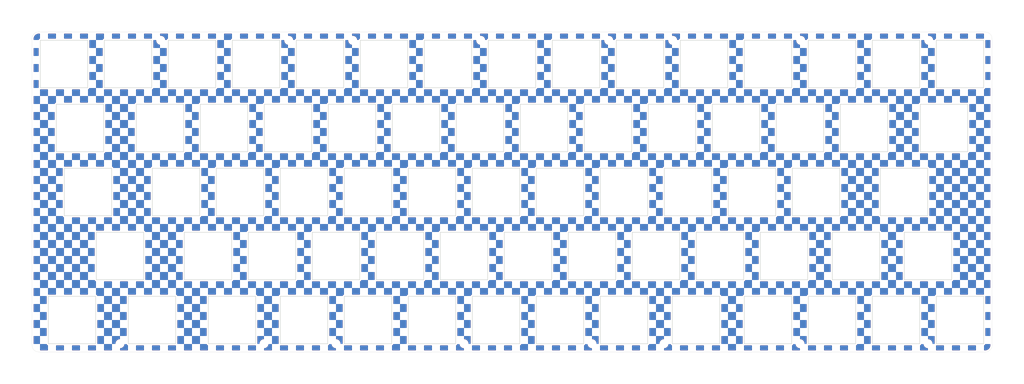
<source format=kicad_pcb>
(kicad_pcb (version 20241229) (generator "pcbnew") (generator_version "9.0")
  (layers (0 "F.Cu" signal) (2 "B.Cu" signal) (13 "F.Paste" user) (15 "B.Paste" user) (5 "F.SilkS" user "F.Silkscreen") (7 "B.SilkS" user "B.Silkscreen") (1 "F.Mask" user) (3 "B.Mask" user) (25 "Edge.Cuts" user))
  (net 0 "")
  (footprint "kbd_SW_Hole:SW_Hole_1u" (layer "F.Cu") (at 121.4375 126.2)
    (property "Reference" "SW19" (hide yes))
    (property "Value" "SW_Push" (hide yes))
    (fp_line (start -7.05 -7.05) (end 7.05 -7.05) (stroke (width 0.15)) (layer "Edge.Cuts"))
    (fp_line (start -7.05 7.05) (end -7.05 -7.05) (stroke (width 0.15)) (layer "Edge.Cuts"))
    (fp_line (start 7.05 -7.05) (end 7.05 7.05) (stroke (width 0.15)) (layer "Edge.Cuts"))
    (fp_line (start 7.05 7.05) (end -7.05 7.05) (stroke (width 0.15)) (layer "Edge.Cuts"))
  )
  (footprint "kbd_Hole:m2_Screw_Hole" (layer "F.Cu") (at 174.035 42.95)
    (property "Reference" "Ref**")
    (property "Value" "Val**")
    (pad "" np_thru_hole circle (at 0 0) (size 2.2 2.2) (drill 2.2) (layers "*.Cu" "*.Mask"))
  )
  (footprint "kbd_SW_Hole:SW_Hole_1u" (layer "F.Cu") (at 307.175 107.15)
    (property "Reference" "SW67" (hide yes))
    (property "Value" "SW_Push" (hide yes))
    (fp_line (start -7.05 -7.05) (end 7.05 -7.05) (stroke (width 0.15)) (layer "Edge.Cuts"))
    (fp_line (start -7.05 7.05) (end -7.05 -7.05) (stroke (width 0.15)) (layer "Edge.Cuts"))
    (fp_line (start 7.05 -7.05) (end 7.05 7.05) (stroke (width 0.15)) (layer "Edge.Cuts"))
    (fp_line (start 7.05 7.05) (end -7.05 7.05) (stroke (width 0.15)) (layer "Edge.Cuts"))
  )
  (footprint "kbd_SW_Hole:SW_Hole_1u" (layer "F.Cu") (at 145.25 50)
    (property "Reference" "SW25" (hide yes))
    (property "Value" "SW_Push" (hide yes))
    (fp_line (start -7.05 -7.05) (end 7.05 -7.05) (stroke (width 0.15)) (layer "Edge.Cuts"))
    (fp_line (start -7.05 7.05) (end -7.05 -7.05) (stroke (width 0.15)) (layer "Edge.Cuts"))
    (fp_line (start 7.05 -7.05) (end 7.05 7.05) (stroke (width 0.15)) (layer "Edge.Cuts"))
    (fp_line (start 7.05 7.05) (end -7.05 7.05) (stroke (width 0.15)) (layer "Edge.Cuts"))
  )
  (footprint "kbd_SW_Hole:SW_Hole_1.75u" (layer "F.Cu") (at 300.03125 88.1)
    (property "Reference" "SW62" (hide yes))
    (property "Value" "SW_Push" (hide yes))
    (fp_line (start -7.05 -7.05) (end 7.05 -7.05) (stroke (width 0.15)) (layer "Edge.Cuts"))
    (fp_line (start -7.05 7.05) (end -7.05 -7.05) (stroke (width 0.15)) (layer "Edge.Cuts"))
    (fp_line (start 7.05 -7.05) (end 7.05 7.05) (stroke (width 0.15)) (layer "Edge.Cuts"))
    (fp_line (start 7.05 7.05) (end -7.05 7.05) (stroke (width 0.15)) (layer "Edge.Cuts"))
  )
  (footprint "kbd_Hole:m2_Screw_Hole" (layer "F.Cu") (at 116.885 42.95)
    (property "Reference" "Ref**")
    (property "Value" "Val**")
    (pad "" np_thru_hole circle (at 0 0) (size 2.2 2.2) (drill 2.2) (layers "*.Cu" "*.Mask"))
  )
  (footprint "kbd_Hole:m2_Screw_Hole" (layer "F.Cu") (at 207.1625 133.25)
    (property "Reference" "Ref**")
    (property "Value" "Val**")
    (pad "" np_thru_hole circle (at 0 0) (size 2.2 2.2) (drill 2.2) (layers "*.Cu" "*.Mask"))
  )
  (footprint "kbd_SW_Hole:SW_Hole_1u" (layer "F.Cu") (at 69.05 50)
    (property "Reference" "SW5" (hide yes))
    (property "Value" "SW_Push" (hide yes))
    (fp_line (start -7.05 -7.05) (end 7.05 -7.05) (stroke (width 0.15)) (layer "Edge.Cuts"))
    (fp_line (start -7.05 7.05) (end -7.05 -7.05) (stroke (width 0.15)) (layer "Edge.Cuts"))
    (fp_line (start 7.05 -7.05) (end 7.05 7.05) (stroke (width 0.15)) (layer "Edge.Cuts"))
    (fp_line (start 7.05 7.05) (end -7.05 7.05) (stroke (width 0.15)) (layer "Edge.Cuts"))
  )
  (footprint "kbd_Hole:m2_Screw_Hole" (layer "F.Cu") (at 307.175 133.25)
    (property "Reference" "Ref**")
    (property "Value" "Val**")
    (pad "" np_thru_hole circle (at 0 0) (size 2.2 2.2) (drill 2.2) (layers "*.Cu" "*.Mask"))
  )
  (footprint "kbd_Hole:m2_Screw_Hole" (layer "F.Cu") (at 169.0625 133.25)
    (property "Reference" "Ref**")
    (property "Value" "Val**")
    (pad "" np_thru_hole circle (at 0 0) (size 2.2 2.2) (drill 2.2) (layers "*.Cu" "*.Mask"))
  )
  (footprint "kbd_SW_Hole:SW_Hole_1u" (layer "F.Cu") (at 107.15 50)
    (property "Reference" "SW15" (hide yes))
    (property "Value" "SW_Push" (hide yes))
    (fp_line (start -7.05 -7.05) (end 7.05 -7.05) (stroke (width 0.15)) (layer "Edge.Cuts"))
    (fp_line (start -7.05 7.05) (end -7.05 -7.05) (stroke (width 0.15)) (layer "Edge.Cuts"))
    (fp_line (start 7.05 -7.05) (end 7.05 7.05) (stroke (width 0.15)) (layer "Edge.Cuts"))
    (fp_line (start 7.05 7.05) (end -7.05 7.05) (stroke (width 0.15)) (layer "Edge.Cuts"))
  )
  (footprint "kbd_Hole:m2_Screw_Hole" (layer "F.Cu") (at 231.185 42.95)
    (property "Reference" "Ref**")
    (property "Value" "Val**")
    (pad "" np_thru_hole circle (at 0 0) (size 2.2 2.2) (drill 2.2) (layers "*.Cu" "*.Mask"))
  )
  (footprint "kbd_SW_Hole:SW_Hole_1u" (layer "F.Cu") (at 235.7375 88.1)
    (property "Reference" "SW47" (hide yes))
    (property "Value" "SW_Push" (hide yes))
    (fp_line (start -7.05 -7.05) (end 7.05 -7.05) (stroke (width 0.15)) (layer "Edge.Cuts"))
    (fp_line (start -7.05 7.05) (end -7.05 -7.05) (stroke (width 0.15)) (layer "Edge.Cuts"))
    (fp_line (start 7.05 -7.05) (end 7.05 7.05) (stroke (width 0.15)) (layer "Edge.Cuts"))
    (fp_line (start 7.05 7.05) (end -7.05 7.05) (stroke (width 0.15)) (layer "Edge.Cuts"))
  )
  (footprint "kbd_SW_Hole:SW_Hole_1u" (layer "F.Cu") (at 288.125 69.05)
    (property "Reference" "SW61" (hide yes))
    (property "Value" "SW_Push" (hide yes))
    (fp_line (start -7.05 -7.05) (end 7.05 -7.05) (stroke (width 0.15)) (layer "Edge.Cuts"))
    (fp_line (start -7.05 7.05) (end -7.05 -7.05) (stroke (width 0.15)) (layer "Edge.Cuts"))
    (fp_line (start 7.05 -7.05) (end 7.05 7.05) (stroke (width 0.15)) (layer "Edge.Cuts"))
    (fp_line (start 7.05 7.05) (end -7.05 7.05) (stroke (width 0.15)) (layer "Edge.Cuts"))
  )
  (footprint "kbd_SW_Hole:SW_Hole_1u" (layer "F.Cu") (at 278.6 50)
    (property "Reference" "SW60" (hide yes))
    (property "Value" "SW_Push" (hide yes))
    (fp_line (start -7.05 -7.05) (end 7.05 -7.05) (stroke (width 0.15)) (layer "Edge.Cuts"))
    (fp_line (start -7.05 7.05) (end -7.05 -7.05) (stroke (width 0.15)) (layer "Edge.Cuts"))
    (fp_line (start 7.05 -7.05) (end 7.05 7.05) (stroke (width 0.15)) (layer "Edge.Cuts"))
    (fp_line (start 7.05 7.05) (end -7.05 7.05) (stroke (width 0.15)) (layer "Edge.Cuts"))
  )
  (footprint "kbd_SW_Hole:SW_Hole_1u" (layer "F.Cu") (at 183.35 50)
    (property "Reference" "SW35" (hide yes))
    (property "Value" "SW_Push" (hide yes))
    (fp_line (start -7.05 -7.05) (end 7.05 -7.05) (stroke (width 0.15)) (layer "Edge.Cuts"))
    (fp_line (start -7.05 7.05) (end -7.05 -7.05) (stroke (width 0.15)) (layer "Edge.Cuts"))
    (fp_line (start 7.05 -7.05) (end 7.05 7.05) (stroke (width 0.15)) (layer "Edge.Cuts"))
    (fp_line (start 7.05 7.05) (end -7.05 7.05) (stroke (width 0.15)) (layer "Edge.Cuts"))
  )
  (footprint "kbd_SW_Hole:SW_Hole_1u" (layer "F.Cu") (at 197.6375 126.2)
    (property "Reference" "SW39" (hide yes))
    (property "Value" "SW_Push" (hide yes))
    (fp_line (start -7.05 -7.05) (end 7.05 -7.05) (stroke (width 0.15)) (layer "Edge.Cuts"))
    (fp_line (start -7.05 7.05) (end -7.05 -7.05) (stroke (width 0.15)) (layer "Edge.Cuts"))
    (fp_line (start 7.05 -7.05) (end 7.05 7.05) (stroke (width 0.15)) (layer "Edge.Cuts"))
    (fp_line (start 7.05 7.05) (end -7.05 7.05) (stroke (width 0.15)) (layer "Edge.Cuts"))
  )
  (footprint "kbd_SW_Hole:SW_Hole_1u" (layer "F.Cu") (at 192.875 69.05)
    (property "Reference" "SW36" (hide yes))
    (property "Value" "SW_Push" (hide yes))
    (fp_line (start -7.05 -7.05) (end 7.05 -7.05) (stroke (width 0.15)) (layer "Edge.Cuts"))
    (fp_line (start -7.05 7.05) (end -7.05 -7.05) (stroke (width 0.15)) (layer "Edge.Cuts"))
    (fp_line (start 7.05 -7.05) (end 7.05 7.05) (stroke (width 0.15)) (layer "Edge.Cuts"))
    (fp_line (start 7.05 7.05) (end -7.05 7.05) (stroke (width 0.15)) (layer "Edge.Cuts"))
  )
  (footprint "kbd_SW_Hole:SW_Hole_1u" (layer "F.Cu") (at 264.3125 107.15)
    (property "Reference" "SW58" (hide yes))
    (property "Value" "SW_Push" (hide yes))
    (fp_line (start -7.05 -7.05) (end 7.05 -7.05) (stroke (width 0.15)) (layer "Edge.Cuts"))
    (fp_line (start -7.05 7.05) (end -7.05 -7.05) (stroke (width 0.15)) (layer "Edge.Cuts"))
    (fp_line (start 7.05 -7.05) (end 7.05 7.05) (stroke (width 0.15)) (layer "Edge.Cuts"))
    (fp_line (start 7.05 7.05) (end -7.05 7.05) (stroke (width 0.15)) (layer "Edge.Cuts"))
  )
  (footprint "kbd_SW_Hole:SW_Hole_1u" (layer "F.Cu") (at 216.6875 88.1)
    (property "Reference" "SW42" (hide yes))
    (property "Value" "SW_Push" (hide yes))
    (fp_line (start -7.05 -7.05) (end 7.05 -7.05) (stroke (width 0.15)) (layer "Edge.Cuts"))
    (fp_line (start -7.05 7.05) (end -7.05 -7.05) (stroke (width 0.15)) (layer "Edge.Cuts"))
    (fp_line (start 7.05 -7.05) (end 7.05 7.05) (stroke (width 0.15)) (layer "Edge.Cuts"))
    (fp_line (start 7.05 7.05) (end -7.05 7.05) (stroke (width 0.15)) (layer "Edge.Cuts"))
  )
  (footprint "kbd_SW_Hole:SW_Hole_1u" (layer "F.Cu") (at 83.3375 88.1)
    (property "Reference" "SW7" (hide yes))
    (property "Value" "SW_Push" (hide yes))
    (fp_line (start -7.05 -7.05) (end 7.05 -7.05) (stroke (width 0.15)) (layer "Edge.Cuts"))
    (fp_line (start -7.05 7.05) (end -7.05 -7.05) (stroke (width 0.15)) (layer "Edge.Cuts"))
    (fp_line (start 7.05 -7.05) (end 7.05 7.05) (stroke (width 0.15)) (layer "Edge.Cuts"))
    (fp_line (start 7.05 7.05) (end -7.05 7.05) (stroke (width 0.15)) (layer "Edge.Cuts"))
  )
  (footprint "kbd_SW_Hole:SW_Hole_1.25u" (layer "F.Cu") (at 76.19375 126.2)
    (property "Reference" "SW9" (hide yes))
    (property "Value" "SW_Push" (hide yes))
    (fp_line (start -7.05 -7.05) (end 7.05 -7.05) (stroke (width 0.15)) (layer "Edge.Cuts"))
    (fp_line (start -7.05 7.05) (end -7.05 -7.05) (stroke (width 0.15)) (layer "Edge.Cuts"))
    (fp_line (start 7.05 -7.05) (end 7.05 7.05) (stroke (width 0.15)) (layer "Edge.Cuts"))
    (fp_line (start 7.05 7.05) (end -7.05 7.05) (stroke (width 0.15)) (layer "Edge.Cuts"))
  )
  (footprint "kbd_SW_Hole:SW_Hole_1.5u" (layer "F.Cu") (at 311.9375 69.05)
    (property "Reference" "SW66" (hide yes))
    (property "Value" "SW_Push" (hide yes))
    (fp_line (start -7.05 -7.05) (end 7.05 -7.05) (stroke (width 0.15)) (layer "Edge.Cuts"))
    (fp_line (start -7.05 7.05) (end -7.05 -7.05) (stroke (width 0.15)) (layer "Edge.Cuts"))
    (fp_line (start 7.05 -7.05) (end 7.05 7.05) (stroke (width 0.15)) (layer "Edge.Cuts"))
    (fp_line (start 7.05 7.05) (end -7.05 7.05) (stroke (width 0.15)) (layer "Edge.Cuts"))
  )
  (footprint "kbd_SW_Hole:SW_Hole_1u" (layer "F.Cu") (at 140.4875 126.2)
    (property "Reference" "SW24" (hide yes))
    (property "Value" "SW_Push" (hide yes))
    (fp_line (start -7.05 -7.05) (end 7.05 -7.05) (stroke (width 0.15)) (layer "Edge.Cuts"))
    (fp_line (start -7.05 7.05) (end -7.05 -7.05) (stroke (width 0.15)) (layer "Edge.Cuts"))
    (fp_line (start 7.05 -7.05) (end 7.05 7.05) (stroke (width 0.15)) (layer "Edge.Cuts"))
    (fp_line (start 7.05 7.05) (end -7.05 7.05) (stroke (width 0.15)) (layer "Edge.Cuts"))
  )
  (footprint "kbd_SW_Hole:SW_Hole_1u" (layer "F.Cu") (at 269.075 69.05)
    (property "Reference" "SW56" (hide yes))
    (property "Value" "SW_Push" (hide yes))
    (fp_line (start -7.05 -7.05) (end 7.05 -7.05) (stroke (width 0.15)) (layer "Edge.Cuts"))
    (fp_line (start -7.05 7.05) (end -7.05 -7.05) (stroke (width 0.15)) (layer "Edge.Cuts"))
    (fp_line (start 7.05 -7.05) (end 7.05 7.05) (stroke (width 0.15)) (layer "Edge.Cuts"))
    (fp_line (start 7.05 7.05) (end -7.05 7.05) (stroke (width 0.15)) (layer "Edge.Cuts"))
  )
  (footprint "kbd_Hole:m2_Screw_Hole" (layer "F.Cu") (at 212.135 42.95)
    (property "Reference" "Ref**")
    (property "Value" "Val**")
    (pad "" np_thru_hole circle (at 0 0) (size 2.2 2.2) (drill 2.2) (layers "*.Cu" "*.Mask"))
  )
  (footprint "kbd_SW_Hole:SW_Hole_1u" (layer "F.Cu") (at 88.1 50)
    (property "Reference" "SW10" (hide yes))
    (property "Value" "SW_Push" (hide yes))
    (fp_line (start -7.05 -7.05) (end 7.05 -7.05) (stroke (width 0.15)) (layer "Edge.Cuts"))
    (fp_line (start -7.05 7.05) (end -7.05 -7.05) (stroke (width 0.15)) (layer "Edge.Cuts"))
    (fp_line (start 7.05 -7.05) (end 7.05 7.05) (stroke (width 0.15)) (layer "Edge.Cuts"))
    (fp_line (start 7.05 7.05) (end -7.05 7.05) (stroke (width 0.15)) (layer "Edge.Cuts"))
  )
  (footprint "kbd_Hole:m2_Screw_Hole" (layer "F.Cu") (at 135.935 42.95)
    (property "Reference" "Ref**")
    (property "Value" "Val**")
    (pad "" np_thru_hole circle (at 0 0) (size 2.2 2.2) (drill 2.2) (layers "*.Cu" "*.Mask"))
  )
  (footprint "kbd_Hole:m2_Screw_Hole" (layer "F.Cu") (at 109.53125 133.25)
    (property "Reference" "Ref**")
    (property "Value" "Val**")
    (pad "" np_thru_hole circle (at 0 0) (size 2.2 2.2) (drill 2.2) (layers "*.Cu" "*.Mask"))
  )
  (footprint "kbd_Hole:m2_Screw_Hole" (layer "F.Cu") (at 130.9625 133.25)
    (property "Reference" "Ref**")
    (property "Value" "Val**")
    (pad "" np_thru_hole circle (at 0 0) (size 2.2 2.2) (drill 2.2) (layers "*.Cu" "*.Mask"))
  )
  (footprint "kbd_SW_Hole:SW_Hole_1u" (layer "F.Cu") (at 178.5875 88.1)
    (property "Reference" "SW32" (hide yes))
    (property "Value" "SW_Push" (hide yes))
    (fp_line (start -7.05 -7.05) (end 7.05 -7.05) (stroke (width 0.15)) (layer "Edge.Cuts"))
    (fp_line (start -7.05 7.05) (end -7.05 -7.05) (stroke (width 0.15)) (layer "Edge.Cuts"))
    (fp_line (start 7.05 -7.05) (end 7.05 7.05) (stroke (width 0.15)) (layer "Edge.Cuts"))
    (fp_line (start 7.05 7.05) (end -7.05 7.05) (stroke (width 0.15)) (layer "Edge.Cuts"))
  )
  (footprint "kbd_SW_Hole:SW_Hole_1u" (layer "F.Cu") (at 211.925 69.05)
    (property "Reference" "SW41" (hide yes))
    (property "Value" "SW_Push" (hide yes))
    (fp_line (start -7.05 -7.05) (end 7.05 -7.05) (stroke (width 0.15)) (layer "Edge.Cuts"))
    (fp_line (start -7.05 7.05) (end -7.05 -7.05) (stroke (width 0.15)) (layer "Edge.Cuts"))
    (fp_line (start 7.05 -7.05) (end 7.05 7.05) (stroke (width 0.15)) (layer "Edge.Cuts"))
    (fp_line (start 7.05 7.05) (end -7.05 7.05) (stroke (width 0.15)) (layer "Edge.Cuts"))
  )
  (footprint "kbd_SW_Hole:SW_Hole_1u" (layer "F.Cu") (at 297.65 126.2)
    (property "Reference" "SW64" (hide yes))
    (property "Value" "SW_Push" (hide yes))
    (fp_line (start -7.05 -7.05) (end 7.05 -7.05) (stroke (width 0.15)) (layer "Edge.Cuts"))
    (fp_line (start -7.05 7.05) (end -7.05 -7.05) (stroke (width 0.15)) (layer "Edge.Cuts"))
    (fp_line (start 7.05 -7.05) (end 7.05 7.05) (stroke (width 0.15)) (layer "Edge.Cuts"))
    (fp_line (start 7.05 7.05) (end -7.05 7.05) (stroke (width 0.15)) (layer "Edge.Cuts"))
  )
  (footprint "kbd_SW_Hole:SW_Hole_1u" (layer "F.Cu") (at 111.9125 107.15)
    (property "Reference" "SW18" (hide yes))
    (property "Value" "SW_Push" (hide yes))
    (fp_line (start -7.05 -7.05) (end 7.05 -7.05) (stroke (width 0.15)) (layer "Edge.Cuts"))
    (fp_line (start -7.05 7.05) (end -7.05 -7.05) (stroke (width 0.15)) (layer "Edge.Cuts"))
    (fp_line (start 7.05 -7.05) (end 7.05 7.05) (stroke (width 0.15)) (layer "Edge.Cuts"))
    (fp_line (start 7.05 7.05) (end -7.05 7.05) (stroke (width 0.15)) (layer "Edge.Cuts"))
  )
  (footprint "kbd_Hole:m2_Screw_Hole" (layer "F.Cu") (at 228.59375 133.25)
    (property "Reference" "Ref**")
    (property "Value" "Val**")
    (pad "" np_thru_hole circle (at 0 0) (size 2.2 2.2) (drill 2.2) (layers "*.Cu" "*.Mask"))
  )
  (footprint "kbd_SW_Hole:SW_Hole_1u" (layer "F.Cu") (at 221.45 50)
    (property "Reference" "SW45" (hide yes))
    (property "Value" "SW_Push" (hide yes))
    (fp_line (start -7.05 -7.05) (end 7.05 -7.05) (stroke (width 0.15)) (layer "Edge.Cuts"))
    (fp_line (start -7.05 7.05) (end -7.05 -7.05) (stroke (width 0.15)) (layer "Edge.Cuts"))
    (fp_line (start 7.05 -7.05) (end 7.05 7.05) (stroke (width 0.15)) (layer "Edge.Cuts"))
    (fp_line (start 7.05 7.05) (end -7.05 7.05) (stroke (width 0.15)) (layer "Edge.Cuts"))
  )
  (footprint "kbd_SW_Hole:SW_Hole_1u" (layer "F.Cu") (at 97.625 69.05)
    (property "Reference" "SW11" (hide yes))
    (property "Value" "SW_Push" (hide yes))
    (fp_line (start -7.05 -7.05) (end 7.05 -7.05) (stroke (width 0.15)) (layer "Edge.Cuts"))
    (fp_line (start -7.05 7.05) (end -7.05 -7.05) (stroke (width 0.15)) (layer "Edge.Cuts"))
    (fp_line (start 7.05 -7.05) (end 7.05 7.05) (stroke (width 0.15)) (layer "Edge.Cuts"))
    (fp_line (start 7.05 7.05) (end -7.05 7.05) (stroke (width 0.15)) (layer "Edge.Cuts"))
  )
  (footprint "kbd_Hole:m2_Screw_Hole" (layer "F.Cu") (at 269.285 42.95)
    (property "Reference" "Ref**")
    (property "Value" "Val**")
    (pad "" np_thru_hole circle (at 0 0) (size 2.2 2.2) (drill 2.2) (layers "*.Cu" "*.Mask"))
  )
  (footprint "kbd_SW_Hole:SW_Hole_1u" (layer "F.Cu") (at 135.725 69.05)
    (property "Reference" "SW21" (hide yes))
    (property "Value" "SW_Push" (hide yes))
    (fp_line (start -7.05 -7.05) (end 7.05 -7.05) (stroke (width 0.15)) (layer "Edge.Cuts"))
    (fp_line (start -7.05 7.05) (end -7.05 -7.05) (stroke (width 0.15)) (layer "Edge.Cuts"))
    (fp_line (start 7.05 -7.05) (end 7.05 7.05) (stroke (width 0.15)) (layer "Edge.Cuts"))
    (fp_line (start 7.05 7.05) (end -7.05 7.05) (stroke (width 0.15)) (layer "Edge.Cuts"))
  )
  (footprint "kbd_SW_Hole:SW_Hole_1u" (layer "F.Cu") (at 278.6 126.2)
    (property "Reference" "SW59" (hide yes))
    (property "Value" "SW_Push" (hide yes))
    (fp_line (start -7.05 -7.05) (end 7.05 -7.05) (stroke (width 0.15)) (layer "Edge.Cuts"))
    (fp_line (start -7.05 7.05) (end -7.05 -7.05) (stroke (width 0.15)) (layer "Edge.Cuts"))
    (fp_line (start 7.05 -7.05) (end 7.05 7.05) (stroke (width 0.15)) (layer "Edge.Cuts"))
    (fp_line (start 7.05 7.05) (end -7.05 7.05) (stroke (width 0.15)) (layer "Edge.Cuts"))
  )
  (footprint "kbd_SW_Hole:SW_Hole_1u" (layer "F.Cu") (at 164.3 50)
    (property "Reference" "SW30" (hide yes))
    (property "Value" "SW_Push" (hide yes))
    (fp_line (start -7.05 -7.05) (end 7.05 -7.05) (stroke (width 0.15)) (layer "Edge.Cuts"))
    (fp_line (start -7.05 7.05) (end -7.05 -7.05) (stroke (width 0.15)) (layer "Edge.Cuts"))
    (fp_line (start 7.05 -7.05) (end 7.05 7.05) (stroke (width 0.15)) (layer "Edge.Cuts"))
    (fp_line (start 7.05 7.05) (end -7.05 7.05) (stroke (width 0.15)) (layer "Edge.Cuts"))
  )
  (footprint "kbd_SW_Hole:SW_Hole_1u" (layer "F.Cu") (at 154.775 69.05)
    (property "Reference" "SW26" (hide yes))
    (property "Value" "SW_Push" (hide yes))
    (fp_line (start -7.05 -7.05) (end 7.05 -7.05) (stroke (width 0.15)) (layer "Edge.Cuts"))
    (fp_line (start -7.05 7.05) (end -7.05 -7.05) (stroke (width 0.15)) (layer "Edge.Cuts"))
    (fp_line (start 7.05 -7.05) (end 7.05 7.05) (stroke (width 0.15)) (layer "Edge.Cuts"))
    (fp_line (start 7.05 7.05) (end -7.05 7.05) (stroke (width 0.15)) (layer "Edge.Cuts"))
  )
  (footprint "kbd_SW_Hole:SW_Hole_1u" (layer "F.Cu") (at 188.1125 107.15)
    (property "Reference" "SW38" (hide yes))
    (property "Value" "SW_Push" (hide yes))
    (fp_line (start -7.05 -7.05) (end 7.05 -7.05) (stroke (width 0.15)) (layer "Edge.Cuts"))
    (fp_line (start -7.05 7.05) (end -7.05 -7.05) (stroke (width 0.15)) (layer "Edge.Cuts"))
    (fp_line (start 7.05 -7.05) (end 7.05 7.05) (stroke (width 0.15)) (layer "Edge.Cuts"))
    (fp_line (start 7.05 7.05) (end -7.05 7.05) (stroke (width 0.15)) (layer "Edge.Cuts"))
  )
  (footprint "kbd_SW_Hole:SW_Hole_1u" (layer "F.Cu") (at 173.825 69.05)
    (property "Reference" "SW31" (hide yes))
    (property "Value" "SW_Push" (hide yes))
    (fp_line (start -7.05 -7.05) (end 7.05 -7.05) (stroke (width 0.15)) (layer "Edge.Cuts"))
    (fp_line (start -7.05 7.05) (end -7.05 -7.05) (stroke (width 0.15)) (layer "Edge.Cuts"))
    (fp_line (start 7.05 -7.05) (end 7.05 7.05) (stroke (width 0.15)) (layer "Edge.Cuts"))
    (fp_line (start 7.05 7.05) (end -7.05 7.05) (stroke (width 0.15)) (layer "Edge.Cuts"))
  )
  (footprint "kbd_SW_Hole:SW_Hole_1u" (layer "F.Cu") (at 316.7 126.2)
    (property "Reference" "SW68" (hide yes))
    (property "Value" "SW_Push" (hide yes))
    (fp_line (start -7.05 -7.05) (end 7.05 -7.05) (stroke (width 0.15)) (layer "Edge.Cuts"))
    (fp_line (start -7.05 7.05) (end -7.05 -7.05) (stroke (width 0.15)) (layer "Edge.Cuts"))
    (fp_line (start 7.05 -7.05) (end 7.05 7.05) (stroke (width 0.15)) (layer "Edge.Cuts"))
    (fp_line (start 7.05 7.05) (end -7.05 7.05) (stroke (width 0.15)) (layer "Edge.Cuts"))
  )
  (footprint "kbd_SW_Hole:SW_Hole_1u" (layer "F.Cu") (at 178.5875 126.2)
    (property "Reference" "SW34" (hide yes))
    (property "Value" "SW_Push" (hide yes))
    (fp_line (start -7.05 -7.05) (end 7.05 -7.05) (stroke (width 0.15)) (layer "Edge.Cuts"))
    (fp_line (start -7.05 7.05) (end -7.05 -7.05) (stroke (width 0.15)) (layer "Edge.Cuts"))
    (fp_line (start 7.05 -7.05) (end 7.05 7.05) (stroke (width 0.15)) (layer "Edge.Cuts"))
    (fp_line (start 7.05 7.05) (end -7.05 7.05) (stroke (width 0.15)) (layer "Edge.Cuts"))
  )
  (footprint "kbd_SW_Hole:SW_Hole_1u" (layer "F.Cu") (at 259.55 50)
    (property "Reference" "SW55" (hide yes))
    (property "Value" "SW_Push" (hide yes))
    (fp_line (start -7.05 -7.05) (end 7.05 -7.05) (stroke (width 0.15)) (layer "Edge.Cuts"))
    (fp_line (start -7.05 7.05) (end -7.05 -7.05) (stroke (width 0.15)) (layer "Edge.Cuts"))
    (fp_line (start 7.05 -7.05) (end 7.05 7.05) (stroke (width 0.15)) (layer "Edge.Cuts"))
    (fp_line (start 7.05 7.05) (end -7.05 7.05) (stroke (width 0.15)) (layer "Edge.Cuts"))
  )
  (footprint "kbd_SW_Hole:SW_Hole_1u" (layer "F.Cu") (at 297.65 50)
    (property "Reference" "SW65" (hide yes))
    (property "Value" "SW_Push" (hide yes))
    (fp_line (start -7.05 -7.05) (end 7.05 -7.05) (stroke (width 0.15)) (layer "Edge.Cuts"))
    (fp_line (start -7.05 7.05) (end -7.05 -7.05) (stroke (width 0.15)) (layer "Edge.Cuts"))
    (fp_line (start 7.05 -7.05) (end 7.05 7.05) (stroke (width 0.15)) (layer "Edge.Cuts"))
    (fp_line (start 7.05 7.05) (end -7.05 7.05) (stroke (width 0.15)) (layer "Edge.Cuts"))
  )
  (footprint "kbd_SW_Hole:SW_Hole_1.5u" (layer "F.Cu") (at 54.7625 69.05)
    (property "Reference" "SW2" (hide yes))
    (property "Value" "SW_Push" (hide yes))
    (fp_line (start -7.05 -7.05) (end 7.05 -7.05) (stroke (width 0.15)) (layer "Edge.Cuts"))
    (fp_line (start -7.05 7.05) (end -7.05 -7.05) (stroke (width 0.15)) (layer "Edge.Cuts"))
    (fp_line (start 7.05 -7.05) (end 7.05 7.05) (stroke (width 0.15)) (layer "Edge.Cuts"))
    (fp_line (start 7.05 7.05) (end -7.05 7.05) (stroke (width 0.15)) (layer "Edge.Cuts"))
  )
  (footprint "kbd_SW_Hole:SW_Hole_1u" (layer "F.Cu") (at 92.8625 107.15)
    (property "Reference" "SW13" (hide yes))
    (property "Value" "SW_Push" (hide yes))
    (fp_line (start -7.05 -7.05) (end 7.05 -7.05) (stroke (width 0.15)) (layer "Edge.Cuts"))
    (fp_line (start -7.05 7.05) (end -7.05 -7.05) (stroke (width 0.15)) (layer "Edge.Cuts"))
    (fp_line (start 7.05 -7.05) (end 7.05 7.05) (stroke (width 0.15)) (layer "Edge.Cuts"))
    (fp_line (start 7.05 7.05) (end -7.05 7.05) (stroke (width 0.15)) (layer "Edge.Cuts"))
  )
  (footprint "kbd_SW_Hole:SW_Hole_1u" (layer "F.Cu") (at 216.6875 126.2)
    (property "Reference" "SW44" (hide yes))
    (property "Value" "SW_Push" (hide yes))
    (fp_line (start -7.05 -7.05) (end 7.05 -7.05) (stroke (width 0.15)) (layer "Edge.Cuts"))
    (fp_line (start -7.05 7.05) (end -7.05 -7.05) (stroke (width 0.15)) (layer "Edge.Cuts"))
    (fp_line (start 7.05 -7.05) (end 7.05 7.05) (stroke (width 0.15)) (layer "Edge.Cuts"))
    (fp_line (start 7.05 7.05) (end -7.05 7.05) (stroke (width 0.15)) (layer "Edge.Cuts"))
  )
  (footprint "kbd_SW_Hole:SW_Hole_1.25u" (layer "F.Cu") (at 285.74375 107.15)
    (property "Reference" "SW63" (hide yes))
    (property "Value" "SW_Push" (hide yes))
    (fp_line (start -7.05 -7.05) (end 7.05 -7.05) (stroke (width 0.15)) (layer "Edge.Cuts"))
    (fp_line (start -7.05 7.05) (end -7.05 -7.05) (stroke (width 0.15)) (layer "Edge.Cuts"))
    (fp_line (start 7.05 -7.05) (end 7.05 7.05) (stroke (width 0.15)) (layer "Edge.Cuts"))
    (fp_line (start 7.05 7.05) (end -7.05 7.05) (stroke (width 0.15)) (layer "Edge.Cuts"))
  )
  (footprint "kbd_SW_Hole:SW_Hole_1u" (layer "F.Cu") (at 102.3875 88.1)
    (property "Reference" "SW12" (hide yes))
    (property "Value" "SW_Push" (hide yes))
    (fp_line (start -7.05 -7.05) (end 7.05 -7.05) (stroke (width 0.15)) (layer "Edge.Cuts"))
    (fp_line (start -7.05 7.05) (end -7.05 -7.05) (stroke (width 0.15)) (layer "Edge.Cuts"))
    (fp_line (start 7.05 -7.05) (end 7.05 7.05) (stroke (width 0.15)) (layer "Edge.Cuts"))
    (fp_line (start 7.05 7.05) (end -7.05 7.05) (stroke (width 0.15)) (layer "Edge.Cuts"))
  )
  (footprint "kbd_Hole:m2_Screw_Hole" (layer "F.Cu") (at 78.785 42.95)
    (property "Reference" "Ref**")
    (property "Value" "Val**")
    (pad "" np_thru_hole circle (at 0 0) (size 2.2 2.2) (drill 2.2) (layers "*.Cu" "*.Mask"))
  )
  (footprint "kbd_SW_Hole:SW_Hole_1.75u" (layer "F.Cu") (at 57.14375 88.1)
    (property "Reference" "SW3" (hide yes))
    (property "Value" "SW_Push" (hide yes))
    (fp_line (start -7.05 -7.05) (end 7.05 -7.05) (stroke (width 0.15)) (layer "Edge.Cuts"))
    (fp_line (start -7.05 7.05) (end -7.05 -7.05) (stroke (width 0.15)) (layer "Edge.Cuts"))
    (fp_line (start 7.05 -7.05) (end 7.05 7.05) (stroke (width 0.15)) (layer "Edge.Cuts"))
    (fp_line (start 7.05 7.05) (end -7.05 7.05) (stroke (width 0.15)) (layer "Edge.Cuts"))
  )
  (footprint "kbd_SW_Hole:SW_Hole_1u" (layer "F.Cu") (at 273.8375 88.1)
    (property "Reference" "SW57" (hide yes))
    (property "Value" "SW_Push" (hide yes))
    (fp_line (start -7.05 -7.05) (end 7.05 -7.05) (stroke (width 0.15)) (layer "Edge.Cuts"))
    (fp_line (start -7.05 7.05) (end -7.05 -7.05) (stroke (width 0.15)) (layer "Edge.Cuts"))
    (fp_line (start 7.05 -7.05) (end 7.05 7.05) (stroke (width 0.15)) (layer "Edge.Cuts"))
    (fp_line (start 7.05 7.05) (end -7.05 7.05) (stroke (width 0.15)) (layer "Edge.Cuts"))
  )
  (footprint "kbd_SW_Hole:SW_Hole_1u" (layer "F.Cu") (at 197.6375 88.1)
    (property "Reference" "SW37" (hide yes))
    (property "Value" "SW_Push" (hide yes))
    (fp_line (start -7.05 -7.05) (end 7.05 -7.05) (stroke (width 0.15)) (layer "Edge.Cuts"))
    (fp_line (start -7.05 7.05) (end -7.05 -7.05) (stroke (width 0.15)) (layer "Edge.Cuts"))
    (fp_line (start 7.05 -7.05) (end 7.05 7.05) (stroke (width 0.15)) (layer "Edge.Cuts"))
    (fp_line (start 7.05 7.05) (end -7.05 7.05) (stroke (width 0.15)) (layer "Edge.Cuts"))
  )
  (footprint "kbd_SW_Hole:SW_Hole_1u" (layer "F.Cu") (at 130.9625 107.15)
    (property "Reference" "SW23" (hide yes))
    (property "Value" "SW_Push" (hide yes))
    (fp_line (start -7.05 -7.05) (end 7.05 -7.05) (stroke (width 0.15)) (layer "Edge.Cuts"))
    (fp_line (start -7.05 7.05) (end -7.05 -7.05) (stroke (width 0.15)) (layer "Edge.Cuts"))
    (fp_line (start 7.05 -7.05) (end 7.05 7.05) (stroke (width 0.15)) (layer "Edge.Cuts"))
    (fp_line (start 7.05 7.05) (end -7.05 7.05) (stroke (width 0.15)) (layer "Edge.Cuts"))
  )
  (footprint "kbd_SW_Hole:SW_Hole_1u" (layer "F.Cu") (at 150.0125 107.15)
    (property "Reference" "SW28" (hide yes))
    (property "Value" "SW_Push" (hide yes))
    (fp_line (start -7.05 -7.05) (end 7.05 -7.05) (stroke (width 0.15)) (layer "Edge.Cuts"))
    (fp_line (start -7.05 7.05) (end -7.05 -7.05) (stroke (width 0.15)) (layer "Edge.Cuts"))
    (fp_line (start 7.05 -7.05) (end 7.05 7.05) (stroke (width 0.15)) (layer "Edge.Cuts"))
    (fp_line (start 7.05 7.05) (end -7.05 7.05) (stroke (width 0.15)) (layer "Edge.Cuts"))
  )
  (footprint "kbd_SW_Hole:SW_Hole_1u" (layer "F.Cu") (at 316.7 50)
    (property "Reference" "SW69" (hide yes))
    (property "Value" "SW_Push" (hide yes))
    (fp_line (start -7.05 -7.05) (end 7.05 -7.05) (stroke (width 0.15)) (layer "Edge.Cuts"))
    (fp_line (start -7.05 7.05) (end -7.05 -7.05) (stroke (width 0.15)) (layer "Edge.Cuts"))
    (fp_line (start 7.05 -7.05) (end 7.05 7.05) (stroke (width 0.15)) (layer "Edge.Cuts"))
    (fp_line (start 7.05 7.05) (end -7.05 7.05) (stroke (width 0.15)) (layer "Edge.Cuts"))
  )
  (footprint "kbd_SW_Hole:SW_Hole_1u" (layer "F.Cu") (at 259.55 126.2)
    (property "Reference" "SW54" (hide yes))
    (property "Value" "SW_Push" (hide yes))
    (fp_line (start -7.05 -7.05) (end 7.05 -7.05) (stroke (width 0.15)) (layer "Edge.Cuts"))
    (fp_line (start -7.05 7.05) (end -7.05 -7.05) (stroke (width 0.15)) (layer "Edge.Cuts"))
    (fp_line (start 7.05 -7.05) (end 7.05 7.05) (stroke (width 0.15)) (layer "Edge.Cuts"))
    (fp_line (start 7.05 7.05) (end -7.05 7.05) (stroke (width 0.15)) (layer "Edge.Cuts"))
  )
  (footprint "kbd_SW_Hole:SW_Hole_1u" (layer "F.Cu") (at 121.4375 88.1)
    (property "Reference" "SW17" (hide yes))
    (property "Value" "SW_Push" (hide yes))
    (fp_line (start -7.05 -7.05) (end 7.05 -7.05) (stroke (width 0.15)) (layer "Edge.Cuts"))
    (fp_line (start -7.05 7.05) (end -7.05 -7.05) (stroke (width 0.15)) (layer "Edge.Cuts"))
    (fp_line (start 7.05 -7.05) (end 7.05 7.05) (stroke (width 0.15)) (layer "Edge.Cuts"))
    (fp_line (start 7.05 7.05) (end -7.05 7.05) (stroke (width 0.15)) (layer "Edge.Cuts"))
  )
  (footprint "kbd_Hole:m2_Screw_Hole" (layer "F.Cu") (at 269.075 133.25)
    (property "Reference" "Ref**")
    (property "Value" "Val**")
    (pad "" np_thru_hole circle (at 0 0) (size 2.2 2.2) (drill 2.2) (layers "*.Cu" "*.Mask"))
  )
  (footprint "kbd_SW_Hole:SW_Hole_1u" (layer "F.Cu") (at 226.2125 107.15)
    (property "Reference" "SW48" (hide yes))
    (property "Value" "SW_Push" (hide yes))
    (fp_line (start -7.05 -7.05) (end 7.05 -7.05) (stroke (width 0.15)) (layer "Edge.Cuts"))
    (fp_line (start -7.05 7.05) (end -7.05 -7.05) (stroke (width 0.15)) (layer "Edge.Cuts"))
    (fp_line (start 7.05 -7.05) (end 7.05 7.05) (stroke (width 0.15)) (layer "Edge.Cuts"))
    (fp_line (start 7.05 7.05) (end -7.05 7.05) (stroke (width 0.15)) (layer "Edge.Cuts"))
  )
  (footprint "kbd_SW_Hole:SW_Hole_1u" (layer "F.Cu") (at 126.2 50)
    (property "Reference" "SW20" (hide yes))
    (property "Value" "SW_Push" (hide yes))
    (fp_line (start -7.05 -7.05) (end 7.05 -7.05) (stroke (width 0.15)) (layer "Edge.Cuts"))
    (fp_line (start -7.05 7.05) (end -7.05 -7.05) (stroke (width 0.15)) (layer "Edge.Cuts"))
    (fp_line (start 7.05 -7.05) (end 7.05 7.05) (stroke (width 0.15)) (layer "Edge.Cuts"))
    (fp_line (start 7.05 7.05) (end -7.05 7.05) (stroke (width 0.15)) (layer "Edge.Cuts"))
  )
  (footprint "kbd_SW_Hole:SW_Hole_1u" (layer "F.Cu") (at 159.5375 126.2)
    (property "Reference" "SW29" (hide yes))
    (property "Value" "SW_Push" (hide yes))
    (fp_line (start -7.05 -7.05) (end 7.05 -7.05) (stroke (width 0.15)) (layer "Edge.Cuts"))
    (fp_line (start -7.05 7.05) (end -7.05 -7.05) (stroke (width 0.15)) (layer "Edge.Cuts"))
    (fp_line (start 7.05 -7.05) (end 7.05 7.05) (stroke (width 0.15)) (layer "Edge.Cuts"))
    (fp_line (start 7.05 7.05) (end -7.05 7.05) (stroke (width 0.15)) (layer "Edge.Cuts"))
  )
  (footprint "kbd_SW_Hole:SW_Hole_1u" (layer "F.Cu") (at 78.575 69.05)
    (property "Reference" "SW6" (hide yes))
    (property "Value" "SW_Push" (hide yes))
    (fp_line (start -7.05 -7.05) (end 7.05 -7.05) (stroke (width 0.15)) (layer "Edge.Cuts"))
    (fp_line (start -7.05 7.05) (end -7.05 -7.05) (stroke (width 0.15)) (layer "Edge.Cuts"))
    (fp_line (start 7.05 -7.05) (end 7.05 7.05) (stroke (width 0.15)) (layer "Edge.Cuts"))
    (fp_line (start 7.05 7.05) (end -7.05 7.05) (stroke (width 0.15)) (layer "Edge.Cuts"))
  )
  (footprint "kbd_SW_Hole:SW_Hole_1u" (layer "F.Cu") (at 254.7875 88.1)
    (property "Reference" "SW52" (hide yes))
    (property "Value" "SW_Push" (hide yes))
    (fp_line (start -7.05 -7.05) (end 7.05 -7.05) (stroke (width 0.15)) (layer "Edge.Cuts"))
    (fp_line (start -7.05 7.05) (end -7.05 -7.05) (stroke (width 0.15)) (layer "Edge.Cuts"))
    (fp_line (start 7.05 -7.05) (end 7.05 7.05) (stroke (width 0.15)) (layer "Edge.Cuts"))
    (fp_line (start 7.05 7.05) (end -7.05 7.05) (stroke (width 0.15)) (layer "Edge.Cuts"))
  )
  (footprint "kbd_SW_Hole:SW_Hole_1u" (layer "F.Cu") (at 207.1625 107.15)
    (property "Reference" "SW43" (hide yes))
    (property "Value" "SW_Push" (hide yes))
    (fp_line (start -7.05 -7.05) (end 7.05 -7.05) (stroke (width 0.15)) (layer "Edge.Cuts"))
    (fp_line (start -7.05 7.05) (end -7.05 -7.05) (stroke (width 0.15)) (layer "Edge.Cuts"))
    (fp_line (start 7.05 -7.05) (end 7.05 7.05) (stroke (width 0.15)) (layer "Edge.Cuts"))
    (fp_line (start 7.05 7.05) (end -7.05 7.05) (stroke (width 0.15)) (layer "Edge.Cuts"))
  )
  (footprint "kbd_SW_Hole:SW_Hole_1.25u" (layer "F.Cu") (at 100.00625 126.2)
    (property "Reference" "SW14" (hide yes))
    (property "Value" "SW_Push" (hide yes))
    (fp_line (start -7.05 -7.05) (end 7.05 -7.05) (stroke (width 0.15)) (layer "Edge.Cuts"))
    (fp_line (start -7.05 7.05) (end -7.05 -7.05) (stroke (width 0.15)) (layer "Edge.Cuts"))
    (fp_line (start 7.05 -7.05) (end 7.05 7.05) (stroke (width 0.15)) (layer "Edge.Cuts"))
    (fp_line (start 7.05 7.05) (end -7.05 7.05) (stroke (width 0.15)) (layer "Edge.Cuts"))
  )
  (footprint "kbd_SW_Hole:SW_Hole_1u" (layer "F.Cu") (at 202.4 50)
    (property "Reference" "SW40" (hide yes))
    (property "Value" "SW_Push" (hide yes))
    (fp_line (start -7.05 -7.05) (end 7.05 -7.05) (stroke (width 0.15)) (layer "Edge.Cuts"))
    (fp_line (start -7.05 7.05) (end -7.05 -7.05) (stroke (width 0.15)) (layer "Edge.Cuts"))
    (fp_line (start 7.05 -7.05) (end 7.05 7.05) (stroke (width 0.15)) (layer "Edge.Cuts"))
    (fp_line (start 7.05 7.05) (end -7.05 7.05) (stroke (width 0.15)) (layer "Edge.Cuts"))
  )
  (footprint "kbd_SW_Hole:SW_Hole_1u" (layer "F.Cu") (at 50 50)
    (property "Reference" "SW1" (hide yes))
    (property "Value" "SW_Push" (hide yes))
    (fp_line (start -7.05 -7.05) (end 7.05 -7.05) (stroke (width 0.15)) (layer "Edge.Cuts"))
    (fp_line (start -7.05 7.05) (end -7.05 -7.05) (stroke (width 0.15)) (layer "Edge.Cuts"))
    (fp_line (start 7.05 -7.05) (end 7.05 7.05) (stroke (width 0.15)) (layer "Edge.Cuts"))
    (fp_line (start 7.05 7.05) (end -7.05 7.05) (stroke (width 0.15)) (layer "Edge.Cuts"))
  )
  (footprint "kbd_Hole:m2_Screw_Hole" (layer "F.Cu") (at 307.385 42.95)
    (property "Reference" "Ref**")
    (property "Value" "Val**")
    (pad "" np_thru_hole circle (at 0 0) (size 2.2 2.2) (drill 2.2) (layers "*.Cu" "*.Mask"))
  )
  (footprint "kbd_SW_Hole:SW_Hole_1.75u" (layer "F.Cu") (at 66.66875 107.15)
    (property "Reference" "SW8" (hide yes))
    (property "Value" "SW_Push" (hide yes))
    (fp_line (start -7.05 -7.05) (end 7.05 -7.05) (stroke (width 0.15)) (layer "Edge.Cuts"))
    (fp_line (start -7.05 7.05) (end -7.05 -7.05) (stroke (width 0.15)) (layer "Edge.Cuts"))
    (fp_line (start 7.05 -7.05) (end 7.05 7.05) (stroke (width 0.15)) (layer "Edge.Cuts"))
    (fp_line (start 7.05 7.05) (end -7.05 7.05) (stroke (width 0.15)) (layer "Edge.Cuts"))
  )
  (footprint "kbd_SW_Hole:SW_Hole_1u" (layer "F.Cu") (at 140.4875 88.1)
    (property "Reference" "SW22" (hide yes))
    (property "Value" "SW_Push" (hide yes))
    (fp_line (start -7.05 -7.05) (end 7.05 -7.05) (stroke (width 0.15)) (layer "Edge.Cuts"))
    (fp_line (start -7.05 7.05) (end -7.05 -7.05) (stroke (width 0.15)) (layer "Edge.Cuts"))
    (fp_line (start 7.05 -7.05) (end 7.05 7.05) (stroke (width 0.15)) (layer "Edge.Cuts"))
    (fp_line (start 7.05 7.05) (end -7.05 7.05) (stroke (width 0.15)) (layer "Edge.Cuts"))
  )
  (footprint "kbd_SW_Hole:SW_Hole_1u" (layer "F.Cu") (at 240.5 50)
    (property "Reference" "SW50" (hide yes))
    (property "Value" "SW_Push" (hide yes))
    (fp_line (start -7.05 -7.05) (end 7.05 -7.05) (stroke (width 0.15)) (layer "Edge.Cuts"))
    (fp_line (start -7.05 7.05) (end -7.05 -7.05) (stroke (width 0.15)) (layer "Edge.Cuts"))
    (fp_line (start 7.05 -7.05) (end 7.05 7.05) (stroke (width 0.15)) (layer "Edge.Cuts"))
    (fp_line (start 7.05 7.05) (end -7.05 7.05) (stroke (width 0.15)) (layer "Edge.Cuts"))
  )
  (footprint "kbd_SW_Hole:SW_Hole_1u" (layer "F.Cu") (at 245.2625 107.15)
    (property "Reference" "SW53" (hide yes))
    (property "Value" "SW_Push" (hide yes))
    (fp_line (start -7.05 -7.05) (end 7.05 -7.05) (stroke (width 0.15)) (layer "Edge.Cuts"))
    (fp_line (start -7.05 7.05) (end -7.05 -7.05) (stroke (width 0.15)) (layer "Edge.Cuts"))
    (fp_line (start 7.05 -7.05) (end 7.05 7.05) (stroke (width 0.15)) (layer "Edge.Cuts"))
    (fp_line (start 7.05 7.05) (end -7.05 7.05) (stroke (width 0.15)) (layer "Edge.Cuts"))
  )
  (footprint "kbd_SW_Hole:SW_Hole_1u" (layer "F.Cu") (at 169.0625 107.15)
    (property "Reference" "SW33" (hide yes))
    (property "Value" "SW_Push" (hide yes))
    (fp_line (start -7.05 -7.05) (end 7.05 -7.05) (stroke (width 0.15)) (layer "Edge.Cuts"))
    (fp_line (start -7.05 7.05) (end -7.05 -7.05) (stroke (width 0.15)) (layer "Edge.Cuts"))
    (fp_line (start 7.05 -7.05) (end 7.05 7.05) (stroke (width 0.15)) (layer "Edge.Cuts"))
    (fp_line (start 7.05 7.05) (end -7.05 7.05) (stroke (width 0.15)) (layer "Edge.Cuts"))
  )
  (footprint "kbd_SW_Hole:SW_Hole_1u" (layer "F.Cu") (at 230.975 69.05)
    (property "Reference" "SW46" (hide yes))
    (property "Value" "SW_Push" (hide yes))
    (fp_line (start -7.05 -7.05) (end 7.05 -7.05) (stroke (width 0.15)) (layer "Edge.Cuts"))
    (fp_line (start -7.05 7.05) (end -7.05 -7.05) (stroke (width 0.15)) (layer "Edge.Cuts"))
    (fp_line (start 7.05 -7.05) (end 7.05 7.05) (stroke (width 0.15)) (layer "Edge.Cuts"))
    (fp_line (start 7.05 7.05) (end -7.05 7.05) (stroke (width 0.15)) (layer "Edge.Cuts"))
  )
  (footprint "kbd_SW_Hole:SW_Hole_1.25u" (layer "F.Cu") (at 52.38125 126.2)
    (property "Reference" "SW4" (hide yes))
    (property "Value" "SW_Push" (hide yes))
    (fp_line (start -7.05 -7.05) (end 7.05 -7.05) (stroke (width 0.15)) (layer "Edge.Cuts"))
    (fp_line (start -7.05 7.05) (end -7.05 -7.05) (stroke (width 0.15)) (layer "Edge.Cuts"))
    (fp_line (start 7.05 -7.05) (end 7.05 7.05) (stroke (width 0.15)) (layer "Edge.Cuts"))
    (fp_line (start 7.05 7.05) (end -7.05 7.05) (stroke (width 0.15)) (layer "Edge.Cuts"))
  )
  (footprint "kbd_SW_Hole:SW_Hole_1u" (layer "F.Cu") (at 250.025 69.05)
    (property "Reference" "SW51" (hide yes))
    (property "Value" "SW_Push" (hide yes))
    (fp_line (start -7.05 -7.05) (end 7.05 -7.05) (stroke (width 0.15)) (layer "Edge.Cuts"))
    (fp_line (start -7.05 7.05) (end -7.05 -7.05) (stroke (width 0.15)) (layer "Edge.Cuts"))
    (fp_line (start 7.05 -7.05) (end 7.05 7.05) (stroke (width 0.15)) (layer "Edge.Cuts"))
    (fp_line (start 7.05 7.05) (end -7.05 7.05) (stroke (width 0.15)) (layer "Edge.Cuts"))
  )
  (footprint "kbd_Hole:m2_Screw_Hole" (layer "F.Cu") (at 66.66875 133.25)
    (property "Reference" "Ref**")
    (property "Value" "Val**")
    (pad "" np_thru_hole circle (at 0 0) (size 2.2 2.2) (drill 2.2) (layers "*.Cu" "*.Mask"))
  )
  (footprint "kbd_SW_Hole:SW_Hole_1u" (layer "F.Cu") (at 116.675 69.05)
    (property "Reference" "SW16" (hide yes))
    (property "Value" "SW_Push" (hide yes))
    (fp_line (start -7.05 -7.05) (end 7.05 -7.05) (stroke (width 0.15)) (layer "Edge.Cuts"))
    (fp_line (start -7.05 7.05) (end -7.05 -7.05) (stroke (width 0.15)) (layer "Edge.Cuts"))
    (fp_line (start 7.05 -7.05) (end 7.05 7.05) (stroke (width 0.15)) (layer "Edge.Cuts"))
    (fp_line (start 7.05 7.05) (end -7.05 7.05) (stroke (width 0.15)) (layer "Edge.Cuts"))
  )
  (footprint "kbd_SW_Hole:SW_Hole_1u" (layer "F.Cu") (at 159.5375 88.1)
    (property "Reference" "SW27" (hide yes))
    (property "Value" "SW_Push" (hide yes))
    (fp_line (start -7.05 -7.05) (end 7.05 -7.05) (stroke (width 0.15)) (layer "Edge.Cuts"))
    (fp_line (start -7.05 7.05) (end -7.05 -7.05) (stroke (width 0.15)) (layer "Edge.Cuts"))
    (fp_line (start 7.05 -7.05) (end 7.05 7.05) (stroke (width 0.15)) (layer "Edge.Cuts"))
    (fp_line (start 7.05 7.05) (end -7.05 7.05) (stroke (width 0.15)) (layer "Edge.Cuts"))
  )
  (footprint "kbd_SW_Hole:SW_Hole_1.25u" (layer "F.Cu") (at 238.11875 126.2)
    (property "Reference" "SW49" (hide yes))
    (property "Value" "SW_Push" (hide yes))
    (fp_line (start -7.05 -7.05) (end 7.05 -7.05) (stroke (width 0.15)) (layer "Edge.Cuts"))
    (fp_line (start -7.05 7.05) (end -7.05 -7.05) (stroke (width 0.15)) (layer "Edge.Cuts"))
    (fp_line (start 7.05 -7.05) (end 7.05 7.05) (stroke (width 0.15)) (layer "Edge.Cuts"))
    (fp_line (start 7.05 7.05) (end -7.05 7.05) (stroke (width 0.15)) (layer "Edge.Cuts"))
  )
  (gr_line (start 326.225 42.475) (end 326.225 133.725) (stroke (width 0.05)) (layer "Edge.Cuts"))
  (gr_arc (start 326.225 133.725) (mid 325.639214 135.139214) (end 324.225 135.725) (stroke (width 0.05)) (layer "Edge.Cuts"))
  (gr_line (start 42.475 135.725) (end 324.225 135.725) (stroke (width 0.05)) (layer "Edge.Cuts"))
  (gr_arc (start 40.475 42.475) (mid 41.060786 41.060786) (end 42.475 40.475) (stroke (width 0.05)) (layer "Edge.Cuts"))
  (gr_arc (start 42.475 135.725) (mid 41.060786 135.139214) (end 40.475 133.725) (stroke (width 0.05)) (layer "Edge.Cuts"))
  (gr_arc (start 324.225 40.475) (mid 325.639214 41.060786) (end 326.225 42.475) (stroke (width 0.05)) (layer "Edge.Cuts"))
  (gr_line (start 40.475 42.475) (end 40.475 133.725) (stroke (width 0.05)) (layer "Edge.Cuts"))
  (gr_line (start 42.475 40.475) (end 324.225 40.475) (stroke (width 0.05)) (layer "Edge.Cuts"))
  (zone (net 0) (net_name "") (layers "F.Cu" "B.Cu") (connect_pads (clearance 0)) (min_thickness 0.25)
    (keepout (tracks allowed) (vias allowed) (pads allowed) (copperpour not_allowed) (footprints allowed))
    (fill (mode hatch) (thermal_gap 0.5) (thermal_bridge_width 0.5) (hatch_thickness 1) (hatch_gap 1.5) (hatch_orientation 0) (hatch_border_algorithm hatch_thickness) (hatch_min_hole_area 0.3))
    (polygon (pts (xy 130.9625 123.81875) (xy 133.34375 123.81875) (xy 133.34375 126.2) (xy 130.9625 126.2)))
  )
  (zone (net 0) (net_name "") (layers "F.Cu" "B.Cu") (connect_pads (clearance 0)) (min_thickness 0.25)
    (keepout (tracks allowed) (vias allowed) (pads allowed) (copperpour not_allowed) (footprints allowed))
    (fill (mode hatch) (thermal_gap 0.5) (thermal_bridge_width 0.5) (hatch_thickness 1) (hatch_gap 1.5) (hatch_orientation 0) (hatch_border_algorithm hatch_thickness) (hatch_min_hole_area 0.3))
    (polygon (pts (xy 278.6 104.76875) (xy 280.98125 104.76875) (xy 280.98125 107.15) (xy 278.6 107.15)))
  )
  (zone (net 0) (net_name "") (layers "F.Cu" "B.Cu") (connect_pads (clearance 0)) (min_thickness 0.25)
    (keepout (tracks allowed) (vias allowed) (pads allowed) (copperpour not_allowed) (footprints allowed))
    (fill (mode hatch) (thermal_gap 0.5) (thermal_bridge_width 0.5) (hatch_thickness 1) (hatch_gap 1.5) (hatch_orientation 0) (hatch_border_algorithm hatch_thickness) (hatch_min_hole_area 0.3))
    (polygon (pts (xy 176.20625 102.3875) (xy 178.5875 102.3875) (xy 178.5875 104.76875) (xy 176.20625 104.76875)))
  )
  (zone (net 0) (net_name "") (layers "F.Cu" "B.Cu") (connect_pads (clearance 0)) (min_thickness 0.25)
    (keepout (tracks allowed) (vias allowed) (pads allowed) (copperpour not_allowed) (footprints allowed))
    (fill (mode hatch) (thermal_gap 0.5) (thermal_bridge_width 0.5) (hatch_thickness 1) (hatch_gap 1.5) (hatch_orientation 0) (hatch_border_algorithm hatch_thickness) (hatch_min_hole_area 0.3))
    (polygon (pts (xy 300.03125 116.675) (xy 302.4125 116.675) (xy 302.4125 119.05625) (xy 300.03125 119.05625)))
  )
  (zone (net 0) (net_name "") (layers "F.Cu" "B.Cu") (connect_pads (clearance 0)) (min_thickness 0.25)
    (keepout (tracks allowed) (vias allowed) (pads allowed) (copperpour not_allowed) (footprints allowed))
    (fill (mode hatch) (thermal_gap 0.5) (thermal_bridge_width 0.5) (hatch_thickness 1) (hatch_gap 1.5) (hatch_orientation 0) (hatch_border_algorithm hatch_thickness) (hatch_min_hole_area 0.3))
    (polygon (pts (xy 140.4875 52.38125) (xy 142.86875 52.38125) (xy 142.86875 54.7625) (xy 140.4875 54.7625)))
  )
  (zone (net 0) (net_name "") (layers "F.Cu" "B.Cu") (connect_pads (clearance 0)) (min_thickness 0.25)
    (keepout (tracks allowed) (vias allowed) (pads allowed) (copperpour not_allowed) (footprints allowed))
    (fill (mode hatch) (thermal_gap 0.5) (thermal_bridge_width 0.5) (hatch_thickness 1) (hatch_gap 1.5) (hatch_orientation 0) (hatch_border_algorithm hatch_thickness) (hatch_min_hole_area 0.3))
    (polygon (pts (xy 245.2625 114.29375) (xy 247.64375 114.29375) (xy 247.64375 116.675) (xy 245.2625 116.675)))
  )
  (zone (net 0) (net_name "") (layers "F.Cu" "B.Cu") (connect_pads (clearance 0)) (min_thickness 0.25)
    (keepout (tracks allowed) (vias allowed) (pads allowed) (copperpour not_allowed) (footprints allowed))
    (fill (mode hatch) (thermal_gap 0.5) (thermal_bridge_width 0.5) (hatch_thickness 1) (hatch_gap 1.5) (hatch_orientation 0) (hatch_border_algorithm hatch_thickness) (hatch_min_hole_area 0.3))
    (polygon (pts (xy 271.45625 107.15) (xy 273.8375 107.15) (xy 273.8375 109.53125) (xy 271.45625 109.53125)))
  )
  (zone (net 0) (net_name "") (layers "F.Cu" "B.Cu") (connect_pads (clearance 0)) (min_thickness 0.25)
    (keepout (tracks allowed) (vias allowed) (pads allowed) (copperpour not_allowed) (footprints allowed))
    (fill (mode hatch) (thermal_gap 0.5) (thermal_bridge_width 0.5) (hatch_thickness 1) (hatch_gap 1.5) (hatch_orientation 0) (hatch_border_algorithm hatch_thickness) (hatch_min_hole_area 0.3))
    (polygon (pts (xy 252.40625 83.3375) (xy 254.7875 83.3375) (xy 254.7875 85.71875) (xy 252.40625 85.71875)))
  )
  (zone (net 0) (net_name "") (layers "F.Cu" "B.Cu") (connect_pads (clearance 0)) (min_thickness 0.25)
    (keepout (tracks allowed) (vias allowed) (pads allowed) (copperpour not_allowed) (footprints allowed))
    (fill (mode hatch) (thermal_gap 0.5) (thermal_bridge_width 0.5) (hatch_thickness 1) (hatch_gap 1.5) (hatch_orientation 0) (hatch_border_algorithm hatch_thickness) (hatch_min_hole_area 0.3))
    (polygon (pts (xy 50 142.86875) (xy 52.38125 142.86875) (xy 52.38125 145.25) (xy 50 145.25)))
  )
  (zone (net 0) (net_name "") (layers "F.Cu" "B.Cu") (connect_pads (clearance 0)) (min_thickness 0.25)
    (keepout (tracks allowed) (vias allowed) (pads allowed) (copperpour not_allowed) (footprints allowed))
    (fill (mode hatch) (thermal_gap 0.5) (thermal_bridge_width 0.5) (hatch_thickness 1) (hatch_gap 1.5) (hatch_orientation 0) (hatch_border_algorithm hatch_thickness) (hatch_min_hole_area 0.3))
    (polygon (pts (xy 33.33125 135.725) (xy 35.7125 135.725) (xy 35.7125 138.10625) (xy 33.33125 138.10625)))
  )
  (zone (net 0) (net_name "") (layers "F.Cu" "B.Cu") (connect_pads (clearance 0)) (min_thickness 0.25)
    (keepout (tracks allowed) (vias allowed) (pads allowed) (copperpour not_allowed) (footprints allowed))
    (fill (mode hatch) (thermal_gap 0.5) (thermal_bridge_width 0.5) (hatch_thickness 1) (hatch_gap 1.5) (hatch_orientation 0) (hatch_border_algorithm hatch_thickness) (hatch_min_hole_area 0.3))
    (polygon (pts (xy 85.71875 50) (xy 88.1 50) (xy 88.1 52.38125) (xy 85.71875 52.38125)))
  )
  (zone (net 0) (net_name "") (layers "F.Cu" "B.Cu") (connect_pads (clearance 0)) (min_thickness 0.25)
    (keepout (tracks allowed) (vias allowed) (pads allowed) (copperpour not_allowed) (footprints allowed))
    (fill (mode hatch) (thermal_gap 0.5) (thermal_bridge_width 0.5) (hatch_thickness 1) (hatch_gap 1.5) (hatch_orientation 0) (hatch_border_algorithm hatch_thickness) (hatch_min_hole_area 0.3))
    (polygon (pts (xy 90.48125 121.4375) (xy 92.8625 121.4375) (xy 92.8625 123.81875) (xy 90.48125 123.81875)))
  )
  (zone (net 0) (net_name "") (layers "F.Cu" "B.Cu") (connect_pads (clearance 0)) (min_thickness 0.25)
    (keepout (tracks allowed) (vias allowed) (pads allowed) (copperpour not_allowed) (footprints allowed))
    (fill (mode hatch) (thermal_gap 0.5) (thermal_bridge_width 0.5) (hatch_thickness 1) (hatch_gap 1.5) (hatch_orientation 0) (hatch_border_algorithm hatch_thickness) (hatch_min_hole_area 0.3))
    (polygon (pts (xy 114.29375 126.2) (xy 116.675 126.2) (xy 116.675 128.58125) (xy 114.29375 128.58125)))
  )
  (zone (net 0) (net_name "") (layers "F.Cu" "B.Cu") (connect_pads (clearance 0)) (min_thickness 0.25)
    (keepout (tracks allowed) (vias allowed) (pads allowed) (copperpour not_allowed) (footprints allowed))
    (fill (mode hatch) (thermal_gap 0.5) (thermal_bridge_width 0.5) (hatch_thickness 1) (hatch_gap 1.5) (hatch_orientation 0) (hatch_border_algorithm hatch_thickness) (hatch_min_hole_area 0.3))
    (polygon (pts (xy 307.175 100.00625) (xy 309.55625 100.00625) (xy 309.55625 102.3875) (xy 307.175 102.3875)))
  )
  (zone (net 0) (net_name "") (layers "F.Cu" "B.Cu") (connect_pads (clearance 0)) (min_thickness 0.25)
    (keepout (tracks allowed) (vias allowed) (pads allowed) (copperpour not_allowed) (footprints allowed))
    (fill (mode hatch) (thermal_gap 0.5) (thermal_bridge_width 0.5) (hatch_thickness 1) (hatch_gap 1.5) (hatch_orientation 0) (hatch_border_algorithm hatch_thickness) (hatch_min_hole_area 0.3))
    (polygon (pts (xy 257.16875 30.95) (xy 259.55 30.95) (xy 259.55 33.33125) (xy 257.16875 33.33125)))
  )
  (zone (net 0) (net_name "") (layers "F.Cu" "B.Cu") (connect_pads (clearance 0)) (min_thickness 0.25)
    (keepout (tracks allowed) (vias allowed) (pads allowed) (copperpour not_allowed) (footprints allowed))
    (fill (mode hatch) (thermal_gap 0.5) (thermal_bridge_width 0.5) (hatch_thickness 1) (hatch_gap 1.5) (hatch_orientation 0) (hatch_border_algorithm hatch_thickness) (hatch_min_hole_area 0.3))
    (polygon (pts (xy 297.65 90.48125) (xy 300.03125 90.48125) (xy 300.03125 92.8625) (xy 297.65 92.8625)))
  )
  (zone (net 0) (net_name "") (layers "F.Cu" "B.Cu") (connect_pads (clearance 0)) (min_thickness 0.25)
    (keepout (tracks allowed) (vias allowed) (pads allowed) (copperpour not_allowed) (footprints allowed))
    (fill (mode hatch) (thermal_gap 0.5) (thermal_bridge_width 0.5) (hatch_thickness 1) (hatch_gap 1.5) (hatch_orientation 0) (hatch_border_algorithm hatch_thickness) (hatch_min_hole_area 0.3))
    (polygon (pts (xy 80.95625 54.7625) (xy 83.3375 54.7625) (xy 83.3375 57.14375) (xy 80.95625 57.14375)))
  )
  (zone (net 0) (net_name "") (layers "F.Cu" "B.Cu") (connect_pads (clearance 0)) (min_thickness 0.25)
    (keepout (tracks allowed) (vias allowed) (pads allowed) (copperpour not_allowed) (footprints allowed))
    (fill (mode hatch) (thermal_gap 0.5) (thermal_bridge_width 0.5) (hatch_thickness 1) (hatch_gap 1.5) (hatch_orientation 0) (hatch_border_algorithm hatch_thickness) (hatch_min_hole_area 0.3))
    (polygon (pts (xy 271.45625 69.05) (xy 273.8375 69.05) (xy 273.8375 71.43125) (xy 271.45625 71.43125)))
  )
  (zone (net 0) (net_name "") (layers "F.Cu" "B.Cu") (connect_pads (clearance 0)) (min_thickness 0.25)
    (keepout (tracks allowed) (vias allowed) (pads allowed) (copperpour not_allowed) (footprints allowed))
    (fill (mode hatch) (thermal_gap 0.5) (thermal_bridge_width 0.5) (hatch_thickness 1) (hatch_gap 1.5) (hatch_orientation 0) (hatch_border_algorithm hatch_thickness) (hatch_min_hole_area 0.3))
    (polygon (pts (xy 85.71875 83.3375) (xy 88.1 83.3375) (xy 88.1 85.71875) (xy 85.71875 85.71875)))
  )
  (zone (net 0) (net_name "") (layers "F.Cu" "B.Cu") (connect_pads (clearance 0)) (min_thickness 0.25)
    (keepout (tracks allowed) (vias allowed) (pads allowed) (copperpour not_allowed) (footprints allowed))
    (fill (mode hatch) (thermal_gap 0.5) (thermal_bridge_width 0.5) (hatch_thickness 1) (hatch_gap 1.5) (hatch_orientation 0) (hatch_border_algorithm hatch_thickness) (hatch_min_hole_area 0.3))
    (polygon (pts (xy 102.3875 71.43125) (xy 104.76875 71.43125) (xy 104.76875 73.8125) (xy 102.3875 73.8125)))
  )
  (zone (net 0) (net_name "") (layers "F.Cu" "B.Cu") (connect_pads (clearance 0)) (min_thickness 0.25)
    (keepout (tracks allowed) (vias allowed) (pads allowed) (copperpour not_allowed) (footprints allowed))
    (fill (mode hatch) (thermal_gap 0.5) (thermal_bridge_width 0.5) (hatch_thickness 1) (hatch_gap 1.5) (hatch_orientation 0) (hatch_border_algorithm hatch_thickness) (hatch_min_hole_area 0.3))
    (polygon (pts (xy 126.2 90.48125) (xy 128.58125 90.48125) (xy 128.58125 92.8625) (xy 126.2 92.8625)))
  )
  (zone (net 0) (net_name "") (layers "F.Cu" "B.Cu") (connect_pads (clearance 0)) (min_thickness 0.25)
    (keepout (tracks allowed) (vias allowed) (pads allowed) (copperpour not_allowed) (footprints allowed))
    (fill (mode hatch) (thermal_gap 0.5) (thermal_bridge_width 0.5) (hatch_thickness 1) (hatch_gap 1.5) (hatch_orientation 0) (hatch_border_algorithm hatch_thickness) (hatch_min_hole_area 0.3))
    (polygon (pts (xy 180.96875 111.9125) (xy 183.35 111.9125) (xy 183.35 114.29375) (xy 180.96875 114.29375)))
  )
  (zone (net 0) (net_name "") (layers "F.Cu" "B.Cu") (connect_pads (clearance 0)) (min_thickness 0.25)
    (keepout (tracks allowed) (vias allowed) (pads allowed) (copperpour not_allowed) (footprints allowed))
    (fill (mode hatch) (thermal_gap 0.5) (thermal_bridge_width 0.5) (hatch_thickness 1) (hatch_gap 1.5) (hatch_orientation 0) (hatch_border_algorithm hatch_thickness) (hatch_min_hole_area 0.3))
    (polygon (pts (xy 202.4 85.71875) (xy 204.78125 85.71875) (xy 204.78125 88.1) (xy 202.4 88.1)))
  )
  (zone (net 0) (net_name "") (layers "F.Cu" "B.Cu") (connect_pads (clearance 0)) (min_thickness 0.25)
    (keepout (tracks allowed) (vias allowed) (pads allowed) (copperpour not_allowed) (footprints allowed))
    (fill (mode hatch) (thermal_gap 0.5) (thermal_bridge_width 0.5) (hatch_thickness 1) (hatch_gap 1.5) (hatch_orientation 0) (hatch_border_algorithm hatch_thickness) (hatch_min_hole_area 0.3))
    (polygon (pts (xy 85.71875 102.3875) (xy 88.1 102.3875) (xy 88.1 104.76875) (xy 85.71875 104.76875)))
  )
  (zone (net 0) (net_name "") (layers "F.Cu" "B.Cu") (connect_pads (clearance 0)) (min_thickness 0.25)
    (keepout (tracks allowed) (vias allowed) (pads allowed) (copperpour not_allowed) (footprints allowed))
    (fill (mode hatch) (thermal_gap 0.5) (thermal_bridge_width 0.5) (hatch_thickness 1) (hatch_gap 1.5) (hatch_orientation 0) (hatch_border_algorithm hatch_thickness) (hatch_min_hole_area 0.3))
    (polygon (pts (xy 214.30625 121.4375) (xy 216.6875 121.4375) (xy 216.6875 123.81875) (xy 214.30625 123.81875)))
  )
  (zone (net 0) (net_name "") (layers "F.Cu" "B.Cu") (connect_pads (clearance 0)) (min_thickness 0.25)
    (keepout (tracks allowed) (vias allowed) (pads allowed) (copperpour not_allowed) (footprints allowed))
    (fill (mode hatch) (thermal_gap 0.5) (thermal_bridge_width 0.5) (hatch_thickness 1) (hatch_gap 1.5) (hatch_orientation 0) (hatch_border_algorithm hatch_thickness) (hatch_min_hole_area 0.3))
    (polygon (pts (xy 169.0625 138.10625) (xy 171.44375 138.10625) (xy 171.44375 140.4875) (xy 169.0625 140.4875)))
  )
  (zone (net 0) (net_name "") (layers "F.Cu" "B.Cu") (connect_pads (clearance 0)) (min_thickness 0.25)
    (keepout (tracks allowed) (vias allowed) (pads allowed) (copperpour not_allowed) (footprints allowed))
    (fill (mode hatch) (thermal_gap 0.5) (thermal_bridge_width 0.5) (hatch_thickness 1) (hatch_gap 1.5) (hatch_orientation 0) (hatch_border_algorithm hatch_thickness) (hatch_min_hole_area 0.3))
    (polygon (pts (xy 300.03125 69.05) (xy 302.4125 69.05) (xy 302.4125 71.43125) (xy 300.03125 71.43125)))
  )
  (zone (net 0) (net_name "") (layers "F.Cu" "B.Cu") (connect_pads (clearance 0)) (min_thickness 0.25)
    (keepout (tracks allowed) (vias allowed) (pads allowed) (copperpour not_allowed) (footprints allowed))
    (fill (mode hatch) (thermal_gap 0.5) (thermal_bridge_width 0.5) (hatch_thickness 1) (hatch_gap 1.5) (hatch_orientation 0) (hatch_border_algorithm hatch_thickness) (hatch_min_hole_area 0.3))
    (polygon (pts (xy 145.25 133.34375) (xy 147.63125 133.34375) (xy 147.63125 135.725) (xy 145.25 135.725)))
  )
  (zone (net 0) (net_name "") (layers "F.Cu" "B.Cu") (connect_pads (clearance 0)) (min_thickness 0.25)
    (keepout (tracks allowed) (vias allowed) (pads allowed) (copperpour not_allowed) (footprints allowed))
    (fill (mode hatch) (thermal_gap 0.5) (thermal_bridge_width 0.5) (hatch_thickness 1) (hatch_gap 1.5) (hatch_orientation 0) (hatch_border_algorithm hatch_thickness) (hatch_min_hole_area 0.3))
    (polygon (pts (xy 245.2625 71.43125) (xy 247.64375 71.43125) (xy 247.64375 73.8125) (xy 245.2625 73.8125)))
  )
  (zone (net 0) (net_name "") (layers "F.Cu" "B.Cu") (connect_pads (clearance 0)) (min_thickness 0.25)
    (keepout (tracks allowed) (vias allowed) (pads allowed) (copperpour not_allowed) (footprints allowed))
    (fill (mode hatch) (thermal_gap 0.5) (thermal_bridge_width 0.5) (hatch_thickness 1) (hatch_gap 1.5) (hatch_orientation 0) (hatch_border_algorithm hatch_thickness) (hatch_min_hole_area 0.3))
    (polygon (pts (xy 183.35 123.81875) (xy 185.73125 123.81875) (xy 185.73125 126.2) (xy 183.35 126.2)))
  )
  (zone (net 0) (net_name "") (layers "F.Cu" "B.Cu") (connect_pads (clearance 0)) (min_thickness 0.25)
    (keepout (tracks allowed) (vias allowed) (pads allowed) (copperpour not_allowed) (footprints allowed))
    (fill (mode hatch) (thermal_gap 0.5) (thermal_bridge_width 0.5) (hatch_thickness 1) (hatch_gap 1.5) (hatch_orientation 0) (hatch_border_algorithm hatch_thickness) (hatch_min_hole_area 0.3))
    (polygon (pts (xy 278.6 123.81875) (xy 280.98125 123.81875) (xy 280.98125 126.2) (xy 278.6 126.2)))
  )
  (zone (net 0) (net_name "") (layers "F.Cu" "B.Cu") (connect_pads (clearance 0)) (min_thickness 0.25)
    (keepout (tracks allowed) (vias allowed) (pads allowed) (copperpour not_allowed) (footprints allowed))
    (fill (mode hatch) (thermal_gap 0.5) (thermal_bridge_width 0.5) (hatch_thickness 1) (hatch_gap 1.5) (hatch_orientation 0) (hatch_border_algorithm hatch_thickness) (hatch_min_hole_area 0.3))
    (polygon (pts (xy 326.225 138.10625) (xy 328.60625 138.10625) (xy 328.60625 140.4875) (xy 326.225 140.4875)))
  )
  (zone (net 0) (net_name "") (layers "F.Cu" "B.Cu") (connect_pads (clearance 0)) (min_thickness 0.25)
    (keepout (tracks allowed) (vias allowed) (pads allowed) (copperpour not_allowed) (footprints allowed))
    (fill (mode hatch) (thermal_gap 0.5) (thermal_bridge_width 0.5) (hatch_thickness 1) (hatch_gap 1.5) (hatch_orientation 0) (hatch_border_algorithm hatch_thickness) (hatch_min_hole_area 0.3))
    (polygon (pts (xy 128.58125 121.4375) (xy 130.9625 121.4375) (xy 130.9625 123.81875) (xy 128.58125 123.81875)))
  )
  (zone (net 0) (net_name "") (layers "F.Cu" "B.Cu") (connect_pads (clearance 0)) (min_thickness 0.25)
    (keepout (tracks allowed) (vias allowed) (pads allowed) (copperpour not_allowed) (footprints allowed))
    (fill (mode hatch) (thermal_gap 0.5) (thermal_bridge_width 0.5) (hatch_thickness 1) (hatch_gap 1.5) (hatch_orientation 0) (hatch_border_algorithm hatch_thickness) (hatch_min_hole_area 0.3))
    (polygon (pts (xy 150.0125 142.86875) (xy 152.39375 142.86875) (xy 152.39375 145.25) (xy 150.0125 145.25)))
  )
  (zone (net 0) (net_name "") (layers "F.Cu" "B.Cu") (connect_pads (clearance 0)) (min_thickness 0.25)
    (keepout (tracks allowed) (vias allowed) (pads allowed) (copperpour not_allowed) (footprints allowed))
    (fill (mode hatch) (thermal_gap 0.5) (thermal_bridge_width 0.5) (hatch_thickness 1) (hatch_gap 1.5) (hatch_orientation 0) (hatch_border_algorithm hatch_thickness) (hatch_min_hole_area 0.3))
    (polygon (pts (xy 130.9625 71.43125) (xy 133.34375 71.43125) (xy 133.34375 73.8125) (xy 130.9625 73.8125)))
  )
  (zone (net 0) (net_name "") (layers "F.Cu" "B.Cu") (connect_pads (clearance 0)) (min_thickness 0.25)
    (keepout (tracks allowed) (vias allowed) (pads allowed) (copperpour not_allowed) (footprints allowed))
    (fill (mode hatch) (thermal_gap 0.5) (thermal_bridge_width 0.5) (hatch_thickness 1) (hatch_gap 1.5) (hatch_orientation 0) (hatch_border_algorithm hatch_thickness) (hatch_min_hole_area 0.3))
    (polygon (pts (xy 323.84375 40.475) (xy 326.225 40.475) (xy 326.225 42.85625) (xy 323.84375 42.85625)))
  )
  (zone (net 0) (net_name "") (layers "F.Cu" "B.Cu") (connect_pads (clearance 0)) (min_thickness 0.25)
    (keepout (tracks allowed) (vias allowed) (pads allowed) (copperpour not_allowed) (footprints allowed))
    (fill (mode hatch) (thermal_gap 0.5) (thermal_bridge_width 0.5) (hatch_thickness 1) (hatch_gap 1.5) (hatch_orientation 0) (hatch_border_algorithm hatch_thickness) (hatch_min_hole_area 0.3))
    (polygon (pts (xy 52.38125 45.2375) (xy 54.7625 45.2375) (xy 54.7625 47.61875) (xy 52.38125 47.61875)))
  )
  (zone (net 0) (net_name "") (layers "F.Cu" "B.Cu") (connect_pads (clearance 0)) (min_thickness 0.25)
    (keepout (tracks allowed) (vias allowed) (pads allowed) (copperpour not_allowed) (footprints allowed))
    (fill (mode hatch) (thermal_gap 0.5) (thermal_bridge_width 0.5) (hatch_thickness 1) (hatch_gap 1.5) (hatch_orientation 0) (hatch_border_algorithm hatch_thickness) (hatch_min_hole_area 0.3))
    (polygon (pts (xy 138.10625 78.575) (xy 140.4875 78.575) (xy 140.4875 80.95625) (xy 138.10625 80.95625)))
  )
  (zone (net 0) (net_name "") (layers "F.Cu" "B.Cu") (connect_pads (clearance 0)) (min_thickness 0.25)
    (keepout (tracks allowed) (vias allowed) (pads allowed) (copperpour not_allowed) (footprints allowed))
    (fill (mode hatch) (thermal_gap 0.5) (thermal_bridge_width 0.5) (hatch_thickness 1) (hatch_gap 1.5) (hatch_orientation 0) (hatch_border_algorithm hatch_thickness) (hatch_min_hole_area 0.3))
    (polygon (pts (xy 211.925 109.53125) (xy 214.30625 109.53125) (xy 214.30625 111.9125) (xy 211.925 111.9125)))
  )
  (zone (net 0) (net_name "") (layers "F.Cu" "B.Cu") (connect_pads (clearance 0)) (min_thickness 0.25)
    (keepout (tracks allowed) (vias allowed) (pads allowed) (copperpour not_allowed) (footprints allowed))
    (fill (mode hatch) (thermal_gap 0.5) (thermal_bridge_width 0.5) (hatch_thickness 1) (hatch_gap 1.5) (hatch_orientation 0) (hatch_border_algorithm hatch_thickness) (hatch_min_hole_area 0.3))
    (polygon (pts (xy 230.975 57.14375) (xy 233.35625 57.14375) (xy 233.35625 59.525) (xy 230.975 59.525)))
  )
  (zone (net 0) (net_name "") (layers "F.Cu" "B.Cu") (connect_pads (clearance 0)) (min_thickness 0.25)
    (keepout (tracks allowed) (vias allowed) (pads allowed) (copperpour not_allowed) (footprints allowed))
    (fill (mode hatch) (thermal_gap 0.5) (thermal_bridge_width 0.5) (hatch_thickness 1) (hatch_gap 1.5) (hatch_orientation 0) (hatch_border_algorithm hatch_thickness) (hatch_min_hole_area 0.3))
    (polygon (pts (xy 157.15625 73.8125) (xy 159.5375 73.8125) (xy 159.5375 76.19375) (xy 157.15625 76.19375)))
  )
  (zone (net 0) (net_name "") (layers "F.Cu" "B.Cu") (connect_pads (clearance 0)) (min_thickness 0.25)
    (keepout (tracks allowed) (vias allowed) (pads allowed) (copperpour not_allowed) (footprints allowed))
    (fill (mode hatch) (thermal_gap 0.5) (thermal_bridge_width 0.5) (hatch_thickness 1) (hatch_gap 1.5) (hatch_orientation 0) (hatch_border_algorithm hatch_thickness) (hatch_min_hole_area 0.3))
    (polygon (pts (xy 128.58125 50) (xy 130.9625 50) (xy 130.9625 52.38125) (xy 128.58125 52.38125)))
  )
  (zone (net 0) (net_name "") (layers "F.Cu" "B.Cu") (connect_pads (clearance 0)) (min_thickness 0.25)
    (keepout (tracks allowed) (vias allowed) (pads allowed) (copperpour not_allowed) (footprints allowed))
    (fill (mode hatch) (thermal_gap 0.5) (thermal_bridge_width 0.5) (hatch_thickness 1) (hatch_gap 1.5) (hatch_orientation 0) (hatch_border_algorithm hatch_thickness) (hatch_min_hole_area 0.3))
    (polygon (pts (xy 161.91875 64.2875) (xy 164.3 64.2875) (xy 164.3 66.66875) (xy 161.91875 66.66875)))
  )
  (zone (net 0) (net_name "") (layers "F.Cu" "B.Cu") (connect_pads (clearance 0)) (min_thickness 0.25)
    (keepout (tracks allowed) (vias allowed) (pads allowed) (copperpour not_allowed) (footprints allowed))
    (fill (mode hatch) (thermal_gap 0.5) (thermal_bridge_width 0.5) (hatch_thickness 1) (hatch_gap 1.5) (hatch_orientation 0) (hatch_border_algorithm hatch_thickness) (hatch_min_hole_area 0.3))
    (polygon (pts (xy 304.79375 78.575) (xy 307.175 78.575) (xy 307.175 80.95625) (xy 304.79375 80.95625)))
  )
  (zone (net 0) (net_name "") (layers "F.Cu" "B.Cu") (connect_pads (clearance 0)) (min_thickness 0.25)
    (keepout (tracks allowed) (vias allowed) (pads allowed) (copperpour not_allowed) (footprints allowed))
    (fill (mode hatch) (thermal_gap 0.5) (thermal_bridge_width 0.5) (hatch_thickness 1) (hatch_gap 1.5) (hatch_orientation 0) (hatch_border_algorithm hatch_thickness) (hatch_min_hole_area 0.3))
    (polygon (pts (xy 47.61875 140.4875) (xy 50 140.4875) (xy 50 142.86875) (xy 47.61875 142.86875)))
  )
  (zone (net 0) (net_name "") (layers "F.Cu" "B.Cu") (connect_pads (clearance 0)) (min_thickness 0.25)
    (keepout (tracks allowed) (vias allowed) (pads allowed) (copperpour not_allowed) (footprints allowed))
    (fill (mode hatch) (thermal_gap 0.5) (thermal_bridge_width 0.5) (hatch_thickness 1) (hatch_gap 1.5) (hatch_orientation 0) (hatch_border_algorithm hatch_thickness) (hatch_min_hole_area 0.3))
    (polygon (pts (xy 102.3875 61.90625) (xy 104.76875 61.90625) (xy 104.76875 64.2875) (xy 102.3875 64.2875)))
  )
  (zone (net 0) (net_name "") (layers "F.Cu" "B.Cu") (connect_pads (clearance 0)) (min_thickness 0.25)
    (keepout (tracks allowed) (vias allowed) (pads allowed) (copperpour not_allowed) (footprints allowed))
    (fill (mode hatch) (thermal_gap 0.5) (thermal_bridge_width 0.5) (hatch_thickness 1) (hatch_gap 1.5) (hatch_orientation 0) (hatch_border_algorithm hatch_thickness) (hatch_min_hole_area 0.3))
    (polygon (pts (xy 319.08125 45.2375) (xy 321.4625 45.2375) (xy 321.4625 47.61875) (xy 319.08125 47.61875)))
  )
  (zone (net 0) (net_name "") (layers "F.Cu" "B.Cu") (connect_pads (clearance 0)) (min_thickness 0.25)
    (keepout (tracks allowed) (vias allowed) (pads allowed) (copperpour not_allowed) (footprints allowed))
    (fill (mode hatch) (thermal_gap 0.5) (thermal_bridge_width 0.5) (hatch_thickness 1) (hatch_gap 1.5) (hatch_orientation 0) (hatch_border_algorithm hatch_thickness) (hatch_min_hole_area 0.3))
    (polygon (pts (xy 250.025 71.43125) (xy 252.40625 71.43125) (xy 252.40625 73.8125) (xy 250.025 73.8125)))
  )
  (zone (net 0) (net_name "") (layers "F.Cu" "B.Cu") (connect_pads (clearance 0)) (min_thickness 0.25)
    (keepout (tracks allowed) (vias allowed) (pads allowed) (copperpour not_allowed) (footprints allowed))
    (fill (mode hatch) (thermal_gap 0.5) (thermal_bridge_width 0.5) (hatch_thickness 1) (hatch_gap 1.5) (hatch_orientation 0) (hatch_border_algorithm hatch_thickness) (hatch_min_hole_area 0.3))
    (polygon (pts (xy 150.0125 66.66875) (xy 152.39375 66.66875) (xy 152.39375 69.05) (xy 150.0125 69.05)))
  )
  (zone (net 0) (net_name "") (layers "F.Cu" "B.Cu") (connect_pads (clearance 0)) (min_thickness 0.25)
    (keepout (tracks allowed) (vias allowed) (pads allowed) (copperpour not_allowed) (footprints allowed))
    (fill (mode hatch) (thermal_gap 0.5) (thermal_bridge_width 0.5) (hatch_thickness 1) (hatch_gap 1.5) (hatch_orientation 0) (hatch_border_algorithm hatch_thickness) (hatch_min_hole_area 0.3))
    (polygon (pts (xy 80.95625 83.3375) (xy 83.3375 83.3375) (xy 83.3375 85.71875) (xy 80.95625 85.71875)))
  )
  (zone (net 0) (net_name "") (layers "F.Cu" "B.Cu") (connect_pads (clearance 0)) (min_thickness 0.25)
    (keepout (tracks allowed) (vias allowed) (pads allowed) (copperpour not_allowed) (footprints allowed))
    (fill (mode hatch) (thermal_gap 0.5) (thermal_bridge_width 0.5) (hatch_thickness 1) (hatch_gap 1.5) (hatch_orientation 0) (hatch_border_algorithm hatch_thickness) (hatch_min_hole_area 0.3))
    (polygon (pts (xy 150.0125 100.00625) (xy 152.39375 100.00625) (xy 152.39375 102.3875) (xy 150.0125 102.3875)))
  )
  (zone (net 0) (net_name "") (layers "F.Cu" "B.Cu") (connect_pads (clearance 0)) (min_thickness 0.25)
    (keepout (tracks allowed) (vias allowed) (pads allowed) (copperpour not_allowed) (footprints allowed))
    (fill (mode hatch) (thermal_gap 0.5) (thermal_bridge_width 0.5) (hatch_thickness 1) (hatch_gap 1.5) (hatch_orientation 0) (hatch_border_algorithm hatch_thickness) (hatch_min_hole_area 0.3))
    (polygon (pts (xy 261.93125 30.95) (xy 264.3125 30.95) (xy 264.3125 33.33125) (xy 261.93125 33.33125)))
  )
  (zone (net 0) (net_name "") (layers "F.Cu" "B.Cu") (connect_pads (clearance 0)) (min_thickness 0.25)
    (keepout (tracks allowed) (vias allowed) (pads allowed) (copperpour not_allowed) (footprints allowed))
    (fill (mode hatch) (thermal_gap 0.5) (thermal_bridge_width 0.5) (hatch_thickness 1) (hatch_gap 1.5) (hatch_orientation 0) (hatch_border_algorithm hatch_thickness) (hatch_min_hole_area 0.3))
    (polygon (pts (xy 202.4 47.61875) (xy 204.78125 47.61875) (xy 204.78125 50) (xy 202.4 50)))
  )
  (zone (net 0) (net_name "") (layers "F.Cu" "B.Cu") (connect_pads (clearance 0)) (min_thickness 0.25)
    (keepout (tracks allowed) (vias allowed) (pads allowed) (copperpour not_allowed) (footprints allowed))
    (fill (mode hatch) (thermal_gap 0.5) (thermal_bridge_width 0.5) (hatch_thickness 1) (hatch_gap 1.5) (hatch_orientation 0) (hatch_border_algorithm hatch_thickness) (hatch_min_hole_area 0.3))
    (polygon (pts (xy 242.88125 73.8125) (xy 245.2625 73.8125) (xy 245.2625 76.19375) (xy 242.88125 76.19375)))
  )
  (zone (net 0) (net_name "") (layers "F.Cu" "B.Cu") (connect_pads (clearance 0)) (min_thickness 0.25)
    (keepout (tracks allowed) (vias allowed) (pads allowed) (copperpour not_allowed) (footprints allowed))
    (fill (mode hatch) (thermal_gap 0.5) (thermal_bridge_width 0.5) (hatch_thickness 1) (hatch_gap 1.5) (hatch_orientation 0) (hatch_border_algorithm hatch_thickness) (hatch_min_hole_area 0.3))
    (polygon (pts (xy 223.83125 83.3375) (xy 226.2125 83.3375) (xy 226.2125 85.71875) (xy 223.83125 85.71875)))
  )
  (zone (net 0) (net_name "") (layers "F.Cu" "B.Cu") (connect_pads (clearance 0)) (min_thickness 0.25)
    (keepout (tracks allowed) (vias allowed) (pads allowed) (copperpour not_allowed) (footprints allowed))
    (fill (mode hatch) (thermal_gap 0.5) (thermal_bridge_width 0.5) (hatch_thickness 1) (hatch_gap 1.5) (hatch_orientation 0) (hatch_border_algorithm hatch_thickness) (hatch_min_hole_area 0.3))
    (polygon (pts (xy 188.1125 33.33125) (xy 190.49375 33.33125) (xy 190.49375 35.7125) (xy 188.1125 35.7125)))
  )
  (zone (net 0) (net_name "") (layers "F.Cu" "B.Cu") (connect_pads (clearance 0)) (min_thickness 0.25)
    (keepout (tracks allowed) (vias allowed) (pads allowed) (copperpour not_allowed) (footprints allowed))
    (fill (mode hatch) (thermal_gap 0.5) (thermal_bridge_width 0.5) (hatch_thickness 1) (hatch_gap 1.5) (hatch_orientation 0) (hatch_border_algorithm hatch_thickness) (hatch_min_hole_area 0.3))
    (polygon (pts (xy 188.1125 133.34375) (xy 190.49375 133.34375) (xy 190.49375 135.725) (xy 188.1125 135.725)))
  )
  (zone (net 0) (net_name "") (layers "F.Cu" "B.Cu") (connect_pads (clearance 0)) (min_thickness 0.25)
    (keepout (tracks allowed) (vias allowed) (pads allowed) (copperpour not_allowed) (footprints allowed))
    (fill (mode hatch) (thermal_gap 0.5) (thermal_bridge_width 0.5) (hatch_thickness 1) (hatch_gap 1.5) (hatch_orientation 0) (hatch_border_algorithm hatch_thickness) (hatch_min_hole_area 0.3))
    (polygon (pts (xy 259.55 57.14375) (xy 261.93125 57.14375) (xy 261.93125 59.525) (xy 259.55 59.525)))
  )
  (zone (net 0) (net_name "") (layers "F.Cu" "B.Cu") (connect_pads (clearance 0)) (min_thickness 0.25)
    (keepout (tracks allowed) (vias allowed) (pads allowed) (copperpour not_allowed) (footprints allowed))
    (fill (mode hatch) (thermal_gap 0.5) (thermal_bridge_width 0.5) (hatch_thickness 1) (hatch_gap 1.5) (hatch_orientation 0) (hatch_border_algorithm hatch_thickness) (hatch_min_hole_area 0.3))
    (polygon (pts (xy 54.7625 52.38125) (xy 57.14375 52.38125) (xy 57.14375 54.7625) (xy 54.7625 54.7625)))
  )
  (zone (net 0) (net_name "") (layers "F.Cu" "B.Cu") (connect_pads (clearance 0)) (min_thickness 0.25)
    (keepout (tracks allowed) (vias allowed) (pads allowed) (copperpour not_allowed) (footprints allowed))
    (fill (mode hatch) (thermal_gap 0.5) (thermal_bridge_width 0.5) (hatch_thickness 1) (hatch_gap 1.5) (hatch_orientation 0) (hatch_border_algorithm hatch_thickness) (hatch_min_hole_area 0.3))
    (polygon (pts (xy 142.86875 126.2) (xy 145.25 126.2) (xy 145.25 128.58125) (xy 142.86875 128.58125)))
  )
  (zone (net 0) (net_name "") (layers "F.Cu" "B.Cu") (connect_pads (clearance 0)) (min_thickness 0.25)
    (keepout (tracks allowed) (vias allowed) (pads allowed) (copperpour not_allowed) (footprints allowed))
    (fill (mode hatch) (thermal_gap 0.5) (thermal_bridge_width 0.5) (hatch_thickness 1) (hatch_gap 1.5) (hatch_orientation 0) (hatch_border_algorithm hatch_thickness) (hatch_min_hole_area 0.3))
    (polygon (pts (xy 230.975 142.86875) (xy 233.35625 142.86875) (xy 233.35625 145.25) (xy 230.975 145.25)))
  )
  (zone (net 0) (net_name "") (layers "F.Cu" "B.Cu") (connect_pads (clearance 0)) (min_thickness 0.25)
    (keepout (tracks allowed) (vias allowed) (pads allowed) (copperpour not_allowed) (footprints allowed))
    (fill (mode hatch) (thermal_gap 0.5) (thermal_bridge_width 0.5) (hatch_thickness 1) (hatch_gap 1.5) (hatch_orientation 0) (hatch_border_algorithm hatch_thickness) (hatch_min_hole_area 0.3))
    (polygon (pts (xy 288.125 80.95625) (xy 290.50625 80.95625) (xy 290.50625 83.3375) (xy 288.125 83.3375)))
  )
  (zone (net 0) (net_name "") (layers "F.Cu" "B.Cu") (connect_pads (clearance 0)) (min_thickness 0.25)
    (keepout (tracks allowed) (vias allowed) (pads allowed) (copperpour not_allowed) (footprints allowed))
    (fill (mode hatch) (thermal_gap 0.5) (thermal_bridge_width 0.5) (hatch_thickness 1) (hatch_gap 1.5) (hatch_orientation 0) (hatch_border_algorithm hatch_thickness) (hatch_min_hole_area 0.3))
    (polygon (pts (xy 295.26875 64.2875) (xy 297.65 64.2875) (xy 297.65 66.66875) (xy 295.26875 66.66875)))
  )
  (zone (net 0) (net_name "") (layers "F.Cu" "B.Cu") (connect_pads (clearance 0)) (min_thickness 0.25)
    (keepout (tracks allowed) (vias allowed) (pads allowed) (copperpour not_allowed) (footprints allowed))
    (fill (mode hatch) (thermal_gap 0.5) (thermal_bridge_width 0.5) (hatch_thickness 1) (hatch_gap 1.5) (hatch_orientation 0) (hatch_border_algorithm hatch_thickness) (hatch_min_hole_area 0.3))
    (polygon (pts (xy 209.54375 88.1) (xy 211.925 88.1) (xy 211.925 90.48125) (xy 209.54375 90.48125)))
  )
  (zone (net 0) (net_name "") (layers "F.Cu" "B.Cu") (connect_pads (clearance 0)) (min_thickness 0.25)
    (keepout (tracks allowed) (vias allowed) (pads allowed) (copperpour not_allowed) (footprints allowed))
    (fill (mode hatch) (thermal_gap 0.5) (thermal_bridge_width 0.5) (hatch_thickness 1) (hatch_gap 1.5) (hatch_orientation 0) (hatch_border_algorithm hatch_thickness) (hatch_min_hole_area 0.3))
    (polygon (pts (xy 33.33125 97.625) (xy 35.7125 97.625) (xy 35.7125 100.00625) (xy 33.33125 100.00625)))
  )
  (zone (net 0) (net_name "") (layers "F.Cu" "B.Cu") (connect_pads (clearance 0)) (min_thickness 0.25)
    (keepout (tracks allowed) (vias allowed) (pads allowed) (copperpour not_allowed) (footprints allowed))
    (fill (mode hatch) (thermal_gap 0.5) (thermal_bridge_width 0.5) (hatch_thickness 1) (hatch_gap 1.5) (hatch_orientation 0) (hatch_border_algorithm hatch_thickness) (hatch_min_hole_area 0.3))
    (polygon (pts (xy 300.03125 40.475) (xy 302.4125 40.475) (xy 302.4125 42.85625) (xy 300.03125 42.85625)))
  )
  (zone (net 0) (net_name "") (layers "F.Cu" "B.Cu") (connect_pads (clearance 0)) (min_thickness 0.25)
    (keepout (tracks allowed) (vias allowed) (pads allowed) (copperpour not_allowed) (footprints allowed))
    (fill (mode hatch) (thermal_gap 0.5) (thermal_bridge_width 0.5) (hatch_thickness 1) (hatch_gap 1.5) (hatch_orientation 0) (hatch_border_algorithm hatch_thickness) (hatch_min_hole_area 0.3))
    (polygon (pts (xy 88.1 114.29375) (xy 90.48125 114.29375) (xy 90.48125 116.675) (xy 88.1 116.675)))
  )
  (zone (net 0) (net_name "") (layers "F.Cu" "B.Cu") (connect_pads (clearance 0)) (min_thickness 0.25)
    (keepout (tracks allowed) (vias allowed) (pads allowed) (copperpour not_allowed) (footprints allowed))
    (fill (mode hatch) (thermal_gap 0.5) (thermal_bridge_width 0.5) (hatch_thickness 1) (hatch_gap 1.5) (hatch_orientation 0) (hatch_border_algorithm hatch_thickness) (hatch_min_hole_area 0.3))
    (polygon (pts (xy 116.675 38.09375) (xy 119.05625 38.09375) (xy 119.05625 40.475) (xy 116.675 40.475)))
  )
  (zone (net 0) (net_name "") (layers "F.Cu" "B.Cu") (connect_pads (clearance 0)) (min_thickness 0.25)
    (keepout (tracks allowed) (vias allowed) (pads allowed) (copperpour not_allowed) (footprints allowed))
    (fill (mode hatch) (thermal_gap 0.5) (thermal_bridge_width 0.5) (hatch_thickness 1) (hatch_gap 1.5) (hatch_orientation 0) (hatch_border_algorithm hatch_thickness) (hatch_min_hole_area 0.3))
    (polygon (pts (xy 188.1125 90.48125) (xy 190.49375 90.48125) (xy 190.49375 92.8625) (xy 188.1125 92.8625)))
  )
  (zone (net 0) (net_name "") (layers "F.Cu" "B.Cu") (connect_pads (clearance 0)) (min_thickness 0.25)
    (keepout (tracks allowed) (vias allowed) (pads allowed) (copperpour not_allowed) (footprints allowed))
    (fill (mode hatch) (thermal_gap 0.5) (thermal_bridge_width 0.5) (hatch_thickness 1) (hatch_gap 1.5) (hatch_orientation 0) (hatch_border_algorithm hatch_thickness) (hatch_min_hole_area 0.3))
    (polygon (pts (xy 50 123.81875) (xy 52.38125 123.81875) (xy 52.38125 126.2) (xy 50 126.2)))
  )
  (zone (net 0) (net_name "") (layers "F.Cu" "B.Cu") (connect_pads (clearance 0)) (min_thickness 0.25)
    (keepout (tracks allowed) (vias allowed) (pads allowed) (copperpour not_allowed) (footprints allowed))
    (fill (mode hatch) (thermal_gap 0.5) (thermal_bridge_width 0.5) (hatch_thickness 1) (hatch_gap 1.5) (hatch_orientation 0) (hatch_border_algorithm hatch_thickness) (hatch_min_hole_area 0.3))
    (polygon (pts (xy 92.8625 133.34375) (xy 95.24375 133.34375) (xy 95.24375 135.725) (xy 92.8625 135.725)))
  )
  (zone (net 0) (net_name "") (layers "F.Cu" "B.Cu") (connect_pads (clearance 0)) (min_thickness 0.25)
    (keepout (tracks allowed) (vias allowed) (pads allowed) (copperpour not_allowed) (footprints allowed))
    (fill (mode hatch) (thermal_gap 0.5) (thermal_bridge_width 0.5) (hatch_thickness 1) (hatch_gap 1.5) (hatch_orientation 0) (hatch_border_algorithm hatch_thickness) (hatch_min_hole_area 0.3))
    (polygon (pts (xy 228.59375 40.475) (xy 230.975 40.475) (xy 230.975 42.85625) (xy 228.59375 42.85625)))
  )
  (zone (net 0) (net_name "") (layers "F.Cu" "B.Cu") (connect_pads (clearance 0)) (min_thickness 0.25)
    (keepout (tracks allowed) (vias allowed) (pads allowed) (copperpour not_allowed) (footprints allowed))
    (fill (mode hatch) (thermal_gap 0.5) (thermal_bridge_width 0.5) (hatch_thickness 1) (hatch_gap 1.5) (hatch_orientation 0) (hatch_border_algorithm hatch_thickness) (hatch_min_hole_area 0.3))
    (polygon (pts (xy 226.2125 114.29375) (xy 228.59375 114.29375) (xy 228.59375 116.675) (xy 226.2125 116.675)))
  )
  (zone (net 0) (net_name "") (layers "F.Cu" "B.Cu") (connect_pads (clearance 0)) (min_thickness 0.25)
    (keepout (tracks allowed) (vias allowed) (pads allowed) (copperpour not_allowed) (footprints allowed))
    (fill (mode hatch) (thermal_gap 0.5) (thermal_bridge_width 0.5) (hatch_thickness 1) (hatch_gap 1.5) (hatch_orientation 0) (hatch_border_algorithm hatch_thickness) (hatch_min_hole_area 0.3))
    (polygon (pts (xy 166.68125 121.4375) (xy 169.0625 121.4375) (xy 169.0625 123.81875) (xy 166.68125 123.81875)))
  )
  (zone (net 0) (net_name "") (layers "F.Cu" "B.Cu") (connect_pads (clearance 0)) (min_thickness 0.25)
    (keepout (tracks allowed) (vias allowed) (pads allowed) (copperpour not_allowed) (footprints allowed))
    (fill (mode hatch) (thermal_gap 0.5) (thermal_bridge_width 0.5) (hatch_thickness 1) (hatch_gap 1.5) (hatch_orientation 0) (hatch_border_algorithm hatch_thickness) (hatch_min_hole_area 0.3))
    (polygon (pts (xy 283.3625 76.19375) (xy 285.74375 76.19375) (xy 285.74375 78.575) (xy 283.3625 78.575)))
  )
  (zone (net 0) (net_name "") (layers "F.Cu" "B.Cu") (connect_pads (clearance 0)) (min_thickness 0.25)
    (keepout (tracks allowed) (vias allowed) (pads allowed) (copperpour not_allowed) (footprints allowed))
    (fill (mode hatch) (thermal_gap 0.5) (thermal_bridge_width 0.5) (hatch_thickness 1) (hatch_gap 1.5) (hatch_orientation 0) (hatch_border_algorithm hatch_thickness) (hatch_min_hole_area 0.3))
    (polygon (pts (xy 40.475 76.19375) (xy 42.85625 76.19375) (xy 42.85625 78.575) (xy 40.475 78.575)))
  )
  (zone (net 0) (net_name "") (layers "F.Cu" "B.Cu") (connect_pads (clearance 0)) (min_thickness 0.25)
    (keepout (tracks allowed) (vias allowed) (pads allowed) (copperpour not_allowed) (footprints allowed))
    (fill (mode hatch) (thermal_gap 0.5) (thermal_bridge_width 0.5) (hatch_thickness 1) (hatch_gap 1.5) (hatch_orientation 0) (hatch_border_algorithm hatch_thickness) (hatch_min_hole_area 0.3))
    (polygon (pts (xy 321.4625 38.09375) (xy 323.84375 38.09375) (xy 323.84375 40.475) (xy 321.4625 40.475)))
  )
  (zone (net 0) (net_name "") (layers "F.Cu" "B.Cu") (connect_pads (clearance 0)) (min_thickness 0.25)
    (keepout (tracks allowed) (vias allowed) (pads allowed) (copperpour not_allowed) (footprints allowed))
    (fill (mode hatch) (thermal_gap 0.5) (thermal_bridge_width 0.5) (hatch_thickness 1) (hatch_gap 1.5) (hatch_orientation 0) (hatch_border_algorithm hatch_thickness) (hatch_min_hole_area 0.3))
    (polygon (pts (xy 209.54375 30.95) (xy 211.925 30.95) (xy 211.925 33.33125) (xy 209.54375 33.33125)))
  )
  (zone (net 0) (net_name "") (layers "F.Cu" "B.Cu") (connect_pads (clearance 0)) (min_thickness 0.25)
    (keepout (tracks allowed) (vias allowed) (pads allowed) (copperpour not_allowed) (footprints allowed))
    (fill (mode hatch) (thermal_gap 0.5) (thermal_bridge_width 0.5) (hatch_thickness 1) (hatch_gap 1.5) (hatch_orientation 0) (hatch_border_algorithm hatch_thickness) (hatch_min_hole_area 0.3))
    (polygon (pts (xy 76.19375 83.3375) (xy 78.575 83.3375) (xy 78.575 85.71875) (xy 76.19375 85.71875)))
  )
  (zone (net 0) (net_name "") (layers "F.Cu" "B.Cu") (connect_pads (clearance 0)) (min_thickness 0.25)
    (keepout (tracks allowed) (vias allowed) (pads allowed) (copperpour not_allowed) (footprints allowed))
    (fill (mode hatch) (thermal_gap 0.5) (thermal_bridge_width 0.5) (hatch_thickness 1) (hatch_gap 1.5) (hatch_orientation 0) (hatch_border_algorithm hatch_thickness) (hatch_min_hole_area 0.3))
    (polygon (pts (xy 95.24375 97.625) (xy 97.625 97.625) (xy 97.625 100.00625) (xy 95.24375 100.00625)))
  )
  (zone (net 0) (net_name "") (layers "F.Cu" "B.Cu") (connect_pads (clearance 0)) (min_thickness 0.25)
    (keepout (tracks allowed) (vias allowed) (pads allowed) (copperpour not_allowed) (footprints allowed))
    (fill (mode hatch) (thermal_gap 0.5) (thermal_bridge_width 0.5) (hatch_thickness 1) (hatch_gap 1.5) (hatch_orientation 0) (hatch_border_algorithm hatch_thickness) (hatch_min_hole_area 0.3))
    (polygon (pts (xy 297.65 138.10625) (xy 300.03125 138.10625) (xy 300.03125 140.4875) (xy 297.65 140.4875)))
  )
  (zone (net 0) (net_name "") (layers "F.Cu" "B.Cu") (connect_pads (clearance 0)) (min_thickness 0.25)
    (keepout (tracks allowed) (vias allowed) (pads allowed) (copperpour not_allowed) (footprints allowed))
    (fill (mode hatch) (thermal_gap 0.5) (thermal_bridge_width 0.5) (hatch_thickness 1) (hatch_gap 1.5) (hatch_orientation 0) (hatch_border_algorithm hatch_thickness) (hatch_min_hole_area 0.3))
    (polygon (pts (xy 254.7875 52.38125) (xy 257.16875 52.38125) (xy 257.16875 54.7625) (xy 254.7875 54.7625)))
  )
  (zone (net 0) (net_name "") (layers "F.Cu" "B.Cu") (connect_pads (clearance 0)) (min_thickness 0.25)
    (keepout (tracks allowed) (vias allowed) (pads allowed) (copperpour not_allowed) (footprints allowed))
    (fill (mode hatch) (thermal_gap 0.5) (thermal_bridge_width 0.5) (hatch_thickness 1) (hatch_gap 1.5) (hatch_orientation 0) (hatch_border_algorithm hatch_thickness) (hatch_min_hole_area 0.3))
    (polygon (pts (xy 188.1125 142.86875) (xy 190.49375 142.86875) (xy 190.49375 145.25) (xy 188.1125 145.25)))
  )
  (zone (net 0) (net_name "") (layers "F.Cu" "B.Cu") (connect_pads (clearance 0)) (min_thickness 0.25)
    (keepout (tracks allowed) (vias allowed) (pads allowed) (copperpour not_allowed) (footprints allowed))
    (fill (mode hatch) (thermal_gap 0.5) (thermal_bridge_width 0.5) (hatch_thickness 1) (hatch_gap 1.5) (hatch_orientation 0) (hatch_border_algorithm hatch_thickness) (hatch_min_hole_area 0.3))
    (polygon (pts (xy 147.63125 69.05) (xy 150.0125 69.05) (xy 150.0125 71.43125) (xy 147.63125 71.43125)))
  )
  (zone (net 0) (net_name "") (layers "F.Cu" "B.Cu") (connect_pads (clearance 0)) (min_thickness 0.25)
    (keepout (tracks allowed) (vias allowed) (pads allowed) (copperpour not_allowed) (footprints allowed))
    (fill (mode hatch) (thermal_gap 0.5) (thermal_bridge_width 0.5) (hatch_thickness 1) (hatch_gap 1.5) (hatch_orientation 0) (hatch_border_algorithm hatch_thickness) (hatch_min_hole_area 0.3))
    (polygon (pts (xy 154.775 33.33125) (xy 157.15625 33.33125) (xy 157.15625 35.7125) (xy 154.775 35.7125)))
  )
  (zone (net 0) (net_name "") (layers "F.Cu" "B.Cu") (connect_pads (clearance 0)) (min_thickness 0.25)
    (keepout (tracks allowed) (vias allowed) (pads allowed) (copperpour not_allowed) (footprints allowed))
    (fill (mode hatch) (thermal_gap 0.5) (thermal_bridge_width 0.5) (hatch_thickness 1) (hatch_gap 1.5) (hatch_orientation 0) (hatch_border_algorithm hatch_thickness) (hatch_min_hole_area 0.3))
    (polygon (pts (xy 71.43125 45.2375) (xy 73.8125 45.2375) (xy 73.8125 47.61875) (xy 71.43125 47.61875)))
  )
  (zone (net 0) (net_name "") (layers "F.Cu" "B.Cu") (connect_pads (clearance 0)) (min_thickness 0.25)
    (keepout (tracks allowed) (vias allowed) (pads allowed) (copperpour not_allowed) (footprints allowed))
    (fill (mode hatch) (thermal_gap 0.5) (thermal_bridge_width 0.5) (hatch_thickness 1) (hatch_gap 1.5) (hatch_orientation 0) (hatch_border_algorithm hatch_thickness) (hatch_min_hole_area 0.3))
    (polygon (pts (xy 314.31875 59.525) (xy 316.7 59.525) (xy 316.7 61.90625) (xy 314.31875 61.90625)))
  )
  (zone (net 0) (net_name "") (layers "F.Cu" "B.Cu") (connect_pads (clearance 0)) (min_thickness 0.25)
    (keepout (tracks allowed) (vias allowed) (pads allowed) (copperpour not_allowed) (footprints allowed))
    (fill (mode hatch) (thermal_gap 0.5) (thermal_bridge_width 0.5) (hatch_thickness 1) (hatch_gap 1.5) (hatch_orientation 0) (hatch_border_algorithm hatch_thickness) (hatch_min_hole_area 0.3))
    (polygon (pts (xy 223.83125 130.9625) (xy 226.2125 130.9625) (xy 226.2125 133.34375) (xy 223.83125 133.34375)))
  )
  (zone (net 0) (net_name "") (layers "F.Cu" "B.Cu") (connect_pads (clearance 0)) (min_thickness 0.25)
    (keepout (tracks allowed) (vias allowed) (pads allowed) (copperpour not_allowed) (footprints allowed))
    (fill (mode hatch) (thermal_gap 0.5) (thermal_bridge_width 0.5) (hatch_thickness 1) (hatch_gap 1.5) (hatch_orientation 0) (hatch_border_algorithm hatch_thickness) (hatch_min_hole_area 0.3))
    (polygon (pts (xy 173.825 133.34375) (xy 176.20625 133.34375) (xy 176.20625 135.725) (xy 173.825 135.725)))
  )
  (zone (net 0) (net_name "") (layers "F.Cu" "B.Cu") (connect_pads (clearance 0)) (min_thickness 0.25)
    (keepout (tracks allowed) (vias allowed) (pads allowed) (copperpour not_allowed) (footprints allowed))
    (fill (mode hatch) (thermal_gap 0.5) (thermal_bridge_width 0.5) (hatch_thickness 1) (hatch_gap 1.5) (hatch_orientation 0) (hatch_border_algorithm hatch_thickness) (hatch_min_hole_area 0.3))
    (polygon (pts (xy 257.16875 130.9625) (xy 259.55 130.9625) (xy 259.55 133.34375) (xy 257.16875 133.34375)))
  )
  (zone (net 0) (net_name "") (layers "F.Cu" "B.Cu") (connect_pads (clearance 0)) (min_thickness 0.25)
    (keepout (tracks allowed) (vias allowed) (pads allowed) (copperpour not_allowed) (footprints allowed))
    (fill (mode hatch) (thermal_gap 0.5) (thermal_bridge_width 0.5) (hatch_thickness 1) (hatch_gap 1.5) (hatch_orientation 0) (hatch_border_algorithm hatch_thickness) (hatch_min_hole_area 0.3))
    (polygon (pts (xy 171.44375 35.7125) (xy 173.825 35.7125) (xy 173.825 38.09375) (xy 171.44375 38.09375)))
  )
  (zone (net 0) (net_name "") (layers "F.Cu" "B.Cu") (connect_pads (clearance 0)) (min_thickness 0.25)
    (keepout (tracks allowed) (vias allowed) (pads allowed) (copperpour not_allowed) (footprints allowed))
    (fill (mode hatch) (thermal_gap 0.5) (thermal_bridge_width 0.5) (hatch_thickness 1) (hatch_gap 1.5) (hatch_orientation 0) (hatch_border_algorithm hatch_thickness) (hatch_min_hole_area 0.3))
    (polygon (pts (xy 204.78125 83.3375) (xy 207.1625 83.3375) (xy 207.1625 85.71875) (xy 204.78125 85.71875)))
  )
  (zone (net 0) (net_name "") (layers "F.Cu" "B.Cu") (connect_pads (clearance 0)) (min_thickness 0.25)
    (keepout (tracks allowed) (vias allowed) (pads allowed) (copperpour not_allowed) (footprints allowed))
    (fill (mode hatch) (thermal_gap 0.5) (thermal_bridge_width 0.5) (hatch_thickness 1) (hatch_gap 1.5) (hatch_orientation 0) (hatch_border_algorithm hatch_thickness) (hatch_min_hole_area 0.3))
    (polygon (pts (xy 300.03125 102.3875) (xy 302.4125 102.3875) (xy 302.4125 104.76875) (xy 300.03125 104.76875)))
  )
  (zone (net 0) (net_name "") (layers "F.Cu" "B.Cu") (connect_pads (clearance 0)) (min_thickness 0.25)
    (keepout (tracks allowed) (vias allowed) (pads allowed) (copperpour not_allowed) (footprints allowed))
    (fill (mode hatch) (thermal_gap 0.5) (thermal_bridge_width 0.5) (hatch_thickness 1) (hatch_gap 1.5) (hatch_orientation 0) (hatch_border_algorithm hatch_thickness) (hatch_min_hole_area 0.3))
    (polygon (pts (xy 219.06875 45.2375) (xy 221.45 45.2375) (xy 221.45 47.61875) (xy 219.06875 47.61875)))
  )
  (zone (net 0) (net_name "") (layers "F.Cu" "B.Cu") (connect_pads (clearance 0)) (min_thickness 0.25)
    (keepout (tracks allowed) (vias allowed) (pads allowed) (copperpour not_allowed) (footprints allowed))
    (fill (mode hatch) (thermal_gap 0.5) (thermal_bridge_width 0.5) (hatch_thickness 1) (hatch_gap 1.5) (hatch_orientation 0) (hatch_border_algorithm hatch_thickness) (hatch_min_hole_area 0.3))
    (polygon (pts (xy 264.3125 33.33125) (xy 266.69375 33.33125) (xy 266.69375 35.7125) (xy 264.3125 35.7125)))
  )
  (zone (net 0) (net_name "") (layers "F.Cu" "B.Cu") (connect_pads (clearance 0)) (min_thickness 0.25)
    (keepout (tracks allowed) (vias allowed) (pads allowed) (copperpour not_allowed) (footprints allowed))
    (fill (mode hatch) (thermal_gap 0.5) (thermal_bridge_width 0.5) (hatch_thickness 1) (hatch_gap 1.5) (hatch_orientation 0) (hatch_border_algorithm hatch_thickness) (hatch_min_hole_area 0.3))
    (polygon (pts (xy 35.7125 66.66875) (xy 38.09375 66.66875) (xy 38.09375 69.05) (xy 35.7125 69.05)))
  )
  (zone (net 0) (net_name "") (layers "F.Cu" "B.Cu") (connect_pads (clearance 0)) (min_thickness 0.25)
    (keepout (tracks allowed) (vias allowed) (pads allowed) (copperpour not_allowed) (footprints allowed))
    (fill (mode hatch) (thermal_gap 0.5) (thermal_bridge_width 0.5) (hatch_thickness 1) (hatch_gap 1.5) (hatch_orientation 0) (hatch_border_algorithm hatch_thickness) (hatch_min_hole_area 0.3))
    (polygon (pts (xy 111.9125 114.29375) (xy 114.29375 114.29375) (xy 114.29375 116.675) (xy 111.9125 116.675)))
  )
  (zone (net 0) (net_name "") (layers "F.Cu" "B.Cu") (connect_pads (clearance 0)) (min_thickness 0.25)
    (keepout (tracks allowed) (vias allowed) (pads allowed) (copperpour not_allowed) (footprints allowed))
    (fill (mode hatch) (thermal_gap 0.5) (thermal_bridge_width 0.5) (hatch_thickness 1) (hatch_gap 1.5) (hatch_orientation 0) (hatch_border_algorithm hatch_thickness) (hatch_min_hole_area 0.3))
    (polygon (pts (xy 76.19375 35.7125) (xy 78.575 35.7125) (xy 78.575 38.09375) (xy 76.19375 38.09375)))
  )
  (zone (net 0) (net_name "") (layers "F.Cu" "B.Cu") (connect_pads (clearance 0)) (min_thickness 0.25)
    (keepout (tracks allowed) (vias allowed) (pads allowed) (copperpour not_allowed) (footprints allowed))
    (fill (mode hatch) (thermal_gap 0.5) (thermal_bridge_width 0.5) (hatch_thickness 1) (hatch_gap 1.5) (hatch_orientation 0) (hatch_border_algorithm hatch_thickness) (hatch_min_hole_area 0.3))
    (polygon (pts (xy 230.975 42.85625) (xy 233.35625 42.85625) (xy 233.35625 45.2375) (xy 230.975 45.2375)))
  )
  (zone (net 0) (net_name "") (layers "F.Cu" "B.Cu") (connect_pads (clearance 0)) (min_thickness 0.25)
    (keepout (tracks allowed) (vias allowed) (pads allowed) (copperpour not_allowed) (footprints allowed))
    (fill (mode hatch) (thermal_gap 0.5) (thermal_bridge_width 0.5) (hatch_thickness 1) (hatch_gap 1.5) (hatch_orientation 0) (hatch_border_algorithm hatch_thickness) (hatch_min_hole_area 0.3))
    (polygon (pts (xy 242.88125 83.3375) (xy 245.2625 83.3375) (xy 245.2625 85.71875) (xy 242.88125 85.71875)))
  )
  (zone (net 0) (net_name "") (layers "F.Cu" "B.Cu") (connect_pads (clearance 0)) (min_thickness 0.25)
    (keepout (tracks allowed) (vias allowed) (pads allowed) (copperpour not_allowed) (footprints allowed))
    (fill (mode hatch) (thermal_gap 0.5) (thermal_bridge_width 0.5) (hatch_thickness 1) (hatch_gap 1.5) (hatch_orientation 0) (hatch_border_algorithm hatch_thickness) (hatch_min_hole_area 0.3))
    (polygon (pts (xy 161.91875 107.15) (xy 164.3 107.15) (xy 164.3 109.53125) (xy 161.91875 109.53125)))
  )
  (zone (net 0) (net_name "") (layers "F.Cu" "B.Cu") (connect_pads (clearance 0)) (min_thickness 0.25)
    (keepout (tracks allowed) (vias allowed) (pads allowed) (copperpour not_allowed) (footprints allowed))
    (fill (mode hatch) (thermal_gap 0.5) (thermal_bridge_width 0.5) (hatch_thickness 1) (hatch_gap 1.5) (hatch_orientation 0) (hatch_border_algorithm hatch_thickness) (hatch_min_hole_area 0.3))
    (polygon (pts (xy 52.38125 92.8625) (xy 54.7625 92.8625) (xy 54.7625 95.24375) (xy 52.38125 95.24375)))
  )
  (zone (net 0) (net_name "") (layers "F.Cu" "B.Cu") (connect_pads (clearance 0)) (min_thickness 0.25)
    (keepout (tracks allowed) (vias allowed) (pads allowed) (copperpour not_allowed) (footprints allowed))
    (fill (mode hatch) (thermal_gap 0.5) (thermal_bridge_width 0.5) (hatch_thickness 1) (hatch_gap 1.5) (hatch_orientation 0) (hatch_border_algorithm hatch_thickness) (hatch_min_hole_area 0.3))
    (polygon (pts (xy 245.2625 80.95625) (xy 247.64375 80.95625) (xy 247.64375 83.3375) (xy 245.2625 83.3375)))
  )
  (zone (net 0) (net_name "") (layers "F.Cu" "B.Cu") (connect_pads (clearance 0)) (min_thickness 0.25)
    (keepout (tracks allowed) (vias allowed) (pads allowed) (copperpour not_allowed) (footprints allowed))
    (fill (mode hatch) (thermal_gap 0.5) (thermal_bridge_width 0.5) (hatch_thickness 1) (hatch_gap 1.5) (hatch_orientation 0) (hatch_border_algorithm hatch_thickness) (hatch_min_hole_area 0.3))
    (polygon (pts (xy 273.8375 95.24375) (xy 276.21875 95.24375) (xy 276.21875 97.625) (xy 273.8375 97.625)))
  )
  (zone (net 0) (net_name "") (layers "F.Cu" "B.Cu") (connect_pads (clearance 0)) (min_thickness 0.25)
    (keepout (tracks allowed) (vias allowed) (pads allowed) (copperpour not_allowed) (footprints allowed))
    (fill (mode hatch) (thermal_gap 0.5) (thermal_bridge_width 0.5) (hatch_thickness 1) (hatch_gap 1.5) (hatch_orientation 0) (hatch_border_algorithm hatch_thickness) (hatch_min_hole_area 0.3))
    (polygon (pts (xy 69.05 114.29375) (xy 71.43125 114.29375) (xy 71.43125 116.675) (xy 69.05 116.675)))
  )
  (zone (net 0) (net_name "") (layers "F.Cu" "B.Cu") (connect_pads (clearance 0)) (min_thickness 0.25)
    (keepout (tracks allowed) (vias allowed) (pads allowed) (copperpour not_allowed) (footprints allowed))
    (fill (mode hatch) (thermal_gap 0.5) (thermal_bridge_width 0.5) (hatch_thickness 1) (hatch_gap 1.5) (hatch_orientation 0) (hatch_border_algorithm hatch_thickness) (hatch_min_hole_area 0.3))
    (polygon (pts (xy 204.78125 35.7125) (xy 207.1625 35.7125) (xy 207.1625 38.09375) (xy 204.78125 38.09375)))
  )
  (zone (net 0) (net_name "") (layers "F.Cu" "B.Cu") (connect_pads (clearance 0)) (min_thickness 0.25)
    (keepout (tracks allowed) (vias allowed) (pads allowed) (copperpour not_allowed) (footprints allowed))
    (fill (mode hatch) (thermal_gap 0.5) (thermal_bridge_width 0.5) (hatch_thickness 1) (hatch_gap 1.5) (hatch_orientation 0) (hatch_border_algorithm hatch_thickness) (hatch_min_hole_area 0.3))
    (polygon (pts (xy 35.7125 142.86875) (xy 38.09375 142.86875) (xy 38.09375 145.25) (xy 35.7125 145.25)))
  )
  (zone (net 0) (net_name "") (layers "F.Cu" "B.Cu") (connect_pads (clearance 0)) (min_thickness 0.25)
    (keepout (tracks allowed) (vias allowed) (pads allowed) (copperpour not_allowed) (footprints allowed))
    (fill (mode hatch) (thermal_gap 0.5) (thermal_bridge_width 0.5) (hatch_thickness 1) (hatch_gap 1.5) (hatch_orientation 0) (hatch_border_algorithm hatch_thickness) (hatch_min_hole_area 0.3))
    (polygon (pts (xy 221.45 100.00625) (xy 223.83125 100.00625) (xy 223.83125 102.3875) (xy 221.45 102.3875)))
  )
  (zone (net 0) (net_name "") (layers "F.Cu" "B.Cu") (connect_pads (clearance 0)) (min_thickness 0.25)
    (keepout (tracks allowed) (vias allowed) (pads allowed) (copperpour not_allowed) (footprints allowed))
    (fill (mode hatch) (thermal_gap 0.5) (thermal_bridge_width 0.5) (hatch_thickness 1) (hatch_gap 1.5) (hatch_orientation 0) (hatch_border_algorithm hatch_thickness) (hatch_min_hole_area 0.3))
    (polygon (pts (xy 195.25625 54.7625) (xy 197.6375 54.7625) (xy 197.6375 57.14375) (xy 195.25625 57.14375)))
  )
  (zone (net 0) (net_name "") (layers "F.Cu" "B.Cu") (connect_pads (clearance 0)) (min_thickness 0.25)
    (keepout (tracks allowed) (vias allowed) (pads allowed) (copperpour not_allowed) (footprints allowed))
    (fill (mode hatch) (thermal_gap 0.5) (thermal_bridge_width 0.5) (hatch_thickness 1) (hatch_gap 1.5) (hatch_orientation 0) (hatch_border_algorithm hatch_thickness) (hatch_min_hole_area 0.3))
    (polygon (pts (xy 95.24375 40.475) (xy 97.625 40.475) (xy 97.625 42.85625) (xy 95.24375 42.85625)))
  )
  (zone (net 0) (net_name "") (layers "F.Cu" "B.Cu") (connect_pads (clearance 0)) (min_thickness 0.25)
    (keepout (tracks allowed) (vias allowed) (pads allowed) (copperpour not_allowed) (footprints allowed))
    (fill (mode hatch) (thermal_gap 0.5) (thermal_bridge_width 0.5) (hatch_thickness 1) (hatch_gap 1.5) (hatch_orientation 0) (hatch_border_algorithm hatch_thickness) (hatch_min_hole_area 0.3))
    (polygon (pts (xy 92.8625 142.86875) (xy 95.24375 142.86875) (xy 95.24375 145.25) (xy 92.8625 145.25)))
  )
  (zone (net 0) (net_name "") (layers "F.Cu" "B.Cu") (connect_pads (clearance 0)) (min_thickness 0.25)
    (keepout (tracks allowed) (vias allowed) (pads allowed) (copperpour not_allowed) (footprints allowed))
    (fill (mode hatch) (thermal_gap 0.5) (thermal_bridge_width 0.5) (hatch_thickness 1) (hatch_gap 1.5) (hatch_orientation 0) (hatch_border_algorithm hatch_thickness) (hatch_min_hole_area 0.3))
    (polygon (pts (xy 164.3 133.34375) (xy 166.68125 133.34375) (xy 166.68125 135.725) (xy 164.3 135.725)))
  )
  (zone (net 0) (net_name "") (layers "F.Cu" "B.Cu") (connect_pads (clearance 0)) (min_thickness 0.25)
    (keepout (tracks allowed) (vias allowed) (pads allowed) (copperpour not_allowed) (footprints allowed))
    (fill (mode hatch) (thermal_gap 0.5) (thermal_bridge_width 0.5) (hatch_thickness 1) (hatch_gap 1.5) (hatch_orientation 0) (hatch_border_algorithm hatch_thickness) (hatch_min_hole_area 0.3))
    (polygon (pts (xy 128.58125 92.8625) (xy 130.9625 92.8625) (xy 130.9625 95.24375) (xy 128.58125 95.24375)))
  )
  (zone (net 0) (net_name "") (layers "F.Cu" "B.Cu") (connect_pads (clearance 0)) (min_thickness 0.25)
    (keepout (tracks allowed) (vias allowed) (pads allowed) (copperpour not_allowed) (footprints allowed))
    (fill (mode hatch) (thermal_gap 0.5) (thermal_bridge_width 0.5) (hatch_thickness 1) (hatch_gap 1.5) (hatch_orientation 0) (hatch_border_algorithm hatch_thickness) (hatch_min_hole_area 0.3))
    (polygon (pts (xy 240.5 38.09375) (xy 242.88125 38.09375) (xy 242.88125 40.475) (xy 240.5 40.475)))
  )
  (zone (net 0) (net_name "") (layers "F.Cu" "B.Cu") (connect_pads (clearance 0)) (min_thickness 0.25)
    (keepout (tracks allowed) (vias allowed) (pads allowed) (copperpour not_allowed) (footprints allowed))
    (fill (mode hatch) (thermal_gap 0.5) (thermal_bridge_width 0.5) (hatch_thickness 1) (hatch_gap 1.5) (hatch_orientation 0) (hatch_border_algorithm hatch_thickness) (hatch_min_hole_area 0.3))
    (polygon (pts (xy 147.63125 97.625) (xy 150.0125 97.625) (xy 150.0125 100.00625) (xy 147.63125 100.00625)))
  )
  (zone (net 0) (net_name "") (layers "F.Cu" "B.Cu") (connect_pads (clearance 0)) (min_thickness 0.25)
    (keepout (tracks allowed) (vias allowed) (pads allowed) (copperpour not_allowed) (footprints allowed))
    (fill (mode hatch) (thermal_gap 0.5) (thermal_bridge_width 0.5) (hatch_thickness 1) (hatch_gap 1.5) (hatch_orientation 0) (hatch_border_algorithm hatch_thickness) (hatch_min_hole_area 0.3))
    (polygon (pts (xy 238.11875 92.8625) (xy 240.5 92.8625) (xy 240.5 95.24375) (xy 238.11875 95.24375)))
  )
  (zone (net 0) (net_name "") (layers "F.Cu" "B.Cu") (connect_pads (clearance 0)) (min_thickness 0.25)
    (keepout (tracks allowed) (vias allowed) (pads allowed) (copperpour not_allowed) (footprints allowed))
    (fill (mode hatch) (thermal_gap 0.5) (thermal_bridge_width 0.5) (hatch_thickness 1) (hatch_gap 1.5) (hatch_orientation 0) (hatch_border_algorithm hatch_thickness) (hatch_min_hole_area 0.3))
    (polygon (pts (xy 97.625 71.43125) (xy 100.00625 71.43125) (xy 100.00625 73.8125) (xy 97.625 73.8125)))
  )
  (zone (net 0) (net_name "") (layers "F.Cu" "B.Cu") (connect_pads (clearance 0)) (min_thickness 0.25)
    (keepout (tracks allowed) (vias allowed) (pads allowed) (copperpour not_allowed) (footprints allowed))
    (fill (mode hatch) (thermal_gap 0.5) (thermal_bridge_width 0.5) (hatch_thickness 1) (hatch_gap 1.5) (hatch_orientation 0) (hatch_border_algorithm hatch_thickness) (hatch_min_hole_area 0.3))
    (polygon (pts (xy 73.8125 76.19375) (xy 76.19375 76.19375) (xy 76.19375 78.575) (xy 73.8125 78.575)))
  )
  (zone (net 0) (net_name "") (layers "F.Cu" "B.Cu") (connect_pads (clearance 0)) (min_thickness 0.25)
    (keepout (tracks allowed) (vias allowed) (pads allowed) (copperpour not_allowed) (footprints allowed))
    (fill (mode hatch) (thermal_gap 0.5) (thermal_bridge_width 0.5) (hatch_thickness 1) (hatch_gap 1.5) (hatch_orientation 0) (hatch_border_algorithm hatch_thickness) (hatch_min_hole_area 0.3))
    (polygon (pts (xy 33.33125 50) (xy 35.7125 50) (xy 35.7125 52.38125) (xy 33.33125 52.38125)))
  )
  (zone (net 0) (net_name "") (layers "F.Cu" "B.Cu") (connect_pads (clearance 0)) (min_thickness 0.25)
    (keepout (tracks allowed) (vias allowed) (pads allowed) (copperpour not_allowed) (footprints allowed))
    (fill (mode hatch) (thermal_gap 0.5) (thermal_bridge_width 0.5) (hatch_thickness 1) (hatch_gap 1.5) (hatch_orientation 0) (hatch_border_algorithm hatch_thickness) (hatch_min_hole_area 0.3))
    (polygon (pts (xy 66.66875 54.7625) (xy 69.05 54.7625) (xy 69.05 57.14375) (xy 66.66875 57.14375)))
  )
  (zone (net 0) (net_name "") (layers "F.Cu" "B.Cu") (connect_pads (clearance 0)) (min_thickness 0.25)
    (keepout (tracks allowed) (vias allowed) (pads allowed) (copperpour not_allowed) (footprints allowed))
    (fill (mode hatch) (thermal_gap 0.5) (thermal_bridge_width 0.5) (hatch_thickness 1) (hatch_gap 1.5) (hatch_orientation 0) (hatch_border_algorithm hatch_thickness) (hatch_min_hole_area 0.3))
    (polygon (pts (xy 178.5875 114.29375) (xy 180.96875 114.29375) (xy 180.96875 116.675) (xy 178.5875 116.675)))
  )
  (zone (net 0) (net_name "") (layers "F.Cu" "B.Cu") (connect_pads (clearance 0)) (min_thickness 0.25)
    (keepout (tracks allowed) (vias allowed) (pads allowed) (copperpour not_allowed) (footprints allowed))
    (fill (mode hatch) (thermal_gap 0.5) (thermal_bridge_width 0.5) (hatch_thickness 1) (hatch_gap 1.5) (hatch_orientation 0) (hatch_border_algorithm hatch_thickness) (hatch_min_hole_area 0.3))
    (polygon (pts (xy 171.44375 73.8125) (xy 173.825 73.8125) (xy 173.825 76.19375) (xy 171.44375 76.19375)))
  )
  (zone (net 0) (net_name "") (layers "F.Cu" "B.Cu") (connect_pads (clearance 0)) (min_thickness 0.25)
    (keepout (tracks allowed) (vias allowed) (pads allowed) (copperpour not_allowed) (footprints allowed))
    (fill (mode hatch) (thermal_gap 0.5) (thermal_bridge_width 0.5) (hatch_thickness 1) (hatch_gap 1.5) (hatch_orientation 0) (hatch_border_algorithm hatch_thickness) (hatch_min_hole_area 0.3))
    (polygon (pts (xy 126.2 100.00625) (xy 128.58125 100.00625) (xy 128.58125 102.3875) (xy 126.2 102.3875)))
  )
  (zone (net 0) (net_name "") (layers "F.Cu" "B.Cu") (connect_pads (clearance 0)) (min_thickness 0.25)
    (keepout (tracks allowed) (vias allowed) (pads allowed) (copperpour not_allowed) (footprints allowed))
    (fill (mode hatch) (thermal_gap 0.5) (thermal_bridge_width 0.5) (hatch_thickness 1) (hatch_gap 1.5) (hatch_orientation 0) (hatch_border_algorithm hatch_thickness) (hatch_min_hole_area 0.3))
    (polygon (pts (xy 119.05625 102.3875) (xy 121.4375 102.3875) (xy 121.4375 104.76875) (xy 119.05625 104.76875)))
  )
  (zone (net 0) (net_name "") (layers "F.Cu" "B.Cu") (connect_pads (clearance 0)) (min_thickness 0.25)
    (keepout (tracks allowed) (vias allowed) (pads allowed) (copperpour not_allowed) (footprints allowed))
    (fill (mode hatch) (thermal_gap 0.5) (thermal_bridge_width 0.5) (hatch_thickness 1) (hatch_gap 1.5) (hatch_orientation 0) (hatch_border_algorithm hatch_thickness) (hatch_min_hole_area 0.3))
    (polygon (pts (xy 230.975 133.34375) (xy 233.35625 133.34375) (xy 233.35625 135.725) (xy 230.975 135.725)))
  )
  (zone (net 0) (net_name "") (layers "F.Cu" "B.Cu") (connect_pads (clearance 0)) (min_thickness 0.25)
    (keepout (tracks allowed) (vias allowed) (pads allowed) (copperpour not_allowed) (footprints allowed))
    (fill (mode hatch) (thermal_gap 0.5) (thermal_bridge_width 0.5) (hatch_thickness 1) (hatch_gap 1.5) (hatch_orientation 0) (hatch_border_algorithm hatch_thickness) (hatch_min_hole_area 0.3))
    (polygon (pts (xy 90.48125 126.2) (xy 92.8625 126.2) (xy 92.8625 128.58125) (xy 90.48125 128.58125)))
  )
  (zone (net 0) (net_name "") (layers "F.Cu" "B.Cu") (connect_pads (clearance 0)) (min_thickness 0.25)
    (keepout (tracks allowed) (vias allowed) (pads allowed) (copperpour not_allowed) (footprints allowed))
    (fill (mode hatch) (thermal_gap 0.5) (thermal_bridge_width 0.5) (hatch_thickness 1) (hatch_gap 1.5) (hatch_orientation 0) (hatch_border_algorithm hatch_thickness) (hatch_min_hole_area 0.3))
    (polygon (pts (xy 283.3625 114.29375) (xy 285.74375 114.29375) (xy 285.74375 116.675) (xy 283.3625 116.675)))
  )
  (zone (net 0) (net_name "") (layers "F.Cu" "B.Cu") (connect_pads (clearance 0)) (min_thickness 0.25)
    (keepout (tracks allowed) (vias allowed) (pads allowed) (copperpour not_allowed) (footprints allowed))
    (fill (mode hatch) (thermal_gap 0.5) (thermal_bridge_width 0.5) (hatch_thickness 1) (hatch_gap 1.5) (hatch_orientation 0) (hatch_border_algorithm hatch_thickness) (hatch_min_hole_area 0.3))
    (polygon (pts (xy 321.4625 66.66875) (xy 323.84375 66.66875) (xy 323.84375 69.05) (xy 321.4625 69.05)))
  )
  (zone (net 0) (net_name "") (layers "F.Cu" "B.Cu") (connect_pads (clearance 0)) (min_thickness 0.25)
    (keepout (tracks allowed) (vias allowed) (pads allowed) (copperpour not_allowed) (footprints allowed))
    (fill (mode hatch) (thermal_gap 0.5) (thermal_bridge_width 0.5) (hatch_thickness 1) (hatch_gap 1.5) (hatch_orientation 0) (hatch_border_algorithm hatch_thickness) (hatch_min_hole_area 0.3))
    (polygon (pts (xy 209.54375 121.4375) (xy 211.925 121.4375) (xy 211.925 123.81875) (xy 209.54375 123.81875)))
  )
  (zone (net 0) (net_name "") (layers "F.Cu" "B.Cu") (connect_pads (clearance 0)) (min_thickness 0.25)
    (keepout (tracks allowed) (vias allowed) (pads allowed) (copperpour not_allowed) (footprints allowed))
    (fill (mode hatch) (thermal_gap 0.5) (thermal_bridge_width 0.5) (hatch_thickness 1) (hatch_gap 1.5) (hatch_orientation 0) (hatch_border_algorithm hatch_thickness) (hatch_min_hole_area 0.3))
    (polygon (pts (xy 97.625 61.90625) (xy 100.00625 61.90625) (xy 100.00625 64.2875) (xy 97.625 64.2875)))
  )
  (zone (net 0) (net_name "") (layers "F.Cu" "B.Cu") (connect_pads (clearance 0)) (min_thickness 0.25)
    (keepout (tracks allowed) (vias allowed) (pads allowed) (copperpour not_allowed) (footprints allowed))
    (fill (mode hatch) (thermal_gap 0.5) (thermal_bridge_width 0.5) (hatch_thickness 1) (hatch_gap 1.5) (hatch_orientation 0) (hatch_border_algorithm hatch_thickness) (hatch_min_hole_area 0.3))
    (polygon (pts (xy 195.25625 59.525) (xy 197.6375 59.525) (xy 197.6375 61.90625) (xy 195.25625 61.90625)))
  )
  (zone (net 0) (net_name "") (layers "F.Cu" "B.Cu") (connect_pads (clearance 0)) (min_thickness 0.25)
    (keepout (tracks allowed) (vias allowed) (pads allowed) (copperpour not_allowed) (footprints allowed))
    (fill (mode hatch) (thermal_gap 0.5) (thermal_bridge_width 0.5) (hatch_thickness 1) (hatch_gap 1.5) (hatch_orientation 0) (hatch_border_algorithm hatch_thickness) (hatch_min_hole_area 0.3))
    (polygon (pts (xy 97.625 47.61875) (xy 100.00625 47.61875) (xy 100.00625 50) (xy 97.625 50)))
  )
  (zone (net 0) (net_name "") (layers "F.Cu" "B.Cu") (connect_pads (clearance 0)) (min_thickness 0.25)
    (keepout (tracks allowed) (vias allowed) (pads allowed) (copperpour not_allowed) (footprints allowed))
    (fill (mode hatch) (thermal_gap 0.5) (thermal_bridge_width 0.5) (hatch_thickness 1) (hatch_gap 1.5) (hatch_orientation 0) (hatch_border_algorithm hatch_thickness) (hatch_min_hole_area 0.3))
    (polygon (pts (xy 109.53125 78.575) (xy 111.9125 78.575) (xy 111.9125 80.95625) (xy 109.53125 80.95625)))
  )
  (zone (net 0) (net_name "") (layers "F.Cu" "B.Cu") (connect_pads (clearance 0)) (min_thickness 0.25)
    (keepout (tracks allowed) (vias allowed) (pads allowed) (copperpour not_allowed) (footprints allowed))
    (fill (mode hatch) (thermal_gap 0.5) (thermal_bridge_width 0.5) (hatch_thickness 1) (hatch_gap 1.5) (hatch_orientation 0) (hatch_border_algorithm hatch_thickness) (hatch_min_hole_area 0.3))
    (polygon (pts (xy 266.69375 140.4875) (xy 269.075 140.4875) (xy 269.075 142.86875) (xy 266.69375 142.86875)))
  )
  (zone (net 0) (net_name "") (layers "F.Cu" "B.Cu") (connect_pads (clearance 0)) (min_thickness 0.25)
    (keepout (tracks allowed) (vias allowed) (pads allowed) (copperpour not_allowed) (footprints allowed))
    (fill (mode hatch) (thermal_gap 0.5) (thermal_bridge_width 0.5) (hatch_thickness 1) (hatch_gap 1.5) (hatch_orientation 0) (hatch_border_algorithm hatch_thickness) (hatch_min_hole_area 0.3))
    (polygon (pts (xy 135.725 47.61875) (xy 138.10625 47.61875) (xy 138.10625 50) (xy 135.725 50)))
  )
  (zone (net 0) (net_name "") (layers "F.Cu" "B.Cu") (connect_pads (clearance 0)) (min_thickness 0.25)
    (keepout (tracks allowed) (vias allowed) (pads allowed) (copperpour not_allowed) (footprints allowed))
    (fill (mode hatch) (thermal_gap 0.5) (thermal_bridge_width 0.5) (hatch_thickness 1) (hatch_gap 1.5) (hatch_orientation 0) (hatch_border_algorithm hatch_thickness) (hatch_min_hole_area 0.3))
    (polygon (pts (xy 200.01875 69.05) (xy 202.4 69.05) (xy 202.4 71.43125) (xy 200.01875 71.43125)))
  )
  (zone (net 0) (net_name "") (layers "F.Cu" "B.Cu") (connect_pads (clearance 0)) (min_thickness 0.25)
    (keepout (tracks allowed) (vias allowed) (pads allowed) (copperpour not_allowed) (footprints allowed))
    (fill (mode hatch) (thermal_gap 0.5) (thermal_bridge_width 0.5) (hatch_thickness 1) (hatch_gap 1.5) (hatch_orientation 0) (hatch_border_algorithm hatch_thickness) (hatch_min_hole_area 0.3))
    (polygon (pts (xy 321.4625 114.29375) (xy 323.84375 114.29375) (xy 323.84375 116.675) (xy 321.4625 116.675)))
  )
  (zone (net 0) (net_name "") (layers "F.Cu" "B.Cu") (connect_pads (clearance 0)) (min_thickness 0.25)
    (keepout (tracks allowed) (vias allowed) (pads allowed) (copperpour not_allowed) (footprints allowed))
    (fill (mode hatch) (thermal_gap 0.5) (thermal_bridge_width 0.5) (hatch_thickness 1) (hatch_gap 1.5) (hatch_orientation 0) (hatch_border_algorithm hatch_thickness) (hatch_min_hole_area 0.3))
    (polygon (pts (xy 259.55 142.86875) (xy 261.93125 142.86875) (xy 261.93125 145.25) (xy 259.55 145.25)))
  )
  (zone (net 0) (net_name "") (layers "F.Cu" "B.Cu") (connect_pads (clearance 0)) (min_thickness 0.25)
    (keepout (tracks allowed) (vias allowed) (pads allowed) (copperpour not_allowed) (footprints allowed))
    (fill (mode hatch) (thermal_gap 0.5) (thermal_bridge_width 0.5) (hatch_thickness 1) (hatch_gap 1.5) (hatch_orientation 0) (hatch_border_algorithm hatch_thickness) (hatch_min_hole_area 0.3))
    (polygon (pts (xy 278.6 38.09375) (xy 280.98125 38.09375) (xy 280.98125 40.475) (xy 278.6 40.475)))
  )
  (zone (net 0) (net_name "") (layers "F.Cu" "B.Cu") (connect_pads (clearance 0)) (min_thickness 0.25)
    (keepout (tracks allowed) (vias allowed) (pads allowed) (copperpour not_allowed) (footprints allowed))
    (fill (mode hatch) (thermal_gap 0.5) (thermal_bridge_width 0.5) (hatch_thickness 1) (hatch_gap 1.5) (hatch_orientation 0) (hatch_border_algorithm hatch_thickness) (hatch_min_hole_area 0.3))
    (polygon (pts (xy 197.6375 119.05625) (xy 200.01875 119.05625) (xy 200.01875 121.4375) (xy 197.6375 121.4375)))
  )
  (zone (net 0) (net_name "") (layers "F.Cu" "B.Cu") (connect_pads (clearance 0)) (min_thickness 0.25)
    (keepout (tracks allowed) (vias allowed) (pads allowed) (copperpour not_allowed) (footprints allowed))
    (fill (mode hatch) (thermal_gap 0.5) (thermal_bridge_width 0.5) (hatch_thickness 1) (hatch_gap 1.5) (hatch_orientation 0) (hatch_border_algorithm hatch_thickness) (hatch_min_hole_area 0.3))
    (polygon (pts (xy 154.775 123.81875) (xy 157.15625 123.81875) (xy 157.15625 126.2) (xy 154.775 126.2)))
  )
  (zone (net 0) (net_name "") (layers "F.Cu" "B.Cu") (connect_pads (clearance 0)) (min_thickness 0.25)
    (keepout (tracks allowed) (vias allowed) (pads allowed) (copperpour not_allowed) (footprints allowed))
    (fill (mode hatch) (thermal_gap 0.5) (thermal_bridge_width 0.5) (hatch_thickness 1) (hatch_gap 1.5) (hatch_orientation 0) (hatch_border_algorithm hatch_thickness) (hatch_min_hole_area 0.3))
    (polygon (pts (xy 123.81875 45.2375) (xy 126.2 45.2375) (xy 126.2 47.61875) (xy 123.81875 47.61875)))
  )
  (zone (net 0) (net_name "") (layers "F.Cu" "B.Cu") (connect_pads (clearance 0)) (min_thickness 0.25)
    (keepout (tracks allowed) (vias allowed) (pads allowed) (copperpour not_allowed) (footprints allowed))
    (fill (mode hatch) (thermal_gap 0.5) (thermal_bridge_width 0.5) (hatch_thickness 1) (hatch_gap 1.5) (hatch_orientation 0) (hatch_border_algorithm hatch_thickness) (hatch_min_hole_area 0.3))
    (polygon (pts (xy 152.39375 30.95) (xy 154.775 30.95) (xy 154.775 33.33125) (xy 152.39375 33.33125)))
  )
  (zone (net 0) (net_name "") (layers "F.Cu" "B.Cu") (connect_pads (clearance 0)) (min_thickness 0.25)
    (keepout (tracks allowed) (vias allowed) (pads allowed) (copperpour not_allowed) (footprints allowed))
    (fill (mode hatch) (thermal_gap 0.5) (thermal_bridge_width 0.5) (hatch_thickness 1) (hatch_gap 1.5) (hatch_orientation 0) (hatch_border_algorithm hatch_thickness) (hatch_min_hole_area 0.3))
    (polygon (pts (xy 252.40625 102.3875) (xy 254.7875 102.3875) (xy 254.7875 104.76875) (xy 252.40625 104.76875)))
  )
  (zone (net 0) (net_name "") (layers "F.Cu" "B.Cu") (connect_pads (clearance 0)) (min_thickness 0.25)
    (keepout (tracks allowed) (vias allowed) (pads allowed) (copperpour not_allowed) (footprints allowed))
    (fill (mode hatch) (thermal_gap 0.5) (thermal_bridge_width 0.5) (hatch_thickness 1) (hatch_gap 1.5) (hatch_orientation 0) (hatch_border_algorithm hatch_thickness) (hatch_min_hole_area 0.3))
    (polygon (pts (xy 183.35 47.61875) (xy 185.73125 47.61875) (xy 185.73125 50) (xy 183.35 50)))
  )
  (zone (net 0) (net_name "") (layers "F.Cu" "B.Cu") (connect_pads (clearance 0)) (min_thickness 0.25)
    (keepout (tracks allowed) (vias allowed) (pads allowed) (copperpour not_allowed) (footprints allowed))
    (fill (mode hatch) (thermal_gap 0.5) (thermal_bridge_width 0.5) (hatch_thickness 1) (hatch_gap 1.5) (hatch_orientation 0) (hatch_border_algorithm hatch_thickness) (hatch_min_hole_area 0.3))
    (polygon (pts (xy 40.475 57.14375) (xy 42.85625 57.14375) (xy 42.85625 59.525) (xy 40.475 59.525)))
  )
  (zone (net 0) (net_name "") (layers "F.Cu" "B.Cu") (connect_pads (clearance 0)) (min_thickness 0.25)
    (keepout (tracks allowed) (vias allowed) (pads allowed) (copperpour not_allowed) (footprints allowed))
    (fill (mode hatch) (thermal_gap 0.5) (thermal_bridge_width 0.5) (hatch_thickness 1) (hatch_gap 1.5) (hatch_orientation 0) (hatch_border_algorithm hatch_thickness) (hatch_min_hole_area 0.3))
    (polygon (pts (xy 219.06875 121.4375) (xy 221.45 121.4375) (xy 221.45 123.81875) (xy 219.06875 123.81875)))
  )
  (zone (net 0) (net_name "") (layers "F.Cu" "B.Cu") (connect_pads (clearance 0)) (min_thickness 0.25)
    (keepout (tracks allowed) (vias allowed) (pads allowed) (copperpour not_allowed) (footprints allowed))
    (fill (mode hatch) (thermal_gap 0.5) (thermal_bridge_width 0.5) (hatch_thickness 1) (hatch_gap 1.5) (hatch_orientation 0) (hatch_border_algorithm hatch_thickness) (hatch_min_hole_area 0.3))
    (polygon (pts (xy 100.00625 83.3375) (xy 102.3875 83.3375) (xy 102.3875 85.71875) (xy 100.00625 85.71875)))
  )
  (zone (net 0) (net_name "") (layers "F.Cu" "B.Cu") (connect_pads (clearance 0)) (min_thickness 0.25)
    (keepout (tracks allowed) (vias allowed) (pads allowed) (copperpour not_allowed) (footprints allowed))
    (fill (mode hatch) (thermal_gap 0.5) (thermal_bridge_width 0.5) (hatch_thickness 1) (hatch_gap 1.5) (hatch_orientation 0) (hatch_border_algorithm hatch_thickness) (hatch_min_hole_area 0.3))
    (polygon (pts (xy 223.83125 59.525) (xy 226.2125 59.525) (xy 226.2125 61.90625) (xy 223.83125 61.90625)))
  )
  (zone (net 0) (net_name "") (layers "F.Cu" "B.Cu") (connect_pads (clearance 0)) (min_thickness 0.25)
    (keepout (tracks allowed) (vias allowed) (pads allowed) (copperpour not_allowed) (footprints allowed))
    (fill (mode hatch) (thermal_gap 0.5) (thermal_bridge_width 0.5) (hatch_thickness 1) (hatch_gap 1.5) (hatch_orientation 0) (hatch_border_algorithm hatch_thickness) (hatch_min_hole_area 0.3))
    (polygon (pts (xy 242.88125 92.8625) (xy 245.2625 92.8625) (xy 245.2625 95.24375) (xy 242.88125 95.24375)))
  )
  (zone (net 0) (net_name "") (layers "F.Cu" "B.Cu") (connect_pads (clearance 0)) (min_thickness 0.25)
    (keepout (tracks allowed) (vias allowed) (pads allowed) (copperpour not_allowed) (footprints allowed))
    (fill (mode hatch) (thermal_gap 0.5) (thermal_bridge_width 0.5) (hatch_thickness 1) (hatch_gap 1.5) (hatch_orientation 0) (hatch_border_algorithm hatch_thickness) (hatch_min_hole_area 0.3))
    (polygon (pts (xy 207.1625 123.81875) (xy 209.54375 123.81875) (xy 209.54375 126.2) (xy 207.1625 126.2)))
  )
  (zone (net 0) (net_name "") (layers "F.Cu" "B.Cu") (connect_pads (clearance 0)) (min_thickness 0.25)
    (keepout (tracks allowed) (vias allowed) (pads allowed) (copperpour not_allowed) (footprints allowed))
    (fill (mode hatch) (thermal_gap 0.5) (thermal_bridge_width 0.5) (hatch_thickness 1) (hatch_gap 1.5) (hatch_orientation 0) (hatch_border_algorithm hatch_thickness) (hatch_min_hole_area 0.3))
    (polygon (pts (xy 269.075 119.05625) (xy 271.45625 119.05625) (xy 271.45625 121.4375) (xy 269.075 121.4375)))
  )
  (zone (net 0) (net_name "") (layers "F.Cu" "B.Cu") (connect_pads (clearance 0)) (min_thickness 0.25)
    (keepout (tracks allowed) (vias allowed) (pads allowed) (copperpour not_allowed) (footprints allowed))
    (fill (mode hatch) (thermal_gap 0.5) (thermal_bridge_width 0.5) (hatch_thickness 1) (hatch_gap 1.5) (hatch_orientation 0) (hatch_border_algorithm hatch_thickness) (hatch_min_hole_area 0.3))
    (polygon (pts (xy 171.44375 64.2875) (xy 173.825 64.2875) (xy 173.825 66.66875) (xy 171.44375 66.66875)))
  )
  (zone (net 0) (net_name "") (layers "F.Cu" "B.Cu") (connect_pads (clearance 0)) (min_thickness 0.25)
    (keepout (tracks allowed) (vias allowed) (pads allowed) (copperpour not_allowed) (footprints allowed))
    (fill (mode hatch) (thermal_gap 0.5) (thermal_bridge_width 0.5) (hatch_thickness 1) (hatch_gap 1.5) (hatch_orientation 0) (hatch_border_algorithm hatch_thickness) (hatch_min_hole_area 0.3))
    (polygon (pts (xy 92.8625 33.33125) (xy 95.24375 33.33125) (xy 95.24375 35.7125) (xy 92.8625 35.7125)))
  )
  (zone (net 0) (net_name "") (layers "F.Cu" "B.Cu") (connect_pads (clearance 0)) (min_thickness 0.25)
    (keepout (tracks allowed) (vias allowed) (pads allowed) (copperpour not_allowed) (footprints allowed))
    (fill (mode hatch) (thermal_gap 0.5) (thermal_bridge_width 0.5) (hatch_thickness 1) (hatch_gap 1.5) (hatch_orientation 0) (hatch_border_algorithm hatch_thickness) (hatch_min_hole_area 0.3))
    (polygon (pts (xy 42.85625 130.9625) (xy 45.2375 130.9625) (xy 45.2375 133.34375) (xy 42.85625 133.34375)))
  )
  (zone (net 0) (net_name "") (layers "F.Cu" "B.Cu") (connect_pads (clearance 0)) (min_thickness 0.25)
    (keepout (tracks allowed) (vias allowed) (pads allowed) (copperpour not_allowed) (footprints allowed))
    (fill (mode hatch) (thermal_gap 0.5) (thermal_bridge_width 0.5) (hatch_thickness 1) (hatch_gap 1.5) (hatch_orientation 0) (hatch_border_algorithm hatch_thickness) (hatch_min_hole_area 0.3))
    (polygon (pts (xy 264.3125 119.05625) (xy 266.69375 119.05625) (xy 266.69375 121.4375) (xy 264.3125 121.4375)))
  )
  (zone (net 0) (net_name "") (layers "F.Cu" "B.Cu") (connect_pads (clearance 0)) (min_thickness 0.25)
    (keepout (tracks allowed) (vias allowed) (pads allowed) (copperpour not_allowed) (footprints allowed))
    (fill (mode hatch) (thermal_gap 0.5) (thermal_bridge_width 0.5) (hatch_thickness 1) (hatch_gap 1.5) (hatch_orientation 0) (hatch_border_algorithm hatch_thickness) (hatch_min_hole_area 0.3))
    (polygon (pts (xy 52.38125 140.4875) (xy 54.7625 140.4875) (xy 54.7625 142.86875) (xy 52.38125 142.86875)))
  )
  (zone (net 0) (net_name "") (layers "F.Cu" "B.Cu") (connect_pads (clearance 0)) (min_thickness 0.25)
    (keepout (tracks allowed) (vias allowed) (pads allowed) (copperpour not_allowed) (footprints allowed))
    (fill (mode hatch) (thermal_gap 0.5) (thermal_bridge_width 0.5) (hatch_thickness 1) (hatch_gap 1.5) (hatch_orientation 0) (hatch_border_algorithm hatch_thickness) (hatch_min_hole_area 0.3))
    (polygon (pts (xy 166.68125 45.2375) (xy 169.0625 45.2375) (xy 169.0625 47.61875) (xy 166.68125 47.61875)))
  )
  (zone (net 0) (net_name "") (layers "F.Cu" "B.Cu") (connect_pads (clearance 0)) (min_thickness 0.25)
    (keepout (tracks allowed) (vias allowed) (pads allowed) (copperpour not_allowed) (footprints allowed))
    (fill (mode hatch) (thermal_gap 0.5) (thermal_bridge_width 0.5) (hatch_thickness 1) (hatch_gap 1.5) (hatch_orientation 0) (hatch_border_algorithm hatch_thickness) (hatch_min_hole_area 0.3))
    (polygon (pts (xy 92.8625 57.14375) (xy 95.24375 57.14375) (xy 95.24375 59.525) (xy 92.8625 59.525)))
  )
  (zone (net 0) (net_name "") (layers "F.Cu" "B.Cu") (connect_pads (clearance 0)) (min_thickness 0.25)
    (keepout (tracks allowed) (vias allowed) (pads allowed) (copperpour not_allowed) (footprints allowed))
    (fill (mode hatch) (thermal_gap 0.5) (thermal_bridge_width 0.5) (hatch_thickness 1) (hatch_gap 1.5) (hatch_orientation 0) (hatch_border_algorithm hatch_thickness) (hatch_min_hole_area 0.3))
    (polygon (pts (xy 161.91875 130.9625) (xy 164.3 130.9625) (xy 164.3 133.34375) (xy 161.91875 133.34375)))
  )
  (zone (net 0) (net_name "") (layers "F.Cu" "B.Cu") (connect_pads (clearance 0)) (min_thickness 0.25)
    (keepout (tracks allowed) (vias allowed) (pads allowed) (copperpour not_allowed) (footprints allowed))
    (fill (mode hatch) (thermal_gap 0.5) (thermal_bridge_width 0.5) (hatch_thickness 1) (hatch_gap 1.5) (hatch_orientation 0) (hatch_border_algorithm hatch_thickness) (hatch_min_hole_area 0.3))
    (polygon (pts (xy 278.6 66.66875) (xy 280.98125 66.66875) (xy 280.98125 69.05) (xy 278.6 69.05)))
  )
  (zone (net 0) (net_name "") (layers "F.Cu" "B.Cu") (connect_pads (clearance 0)) (min_thickness 0.25)
    (keepout (tracks allowed) (vias allowed) (pads allowed) (copperpour not_allowed) (footprints allowed))
    (fill (mode hatch) (thermal_gap 0.5) (thermal_bridge_width 0.5) (hatch_thickness 1) (hatch_gap 1.5) (hatch_orientation 0) (hatch_border_algorithm hatch_thickness) (hatch_min_hole_area 0.3))
    (polygon (pts (xy 50 80.95625) (xy 52.38125 80.95625) (xy 52.38125 83.3375) (xy 50 83.3375)))
  )
  (zone (net 0) (net_name "") (layers "F.Cu" "B.Cu") (connect_pads (clearance 0)) (min_thickness 0.25)
    (keepout (tracks allowed) (vias allowed) (pads allowed) (copperpour not_allowed) (footprints allowed))
    (fill (mode hatch) (thermal_gap 0.5) (thermal_bridge_width 0.5) (hatch_thickness 1) (hatch_gap 1.5) (hatch_orientation 0) (hatch_border_algorithm hatch_thickness) (hatch_min_hole_area 0.3))
    (polygon (pts (xy 95.24375 64.2875) (xy 97.625 64.2875) (xy 97.625 66.66875) (xy 95.24375 66.66875)))
  )
  (zone (net 0) (net_name "") (layers "F.Cu" "B.Cu") (connect_pads (clearance 0)) (min_thickness 0.25)
    (keepout (tracks allowed) (vias allowed) (pads allowed) (copperpour not_allowed) (footprints allowed))
    (fill (mode hatch) (thermal_gap 0.5) (thermal_bridge_width 0.5) (hatch_thickness 1) (hatch_gap 1.5) (hatch_orientation 0) (hatch_border_algorithm hatch_thickness) (hatch_min_hole_area 0.3))
    (polygon (pts (xy 145.25 61.90625) (xy 147.63125 61.90625) (xy 147.63125 64.2875) (xy 145.25 64.2875)))
  )
  (zone (net 0) (net_name "") (layers "F.Cu" "B.Cu") (connect_pads (clearance 0)) (min_thickness 0.25)
    (keepout (tracks allowed) (vias allowed) (pads allowed) (copperpour not_allowed) (footprints allowed))
    (fill (mode hatch) (thermal_gap 0.5) (thermal_bridge_width 0.5) (hatch_thickness 1) (hatch_gap 1.5) (hatch_orientation 0) (hatch_border_algorithm hatch_thickness) (hatch_min_hole_area 0.3))
    (polygon (pts (xy 290.50625 40.475) (xy 292.8875 40.475) (xy 292.8875 42.85625) (xy 290.50625 42.85625)))
  )
  (zone (net 0) (net_name "") (layers "F.Cu" "B.Cu") (connect_pads (clearance 0)) (min_thickness 0.25)
    (keepout (tracks allowed) (vias allowed) (pads allowed) (copperpour not_allowed) (footprints allowed))
    (fill (mode hatch) (thermal_gap 0.5) (thermal_bridge_width 0.5) (hatch_thickness 1) (hatch_gap 1.5) (hatch_orientation 0) (hatch_border_algorithm hatch_thickness) (hatch_min_hole_area 0.3))
    (polygon (pts (xy 176.20625 111.9125) (xy 178.5875 111.9125) (xy 178.5875 114.29375) (xy 176.20625 114.29375)))
  )
  (zone (net 0) (net_name "") (layers "F.Cu" "B.Cu") (connect_pads (clearance 0)) (min_thickness 0.25)
    (keepout (tracks allowed) (vias allowed) (pads allowed) (copperpour not_allowed) (footprints allowed))
    (fill (mode hatch) (thermal_gap 0.5) (thermal_bridge_width 0.5) (hatch_thickness 1) (hatch_gap 1.5) (hatch_orientation 0) (hatch_border_algorithm hatch_thickness) (hatch_min_hole_area 0.3))
    (polygon (pts (xy 116.675 123.81875) (xy 119.05625 123.81875) (xy 119.05625 126.2) (xy 116.675 126.2)))
  )
  (zone (net 0) (net_name "") (layers "F.Cu" "B.Cu") (connect_pads (clearance 0)) (min_thickness 0.25)
    (keepout (tracks allowed) (vias allowed) (pads allowed) (copperpour not_allowed) (footprints allowed))
    (fill (mode hatch) (thermal_gap 0.5) (thermal_bridge_width 0.5) (hatch_thickness 1) (hatch_gap 1.5) (hatch_orientation 0) (hatch_border_algorithm hatch_thickness) (hatch_min_hole_area 0.3))
    (polygon (pts (xy 176.20625 54.7625) (xy 178.5875 54.7625) (xy 178.5875 57.14375) (xy 176.20625 57.14375)))
  )
  (zone (net 0) (net_name "") (layers "F.Cu" "B.Cu") (connect_pads (clearance 0)) (min_thickness 0.25)
    (keepout (tracks allowed) (vias allowed) (pads allowed) (copperpour not_allowed) (footprints allowed))
    (fill (mode hatch) (thermal_gap 0.5) (thermal_bridge_width 0.5) (hatch_thickness 1) (hatch_gap 1.5) (hatch_orientation 0) (hatch_border_algorithm hatch_thickness) (hatch_min_hole_area 0.3))
    (polygon (pts (xy 128.58125 102.3875) (xy 130.9625 102.3875) (xy 130.9625 104.76875) (xy 128.58125 104.76875)))
  )
  (zone (net 0) (net_name "") (layers "F.Cu" "B.Cu") (connect_pads (clearance 0)) (min_thickness 0.25)
    (keepout (tracks allowed) (vias allowed) (pads allowed) (copperpour not_allowed) (footprints allowed))
    (fill (mode hatch) (thermal_gap 0.5) (thermal_bridge_width 0.5) (hatch_thickness 1) (hatch_gap 1.5) (hatch_orientation 0) (hatch_border_algorithm hatch_thickness) (hatch_min_hole_area 0.3))
    (polygon (pts (xy 171.44375 102.3875) (xy 173.825 102.3875) (xy 173.825 104.76875) (xy 171.44375 104.76875)))
  )
  (zone (net 0) (net_name "") (layers "F.Cu" "B.Cu") (connect_pads (clearance 0)) (min_thickness 0.25)
    (keepout (tracks allowed) (vias allowed) (pads allowed) (copperpour not_allowed) (footprints allowed))
    (fill (mode hatch) (thermal_gap 0.5) (thermal_bridge_width 0.5) (hatch_thickness 1) (hatch_gap 1.5) (hatch_orientation 0) (hatch_border_algorithm hatch_thickness) (hatch_min_hole_area 0.3))
    (polygon (pts (xy 233.35625 30.95) (xy 235.7375 30.95) (xy 235.7375 33.33125) (xy 233.35625 33.33125)))
  )
  (zone (net 0) (net_name "") (layers "F.Cu" "B.Cu") (connect_pads (clearance 0)) (min_thickness 0.25)
    (keepout (tracks allowed) (vias allowed) (pads allowed) (copperpour not_allowed) (footprints allowed))
    (fill (mode hatch) (thermal_gap 0.5) (thermal_bridge_width 0.5) (hatch_thickness 1) (hatch_gap 1.5) (hatch_orientation 0) (hatch_border_algorithm hatch_thickness) (hatch_min_hole_area 0.3))
    (polygon (pts (xy 178.5875 104.76875) (xy 180.96875 104.76875) (xy 180.96875 107.15) (xy 178.5875 107.15)))
  )
  (zone (net 0) (net_name "") (layers "F.Cu" "B.Cu") (connect_pads (clearance 0)) (min_thickness 0.25)
    (keepout (tracks allowed) (vias allowed) (pads allowed) (copperpour not_allowed) (footprints allowed))
    (fill (mode hatch) (thermal_gap 0.5) (thermal_bridge_width 0.5) (hatch_thickness 1) (hatch_gap 1.5) (hatch_orientation 0) (hatch_border_algorithm hatch_thickness) (hatch_min_hole_area 0.3))
    (polygon (pts (xy 152.39375 92.8625) (xy 154.775 92.8625) (xy 154.775 95.24375) (xy 152.39375 95.24375)))
  )
  (zone (net 0) (net_name "") (layers "F.Cu" "B.Cu") (connect_pads (clearance 0)) (min_thickness 0.25)
    (keepout (tracks allowed) (vias allowed) (pads allowed) (copperpour not_allowed) (footprints allowed))
    (fill (mode hatch) (thermal_gap 0.5) (thermal_bridge_width 0.5) (hatch_thickness 1) (hatch_gap 1.5) (hatch_orientation 0) (hatch_border_algorithm hatch_thickness) (hatch_min_hole_area 0.3))
    (polygon (pts (xy 121.4375 85.71875) (xy 123.81875 85.71875) (xy 123.81875 88.1) (xy 121.4375 88.1)))
  )
  (zone (net 0) (net_name "") (layers "F.Cu" "B.Cu") (connect_pads (clearance 0)) (min_thickness 0.25)
    (keepout (tracks allowed) (vias allowed) (pads allowed) (copperpour not_allowed) (footprints allowed))
    (fill (mode hatch) (thermal_gap 0.5) (thermal_bridge_width 0.5) (hatch_thickness 1) (hatch_gap 1.5) (hatch_orientation 0) (hatch_border_algorithm hatch_thickness) (hatch_min_hole_area 0.3))
    (polygon (pts (xy 73.8125 66.66875) (xy 76.19375 66.66875) (xy 76.19375 69.05) (xy 73.8125 69.05)))
  )
  (zone (net 0) (net_name "") (layers "F.Cu" "B.Cu") (connect_pads (clearance 0)) (min_thickness 0.25)
    (keepout (tracks allowed) (vias allowed) (pads allowed) (copperpour not_allowed) (footprints allowed))
    (fill (mode hatch) (thermal_gap 0.5) (thermal_bridge_width 0.5) (hatch_thickness 1) (hatch_gap 1.5) (hatch_orientation 0) (hatch_border_algorithm hatch_thickness) (hatch_min_hole_area 0.3))
    (polygon (pts (xy 50 76.19375) (xy 52.38125 76.19375) (xy 52.38125 78.575) (xy 50 78.575)))
  )
  (zone (net 0) (net_name "") (layers "F.Cu" "B.Cu") (connect_pads (clearance 0)) (min_thickness 0.25)
    (keepout (tracks allowed) (vias allowed) (pads allowed) (copperpour not_allowed) (footprints allowed))
    (fill (mode hatch) (thermal_gap 0.5) (thermal_bridge_width 0.5) (hatch_thickness 1) (hatch_gap 1.5) (hatch_orientation 0) (hatch_border_algorithm hatch_thickness) (hatch_min_hole_area 0.3))
    (polygon (pts (xy 219.06875 97.625) (xy 221.45 97.625) (xy 221.45 100.00625) (xy 219.06875 100.00625)))
  )
  (zone (net 0) (net_name "") (layers "F.Cu" "B.Cu") (connect_pads (clearance 0)) (min_thickness 0.25)
    (keepout (tracks allowed) (vias allowed) (pads allowed) (copperpour not_allowed) (footprints allowed))
    (fill (mode hatch) (thermal_gap 0.5) (thermal_bridge_width 0.5) (hatch_thickness 1) (hatch_gap 1.5) (hatch_orientation 0) (hatch_border_algorithm hatch_thickness) (hatch_min_hole_area 0.3))
    (polygon (pts (xy 290.50625 121.4375) (xy 292.8875 121.4375) (xy 292.8875 123.81875) (xy 290.50625 123.81875)))
  )
  (zone (net 0) (net_name "") (layers "F.Cu" "B.Cu") (connect_pads (clearance 0)) (min_thickness 0.25)
    (keepout (tracks allowed) (vias allowed) (pads allowed) (copperpour not_allowed) (footprints allowed))
    (fill (mode hatch) (thermal_gap 0.5) (thermal_bridge_width 0.5) (hatch_thickness 1) (hatch_gap 1.5) (hatch_orientation 0) (hatch_border_algorithm hatch_thickness) (hatch_min_hole_area 0.3))
    (polygon (pts (xy 285.74375 135.725) (xy 288.125 135.725) (xy 288.125 138.10625) (xy 285.74375 138.10625)))
  )
  (zone (net 0) (net_name "") (layers "F.Cu" "B.Cu") (connect_pads (clearance 0)) (min_thickness 0.25)
    (keepout (tracks allowed) (vias allowed) (pads allowed) (copperpour not_allowed) (footprints allowed))
    (fill (mode hatch) (thermal_gap 0.5) (thermal_bridge_width 0.5) (hatch_thickness 1) (hatch_gap 1.5) (hatch_orientation 0) (hatch_border_algorithm hatch_thickness) (hatch_min_hole_area 0.3))
    (polygon (pts (xy 85.71875 116.675) (xy 88.1 116.675) (xy 88.1 119.05625) (xy 85.71875 119.05625)))
  )
  (zone (net 0) (net_name "") (layers "F.Cu" "B.Cu") (connect_pads (clearance 0)) (min_thickness 0.25)
    (keepout (tracks allowed) (vias allowed) (pads allowed) (copperpour not_allowed) (footprints allowed))
    (fill (mode hatch) (thermal_gap 0.5) (thermal_bridge_width 0.5) (hatch_thickness 1) (hatch_gap 1.5) (hatch_orientation 0) (hatch_border_algorithm hatch_thickness) (hatch_min_hole_area 0.3))
    (polygon (pts (xy 271.45625 83.3375) (xy 273.8375 83.3375) (xy 273.8375 85.71875) (xy 271.45625 85.71875)))
  )
  (zone (net 0) (net_name "") (layers "F.Cu" "B.Cu") (connect_pads (clearance 0)) (min_thickness 0.25)
    (keepout (tracks allowed) (vias allowed) (pads allowed) (copperpour not_allowed) (footprints allowed))
    (fill (mode hatch) (thermal_gap 0.5) (thermal_bridge_width 0.5) (hatch_thickness 1) (hatch_gap 1.5) (hatch_orientation 0) (hatch_border_algorithm hatch_thickness) (hatch_min_hole_area 0.3))
    (polygon (pts (xy 269.075 85.71875) (xy 271.45625 85.71875) (xy 271.45625 88.1) (xy 269.075 88.1)))
  )
  (zone (net 0) (net_name "") (layers "F.Cu" "B.Cu") (connect_pads (clearance 0)) (min_thickness 0.25)
    (keepout (tracks allowed) (vias allowed) (pads allowed) (copperpour not_allowed) (footprints allowed))
    (fill (mode hatch) (thermal_gap 0.5) (thermal_bridge_width 0.5) (hatch_thickness 1) (hatch_gap 1.5) (hatch_orientation 0) (hatch_border_algorithm hatch_thickness) (hatch_min_hole_area 0.3))
    (polygon (pts (xy 254.7875 142.86875) (xy 257.16875 142.86875) (xy 257.16875 145.25) (xy 254.7875 145.25)))
  )
  (zone (net 0) (net_name "") (layers "F.Cu" "B.Cu") (connect_pads (clearance 0)) (min_thickness 0.25)
    (keepout (tracks allowed) (vias allowed) (pads allowed) (copperpour not_allowed) (footprints allowed))
    (fill (mode hatch) (thermal_gap 0.5) (thermal_bridge_width 0.5) (hatch_thickness 1) (hatch_gap 1.5) (hatch_orientation 0) (hatch_border_algorithm hatch_thickness) (hatch_min_hole_area 0.3))
    (polygon (pts (xy 59.525 85.71875) (xy 61.90625 85.71875) (xy 61.90625 88.1) (xy 59.525 88.1)))
  )
  (zone (net 0) (net_name "") (layers "F.Cu" "B.Cu") (connect_pads (clearance 0)) (min_thickness 0.25)
    (keepout (tracks allowed) (vias allowed) (pads allowed) (copperpour not_allowed) (footprints allowed))
    (fill (mode hatch) (thermal_gap 0.5) (thermal_bridge_width 0.5) (hatch_thickness 1) (hatch_gap 1.5) (hatch_orientation 0) (hatch_border_algorithm hatch_thickness) (hatch_min_hole_area 0.3))
    (polygon (pts (xy 38.09375 135.725) (xy 40.475 135.725) (xy 40.475 138.10625) (xy 38.09375 138.10625)))
  )
  (zone (net 0) (net_name "") (layers "F.Cu" "B.Cu") (connect_pads (clearance 0)) (min_thickness 0.25)
    (keepout (tracks allowed) (vias allowed) (pads allowed) (copperpour not_allowed) (footprints allowed))
    (fill (mode hatch) (thermal_gap 0.5) (thermal_bridge_width 0.5) (hatch_thickness 1) (hatch_gap 1.5) (hatch_orientation 0) (hatch_border_algorithm hatch_thickness) (hatch_min_hole_area 0.3))
    (polygon (pts (xy 240.5 128.58125) (xy 242.88125 128.58125) (xy 242.88125 130.9625) (xy 240.5 130.9625)))
  )
  (zone (net 0) (net_name "") (layers "F.Cu" "B.Cu") (connect_pads (clearance 0)) (min_thickness 0.25)
    (keepout (tracks allowed) (vias allowed) (pads allowed) (copperpour not_allowed) (footprints allowed))
    (fill (mode hatch) (thermal_gap 0.5) (thermal_bridge_width 0.5) (hatch_thickness 1) (hatch_gap 1.5) (hatch_orientation 0) (hatch_border_algorithm hatch_thickness) (hatch_min_hole_area 0.3))
    (polygon (pts (xy 92.8625 90.48125) (xy 95.24375 90.48125) (xy 95.24375 92.8625) (xy 92.8625 92.8625)))
  )
  (zone (net 0) (net_name "") (layers "F.Cu" "B.Cu") (connect_pads (clearance 0)) (min_thickness 0.25)
    (keepout (tracks allowed) (vias allowed) (pads allowed) (copperpour not_allowed) (footprints allowed))
    (fill (mode hatch) (thermal_gap 0.5) (thermal_bridge_width 0.5) (hatch_thickness 1) (hatch_gap 1.5) (hatch_orientation 0) (hatch_border_algorithm hatch_thickness) (hatch_min_hole_area 0.3))
    (polygon (pts (xy 302.4125 42.85625) (xy 304.79375 42.85625) (xy 304.79375 45.2375) (xy 302.4125 45.2375)))
  )
  (zone (net 0) (net_name "") (layers "F.Cu" "B.Cu") (connect_pads (clearance 0)) (min_thickness 0.25)
    (keepout (tracks allowed) (vias allowed) (pads allowed) (copperpour not_allowed) (footprints allowed))
    (fill (mode hatch) (thermal_gap 0.5) (thermal_bridge_width 0.5) (hatch_thickness 1) (hatch_gap 1.5) (hatch_orientation 0) (hatch_border_algorithm hatch_thickness) (hatch_min_hole_area 0.3))
    (polygon (pts (xy 204.78125 126.2) (xy 207.1625 126.2) (xy 207.1625 128.58125) (xy 204.78125 128.58125)))
  )
  (zone (net 0) (net_name "") (layers "F.Cu" "B.Cu") (connect_pads (clearance 0)) (min_thickness 0.25)
    (keepout (tracks allowed) (vias allowed) (pads allowed) (copperpour not_allowed) (footprints allowed))
    (fill (mode hatch) (thermal_gap 0.5) (thermal_bridge_width 0.5) (hatch_thickness 1) (hatch_gap 1.5) (hatch_orientation 0) (hatch_border_algorithm hatch_thickness) (hatch_min_hole_area 0.3))
    (polygon (pts (xy 192.875 33.33125) (xy 195.25625 33.33125) (xy 195.25625 35.7125) (xy 192.875 35.7125)))
  )
  (zone (net 0) (net_name "") (layers "F.Cu" "B.Cu") (connect_pads (clearance 0)) (min_thickness 0.25)
    (keepout (tracks allowed) (vias allowed) (pads allowed) (copperpour not_allowed) (footprints allowed))
    (fill (mode hatch) (thermal_gap 0.5) (thermal_bridge_width 0.5) (hatch_thickness 1) (hatch_gap 1.5) (hatch_orientation 0) (hatch_border_algorithm hatch_thickness) (hatch_min_hole_area 0.3))
    (polygon (pts (xy 264.3125 80.95625) (xy 266.69375 80.95625) (xy 266.69375 83.3375) (xy 264.3125 83.3375)))
  )
  (zone (net 0) (net_name "") (layers "F.Cu" "B.Cu") (connect_pads (clearance 0)) (min_thickness 0.25)
    (keepout (tracks allowed) (vias allowed) (pads allowed) (copperpour not_allowed) (footprints allowed))
    (fill (mode hatch) (thermal_gap 0.5) (thermal_bridge_width 0.5) (hatch_thickness 1) (hatch_gap 1.5) (hatch_orientation 0) (hatch_border_algorithm hatch_thickness) (hatch_min_hole_area 0.3))
    (polygon (pts (xy 92.8625 71.43125) (xy 95.24375 71.43125) (xy 95.24375 73.8125) (xy 92.8625 73.8125)))
  )
  (zone (net 0) (net_name "") (layers "F.Cu" "B.Cu") (connect_pads (clearance 0)) (min_thickness 0.25)
    (keepout (tracks allowed) (vias allowed) (pads allowed) (copperpour not_allowed) (footprints allowed))
    (fill (mode hatch) (thermal_gap 0.5) (thermal_bridge_width 0.5) (hatch_thickness 1) (hatch_gap 1.5) (hatch_orientation 0) (hatch_border_algorithm hatch_thickness) (hatch_min_hole_area 0.3))
    (polygon (pts (xy 138.10625 140.4875) (xy 140.4875 140.4875) (xy 140.4875 142.86875) (xy 138.10625 142.86875)))
  )
  (zone (net 0) (net_name "") (layers "F.Cu" "B.Cu") (connect_pads (clearance 0)) (min_thickness 0.25)
    (keepout (tracks allowed) (vias allowed) (pads allowed) (copperpour not_allowed) (footprints allowed))
    (fill (mode hatch) (thermal_gap 0.5) (thermal_bridge_width 0.5) (hatch_thickness 1) (hatch_gap 1.5) (hatch_orientation 0) (hatch_border_algorithm hatch_thickness) (hatch_min_hole_area 0.3))
    (polygon (pts (xy 40.475 66.66875) (xy 42.85625 66.66875) (xy 42.85625 69.05) (xy 40.475 69.05)))
  )
  (zone (net 0) (net_name "") (layers "F.Cu" "B.Cu") (connect_pads (clearance 0)) (min_thickness 0.25)
    (keepout (tracks allowed) (vias allowed) (pads allowed) (copperpour not_allowed) (footprints allowed))
    (fill (mode hatch) (thermal_gap 0.5) (thermal_bridge_width 0.5) (hatch_thickness 1) (hatch_gap 1.5) (hatch_orientation 0) (hatch_border_algorithm hatch_thickness) (hatch_min_hole_area 0.3))
    (polygon (pts (xy 128.58125 83.3375) (xy 130.9625 83.3375) (xy 130.9625 85.71875) (xy 128.58125 85.71875)))
  )
  (zone (net 0) (net_name "") (layers "F.Cu" "B.Cu") (connect_pads (clearance 0)) (min_thickness 0.25)
    (keepout (tracks allowed) (vias allowed) (pads allowed) (copperpour not_allowed) (footprints allowed))
    (fill (mode hatch) (thermal_gap 0.5) (thermal_bridge_width 0.5) (hatch_thickness 1) (hatch_gap 1.5) (hatch_orientation 0) (hatch_border_algorithm hatch_thickness) (hatch_min_hole_area 0.3))
    (polygon (pts (xy 233.35625 135.725) (xy 235.7375 135.725) (xy 235.7375 138.10625) (xy 233.35625 138.10625)))
  )
  (zone (net 0) (net_name "") (layers "F.Cu" "B.Cu") (connect_pads (clearance 0)) (min_thickness 0.25)
    (keepout (tracks allowed) (vias allowed) (pads allowed) (copperpour not_allowed) (footprints allowed))
    (fill (mode hatch) (thermal_gap 0.5) (thermal_bridge_width 0.5) (hatch_thickness 1) (hatch_gap 1.5) (hatch_orientation 0) (hatch_border_algorithm hatch_thickness) (hatch_min_hole_area 0.3))
    (polygon (pts (xy 116.675 128.58125) (xy 119.05625 128.58125) (xy 119.05625 130.9625) (xy 116.675 130.9625)))
  )
  (zone (net 0) (net_name "") (layers "F.Cu" "B.Cu") (connect_pads (clearance 0)) (min_thickness 0.25)
    (keepout (tracks allowed) (vias allowed) (pads allowed) (copperpour not_allowed) (footprints allowed))
    (fill (mode hatch) (thermal_gap 0.5) (thermal_bridge_width 0.5) (hatch_thickness 1) (hatch_gap 1.5) (hatch_orientation 0) (hatch_border_algorithm hatch_thickness) (hatch_min_hole_area 0.3))
    (polygon (pts (xy 150.0125 109.53125) (xy 152.39375 109.53125) (xy 152.39375 111.9125) (xy 150.0125 111.9125)))
  )
  (zone (net 0) (net_name "") (layers "F.Cu" "B.Cu") (connect_pads (clearance 0)) (min_thickness 0.25)
    (keepout (tracks allowed) (vias allowed) (pads allowed) (copperpour not_allowed) (footprints allowed))
    (fill (mode hatch) (thermal_gap 0.5) (thermal_bridge_width 0.5) (hatch_thickness 1) (hatch_gap 1.5) (hatch_orientation 0) (hatch_border_algorithm hatch_thickness) (hatch_min_hole_area 0.3))
    (polygon (pts (xy 326.225 80.95625) (xy 328.60625 80.95625) (xy 328.60625 83.3375) (xy 326.225 83.3375)))
  )
  (zone (net 0) (net_name "") (layers "F.Cu" "B.Cu") (connect_pads (clearance 0)) (min_thickness 0.25)
    (keepout (tracks allowed) (vias allowed) (pads allowed) (copperpour not_allowed) (footprints allowed))
    (fill (mode hatch) (thermal_gap 0.5) (thermal_bridge_width 0.5) (hatch_thickness 1) (hatch_gap 1.5) (hatch_orientation 0) (hatch_border_algorithm hatch_thickness) (hatch_min_hole_area 0.3))
    (polygon (pts (xy 207.1625 47.61875) (xy 209.54375 47.61875) (xy 209.54375 50) (xy 207.1625 50)))
  )
  (zone (net 0) (net_name "") (layers "F.Cu" "B.Cu") (connect_pads (clearance 0)) (min_thickness 0.25)
    (keepout (tracks allowed) (vias allowed) (pads allowed) (copperpour not_allowed) (footprints allowed))
    (fill (mode hatch) (thermal_gap 0.5) (thermal_bridge_width 0.5) (hatch_thickness 1) (hatch_gap 1.5) (hatch_orientation 0) (hatch_border_algorithm hatch_thickness) (hatch_min_hole_area 0.3))
    (polygon (pts (xy 147.63125 88.1) (xy 150.0125 88.1) (xy 150.0125 90.48125) (xy 147.63125 90.48125)))
  )
  (zone (net 0) (net_name "") (layers "F.Cu" "B.Cu") (connect_pads (clearance 0)) (min_thickness 0.25)
    (keepout (tracks allowed) (vias allowed) (pads allowed) (copperpour not_allowed) (footprints allowed))
    (fill (mode hatch) (thermal_gap 0.5) (thermal_bridge_width 0.5) (hatch_thickness 1) (hatch_gap 1.5) (hatch_orientation 0) (hatch_border_algorithm hatch_thickness) (hatch_min_hole_area 0.3))
    (polygon (pts (xy 247.64375 54.7625) (xy 250.025 54.7625) (xy 250.025 57.14375) (xy 247.64375 57.14375)))
  )
  (zone (net 0) (net_name "") (layers "F.Cu" "B.Cu") (connect_pads (clearance 0)) (min_thickness 0.25)
    (keepout (tracks allowed) (vias allowed) (pads allowed) (copperpour not_allowed) (footprints allowed))
    (fill (mode hatch) (thermal_gap 0.5) (thermal_bridge_width 0.5) (hatch_thickness 1) (hatch_gap 1.5) (hatch_orientation 0) (hatch_border_algorithm hatch_thickness) (hatch_min_hole_area 0.3))
    (polygon (pts (xy 152.39375 78.575) (xy 154.775 78.575) (xy 154.775 80.95625) (xy 152.39375 80.95625)))
  )
  (zone (net 0) (net_name "") (layers "F.Cu" "B.Cu") (connect_pads (clearance 0)) (min_thickness 0.25)
    (keepout (tracks allowed) (vias allowed) (pads allowed) (copperpour not_allowed) (footprints allowed))
    (fill (mode hatch) (thermal_gap 0.5) (thermal_bridge_width 0.5) (hatch_thickness 1) (hatch_gap 1.5) (hatch_orientation 0) (hatch_border_algorithm hatch_thickness) (hatch_min_hole_area 0.3))
    (polygon (pts (xy 166.68125 40.475) (xy 169.0625 40.475) (xy 169.0625 42.85625) (xy 166.68125 42.85625)))
  )
  (zone (net 0) (net_name "") (layers "F.Cu" "B.Cu") (connect_pads (clearance 0)) (min_thickness 0.25)
    (keepout (tracks allowed) (vias allowed) (pads allowed) (copperpour not_allowed) (footprints allowed))
    (fill (mode hatch) (thermal_gap 0.5) (thermal_bridge_width 0.5) (hatch_thickness 1) (hatch_gap 1.5) (hatch_orientation 0) (hatch_border_algorithm hatch_thickness) (hatch_min_hole_area 0.3))
    (polygon (pts (xy 176.20625 92.8625) (xy 178.5875 92.8625) (xy 178.5875 95.24375) (xy 176.20625 95.24375)))
  )
  (zone (net 0) (net_name "") (layers "F.Cu" "B.Cu") (connect_pads (clearance 0)) (min_thickness 0.25)
    (keepout (tracks allowed) (vias allowed) (pads allowed) (copperpour not_allowed) (footprints allowed))
    (fill (mode hatch) (thermal_gap 0.5) (thermal_bridge_width 0.5) (hatch_thickness 1) (hatch_gap 1.5) (hatch_orientation 0) (hatch_border_algorithm hatch_thickness) (hatch_min_hole_area 0.3))
    (polygon (pts (xy 176.20625 130.9625) (xy 178.5875 130.9625) (xy 178.5875 133.34375) (xy 176.20625 133.34375)))
  )
  (zone (net 0) (net_name "") (layers "F.Cu" "B.Cu") (connect_pads (clearance 0)) (min_thickness 0.25)
    (keepout (tracks allowed) (vias allowed) (pads allowed) (copperpour not_allowed) (footprints allowed))
    (fill (mode hatch) (thermal_gap 0.5) (thermal_bridge_width 0.5) (hatch_thickness 1) (hatch_gap 1.5) (hatch_orientation 0) (hatch_border_algorithm hatch_thickness) (hatch_min_hole_area 0.3))
    (polygon (pts (xy 123.81875 130.9625) (xy 126.2 130.9625) (xy 126.2 133.34375) (xy 123.81875 133.34375)))
  )
  (zone (net 0) (net_name "") (layers "F.Cu" "B.Cu") (connect_pads (clearance 0)) (min_thickness 0.25)
    (keepout (tracks allowed) (vias allowed) (pads allowed) (copperpour not_allowed) (footprints allowed))
    (fill (mode hatch) (thermal_gap 0.5) (thermal_bridge_width 0.5) (hatch_thickness 1) (hatch_gap 1.5) (hatch_orientation 0) (hatch_border_algorithm hatch_thickness) (hatch_min_hole_area 0.3))
    (polygon (pts (xy 133.34375 78.575) (xy 135.725 78.575) (xy 135.725 80.95625) (xy 133.34375 80.95625)))
  )
  (zone (net 0) (net_name "") (layers "F.Cu" "B.Cu") (connect_pads (clearance 0)) (min_thickness 0.25)
    (keepout (tracks allowed) (vias allowed) (pads allowed) (copperpour not_allowed) (footprints allowed))
    (fill (mode hatch) (thermal_gap 0.5) (thermal_bridge_width 0.5) (hatch_thickness 1) (hatch_gap 1.5) (hatch_orientation 0) (hatch_border_algorithm hatch_thickness) (hatch_min_hole_area 0.3))
    (polygon (pts (xy 190.49375 35.7125) (xy 192.875 35.7125) (xy 192.875 38.09375) (xy 190.49375 38.09375)))
  )
  (zone (net 0) (net_name "") (layers "F.Cu" "B.Cu") (connect_pads (clearance 0)) (min_thickness 0.25)
    (keepout (tracks allowed) (vias allowed) (pads allowed) (copperpour not_allowed) (footprints allowed))
    (fill (mode hatch) (thermal_gap 0.5) (thermal_bridge_width 0.5) (hatch_thickness 1) (hatch_gap 1.5) (hatch_orientation 0) (hatch_border_algorithm hatch_thickness) (hatch_min_hole_area 0.3))
    (polygon (pts (xy 271.45625 40.475) (xy 273.8375 40.475) (xy 273.8375 42.85625) (xy 271.45625 42.85625)))
  )
  (zone (net 0) (net_name "") (layers "F.Cu" "B.Cu") (connect_pads (clearance 0)) (min_thickness 0.25)
    (keepout (tracks allowed) (vias allowed) (pads allowed) (copperpour not_allowed) (footprints allowed))
    (fill (mode hatch) (thermal_gap 0.5) (thermal_bridge_width 0.5) (hatch_thickness 1) (hatch_gap 1.5) (hatch_orientation 0) (hatch_border_algorithm hatch_thickness) (hatch_min_hole_area 0.3))
    (polygon (pts (xy 169.0625 42.85625) (xy 171.44375 42.85625) (xy 171.44375 45.2375) (xy 169.0625 45.2375)))
  )
  (zone (net 0) (net_name "") (layers "F.Cu" "B.Cu") (connect_pads (clearance 0)) (min_thickness 0.25)
    (keepout (tracks allowed) (vias allowed) (pads allowed) (copperpour not_allowed) (footprints allowed))
    (fill (mode hatch) (thermal_gap 0.5) (thermal_bridge_width 0.5) (hatch_thickness 1) (hatch_gap 1.5) (hatch_orientation 0) (hatch_border_algorithm hatch_thickness) (hatch_min_hole_area 0.3))
    (polygon (pts (xy 323.84375 111.9125) (xy 326.225 111.9125) (xy 326.225 114.29375) (xy 323.84375 114.29375)))
  )
  (zone (net 0) (net_name "") (layers "F.Cu" "B.Cu") (connect_pads (clearance 0)) (min_thickness 0.25)
    (keepout (tracks allowed) (vias allowed) (pads allowed) (copperpour not_allowed) (footprints allowed))
    (fill (mode hatch) (thermal_gap 0.5) (thermal_bridge_width 0.5) (hatch_thickness 1) (hatch_gap 1.5) (hatch_orientation 0) (hatch_border_algorithm hatch_thickness) (hatch_min_hole_area 0.3))
    (polygon (pts (xy 50 38.09375) (xy 52.38125 38.09375) (xy 52.38125 40.475) (xy 50 40.475)))
  )
  (zone (net 0) (net_name "") (layers "F.Cu" "B.Cu") (connect_pads (clearance 0)) (min_thickness 0.25)
    (keepout (tracks allowed) (vias allowed) (pads allowed) (copperpour not_allowed) (footprints allowed))
    (fill (mode hatch) (thermal_gap 0.5) (thermal_bridge_width 0.5) (hatch_thickness 1) (hatch_gap 1.5) (hatch_orientation 0) (hatch_border_algorithm hatch_thickness) (hatch_min_hole_area 0.3))
    (polygon (pts (xy 169.0625 57.14375) (xy 171.44375 57.14375) (xy 171.44375 59.525) (xy 169.0625 59.525)))
  )
  (zone (net 0) (net_name "") (layers "F.Cu" "B.Cu") (connect_pads (clearance 0)) (min_thickness 0.25)
    (keepout (tracks allowed) (vias allowed) (pads allowed) (copperpour not_allowed) (footprints allowed))
    (fill (mode hatch) (thermal_gap 0.5) (thermal_bridge_width 0.5) (hatch_thickness 1) (hatch_gap 1.5) (hatch_orientation 0) (hatch_border_algorithm hatch_thickness) (hatch_min_hole_area 0.3))
    (polygon (pts (xy 200.01875 88.1) (xy 202.4 88.1) (xy 202.4 90.48125) (xy 200.01875 90.48125)))
  )
  (zone (net 0) (net_name "") (layers "F.Cu" "B.Cu") (connect_pads (clearance 0)) (min_thickness 0.25)
    (keepout (tracks allowed) (vias allowed) (pads allowed) (copperpour not_allowed) (footprints allowed))
    (fill (mode hatch) (thermal_gap 0.5) (thermal_bridge_width 0.5) (hatch_thickness 1) (hatch_gap 1.5) (hatch_orientation 0) (hatch_border_algorithm hatch_thickness) (hatch_min_hole_area 0.3))
    (polygon (pts (xy 204.78125 88.1) (xy 207.1625 88.1) (xy 207.1625 90.48125) (xy 204.78125 90.48125)))
  )
  (zone (net 0) (net_name "") (layers "F.Cu" "B.Cu") (connect_pads (clearance 0)) (min_thickness 0.25)
    (keepout (tracks allowed) (vias allowed) (pads allowed) (copperpour not_allowed) (footprints allowed))
    (fill (mode hatch) (thermal_gap 0.5) (thermal_bridge_width 0.5) (hatch_thickness 1) (hatch_gap 1.5) (hatch_orientation 0) (hatch_border_algorithm hatch_thickness) (hatch_min_hole_area 0.3))
    (polygon (pts (xy 166.68125 83.3375) (xy 169.0625 83.3375) (xy 169.0625 85.71875) (xy 166.68125 85.71875)))
  )
  (zone (net 0) (net_name "") (layers "F.Cu" "B.Cu") (connect_pads (clearance 0)) (min_thickness 0.25)
    (keepout (tracks allowed) (vias allowed) (pads allowed) (copperpour not_allowed) (footprints allowed))
    (fill (mode hatch) (thermal_gap 0.5) (thermal_bridge_width 0.5) (hatch_thickness 1) (hatch_gap 1.5) (hatch_orientation 0) (hatch_border_algorithm hatch_thickness) (hatch_min_hole_area 0.3))
    (polygon (pts (xy 311.9375 33.33125) (xy 314.31875 33.33125) (xy 314.31875 35.7125) (xy 311.9375 35.7125)))
  )
  (zone (net 0) (net_name "") (layers "F.Cu" "B.Cu") (connect_pads (clearance 0)) (min_thickness 0.25)
    (keepout (tracks allowed) (vias allowed) (pads allowed) (copperpour not_allowed) (footprints allowed))
    (fill (mode hatch) (thermal_gap 0.5) (thermal_bridge_width 0.5) (hatch_thickness 1) (hatch_gap 1.5) (hatch_orientation 0) (hatch_border_algorithm hatch_thickness) (hatch_min_hole_area 0.3))
    (polygon (pts (xy 316.7 33.33125) (xy 319.08125 33.33125) (xy 319.08125 35.7125) (xy 316.7 35.7125)))
  )
  (zone (net 0) (net_name "") (layers "F.Cu" "B.Cu") (connect_pads (clearance 0)) (min_thickness 0.25)
    (keepout (tracks allowed) (vias allowed) (pads allowed) (copperpour not_allowed) (footprints allowed))
    (fill (mode hatch) (thermal_gap 0.5) (thermal_bridge_width 0.5) (hatch_thickness 1) (hatch_gap 1.5) (hatch_orientation 0) (hatch_border_algorithm hatch_thickness) (hatch_min_hole_area 0.3))
    (polygon (pts (xy 271.45625 126.2) (xy 273.8375 126.2) (xy 273.8375 128.58125) (xy 271.45625 128.58125)))
  )
  (zone (net 0) (net_name "") (layers "F.Cu" "B.Cu") (connect_pads (clearance 0)) (min_thickness 0.25)
    (keepout (tracks allowed) (vias allowed) (pads allowed) (copperpour not_allowed) (footprints allowed))
    (fill (mode hatch) (thermal_gap 0.5) (thermal_bridge_width 0.5) (hatch_thickness 1) (hatch_gap 1.5) (hatch_orientation 0) (hatch_border_algorithm hatch_thickness) (hatch_min_hole_area 0.3))
    (polygon (pts (xy 64.2875 42.85625) (xy 66.66875 42.85625) (xy 66.66875 45.2375) (xy 64.2875 45.2375)))
  )
  (zone (net 0) (net_name "") (layers "F.Cu" "B.Cu") (connect_pads (clearance 0)) (min_thickness 0.25)
    (keepout (tracks allowed) (vias allowed) (pads allowed) (copperpour not_allowed) (footprints allowed))
    (fill (mode hatch) (thermal_gap 0.5) (thermal_bridge_width 0.5) (hatch_thickness 1) (hatch_gap 1.5) (hatch_orientation 0) (hatch_border_algorithm hatch_thickness) (hatch_min_hole_area 0.3))
    (polygon (pts (xy 252.40625 35.7125) (xy 254.7875 35.7125) (xy 254.7875 38.09375) (xy 252.40625 38.09375)))
  )
  (zone (net 0) (net_name "") (layers "F.Cu" "B.Cu") (connect_pads (clearance 0)) (min_thickness 0.25)
    (keepout (tracks allowed) (vias allowed) (pads allowed) (copperpour not_allowed) (footprints allowed))
    (fill (mode hatch) (thermal_gap 0.5) (thermal_bridge_width 0.5) (hatch_thickness 1) (hatch_gap 1.5) (hatch_orientation 0) (hatch_border_algorithm hatch_thickness) (hatch_min_hole_area 0.3))
    (polygon (pts (xy 145.25 128.58125) (xy 147.63125 128.58125) (xy 147.63125 130.9625) (xy 145.25 130.9625)))
  )
  (zone (net 0) (net_name "") (layers "F.Cu" "B.Cu") (connect_pads (clearance 0)) (min_thickness 0.25)
    (keepout (tracks allowed) (vias allowed) (pads allowed) (copperpour not_allowed) (footprints allowed))
    (fill (mode hatch) (thermal_gap 0.5) (thermal_bridge_width 0.5) (hatch_thickness 1) (hatch_gap 1.5) (hatch_orientation 0) (hatch_border_algorithm hatch_thickness) (hatch_min_hole_area 0.3))
    (polygon (pts (xy 102.3875 95.24375) (xy 104.76875 95.24375) (xy 104.76875 97.625) (xy 102.3875 97.625)))
  )
  (zone (net 0) (net_name "") (layers "F.Cu" "B.Cu") (connect_pads (clearance 0)) (min_thickness 0.25)
    (keepout (tracks allowed) (vias allowed) (pads allowed) (copperpour not_allowed) (footprints allowed))
    (fill (mode hatch) (thermal_gap 0.5) (thermal_bridge_width 0.5) (hatch_thickness 1) (hatch_gap 1.5) (hatch_orientation 0) (hatch_border_algorithm hatch_thickness) (hatch_min_hole_area 0.3))
    (polygon (pts (xy 80.95625 69.05) (xy 83.3375 69.05) (xy 83.3375 71.43125) (xy 80.95625 71.43125)))
  )
  (zone (net 0) (net_name "") (layers "F.Cu" "B.Cu") (connect_pads (clearance 0)) (min_thickness 0.25)
    (keepout (tracks allowed) (vias allowed) (pads allowed) (copperpour not_allowed) (footprints allowed))
    (fill (mode hatch) (thermal_gap 0.5) (thermal_bridge_width 0.5) (hatch_thickness 1) (hatch_gap 1.5) (hatch_orientation 0) (hatch_border_algorithm hatch_thickness) (hatch_min_hole_area 0.3))
    (polygon (pts (xy 121.4375 52.38125) (xy 123.81875 52.38125) (xy 123.81875 54.7625) (xy 121.4375 54.7625)))
  )
  (zone (net 0) (net_name "") (layers "F.Cu" "B.Cu") (connect_pads (clearance 0)) (min_thickness 0.25)
    (keepout (tracks allowed) (vias allowed) (pads allowed) (copperpour not_allowed) (footprints allowed))
    (fill (mode hatch) (thermal_gap 0.5) (thermal_bridge_width 0.5) (hatch_thickness 1) (hatch_gap 1.5) (hatch_orientation 0) (hatch_border_algorithm hatch_thickness) (hatch_min_hole_area 0.3))
    (polygon (pts (xy 228.59375 45.2375) (xy 230.975 45.2375) (xy 230.975 47.61875) (xy 228.59375 47.61875)))
  )
  (zone (net 0) (net_name "") (layers "F.Cu" "B.Cu") (connect_pads (clearance 0)) (min_thickness 0.25)
    (keepout (tracks allowed) (vias allowed) (pads allowed) (copperpour not_allowed) (footprints allowed))
    (fill (mode hatch) (thermal_gap 0.5) (thermal_bridge_width 0.5) (hatch_thickness 1) (hatch_gap 1.5) (hatch_orientation 0) (hatch_border_algorithm hatch_thickness) (hatch_min_hole_area 0.3))
    (polygon (pts (xy 64.2875 128.58125) (xy 66.66875 128.58125) (xy 66.66875 130.9625) (xy 64.2875 130.9625)))
  )
  (zone (net 0) (net_name "") (layers "F.Cu" "B.Cu") (connect_pads (clearance 0)) (min_thickness 0.25)
    (keepout (tracks allowed) (vias allowed) (pads allowed) (copperpour not_allowed) (footprints allowed))
    (fill (mode hatch) (thermal_gap 0.5) (thermal_bridge_width 0.5) (hatch_thickness 1) (hatch_gap 1.5) (hatch_orientation 0) (hatch_border_algorithm hatch_thickness) (hatch_min_hole_area 0.3))
    (polygon (pts (xy 295.26875 30.95) (xy 297.65 30.95) (xy 297.65 33.33125) (xy 295.26875 33.33125)))
  )
  (zone (net 0) (net_name "") (layers "F.Cu" "B.Cu") (connect_pads (clearance 0)) (min_thickness 0.25)
    (keepout (tracks allowed) (vias allowed) (pads allowed) (copperpour not_allowed) (footprints allowed))
    (fill (mode hatch) (thermal_gap 0.5) (thermal_bridge_width 0.5) (hatch_thickness 1) (hatch_gap 1.5) (hatch_orientation 0) (hatch_border_algorithm hatch_thickness) (hatch_min_hole_area 0.3))
    (polygon (pts (xy 323.84375 97.625) (xy 326.225 97.625) (xy 326.225 100.00625) (xy 323.84375 100.00625)))
  )
  (zone (net 0) (net_name "") (layers "F.Cu" "B.Cu") (connect_pads (clearance 0)) (min_thickness 0.25)
    (keepout (tracks allowed) (vias allowed) (pads allowed) (copperpour not_allowed) (footprints allowed))
    (fill (mode hatch) (thermal_gap 0.5) (thermal_bridge_width 0.5) (hatch_thickness 1) (hatch_gap 1.5) (hatch_orientation 0) (hatch_border_algorithm hatch_thickness) (hatch_min_hole_area 0.3))
    (polygon (pts (xy 85.71875 135.725) (xy 88.1 135.725) (xy 88.1 138.10625) (xy 85.71875 138.10625)))
  )
  (zone (net 0) (net_name "") (layers "F.Cu" "B.Cu") (connect_pads (clearance 0)) (min_thickness 0.25)
    (keepout (tracks allowed) (vias allowed) (pads allowed) (copperpour not_allowed) (footprints allowed))
    (fill (mode hatch) (thermal_gap 0.5) (thermal_bridge_width 0.5) (hatch_thickness 1) (hatch_gap 1.5) (hatch_orientation 0) (hatch_border_algorithm hatch_thickness) (hatch_min_hole_area 0.3))
    (polygon (pts (xy 185.73125 69.05) (xy 188.1125 69.05) (xy 188.1125 71.43125) (xy 185.73125 71.43125)))
  )
  (zone (net 0) (net_name "") (layers "F.Cu" "B.Cu") (connect_pads (clearance 0)) (min_thickness 0.25)
    (keepout (tracks allowed) (vias allowed) (pads allowed) (copperpour not_allowed) (footprints allowed))
    (fill (mode hatch) (thermal_gap 0.5) (thermal_bridge_width 0.5) (hatch_thickness 1) (hatch_gap 1.5) (hatch_orientation 0) (hatch_border_algorithm hatch_thickness) (hatch_min_hole_area 0.3))
    (polygon (pts (xy 185.73125 59.525) (xy 188.1125 59.525) (xy 188.1125 61.90625) (xy 185.73125 61.90625)))
  )
  (zone (net 0) (net_name "") (layers "F.Cu" "B.Cu") (connect_pads (clearance 0)) (min_thickness 0.25)
    (keepout (tracks allowed) (vias allowed) (pads allowed) (copperpour not_allowed) (footprints allowed))
    (fill (mode hatch) (thermal_gap 0.5) (thermal_bridge_width 0.5) (hatch_thickness 1) (hatch_gap 1.5) (hatch_orientation 0) (hatch_border_algorithm hatch_thickness) (hatch_min_hole_area 0.3))
    (polygon (pts (xy 69.05 47.61875) (xy 71.43125 47.61875) (xy 71.43125 50) (xy 69.05 50)))
  )
  (zone (net 0) (net_name "") (layers "F.Cu" "B.Cu") (connect_pads (clearance 0)) (min_thickness 0.25)
    (keepout (tracks allowed) (vias allowed) (pads allowed) (copperpour not_allowed) (footprints allowed))
    (fill (mode hatch) (thermal_gap 0.5) (thermal_bridge_width 0.5) (hatch_thickness 1) (hatch_gap 1.5) (hatch_orientation 0) (hatch_border_algorithm hatch_thickness) (hatch_min_hole_area 0.3))
    (polygon (pts (xy 266.69375 107.15) (xy 269.075 107.15) (xy 269.075 109.53125) (xy 266.69375 109.53125)))
  )
  (zone (net 0) (net_name "") (layers "F.Cu" "B.Cu") (connect_pads (clearance 0)) (min_thickness 0.25)
    (keepout (tracks allowed) (vias allowed) (pads allowed) (copperpour not_allowed) (footprints allowed))
    (fill (mode hatch) (thermal_gap 0.5) (thermal_bridge_width 0.5) (hatch_thickness 1) (hatch_gap 1.5) (hatch_orientation 0) (hatch_border_algorithm hatch_thickness) (hatch_min_hole_area 0.3))
    (polygon (pts (xy 42.85625 140.4875) (xy 45.2375 140.4875) (xy 45.2375 142.86875) (xy 42.85625 142.86875)))
  )
  (zone (net 0) (net_name "") (layers "F.Cu" "B.Cu") (connect_pads (clearance 0)) (min_thickness 0.25)
    (keepout (tracks allowed) (vias allowed) (pads allowed) (copperpour not_allowed) (footprints allowed))
    (fill (mode hatch) (thermal_gap 0.5) (thermal_bridge_width 0.5) (hatch_thickness 1) (hatch_gap 1.5) (hatch_orientation 0) (hatch_border_algorithm hatch_thickness) (hatch_min_hole_area 0.3))
    (polygon (pts (xy 333.36875 35.7125) (xy 335.75 35.7125) (xy 335.75 38.09375) (xy 333.36875 38.09375)))
  )
  (zone (net 0) (net_name "") (layers "F.Cu" "B.Cu") (connect_pads (clearance 0)) (min_thickness 0.25)
    (keepout (tracks allowed) (vias allowed) (pads allowed) (copperpour not_allowed) (footprints allowed))
    (fill (mode hatch) (thermal_gap 0.5) (thermal_bridge_width 0.5) (hatch_thickness 1) (hatch_gap 1.5) (hatch_orientation 0) (hatch_border_algorithm hatch_thickness) (hatch_min_hole_area 0.3))
    (polygon (pts (xy 183.35 114.29375) (xy 185.73125 114.29375) (xy 185.73125 116.675) (xy 183.35 116.675)))
  )
  (zone (net 0) (net_name "") (layers "F.Cu" "B.Cu") (connect_pads (clearance 0)) (min_thickness 0.25)
    (keepout (tracks allowed) (vias allowed) (pads allowed) (copperpour not_allowed) (footprints allowed))
    (fill (mode hatch) (thermal_gap 0.5) (thermal_bridge_width 0.5) (hatch_thickness 1) (hatch_gap 1.5) (hatch_orientation 0) (hatch_border_algorithm hatch_thickness) (hatch_min_hole_area 0.3))
    (polygon (pts (xy 283.3625 142.86875) (xy 285.74375 142.86875) (xy 285.74375 145.25) (xy 283.3625 145.25)))
  )
  (zone (net 0) (net_name "") (layers "F.Cu" "B.Cu") (connect_pads (clearance 0)) (min_thickness 0.25)
    (keepout (tracks allowed) (vias allowed) (pads allowed) (copperpour not_allowed) (footprints allowed))
    (fill (mode hatch) (thermal_gap 0.5) (thermal_bridge_width 0.5) (hatch_thickness 1) (hatch_gap 1.5) (hatch_orientation 0) (hatch_border_algorithm hatch_thickness) (hatch_min_hole_area 0.3))
    (polygon (pts (xy 214.30625 30.95) (xy 216.6875 30.95) (xy 216.6875 33.33125) (xy 214.30625 33.33125)))
  )
  (zone (net 0) (net_name "") (layers "F.Cu" "B.Cu") (connect_pads (clearance 0)) (min_thickness 0.25)
    (keepout (tracks allowed) (vias allowed) (pads allowed) (copperpour not_allowed) (footprints allowed))
    (fill (mode hatch) (thermal_gap 0.5) (thermal_bridge_width 0.5) (hatch_thickness 1) (hatch_gap 1.5) (hatch_orientation 0) (hatch_border_algorithm hatch_thickness) (hatch_min_hole_area 0.3))
    (polygon (pts (xy 59.525 47.61875) (xy 61.90625 47.61875) (xy 61.90625 50) (xy 59.525 50)))
  )
  (zone (net 0) (net_name "") (layers "F.Cu" "B.Cu") (connect_pads (clearance 0)) (min_thickness 0.25)
    (keepout (tracks allowed) (vias allowed) (pads allowed) (copperpour not_allowed) (footprints allowed))
    (fill (mode hatch) (thermal_gap 0.5) (thermal_bridge_width 0.5) (hatch_thickness 1) (hatch_gap 1.5) (hatch_orientation 0) (hatch_border_algorithm hatch_thickness) (hatch_min_hole_area 0.3))
    (polygon (pts (xy 302.4125 95.24375) (xy 304.79375 95.24375) (xy 304.79375 97.625) (xy 302.4125 97.625)))
  )
  (zone (net 0) (net_name "") (layers "F.Cu" "B.Cu") (connect_pads (clearance 0)) (min_thickness 0.25)
    (keepout (tracks allowed) (vias allowed) (pads allowed) (copperpour not_allowed) (footprints allowed))
    (fill (mode hatch) (thermal_gap 0.5) (thermal_bridge_width 0.5) (hatch_thickness 1) (hatch_gap 1.5) (hatch_orientation 0) (hatch_border_algorithm hatch_thickness) (hatch_min_hole_area 0.3))
    (polygon (pts (xy 104.76875 50) (xy 107.15 50) (xy 107.15 52.38125) (xy 104.76875 52.38125)))
  )
  (zone (net 0) (net_name "") (layers "F.Cu" "B.Cu") (connect_pads (clearance 0)) (min_thickness 0.25)
    (keepout (tracks allowed) (vias allowed) (pads allowed) (copperpour not_allowed) (footprints allowed))
    (fill (mode hatch) (thermal_gap 0.5) (thermal_bridge_width 0.5) (hatch_thickness 1) (hatch_gap 1.5) (hatch_orientation 0) (hatch_border_algorithm hatch_thickness) (hatch_min_hole_area 0.3))
    (polygon (pts (xy 142.86875 30.95) (xy 145.25 30.95) (xy 145.25 33.33125) (xy 142.86875 33.33125)))
  )
  (zone (net 0) (net_name "") (layers "F.Cu" "B.Cu") (connect_pads (clearance 0)) (min_thickness 0.25)
    (keepout (tracks allowed) (vias allowed) (pads allowed) (copperpour not_allowed) (footprints allowed))
    (fill (mode hatch) (thermal_gap 0.5) (thermal_bridge_width 0.5) (hatch_thickness 1) (hatch_gap 1.5) (hatch_orientation 0) (hatch_border_algorithm hatch_thickness) (hatch_min_hole_area 0.3))
    (polygon (pts (xy 230.975 85.71875) (xy 233.35625 85.71875) (xy 233.35625 88.1) (xy 230.975 88.1)))
  )
  (zone (net 0) (net_name "") (layers "F.Cu" "B.Cu") (connect_pads (clearance 0)) (min_thickness 0.25)
    (keepout (tracks allowed) (vias allowed) (pads allowed) (copperpour not_allowed) (footprints allowed))
    (fill (mode hatch) (thermal_gap 0.5) (thermal_bridge_width 0.5) (hatch_thickness 1) (hatch_gap 1.5) (hatch_orientation 0) (hatch_border_algorithm hatch_thickness) (hatch_min_hole_area 0.3))
    (polygon (pts (xy 240.5 133.34375) (xy 242.88125 133.34375) (xy 242.88125 135.725) (xy 240.5 135.725)))
  )
  (zone (net 0) (net_name "") (layers "F.Cu" "B.Cu") (connect_pads (clearance 0)) (min_thickness 0.25)
    (keepout (tracks allowed) (vias allowed) (pads allowed) (copperpour not_allowed) (footprints allowed))
    (fill (mode hatch) (thermal_gap 0.5) (thermal_bridge_width 0.5) (hatch_thickness 1) (hatch_gap 1.5) (hatch_orientation 0) (hatch_border_algorithm hatch_thickness) (hatch_min_hole_area 0.3))
    (polygon (pts (xy 166.68125 140.4875) (xy 169.0625 140.4875) (xy 169.0625 142.86875) (xy 166.68125 142.86875)))
  )
  (zone (net 0) (net_name "") (layers "F.Cu" "B.Cu") (connect_pads (clearance 0)) (min_thickness 0.25)
    (keepout (tracks allowed) (vias allowed) (pads allowed) (copperpour not_allowed) (footprints allowed))
    (fill (mode hatch) (thermal_gap 0.5) (thermal_bridge_width 0.5) (hatch_thickness 1) (hatch_gap 1.5) (hatch_orientation 0) (hatch_border_algorithm hatch_thickness) (hatch_min_hole_area 0.3))
    (polygon (pts (xy 311.9375 47.61875) (xy 314.31875 47.61875) (xy 314.31875 50) (xy 311.9375 50)))
  )
  (zone (net 0) (net_name "") (layers "F.Cu" "B.Cu") (connect_pads (clearance 0)) (min_thickness 0.25)
    (keepout (tracks allowed) (vias allowed) (pads allowed) (copperpour not_allowed) (footprints allowed))
    (fill (mode hatch) (thermal_gap 0.5) (thermal_bridge_width 0.5) (hatch_thickness 1) (hatch_gap 1.5) (hatch_orientation 0) (hatch_border_algorithm hatch_thickness) (hatch_min_hole_area 0.3))
    (polygon (pts (xy 35.7125 85.71875) (xy 38.09375 85.71875) (xy 38.09375 88.1) (xy 35.7125 88.1)))
  )
  (zone (net 0) (net_name "") (layers "F.Cu" "B.Cu") (connect_pads (clearance 0)) (min_thickness 0.25)
    (keepout (tracks allowed) (vias allowed) (pads allowed) (copperpour not_allowed) (footprints allowed))
    (fill (mode hatch) (thermal_gap 0.5) (thermal_bridge_width 0.5) (hatch_thickness 1) (hatch_gap 1.5) (hatch_orientation 0) (hatch_border_algorithm hatch_thickness) (hatch_min_hole_area 0.3))
    (polygon (pts (xy 102.3875 90.48125) (xy 104.76875 90.48125) (xy 104.76875 92.8625) (xy 102.3875 92.8625)))
  )
  (zone (net 0) (net_name "") (layers "F.Cu" "B.Cu") (connect_pads (clearance 0)) (min_thickness 0.25)
    (keepout (tracks allowed) (vias allowed) (pads allowed) (copperpour not_allowed) (footprints allowed))
    (fill (mode hatch) (thermal_gap 0.5) (thermal_bridge_width 0.5) (hatch_thickness 1) (hatch_gap 1.5) (hatch_orientation 0) (hatch_border_algorithm hatch_thickness) (hatch_min_hole_area 0.3))
    (polygon (pts (xy 297.65 133.34375) (xy 300.03125 133.34375) (xy 300.03125 135.725) (xy 297.65 135.725)))
  )
  (zone (net 0) (net_name "") (layers "F.Cu" "B.Cu") (connect_pads (clearance 0)) (min_thickness 0.25)
    (keepout (tracks allowed) (vias allowed) (pads allowed) (copperpour not_allowed) (footprints allowed))
    (fill (mode hatch) (thermal_gap 0.5) (thermal_bridge_width 0.5) (hatch_thickness 1) (hatch_gap 1.5) (hatch_orientation 0) (hatch_border_algorithm hatch_thickness) (hatch_min_hole_area 0.3))
    (polygon (pts (xy 285.74375 69.05) (xy 288.125 69.05) (xy 288.125 71.43125) (xy 285.74375 71.43125)))
  )
  (zone (net 0) (net_name "") (layers "F.Cu" "B.Cu") (connect_pads (clearance 0)) (min_thickness 0.25)
    (keepout (tracks allowed) (vias allowed) (pads allowed) (copperpour not_allowed) (footprints allowed))
    (fill (mode hatch) (thermal_gap 0.5) (thermal_bridge_width 0.5) (hatch_thickness 1) (hatch_gap 1.5) (hatch_orientation 0) (hatch_border_algorithm hatch_thickness) (hatch_min_hole_area 0.3))
    (polygon (pts (xy 35.7125 138.10625) (xy 38.09375 138.10625) (xy 38.09375 140.4875) (xy 35.7125 140.4875)))
  )
  (zone (net 0) (net_name "") (layers "F.Cu" "B.Cu") (connect_pads (clearance 0)) (min_thickness 0.25)
    (keepout (tracks allowed) (vias allowed) (pads allowed) (copperpour not_allowed) (footprints allowed))
    (fill (mode hatch) (thermal_gap 0.5) (thermal_bridge_width 0.5) (hatch_thickness 1) (hatch_gap 1.5) (hatch_orientation 0) (hatch_border_algorithm hatch_thickness) (hatch_min_hole_area 0.3))
    (polygon (pts (xy 59.525 52.38125) (xy 61.90625 52.38125) (xy 61.90625 54.7625) (xy 59.525 54.7625)))
  )
  (zone (net 0) (net_name "") (layers "F.Cu" "B.Cu") (connect_pads (clearance 0)) (min_thickness 0.25)
    (keepout (tracks allowed) (vias allowed) (pads allowed) (copperpour not_allowed) (footprints allowed))
    (fill (mode hatch) (thermal_gap 0.5) (thermal_bridge_width 0.5) (hatch_thickness 1) (hatch_gap 1.5) (hatch_orientation 0) (hatch_border_algorithm hatch_thickness) (hatch_min_hole_area 0.3))
    (polygon (pts (xy 57.14375 130.9625) (xy 59.525 130.9625) (xy 59.525 133.34375) (xy 57.14375 133.34375)))
  )
  (zone (net 0) (net_name "") (layers "F.Cu" "B.Cu") (connect_pads (clearance 0)) (min_thickness 0.25)
    (keepout (tracks allowed) (vias allowed) (pads allowed) (copperpour not_allowed) (footprints allowed))
    (fill (mode hatch) (thermal_gap 0.5) (thermal_bridge_width 0.5) (hatch_thickness 1) (hatch_gap 1.5) (hatch_orientation 0) (hatch_border_algorithm hatch_thickness) (hatch_min_hole_area 0.3))
    (polygon (pts (xy 257.16875 107.15) (xy 259.55 107.15) (xy 259.55 109.53125) (xy 257.16875 109.53125)))
  )
  (zone (net 0) (net_name "") (layers "F.Cu" "B.Cu") (connect_pads (clearance 0)) (min_thickness 0.25)
    (keepout (tracks allowed) (vias allowed) (pads allowed) (copperpour not_allowed) (footprints allowed))
    (fill (mode hatch) (thermal_gap 0.5) (thermal_bridge_width 0.5) (hatch_thickness 1) (hatch_gap 1.5) (hatch_orientation 0) (hatch_border_algorithm hatch_thickness) (hatch_min_hole_area 0.3))
    (polygon (pts (xy 233.35625 140.4875) (xy 235.7375 140.4875) (xy 235.7375 142.86875) (xy 233.35625 142.86875)))
  )
  (zone (net 0) (net_name "") (layers "F.Cu" "B.Cu") (connect_pads (clearance 0)) (min_thickness 0.25)
    (keepout (tracks allowed) (vias allowed) (pads allowed) (copperpour not_allowed) (footprints allowed))
    (fill (mode hatch) (thermal_gap 0.5) (thermal_bridge_width 0.5) (hatch_thickness 1) (hatch_gap 1.5) (hatch_orientation 0) (hatch_border_algorithm hatch_thickness) (hatch_min_hole_area 0.3))
    (polygon (pts (xy 97.625 123.81875) (xy 100.00625 123.81875) (xy 100.00625 126.2) (xy 97.625 126.2)))
  )
  (zone (net 0) (net_name "") (layers "F.Cu" "B.Cu") (connect_pads (clearance 0)) (min_thickness 0.25)
    (keepout (tracks allowed) (vias allowed) (pads allowed) (copperpour not_allowed) (footprints allowed))
    (fill (mode hatch) (thermal_gap 0.5) (thermal_bridge_width 0.5) (hatch_thickness 1) (hatch_gap 1.5) (hatch_orientation 0) (hatch_border_algorithm hatch_thickness) (hatch_min_hole_area 0.3))
    (polygon (pts (xy 164.3 114.29375) (xy 166.68125 114.29375) (xy 166.68125 116.675) (xy 164.3 116.675)))
  )
  (zone (net 0) (net_name "") (layers "F.Cu" "B.Cu") (connect_pads (clearance 0)) (min_thickness 0.25)
    (keepout (tracks allowed) (vias allowed) (pads allowed) (copperpour not_allowed) (footprints allowed))
    (fill (mode hatch) (thermal_gap 0.5) (thermal_bridge_width 0.5) (hatch_thickness 1) (hatch_gap 1.5) (hatch_orientation 0) (hatch_border_algorithm hatch_thickness) (hatch_min_hole_area 0.3))
    (polygon (pts (xy 192.875 100.00625) (xy 195.25625 100.00625) (xy 195.25625 102.3875) (xy 192.875 102.3875)))
  )
  (zone (net 0) (net_name "") (layers "F.Cu" "B.Cu") (connect_pads (clearance 0)) (min_thickness 0.25)
    (keepout (tracks allowed) (vias allowed) (pads allowed) (copperpour not_allowed) (footprints allowed))
    (fill (mode hatch) (thermal_gap 0.5) (thermal_bridge_width 0.5) (hatch_thickness 1) (hatch_gap 1.5) (hatch_orientation 0) (hatch_border_algorithm hatch_thickness) (hatch_min_hole_area 0.3))
    (polygon (pts (xy 245.2625 128.58125) (xy 247.64375 128.58125) (xy 247.64375 130.9625) (xy 245.2625 130.9625)))
  )
  (zone (net 0) (net_name "") (layers "F.Cu" "B.Cu") (connect_pads (clearance 0)) (min_thickness 0.25)
    (keepout (tracks allowed) (vias allowed) (pads allowed) (copperpour not_allowed) (footprints allowed))
    (fill (mode hatch) (thermal_gap 0.5) (thermal_bridge_width 0.5) (hatch_thickness 1) (hatch_gap 1.5) (hatch_orientation 0) (hatch_border_algorithm hatch_thickness) (hatch_min_hole_area 0.3))
    (polygon (pts (xy 133.34375 102.3875) (xy 135.725 102.3875) (xy 135.725 104.76875) (xy 133.34375 104.76875)))
  )
  (zone (net 0) (net_name "") (layers "F.Cu" "B.Cu") (connect_pads (clearance 0)) (min_thickness 0.25)
    (keepout (tracks allowed) (vias allowed) (pads allowed) (copperpour not_allowed) (footprints allowed))
    (fill (mode hatch) (thermal_gap 0.5) (thermal_bridge_width 0.5) (hatch_thickness 1) (hatch_gap 1.5) (hatch_orientation 0) (hatch_border_algorithm hatch_thickness) (hatch_min_hole_area 0.3))
    (polygon (pts (xy 333.36875 126.2) (xy 335.75 126.2) (xy 335.75 128.58125) (xy 333.36875 128.58125)))
  )
  (zone (net 0) (net_name "") (layers "F.Cu" "B.Cu") (connect_pads (clearance 0)) (min_thickness 0.25)
    (keepout (tracks allowed) (vias allowed) (pads allowed) (copperpour not_allowed) (footprints allowed))
    (fill (mode hatch) (thermal_gap 0.5) (thermal_bridge_width 0.5) (hatch_thickness 1) (hatch_gap 1.5) (hatch_orientation 0) (hatch_border_algorithm hatch_thickness) (hatch_min_hole_area 0.3))
    (polygon (pts (xy 33.33125 102.3875) (xy 35.7125 102.3875) (xy 35.7125 104.76875) (xy 33.33125 104.76875)))
  )
  (zone (net 0) (net_name "") (layers "F.Cu" "B.Cu") (connect_pads (clearance 0)) (min_thickness 0.25)
    (keepout (tracks allowed) (vias allowed) (pads allowed) (copperpour not_allowed) (footprints allowed))
    (fill (mode hatch) (thermal_gap 0.5) (thermal_bridge_width 0.5) (hatch_thickness 1) (hatch_gap 1.5) (hatch_orientation 0) (hatch_border_algorithm hatch_thickness) (hatch_min_hole_area 0.3))
    (polygon (pts (xy 190.49375 83.3375) (xy 192.875 83.3375) (xy 192.875 85.71875) (xy 190.49375 85.71875)))
  )
  (zone (net 0) (net_name "") (layers "F.Cu" "B.Cu") (connect_pads (clearance 0)) (min_thickness 0.25)
    (keepout (tracks allowed) (vias allowed) (pads allowed) (copperpour not_allowed) (footprints allowed))
    (fill (mode hatch) (thermal_gap 0.5) (thermal_bridge_width 0.5) (hatch_thickness 1) (hatch_gap 1.5) (hatch_orientation 0) (hatch_border_algorithm hatch_thickness) (hatch_min_hole_area 0.3))
    (polygon (pts (xy 180.96875 64.2875) (xy 183.35 64.2875) (xy 183.35 66.66875) (xy 180.96875 66.66875)))
  )
  (zone (net 0) (net_name "") (layers "F.Cu" "B.Cu") (connect_pads (clearance 0)) (min_thickness 0.25)
    (keepout (tracks allowed) (vias allowed) (pads allowed) (copperpour not_allowed) (footprints allowed))
    (fill (mode hatch) (thermal_gap 0.5) (thermal_bridge_width 0.5) (hatch_thickness 1) (hatch_gap 1.5) (hatch_orientation 0) (hatch_border_algorithm hatch_thickness) (hatch_min_hole_area 0.3))
    (polygon (pts (xy 259.55 71.43125) (xy 261.93125 71.43125) (xy 261.93125 73.8125) (xy 259.55 73.8125)))
  )
  (zone (net 0) (net_name "") (layers "F.Cu" "B.Cu") (connect_pads (clearance 0)) (min_thickness 0.25)
    (keepout (tracks allowed) (vias allowed) (pads allowed) (copperpour not_allowed) (footprints allowed))
    (fill (mode hatch) (thermal_gap 0.5) (thermal_bridge_width 0.5) (hatch_thickness 1) (hatch_gap 1.5) (hatch_orientation 0) (hatch_border_algorithm hatch_thickness) (hatch_min_hole_area 0.3))
    (polygon (pts (xy 178.5875 66.66875) (xy 180.96875 66.66875) (xy 180.96875 69.05) (xy 178.5875 69.05)))
  )
  (zone (net 0) (net_name "") (layers "F.Cu" "B.Cu") (connect_pads (clearance 0)) (min_thickness 0.25)
    (keepout (tracks allowed) (vias allowed) (pads allowed) (copperpour not_allowed) (footprints allowed))
    (fill (mode hatch) (thermal_gap 0.5) (thermal_bridge_width 0.5) (hatch_thickness 1) (hatch_gap 1.5) (hatch_orientation 0) (hatch_border_algorithm hatch_thickness) (hatch_min_hole_area 0.3))
    (polygon (pts (xy 223.83125 69.05) (xy 226.2125 69.05) (xy 226.2125 71.43125) (xy 223.83125 71.43125)))
  )
  (zone (net 0) (net_name "") (layers "F.Cu" "B.Cu") (connect_pads (clearance 0)) (min_thickness 0.25)
    (keepout (tracks allowed) (vias allowed) (pads allowed) (copperpour not_allowed) (footprints allowed))
    (fill (mode hatch) (thermal_gap 0.5) (thermal_bridge_width 0.5) (hatch_thickness 1) (hatch_gap 1.5) (hatch_orientation 0) (hatch_border_algorithm hatch_thickness) (hatch_min_hole_area 0.3))
    (polygon (pts (xy 180.96875 135.725) (xy 183.35 135.725) (xy 183.35 138.10625) (xy 180.96875 138.10625)))
  )
  (zone (net 0) (net_name "") (layers "F.Cu" "B.Cu") (connect_pads (clearance 0)) (min_thickness 0.25)
    (keepout (tracks allowed) (vias allowed) (pads allowed) (copperpour not_allowed) (footprints allowed))
    (fill (mode hatch) (thermal_gap 0.5) (thermal_bridge_width 0.5) (hatch_thickness 1) (hatch_gap 1.5) (hatch_orientation 0) (hatch_border_algorithm hatch_thickness) (hatch_min_hole_area 0.3))
    (polygon (pts (xy 54.7625 119.05625) (xy 57.14375 119.05625) (xy 57.14375 121.4375) (xy 54.7625 121.4375)))
  )
  (zone (net 0) (net_name "") (layers "F.Cu" "B.Cu") (connect_pads (clearance 0)) (min_thickness 0.25)
    (keepout (tracks allowed) (vias allowed) (pads allowed) (copperpour not_allowed) (footprints allowed))
    (fill (mode hatch) (thermal_gap 0.5) (thermal_bridge_width 0.5) (hatch_thickness 1) (hatch_gap 1.5) (hatch_orientation 0) (hatch_border_algorithm hatch_thickness) (hatch_min_hole_area 0.3))
    (polygon (pts (xy 216.6875 138.10625) (xy 219.06875 138.10625) (xy 219.06875 140.4875) (xy 216.6875 140.4875)))
  )
  (zone (net 0) (net_name "") (layers "F.Cu" "B.Cu") (connect_pads (clearance 0)) (min_thickness 0.25)
    (keepout (tracks allowed) (vias allowed) (pads allowed) (copperpour not_allowed) (footprints allowed))
    (fill (mode hatch) (thermal_gap 0.5) (thermal_bridge_width 0.5) (hatch_thickness 1) (hatch_gap 1.5) (hatch_orientation 0) (hatch_border_algorithm hatch_thickness) (hatch_min_hole_area 0.3))
    (polygon (pts (xy 38.09375 50) (xy 40.475 50) (xy 40.475 52.38125) (xy 38.09375 52.38125)))
  )
  (zone (net 0) (net_name "") (layers "F.Cu" "B.Cu") (connect_pads (clearance 0)) (min_thickness 0.25)
    (keepout (tracks allowed) (vias allowed) (pads allowed) (copperpour not_allowed) (footprints allowed))
    (fill (mode hatch) (thermal_gap 0.5) (thermal_bridge_width 0.5) (hatch_thickness 1) (hatch_gap 1.5) (hatch_orientation 0) (hatch_border_algorithm hatch_thickness) (hatch_min_hole_area 0.3))
    (polygon (pts (xy 254.7875 66.66875) (xy 257.16875 66.66875) (xy 257.16875 69.05) (xy 254.7875 69.05)))
  )
  (zone (net 0) (net_name "") (layers "F.Cu" "B.Cu") (connect_pads (clearance 0)) (min_thickness 0.25)
    (keepout (tracks allowed) (vias allowed) (pads allowed) (copperpour not_allowed) (footprints allowed))
    (fill (mode hatch) (thermal_gap 0.5) (thermal_bridge_width 0.5) (hatch_thickness 1) (hatch_gap 1.5) (hatch_orientation 0) (hatch_border_algorithm hatch_thickness) (hatch_min_hole_area 0.3))
    (polygon (pts (xy 259.55 104.76875) (xy 261.93125 104.76875) (xy 261.93125 107.15) (xy 259.55 107.15)))
  )
  (zone (net 0) (net_name "") (layers "F.Cu" "B.Cu") (connect_pads (clearance 0)) (min_thickness 0.25)
    (keepout (tracks allowed) (vias allowed) (pads allowed) (copperpour not_allowed) (footprints allowed))
    (fill (mode hatch) (thermal_gap 0.5) (thermal_bridge_width 0.5) (hatch_thickness 1) (hatch_gap 1.5) (hatch_orientation 0) (hatch_border_algorithm hatch_thickness) (hatch_min_hole_area 0.3))
    (polygon (pts (xy 140.4875 47.61875) (xy 142.86875 47.61875) (xy 142.86875 50) (xy 140.4875 50)))
  )
  (zone (net 0) (net_name "") (layers "F.Cu" "B.Cu") (connect_pads (clearance 0)) (min_thickness 0.25)
    (keepout (tracks allowed) (vias allowed) (pads allowed) (copperpour not_allowed) (footprints allowed))
    (fill (mode hatch) (thermal_gap 0.5) (thermal_bridge_width 0.5) (hatch_thickness 1) (hatch_gap 1.5) (hatch_orientation 0) (hatch_border_algorithm hatch_thickness) (hatch_min_hole_area 0.3))
    (polygon (pts (xy 221.45 57.14375) (xy 223.83125 57.14375) (xy 223.83125 59.525) (xy 221.45 59.525)))
  )
  (zone (net 0) (net_name "") (layers "F.Cu" "B.Cu") (connect_pads (clearance 0)) (min_thickness 0.25)
    (keepout (tracks allowed) (vias allowed) (pads allowed) (copperpour not_allowed) (footprints allowed))
    (fill (mode hatch) (thermal_gap 0.5) (thermal_bridge_width 0.5) (hatch_thickness 1) (hatch_gap 1.5) (hatch_orientation 0) (hatch_border_algorithm hatch_thickness) (hatch_min_hole_area 0.3))
    (polygon (pts (xy 207.1625 85.71875) (xy 209.54375 85.71875) (xy 209.54375 88.1) (xy 207.1625 88.1)))
  )
  (zone (net 0) (net_name "") (layers "F.Cu" "B.Cu") (connect_pads (clearance 0)) (min_thickness 0.25)
    (keepout (tracks allowed) (vias allowed) (pads allowed) (copperpour not_allowed) (footprints allowed))
    (fill (mode hatch) (thermal_gap 0.5) (thermal_bridge_width 0.5) (hatch_thickness 1) (hatch_gap 1.5) (hatch_orientation 0) (hatch_border_algorithm hatch_thickness) (hatch_min_hole_area 0.3))
    (polygon (pts (xy 233.35625 35.7125) (xy 235.7375 35.7125) (xy 235.7375 38.09375) (xy 233.35625 38.09375)))
  )
  (zone (net 0) (net_name "") (layers "F.Cu" "B.Cu") (connect_pads (clearance 0)) (min_thickness 0.25)
    (keepout (tracks allowed) (vias allowed) (pads allowed) (copperpour not_allowed) (footprints allowed))
    (fill (mode hatch) (thermal_gap 0.5) (thermal_bridge_width 0.5) (hatch_thickness 1) (hatch_gap 1.5) (hatch_orientation 0) (hatch_border_algorithm hatch_thickness) (hatch_min_hole_area 0.3))
    (polygon (pts (xy 295.26875 116.675) (xy 297.65 116.675) (xy 297.65 119.05625) (xy 295.26875 119.05625)))
  )
  (zone (net 0) (net_name "") (layers "F.Cu" "B.Cu") (connect_pads (clearance 0)) (min_thickness 0.25)
    (keepout (tracks allowed) (vias allowed) (pads allowed) (copperpour not_allowed) (footprints allowed))
    (fill (mode hatch) (thermal_gap 0.5) (thermal_bridge_width 0.5) (hatch_thickness 1) (hatch_gap 1.5) (hatch_orientation 0) (hatch_border_algorithm hatch_thickness) (hatch_min_hole_area 0.3))
    (polygon (pts (xy 252.40625 30.95) (xy 254.7875 30.95) (xy 254.7875 33.33125) (xy 252.40625 33.33125)))
  )
  (zone (net 0) (net_name "") (layers "F.Cu" "B.Cu") (connect_pads (clearance 0)) (min_thickness 0.25)
    (keepout (tracks allowed) (vias allowed) (pads allowed) (copperpour not_allowed) (footprints allowed))
    (fill (mode hatch) (thermal_gap 0.5) (thermal_bridge_width 0.5) (hatch_thickness 1) (hatch_gap 1.5) (hatch_orientation 0) (hatch_border_algorithm hatch_thickness) (hatch_min_hole_area 0.3))
    (polygon (pts (xy 138.10625 88.1) (xy 140.4875 88.1) (xy 140.4875 90.48125) (xy 138.10625 90.48125)))
  )
  (zone (net 0) (net_name "") (layers "F.Cu" "B.Cu") (connect_pads (clearance 0)) (min_thickness 0.25)
    (keepout (tracks allowed) (vias allowed) (pads allowed) (copperpour not_allowed) (footprints allowed))
    (fill (mode hatch) (thermal_gap 0.5) (thermal_bridge_width 0.5) (hatch_thickness 1) (hatch_gap 1.5) (hatch_orientation 0) (hatch_border_algorithm hatch_thickness) (hatch_min_hole_area 0.3))
    (polygon (pts (xy 40.475 138.10625) (xy 42.85625 138.10625) (xy 42.85625 140.4875) (xy 40.475 140.4875)))
  )
  (zone (net 0) (net_name "") (layers "F.Cu" "B.Cu") (connect_pads (clearance 0)) (min_thickness 0.25)
    (keepout (tracks allowed) (vias allowed) (pads allowed) (copperpour not_allowed) (footprints allowed))
    (fill (mode hatch) (thermal_gap 0.5) (thermal_bridge_width 0.5) (hatch_thickness 1) (hatch_gap 1.5) (hatch_orientation 0) (hatch_border_algorithm hatch_thickness) (hatch_min_hole_area 0.3))
    (polygon (pts (xy 257.16875 126.2) (xy 259.55 126.2) (xy 259.55 128.58125) (xy 257.16875 128.58125)))
  )
  (zone (net 0) (net_name "") (layers "F.Cu" "B.Cu") (connect_pads (clearance 0)) (min_thickness 0.25)
    (keepout (tracks allowed) (vias allowed) (pads allowed) (copperpour not_allowed) (footprints allowed))
    (fill (mode hatch) (thermal_gap 0.5) (thermal_bridge_width 0.5) (hatch_thickness 1) (hatch_gap 1.5) (hatch_orientation 0) (hatch_border_algorithm hatch_thickness) (hatch_min_hole_area 0.3))
    (polygon (pts (xy 157.15625 111.9125) (xy 159.5375 111.9125) (xy 159.5375 114.29375) (xy 157.15625 114.29375)))
  )
  (zone (net 0) (net_name "") (layers "F.Cu" "B.Cu") (connect_pads (clearance 0)) (min_thickness 0.25)
    (keepout (tracks allowed) (vias allowed) (pads allowed) (copperpour not_allowed) (footprints allowed))
    (fill (mode hatch) (thermal_gap 0.5) (thermal_bridge_width 0.5) (hatch_thickness 1) (hatch_gap 1.5) (hatch_orientation 0) (hatch_border_algorithm hatch_thickness) (hatch_min_hole_area 0.3))
    (polygon (pts (xy 150.0125 90.48125) (xy 152.39375 90.48125) (xy 152.39375 92.8625) (xy 150.0125 92.8625)))
  )
  (zone (net 0) (net_name "") (layers "F.Cu" "B.Cu") (connect_pads (clearance 0)) (min_thickness 0.25)
    (keepout (tracks allowed) (vias allowed) (pads allowed) (copperpour not_allowed) (footprints allowed))
    (fill (mode hatch) (thermal_gap 0.5) (thermal_bridge_width 0.5) (hatch_thickness 1) (hatch_gap 1.5) (hatch_orientation 0) (hatch_border_algorithm hatch_thickness) (hatch_min_hole_area 0.3))
    (polygon (pts (xy 328.60625 35.7125) (xy 330.9875 35.7125) (xy 330.9875 38.09375) (xy 328.60625 38.09375)))
  )
  (zone (net 0) (net_name "") (layers "F.Cu" "B.Cu") (connect_pads (clearance 0)) (min_thickness 0.25)
    (keepout (tracks allowed) (vias allowed) (pads allowed) (copperpour not_allowed) (footprints allowed))
    (fill (mode hatch) (thermal_gap 0.5) (thermal_bridge_width 0.5) (hatch_thickness 1) (hatch_gap 1.5) (hatch_orientation 0) (hatch_border_algorithm hatch_thickness) (hatch_min_hole_area 0.3))
    (polygon (pts (xy 197.6375 95.24375) (xy 200.01875 95.24375) (xy 200.01875 97.625) (xy 197.6375 97.625)))
  )
  (zone (net 0) (net_name "") (layers "F.Cu" "B.Cu") (connect_pads (clearance 0)) (min_thickness 0.25)
    (keepout (tracks allowed) (vias allowed) (pads allowed) (copperpour not_allowed) (footprints allowed))
    (fill (mode hatch) (thermal_gap 0.5) (thermal_bridge_width 0.5) (hatch_thickness 1) (hatch_gap 1.5) (hatch_orientation 0) (hatch_border_algorithm hatch_thickness) (hatch_min_hole_area 0.3))
    (polygon (pts (xy 52.38125 54.7625) (xy 54.7625 54.7625) (xy 54.7625 57.14375) (xy 52.38125 57.14375)))
  )
  (zone (net 0) (net_name "") (layers "F.Cu" "B.Cu") (connect_pads (clearance 0)) (min_thickness 0.25)
    (keepout (tracks allowed) (vias allowed) (pads allowed) (copperpour not_allowed) (footprints allowed))
    (fill (mode hatch) (thermal_gap 0.5) (thermal_bridge_width 0.5) (hatch_thickness 1) (hatch_gap 1.5) (hatch_orientation 0) (hatch_border_algorithm hatch_thickness) (hatch_min_hole_area 0.3))
    (polygon (pts (xy 276.21875 88.1) (xy 278.6 88.1) (xy 278.6 90.48125) (xy 276.21875 90.48125)))
  )
  (zone (net 0) (net_name "") (layers "F.Cu" "B.Cu") (connect_pads (clearance 0)) (min_thickness 0.25)
    (keepout (tracks allowed) (vias allowed) (pads allowed) (copperpour not_allowed) (footprints allowed))
    (fill (mode hatch) (thermal_gap 0.5) (thermal_bridge_width 0.5) (hatch_thickness 1) (hatch_gap 1.5) (hatch_orientation 0) (hatch_border_algorithm hatch_thickness) (hatch_min_hole_area 0.3))
    (polygon (pts (xy 111.9125 142.86875) (xy 114.29375 142.86875) (xy 114.29375 145.25) (xy 111.9125 145.25)))
  )
  (zone (net 0) (net_name "") (layers "F.Cu" "B.Cu") (connect_pads (clearance 0)) (min_thickness 0.25)
    (keepout (tracks allowed) (vias allowed) (pads allowed) (copperpour not_allowed) (footprints allowed))
    (fill (mode hatch) (thermal_gap 0.5) (thermal_bridge_width 0.5) (hatch_thickness 1) (hatch_gap 1.5) (hatch_orientation 0) (hatch_border_algorithm hatch_thickness) (hatch_min_hole_area 0.3))
    (polygon (pts (xy 266.69375 111.9125) (xy 269.075 111.9125) (xy 269.075 114.29375) (xy 266.69375 114.29375)))
  )
  (zone (net 0) (net_name "") (layers "F.Cu" "B.Cu") (connect_pads (clearance 0)) (min_thickness 0.25)
    (keepout (tracks allowed) (vias allowed) (pads allowed) (copperpour not_allowed) (footprints allowed))
    (fill (mode hatch) (thermal_gap 0.5) (thermal_bridge_width 0.5) (hatch_thickness 1) (hatch_gap 1.5) (hatch_orientation 0) (hatch_border_algorithm hatch_thickness) (hatch_min_hole_area 0.3))
    (polygon (pts (xy 271.45625 35.7125) (xy 273.8375 35.7125) (xy 273.8375 38.09375) (xy 271.45625 38.09375)))
  )
  (zone (net 0) (net_name "") (layers "F.Cu" "B.Cu") (connect_pads (clearance 0)) (min_thickness 0.25)
    (keepout (tracks allowed) (vias allowed) (pads allowed) (copperpour not_allowed) (footprints allowed))
    (fill (mode hatch) (thermal_gap 0.5) (thermal_bridge_width 0.5) (hatch_thickness 1) (hatch_gap 1.5) (hatch_orientation 0) (hatch_border_algorithm hatch_thickness) (hatch_min_hole_area 0.3))
    (polygon (pts (xy 288.125 133.34375) (xy 290.50625 133.34375) (xy 290.50625 135.725) (xy 288.125 135.725)))
  )
  (zone (net 0) (net_name "") (layers "F.Cu" "B.Cu") (connect_pads (clearance 0)) (min_thickness 0.25)
    (keepout (tracks allowed) (vias allowed) (pads allowed) (copperpour not_allowed) (footprints allowed))
    (fill (mode hatch) (thermal_gap 0.5) (thermal_bridge_width 0.5) (hatch_thickness 1) (hatch_gap 1.5) (hatch_orientation 0) (hatch_border_algorithm hatch_thickness) (hatch_min_hole_area 0.3))
    (polygon (pts (xy 221.45 133.34375) (xy 223.83125 133.34375) (xy 223.83125 135.725) (xy 221.45 135.725)))
  )
  (zone (net 0) (net_name "") (layers "F.Cu" "B.Cu") (connect_pads (clearance 0)) (min_thickness 0.25)
    (keepout (tracks allowed) (vias allowed) (pads allowed) (copperpour not_allowed) (footprints allowed))
    (fill (mode hatch) (thermal_gap 0.5) (thermal_bridge_width 0.5) (hatch_thickness 1) (hatch_gap 1.5) (hatch_orientation 0) (hatch_border_algorithm hatch_thickness) (hatch_min_hole_area 0.3))
    (polygon (pts (xy 233.35625 45.2375) (xy 235.7375 45.2375) (xy 235.7375 47.61875) (xy 233.35625 47.61875)))
  )
  (zone (net 0) (net_name "") (layers "F.Cu" "B.Cu") (connect_pads (clearance 0)) (min_thickness 0.25)
    (keepout (tracks allowed) (vias allowed) (pads allowed) (copperpour not_allowed) (footprints allowed))
    (fill (mode hatch) (thermal_gap 0.5) (thermal_bridge_width 0.5) (hatch_thickness 1) (hatch_gap 1.5) (hatch_orientation 0) (hatch_border_algorithm hatch_thickness) (hatch_min_hole_area 0.3))
    (polygon (pts (xy 292.8875 119.05625) (xy 295.26875 119.05625) (xy 295.26875 121.4375) (xy 292.8875 121.4375)))
  )
  (zone (net 0) (net_name "") (layers "F.Cu" "B.Cu") (connect_pads (clearance 0)) (min_thickness 0.25)
    (keepout (tracks allowed) (vias allowed) (pads allowed) (copperpour not_allowed) (footprints allowed))
    (fill (mode hatch) (thermal_gap 0.5) (thermal_bridge_width 0.5) (hatch_thickness 1) (hatch_gap 1.5) (hatch_orientation 0) (hatch_border_algorithm hatch_thickness) (hatch_min_hole_area 0.3))
    (polygon (pts (xy 173.825 80.95625) (xy 176.20625 80.95625) (xy 176.20625 83.3375) (xy 173.825 83.3375)))
  )
  (zone (net 0) (net_name "") (layers "F.Cu" "B.Cu") (connect_pads (clearance 0)) (min_thickness 0.25)
    (keepout (tracks allowed) (vias allowed) (pads allowed) (copperpour not_allowed) (footprints allowed))
    (fill (mode hatch) (thermal_gap 0.5) (thermal_bridge_width 0.5) (hatch_thickness 1) (hatch_gap 1.5) (hatch_orientation 0) (hatch_border_algorithm hatch_thickness) (hatch_min_hole_area 0.3))
    (polygon (pts (xy 238.11875 111.9125) (xy 240.5 111.9125) (xy 240.5 114.29375) (xy 238.11875 114.29375)))
  )
  (zone (net 0) (net_name "") (layers "F.Cu" "B.Cu") (connect_pads (clearance 0)) (min_thickness 0.25)
    (keepout (tracks allowed) (vias allowed) (pads allowed) (copperpour not_allowed) (footprints allowed))
    (fill (mode hatch) (thermal_gap 0.5) (thermal_bridge_width 0.5) (hatch_thickness 1) (hatch_gap 1.5) (hatch_orientation 0) (hatch_border_algorithm hatch_thickness) (hatch_min_hole_area 0.3))
    (polygon (pts (xy 102.3875 104.76875) (xy 104.76875 104.76875) (xy 104.76875 107.15) (xy 102.3875 107.15)))
  )
  (zone (net 0) (net_name "") (layers "F.Cu" "B.Cu") (connect_pads (clearance 0)) (min_thickness 0.25)
    (keepout (tracks allowed) (vias allowed) (pads allowed) (copperpour not_allowed) (footprints allowed))
    (fill (mode hatch) (thermal_gap 0.5) (thermal_bridge_width 0.5) (hatch_thickness 1) (hatch_gap 1.5) (hatch_orientation 0) (hatch_border_algorithm hatch_thickness) (hatch_min_hole_area 0.3))
    (polygon (pts (xy 302.4125 52.38125) (xy 304.79375 52.38125) (xy 304.79375 54.7625) (xy 302.4125 54.7625)))
  )
  (zone (net 0) (net_name "") (layers "F.Cu" "B.Cu") (connect_pads (clearance 0)) (min_thickness 0.25)
    (keepout (tracks allowed) (vias allowed) (pads allowed) (copperpour not_allowed) (footprints allowed))
    (fill (mode hatch) (thermal_gap 0.5) (thermal_bridge_width 0.5) (hatch_thickness 1) (hatch_gap 1.5) (hatch_orientation 0) (hatch_border_algorithm hatch_thickness) (hatch_min_hole_area 0.3))
    (polygon (pts (xy 280.98125 135.725) (xy 283.3625 135.725) (xy 283.3625 138.10625) (xy 280.98125 138.10625)))
  )
  (zone (net 0) (net_name "") (layers "F.Cu" "B.Cu") (connect_pads (clearance 0)) (min_thickness 0.25)
    (keepout (tracks allowed) (vias allowed) (pads allowed) (copperpour not_allowed) (footprints allowed))
    (fill (mode hatch) (thermal_gap 0.5) (thermal_bridge_width 0.5) (hatch_thickness 1) (hatch_gap 1.5) (hatch_orientation 0) (hatch_border_algorithm hatch_thickness) (hatch_min_hole_area 0.3))
    (polygon (pts (xy 104.76875 83.3375) (xy 107.15 83.3375) (xy 107.15 85.71875) (xy 104.76875 85.71875)))
  )
  (zone (net 0) (net_name "") (layers "F.Cu" "B.Cu") (connect_pads (clearance 0)) (min_thickness 0.25)
    (keepout (tracks allowed) (vias allowed) (pads allowed) (copperpour not_allowed) (footprints allowed))
    (fill (mode hatch) (thermal_gap 0.5) (thermal_bridge_width 0.5) (hatch_thickness 1) (hatch_gap 1.5) (hatch_orientation 0) (hatch_border_algorithm hatch_thickness) (hatch_min_hole_area 0.3))
    (polygon (pts (xy 178.5875 52.38125) (xy 180.96875 52.38125) (xy 180.96875 54.7625) (xy 178.5875 54.7625)))
  )
  (zone (net 0) (net_name "") (layers "F.Cu" "B.Cu") (connect_pads (clearance 0)) (min_thickness 0.25)
    (keepout (tracks allowed) (vias allowed) (pads allowed) (copperpour not_allowed) (footprints allowed))
    (fill (mode hatch) (thermal_gap 0.5) (thermal_bridge_width 0.5) (hatch_thickness 1) (hatch_gap 1.5) (hatch_orientation 0) (hatch_border_algorithm hatch_thickness) (hatch_min_hole_area 0.3))
    (polygon (pts (xy 230.975 128.58125) (xy 233.35625 128.58125) (xy 233.35625 130.9625) (xy 230.975 130.9625)))
  )
  (zone (net 0) (net_name "") (layers "F.Cu" "B.Cu") (connect_pads (clearance 0)) (min_thickness 0.25)
    (keepout (tracks allowed) (vias allowed) (pads allowed) (copperpour not_allowed) (footprints allowed))
    (fill (mode hatch) (thermal_gap 0.5) (thermal_bridge_width 0.5) (hatch_thickness 1) (hatch_gap 1.5) (hatch_orientation 0) (hatch_border_algorithm hatch_thickness) (hatch_min_hole_area 0.3))
    (polygon (pts (xy 257.16875 69.05) (xy 259.55 69.05) (xy 259.55 71.43125) (xy 257.16875 71.43125)))
  )
  (zone (net 0) (net_name "") (layers "F.Cu" "B.Cu") (connect_pads (clearance 0)) (min_thickness 0.25)
    (keepout (tracks allowed) (vias allowed) (pads allowed) (copperpour not_allowed) (footprints allowed))
    (fill (mode hatch) (thermal_gap 0.5) (thermal_bridge_width 0.5) (hatch_thickness 1) (hatch_gap 1.5) (hatch_orientation 0) (hatch_border_algorithm hatch_thickness) (hatch_min_hole_area 0.3))
    (polygon (pts (xy 71.43125 30.95) (xy 73.8125 30.95) (xy 73.8125 33.33125) (xy 71.43125 33.33125)))
  )
  (zone (net 0) (net_name "") (layers "F.Cu" "B.Cu") (connect_pads (clearance 0)) (min_thickness 0.25)
    (keepout (tracks allowed) (vias allowed) (pads allowed) (copperpour not_allowed) (footprints allowed))
    (fill (mode hatch) (thermal_gap 0.5) (thermal_bridge_width 0.5) (hatch_thickness 1) (hatch_gap 1.5) (hatch_orientation 0) (hatch_border_algorithm hatch_thickness) (hatch_min_hole_area 0.3))
    (polygon (pts (xy 161.91875 35.7125) (xy 164.3 35.7125) (xy 164.3 38.09375) (xy 161.91875 38.09375)))
  )
  (zone (net 0) (net_name "") (layers "F.Cu" "B.Cu") (connect_pads (clearance 0)) (min_thickness 0.25)
    (keepout (tracks allowed) (vias allowed) (pads allowed) (copperpour not_allowed) (footprints allowed))
    (fill (mode hatch) (thermal_gap 0.5) (thermal_bridge_width 0.5) (hatch_thickness 1) (hatch_gap 1.5) (hatch_orientation 0) (hatch_border_algorithm hatch_thickness) (hatch_min_hole_area 0.3))
    (polygon (pts (xy 47.61875 35.7125) (xy 50 35.7125) (xy 50 38.09375) (xy 47.61875 38.09375)))
  )
  (zone (net 0) (net_name "") (layers "F.Cu" "B.Cu") (connect_pads (clearance 0)) (min_thickness 0.25)
    (keepout (tracks allowed) (vias allowed) (pads allowed) (copperpour not_allowed) (footprints allowed))
    (fill (mode hatch) (thermal_gap 0.5) (thermal_bridge_width 0.5) (hatch_thickness 1) (hatch_gap 1.5) (hatch_orientation 0) (hatch_border_algorithm hatch_thickness) (hatch_min_hole_area 0.3))
    (polygon (pts (xy 283.3625 57.14375) (xy 285.74375 57.14375) (xy 285.74375 59.525) (xy 283.3625 59.525)))
  )
  (zone (net 0) (net_name "") (layers "F.Cu" "B.Cu") (connect_pads (clearance 0)) (min_thickness 0.25)
    (keepout (tracks allowed) (vias allowed) (pads allowed) (copperpour not_allowed) (footprints allowed))
    (fill (mode hatch) (thermal_gap 0.5) (thermal_bridge_width 0.5) (hatch_thickness 1) (hatch_gap 1.5) (hatch_orientation 0) (hatch_border_algorithm hatch_thickness) (hatch_min_hole_area 0.3))
    (polygon (pts (xy 33.33125 64.2875) (xy 35.7125 64.2875) (xy 35.7125 66.66875) (xy 33.33125 66.66875)))
  )
  (zone (net 0) (net_name "") (layers "F.Cu" "B.Cu") (connect_pads (clearance 0)) (min_thickness 0.25)
    (keepout (tracks allowed) (vias allowed) (pads allowed) (copperpour not_allowed) (footprints allowed))
    (fill (mode hatch) (thermal_gap 0.5) (thermal_bridge_width 0.5) (hatch_thickness 1) (hatch_gap 1.5) (hatch_orientation 0) (hatch_border_algorithm hatch_thickness) (hatch_min_hole_area 0.3))
    (polygon (pts (xy 78.575 76.19375) (xy 80.95625 76.19375) (xy 80.95625 78.575) (xy 78.575 78.575)))
  )
  (zone (net 0) (net_name "") (layers "F.Cu" "B.Cu") (connect_pads (clearance 0)) (min_thickness 0.25)
    (keepout (tracks allowed) (vias allowed) (pads allowed) (copperpour not_allowed) (footprints allowed))
    (fill (mode hatch) (thermal_gap 0.5) (thermal_bridge_width 0.5) (hatch_thickness 1) (hatch_gap 1.5) (hatch_orientation 0) (hatch_border_algorithm hatch_thickness) (hatch_min_hole_area 0.3))
    (polygon (pts (xy 280.98125 88.1) (xy 283.3625 88.1) (xy 283.3625 90.48125) (xy 280.98125 90.48125)))
  )
  (zone (net 0) (net_name "") (layers "F.Cu" "B.Cu") (connect_pads (clearance 0)) (min_thickness 0.25)
    (keepout (tracks allowed) (vias allowed) (pads allowed) (copperpour not_allowed) (footprints allowed))
    (fill (mode hatch) (thermal_gap 0.5) (thermal_bridge_width 0.5) (hatch_thickness 1) (hatch_gap 1.5) (hatch_orientation 0) (hatch_border_algorithm hatch_thickness) (hatch_min_hole_area 0.3))
    (polygon (pts (xy 195.25625 97.625) (xy 197.6375 97.625) (xy 197.6375 100.00625) (xy 195.25625 100.00625)))
  )
  (zone (net 0) (net_name "") (layers "F.Cu" "B.Cu") (connect_pads (clearance 0)) (min_thickness 0.25)
    (keepout (tracks allowed) (vias allowed) (pads allowed) (copperpour not_allowed) (footprints allowed))
    (fill (mode hatch) (thermal_gap 0.5) (thermal_bridge_width 0.5) (hatch_thickness 1) (hatch_gap 1.5) (hatch_orientation 0) (hatch_border_algorithm hatch_thickness) (hatch_min_hole_area 0.3))
    (polygon (pts (xy 154.775 52.38125) (xy 157.15625 52.38125) (xy 157.15625 54.7625) (xy 154.775 54.7625)))
  )
  (zone (net 0) (net_name "") (layers "F.Cu" "B.Cu") (connect_pads (clearance 0)) (min_thickness 0.25)
    (keepout (tracks allowed) (vias allowed) (pads allowed) (copperpour not_allowed) (footprints allowed))
    (fill (mode hatch) (thermal_gap 0.5) (thermal_bridge_width 0.5) (hatch_thickness 1) (hatch_gap 1.5) (hatch_orientation 0) (hatch_border_algorithm hatch_thickness) (hatch_min_hole_area 0.3))
    (polygon (pts (xy 76.19375 121.4375) (xy 78.575 121.4375) (xy 78.575 123.81875) (xy 76.19375 123.81875)))
  )
  (zone (net 0) (net_name "") (layers "F.Cu" "B.Cu") (connect_pads (clearance 0)) (min_thickness 0.25)
    (keepout (tracks allowed) (vias allowed) (pads allowed) (copperpour not_allowed) (footprints allowed))
    (fill (mode hatch) (thermal_gap 0.5) (thermal_bridge_width 0.5) (hatch_thickness 1) (hatch_gap 1.5) (hatch_orientation 0) (hatch_border_algorithm hatch_thickness) (hatch_min_hole_area 0.3))
    (polygon (pts (xy 314.31875 45.2375) (xy 316.7 45.2375) (xy 316.7 47.61875) (xy 314.31875 47.61875)))
  )
  (zone (net 0) (net_name "") (layers "F.Cu" "B.Cu") (connect_pads (clearance 0)) (min_thickness 0.25)
    (keepout (tracks allowed) (vias allowed) (pads allowed) (copperpour not_allowed) (footprints allowed))
    (fill (mode hatch) (thermal_gap 0.5) (thermal_bridge_width 0.5) (hatch_thickness 1) (hatch_gap 1.5) (hatch_orientation 0) (hatch_border_algorithm hatch_thickness) (hatch_min_hole_area 0.3))
    (polygon (pts (xy 133.34375 88.1) (xy 135.725 88.1) (xy 135.725 90.48125) (xy 133.34375 90.48125)))
  )
  (zone (net 0) (net_name "") (layers "F.Cu" "B.Cu") (connect_pads (clearance 0)) (min_thickness 0.25)
    (keepout (tracks allowed) (vias allowed) (pads allowed) (copperpour not_allowed) (footprints allowed))
    (fill (mode hatch) (thermal_gap 0.5) (thermal_bridge_width 0.5) (hatch_thickness 1) (hatch_gap 1.5) (hatch_orientation 0) (hatch_border_algorithm hatch_thickness) (hatch_min_hole_area 0.3))
    (polygon (pts (xy 38.09375 126.2) (xy 40.475 126.2) (xy 40.475 128.58125) (xy 38.09375 128.58125)))
  )
  (zone (net 0) (net_name "") (layers "F.Cu" "B.Cu") (connect_pads (clearance 0)) (min_thickness 0.25)
    (keepout (tracks allowed) (vias allowed) (pads allowed) (copperpour not_allowed) (footprints allowed))
    (fill (mode hatch) (thermal_gap 0.5) (thermal_bridge_width 0.5) (hatch_thickness 1) (hatch_gap 1.5) (hatch_orientation 0) (hatch_border_algorithm hatch_thickness) (hatch_min_hole_area 0.3))
    (polygon (pts (xy 159.5375 61.90625) (xy 161.91875 61.90625) (xy 161.91875 64.2875) (xy 159.5375 64.2875)))
  )
  (zone (net 0) (net_name "") (layers "F.Cu" "B.Cu") (connect_pads (clearance 0)) (min_thickness 0.25)
    (keepout (tracks allowed) (vias allowed) (pads allowed) (copperpour not_allowed) (footprints allowed))
    (fill (mode hatch) (thermal_gap 0.5) (thermal_bridge_width 0.5) (hatch_thickness 1) (hatch_gap 1.5) (hatch_orientation 0) (hatch_border_algorithm hatch_thickness) (hatch_min_hole_area 0.3))
    (polygon (pts (xy 88.1 38.09375) (xy 90.48125 38.09375) (xy 90.48125 40.475) (xy 88.1 40.475)))
  )
  (zone (net 0) (net_name "") (layers "F.Cu" "B.Cu") (connect_pads (clearance 0)) (min_thickness 0.25)
    (keepout (tracks allowed) (vias allowed) (pads allowed) (copperpour not_allowed) (footprints allowed))
    (fill (mode hatch) (thermal_gap 0.5) (thermal_bridge_width 0.5) (hatch_thickness 1) (hatch_gap 1.5) (hatch_orientation 0) (hatch_border_algorithm hatch_thickness) (hatch_min_hole_area 0.3))
    (polygon (pts (xy 266.69375 35.7125) (xy 269.075 35.7125) (xy 269.075 38.09375) (xy 266.69375 38.09375)))
  )
  (zone (net 0) (net_name "") (layers "F.Cu" "B.Cu") (connect_pads (clearance 0)) (min_thickness 0.25)
    (keepout (tracks allowed) (vias allowed) (pads allowed) (copperpour not_allowed) (footprints allowed))
    (fill (mode hatch) (thermal_gap 0.5) (thermal_bridge_width 0.5) (hatch_thickness 1) (hatch_gap 1.5) (hatch_orientation 0) (hatch_border_algorithm hatch_thickness) (hatch_min_hole_area 0.3))
    (polygon (pts (xy 45.2375 109.53125) (xy 47.61875 109.53125) (xy 47.61875 111.9125) (xy 45.2375 111.9125)))
  )
  (zone (net 0) (net_name "") (layers "F.Cu" "B.Cu") (connect_pads (clearance 0)) (min_thickness 0.25)
    (keepout (tracks allowed) (vias allowed) (pads allowed) (copperpour not_allowed) (footprints allowed))
    (fill (mode hatch) (thermal_gap 0.5) (thermal_bridge_width 0.5) (hatch_thickness 1) (hatch_gap 1.5) (hatch_orientation 0) (hatch_border_algorithm hatch_thickness) (hatch_min_hole_area 0.3))
    (polygon (pts (xy 252.40625 130.9625) (xy 254.7875 130.9625) (xy 254.7875 133.34375) (xy 252.40625 133.34375)))
  )
  (zone (net 0) (net_name "") (layers "F.Cu" "B.Cu") (connect_pads (clearance 0)) (min_thickness 0.25)
    (keepout (tracks allowed) (vias allowed) (pads allowed) (copperpour not_allowed) (footprints allowed))
    (fill (mode hatch) (thermal_gap 0.5) (thermal_bridge_width 0.5) (hatch_thickness 1) (hatch_gap 1.5) (hatch_orientation 0) (hatch_border_algorithm hatch_thickness) (hatch_min_hole_area 0.3))
    (polygon (pts (xy 152.39375 40.475) (xy 154.775 40.475) (xy 154.775 42.85625) (xy 152.39375 42.85625)))
  )
  (zone (net 0) (net_name "") (layers "F.Cu" "B.Cu") (connect_pads (clearance 0)) (min_thickness 0.25)
    (keepout (tracks allowed) (vias allowed) (pads allowed) (copperpour not_allowed) (footprints allowed))
    (fill (mode hatch) (thermal_gap 0.5) (thermal_bridge_width 0.5) (hatch_thickness 1) (hatch_gap 1.5) (hatch_orientation 0) (hatch_border_algorithm hatch_thickness) (hatch_min_hole_area 0.3))
    (polygon (pts (xy 152.39375 140.4875) (xy 154.775 140.4875) (xy 154.775 142.86875) (xy 152.39375 142.86875)))
  )
  (zone (net 0) (net_name "") (layers "F.Cu" "B.Cu") (connect_pads (clearance 0)) (min_thickness 0.25)
    (keepout (tracks allowed) (vias allowed) (pads allowed) (copperpour not_allowed) (footprints allowed))
    (fill (mode hatch) (thermal_gap 0.5) (thermal_bridge_width 0.5) (hatch_thickness 1) (hatch_gap 1.5) (hatch_orientation 0) (hatch_border_algorithm hatch_thickness) (hatch_min_hole_area 0.3))
    (polygon (pts (xy 152.39375 107.15) (xy 154.775 107.15) (xy 154.775 109.53125) (xy 152.39375 109.53125)))
  )
  (zone (net 0) (net_name "") (layers "F.Cu" "B.Cu") (connect_pads (clearance 0)) (min_thickness 0.25)
    (keepout (tracks allowed) (vias allowed) (pads allowed) (copperpour not_allowed) (footprints allowed))
    (fill (mode hatch) (thermal_gap 0.5) (thermal_bridge_width 0.5) (hatch_thickness 1) (hatch_gap 1.5) (hatch_orientation 0) (hatch_border_algorithm hatch_thickness) (hatch_min_hole_area 0.3))
    (polygon (pts (xy 33.33125 130.9625) (xy 35.7125 130.9625) (xy 35.7125 133.34375) (xy 33.33125 133.34375)))
  )
  (zone (net 0) (net_name "") (layers "F.Cu" "B.Cu") (connect_pads (clearance 0)) (min_thickness 0.25)
    (keepout (tracks allowed) (vias allowed) (pads allowed) (copperpour not_allowed) (footprints allowed))
    (fill (mode hatch) (thermal_gap 0.5) (thermal_bridge_width 0.5) (hatch_thickness 1) (hatch_gap 1.5) (hatch_orientation 0) (hatch_border_algorithm hatch_thickness) (hatch_min_hole_area 0.3))
    (polygon (pts (xy 54.7625 90.48125) (xy 57.14375 90.48125) (xy 57.14375 92.8625) (xy 54.7625 92.8625)))
  )
  (zone (net 0) (net_name "") (layers "F.Cu" "B.Cu") (connect_pads (clearance 0)) (min_thickness 0.25)
    (keepout (tracks allowed) (vias allowed) (pads allowed) (copperpour not_allowed) (footprints allowed))
    (fill (mode hatch) (thermal_gap 0.5) (thermal_bridge_width 0.5) (hatch_thickness 1) (hatch_gap 1.5) (hatch_orientation 0) (hatch_border_algorithm hatch_thickness) (hatch_min_hole_area 0.3))
    (polygon (pts (xy 57.14375 88.1) (xy 59.525 88.1) (xy 59.525 90.48125) (xy 57.14375 90.48125)))
  )
  (zone (net 0) (net_name "") (layers "F.Cu" "B.Cu") (connect_pads (clearance 0)) (min_thickness 0.25)
    (keepout (tracks allowed) (vias allowed) (pads allowed) (copperpour not_allowed) (footprints allowed))
    (fill (mode hatch) (thermal_gap 0.5) (thermal_bridge_width 0.5) (hatch_thickness 1) (hatch_gap 1.5) (hatch_orientation 0) (hatch_border_algorithm hatch_thickness) (hatch_min_hole_area 0.3))
    (polygon (pts (xy 200.01875 45.2375) (xy 202.4 45.2375) (xy 202.4 47.61875) (xy 200.01875 47.61875)))
  )
  (zone (net 0) (net_name "") (layers "F.Cu" "B.Cu") (connect_pads (clearance 0)) (min_thickness 0.25)
    (keepout (tracks allowed) (vias allowed) (pads allowed) (copperpour not_allowed) (footprints allowed))
    (fill (mode hatch) (thermal_gap 0.5) (thermal_bridge_width 0.5) (hatch_thickness 1) (hatch_gap 1.5) (hatch_orientation 0) (hatch_border_algorithm hatch_thickness) (hatch_min_hole_area 0.3))
    (polygon (pts (xy 40.475 61.90625) (xy 42.85625 61.90625) (xy 42.85625 64.2875) (xy 40.475 64.2875)))
  )
  (zone (net 0) (net_name "") (layers "F.Cu" "B.Cu") (connect_pads (clearance 0)) (min_thickness 0.25)
    (keepout (tracks allowed) (vias allowed) (pads allowed) (copperpour not_allowed) (footprints allowed))
    (fill (mode hatch) (thermal_gap 0.5) (thermal_bridge_width 0.5) (hatch_thickness 1) (hatch_gap 1.5) (hatch_orientation 0) (hatch_border_algorithm hatch_thickness) (hatch_min_hole_area 0.3))
    (polygon (pts (xy 97.625 33.33125) (xy 100.00625 33.33125) (xy 100.00625 35.7125) (xy 97.625 35.7125)))
  )
  (zone (net 0) (net_name "") (layers "F.Cu" "B.Cu") (connect_pads (clearance 0)) (min_thickness 0.25)
    (keepout (tracks allowed) (vias allowed) (pads allowed) (copperpour not_allowed) (footprints allowed))
    (fill (mode hatch) (thermal_gap 0.5) (thermal_bridge_width 0.5) (hatch_thickness 1) (hatch_gap 1.5) (hatch_orientation 0) (hatch_border_algorithm hatch_thickness) (hatch_min_hole_area 0.3))
    (polygon (pts (xy 209.54375 45.2375) (xy 211.925 45.2375) (xy 211.925 47.61875) (xy 209.54375 47.61875)))
  )
  (zone (net 0) (net_name "") (layers "F.Cu" "B.Cu") (connect_pads (clearance 0)) (min_thickness 0.25)
    (keepout (tracks allowed) (vias allowed) (pads allowed) (copperpour not_allowed) (footprints allowed))
    (fill (mode hatch) (thermal_gap 0.5) (thermal_bridge_width 0.5) (hatch_thickness 1) (hatch_gap 1.5) (hatch_orientation 0) (hatch_border_algorithm hatch_thickness) (hatch_min_hole_area 0.3))
    (polygon (pts (xy 214.30625 64.2875) (xy 216.6875 64.2875) (xy 216.6875 66.66875) (xy 214.30625 66.66875)))
  )
  (zone (net 0) (net_name "") (layers "F.Cu" "B.Cu") (connect_pads (clearance 0)) (min_thickness 0.25)
    (keepout (tracks allowed) (vias allowed) (pads allowed) (copperpour not_allowed) (footprints allowed))
    (fill (mode hatch) (thermal_gap 0.5) (thermal_bridge_width 0.5) (hatch_thickness 1) (hatch_gap 1.5) (hatch_orientation 0) (hatch_border_algorithm hatch_thickness) (hatch_min_hole_area 0.3))
    (polygon (pts (xy 35.7125 90.48125) (xy 38.09375 90.48125) (xy 38.09375 92.8625) (xy 35.7125 92.8625)))
  )
  (zone (net 0) (net_name "") (layers "F.Cu" "B.Cu") (connect_pads (clearance 0)) (min_thickness 0.25)
    (keepout (tracks allowed) (vias allowed) (pads allowed) (copperpour not_allowed) (footprints allowed))
    (fill (mode hatch) (thermal_gap 0.5) (thermal_bridge_width 0.5) (hatch_thickness 1) (hatch_gap 1.5) (hatch_orientation 0) (hatch_border_algorithm hatch_thickness) (hatch_min_hole_area 0.3))
    (polygon (pts (xy 311.9375 133.34375) (xy 314.31875 133.34375) (xy 314.31875 135.725) (xy 311.9375 135.725)))
  )
  (zone (net 0) (net_name "") (layers "F.Cu" "B.Cu") (connect_pads (clearance 0)) (min_thickness 0.25)
    (keepout (tracks allowed) (vias allowed) (pads allowed) (copperpour not_allowed) (footprints allowed))
    (fill (mode hatch) (thermal_gap 0.5) (thermal_bridge_width 0.5) (hatch_thickness 1) (hatch_gap 1.5) (hatch_orientation 0) (hatch_border_algorithm hatch_thickness) (hatch_min_hole_area 0.3))
    (polygon (pts (xy 159.5375 142.86875) (xy 161.91875 142.86875) (xy 161.91875 145.25) (xy 159.5375 145.25)))
  )
  (zone (net 0) (net_name "") (layers "F.Cu" "B.Cu") (connect_pads (clearance 0)) (min_thickness 0.25)
    (keepout (tracks allowed) (vias allowed) (pads allowed) (copperpour not_allowed) (footprints allowed))
    (fill (mode hatch) (thermal_gap 0.5) (thermal_bridge_width 0.5) (hatch_thickness 1) (hatch_gap 1.5) (hatch_orientation 0) (hatch_border_algorithm hatch_thickness) (hatch_min_hole_area 0.3))
    (polygon (pts (xy 109.53125 126.2) (xy 111.9125 126.2) (xy 111.9125 128.58125) (xy 109.53125 128.58125)))
  )
  (zone (net 0) (net_name "") (layers "F.Cu" "B.Cu") (connect_pads (clearance 0)) (min_thickness 0.25)
    (keepout (tracks allowed) (vias allowed) (pads allowed) (copperpour not_allowed) (footprints allowed))
    (fill (mode hatch) (thermal_gap 0.5) (thermal_bridge_width 0.5) (hatch_thickness 1) (hatch_gap 1.5) (hatch_orientation 0) (hatch_border_algorithm hatch_thickness) (hatch_min_hole_area 0.3))
    (polygon (pts (xy 104.76875 35.7125) (xy 107.15 35.7125) (xy 107.15 38.09375) (xy 104.76875 38.09375)))
  )
  (zone (net 0) (net_name "") (layers "F.Cu" "B.Cu") (connect_pads (clearance 0)) (min_thickness 0.25)
    (keepout (tracks allowed) (vias allowed) (pads allowed) (copperpour not_allowed) (footprints allowed))
    (fill (mode hatch) (thermal_gap 0.5) (thermal_bridge_width 0.5) (hatch_thickness 1) (hatch_gap 1.5) (hatch_orientation 0) (hatch_border_algorithm hatch_thickness) (hatch_min_hole_area 0.3))
    (polygon (pts (xy 30.95 57.14375) (xy 33.33125 57.14375) (xy 33.33125 59.525) (xy 30.95 59.525)))
  )
  (zone (net 0) (net_name "") (layers "F.Cu" "B.Cu") (connect_pads (clearance 0)) (min_thickness 0.25)
    (keepout (tracks allowed) (vias allowed) (pads allowed) (copperpour not_allowed) (footprints allowed))
    (fill (mode hatch) (thermal_gap 0.5) (thermal_bridge_width 0.5) (hatch_thickness 1) (hatch_gap 1.5) (hatch_orientation 0) (hatch_border_algorithm hatch_thickness) (hatch_min_hole_area 0.3))
    (polygon (pts (xy 323.84375 78.575) (xy 326.225 78.575) (xy 326.225 80.95625) (xy 323.84375 80.95625)))
  )
  (zone (net 0) (net_name "") (layers "F.Cu" "B.Cu") (connect_pads (clearance 0)) (min_thickness 0.25)
    (keepout (tracks allowed) (vias allowed) (pads allowed) (copperpour not_allowed) (footprints allowed))
    (fill (mode hatch) (thermal_gap 0.5) (thermal_bridge_width 0.5) (hatch_thickness 1) (hatch_gap 1.5) (hatch_orientation 0) (hatch_border_algorithm hatch_thickness) (hatch_min_hole_area 0.3))
    (polygon (pts (xy 271.45625 116.675) (xy 273.8375 116.675) (xy 273.8375 119.05625) (xy 271.45625 119.05625)))
  )
  (zone (net 0) (net_name "") (layers "F.Cu" "B.Cu") (connect_pads (clearance 0)) (min_thickness 0.25)
    (keepout (tracks allowed) (vias allowed) (pads allowed) (copperpour not_allowed) (footprints allowed))
    (fill (mode hatch) (thermal_gap 0.5) (thermal_bridge_width 0.5) (hatch_thickness 1) (hatch_gap 1.5) (hatch_orientation 0) (hatch_border_algorithm hatch_thickness) (hatch_min_hole_area 0.3))
    (polygon (pts (xy 295.26875 40.475) (xy 297.65 40.475) (xy 297.65 42.85625) (xy 295.26875 42.85625)))
  )
  (zone (net 0) (net_name "") (layers "F.Cu" "B.Cu") (connect_pads (clearance 0)) (min_thickness 0.25)
    (keepout (tracks allowed) (vias allowed) (pads allowed) (copperpour not_allowed) (footprints allowed))
    (fill (mode hatch) (thermal_gap 0.5) (thermal_bridge_width 0.5) (hatch_thickness 1) (hatch_gap 1.5) (hatch_orientation 0) (hatch_border_algorithm hatch_thickness) (hatch_min_hole_area 0.3))
    (polygon (pts (xy 300.03125 92.8625) (xy 302.4125 92.8625) (xy 302.4125 95.24375) (xy 300.03125 95.24375)))
  )
  (zone (net 0) (net_name "") (layers "F.Cu" "B.Cu") (connect_pads (clearance 0)) (min_thickness 0.25)
    (keepout (tracks allowed) (vias allowed) (pads allowed) (copperpour not_allowed) (footprints allowed))
    (fill (mode hatch) (thermal_gap 0.5) (thermal_bridge_width 0.5) (hatch_thickness 1) (hatch_gap 1.5) (hatch_orientation 0) (hatch_border_algorithm hatch_thickness) (hatch_min_hole_area 0.3))
    (polygon (pts (xy 52.38125 78.575) (xy 54.7625 78.575) (xy 54.7625 80.95625) (xy 52.38125 80.95625)))
  )
  (zone (net 0) (net_name "") (layers "F.Cu" "B.Cu") (connect_pads (clearance 0)) (min_thickness 0.25)
    (keepout (tracks allowed) (vias allowed) (pads allowed) (copperpour not_allowed) (footprints allowed))
    (fill (mode hatch) (thermal_gap 0.5) (thermal_bridge_width 0.5) (hatch_thickness 1) (hatch_gap 1.5) (hatch_orientation 0) (hatch_border_algorithm hatch_thickness) (hatch_min_hole_area 0.3))
    (polygon (pts (xy 121.4375 90.48125) (xy 123.81875 90.48125) (xy 123.81875 92.8625) (xy 121.4375 92.8625)))
  )
  (zone (net 0) (net_name "") (layers "F.Cu" "B.Cu") (connect_pads (clearance 0)) (min_thickness 0.25)
    (keepout (tracks allowed) (vias allowed) (pads allowed) (copperpour not_allowed) (footprints allowed))
    (fill (mode hatch) (thermal_gap 0.5) (thermal_bridge_width 0.5) (hatch_thickness 1) (hatch_gap 1.5) (hatch_orientation 0) (hatch_border_algorithm hatch_thickness) (hatch_min_hole_area 0.3))
    (polygon (pts (xy 114.29375 92.8625) (xy 116.675 92.8625) (xy 116.675 95.24375) (xy 114.29375 95.24375)))
  )
  (zone (net 0) (net_name "") (layers "F.Cu" "B.Cu") (connect_pads (clearance 0)) (min_thickness 0.25)
    (keepout (tracks allowed) (vias allowed) (pads allowed) (copperpour not_allowed) (footprints allowed))
    (fill (mode hatch) (thermal_gap 0.5) (thermal_bridge_width 0.5) (hatch_thickness 1) (hatch_gap 1.5) (hatch_orientation 0) (hatch_border_algorithm hatch_thickness) (hatch_min_hole_area 0.3))
    (polygon (pts (xy 228.59375 135.725) (xy 230.975 135.725) (xy 230.975 138.10625) (xy 228.59375 138.10625)))
  )
  (zone (net 0) (net_name "") (layers "F.Cu" "B.Cu") (connect_pads (clearance 0)) (min_thickness 0.25)
    (keepout (tracks allowed) (vias allowed) (pads allowed) (copperpour not_allowed) (footprints allowed))
    (fill (mode hatch) (thermal_gap 0.5) (thermal_bridge_width 0.5) (hatch_thickness 1) (hatch_gap 1.5) (hatch_orientation 0) (hatch_border_algorithm hatch_thickness) (hatch_min_hole_area 0.3))
    (polygon (pts (xy 304.79375 69.05) (xy 307.175 69.05) (xy 307.175 71.43125) (xy 304.79375 71.43125)))
  )
  (zone (net 0) (net_name "") (layers "F.Cu" "B.Cu") (connect_pads (clearance 0)) (min_thickness 0.25)
    (keepout (tracks allowed) (vias allowed) (pads allowed) (copperpour not_allowed) (footprints allowed))
    (fill (mode hatch) (thermal_gap 0.5) (thermal_bridge_width 0.5) (hatch_thickness 1) (hatch_gap 1.5) (hatch_orientation 0) (hatch_border_algorithm hatch_thickness) (hatch_min_hole_area 0.3))
    (polygon (pts (xy 80.95625 97.625) (xy 83.3375 97.625) (xy 83.3375 100.00625) (xy 80.95625 100.00625)))
  )
  (zone (net 0) (net_name "") (layers "F.Cu" "B.Cu") (connect_pads (clearance 0)) (min_thickness 0.25)
    (keepout (tracks allowed) (vias allowed) (pads allowed) (copperpour not_allowed) (footprints allowed))
    (fill (mode hatch) (thermal_gap 0.5) (thermal_bridge_width 0.5) (hatch_thickness 1) (hatch_gap 1.5) (hatch_orientation 0) (hatch_border_algorithm hatch_thickness) (hatch_min_hole_area 0.3))
    (polygon (pts (xy 180.96875 88.1) (xy 183.35 88.1) (xy 183.35 90.48125) (xy 180.96875 90.48125)))
  )
  (zone (net 0) (net_name "") (layers "F.Cu" "B.Cu") (connect_pads (clearance 0)) (min_thickness 0.25)
    (keepout (tracks allowed) (vias allowed) (pads allowed) (copperpour not_allowed) (footprints allowed))
    (fill (mode hatch) (thermal_gap 0.5) (thermal_bridge_width 0.5) (hatch_thickness 1) (hatch_gap 1.5) (hatch_orientation 0) (hatch_border_algorithm hatch_thickness) (hatch_min_hole_area 0.3))
    (polygon (pts (xy 109.53125 83.3375) (xy 111.9125 83.3375) (xy 111.9125 85.71875) (xy 109.53125 85.71875)))
  )
  (zone (net 0) (net_name "") (layers "F.Cu" "B.Cu") (connect_pads (clearance 0)) (min_thickness 0.25)
    (keepout (tracks allowed) (vias allowed) (pads allowed) (copperpour not_allowed) (footprints allowed))
    (fill (mode hatch) (thermal_gap 0.5) (thermal_bridge_width 0.5) (hatch_thickness 1) (hatch_gap 1.5) (hatch_orientation 0) (hatch_border_algorithm hatch_thickness) (hatch_min_hole_area 0.3))
    (polygon (pts (xy 204.78125 116.675) (xy 207.1625 116.675) (xy 207.1625 119.05625) (xy 204.78125 119.05625)))
  )
  (zone (net 0) (net_name "") (layers "F.Cu" "B.Cu") (connect_pads (clearance 0)) (min_thickness 0.25)
    (keepout (tracks allowed) (vias allowed) (pads allowed) (copperpour not_allowed) (footprints allowed))
    (fill (mode hatch) (thermal_gap 0.5) (thermal_bridge_width 0.5) (hatch_thickness 1) (hatch_gap 1.5) (hatch_orientation 0) (hatch_border_algorithm hatch_thickness) (hatch_min_hole_area 0.3))
    (polygon (pts (xy 166.68125 30.95) (xy 169.0625 30.95) (xy 169.0625 33.33125) (xy 166.68125 33.33125)))
  )
  (zone (net 0) (net_name "") (layers "F.Cu" "B.Cu") (connect_pads (clearance 0)) (min_thickness 0.25)
    (keepout (tracks allowed) (vias allowed) (pads allowed) (copperpour not_allowed) (footprints allowed))
    (fill (mode hatch) (thermal_gap 0.5) (thermal_bridge_width 0.5) (hatch_thickness 1) (hatch_gap 1.5) (hatch_orientation 0) (hatch_border_algorithm hatch_thickness) (hatch_min_hole_area 0.3))
    (polygon (pts (xy 147.63125 73.8125) (xy 150.0125 73.8125) (xy 150.0125 76.19375) (xy 147.63125 76.19375)))
  )
  (zone (net 0) (net_name "") (layers "F.Cu" "B.Cu") (connect_pads (clearance 0)) (min_thickness 0.25)
    (keepout (tracks allowed) (vias allowed) (pads allowed) (copperpour not_allowed) (footprints allowed))
    (fill (mode hatch) (thermal_gap 0.5) (thermal_bridge_width 0.5) (hatch_thickness 1) (hatch_gap 1.5) (hatch_orientation 0) (hatch_border_algorithm hatch_thickness) (hatch_min_hole_area 0.3))
    (polygon (pts (xy 145.25 66.66875) (xy 147.63125 66.66875) (xy 147.63125 69.05) (xy 145.25 69.05)))
  )
  (zone (net 0) (net_name "") (layers "F.Cu" "B.Cu") (connect_pads (clearance 0)) (min_thickness 0.25)
    (keepout (tracks allowed) (vias allowed) (pads allowed) (copperpour not_allowed) (footprints allowed))
    (fill (mode hatch) (thermal_gap 0.5) (thermal_bridge_width 0.5) (hatch_thickness 1) (hatch_gap 1.5) (hatch_orientation 0) (hatch_border_algorithm hatch_thickness) (hatch_min_hole_area 0.3))
    (polygon (pts (xy 180.96875 30.95) (xy 183.35 30.95) (xy 183.35 33.33125) (xy 180.96875 33.33125)))
  )
  (zone (net 0) (net_name "") (layers "F.Cu" "B.Cu") (connect_pads (clearance 0)) (min_thickness 0.25)
    (keepout (tracks allowed) (vias allowed) (pads allowed) (copperpour not_allowed) (footprints allowed))
    (fill (mode hatch) (thermal_gap 0.5) (thermal_bridge_width 0.5) (hatch_thickness 1) (hatch_gap 1.5) (hatch_orientation 0) (hatch_border_algorithm hatch_thickness) (hatch_min_hole_area 0.3))
    (polygon (pts (xy 147.63125 64.2875) (xy 150.0125 64.2875) (xy 150.0125 66.66875) (xy 147.63125 66.66875)))
  )
  (zone (net 0) (net_name "") (layers "F.Cu" "B.Cu") (connect_pads (clearance 0)) (min_thickness 0.25)
    (keepout (tracks allowed) (vias allowed) (pads allowed) (copperpour not_allowed) (footprints allowed))
    (fill (mode hatch) (thermal_gap 0.5) (thermal_bridge_width 0.5) (hatch_thickness 1) (hatch_gap 1.5) (hatch_orientation 0) (hatch_border_algorithm hatch_thickness) (hatch_min_hole_area 0.3))
    (polygon (pts (xy 326.225 38.09375) (xy 328.60625 38.09375) (xy 328.60625 40.475) (xy 326.225 40.475)))
  )
  (zone (net 0) (net_name "") (layers "F.Cu" "B.Cu") (connect_pads (clearance 0)) (min_thickness 0.25)
    (keepout (tracks allowed) (vias allowed) (pads allowed) (copperpour not_allowed) (footprints allowed))
    (fill (mode hatch) (thermal_gap 0.5) (thermal_bridge_width 0.5) (hatch_thickness 1) (hatch_gap 1.5) (hatch_orientation 0) (hatch_border_algorithm hatch_thickness) (hatch_min_hole_area 0.3))
    (polygon (pts (xy 309.55625 92.8625) (xy 311.9375 92.8625) (xy 311.9375 95.24375) (xy 309.55625 95.24375)))
  )
  (zone (net 0) (net_name "") (layers "F.Cu" "B.Cu") (connect_pads (clearance 0)) (min_thickness 0.25)
    (keepout (tracks allowed) (vias allowed) (pads allowed) (copperpour not_allowed) (footprints allowed))
    (fill (mode hatch) (thermal_gap 0.5) (thermal_bridge_width 0.5) (hatch_thickness 1) (hatch_gap 1.5) (hatch_orientation 0) (hatch_border_algorithm hatch_thickness) (hatch_min_hole_area 0.3))
    (polygon (pts (xy 140.4875 66.66875) (xy 142.86875 66.66875) (xy 142.86875 69.05) (xy 140.4875 69.05)))
  )
  (zone (net 0) (net_name "") (layers "F.Cu" "B.Cu") (connect_pads (clearance 0)) (min_thickness 0.25)
    (keepout (tracks allowed) (vias allowed) (pads allowed) (copperpour not_allowed) (footprints allowed))
    (fill (mode hatch) (thermal_gap 0.5) (thermal_bridge_width 0.5) (hatch_thickness 1) (hatch_gap 1.5) (hatch_orientation 0) (hatch_border_algorithm hatch_thickness) (hatch_min_hole_area 0.3))
    (polygon (pts (xy 245.2625 123.81875) (xy 247.64375 123.81875) (xy 247.64375 126.2) (xy 245.2625 126.2)))
  )
  (zone (net 0) (net_name "") (layers "F.Cu" "B.Cu") (connect_pads (clearance 0)) (min_thickness 0.25)
    (keepout (tracks allowed) (vias allowed) (pads allowed) (copperpour not_allowed) (footprints allowed))
    (fill (mode hatch) (thermal_gap 0.5) (thermal_bridge_width 0.5) (hatch_thickness 1) (hatch_gap 1.5) (hatch_orientation 0) (hatch_border_algorithm hatch_thickness) (hatch_min_hole_area 0.3))
    (polygon (pts (xy 307.175 128.58125) (xy 309.55625 128.58125) (xy 309.55625 130.9625) (xy 307.175 130.9625)))
  )
  (zone (net 0) (net_name "") (layers "F.Cu" "B.Cu") (connect_pads (clearance 0)) (min_thickness 0.25)
    (keepout (tracks allowed) (vias allowed) (pads allowed) (copperpour not_allowed) (footprints allowed))
    (fill (mode hatch) (thermal_gap 0.5) (thermal_bridge_width 0.5) (hatch_thickness 1) (hatch_gap 1.5) (hatch_orientation 0) (hatch_border_algorithm hatch_thickness) (hatch_min_hole_area 0.3))
    (polygon (pts (xy 71.43125 40.475) (xy 73.8125 40.475) (xy 73.8125 42.85625) (xy 71.43125 42.85625)))
  )
  (zone (net 0) (net_name "") (layers "F.Cu" "B.Cu") (connect_pads (clearance 0)) (min_thickness 0.25)
    (keepout (tracks allowed) (vias allowed) (pads allowed) (copperpour not_allowed) (footprints allowed))
    (fill (mode hatch) (thermal_gap 0.5) (thermal_bridge_width 0.5) (hatch_thickness 1) (hatch_gap 1.5) (hatch_orientation 0) (hatch_border_algorithm hatch_thickness) (hatch_min_hole_area 0.3))
    (polygon (pts (xy 209.54375 40.475) (xy 211.925 40.475) (xy 211.925 42.85625) (xy 209.54375 42.85625)))
  )
  (zone (net 0) (net_name "") (layers "F.Cu" "B.Cu") (connect_pads (clearance 0)) (min_thickness 0.25)
    (keepout (tracks allowed) (vias allowed) (pads allowed) (copperpour not_allowed) (footprints allowed))
    (fill (mode hatch) (thermal_gap 0.5) (thermal_bridge_width 0.5) (hatch_thickness 1) (hatch_gap 1.5) (hatch_orientation 0) (hatch_border_algorithm hatch_thickness) (hatch_min_hole_area 0.3))
    (polygon (pts (xy 169.0625 38.09375) (xy 171.44375 38.09375) (xy 171.44375 40.475) (xy 169.0625 40.475)))
  )
  (zone (net 0) (net_name "") (layers "F.Cu" "B.Cu") (connect_pads (clearance 0)) (min_thickness 0.25)
    (keepout (tracks allowed) (vias allowed) (pads allowed) (copperpour not_allowed) (footprints allowed))
    (fill (mode hatch) (thermal_gap 0.5) (thermal_bridge_width 0.5) (hatch_thickness 1) (hatch_gap 1.5) (hatch_orientation 0) (hatch_border_algorithm hatch_thickness) (hatch_min_hole_area 0.3))
    (polygon (pts (xy 183.35 33.33125) (xy 185.73125 33.33125) (xy 185.73125 35.7125) (xy 183.35 35.7125)))
  )
  (zone (net 0) (net_name "") (layers "F.Cu" "B.Cu") (connect_pads (clearance 0)) (min_thickness 0.25)
    (keepout (tracks allowed) (vias allowed) (pads allowed) (copperpour not_allowed) (footprints allowed))
    (fill (mode hatch) (thermal_gap 0.5) (thermal_bridge_width 0.5) (hatch_thickness 1) (hatch_gap 1.5) (hatch_orientation 0) (hatch_border_algorithm hatch_thickness) (hatch_min_hole_area 0.3))
    (polygon (pts (xy 126.2 138.10625) (xy 128.58125 138.10625) (xy 128.58125 140.4875) (xy 126.2 140.4875)))
  )
  (zone (net 0) (net_name "") (layers "F.Cu" "B.Cu") (connect_pads (clearance 0)) (min_thickness 0.25)
    (keepout (tracks allowed) (vias allowed) (pads allowed) (copperpour not_allowed) (footprints allowed))
    (fill (mode hatch) (thermal_gap 0.5) (thermal_bridge_width 0.5) (hatch_thickness 1) (hatch_gap 1.5) (hatch_orientation 0) (hatch_border_algorithm hatch_thickness) (hatch_min_hole_area 0.3))
    (polygon (pts (xy 140.4875 104.76875) (xy 142.86875 104.76875) (xy 142.86875 107.15) (xy 140.4875 107.15)))
  )
  (zone (net 0) (net_name "") (layers "F.Cu" "B.Cu") (connect_pads (clearance 0)) (min_thickness 0.25)
    (keepout (tracks allowed) (vias allowed) (pads allowed) (copperpour not_allowed) (footprints allowed))
    (fill (mode hatch) (thermal_gap 0.5) (thermal_bridge_width 0.5) (hatch_thickness 1) (hatch_gap 1.5) (hatch_orientation 0) (hatch_border_algorithm hatch_thickness) (hatch_min_hole_area 0.3))
    (polygon (pts (xy 321.4625 128.58125) (xy 323.84375 128.58125) (xy 323.84375 130.9625) (xy 321.4625 130.9625)))
  )
  (zone (net 0) (net_name "") (layers "F.Cu" "B.Cu") (connect_pads (clearance 0)) (min_thickness 0.25)
    (keepout (tracks allowed) (vias allowed) (pads allowed) (copperpour not_allowed) (footprints allowed))
    (fill (mode hatch) (thermal_gap 0.5) (thermal_bridge_width 0.5) (hatch_thickness 1) (hatch_gap 1.5) (hatch_orientation 0) (hatch_border_algorithm hatch_thickness) (hatch_min_hole_area 0.3))
    (polygon (pts (xy 207.1625 142.86875) (xy 209.54375 142.86875) (xy 209.54375 145.25) (xy 207.1625 145.25)))
  )
  (zone (net 0) (net_name "") (layers "F.Cu" "B.Cu") (connect_pads (clearance 0)) (min_thickness 0.25)
    (keepout (tracks allowed) (vias allowed) (pads allowed) (copperpour not_allowed) (footprints allowed))
    (fill (mode hatch) (thermal_gap 0.5) (thermal_bridge_width 0.5) (hatch_thickness 1) (hatch_gap 1.5) (hatch_orientation 0) (hatch_border_algorithm hatch_thickness) (hatch_min_hole_area 0.3))
    (polygon (pts (xy 159.5375 71.43125) (xy 161.91875 71.43125) (xy 161.91875 73.8125) (xy 159.5375 73.8125)))
  )
  (zone (net 0) (net_name "") (layers "F.Cu" "B.Cu") (connect_pads (clearance 0)) (min_thickness 0.25)
    (keepout (tracks allowed) (vias allowed) (pads allowed) (copperpour not_allowed) (footprints allowed))
    (fill (mode hatch) (thermal_gap 0.5) (thermal_bridge_width 0.5) (hatch_thickness 1) (hatch_gap 1.5) (hatch_orientation 0) (hatch_border_algorithm hatch_thickness) (hatch_min_hole_area 0.3))
    (polygon (pts (xy 159.5375 104.76875) (xy 161.91875 104.76875) (xy 161.91875 107.15) (xy 159.5375 107.15)))
  )
  (zone (net 0) (net_name "") (layers "F.Cu" "B.Cu") (connect_pads (clearance 0)) (min_thickness 0.25)
    (keepout (tracks allowed) (vias allowed) (pads allowed) (copperpour not_allowed) (footprints allowed))
    (fill (mode hatch) (thermal_gap 0.5) (thermal_bridge_width 0.5) (hatch_thickness 1) (hatch_gap 1.5) (hatch_orientation 0) (hatch_border_algorithm hatch_thickness) (hatch_min_hole_area 0.3))
    (polygon (pts (xy 240.5 123.81875) (xy 242.88125 123.81875) (xy 242.88125 126.2) (xy 240.5 126.2)))
  )
  (zone (net 0) (net_name "") (layers "F.Cu" "B.Cu") (connect_pads (clearance 0)) (min_thickness 0.25)
    (keepout (tracks allowed) (vias allowed) (pads allowed) (copperpour not_allowed) (footprints allowed))
    (fill (mode hatch) (thermal_gap 0.5) (thermal_bridge_width 0.5) (hatch_thickness 1) (hatch_gap 1.5) (hatch_orientation 0) (hatch_border_algorithm hatch_thickness) (hatch_min_hole_area 0.3))
    (polygon (pts (xy 259.55 61.90625) (xy 261.93125 61.90625) (xy 261.93125 64.2875) (xy 259.55 64.2875)))
  )
  (zone (net 0) (net_name "") (layers "F.Cu" "B.Cu") (connect_pads (clearance 0)) (min_thickness 0.25)
    (keepout (tracks allowed) (vias allowed) (pads allowed) (copperpour not_allowed) (footprints allowed))
    (fill (mode hatch) (thermal_gap 0.5) (thermal_bridge_width 0.5) (hatch_thickness 1) (hatch_gap 1.5) (hatch_orientation 0) (hatch_border_algorithm hatch_thickness) (hatch_min_hole_area 0.3))
    (polygon (pts (xy 190.49375 116.675) (xy 192.875 116.675) (xy 192.875 119.05625) (xy 190.49375 119.05625)))
  )
  (zone (net 0) (net_name "") (layers "F.Cu" "B.Cu") (connect_pads (clearance 0)) (min_thickness 0.25)
    (keepout (tracks allowed) (vias allowed) (pads allowed) (copperpour not_allowed) (footprints allowed))
    (fill (mode hatch) (thermal_gap 0.5) (thermal_bridge_width 0.5) (hatch_thickness 1) (hatch_gap 1.5) (hatch_orientation 0) (hatch_border_algorithm hatch_thickness) (hatch_min_hole_area 0.3))
    (polygon (pts (xy 111.9125 90.48125) (xy 114.29375 90.48125) (xy 114.29375 92.8625) (xy 111.9125 92.8625)))
  )
  (zone (net 0) (net_name "") (layers "F.Cu" "B.Cu") (connect_pads (clearance 0)) (min_thickness 0.25)
    (keepout (tracks allowed) (vias allowed) (pads allowed) (copperpour not_allowed) (footprints allowed))
    (fill (mode hatch) (thermal_gap 0.5) (thermal_bridge_width 0.5) (hatch_thickness 1) (hatch_gap 1.5) (hatch_orientation 0) (hatch_border_algorithm hatch_thickness) (hatch_min_hole_area 0.3))
    (polygon (pts (xy 240.5 100.00625) (xy 242.88125 100.00625) (xy 242.88125 102.3875) (xy 240.5 102.3875)))
  )
  (zone (net 0) (net_name "") (layers "F.Cu" "B.Cu") (connect_pads (clearance 0)) (min_thickness 0.25)
    (keepout (tracks allowed) (vias allowed) (pads allowed) (copperpour not_allowed) (footprints allowed))
    (fill (mode hatch) (thermal_gap 0.5) (thermal_bridge_width 0.5) (hatch_thickness 1) (hatch_gap 1.5) (hatch_orientation 0) (hatch_border_algorithm hatch_thickness) (hatch_min_hole_area 0.3))
    (polygon (pts (xy 266.69375 69.05) (xy 269.075 69.05) (xy 269.075 71.43125) (xy 266.69375 71.43125)))
  )
  (zone (net 0) (net_name "") (layers "F.Cu" "B.Cu") (connect_pads (clearance 0)) (min_thickness 0.25)
    (keepout (tracks allowed) (vias allowed) (pads allowed) (copperpour not_allowed) (footprints allowed))
    (fill (mode hatch) (thermal_gap 0.5) (thermal_bridge_width 0.5) (hatch_thickness 1) (hatch_gap 1.5) (hatch_orientation 0) (hatch_border_algorithm hatch_thickness) (hatch_min_hole_area 0.3))
    (polygon (pts (xy 40.475 85.71875) (xy 42.85625 85.71875) (xy 42.85625 88.1) (xy 40.475 88.1)))
  )
  (zone (net 0) (net_name "") (layers "F.Cu" "B.Cu") (connect_pads (clearance 0)) (min_thickness 0.25)
    (keepout (tracks allowed) (vias allowed) (pads allowed) (copperpour not_allowed) (footprints allowed))
    (fill (mode hatch) (thermal_gap 0.5) (thermal_bridge_width 0.5) (hatch_thickness 1) (hatch_gap 1.5) (hatch_orientation 0) (hatch_border_algorithm hatch_thickness) (hatch_min_hole_area 0.3))
    (polygon (pts (xy 140.4875 85.71875) (xy 142.86875 85.71875) (xy 142.86875 88.1) (xy 140.4875 88.1)))
  )
  (zone (net 0) (net_name "") (layers "F.Cu" "B.Cu") (connect_pads (clearance 0)) (min_thickness 0.25)
    (keepout (tracks allowed) (vias allowed) (pads allowed) (copperpour not_allowed) (footprints allowed))
    (fill (mode hatch) (thermal_gap 0.5) (thermal_bridge_width 0.5) (hatch_thickness 1) (hatch_gap 1.5) (hatch_orientation 0) (hatch_border_algorithm hatch_thickness) (hatch_min_hole_area 0.3))
    (polygon (pts (xy 171.44375 59.525) (xy 173.825 59.525) (xy 173.825 61.90625) (xy 171.44375 61.90625)))
  )
  (zone (net 0) (net_name "") (layers "F.Cu" "B.Cu") (connect_pads (clearance 0)) (min_thickness 0.25)
    (keepout (tracks allowed) (vias allowed) (pads allowed) (copperpour not_allowed) (footprints allowed))
    (fill (mode hatch) (thermal_gap 0.5) (thermal_bridge_width 0.5) (hatch_thickness 1) (hatch_gap 1.5) (hatch_orientation 0) (hatch_border_algorithm hatch_thickness) (hatch_min_hole_area 0.3))
    (polygon (pts (xy 180.96875 92.8625) (xy 183.35 92.8625) (xy 183.35 95.24375) (xy 180.96875 95.24375)))
  )
  (zone (net 0) (net_name "") (layers "F.Cu" "B.Cu") (connect_pads (clearance 0)) (min_thickness 0.25)
    (keepout (tracks allowed) (vias allowed) (pads allowed) (copperpour not_allowed) (footprints allowed))
    (fill (mode hatch) (thermal_gap 0.5) (thermal_bridge_width 0.5) (hatch_thickness 1) (hatch_gap 1.5) (hatch_orientation 0) (hatch_border_algorithm hatch_thickness) (hatch_min_hole_area 0.3))
    (polygon (pts (xy 80.95625 78.575) (xy 83.3375 78.575) (xy 83.3375 80.95625) (xy 80.95625 80.95625)))
  )
  (zone (net 0) (net_name "") (layers "F.Cu" "B.Cu") (connect_pads (clearance 0)) (min_thickness 0.25)
    (keepout (tracks allowed) (vias allowed) (pads allowed) (copperpour not_allowed) (footprints allowed))
    (fill (mode hatch) (thermal_gap 0.5) (thermal_bridge_width 0.5) (hatch_thickness 1) (hatch_gap 1.5) (hatch_orientation 0) (hatch_border_algorithm hatch_thickness) (hatch_min_hole_area 0.3))
    (polygon (pts (xy 245.2625 100.00625) (xy 247.64375 100.00625) (xy 247.64375 102.3875) (xy 245.2625 102.3875)))
  )
  (zone (net 0) (net_name "") (layers "F.Cu" "B.Cu") (connect_pads (clearance 0)) (min_thickness 0.25)
    (keepout (tracks allowed) (vias allowed) (pads allowed) (copperpour not_allowed) (footprints allowed))
    (fill (mode hatch) (thermal_gap 0.5) (thermal_bridge_width 0.5) (hatch_thickness 1) (hatch_gap 1.5) (hatch_orientation 0) (hatch_border_algorithm hatch_thickness) (hatch_min_hole_area 0.3))
    (polygon (pts (xy 126.2 47.61875) (xy 128.58125 47.61875) (xy 128.58125 50) (xy 126.2 50)))
  )
  (zone (net 0) (net_name "") (layers "F.Cu" "B.Cu") (connect_pads (clearance 0)) (min_thickness 0.25)
    (keepout (tracks allowed) (vias allowed) (pads allowed) (copperpour not_allowed) (footprints allowed))
    (fill (mode hatch) (thermal_gap 0.5) (thermal_bridge_width 0.5) (hatch_thickness 1) (hatch_gap 1.5) (hatch_orientation 0) (hatch_border_algorithm hatch_thickness) (hatch_min_hole_area 0.3))
    (polygon (pts (xy 161.91875 92.8625) (xy 164.3 92.8625) (xy 164.3 95.24375) (xy 161.91875 95.24375)))
  )
  (zone (net 0) (net_name "") (layers "F.Cu" "B.Cu") (connect_pads (clearance 0)) (min_thickness 0.25)
    (keepout (tracks allowed) (vias allowed) (pads allowed) (copperpour not_allowed) (footprints allowed))
    (fill (mode hatch) (thermal_gap 0.5) (thermal_bridge_width 0.5) (hatch_thickness 1) (hatch_gap 1.5) (hatch_orientation 0) (hatch_border_algorithm hatch_thickness) (hatch_min_hole_area 0.3))
    (polygon (pts (xy 228.59375 92.8625) (xy 230.975 92.8625) (xy 230.975 95.24375) (xy 228.59375 95.24375)))
  )
  (zone (net 0) (net_name "") (layers "F.Cu" "B.Cu") (connect_pads (clearance 0)) (min_thickness 0.25)
    (keepout (tracks allowed) (vias allowed) (pads allowed) (copperpour not_allowed) (footprints allowed))
    (fill (mode hatch) (thermal_gap 0.5) (thermal_bridge_width 0.5) (hatch_thickness 1) (hatch_gap 1.5) (hatch_orientation 0) (hatch_border_algorithm hatch_thickness) (hatch_min_hole_area 0.3))
    (polygon (pts (xy 154.775 57.14375) (xy 157.15625 57.14375) (xy 157.15625 59.525) (xy 154.775 59.525)))
  )
  (zone (net 0) (net_name "") (layers "F.Cu" "B.Cu") (connect_pads (clearance 0)) (min_thickness 0.25)
    (keepout (tracks allowed) (vias allowed) (pads allowed) (copperpour not_allowed) (footprints allowed))
    (fill (mode hatch) (thermal_gap 0.5) (thermal_bridge_width 0.5) (hatch_thickness 1) (hatch_gap 1.5) (hatch_orientation 0) (hatch_border_algorithm hatch_thickness) (hatch_min_hole_area 0.3))
    (polygon (pts (xy 285.74375 54.7625) (xy 288.125 54.7625) (xy 288.125 57.14375) (xy 285.74375 57.14375)))
  )
  (zone (net 0) (net_name "") (layers "F.Cu" "B.Cu") (connect_pads (clearance 0)) (min_thickness 0.25)
    (keepout (tracks allowed) (vias allowed) (pads allowed) (copperpour not_allowed) (footprints allowed))
    (fill (mode hatch) (thermal_gap 0.5) (thermal_bridge_width 0.5) (hatch_thickness 1) (hatch_gap 1.5) (hatch_orientation 0) (hatch_border_algorithm hatch_thickness) (hatch_min_hole_area 0.3))
    (polygon (pts (xy 226.2125 100.00625) (xy 228.59375 100.00625) (xy 228.59375 102.3875) (xy 226.2125 102.3875)))
  )
  (zone (net 0) (net_name "") (layers "F.Cu" "B.Cu") (connect_pads (clearance 0)) (min_thickness 0.25)
    (keepout (tracks allowed) (vias allowed) (pads allowed) (copperpour not_allowed) (footprints allowed))
    (fill (mode hatch) (thermal_gap 0.5) (thermal_bridge_width 0.5) (hatch_thickness 1) (hatch_gap 1.5) (hatch_orientation 0) (hatch_border_algorithm hatch_thickness) (hatch_min_hole_area 0.3))
    (polygon (pts (xy 140.4875 90.48125) (xy 142.86875 90.48125) (xy 142.86875 92.8625) (xy 140.4875 92.8625)))
  )
  (zone (net 0) (net_name "") (layers "F.Cu" "B.Cu") (connect_pads (clearance 0)) (min_thickness 0.25)
    (keepout (tracks allowed) (vias allowed) (pads allowed) (copperpour not_allowed) (footprints allowed))
    (fill (mode hatch) (thermal_gap 0.5) (thermal_bridge_width 0.5) (hatch_thickness 1) (hatch_gap 1.5) (hatch_orientation 0) (hatch_border_algorithm hatch_thickness) (hatch_min_hole_area 0.3))
    (polygon (pts (xy 157.15625 59.525) (xy 159.5375 59.525) (xy 159.5375 61.90625) (xy 157.15625 61.90625)))
  )
  (zone (net 0) (net_name "") (layers "F.Cu" "B.Cu") (connect_pads (clearance 0)) (min_thickness 0.25)
    (keepout (tracks allowed) (vias allowed) (pads allowed) (copperpour not_allowed) (footprints allowed))
    (fill (mode hatch) (thermal_gap 0.5) (thermal_bridge_width 0.5) (hatch_thickness 1) (hatch_gap 1.5) (hatch_orientation 0) (hatch_border_algorithm hatch_thickness) (hatch_min_hole_area 0.3))
    (polygon (pts (xy 209.54375 92.8625) (xy 211.925 92.8625) (xy 211.925 95.24375) (xy 209.54375 95.24375)))
  )
  (zone (net 0) (net_name "") (layers "F.Cu" "B.Cu") (connect_pads (clearance 0)) (min_thickness 0.25)
    (keepout (tracks allowed) (vias allowed) (pads allowed) (copperpour not_allowed) (footprints allowed))
    (fill (mode hatch) (thermal_gap 0.5) (thermal_bridge_width 0.5) (hatch_thickness 1) (hatch_gap 1.5) (hatch_orientation 0) (hatch_border_algorithm hatch_thickness) (hatch_min_hole_area 0.3))
    (polygon (pts (xy 121.4375 57.14375) (xy 123.81875 57.14375) (xy 123.81875 59.525) (xy 121.4375 59.525)))
  )
  (zone (net 0) (net_name "") (layers "F.Cu" "B.Cu") (connect_pads (clearance 0)) (min_thickness 0.25)
    (keepout (tracks allowed) (vias allowed) (pads allowed) (copperpour not_allowed) (footprints allowed))
    (fill (mode hatch) (thermal_gap 0.5) (thermal_bridge_width 0.5) (hatch_thickness 1) (hatch_gap 1.5) (hatch_orientation 0) (hatch_border_algorithm hatch_thickness) (hatch_min_hole_area 0.3))
    (polygon (pts (xy 271.45625 121.4375) (xy 273.8375 121.4375) (xy 273.8375 123.81875) (xy 271.45625 123.81875)))
  )
  (zone (net 0) (net_name "") (layers "F.Cu" "B.Cu") (connect_pads (clearance 0)) (min_thickness 0.25)
    (keepout (tracks allowed) (vias allowed) (pads allowed) (copperpour not_allowed) (footprints allowed))
    (fill (mode hatch) (thermal_gap 0.5) (thermal_bridge_width 0.5) (hatch_thickness 1) (hatch_gap 1.5) (hatch_orientation 0) (hatch_border_algorithm hatch_thickness) (hatch_min_hole_area 0.3))
    (polygon (pts (xy 316.7 85.71875) (xy 319.08125 85.71875) (xy 319.08125 88.1) (xy 316.7 88.1)))
  )
  (zone (net 0) (net_name "") (layers "F.Cu" "B.Cu") (connect_pads (clearance 0)) (min_thickness 0.25)
    (keepout (tracks allowed) (vias allowed) (pads allowed) (copperpour not_allowed) (footprints allowed))
    (fill (mode hatch) (thermal_gap 0.5) (thermal_bridge_width 0.5) (hatch_thickness 1) (hatch_gap 1.5) (hatch_orientation 0) (hatch_border_algorithm hatch_thickness) (hatch_min_hole_area 0.3))
    (polygon (pts (xy 302.4125 80.95625) (xy 304.79375 80.95625) (xy 304.79375 83.3375) (xy 302.4125 83.3375)))
  )
  (zone (net 0) (net_name "") (layers "F.Cu" "B.Cu") (connect_pads (clearance 0)) (min_thickness 0.25)
    (keepout (tracks allowed) (vias allowed) (pads allowed) (copperpour not_allowed) (footprints allowed))
    (fill (mode hatch) (thermal_gap 0.5) (thermal_bridge_width 0.5) (hatch_thickness 1) (hatch_gap 1.5) (hatch_orientation 0) (hatch_border_algorithm hatch_thickness) (hatch_min_hole_area 0.3))
    (polygon (pts (xy 273.8375 123.81875) (xy 276.21875 123.81875) (xy 276.21875 126.2) (xy 273.8375 126.2)))
  )
  (zone (net 0) (net_name "") (layers "F.Cu" "B.Cu") (connect_pads (clearance 0)) (min_thickness 0.25)
    (keepout (tracks allowed) (vias allowed) (pads allowed) (copperpour not_allowed) (footprints allowed))
    (fill (mode hatch) (thermal_gap 0.5) (thermal_bridge_width 0.5) (hatch_thickness 1) (hatch_gap 1.5) (hatch_orientation 0) (hatch_border_algorithm hatch_thickness) (hatch_min_hole_area 0.3))
    (polygon (pts (xy 259.55 123.81875) (xy 261.93125 123.81875) (xy 261.93125 126.2) (xy 259.55 126.2)))
  )
  (zone (net 0) (net_name "") (layers "F.Cu" "B.Cu") (connect_pads (clearance 0)) (min_thickness 0.25)
    (keepout (tracks allowed) (vias allowed) (pads allowed) (copperpour not_allowed) (footprints allowed))
    (fill (mode hatch) (thermal_gap 0.5) (thermal_bridge_width 0.5) (hatch_thickness 1) (hatch_gap 1.5) (hatch_orientation 0) (hatch_border_algorithm hatch_thickness) (hatch_min_hole_area 0.3))
    (polygon (pts (xy 83.3375 95.24375) (xy 85.71875 95.24375) (xy 85.71875 97.625) (xy 83.3375 97.625)))
  )
  (zone (net 0) (net_name "") (layers "F.Cu" "B.Cu") (connect_pads (clearance 0)) (min_thickness 0.25)
    (keepout (tracks allowed) (vias allowed) (pads allowed) (copperpour not_allowed) (footprints allowed))
    (fill (mode hatch) (thermal_gap 0.5) (thermal_bridge_width 0.5) (hatch_thickness 1) (hatch_gap 1.5) (hatch_orientation 0) (hatch_border_algorithm hatch_thickness) (hatch_min_hole_area 0.3))
    (polygon (pts (xy 52.38125 50) (xy 54.7625 50) (xy 54.7625 52.38125) (xy 52.38125 52.38125)))
  )
  (zone (net 0) (net_name "") (layers "F.Cu" "B.Cu") (connect_pads (clearance 0)) (min_thickness 0.25)
    (keepout (tracks allowed) (vias allowed) (pads allowed) (copperpour not_allowed) (footprints allowed))
    (fill (mode hatch) (thermal_gap 0.5) (thermal_bridge_width 0.5) (hatch_thickness 1) (hatch_gap 1.5) (hatch_orientation 0) (hatch_border_algorithm hatch_thickness) (hatch_min_hole_area 0.3))
    (polygon (pts (xy 83.3375 76.19375) (xy 85.71875 76.19375) (xy 85.71875 78.575) (xy 83.3375 78.575)))
  )
  (zone (net 0) (net_name "") (layers "F.Cu" "B.Cu") (connect_pads (clearance 0)) (min_thickness 0.25)
    (keepout (tracks allowed) (vias allowed) (pads allowed) (copperpour not_allowed) (footprints allowed))
    (fill (mode hatch) (thermal_gap 0.5) (thermal_bridge_width 0.5) (hatch_thickness 1) (hatch_gap 1.5) (hatch_orientation 0) (hatch_border_algorithm hatch_thickness) (hatch_min_hole_area 0.3))
    (polygon (pts (xy 273.8375 90.48125) (xy 276.21875 90.48125) (xy 276.21875 92.8625) (xy 273.8375 92.8625)))
  )
  (zone (net 0) (net_name "") (layers "F.Cu" "B.Cu") (connect_pads (clearance 0)) (min_thickness 0.25)
    (keepout (tracks allowed) (vias allowed) (pads allowed) (copperpour not_allowed) (footprints allowed))
    (fill (mode hatch) (thermal_gap 0.5) (thermal_bridge_width 0.5) (hatch_thickness 1) (hatch_gap 1.5) (hatch_orientation 0) (hatch_border_algorithm hatch_thickness) (hatch_min_hole_area 0.3))
    (polygon (pts (xy 285.74375 64.2875) (xy 288.125 64.2875) (xy 288.125 66.66875) (xy 285.74375 66.66875)))
  )
  (zone (net 0) (net_name "") (layers "F.Cu" "B.Cu") (connect_pads (clearance 0)) (min_thickness 0.25)
    (keepout (tracks allowed) (vias allowed) (pads allowed) (copperpour not_allowed) (footprints allowed))
    (fill (mode hatch) (thermal_gap 0.5) (thermal_bridge_width 0.5) (hatch_thickness 1) (hatch_gap 1.5) (hatch_orientation 0) (hatch_border_algorithm hatch_thickness) (hatch_min_hole_area 0.3))
    (polygon (pts (xy 171.44375 135.725) (xy 173.825 135.725) (xy 173.825 138.10625) (xy 171.44375 138.10625)))
  )
  (zone (net 0) (net_name "") (layers "F.Cu" "B.Cu") (connect_pads (clearance 0)) (min_thickness 0.25)
    (keepout (tracks allowed) (vias allowed) (pads allowed) (copperpour not_allowed) (footprints allowed))
    (fill (mode hatch) (thermal_gap 0.5) (thermal_bridge_width 0.5) (hatch_thickness 1) (hatch_gap 1.5) (hatch_orientation 0) (hatch_border_algorithm hatch_thickness) (hatch_min_hole_area 0.3))
    (polygon (pts (xy 142.86875 121.4375) (xy 145.25 121.4375) (xy 145.25 123.81875) (xy 142.86875 123.81875)))
  )
  (zone (net 0) (net_name "") (layers "F.Cu" "B.Cu") (connect_pads (clearance 0)) (min_thickness 0.25)
    (keepout (tracks allowed) (vias allowed) (pads allowed) (copperpour not_allowed) (footprints allowed))
    (fill (mode hatch) (thermal_gap 0.5) (thermal_bridge_width 0.5) (hatch_thickness 1) (hatch_gap 1.5) (hatch_orientation 0) (hatch_border_algorithm hatch_thickness) (hatch_min_hole_area 0.3))
    (polygon (pts (xy 316.7 104.76875) (xy 319.08125 104.76875) (xy 319.08125 107.15) (xy 316.7 107.15)))
  )
  (zone (net 0) (net_name "") (layers "F.Cu" "B.Cu") (connect_pads (clearance 0)) (min_thickness 0.25)
    (keepout (tracks allowed) (vias allowed) (pads allowed) (copperpour not_allowed) (footprints allowed))
    (fill (mode hatch) (thermal_gap 0.5) (thermal_bridge_width 0.5) (hatch_thickness 1) (hatch_gap 1.5) (hatch_orientation 0) (hatch_border_algorithm hatch_thickness) (hatch_min_hole_area 0.3))
    (polygon (pts (xy 64.2875 76.19375) (xy 66.66875 76.19375) (xy 66.66875 78.575) (xy 64.2875 78.575)))
  )
  (zone (net 0) (net_name "") (layers "F.Cu" "B.Cu") (connect_pads (clearance 0)) (min_thickness 0.25)
    (keepout (tracks allowed) (vias allowed) (pads allowed) (copperpour not_allowed) (footprints allowed))
    (fill (mode hatch) (thermal_gap 0.5) (thermal_bridge_width 0.5) (hatch_thickness 1) (hatch_gap 1.5) (hatch_orientation 0) (hatch_border_algorithm hatch_thickness) (hatch_min_hole_area 0.3))
    (polygon (pts (xy 309.55625 130.9625) (xy 311.9375 130.9625) (xy 311.9375 133.34375) (xy 309.55625 133.34375)))
  )
  (zone (net 0) (net_name "") (layers "F.Cu" "B.Cu") (connect_pads (clearance 0)) (min_thickness 0.25)
    (keepout (tracks allowed) (vias allowed) (pads allowed) (copperpour not_allowed) (footprints allowed))
    (fill (mode hatch) (thermal_gap 0.5) (thermal_bridge_width 0.5) (hatch_thickness 1) (hatch_gap 1.5) (hatch_orientation 0) (hatch_border_algorithm hatch_thickness) (hatch_min_hole_area 0.3))
    (polygon (pts (xy 71.43125 64.2875) (xy 73.8125 64.2875) (xy 73.8125 66.66875) (xy 71.43125 66.66875)))
  )
  (zone (net 0) (net_name "") (layers "F.Cu" "B.Cu") (connect_pads (clearance 0)) (min_thickness 0.25)
    (keepout (tracks allowed) (vias allowed) (pads allowed) (copperpour not_allowed) (footprints allowed))
    (fill (mode hatch) (thermal_gap 0.5) (thermal_bridge_width 0.5) (hatch_thickness 1) (hatch_gap 1.5) (hatch_orientation 0) (hatch_border_algorithm hatch_thickness) (hatch_min_hole_area 0.3))
    (polygon (pts (xy 285.74375 102.3875) (xy 288.125 102.3875) (xy 288.125 104.76875) (xy 285.74375 104.76875)))
  )
  (zone (net 0) (net_name "") (layers "F.Cu" "B.Cu") (connect_pads (clearance 0)) (min_thickness 0.25)
    (keepout (tracks allowed) (vias allowed) (pads allowed) (copperpour not_allowed) (footprints allowed))
    (fill (mode hatch) (thermal_gap 0.5) (thermal_bridge_width 0.5) (hatch_thickness 1) (hatch_gap 1.5) (hatch_orientation 0) (hatch_border_algorithm hatch_thickness) (hatch_min_hole_area 0.3))
    (polygon (pts (xy 221.45 38.09375) (xy 223.83125 38.09375) (xy 223.83125 40.475) (xy 221.45 40.475)))
  )
  (zone (net 0) (net_name "") (layers "F.Cu" "B.Cu") (connect_pads (clearance 0)) (min_thickness 0.25)
    (keepout (tracks allowed) (vias allowed) (pads allowed) (copperpour not_allowed) (footprints allowed))
    (fill (mode hatch) (thermal_gap 0.5) (thermal_bridge_width 0.5) (hatch_thickness 1) (hatch_gap 1.5) (hatch_orientation 0) (hatch_border_algorithm hatch_thickness) (hatch_min_hole_area 0.3))
    (polygon (pts (xy 221.45 95.24375) (xy 223.83125 95.24375) (xy 223.83125 97.625) (xy 221.45 97.625)))
  )
  (zone (net 0) (net_name "") (layers "F.Cu" "B.Cu") (connect_pads (clearance 0)) (min_thickness 0.25)
    (keepout (tracks allowed) (vias allowed) (pads allowed) (copperpour not_allowed) (footprints allowed))
    (fill (mode hatch) (thermal_gap 0.5) (thermal_bridge_width 0.5) (hatch_thickness 1) (hatch_gap 1.5) (hatch_orientation 0) (hatch_border_algorithm hatch_thickness) (hatch_min_hole_area 0.3))
    (polygon (pts (xy 292.8875 100.00625) (xy 295.26875 100.00625) (xy 295.26875 102.3875) (xy 292.8875 102.3875)))
  )
  (zone (net 0) (net_name "") (layers "F.Cu" "B.Cu") (connect_pads (clearance 0)) (min_thickness 0.25)
    (keepout (tracks allowed) (vias allowed) (pads allowed) (copperpour not_allowed) (footprints allowed))
    (fill (mode hatch) (thermal_gap 0.5) (thermal_bridge_width 0.5) (hatch_thickness 1) (hatch_gap 1.5) (hatch_orientation 0) (hatch_border_algorithm hatch_thickness) (hatch_min_hole_area 0.3))
    (polygon (pts (xy 192.875 109.53125) (xy 195.25625 109.53125) (xy 195.25625 111.9125) (xy 192.875 111.9125)))
  )
  (zone (net 0) (net_name "") (layers "F.Cu" "B.Cu") (connect_pads (clearance 0)) (min_thickness 0.25)
    (keepout (tracks allowed) (vias allowed) (pads allowed) (copperpour not_allowed) (footprints allowed))
    (fill (mode hatch) (thermal_gap 0.5) (thermal_bridge_width 0.5) (hatch_thickness 1) (hatch_gap 1.5) (hatch_orientation 0) (hatch_border_algorithm hatch_thickness) (hatch_min_hole_area 0.3))
    (polygon (pts (xy 159.5375 133.34375) (xy 161.91875 133.34375) (xy 161.91875 135.725) (xy 159.5375 135.725)))
  )
  (zone (net 0) (net_name "") (layers "F.Cu" "B.Cu") (connect_pads (clearance 0)) (min_thickness 0.25)
    (keepout (tracks allowed) (vias allowed) (pads allowed) (copperpour not_allowed) (footprints allowed))
    (fill (mode hatch) (thermal_gap 0.5) (thermal_bridge_width 0.5) (hatch_thickness 1) (hatch_gap 1.5) (hatch_orientation 0) (hatch_border_algorithm hatch_thickness) (hatch_min_hole_area 0.3))
    (polygon (pts (xy 100.00625 116.675) (xy 102.3875 116.675) (xy 102.3875 119.05625) (xy 100.00625 119.05625)))
  )
  (zone (net 0) (net_name "") (layers "F.Cu" "B.Cu") (connect_pads (clearance 0)) (min_thickness 0.25)
    (keepout (tracks allowed) (vias allowed) (pads allowed) (copperpour not_allowed) (footprints allowed))
    (fill (mode hatch) (thermal_gap 0.5) (thermal_bridge_width 0.5) (hatch_thickness 1) (hatch_gap 1.5) (hatch_orientation 0) (hatch_border_algorithm hatch_thickness) (hatch_min_hole_area 0.3))
    (polygon (pts (xy 104.76875 97.625) (xy 107.15 97.625) (xy 107.15 100.00625) (xy 104.76875 100.00625)))
  )
  (zone (net 0) (net_name "") (layers "F.Cu" "B.Cu") (connect_pads (clearance 0)) (min_thickness 0.25)
    (keepout (tracks allowed) (vias allowed) (pads allowed) (copperpour not_allowed) (footprints allowed))
    (fill (mode hatch) (thermal_gap 0.5) (thermal_bridge_width 0.5) (hatch_thickness 1) (hatch_gap 1.5) (hatch_orientation 0) (hatch_border_algorithm hatch_thickness) (hatch_min_hole_area 0.3))
    (polygon (pts (xy 154.775 109.53125) (xy 157.15625 109.53125) (xy 157.15625 111.9125) (xy 154.775 111.9125)))
  )
  (zone (net 0) (net_name "") (layers "F.Cu" "B.Cu") (connect_pads (clearance 0)) (min_thickness 0.25)
    (keepout (tracks allowed) (vias allowed) (pads allowed) (copperpour not_allowed) (footprints allowed))
    (fill (mode hatch) (thermal_gap 0.5) (thermal_bridge_width 0.5) (hatch_thickness 1) (hatch_gap 1.5) (hatch_orientation 0) (hatch_border_algorithm hatch_thickness) (hatch_min_hole_area 0.3))
    (polygon (pts (xy 245.2625 138.10625) (xy 247.64375 138.10625) (xy 247.64375 140.4875) (xy 245.2625 140.4875)))
  )
  (zone (net 0) (net_name "") (layers "F.Cu" "B.Cu") (connect_pads (clearance 0)) (min_thickness 0.25)
    (keepout (tracks allowed) (vias allowed) (pads allowed) (copperpour not_allowed) (footprints allowed))
    (fill (mode hatch) (thermal_gap 0.5) (thermal_bridge_width 0.5) (hatch_thickness 1) (hatch_gap 1.5) (hatch_orientation 0) (hatch_border_algorithm hatch_thickness) (hatch_min_hole_area 0.3))
    (polygon (pts (xy 264.3125 138.10625) (xy 266.69375 138.10625) (xy 266.69375 140.4875) (xy 264.3125 140.4875)))
  )
  (zone (net 0) (net_name "") (layers "F.Cu" "B.Cu") (connect_pads (clearance 0)) (min_thickness 0.25)
    (keepout (tracks allowed) (vias allowed) (pads allowed) (copperpour not_allowed) (footprints allowed))
    (fill (mode hatch) (thermal_gap 0.5) (thermal_bridge_width 0.5) (hatch_thickness 1) (hatch_gap 1.5) (hatch_orientation 0) (hatch_border_algorithm hatch_thickness) (hatch_min_hole_area 0.3))
    (polygon (pts (xy 278.6 33.33125) (xy 280.98125 33.33125) (xy 280.98125 35.7125) (xy 278.6 35.7125)))
  )
  (zone (net 0) (net_name "") (layers "F.Cu" "B.Cu") (connect_pads (clearance 0)) (min_thickness 0.25)
    (keepout (tracks allowed) (vias allowed) (pads allowed) (copperpour not_allowed) (footprints allowed))
    (fill (mode hatch) (thermal_gap 0.5) (thermal_bridge_width 0.5) (hatch_thickness 1) (hatch_gap 1.5) (hatch_orientation 0) (hatch_border_algorithm hatch_thickness) (hatch_min_hole_area 0.3))
    (polygon (pts (xy 247.64375 111.9125) (xy 250.025 111.9125) (xy 250.025 114.29375) (xy 247.64375 114.29375)))
  )
  (zone (net 0) (net_name "") (layers "F.Cu" "B.Cu") (connect_pads (clearance 0)) (min_thickness 0.25)
    (keepout (tracks allowed) (vias allowed) (pads allowed) (copperpour not_allowed) (footprints allowed))
    (fill (mode hatch) (thermal_gap 0.5) (thermal_bridge_width 0.5) (hatch_thickness 1) (hatch_gap 1.5) (hatch_orientation 0) (hatch_border_algorithm hatch_thickness) (hatch_min_hole_area 0.3))
    (polygon (pts (xy 266.69375 45.2375) (xy 269.075 45.2375) (xy 269.075 47.61875) (xy 266.69375 47.61875)))
  )
  (zone (net 0) (net_name "") (layers "F.Cu" "B.Cu") (connect_pads (clearance 0)) (min_thickness 0.25)
    (keepout (tracks allowed) (vias allowed) (pads allowed) (copperpour not_allowed) (footprints allowed))
    (fill (mode hatch) (thermal_gap 0.5) (thermal_bridge_width 0.5) (hatch_thickness 1) (hatch_gap 1.5) (hatch_orientation 0) (hatch_border_algorithm hatch_thickness) (hatch_min_hole_area 0.3))
    (polygon (pts (xy 102.3875 85.71875) (xy 104.76875 85.71875) (xy 104.76875 88.1) (xy 102.3875 88.1)))
  )
  (zone (net 0) (net_name "") (layers "F.Cu" "B.Cu") (connect_pads (clearance 0)) (min_thickness 0.25)
    (keepout (tracks allowed) (vias allowed) (pads allowed) (copperpour not_allowed) (footprints allowed))
    (fill (mode hatch) (thermal_gap 0.5) (thermal_bridge_width 0.5) (hatch_thickness 1) (hatch_gap 1.5) (hatch_orientation 0) (hatch_border_algorithm hatch_thickness) (hatch_min_hole_area 0.3))
    (polygon (pts (xy 216.6875 114.29375) (xy 219.06875 114.29375) (xy 219.06875 116.675) (xy 216.6875 116.675)))
  )
  (zone (net 0) (net_name "") (layers "F.Cu" "B.Cu") (connect_pads (clearance 0)) (min_thickness 0.25)
    (keepout (tracks allowed) (vias allowed) (pads allowed) (copperpour not_allowed) (footprints allowed))
    (fill (mode hatch) (thermal_gap 0.5) (thermal_bridge_width 0.5) (hatch_thickness 1) (hatch_gap 1.5) (hatch_orientation 0) (hatch_border_algorithm hatch_thickness) (hatch_min_hole_area 0.3))
    (polygon (pts (xy 240.5 85.71875) (xy 242.88125 85.71875) (xy 242.88125 88.1) (xy 240.5 88.1)))
  )
  (zone (net 0) (net_name "") (layers "F.Cu" "B.Cu") (connect_pads (clearance 0)) (min_thickness 0.25)
    (keepout (tracks allowed) (vias allowed) (pads allowed) (copperpour not_allowed) (footprints allowed))
    (fill (mode hatch) (thermal_gap 0.5) (thermal_bridge_width 0.5) (hatch_thickness 1) (hatch_gap 1.5) (hatch_orientation 0) (hatch_border_algorithm hatch_thickness) (hatch_min_hole_area 0.3))
    (polygon (pts (xy 216.6875 57.14375) (xy 219.06875 57.14375) (xy 219.06875 59.525) (xy 216.6875 59.525)))
  )
  (zone (net 0) (net_name "") (layers "F.Cu" "B.Cu") (connect_pads (clearance 0)) (min_thickness 0.25)
    (keepout (tracks allowed) (vias allowed) (pads allowed) (copperpour not_allowed) (footprints allowed))
    (fill (mode hatch) (thermal_gap 0.5) (thermal_bridge_width 0.5) (hatch_thickness 1) (hatch_gap 1.5) (hatch_orientation 0) (hatch_border_algorithm hatch_thickness) (hatch_min_hole_area 0.3))
    (polygon (pts (xy 57.14375 83.3375) (xy 59.525 83.3375) (xy 59.525 85.71875) (xy 57.14375 85.71875)))
  )
  (zone (net 0) (net_name "") (layers "F.Cu" "B.Cu") (connect_pads (clearance 0)) (min_thickness 0.25)
    (keepout (tracks allowed) (vias allowed) (pads allowed) (copperpour not_allowed) (footprints allowed))
    (fill (mode hatch) (thermal_gap 0.5) (thermal_bridge_width 0.5) (hatch_thickness 1) (hatch_gap 1.5) (hatch_orientation 0) (hatch_border_algorithm hatch_thickness) (hatch_min_hole_area 0.3))
    (polygon (pts (xy 128.58125 64.2875) (xy 130.9625 64.2875) (xy 130.9625 66.66875) (xy 128.58125 66.66875)))
  )
  (zone (net 0) (net_name "") (layers "F.Cu" "B.Cu") (connect_pads (clearance 0)) (min_thickness 0.25)
    (keepout (tracks allowed) (vias allowed) (pads allowed) (copperpour not_allowed) (footprints allowed))
    (fill (mode hatch) (thermal_gap 0.5) (thermal_bridge_width 0.5) (hatch_thickness 1) (hatch_gap 1.5) (hatch_orientation 0) (hatch_border_algorithm hatch_thickness) (hatch_min_hole_area 0.3))
    (polygon (pts (xy 290.50625 97.625) (xy 292.8875 97.625) (xy 292.8875 100.00625) (xy 290.50625 100.00625)))
  )
  (zone (net 0) (net_name "") (layers "F.Cu" "B.Cu") (connect_pads (clearance 0)) (min_thickness 0.25)
    (keepout (tracks allowed) (vias allowed) (pads allowed) (copperpour not_allowed) (footprints allowed))
    (fill (mode hatch) (thermal_gap 0.5) (thermal_bridge_width 0.5) (hatch_thickness 1) (hatch_gap 1.5) (hatch_orientation 0) (hatch_border_algorithm hatch_thickness) (hatch_min_hole_area 0.3))
    (polygon (pts (xy 42.85625 135.725) (xy 45.2375 135.725) (xy 45.2375 138.10625) (xy 42.85625 138.10625)))
  )
  (zone (net 0) (net_name "") (layers "F.Cu" "B.Cu") (connect_pads (clearance 0)) (min_thickness 0.25)
    (keepout (tracks allowed) (vias allowed) (pads allowed) (copperpour not_allowed) (footprints allowed))
    (fill (mode hatch) (thermal_gap 0.5) (thermal_bridge_width 0.5) (hatch_thickness 1) (hatch_gap 1.5) (hatch_orientation 0) (hatch_border_algorithm hatch_thickness) (hatch_min_hole_area 0.3))
    (polygon (pts (xy 273.8375 47.61875) (xy 276.21875 47.61875) (xy 276.21875 50) (xy 273.8375 50)))
  )
  (zone (net 0) (net_name "") (layers "F.Cu" "B.Cu") (connect_pads (clearance 0)) (min_thickness 0.25)
    (keepout (tracks allowed) (vias allowed) (pads allowed) (copperpour not_allowed) (footprints allowed))
    (fill (mode hatch) (thermal_gap 0.5) (thermal_bridge_width 0.5) (hatch_thickness 1) (hatch_gap 1.5) (hatch_orientation 0) (hatch_border_algorithm hatch_thickness) (hatch_min_hole_area 0.3))
    (polygon (pts (xy 128.58125 59.525) (xy 130.9625 59.525) (xy 130.9625 61.90625) (xy 128.58125 61.90625)))
  )
  (zone (net 0) (net_name "") (layers "F.Cu" "B.Cu") (connect_pads (clearance 0)) (min_thickness 0.25)
    (keepout (tracks allowed) (vias allowed) (pads allowed) (copperpour not_allowed) (footprints allowed))
    (fill (mode hatch) (thermal_gap 0.5) (thermal_bridge_width 0.5) (hatch_thickness 1) (hatch_gap 1.5) (hatch_orientation 0) (hatch_border_algorithm hatch_thickness) (hatch_min_hole_area 0.3))
    (polygon (pts (xy 171.44375 30.95) (xy 173.825 30.95) (xy 173.825 33.33125) (xy 171.44375 33.33125)))
  )
  (zone (net 0) (net_name "") (layers "F.Cu" "B.Cu") (connect_pads (clearance 0)) (min_thickness 0.25)
    (keepout (tracks allowed) (vias allowed) (pads allowed) (copperpour not_allowed) (footprints allowed))
    (fill (mode hatch) (thermal_gap 0.5) (thermal_bridge_width 0.5) (hatch_thickness 1) (hatch_gap 1.5) (hatch_orientation 0) (hatch_border_algorithm hatch_thickness) (hatch_min_hole_area 0.3))
    (polygon (pts (xy 159.5375 52.38125) (xy 161.91875 52.38125) (xy 161.91875 54.7625) (xy 159.5375 54.7625)))
  )
  (zone (net 0) (net_name "") (layers "F.Cu" "B.Cu") (connect_pads (clearance 0)) (min_thickness 0.25)
    (keepout (tracks allowed) (vias allowed) (pads allowed) (copperpour not_allowed) (footprints allowed))
    (fill (mode hatch) (thermal_gap 0.5) (thermal_bridge_width 0.5) (hatch_thickness 1) (hatch_gap 1.5) (hatch_orientation 0) (hatch_border_algorithm hatch_thickness) (hatch_min_hole_area 0.3))
    (polygon (pts (xy 311.9375 85.71875) (xy 314.31875 85.71875) (xy 314.31875 88.1) (xy 311.9375 88.1)))
  )
  (zone (net 0) (net_name "") (layers "F.Cu" "B.Cu") (connect_pads (clearance 0)) (min_thickness 0.25)
    (keepout (tracks allowed) (vias allowed) (pads allowed) (copperpour not_allowed) (footprints allowed))
    (fill (mode hatch) (thermal_gap 0.5) (thermal_bridge_width 0.5) (hatch_thickness 1) (hatch_gap 1.5) (hatch_orientation 0) (hatch_border_algorithm hatch_thickness) (hatch_min_hole_area 0.3))
    (polygon (pts (xy 250.025 66.66875) (xy 252.40625 66.66875) (xy 252.40625 69.05) (xy 250.025 69.05)))
  )
  (zone (net 0) (net_name "") (layers "F.Cu" "B.Cu") (connect_pads (clearance 0)) (min_thickness 0.25)
    (keepout (tracks allowed) (vias allowed) (pads allowed) (copperpour not_allowed) (footprints allowed))
    (fill (mode hatch) (thermal_gap 0.5) (thermal_bridge_width 0.5) (hatch_thickness 1) (hatch_gap 1.5) (hatch_orientation 0) (hatch_border_algorithm hatch_thickness) (hatch_min_hole_area 0.3))
    (polygon (pts (xy 30.95 119.05625) (xy 33.33125 119.05625) (xy 33.33125 121.4375) (xy 30.95 121.4375)))
  )
  (zone (net 0) (net_name "") (layers "F.Cu" "B.Cu") (connect_pads (clearance 0)) (min_thickness 0.25)
    (keepout (tracks allowed) (vias allowed) (pads allowed) (copperpour not_allowed) (footprints allowed))
    (fill (mode hatch) (thermal_gap 0.5) (thermal_bridge_width 0.5) (hatch_thickness 1) (hatch_gap 1.5) (hatch_orientation 0) (hatch_border_algorithm hatch_thickness) (hatch_min_hole_area 0.3))
    (polygon (pts (xy 283.3625 100.00625) (xy 285.74375 100.00625) (xy 285.74375 102.3875) (xy 283.3625 102.3875)))
  )
  (zone (net 0) (net_name "") (layers "F.Cu" "B.Cu") (connect_pads (clearance 0)) (min_thickness 0.25)
    (keepout (tracks allowed) (vias allowed) (pads allowed) (copperpour not_allowed) (footprints allowed))
    (fill (mode hatch) (thermal_gap 0.5) (thermal_bridge_width 0.5) (hatch_thickness 1) (hatch_gap 1.5) (hatch_orientation 0) (hatch_border_algorithm hatch_thickness) (hatch_min_hole_area 0.3))
    (polygon (pts (xy 85.71875 59.525) (xy 88.1 59.525) (xy 88.1 61.90625) (xy 85.71875 61.90625)))
  )
  (zone (net 0) (net_name "") (layers "F.Cu" "B.Cu") (connect_pads (clearance 0)) (min_thickness 0.25)
    (keepout (tracks allowed) (vias allowed) (pads allowed) (copperpour not_allowed) (footprints allowed))
    (fill (mode hatch) (thermal_gap 0.5) (thermal_bridge_width 0.5) (hatch_thickness 1) (hatch_gap 1.5) (hatch_orientation 0) (hatch_border_algorithm hatch_thickness) (hatch_min_hole_area 0.3))
    (polygon (pts (xy 69.05 66.66875) (xy 71.43125 66.66875) (xy 71.43125 69.05) (xy 69.05 69.05)))
  )
  (zone (net 0) (net_name "") (layers "F.Cu" "B.Cu") (connect_pads (clearance 0)) (min_thickness 0.25)
    (keepout (tracks allowed) (vias allowed) (pads allowed) (copperpour not_allowed) (footprints allowed))
    (fill (mode hatch) (thermal_gap 0.5) (thermal_bridge_width 0.5) (hatch_thickness 1) (hatch_gap 1.5) (hatch_orientation 0) (hatch_border_algorithm hatch_thickness) (hatch_min_hole_area 0.3))
    (polygon (pts (xy 76.19375 78.575) (xy 78.575 78.575) (xy 78.575 80.95625) (xy 76.19375 80.95625)))
  )
  (zone (net 0) (net_name "") (layers "F.Cu" "B.Cu") (connect_pads (clearance 0)) (min_thickness 0.25)
    (keepout (tracks allowed) (vias allowed) (pads allowed) (copperpour not_allowed) (footprints allowed))
    (fill (mode hatch) (thermal_gap 0.5) (thermal_bridge_width 0.5) (hatch_thickness 1) (hatch_gap 1.5) (hatch_orientation 0) (hatch_border_algorithm hatch_thickness) (hatch_min_hole_area 0.3))
    (polygon (pts (xy 304.79375 102.3875) (xy 307.175 102.3875) (xy 307.175 104.76875) (xy 304.79375 104.76875)))
  )
  (zone (net 0) (net_name "") (layers "F.Cu" "B.Cu") (connect_pads (clearance 0)) (min_thickness 0.25)
    (keepout (tracks allowed) (vias allowed) (pads allowed) (copperpour not_allowed) (footprints allowed))
    (fill (mode hatch) (thermal_gap 0.5) (thermal_bridge_width 0.5) (hatch_thickness 1) (hatch_gap 1.5) (hatch_orientation 0) (hatch_border_algorithm hatch_thickness) (hatch_min_hole_area 0.3))
    (polygon (pts (xy 202.4 123.81875) (xy 204.78125 123.81875) (xy 204.78125 126.2) (xy 202.4 126.2)))
  )
  (zone (net 0) (net_name "") (layers "F.Cu" "B.Cu") (connect_pads (clearance 0)) (min_thickness 0.25)
    (keepout (tracks allowed) (vias allowed) (pads allowed) (copperpour not_allowed) (footprints allowed))
    (fill (mode hatch) (thermal_gap 0.5) (thermal_bridge_width 0.5) (hatch_thickness 1) (hatch_gap 1.5) (hatch_orientation 0) (hatch_border_algorithm hatch_thickness) (hatch_min_hole_area 0.3))
    (polygon (pts (xy 185.73125 78.575) (xy 188.1125 78.575) (xy 188.1125 80.95625) (xy 185.73125 80.95625)))
  )
  (zone (net 0) (net_name "") (layers "F.Cu" "B.Cu") (connect_pads (clearance 0)) (min_thickness 0.25)
    (keepout (tracks allowed) (vias allowed) (pads allowed) (copperpour not_allowed) (footprints allowed))
    (fill (mode hatch) (thermal_gap 0.5) (thermal_bridge_width 0.5) (hatch_thickness 1) (hatch_gap 1.5) (hatch_orientation 0) (hatch_border_algorithm hatch_thickness) (hatch_min_hole_area 0.3))
    (polygon (pts (xy 50 52.38125) (xy 52.38125 52.38125) (xy 52.38125 54.7625) (xy 50 54.7625)))
  )
  (zone (net 0) (net_name "") (layers "F.Cu" "B.Cu") (connect_pads (clearance 0)) (min_thickness 0.25)
    (keepout (tracks allowed) (vias allowed) (pads allowed) (copperpour not_allowed) (footprints allowed))
    (fill (mode hatch) (thermal_gap 0.5) (thermal_bridge_width 0.5) (hatch_thickness 1) (hatch_gap 1.5) (hatch_orientation 0) (hatch_border_algorithm hatch_thickness) (hatch_min_hole_area 0.3))
    (polygon (pts (xy 133.34375 59.525) (xy 135.725 59.525) (xy 135.725 61.90625) (xy 133.34375 61.90625)))
  )
  (zone (net 0) (net_name "") (layers "F.Cu" "B.Cu") (connect_pads (clearance 0)) (min_thickness 0.25)
    (keepout (tracks allowed) (vias allowed) (pads allowed) (copperpour not_allowed) (footprints allowed))
    (fill (mode hatch) (thermal_gap 0.5) (thermal_bridge_width 0.5) (hatch_thickness 1) (hatch_gap 1.5) (hatch_orientation 0) (hatch_border_algorithm hatch_thickness) (hatch_min_hole_area 0.3))
    (polygon (pts (xy 102.3875 42.85625) (xy 104.76875 42.85625) (xy 104.76875 45.2375) (xy 102.3875 45.2375)))
  )
  (zone (net 0) (net_name "") (layers "F.Cu" "B.Cu") (connect_pads (clearance 0)) (min_thickness 0.25)
    (keepout (tracks allowed) (vias allowed) (pads allowed) (copperpour not_allowed) (footprints allowed))
    (fill (mode hatch) (thermal_gap 0.5) (thermal_bridge_width 0.5) (hatch_thickness 1) (hatch_gap 1.5) (hatch_orientation 0) (hatch_border_algorithm hatch_thickness) (hatch_min_hole_area 0.3))
    (polygon (pts (xy 226.2125 104.76875) (xy 228.59375 104.76875) (xy 228.59375 107.15) (xy 226.2125 107.15)))
  )
  (zone (net 0) (net_name "") (layers "F.Cu" "B.Cu") (connect_pads (clearance 0)) (min_thickness 0.25)
    (keepout (tracks allowed) (vias allowed) (pads allowed) (copperpour not_allowed) (footprints allowed))
    (fill (mode hatch) (thermal_gap 0.5) (thermal_bridge_width 0.5) (hatch_thickness 1) (hatch_gap 1.5) (hatch_orientation 0) (hatch_border_algorithm hatch_thickness) (hatch_min_hole_area 0.3))
    (polygon (pts (xy 211.925 123.81875) (xy 214.30625 123.81875) (xy 214.30625 126.2) (xy 211.925 126.2)))
  )
  (zone (net 0) (net_name "") (layers "F.Cu" "B.Cu") (connect_pads (clearance 0)) (min_thickness 0.25)
    (keepout (tracks allowed) (vias allowed) (pads allowed) (copperpour not_allowed) (footprints allowed))
    (fill (mode hatch) (thermal_gap 0.5) (thermal_bridge_width 0.5) (hatch_thickness 1) (hatch_gap 1.5) (hatch_orientation 0) (hatch_border_algorithm hatch_thickness) (hatch_min_hole_area 0.3))
    (polygon (pts (xy 176.20625 73.8125) (xy 178.5875 73.8125) (xy 178.5875 76.19375) (xy 176.20625 76.19375)))
  )
  (zone (net 0) (net_name "") (layers "F.Cu" "B.Cu") (connect_pads (clearance 0)) (min_thickness 0.25)
    (keepout (tracks allowed) (vias allowed) (pads allowed) (copperpour not_allowed) (footprints allowed))
    (fill (mode hatch) (thermal_gap 0.5) (thermal_bridge_width 0.5) (hatch_thickness 1) (hatch_gap 1.5) (hatch_orientation 0) (hatch_border_algorithm hatch_thickness) (hatch_min_hole_area 0.3))
    (polygon (pts (xy 311.9375 57.14375) (xy 314.31875 57.14375) (xy 314.31875 59.525) (xy 311.9375 59.525)))
  )
  (zone (net 0) (net_name "") (layers "F.Cu" "B.Cu") (connect_pads (clearance 0)) (min_thickness 0.25)
    (keepout (tracks allowed) (vias allowed) (pads allowed) (copperpour not_allowed) (footprints allowed))
    (fill (mode hatch) (thermal_gap 0.5) (thermal_bridge_width 0.5) (hatch_thickness 1) (hatch_gap 1.5) (hatch_orientation 0) (hatch_border_algorithm hatch_thickness) (hatch_min_hole_area 0.3))
    (polygon (pts (xy 45.2375 61.90625) (xy 47.61875 61.90625) (xy 47.61875 64.2875) (xy 45.2375 64.2875)))
  )
  (zone (net 0) (net_name "") (layers "F.Cu" "B.Cu") (connect_pads (clearance 0)) (min_thickness 0.25)
    (keepout (tracks allowed) (vias allowed) (pads allowed) (copperpour not_allowed) (footprints allowed))
    (fill (mode hatch) (thermal_gap 0.5) (thermal_bridge_width 0.5) (hatch_thickness 1) (hatch_gap 1.5) (hatch_orientation 0) (hatch_border_algorithm hatch_thickness) (hatch_min_hole_area 0.3))
    (polygon (pts (xy 178.5875 119.05625) (xy 180.96875 119.05625) (xy 180.96875 121.4375) (xy 178.5875 121.4375)))
  )
  (zone (net 0) (net_name "") (layers "F.Cu" "B.Cu") (connect_pads (clearance 0)) (min_thickness 0.25)
    (keepout (tracks allowed) (vias allowed) (pads allowed) (copperpour not_allowed) (footprints allowed))
    (fill (mode hatch) (thermal_gap 0.5) (thermal_bridge_width 0.5) (hatch_thickness 1) (hatch_gap 1.5) (hatch_orientation 0) (hatch_border_algorithm hatch_thickness) (hatch_min_hole_area 0.3))
    (polygon (pts (xy 271.45625 78.575) (xy 273.8375 78.575) (xy 273.8375 80.95625) (xy 271.45625 80.95625)))
  )
  (zone (net 0) (net_name "") (layers "F.Cu" "B.Cu") (connect_pads (clearance 0)) (min_thickness 0.25)
    (keepout (tracks allowed) (vias allowed) (pads allowed) (copperpour not_allowed) (footprints allowed))
    (fill (mode hatch) (thermal_gap 0.5) (thermal_bridge_width 0.5) (hatch_thickness 1) (hatch_gap 1.5) (hatch_orientation 0) (hatch_border_algorithm hatch_thickness) (hatch_min_hole_area 0.3))
    (polygon (pts (xy 183.35 42.85625) (xy 185.73125 42.85625) (xy 185.73125 45.2375) (xy 183.35 45.2375)))
  )
  (zone (net 0) (net_name "") (layers "F.Cu" "B.Cu") (connect_pads (clearance 0)) (min_thickness 0.25)
    (keepout (tracks allowed) (vias allowed) (pads allowed) (copperpour not_allowed) (footprints allowed))
    (fill (mode hatch) (thermal_gap 0.5) (thermal_bridge_width 0.5) (hatch_thickness 1) (hatch_gap 1.5) (hatch_orientation 0) (hatch_border_algorithm hatch_thickness) (hatch_min_hole_area 0.3))
    (polygon (pts (xy 111.9125 33.33125) (xy 114.29375 33.33125) (xy 114.29375 35.7125) (xy 111.9125 35.7125)))
  )
  (zone (net 0) (net_name "") (layers "F.Cu" "B.Cu") (connect_pads (clearance 0)) (min_thickness 0.25)
    (keepout (tracks allowed) (vias allowed) (pads allowed) (copperpour not_allowed) (footprints allowed))
    (fill (mode hatch) (thermal_gap 0.5) (thermal_bridge_width 0.5) (hatch_thickness 1) (hatch_gap 1.5) (hatch_orientation 0) (hatch_border_algorithm hatch_thickness) (hatch_min_hole_area 0.3))
    (polygon (pts (xy 171.44375 45.2375) (xy 173.825 45.2375) (xy 173.825 47.61875) (xy 171.44375 47.61875)))
  )
  (zone (net 0) (net_name "") (layers "F.Cu" "B.Cu") (connect_pads (clearance 0)) (min_thickness 0.25)
    (keepout (tracks allowed) (vias allowed) (pads allowed) (copperpour not_allowed) (footprints allowed))
    (fill (mode hatch) (thermal_gap 0.5) (thermal_bridge_width 0.5) (hatch_thickness 1) (hatch_gap 1.5) (hatch_orientation 0) (hatch_border_algorithm hatch_thickness) (hatch_min_hole_area 0.3))
    (polygon (pts (xy 330.9875 57.14375) (xy 333.36875 57.14375) (xy 333.36875 59.525) (xy 330.9875 59.525)))
  )
  (zone (net 0) (net_name "") (layers "F.Cu" "B.Cu") (connect_pads (clearance 0)) (min_thickness 0.25)
    (keepout (tracks allowed) (vias allowed) (pads allowed) (copperpour not_allowed) (footprints allowed))
    (fill (mode hatch) (thermal_gap 0.5) (thermal_bridge_width 0.5) (hatch_thickness 1) (hatch_gap 1.5) (hatch_orientation 0) (hatch_border_algorithm hatch_thickness) (hatch_min_hole_area 0.3))
    (polygon (pts (xy 316.7 61.90625) (xy 319.08125 61.90625) (xy 319.08125 64.2875) (xy 316.7 64.2875)))
  )
  (zone (net 0) (net_name "") (layers "F.Cu" "B.Cu") (connect_pads (clearance 0)) (min_thickness 0.25)
    (keepout (tracks allowed) (vias allowed) (pads allowed) (copperpour not_allowed) (footprints allowed))
    (fill (mode hatch) (thermal_gap 0.5) (thermal_bridge_width 0.5) (hatch_thickness 1) (hatch_gap 1.5) (hatch_orientation 0) (hatch_border_algorithm hatch_thickness) (hatch_min_hole_area 0.3))
    (polygon (pts (xy 188.1125 61.90625) (xy 190.49375 61.90625) (xy 190.49375 64.2875) (xy 188.1125 64.2875)))
  )
  (zone (net 0) (net_name "") (layers "F.Cu" "B.Cu") (connect_pads (clearance 0)) (min_thickness 0.25)
    (keepout (tracks allowed) (vias allowed) (pads allowed) (copperpour not_allowed) (footprints allowed))
    (fill (mode hatch) (thermal_gap 0.5) (thermal_bridge_width 0.5) (hatch_thickness 1) (hatch_gap 1.5) (hatch_orientation 0) (hatch_border_algorithm hatch_thickness) (hatch_min_hole_area 0.3))
    (polygon (pts (xy 166.68125 35.7125) (xy 169.0625 35.7125) (xy 169.0625 38.09375) (xy 166.68125 38.09375)))
  )
  (zone (net 0) (net_name "") (layers "F.Cu" "B.Cu") (connect_pads (clearance 0)) (min_thickness 0.25)
    (keepout (tracks allowed) (vias allowed) (pads allowed) (copperpour not_allowed) (footprints allowed))
    (fill (mode hatch) (thermal_gap 0.5) (thermal_bridge_width 0.5) (hatch_thickness 1) (hatch_gap 1.5) (hatch_orientation 0) (hatch_border_algorithm hatch_thickness) (hatch_min_hole_area 0.3))
    (polygon (pts (xy 140.4875 61.90625) (xy 142.86875 61.90625) (xy 142.86875 64.2875) (xy 140.4875 64.2875)))
  )
  (zone (net 0) (net_name "") (layers "F.Cu" "B.Cu") (connect_pads (clearance 0)) (min_thickness 0.25)
    (keepout (tracks allowed) (vias allowed) (pads allowed) (copperpour not_allowed) (footprints allowed))
    (fill (mode hatch) (thermal_gap 0.5) (thermal_bridge_width 0.5) (hatch_thickness 1) (hatch_gap 1.5) (hatch_orientation 0) (hatch_border_algorithm hatch_thickness) (hatch_min_hole_area 0.3))
    (polygon (pts (xy 307.175 138.10625) (xy 309.55625 138.10625) (xy 309.55625 140.4875) (xy 307.175 140.4875)))
  )
  (zone (net 0) (net_name "") (layers "F.Cu" "B.Cu") (connect_pads (clearance 0)) (min_thickness 0.25)
    (keepout (tracks allowed) (vias allowed) (pads allowed) (copperpour not_allowed) (footprints allowed))
    (fill (mode hatch) (thermal_gap 0.5) (thermal_bridge_width 0.5) (hatch_thickness 1) (hatch_gap 1.5) (hatch_orientation 0) (hatch_border_algorithm hatch_thickness) (hatch_min_hole_area 0.3))
    (polygon (pts (xy 128.58125 45.2375) (xy 130.9625 45.2375) (xy 130.9625 47.61875) (xy 128.58125 47.61875)))
  )
  (zone (net 0) (net_name "") (layers "F.Cu" "B.Cu") (connect_pads (clearance 0)) (min_thickness 0.25)
    (keepout (tracks allowed) (vias allowed) (pads allowed) (copperpour not_allowed) (footprints allowed))
    (fill (mode hatch) (thermal_gap 0.5) (thermal_bridge_width 0.5) (hatch_thickness 1) (hatch_gap 1.5) (hatch_orientation 0) (hatch_border_algorithm hatch_thickness) (hatch_min_hole_area 0.3))
    (polygon (pts (xy 297.65 95.24375) (xy 300.03125 95.24375) (xy 300.03125 97.625) (xy 297.65 97.625)))
  )
  (zone (net 0) (net_name "") (layers "F.Cu" "B.Cu") (connect_pads (clearance 0)) (min_thickness 0.25)
    (keepout (tracks allowed) (vias allowed) (pads allowed) (copperpour not_allowed) (footprints allowed))
    (fill (mode hatch) (thermal_gap 0.5) (thermal_bridge_width 0.5) (hatch_thickness 1) (hatch_gap 1.5) (hatch_orientation 0) (hatch_border_algorithm hatch_thickness) (hatch_min_hole_area 0.3))
    (polygon (pts (xy 197.6375 90.48125) (xy 200.01875 90.48125) (xy 200.01875 92.8625) (xy 197.6375 92.8625)))
  )
  (zone (net 0) (net_name "") (layers "F.Cu" "B.Cu") (connect_pads (clearance 0)) (min_thickness 0.25)
    (keepout (tracks allowed) (vias allowed) (pads allowed) (copperpour not_allowed) (footprints allowed))
    (fill (mode hatch) (thermal_gap 0.5) (thermal_bridge_width 0.5) (hatch_thickness 1) (hatch_gap 1.5) (hatch_orientation 0) (hatch_border_algorithm hatch_thickness) (hatch_min_hole_area 0.3))
    (polygon (pts (xy 100.00625 130.9625) (xy 102.3875 130.9625) (xy 102.3875 133.34375) (xy 100.00625 133.34375)))
  )
  (zone (net 0) (net_name "") (layers "F.Cu" "B.Cu") (connect_pads (clearance 0)) (min_thickness 0.25)
    (keepout (tracks allowed) (vias allowed) (pads allowed) (copperpour not_allowed) (footprints allowed))
    (fill (mode hatch) (thermal_gap 0.5) (thermal_bridge_width 0.5) (hatch_thickness 1) (hatch_gap 1.5) (hatch_orientation 0) (hatch_border_algorithm hatch_thickness) (hatch_min_hole_area 0.3))
    (polygon (pts (xy 142.86875 73.8125) (xy 145.25 73.8125) (xy 145.25 76.19375) (xy 142.86875 76.19375)))
  )
  (zone (net 0) (net_name "") (layers "F.Cu" "B.Cu") (connect_pads (clearance 0)) (min_thickness 0.25)
    (keepout (tracks allowed) (vias allowed) (pads allowed) (copperpour not_allowed) (footprints allowed))
    (fill (mode hatch) (thermal_gap 0.5) (thermal_bridge_width 0.5) (hatch_thickness 1) (hatch_gap 1.5) (hatch_orientation 0) (hatch_border_algorithm hatch_thickness) (hatch_min_hole_area 0.3))
    (polygon (pts (xy 142.86875 54.7625) (xy 145.25 54.7625) (xy 145.25 57.14375) (xy 142.86875 57.14375)))
  )
  (zone (net 0) (net_name "") (layers "F.Cu" "B.Cu") (connect_pads (clearance 0)) (min_thickness 0.25)
    (keepout (tracks allowed) (vias allowed) (pads allowed) (copperpour not_allowed) (footprints allowed))
    (fill (mode hatch) (thermal_gap 0.5) (thermal_bridge_width 0.5) (hatch_thickness 1) (hatch_gap 1.5) (hatch_orientation 0) (hatch_border_algorithm hatch_thickness) (hatch_min_hole_area 0.3))
    (polygon (pts (xy 126.2 104.76875) (xy 128.58125 104.76875) (xy 128.58125 107.15) (xy 126.2 107.15)))
  )
  (zone (net 0) (net_name "") (layers "F.Cu" "B.Cu") (connect_pads (clearance 0)) (min_thickness 0.25)
    (keepout (tracks allowed) (vias allowed) (pads allowed) (copperpour not_allowed) (footprints allowed))
    (fill (mode hatch) (thermal_gap 0.5) (thermal_bridge_width 0.5) (hatch_thickness 1) (hatch_gap 1.5) (hatch_orientation 0) (hatch_border_algorithm hatch_thickness) (hatch_min_hole_area 0.3))
    (polygon (pts (xy 230.975 90.48125) (xy 233.35625 90.48125) (xy 233.35625 92.8625) (xy 230.975 92.8625)))
  )
  (zone (net 0) (net_name "") (layers "F.Cu" "B.Cu") (connect_pads (clearance 0)) (min_thickness 0.25)
    (keepout (tracks allowed) (vias allowed) (pads allowed) (copperpour not_allowed) (footprints allowed))
    (fill (mode hatch) (thermal_gap 0.5) (thermal_bridge_width 0.5) (hatch_thickness 1) (hatch_gap 1.5) (hatch_orientation 0) (hatch_border_algorithm hatch_thickness) (hatch_min_hole_area 0.3))
    (polygon (pts (xy 83.3375 66.66875) (xy 85.71875 66.66875) (xy 85.71875 69.05) (xy 83.3375 69.05)))
  )
  (zone (net 0) (net_name "") (layers "F.Cu" "B.Cu") (connect_pads (clearance 0)) (min_thickness 0.25)
    (keepout (tracks allowed) (vias allowed) (pads allowed) (copperpour not_allowed) (footprints allowed))
    (fill (mode hatch) (thermal_gap 0.5) (thermal_bridge_width 0.5) (hatch_thickness 1) (hatch_gap 1.5) (hatch_orientation 0) (hatch_border_algorithm hatch_thickness) (hatch_min_hole_area 0.3))
    (polygon (pts (xy 38.09375 78.575) (xy 40.475 78.575) (xy 40.475 80.95625) (xy 38.09375 80.95625)))
  )
  (zone (net 0) (net_name "") (layers "F.Cu" "B.Cu") (connect_pads (clearance 0)) (min_thickness 0.25)
    (keepout (tracks allowed) (vias allowed) (pads allowed) (copperpour not_allowed) (footprints allowed))
    (fill (mode hatch) (thermal_gap 0.5) (thermal_bridge_width 0.5) (hatch_thickness 1) (hatch_gap 1.5) (hatch_orientation 0) (hatch_border_algorithm hatch_thickness) (hatch_min_hole_area 0.3))
    (polygon (pts (xy 321.4625 57.14375) (xy 323.84375 57.14375) (xy 323.84375 59.525) (xy 321.4625 59.525)))
  )
  (zone (net 0) (net_name "") (layers "F.Cu" "B.Cu") (connect_pads (clearance 0)) (min_thickness 0.25)
    (keepout (tracks allowed) (vias allowed) (pads allowed) (copperpour not_allowed) (footprints allowed))
    (fill (mode hatch) (thermal_gap 0.5) (thermal_bridge_width 0.5) (hatch_thickness 1) (hatch_gap 1.5) (hatch_orientation 0) (hatch_border_algorithm hatch_thickness) (hatch_min_hole_area 0.3))
    (polygon (pts (xy 202.4 142.86875) (xy 204.78125 142.86875) (xy 204.78125 145.25) (xy 202.4 145.25)))
  )
  (zone (net 0) (net_name "") (layers "F.Cu" "B.Cu") (connect_pads (clearance 0)) (min_thickness 0.25)
    (keepout (tracks allowed) (vias allowed) (pads allowed) (copperpour not_allowed) (footprints allowed))
    (fill (mode hatch) (thermal_gap 0.5) (thermal_bridge_width 0.5) (hatch_thickness 1) (hatch_gap 1.5) (hatch_orientation 0) (hatch_border_algorithm hatch_thickness) (hatch_min_hole_area 0.3))
    (polygon (pts (xy 290.50625 59.525) (xy 292.8875 59.525) (xy 292.8875 61.90625) (xy 290.50625 61.90625)))
  )
  (zone (net 0) (net_name "") (layers "F.Cu" "B.Cu") (connect_pads (clearance 0)) (min_thickness 0.25)
    (keepout (tracks allowed) (vias allowed) (pads allowed) (copperpour not_allowed) (footprints allowed))
    (fill (mode hatch) (thermal_gap 0.5) (thermal_bridge_width 0.5) (hatch_thickness 1) (hatch_gap 1.5) (hatch_orientation 0) (hatch_border_algorithm hatch_thickness) (hatch_min_hole_area 0.3))
    (polygon (pts (xy 64.2875 142.86875) (xy 66.66875 142.86875) (xy 66.66875 145.25) (xy 64.2875 145.25)))
  )
  (zone (net 0) (net_name "") (layers "F.Cu" "B.Cu") (connect_pads (clearance 0)) (min_thickness 0.25)
    (keepout (tracks allowed) (vias allowed) (pads allowed) (copperpour not_allowed) (footprints allowed))
    (fill (mode hatch) (thermal_gap 0.5) (thermal_bridge_width 0.5) (hatch_thickness 1) (hatch_gap 1.5) (hatch_orientation 0) (hatch_border_algorithm hatch_thickness) (hatch_min_hole_area 0.3))
    (polygon (pts (xy 100.00625 126.2) (xy 102.3875 126.2) (xy 102.3875 128.58125) (xy 100.00625 128.58125)))
  )
  (zone (net 0) (net_name "") (layers "F.Cu" "B.Cu") (connect_pads (clearance 0)) (min_thickness 0.25)
    (keepout (tracks allowed) (vias allowed) (pads allowed) (copperpour not_allowed) (footprints allowed))
    (fill (mode hatch) (thermal_gap 0.5) (thermal_bridge_width 0.5) (hatch_thickness 1) (hatch_gap 1.5) (hatch_orientation 0) (hatch_border_algorithm hatch_thickness) (hatch_min_hole_area 0.3))
    (polygon (pts (xy 223.83125 64.2875) (xy 226.2125 64.2875) (xy 226.2125 66.66875) (xy 223.83125 66.66875)))
  )
  (zone (net 0) (net_name "") (layers "F.Cu" "B.Cu") (connect_pads (clearance 0)) (min_thickness 0.25)
    (keepout (tracks allowed) (vias allowed) (pads allowed) (copperpour not_allowed) (footprints allowed))
    (fill (mode hatch) (thermal_gap 0.5) (thermal_bridge_width 0.5) (hatch_thickness 1) (hatch_gap 1.5) (hatch_orientation 0) (hatch_border_algorithm hatch_thickness) (hatch_min_hole_area 0.3))
    (polygon (pts (xy 45.2375 85.71875) (xy 47.61875 85.71875) (xy 47.61875 88.1) (xy 45.2375 88.1)))
  )
  (zone (net 0) (net_name "") (layers "F.Cu" "B.Cu") (connect_pads (clearance 0)) (min_thickness 0.25)
    (keepout (tracks allowed) (vias allowed) (pads allowed) (copperpour not_allowed) (footprints allowed))
    (fill (mode hatch) (thermal_gap 0.5) (thermal_bridge_width 0.5) (hatch_thickness 1) (hatch_gap 1.5) (hatch_orientation 0) (hatch_border_algorithm hatch_thickness) (hatch_min_hole_area 0.3))
    (polygon (pts (xy 90.48125 92.8625) (xy 92.8625 92.8625) (xy 92.8625 95.24375) (xy 90.48125 95.24375)))
  )
  (zone (net 0) (net_name "") (layers "F.Cu" "B.Cu") (connect_pads (clearance 0)) (min_thickness 0.25)
    (keepout (tracks allowed) (vias allowed) (pads allowed) (copperpour not_allowed) (footprints allowed))
    (fill (mode hatch) (thermal_gap 0.5) (thermal_bridge_width 0.5) (hatch_thickness 1) (hatch_gap 1.5) (hatch_orientation 0) (hatch_border_algorithm hatch_thickness) (hatch_min_hole_area 0.3))
    (polygon (pts (xy 176.20625 140.4875) (xy 178.5875 140.4875) (xy 178.5875 142.86875) (xy 176.20625 142.86875)))
  )
  (zone (net 0) (net_name "") (layers "F.Cu" "B.Cu") (connect_pads (clearance 0)) (min_thickness 0.25)
    (keepout (tracks allowed) (vias allowed) (pads allowed) (copperpour not_allowed) (footprints allowed))
    (fill (mode hatch) (thermal_gap 0.5) (thermal_bridge_width 0.5) (hatch_thickness 1) (hatch_gap 1.5) (hatch_orientation 0) (hatch_border_algorithm hatch_thickness) (hatch_min_hole_area 0.3))
    (polygon (pts (xy 285.74375 130.9625) (xy 288.125 130.9625) (xy 288.125 133.34375) (xy 285.74375 133.34375)))
  )
  (zone (net 0) (net_name "") (layers "F.Cu" "B.Cu") (connect_pads (clearance 0)) (min_thickness 0.25)
    (keepout (tracks allowed) (vias allowed) (pads allowed) (copperpour not_allowed) (footprints allowed))
    (fill (mode hatch) (thermal_gap 0.5) (thermal_bridge_width 0.5) (hatch_thickness 1) (hatch_gap 1.5) (hatch_orientation 0) (hatch_border_algorithm hatch_thickness) (hatch_min_hole_area 0.3))
    (polygon (pts (xy 214.30625 78.575) (xy 216.6875 78.575) (xy 216.6875 80.95625) (xy 214.30625 80.95625)))
  )
  (zone (net 0) (net_name "") (layers "F.Cu" "B.Cu") (connect_pads (clearance 0)) (min_thickness 0.25)
    (keepout (tracks allowed) (vias allowed) (pads allowed) (copperpour not_allowed) (footprints allowed))
    (fill (mode hatch) (thermal_gap 0.5) (thermal_bridge_width 0.5) (hatch_thickness 1) (hatch_gap 1.5) (hatch_orientation 0) (hatch_border_algorithm hatch_thickness) (hatch_min_hole_area 0.3))
    (polygon (pts (xy 90.48125 59.525) (xy 92.8625 59.525) (xy 92.8625 61.90625) (xy 90.48125 61.90625)))
  )
  (zone (net 0) (net_name "") (layers "F.Cu" "B.Cu") (connect_pads (clearance 0)) (min_thickness 0.25)
    (keepout (tracks allowed) (vias allowed) (pads allowed) (copperpour not_allowed) (footprints allowed))
    (fill (mode hatch) (thermal_gap 0.5) (thermal_bridge_width 0.5) (hatch_thickness 1) (hatch_gap 1.5) (hatch_orientation 0) (hatch_border_algorithm hatch_thickness) (hatch_min_hole_area 0.3))
    (polygon (pts (xy 107.15 90.48125) (xy 109.53125 90.48125) (xy 109.53125 92.8625) (xy 107.15 92.8625)))
  )
  (zone (net 0) (net_name "") (layers "F.Cu" "B.Cu") (connect_pads (clearance 0)) (min_thickness 0.25)
    (keepout (tracks allowed) (vias allowed) (pads allowed) (copperpour not_allowed) (footprints allowed))
    (fill (mode hatch) (thermal_gap 0.5) (thermal_bridge_width 0.5) (hatch_thickness 1) (hatch_gap 1.5) (hatch_orientation 0) (hatch_border_algorithm hatch_thickness) (hatch_min_hole_area 0.3))
    (polygon (pts (xy 176.20625 121.4375) (xy 178.5875 121.4375) (xy 178.5875 123.81875) (xy 176.20625 123.81875)))
  )
  (zone (net 0) (net_name "") (layers "F.Cu" "B.Cu") (connect_pads (clearance 0)) (min_thickness 0.25)
    (keepout (tracks allowed) (vias allowed) (pads allowed) (copperpour not_allowed) (footprints allowed))
    (fill (mode hatch) (thermal_gap 0.5) (thermal_bridge_width 0.5) (hatch_thickness 1) (hatch_gap 1.5) (hatch_orientation 0) (hatch_border_algorithm hatch_thickness) (hatch_min_hole_area 0.3))
    (polygon (pts (xy 66.66875 59.525) (xy 69.05 59.525) (xy 69.05 61.90625) (xy 66.66875 61.90625)))
  )
  (zone (net 0) (net_name "") (layers "F.Cu" "B.Cu") (connect_pads (clearance 0)) (min_thickness 0.25)
    (keepout (tracks allowed) (vias allowed) (pads allowed) (copperpour not_allowed) (footprints allowed))
    (fill (mode hatch) (thermal_gap 0.5) (thermal_bridge_width 0.5) (hatch_thickness 1) (hatch_gap 1.5) (hatch_orientation 0) (hatch_border_algorithm hatch_thickness) (hatch_min_hole_area 0.3))
    (polygon (pts (xy 211.925 114.29375) (xy 214.30625 114.29375) (xy 214.30625 116.675) (xy 211.925 116.675)))
  )
  (zone (net 0) (net_name "") (layers "F.Cu" "B.Cu") (connect_pads (clearance 0)) (min_thickness 0.25)
    (keepout (tracks allowed) (vias allowed) (pads allowed) (copperpour not_allowed) (footprints allowed))
    (fill (mode hatch) (thermal_gap 0.5) (thermal_bridge_width 0.5) (hatch_thickness 1) (hatch_gap 1.5) (hatch_orientation 0) (hatch_border_algorithm hatch_thickness) (hatch_min_hole_area 0.3))
    (polygon (pts (xy 133.34375 121.4375) (xy 135.725 121.4375) (xy 135.725 123.81875) (xy 133.34375 123.81875)))
  )
  (zone (net 0) (net_name "") (layers "F.Cu" "B.Cu") (connect_pads (clearance 0)) (min_thickness 0.25)
    (keepout (tracks allowed) (vias allowed) (pads allowed) (copperpour not_allowed) (footprints allowed))
    (fill (mode hatch) (thermal_gap 0.5) (thermal_bridge_width 0.5) (hatch_thickness 1) (hatch_gap 1.5) (hatch_orientation 0) (hatch_border_algorithm hatch_thickness) (hatch_min_hole_area 0.3))
    (polygon (pts (xy 314.31875 88.1) (xy 316.7 88.1) (xy 316.7 90.48125) (xy 314.31875 90.48125)))
  )
  (zone (net 0) (net_name "") (layers "F.Cu" "B.Cu") (connect_pads (clearance 0)) (min_thickness 0.25)
    (keepout (tracks allowed) (vias allowed) (pads allowed) (copperpour not_allowed) (footprints allowed))
    (fill (mode hatch) (thermal_gap 0.5) (thermal_bridge_width 0.5) (hatch_thickness 1) (hatch_gap 1.5) (hatch_orientation 0) (hatch_border_algorithm hatch_thickness) (hatch_min_hole_area 0.3))
    (polygon (pts (xy 209.54375 69.05) (xy 211.925 69.05) (xy 211.925 71.43125) (xy 209.54375 71.43125)))
  )
  (zone (net 0) (net_name "") (layers "F.Cu" "B.Cu") (connect_pads (clearance 0)) (min_thickness 0.25)
    (keepout (tracks allowed) (vias allowed) (pads allowed) (copperpour not_allowed) (footprints allowed))
    (fill (mode hatch) (thermal_gap 0.5) (thermal_bridge_width 0.5) (hatch_thickness 1) (hatch_gap 1.5) (hatch_orientation 0) (hatch_border_algorithm hatch_thickness) (hatch_min_hole_area 0.3))
    (polygon (pts (xy 330.9875 85.71875) (xy 333.36875 85.71875) (xy 333.36875 88.1) (xy 330.9875 88.1)))
  )
  (zone (net 0) (net_name "") (layers "F.Cu" "B.Cu") (connect_pads (clearance 0)) (min_thickness 0.25)
    (keepout (tracks allowed) (vias allowed) (pads allowed) (copperpour not_allowed) (footprints allowed))
    (fill (mode hatch) (thermal_gap 0.5) (thermal_bridge_width 0.5) (hatch_thickness 1) (hatch_gap 1.5) (hatch_orientation 0) (hatch_border_algorithm hatch_thickness) (hatch_min_hole_area 0.3))
    (polygon (pts (xy 42.85625 102.3875) (xy 45.2375 102.3875) (xy 45.2375 104.76875) (xy 42.85625 104.76875)))
  )
  (zone (net 0) (net_name "") (layers "F.Cu" "B.Cu") (connect_pads (clearance 0)) (min_thickness 0.25)
    (keepout (tracks allowed) (vias allowed) (pads allowed) (copperpour not_allowed) (footprints allowed))
    (fill (mode hatch) (thermal_gap 0.5) (thermal_bridge_width 0.5) (hatch_thickness 1) (hatch_gap 1.5) (hatch_orientation 0) (hatch_border_algorithm hatch_thickness) (hatch_min_hole_area 0.3))
    (polygon (pts (xy 54.7625 33.33125) (xy 57.14375 33.33125) (xy 57.14375 35.7125) (xy 54.7625 35.7125)))
  )
  (zone (net 0) (net_name "") (layers "F.Cu" "B.Cu") (connect_pads (clearance 0)) (min_thickness 0.25)
    (keepout (tracks allowed) (vias allowed) (pads allowed) (copperpour not_allowed) (footprints allowed))
    (fill (mode hatch) (thermal_gap 0.5) (thermal_bridge_width 0.5) (hatch_thickness 1) (hatch_gap 1.5) (hatch_orientation 0) (hatch_border_algorithm hatch_thickness) (hatch_min_hole_area 0.3))
    (polygon (pts (xy 111.9125 80.95625) (xy 114.29375 80.95625) (xy 114.29375 83.3375) (xy 111.9125 83.3375)))
  )
  (zone (net 0) (net_name "") (layers "F.Cu" "B.Cu") (connect_pads (clearance 0)) (min_thickness 0.25)
    (keepout (tracks allowed) (vias allowed) (pads allowed) (copperpour not_allowed) (footprints allowed))
    (fill (mode hatch) (thermal_gap 0.5) (thermal_bridge_width 0.5) (hatch_thickness 1) (hatch_gap 1.5) (hatch_orientation 0) (hatch_border_algorithm hatch_thickness) (hatch_min_hole_area 0.3))
    (polygon (pts (xy 207.1625 42.85625) (xy 209.54375 42.85625) (xy 209.54375 45.2375) (xy 207.1625 45.2375)))
  )
  (zone (net 0) (net_name "") (layers "F.Cu" "B.Cu") (connect_pads (clearance 0)) (min_thickness 0.25)
    (keepout (tracks allowed) (vias allowed) (pads allowed) (copperpour not_allowed) (footprints allowed))
    (fill (mode hatch) (thermal_gap 0.5) (thermal_bridge_width 0.5) (hatch_thickness 1) (hatch_gap 1.5) (hatch_orientation 0) (hatch_border_algorithm hatch_thickness) (hatch_min_hole_area 0.3))
    (polygon (pts (xy 85.71875 88.1) (xy 88.1 88.1) (xy 88.1 90.48125) (xy 85.71875 90.48125)))
  )
  (zone (net 0) (net_name "") (layers "F.Cu" "B.Cu") (connect_pads (clearance 0)) (min_thickness 0.25)
    (keepout (tracks allowed) (vias allowed) (pads allowed) (copperpour not_allowed) (footprints allowed))
    (fill (mode hatch) (thermal_gap 0.5) (thermal_bridge_width 0.5) (hatch_thickness 1) (hatch_gap 1.5) (hatch_orientation 0) (hatch_border_algorithm hatch_thickness) (hatch_min_hole_area 0.3))
    (polygon (pts (xy 330.9875 38.09375) (xy 333.36875 38.09375) (xy 333.36875 40.475) (xy 330.9875 40.475)))
  )
  (zone (net 0) (net_name "") (layers "F.Cu" "B.Cu") (connect_pads (clearance 0)) (min_thickness 0.25)
    (keepout (tracks allowed) (vias allowed) (pads allowed) (copperpour not_allowed) (footprints allowed))
    (fill (mode hatch) (thermal_gap 0.5) (thermal_bridge_width 0.5) (hatch_thickness 1) (hatch_gap 1.5) (hatch_orientation 0) (hatch_border_algorithm hatch_thickness) (hatch_min_hole_area 0.3))
    (polygon (pts (xy 107.15 100.00625) (xy 109.53125 100.00625) (xy 109.53125 102.3875) (xy 107.15 102.3875)))
  )
  (zone (net 0) (net_name "") (layers "F.Cu" "B.Cu") (connect_pads (clearance 0)) (min_thickness 0.25)
    (keepout (tracks allowed) (vias allowed) (pads allowed) (copperpour not_allowed) (footprints allowed))
    (fill (mode hatch) (thermal_gap 0.5) (thermal_bridge_width 0.5) (hatch_thickness 1) (hatch_gap 1.5) (hatch_orientation 0) (hatch_border_algorithm hatch_thickness) (hatch_min_hole_area 0.3))
    (polygon (pts (xy 183.35 57.14375) (xy 185.73125 57.14375) (xy 185.73125 59.525) (xy 183.35 59.525)))
  )
  (zone (net 0) (net_name "") (layers "F.Cu" "B.Cu") (connect_pads (clearance 0)) (min_thickness 0.25)
    (keepout (tracks allowed) (vias allowed) (pads allowed) (copperpour not_allowed) (footprints allowed))
    (fill (mode hatch) (thermal_gap 0.5) (thermal_bridge_width 0.5) (hatch_thickness 1) (hatch_gap 1.5) (hatch_orientation 0) (hatch_border_algorithm hatch_thickness) (hatch_min_hole_area 0.3))
    (polygon (pts (xy 316.7 38.09375) (xy 319.08125 38.09375) (xy 319.08125 40.475) (xy 316.7 40.475)))
  )
  (zone (net 0) (net_name "") (layers "F.Cu" "B.Cu") (connect_pads (clearance 0)) (min_thickness 0.25)
    (keepout (tracks allowed) (vias allowed) (pads allowed) (copperpour not_allowed) (footprints allowed))
    (fill (mode hatch) (thermal_gap 0.5) (thermal_bridge_width 0.5) (hatch_thickness 1) (hatch_gap 1.5) (hatch_orientation 0) (hatch_border_algorithm hatch_thickness) (hatch_min_hole_area 0.3))
    (polygon (pts (xy 130.9625 100.00625) (xy 133.34375 100.00625) (xy 133.34375 102.3875) (xy 130.9625 102.3875)))
  )
  (zone (net 0) (net_name "") (layers "F.Cu" "B.Cu") (connect_pads (clearance 0)) (min_thickness 0.25)
    (keepout (tracks allowed) (vias allowed) (pads allowed) (copperpour not_allowed) (footprints allowed))
    (fill (mode hatch) (thermal_gap 0.5) (thermal_bridge_width 0.5) (hatch_thickness 1) (hatch_gap 1.5) (hatch_orientation 0) (hatch_border_algorithm hatch_thickness) (hatch_min_hole_area 0.3))
    (polygon (pts (xy 254.7875 85.71875) (xy 257.16875 85.71875) (xy 257.16875 88.1) (xy 254.7875 88.1)))
  )
  (zone (net 0) (net_name "") (layers "F.Cu" "B.Cu") (connect_pads (clearance 0)) (min_thickness 0.25)
    (keepout (tracks allowed) (vias allowed) (pads allowed) (copperpour not_allowed) (footprints allowed))
    (fill (mode hatch) (thermal_gap 0.5) (thermal_bridge_width 0.5) (hatch_thickness 1) (hatch_gap 1.5) (hatch_orientation 0) (hatch_border_algorithm hatch_thickness) (hatch_min_hole_area 0.3))
    (polygon (pts (xy 223.83125 111.9125) (xy 226.2125 111.9125) (xy 226.2125 114.29375) (xy 223.83125 114.29375)))
  )
  (zone (net 0) (net_name "") (layers "F.Cu" "B.Cu") (connect_pads (clearance 0)) (min_thickness 0.25)
    (keepout (tracks allowed) (vias allowed) (pads allowed) (copperpour not_allowed) (footprints allowed))
    (fill (mode hatch) (thermal_gap 0.5) (thermal_bridge_width 0.5) (hatch_thickness 1) (hatch_gap 1.5) (hatch_orientation 0) (hatch_border_algorithm hatch_thickness) (hatch_min_hole_area 0.3))
    (polygon (pts (xy 302.4125 109.53125) (xy 304.79375 109.53125) (xy 304.79375 111.9125) (xy 302.4125 111.9125)))
  )
  (zone (net 0) (net_name "") (layers "F.Cu" "B.Cu") (connect_pads (clearance 0)) (min_thickness 0.25)
    (keepout (tracks allowed) (vias allowed) (pads allowed) (copperpour not_allowed) (footprints allowed))
    (fill (mode hatch) (thermal_gap 0.5) (thermal_bridge_width 0.5) (hatch_thickness 1) (hatch_gap 1.5) (hatch_orientation 0) (hatch_border_algorithm hatch_thickness) (hatch_min_hole_area 0.3))
    (polygon (pts (xy 114.29375 140.4875) (xy 116.675 140.4875) (xy 116.675 142.86875) (xy 114.29375 142.86875)))
  )
  (zone (net 0) (net_name "") (layers "F.Cu" "B.Cu") (connect_pads (clearance 0)) (min_thickness 0.25)
    (keepout (tracks allowed) (vias allowed) (pads allowed) (copperpour not_allowed) (footprints allowed))
    (fill (mode hatch) (thermal_gap 0.5) (thermal_bridge_width 0.5) (hatch_thickness 1) (hatch_gap 1.5) (hatch_orientation 0) (hatch_border_algorithm hatch_thickness) (hatch_min_hole_area 0.3))
    (polygon (pts (xy 78.575 33.33125) (xy 80.95625 33.33125) (xy 80.95625 35.7125) (xy 78.575 35.7125)))
  )
  (zone (net 0) (net_name "") (layers "F.Cu" "B.Cu") (connect_pads (clearance 0)) (min_thickness 0.25)
    (keepout (tracks allowed) (vias allowed) (pads allowed) (copperpour not_allowed) (footprints allowed))
    (fill (mode hatch) (thermal_gap 0.5) (thermal_bridge_width 0.5) (hatch_thickness 1) (hatch_gap 1.5) (hatch_orientation 0) (hatch_border_algorithm hatch_thickness) (hatch_min_hole_area 0.3))
    (polygon (pts (xy 164.3 76.19375) (xy 166.68125 76.19375) (xy 166.68125 78.575) (xy 164.3 78.575)))
  )
  (zone (net 0) (net_name "") (layers "F.Cu" "B.Cu") (connect_pads (clearance 0)) (min_thickness 0.25)
    (keepout (tracks allowed) (vias allowed) (pads allowed) (copperpour not_allowed) (footprints allowed))
    (fill (mode hatch) (thermal_gap 0.5) (thermal_bridge_width 0.5) (hatch_thickness 1) (hatch_gap 1.5) (hatch_orientation 0) (hatch_border_algorithm hatch_thickness) (hatch_min_hole_area 0.3))
    (polygon (pts (xy 64.2875 80.95625) (xy 66.66875 80.95625) (xy 66.66875 83.3375) (xy 64.2875 83.3375)))
  )
  (zone (net 0) (net_name "") (layers "F.Cu" "B.Cu") (connect_pads (clearance 0)) (min_thickness 0.25)
    (keepout (tracks allowed) (vias allowed) (pads allowed) (copperpour not_allowed) (footprints allowed))
    (fill (mode hatch) (thermal_gap 0.5) (thermal_bridge_width 0.5) (hatch_thickness 1) (hatch_gap 1.5) (hatch_orientation 0) (hatch_border_algorithm hatch_thickness) (hatch_min_hole_area 0.3))
    (polygon (pts (xy 135.725 104.76875) (xy 138.10625 104.76875) (xy 138.10625 107.15) (xy 135.725 107.15)))
  )
  (zone (net 0) (net_name "") (layers "F.Cu" "B.Cu") (connect_pads (clearance 0)) (min_thickness 0.25)
    (keepout (tracks allowed) (vias allowed) (pads allowed) (copperpour not_allowed) (footprints allowed))
    (fill (mode hatch) (thermal_gap 0.5) (thermal_bridge_width 0.5) (hatch_thickness 1) (hatch_gap 1.5) (hatch_orientation 0) (hatch_border_algorithm hatch_thickness) (hatch_min_hole_area 0.3))
    (polygon (pts (xy 216.6875 33.33125) (xy 219.06875 33.33125) (xy 219.06875 35.7125) (xy 216.6875 35.7125)))
  )
  (zone (net 0) (net_name "") (layers "F.Cu" "B.Cu") (connect_pads (clearance 0)) (min_thickness 0.25)
    (keepout (tracks allowed) (vias allowed) (pads allowed) (copperpour not_allowed) (footprints allowed))
    (fill (mode hatch) (thermal_gap 0.5) (thermal_bridge_width 0.5) (hatch_thickness 1) (hatch_gap 1.5) (hatch_orientation 0) (hatch_border_algorithm hatch_thickness) (hatch_min_hole_area 0.3))
    (polygon (pts (xy 211.925 47.61875) (xy 214.30625 47.61875) (xy 214.30625 50) (xy 211.925 50)))
  )
  (zone (net 0) (net_name "") (layers "F.Cu" "B.Cu") (connect_pads (clearance 0)) (min_thickness 0.25)
    (keepout (tracks allowed) (vias allowed) (pads allowed) (copperpour not_allowed) (footprints allowed))
    (fill (mode hatch) (thermal_gap 0.5) (thermal_bridge_width 0.5) (hatch_thickness 1) (hatch_gap 1.5) (hatch_orientation 0) (hatch_border_algorithm hatch_thickness) (hatch_min_hole_area 0.3))
    (polygon (pts (xy 295.26875 45.2375) (xy 297.65 45.2375) (xy 297.65 47.61875) (xy 295.26875 47.61875)))
  )
  (zone (net 0) (net_name "") (layers "F.Cu" "B.Cu") (connect_pads (clearance 0)) (min_thickness 0.25)
    (keepout (tracks allowed) (vias allowed) (pads allowed) (copperpour not_allowed) (footprints allowed))
    (fill (mode hatch) (thermal_gap 0.5) (thermal_bridge_width 0.5) (hatch_thickness 1) (hatch_gap 1.5) (hatch_orientation 0) (hatch_border_algorithm hatch_thickness) (hatch_min_hole_area 0.3))
    (polygon (pts (xy 102.3875 119.05625) (xy 104.76875 119.05625) (xy 104.76875 121.4375) (xy 102.3875 121.4375)))
  )
  (zone (net 0) (net_name "") (layers "F.Cu" "B.Cu") (connect_pads (clearance 0)) (min_thickness 0.25)
    (keepout (tracks allowed) (vias allowed) (pads allowed) (copperpour not_allowed) (footprints allowed))
    (fill (mode hatch) (thermal_gap 0.5) (thermal_bridge_width 0.5) (hatch_thickness 1) (hatch_gap 1.5) (hatch_orientation 0) (hatch_border_algorithm hatch_thickness) (hatch_min_hole_area 0.3))
    (polygon (pts (xy 42.85625 40.475) (xy 45.2375 40.475) (xy 45.2375 42.85625) (xy 42.85625 42.85625)))
  )
  (zone (net 0) (net_name "") (layers "F.Cu" "B.Cu") (connect_pads (clearance 0)) (min_thickness 0.25)
    (keepout (tracks allowed) (vias allowed) (pads allowed) (copperpour not_allowed) (footprints allowed))
    (fill (mode hatch) (thermal_gap 0.5) (thermal_bridge_width 0.5) (hatch_thickness 1) (hatch_gap 1.5) (hatch_orientation 0) (hatch_border_algorithm hatch_thickness) (hatch_min_hole_area 0.3))
    (polygon (pts (xy 302.4125 123.81875) (xy 304.79375 123.81875) (xy 304.79375 126.2) (xy 302.4125 126.2)))
  )
  (zone (net 0) (net_name "") (layers "F.Cu" "B.Cu") (connect_pads (clearance 0)) (min_thickness 0.25)
    (keepout (tracks allowed) (vias allowed) (pads allowed) (copperpour not_allowed) (footprints allowed))
    (fill (mode hatch) (thermal_gap 0.5) (thermal_bridge_width 0.5) (hatch_thickness 1) (hatch_gap 1.5) (hatch_orientation 0) (hatch_border_algorithm hatch_thickness) (hatch_min_hole_area 0.3))
    (polygon (pts (xy 273.8375 109.53125) (xy 276.21875 109.53125) (xy 276.21875 111.9125) (xy 273.8375 111.9125)))
  )
  (zone (net 0) (net_name "") (layers "F.Cu" "B.Cu") (connect_pads (clearance 0)) (min_thickness 0.25)
    (keepout (tracks allowed) (vias allowed) (pads allowed) (copperpour not_allowed) (footprints allowed))
    (fill (mode hatch) (thermal_gap 0.5) (thermal_bridge_width 0.5) (hatch_thickness 1) (hatch_gap 1.5) (hatch_orientation 0) (hatch_border_algorithm hatch_thickness) (hatch_min_hole_area 0.3))
    (polygon (pts (xy 166.68125 50) (xy 169.0625 50) (xy 169.0625 52.38125) (xy 166.68125 52.38125)))
  )
  (zone (net 0) (net_name "") (layers "F.Cu" "B.Cu") (connect_pads (clearance 0)) (min_thickness 0.25)
    (keepout (tracks allowed) (vias allowed) (pads allowed) (copperpour not_allowed) (footprints allowed))
    (fill (mode hatch) (thermal_gap 0.5) (thermal_bridge_width 0.5) (hatch_thickness 1) (hatch_gap 1.5) (hatch_orientation 0) (hatch_border_algorithm hatch_thickness) (hatch_min_hole_area 0.3))
    (polygon (pts (xy 250.025 123.81875) (xy 252.40625 123.81875) (xy 252.40625 126.2) (xy 250.025 126.2)))
  )
  (zone (net 0) (net_name "") (layers "F.Cu" "B.Cu") (connect_pads (clearance 0)) (min_thickness 0.25)
    (keepout (tracks allowed) (vias allowed) (pads allowed) (copperpour not_allowed) (footprints allowed))
    (fill (mode hatch) (thermal_gap 0.5) (thermal_bridge_width 0.5) (hatch_thickness 1) (hatch_gap 1.5) (hatch_orientation 0) (hatch_border_algorithm hatch_thickness) (hatch_min_hole_area 0.3))
    (polygon (pts (xy 183.35 109.53125) (xy 185.73125 109.53125) (xy 185.73125 111.9125) (xy 183.35 111.9125)))
  )
  (zone (net 0) (net_name "") (layers "F.Cu" "B.Cu") (connect_pads (clearance 0)) (min_thickness 0.25)
    (keepout (tracks allowed) (vias allowed) (pads allowed) (copperpour not_allowed) (footprints allowed))
    (fill (mode hatch) (thermal_gap 0.5) (thermal_bridge_width 0.5) (hatch_thickness 1) (hatch_gap 1.5) (hatch_orientation 0) (hatch_border_algorithm hatch_thickness) (hatch_min_hole_area 0.3))
    (polygon (pts (xy 78.575 133.34375) (xy 80.95625 133.34375) (xy 80.95625 135.725) (xy 78.575 135.725)))
  )
  (zone (net 0) (net_name "") (layers "F.Cu" "B.Cu") (connect_pads (clearance 0)) (min_thickness 0.25)
    (keepout (tracks allowed) (vias allowed) (pads allowed) (copperpour not_allowed) (footprints allowed))
    (fill (mode hatch) (thermal_gap 0.5) (thermal_bridge_width 0.5) (hatch_thickness 1) (hatch_gap 1.5) (hatch_orientation 0) (hatch_border_algorithm hatch_thickness) (hatch_min_hole_area 0.3))
    (polygon (pts (xy 114.29375 45.2375) (xy 116.675 45.2375) (xy 116.675 47.61875) (xy 114.29375 47.61875)))
  )
  (zone (net 0) (net_name "") (layers "F.Cu" "B.Cu") (connect_pads (clearance 0)) (min_thickness 0.25)
    (keepout (tracks allowed) (vias allowed) (pads allowed) (copperpour not_allowed) (footprints allowed))
    (fill (mode hatch) (thermal_gap 0.5) (thermal_bridge_width 0.5) (hatch_thickness 1) (hatch_gap 1.5) (hatch_orientation 0) (hatch_border_algorithm hatch_thickness) (hatch_min_hole_area 0.3))
    (polygon (pts (xy 45.2375 95.24375) (xy 47.61875 95.24375) (xy 47.61875 97.625) (xy 45.2375 97.625)))
  )
  (zone (net 0) (net_name "") (layers "F.Cu" "B.Cu") (connect_pads (clearance 0)) (min_thickness 0.25)
    (keepout (tracks allowed) (vias allowed) (pads allowed) (copperpour not_allowed) (footprints allowed))
    (fill (mode hatch) (thermal_gap 0.5) (thermal_bridge_width 0.5) (hatch_thickness 1) (hatch_gap 1.5) (hatch_orientation 0) (hatch_border_algorithm hatch_thickness) (hatch_min_hole_area 0.3))
    (polygon (pts (xy 264.3125 57.14375) (xy 266.69375 57.14375) (xy 266.69375 59.525) (xy 264.3125 59.525)))
  )
  (zone (net 0) (net_name "") (layers "F.Cu" "B.Cu") (connect_pads (clearance 0)) (min_thickness 0.25)
    (keepout (tracks allowed) (vias allowed) (pads allowed) (copperpour not_allowed) (footprints allowed))
    (fill (mode hatch) (thermal_gap 0.5) (thermal_bridge_width 0.5) (hatch_thickness 1) (hatch_gap 1.5) (hatch_orientation 0) (hatch_border_algorithm hatch_thickness) (hatch_min_hole_area 0.3))
    (polygon (pts (xy 40.475 42.85625) (xy 42.85625 42.85625) (xy 42.85625 45.2375) (xy 40.475 45.2375)))
  )
  (zone (net 0) (net_name "") (layers "F.Cu" "B.Cu") (connect_pads (clearance 0)) (min_thickness 0.25)
    (keepout (tracks allowed) (vias allowed) (pads allowed) (copperpour not_allowed) (footprints allowed))
    (fill (mode hatch) (thermal_gap 0.5) (thermal_bridge_width 0.5) (hatch_thickness 1) (hatch_gap 1.5) (hatch_orientation 0) (hatch_border_algorithm hatch_thickness) (hatch_min_hole_area 0.3))
    (polygon (pts (xy 92.8625 47.61875) (xy 95.24375 47.61875) (xy 95.24375 50) (xy 92.8625 50)))
  )
  (zone (net 0) (net_name "") (layers "F.Cu" "B.Cu") (connect_pads (clearance 0)) (min_thickness 0.25)
    (keepout (tracks allowed) (vias allowed) (pads allowed) (copperpour not_allowed) (footprints allowed))
    (fill (mode hatch) (thermal_gap 0.5) (thermal_bridge_width 0.5) (hatch_thickness 1) (hatch_gap 1.5) (hatch_orientation 0) (hatch_border_algorithm hatch_thickness) (hatch_min_hole_area 0.3))
    (polygon (pts (xy 247.64375 88.1) (xy 250.025 88.1) (xy 250.025 90.48125) (xy 247.64375 90.48125)))
  )
  (zone (net 0) (net_name "") (layers "F.Cu" "B.Cu") (connect_pads (clearance 0)) (min_thickness 0.25)
    (keepout (tracks allowed) (vias allowed) (pads allowed) (copperpour not_allowed) (footprints allowed))
    (fill (mode hatch) (thermal_gap 0.5) (thermal_bridge_width 0.5) (hatch_thickness 1) (hatch_gap 1.5) (hatch_orientation 0) (hatch_border_algorithm hatch_thickness) (hatch_min_hole_area 0.3))
    (polygon (pts (xy 57.14375 97.625) (xy 59.525 97.625) (xy 59.525 100.00625) (xy 57.14375 100.00625)))
  )
  (zone (net 0) (net_name "") (layers "F.Cu" "B.Cu") (connect_pads (clearance 0)) (min_thickness 0.25)
    (keepout (tracks allowed) (vias allowed) (pads allowed) (copperpour not_allowed) (footprints allowed))
    (fill (mode hatch) (thermal_gap 0.5) (thermal_bridge_width 0.5) (hatch_thickness 1) (hatch_gap 1.5) (hatch_orientation 0) (hatch_border_algorithm hatch_thickness) (hatch_min_hole_area 0.3))
    (polygon (pts (xy 321.4625 71.43125) (xy 323.84375 71.43125) (xy 323.84375 73.8125) (xy 321.4625 73.8125)))
  )
  (zone (net 0) (net_name "") (layers "F.Cu" "B.Cu") (connect_pads (clearance 0)) (min_thickness 0.25)
    (keepout (tracks allowed) (vias allowed) (pads allowed) (copperpour not_allowed) (footprints allowed))
    (fill (mode hatch) (thermal_gap 0.5) (thermal_bridge_width 0.5) (hatch_thickness 1) (hatch_gap 1.5) (hatch_orientation 0) (hatch_border_algorithm hatch_thickness) (hatch_min_hole_area 0.3))
    (polygon (pts (xy 228.59375 97.625) (xy 230.975 97.625) (xy 230.975 100.00625) (xy 228.59375 100.00625)))
  )
  (zone (net 0) (net_name "") (layers "F.Cu" "B.Cu") (connect_pads (clearance 0)) (min_thickness 0.25)
    (keepout (tracks allowed) (vias allowed) (pads allowed) (copperpour not_allowed) (footprints allowed))
    (fill (mode hatch) (thermal_gap 0.5) (thermal_bridge_width 0.5) (hatch_thickness 1) (hatch_gap 1.5) (hatch_orientation 0) (hatch_border_algorithm hatch_thickness) (hatch_min_hole_area 0.3))
    (polygon (pts (xy 304.79375 50) (xy 307.175 50) (xy 307.175 52.38125) (xy 304.79375 52.38125)))
  )
  (zone (net 0) (net_name "") (layers "F.Cu" "B.Cu") (connect_pads (clearance 0)) (min_thickness 0.25)
    (keepout (tracks allowed) (vias allowed) (pads allowed) (copperpour not_allowed) (footprints allowed))
    (fill (mode hatch) (thermal_gap 0.5) (thermal_bridge_width 0.5) (hatch_thickness 1) (hatch_gap 1.5) (hatch_orientation 0) (hatch_border_algorithm hatch_thickness) (hatch_min_hole_area 0.3))
    (polygon (pts (xy 76.19375 92.8625) (xy 78.575 92.8625) (xy 78.575 95.24375) (xy 76.19375 95.24375)))
  )
  (zone (net 0) (net_name "") (layers "F.Cu" "B.Cu") (connect_pads (clearance 0)) (min_thickness 0.25)
    (keepout (tracks allowed) (vias allowed) (pads allowed) (copperpour not_allowed) (footprints allowed))
    (fill (mode hatch) (thermal_gap 0.5) (thermal_bridge_width 0.5) (hatch_thickness 1) (hatch_gap 1.5) (hatch_orientation 0) (hatch_border_algorithm hatch_thickness) (hatch_min_hole_area 0.3))
    (polygon (pts (xy 254.7875 114.29375) (xy 257.16875 114.29375) (xy 257.16875 116.675) (xy 254.7875 116.675)))
  )
  (zone (net 0) (net_name "") (layers "F.Cu" "B.Cu") (connect_pads (clearance 0)) (min_thickness 0.25)
    (keepout (tracks allowed) (vias allowed) (pads allowed) (copperpour not_allowed) (footprints allowed))
    (fill (mode hatch) (thermal_gap 0.5) (thermal_bridge_width 0.5) (hatch_thickness 1) (hatch_gap 1.5) (hatch_orientation 0) (hatch_border_algorithm hatch_thickness) (hatch_min_hole_area 0.3))
    (polygon (pts (xy 214.30625 140.4875) (xy 216.6875 140.4875) (xy 216.6875 142.86875) (xy 214.30625 142.86875)))
  )
  (zone (net 0) (net_name "") (layers "F.Cu" "B.Cu") (connect_pads (clearance 0)) (min_thickness 0.25)
    (keepout (tracks allowed) (vias allowed) (pads allowed) (copperpour not_allowed) (footprints allowed))
    (fill (mode hatch) (thermal_gap 0.5) (thermal_bridge_width 0.5) (hatch_thickness 1) (hatch_gap 1.5) (hatch_orientation 0) (hatch_border_algorithm hatch_thickness) (hatch_min_hole_area 0.3))
    (polygon (pts (xy 69.05 57.14375) (xy 71.43125 57.14375) (xy 71.43125 59.525) (xy 69.05 59.525)))
  )
  (zone (net 0) (net_name "") (layers "F.Cu" "B.Cu") (connect_pads (clearance 0)) (min_thickness 0.25)
    (keepout (tracks allowed) (vias allowed) (pads allowed) (copperpour not_allowed) (footprints allowed))
    (fill (mode hatch) (thermal_gap 0.5) (thermal_bridge_width 0.5) (hatch_thickness 1) (hatch_gap 1.5) (hatch_orientation 0) (hatch_border_algorithm hatch_thickness) (hatch_min_hole_area 0.3))
    (polygon (pts (xy 214.30625 45.2375) (xy 216.6875 45.2375) (xy 216.6875 47.61875) (xy 214.30625 47.61875)))
  )
  (zone (net 0) (net_name "") (layers "F.Cu" "B.Cu") (connect_pads (clearance 0)) (min_thickness 0.25)
    (keepout (tracks allowed) (vias allowed) (pads allowed) (copperpour not_allowed) (footprints allowed))
    (fill (mode hatch) (thermal_gap 0.5) (thermal_bridge_width 0.5) (hatch_thickness 1) (hatch_gap 1.5) (hatch_orientation 0) (hatch_border_algorithm hatch_thickness) (hatch_min_hole_area 0.3))
    (polygon (pts (xy 100.00625 107.15) (xy 102.3875 107.15) (xy 102.3875 109.53125) (xy 100.00625 109.53125)))
  )
  (zone (net 0) (net_name "") (layers "F.Cu" "B.Cu") (connect_pads (clearance 0)) (min_thickness 0.25)
    (keepout (tracks allowed) (vias allowed) (pads allowed) (copperpour not_allowed) (footprints allowed))
    (fill (mode hatch) (thermal_gap 0.5) (thermal_bridge_width 0.5) (hatch_thickness 1) (hatch_gap 1.5) (hatch_orientation 0) (hatch_border_algorithm hatch_thickness) (hatch_min_hole_area 0.3))
    (polygon (pts (xy 219.06875 126.2) (xy 221.45 126.2) (xy 221.45 128.58125) (xy 219.06875 128.58125)))
  )
  (zone (net 0) (net_name "") (layers "F.Cu" "B.Cu") (connect_pads (clearance 0)) (min_thickness 0.25)
    (keepout (tracks allowed) (vias allowed) (pads allowed) (copperpour not_allowed) (footprints allowed))
    (fill (mode hatch) (thermal_gap 0.5) (thermal_bridge_width 0.5) (hatch_thickness 1) (hatch_gap 1.5) (hatch_orientation 0) (hatch_border_algorithm hatch_thickness) (hatch_min_hole_area 0.3))
    (polygon (pts (xy 128.58125 88.1) (xy 130.9625 88.1) (xy 130.9625 90.48125) (xy 128.58125 90.48125)))
  )
  (zone (net 0) (net_name "") (layers "F.Cu" "B.Cu") (connect_pads (clearance 0)) (min_thickness 0.25)
    (keepout (tracks allowed) (vias allowed) (pads allowed) (copperpour not_allowed) (footprints allowed))
    (fill (mode hatch) (thermal_gap 0.5) (thermal_bridge_width 0.5) (hatch_thickness 1) (hatch_gap 1.5) (hatch_orientation 0) (hatch_border_algorithm hatch_thickness) (hatch_min_hole_area 0.3))
    (polygon (pts (xy 333.36875 45.2375) (xy 335.75 45.2375) (xy 335.75 47.61875) (xy 333.36875 47.61875)))
  )
  (zone (net 0) (net_name "") (layers "F.Cu" "B.Cu") (connect_pads (clearance 0)) (min_thickness 0.25)
    (keepout (tracks allowed) (vias allowed) (pads allowed) (copperpour not_allowed) (footprints allowed))
    (fill (mode hatch) (thermal_gap 0.5) (thermal_bridge_width 0.5) (hatch_thickness 1) (hatch_gap 1.5) (hatch_orientation 0) (hatch_border_algorithm hatch_thickness) (hatch_min_hole_area 0.3))
    (polygon (pts (xy 209.54375 78.575) (xy 211.925 78.575) (xy 211.925 80.95625) (xy 209.54375 80.95625)))
  )
  (zone (net 0) (net_name "") (layers "F.Cu" "B.Cu") (connect_pads (clearance 0)) (min_thickness 0.25)
    (keepout (tracks allowed) (vias allowed) (pads allowed) (copperpour not_allowed) (footprints allowed))
    (fill (mode hatch) (thermal_gap 0.5) (thermal_bridge_width 0.5) (hatch_thickness 1) (hatch_gap 1.5) (hatch_orientation 0) (hatch_border_algorithm hatch_thickness) (hatch_min_hole_area 0.3))
    (polygon (pts (xy 57.14375 35.7125) (xy 59.525 35.7125) (xy 59.525 38.09375) (xy 57.14375 38.09375)))
  )
  (zone (net 0) (net_name "") (layers "F.Cu" "B.Cu") (connect_pads (clearance 0)) (min_thickness 0.25)
    (keepout (tracks allowed) (vias allowed) (pads allowed) (copperpour not_allowed) (footprints allowed))
    (fill (mode hatch) (thermal_gap 0.5) (thermal_bridge_width 0.5) (hatch_thickness 1) (hatch_gap 1.5) (hatch_orientation 0) (hatch_border_algorithm hatch_thickness) (hatch_min_hole_area 0.3))
    (polygon (pts (xy 242.88125 97.625) (xy 245.2625 97.625) (xy 245.2625 100.00625) (xy 242.88125 100.00625)))
  )
  (zone (net 0) (net_name "") (layers "F.Cu" "B.Cu") (connect_pads (clearance 0)) (min_thickness 0.25)
    (keepout (tracks allowed) (vias allowed) (pads allowed) (copperpour not_allowed) (footprints allowed))
    (fill (mode hatch) (thermal_gap 0.5) (thermal_bridge_width 0.5) (hatch_thickness 1) (hatch_gap 1.5) (hatch_orientation 0) (hatch_border_algorithm hatch_thickness) (hatch_min_hole_area 0.3))
    (polygon (pts (xy 119.05625 130.9625) (xy 121.4375 130.9625) (xy 121.4375 133.34375) (xy 119.05625 133.34375)))
  )
  (zone (net 0) (net_name "") (layers "F.Cu" "B.Cu") (connect_pads (clearance 0)) (min_thickness 0.25)
    (keepout (tracks allowed) (vias allowed) (pads allowed) (copperpour not_allowed) (footprints allowed))
    (fill (mode hatch) (thermal_gap 0.5) (thermal_bridge_width 0.5) (hatch_thickness 1) (hatch_gap 1.5) (hatch_orientation 0) (hatch_border_algorithm hatch_thickness) (hatch_min_hole_area 0.3))
    (polygon (pts (xy 123.81875 40.475) (xy 126.2 40.475) (xy 126.2 42.85625) (xy 123.81875 42.85625)))
  )
  (zone (net 0) (net_name "") (layers "F.Cu" "B.Cu") (connect_pads (clearance 0)) (min_thickness 0.25)
    (keepout (tracks allowed) (vias allowed) (pads allowed) (copperpour not_allowed) (footprints allowed))
    (fill (mode hatch) (thermal_gap 0.5) (thermal_bridge_width 0.5) (hatch_thickness 1) (hatch_gap 1.5) (hatch_orientation 0) (hatch_border_algorithm hatch_thickness) (hatch_min_hole_area 0.3))
    (polygon (pts (xy 211.925 90.48125) (xy 214.30625 90.48125) (xy 214.30625 92.8625) (xy 211.925 92.8625)))
  )
  (zone (net 0) (net_name "") (layers "F.Cu" "B.Cu") (connect_pads (clearance 0)) (min_thickness 0.25)
    (keepout (tracks allowed) (vias allowed) (pads allowed) (copperpour not_allowed) (footprints allowed))
    (fill (mode hatch) (thermal_gap 0.5) (thermal_bridge_width 0.5) (hatch_thickness 1) (hatch_gap 1.5) (hatch_orientation 0) (hatch_border_algorithm hatch_thickness) (hatch_min_hole_area 0.3))
    (polygon (pts (xy 250.025 61.90625) (xy 252.40625 61.90625) (xy 252.40625 64.2875) (xy 250.025 64.2875)))
  )
  (zone (net 0) (net_name "") (layers "F.Cu" "B.Cu") (connect_pads (clearance 0)) (min_thickness 0.25)
    (keepout (tracks allowed) (vias allowed) (pads allowed) (copperpour not_allowed) (footprints allowed))
    (fill (mode hatch) (thermal_gap 0.5) (thermal_bridge_width 0.5) (hatch_thickness 1) (hatch_gap 1.5) (hatch_orientation 0) (hatch_border_algorithm hatch_thickness) (hatch_min_hole_area 0.3))
    (polygon (pts (xy 90.48125 30.95) (xy 92.8625 30.95) (xy 92.8625 33.33125) (xy 90.48125 33.33125)))
  )
  (zone (net 0) (net_name "") (layers "F.Cu" "B.Cu") (connect_pads (clearance 0)) (min_thickness 0.25)
    (keepout (tracks allowed) (vias allowed) (pads allowed) (copperpour not_allowed) (footprints allowed))
    (fill (mode hatch) (thermal_gap 0.5) (thermal_bridge_width 0.5) (hatch_thickness 1) (hatch_gap 1.5) (hatch_orientation 0) (hatch_border_algorithm hatch_thickness) (hatch_min_hole_area 0.3))
    (polygon (pts (xy 290.50625 140.4875) (xy 292.8875 140.4875) (xy 292.8875 142.86875) (xy 290.50625 142.86875)))
  )
  (zone (net 0) (net_name "") (layers "F.Cu" "B.Cu") (connect_pads (clearance 0)) (min_thickness 0.25)
    (keepout (tracks allowed) (vias allowed) (pads allowed) (copperpour not_allowed) (footprints allowed))
    (fill (mode hatch) (thermal_gap 0.5) (thermal_bridge_width 0.5) (hatch_thickness 1) (hatch_gap 1.5) (hatch_orientation 0) (hatch_border_algorithm hatch_thickness) (hatch_min_hole_area 0.3))
    (polygon (pts (xy 104.76875 140.4875) (xy 107.15 140.4875) (xy 107.15 142.86875) (xy 104.76875 142.86875)))
  )
  (zone (net 0) (net_name "") (layers "F.Cu" "B.Cu") (connect_pads (clearance 0)) (min_thickness 0.25)
    (keepout (tracks allowed) (vias allowed) (pads allowed) (copperpour not_allowed) (footprints allowed))
    (fill (mode hatch) (thermal_gap 0.5) (thermal_bridge_width 0.5) (hatch_thickness 1) (hatch_gap 1.5) (hatch_orientation 0) (hatch_border_algorithm hatch_thickness) (hatch_min_hole_area 0.3))
    (polygon (pts (xy 254.7875 80.95625) (xy 257.16875 80.95625) (xy 257.16875 83.3375) (xy 254.7875 83.3375)))
  )
  (zone (net 0) (net_name "") (layers "F.Cu" "B.Cu") (connect_pads (clearance 0)) (min_thickness 0.25)
    (keepout (tracks allowed) (vias allowed) (pads allowed) (copperpour not_allowed) (footprints allowed))
    (fill (mode hatch) (thermal_gap 0.5) (thermal_bridge_width 0.5) (hatch_thickness 1) (hatch_gap 1.5) (hatch_orientation 0) (hatch_border_algorithm hatch_thickness) (hatch_min_hole_area 0.3))
    (polygon (pts (xy 90.48125 73.8125) (xy 92.8625 73.8125) (xy 92.8625 76.19375) (xy 90.48125 76.19375)))
  )
  (zone (net 0) (net_name "") (layers "F.Cu" "B.Cu") (connect_pads (clearance 0)) (min_thickness 0.25)
    (keepout (tracks allowed) (vias allowed) (pads allowed) (copperpour not_allowed) (footprints allowed))
    (fill (mode hatch) (thermal_gap 0.5) (thermal_bridge_width 0.5) (hatch_thickness 1) (hatch_gap 1.5) (hatch_orientation 0) (hatch_border_algorithm hatch_thickness) (hatch_min_hole_area 0.3))
    (polygon (pts (xy 147.63125 126.2) (xy 150.0125 126.2) (xy 150.0125 128.58125) (xy 147.63125 128.58125)))
  )
  (zone (net 0) (net_name "") (layers "F.Cu" "B.Cu") (connect_pads (clearance 0)) (min_thickness 0.25)
    (keepout (tracks allowed) (vias allowed) (pads allowed) (copperpour not_allowed) (footprints allowed))
    (fill (mode hatch) (thermal_gap 0.5) (thermal_bridge_width 0.5) (hatch_thickness 1) (hatch_gap 1.5) (hatch_orientation 0) (hatch_border_algorithm hatch_thickness) (hatch_min_hole_area 0.3))
    (polygon (pts (xy 152.39375 64.2875) (xy 154.775 64.2875) (xy 154.775 66.66875) (xy 152.39375 66.66875)))
  )
  (zone (net 0) (net_name "") (layers "F.Cu" "B.Cu") (connect_pads (clearance 0)) (min_thickness 0.25)
    (keepout (tracks allowed) (vias allowed) (pads allowed) (copperpour not_allowed) (footprints allowed))
    (fill (mode hatch) (thermal_gap 0.5) (thermal_bridge_width 0.5) (hatch_thickness 1) (hatch_gap 1.5) (hatch_orientation 0) (hatch_border_algorithm hatch_thickness) (hatch_min_hole_area 0.3))
    (polygon (pts (xy 71.43125 135.725) (xy 73.8125 135.725) (xy 73.8125 138.10625) (xy 71.43125 138.10625)))
  )
  (zone (net 0) (net_name "") (layers "F.Cu" "B.Cu") (connect_pads (clearance 0)) (min_thickness 0.25)
    (keepout (tracks allowed) (vias allowed) (pads allowed) (copperpour not_allowed) (footprints allowed))
    (fill (mode hatch) (thermal_gap 0.5) (thermal_bridge_width 0.5) (hatch_thickness 1) (hatch_gap 1.5) (hatch_orientation 0) (hatch_border_algorithm hatch_thickness) (hatch_min_hole_area 0.3))
    (polygon (pts (xy 247.64375 35.7125) (xy 250.025 35.7125) (xy 250.025 38.09375) (xy 247.64375 38.09375)))
  )
  (zone (net 0) (net_name "") (layers "F.Cu" "B.Cu") (connect_pads (clearance 0)) (min_thickness 0.25)
    (keepout (tracks allowed) (vias allowed) (pads allowed) (copperpour not_allowed) (footprints allowed))
    (fill (mode hatch) (thermal_gap 0.5) (thermal_bridge_width 0.5) (hatch_thickness 1) (hatch_gap 1.5) (hatch_orientation 0) (hatch_border_algorithm hatch_thickness) (hatch_min_hole_area 0.3))
    (polygon (pts (xy 264.3125 142.86875) (xy 266.69375 142.86875) (xy 266.69375 145.25) (xy 264.3125 145.25)))
  )
  (zone (net 0) (net_name "") (layers "F.Cu" "B.Cu") (connect_pads (clearance 0)) (min_thickness 0.25)
    (keepout (tracks allowed) (vias allowed) (pads allowed) (copperpour not_allowed) (footprints allowed))
    (fill (mode hatch) (thermal_gap 0.5) (thermal_bridge_width 0.5) (hatch_thickness 1) (hatch_gap 1.5) (hatch_orientation 0) (hatch_border_algorithm hatch_thickness) (hatch_min_hole_area 0.3))
    (polygon (pts (xy 219.06875 73.8125) (xy 221.45 73.8125) (xy 221.45 76.19375) (xy 219.06875 76.19375)))
  )
  (zone (net 0) (net_name "") (layers "F.Cu" "B.Cu") (connect_pads (clearance 0)) (min_thickness 0.25)
    (keepout (tracks allowed) (vias allowed) (pads allowed) (copperpour not_allowed) (footprints allowed))
    (fill (mode hatch) (thermal_gap 0.5) (thermal_bridge_width 0.5) (hatch_thickness 1) (hatch_gap 1.5) (hatch_orientation 0) (hatch_border_algorithm hatch_thickness) (hatch_min_hole_area 0.3))
    (polygon (pts (xy 138.10625 130.9625) (xy 140.4875 130.9625) (xy 140.4875 133.34375) (xy 138.10625 133.34375)))
  )
  (zone (net 0) (net_name "") (layers "F.Cu" "B.Cu") (connect_pads (clearance 0)) (min_thickness 0.25)
    (keepout (tracks allowed) (vias allowed) (pads allowed) (copperpour not_allowed) (footprints allowed))
    (fill (mode hatch) (thermal_gap 0.5) (thermal_bridge_width 0.5) (hatch_thickness 1) (hatch_gap 1.5) (hatch_orientation 0) (hatch_border_algorithm hatch_thickness) (hatch_min_hole_area 0.3))
    (polygon (pts (xy 300.03125 135.725) (xy 302.4125 135.725) (xy 302.4125 138.10625) (xy 300.03125 138.10625)))
  )
  (zone (net 0) (net_name "") (layers "F.Cu" "B.Cu") (connect_pads (clearance 0)) (min_thickness 0.25)
    (keepout (tracks allowed) (vias allowed) (pads allowed) (copperpour not_allowed) (footprints allowed))
    (fill (mode hatch) (thermal_gap 0.5) (thermal_bridge_width 0.5) (hatch_thickness 1) (hatch_gap 1.5) (hatch_orientation 0) (hatch_border_algorithm hatch_thickness) (hatch_min_hole_area 0.3))
    (polygon (pts (xy 88.1 95.24375) (xy 90.48125 95.24375) (xy 90.48125 97.625) (xy 88.1 97.625)))
  )
  (zone (net 0) (net_name "") (layers "F.Cu" "B.Cu") (connect_pads (clearance 0)) (min_thickness 0.25)
    (keepout (tracks allowed) (vias allowed) (pads allowed) (copperpour not_allowed) (footprints allowed))
    (fill (mode hatch) (thermal_gap 0.5) (thermal_bridge_width 0.5) (hatch_thickness 1) (hatch_gap 1.5) (hatch_orientation 0) (hatch_border_algorithm hatch_thickness) (hatch_min_hole_area 0.3))
    (polygon (pts (xy 276.21875 135.725) (xy 278.6 135.725) (xy 278.6 138.10625) (xy 276.21875 138.10625)))
  )
  (zone (net 0) (net_name "") (layers "F.Cu" "B.Cu") (connect_pads (clearance 0)) (min_thickness 0.25)
    (keepout (tracks allowed) (vias allowed) (pads allowed) (copperpour not_allowed) (footprints allowed))
    (fill (mode hatch) (thermal_gap 0.5) (thermal_bridge_width 0.5) (hatch_thickness 1) (hatch_gap 1.5) (hatch_orientation 0) (hatch_border_algorithm hatch_thickness) (hatch_min_hole_area 0.3))
    (polygon (pts (xy 159.5375 138.10625) (xy 161.91875 138.10625) (xy 161.91875 140.4875) (xy 159.5375 140.4875)))
  )
  (zone (net 0) (net_name "") (layers "F.Cu" "B.Cu") (connect_pads (clearance 0)) (min_thickness 0.25)
    (keepout (tracks allowed) (vias allowed) (pads allowed) (copperpour not_allowed) (footprints allowed))
    (fill (mode hatch) (thermal_gap 0.5) (thermal_bridge_width 0.5) (hatch_thickness 1) (hatch_gap 1.5) (hatch_orientation 0) (hatch_border_algorithm hatch_thickness) (hatch_min_hole_area 0.3))
    (polygon (pts (xy 33.33125 59.525) (xy 35.7125 59.525) (xy 35.7125 61.90625) (xy 33.33125 61.90625)))
  )
  (zone (net 0) (net_name "") (layers "F.Cu" "B.Cu") (connect_pads (clearance 0)) (min_thickness 0.25)
    (keepout (tracks allowed) (vias allowed) (pads allowed) (copperpour not_allowed) (footprints allowed))
    (fill (mode hatch) (thermal_gap 0.5) (thermal_bridge_width 0.5) (hatch_thickness 1) (hatch_gap 1.5) (hatch_orientation 0) (hatch_border_algorithm hatch_thickness) (hatch_min_hole_area 0.3))
    (polygon (pts (xy 219.06875 88.1) (xy 221.45 88.1) (xy 221.45 90.48125) (xy 219.06875 90.48125)))
  )
  (zone (net 0) (net_name "") (layers "F.Cu" "B.Cu") (connect_pads (clearance 0)) (min_thickness 0.25)
    (keepout (tracks allowed) (vias allowed) (pads allowed) (copperpour not_allowed) (footprints allowed))
    (fill (mode hatch) (thermal_gap 0.5) (thermal_bridge_width 0.5) (hatch_thickness 1) (hatch_gap 1.5) (hatch_orientation 0) (hatch_border_algorithm hatch_thickness) (hatch_min_hole_area 0.3))
    (polygon (pts (xy 216.6875 47.61875) (xy 219.06875 47.61875) (xy 219.06875 50) (xy 216.6875 50)))
  )
  (zone (net 0) (net_name "") (layers "F.Cu" "B.Cu") (connect_pads (clearance 0)) (min_thickness 0.25)
    (keepout (tracks allowed) (vias allowed) (pads allowed) (copperpour not_allowed) (footprints allowed))
    (fill (mode hatch) (thermal_gap 0.5) (thermal_bridge_width 0.5) (hatch_thickness 1) (hatch_gap 1.5) (hatch_orientation 0) (hatch_border_algorithm hatch_thickness) (hatch_min_hole_area 0.3))
    (polygon (pts (xy 192.875 42.85625) (xy 195.25625 42.85625) (xy 195.25625 45.2375) (xy 192.875 45.2375)))
  )
  (zone (net 0) (net_name "") (layers "F.Cu" "B.Cu") (connect_pads (clearance 0)) (min_thickness 0.25)
    (keepout (tracks allowed) (vias allowed) (pads allowed) (copperpour not_allowed) (footprints allowed))
    (fill (mode hatch) (thermal_gap 0.5) (thermal_bridge_width 0.5) (hatch_thickness 1) (hatch_gap 1.5) (hatch_orientation 0) (hatch_border_algorithm hatch_thickness) (hatch_min_hole_area 0.3))
    (polygon (pts (xy 119.05625 69.05) (xy 121.4375 69.05) (xy 121.4375 71.43125) (xy 119.05625 71.43125)))
  )
  (zone (net 0) (net_name "") (layers "F.Cu" "B.Cu") (connect_pads (clearance 0)) (min_thickness 0.25)
    (keepout (tracks allowed) (vias allowed) (pads allowed) (copperpour not_allowed) (footprints allowed))
    (fill (mode hatch) (thermal_gap 0.5) (thermal_bridge_width 0.5) (hatch_thickness 1) (hatch_gap 1.5) (hatch_orientation 0) (hatch_border_algorithm hatch_thickness) (hatch_min_hole_area 0.3))
    (polygon (pts (xy 138.10625 35.7125) (xy 140.4875 35.7125) (xy 140.4875 38.09375) (xy 138.10625 38.09375)))
  )
  (zone (net 0) (net_name "") (layers "F.Cu" "B.Cu") (connect_pads (clearance 0)) (min_thickness 0.25)
    (keepout (tracks allowed) (vias allowed) (pads allowed) (copperpour not_allowed) (footprints allowed))
    (fill (mode hatch) (thermal_gap 0.5) (thermal_bridge_width 0.5) (hatch_thickness 1) (hatch_gap 1.5) (hatch_orientation 0) (hatch_border_algorithm hatch_thickness) (hatch_min_hole_area 0.3))
    (polygon (pts (xy 66.66875 40.475) (xy 69.05 40.475) (xy 69.05 42.85625) (xy 66.66875 42.85625)))
  )
  (zone (net 0) (net_name "") (layers "F.Cu" "B.Cu") (connect_pads (clearance 0)) (min_thickness 0.25)
    (keepout (tracks allowed) (vias allowed) (pads allowed) (copperpour not_allowed) (footprints allowed))
    (fill (mode hatch) (thermal_gap 0.5) (thermal_bridge_width 0.5) (hatch_thickness 1) (hatch_gap 1.5) (hatch_orientation 0) (hatch_border_algorithm hatch_thickness) (hatch_min_hole_area 0.3))
    (polygon (pts (xy 116.675 57.14375) (xy 119.05625 57.14375) (xy 119.05625 59.525) (xy 116.675 59.525)))
  )
  (zone (net 0) (net_name "") (layers "F.Cu" "B.Cu") (connect_pads (clearance 0)) (min_thickness 0.25)
    (keepout (tracks allowed) (vias allowed) (pads allowed) (copperpour not_allowed) (footprints allowed))
    (fill (mode hatch) (thermal_gap 0.5) (thermal_bridge_width 0.5) (hatch_thickness 1) (hatch_gap 1.5) (hatch_orientation 0) (hatch_border_algorithm hatch_thickness) (hatch_min_hole_area 0.3))
    (polygon (pts (xy 242.88125 35.7125) (xy 245.2625 35.7125) (xy 245.2625 38.09375) (xy 242.88125 38.09375)))
  )
  (zone (net 0) (net_name "") (layers "F.Cu" "B.Cu") (connect_pads (clearance 0)) (min_thickness 0.25)
    (keepout (tracks allowed) (vias allowed) (pads allowed) (copperpour not_allowed) (footprints allowed))
    (fill (mode hatch) (thermal_gap 0.5) (thermal_bridge_width 0.5) (hatch_thickness 1) (hatch_gap 1.5) (hatch_orientation 0) (hatch_border_algorithm hatch_thickness) (hatch_min_hole_area 0.3))
    (polygon (pts (xy 202.4 119.05625) (xy 204.78125 119.05625) (xy 204.78125 121.4375) (xy 202.4 121.4375)))
  )
  (zone (net 0) (net_name "") (layers "F.Cu" "B.Cu") (connect_pads (clearance 0)) (min_thickness 0.25)
    (keepout (tracks allowed) (vias allowed) (pads allowed) (copperpour not_allowed) (footprints allowed))
    (fill (mode hatch) (thermal_gap 0.5) (thermal_bridge_width 0.5) (hatch_thickness 1) (hatch_gap 1.5) (hatch_orientation 0) (hatch_border_algorithm hatch_thickness) (hatch_min_hole_area 0.3))
    (polygon (pts (xy 216.6875 128.58125) (xy 219.06875 128.58125) (xy 219.06875 130.9625) (xy 216.6875 130.9625)))
  )
  (zone (net 0) (net_name "") (layers "F.Cu" "B.Cu") (connect_pads (clearance 0)) (min_thickness 0.25)
    (keepout (tracks allowed) (vias allowed) (pads allowed) (copperpour not_allowed) (footprints allowed))
    (fill (mode hatch) (thermal_gap 0.5) (thermal_bridge_width 0.5) (hatch_thickness 1) (hatch_gap 1.5) (hatch_orientation 0) (hatch_border_algorithm hatch_thickness) (hatch_min_hole_area 0.3))
    (polygon (pts (xy 64.2875 95.24375) (xy 66.66875 95.24375) (xy 66.66875 97.625) (xy 64.2875 97.625)))
  )
  (zone (net 0) (net_name "") (layers "F.Cu" "B.Cu") (connect_pads (clearance 0)) (min_thickness 0.25)
    (keepout (tracks allowed) (vias allowed) (pads allowed) (copperpour not_allowed) (footprints allowed))
    (fill (mode hatch) (thermal_gap 0.5) (thermal_bridge_width 0.5) (hatch_thickness 1) (hatch_gap 1.5) (hatch_orientation 0) (hatch_border_algorithm hatch_thickness) (hatch_min_hole_area 0.3))
    (polygon (pts (xy 150.0125 47.61875) (xy 152.39375 47.61875) (xy 152.39375 50) (xy 150.0125 50)))
  )
  (zone (net 0) (net_name "") (layers "F.Cu" "B.Cu") (connect_pads (clearance 0)) (min_thickness 0.25)
    (keepout (tracks allowed) (vias allowed) (pads allowed) (copperpour not_allowed) (footprints allowed))
    (fill (mode hatch) (thermal_gap 0.5) (thermal_bridge_width 0.5) (hatch_thickness 1) (hatch_gap 1.5) (hatch_orientation 0) (hatch_border_algorithm hatch_thickness) (hatch_min_hole_area 0.3))
    (polygon (pts (xy 188.1125 76.19375) (xy 190.49375 76.19375) (xy 190.49375 78.575) (xy 188.1125 78.575)))
  )
  (zone (net 0) (net_name "") (layers "F.Cu" "B.Cu") (connect_pads (clearance 0)) (min_thickness 0.25)
    (keepout (tracks allowed) (vias allowed) (pads allowed) (copperpour not_allowed) (footprints allowed))
    (fill (mode hatch) (thermal_gap 0.5) (thermal_bridge_width 0.5) (hatch_thickness 1) (hatch_gap 1.5) (hatch_orientation 0) (hatch_border_algorithm hatch_thickness) (hatch_min_hole_area 0.3))
    (polygon (pts (xy 54.7625 95.24375) (xy 57.14375 95.24375) (xy 57.14375 97.625) (xy 54.7625 97.625)))
  )
  (zone (net 0) (net_name "") (layers "F.Cu" "B.Cu") (connect_pads (clearance 0)) (min_thickness 0.25)
    (keepout (tracks allowed) (vias allowed) (pads allowed) (copperpour not_allowed) (footprints allowed))
    (fill (mode hatch) (thermal_gap 0.5) (thermal_bridge_width 0.5) (hatch_thickness 1) (hatch_gap 1.5) (hatch_orientation 0) (hatch_border_algorithm hatch_thickness) (hatch_min_hole_area 0.3))
    (polygon (pts (xy 123.81875 116.675) (xy 126.2 116.675) (xy 126.2 119.05625) (xy 123.81875 119.05625)))
  )
  (zone (net 0) (net_name "") (layers "F.Cu" "B.Cu") (connect_pads (clearance 0)) (min_thickness 0.25)
    (keepout (tracks allowed) (vias allowed) (pads allowed) (copperpour not_allowed) (footprints allowed))
    (fill (mode hatch) (thermal_gap 0.5) (thermal_bridge_width 0.5) (hatch_thickness 1) (hatch_gap 1.5) (hatch_orientation 0) (hatch_border_algorithm hatch_thickness) (hatch_min_hole_area 0.3))
    (polygon (pts (xy 88.1 52.38125) (xy 90.48125 52.38125) (xy 90.48125 54.7625) (xy 88.1 54.7625)))
  )
  (zone (net 0) (net_name "") (layers "F.Cu" "B.Cu") (connect_pads (clearance 0)) (min_thickness 0.25)
    (keepout (tracks allowed) (vias allowed) (pads allowed) (copperpour not_allowed) (footprints allowed))
    (fill (mode hatch) (thermal_gap 0.5) (thermal_bridge_width 0.5) (hatch_thickness 1) (hatch_gap 1.5) (hatch_orientation 0) (hatch_border_algorithm hatch_thickness) (hatch_min_hole_area 0.3))
    (polygon (pts (xy 304.79375 40.475) (xy 307.175 40.475) (xy 307.175 42.85625) (xy 304.79375 42.85625)))
  )
  (zone (net 0) (net_name "") (layers "F.Cu" "B.Cu") (connect_pads (clearance 0)) (min_thickness 0.25)
    (keepout (tracks allowed) (vias allowed) (pads allowed) (copperpour not_allowed) (footprints allowed))
    (fill (mode hatch) (thermal_gap 0.5) (thermal_bridge_width 0.5) (hatch_thickness 1) (hatch_gap 1.5) (hatch_orientation 0) (hatch_border_algorithm hatch_thickness) (hatch_min_hole_area 0.3))
    (polygon (pts (xy 164.3 66.66875) (xy 166.68125 66.66875) (xy 166.68125 69.05) (xy 164.3 69.05)))
  )
  (zone (net 0) (net_name "") (layers "F.Cu" "B.Cu") (connect_pads (clearance 0)) (min_thickness 0.25)
    (keepout (tracks allowed) (vias allowed) (pads allowed) (copperpour not_allowed) (footprints allowed))
    (fill (mode hatch) (thermal_gap 0.5) (thermal_bridge_width 0.5) (hatch_thickness 1) (hatch_gap 1.5) (hatch_orientation 0) (hatch_border_algorithm hatch_thickness) (hatch_min_hole_area 0.3))
    (polygon (pts (xy 142.86875 64.2875) (xy 145.25 64.2875) (xy 145.25 66.66875) (xy 142.86875 66.66875)))
  )
  (zone (net 0) (net_name "") (layers "F.Cu" "B.Cu") (connect_pads (clearance 0)) (min_thickness 0.25)
    (keepout (tracks allowed) (vias allowed) (pads allowed) (copperpour not_allowed) (footprints allowed))
    (fill (mode hatch) (thermal_gap 0.5) (thermal_bridge_width 0.5) (hatch_thickness 1) (hatch_gap 1.5) (hatch_orientation 0) (hatch_border_algorithm hatch_thickness) (hatch_min_hole_area 0.3))
    (polygon (pts (xy 254.7875 123.81875) (xy 257.16875 123.81875) (xy 257.16875 126.2) (xy 254.7875 126.2)))
  )
  (zone (net 0) (net_name "") (layers "F.Cu" "B.Cu") (connect_pads (clearance 0)) (min_thickness 0.25)
    (keepout (tracks allowed) (vias allowed) (pads allowed) (copperpour not_allowed) (footprints allowed))
    (fill (mode hatch) (thermal_gap 0.5) (thermal_bridge_width 0.5) (hatch_thickness 1) (hatch_gap 1.5) (hatch_orientation 0) (hatch_border_algorithm hatch_thickness) (hatch_min_hole_area 0.3))
    (polygon (pts (xy 230.975 52.38125) (xy 233.35625 52.38125) (xy 233.35625 54.7625) (xy 230.975 54.7625)))
  )
  (zone (net 0) (net_name "") (layers "F.Cu" "B.Cu") (connect_pads (clearance 0)) (min_thickness 0.25)
    (keepout (tracks allowed) (vias allowed) (pads allowed) (copperpour not_allowed) (footprints allowed))
    (fill (mode hatch) (thermal_gap 0.5) (thermal_bridge_width 0.5) (hatch_thickness 1) (hatch_gap 1.5) (hatch_orientation 0) (hatch_border_algorithm hatch_thickness) (hatch_min_hole_area 0.3))
    (polygon (pts (xy 247.64375 107.15) (xy 250.025 107.15) (xy 250.025 109.53125) (xy 247.64375 109.53125)))
  )
  (zone (net 0) (net_name "") (layers "F.Cu" "B.Cu") (connect_pads (clearance 0)) (min_thickness 0.25)
    (keepout (tracks allowed) (vias allowed) (pads allowed) (copperpour not_allowed) (footprints allowed))
    (fill (mode hatch) (thermal_gap 0.5) (thermal_bridge_width 0.5) (hatch_thickness 1) (hatch_gap 1.5) (hatch_orientation 0) (hatch_border_algorithm hatch_thickness) (hatch_min_hole_area 0.3))
    (polygon (pts (xy 126.2 114.29375) (xy 128.58125 114.29375) (xy 128.58125 116.675) (xy 126.2 116.675)))
  )
  (zone (net 0) (net_name "") (layers "F.Cu" "B.Cu") (connect_pads (clearance 0)) (min_thickness 0.25)
    (keepout (tracks allowed) (vias allowed) (pads allowed) (copperpour not_allowed) (footprints allowed))
    (fill (mode hatch) (thermal_gap 0.5) (thermal_bridge_width 0.5) (hatch_thickness 1) (hatch_gap 1.5) (hatch_orientation 0) (hatch_border_algorithm hatch_thickness) (hatch_min_hole_area 0.3))
    (polygon (pts (xy 309.55625 102.3875) (xy 311.9375 102.3875) (xy 311.9375 104.76875) (xy 309.55625 104.76875)))
  )
  (zone (net 0) (net_name "") (layers "F.Cu" "B.Cu") (connect_pads (clearance 0)) (min_thickness 0.25)
    (keepout (tracks allowed) (vias allowed) (pads allowed) (copperpour not_allowed) (footprints allowed))
    (fill (mode hatch) (thermal_gap 0.5) (thermal_bridge_width 0.5) (hatch_thickness 1) (hatch_gap 1.5) (hatch_orientation 0) (hatch_border_algorithm hatch_thickness) (hatch_min_hole_area 0.3))
    (polygon (pts (xy 107.15 71.43125) (xy 109.53125 71.43125) (xy 109.53125 73.8125) (xy 107.15 73.8125)))
  )
  (zone (net 0) (net_name "") (layers "F.Cu" "B.Cu") (connect_pads (clearance 0)) (min_thickness 0.25)
    (keepout (tracks allowed) (vias allowed) (pads allowed) (copperpour not_allowed) (footprints allowed))
    (fill (mode hatch) (thermal_gap 0.5) (thermal_bridge_width 0.5) (hatch_thickness 1) (hatch_gap 1.5) (hatch_orientation 0) (hatch_border_algorithm hatch_thickness) (hatch_min_hole_area 0.3))
    (polygon (pts (xy 290.50625 116.675) (xy 292.8875 116.675) (xy 292.8875 119.05625) (xy 290.50625 119.05625)))
  )
  (zone (net 0) (net_name "") (layers "F.Cu" "B.Cu") (connect_pads (clearance 0)) (min_thickness 0.25)
    (keepout (tracks allowed) (vias allowed) (pads allowed) (copperpour not_allowed) (footprints allowed))
    (fill (mode hatch) (thermal_gap 0.5) (thermal_bridge_width 0.5) (hatch_thickness 1) (hatch_gap 1.5) (hatch_orientation 0) (hatch_border_algorithm hatch_thickness) (hatch_min_hole_area 0.3))
    (polygon (pts (xy 297.65 61.90625) (xy 300.03125 61.90625) (xy 300.03125 64.2875) (xy 297.65 64.2875)))
  )
  (zone (net 0) (net_name "") (layers "F.Cu" "B.Cu") (connect_pads (clearance 0)) (min_thickness 0.25)
    (keepout (tracks allowed) (vias allowed) (pads allowed) (copperpour not_allowed) (footprints allowed))
    (fill (mode hatch) (thermal_gap 0.5) (thermal_bridge_width 0.5) (hatch_thickness 1) (hatch_gap 1.5) (hatch_orientation 0) (hatch_border_algorithm hatch_thickness) (hatch_min_hole_area 0.3))
    (polygon (pts (xy 76.19375 116.675) (xy 78.575 116.675) (xy 78.575 119.05625) (xy 76.19375 119.05625)))
  )
  (zone (net 0) (net_name "") (layers "F.Cu" "B.Cu") (connect_pads (clearance 0)) (min_thickness 0.25)
    (keepout (tracks allowed) (vias allowed) (pads allowed) (copperpour not_allowed) (footprints allowed))
    (fill (mode hatch) (thermal_gap 0.5) (thermal_bridge_width 0.5) (hatch_thickness 1) (hatch_gap 1.5) (hatch_orientation 0) (hatch_border_algorithm hatch_thickness) (hatch_min_hole_area 0.3))
    (polygon (pts (xy 40.475 123.81875) (xy 42.85625 123.81875) (xy 42.85625 126.2) (xy 40.475 126.2)))
  )
  (zone (net 0) (net_name "") (layers "F.Cu" "B.Cu") (connect_pads (clearance 0)) (min_thickness 0.25)
    (keepout (tracks allowed) (vias allowed) (pads allowed) (copperpour not_allowed) (footprints allowed))
    (fill (mode hatch) (thermal_gap 0.5) (thermal_bridge_width 0.5) (hatch_thickness 1) (hatch_gap 1.5) (hatch_orientation 0) (hatch_border_algorithm hatch_thickness) (hatch_min_hole_area 0.3))
    (polygon (pts (xy 130.9625 90.48125) (xy 133.34375 90.48125) (xy 133.34375 92.8625) (xy 130.9625 92.8625)))
  )
  (zone (net 0) (net_name "") (layers "F.Cu" "B.Cu") (connect_pads (clearance 0)) (min_thickness 0.25)
    (keepout (tracks allowed) (vias allowed) (pads allowed) (copperpour not_allowed) (footprints allowed))
    (fill (mode hatch) (thermal_gap 0.5) (thermal_bridge_width 0.5) (hatch_thickness 1) (hatch_gap 1.5) (hatch_orientation 0) (hatch_border_algorithm hatch_thickness) (hatch_min_hole_area 0.3))
    (polygon (pts (xy 119.05625 121.4375) (xy 121.4375 121.4375) (xy 121.4375 123.81875) (xy 119.05625 123.81875)))
  )
  (zone (net 0) (net_name "") (layers "F.Cu" "B.Cu") (connect_pads (clearance 0)) (min_thickness 0.25)
    (keepout (tracks allowed) (vias allowed) (pads allowed) (copperpour not_allowed) (footprints allowed))
    (fill (mode hatch) (thermal_gap 0.5) (thermal_bridge_width 0.5) (hatch_thickness 1) (hatch_gap 1.5) (hatch_orientation 0) (hatch_border_algorithm hatch_thickness) (hatch_min_hole_area 0.3))
    (polygon (pts (xy 257.16875 64.2875) (xy 259.55 64.2875) (xy 259.55 66.66875) (xy 257.16875 66.66875)))
  )
  (zone (net 0) (net_name "") (layers "F.Cu" "B.Cu") (connect_pads (clearance 0)) (min_thickness 0.25)
    (keepout (tracks allowed) (vias allowed) (pads allowed) (copperpour not_allowed) (footprints allowed))
    (fill (mode hatch) (thermal_gap 0.5) (thermal_bridge_width 0.5) (hatch_thickness 1) (hatch_gap 1.5) (hatch_orientation 0) (hatch_border_algorithm hatch_thickness) (hatch_min_hole_area 0.3))
    (polygon (pts (xy 100.00625 45.2375) (xy 102.3875 45.2375) (xy 102.3875 47.61875) (xy 100.00625 47.61875)))
  )
  (zone (net 0) (net_name "") (layers "F.Cu" "B.Cu") (connect_pads (clearance 0)) (min_thickness 0.25)
    (keepout (tracks allowed) (vias allowed) (pads allowed) (copperpour not_allowed) (footprints allowed))
    (fill (mode hatch) (thermal_gap 0.5) (thermal_bridge_width 0.5) (hatch_thickness 1) (hatch_gap 1.5) (hatch_orientation 0) (hatch_border_algorithm hatch_thickness) (hatch_min_hole_area 0.3))
    (polygon (pts (xy 178.5875 47.61875) (xy 180.96875 47.61875) (xy 180.96875 50) (xy 178.5875 50)))
  )
  (zone (net 0) (net_name "") (layers "F.Cu" "B.Cu") (connect_pads (clearance 0)) (min_thickness 0.25)
    (keepout (tracks allowed) (vias allowed) (pads allowed) (copperpour not_allowed) (footprints allowed))
    (fill (mode hatch) (thermal_gap 0.5) (thermal_bridge_width 0.5) (hatch_thickness 1) (hatch_gap 1.5) (hatch_orientation 0) (hatch_border_algorithm hatch_thickness) (hatch_min_hole_area 0.3))
    (polygon (pts (xy 130.9625 52.38125) (xy 133.34375 52.38125) (xy 133.34375 54.7625) (xy 130.9625 54.7625)))
  )
  (zone (net 0) (net_name "") (layers "F.Cu" "B.Cu") (connect_pads (clearance 0)) (min_thickness 0.25)
    (keepout (tracks allowed) (vias allowed) (pads allowed) (copperpour not_allowed) (footprints allowed))
    (fill (mode hatch) (thermal_gap 0.5) (thermal_bridge_width 0.5) (hatch_thickness 1) (hatch_gap 1.5) (hatch_orientation 0) (hatch_border_algorithm hatch_thickness) (hatch_min_hole_area 0.3))
    (polygon (pts (xy 123.81875 59.525) (xy 126.2 59.525) (xy 126.2 61.90625) (xy 123.81875 61.90625)))
  )
  (zone (net 0) (net_name "") (layers "F.Cu" "B.Cu") (connect_pads (clearance 0)) (min_thickness 0.25)
    (keepout (tracks allowed) (vias allowed) (pads allowed) (copperpour not_allowed) (footprints allowed))
    (fill (mode hatch) (thermal_gap 0.5) (thermal_bridge_width 0.5) (hatch_thickness 1) (hatch_gap 1.5) (hatch_orientation 0) (hatch_border_algorithm hatch_thickness) (hatch_min_hole_area 0.3))
    (polygon (pts (xy 33.33125 54.7625) (xy 35.7125 54.7625) (xy 35.7125 57.14375) (xy 33.33125 57.14375)))
  )
  (zone (net 0) (net_name "") (layers "F.Cu" "B.Cu") (connect_pads (clearance 0)) (min_thickness 0.25)
    (keepout (tracks allowed) (vias allowed) (pads allowed) (copperpour not_allowed) (footprints allowed))
    (fill (mode hatch) (thermal_gap 0.5) (thermal_bridge_width 0.5) (hatch_thickness 1) (hatch_gap 1.5) (hatch_orientation 0) (hatch_border_algorithm hatch_thickness) (hatch_min_hole_area 0.3))
    (polygon (pts (xy 128.58125 107.15) (xy 130.9625 107.15) (xy 130.9625 109.53125) (xy 128.58125 109.53125)))
  )
  (zone (net 0) (net_name "") (layers "F.Cu" "B.Cu") (connect_pads (clearance 0)) (min_thickness 0.25)
    (keepout (tracks allowed) (vias allowed) (pads allowed) (copperpour not_allowed) (footprints allowed))
    (fill (mode hatch) (thermal_gap 0.5) (thermal_bridge_width 0.5) (hatch_thickness 1) (hatch_gap 1.5) (hatch_orientation 0) (hatch_border_algorithm hatch_thickness) (hatch_min_hole_area 0.3))
    (polygon (pts (xy 185.73125 135.725) (xy 188.1125 135.725) (xy 188.1125 138.10625) (xy 185.73125 138.10625)))
  )
  (zone (net 0) (net_name "") (layers "F.Cu" "B.Cu") (connect_pads (clearance 0)) (min_thickness 0.25)
    (keepout (tracks allowed) (vias allowed) (pads allowed) (copperpour not_allowed) (footprints allowed))
    (fill (mode hatch) (thermal_gap 0.5) (thermal_bridge_width 0.5) (hatch_thickness 1) (hatch_gap 1.5) (hatch_orientation 0) (hatch_border_algorithm hatch_thickness) (hatch_min_hole_area 0.3))
    (polygon (pts (xy 138.10625 111.9125) (xy 140.4875 111.9125) (xy 140.4875 114.29375) (xy 138.10625 114.29375)))
  )
  (zone (net 0) (net_name "") (layers "F.Cu" "B.Cu") (connect_pads (clearance 0)) (min_thickness 0.25)
    (keepout (tracks allowed) (vias allowed) (pads allowed) (copperpour not_allowed) (footprints allowed))
    (fill (mode hatch) (thermal_gap 0.5) (thermal_bridge_width 0.5) (hatch_thickness 1) (hatch_gap 1.5) (hatch_orientation 0) (hatch_border_algorithm hatch_thickness) (hatch_min_hole_area 0.3))
    (polygon (pts (xy 223.83125 88.1) (xy 226.2125 88.1) (xy 226.2125 90.48125) (xy 223.83125 90.48125)))
  )
  (zone (net 0) (net_name "") (layers "F.Cu" "B.Cu") (connect_pads (clearance 0)) (min_thickness 0.25)
    (keepout (tracks allowed) (vias allowed) (pads allowed) (copperpour not_allowed) (footprints allowed))
    (fill (mode hatch) (thermal_gap 0.5) (thermal_bridge_width 0.5) (hatch_thickness 1) (hatch_gap 1.5) (hatch_orientation 0) (hatch_border_algorithm hatch_thickness) (hatch_min_hole_area 0.3))
    (polygon (pts (xy 66.66875 116.675) (xy 69.05 116.675) (xy 69.05 119.05625) (xy 66.66875 119.05625)))
  )
  (zone (net 0) (net_name "") (layers "F.Cu" "B.Cu") (connect_pads (clearance 0)) (min_thickness 0.25)
    (keepout (tracks allowed) (vias allowed) (pads allowed) (copperpour not_allowed) (footprints allowed))
    (fill (mode hatch) (thermal_gap 0.5) (thermal_bridge_width 0.5) (hatch_thickness 1) (hatch_gap 1.5) (hatch_orientation 0) (hatch_border_algorithm hatch_thickness) (hatch_min_hole_area 0.3))
    (polygon (pts (xy 173.825 47.61875) (xy 176.20625 47.61875) (xy 176.20625 50) (xy 173.825 50)))
  )
  (zone (net 0) (net_name "") (layers "F.Cu" "B.Cu") (connect_pads (clearance 0)) (min_thickness 0.25)
    (keepout (tracks allowed) (vias allowed) (pads allowed) (copperpour not_allowed) (footprints allowed))
    (fill (mode hatch) (thermal_gap 0.5) (thermal_bridge_width 0.5) (hatch_thickness 1) (hatch_gap 1.5) (hatch_orientation 0) (hatch_border_algorithm hatch_thickness) (hatch_min_hole_area 0.3))
    (polygon (pts (xy 221.45 52.38125) (xy 223.83125 52.38125) (xy 223.83125 54.7625) (xy 221.45 54.7625)))
  )
  (zone (net 0) (net_name "") (layers "F.Cu" "B.Cu") (connect_pads (clearance 0)) (min_thickness 0.25)
    (keepout (tracks allowed) (vias allowed) (pads allowed) (copperpour not_allowed) (footprints allowed))
    (fill (mode hatch) (thermal_gap 0.5) (thermal_bridge_width 0.5) (hatch_thickness 1) (hatch_gap 1.5) (hatch_orientation 0) (hatch_border_algorithm hatch_thickness) (hatch_min_hole_area 0.3))
    (polygon (pts (xy 64.2875 47.61875) (xy 66.66875 47.61875) (xy 66.66875 50) (xy 64.2875 50)))
  )
  (zone (net 0) (net_name "") (layers "F.Cu" "B.Cu") (connect_pads (clearance 0.25)) (min_thickness 0.25) (fill yes (thermal_gap 0.5) (thermal_bridge_width 0.5) (island_removal_mode 1) (island_area_min 10))
    (polygon (pts (xy 38.09375 38.09375) (xy 328.60625 38.09375) (xy 328.60625 138.10625) (xy 38.09375 138.10625)))
  )
  (zone (net 0) (net_name "") (layers "F.Cu" "B.Cu") (connect_pads (clearance 0)) (min_thickness 0.25)
    (keepout (tracks allowed) (vias allowed) (pads allowed) (copperpour not_allowed) (footprints allowed))
    (fill (mode hatch) (thermal_gap 0.5) (thermal_bridge_width 0.5) (hatch_thickness 1) (hatch_gap 1.5) (hatch_orientation 0) (hatch_border_algorithm hatch_thickness) (hatch_min_hole_area 0.3))
    (polygon (pts (xy 311.9375 66.66875) (xy 314.31875 66.66875) (xy 314.31875 69.05) (xy 311.9375 69.05)))
  )
  (zone (net 0) (net_name "") (layers "F.Cu" "B.Cu") (connect_pads (clearance 0)) (min_thickness 0.25)
    (keepout (tracks allowed) (vias allowed) (pads allowed) (copperpour not_allowed) (footprints allowed))
    (fill (mode hatch) (thermal_gap 0.5) (thermal_bridge_width 0.5) (hatch_thickness 1) (hatch_gap 1.5) (hatch_orientation 0) (hatch_border_algorithm hatch_thickness) (hatch_min_hole_area 0.3))
    (polygon (pts (xy 269.075 52.38125) (xy 271.45625 52.38125) (xy 271.45625 54.7625) (xy 269.075 54.7625)))
  )
  (zone (net 0) (net_name "") (layers "F.Cu" "B.Cu") (connect_pads (clearance 0)) (min_thickness 0.25)
    (keepout (tracks allowed) (vias allowed) (pads allowed) (copperpour not_allowed) (footprints allowed))
    (fill (mode hatch) (thermal_gap 0.5) (thermal_bridge_width 0.5) (hatch_thickness 1) (hatch_gap 1.5) (hatch_orientation 0) (hatch_border_algorithm hatch_thickness) (hatch_min_hole_area 0.3))
    (polygon (pts (xy 69.05 133.34375) (xy 71.43125 133.34375) (xy 71.43125 135.725) (xy 69.05 135.725)))
  )
  (zone (net 0) (net_name "") (layers "F.Cu" "B.Cu") (connect_pads (clearance 0)) (min_thickness 0.25)
    (keepout (tracks allowed) (vias allowed) (pads allowed) (copperpour not_allowed) (footprints allowed))
    (fill (mode hatch) (thermal_gap 0.5) (thermal_bridge_width 0.5) (hatch_thickness 1) (hatch_gap 1.5) (hatch_orientation 0) (hatch_border_algorithm hatch_thickness) (hatch_min_hole_area 0.3))
    (polygon (pts (xy 142.86875 111.9125) (xy 145.25 111.9125) (xy 145.25 114.29375) (xy 142.86875 114.29375)))
  )
  (zone (net 0) (net_name "") (layers "F.Cu" "B.Cu") (connect_pads (clearance 0)) (min_thickness 0.25)
    (keepout (tracks allowed) (vias allowed) (pads allowed) (copperpour not_allowed) (footprints allowed))
    (fill (mode hatch) (thermal_gap 0.5) (thermal_bridge_width 0.5) (hatch_thickness 1) (hatch_gap 1.5) (hatch_orientation 0) (hatch_border_algorithm hatch_thickness) (hatch_min_hole_area 0.3))
    (polygon (pts (xy 45.2375 52.38125) (xy 47.61875 52.38125) (xy 47.61875 54.7625) (xy 45.2375 54.7625)))
  )
  (zone (net 0) (net_name "") (layers "F.Cu" "B.Cu") (connect_pads (clearance 0)) (min_thickness 0.25)
    (keepout (tracks allowed) (vias allowed) (pads allowed) (copperpour not_allowed) (footprints allowed))
    (fill (mode hatch) (thermal_gap 0.5) (thermal_bridge_width 0.5) (hatch_thickness 1) (hatch_gap 1.5) (hatch_orientation 0) (hatch_border_algorithm hatch_thickness) (hatch_min_hole_area 0.3))
    (polygon (pts (xy 154.775 47.61875) (xy 157.15625 47.61875) (xy 157.15625 50) (xy 154.775 50)))
  )
  (zone (net 0) (net_name "") (layers "F.Cu" "B.Cu") (connect_pads (clearance 0)) (min_thickness 0.25)
    (keepout (tracks allowed) (vias allowed) (pads allowed) (copperpour not_allowed) (footprints allowed))
    (fill (mode hatch) (thermal_gap 0.5) (thermal_bridge_width 0.5) (hatch_thickness 1) (hatch_gap 1.5) (hatch_orientation 0) (hatch_border_algorithm hatch_thickness) (hatch_min_hole_area 0.3))
    (polygon (pts (xy 202.4 57.14375) (xy 204.78125 57.14375) (xy 204.78125 59.525) (xy 202.4 59.525)))
  )
  (zone (net 0) (net_name "") (layers "F.Cu" "B.Cu") (connect_pads (clearance 0)) (min_thickness 0.25)
    (keepout (tracks allowed) (vias allowed) (pads allowed) (copperpour not_allowed) (footprints allowed))
    (fill (mode hatch) (thermal_gap 0.5) (thermal_bridge_width 0.5) (hatch_thickness 1) (hatch_gap 1.5) (hatch_orientation 0) (hatch_border_algorithm hatch_thickness) (hatch_min_hole_area 0.3))
    (polygon (pts (xy 314.31875 78.575) (xy 316.7 78.575) (xy 316.7 80.95625) (xy 314.31875 80.95625)))
  )
  (zone (net 0) (net_name "") (layers "F.Cu" "B.Cu") (connect_pads (clearance 0)) (min_thickness 0.25)
    (keepout (tracks allowed) (vias allowed) (pads allowed) (copperpour not_allowed) (footprints allowed))
    (fill (mode hatch) (thermal_gap 0.5) (thermal_bridge_width 0.5) (hatch_thickness 1) (hatch_gap 1.5) (hatch_orientation 0) (hatch_border_algorithm hatch_thickness) (hatch_min_hole_area 0.3))
    (polygon (pts (xy 123.81875 135.725) (xy 126.2 135.725) (xy 126.2 138.10625) (xy 123.81875 138.10625)))
  )
  (zone (net 0) (net_name "") (layers "F.Cu" "B.Cu") (connect_pads (clearance 0)) (min_thickness 0.25)
    (keepout (tracks allowed) (vias allowed) (pads allowed) (copperpour not_allowed) (footprints allowed))
    (fill (mode hatch) (thermal_gap 0.5) (thermal_bridge_width 0.5) (hatch_thickness 1) (hatch_gap 1.5) (hatch_orientation 0) (hatch_border_algorithm hatch_thickness) (hatch_min_hole_area 0.3))
    (polygon (pts (xy 52.38125 59.525) (xy 54.7625 59.525) (xy 54.7625 61.90625) (xy 52.38125 61.90625)))
  )
  (zone (net 0) (net_name "") (layers "F.Cu" "B.Cu") (connect_pads (clearance 0)) (min_thickness 0.25)
    (keepout (tracks allowed) (vias allowed) (pads allowed) (copperpour not_allowed) (footprints allowed))
    (fill (mode hatch) (thermal_gap 0.5) (thermal_bridge_width 0.5) (hatch_thickness 1) (hatch_gap 1.5) (hatch_orientation 0) (hatch_border_algorithm hatch_thickness) (hatch_min_hole_area 0.3))
    (polygon (pts (xy 35.7125 95.24375) (xy 38.09375 95.24375) (xy 38.09375 97.625) (xy 35.7125 97.625)))
  )
  (zone (net 0) (net_name "") (layers "F.Cu" "B.Cu") (connect_pads (clearance 0)) (min_thickness 0.25)
    (keepout (tracks allowed) (vias allowed) (pads allowed) (copperpour not_allowed) (footprints allowed))
    (fill (mode hatch) (thermal_gap 0.5) (thermal_bridge_width 0.5) (hatch_thickness 1) (hatch_gap 1.5) (hatch_orientation 0) (hatch_border_algorithm hatch_thickness) (hatch_min_hole_area 0.3))
    (polygon (pts (xy 59.525 80.95625) (xy 61.90625 80.95625) (xy 61.90625 83.3375) (xy 59.525 83.3375)))
  )
  (zone (net 0) (net_name "") (layers "F.Cu" "B.Cu") (connect_pads (clearance 0)) (min_thickness 0.25)
    (keepout (tracks allowed) (vias allowed) (pads allowed) (copperpour not_allowed) (footprints allowed))
    (fill (mode hatch) (thermal_gap 0.5) (thermal_bridge_width 0.5) (hatch_thickness 1) (hatch_gap 1.5) (hatch_orientation 0) (hatch_border_algorithm hatch_thickness) (hatch_min_hole_area 0.3))
    (polygon (pts (xy 83.3375 114.29375) (xy 85.71875 114.29375) (xy 85.71875 116.675) (xy 83.3375 116.675)))
  )
  (zone (net 0) (net_name "") (layers "F.Cu" "B.Cu") (connect_pads (clearance 0)) (min_thickness 0.25)
    (keepout (tracks allowed) (vias allowed) (pads allowed) (copperpour not_allowed) (footprints allowed))
    (fill (mode hatch) (thermal_gap 0.5) (thermal_bridge_width 0.5) (hatch_thickness 1) (hatch_gap 1.5) (hatch_orientation 0) (hatch_border_algorithm hatch_thickness) (hatch_min_hole_area 0.3))
    (polygon (pts (xy 211.925 71.43125) (xy 214.30625 71.43125) (xy 214.30625 73.8125) (xy 211.925 73.8125)))
  )
  (zone (net 0) (net_name "") (layers "F.Cu" "B.Cu") (connect_pads (clearance 0)) (min_thickness 0.25)
    (keepout (tracks allowed) (vias allowed) (pads allowed) (copperpour not_allowed) (footprints allowed))
    (fill (mode hatch) (thermal_gap 0.5) (thermal_bridge_width 0.5) (hatch_thickness 1) (hatch_gap 1.5) (hatch_orientation 0) (hatch_border_algorithm hatch_thickness) (hatch_min_hole_area 0.3))
    (polygon (pts (xy 192.875 38.09375) (xy 195.25625 38.09375) (xy 195.25625 40.475) (xy 192.875 40.475)))
  )
  (zone (net 0) (net_name "") (layers "F.Cu" "B.Cu") (connect_pads (clearance 0)) (min_thickness 0.25)
    (keepout (tracks allowed) (vias allowed) (pads allowed) (copperpour not_allowed) (footprints allowed))
    (fill (mode hatch) (thermal_gap 0.5) (thermal_bridge_width 0.5) (hatch_thickness 1) (hatch_gap 1.5) (hatch_orientation 0) (hatch_border_algorithm hatch_thickness) (hatch_min_hole_area 0.3))
    (polygon (pts (xy 235.7375 138.10625) (xy 238.11875 138.10625) (xy 238.11875 140.4875) (xy 235.7375 140.4875)))
  )
  (zone (net 0) (net_name "") (layers "F.Cu" "B.Cu") (connect_pads (clearance 0)) (min_thickness 0.25)
    (keepout (tracks allowed) (vias allowed) (pads allowed) (copperpour not_allowed) (footprints allowed))
    (fill (mode hatch) (thermal_gap 0.5) (thermal_bridge_width 0.5) (hatch_thickness 1) (hatch_gap 1.5) (hatch_orientation 0) (hatch_border_algorithm hatch_thickness) (hatch_min_hole_area 0.3))
    (polygon (pts (xy 221.45 128.58125) (xy 223.83125 128.58125) (xy 223.83125 130.9625) (xy 221.45 130.9625)))
  )
  (zone (net 0) (net_name "") (layers "F.Cu" "B.Cu") (connect_pads (clearance 0)) (min_thickness 0.25)
    (keepout (tracks allowed) (vias allowed) (pads allowed) (copperpour not_allowed) (footprints allowed))
    (fill (mode hatch) (thermal_gap 0.5) (thermal_bridge_width 0.5) (hatch_thickness 1) (hatch_gap 1.5) (hatch_orientation 0) (hatch_border_algorithm hatch_thickness) (hatch_min_hole_area 0.3))
    (polygon (pts (xy 271.45625 73.8125) (xy 273.8375 73.8125) (xy 273.8375 76.19375) (xy 271.45625 76.19375)))
  )
  (zone (net 0) (net_name "") (layers "F.Cu" "B.Cu") (connect_pads (clearance 0)) (min_thickness 0.25)
    (keepout (tracks allowed) (vias allowed) (pads allowed) (copperpour not_allowed) (footprints allowed))
    (fill (mode hatch) (thermal_gap 0.5) (thermal_bridge_width 0.5) (hatch_thickness 1) (hatch_gap 1.5) (hatch_orientation 0) (hatch_border_algorithm hatch_thickness) (hatch_min_hole_area 0.3))
    (polygon (pts (xy 133.34375 126.2) (xy 135.725 126.2) (xy 135.725 128.58125) (xy 133.34375 128.58125)))
  )
  (zone (net 0) (net_name "") (layers "F.Cu" "B.Cu") (connect_pads (clearance 0)) (min_thickness 0.25)
    (keepout (tracks allowed) (vias allowed) (pads allowed) (copperpour not_allowed) (footprints allowed))
    (fill (mode hatch) (thermal_gap 0.5) (thermal_bridge_width 0.5) (hatch_thickness 1) (hatch_gap 1.5) (hatch_orientation 0) (hatch_border_algorithm hatch_thickness) (hatch_min_hole_area 0.3))
    (polygon (pts (xy 209.54375 54.7625) (xy 211.925 54.7625) (xy 211.925 57.14375) (xy 209.54375 57.14375)))
  )
  (zone (net 0) (net_name "") (layers "F.Cu" "B.Cu") (connect_pads (clearance 0)) (min_thickness 0.25)
    (keepout (tracks allowed) (vias allowed) (pads allowed) (copperpour not_allowed) (footprints allowed))
    (fill (mode hatch) (thermal_gap 0.5) (thermal_bridge_width 0.5) (hatch_thickness 1) (hatch_gap 1.5) (hatch_orientation 0) (hatch_border_algorithm hatch_thickness) (hatch_min_hole_area 0.3))
    (polygon (pts (xy 276.21875 107.15) (xy 278.6 107.15) (xy 278.6 109.53125) (xy 276.21875 109.53125)))
  )
  (zone (net 0) (net_name "") (layers "F.Cu" "B.Cu") (connect_pads (clearance 0)) (min_thickness 0.25)
    (keepout (tracks allowed) (vias allowed) (pads allowed) (copperpour not_allowed) (footprints allowed))
    (fill (mode hatch) (thermal_gap 0.5) (thermal_bridge_width 0.5) (hatch_thickness 1) (hatch_gap 1.5) (hatch_orientation 0) (hatch_border_algorithm hatch_thickness) (hatch_min_hole_area 0.3))
    (polygon (pts (xy 330.9875 142.86875) (xy 333.36875 142.86875) (xy 333.36875 145.25) (xy 330.9875 145.25)))
  )
  (zone (net 0) (net_name "") (layers "F.Cu" "B.Cu") (connect_pads (clearance 0)) (min_thickness 0.25)
    (keepout (tracks allowed) (vias allowed) (pads allowed) (copperpour not_allowed) (footprints allowed))
    (fill (mode hatch) (thermal_gap 0.5) (thermal_bridge_width 0.5) (hatch_thickness 1) (hatch_gap 1.5) (hatch_orientation 0) (hatch_border_algorithm hatch_thickness) (hatch_min_hole_area 0.3))
    (polygon (pts (xy 333.36875 88.1) (xy 335.75 88.1) (xy 335.75 90.48125) (xy 333.36875 90.48125)))
  )
  (zone (net 0) (net_name "") (layers "F.Cu" "B.Cu") (connect_pads (clearance 0)) (min_thickness 0.25)
    (keepout (tracks allowed) (vias allowed) (pads allowed) (copperpour not_allowed) (footprints allowed))
    (fill (mode hatch) (thermal_gap 0.5) (thermal_bridge_width 0.5) (hatch_thickness 1) (hatch_gap 1.5) (hatch_orientation 0) (hatch_border_algorithm hatch_thickness) (hatch_min_hole_area 0.3))
    (polygon (pts (xy 216.6875 76.19375) (xy 219.06875 76.19375) (xy 219.06875 78.575) (xy 216.6875 78.575)))
  )
  (zone (net 0) (net_name "") (layers "F.Cu" "B.Cu") (connect_pads (clearance 0)) (min_thickness 0.25)
    (keepout (tracks allowed) (vias allowed) (pads allowed) (copperpour not_allowed) (footprints allowed))
    (fill (mode hatch) (thermal_gap 0.5) (thermal_bridge_width 0.5) (hatch_thickness 1) (hatch_gap 1.5) (hatch_orientation 0) (hatch_border_algorithm hatch_thickness) (hatch_min_hole_area 0.3))
    (polygon (pts (xy 180.96875 126.2) (xy 183.35 126.2) (xy 183.35 128.58125) (xy 180.96875 128.58125)))
  )
  (zone (net 0) (net_name "") (layers "F.Cu" "B.Cu") (connect_pads (clearance 0)) (min_thickness 0.25)
    (keepout (tracks allowed) (vias allowed) (pads allowed) (copperpour not_allowed) (footprints allowed))
    (fill (mode hatch) (thermal_gap 0.5) (thermal_bridge_width 0.5) (hatch_thickness 1) (hatch_gap 1.5) (hatch_orientation 0) (hatch_border_algorithm hatch_thickness) (hatch_min_hole_area 0.3))
    (polygon (pts (xy 192.875 80.95625) (xy 195.25625 80.95625) (xy 195.25625 83.3375) (xy 192.875 83.3375)))
  )
  (zone (net 0) (net_name "") (layers "F.Cu" "B.Cu") (connect_pads (clearance 0)) (min_thickness 0.25)
    (keepout (tracks allowed) (vias allowed) (pads allowed) (copperpour not_allowed) (footprints allowed))
    (fill (mode hatch) (thermal_gap 0.5) (thermal_bridge_width 0.5) (hatch_thickness 1) (hatch_gap 1.5) (hatch_orientation 0) (hatch_border_algorithm hatch_thickness) (hatch_min_hole_area 0.3))
    (polygon (pts (xy 242.88125 111.9125) (xy 245.2625 111.9125) (xy 245.2625 114.29375) (xy 242.88125 114.29375)))
  )
  (zone (net 0) (net_name "") (layers "F.Cu" "B.Cu") (connect_pads (clearance 0)) (min_thickness 0.25)
    (keepout (tracks allowed) (vias allowed) (pads allowed) (copperpour not_allowed) (footprints allowed))
    (fill (mode hatch) (thermal_gap 0.5) (thermal_bridge_width 0.5) (hatch_thickness 1) (hatch_gap 1.5) (hatch_orientation 0) (hatch_border_algorithm hatch_thickness) (hatch_min_hole_area 0.3))
    (polygon (pts (xy 273.8375 128.58125) (xy 276.21875 128.58125) (xy 276.21875 130.9625) (xy 273.8375 130.9625)))
  )
  (zone (net 0) (net_name "") (layers "F.Cu" "B.Cu") (connect_pads (clearance 0)) (min_thickness 0.25)
    (keepout (tracks allowed) (vias allowed) (pads allowed) (copperpour not_allowed) (footprints allowed))
    (fill (mode hatch) (thermal_gap 0.5) (thermal_bridge_width 0.5) (hatch_thickness 1) (hatch_gap 1.5) (hatch_orientation 0) (hatch_border_algorithm hatch_thickness) (hatch_min_hole_area 0.3))
    (polygon (pts (xy 102.3875 47.61875) (xy 104.76875 47.61875) (xy 104.76875 50) (xy 102.3875 50)))
  )
  (zone (net 0) (net_name "") (layers "F.Cu" "B.Cu") (connect_pads (clearance 0)) (min_thickness 0.25)
    (keepout (tracks allowed) (vias allowed) (pads allowed) (copperpour not_allowed) (footprints allowed))
    (fill (mode hatch) (thermal_gap 0.5) (thermal_bridge_width 0.5) (hatch_thickness 1) (hatch_gap 1.5) (hatch_orientation 0) (hatch_border_algorithm hatch_thickness) (hatch_min_hole_area 0.3))
    (polygon (pts (xy 197.6375 33.33125) (xy 200.01875 33.33125) (xy 200.01875 35.7125) (xy 197.6375 35.7125)))
  )
  (zone (net 0) (net_name "") (layers "F.Cu" "B.Cu") (connect_pads (clearance 0)) (min_thickness 0.25)
    (keepout (tracks allowed) (vias allowed) (pads allowed) (copperpour not_allowed) (footprints allowed))
    (fill (mode hatch) (thermal_gap 0.5) (thermal_bridge_width 0.5) (hatch_thickness 1) (hatch_gap 1.5) (hatch_orientation 0) (hatch_border_algorithm hatch_thickness) (hatch_min_hole_area 0.3))
    (polygon (pts (xy 326.225 47.61875) (xy 328.60625 47.61875) (xy 328.60625 50) (xy 326.225 50)))
  )
  (zone (net 0) (net_name "") (layers "F.Cu" "B.Cu") (connect_pads (clearance 0)) (min_thickness 0.25)
    (keepout (tracks allowed) (vias allowed) (pads allowed) (copperpour not_allowed) (footprints allowed))
    (fill (mode hatch) (thermal_gap 0.5) (thermal_bridge_width 0.5) (hatch_thickness 1) (hatch_gap 1.5) (hatch_orientation 0) (hatch_border_algorithm hatch_thickness) (hatch_min_hole_area 0.3))
    (polygon (pts (xy 147.63125 30.95) (xy 150.0125 30.95) (xy 150.0125 33.33125) (xy 147.63125 33.33125)))
  )
  (zone (net 0) (net_name "") (layers "F.Cu" "B.Cu") (connect_pads (clearance 0)) (min_thickness 0.25)
    (keepout (tracks allowed) (vias allowed) (pads allowed) (copperpour not_allowed) (footprints allowed))
    (fill (mode hatch) (thermal_gap 0.5) (thermal_bridge_width 0.5) (hatch_thickness 1) (hatch_gap 1.5) (hatch_orientation 0) (hatch_border_algorithm hatch_thickness) (hatch_min_hole_area 0.3))
    (polygon (pts (xy 233.35625 83.3375) (xy 235.7375 83.3375) (xy 235.7375 85.71875) (xy 233.35625 85.71875)))
  )
  (zone (net 0) (net_name "") (layers "F.Cu" "B.Cu") (connect_pads (clearance 0)) (min_thickness 0.25)
    (keepout (tracks allowed) (vias allowed) (pads allowed) (copperpour not_allowed) (footprints allowed))
    (fill (mode hatch) (thermal_gap 0.5) (thermal_bridge_width 0.5) (hatch_thickness 1) (hatch_gap 1.5) (hatch_orientation 0) (hatch_border_algorithm hatch_thickness) (hatch_min_hole_area 0.3))
    (polygon (pts (xy 221.45 104.76875) (xy 223.83125 104.76875) (xy 223.83125 107.15) (xy 221.45 107.15)))
  )
  (zone (net 0) (net_name "") (layers "F.Cu" "B.Cu") (connect_pads (clearance 0)) (min_thickness 0.25)
    (keepout (tracks allowed) (vias allowed) (pads allowed) (copperpour not_allowed) (footprints allowed))
    (fill (mode hatch) (thermal_gap 0.5) (thermal_bridge_width 0.5) (hatch_thickness 1) (hatch_gap 1.5) (hatch_orientation 0) (hatch_border_algorithm hatch_thickness) (hatch_min_hole_area 0.3))
    (polygon (pts (xy 169.0625 133.34375) (xy 171.44375 133.34375) (xy 171.44375 135.725) (xy 169.0625 135.725)))
  )
  (zone (net 0) (net_name "") (layers "F.Cu" "B.Cu") (connect_pads (clearance 0)) (min_thickness 0.25)
    (keepout (tracks allowed) (vias allowed) (pads allowed) (copperpour not_allowed) (footprints allowed))
    (fill (mode hatch) (thermal_gap 0.5) (thermal_bridge_width 0.5) (hatch_thickness 1) (hatch_gap 1.5) (hatch_orientation 0) (hatch_border_algorithm hatch_thickness) (hatch_min_hole_area 0.3))
    (polygon (pts (xy 109.53125 130.9625) (xy 111.9125 130.9625) (xy 111.9125 133.34375) (xy 109.53125 133.34375)))
  )
  (zone (net 0) (net_name "") (layers "F.Cu" "B.Cu") (connect_pads (clearance 0)) (min_thickness 0.25)
    (keepout (tracks allowed) (vias allowed) (pads allowed) (copperpour not_allowed) (footprints allowed))
    (fill (mode hatch) (thermal_gap 0.5) (thermal_bridge_width 0.5) (hatch_thickness 1) (hatch_gap 1.5) (hatch_orientation 0) (hatch_border_algorithm hatch_thickness) (hatch_min_hole_area 0.3))
    (polygon (pts (xy 83.3375 85.71875) (xy 85.71875 85.71875) (xy 85.71875 88.1) (xy 83.3375 88.1)))
  )
  (zone (net 0) (net_name "") (layers "F.Cu" "B.Cu") (connect_pads (clearance 0)) (min_thickness 0.25)
    (keepout (tracks allowed) (vias allowed) (pads allowed) (copperpour not_allowed) (footprints allowed))
    (fill (mode hatch) (thermal_gap 0.5) (thermal_bridge_width 0.5) (hatch_thickness 1) (hatch_gap 1.5) (hatch_orientation 0) (hatch_border_algorithm hatch_thickness) (hatch_min_hole_area 0.3))
    (polygon (pts (xy 197.6375 85.71875) (xy 200.01875 85.71875) (xy 200.01875 88.1) (xy 197.6375 88.1)))
  )
  (zone (net 0) (net_name "") (layers "F.Cu" "B.Cu") (connect_pads (clearance 0)) (min_thickness 0.25)
    (keepout (tracks allowed) (vias allowed) (pads allowed) (copperpour not_allowed) (footprints allowed))
    (fill (mode hatch) (thermal_gap 0.5) (thermal_bridge_width 0.5) (hatch_thickness 1) (hatch_gap 1.5) (hatch_orientation 0) (hatch_border_algorithm hatch_thickness) (hatch_min_hole_area 0.3))
    (polygon (pts (xy 273.8375 38.09375) (xy 276.21875 38.09375) (xy 276.21875 40.475) (xy 273.8375 40.475)))
  )
  (zone (net 0) (net_name "") (layers "F.Cu" "B.Cu") (connect_pads (clearance 0)) (min_thickness 0.25)
    (keepout (tracks allowed) (vias allowed) (pads allowed) (copperpour not_allowed) (footprints allowed))
    (fill (mode hatch) (thermal_gap 0.5) (thermal_bridge_width 0.5) (hatch_thickness 1) (hatch_gap 1.5) (hatch_orientation 0) (hatch_border_algorithm hatch_thickness) (hatch_min_hole_area 0.3))
    (polygon (pts (xy 319.08125 121.4375) (xy 321.4625 121.4375) (xy 321.4625 123.81875) (xy 319.08125 123.81875)))
  )
  (zone (net 0) (net_name "") (layers "F.Cu" "B.Cu") (connect_pads (clearance 0)) (min_thickness 0.25)
    (keepout (tracks allowed) (vias allowed) (pads allowed) (copperpour not_allowed) (footprints allowed))
    (fill (mode hatch) (thermal_gap 0.5) (thermal_bridge_width 0.5) (hatch_thickness 1) (hatch_gap 1.5) (hatch_orientation 0) (hatch_border_algorithm hatch_thickness) (hatch_min_hole_area 0.3))
    (polygon (pts (xy 76.19375 130.9625) (xy 78.575 130.9625) (xy 78.575 133.34375) (xy 76.19375 133.34375)))
  )
  (zone (net 0) (net_name "") (layers "F.Cu" "B.Cu") (connect_pads (clearance 0)) (min_thickness 0.25)
    (keepout (tracks allowed) (vias allowed) (pads allowed) (copperpour not_allowed) (footprints allowed))
    (fill (mode hatch) (thermal_gap 0.5) (thermal_bridge_width 0.5) (hatch_thickness 1) (hatch_gap 1.5) (hatch_orientation 0) (hatch_border_algorithm hatch_thickness) (hatch_min_hole_area 0.3))
    (polygon (pts (xy 107.15 57.14375) (xy 109.53125 57.14375) (xy 109.53125 59.525) (xy 107.15 59.525)))
  )
  (zone (net 0) (net_name "") (layers "F.Cu" "B.Cu") (connect_pads (clearance 0)) (min_thickness 0.25)
    (keepout (tracks allowed) (vias allowed) (pads allowed) (copperpour not_allowed) (footprints allowed))
    (fill (mode hatch) (thermal_gap 0.5) (thermal_bridge_width 0.5) (hatch_thickness 1) (hatch_gap 1.5) (hatch_orientation 0) (hatch_border_algorithm hatch_thickness) (hatch_min_hole_area 0.3))
    (polygon (pts (xy 250.025 57.14375) (xy 252.40625 57.14375) (xy 252.40625 59.525) (xy 250.025 59.525)))
  )
  (zone (net 0) (net_name "") (layers "F.Cu" "B.Cu") (connect_pads (clearance 0)) (min_thickness 0.25)
    (keepout (tracks allowed) (vias allowed) (pads allowed) (copperpour not_allowed) (footprints allowed))
    (fill (mode hatch) (thermal_gap 0.5) (thermal_bridge_width 0.5) (hatch_thickness 1) (hatch_gap 1.5) (hatch_orientation 0) (hatch_border_algorithm hatch_thickness) (hatch_min_hole_area 0.3))
    (polygon (pts (xy 111.9125 38.09375) (xy 114.29375 38.09375) (xy 114.29375 40.475) (xy 111.9125 40.475)))
  )
  (zone (net 0) (net_name "") (layers "F.Cu" "B.Cu") (connect_pads (clearance 0)) (min_thickness 0.25)
    (keepout (tracks allowed) (vias allowed) (pads allowed) (copperpour not_allowed) (footprints allowed))
    (fill (mode hatch) (thermal_gap 0.5) (thermal_bridge_width 0.5) (hatch_thickness 1) (hatch_gap 1.5) (hatch_orientation 0) (hatch_border_algorithm hatch_thickness) (hatch_min_hole_area 0.3))
    (polygon (pts (xy 219.06875 140.4875) (xy 221.45 140.4875) (xy 221.45 142.86875) (xy 219.06875 142.86875)))
  )
  (zone (net 0) (net_name "") (layers "F.Cu" "B.Cu") (connect_pads (clearance 0)) (min_thickness 0.25)
    (keepout (tracks allowed) (vias allowed) (pads allowed) (copperpour not_allowed) (footprints allowed))
    (fill (mode hatch) (thermal_gap 0.5) (thermal_bridge_width 0.5) (hatch_thickness 1) (hatch_gap 1.5) (hatch_orientation 0) (hatch_border_algorithm hatch_thickness) (hatch_min_hole_area 0.3))
    (polygon (pts (xy 300.03125 50) (xy 302.4125 50) (xy 302.4125 52.38125) (xy 300.03125 52.38125)))
  )
  (zone (net 0) (net_name "") (layers "F.Cu" "B.Cu") (connect_pads (clearance 0)) (min_thickness 0.25)
    (keepout (tracks allowed) (vias allowed) (pads allowed) (copperpour not_allowed) (footprints allowed))
    (fill (mode hatch) (thermal_gap 0.5) (thermal_bridge_width 0.5) (hatch_thickness 1) (hatch_gap 1.5) (hatch_orientation 0) (hatch_border_algorithm hatch_thickness) (hatch_min_hole_area 0.3))
    (polygon (pts (xy 323.84375 92.8625) (xy 326.225 92.8625) (xy 326.225 95.24375) (xy 323.84375 95.24375)))
  )
  (zone (net 0) (net_name "") (layers "F.Cu" "B.Cu") (connect_pads (clearance 0)) (min_thickness 0.25)
    (keepout (tracks allowed) (vias allowed) (pads allowed) (copperpour not_allowed) (footprints allowed))
    (fill (mode hatch) (thermal_gap 0.5) (thermal_bridge_width 0.5) (hatch_thickness 1) (hatch_gap 1.5) (hatch_orientation 0) (hatch_border_algorithm hatch_thickness) (hatch_min_hole_area 0.3))
    (polygon (pts (xy 178.5875 76.19375) (xy 180.96875 76.19375) (xy 180.96875 78.575) (xy 178.5875 78.575)))
  )
  (zone (net 0) (net_name "") (layers "F.Cu" "B.Cu") (connect_pads (clearance 0)) (min_thickness 0.25)
    (keepout (tracks allowed) (vias allowed) (pads allowed) (copperpour not_allowed) (footprints allowed))
    (fill (mode hatch) (thermal_gap 0.5) (thermal_bridge_width 0.5) (hatch_thickness 1) (hatch_gap 1.5) (hatch_orientation 0) (hatch_border_algorithm hatch_thickness) (hatch_min_hole_area 0.3))
    (polygon (pts (xy 88.1 142.86875) (xy 90.48125 142.86875) (xy 90.48125 145.25) (xy 88.1 145.25)))
  )
  (zone (net 0) (net_name "") (layers "F.Cu" "B.Cu") (connect_pads (clearance 0)) (min_thickness 0.25)
    (keepout (tracks allowed) (vias allowed) (pads allowed) (copperpour not_allowed) (footprints allowed))
    (fill (mode hatch) (thermal_gap 0.5) (thermal_bridge_width 0.5) (hatch_thickness 1) (hatch_gap 1.5) (hatch_orientation 0) (hatch_border_algorithm hatch_thickness) (hatch_min_hole_area 0.3))
    (polygon (pts (xy 200.01875 111.9125) (xy 202.4 111.9125) (xy 202.4 114.29375) (xy 200.01875 114.29375)))
  )
  (zone (net 0) (net_name "") (layers "F.Cu" "B.Cu") (connect_pads (clearance 0)) (min_thickness 0.25)
    (keepout (tracks allowed) (vias allowed) (pads allowed) (copperpour not_allowed) (footprints allowed))
    (fill (mode hatch) (thermal_gap 0.5) (thermal_bridge_width 0.5) (hatch_thickness 1) (hatch_gap 1.5) (hatch_orientation 0) (hatch_border_algorithm hatch_thickness) (hatch_min_hole_area 0.3))
    (polygon (pts (xy 76.19375 69.05) (xy 78.575 69.05) (xy 78.575 71.43125) (xy 76.19375 71.43125)))
  )
  (zone (net 0) (net_name "") (layers "F.Cu" "B.Cu") (connect_pads (clearance 0)) (min_thickness 0.25)
    (keepout (tracks allowed) (vias allowed) (pads allowed) (copperpour not_allowed) (footprints allowed))
    (fill (mode hatch) (thermal_gap 0.5) (thermal_bridge_width 0.5) (hatch_thickness 1) (hatch_gap 1.5) (hatch_orientation 0) (hatch_border_algorithm hatch_thickness) (hatch_min_hole_area 0.3))
    (polygon (pts (xy 140.4875 42.85625) (xy 142.86875 42.85625) (xy 142.86875 45.2375) (xy 140.4875 45.2375)))
  )
  (zone (net 0) (net_name "") (layers "F.Cu" "B.Cu") (connect_pads (clearance 0)) (min_thickness 0.25)
    (keepout (tracks allowed) (vias allowed) (pads allowed) (copperpour not_allowed) (footprints allowed))
    (fill (mode hatch) (thermal_gap 0.5) (thermal_bridge_width 0.5) (hatch_thickness 1) (hatch_gap 1.5) (hatch_orientation 0) (hatch_border_algorithm hatch_thickness) (hatch_min_hole_area 0.3))
    (polygon (pts (xy 114.29375 35.7125) (xy 116.675 35.7125) (xy 116.675 38.09375) (xy 114.29375 38.09375)))
  )
  (zone (net 0) (net_name "") (layers "F.Cu" "B.Cu") (connect_pads (clearance 0)) (min_thickness 0.25)
    (keepout (tracks allowed) (vias allowed) (pads allowed) (copperpour not_allowed) (footprints allowed))
    (fill (mode hatch) (thermal_gap 0.5) (thermal_bridge_width 0.5) (hatch_thickness 1) (hatch_gap 1.5) (hatch_orientation 0) (hatch_border_algorithm hatch_thickness) (hatch_min_hole_area 0.3))
    (polygon (pts (xy 116.675 104.76875) (xy 119.05625 104.76875) (xy 119.05625 107.15) (xy 116.675 107.15)))
  )
  (zone (net 0) (net_name "") (layers "F.Cu" "B.Cu") (connect_pads (clearance 0)) (min_thickness 0.25)
    (keepout (tracks allowed) (vias allowed) (pads allowed) (copperpour not_allowed) (footprints allowed))
    (fill (mode hatch) (thermal_gap 0.5) (thermal_bridge_width 0.5) (hatch_thickness 1) (hatch_gap 1.5) (hatch_orientation 0) (hatch_border_algorithm hatch_thickness) (hatch_min_hole_area 0.3))
    (polygon (pts (xy 150.0125 104.76875) (xy 152.39375 104.76875) (xy 152.39375 107.15) (xy 150.0125 107.15)))
  )
  (zone (net 0) (net_name "") (layers "F.Cu" "B.Cu") (connect_pads (clearance 0)) (min_thickness 0.25)
    (keepout (tracks allowed) (vias allowed) (pads allowed) (copperpour not_allowed) (footprints allowed))
    (fill (mode hatch) (thermal_gap 0.5) (thermal_bridge_width 0.5) (hatch_thickness 1) (hatch_gap 1.5) (hatch_orientation 0) (hatch_border_algorithm hatch_thickness) (hatch_min_hole_area 0.3))
    (polygon (pts (xy 273.8375 33.33125) (xy 276.21875 33.33125) (xy 276.21875 35.7125) (xy 273.8375 35.7125)))
  )
  (zone (net 0) (net_name "") (layers "F.Cu" "B.Cu") (connect_pads (clearance 0)) (min_thickness 0.25)
    (keepout (tracks allowed) (vias allowed) (pads allowed) (copperpour not_allowed) (footprints allowed))
    (fill (mode hatch) (thermal_gap 0.5) (thermal_bridge_width 0.5) (hatch_thickness 1) (hatch_gap 1.5) (hatch_orientation 0) (hatch_border_algorithm hatch_thickness) (hatch_min_hole_area 0.3))
    (polygon (pts (xy 104.76875 102.3875) (xy 107.15 102.3875) (xy 107.15 104.76875) (xy 104.76875 104.76875)))
  )
  (zone (net 0) (net_name "") (layers "F.Cu" "B.Cu") (connect_pads (clearance 0)) (min_thickness 0.25)
    (keepout (tracks allowed) (vias allowed) (pads allowed) (copperpour not_allowed) (footprints allowed))
    (fill (mode hatch) (thermal_gap 0.5) (thermal_bridge_width 0.5) (hatch_thickness 1) (hatch_gap 1.5) (hatch_orientation 0) (hatch_border_algorithm hatch_thickness) (hatch_min_hole_area 0.3))
    (polygon (pts (xy 269.075 104.76875) (xy 271.45625 104.76875) (xy 271.45625 107.15) (xy 269.075 107.15)))
  )
  (zone (net 0) (net_name "") (layers "F.Cu" "B.Cu") (connect_pads (clearance 0)) (min_thickness 0.25)
    (keepout (tracks allowed) (vias allowed) (pads allowed) (copperpour not_allowed) (footprints allowed))
    (fill (mode hatch) (thermal_gap 0.5) (thermal_bridge_width 0.5) (hatch_thickness 1) (hatch_gap 1.5) (hatch_orientation 0) (hatch_border_algorithm hatch_thickness) (hatch_min_hole_area 0.3))
    (polygon (pts (xy 38.09375 97.625) (xy 40.475 97.625) (xy 40.475 100.00625) (xy 38.09375 100.00625)))
  )
  (zone (net 0) (net_name "") (layers "F.Cu" "B.Cu") (connect_pads (clearance 0)) (min_thickness 0.25)
    (keepout (tracks allowed) (vias allowed) (pads allowed) (copperpour not_allowed) (footprints allowed))
    (fill (mode hatch) (thermal_gap 0.5) (thermal_bridge_width 0.5) (hatch_thickness 1) (hatch_gap 1.5) (hatch_orientation 0) (hatch_border_algorithm hatch_thickness) (hatch_min_hole_area 0.3))
    (polygon (pts (xy 147.63125 102.3875) (xy 150.0125 102.3875) (xy 150.0125 104.76875) (xy 147.63125 104.76875)))
  )
  (zone (net 0) (net_name "") (layers "F.Cu" "B.Cu") (connect_pads (clearance 0)) (min_thickness 0.25)
    (keepout (tracks allowed) (vias allowed) (pads allowed) (copperpour not_allowed) (footprints allowed))
    (fill (mode hatch) (thermal_gap 0.5) (thermal_bridge_width 0.5) (hatch_thickness 1) (hatch_gap 1.5) (hatch_orientation 0) (hatch_border_algorithm hatch_thickness) (hatch_min_hole_area 0.3))
    (polygon (pts (xy 304.79375 83.3375) (xy 307.175 83.3375) (xy 307.175 85.71875) (xy 304.79375 85.71875)))
  )
  (zone (net 0) (net_name "") (layers "F.Cu" "B.Cu") (connect_pads (clearance 0)) (min_thickness 0.25)
    (keepout (tracks allowed) (vias allowed) (pads allowed) (copperpour not_allowed) (footprints allowed))
    (fill (mode hatch) (thermal_gap 0.5) (thermal_bridge_width 0.5) (hatch_thickness 1) (hatch_gap 1.5) (hatch_orientation 0) (hatch_border_algorithm hatch_thickness) (hatch_min_hole_area 0.3))
    (polygon (pts (xy 190.49375 73.8125) (xy 192.875 73.8125) (xy 192.875 76.19375) (xy 190.49375 76.19375)))
  )
  (zone (net 0) (net_name "") (layers "F.Cu" "B.Cu") (connect_pads (clearance 0)) (min_thickness 0.25)
    (keepout (tracks allowed) (vias allowed) (pads allowed) (copperpour not_allowed) (footprints allowed))
    (fill (mode hatch) (thermal_gap 0.5) (thermal_bridge_width 0.5) (hatch_thickness 1) (hatch_gap 1.5) (hatch_orientation 0) (hatch_border_algorithm hatch_thickness) (hatch_min_hole_area 0.3))
    (polygon (pts (xy 161.91875 50) (xy 164.3 50) (xy 164.3 52.38125) (xy 161.91875 52.38125)))
  )
  (zone (net 0) (net_name "") (layers "F.Cu" "B.Cu") (connect_pads (clearance 0)) (min_thickness 0.25)
    (keepout (tracks allowed) (vias allowed) (pads allowed) (copperpour not_allowed) (footprints allowed))
    (fill (mode hatch) (thermal_gap 0.5) (thermal_bridge_width 0.5) (hatch_thickness 1) (hatch_gap 1.5) (hatch_orientation 0) (hatch_border_algorithm hatch_thickness) (hatch_min_hole_area 0.3))
    (polygon (pts (xy 145.25 104.76875) (xy 147.63125 104.76875) (xy 147.63125 107.15) (xy 145.25 107.15)))
  )
  (zone (net 0) (net_name "") (layers "F.Cu" "B.Cu") (connect_pads (clearance 0)) (min_thickness 0.25)
    (keepout (tracks allowed) (vias allowed) (pads allowed) (copperpour not_allowed) (footprints allowed))
    (fill (mode hatch) (thermal_gap 0.5) (thermal_bridge_width 0.5) (hatch_thickness 1) (hatch_gap 1.5) (hatch_orientation 0) (hatch_border_algorithm hatch_thickness) (hatch_min_hole_area 0.3))
    (polygon (pts (xy 52.38125 97.625) (xy 54.7625 97.625) (xy 54.7625 100.00625) (xy 52.38125 100.00625)))
  )
  (zone (net 0) (net_name "") (layers "F.Cu" "B.Cu") (connect_pads (clearance 0)) (min_thickness 0.25)
    (keepout (tracks allowed) (vias allowed) (pads allowed) (copperpour not_allowed) (footprints allowed))
    (fill (mode hatch) (thermal_gap 0.5) (thermal_bridge_width 0.5) (hatch_thickness 1) (hatch_gap 1.5) (hatch_orientation 0) (hatch_border_algorithm hatch_thickness) (hatch_min_hole_area 0.3))
    (polygon (pts (xy 207.1625 138.10625) (xy 209.54375 138.10625) (xy 209.54375 140.4875) (xy 207.1625 140.4875)))
  )
  (zone (net 0) (net_name "") (layers "F.Cu" "B.Cu") (connect_pads (clearance 0)) (min_thickness 0.25)
    (keepout (tracks allowed) (vias allowed) (pads allowed) (copperpour not_allowed) (footprints allowed))
    (fill (mode hatch) (thermal_gap 0.5) (thermal_bridge_width 0.5) (hatch_thickness 1) (hatch_gap 1.5) (hatch_orientation 0) (hatch_border_algorithm hatch_thickness) (hatch_min_hole_area 0.3))
    (polygon (pts (xy 197.6375 142.86875) (xy 200.01875 142.86875) (xy 200.01875 145.25) (xy 197.6375 145.25)))
  )
  (zone (net 0) (net_name "") (layers "F.Cu" "B.Cu") (connect_pads (clearance 0)) (min_thickness 0.25)
    (keepout (tracks allowed) (vias allowed) (pads allowed) (copperpour not_allowed) (footprints allowed))
    (fill (mode hatch) (thermal_gap 0.5) (thermal_bridge_width 0.5) (hatch_thickness 1) (hatch_gap 1.5) (hatch_orientation 0) (hatch_border_algorithm hatch_thickness) (hatch_min_hole_area 0.3))
    (polygon (pts (xy 328.60625 30.95) (xy 330.9875 30.95) (xy 330.9875 33.33125) (xy 328.60625 33.33125)))
  )
  (zone (net 0) (net_name "") (layers "F.Cu" "B.Cu") (connect_pads (clearance 0)) (min_thickness 0.25)
    (keepout (tracks allowed) (vias allowed) (pads allowed) (copperpour not_allowed) (footprints allowed))
    (fill (mode hatch) (thermal_gap 0.5) (thermal_bridge_width 0.5) (hatch_thickness 1) (hatch_gap 1.5) (hatch_orientation 0) (hatch_border_algorithm hatch_thickness) (hatch_min_hole_area 0.3))
    (polygon (pts (xy 123.81875 97.625) (xy 126.2 97.625) (xy 126.2 100.00625) (xy 123.81875 100.00625)))
  )
  (zone (net 0) (net_name "") (layers "F.Cu" "B.Cu") (connect_pads (clearance 0)) (min_thickness 0.25)
    (keepout (tracks allowed) (vias allowed) (pads allowed) (copperpour not_allowed) (footprints allowed))
    (fill (mode hatch) (thermal_gap 0.5) (thermal_bridge_width 0.5) (hatch_thickness 1) (hatch_gap 1.5) (hatch_orientation 0) (hatch_border_algorithm hatch_thickness) (hatch_min_hole_area 0.3))
    (polygon (pts (xy 171.44375 140.4875) (xy 173.825 140.4875) (xy 173.825 142.86875) (xy 171.44375 142.86875)))
  )
  (zone (net 0) (net_name "") (layers "F.Cu" "B.Cu") (connect_pads (clearance 0)) (min_thickness 0.25)
    (keepout (tracks allowed) (vias allowed) (pads allowed) (copperpour not_allowed) (footprints allowed))
    (fill (mode hatch) (thermal_gap 0.5) (thermal_bridge_width 0.5) (hatch_thickness 1) (hatch_gap 1.5) (hatch_orientation 0) (hatch_border_algorithm hatch_thickness) (hatch_min_hole_area 0.3))
    (polygon (pts (xy 300.03125 30.95) (xy 302.4125 30.95) (xy 302.4125 33.33125) (xy 300.03125 33.33125)))
  )
  (zone (net 0) (net_name "") (layers "F.Cu" "B.Cu") (connect_pads (clearance 0)) (min_thickness 0.25)
    (keepout (tracks allowed) (vias allowed) (pads allowed) (copperpour not_allowed) (footprints allowed))
    (fill (mode hatch) (thermal_gap 0.5) (thermal_bridge_width 0.5) (hatch_thickness 1) (hatch_gap 1.5) (hatch_orientation 0) (hatch_border_algorithm hatch_thickness) (hatch_min_hole_area 0.3))
    (polygon (pts (xy 130.9625 47.61875) (xy 133.34375 47.61875) (xy 133.34375 50) (xy 130.9625 50)))
  )
  (zone (net 0) (net_name "") (layers "F.Cu" "B.Cu") (connect_pads (clearance 0)) (min_thickness 0.25)
    (keepout (tracks allowed) (vias allowed) (pads allowed) (copperpour not_allowed) (footprints allowed))
    (fill (mode hatch) (thermal_gap 0.5) (thermal_bridge_width 0.5) (hatch_thickness 1) (hatch_gap 1.5) (hatch_orientation 0) (hatch_border_algorithm hatch_thickness) (hatch_min_hole_area 0.3))
    (polygon (pts (xy 238.11875 116.675) (xy 240.5 116.675) (xy 240.5 119.05625) (xy 238.11875 119.05625)))
  )
  (zone (net 0) (net_name "") (layers "F.Cu" "B.Cu") (connect_pads (clearance 0)) (min_thickness 0.25)
    (keepout (tracks allowed) (vias allowed) (pads allowed) (copperpour not_allowed) (footprints allowed))
    (fill (mode hatch) (thermal_gap 0.5) (thermal_bridge_width 0.5) (hatch_thickness 1) (hatch_gap 1.5) (hatch_orientation 0) (hatch_border_algorithm hatch_thickness) (hatch_min_hole_area 0.3))
    (polygon (pts (xy 252.40625 121.4375) (xy 254.7875 121.4375) (xy 254.7875 123.81875) (xy 252.40625 123.81875)))
  )
  (zone (net 0) (net_name "") (layers "F.Cu" "B.Cu") (connect_pads (clearance 0)) (min_thickness 0.25)
    (keepout (tracks allowed) (vias allowed) (pads allowed) (copperpour not_allowed) (footprints allowed))
    (fill (mode hatch) (thermal_gap 0.5) (thermal_bridge_width 0.5) (hatch_thickness 1) (hatch_gap 1.5) (hatch_orientation 0) (hatch_border_algorithm hatch_thickness) (hatch_min_hole_area 0.3))
    (polygon (pts (xy 197.6375 52.38125) (xy 200.01875 52.38125) (xy 200.01875 54.7625) (xy 197.6375 54.7625)))
  )
  (zone (net 0) (net_name "") (layers "F.Cu" "B.Cu") (connect_pads (clearance 0)) (min_thickness 0.25)
    (keepout (tracks allowed) (vias allowed) (pads allowed) (copperpour not_allowed) (footprints allowed))
    (fill (mode hatch) (thermal_gap 0.5) (thermal_bridge_width 0.5) (hatch_thickness 1) (hatch_gap 1.5) (hatch_orientation 0) (hatch_border_algorithm hatch_thickness) (hatch_min_hole_area 0.3))
    (polygon (pts (xy 33.33125 92.8625) (xy 35.7125 92.8625) (xy 35.7125 95.24375) (xy 33.33125 95.24375)))
  )
  (zone (net 0) (net_name "") (layers "F.Cu" "B.Cu") (connect_pads (clearance 0)) (min_thickness 0.25)
    (keepout (tracks allowed) (vias allowed) (pads allowed) (copperpour not_allowed) (footprints allowed))
    (fill (mode hatch) (thermal_gap 0.5) (thermal_bridge_width 0.5) (hatch_thickness 1) (hatch_gap 1.5) (hatch_orientation 0) (hatch_border_algorithm hatch_thickness) (hatch_min_hole_area 0.3))
    (polygon (pts (xy 83.3375 52.38125) (xy 85.71875 52.38125) (xy 85.71875 54.7625) (xy 83.3375 54.7625)))
  )
  (zone (net 0) (net_name "") (layers "F.Cu" "B.Cu") (connect_pads (clearance 0)) (min_thickness 0.25)
    (keepout (tracks allowed) (vias allowed) (pads allowed) (copperpour not_allowed) (footprints allowed))
    (fill (mode hatch) (thermal_gap 0.5) (thermal_bridge_width 0.5) (hatch_thickness 1) (hatch_gap 1.5) (hatch_orientation 0) (hatch_border_algorithm hatch_thickness) (hatch_min_hole_area 0.3))
    (polygon (pts (xy 192.875 123.81875) (xy 195.25625 123.81875) (xy 195.25625 126.2) (xy 192.875 126.2)))
  )
  (zone (net 0) (net_name "") (layers "F.Cu" "B.Cu") (connect_pads (clearance 0)) (min_thickness 0.25)
    (keepout (tracks allowed) (vias allowed) (pads allowed) (copperpour not_allowed) (footprints allowed))
    (fill (mode hatch) (thermal_gap 0.5) (thermal_bridge_width 0.5) (hatch_thickness 1) (hatch_gap 1.5) (hatch_orientation 0) (hatch_border_algorithm hatch_thickness) (hatch_min_hole_area 0.3))
    (polygon (pts (xy 314.31875 73.8125) (xy 316.7 73.8125) (xy 316.7 76.19375) (xy 314.31875 76.19375)))
  )
  (zone (net 0) (net_name "") (layers "F.Cu" "B.Cu") (connect_pads (clearance 0)) (min_thickness 0.25)
    (keepout (tracks allowed) (vias allowed) (pads allowed) (copperpour not_allowed) (footprints allowed))
    (fill (mode hatch) (thermal_gap 0.5) (thermal_bridge_width 0.5) (hatch_thickness 1) (hatch_gap 1.5) (hatch_orientation 0) (hatch_border_algorithm hatch_thickness) (hatch_min_hole_area 0.3))
    (polygon (pts (xy 73.8125 71.43125) (xy 76.19375 71.43125) (xy 76.19375 73.8125) (xy 73.8125 73.8125)))
  )
  (zone (net 0) (net_name "") (layers "F.Cu" "B.Cu") (connect_pads (clearance 0)) (min_thickness 0.25)
    (keepout (tracks allowed) (vias allowed) (pads allowed) (copperpour not_allowed) (footprints allowed))
    (fill (mode hatch) (thermal_gap 0.5) (thermal_bridge_width 0.5) (hatch_thickness 1) (hatch_gap 1.5) (hatch_orientation 0) (hatch_border_algorithm hatch_thickness) (hatch_min_hole_area 0.3))
    (polygon (pts (xy 180.96875 54.7625) (xy 183.35 54.7625) (xy 183.35 57.14375) (xy 180.96875 57.14375)))
  )
  (zone (net 0) (net_name "") (layers "F.Cu" "B.Cu") (connect_pads (clearance 0)) (min_thickness 0.25)
    (keepout (tracks allowed) (vias allowed) (pads allowed) (copperpour not_allowed) (footprints allowed))
    (fill (mode hatch) (thermal_gap 0.5) (thermal_bridge_width 0.5) (hatch_thickness 1) (hatch_gap 1.5) (hatch_orientation 0) (hatch_border_algorithm hatch_thickness) (hatch_min_hole_area 0.3))
    (polygon (pts (xy 66.66875 50) (xy 69.05 50) (xy 69.05 52.38125) (xy 66.66875 52.38125)))
  )
  (zone (net 0) (net_name "") (layers "F.Cu" "B.Cu") (connect_pads (clearance 0)) (min_thickness 0.25)
    (keepout (tracks allowed) (vias allowed) (pads allowed) (copperpour not_allowed) (footprints allowed))
    (fill (mode hatch) (thermal_gap 0.5) (thermal_bridge_width 0.5) (hatch_thickness 1) (hatch_gap 1.5) (hatch_orientation 0) (hatch_border_algorithm hatch_thickness) (hatch_min_hole_area 0.3))
    (polygon (pts (xy 138.10625 30.95) (xy 140.4875 30.95) (xy 140.4875 33.33125) (xy 138.10625 33.33125)))
  )
  (zone (net 0) (net_name "") (layers "F.Cu" "B.Cu") (connect_pads (clearance 0)) (min_thickness 0.25)
    (keepout (tracks allowed) (vias allowed) (pads allowed) (copperpour not_allowed) (footprints allowed))
    (fill (mode hatch) (thermal_gap 0.5) (thermal_bridge_width 0.5) (hatch_thickness 1) (hatch_gap 1.5) (hatch_orientation 0) (hatch_border_algorithm hatch_thickness) (hatch_min_hole_area 0.3))
    (polygon (pts (xy 188.1125 85.71875) (xy 190.49375 85.71875) (xy 190.49375 88.1) (xy 188.1125 88.1)))
  )
  (zone (net 0) (net_name "") (layers "F.Cu" "B.Cu") (connect_pads (clearance 0)) (min_thickness 0.25)
    (keepout (tracks allowed) (vias allowed) (pads allowed) (copperpour not_allowed) (footprints allowed))
    (fill (mode hatch) (thermal_gap 0.5) (thermal_bridge_width 0.5) (hatch_thickness 1) (hatch_gap 1.5) (hatch_orientation 0) (hatch_border_algorithm hatch_thickness) (hatch_min_hole_area 0.3))
    (polygon (pts (xy 69.05 90.48125) (xy 71.43125 90.48125) (xy 71.43125 92.8625) (xy 69.05 92.8625)))
  )
  (zone (net 0) (net_name "") (layers "F.Cu" "B.Cu") (connect_pads (clearance 0)) (min_thickness 0.25)
    (keepout (tracks allowed) (vias allowed) (pads allowed) (copperpour not_allowed) (footprints allowed))
    (fill (mode hatch) (thermal_gap 0.5) (thermal_bridge_width 0.5) (hatch_thickness 1) (hatch_gap 1.5) (hatch_orientation 0) (hatch_border_algorithm hatch_thickness) (hatch_min_hole_area 0.3))
    (polygon (pts (xy 38.09375 30.95) (xy 40.475 30.95) (xy 40.475 33.33125) (xy 38.09375 33.33125)))
  )
  (zone (net 0) (net_name "") (layers "F.Cu" "B.Cu") (connect_pads (clearance 0)) (min_thickness 0.25)
    (keepout (tracks allowed) (vias allowed) (pads allowed) (copperpour not_allowed) (footprints allowed))
    (fill (mode hatch) (thermal_gap 0.5) (thermal_bridge_width 0.5) (hatch_thickness 1) (hatch_gap 1.5) (hatch_orientation 0) (hatch_border_algorithm hatch_thickness) (hatch_min_hole_area 0.3))
    (polygon (pts (xy 316.7 123.81875) (xy 319.08125 123.81875) (xy 319.08125 126.2) (xy 316.7 126.2)))
  )
  (zone (net 0) (net_name "") (layers "F.Cu" "B.Cu") (connect_pads (clearance 0)) (min_thickness 0.25)
    (keepout (tracks allowed) (vias allowed) (pads allowed) (copperpour not_allowed) (footprints allowed))
    (fill (mode hatch) (thermal_gap 0.5) (thermal_bridge_width 0.5) (hatch_thickness 1) (hatch_gap 1.5) (hatch_orientation 0) (hatch_border_algorithm hatch_thickness) (hatch_min_hole_area 0.3))
    (polygon (pts (xy 109.53125 40.475) (xy 111.9125 40.475) (xy 111.9125 42.85625) (xy 109.53125 42.85625)))
  )
  (zone (net 0) (net_name "") (layers "F.Cu" "B.Cu") (connect_pads (clearance 0)) (min_thickness 0.25)
    (keepout (tracks allowed) (vias allowed) (pads allowed) (copperpour not_allowed) (footprints allowed))
    (fill (mode hatch) (thermal_gap 0.5) (thermal_bridge_width 0.5) (hatch_thickness 1) (hatch_gap 1.5) (hatch_orientation 0) (hatch_border_algorithm hatch_thickness) (hatch_min_hole_area 0.3))
    (polygon (pts (xy 71.43125 140.4875) (xy 73.8125 140.4875) (xy 73.8125 142.86875) (xy 71.43125 142.86875)))
  )
  (zone (net 0) (net_name "") (layers "F.Cu" "B.Cu") (connect_pads (clearance 0)) (min_thickness 0.25)
    (keepout (tracks allowed) (vias allowed) (pads allowed) (copperpour not_allowed) (footprints allowed))
    (fill (mode hatch) (thermal_gap 0.5) (thermal_bridge_width 0.5) (hatch_thickness 1) (hatch_gap 1.5) (hatch_orientation 0) (hatch_border_algorithm hatch_thickness) (hatch_min_hole_area 0.3))
    (polygon (pts (xy 66.66875 30.95) (xy 69.05 30.95) (xy 69.05 33.33125) (xy 66.66875 33.33125)))
  )
  (zone (net 0) (net_name "") (layers "F.Cu" "B.Cu") (connect_pads (clearance 0)) (min_thickness 0.25)
    (keepout (tracks allowed) (vias allowed) (pads allowed) (copperpour not_allowed) (footprints allowed))
    (fill (mode hatch) (thermal_gap 0.5) (thermal_bridge_width 0.5) (hatch_thickness 1) (hatch_gap 1.5) (hatch_orientation 0) (hatch_border_algorithm hatch_thickness) (hatch_min_hole_area 0.3))
    (polygon (pts (xy 290.50625 126.2) (xy 292.8875 126.2) (xy 292.8875 128.58125) (xy 290.50625 128.58125)))
  )
  (zone (net 0) (net_name "") (layers "F.Cu" "B.Cu") (connect_pads (clearance 0)) (min_thickness 0.25)
    (keepout (tracks allowed) (vias allowed) (pads allowed) (copperpour not_allowed) (footprints allowed))
    (fill (mode hatch) (thermal_gap 0.5) (thermal_bridge_width 0.5) (hatch_thickness 1) (hatch_gap 1.5) (hatch_orientation 0) (hatch_border_algorithm hatch_thickness) (hatch_min_hole_area 0.3))
    (polygon (pts (xy 190.49375 121.4375) (xy 192.875 121.4375) (xy 192.875 123.81875) (xy 190.49375 123.81875)))
  )
  (zone (net 0) (net_name "") (layers "F.Cu" "B.Cu") (connect_pads (clearance 0)) (min_thickness 0.25)
    (keepout (tracks allowed) (vias allowed) (pads allowed) (copperpour not_allowed) (footprints allowed))
    (fill (mode hatch) (thermal_gap 0.5) (thermal_bridge_width 0.5) (hatch_thickness 1) (hatch_gap 1.5) (hatch_orientation 0) (hatch_border_algorithm hatch_thickness) (hatch_min_hole_area 0.3))
    (polygon (pts (xy 288.125 71.43125) (xy 290.50625 71.43125) (xy 290.50625 73.8125) (xy 288.125 73.8125)))
  )
  (zone (net 0) (net_name "") (layers "F.Cu" "B.Cu") (connect_pads (clearance 0)) (min_thickness 0.25)
    (keepout (tracks allowed) (vias allowed) (pads allowed) (copperpour not_allowed) (footprints allowed))
    (fill (mode hatch) (thermal_gap 0.5) (thermal_bridge_width 0.5) (hatch_thickness 1) (hatch_gap 1.5) (hatch_orientation 0) (hatch_border_algorithm hatch_thickness) (hatch_min_hole_area 0.3))
    (polygon (pts (xy 254.7875 138.10625) (xy 257.16875 138.10625) (xy 257.16875 140.4875) (xy 254.7875 140.4875)))
  )
  (zone (net 0) (net_name "") (layers "F.Cu" "B.Cu") (connect_pads (clearance 0)) (min_thickness 0.25)
    (keepout (tracks allowed) (vias allowed) (pads allowed) (copperpour not_allowed) (footprints allowed))
    (fill (mode hatch) (thermal_gap 0.5) (thermal_bridge_width 0.5) (hatch_thickness 1) (hatch_gap 1.5) (hatch_orientation 0) (hatch_border_algorithm hatch_thickness) (hatch_min_hole_area 0.3))
    (polygon (pts (xy 142.86875 45.2375) (xy 145.25 45.2375) (xy 145.25 47.61875) (xy 142.86875 47.61875)))
  )
  (zone (net 0) (net_name "") (layers "F.Cu" "B.Cu") (connect_pads (clearance 0)) (min_thickness 0.25)
    (keepout (tracks allowed) (vias allowed) (pads allowed) (copperpour not_allowed) (footprints allowed))
    (fill (mode hatch) (thermal_gap 0.5) (thermal_bridge_width 0.5) (hatch_thickness 1) (hatch_gap 1.5) (hatch_orientation 0) (hatch_border_algorithm hatch_thickness) (hatch_min_hole_area 0.3))
    (polygon (pts (xy 121.4375 76.19375) (xy 123.81875 76.19375) (xy 123.81875 78.575) (xy 121.4375 78.575)))
  )
  (zone (net 0) (net_name "") (layers "F.Cu" "B.Cu") (connect_pads (clearance 0)) (min_thickness 0.25)
    (keepout (tracks allowed) (vias allowed) (pads allowed) (copperpour not_allowed) (footprints allowed))
    (fill (mode hatch) (thermal_gap 0.5) (thermal_bridge_width 0.5) (hatch_thickness 1) (hatch_gap 1.5) (hatch_orientation 0) (hatch_border_algorithm hatch_thickness) (hatch_min_hole_area 0.3))
    (polygon (pts (xy 278.6 109.53125) (xy 280.98125 109.53125) (xy 280.98125 111.9125) (xy 278.6 111.9125)))
  )
  (zone (net 0) (net_name "") (layers "F.Cu" "B.Cu") (connect_pads (clearance 0)) (min_thickness 0.25)
    (keepout (tracks allowed) (vias allowed) (pads allowed) (copperpour not_allowed) (footprints allowed))
    (fill (mode hatch) (thermal_gap 0.5) (thermal_bridge_width 0.5) (hatch_thickness 1) (hatch_gap 1.5) (hatch_orientation 0) (hatch_border_algorithm hatch_thickness) (hatch_min_hole_area 0.3))
    (polygon (pts (xy 130.9625 38.09375) (xy 133.34375 38.09375) (xy 133.34375 40.475) (xy 130.9625 40.475)))
  )
  (zone (net 0) (net_name "") (layers "F.Cu" "B.Cu") (connect_pads (clearance 0)) (min_thickness 0.25)
    (keepout (tracks allowed) (vias allowed) (pads allowed) (copperpour not_allowed) (footprints allowed))
    (fill (mode hatch) (thermal_gap 0.5) (thermal_bridge_width 0.5) (hatch_thickness 1) (hatch_gap 1.5) (hatch_orientation 0) (hatch_border_algorithm hatch_thickness) (hatch_min_hole_area 0.3))
    (polygon (pts (xy 140.4875 38.09375) (xy 142.86875 38.09375) (xy 142.86875 40.475) (xy 140.4875 40.475)))
  )
  (zone (net 0) (net_name "") (layers "F.Cu" "B.Cu") (connect_pads (clearance 0)) (min_thickness 0.25)
    (keepout (tracks allowed) (vias allowed) (pads allowed) (copperpour not_allowed) (footprints allowed))
    (fill (mode hatch) (thermal_gap 0.5) (thermal_bridge_width 0.5) (hatch_thickness 1) (hatch_gap 1.5) (hatch_orientation 0) (hatch_border_algorithm hatch_thickness) (hatch_min_hole_area 0.3))
    (polygon (pts (xy 307.175 42.85625) (xy 309.55625 42.85625) (xy 309.55625 45.2375) (xy 307.175 45.2375)))
  )
  (zone (net 0) (net_name "") (layers "F.Cu" "B.Cu") (connect_pads (clearance 0)) (min_thickness 0.25)
    (keepout (tracks allowed) (vias allowed) (pads allowed) (copperpour not_allowed) (footprints allowed))
    (fill (mode hatch) (thermal_gap 0.5) (thermal_bridge_width 0.5) (hatch_thickness 1) (hatch_gap 1.5) (hatch_orientation 0) (hatch_border_algorithm hatch_thickness) (hatch_min_hole_area 0.3))
    (polygon (pts (xy 157.15625 78.575) (xy 159.5375 78.575) (xy 159.5375 80.95625) (xy 157.15625 80.95625)))
  )
  (zone (net 0) (net_name "") (layers "F.Cu" "B.Cu") (connect_pads (clearance 0)) (min_thickness 0.25)
    (keepout (tracks allowed) (vias allowed) (pads allowed) (copperpour not_allowed) (footprints allowed))
    (fill (mode hatch) (thermal_gap 0.5) (thermal_bridge_width 0.5) (hatch_thickness 1) (hatch_gap 1.5) (hatch_orientation 0) (hatch_border_algorithm hatch_thickness) (hatch_min_hole_area 0.3))
    (polygon (pts (xy 259.55 85.71875) (xy 261.93125 85.71875) (xy 261.93125 88.1) (xy 259.55 88.1)))
  )
  (zone (net 0) (net_name "") (layers "F.Cu" "B.Cu") (connect_pads (clearance 0)) (min_thickness 0.25)
    (keepout (tracks allowed) (vias allowed) (pads allowed) (copperpour not_allowed) (footprints allowed))
    (fill (mode hatch) (thermal_gap 0.5) (thermal_bridge_width 0.5) (hatch_thickness 1) (hatch_gap 1.5) (hatch_orientation 0) (hatch_border_algorithm hatch_thickness) (hatch_min_hole_area 0.3))
    (polygon (pts (xy 230.975 38.09375) (xy 233.35625 38.09375) (xy 233.35625 40.475) (xy 230.975 40.475)))
  )
  (zone (net 0) (net_name "") (layers "F.Cu" "B.Cu") (connect_pads (clearance 0)) (min_thickness 0.25)
    (keepout (tracks allowed) (vias allowed) (pads allowed) (copperpour not_allowed) (footprints allowed))
    (fill (mode hatch) (thermal_gap 0.5) (thermal_bridge_width 0.5) (hatch_thickness 1) (hatch_gap 1.5) (hatch_orientation 0) (hatch_border_algorithm hatch_thickness) (hatch_min_hole_area 0.3))
    (polygon (pts (xy 195.25625 111.9125) (xy 197.6375 111.9125) (xy 197.6375 114.29375) (xy 195.25625 114.29375)))
  )
  (zone (net 0) (net_name "") (layers "F.Cu" "B.Cu") (connect_pads (clearance 0)) (min_thickness 0.25)
    (keepout (tracks allowed) (vias allowed) (pads allowed) (copperpour not_allowed) (footprints allowed))
    (fill (mode hatch) (thermal_gap 0.5) (thermal_bridge_width 0.5) (hatch_thickness 1) (hatch_gap 1.5) (hatch_orientation 0) (hatch_border_algorithm hatch_thickness) (hatch_min_hole_area 0.3))
    (polygon (pts (xy 242.88125 107.15) (xy 245.2625 107.15) (xy 245.2625 109.53125) (xy 242.88125 109.53125)))
  )
  (zone (net 0) (net_name "") (layers "F.Cu" "B.Cu") (connect_pads (clearance 0)) (min_thickness 0.25)
    (keepout (tracks allowed) (vias allowed) (pads allowed) (copperpour not_allowed) (footprints allowed))
    (fill (mode hatch) (thermal_gap 0.5) (thermal_bridge_width 0.5) (hatch_thickness 1) (hatch_gap 1.5) (hatch_orientation 0) (hatch_border_algorithm hatch_thickness) (hatch_min_hole_area 0.3))
    (polygon (pts (xy 78.575 95.24375) (xy 80.95625 95.24375) (xy 80.95625 97.625) (xy 78.575 97.625)))
  )
  (zone (net 0) (net_name "") (layers "F.Cu" "B.Cu") (connect_pads (clearance 0)) (min_thickness 0.25)
    (keepout (tracks allowed) (vias allowed) (pads allowed) (copperpour not_allowed) (footprints allowed))
    (fill (mode hatch) (thermal_gap 0.5) (thermal_bridge_width 0.5) (hatch_thickness 1) (hatch_gap 1.5) (hatch_orientation 0) (hatch_border_algorithm hatch_thickness) (hatch_min_hole_area 0.3))
    (polygon (pts (xy 290.50625 88.1) (xy 292.8875 88.1) (xy 292.8875 90.48125) (xy 290.50625 90.48125)))
  )
  (zone (net 0) (net_name "") (layers "F.Cu" "B.Cu") (connect_pads (clearance 0)) (min_thickness 0.25)
    (keepout (tracks allowed) (vias allowed) (pads allowed) (copperpour not_allowed) (footprints allowed))
    (fill (mode hatch) (thermal_gap 0.5) (thermal_bridge_width 0.5) (hatch_thickness 1) (hatch_gap 1.5) (hatch_orientation 0) (hatch_border_algorithm hatch_thickness) (hatch_min_hole_area 0.3))
    (polygon (pts (xy 280.98125 73.8125) (xy 283.3625 73.8125) (xy 283.3625 76.19375) (xy 280.98125 76.19375)))
  )
  (zone (net 0) (net_name "") (layers "F.Cu" "B.Cu") (connect_pads (clearance 0)) (min_thickness 0.25)
    (keepout (tracks allowed) (vias allowed) (pads allowed) (copperpour not_allowed) (footprints allowed))
    (fill (mode hatch) (thermal_gap 0.5) (thermal_bridge_width 0.5) (hatch_thickness 1) (hatch_gap 1.5) (hatch_orientation 0) (hatch_border_algorithm hatch_thickness) (hatch_min_hole_area 0.3))
    (polygon (pts (xy 242.88125 121.4375) (xy 245.2625 121.4375) (xy 245.2625 123.81875) (xy 242.88125 123.81875)))
  )
  (zone (net 0) (net_name "") (layers "F.Cu" "B.Cu") (connect_pads (clearance 0)) (min_thickness 0.25)
    (keepout (tracks allowed) (vias allowed) (pads allowed) (copperpour not_allowed) (footprints allowed))
    (fill (mode hatch) (thermal_gap 0.5) (thermal_bridge_width 0.5) (hatch_thickness 1) (hatch_gap 1.5) (hatch_orientation 0) (hatch_border_algorithm hatch_thickness) (hatch_min_hole_area 0.3))
    (polygon (pts (xy 230.975 33.33125) (xy 233.35625 33.33125) (xy 233.35625 35.7125) (xy 230.975 35.7125)))
  )
  (zone (net 0) (net_name "") (layers "F.Cu" "B.Cu") (connect_pads (clearance 0)) (min_thickness 0.25)
    (keepout (tracks allowed) (vias allowed) (pads allowed) (copperpour not_allowed) (footprints allowed))
    (fill (mode hatch) (thermal_gap 0.5) (thermal_bridge_width 0.5) (hatch_thickness 1) (hatch_gap 1.5) (hatch_orientation 0) (hatch_border_algorithm hatch_thickness) (hatch_min_hole_area 0.3))
    (polygon (pts (xy 230.975 47.61875) (xy 233.35625 47.61875) (xy 233.35625 50) (xy 230.975 50)))
  )
  (zone (net 0) (net_name "") (layers "F.Cu" "B.Cu") (connect_pads (clearance 0)) (min_thickness 0.25)
    (keepout (tracks allowed) (vias allowed) (pads allowed) (copperpour not_allowed) (footprints allowed))
    (fill (mode hatch) (thermal_gap 0.5) (thermal_bridge_width 0.5) (hatch_thickness 1) (hatch_gap 1.5) (hatch_orientation 0) (hatch_border_algorithm hatch_thickness) (hatch_min_hole_area 0.3))
    (polygon (pts (xy 290.50625 73.8125) (xy 292.8875 73.8125) (xy 292.8875 76.19375) (xy 290.50625 76.19375)))
  )
  (zone (net 0) (net_name "") (layers "F.Cu" "B.Cu") (connect_pads (clearance 0)) (min_thickness 0.25)
    (keepout (tracks allowed) (vias allowed) (pads allowed) (copperpour not_allowed) (footprints allowed))
    (fill (mode hatch) (thermal_gap 0.5) (thermal_bridge_width 0.5) (hatch_thickness 1) (hatch_gap 1.5) (hatch_orientation 0) (hatch_border_algorithm hatch_thickness) (hatch_min_hole_area 0.3))
    (polygon (pts (xy 111.9125 47.61875) (xy 114.29375 47.61875) (xy 114.29375 50) (xy 111.9125 50)))
  )
  (zone (net 0) (net_name "") (layers "F.Cu" "B.Cu") (connect_pads (clearance 0)) (min_thickness 0.25)
    (keepout (tracks allowed) (vias allowed) (pads allowed) (copperpour not_allowed) (footprints allowed))
    (fill (mode hatch) (thermal_gap 0.5) (thermal_bridge_width 0.5) (hatch_thickness 1) (hatch_gap 1.5) (hatch_orientation 0) (hatch_border_algorithm hatch_thickness) (hatch_min_hole_area 0.3))
    (polygon (pts (xy 135.725 138.10625) (xy 138.10625 138.10625) (xy 138.10625 140.4875) (xy 135.725 140.4875)))
  )
  (zone (net 0) (net_name "") (layers "F.Cu" "B.Cu") (connect_pads (clearance 0)) (min_thickness 0.25)
    (keepout (tracks allowed) (vias allowed) (pads allowed) (copperpour not_allowed) (footprints allowed))
    (fill (mode hatch) (thermal_gap 0.5) (thermal_bridge_width 0.5) (hatch_thickness 1) (hatch_gap 1.5) (hatch_orientation 0) (hatch_border_algorithm hatch_thickness) (hatch_min_hole_area 0.3))
    (polygon (pts (xy 316.7 90.48125) (xy 319.08125 90.48125) (xy 319.08125 92.8625) (xy 316.7 92.8625)))
  )
  (zone (net 0) (net_name "") (layers "F.Cu" "B.Cu") (connect_pads (clearance 0)) (min_thickness 0.25)
    (keepout (tracks allowed) (vias allowed) (pads allowed) (copperpour not_allowed) (footprints allowed))
    (fill (mode hatch) (thermal_gap 0.5) (thermal_bridge_width 0.5) (hatch_thickness 1) (hatch_gap 1.5) (hatch_orientation 0) (hatch_border_algorithm hatch_thickness) (hatch_min_hole_area 0.3))
    (polygon (pts (xy 295.26875 140.4875) (xy 297.65 140.4875) (xy 297.65 142.86875) (xy 295.26875 142.86875)))
  )
  (zone (net 0) (net_name "") (layers "F.Cu" "B.Cu") (connect_pads (clearance 0)) (min_thickness 0.25)
    (keepout (tracks allowed) (vias allowed) (pads allowed) (copperpour not_allowed) (footprints allowed))
    (fill (mode hatch) (thermal_gap 0.5) (thermal_bridge_width 0.5) (hatch_thickness 1) (hatch_gap 1.5) (hatch_orientation 0) (hatch_border_algorithm hatch_thickness) (hatch_min_hole_area 0.3))
    (polygon (pts (xy 64.2875 100.00625) (xy 66.66875 100.00625) (xy 66.66875 102.3875) (xy 64.2875 102.3875)))
  )
  (zone (net 0) (net_name "") (layers "F.Cu" "B.Cu") (connect_pads (clearance 0)) (min_thickness 0.25)
    (keepout (tracks allowed) (vias allowed) (pads allowed) (copperpour not_allowed) (footprints allowed))
    (fill (mode hatch) (thermal_gap 0.5) (thermal_bridge_width 0.5) (hatch_thickness 1) (hatch_gap 1.5) (hatch_orientation 0) (hatch_border_algorithm hatch_thickness) (hatch_min_hole_area 0.3))
    (polygon (pts (xy 242.88125 45.2375) (xy 245.2625 45.2375) (xy 245.2625 47.61875) (xy 242.88125 47.61875)))
  )
  (zone (net 0) (net_name "") (layers "F.Cu" "B.Cu") (connect_pads (clearance 0)) (min_thickness 0.25)
    (keepout (tracks allowed) (vias allowed) (pads allowed) (copperpour not_allowed) (footprints allowed))
    (fill (mode hatch) (thermal_gap 0.5) (thermal_bridge_width 0.5) (hatch_thickness 1) (hatch_gap 1.5) (hatch_orientation 0) (hatch_border_algorithm hatch_thickness) (hatch_min_hole_area 0.3))
    (polygon (pts (xy 140.4875 142.86875) (xy 142.86875 142.86875) (xy 142.86875 145.25) (xy 140.4875 145.25)))
  )
  (zone (net 0) (net_name "") (layers "F.Cu" "B.Cu") (connect_pads (clearance 0)) (min_thickness 0.25)
    (keepout (tracks allowed) (vias allowed) (pads allowed) (copperpour not_allowed) (footprints allowed))
    (fill (mode hatch) (thermal_gap 0.5) (thermal_bridge_width 0.5) (hatch_thickness 1) (hatch_gap 1.5) (hatch_orientation 0) (hatch_border_algorithm hatch_thickness) (hatch_min_hole_area 0.3))
    (polygon (pts (xy 295.26875 88.1) (xy 297.65 88.1) (xy 297.65 90.48125) (xy 295.26875 90.48125)))
  )
  (zone (net 0) (net_name "") (layers "F.Cu" "B.Cu") (connect_pads (clearance 0)) (min_thickness 0.25)
    (keepout (tracks allowed) (vias allowed) (pads allowed) (copperpour not_allowed) (footprints allowed))
    (fill (mode hatch) (thermal_gap 0.5) (thermal_bridge_width 0.5) (hatch_thickness 1) (hatch_gap 1.5) (hatch_orientation 0) (hatch_border_algorithm hatch_thickness) (hatch_min_hole_area 0.3))
    (polygon (pts (xy 300.03125 45.2375) (xy 302.4125 45.2375) (xy 302.4125 47.61875) (xy 300.03125 47.61875)))
  )
  (zone (net 0) (net_name "") (layers "F.Cu" "B.Cu") (connect_pads (clearance 0)) (min_thickness 0.25)
    (keepout (tracks allowed) (vias allowed) (pads allowed) (copperpour not_allowed) (footprints allowed))
    (fill (mode hatch) (thermal_gap 0.5) (thermal_bridge_width 0.5) (hatch_thickness 1) (hatch_gap 1.5) (hatch_orientation 0) (hatch_border_algorithm hatch_thickness) (hatch_min_hole_area 0.3))
    (polygon (pts (xy 295.26875 59.525) (xy 297.65 59.525) (xy 297.65 61.90625) (xy 295.26875 61.90625)))
  )
  (zone (net 0) (net_name "") (layers "F.Cu" "B.Cu") (connect_pads (clearance 0)) (min_thickness 0.25)
    (keepout (tracks allowed) (vias allowed) (pads allowed) (copperpour not_allowed) (footprints allowed))
    (fill (mode hatch) (thermal_gap 0.5) (thermal_bridge_width 0.5) (hatch_thickness 1) (hatch_gap 1.5) (hatch_orientation 0) (hatch_border_algorithm hatch_thickness) (hatch_min_hole_area 0.3))
    (polygon (pts (xy 321.4625 76.19375) (xy 323.84375 76.19375) (xy 323.84375 78.575) (xy 321.4625 78.575)))
  )
  (zone (net 0) (net_name "") (layers "F.Cu" "B.Cu") (connect_pads (clearance 0)) (min_thickness 0.25)
    (keepout (tracks allowed) (vias allowed) (pads allowed) (copperpour not_allowed) (footprints allowed))
    (fill (mode hatch) (thermal_gap 0.5) (thermal_bridge_width 0.5) (hatch_thickness 1) (hatch_gap 1.5) (hatch_orientation 0) (hatch_border_algorithm hatch_thickness) (hatch_min_hole_area 0.3))
    (polygon (pts (xy 266.69375 54.7625) (xy 269.075 54.7625) (xy 269.075 57.14375) (xy 266.69375 57.14375)))
  )
  (zone (net 0) (net_name "") (layers "F.Cu" "B.Cu") (connect_pads (clearance 0)) (min_thickness 0.25)
    (keepout (tracks allowed) (vias allowed) (pads allowed) (copperpour not_allowed) (footprints allowed))
    (fill (mode hatch) (thermal_gap 0.5) (thermal_bridge_width 0.5) (hatch_thickness 1) (hatch_gap 1.5) (hatch_orientation 0) (hatch_border_algorithm hatch_thickness) (hatch_min_hole_area 0.3))
    (polygon (pts (xy 180.96875 69.05) (xy 183.35 69.05) (xy 183.35 71.43125) (xy 180.96875 71.43125)))
  )
  (zone (net 0) (net_name "") (layers "F.Cu" "B.Cu") (connect_pads (clearance 0)) (min_thickness 0.25)
    (keepout (tracks allowed) (vias allowed) (pads allowed) (copperpour not_allowed) (footprints allowed))
    (fill (mode hatch) (thermal_gap 0.5) (thermal_bridge_width 0.5) (hatch_thickness 1) (hatch_gap 1.5) (hatch_orientation 0) (hatch_border_algorithm hatch_thickness) (hatch_min_hole_area 0.3))
    (polygon (pts (xy 204.78125 102.3875) (xy 207.1625 102.3875) (xy 207.1625 104.76875) (xy 204.78125 104.76875)))
  )
  (zone (net 0) (net_name "") (layers "F.Cu" "B.Cu") (connect_pads (clearance 0)) (min_thickness 0.25)
    (keepout (tracks allowed) (vias allowed) (pads allowed) (copperpour not_allowed) (footprints allowed))
    (fill (mode hatch) (thermal_gap 0.5) (thermal_bridge_width 0.5) (hatch_thickness 1) (hatch_gap 1.5) (hatch_orientation 0) (hatch_border_algorithm hatch_thickness) (hatch_min_hole_area 0.3))
    (polygon (pts (xy 271.45625 59.525) (xy 273.8375 59.525) (xy 273.8375 61.90625) (xy 271.45625 61.90625)))
  )
  (zone (net 0) (net_name "") (layers "F.Cu" "B.Cu") (connect_pads (clearance 0)) (min_thickness 0.25)
    (keepout (tracks allowed) (vias allowed) (pads allowed) (copperpour not_allowed) (footprints allowed))
    (fill (mode hatch) (thermal_gap 0.5) (thermal_bridge_width 0.5) (hatch_thickness 1) (hatch_gap 1.5) (hatch_orientation 0) (hatch_border_algorithm hatch_thickness) (hatch_min_hole_area 0.3))
    (polygon (pts (xy 300.03125 88.1) (xy 302.4125 88.1) (xy 302.4125 90.48125) (xy 300.03125 90.48125)))
  )
  (zone (net 0) (net_name "") (layers "F.Cu" "B.Cu") (connect_pads (clearance 0)) (min_thickness 0.25)
    (keepout (tracks allowed) (vias allowed) (pads allowed) (copperpour not_allowed) (footprints allowed))
    (fill (mode hatch) (thermal_gap 0.5) (thermal_bridge_width 0.5) (hatch_thickness 1) (hatch_gap 1.5) (hatch_orientation 0) (hatch_border_algorithm hatch_thickness) (hatch_min_hole_area 0.3))
    (polygon (pts (xy 202.4 100.00625) (xy 204.78125 100.00625) (xy 204.78125 102.3875) (xy 202.4 102.3875)))
  )
  (zone (net 0) (net_name "") (layers "F.Cu" "B.Cu") (connect_pads (clearance 0)) (min_thickness 0.25)
    (keepout (tracks allowed) (vias allowed) (pads allowed) (copperpour not_allowed) (footprints allowed))
    (fill (mode hatch) (thermal_gap 0.5) (thermal_bridge_width 0.5) (hatch_thickness 1) (hatch_gap 1.5) (hatch_orientation 0) (hatch_border_algorithm hatch_thickness) (hatch_min_hole_area 0.3))
    (polygon (pts (xy 100.00625 121.4375) (xy 102.3875 121.4375) (xy 102.3875 123.81875) (xy 100.00625 123.81875)))
  )
  (zone (net 0) (net_name "") (layers "F.Cu" "B.Cu") (connect_pads (clearance 0)) (min_thickness 0.25)
    (keepout (tracks allowed) (vias allowed) (pads allowed) (copperpour not_allowed) (footprints allowed))
    (fill (mode hatch) (thermal_gap 0.5) (thermal_bridge_width 0.5) (hatch_thickness 1) (hatch_gap 1.5) (hatch_orientation 0) (hatch_border_algorithm hatch_thickness) (hatch_min_hole_area 0.3))
    (polygon (pts (xy 126.2 80.95625) (xy 128.58125 80.95625) (xy 128.58125 83.3375) (xy 126.2 83.3375)))
  )
  (zone (net 0) (net_name "") (layers "F.Cu" "B.Cu") (connect_pads (clearance 0)) (min_thickness 0.25)
    (keepout (tracks allowed) (vias allowed) (pads allowed) (copperpour not_allowed) (footprints allowed))
    (fill (mode hatch) (thermal_gap 0.5) (thermal_bridge_width 0.5) (hatch_thickness 1) (hatch_gap 1.5) (hatch_orientation 0) (hatch_border_algorithm hatch_thickness) (hatch_min_hole_area 0.3))
    (polygon (pts (xy 235.7375 85.71875) (xy 238.11875 85.71875) (xy 238.11875 88.1) (xy 235.7375 88.1)))
  )
  (zone (net 0) (net_name "") (layers "F.Cu" "B.Cu") (connect_pads (clearance 0)) (min_thickness 0.25)
    (keepout (tracks allowed) (vias allowed) (pads allowed) (copperpour not_allowed) (footprints allowed))
    (fill (mode hatch) (thermal_gap 0.5) (thermal_bridge_width 0.5) (hatch_thickness 1) (hatch_gap 1.5) (hatch_orientation 0) (hatch_border_algorithm hatch_thickness) (hatch_min_hole_area 0.3))
    (polygon (pts (xy 95.24375 54.7625) (xy 97.625 54.7625) (xy 97.625 57.14375) (xy 95.24375 57.14375)))
  )
  (zone (net 0) (net_name "") (layers "F.Cu" "B.Cu") (connect_pads (clearance 0)) (min_thickness 0.25)
    (keepout (tracks allowed) (vias allowed) (pads allowed) (copperpour not_allowed) (footprints allowed))
    (fill (mode hatch) (thermal_gap 0.5) (thermal_bridge_width 0.5) (hatch_thickness 1) (hatch_gap 1.5) (hatch_orientation 0) (hatch_border_algorithm hatch_thickness) (hatch_min_hole_area 0.3))
    (polygon (pts (xy 92.8625 52.38125) (xy 95.24375 52.38125) (xy 95.24375 54.7625) (xy 92.8625 54.7625)))
  )
  (zone (net 0) (net_name "") (layers "F.Cu" "B.Cu") (connect_pads (clearance 0)) (min_thickness 0.25)
    (keepout (tracks allowed) (vias allowed) (pads allowed) (copperpour not_allowed) (footprints allowed))
    (fill (mode hatch) (thermal_gap 0.5) (thermal_bridge_width 0.5) (hatch_thickness 1) (hatch_gap 1.5) (hatch_orientation 0) (hatch_border_algorithm hatch_thickness) (hatch_min_hole_area 0.3))
    (polygon (pts (xy 45.2375 123.81875) (xy 47.61875 123.81875) (xy 47.61875 126.2) (xy 45.2375 126.2)))
  )
  (zone (net 0) (net_name "") (layers "F.Cu" "B.Cu") (connect_pads (clearance 0)) (min_thickness 0.25)
    (keepout (tracks allowed) (vias allowed) (pads allowed) (copperpour not_allowed) (footprints allowed))
    (fill (mode hatch) (thermal_gap 0.5) (thermal_bridge_width 0.5) (hatch_thickness 1) (hatch_gap 1.5) (hatch_orientation 0) (hatch_border_algorithm hatch_thickness) (hatch_min_hole_area 0.3))
    (polygon (pts (xy 64.2875 85.71875) (xy 66.66875 85.71875) (xy 66.66875 88.1) (xy 64.2875 88.1)))
  )
  (zone (net 0) (net_name "") (layers "F.Cu" "B.Cu") (connect_pads (clearance 0)) (min_thickness 0.25)
    (keepout (tracks allowed) (vias allowed) (pads allowed) (copperpour not_allowed) (footprints allowed))
    (fill (mode hatch) (thermal_gap 0.5) (thermal_bridge_width 0.5) (hatch_thickness 1) (hatch_gap 1.5) (hatch_orientation 0) (hatch_border_algorithm hatch_thickness) (hatch_min_hole_area 0.3))
    (polygon (pts (xy 185.73125 73.8125) (xy 188.1125 73.8125) (xy 188.1125 76.19375) (xy 185.73125 76.19375)))
  )
  (zone (net 0) (net_name "") (layers "F.Cu" "B.Cu") (connect_pads (clearance 0)) (min_thickness 0.25)
    (keepout (tracks allowed) (vias allowed) (pads allowed) (copperpour not_allowed) (footprints allowed))
    (fill (mode hatch) (thermal_gap 0.5) (thermal_bridge_width 0.5) (hatch_thickness 1) (hatch_gap 1.5) (hatch_orientation 0) (hatch_border_algorithm hatch_thickness) (hatch_min_hole_area 0.3))
    (polygon (pts (xy 197.6375 133.34375) (xy 200.01875 133.34375) (xy 200.01875 135.725) (xy 197.6375 135.725)))
  )
  (zone (net 0) (net_name "") (layers "F.Cu" "B.Cu") (connect_pads (clearance 0)) (min_thickness 0.25)
    (keepout (tracks allowed) (vias allowed) (pads allowed) (copperpour not_allowed) (footprints allowed))
    (fill (mode hatch) (thermal_gap 0.5) (thermal_bridge_width 0.5) (hatch_thickness 1) (hatch_gap 1.5) (hatch_orientation 0) (hatch_border_algorithm hatch_thickness) (hatch_min_hole_area 0.3))
    (polygon (pts (xy 183.35 71.43125) (xy 185.73125 71.43125) (xy 185.73125 73.8125) (xy 183.35 73.8125)))
  )
  (zone (net 0) (net_name "") (layers "F.Cu" "B.Cu") (connect_pads (clearance 0)) (min_thickness 0.25)
    (keepout (tracks allowed) (vias allowed) (pads allowed) (copperpour not_allowed) (footprints allowed))
    (fill (mode hatch) (thermal_gap 0.5) (thermal_bridge_width 0.5) (hatch_thickness 1) (hatch_gap 1.5) (hatch_orientation 0) (hatch_border_algorithm hatch_thickness) (hatch_min_hole_area 0.3))
    (polygon (pts (xy 164.3 138.10625) (xy 166.68125 138.10625) (xy 166.68125 140.4875) (xy 164.3 140.4875)))
  )
  (zone (net 0) (net_name "") (layers "F.Cu" "B.Cu") (connect_pads (clearance 0)) (min_thickness 0.25)
    (keepout (tracks allowed) (vias allowed) (pads allowed) (copperpour not_allowed) (footprints allowed))
    (fill (mode hatch) (thermal_gap 0.5) (thermal_bridge_width 0.5) (hatch_thickness 1) (hatch_gap 1.5) (hatch_orientation 0) (hatch_border_algorithm hatch_thickness) (hatch_min_hole_area 0.3))
    (polygon (pts (xy 111.9125 100.00625) (xy 114.29375 100.00625) (xy 114.29375 102.3875) (xy 111.9125 102.3875)))
  )
  (zone (net 0) (net_name "") (layers "F.Cu" "B.Cu") (connect_pads (clearance 0)) (min_thickness 0.25)
    (keepout (tracks allowed) (vias allowed) (pads allowed) (copperpour not_allowed) (footprints allowed))
    (fill (mode hatch) (thermal_gap 0.5) (thermal_bridge_width 0.5) (hatch_thickness 1) (hatch_gap 1.5) (hatch_orientation 0) (hatch_border_algorithm hatch_thickness) (hatch_min_hole_area 0.3))
    (polygon (pts (xy 211.925 133.34375) (xy 214.30625 133.34375) (xy 214.30625 135.725) (xy 211.925 135.725)))
  )
  (zone (net 0) (net_name "") (layers "F.Cu" "B.Cu") (connect_pads (clearance 0)) (min_thickness 0.25)
    (keepout (tracks allowed) (vias allowed) (pads allowed) (copperpour not_allowed) (footprints allowed))
    (fill (mode hatch) (thermal_gap 0.5) (thermal_bridge_width 0.5) (hatch_thickness 1) (hatch_gap 1.5) (hatch_orientation 0) (hatch_border_algorithm hatch_thickness) (hatch_min_hole_area 0.3))
    (polygon (pts (xy 330.9875 71.43125) (xy 333.36875 71.43125) (xy 333.36875 73.8125) (xy 330.9875 73.8125)))
  )
  (zone (net 0) (net_name "") (layers "F.Cu" "B.Cu") (connect_pads (clearance 0)) (min_thickness 0.25)
    (keepout (tracks allowed) (vias allowed) (pads allowed) (copperpour not_allowed) (footprints allowed))
    (fill (mode hatch) (thermal_gap 0.5) (thermal_bridge_width 0.5) (hatch_thickness 1) (hatch_gap 1.5) (hatch_orientation 0) (hatch_border_algorithm hatch_thickness) (hatch_min_hole_area 0.3))
    (polygon (pts (xy 97.625 80.95625) (xy 100.00625 80.95625) (xy 100.00625 83.3375) (xy 97.625 83.3375)))
  )
  (zone (net 0) (net_name "") (layers "F.Cu" "B.Cu") (connect_pads (clearance 0)) (min_thickness 0.25)
    (keepout (tracks allowed) (vias allowed) (pads allowed) (copperpour not_allowed) (footprints allowed))
    (fill (mode hatch) (thermal_gap 0.5) (thermal_bridge_width 0.5) (hatch_thickness 1) (hatch_gap 1.5) (hatch_orientation 0) (hatch_border_algorithm hatch_thickness) (hatch_min_hole_area 0.3))
    (polygon (pts (xy 235.7375 128.58125) (xy 238.11875 128.58125) (xy 238.11875 130.9625) (xy 235.7375 130.9625)))
  )
  (zone (net 0) (net_name "") (layers "F.Cu" "B.Cu") (connect_pads (clearance 0)) (min_thickness 0.25)
    (keepout (tracks allowed) (vias allowed) (pads allowed) (copperpour not_allowed) (footprints allowed))
    (fill (mode hatch) (thermal_gap 0.5) (thermal_bridge_width 0.5) (hatch_thickness 1) (hatch_gap 1.5) (hatch_orientation 0) (hatch_border_algorithm hatch_thickness) (hatch_min_hole_area 0.3))
    (polygon (pts (xy 316.7 52.38125) (xy 319.08125 52.38125) (xy 319.08125 54.7625) (xy 316.7 54.7625)))
  )
  (zone (net 0) (net_name "") (layers "F.Cu" "B.Cu") (connect_pads (clearance 0)) (min_thickness 0.25)
    (keepout (tracks allowed) (vias allowed) (pads allowed) (copperpour not_allowed) (footprints allowed))
    (fill (mode hatch) (thermal_gap 0.5) (thermal_bridge_width 0.5) (hatch_thickness 1) (hatch_gap 1.5) (hatch_orientation 0) (hatch_border_algorithm hatch_thickness) (hatch_min_hole_area 0.3))
    (polygon (pts (xy 30.95 38.09375) (xy 33.33125 38.09375) (xy 33.33125 40.475) (xy 30.95 40.475)))
  )
  (zone (net 0) (net_name "") (layers "F.Cu" "B.Cu") (connect_pads (clearance 0)) (min_thickness 0.25)
    (keepout (tracks allowed) (vias allowed) (pads allowed) (copperpour not_allowed) (footprints allowed))
    (fill (mode hatch) (thermal_gap 0.5) (thermal_bridge_width 0.5) (hatch_thickness 1) (hatch_gap 1.5) (hatch_orientation 0) (hatch_border_algorithm hatch_thickness) (hatch_min_hole_area 0.3))
    (polygon (pts (xy 92.8625 66.66875) (xy 95.24375 66.66875) (xy 95.24375 69.05) (xy 92.8625 69.05)))
  )
  (zone (net 0) (net_name "") (layers "F.Cu" "B.Cu") (connect_pads (clearance 0)) (min_thickness 0.25)
    (keepout (tracks allowed) (vias allowed) (pads allowed) (copperpour not_allowed) (footprints allowed))
    (fill (mode hatch) (thermal_gap 0.5) (thermal_bridge_width 0.5) (hatch_thickness 1) (hatch_gap 1.5) (hatch_orientation 0) (hatch_border_algorithm hatch_thickness) (hatch_min_hole_area 0.3))
    (polygon (pts (xy 90.48125 140.4875) (xy 92.8625 140.4875) (xy 92.8625 142.86875) (xy 90.48125 142.86875)))
  )
  (zone (net 0) (net_name "") (layers "F.Cu" "B.Cu") (connect_pads (clearance 0)) (min_thickness 0.25)
    (keepout (tracks allowed) (vias allowed) (pads allowed) (copperpour not_allowed) (footprints allowed))
    (fill (mode hatch) (thermal_gap 0.5) (thermal_bridge_width 0.5) (hatch_thickness 1) (hatch_gap 1.5) (hatch_orientation 0) (hatch_border_algorithm hatch_thickness) (hatch_min_hole_area 0.3))
    (polygon (pts (xy 83.3375 100.00625) (xy 85.71875 100.00625) (xy 85.71875 102.3875) (xy 83.3375 102.3875)))
  )
  (zone (net 0) (net_name "") (layers "F.Cu" "B.Cu") (connect_pads (clearance 0)) (min_thickness 0.25)
    (keepout (tracks allowed) (vias allowed) (pads allowed) (copperpour not_allowed) (footprints allowed))
    (fill (mode hatch) (thermal_gap 0.5) (thermal_bridge_width 0.5) (hatch_thickness 1) (hatch_gap 1.5) (hatch_orientation 0) (hatch_border_algorithm hatch_thickness) (hatch_min_hole_area 0.3))
    (polygon (pts (xy 328.60625 130.9625) (xy 330.9875 130.9625) (xy 330.9875 133.34375) (xy 328.60625 133.34375)))
  )
  (zone (net 0) (net_name "") (layers "F.Cu" "B.Cu") (connect_pads (clearance 0)) (min_thickness 0.25)
    (keepout (tracks allowed) (vias allowed) (pads allowed) (copperpour not_allowed) (footprints allowed))
    (fill (mode hatch) (thermal_gap 0.5) (thermal_bridge_width 0.5) (hatch_thickness 1) (hatch_gap 1.5) (hatch_orientation 0) (hatch_border_algorithm hatch_thickness) (hatch_min_hole_area 0.3))
    (polygon (pts (xy 50 57.14375) (xy 52.38125 57.14375) (xy 52.38125 59.525) (xy 50 59.525)))
  )
  (zone (net 0) (net_name "") (layers "F.Cu" "B.Cu") (connect_pads (clearance 0)) (min_thickness 0.25)
    (keepout (tracks allowed) (vias allowed) (pads allowed) (copperpour not_allowed) (footprints allowed))
    (fill (mode hatch) (thermal_gap 0.5) (thermal_bridge_width 0.5) (hatch_thickness 1) (hatch_gap 1.5) (hatch_orientation 0) (hatch_border_algorithm hatch_thickness) (hatch_min_hole_area 0.3))
    (polygon (pts (xy 128.58125 73.8125) (xy 130.9625 73.8125) (xy 130.9625 76.19375) (xy 128.58125 76.19375)))
  )
  (zone (net 0) (net_name "") (layers "F.Cu" "B.Cu") (connect_pads (clearance 0)) (min_thickness 0.25)
    (keepout (tracks allowed) (vias allowed) (pads allowed) (copperpour not_allowed) (footprints allowed))
    (fill (mode hatch) (thermal_gap 0.5) (thermal_bridge_width 0.5) (hatch_thickness 1) (hatch_gap 1.5) (hatch_orientation 0) (hatch_border_algorithm hatch_thickness) (hatch_min_hole_area 0.3))
    (polygon (pts (xy 78.575 38.09375) (xy 80.95625 38.09375) (xy 80.95625 40.475) (xy 78.575 40.475)))
  )
  (zone (net 0) (net_name "") (layers "F.Cu" "B.Cu") (connect_pads (clearance 0)) (min_thickness 0.25)
    (keepout (tracks allowed) (vias allowed) (pads allowed) (copperpour not_allowed) (footprints allowed))
    (fill (mode hatch) (thermal_gap 0.5) (thermal_bridge_width 0.5) (hatch_thickness 1) (hatch_gap 1.5) (hatch_orientation 0) (hatch_border_algorithm hatch_thickness) (hatch_min_hole_area 0.3))
    (polygon (pts (xy 97.625 109.53125) (xy 100.00625 109.53125) (xy 100.00625 111.9125) (xy 97.625 111.9125)))
  )
  (zone (net 0) (net_name "") (layers "F.Cu" "B.Cu") (connect_pads (clearance 0)) (min_thickness 0.25)
    (keepout (tracks allowed) (vias allowed) (pads allowed) (copperpour not_allowed) (footprints allowed))
    (fill (mode hatch) (thermal_gap 0.5) (thermal_bridge_width 0.5) (hatch_thickness 1) (hatch_gap 1.5) (hatch_orientation 0) (hatch_border_algorithm hatch_thickness) (hatch_min_hole_area 0.3))
    (polygon (pts (xy 238.11875 69.05) (xy 240.5 69.05) (xy 240.5 71.43125) (xy 238.11875 71.43125)))
  )
  (zone (net 0) (net_name "") (layers "F.Cu" "B.Cu") (connect_pads (clearance 0)) (min_thickness 0.25)
    (keepout (tracks allowed) (vias allowed) (pads allowed) (copperpour not_allowed) (footprints allowed))
    (fill (mode hatch) (thermal_gap 0.5) (thermal_bridge_width 0.5) (hatch_thickness 1) (hatch_gap 1.5) (hatch_orientation 0) (hatch_border_algorithm hatch_thickness) (hatch_min_hole_area 0.3))
    (polygon (pts (xy 33.33125 107.15) (xy 35.7125 107.15) (xy 35.7125 109.53125) (xy 33.33125 109.53125)))
  )
  (zone (net 0) (net_name "") (layers "F.Cu" "B.Cu") (connect_pads (clearance 0)) (min_thickness 0.25)
    (keepout (tracks allowed) (vias allowed) (pads allowed) (copperpour not_allowed) (footprints allowed))
    (fill (mode hatch) (thermal_gap 0.5) (thermal_bridge_width 0.5) (hatch_thickness 1) (hatch_gap 1.5) (hatch_orientation 0) (hatch_border_algorithm hatch_thickness) (hatch_min_hole_area 0.3))
    (polygon (pts (xy 166.68125 69.05) (xy 169.0625 69.05) (xy 169.0625 71.43125) (xy 166.68125 71.43125)))
  )
  (zone (net 0) (net_name "") (layers "F.Cu" "B.Cu") (connect_pads (clearance 0)) (min_thickness 0.25)
    (keepout (tracks allowed) (vias allowed) (pads allowed) (copperpour not_allowed) (footprints allowed))
    (fill (mode hatch) (thermal_gap 0.5) (thermal_bridge_width 0.5) (hatch_thickness 1) (hatch_gap 1.5) (hatch_orientation 0) (hatch_border_algorithm hatch_thickness) (hatch_min_hole_area 0.3))
    (polygon (pts (xy 200.01875 40.475) (xy 202.4 40.475) (xy 202.4 42.85625) (xy 200.01875 42.85625)))
  )
  (zone (net 0) (net_name "") (layers "F.Cu" "B.Cu") (connect_pads (clearance 0)) (min_thickness 0.25)
    (keepout (tracks allowed) (vias allowed) (pads allowed) (copperpour not_allowed) (footprints allowed))
    (fill (mode hatch) (thermal_gap 0.5) (thermal_bridge_width 0.5) (hatch_thickness 1) (hatch_gap 1.5) (hatch_orientation 0) (hatch_border_algorithm hatch_thickness) (hatch_min_hole_area 0.3))
    (polygon (pts (xy 114.29375 88.1) (xy 116.675 88.1) (xy 116.675 90.48125) (xy 114.29375 90.48125)))
  )
  (zone (net 0) (net_name "") (layers "F.Cu" "B.Cu") (connect_pads (clearance 0)) (min_thickness 0.25)
    (keepout (tracks allowed) (vias allowed) (pads allowed) (copperpour not_allowed) (footprints allowed))
    (fill (mode hatch) (thermal_gap 0.5) (thermal_bridge_width 0.5) (hatch_thickness 1) (hatch_gap 1.5) (hatch_orientation 0) (hatch_border_algorithm hatch_thickness) (hatch_min_hole_area 0.3))
    (polygon (pts (xy 328.60625 69.05) (xy 330.9875 69.05) (xy 330.9875 71.43125) (xy 328.60625 71.43125)))
  )
  (zone (net 0) (net_name "") (layers "F.Cu" "B.Cu") (connect_pads (clearance 0)) (min_thickness 0.25)
    (keepout (tracks allowed) (vias allowed) (pads allowed) (copperpour not_allowed) (footprints allowed))
    (fill (mode hatch) (thermal_gap 0.5) (thermal_bridge_width 0.5) (hatch_thickness 1) (hatch_gap 1.5) (hatch_orientation 0) (hatch_border_algorithm hatch_thickness) (hatch_min_hole_area 0.3))
    (polygon (pts (xy 276.21875 45.2375) (xy 278.6 45.2375) (xy 278.6 47.61875) (xy 276.21875 47.61875)))
  )
  (zone (net 0) (net_name "") (layers "F.Cu" "B.Cu") (connect_pads (clearance 0)) (min_thickness 0.25)
    (keepout (tracks allowed) (vias allowed) (pads allowed) (copperpour not_allowed) (footprints allowed))
    (fill (mode hatch) (thermal_gap 0.5) (thermal_bridge_width 0.5) (hatch_thickness 1) (hatch_gap 1.5) (hatch_orientation 0) (hatch_border_algorithm hatch_thickness) (hatch_min_hole_area 0.3))
    (polygon (pts (xy 290.50625 30.95) (xy 292.8875 30.95) (xy 292.8875 33.33125) (xy 290.50625 33.33125)))
  )
  (zone (net 0) (net_name "") (layers "F.Cu" "B.Cu") (connect_pads (clearance 0)) (min_thickness 0.25)
    (keepout (tracks allowed) (vias allowed) (pads allowed) (copperpour not_allowed) (footprints allowed))
    (fill (mode hatch) (thermal_gap 0.5) (thermal_bridge_width 0.5) (hatch_thickness 1) (hatch_gap 1.5) (hatch_orientation 0) (hatch_border_algorithm hatch_thickness) (hatch_min_hole_area 0.3))
    (polygon (pts (xy 219.06875 40.475) (xy 221.45 40.475) (xy 221.45 42.85625) (xy 219.06875 42.85625)))
  )
  (zone (net 0) (net_name "") (layers "F.Cu" "B.Cu") (connect_pads (clearance 0)) (min_thickness 0.25)
    (keepout (tracks allowed) (vias allowed) (pads allowed) (copperpour not_allowed) (footprints allowed))
    (fill (mode hatch) (thermal_gap 0.5) (thermal_bridge_width 0.5) (hatch_thickness 1) (hatch_gap 1.5) (hatch_orientation 0) (hatch_border_algorithm hatch_thickness) (hatch_min_hole_area 0.3))
    (polygon (pts (xy 247.64375 69.05) (xy 250.025 69.05) (xy 250.025 71.43125) (xy 247.64375 71.43125)))
  )
  (zone (net 0) (net_name "") (layers "F.Cu" "B.Cu") (connect_pads (clearance 0)) (min_thickness 0.25)
    (keepout (tracks allowed) (vias allowed) (pads allowed) (copperpour not_allowed) (footprints allowed))
    (fill (mode hatch) (thermal_gap 0.5) (thermal_bridge_width 0.5) (hatch_thickness 1) (hatch_gap 1.5) (hatch_orientation 0) (hatch_border_algorithm hatch_thickness) (hatch_min_hole_area 0.3))
    (polygon (pts (xy 271.45625 45.2375) (xy 273.8375 45.2375) (xy 273.8375 47.61875) (xy 271.45625 47.61875)))
  )
  (zone (net 0) (net_name "") (layers "F.Cu" "B.Cu") (connect_pads (clearance 0)) (min_thickness 0.25)
    (keepout (tracks allowed) (vias allowed) (pads allowed) (copperpour not_allowed) (footprints allowed))
    (fill (mode hatch) (thermal_gap 0.5) (thermal_bridge_width 0.5) (hatch_thickness 1) (hatch_gap 1.5) (hatch_orientation 0) (hatch_border_algorithm hatch_thickness) (hatch_min_hole_area 0.3))
    (polygon (pts (xy 71.43125 83.3375) (xy 73.8125 83.3375) (xy 73.8125 85.71875) (xy 71.43125 85.71875)))
  )
  (zone (net 0) (net_name "") (layers "F.Cu" "B.Cu") (connect_pads (clearance 0)) (min_thickness 0.25)
    (keepout (tracks allowed) (vias allowed) (pads allowed) (copperpour not_allowed) (footprints allowed))
    (fill (mode hatch) (thermal_gap 0.5) (thermal_bridge_width 0.5) (hatch_thickness 1) (hatch_gap 1.5) (hatch_orientation 0) (hatch_border_algorithm hatch_thickness) (hatch_min_hole_area 0.3))
    (polygon (pts (xy 245.2625 42.85625) (xy 247.64375 42.85625) (xy 247.64375 45.2375) (xy 245.2625 45.2375)))
  )
  (zone (net 0) (net_name "") (layers "F.Cu" "B.Cu") (connect_pads (clearance 0)) (min_thickness 0.25)
    (keepout (tracks allowed) (vias allowed) (pads allowed) (copperpour not_allowed) (footprints allowed))
    (fill (mode hatch) (thermal_gap 0.5) (thermal_bridge_width 0.5) (hatch_thickness 1) (hatch_gap 1.5) (hatch_orientation 0) (hatch_border_algorithm hatch_thickness) (hatch_min_hole_area 0.3))
    (polygon (pts (xy 250.025 42.85625) (xy 252.40625 42.85625) (xy 252.40625 45.2375) (xy 250.025 45.2375)))
  )
  (zone (net 0) (net_name "") (layers "F.Cu" "B.Cu") (connect_pads (clearance 0)) (min_thickness 0.25)
    (keepout (tracks allowed) (vias allowed) (pads allowed) (copperpour not_allowed) (footprints allowed))
    (fill (mode hatch) (thermal_gap 0.5) (thermal_bridge_width 0.5) (hatch_thickness 1) (hatch_gap 1.5) (hatch_orientation 0) (hatch_border_algorithm hatch_thickness) (hatch_min_hole_area 0.3))
    (polygon (pts (xy 259.55 100.00625) (xy 261.93125 100.00625) (xy 261.93125 102.3875) (xy 259.55 102.3875)))
  )
  (zone (net 0) (net_name "") (layers "F.Cu" "B.Cu") (connect_pads (clearance 0)) (min_thickness 0.25)
    (keepout (tracks allowed) (vias allowed) (pads allowed) (copperpour not_allowed) (footprints allowed))
    (fill (mode hatch) (thermal_gap 0.5) (thermal_bridge_width 0.5) (hatch_thickness 1) (hatch_gap 1.5) (hatch_orientation 0) (hatch_border_algorithm hatch_thickness) (hatch_min_hole_area 0.3))
    (polygon (pts (xy 107.15 142.86875) (xy 109.53125 142.86875) (xy 109.53125 145.25) (xy 107.15 145.25)))
  )
  (zone (net 0) (net_name "") (layers "F.Cu" "B.Cu") (connect_pads (clearance 0)) (min_thickness 0.25)
    (keepout (tracks allowed) (vias allowed) (pads allowed) (copperpour not_allowed) (footprints allowed))
    (fill (mode hatch) (thermal_gap 0.5) (thermal_bridge_width 0.5) (hatch_thickness 1) (hatch_gap 1.5) (hatch_orientation 0) (hatch_border_algorithm hatch_thickness) (hatch_min_hole_area 0.3))
    (polygon (pts (xy 185.73125 40.475) (xy 188.1125 40.475) (xy 188.1125 42.85625) (xy 185.73125 42.85625)))
  )
  (zone (net 0) (net_name "") (layers "F.Cu" "B.Cu") (connect_pads (clearance 0)) (min_thickness 0.25)
    (keepout (tracks allowed) (vias allowed) (pads allowed) (copperpour not_allowed) (footprints allowed))
    (fill (mode hatch) (thermal_gap 0.5) (thermal_bridge_width 0.5) (hatch_thickness 1) (hatch_gap 1.5) (hatch_orientation 0) (hatch_border_algorithm hatch_thickness) (hatch_min_hole_area 0.3))
    (polygon (pts (xy 140.4875 95.24375) (xy 142.86875 95.24375) (xy 142.86875 97.625) (xy 140.4875 97.625)))
  )
  (zone (net 0) (net_name "") (layers "F.Cu" "B.Cu") (connect_pads (clearance 0)) (min_thickness 0.25)
    (keepout (tracks allowed) (vias allowed) (pads allowed) (copperpour not_allowed) (footprints allowed))
    (fill (mode hatch) (thermal_gap 0.5) (thermal_bridge_width 0.5) (hatch_thickness 1) (hatch_gap 1.5) (hatch_orientation 0) (hatch_border_algorithm hatch_thickness) (hatch_min_hole_area 0.3))
    (polygon (pts (xy 278.6 142.86875) (xy 280.98125 142.86875) (xy 280.98125 145.25) (xy 278.6 145.25)))
  )
  (zone (net 0) (net_name "") (layers "F.Cu" "B.Cu") (connect_pads (clearance 0)) (min_thickness 0.25)
    (keepout (tracks allowed) (vias allowed) (pads allowed) (copperpour not_allowed) (footprints allowed))
    (fill (mode hatch) (thermal_gap 0.5) (thermal_bridge_width 0.5) (hatch_thickness 1) (hatch_gap 1.5) (hatch_orientation 0) (hatch_border_algorithm hatch_thickness) (hatch_min_hole_area 0.3))
    (polygon (pts (xy 138.10625 69.05) (xy 140.4875 69.05) (xy 140.4875 71.43125) (xy 138.10625 71.43125)))
  )
  (zone (net 0) (net_name "") (layers "F.Cu" "B.Cu") (connect_pads (clearance 0)) (min_thickness 0.25)
    (keepout (tracks allowed) (vias allowed) (pads allowed) (copperpour not_allowed) (footprints allowed))
    (fill (mode hatch) (thermal_gap 0.5) (thermal_bridge_width 0.5) (hatch_thickness 1) (hatch_gap 1.5) (hatch_orientation 0) (hatch_border_algorithm hatch_thickness) (hatch_min_hole_area 0.3))
    (polygon (pts (xy 273.8375 142.86875) (xy 276.21875 142.86875) (xy 276.21875 145.25) (xy 273.8375 145.25)))
  )
  (zone (net 0) (net_name "") (layers "F.Cu" "B.Cu") (connect_pads (clearance 0)) (min_thickness 0.25)
    (keepout (tracks allowed) (vias allowed) (pads allowed) (copperpour not_allowed) (footprints allowed))
    (fill (mode hatch) (thermal_gap 0.5) (thermal_bridge_width 0.5) (hatch_thickness 1) (hatch_gap 1.5) (hatch_orientation 0) (hatch_border_algorithm hatch_thickness) (hatch_min_hole_area 0.3))
    (polygon (pts (xy 311.9375 38.09375) (xy 314.31875 38.09375) (xy 314.31875 40.475) (xy 311.9375 40.475)))
  )
  (zone (net 0) (net_name "") (layers "F.Cu" "B.Cu") (connect_pads (clearance 0)) (min_thickness 0.25)
    (keepout (tracks allowed) (vias allowed) (pads allowed) (copperpour not_allowed) (footprints allowed))
    (fill (mode hatch) (thermal_gap 0.5) (thermal_bridge_width 0.5) (hatch_thickness 1) (hatch_gap 1.5) (hatch_orientation 0) (hatch_border_algorithm hatch_thickness) (hatch_min_hole_area 0.3))
    (polygon (pts (xy 42.85625 45.2375) (xy 45.2375 45.2375) (xy 45.2375 47.61875) (xy 42.85625 47.61875)))
  )
  (zone (net 0) (net_name "") (layers "F.Cu" "B.Cu") (connect_pads (clearance 0)) (min_thickness 0.25)
    (keepout (tracks allowed) (vias allowed) (pads allowed) (copperpour not_allowed) (footprints allowed))
    (fill (mode hatch) (thermal_gap 0.5) (thermal_bridge_width 0.5) (hatch_thickness 1) (hatch_gap 1.5) (hatch_orientation 0) (hatch_border_algorithm hatch_thickness) (hatch_min_hole_area 0.3))
    (polygon (pts (xy 221.45 119.05625) (xy 223.83125 119.05625) (xy 223.83125 121.4375) (xy 221.45 121.4375)))
  )
  (zone (net 0) (net_name "") (layers "F.Cu" "B.Cu") (connect_pads (clearance 0)) (min_thickness 0.25)
    (keepout (tracks allowed) (vias allowed) (pads allowed) (copperpour not_allowed) (footprints allowed))
    (fill (mode hatch) (thermal_gap 0.5) (thermal_bridge_width 0.5) (hatch_thickness 1) (hatch_gap 1.5) (hatch_orientation 0) (hatch_border_algorithm hatch_thickness) (hatch_min_hole_area 0.3))
    (polygon (pts (xy 178.5875 33.33125) (xy 180.96875 33.33125) (xy 180.96875 35.7125) (xy 178.5875 35.7125)))
  )
  (zone (net 0) (net_name "") (layers "F.Cu" "B.Cu") (connect_pads (clearance 0)) (min_thickness 0.25)
    (keepout (tracks allowed) (vias allowed) (pads allowed) (copperpour not_allowed) (footprints allowed))
    (fill (mode hatch) (thermal_gap 0.5) (thermal_bridge_width 0.5) (hatch_thickness 1) (hatch_gap 1.5) (hatch_orientation 0) (hatch_border_algorithm hatch_thickness) (hatch_min_hole_area 0.3))
    (polygon (pts (xy 171.44375 111.9125) (xy 173.825 111.9125) (xy 173.825 114.29375) (xy 171.44375 114.29375)))
  )
  (zone (net 0) (net_name "") (layers "F.Cu" "B.Cu") (connect_pads (clearance 0)) (min_thickness 0.25)
    (keepout (tracks allowed) (vias allowed) (pads allowed) (copperpour not_allowed) (footprints allowed))
    (fill (mode hatch) (thermal_gap 0.5) (thermal_bridge_width 0.5) (hatch_thickness 1) (hatch_gap 1.5) (hatch_orientation 0) (hatch_border_algorithm hatch_thickness) (hatch_min_hole_area 0.3))
    (polygon (pts (xy 278.6 71.43125) (xy 280.98125 71.43125) (xy 280.98125 73.8125) (xy 278.6 73.8125)))
  )
  (zone (net 0) (net_name "") (layers "F.Cu" "B.Cu") (connect_pads (clearance 0)) (min_thickness 0.25)
    (keepout (tracks allowed) (vias allowed) (pads allowed) (copperpour not_allowed) (footprints allowed))
    (fill (mode hatch) (thermal_gap 0.5) (thermal_bridge_width 0.5) (hatch_thickness 1) (hatch_gap 1.5) (hatch_orientation 0) (hatch_border_algorithm hatch_thickness) (hatch_min_hole_area 0.3))
    (polygon (pts (xy 183.35 142.86875) (xy 185.73125 142.86875) (xy 185.73125 145.25) (xy 183.35 145.25)))
  )
  (zone (net 0) (net_name "") (layers "F.Cu" "B.Cu") (connect_pads (clearance 0)) (min_thickness 0.25)
    (keepout (tracks allowed) (vias allowed) (pads allowed) (copperpour not_allowed) (footprints allowed))
    (fill (mode hatch) (thermal_gap 0.5) (thermal_bridge_width 0.5) (hatch_thickness 1) (hatch_gap 1.5) (hatch_orientation 0) (hatch_border_algorithm hatch_thickness) (hatch_min_hole_area 0.3))
    (polygon (pts (xy 250.025 38.09375) (xy 252.40625 38.09375) (xy 252.40625 40.475) (xy 250.025 40.475)))
  )
  (zone (net 0) (net_name "") (layers "F.Cu" "B.Cu") (connect_pads (clearance 0)) (min_thickness 0.25)
    (keepout (tracks allowed) (vias allowed) (pads allowed) (copperpour not_allowed) (footprints allowed))
    (fill (mode hatch) (thermal_gap 0.5) (thermal_bridge_width 0.5) (hatch_thickness 1) (hatch_gap 1.5) (hatch_orientation 0) (hatch_border_algorithm hatch_thickness) (hatch_min_hole_area 0.3))
    (polygon (pts (xy 145.25 38.09375) (xy 147.63125 38.09375) (xy 147.63125 40.475) (xy 145.25 40.475)))
  )
  (zone (net 0) (net_name "") (layers "F.Cu" "B.Cu") (connect_pads (clearance 0)) (min_thickness 0.25)
    (keepout (tracks allowed) (vias allowed) (pads allowed) (copperpour not_allowed) (footprints allowed))
    (fill (mode hatch) (thermal_gap 0.5) (thermal_bridge_width 0.5) (hatch_thickness 1) (hatch_gap 1.5) (hatch_orientation 0) (hatch_border_algorithm hatch_thickness) (hatch_min_hole_area 0.3))
    (polygon (pts (xy 157.15625 140.4875) (xy 159.5375 140.4875) (xy 159.5375 142.86875) (xy 157.15625 142.86875)))
  )
  (zone (net 0) (net_name "") (layers "F.Cu" "B.Cu") (connect_pads (clearance 0)) (min_thickness 0.25)
    (keepout (tracks allowed) (vias allowed) (pads allowed) (copperpour not_allowed) (footprints allowed))
    (fill (mode hatch) (thermal_gap 0.5) (thermal_bridge_width 0.5) (hatch_thickness 1) (hatch_gap 1.5) (hatch_orientation 0) (hatch_border_algorithm hatch_thickness) (hatch_min_hole_area 0.3))
    (polygon (pts (xy 250.025 142.86875) (xy 252.40625 142.86875) (xy 252.40625 145.25) (xy 250.025 145.25)))
  )
  (zone (net 0) (net_name "") (layers "F.Cu" "B.Cu") (connect_pads (clearance 0)) (min_thickness 0.25)
    (keepout (tracks allowed) (vias allowed) (pads allowed) (copperpour not_allowed) (footprints allowed))
    (fill (mode hatch) (thermal_gap 0.5) (thermal_bridge_width 0.5) (hatch_thickness 1) (hatch_gap 1.5) (hatch_orientation 0) (hatch_border_algorithm hatch_thickness) (hatch_min_hole_area 0.3))
    (polygon (pts (xy 169.0625 123.81875) (xy 171.44375 123.81875) (xy 171.44375 126.2) (xy 169.0625 126.2)))
  )
  (zone (net 0) (net_name "") (layers "F.Cu" "B.Cu") (connect_pads (clearance 0)) (min_thickness 0.25)
    (keepout (tracks allowed) (vias allowed) (pads allowed) (copperpour not_allowed) (footprints allowed))
    (fill (mode hatch) (thermal_gap 0.5) (thermal_bridge_width 0.5) (hatch_thickness 1) (hatch_gap 1.5) (hatch_orientation 0) (hatch_border_algorithm hatch_thickness) (hatch_min_hole_area 0.3))
    (polygon (pts (xy 297.65 109.53125) (xy 300.03125 109.53125) (xy 300.03125 111.9125) (xy 297.65 111.9125)))
  )
  (zone (net 0) (net_name "") (layers "F.Cu" "B.Cu") (connect_pads (clearance 0)) (min_thickness 0.25)
    (keepout (tracks allowed) (vias allowed) (pads allowed) (copperpour not_allowed) (footprints allowed))
    (fill (mode hatch) (thermal_gap 0.5) (thermal_bridge_width 0.5) (hatch_thickness 1) (hatch_gap 1.5) (hatch_orientation 0) (hatch_border_algorithm hatch_thickness) (hatch_min_hole_area 0.3))
    (polygon (pts (xy 30.95 66.66875) (xy 33.33125 66.66875) (xy 33.33125 69.05) (xy 30.95 69.05)))
  )
  (zone (net 0) (net_name "") (layers "F.Cu" "B.Cu") (connect_pads (clearance 0)) (min_thickness 0.25)
    (keepout (tracks allowed) (vias allowed) (pads allowed) (copperpour not_allowed) (footprints allowed))
    (fill (mode hatch) (thermal_gap 0.5) (thermal_bridge_width 0.5) (hatch_thickness 1) (hatch_gap 1.5) (hatch_orientation 0) (hatch_border_algorithm hatch_thickness) (hatch_min_hole_area 0.3))
    (polygon (pts (xy 261.93125 111.9125) (xy 264.3125 111.9125) (xy 264.3125 114.29375) (xy 261.93125 114.29375)))
  )
  (zone (net 0) (net_name "") (layers "F.Cu" "B.Cu") (connect_pads (clearance 0)) (min_thickness 0.25)
    (keepout (tracks allowed) (vias allowed) (pads allowed) (copperpour not_allowed) (footprints allowed))
    (fill (mode hatch) (thermal_gap 0.5) (thermal_bridge_width 0.5) (hatch_thickness 1) (hatch_gap 1.5) (hatch_orientation 0) (hatch_border_algorithm hatch_thickness) (hatch_min_hole_area 0.3))
    (polygon (pts (xy 292.8875 38.09375) (xy 295.26875 38.09375) (xy 295.26875 40.475) (xy 292.8875 40.475)))
  )
  (zone (net 0) (net_name "") (layers "F.Cu" "B.Cu") (connect_pads (clearance 0)) (min_thickness 0.25)
    (keepout (tracks allowed) (vias allowed) (pads allowed) (copperpour not_allowed) (footprints allowed))
    (fill (mode hatch) (thermal_gap 0.5) (thermal_bridge_width 0.5) (hatch_thickness 1) (hatch_gap 1.5) (hatch_orientation 0) (hatch_border_algorithm hatch_thickness) (hatch_min_hole_area 0.3))
    (polygon (pts (xy 242.88125 140.4875) (xy 245.2625 140.4875) (xy 245.2625 142.86875) (xy 242.88125 142.86875)))
  )
  (zone (net 0) (net_name "") (layers "F.Cu" "B.Cu") (connect_pads (clearance 0)) (min_thickness 0.25)
    (keepout (tracks allowed) (vias allowed) (pads allowed) (copperpour not_allowed) (footprints allowed))
    (fill (mode hatch) (thermal_gap 0.5) (thermal_bridge_width 0.5) (hatch_thickness 1) (hatch_gap 1.5) (hatch_orientation 0) (hatch_border_algorithm hatch_thickness) (hatch_min_hole_area 0.3))
    (polygon (pts (xy 290.50625 130.9625) (xy 292.8875 130.9625) (xy 292.8875 133.34375) (xy 290.50625 133.34375)))
  )
  (zone (net 0) (net_name "") (layers "F.Cu" "B.Cu") (connect_pads (clearance 0)) (min_thickness 0.25)
    (keepout (tracks allowed) (vias allowed) (pads allowed) (copperpour not_allowed) (footprints allowed))
    (fill (mode hatch) (thermal_gap 0.5) (thermal_bridge_width 0.5) (hatch_thickness 1) (hatch_gap 1.5) (hatch_orientation 0) (hatch_border_algorithm hatch_thickness) (hatch_min_hole_area 0.3))
    (polygon (pts (xy 140.4875 119.05625) (xy 142.86875 119.05625) (xy 142.86875 121.4375) (xy 140.4875 121.4375)))
  )
  (zone (net 0) (net_name "") (layers "F.Cu" "B.Cu") (connect_pads (clearance 0)) (min_thickness 0.25)
    (keepout (tracks allowed) (vias allowed) (pads allowed) (copperpour not_allowed) (footprints allowed))
    (fill (mode hatch) (thermal_gap 0.5) (thermal_bridge_width 0.5) (hatch_thickness 1) (hatch_gap 1.5) (hatch_orientation 0) (hatch_border_algorithm hatch_thickness) (hatch_min_hole_area 0.3))
    (polygon (pts (xy 219.06875 102.3875) (xy 221.45 102.3875) (xy 221.45 104.76875) (xy 219.06875 104.76875)))
  )
  (zone (net 0) (net_name "") (layers "F.Cu" "B.Cu") (connect_pads (clearance 0)) (min_thickness 0.25)
    (keepout (tracks allowed) (vias allowed) (pads allowed) (copperpour not_allowed) (footprints allowed))
    (fill (mode hatch) (thermal_gap 0.5) (thermal_bridge_width 0.5) (hatch_thickness 1) (hatch_gap 1.5) (hatch_orientation 0) (hatch_border_algorithm hatch_thickness) (hatch_min_hole_area 0.3))
    (polygon (pts (xy 211.925 42.85625) (xy 214.30625 42.85625) (xy 214.30625 45.2375) (xy 211.925 45.2375)))
  )
  (zone (net 0) (net_name "") (layers "F.Cu" "B.Cu") (connect_pads (clearance 0)) (min_thickness 0.25)
    (keepout (tracks allowed) (vias allowed) (pads allowed) (copperpour not_allowed) (footprints allowed))
    (fill (mode hatch) (thermal_gap 0.5) (thermal_bridge_width 0.5) (hatch_thickness 1) (hatch_gap 1.5) (hatch_orientation 0) (hatch_border_algorithm hatch_thickness) (hatch_min_hole_area 0.3))
    (polygon (pts (xy 150.0125 114.29375) (xy 152.39375 114.29375) (xy 152.39375 116.675) (xy 150.0125 116.675)))
  )
  (zone (net 0) (net_name "") (layers "F.Cu" "B.Cu") (connect_pads (clearance 0)) (min_thickness 0.25)
    (keepout (tracks allowed) (vias allowed) (pads allowed) (copperpour not_allowed) (footprints allowed))
    (fill (mode hatch) (thermal_gap 0.5) (thermal_bridge_width 0.5) (hatch_thickness 1) (hatch_gap 1.5) (hatch_orientation 0) (hatch_border_algorithm hatch_thickness) (hatch_min_hole_area 0.3))
    (polygon (pts (xy 30.95 104.76875) (xy 33.33125 104.76875) (xy 33.33125 107.15) (xy 30.95 107.15)))
  )
  (zone (net 0) (net_name "") (layers "F.Cu" "B.Cu") (connect_pads (clearance 0)) (min_thickness 0.25)
    (keepout (tracks allowed) (vias allowed) (pads allowed) (copperpour not_allowed) (footprints allowed))
    (fill (mode hatch) (thermal_gap 0.5) (thermal_bridge_width 0.5) (hatch_thickness 1) (hatch_gap 1.5) (hatch_orientation 0) (hatch_border_algorithm hatch_thickness) (hatch_min_hole_area 0.3))
    (polygon (pts (xy 188.1125 52.38125) (xy 190.49375 52.38125) (xy 190.49375 54.7625) (xy 188.1125 54.7625)))
  )
  (zone (net 0) (net_name "") (layers "F.Cu" "B.Cu") (connect_pads (clearance 0)) (min_thickness 0.25)
    (keepout (tracks allowed) (vias allowed) (pads allowed) (copperpour not_allowed) (footprints allowed))
    (fill (mode hatch) (thermal_gap 0.5) (thermal_bridge_width 0.5) (hatch_thickness 1) (hatch_gap 1.5) (hatch_orientation 0) (hatch_border_algorithm hatch_thickness) (hatch_min_hole_area 0.3))
    (polygon (pts (xy 238.11875 121.4375) (xy 240.5 121.4375) (xy 240.5 123.81875) (xy 238.11875 123.81875)))
  )
  (zone (net 0) (net_name "") (layers "F.Cu" "B.Cu") (connect_pads (clearance 0)) (min_thickness 0.25)
    (keepout (tracks allowed) (vias allowed) (pads allowed) (copperpour not_allowed) (footprints allowed))
    (fill (mode hatch) (thermal_gap 0.5) (thermal_bridge_width 0.5) (hatch_thickness 1) (hatch_gap 1.5) (hatch_orientation 0) (hatch_border_algorithm hatch_thickness) (hatch_min_hole_area 0.3))
    (polygon (pts (xy 138.10625 97.625) (xy 140.4875 97.625) (xy 140.4875 100.00625) (xy 138.10625 100.00625)))
  )
  (zone (net 0) (net_name "") (layers "F.Cu" "B.Cu") (connect_pads (clearance 0)) (min_thickness 0.25)
    (keepout (tracks allowed) (vias allowed) (pads allowed) (copperpour not_allowed) (footprints allowed))
    (fill (mode hatch) (thermal_gap 0.5) (thermal_bridge_width 0.5) (hatch_thickness 1) (hatch_gap 1.5) (hatch_orientation 0) (hatch_border_algorithm hatch_thickness) (hatch_min_hole_area 0.3))
    (polygon (pts (xy 207.1625 52.38125) (xy 209.54375 52.38125) (xy 209.54375 54.7625) (xy 207.1625 54.7625)))
  )
  (zone (net 0) (net_name "") (layers "F.Cu" "B.Cu") (connect_pads (clearance 0)) (min_thickness 0.25)
    (keepout (tracks allowed) (vias allowed) (pads allowed) (copperpour not_allowed) (footprints allowed))
    (fill (mode hatch) (thermal_gap 0.5) (thermal_bridge_width 0.5) (hatch_thickness 1) (hatch_gap 1.5) (hatch_orientation 0) (hatch_border_algorithm hatch_thickness) (hatch_min_hole_area 0.3))
    (polygon (pts (xy 111.9125 133.34375) (xy 114.29375 133.34375) (xy 114.29375 135.725) (xy 111.9125 135.725)))
  )
  (zone (net 0) (net_name "") (layers "F.Cu" "B.Cu") (connect_pads (clearance 0)) (min_thickness 0.25)
    (keepout (tracks allowed) (vias allowed) (pads allowed) (copperpour not_allowed) (footprints allowed))
    (fill (mode hatch) (thermal_gap 0.5) (thermal_bridge_width 0.5) (hatch_thickness 1) (hatch_gap 1.5) (hatch_orientation 0) (hatch_border_algorithm hatch_thickness) (hatch_min_hole_area 0.3))
    (polygon (pts (xy 297.65 119.05625) (xy 300.03125 119.05625) (xy 300.03125 121.4375) (xy 297.65 121.4375)))
  )
  (zone (net 0) (net_name "") (layers "F.Cu" "B.Cu") (connect_pads (clearance 0)) (min_thickness 0.25)
    (keepout (tracks allowed) (vias allowed) (pads allowed) (copperpour not_allowed) (footprints allowed))
    (fill (mode hatch) (thermal_gap 0.5) (thermal_bridge_width 0.5) (hatch_thickness 1) (hatch_gap 1.5) (hatch_orientation 0) (hatch_border_algorithm hatch_thickness) (hatch_min_hole_area 0.3))
    (polygon (pts (xy 183.35 138.10625) (xy 185.73125 138.10625) (xy 185.73125 140.4875) (xy 183.35 140.4875)))
  )
  (zone (net 0) (net_name "") (layers "F.Cu" "B.Cu") (connect_pads (clearance 0)) (min_thickness 0.25)
    (keepout (tracks allowed) (vias allowed) (pads allowed) (copperpour not_allowed) (footprints allowed))
    (fill (mode hatch) (thermal_gap 0.5) (thermal_bridge_width 0.5) (hatch_thickness 1) (hatch_gap 1.5) (hatch_orientation 0) (hatch_border_algorithm hatch_thickness) (hatch_min_hole_area 0.3))
    (polygon (pts (xy 38.09375 88.1) (xy 40.475 88.1) (xy 40.475 90.48125) (xy 38.09375 90.48125)))
  )
  (zone (net 0) (net_name "") (layers "F.Cu" "B.Cu") (connect_pads (clearance 0)) (min_thickness 0.25)
    (keepout (tracks allowed) (vias allowed) (pads allowed) (copperpour not_allowed) (footprints allowed))
    (fill (mode hatch) (thermal_gap 0.5) (thermal_bridge_width 0.5) (hatch_thickness 1) (hatch_gap 1.5) (hatch_orientation 0) (hatch_border_algorithm hatch_thickness) (hatch_min_hole_area 0.3))
    (polygon (pts (xy 140.4875 128.58125) (xy 142.86875 128.58125) (xy 142.86875 130.9625) (xy 140.4875 130.9625)))
  )
  (zone (net 0) (net_name "") (layers "F.Cu" "B.Cu") (connect_pads (clearance 0)) (min_thickness 0.25)
    (keepout (tracks allowed) (vias allowed) (pads allowed) (copperpour not_allowed) (footprints allowed))
    (fill (mode hatch) (thermal_gap 0.5) (thermal_bridge_width 0.5) (hatch_thickness 1) (hatch_gap 1.5) (hatch_orientation 0) (hatch_border_algorithm hatch_thickness) (hatch_min_hole_area 0.3))
    (polygon (pts (xy 83.3375 104.76875) (xy 85.71875 104.76875) (xy 85.71875 107.15) (xy 83.3375 107.15)))
  )
  (zone (net 0) (net_name "") (layers "F.Cu" "B.Cu") (connect_pads (clearance 0)) (min_thickness 0.25)
    (keepout (tracks allowed) (vias allowed) (pads allowed) (copperpour not_allowed) (footprints allowed))
    (fill (mode hatch) (thermal_gap 0.5) (thermal_bridge_width 0.5) (hatch_thickness 1) (hatch_gap 1.5) (hatch_orientation 0) (hatch_border_algorithm hatch_thickness) (hatch_min_hole_area 0.3))
    (polygon (pts (xy 240.5 90.48125) (xy 242.88125 90.48125) (xy 242.88125 92.8625) (xy 240.5 92.8625)))
  )
  (zone (net 0) (net_name "") (layers "F.Cu" "B.Cu") (connect_pads (clearance 0)) (min_thickness 0.25)
    (keepout (tracks allowed) (vias allowed) (pads allowed) (copperpour not_allowed) (footprints allowed))
    (fill (mode hatch) (thermal_gap 0.5) (thermal_bridge_width 0.5) (hatch_thickness 1) (hatch_gap 1.5) (hatch_orientation 0) (hatch_border_algorithm hatch_thickness) (hatch_min_hole_area 0.3))
    (polygon (pts (xy 245.2625 57.14375) (xy 247.64375 57.14375) (xy 247.64375 59.525) (xy 245.2625 59.525)))
  )
  (zone (net 0) (net_name "") (layers "F.Cu" "B.Cu") (connect_pads (clearance 0)) (min_thickness 0.25)
    (keepout (tracks allowed) (vias allowed) (pads allowed) (copperpour not_allowed) (footprints allowed))
    (fill (mode hatch) (thermal_gap 0.5) (thermal_bridge_width 0.5) (hatch_thickness 1) (hatch_gap 1.5) (hatch_orientation 0) (hatch_border_algorithm hatch_thickness) (hatch_min_hole_area 0.3))
    (polygon (pts (xy 45.2375 71.43125) (xy 47.61875 71.43125) (xy 47.61875 73.8125) (xy 45.2375 73.8125)))
  )
  (zone (net 0) (net_name "") (layers "F.Cu" "B.Cu") (connect_pads (clearance 0)) (min_thickness 0.25)
    (keepout (tracks allowed) (vias allowed) (pads allowed) (copperpour not_allowed) (footprints allowed))
    (fill (mode hatch) (thermal_gap 0.5) (thermal_bridge_width 0.5) (hatch_thickness 1) (hatch_gap 1.5) (hatch_orientation 0) (hatch_border_algorithm hatch_thickness) (hatch_min_hole_area 0.3))
    (polygon (pts (xy 178.5875 38.09375) (xy 180.96875 38.09375) (xy 180.96875 40.475) (xy 178.5875 40.475)))
  )
  (zone (net 0) (net_name "") (layers "F.Cu" "B.Cu") (connect_pads (clearance 0)) (min_thickness 0.25)
    (keepout (tracks allowed) (vias allowed) (pads allowed) (copperpour not_allowed) (footprints allowed))
    (fill (mode hatch) (thermal_gap 0.5) (thermal_bridge_width 0.5) (hatch_thickness 1) (hatch_gap 1.5) (hatch_orientation 0) (hatch_border_algorithm hatch_thickness) (hatch_min_hole_area 0.3))
    (polygon (pts (xy 273.8375 42.85625) (xy 276.21875 42.85625) (xy 276.21875 45.2375) (xy 273.8375 45.2375)))
  )
  (zone (net 0) (net_name "") (layers "F.Cu" "B.Cu") (connect_pads (clearance 0)) (min_thickness 0.25)
    (keepout (tracks allowed) (vias allowed) (pads allowed) (copperpour not_allowed) (footprints allowed))
    (fill (mode hatch) (thermal_gap 0.5) (thermal_bridge_width 0.5) (hatch_thickness 1) (hatch_gap 1.5) (hatch_orientation 0) (hatch_border_algorithm hatch_thickness) (hatch_min_hole_area 0.3))
    (polygon (pts (xy 35.7125 109.53125) (xy 38.09375 109.53125) (xy 38.09375 111.9125) (xy 35.7125 111.9125)))
  )
  (zone (net 0) (net_name "") (layers "F.Cu" "B.Cu") (connect_pads (clearance 0)) (min_thickness 0.25)
    (keepout (tracks allowed) (vias allowed) (pads allowed) (copperpour not_allowed) (footprints allowed))
    (fill (mode hatch) (thermal_gap 0.5) (thermal_bridge_width 0.5) (hatch_thickness 1) (hatch_gap 1.5) (hatch_orientation 0) (hatch_border_algorithm hatch_thickness) (hatch_min_hole_area 0.3))
    (polygon (pts (xy 176.20625 30.95) (xy 178.5875 30.95) (xy 178.5875 33.33125) (xy 176.20625 33.33125)))
  )
  (zone (net 0) (net_name "") (layers "F.Cu" "B.Cu") (connect_pads (clearance 0)) (min_thickness 0.25)
    (keepout (tracks allowed) (vias allowed) (pads allowed) (copperpour not_allowed) (footprints allowed))
    (fill (mode hatch) (thermal_gap 0.5) (thermal_bridge_width 0.5) (hatch_thickness 1) (hatch_gap 1.5) (hatch_orientation 0) (hatch_border_algorithm hatch_thickness) (hatch_min_hole_area 0.3))
    (polygon (pts (xy 314.31875 97.625) (xy 316.7 97.625) (xy 316.7 100.00625) (xy 314.31875 100.00625)))
  )
  (zone (net 0) (net_name "") (layers "F.Cu" "B.Cu") (connect_pads (clearance 0)) (min_thickness 0.25)
    (keepout (tracks allowed) (vias allowed) (pads allowed) (copperpour not_allowed) (footprints allowed))
    (fill (mode hatch) (thermal_gap 0.5) (thermal_bridge_width 0.5) (hatch_thickness 1) (hatch_gap 1.5) (hatch_orientation 0) (hatch_border_algorithm hatch_thickness) (hatch_min_hole_area 0.3))
    (polygon (pts (xy 216.6875 104.76875) (xy 219.06875 104.76875) (xy 219.06875 107.15) (xy 216.6875 107.15)))
  )
  (zone (net 0) (net_name "") (layers "F.Cu" "B.Cu") (connect_pads (clearance 0)) (min_thickness 0.25)
    (keepout (tracks allowed) (vias allowed) (pads allowed) (copperpour not_allowed) (footprints allowed))
    (fill (mode hatch) (thermal_gap 0.5) (thermal_bridge_width 0.5) (hatch_thickness 1) (hatch_gap 1.5) (hatch_orientation 0) (hatch_border_algorithm hatch_thickness) (hatch_min_hole_area 0.3))
    (polygon (pts (xy 57.14375 54.7625) (xy 59.525 54.7625) (xy 59.525 57.14375) (xy 57.14375 57.14375)))
  )
  (zone (net 0) (net_name "") (layers "F.Cu" "B.Cu") (connect_pads (clearance 0)) (min_thickness 0.25)
    (keepout (tracks allowed) (vias allowed) (pads allowed) (copperpour not_allowed) (footprints allowed))
    (fill (mode hatch) (thermal_gap 0.5) (thermal_bridge_width 0.5) (hatch_thickness 1) (hatch_gap 1.5) (hatch_orientation 0) (hatch_border_algorithm hatch_thickness) (hatch_min_hole_area 0.3))
    (polygon (pts (xy 66.66875 130.9625) (xy 69.05 130.9625) (xy 69.05 133.34375) (xy 66.66875 133.34375)))
  )
  (zone (net 0) (net_name "") (layers "F.Cu" "B.Cu") (connect_pads (clearance 0)) (min_thickness 0.25)
    (keepout (tracks allowed) (vias allowed) (pads allowed) (copperpour not_allowed) (footprints allowed))
    (fill (mode hatch) (thermal_gap 0.5) (thermal_bridge_width 0.5) (hatch_thickness 1) (hatch_gap 1.5) (hatch_orientation 0) (hatch_border_algorithm hatch_thickness) (hatch_min_hole_area 0.3))
    (polygon (pts (xy 38.09375 107.15) (xy 40.475 107.15) (xy 40.475 109.53125) (xy 38.09375 109.53125)))
  )
  (zone (net 0) (net_name "") (layers "F.Cu" "B.Cu") (connect_pads (clearance 0)) (min_thickness 0.25)
    (keepout (tracks allowed) (vias allowed) (pads allowed) (copperpour not_allowed) (footprints allowed))
    (fill (mode hatch) (thermal_gap 0.5) (thermal_bridge_width 0.5) (hatch_thickness 1) (hatch_gap 1.5) (hatch_orientation 0) (hatch_border_algorithm hatch_thickness) (hatch_min_hole_area 0.3))
    (polygon (pts (xy 71.43125 92.8625) (xy 73.8125 92.8625) (xy 73.8125 95.24375) (xy 71.43125 95.24375)))
  )
  (zone (net 0) (net_name "") (layers "F.Cu" "B.Cu") (connect_pads (clearance 0)) (min_thickness 0.25)
    (keepout (tracks allowed) (vias allowed) (pads allowed) (copperpour not_allowed) (footprints allowed))
    (fill (mode hatch) (thermal_gap 0.5) (thermal_bridge_width 0.5) (hatch_thickness 1) (hatch_gap 1.5) (hatch_orientation 0) (hatch_border_algorithm hatch_thickness) (hatch_min_hole_area 0.3))
    (polygon (pts (xy 161.91875 97.625) (xy 164.3 97.625) (xy 164.3 100.00625) (xy 161.91875 100.00625)))
  )
  (zone (net 0) (net_name "") (layers "F.Cu" "B.Cu") (connect_pads (clearance 0)) (min_thickness 0.25)
    (keepout (tracks allowed) (vias allowed) (pads allowed) (copperpour not_allowed) (footprints allowed))
    (fill (mode hatch) (thermal_gap 0.5) (thermal_bridge_width 0.5) (hatch_thickness 1) (hatch_gap 1.5) (hatch_orientation 0) (hatch_border_algorithm hatch_thickness) (hatch_min_hole_area 0.3))
    (polygon (pts (xy 319.08125 64.2875) (xy 321.4625 64.2875) (xy 321.4625 66.66875) (xy 319.08125 66.66875)))
  )
  (zone (net 0) (net_name "") (layers "F.Cu" "B.Cu") (connect_pads (clearance 0)) (min_thickness 0.25)
    (keepout (tracks allowed) (vias allowed) (pads allowed) (copperpour not_allowed) (footprints allowed))
    (fill (mode hatch) (thermal_gap 0.5) (thermal_bridge_width 0.5) (hatch_thickness 1) (hatch_gap 1.5) (hatch_orientation 0) (hatch_border_algorithm hatch_thickness) (hatch_min_hole_area 0.3))
    (polygon (pts (xy 138.10625 126.2) (xy 140.4875 126.2) (xy 140.4875 128.58125) (xy 138.10625 128.58125)))
  )
  (zone (net 0) (net_name "") (layers "F.Cu" "B.Cu") (connect_pads (clearance 0)) (min_thickness 0.25)
    (keepout (tracks allowed) (vias allowed) (pads allowed) (copperpour not_allowed) (footprints allowed))
    (fill (mode hatch) (thermal_gap 0.5) (thermal_bridge_width 0.5) (hatch_thickness 1) (hatch_gap 1.5) (hatch_orientation 0) (hatch_border_algorithm hatch_thickness) (hatch_min_hole_area 0.3))
    (polygon (pts (xy 140.4875 57.14375) (xy 142.86875 57.14375) (xy 142.86875 59.525) (xy 140.4875 59.525)))
  )
  (zone (net 0) (net_name "") (layers "F.Cu" "B.Cu") (connect_pads (clearance 0)) (min_thickness 0.25)
    (keepout (tracks allowed) (vias allowed) (pads allowed) (copperpour not_allowed) (footprints allowed))
    (fill (mode hatch) (thermal_gap 0.5) (thermal_bridge_width 0.5) (hatch_thickness 1) (hatch_gap 1.5) (hatch_orientation 0) (hatch_border_algorithm hatch_thickness) (hatch_min_hole_area 0.3))
    (polygon (pts (xy 76.19375 40.475) (xy 78.575 40.475) (xy 78.575 42.85625) (xy 76.19375 42.85625)))
  )
  (zone (net 0) (net_name "") (layers "F.Cu" "B.Cu") (connect_pads (clearance 0)) (min_thickness 0.25)
    (keepout (tracks allowed) (vias allowed) (pads allowed) (copperpour not_allowed) (footprints allowed))
    (fill (mode hatch) (thermal_gap 0.5) (thermal_bridge_width 0.5) (hatch_thickness 1) (hatch_gap 1.5) (hatch_orientation 0) (hatch_border_algorithm hatch_thickness) (hatch_min_hole_area 0.3))
    (polygon (pts (xy 247.64375 116.675) (xy 250.025 116.675) (xy 250.025 119.05625) (xy 247.64375 119.05625)))
  )
  (zone (net 0) (net_name "") (layers "F.Cu" "B.Cu") (connect_pads (clearance 0)) (min_thickness 0.25)
    (keepout (tracks allowed) (vias allowed) (pads allowed) (copperpour not_allowed) (footprints allowed))
    (fill (mode hatch) (thermal_gap 0.5) (thermal_bridge_width 0.5) (hatch_thickness 1) (hatch_gap 1.5) (hatch_orientation 0) (hatch_border_algorithm hatch_thickness) (hatch_min_hole_area 0.3))
    (polygon (pts (xy 257.16875 140.4875) (xy 259.55 140.4875) (xy 259.55 142.86875) (xy 257.16875 142.86875)))
  )
  (zone (net 0) (net_name "") (layers "F.Cu" "B.Cu") (connect_pads (clearance 0)) (min_thickness 0.25)
    (keepout (tracks allowed) (vias allowed) (pads allowed) (copperpour not_allowed) (footprints allowed))
    (fill (mode hatch) (thermal_gap 0.5) (thermal_bridge_width 0.5) (hatch_thickness 1) (hatch_gap 1.5) (hatch_orientation 0) (hatch_border_algorithm hatch_thickness) (hatch_min_hole_area 0.3))
    (polygon (pts (xy 319.08125 88.1) (xy 321.4625 88.1) (xy 321.4625 90.48125) (xy 319.08125 90.48125)))
  )
  (zone (net 0) (net_name "") (layers "F.Cu" "B.Cu") (connect_pads (clearance 0)) (min_thickness 0.25)
    (keepout (tracks allowed) (vias allowed) (pads allowed) (copperpour not_allowed) (footprints allowed))
    (fill (mode hatch) (thermal_gap 0.5) (thermal_bridge_width 0.5) (hatch_thickness 1) (hatch_gap 1.5) (hatch_orientation 0) (hatch_border_algorithm hatch_thickness) (hatch_min_hole_area 0.3))
    (polygon (pts (xy 138.10625 73.8125) (xy 140.4875 73.8125) (xy 140.4875 76.19375) (xy 138.10625 76.19375)))
  )
  (zone (net 0) (net_name "") (layers "F.Cu" "B.Cu") (connect_pads (clearance 0)) (min_thickness 0.25)
    (keepout (tracks allowed) (vias allowed) (pads allowed) (copperpour not_allowed) (footprints allowed))
    (fill (mode hatch) (thermal_gap 0.5) (thermal_bridge_width 0.5) (hatch_thickness 1) (hatch_gap 1.5) (hatch_orientation 0) (hatch_border_algorithm hatch_thickness) (hatch_min_hole_area 0.3))
    (polygon (pts (xy 323.84375 121.4375) (xy 326.225 121.4375) (xy 326.225 123.81875) (xy 323.84375 123.81875)))
  )
  (zone (net 0) (net_name "") (layers "F.Cu" "B.Cu") (connect_pads (clearance 0)) (min_thickness 0.25)
    (keepout (tracks allowed) (vias allowed) (pads allowed) (copperpour not_allowed) (footprints allowed))
    (fill (mode hatch) (thermal_gap 0.5) (thermal_bridge_width 0.5) (hatch_thickness 1) (hatch_gap 1.5) (hatch_orientation 0) (hatch_border_algorithm hatch_thickness) (hatch_min_hole_area 0.3))
    (polygon (pts (xy 233.35625 88.1) (xy 235.7375 88.1) (xy 235.7375 90.48125) (xy 233.35625 90.48125)))
  )
  (zone (net 0) (net_name "") (layers "F.Cu" "B.Cu") (connect_pads (clearance 0)) (min_thickness 0.25)
    (keepout (tracks allowed) (vias allowed) (pads allowed) (copperpour not_allowed) (footprints allowed))
    (fill (mode hatch) (thermal_gap 0.5) (thermal_bridge_width 0.5) (hatch_thickness 1) (hatch_gap 1.5) (hatch_orientation 0) (hatch_border_algorithm hatch_thickness) (hatch_min_hole_area 0.3))
    (polygon (pts (xy 323.84375 64.2875) (xy 326.225 64.2875) (xy 326.225 66.66875) (xy 323.84375 66.66875)))
  )
  (zone (net 0) (net_name "") (layers "F.Cu" "B.Cu") (connect_pads (clearance 0)) (min_thickness 0.25)
    (keepout (tracks allowed) (vias allowed) (pads allowed) (copperpour not_allowed) (footprints allowed))
    (fill (mode hatch) (thermal_gap 0.5) (thermal_bridge_width 0.5) (hatch_thickness 1) (hatch_gap 1.5) (hatch_orientation 0) (hatch_border_algorithm hatch_thickness) (hatch_min_hole_area 0.3))
    (polygon (pts (xy 133.34375 135.725) (xy 135.725 135.725) (xy 135.725 138.10625) (xy 133.34375 138.10625)))
  )
  (zone (net 0) (net_name "") (layers "F.Cu" "B.Cu") (connect_pads (clearance 0)) (min_thickness 0.25)
    (keepout (tracks allowed) (vias allowed) (pads allowed) (copperpour not_allowed) (footprints allowed))
    (fill (mode hatch) (thermal_gap 0.5) (thermal_bridge_width 0.5) (hatch_thickness 1) (hatch_gap 1.5) (hatch_orientation 0) (hatch_border_algorithm hatch_thickness) (hatch_min_hole_area 0.3))
    (polygon (pts (xy 52.38125 107.15) (xy 54.7625 107.15) (xy 54.7625 109.53125) (xy 52.38125 109.53125)))
  )
  (zone (net 0) (net_name "") (layers "F.Cu" "B.Cu") (connect_pads (clearance 0)) (min_thickness 0.25)
    (keepout (tracks allowed) (vias allowed) (pads allowed) (copperpour not_allowed) (footprints allowed))
    (fill (mode hatch) (thermal_gap 0.5) (thermal_bridge_width 0.5) (hatch_thickness 1) (hatch_gap 1.5) (hatch_orientation 0) (hatch_border_algorithm hatch_thickness) (hatch_min_hole_area 0.3))
    (polygon (pts (xy 107.15 133.34375) (xy 109.53125 133.34375) (xy 109.53125 135.725) (xy 107.15 135.725)))
  )
  (zone (net 0) (net_name "") (layers "F.Cu" "B.Cu") (connect_pads (clearance 0)) (min_thickness 0.25)
    (keepout (tracks allowed) (vias allowed) (pads allowed) (copperpour not_allowed) (footprints allowed))
    (fill (mode hatch) (thermal_gap 0.5) (thermal_bridge_width 0.5) (hatch_thickness 1) (hatch_gap 1.5) (hatch_orientation 0) (hatch_border_algorithm hatch_thickness) (hatch_min_hole_area 0.3))
    (polygon (pts (xy 330.9875 109.53125) (xy 333.36875 109.53125) (xy 333.36875 111.9125) (xy 330.9875 111.9125)))
  )
  (zone (net 0) (net_name "") (layers "F.Cu" "B.Cu") (connect_pads (clearance 0)) (min_thickness 0.25)
    (keepout (tracks allowed) (vias allowed) (pads allowed) (copperpour not_allowed) (footprints allowed))
    (fill (mode hatch) (thermal_gap 0.5) (thermal_bridge_width 0.5) (hatch_thickness 1) (hatch_gap 1.5) (hatch_orientation 0) (hatch_border_algorithm hatch_thickness) (hatch_min_hole_area 0.3))
    (polygon (pts (xy 133.34375 130.9625) (xy 135.725 130.9625) (xy 135.725 133.34375) (xy 133.34375 133.34375)))
  )
  (zone (net 0) (net_name "") (layers "F.Cu" "B.Cu") (connect_pads (clearance 0)) (min_thickness 0.25)
    (keepout (tracks allowed) (vias allowed) (pads allowed) (copperpour not_allowed) (footprints allowed))
    (fill (mode hatch) (thermal_gap 0.5) (thermal_bridge_width 0.5) (hatch_thickness 1) (hatch_gap 1.5) (hatch_orientation 0) (hatch_border_algorithm hatch_thickness) (hatch_min_hole_area 0.3))
    (polygon (pts (xy 80.95625 130.9625) (xy 83.3375 130.9625) (xy 83.3375 133.34375) (xy 80.95625 133.34375)))
  )
  (zone (net 0) (net_name "") (layers "F.Cu" "B.Cu") (connect_pads (clearance 0)) (min_thickness 0.25)
    (keepout (tracks allowed) (vias allowed) (pads allowed) (copperpour not_allowed) (footprints allowed))
    (fill (mode hatch) (thermal_gap 0.5) (thermal_bridge_width 0.5) (hatch_thickness 1) (hatch_gap 1.5) (hatch_orientation 0) (hatch_border_algorithm hatch_thickness) (hatch_min_hole_area 0.3))
    (polygon (pts (xy 142.86875 83.3375) (xy 145.25 83.3375) (xy 145.25 85.71875) (xy 142.86875 85.71875)))
  )
  (zone (net 0) (net_name "") (layers "F.Cu" "B.Cu") (connect_pads (clearance 0)) (min_thickness 0.25)
    (keepout (tracks allowed) (vias allowed) (pads allowed) (copperpour not_allowed) (footprints allowed))
    (fill (mode hatch) (thermal_gap 0.5) (thermal_bridge_width 0.5) (hatch_thickness 1) (hatch_gap 1.5) (hatch_orientation 0) (hatch_border_algorithm hatch_thickness) (hatch_min_hole_area 0.3))
    (polygon (pts (xy 261.93125 59.525) (xy 264.3125 59.525) (xy 264.3125 61.90625) (xy 261.93125 61.90625)))
  )
  (zone (net 0) (net_name "") (layers "F.Cu" "B.Cu") (connect_pads (clearance 0)) (min_thickness 0.25)
    (keepout (tracks allowed) (vias allowed) (pads allowed) (copperpour not_allowed) (footprints allowed))
    (fill (mode hatch) (thermal_gap 0.5) (thermal_bridge_width 0.5) (hatch_thickness 1) (hatch_gap 1.5) (hatch_orientation 0) (hatch_border_algorithm hatch_thickness) (hatch_min_hole_area 0.3))
    (polygon (pts (xy 50 90.48125) (xy 52.38125 90.48125) (xy 52.38125 92.8625) (xy 50 92.8625)))
  )
  (zone (net 0) (net_name "") (layers "F.Cu" "B.Cu") (connect_pads (clearance 0)) (min_thickness 0.25)
    (keepout (tracks allowed) (vias allowed) (pads allowed) (copperpour not_allowed) (footprints allowed))
    (fill (mode hatch) (thermal_gap 0.5) (thermal_bridge_width 0.5) (hatch_thickness 1) (hatch_gap 1.5) (hatch_orientation 0) (hatch_border_algorithm hatch_thickness) (hatch_min_hole_area 0.3))
    (polygon (pts (xy 130.9625 57.14375) (xy 133.34375 57.14375) (xy 133.34375 59.525) (xy 130.9625 59.525)))
  )
  (zone (net 0) (net_name "") (layers "F.Cu" "B.Cu") (connect_pads (clearance 0)) (min_thickness 0.25)
    (keepout (tracks allowed) (vias allowed) (pads allowed) (copperpour not_allowed) (footprints allowed))
    (fill (mode hatch) (thermal_gap 0.5) (thermal_bridge_width 0.5) (hatch_thickness 1) (hatch_gap 1.5) (hatch_orientation 0) (hatch_border_algorithm hatch_thickness) (hatch_min_hole_area 0.3))
    (polygon (pts (xy 152.39375 88.1) (xy 154.775 88.1) (xy 154.775 90.48125) (xy 152.39375 90.48125)))
  )
  (zone (net 0) (net_name "") (layers "F.Cu" "B.Cu") (connect_pads (clearance 0)) (min_thickness 0.25)
    (keepout (tracks allowed) (vias allowed) (pads allowed) (copperpour not_allowed) (footprints allowed))
    (fill (mode hatch) (thermal_gap 0.5) (thermal_bridge_width 0.5) (hatch_thickness 1) (hatch_gap 1.5) (hatch_orientation 0) (hatch_border_algorithm hatch_thickness) (hatch_min_hole_area 0.3))
    (polygon (pts (xy 164.3 128.58125) (xy 166.68125 128.58125) (xy 166.68125 130.9625) (xy 164.3 130.9625)))
  )
  (zone (net 0) (net_name "") (layers "F.Cu" "B.Cu") (connect_pads (clearance 0)) (min_thickness 0.25)
    (keepout (tracks allowed) (vias allowed) (pads allowed) (copperpour not_allowed) (footprints allowed))
    (fill (mode hatch) (thermal_gap 0.5) (thermal_bridge_width 0.5) (hatch_thickness 1) (hatch_gap 1.5) (hatch_orientation 0) (hatch_border_algorithm hatch_thickness) (hatch_min_hole_area 0.3))
    (polygon (pts (xy 240.5 80.95625) (xy 242.88125 80.95625) (xy 242.88125 83.3375) (xy 240.5 83.3375)))
  )
  (zone (net 0) (net_name "") (layers "F.Cu" "B.Cu") (connect_pads (clearance 0)) (min_thickness 0.25)
    (keepout (tracks allowed) (vias allowed) (pads allowed) (copperpour not_allowed) (footprints allowed))
    (fill (mode hatch) (thermal_gap 0.5) (thermal_bridge_width 0.5) (hatch_thickness 1) (hatch_gap 1.5) (hatch_orientation 0) (hatch_border_algorithm hatch_thickness) (hatch_min_hole_area 0.3))
    (polygon (pts (xy 85.71875 140.4875) (xy 88.1 140.4875) (xy 88.1 142.86875) (xy 85.71875 142.86875)))
  )
  (zone (net 0) (net_name "") (layers "F.Cu" "B.Cu") (connect_pads (clearance 0)) (min_thickness 0.25)
    (keepout (tracks allowed) (vias allowed) (pads allowed) (copperpour not_allowed) (footprints allowed))
    (fill (mode hatch) (thermal_gap 0.5) (thermal_bridge_width 0.5) (hatch_thickness 1) (hatch_gap 1.5) (hatch_orientation 0) (hatch_border_algorithm hatch_thickness) (hatch_min_hole_area 0.3))
    (polygon (pts (xy 235.7375 57.14375) (xy 238.11875 57.14375) (xy 238.11875 59.525) (xy 235.7375 59.525)))
  )
  (zone (net 0) (net_name "") (layers "F.Cu" "B.Cu") (connect_pads (clearance 0)) (min_thickness 0.25)
    (keepout (tracks allowed) (vias allowed) (pads allowed) (copperpour not_allowed) (footprints allowed))
    (fill (mode hatch) (thermal_gap 0.5) (thermal_bridge_width 0.5) (hatch_thickness 1) (hatch_gap 1.5) (hatch_orientation 0) (hatch_border_algorithm hatch_thickness) (hatch_min_hole_area 0.3))
    (polygon (pts (xy 140.4875 133.34375) (xy 142.86875 133.34375) (xy 142.86875 135.725) (xy 140.4875 135.725)))
  )
  (zone (net 0) (net_name "") (layers "F.Cu" "B.Cu") (connect_pads (clearance 0)) (min_thickness 0.25)
    (keepout (tracks allowed) (vias allowed) (pads allowed) (copperpour not_allowed) (footprints allowed))
    (fill (mode hatch) (thermal_gap 0.5) (thermal_bridge_width 0.5) (hatch_thickness 1) (hatch_gap 1.5) (hatch_orientation 0) (hatch_border_algorithm hatch_thickness) (hatch_min_hole_area 0.3))
    (polygon (pts (xy 233.35625 54.7625) (xy 235.7375 54.7625) (xy 235.7375 57.14375) (xy 233.35625 57.14375)))
  )
  (zone (net 0) (net_name "") (layers "F.Cu" "B.Cu") (connect_pads (clearance 0)) (min_thickness 0.25)
    (keepout (tracks allowed) (vias allowed) (pads allowed) (copperpour not_allowed) (footprints allowed))
    (fill (mode hatch) (thermal_gap 0.5) (thermal_bridge_width 0.5) (hatch_thickness 1) (hatch_gap 1.5) (hatch_orientation 0) (hatch_border_algorithm hatch_thickness) (hatch_min_hole_area 0.3))
    (polygon (pts (xy 164.3 47.61875) (xy 166.68125 47.61875) (xy 166.68125 50) (xy 164.3 50)))
  )
  (zone (net 0) (net_name "") (layers "F.Cu" "B.Cu") (connect_pads (clearance 0)) (min_thickness 0.25)
    (keepout (tracks allowed) (vias allowed) (pads allowed) (copperpour not_allowed) (footprints allowed))
    (fill (mode hatch) (thermal_gap 0.5) (thermal_bridge_width 0.5) (hatch_thickness 1) (hatch_gap 1.5) (hatch_orientation 0) (hatch_border_algorithm hatch_thickness) (hatch_min_hole_area 0.3))
    (polygon (pts (xy 61.90625 107.15) (xy 64.2875 107.15) (xy 64.2875 109.53125) (xy 61.90625 109.53125)))
  )
  (zone (net 0) (net_name "") (layers "F.Cu" "B.Cu") (connect_pads (clearance 0)) (min_thickness 0.25)
    (keepout (tracks allowed) (vias allowed) (pads allowed) (copperpour not_allowed) (footprints allowed))
    (fill (mode hatch) (thermal_gap 0.5) (thermal_bridge_width 0.5) (hatch_thickness 1) (hatch_gap 1.5) (hatch_orientation 0) (hatch_border_algorithm hatch_thickness) (hatch_min_hole_area 0.3))
    (polygon (pts (xy 78.575 109.53125) (xy 80.95625 109.53125) (xy 80.95625 111.9125) (xy 78.575 111.9125)))
  )
  (zone (net 0) (net_name "") (layers "F.Cu" "B.Cu") (connect_pads (clearance 0)) (min_thickness 0.25)
    (keepout (tracks allowed) (vias allowed) (pads allowed) (copperpour not_allowed) (footprints allowed))
    (fill (mode hatch) (thermal_gap 0.5) (thermal_bridge_width 0.5) (hatch_thickness 1) (hatch_gap 1.5) (hatch_orientation 0) (hatch_border_algorithm hatch_thickness) (hatch_min_hole_area 0.3))
    (polygon (pts (xy 188.1125 104.76875) (xy 190.49375 104.76875) (xy 190.49375 107.15) (xy 188.1125 107.15)))
  )
  (zone (net 0) (net_name "") (layers "F.Cu" "B.Cu") (connect_pads (clearance 0)) (min_thickness 0.25)
    (keepout (tracks allowed) (vias allowed) (pads allowed) (copperpour not_allowed) (footprints allowed))
    (fill (mode hatch) (thermal_gap 0.5) (thermal_bridge_width 0.5) (hatch_thickness 1) (hatch_gap 1.5) (hatch_orientation 0) (hatch_border_algorithm hatch_thickness) (hatch_min_hole_area 0.3))
    (polygon (pts (xy 61.90625 102.3875) (xy 64.2875 102.3875) (xy 64.2875 104.76875) (xy 61.90625 104.76875)))
  )
  (zone (net 0) (net_name "") (layers "F.Cu" "B.Cu") (connect_pads (clearance 0)) (min_thickness 0.25)
    (keepout (tracks allowed) (vias allowed) (pads allowed) (copperpour not_allowed) (footprints allowed))
    (fill (mode hatch) (thermal_gap 0.5) (thermal_bridge_width 0.5) (hatch_thickness 1) (hatch_gap 1.5) (hatch_orientation 0) (hatch_border_algorithm hatch_thickness) (hatch_min_hole_area 0.3))
    (polygon (pts (xy 152.39375 126.2) (xy 154.775 126.2) (xy 154.775 128.58125) (xy 152.39375 128.58125)))
  )
  (zone (net 0) (net_name "") (layers "F.Cu" "B.Cu") (connect_pads (clearance 0)) (min_thickness 0.25)
    (keepout (tracks allowed) (vias allowed) (pads allowed) (copperpour not_allowed) (footprints allowed))
    (fill (mode hatch) (thermal_gap 0.5) (thermal_bridge_width 0.5) (hatch_thickness 1) (hatch_gap 1.5) (hatch_orientation 0) (hatch_border_algorithm hatch_thickness) (hatch_min_hole_area 0.3))
    (polygon (pts (xy 171.44375 130.9625) (xy 173.825 130.9625) (xy 173.825 133.34375) (xy 171.44375 133.34375)))
  )
  (zone (net 0) (net_name "") (layers "F.Cu" "B.Cu") (connect_pads (clearance 0)) (min_thickness 0.25)
    (keepout (tracks allowed) (vias allowed) (pads allowed) (copperpour not_allowed) (footprints allowed))
    (fill (mode hatch) (thermal_gap 0.5) (thermal_bridge_width 0.5) (hatch_thickness 1) (hatch_gap 1.5) (hatch_orientation 0) (hatch_border_algorithm hatch_thickness) (hatch_min_hole_area 0.3))
    (polygon (pts (xy 185.73125 64.2875) (xy 188.1125 64.2875) (xy 188.1125 66.66875) (xy 185.73125 66.66875)))
  )
  (zone (net 0) (net_name "") (layers "F.Cu" "B.Cu") (connect_pads (clearance 0)) (min_thickness 0.25)
    (keepout (tracks allowed) (vias allowed) (pads allowed) (copperpour not_allowed) (footprints allowed))
    (fill (mode hatch) (thermal_gap 0.5) (thermal_bridge_width 0.5) (hatch_thickness 1) (hatch_gap 1.5) (hatch_orientation 0) (hatch_border_algorithm hatch_thickness) (hatch_min_hole_area 0.3))
    (polygon (pts (xy 330.9875 76.19375) (xy 333.36875 76.19375) (xy 333.36875 78.575) (xy 330.9875 78.575)))
  )
  (zone (net 0) (net_name "") (layers "F.Cu" "B.Cu") (connect_pads (clearance 0)) (min_thickness 0.25)
    (keepout (tracks allowed) (vias allowed) (pads allowed) (copperpour not_allowed) (footprints allowed))
    (fill (mode hatch) (thermal_gap 0.5) (thermal_bridge_width 0.5) (hatch_thickness 1) (hatch_gap 1.5) (hatch_orientation 0) (hatch_border_algorithm hatch_thickness) (hatch_min_hole_area 0.3))
    (polygon (pts (xy 107.15 138.10625) (xy 109.53125 138.10625) (xy 109.53125 140.4875) (xy 107.15 140.4875)))
  )
  (zone (net 0) (net_name "") (layers "F.Cu" "B.Cu") (connect_pads (clearance 0)) (min_thickness 0.25)
    (keepout (tracks allowed) (vias allowed) (pads allowed) (copperpour not_allowed) (footprints allowed))
    (fill (mode hatch) (thermal_gap 0.5) (thermal_bridge_width 0.5) (hatch_thickness 1) (hatch_gap 1.5) (hatch_orientation 0) (hatch_border_algorithm hatch_thickness) (hatch_min_hole_area 0.3))
    (polygon (pts (xy 333.36875 102.3875) (xy 335.75 102.3875) (xy 335.75 104.76875) (xy 333.36875 104.76875)))
  )
  (zone (net 0) (net_name "") (layers "F.Cu" "B.Cu") (connect_pads (clearance 0)) (min_thickness 0.25)
    (keepout (tracks allowed) (vias allowed) (pads allowed) (copperpour not_allowed) (footprints allowed))
    (fill (mode hatch) (thermal_gap 0.5) (thermal_bridge_width 0.5) (hatch_thickness 1) (hatch_gap 1.5) (hatch_orientation 0) (hatch_border_algorithm hatch_thickness) (hatch_min_hole_area 0.3))
    (polygon (pts (xy 254.7875 95.24375) (xy 257.16875 95.24375) (xy 257.16875 97.625) (xy 254.7875 97.625)))
  )
  (zone (net 0) (net_name "") (layers "F.Cu" "B.Cu") (connect_pads (clearance 0)) (min_thickness 0.25)
    (keepout (tracks allowed) (vias allowed) (pads allowed) (copperpour not_allowed) (footprints allowed))
    (fill (mode hatch) (thermal_gap 0.5) (thermal_bridge_width 0.5) (hatch_thickness 1) (hatch_gap 1.5) (hatch_orientation 0) (hatch_border_algorithm hatch_thickness) (hatch_min_hole_area 0.3))
    (polygon (pts (xy 283.3625 119.05625) (xy 285.74375 119.05625) (xy 285.74375 121.4375) (xy 283.3625 121.4375)))
  )
  (zone (net 0) (net_name "") (layers "F.Cu" "B.Cu") (connect_pads (clearance 0)) (min_thickness 0.25)
    (keepout (tracks allowed) (vias allowed) (pads allowed) (copperpour not_allowed) (footprints allowed))
    (fill (mode hatch) (thermal_gap 0.5) (thermal_bridge_width 0.5) (hatch_thickness 1) (hatch_gap 1.5) (hatch_orientation 0) (hatch_border_algorithm hatch_thickness) (hatch_min_hole_area 0.3))
    (polygon (pts (xy 119.05625 83.3375) (xy 121.4375 83.3375) (xy 121.4375 85.71875) (xy 119.05625 85.71875)))
  )
  (zone (net 0) (net_name "") (layers "F.Cu" "B.Cu") (connect_pads (clearance 0)) (min_thickness 0.25)
    (keepout (tracks allowed) (vias allowed) (pads allowed) (copperpour not_allowed) (footprints allowed))
    (fill (mode hatch) (thermal_gap 0.5) (thermal_bridge_width 0.5) (hatch_thickness 1) (hatch_gap 1.5) (hatch_orientation 0) (hatch_border_algorithm hatch_thickness) (hatch_min_hole_area 0.3))
    (polygon (pts (xy 271.45625 135.725) (xy 273.8375 135.725) (xy 273.8375 138.10625) (xy 271.45625 138.10625)))
  )
  (zone (net 0) (net_name "") (layers "F.Cu" "B.Cu") (connect_pads (clearance 0)) (min_thickness 0.25)
    (keepout (tracks allowed) (vias allowed) (pads allowed) (copperpour not_allowed) (footprints allowed))
    (fill (mode hatch) (thermal_gap 0.5) (thermal_bridge_width 0.5) (hatch_thickness 1) (hatch_gap 1.5) (hatch_orientation 0) (hatch_border_algorithm hatch_thickness) (hatch_min_hole_area 0.3))
    (polygon (pts (xy 238.11875 135.725) (xy 240.5 135.725) (xy 240.5 138.10625) (xy 238.11875 138.10625)))
  )
  (zone (net 0) (net_name "") (layers "F.Cu" "B.Cu") (connect_pads (clearance 0)) (min_thickness 0.25)
    (keepout (tracks allowed) (vias allowed) (pads allowed) (copperpour not_allowed) (footprints allowed))
    (fill (mode hatch) (thermal_gap 0.5) (thermal_bridge_width 0.5) (hatch_thickness 1) (hatch_gap 1.5) (hatch_orientation 0) (hatch_border_algorithm hatch_thickness) (hatch_min_hole_area 0.3))
    (polygon (pts (xy 78.575 114.29375) (xy 80.95625 114.29375) (xy 80.95625 116.675) (xy 78.575 116.675)))
  )
  (zone (net 0) (net_name "") (layers "F.Cu" "B.Cu") (connect_pads (clearance 0)) (min_thickness 0.25)
    (keepout (tracks allowed) (vias allowed) (pads allowed) (copperpour not_allowed) (footprints allowed))
    (fill (mode hatch) (thermal_gap 0.5) (thermal_bridge_width 0.5) (hatch_thickness 1) (hatch_gap 1.5) (hatch_orientation 0) (hatch_border_algorithm hatch_thickness) (hatch_min_hole_area 0.3))
    (polygon (pts (xy 97.625 133.34375) (xy 100.00625 133.34375) (xy 100.00625 135.725) (xy 97.625 135.725)))
  )
  (zone (net 0) (net_name "") (layers "F.Cu" "B.Cu") (connect_pads (clearance 0)) (min_thickness 0.25)
    (keepout (tracks allowed) (vias allowed) (pads allowed) (copperpour not_allowed) (footprints allowed))
    (fill (mode hatch) (thermal_gap 0.5) (thermal_bridge_width 0.5) (hatch_thickness 1) (hatch_gap 1.5) (hatch_orientation 0) (hatch_border_algorithm hatch_thickness) (hatch_min_hole_area 0.3))
    (polygon (pts (xy 245.2625 33.33125) (xy 247.64375 33.33125) (xy 247.64375 35.7125) (xy 245.2625 35.7125)))
  )
  (zone (net 0) (net_name "") (layers "F.Cu" "B.Cu") (connect_pads (clearance 0)) (min_thickness 0.25)
    (keepout (tracks allowed) (vias allowed) (pads allowed) (copperpour not_allowed) (footprints allowed))
    (fill (mode hatch) (thermal_gap 0.5) (thermal_bridge_width 0.5) (hatch_thickness 1) (hatch_gap 1.5) (hatch_orientation 0) (hatch_border_algorithm hatch_thickness) (hatch_min_hole_area 0.3))
    (polygon (pts (xy 161.91875 78.575) (xy 164.3 78.575) (xy 164.3 80.95625) (xy 161.91875 80.95625)))
  )
  (zone (net 0) (net_name "") (layers "F.Cu" "B.Cu") (connect_pads (clearance 0)) (min_thickness 0.25)
    (keepout (tracks allowed) (vias allowed) (pads allowed) (copperpour not_allowed) (footprints allowed))
    (fill (mode hatch) (thermal_gap 0.5) (thermal_bridge_width 0.5) (hatch_thickness 1) (hatch_gap 1.5) (hatch_orientation 0) (hatch_border_algorithm hatch_thickness) (hatch_min_hole_area 0.3))
    (polygon (pts (xy 38.09375 69.05) (xy 40.475 69.05) (xy 40.475 71.43125) (xy 38.09375 71.43125)))
  )
  (zone (net 0) (net_name "") (layers "F.Cu" "B.Cu") (connect_pads (clearance 0)) (min_thickness 0.25)
    (keepout (tracks allowed) (vias allowed) (pads allowed) (copperpour not_allowed) (footprints allowed))
    (fill (mode hatch) (thermal_gap 0.5) (thermal_bridge_width 0.5) (hatch_thickness 1) (hatch_gap 1.5) (hatch_orientation 0) (hatch_border_algorithm hatch_thickness) (hatch_min_hole_area 0.3))
    (polygon (pts (xy 54.7625 133.34375) (xy 57.14375 133.34375) (xy 57.14375 135.725) (xy 54.7625 135.725)))
  )
  (zone (net 0) (net_name "") (layers "F.Cu" "B.Cu") (connect_pads (clearance 0)) (min_thickness 0.25)
    (keepout (tracks allowed) (vias allowed) (pads allowed) (copperpour not_allowed) (footprints allowed))
    (fill (mode hatch) (thermal_gap 0.5) (thermal_bridge_width 0.5) (hatch_thickness 1) (hatch_gap 1.5) (hatch_orientation 0) (hatch_border_algorithm hatch_thickness) (hatch_min_hole_area 0.3))
    (polygon (pts (xy 214.30625 111.9125) (xy 216.6875 111.9125) (xy 216.6875 114.29375) (xy 214.30625 114.29375)))
  )
  (zone (net 0) (net_name "") (layers "F.Cu" "B.Cu") (connect_pads (clearance 0)) (min_thickness 0.25)
    (keepout (tracks allowed) (vias allowed) (pads allowed) (copperpour not_allowed) (footprints allowed))
    (fill (mode hatch) (thermal_gap 0.5) (thermal_bridge_width 0.5) (hatch_thickness 1) (hatch_gap 1.5) (hatch_orientation 0) (hatch_border_algorithm hatch_thickness) (hatch_min_hole_area 0.3))
    (polygon (pts (xy 150.0125 57.14375) (xy 152.39375 57.14375) (xy 152.39375 59.525) (xy 150.0125 59.525)))
  )
  (zone (net 0) (net_name "") (layers "F.Cu" "B.Cu") (connect_pads (clearance 0)) (min_thickness 0.25)
    (keepout (tracks allowed) (vias allowed) (pads allowed) (copperpour not_allowed) (footprints allowed))
    (fill (mode hatch) (thermal_gap 0.5) (thermal_bridge_width 0.5) (hatch_thickness 1) (hatch_gap 1.5) (hatch_orientation 0) (hatch_border_algorithm hatch_thickness) (hatch_min_hole_area 0.3))
    (polygon (pts (xy 209.54375 102.3875) (xy 211.925 102.3875) (xy 211.925 104.76875) (xy 209.54375 104.76875)))
  )
  (zone (net 0) (net_name "") (layers "F.Cu" "B.Cu") (connect_pads (clearance 0)) (min_thickness 0.25)
    (keepout (tracks allowed) (vias allowed) (pads allowed) (copperpour not_allowed) (footprints allowed))
    (fill (mode hatch) (thermal_gap 0.5) (thermal_bridge_width 0.5) (hatch_thickness 1) (hatch_gap 1.5) (hatch_orientation 0) (hatch_border_algorithm hatch_thickness) (hatch_min_hole_area 0.3))
    (polygon (pts (xy 92.8625 80.95625) (xy 95.24375 80.95625) (xy 95.24375 83.3375) (xy 92.8625 83.3375)))
  )
  (zone (net 0) (net_name "") (layers "F.Cu" "B.Cu") (connect_pads (clearance 0)) (min_thickness 0.25)
    (keepout (tracks allowed) (vias allowed) (pads allowed) (copperpour not_allowed) (footprints allowed))
    (fill (mode hatch) (thermal_gap 0.5) (thermal_bridge_width 0.5) (hatch_thickness 1) (hatch_gap 1.5) (hatch_orientation 0) (hatch_border_algorithm hatch_thickness) (hatch_min_hole_area 0.3))
    (polygon (pts (xy 204.78125 140.4875) (xy 207.1625 140.4875) (xy 207.1625 142.86875) (xy 204.78125 142.86875)))
  )
  (zone (net 0) (net_name "") (layers "F.Cu" "B.Cu") (connect_pads (clearance 0)) (min_thickness 0.25)
    (keepout (tracks allowed) (vias allowed) (pads allowed) (copperpour not_allowed) (footprints allowed))
    (fill (mode hatch) (thermal_gap 0.5) (thermal_bridge_width 0.5) (hatch_thickness 1) (hatch_gap 1.5) (hatch_orientation 0) (hatch_border_algorithm hatch_thickness) (hatch_min_hole_area 0.3))
    (polygon (pts (xy 223.83125 126.2) (xy 226.2125 126.2) (xy 226.2125 128.58125) (xy 223.83125 128.58125)))
  )
  (zone (net 0) (net_name "") (layers "F.Cu" "B.Cu") (connect_pads (clearance 0)) (min_thickness 0.25)
    (keepout (tracks allowed) (vias allowed) (pads allowed) (copperpour not_allowed) (footprints allowed))
    (fill (mode hatch) (thermal_gap 0.5) (thermal_bridge_width 0.5) (hatch_thickness 1) (hatch_gap 1.5) (hatch_orientation 0) (hatch_border_algorithm hatch_thickness) (hatch_min_hole_area 0.3))
    (polygon (pts (xy 183.35 38.09375) (xy 185.73125 38.09375) (xy 185.73125 40.475) (xy 183.35 40.475)))
  )
  (zone (net 0) (net_name "") (layers "F.Cu" "B.Cu") (connect_pads (clearance 0)) (min_thickness 0.25)
    (keepout (tracks allowed) (vias allowed) (pads allowed) (copperpour not_allowed) (footprints allowed))
    (fill (mode hatch) (thermal_gap 0.5) (thermal_bridge_width 0.5) (hatch_thickness 1) (hatch_gap 1.5) (hatch_orientation 0) (hatch_border_algorithm hatch_thickness) (hatch_min_hole_area 0.3))
    (polygon (pts (xy 252.40625 140.4875) (xy 254.7875 140.4875) (xy 254.7875 142.86875) (xy 252.40625 142.86875)))
  )
  (zone (net 0) (net_name "") (layers "F.Cu" "B.Cu") (connect_pads (clearance 0)) (min_thickness 0.25)
    (keepout (tracks allowed) (vias allowed) (pads allowed) (copperpour not_allowed) (footprints allowed))
    (fill (mode hatch) (thermal_gap 0.5) (thermal_bridge_width 0.5) (hatch_thickness 1) (hatch_gap 1.5) (hatch_orientation 0) (hatch_border_algorithm hatch_thickness) (hatch_min_hole_area 0.3))
    (polygon (pts (xy 292.8875 85.71875) (xy 295.26875 85.71875) (xy 295.26875 88.1) (xy 292.8875 88.1)))
  )
  (zone (net 0) (net_name "") (layers "F.Cu" "B.Cu") (connect_pads (clearance 0)) (min_thickness 0.25)
    (keepout (tracks allowed) (vias allowed) (pads allowed) (copperpour not_allowed) (footprints allowed))
    (fill (mode hatch) (thermal_gap 0.5) (thermal_bridge_width 0.5) (hatch_thickness 1) (hatch_gap 1.5) (hatch_orientation 0) (hatch_border_algorithm hatch_thickness) (hatch_min_hole_area 0.3))
    (polygon (pts (xy 316.7 100.00625) (xy 319.08125 100.00625) (xy 319.08125 102.3875) (xy 316.7 102.3875)))
  )
  (zone (net 0) (net_name "") (layers "F.Cu" "B.Cu") (connect_pads (clearance 0)) (min_thickness 0.25)
    (keepout (tracks allowed) (vias allowed) (pads allowed) (copperpour not_allowed) (footprints allowed))
    (fill (mode hatch) (thermal_gap 0.5) (thermal_bridge_width 0.5) (hatch_thickness 1) (hatch_gap 1.5) (hatch_orientation 0) (hatch_border_algorithm hatch_thickness) (hatch_min_hole_area 0.3))
    (polygon (pts (xy 307.175 52.38125) (xy 309.55625 52.38125) (xy 309.55625 54.7625) (xy 307.175 54.7625)))
  )
  (zone (net 0) (net_name "") (layers "F.Cu" "B.Cu") (connect_pads (clearance 0)) (min_thickness 0.25)
    (keepout (tracks allowed) (vias allowed) (pads allowed) (copperpour not_allowed) (footprints allowed))
    (fill (mode hatch) (thermal_gap 0.5) (thermal_bridge_width 0.5) (hatch_thickness 1) (hatch_gap 1.5) (hatch_orientation 0) (hatch_border_algorithm hatch_thickness) (hatch_min_hole_area 0.3))
    (polygon (pts (xy 47.61875 121.4375) (xy 50 121.4375) (xy 50 123.81875) (xy 47.61875 123.81875)))
  )
  (zone (net 0) (net_name "") (layers "F.Cu" "B.Cu") (connect_pads (clearance 0)) (min_thickness 0.25)
    (keepout (tracks allowed) (vias allowed) (pads allowed) (copperpour not_allowed) (footprints allowed))
    (fill (mode hatch) (thermal_gap 0.5) (thermal_bridge_width 0.5) (hatch_thickness 1) (hatch_gap 1.5) (hatch_orientation 0) (hatch_border_algorithm hatch_thickness) (hatch_min_hole_area 0.3))
    (polygon (pts (xy 228.59375 78.575) (xy 230.975 78.575) (xy 230.975 80.95625) (xy 228.59375 80.95625)))
  )
  (zone (net 0) (net_name "") (layers "F.Cu" "B.Cu") (connect_pads (clearance 0)) (min_thickness 0.25)
    (keepout (tracks allowed) (vias allowed) (pads allowed) (copperpour not_allowed) (footprints allowed))
    (fill (mode hatch) (thermal_gap 0.5) (thermal_bridge_width 0.5) (hatch_thickness 1) (hatch_gap 1.5) (hatch_orientation 0) (hatch_border_algorithm hatch_thickness) (hatch_min_hole_area 0.3))
    (polygon (pts (xy 157.15625 116.675) (xy 159.5375 116.675) (xy 159.5375 119.05625) (xy 157.15625 119.05625)))
  )
  (zone (net 0) (net_name "") (layers "F.Cu" "B.Cu") (connect_pads (clearance 0)) (min_thickness 0.25)
    (keepout (tracks allowed) (vias allowed) (pads allowed) (copperpour not_allowed) (footprints allowed))
    (fill (mode hatch) (thermal_gap 0.5) (thermal_bridge_width 0.5) (hatch_thickness 1) (hatch_gap 1.5) (hatch_orientation 0) (hatch_border_algorithm hatch_thickness) (hatch_min_hole_area 0.3))
    (polygon (pts (xy 33.33125 116.675) (xy 35.7125 116.675) (xy 35.7125 119.05625) (xy 33.33125 119.05625)))
  )
  (zone (net 0) (net_name "") (layers "F.Cu" "B.Cu") (connect_pads (clearance 0)) (min_thickness 0.25)
    (keepout (tracks allowed) (vias allowed) (pads allowed) (copperpour not_allowed) (footprints allowed))
    (fill (mode hatch) (thermal_gap 0.5) (thermal_bridge_width 0.5) (hatch_thickness 1) (hatch_gap 1.5) (hatch_orientation 0) (hatch_border_algorithm hatch_thickness) (hatch_min_hole_area 0.3))
    (polygon (pts (xy 30.95 95.24375) (xy 33.33125 95.24375) (xy 33.33125 97.625) (xy 30.95 97.625)))
  )
  (zone (net 0) (net_name "") (layers "F.Cu" "B.Cu") (connect_pads (clearance 0)) (min_thickness 0.25)
    (keepout (tracks allowed) (vias allowed) (pads allowed) (copperpour not_allowed) (footprints allowed))
    (fill (mode hatch) (thermal_gap 0.5) (thermal_bridge_width 0.5) (hatch_thickness 1) (hatch_gap 1.5) (hatch_orientation 0) (hatch_border_algorithm hatch_thickness) (hatch_min_hole_area 0.3))
    (polygon (pts (xy 116.675 114.29375) (xy 119.05625 114.29375) (xy 119.05625 116.675) (xy 116.675 116.675)))
  )
  (zone (net 0) (net_name "") (layers "F.Cu" "B.Cu") (connect_pads (clearance 0)) (min_thickness 0.25)
    (keepout (tracks allowed) (vias allowed) (pads allowed) (copperpour not_allowed) (footprints allowed))
    (fill (mode hatch) (thermal_gap 0.5) (thermal_bridge_width 0.5) (hatch_thickness 1) (hatch_gap 1.5) (hatch_orientation 0) (hatch_border_algorithm hatch_thickness) (hatch_min_hole_area 0.3))
    (polygon (pts (xy 40.475 109.53125) (xy 42.85625 109.53125) (xy 42.85625 111.9125) (xy 40.475 111.9125)))
  )
  (zone (net 0) (net_name "") (layers "F.Cu" "B.Cu") (connect_pads (clearance 0)) (min_thickness 0.25)
    (keepout (tracks allowed) (vias allowed) (pads allowed) (copperpour not_allowed) (footprints allowed))
    (fill (mode hatch) (thermal_gap 0.5) (thermal_bridge_width 0.5) (hatch_thickness 1) (hatch_gap 1.5) (hatch_orientation 0) (hatch_border_algorithm hatch_thickness) (hatch_min_hole_area 0.3))
    (polygon (pts (xy 200.01875 50) (xy 202.4 50) (xy 202.4 52.38125) (xy 200.01875 52.38125)))
  )
  (zone (net 0) (net_name "") (layers "F.Cu" "B.Cu") (connect_pads (clearance 0)) (min_thickness 0.25)
    (keepout (tracks allowed) (vias allowed) (pads allowed) (copperpour not_allowed) (footprints allowed))
    (fill (mode hatch) (thermal_gap 0.5) (thermal_bridge_width 0.5) (hatch_thickness 1) (hatch_gap 1.5) (hatch_orientation 0) (hatch_border_algorithm hatch_thickness) (hatch_min_hole_area 0.3))
    (polygon (pts (xy 300.03125 130.9625) (xy 302.4125 130.9625) (xy 302.4125 133.34375) (xy 300.03125 133.34375)))
  )
  (zone (net 0) (net_name "") (layers "F.Cu" "B.Cu") (connect_pads (clearance 0)) (min_thickness 0.25)
    (keepout (tracks allowed) (vias allowed) (pads allowed) (copperpour not_allowed) (footprints allowed))
    (fill (mode hatch) (thermal_gap 0.5) (thermal_bridge_width 0.5) (hatch_thickness 1) (hatch_gap 1.5) (hatch_orientation 0) (hatch_border_algorithm hatch_thickness) (hatch_min_hole_area 0.3))
    (polygon (pts (xy 157.15625 64.2875) (xy 159.5375 64.2875) (xy 159.5375 66.66875) (xy 157.15625 66.66875)))
  )
  (zone (net 0) (net_name "") (layers "F.Cu" "B.Cu") (connect_pads (clearance 0)) (min_thickness 0.25)
    (keepout (tracks allowed) (vias allowed) (pads allowed) (copperpour not_allowed) (footprints allowed))
    (fill (mode hatch) (thermal_gap 0.5) (thermal_bridge_width 0.5) (hatch_thickness 1) (hatch_gap 1.5) (hatch_orientation 0) (hatch_border_algorithm hatch_thickness) (hatch_min_hole_area 0.3))
    (polygon (pts (xy 319.08125 97.625) (xy 321.4625 97.625) (xy 321.4625 100.00625) (xy 319.08125 100.00625)))
  )
  (zone (net 0) (net_name "") (layers "F.Cu" "B.Cu") (connect_pads (clearance 0)) (min_thickness 0.25)
    (keepout (tracks allowed) (vias allowed) (pads allowed) (copperpour not_allowed) (footprints allowed))
    (fill (mode hatch) (thermal_gap 0.5) (thermal_bridge_width 0.5) (hatch_thickness 1) (hatch_gap 1.5) (hatch_orientation 0) (hatch_border_algorithm hatch_thickness) (hatch_min_hole_area 0.3))
    (polygon (pts (xy 95.24375 88.1) (xy 97.625 88.1) (xy 97.625 90.48125) (xy 95.24375 90.48125)))
  )
  (zone (net 0) (net_name "") (layers "F.Cu" "B.Cu") (connect_pads (clearance 0)) (min_thickness 0.25)
    (keepout (tracks allowed) (vias allowed) (pads allowed) (copperpour not_allowed) (footprints allowed))
    (fill (mode hatch) (thermal_gap 0.5) (thermal_bridge_width 0.5) (hatch_thickness 1) (hatch_gap 1.5) (hatch_orientation 0) (hatch_border_algorithm hatch_thickness) (hatch_min_hole_area 0.3))
    (polygon (pts (xy 307.175 119.05625) (xy 309.55625 119.05625) (xy 309.55625 121.4375) (xy 307.175 121.4375)))
  )
  (zone (net 0) (net_name "") (layers "F.Cu" "B.Cu") (connect_pads (clearance 0)) (min_thickness 0.25)
    (keepout (tracks allowed) (vias allowed) (pads allowed) (copperpour not_allowed) (footprints allowed))
    (fill (mode hatch) (thermal_gap 0.5) (thermal_bridge_width 0.5) (hatch_thickness 1) (hatch_gap 1.5) (hatch_orientation 0) (hatch_border_algorithm hatch_thickness) (hatch_min_hole_area 0.3))
    (polygon (pts (xy 188.1125 38.09375) (xy 190.49375 38.09375) (xy 190.49375 40.475) (xy 188.1125 40.475)))
  )
  (zone (net 0) (net_name "") (layers "F.Cu" "B.Cu") (connect_pads (clearance 0)) (min_thickness 0.25)
    (keepout (tracks allowed) (vias allowed) (pads allowed) (copperpour not_allowed) (footprints allowed))
    (fill (mode hatch) (thermal_gap 0.5) (thermal_bridge_width 0.5) (hatch_thickness 1) (hatch_gap 1.5) (hatch_orientation 0) (hatch_border_algorithm hatch_thickness) (hatch_min_hole_area 0.3))
    (polygon (pts (xy 33.33125 126.2) (xy 35.7125 126.2) (xy 35.7125 128.58125) (xy 33.33125 128.58125)))
  )
  (zone (net 0) (net_name "") (layers "F.Cu" "B.Cu") (connect_pads (clearance 0)) (min_thickness 0.25)
    (keepout (tracks allowed) (vias allowed) (pads allowed) (copperpour not_allowed) (footprints allowed))
    (fill (mode hatch) (thermal_gap 0.5) (thermal_bridge_width 0.5) (hatch_thickness 1) (hatch_gap 1.5) (hatch_orientation 0) (hatch_border_algorithm hatch_thickness) (hatch_min_hole_area 0.3))
    (polygon (pts (xy 216.6875 52.38125) (xy 219.06875 52.38125) (xy 219.06875 54.7625) (xy 216.6875 54.7625)))
  )
  (zone (net 0) (net_name "") (layers "F.Cu" "B.Cu") (connect_pads (clearance 0)) (min_thickness 0.25)
    (keepout (tracks allowed) (vias allowed) (pads allowed) (copperpour not_allowed) (footprints allowed))
    (fill (mode hatch) (thermal_gap 0.5) (thermal_bridge_width 0.5) (hatch_thickness 1) (hatch_gap 1.5) (hatch_orientation 0) (hatch_border_algorithm hatch_thickness) (hatch_min_hole_area 0.3))
    (polygon (pts (xy 195.25625 35.7125) (xy 197.6375 35.7125) (xy 197.6375 38.09375) (xy 195.25625 38.09375)))
  )
  (zone (net 0) (net_name "") (layers "F.Cu" "B.Cu") (connect_pads (clearance 0)) (min_thickness 0.25)
    (keepout (tracks allowed) (vias allowed) (pads allowed) (copperpour not_allowed) (footprints allowed))
    (fill (mode hatch) (thermal_gap 0.5) (thermal_bridge_width 0.5) (hatch_thickness 1) (hatch_gap 1.5) (hatch_orientation 0) (hatch_border_algorithm hatch_thickness) (hatch_min_hole_area 0.3))
    (polygon (pts (xy 150.0125 33.33125) (xy 152.39375 33.33125) (xy 152.39375 35.7125) (xy 150.0125 35.7125)))
  )
  (zone (net 0) (net_name "") (layers "F.Cu" "B.Cu") (connect_pads (clearance 0)) (min_thickness 0.25)
    (keepout (tracks allowed) (vias allowed) (pads allowed) (copperpour not_allowed) (footprints allowed))
    (fill (mode hatch) (thermal_gap 0.5) (thermal_bridge_width 0.5) (hatch_thickness 1) (hatch_gap 1.5) (hatch_orientation 0) (hatch_border_algorithm hatch_thickness) (hatch_min_hole_area 0.3))
    (polygon (pts (xy 50 95.24375) (xy 52.38125 95.24375) (xy 52.38125 97.625) (xy 50 97.625)))
  )
  (zone (net 0) (net_name "") (layers "F.Cu" "B.Cu") (connect_pads (clearance 0)) (min_thickness 0.25)
    (keepout (tracks allowed) (vias allowed) (pads allowed) (copperpour not_allowed) (footprints allowed))
    (fill (mode hatch) (thermal_gap 0.5) (thermal_bridge_width 0.5) (hatch_thickness 1) (hatch_gap 1.5) (hatch_orientation 0) (hatch_border_algorithm hatch_thickness) (hatch_min_hole_area 0.3))
    (polygon (pts (xy 280.98125 64.2875) (xy 283.3625 64.2875) (xy 283.3625 66.66875) (xy 280.98125 66.66875)))
  )
  (zone (net 0) (net_name "") (layers "F.Cu" "B.Cu") (connect_pads (clearance 0)) (min_thickness 0.25)
    (keepout (tracks allowed) (vias allowed) (pads allowed) (copperpour not_allowed) (footprints allowed))
    (fill (mode hatch) (thermal_gap 0.5) (thermal_bridge_width 0.5) (hatch_thickness 1) (hatch_gap 1.5) (hatch_orientation 0) (hatch_border_algorithm hatch_thickness) (hatch_min_hole_area 0.3))
    (polygon (pts (xy 204.78125 59.525) (xy 207.1625 59.525) (xy 207.1625 61.90625) (xy 204.78125 61.90625)))
  )
  (zone (net 0) (net_name "") (layers "F.Cu" "B.Cu") (connect_pads (clearance 0)) (min_thickness 0.25)
    (keepout (tracks allowed) (vias allowed) (pads allowed) (copperpour not_allowed) (footprints allowed))
    (fill (mode hatch) (thermal_gap 0.5) (thermal_bridge_width 0.5) (hatch_thickness 1) (hatch_gap 1.5) (hatch_orientation 0) (hatch_border_algorithm hatch_thickness) (hatch_min_hole_area 0.3))
    (polygon (pts (xy 242.88125 50) (xy 245.2625 50) (xy 245.2625 52.38125) (xy 242.88125 52.38125)))
  )
  (zone (net 0) (net_name "") (layers "F.Cu" "B.Cu") (connect_pads (clearance 0)) (min_thickness 0.25)
    (keepout (tracks allowed) (vias allowed) (pads allowed) (copperpour not_allowed) (footprints allowed))
    (fill (mode hatch) (thermal_gap 0.5) (thermal_bridge_width 0.5) (hatch_thickness 1) (hatch_gap 1.5) (hatch_orientation 0) (hatch_border_algorithm hatch_thickness) (hatch_min_hole_area 0.3))
    (polygon (pts (xy 102.3875 80.95625) (xy 104.76875 80.95625) (xy 104.76875 83.3375) (xy 102.3875 83.3375)))
  )
  (zone (net 0) (net_name "") (layers "F.Cu" "B.Cu") (connect_pads (clearance 0)) (min_thickness 0.25)
    (keepout (tracks allowed) (vias allowed) (pads allowed) (copperpour not_allowed) (footprints allowed))
    (fill (mode hatch) (thermal_gap 0.5) (thermal_bridge_width 0.5) (hatch_thickness 1) (hatch_gap 1.5) (hatch_orientation 0) (hatch_border_algorithm hatch_thickness) (hatch_min_hole_area 0.3))
    (polygon (pts (xy 138.10625 45.2375) (xy 140.4875 45.2375) (xy 140.4875 47.61875) (xy 138.10625 47.61875)))
  )
  (zone (net 0) (net_name "") (layers "F.Cu" "B.Cu") (connect_pads (clearance 0)) (min_thickness 0.25)
    (keepout (tracks allowed) (vias allowed) (pads allowed) (copperpour not_allowed) (footprints allowed))
    (fill (mode hatch) (thermal_gap 0.5) (thermal_bridge_width 0.5) (hatch_thickness 1) (hatch_gap 1.5) (hatch_orientation 0) (hatch_border_algorithm hatch_thickness) (hatch_min_hole_area 0.3))
    (polygon (pts (xy 183.35 66.66875) (xy 185.73125 66.66875) (xy 185.73125 69.05) (xy 183.35 69.05)))
  )
  (zone (net 0) (net_name "") (layers "F.Cu" "B.Cu") (connect_pads (clearance 0)) (min_thickness 0.25)
    (keepout (tracks allowed) (vias allowed) (pads allowed) (copperpour not_allowed) (footprints allowed))
    (fill (mode hatch) (thermal_gap 0.5) (thermal_bridge_width 0.5) (hatch_thickness 1) (hatch_gap 1.5) (hatch_orientation 0) (hatch_border_algorithm hatch_thickness) (hatch_min_hole_area 0.3))
    (polygon (pts (xy 164.3 57.14375) (xy 166.68125 57.14375) (xy 166.68125 59.525) (xy 164.3 59.525)))
  )
  (zone (net 0) (net_name "") (layers "F.Cu" "B.Cu") (connect_pads (clearance 0)) (min_thickness 0.25)
    (keepout (tracks allowed) (vias allowed) (pads allowed) (copperpour not_allowed) (footprints allowed))
    (fill (mode hatch) (thermal_gap 0.5) (thermal_bridge_width 0.5) (hatch_thickness 1) (hatch_gap 1.5) (hatch_orientation 0) (hatch_border_algorithm hatch_thickness) (hatch_min_hole_area 0.3))
    (polygon (pts (xy 323.84375 54.7625) (xy 326.225 54.7625) (xy 326.225 57.14375) (xy 323.84375 57.14375)))
  )
  (zone (net 0) (net_name "") (layers "F.Cu" "B.Cu") (connect_pads (clearance 0)) (min_thickness 0.25)
    (keepout (tracks allowed) (vias allowed) (pads allowed) (copperpour not_allowed) (footprints allowed))
    (fill (mode hatch) (thermal_gap 0.5) (thermal_bridge_width 0.5) (hatch_thickness 1) (hatch_gap 1.5) (hatch_orientation 0) (hatch_border_algorithm hatch_thickness) (hatch_min_hole_area 0.3))
    (polygon (pts (xy 295.26875 78.575) (xy 297.65 78.575) (xy 297.65 80.95625) (xy 295.26875 80.95625)))
  )
  (zone (net 0) (net_name "") (layers "F.Cu" "B.Cu") (connect_pads (clearance 0)) (min_thickness 0.25)
    (keepout (tracks allowed) (vias allowed) (pads allowed) (copperpour not_allowed) (footprints allowed))
    (fill (mode hatch) (thermal_gap 0.5) (thermal_bridge_width 0.5) (hatch_thickness 1) (hatch_gap 1.5) (hatch_orientation 0) (hatch_border_algorithm hatch_thickness) (hatch_min_hole_area 0.3))
    (polygon (pts (xy 221.45 66.66875) (xy 223.83125 66.66875) (xy 223.83125 69.05) (xy 221.45 69.05)))
  )
  (zone (net 0) (net_name "") (layers "F.Cu" "B.Cu") (connect_pads (clearance 0)) (min_thickness 0.25)
    (keepout (tracks allowed) (vias allowed) (pads allowed) (copperpour not_allowed) (footprints allowed))
    (fill (mode hatch) (thermal_gap 0.5) (thermal_bridge_width 0.5) (hatch_thickness 1) (hatch_gap 1.5) (hatch_orientation 0) (hatch_border_algorithm hatch_thickness) (hatch_min_hole_area 0.3))
    (polygon (pts (xy 71.43125 102.3875) (xy 73.8125 102.3875) (xy 73.8125 104.76875) (xy 71.43125 104.76875)))
  )
  (zone (net 0) (net_name "") (layers "F.Cu" "B.Cu") (connect_pads (clearance 0)) (min_thickness 0.25)
    (keepout (tracks allowed) (vias allowed) (pads allowed) (copperpour not_allowed) (footprints allowed))
    (fill (mode hatch) (thermal_gap 0.5) (thermal_bridge_width 0.5) (hatch_thickness 1) (hatch_gap 1.5) (hatch_orientation 0) (hatch_border_algorithm hatch_thickness) (hatch_min_hole_area 0.3))
    (polygon (pts (xy 133.34375 35.7125) (xy 135.725 35.7125) (xy 135.725 38.09375) (xy 133.34375 38.09375)))
  )
  (zone (net 0) (net_name "") (layers "F.Cu" "B.Cu") (connect_pads (clearance 0)) (min_thickness 0.25)
    (keepout (tracks allowed) (vias allowed) (pads allowed) (copperpour not_allowed) (footprints allowed))
    (fill (mode hatch) (thermal_gap 0.5) (thermal_bridge_width 0.5) (hatch_thickness 1) (hatch_gap 1.5) (hatch_orientation 0) (hatch_border_algorithm hatch_thickness) (hatch_min_hole_area 0.3))
    (polygon (pts (xy 233.35625 92.8625) (xy 235.7375 92.8625) (xy 235.7375 95.24375) (xy 233.35625 95.24375)))
  )
  (zone (net 0) (net_name "") (layers "F.Cu" "B.Cu") (connect_pads (clearance 0)) (min_thickness 0.25)
    (keepout (tracks allowed) (vias allowed) (pads allowed) (copperpour not_allowed) (footprints allowed))
    (fill (mode hatch) (thermal_gap 0.5) (thermal_bridge_width 0.5) (hatch_thickness 1) (hatch_gap 1.5) (hatch_orientation 0) (hatch_border_algorithm hatch_thickness) (hatch_min_hole_area 0.3))
    (polygon (pts (xy 171.44375 83.3375) (xy 173.825 83.3375) (xy 173.825 85.71875) (xy 171.44375 85.71875)))
  )
  (zone (net 0) (net_name "") (layers "F.Cu" "B.Cu") (connect_pads (clearance 0)) (min_thickness 0.25)
    (keepout (tracks allowed) (vias allowed) (pads allowed) (copperpour not_allowed) (footprints allowed))
    (fill (mode hatch) (thermal_gap 0.5) (thermal_bridge_width 0.5) (hatch_thickness 1) (hatch_gap 1.5) (hatch_orientation 0) (hatch_border_algorithm hatch_thickness) (hatch_min_hole_area 0.3))
    (polygon (pts (xy 238.11875 97.625) (xy 240.5 97.625) (xy 240.5 100.00625) (xy 238.11875 100.00625)))
  )
  (zone (net 0) (net_name "") (layers "F.Cu" "B.Cu") (connect_pads (clearance 0)) (min_thickness 0.25)
    (keepout (tracks allowed) (vias allowed) (pads allowed) (copperpour not_allowed) (footprints allowed))
    (fill (mode hatch) (thermal_gap 0.5) (thermal_bridge_width 0.5) (hatch_thickness 1) (hatch_gap 1.5) (hatch_orientation 0) (hatch_border_algorithm hatch_thickness) (hatch_min_hole_area 0.3))
    (polygon (pts (xy 33.33125 73.8125) (xy 35.7125 73.8125) (xy 35.7125 76.19375) (xy 33.33125 76.19375)))
  )
  (zone (net 0) (net_name "") (layers "F.Cu" "B.Cu") (connect_pads (clearance 0)) (min_thickness 0.25)
    (keepout (tracks allowed) (vias allowed) (pads allowed) (copperpour not_allowed) (footprints allowed))
    (fill (mode hatch) (thermal_gap 0.5) (thermal_bridge_width 0.5) (hatch_thickness 1) (hatch_gap 1.5) (hatch_orientation 0) (hatch_border_algorithm hatch_thickness) (hatch_min_hole_area 0.3))
    (polygon (pts (xy 247.64375 126.2) (xy 250.025 126.2) (xy 250.025 128.58125) (xy 247.64375 128.58125)))
  )
  (zone (net 0) (net_name "") (layers "F.Cu" "B.Cu") (connect_pads (clearance 0)) (min_thickness 0.25)
    (keepout (tracks allowed) (vias allowed) (pads allowed) (copperpour not_allowed) (footprints allowed))
    (fill (mode hatch) (thermal_gap 0.5) (thermal_bridge_width 0.5) (hatch_thickness 1) (hatch_gap 1.5) (hatch_orientation 0) (hatch_border_algorithm hatch_thickness) (hatch_min_hole_area 0.3))
    (polygon (pts (xy 107.15 109.53125) (xy 109.53125 109.53125) (xy 109.53125 111.9125) (xy 107.15 111.9125)))
  )
  (zone (net 0) (net_name "") (layers "F.Cu" "B.Cu") (connect_pads (clearance 0)) (min_thickness 0.25)
    (keepout (tracks allowed) (vias allowed) (pads allowed) (copperpour not_allowed) (footprints allowed))
    (fill (mode hatch) (thermal_gap 0.5) (thermal_bridge_width 0.5) (hatch_thickness 1) (hatch_gap 1.5) (hatch_orientation 0) (hatch_border_algorithm hatch_thickness) (hatch_min_hole_area 0.3))
    (polygon (pts (xy 90.48125 40.475) (xy 92.8625 40.475) (xy 92.8625 42.85625) (xy 90.48125 42.85625)))
  )
  (zone (net 0) (net_name "") (layers "F.Cu" "B.Cu") (connect_pads (clearance 0)) (min_thickness 0.25)
    (keepout (tracks allowed) (vias allowed) (pads allowed) (copperpour not_allowed) (footprints allowed))
    (fill (mode hatch) (thermal_gap 0.5) (thermal_bridge_width 0.5) (hatch_thickness 1) (hatch_gap 1.5) (hatch_orientation 0) (hatch_border_algorithm hatch_thickness) (hatch_min_hole_area 0.3))
    (polygon (pts (xy 314.31875 126.2) (xy 316.7 126.2) (xy 316.7 128.58125) (xy 314.31875 128.58125)))
  )
  (zone (net 0) (net_name "") (layers "F.Cu" "B.Cu") (connect_pads (clearance 0)) (min_thickness 0.25)
    (keepout (tracks allowed) (vias allowed) (pads allowed) (copperpour not_allowed) (footprints allowed))
    (fill (mode hatch) (thermal_gap 0.5) (thermal_bridge_width 0.5) (hatch_thickness 1) (hatch_gap 1.5) (hatch_orientation 0) (hatch_border_algorithm hatch_thickness) (hatch_min_hole_area 0.3))
    (polygon (pts (xy 30.95 85.71875) (xy 33.33125 85.71875) (xy 33.33125 88.1) (xy 30.95 88.1)))
  )
  (zone (net 0) (net_name "") (layers "F.Cu" "B.Cu") (connect_pads (clearance 0)) (min_thickness 0.25)
    (keepout (tracks allowed) (vias allowed) (pads allowed) (copperpour not_allowed) (footprints allowed))
    (fill (mode hatch) (thermal_gap 0.5) (thermal_bridge_width 0.5) (hatch_thickness 1) (hatch_gap 1.5) (hatch_orientation 0) (hatch_border_algorithm hatch_thickness) (hatch_min_hole_area 0.3))
    (polygon (pts (xy 309.55625 116.675) (xy 311.9375 116.675) (xy 311.9375 119.05625) (xy 309.55625 119.05625)))
  )
  (zone (net 0) (net_name "") (layers "F.Cu" "B.Cu") (connect_pads (clearance 0)) (min_thickness 0.25)
    (keepout (tracks allowed) (vias allowed) (pads allowed) (copperpour not_allowed) (footprints allowed))
    (fill (mode hatch) (thermal_gap 0.5) (thermal_bridge_width 0.5) (hatch_thickness 1) (hatch_gap 1.5) (hatch_orientation 0) (hatch_border_algorithm hatch_thickness) (hatch_min_hole_area 0.3))
    (polygon (pts (xy 280.98125 78.575) (xy 283.3625 78.575) (xy 283.3625 80.95625) (xy 280.98125 80.95625)))
  )
  (zone (net 0) (net_name "") (layers "F.Cu" "B.Cu") (connect_pads (clearance 0)) (min_thickness 0.25)
    (keepout (tracks allowed) (vias allowed) (pads allowed) (copperpour not_allowed) (footprints allowed))
    (fill (mode hatch) (thermal_gap 0.5) (thermal_bridge_width 0.5) (hatch_thickness 1) (hatch_gap 1.5) (hatch_orientation 0) (hatch_border_algorithm hatch_thickness) (hatch_min_hole_area 0.3))
    (polygon (pts (xy 42.85625 83.3375) (xy 45.2375 83.3375) (xy 45.2375 85.71875) (xy 42.85625 85.71875)))
  )
  (zone (net 0) (net_name "") (layers "F.Cu" "B.Cu") (connect_pads (clearance 0)) (min_thickness 0.25)
    (keepout (tracks allowed) (vias allowed) (pads allowed) (copperpour not_allowed) (footprints allowed))
    (fill (mode hatch) (thermal_gap 0.5) (thermal_bridge_width 0.5) (hatch_thickness 1) (hatch_gap 1.5) (hatch_orientation 0) (hatch_border_algorithm hatch_thickness) (hatch_min_hole_area 0.3))
    (polygon (pts (xy 276.21875 111.9125) (xy 278.6 111.9125) (xy 278.6 114.29375) (xy 276.21875 114.29375)))
  )
  (zone (net 0) (net_name "") (layers "F.Cu" "B.Cu") (connect_pads (clearance 0)) (min_thickness 0.25)
    (keepout (tracks allowed) (vias allowed) (pads allowed) (copperpour not_allowed) (footprints allowed))
    (fill (mode hatch) (thermal_gap 0.5) (thermal_bridge_width 0.5) (hatch_thickness 1) (hatch_gap 1.5) (hatch_orientation 0) (hatch_border_algorithm hatch_thickness) (hatch_min_hole_area 0.3))
    (polygon (pts (xy 54.7625 85.71875) (xy 57.14375 85.71875) (xy 57.14375 88.1) (xy 54.7625 88.1)))
  )
  (zone (net 0) (net_name "") (layers "F.Cu" "B.Cu") (connect_pads (clearance 0)) (min_thickness 0.25)
    (keepout (tracks allowed) (vias allowed) (pads allowed) (copperpour not_allowed) (footprints allowed))
    (fill (mode hatch) (thermal_gap 0.5) (thermal_bridge_width 0.5) (hatch_thickness 1) (hatch_gap 1.5) (hatch_orientation 0) (hatch_border_algorithm hatch_thickness) (hatch_min_hole_area 0.3))
    (polygon (pts (xy 147.63125 54.7625) (xy 150.0125 54.7625) (xy 150.0125 57.14375) (xy 147.63125 57.14375)))
  )
  (zone (net 0) (net_name "") (layers "F.Cu" "B.Cu") (connect_pads (clearance 0)) (min_thickness 0.25)
    (keepout (tracks allowed) (vias allowed) (pads allowed) (copperpour not_allowed) (footprints allowed))
    (fill (mode hatch) (thermal_gap 0.5) (thermal_bridge_width 0.5) (hatch_thickness 1) (hatch_gap 1.5) (hatch_orientation 0) (hatch_border_algorithm hatch_thickness) (hatch_min_hole_area 0.3))
    (polygon (pts (xy 252.40625 64.2875) (xy 254.7875 64.2875) (xy 254.7875 66.66875) (xy 252.40625 66.66875)))
  )
  (zone (net 0) (net_name "") (layers "F.Cu" "B.Cu") (connect_pads (clearance 0)) (min_thickness 0.25)
    (keepout (tracks allowed) (vias allowed) (pads allowed) (copperpour not_allowed) (footprints allowed))
    (fill (mode hatch) (thermal_gap 0.5) (thermal_bridge_width 0.5) (hatch_thickness 1) (hatch_gap 1.5) (hatch_orientation 0) (hatch_border_algorithm hatch_thickness) (hatch_min_hole_area 0.3))
    (polygon (pts (xy 233.35625 59.525) (xy 235.7375 59.525) (xy 235.7375 61.90625) (xy 233.35625 61.90625)))
  )
  (zone (net 0) (net_name "") (layers "F.Cu" "B.Cu") (connect_pads (clearance 0)) (min_thickness 0.25)
    (keepout (tracks allowed) (vias allowed) (pads allowed) (copperpour not_allowed) (footprints allowed))
    (fill (mode hatch) (thermal_gap 0.5) (thermal_bridge_width 0.5) (hatch_thickness 1) (hatch_gap 1.5) (hatch_orientation 0) (hatch_border_algorithm hatch_thickness) (hatch_min_hole_area 0.3))
    (polygon (pts (xy 314.31875 69.05) (xy 316.7 69.05) (xy 316.7 71.43125) (xy 314.31875 71.43125)))
  )
  (zone (net 0) (net_name "") (layers "F.Cu" "B.Cu") (connect_pads (clearance 0)) (min_thickness 0.25)
    (keepout (tracks allowed) (vias allowed) (pads allowed) (copperpour not_allowed) (footprints allowed))
    (fill (mode hatch) (thermal_gap 0.5) (thermal_bridge_width 0.5) (hatch_thickness 1) (hatch_gap 1.5) (hatch_orientation 0) (hatch_border_algorithm hatch_thickness) (hatch_min_hole_area 0.3))
    (polygon (pts (xy 304.79375 116.675) (xy 307.175 116.675) (xy 307.175 119.05625) (xy 304.79375 119.05625)))
  )
  (zone (net 0) (net_name "") (layers "F.Cu" "B.Cu") (connect_pads (clearance 0)) (min_thickness 0.25)
    (keepout (tracks allowed) (vias allowed) (pads allowed) (copperpour not_allowed) (footprints allowed))
    (fill (mode hatch) (thermal_gap 0.5) (thermal_bridge_width 0.5) (hatch_thickness 1) (hatch_gap 1.5) (hatch_orientation 0) (hatch_border_algorithm hatch_thickness) (hatch_min_hole_area 0.3))
    (polygon (pts (xy 47.61875 92.8625) (xy 50 92.8625) (xy 50 95.24375) (xy 47.61875 95.24375)))
  )
  (zone (net 0) (net_name "") (layers "F.Cu" "B.Cu") (connect_pads (clearance 0)) (min_thickness 0.25)
    (keepout (tracks allowed) (vias allowed) (pads allowed) (copperpour not_allowed) (footprints allowed))
    (fill (mode hatch) (thermal_gap 0.5) (thermal_bridge_width 0.5) (hatch_thickness 1) (hatch_gap 1.5) (hatch_orientation 0) (hatch_border_algorithm hatch_thickness) (hatch_min_hole_area 0.3))
    (polygon (pts (xy 104.76875 69.05) (xy 107.15 69.05) (xy 107.15 71.43125) (xy 104.76875 71.43125)))
  )
  (zone (net 0) (net_name "") (layers "F.Cu" "B.Cu") (connect_pads (clearance 0)) (min_thickness 0.25)
    (keepout (tracks allowed) (vias allowed) (pads allowed) (copperpour not_allowed) (footprints allowed))
    (fill (mode hatch) (thermal_gap 0.5) (thermal_bridge_width 0.5) (hatch_thickness 1) (hatch_gap 1.5) (hatch_orientation 0) (hatch_border_algorithm hatch_thickness) (hatch_min_hole_area 0.3))
    (polygon (pts (xy 207.1625 128.58125) (xy 209.54375 128.58125) (xy 209.54375 130.9625) (xy 207.1625 130.9625)))
  )
  (zone (net 0) (net_name "") (layers "F.Cu" "B.Cu") (connect_pads (clearance 0)) (min_thickness 0.25)
    (keepout (tracks allowed) (vias allowed) (pads allowed) (copperpour not_allowed) (footprints allowed))
    (fill (mode hatch) (thermal_gap 0.5) (thermal_bridge_width 0.5) (hatch_thickness 1) (hatch_gap 1.5) (hatch_orientation 0) (hatch_border_algorithm hatch_thickness) (hatch_min_hole_area 0.3))
    (polygon (pts (xy 264.3125 114.29375) (xy 266.69375 114.29375) (xy 266.69375 116.675) (xy 264.3125 116.675)))
  )
  (zone (net 0) (net_name "") (layers "F.Cu" "B.Cu") (connect_pads (clearance 0)) (min_thickness 0.25)
    (keepout (tracks allowed) (vias allowed) (pads allowed) (copperpour not_allowed) (footprints allowed))
    (fill (mode hatch) (thermal_gap 0.5) (thermal_bridge_width 0.5) (hatch_thickness 1) (hatch_gap 1.5) (hatch_orientation 0) (hatch_border_algorithm hatch_thickness) (hatch_min_hole_area 0.3))
    (polygon (pts (xy 273.8375 66.66875) (xy 276.21875 66.66875) (xy 276.21875 69.05) (xy 273.8375 69.05)))
  )
  (zone (net 0) (net_name "") (layers "F.Cu" "B.Cu") (connect_pads (clearance 0)) (min_thickness 0.25)
    (keepout (tracks allowed) (vias allowed) (pads allowed) (copperpour not_allowed) (footprints allowed))
    (fill (mode hatch) (thermal_gap 0.5) (thermal_bridge_width 0.5) (hatch_thickness 1) (hatch_gap 1.5) (hatch_orientation 0) (hatch_border_algorithm hatch_thickness) (hatch_min_hole_area 0.3))
    (polygon (pts (xy 35.7125 47.61875) (xy 38.09375 47.61875) (xy 38.09375 50) (xy 35.7125 50)))
  )
  (zone (net 0) (net_name "") (layers "F.Cu" "B.Cu") (connect_pads (clearance 0)) (min_thickness 0.25)
    (keepout (tracks allowed) (vias allowed) (pads allowed) (copperpour not_allowed) (footprints allowed))
    (fill (mode hatch) (thermal_gap 0.5) (thermal_bridge_width 0.5) (hatch_thickness 1) (hatch_gap 1.5) (hatch_orientation 0) (hatch_border_algorithm hatch_thickness) (hatch_min_hole_area 0.3))
    (polygon (pts (xy 42.85625 64.2875) (xy 45.2375 64.2875) (xy 45.2375 66.66875) (xy 42.85625 66.66875)))
  )
  (zone (net 0) (net_name "") (layers "F.Cu" "B.Cu") (connect_pads (clearance 0)) (min_thickness 0.25)
    (keepout (tracks allowed) (vias allowed) (pads allowed) (copperpour not_allowed) (footprints allowed))
    (fill (mode hatch) (thermal_gap 0.5) (thermal_bridge_width 0.5) (hatch_thickness 1) (hatch_gap 1.5) (hatch_orientation 0) (hatch_border_algorithm hatch_thickness) (hatch_min_hole_area 0.3))
    (polygon (pts (xy 204.78125 121.4375) (xy 207.1625 121.4375) (xy 207.1625 123.81875) (xy 204.78125 123.81875)))
  )
  (zone (net 0) (net_name "") (layers "F.Cu" "B.Cu") (connect_pads (clearance 0)) (min_thickness 0.25)
    (keepout (tracks allowed) (vias allowed) (pads allowed) (copperpour not_allowed) (footprints allowed))
    (fill (mode hatch) (thermal_gap 0.5) (thermal_bridge_width 0.5) (hatch_thickness 1) (hatch_gap 1.5) (hatch_orientation 0) (hatch_border_algorithm hatch_thickness) (hatch_min_hole_area 0.3))
    (polygon (pts (xy 40.475 133.34375) (xy 42.85625 133.34375) (xy 42.85625 135.725) (xy 40.475 135.725)))
  )
  (zone (net 0) (net_name "") (layers "F.Cu" "B.Cu") (connect_pads (clearance 0)) (min_thickness 0.25)
    (keepout (tracks allowed) (vias allowed) (pads allowed) (copperpour not_allowed) (footprints allowed))
    (fill (mode hatch) (thermal_gap 0.5) (thermal_bridge_width 0.5) (hatch_thickness 1) (hatch_gap 1.5) (hatch_orientation 0) (hatch_border_algorithm hatch_thickness) (hatch_min_hole_area 0.3))
    (polygon (pts (xy 216.6875 80.95625) (xy 219.06875 80.95625) (xy 219.06875 83.3375) (xy 216.6875 83.3375)))
  )
  (zone (net 0) (net_name "") (layers "F.Cu" "B.Cu") (connect_pads (clearance 0)) (min_thickness 0.25)
    (keepout (tracks allowed) (vias allowed) (pads allowed) (copperpour not_allowed) (footprints allowed))
    (fill (mode hatch) (thermal_gap 0.5) (thermal_bridge_width 0.5) (hatch_thickness 1) (hatch_gap 1.5) (hatch_orientation 0) (hatch_border_algorithm hatch_thickness) (hatch_min_hole_area 0.3))
    (polygon (pts (xy 159.5375 85.71875) (xy 161.91875 85.71875) (xy 161.91875 88.1) (xy 159.5375 88.1)))
  )
  (zone (net 0) (net_name "") (layers "F.Cu" "B.Cu") (connect_pads (clearance 0)) (min_thickness 0.25)
    (keepout (tracks allowed) (vias allowed) (pads allowed) (copperpour not_allowed) (footprints allowed))
    (fill (mode hatch) (thermal_gap 0.5) (thermal_bridge_width 0.5) (hatch_thickness 1) (hatch_gap 1.5) (hatch_orientation 0) (hatch_border_algorithm hatch_thickness) (hatch_min_hole_area 0.3))
    (polygon (pts (xy 188.1125 42.85625) (xy 190.49375 42.85625) (xy 190.49375 45.2375) (xy 188.1125 45.2375)))
  )
  (zone (net 0) (net_name "") (layers "F.Cu" "B.Cu") (connect_pads (clearance 0)) (min_thickness 0.25)
    (keepout (tracks allowed) (vias allowed) (pads allowed) (copperpour not_allowed) (footprints allowed))
    (fill (mode hatch) (thermal_gap 0.5) (thermal_bridge_width 0.5) (hatch_thickness 1) (hatch_gap 1.5) (hatch_orientation 0) (hatch_border_algorithm hatch_thickness) (hatch_min_hole_area 0.3))
    (polygon (pts (xy 228.59375 126.2) (xy 230.975 126.2) (xy 230.975 128.58125) (xy 228.59375 128.58125)))
  )
  (zone (net 0) (net_name "") (layers "F.Cu" "B.Cu") (connect_pads (clearance 0)) (min_thickness 0.25)
    (keepout (tracks allowed) (vias allowed) (pads allowed) (copperpour not_allowed) (footprints allowed))
    (fill (mode hatch) (thermal_gap 0.5) (thermal_bridge_width 0.5) (hatch_thickness 1) (hatch_gap 1.5) (hatch_orientation 0) (hatch_border_algorithm hatch_thickness) (hatch_min_hole_area 0.3))
    (polygon (pts (xy 80.95625 140.4875) (xy 83.3375 140.4875) (xy 83.3375 142.86875) (xy 80.95625 142.86875)))
  )
  (zone (net 0) (net_name "") (layers "F.Cu" "B.Cu") (connect_pads (clearance 0)) (min_thickness 0.25)
    (keepout (tracks allowed) (vias allowed) (pads allowed) (copperpour not_allowed) (footprints allowed))
    (fill (mode hatch) (thermal_gap 0.5) (thermal_bridge_width 0.5) (hatch_thickness 1) (hatch_gap 1.5) (hatch_orientation 0) (hatch_border_algorithm hatch_thickness) (hatch_min_hole_area 0.3))
    (polygon (pts (xy 250.025 33.33125) (xy 252.40625 33.33125) (xy 252.40625 35.7125) (xy 250.025 35.7125)))
  )
  (zone (net 0) (net_name "") (layers "F.Cu" "B.Cu") (connect_pads (clearance 0)) (min_thickness 0.25)
    (keepout (tracks allowed) (vias allowed) (pads allowed) (copperpour not_allowed) (footprints allowed))
    (fill (mode hatch) (thermal_gap 0.5) (thermal_bridge_width 0.5) (hatch_thickness 1) (hatch_gap 1.5) (hatch_orientation 0) (hatch_border_algorithm hatch_thickness) (hatch_min_hole_area 0.3))
    (polygon (pts (xy 76.19375 102.3875) (xy 78.575 102.3875) (xy 78.575 104.76875) (xy 76.19375 104.76875)))
  )
  (zone (net 0) (net_name "") (layers "F.Cu" "B.Cu") (connect_pads (clearance 0)) (min_thickness 0.25)
    (keepout (tracks allowed) (vias allowed) (pads allowed) (copperpour not_allowed) (footprints allowed))
    (fill (mode hatch) (thermal_gap 0.5) (thermal_bridge_width 0.5) (hatch_thickness 1) (hatch_gap 1.5) (hatch_orientation 0) (hatch_border_algorithm hatch_thickness) (hatch_min_hole_area 0.3))
    (polygon (pts (xy 133.34375 107.15) (xy 135.725 107.15) (xy 135.725 109.53125) (xy 133.34375 109.53125)))
  )
  (zone (net 0) (net_name "") (layers "F.Cu" "B.Cu") (connect_pads (clearance 0)) (min_thickness 0.25)
    (keepout (tracks allowed) (vias allowed) (pads allowed) (copperpour not_allowed) (footprints allowed))
    (fill (mode hatch) (thermal_gap 0.5) (thermal_bridge_width 0.5) (hatch_thickness 1) (hatch_gap 1.5) (hatch_orientation 0) (hatch_border_algorithm hatch_thickness) (hatch_min_hole_area 0.3))
    (polygon (pts (xy 302.4125 85.71875) (xy 304.79375 85.71875) (xy 304.79375 88.1) (xy 302.4125 88.1)))
  )
  (zone (net 0) (net_name "") (layers "F.Cu" "B.Cu") (connect_pads (clearance 0)) (min_thickness 0.25)
    (keepout (tracks allowed) (vias allowed) (pads allowed) (copperpour not_allowed) (footprints allowed))
    (fill (mode hatch) (thermal_gap 0.5) (thermal_bridge_width 0.5) (hatch_thickness 1) (hatch_gap 1.5) (hatch_orientation 0) (hatch_border_algorithm hatch_thickness) (hatch_min_hole_area 0.3))
    (polygon (pts (xy 30.95 109.53125) (xy 33.33125 109.53125) (xy 33.33125 111.9125) (xy 30.95 111.9125)))
  )
  (zone (net 0) (net_name "") (layers "F.Cu" "B.Cu") (connect_pads (clearance 0)) (min_thickness 0.25)
    (keepout (tracks allowed) (vias allowed) (pads allowed) (copperpour not_allowed) (footprints allowed))
    (fill (mode hatch) (thermal_gap 0.5) (thermal_bridge_width 0.5) (hatch_thickness 1) (hatch_gap 1.5) (hatch_orientation 0) (hatch_border_algorithm hatch_thickness) (hatch_min_hole_area 0.3))
    (polygon (pts (xy 190.49375 40.475) (xy 192.875 40.475) (xy 192.875 42.85625) (xy 190.49375 42.85625)))
  )
  (zone (net 0) (net_name "") (layers "F.Cu" "B.Cu") (connect_pads (clearance 0)) (min_thickness 0.25)
    (keepout (tracks allowed) (vias allowed) (pads allowed) (copperpour not_allowed) (footprints allowed))
    (fill (mode hatch) (thermal_gap 0.5) (thermal_bridge_width 0.5) (hatch_thickness 1) (hatch_gap 1.5) (hatch_orientation 0) (hatch_border_algorithm hatch_thickness) (hatch_min_hole_area 0.3))
    (polygon (pts (xy 259.55 109.53125) (xy 261.93125 109.53125) (xy 261.93125 111.9125) (xy 259.55 111.9125)))
  )
  (zone (net 0) (net_name "") (layers "F.Cu" "B.Cu") (connect_pads (clearance 0)) (min_thickness 0.25)
    (keepout (tracks allowed) (vias allowed) (pads allowed) (copperpour not_allowed) (footprints allowed))
    (fill (mode hatch) (thermal_gap 0.5) (thermal_bridge_width 0.5) (hatch_thickness 1) (hatch_gap 1.5) (hatch_orientation 0) (hatch_border_algorithm hatch_thickness) (hatch_min_hole_area 0.3))
    (polygon (pts (xy 300.03125 140.4875) (xy 302.4125 140.4875) (xy 302.4125 142.86875) (xy 300.03125 142.86875)))
  )
  (zone (net 0) (net_name "") (layers "F.Cu" "B.Cu") (connect_pads (clearance 0)) (min_thickness 0.25)
    (keepout (tracks allowed) (vias allowed) (pads allowed) (copperpour not_allowed) (footprints allowed))
    (fill (mode hatch) (thermal_gap 0.5) (thermal_bridge_width 0.5) (hatch_thickness 1) (hatch_gap 1.5) (hatch_orientation 0) (hatch_border_algorithm hatch_thickness) (hatch_min_hole_area 0.3))
    (polygon (pts (xy 130.9625 142.86875) (xy 133.34375 142.86875) (xy 133.34375 145.25) (xy 130.9625 145.25)))
  )
  (zone (net 0) (net_name "") (layers "F.Cu" "B.Cu") (connect_pads (clearance 0)) (min_thickness 0.25)
    (keepout (tracks allowed) (vias allowed) (pads allowed) (copperpour not_allowed) (footprints allowed))
    (fill (mode hatch) (thermal_gap 0.5) (thermal_bridge_width 0.5) (hatch_thickness 1) (hatch_gap 1.5) (hatch_orientation 0) (hatch_border_algorithm hatch_thickness) (hatch_min_hole_area 0.3))
    (polygon (pts (xy 314.31875 54.7625) (xy 316.7 54.7625) (xy 316.7 57.14375) (xy 314.31875 57.14375)))
  )
  (zone (net 0) (net_name "") (layers "F.Cu" "B.Cu") (connect_pads (clearance 0)) (min_thickness 0.25)
    (keepout (tracks allowed) (vias allowed) (pads allowed) (copperpour not_allowed) (footprints allowed))
    (fill (mode hatch) (thermal_gap 0.5) (thermal_bridge_width 0.5) (hatch_thickness 1) (hatch_gap 1.5) (hatch_orientation 0) (hatch_border_algorithm hatch_thickness) (hatch_min_hole_area 0.3))
    (polygon (pts (xy 257.16875 116.675) (xy 259.55 116.675) (xy 259.55 119.05625) (xy 257.16875 119.05625)))
  )
  (zone (net 0) (net_name "") (layers "F.Cu" "B.Cu") (connect_pads (clearance 0)) (min_thickness 0.25)
    (keepout (tracks allowed) (vias allowed) (pads allowed) (copperpour not_allowed) (footprints allowed))
    (fill (mode hatch) (thermal_gap 0.5) (thermal_bridge_width 0.5) (hatch_thickness 1) (hatch_gap 1.5) (hatch_orientation 0) (hatch_border_algorithm hatch_thickness) (hatch_min_hole_area 0.3))
    (polygon (pts (xy 183.35 104.76875) (xy 185.73125 104.76875) (xy 185.73125 107.15) (xy 183.35 107.15)))
  )
  (zone (net 0) (net_name "") (layers "F.Cu" "B.Cu") (connect_pads (clearance 0)) (min_thickness 0.25)
    (keepout (tracks allowed) (vias allowed) (pads allowed) (copperpour not_allowed) (footprints allowed))
    (fill (mode hatch) (thermal_gap 0.5) (thermal_bridge_width 0.5) (hatch_thickness 1) (hatch_gap 1.5) (hatch_orientation 0) (hatch_border_algorithm hatch_thickness) (hatch_min_hole_area 0.3))
    (polygon (pts (xy 207.1625 119.05625) (xy 209.54375 119.05625) (xy 209.54375 121.4375) (xy 207.1625 121.4375)))
  )
  (zone (net 0) (net_name "") (layers "F.Cu" "B.Cu") (connect_pads (clearance 0)) (min_thickness 0.25)
    (keepout (tracks allowed) (vias allowed) (pads allowed) (copperpour not_allowed) (footprints allowed))
    (fill (mode hatch) (thermal_gap 0.5) (thermal_bridge_width 0.5) (hatch_thickness 1) (hatch_gap 1.5) (hatch_orientation 0) (hatch_border_algorithm hatch_thickness) (hatch_min_hole_area 0.3))
    (polygon (pts (xy 266.69375 59.525) (xy 269.075 59.525) (xy 269.075 61.90625) (xy 266.69375 61.90625)))
  )
  (zone (net 0) (net_name "") (layers "F.Cu" "B.Cu") (connect_pads (clearance 0)) (min_thickness 0.25)
    (keepout (tracks allowed) (vias allowed) (pads allowed) (copperpour not_allowed) (footprints allowed))
    (fill (mode hatch) (thermal_gap 0.5) (thermal_bridge_width 0.5) (hatch_thickness 1) (hatch_gap 1.5) (hatch_orientation 0) (hatch_border_algorithm hatch_thickness) (hatch_min_hole_area 0.3))
    (polygon (pts (xy 252.40625 126.2) (xy 254.7875 126.2) (xy 254.7875 128.58125) (xy 252.40625 128.58125)))
  )
  (zone (net 0) (net_name "") (layers "F.Cu" "B.Cu") (connect_pads (clearance 0)) (min_thickness 0.25)
    (keepout (tracks allowed) (vias allowed) (pads allowed) (copperpour not_allowed) (footprints allowed))
    (fill (mode hatch) (thermal_gap 0.5) (thermal_bridge_width 0.5) (hatch_thickness 1) (hatch_gap 1.5) (hatch_orientation 0) (hatch_border_algorithm hatch_thickness) (hatch_min_hole_area 0.3))
    (polygon (pts (xy 185.73125 116.675) (xy 188.1125 116.675) (xy 188.1125 119.05625) (xy 185.73125 119.05625)))
  )
  (zone (net 0) (net_name "") (layers "F.Cu" "B.Cu") (connect_pads (clearance 0)) (min_thickness 0.25)
    (keepout (tracks allowed) (vias allowed) (pads allowed) (copperpour not_allowed) (footprints allowed))
    (fill (mode hatch) (thermal_gap 0.5) (thermal_bridge_width 0.5) (hatch_thickness 1) (hatch_gap 1.5) (hatch_orientation 0) (hatch_border_algorithm hatch_thickness) (hatch_min_hole_area 0.3))
    (polygon (pts (xy 123.81875 54.7625) (xy 126.2 54.7625) (xy 126.2 57.14375) (xy 123.81875 57.14375)))
  )
  (zone (net 0) (net_name "") (layers "F.Cu" "B.Cu") (connect_pads (clearance 0)) (min_thickness 0.25)
    (keepout (tracks allowed) (vias allowed) (pads allowed) (copperpour not_allowed) (footprints allowed))
    (fill (mode hatch) (thermal_gap 0.5) (thermal_bridge_width 0.5) (hatch_thickness 1) (hatch_gap 1.5) (hatch_orientation 0) (hatch_border_algorithm hatch_thickness) (hatch_min_hole_area 0.3))
    (polygon (pts (xy 288.125 109.53125) (xy 290.50625 109.53125) (xy 290.50625 111.9125) (xy 288.125 111.9125)))
  )
  (zone (net 0) (net_name "") (layers "F.Cu" "B.Cu") (connect_pads (clearance 0)) (min_thickness 0.25)
    (keepout (tracks allowed) (vias allowed) (pads allowed) (copperpour not_allowed) (footprints allowed))
    (fill (mode hatch) (thermal_gap 0.5) (thermal_bridge_width 0.5) (hatch_thickness 1) (hatch_gap 1.5) (hatch_orientation 0) (hatch_border_algorithm hatch_thickness) (hatch_min_hole_area 0.3))
    (polygon (pts (xy 61.90625 40.475) (xy 64.2875 40.475) (xy 64.2875 42.85625) (xy 61.90625 42.85625)))
  )
  (zone (net 0) (net_name "") (layers "F.Cu" "B.Cu") (connect_pads (clearance 0)) (min_thickness 0.25)
    (keepout (tracks allowed) (vias allowed) (pads allowed) (copperpour not_allowed) (footprints allowed))
    (fill (mode hatch) (thermal_gap 0.5) (thermal_bridge_width 0.5) (hatch_thickness 1) (hatch_gap 1.5) (hatch_orientation 0) (hatch_border_algorithm hatch_thickness) (hatch_min_hole_area 0.3))
    (polygon (pts (xy 95.24375 35.7125) (xy 97.625 35.7125) (xy 97.625 38.09375) (xy 95.24375 38.09375)))
  )
  (zone (net 0) (net_name "") (layers "F.Cu" "B.Cu") (connect_pads (clearance 0)) (min_thickness 0.25)
    (keepout (tracks allowed) (vias allowed) (pads allowed) (copperpour not_allowed) (footprints allowed))
    (fill (mode hatch) (thermal_gap 0.5) (thermal_bridge_width 0.5) (hatch_thickness 1) (hatch_gap 1.5) (hatch_orientation 0) (hatch_border_algorithm hatch_thickness) (hatch_min_hole_area 0.3))
    (polygon (pts (xy 226.2125 142.86875) (xy 228.59375 142.86875) (xy 228.59375 145.25) (xy 226.2125 145.25)))
  )
  (zone (net 0) (net_name "") (layers "F.Cu" "B.Cu") (connect_pads (clearance 0)) (min_thickness 0.25)
    (keepout (tracks allowed) (vias allowed) (pads allowed) (copperpour not_allowed) (footprints allowed))
    (fill (mode hatch) (thermal_gap 0.5) (thermal_bridge_width 0.5) (hatch_thickness 1) (hatch_gap 1.5) (hatch_orientation 0) (hatch_border_algorithm hatch_thickness) (hatch_min_hole_area 0.3))
    (polygon (pts (xy 314.31875 64.2875) (xy 316.7 64.2875) (xy 316.7 66.66875) (xy 314.31875 66.66875)))
  )
  (zone (net 0) (net_name "") (layers "F.Cu" "B.Cu") (connect_pads (clearance 0)) (min_thickness 0.25)
    (keepout (tracks allowed) (vias allowed) (pads allowed) (copperpour not_allowed) (footprints allowed))
    (fill (mode hatch) (thermal_gap 0.5) (thermal_bridge_width 0.5) (hatch_thickness 1) (hatch_gap 1.5) (hatch_orientation 0) (hatch_border_algorithm hatch_thickness) (hatch_min_hole_area 0.3))
    (polygon (pts (xy 321.4625 61.90625) (xy 323.84375 61.90625) (xy 323.84375 64.2875) (xy 321.4625 64.2875)))
  )
  (zone (net 0) (net_name "") (layers "F.Cu" "B.Cu") (connect_pads (clearance 0)) (min_thickness 0.25)
    (keepout (tracks allowed) (vias allowed) (pads allowed) (copperpour not_allowed) (footprints allowed))
    (fill (mode hatch) (thermal_gap 0.5) (thermal_bridge_width 0.5) (hatch_thickness 1) (hatch_gap 1.5) (hatch_orientation 0) (hatch_border_algorithm hatch_thickness) (hatch_min_hole_area 0.3))
    (polygon (pts (xy 200.01875 64.2875) (xy 202.4 64.2875) (xy 202.4 66.66875) (xy 200.01875 66.66875)))
  )
  (zone (net 0) (net_name "") (layers "F.Cu" "B.Cu") (connect_pads (clearance 0)) (min_thickness 0.25)
    (keepout (tracks allowed) (vias allowed) (pads allowed) (copperpour not_allowed) (footprints allowed))
    (fill (mode hatch) (thermal_gap 0.5) (thermal_bridge_width 0.5) (hatch_thickness 1) (hatch_gap 1.5) (hatch_orientation 0) (hatch_border_algorithm hatch_thickness) (hatch_min_hole_area 0.3))
    (polygon (pts (xy 254.7875 33.33125) (xy 257.16875 33.33125) (xy 257.16875 35.7125) (xy 254.7875 35.7125)))
  )
  (zone (net 0) (net_name "") (layers "F.Cu" "B.Cu") (connect_pads (clearance 0)) (min_thickness 0.25)
    (keepout (tracks allowed) (vias allowed) (pads allowed) (copperpour not_allowed) (footprints allowed))
    (fill (mode hatch) (thermal_gap 0.5) (thermal_bridge_width 0.5) (hatch_thickness 1) (hatch_gap 1.5) (hatch_orientation 0) (hatch_border_algorithm hatch_thickness) (hatch_min_hole_area 0.3))
    (polygon (pts (xy 154.775 142.86875) (xy 157.15625 142.86875) (xy 157.15625 145.25) (xy 154.775 145.25)))
  )
  (zone (net 0) (net_name "") (layers "F.Cu" "B.Cu") (connect_pads (clearance 0)) (min_thickness 0.25)
    (keepout (tracks allowed) (vias allowed) (pads allowed) (copperpour not_allowed) (footprints allowed))
    (fill (mode hatch) (thermal_gap 0.5) (thermal_bridge_width 0.5) (hatch_thickness 1) (hatch_gap 1.5) (hatch_orientation 0) (hatch_border_algorithm hatch_thickness) (hatch_min_hole_area 0.3))
    (polygon (pts (xy 223.83125 102.3875) (xy 226.2125 102.3875) (xy 226.2125 104.76875) (xy 223.83125 104.76875)))
  )
  (zone (net 0) (net_name "") (layers "F.Cu" "B.Cu") (connect_pads (clearance 0)) (min_thickness 0.25)
    (keepout (tracks allowed) (vias allowed) (pads allowed) (copperpour not_allowed) (footprints allowed))
    (fill (mode hatch) (thermal_gap 0.5) (thermal_bridge_width 0.5) (hatch_thickness 1) (hatch_gap 1.5) (hatch_orientation 0) (hatch_border_algorithm hatch_thickness) (hatch_min_hole_area 0.3))
    (polygon (pts (xy 333.36875 59.525) (xy 335.75 59.525) (xy 335.75 61.90625) (xy 333.36875 61.90625)))
  )
  (zone (net 0) (net_name "") (layers "F.Cu" "B.Cu") (connect_pads (clearance 0)) (min_thickness 0.25)
    (keepout (tracks allowed) (vias allowed) (pads allowed) (copperpour not_allowed) (footprints allowed))
    (fill (mode hatch) (thermal_gap 0.5) (thermal_bridge_width 0.5) (hatch_thickness 1) (hatch_gap 1.5) (hatch_orientation 0) (hatch_border_algorithm hatch_thickness) (hatch_min_hole_area 0.3))
    (polygon (pts (xy 273.8375 100.00625) (xy 276.21875 100.00625) (xy 276.21875 102.3875) (xy 273.8375 102.3875)))
  )
  (zone (net 0) (net_name "") (layers "F.Cu" "B.Cu") (connect_pads (clearance 0)) (min_thickness 0.25)
    (keepout (tracks allowed) (vias allowed) (pads allowed) (copperpour not_allowed) (footprints allowed))
    (fill (mode hatch) (thermal_gap 0.5) (thermal_bridge_width 0.5) (hatch_thickness 1) (hatch_gap 1.5) (hatch_orientation 0) (hatch_border_algorithm hatch_thickness) (hatch_min_hole_area 0.3))
    (polygon (pts (xy 169.0625 100.00625) (xy 171.44375 100.00625) (xy 171.44375 102.3875) (xy 169.0625 102.3875)))
  )
  (zone (net 0) (net_name "") (layers "F.Cu" "B.Cu") (connect_pads (clearance 0)) (min_thickness 0.25)
    (keepout (tracks allowed) (vias allowed) (pads allowed) (copperpour not_allowed) (footprints allowed))
    (fill (mode hatch) (thermal_gap 0.5) (thermal_bridge_width 0.5) (hatch_thickness 1) (hatch_gap 1.5) (hatch_orientation 0) (hatch_border_algorithm hatch_thickness) (hatch_min_hole_area 0.3))
    (polygon (pts (xy 204.78125 54.7625) (xy 207.1625 54.7625) (xy 207.1625 57.14375) (xy 204.78125 57.14375)))
  )
  (zone (net 0) (net_name "") (layers "F.Cu" "B.Cu") (connect_pads (clearance 0)) (min_thickness 0.25)
    (keepout (tracks allowed) (vias allowed) (pads allowed) (copperpour not_allowed) (footprints allowed))
    (fill (mode hatch) (thermal_gap 0.5) (thermal_bridge_width 0.5) (hatch_thickness 1) (hatch_gap 1.5) (hatch_orientation 0) (hatch_border_algorithm hatch_thickness) (hatch_min_hole_area 0.3))
    (polygon (pts (xy 150.0125 38.09375) (xy 152.39375 38.09375) (xy 152.39375 40.475) (xy 150.0125 40.475)))
  )
  (zone (net 0) (net_name "") (layers "F.Cu" "B.Cu") (connect_pads (clearance 0)) (min_thickness 0.25)
    (keepout (tracks allowed) (vias allowed) (pads allowed) (copperpour not_allowed) (footprints allowed))
    (fill (mode hatch) (thermal_gap 0.5) (thermal_bridge_width 0.5) (hatch_thickness 1) (hatch_gap 1.5) (hatch_orientation 0) (hatch_border_algorithm hatch_thickness) (hatch_min_hole_area 0.3))
    (polygon (pts (xy 42.85625 116.675) (xy 45.2375 116.675) (xy 45.2375 119.05625) (xy 42.85625 119.05625)))
  )
  (zone (net 0) (net_name "") (layers "F.Cu" "B.Cu") (connect_pads (clearance 0)) (min_thickness 0.25)
    (keepout (tracks allowed) (vias allowed) (pads allowed) (copperpour not_allowed) (footprints allowed))
    (fill (mode hatch) (thermal_gap 0.5) (thermal_bridge_width 0.5) (hatch_thickness 1) (hatch_gap 1.5) (hatch_orientation 0) (hatch_border_algorithm hatch_thickness) (hatch_min_hole_area 0.3))
    (polygon (pts (xy 150.0125 123.81875) (xy 152.39375 123.81875) (xy 152.39375 126.2) (xy 150.0125 126.2)))
  )
  (zone (net 0) (net_name "") (layers "F.Cu" "B.Cu") (connect_pads (clearance 0)) (min_thickness 0.25)
    (keepout (tracks allowed) (vias allowed) (pads allowed) (copperpour not_allowed) (footprints allowed))
    (fill (mode hatch) (thermal_gap 0.5) (thermal_bridge_width 0.5) (hatch_thickness 1) (hatch_gap 1.5) (hatch_orientation 0) (hatch_border_algorithm hatch_thickness) (hatch_min_hole_area 0.3))
    (polygon (pts (xy 328.60625 45.2375) (xy 330.9875 45.2375) (xy 330.9875 47.61875) (xy 328.60625 47.61875)))
  )
  (zone (net 0) (net_name "") (layers "F.Cu" "B.Cu") (connect_pads (clearance 0)) (min_thickness 0.25)
    (keepout (tracks allowed) (vias allowed) (pads allowed) (copperpour not_allowed) (footprints allowed))
    (fill (mode hatch) (thermal_gap 0.5) (thermal_bridge_width 0.5) (hatch_thickness 1) (hatch_gap 1.5) (hatch_orientation 0) (hatch_border_algorithm hatch_thickness) (hatch_min_hole_area 0.3))
    (polygon (pts (xy 64.2875 52.38125) (xy 66.66875 52.38125) (xy 66.66875 54.7625) (xy 64.2875 54.7625)))
  )
  (zone (net 0) (net_name "") (layers "F.Cu" "B.Cu") (connect_pads (clearance 0)) (min_thickness 0.25)
    (keepout (tracks allowed) (vias allowed) (pads allowed) (copperpour not_allowed) (footprints allowed))
    (fill (mode hatch) (thermal_gap 0.5) (thermal_bridge_width 0.5) (hatch_thickness 1) (hatch_gap 1.5) (hatch_orientation 0) (hatch_border_algorithm hatch_thickness) (hatch_min_hole_area 0.3))
    (polygon (pts (xy 100.00625 92.8625) (xy 102.3875 92.8625) (xy 102.3875 95.24375) (xy 100.00625 95.24375)))
  )
  (zone (net 0) (net_name "") (layers "F.Cu" "B.Cu") (connect_pads (clearance 0)) (min_thickness 0.25)
    (keepout (tracks allowed) (vias allowed) (pads allowed) (copperpour not_allowed) (footprints allowed))
    (fill (mode hatch) (thermal_gap 0.5) (thermal_bridge_width 0.5) (hatch_thickness 1) (hatch_gap 1.5) (hatch_orientation 0) (hatch_border_algorithm hatch_thickness) (hatch_min_hole_area 0.3))
    (polygon (pts (xy 95.24375 78.575) (xy 97.625 78.575) (xy 97.625 80.95625) (xy 95.24375 80.95625)))
  )
  (zone (net 0) (net_name "") (layers "F.Cu" "B.Cu") (connect_pads (clearance 0)) (min_thickness 0.25)
    (keepout (tracks allowed) (vias allowed) (pads allowed) (copperpour not_allowed) (footprints allowed))
    (fill (mode hatch) (thermal_gap 0.5) (thermal_bridge_width 0.5) (hatch_thickness 1) (hatch_gap 1.5) (hatch_orientation 0) (hatch_border_algorithm hatch_thickness) (hatch_min_hole_area 0.3))
    (polygon (pts (xy 38.09375 140.4875) (xy 40.475 140.4875) (xy 40.475 142.86875) (xy 38.09375 142.86875)))
  )
  (zone (net 0) (net_name "") (layers "F.Cu" "B.Cu") (connect_pads (clearance 0)) (min_thickness 0.25)
    (keepout (tracks allowed) (vias allowed) (pads allowed) (copperpour not_allowed) (footprints allowed))
    (fill (mode hatch) (thermal_gap 0.5) (thermal_bridge_width 0.5) (hatch_thickness 1) (hatch_gap 1.5) (hatch_orientation 0) (hatch_border_algorithm hatch_thickness) (hatch_min_hole_area 0.3))
    (polygon (pts (xy 238.11875 73.8125) (xy 240.5 73.8125) (xy 240.5 76.19375) (xy 238.11875 76.19375)))
  )
  (zone (net 0) (net_name "") (layers "F.Cu" "B.Cu") (connect_pads (clearance 0)) (min_thickness 0.25)
    (keepout (tracks allowed) (vias allowed) (pads allowed) (copperpour not_allowed) (footprints allowed))
    (fill (mode hatch) (thermal_gap 0.5) (thermal_bridge_width 0.5) (hatch_thickness 1) (hatch_gap 1.5) (hatch_orientation 0) (hatch_border_algorithm hatch_thickness) (hatch_min_hole_area 0.3))
    (polygon (pts (xy 250.025 100.00625) (xy 252.40625 100.00625) (xy 252.40625 102.3875) (xy 250.025 102.3875)))
  )
  (zone (net 0) (net_name "") (layers "F.Cu" "B.Cu") (connect_pads (clearance 0)) (min_thickness 0.25)
    (keepout (tracks allowed) (vias allowed) (pads allowed) (copperpour not_allowed) (footprints allowed))
    (fill (mode hatch) (thermal_gap 0.5) (thermal_bridge_width 0.5) (hatch_thickness 1) (hatch_gap 1.5) (hatch_orientation 0) (hatch_border_algorithm hatch_thickness) (hatch_min_hole_area 0.3))
    (polygon (pts (xy 240.5 142.86875) (xy 242.88125 142.86875) (xy 242.88125 145.25) (xy 240.5 145.25)))
  )
  (zone (net 0) (net_name "") (layers "F.Cu" "B.Cu") (connect_pads (clearance 0)) (min_thickness 0.25)
    (keepout (tracks allowed) (vias allowed) (pads allowed) (copperpour not_allowed) (footprints allowed))
    (fill (mode hatch) (thermal_gap 0.5) (thermal_bridge_width 0.5) (hatch_thickness 1) (hatch_gap 1.5) (hatch_orientation 0) (hatch_border_algorithm hatch_thickness) (hatch_min_hole_area 0.3))
    (polygon (pts (xy 245.2625 66.66875) (xy 247.64375 66.66875) (xy 247.64375 69.05) (xy 245.2625 69.05)))
  )
  (zone (net 0) (net_name "") (layers "F.Cu" "B.Cu") (connect_pads (clearance 0)) (min_thickness 0.25)
    (keepout (tracks allowed) (vias allowed) (pads allowed) (copperpour not_allowed) (footprints allowed))
    (fill (mode hatch) (thermal_gap 0.5) (thermal_bridge_width 0.5) (hatch_thickness 1) (hatch_gap 1.5) (hatch_orientation 0) (hatch_border_algorithm hatch_thickness) (hatch_min_hole_area 0.3))
    (polygon (pts (xy 250.025 104.76875) (xy 252.40625 104.76875) (xy 252.40625 107.15) (xy 250.025 107.15)))
  )
  (zone (net 0) (net_name "") (layers "F.Cu" "B.Cu") (connect_pads (clearance 0)) (min_thickness 0.25)
    (keepout (tracks allowed) (vias allowed) (pads allowed) (copperpour not_allowed) (footprints allowed))
    (fill (mode hatch) (thermal_gap 0.5) (thermal_bridge_width 0.5) (hatch_thickness 1) (hatch_gap 1.5) (hatch_orientation 0) (hatch_border_algorithm hatch_thickness) (hatch_min_hole_area 0.3))
    (polygon (pts (xy 109.53125 45.2375) (xy 111.9125 45.2375) (xy 111.9125 47.61875) (xy 109.53125 47.61875)))
  )
  (zone (net 0) (net_name "") (layers "F.Cu" "B.Cu") (connect_pads (clearance 0)) (min_thickness 0.25)
    (keepout (tracks allowed) (vias allowed) (pads allowed) (copperpour not_allowed) (footprints allowed))
    (fill (mode hatch) (thermal_gap 0.5) (thermal_bridge_width 0.5) (hatch_thickness 1) (hatch_gap 1.5) (hatch_orientation 0) (hatch_border_algorithm hatch_thickness) (hatch_min_hole_area 0.3))
    (polygon (pts (xy 71.43125 69.05) (xy 73.8125 69.05) (xy 73.8125 71.43125) (xy 71.43125 71.43125)))
  )
  (zone (net 0) (net_name "") (layers "F.Cu" "B.Cu") (connect_pads (clearance 0)) (min_thickness 0.25)
    (keepout (tracks allowed) (vias allowed) (pads allowed) (copperpour not_allowed) (footprints allowed))
    (fill (mode hatch) (thermal_gap 0.5) (thermal_bridge_width 0.5) (hatch_thickness 1) (hatch_gap 1.5) (hatch_orientation 0) (hatch_border_algorithm hatch_thickness) (hatch_min_hole_area 0.3))
    (polygon (pts (xy 242.88125 59.525) (xy 245.2625 59.525) (xy 245.2625 61.90625) (xy 242.88125 61.90625)))
  )
  (zone (net 0) (net_name "") (layers "F.Cu" "B.Cu") (connect_pads (clearance 0)) (min_thickness 0.25)
    (keepout (tracks allowed) (vias allowed) (pads allowed) (copperpour not_allowed) (footprints allowed))
    (fill (mode hatch) (thermal_gap 0.5) (thermal_bridge_width 0.5) (hatch_thickness 1) (hatch_gap 1.5) (hatch_orientation 0) (hatch_border_algorithm hatch_thickness) (hatch_min_hole_area 0.3))
    (polygon (pts (xy 223.83125 40.475) (xy 226.2125 40.475) (xy 226.2125 42.85625) (xy 223.83125 42.85625)))
  )
  (zone (net 0) (net_name "") (layers "F.Cu" "B.Cu") (connect_pads (clearance 0)) (min_thickness 0.25)
    (keepout (tracks allowed) (vias allowed) (pads allowed) (copperpour not_allowed) (footprints allowed))
    (fill (mode hatch) (thermal_gap 0.5) (thermal_bridge_width 0.5) (hatch_thickness 1) (hatch_gap 1.5) (hatch_orientation 0) (hatch_border_algorithm hatch_thickness) (hatch_min_hole_area 0.3))
    (polygon (pts (xy 66.66875 35.7125) (xy 69.05 35.7125) (xy 69.05 38.09375) (xy 66.66875 38.09375)))
  )
  (zone (net 0) (net_name "") (layers "F.Cu" "B.Cu") (connect_pads (clearance 0)) (min_thickness 0.25)
    (keepout (tracks allowed) (vias allowed) (pads allowed) (copperpour not_allowed) (footprints allowed))
    (fill (mode hatch) (thermal_gap 0.5) (thermal_bridge_width 0.5) (hatch_thickness 1) (hatch_gap 1.5) (hatch_orientation 0) (hatch_border_algorithm hatch_thickness) (hatch_min_hole_area 0.3))
    (polygon (pts (xy 80.95625 45.2375) (xy 83.3375 45.2375) (xy 83.3375 47.61875) (xy 80.95625 47.61875)))
  )
  (zone (net 0) (net_name "") (layers "F.Cu" "B.Cu") (connect_pads (clearance 0)) (min_thickness 0.25)
    (keepout (tracks allowed) (vias allowed) (pads allowed) (copperpour not_allowed) (footprints allowed))
    (fill (mode hatch) (thermal_gap 0.5) (thermal_bridge_width 0.5) (hatch_thickness 1) (hatch_gap 1.5) (hatch_orientation 0) (hatch_border_algorithm hatch_thickness) (hatch_min_hole_area 0.3))
    (polygon (pts (xy 197.6375 71.43125) (xy 200.01875 71.43125) (xy 200.01875 73.8125) (xy 197.6375 73.8125)))
  )
  (zone (net 0) (net_name "") (layers "F.Cu" "B.Cu") (connect_pads (clearance 0)) (min_thickness 0.25)
    (keepout (tracks allowed) (vias allowed) (pads allowed) (copperpour not_allowed) (footprints allowed))
    (fill (mode hatch) (thermal_gap 0.5) (thermal_bridge_width 0.5) (hatch_thickness 1) (hatch_gap 1.5) (hatch_orientation 0) (hatch_border_algorithm hatch_thickness) (hatch_min_hole_area 0.3))
    (polygon (pts (xy 254.7875 76.19375) (xy 257.16875 76.19375) (xy 257.16875 78.575) (xy 254.7875 78.575)))
  )
  (zone (net 0) (net_name "") (layers "F.Cu" "B.Cu") (connect_pads (clearance 0)) (min_thickness 0.25)
    (keepout (tracks allowed) (vias allowed) (pads allowed) (copperpour not_allowed) (footprints allowed))
    (fill (mode hatch) (thermal_gap 0.5) (thermal_bridge_width 0.5) (hatch_thickness 1) (hatch_gap 1.5) (hatch_orientation 0) (hatch_border_algorithm hatch_thickness) (hatch_min_hole_area 0.3))
    (polygon (pts (xy 261.93125 73.8125) (xy 264.3125 73.8125) (xy 264.3125 76.19375) (xy 261.93125 76.19375)))
  )
  (zone (net 0) (net_name "") (layers "F.Cu" "B.Cu") (connect_pads (clearance 0)) (min_thickness 0.25)
    (keepout (tracks allowed) (vias allowed) (pads allowed) (copperpour not_allowed) (footprints allowed))
    (fill (mode hatch) (thermal_gap 0.5) (thermal_bridge_width 0.5) (hatch_thickness 1) (hatch_gap 1.5) (hatch_orientation 0) (hatch_border_algorithm hatch_thickness) (hatch_min_hole_area 0.3))
    (polygon (pts (xy 119.05625 92.8625) (xy 121.4375 92.8625) (xy 121.4375 95.24375) (xy 119.05625 95.24375)))
  )
  (zone (net 0) (net_name "") (layers "F.Cu" "B.Cu") (connect_pads (clearance 0)) (min_thickness 0.25)
    (keepout (tracks allowed) (vias allowed) (pads allowed) (copperpour not_allowed) (footprints allowed))
    (fill (mode hatch) (thermal_gap 0.5) (thermal_bridge_width 0.5) (hatch_thickness 1) (hatch_gap 1.5) (hatch_orientation 0) (hatch_border_algorithm hatch_thickness) (hatch_min_hole_area 0.3))
    (polygon (pts (xy 292.8875 42.85625) (xy 295.26875 42.85625) (xy 295.26875 45.2375) (xy 292.8875 45.2375)))
  )
  (zone (net 0) (net_name "") (layers "F.Cu" "B.Cu") (connect_pads (clearance 0)) (min_thickness 0.25)
    (keepout (tracks allowed) (vias allowed) (pads allowed) (copperpour not_allowed) (footprints allowed))
    (fill (mode hatch) (thermal_gap 0.5) (thermal_bridge_width 0.5) (hatch_thickness 1) (hatch_gap 1.5) (hatch_orientation 0) (hatch_border_algorithm hatch_thickness) (hatch_min_hole_area 0.3))
    (polygon (pts (xy 285.74375 83.3375) (xy 288.125 83.3375) (xy 288.125 85.71875) (xy 285.74375 85.71875)))
  )
  (zone (net 0) (net_name "") (layers "F.Cu" "B.Cu") (connect_pads (clearance 0)) (min_thickness 0.25)
    (keepout (tracks allowed) (vias allowed) (pads allowed) (copperpour not_allowed) (footprints allowed))
    (fill (mode hatch) (thermal_gap 0.5) (thermal_bridge_width 0.5) (hatch_thickness 1) (hatch_gap 1.5) (hatch_orientation 0) (hatch_border_algorithm hatch_thickness) (hatch_min_hole_area 0.3))
    (polygon (pts (xy 328.60625 50) (xy 330.9875 50) (xy 330.9875 52.38125) (xy 328.60625 52.38125)))
  )
  (zone (net 0) (net_name "") (layers "F.Cu" "B.Cu") (connect_pads (clearance 0)) (min_thickness 0.25)
    (keepout (tracks allowed) (vias allowed) (pads allowed) (copperpour not_allowed) (footprints allowed))
    (fill (mode hatch) (thermal_gap 0.5) (thermal_bridge_width 0.5) (hatch_thickness 1) (hatch_gap 1.5) (hatch_orientation 0) (hatch_border_algorithm hatch_thickness) (hatch_min_hole_area 0.3))
    (polygon (pts (xy 80.95625 88.1) (xy 83.3375 88.1) (xy 83.3375 90.48125) (xy 80.95625 90.48125)))
  )
  (zone (net 0) (net_name "") (layers "F.Cu" "B.Cu") (connect_pads (clearance 0)) (min_thickness 0.25)
    (keepout (tracks allowed) (vias allowed) (pads allowed) (copperpour not_allowed) (footprints allowed))
    (fill (mode hatch) (thermal_gap 0.5) (thermal_bridge_width 0.5) (hatch_thickness 1) (hatch_gap 1.5) (hatch_orientation 0) (hatch_border_algorithm hatch_thickness) (hatch_min_hole_area 0.3))
    (polygon (pts (xy 314.31875 102.3875) (xy 316.7 102.3875) (xy 316.7 104.76875) (xy 314.31875 104.76875)))
  )
  (zone (net 0) (net_name "") (layers "F.Cu" "B.Cu") (connect_pads (clearance 0)) (min_thickness 0.25)
    (keepout (tracks allowed) (vias allowed) (pads allowed) (copperpour not_allowed) (footprints allowed))
    (fill (mode hatch) (thermal_gap 0.5) (thermal_bridge_width 0.5) (hatch_thickness 1) (hatch_gap 1.5) (hatch_orientation 0) (hatch_border_algorithm hatch_thickness) (hatch_min_hole_area 0.3))
    (polygon (pts (xy 276.21875 40.475) (xy 278.6 40.475) (xy 278.6 42.85625) (xy 276.21875 42.85625)))
  )
  (zone (net 0) (net_name "") (layers "F.Cu" "B.Cu") (connect_pads (clearance 0)) (min_thickness 0.25)
    (keepout (tracks allowed) (vias allowed) (pads allowed) (copperpour not_allowed) (footprints allowed))
    (fill (mode hatch) (thermal_gap 0.5) (thermal_bridge_width 0.5) (hatch_thickness 1) (hatch_gap 1.5) (hatch_orientation 0) (hatch_border_algorithm hatch_thickness) (hatch_min_hole_area 0.3))
    (polygon (pts (xy 242.88125 30.95) (xy 245.2625 30.95) (xy 245.2625 33.33125) (xy 242.88125 33.33125)))
  )
  (zone (net 0) (net_name "") (layers "F.Cu" "B.Cu") (connect_pads (clearance 0)) (min_thickness 0.25)
    (keepout (tracks allowed) (vias allowed) (pads allowed) (copperpour not_allowed) (footprints allowed))
    (fill (mode hatch) (thermal_gap 0.5) (thermal_bridge_width 0.5) (hatch_thickness 1) (hatch_gap 1.5) (hatch_orientation 0) (hatch_border_algorithm hatch_thickness) (hatch_min_hole_area 0.3))
    (polygon (pts (xy 209.54375 135.725) (xy 211.925 135.725) (xy 211.925 138.10625) (xy 209.54375 138.10625)))
  )
  (zone (net 0) (net_name "") (layers "F.Cu" "B.Cu") (connect_pads (clearance 0)) (min_thickness 0.25)
    (keepout (tracks allowed) (vias allowed) (pads allowed) (copperpour not_allowed) (footprints allowed))
    (fill (mode hatch) (thermal_gap 0.5) (thermal_bridge_width 0.5) (hatch_thickness 1) (hatch_gap 1.5) (hatch_orientation 0) (hatch_border_algorithm hatch_thickness) (hatch_min_hole_area 0.3))
    (polygon (pts (xy 57.14375 111.9125) (xy 59.525 111.9125) (xy 59.525 114.29375) (xy 57.14375 114.29375)))
  )
  (zone (net 0) (net_name "") (layers "F.Cu" "B.Cu") (connect_pads (clearance 0)) (min_thickness 0.25)
    (keepout (tracks allowed) (vias allowed) (pads allowed) (copperpour not_allowed) (footprints allowed))
    (fill (mode hatch) (thermal_gap 0.5) (thermal_bridge_width 0.5) (hatch_thickness 1) (hatch_gap 1.5) (hatch_orientation 0) (hatch_border_algorithm hatch_thickness) (hatch_min_hole_area 0.3))
    (polygon (pts (xy 123.81875 107.15) (xy 126.2 107.15) (xy 126.2 109.53125) (xy 123.81875 109.53125)))
  )
  (zone (net 0) (net_name "") (layers "F.Cu" "B.Cu") (connect_pads (clearance 0)) (min_thickness 0.25)
    (keepout (tracks allowed) (vias allowed) (pads allowed) (copperpour not_allowed) (footprints allowed))
    (fill (mode hatch) (thermal_gap 0.5) (thermal_bridge_width 0.5) (hatch_thickness 1) (hatch_gap 1.5) (hatch_orientation 0) (hatch_border_algorithm hatch_thickness) (hatch_min_hole_area 0.3))
    (polygon (pts (xy 207.1625 100.00625) (xy 209.54375 100.00625) (xy 209.54375 102.3875) (xy 207.1625 102.3875)))
  )
  (zone (net 0) (net_name "") (layers "F.Cu" "B.Cu") (connect_pads (clearance 0)) (min_thickness 0.25)
    (keepout (tracks allowed) (vias allowed) (pads allowed) (copperpour not_allowed) (footprints allowed))
    (fill (mode hatch) (thermal_gap 0.5) (thermal_bridge_width 0.5) (hatch_thickness 1) (hatch_gap 1.5) (hatch_orientation 0) (hatch_border_algorithm hatch_thickness) (hatch_min_hole_area 0.3))
    (polygon (pts (xy 288.125 42.85625) (xy 290.50625 42.85625) (xy 290.50625 45.2375) (xy 288.125 45.2375)))
  )
  (zone (net 0) (net_name "") (layers "F.Cu" "B.Cu") (connect_pads (clearance 0)) (min_thickness 0.25)
    (keepout (tracks allowed) (vias allowed) (pads allowed) (copperpour not_allowed) (footprints allowed))
    (fill (mode hatch) (thermal_gap 0.5) (thermal_bridge_width 0.5) (hatch_thickness 1) (hatch_gap 1.5) (hatch_orientation 0) (hatch_border_algorithm hatch_thickness) (hatch_min_hole_area 0.3))
    (polygon (pts (xy 138.10625 64.2875) (xy 140.4875 64.2875) (xy 140.4875 66.66875) (xy 138.10625 66.66875)))
  )
  (zone (net 0) (net_name "") (layers "F.Cu" "B.Cu") (connect_pads (clearance 0)) (min_thickness 0.25)
    (keepout (tracks allowed) (vias allowed) (pads allowed) (copperpour not_allowed) (footprints allowed))
    (fill (mode hatch) (thermal_gap 0.5) (thermal_bridge_width 0.5) (hatch_thickness 1) (hatch_gap 1.5) (hatch_orientation 0) (hatch_border_algorithm hatch_thickness) (hatch_min_hole_area 0.3))
    (polygon (pts (xy 216.6875 142.86875) (xy 219.06875 142.86875) (xy 219.06875 145.25) (xy 216.6875 145.25)))
  )
  (zone (net 0) (net_name "") (layers "F.Cu" "B.Cu") (connect_pads (clearance 0)) (min_thickness 0.25)
    (keepout (tracks allowed) (vias allowed) (pads allowed) (copperpour not_allowed) (footprints allowed))
    (fill (mode hatch) (thermal_gap 0.5) (thermal_bridge_width 0.5) (hatch_thickness 1) (hatch_gap 1.5) (hatch_orientation 0) (hatch_border_algorithm hatch_thickness) (hatch_min_hole_area 0.3))
    (polygon (pts (xy 73.8125 138.10625) (xy 76.19375 138.10625) (xy 76.19375 140.4875) (xy 73.8125 140.4875)))
  )
  (zone (net 0) (net_name "") (layers "F.Cu" "B.Cu") (connect_pads (clearance 0)) (min_thickness 0.25)
    (keepout (tracks allowed) (vias allowed) (pads allowed) (copperpour not_allowed) (footprints allowed))
    (fill (mode hatch) (thermal_gap 0.5) (thermal_bridge_width 0.5) (hatch_thickness 1) (hatch_gap 1.5) (hatch_orientation 0) (hatch_border_algorithm hatch_thickness) (hatch_min_hole_area 0.3))
    (polygon (pts (xy 147.63125 40.475) (xy 150.0125 40.475) (xy 150.0125 42.85625) (xy 147.63125 42.85625)))
  )
  (zone (net 0) (net_name "") (layers "F.Cu" "B.Cu") (connect_pads (clearance 0)) (min_thickness 0.25)
    (keepout (tracks allowed) (vias allowed) (pads allowed) (copperpour not_allowed) (footprints allowed))
    (fill (mode hatch) (thermal_gap 0.5) (thermal_bridge_width 0.5) (hatch_thickness 1) (hatch_gap 1.5) (hatch_orientation 0) (hatch_border_algorithm hatch_thickness) (hatch_min_hole_area 0.3))
    (polygon (pts (xy 142.86875 92.8625) (xy 145.25 92.8625) (xy 145.25 95.24375) (xy 142.86875 95.24375)))
  )
  (zone (net 0) (net_name "") (layers "F.Cu" "B.Cu") (connect_pads (clearance 0)) (min_thickness 0.25)
    (keepout (tracks allowed) (vias allowed) (pads allowed) (copperpour not_allowed) (footprints allowed))
    (fill (mode hatch) (thermal_gap 0.5) (thermal_bridge_width 0.5) (hatch_thickness 1) (hatch_gap 1.5) (hatch_orientation 0) (hatch_border_algorithm hatch_thickness) (hatch_min_hole_area 0.3))
    (polygon (pts (xy 245.2625 61.90625) (xy 247.64375 61.90625) (xy 247.64375 64.2875) (xy 245.2625 64.2875)))
  )
  (zone (net 0) (net_name "") (layers "F.Cu" "B.Cu") (connect_pads (clearance 0)) (min_thickness 0.25)
    (keepout (tracks allowed) (vias allowed) (pads allowed) (copperpour not_allowed) (footprints allowed))
    (fill (mode hatch) (thermal_gap 0.5) (thermal_bridge_width 0.5) (hatch_thickness 1) (hatch_gap 1.5) (hatch_orientation 0) (hatch_border_algorithm hatch_thickness) (hatch_min_hole_area 0.3))
    (polygon (pts (xy 323.84375 88.1) (xy 326.225 88.1) (xy 326.225 90.48125) (xy 323.84375 90.48125)))
  )
  (zone (net 0) (net_name "") (layers "F.Cu" "B.Cu") (connect_pads (clearance 0)) (min_thickness 0.25)
    (keepout (tracks allowed) (vias allowed) (pads allowed) (copperpour not_allowed) (footprints allowed))
    (fill (mode hatch) (thermal_gap 0.5) (thermal_bridge_width 0.5) (hatch_thickness 1) (hatch_gap 1.5) (hatch_orientation 0) (hatch_border_algorithm hatch_thickness) (hatch_min_hole_area 0.3))
    (polygon (pts (xy 295.26875 97.625) (xy 297.65 97.625) (xy 297.65 100.00625) (xy 295.26875 100.00625)))
  )
  (zone (net 0) (net_name "") (layers "F.Cu" "B.Cu") (connect_pads (clearance 0)) (min_thickness 0.25)
    (keepout (tracks allowed) (vias allowed) (pads allowed) (copperpour not_allowed) (footprints allowed))
    (fill (mode hatch) (thermal_gap 0.5) (thermal_bridge_width 0.5) (hatch_thickness 1) (hatch_gap 1.5) (hatch_orientation 0) (hatch_border_algorithm hatch_thickness) (hatch_min_hole_area 0.3))
    (polygon (pts (xy 264.3125 123.81875) (xy 266.69375 123.81875) (xy 266.69375 126.2) (xy 264.3125 126.2)))
  )
  (zone (net 0) (net_name "") (layers "F.Cu" "B.Cu") (connect_pads (clearance 0)) (min_thickness 0.25)
    (keepout (tracks allowed) (vias allowed) (pads allowed) (copperpour not_allowed) (footprints allowed))
    (fill (mode hatch) (thermal_gap 0.5) (thermal_bridge_width 0.5) (hatch_thickness 1) (hatch_gap 1.5) (hatch_orientation 0) (hatch_border_algorithm hatch_thickness) (hatch_min_hole_area 0.3))
    (polygon (pts (xy 57.14375 45.2375) (xy 59.525 45.2375) (xy 59.525 47.61875) (xy 57.14375 47.61875)))
  )
  (zone (net 0) (net_name "") (layers "F.Cu" "B.Cu") (connect_pads (clearance 0)) (min_thickness 0.25)
    (keepout (tracks allowed) (vias allowed) (pads allowed) (copperpour not_allowed) (footprints allowed))
    (fill (mode hatch) (thermal_gap 0.5) (thermal_bridge_width 0.5) (hatch_thickness 1) (hatch_gap 1.5) (hatch_orientation 0) (hatch_border_algorithm hatch_thickness) (hatch_min_hole_area 0.3))
    (polygon (pts (xy 223.83125 92.8625) (xy 226.2125 92.8625) (xy 226.2125 95.24375) (xy 223.83125 95.24375)))
  )
  (zone (net 0) (net_name "") (layers "F.Cu" "B.Cu") (connect_pads (clearance 0)) (min_thickness 0.25)
    (keepout (tracks allowed) (vias allowed) (pads allowed) (copperpour not_allowed) (footprints allowed))
    (fill (mode hatch) (thermal_gap 0.5) (thermal_bridge_width 0.5) (hatch_thickness 1) (hatch_gap 1.5) (hatch_orientation 0) (hatch_border_algorithm hatch_thickness) (hatch_min_hole_area 0.3))
    (polygon (pts (xy 66.66875 140.4875) (xy 69.05 140.4875) (xy 69.05 142.86875) (xy 66.66875 142.86875)))
  )
  (zone (net 0) (net_name "") (layers "F.Cu" "B.Cu") (connect_pads (clearance 0)) (min_thickness 0.25)
    (keepout (tracks allowed) (vias allowed) (pads allowed) (copperpour not_allowed) (footprints allowed))
    (fill (mode hatch) (thermal_gap 0.5) (thermal_bridge_width 0.5) (hatch_thickness 1) (hatch_gap 1.5) (hatch_orientation 0) (hatch_border_algorithm hatch_thickness) (hatch_min_hole_area 0.3))
    (polygon (pts (xy 295.26875 54.7625) (xy 297.65 54.7625) (xy 297.65 57.14375) (xy 295.26875 57.14375)))
  )
  (zone (net 0) (net_name "") (layers "F.Cu" "B.Cu") (connect_pads (clearance 0)) (min_thickness 0.25)
    (keepout (tracks allowed) (vias allowed) (pads allowed) (copperpour not_allowed) (footprints allowed))
    (fill (mode hatch) (thermal_gap 0.5) (thermal_bridge_width 0.5) (hatch_thickness 1) (hatch_gap 1.5) (hatch_orientation 0) (hatch_border_algorithm hatch_thickness) (hatch_min_hole_area 0.3))
    (polygon (pts (xy 240.5 76.19375) (xy 242.88125 76.19375) (xy 242.88125 78.575) (xy 240.5 78.575)))
  )
  (zone (net 0) (net_name "") (layers "F.Cu" "B.Cu") (connect_pads (clearance 0)) (min_thickness 0.25)
    (keepout (tracks allowed) (vias allowed) (pads allowed) (copperpour not_allowed) (footprints allowed))
    (fill (mode hatch) (thermal_gap 0.5) (thermal_bridge_width 0.5) (hatch_thickness 1) (hatch_gap 1.5) (hatch_orientation 0) (hatch_border_algorithm hatch_thickness) (hatch_min_hole_area 0.3))
    (polygon (pts (xy 80.95625 64.2875) (xy 83.3375 64.2875) (xy 83.3375 66.66875) (xy 80.95625 66.66875)))
  )
  (zone (net 0) (net_name "") (layers "F.Cu" "B.Cu") (connect_pads (clearance 0)) (min_thickness 0.25)
    (keepout (tracks allowed) (vias allowed) (pads allowed) (copperpour not_allowed) (footprints allowed))
    (fill (mode hatch) (thermal_gap 0.5) (thermal_bridge_width 0.5) (hatch_thickness 1) (hatch_gap 1.5) (hatch_orientation 0) (hatch_border_algorithm hatch_thickness) (hatch_min_hole_area 0.3))
    (polygon (pts (xy 204.78125 130.9625) (xy 207.1625 130.9625) (xy 207.1625 133.34375) (xy 204.78125 133.34375)))
  )
  (zone (net 0) (net_name "") (layers "F.Cu" "B.Cu") (connect_pads (clearance 0)) (min_thickness 0.25)
    (keepout (tracks allowed) (vias allowed) (pads allowed) (copperpour not_allowed) (footprints allowed))
    (fill (mode hatch) (thermal_gap 0.5) (thermal_bridge_width 0.5) (hatch_thickness 1) (hatch_gap 1.5) (hatch_orientation 0) (hatch_border_algorithm hatch_thickness) (hatch_min_hole_area 0.3))
    (polygon (pts (xy 302.4125 138.10625) (xy 304.79375 138.10625) (xy 304.79375 140.4875) (xy 302.4125 140.4875)))
  )
  (zone (net 0) (net_name "") (layers "F.Cu" "B.Cu") (connect_pads (clearance 0)) (min_thickness 0.25)
    (keepout (tracks allowed) (vias allowed) (pads allowed) (copperpour not_allowed) (footprints allowed))
    (fill (mode hatch) (thermal_gap 0.5) (thermal_bridge_width 0.5) (hatch_thickness 1) (hatch_gap 1.5) (hatch_orientation 0) (hatch_border_algorithm hatch_thickness) (hatch_min_hole_area 0.3))
    (polygon (pts (xy 185.73125 54.7625) (xy 188.1125 54.7625) (xy 188.1125 57.14375) (xy 185.73125 57.14375)))
  )
  (zone (net 0) (net_name "") (layers "F.Cu" "B.Cu") (connect_pads (clearance 0)) (min_thickness 0.25)
    (keepout (tracks allowed) (vias allowed) (pads allowed) (copperpour not_allowed) (footprints allowed))
    (fill (mode hatch) (thermal_gap 0.5) (thermal_bridge_width 0.5) (hatch_thickness 1) (hatch_gap 1.5) (hatch_orientation 0) (hatch_border_algorithm hatch_thickness) (hatch_min_hole_area 0.3))
    (polygon (pts (xy 330.9875 104.76875) (xy 333.36875 104.76875) (xy 333.36875 107.15) (xy 330.9875 107.15)))
  )
  (zone (net 0) (net_name "") (layers "F.Cu" "B.Cu") (connect_pads (clearance 0)) (min_thickness 0.25)
    (keepout (tracks allowed) (vias allowed) (pads allowed) (copperpour not_allowed) (footprints allowed))
    (fill (mode hatch) (thermal_gap 0.5) (thermal_bridge_width 0.5) (hatch_thickness 1) (hatch_gap 1.5) (hatch_orientation 0) (hatch_border_algorithm hatch_thickness) (hatch_min_hole_area 0.3))
    (polygon (pts (xy 302.4125 66.66875) (xy 304.79375 66.66875) (xy 304.79375 69.05) (xy 302.4125 69.05)))
  )
  (zone (net 0) (net_name "") (layers "F.Cu" "B.Cu") (connect_pads (clearance 0)) (min_thickness 0.25)
    (keepout (tracks allowed) (vias allowed) (pads allowed) (copperpour not_allowed) (footprints allowed))
    (fill (mode hatch) (thermal_gap 0.5) (thermal_bridge_width 0.5) (hatch_thickness 1) (hatch_gap 1.5) (hatch_orientation 0) (hatch_border_algorithm hatch_thickness) (hatch_min_hole_area 0.3))
    (polygon (pts (xy 38.09375 111.9125) (xy 40.475 111.9125) (xy 40.475 114.29375) (xy 38.09375 114.29375)))
  )
  (zone (net 0) (net_name "") (layers "F.Cu" "B.Cu") (connect_pads (clearance 0)) (min_thickness 0.25)
    (keepout (tracks allowed) (vias allowed) (pads allowed) (copperpour not_allowed) (footprints allowed))
    (fill (mode hatch) (thermal_gap 0.5) (thermal_bridge_width 0.5) (hatch_thickness 1) (hatch_gap 1.5) (hatch_orientation 0) (hatch_border_algorithm hatch_thickness) (hatch_min_hole_area 0.3))
    (polygon (pts (xy 183.35 133.34375) (xy 185.73125 133.34375) (xy 185.73125 135.725) (xy 183.35 135.725)))
  )
  (zone (net 0) (net_name "") (layers "F.Cu" "B.Cu") (connect_pads (clearance 0)) (min_thickness 0.25)
    (keepout (tracks allowed) (vias allowed) (pads allowed) (copperpour not_allowed) (footprints allowed))
    (fill (mode hatch) (thermal_gap 0.5) (thermal_bridge_width 0.5) (hatch_thickness 1) (hatch_gap 1.5) (hatch_orientation 0) (hatch_border_algorithm hatch_thickness) (hatch_min_hole_area 0.3))
    (polygon (pts (xy 135.725 57.14375) (xy 138.10625 57.14375) (xy 138.10625 59.525) (xy 135.725 59.525)))
  )
  (zone (net 0) (net_name "") (layers "F.Cu" "B.Cu") (connect_pads (clearance 0)) (min_thickness 0.25)
    (keepout (tracks allowed) (vias allowed) (pads allowed) (copperpour not_allowed) (footprints allowed))
    (fill (mode hatch) (thermal_gap 0.5) (thermal_bridge_width 0.5) (hatch_thickness 1) (hatch_gap 1.5) (hatch_orientation 0) (hatch_border_algorithm hatch_thickness) (hatch_min_hole_area 0.3))
    (polygon (pts (xy 107.15 52.38125) (xy 109.53125 52.38125) (xy 109.53125 54.7625) (xy 107.15 54.7625)))
  )
  (zone (net 0) (net_name "") (layers "F.Cu" "B.Cu") (connect_pads (clearance 0)) (min_thickness 0.25)
    (keepout (tracks allowed) (vias allowed) (pads allowed) (copperpour not_allowed) (footprints allowed))
    (fill (mode hatch) (thermal_gap 0.5) (thermal_bridge_width 0.5) (hatch_thickness 1) (hatch_gap 1.5) (hatch_orientation 0) (hatch_border_algorithm hatch_thickness) (hatch_min_hole_area 0.3))
    (polygon (pts (xy 311.9375 90.48125) (xy 314.31875 90.48125) (xy 314.31875 92.8625) (xy 311.9375 92.8625)))
  )
  (zone (net 0) (net_name "") (layers "F.Cu" "B.Cu") (connect_pads (clearance 0)) (min_thickness 0.25)
    (keepout (tracks allowed) (vias allowed) (pads allowed) (copperpour not_allowed) (footprints allowed))
    (fill (mode hatch) (thermal_gap 0.5) (thermal_bridge_width 0.5) (hatch_thickness 1) (hatch_gap 1.5) (hatch_orientation 0) (hatch_border_algorithm hatch_thickness) (hatch_min_hole_area 0.3))
    (polygon (pts (xy 35.7125 61.90625) (xy 38.09375 61.90625) (xy 38.09375 64.2875) (xy 35.7125 64.2875)))
  )
  (zone (net 0) (net_name "") (layers "F.Cu" "B.Cu") (connect_pads (clearance 0)) (min_thickness 0.25)
    (keepout (tracks allowed) (vias allowed) (pads allowed) (copperpour not_allowed) (footprints allowed))
    (fill (mode hatch) (thermal_gap 0.5) (thermal_bridge_width 0.5) (hatch_thickness 1) (hatch_gap 1.5) (hatch_orientation 0) (hatch_border_algorithm hatch_thickness) (hatch_min_hole_area 0.3))
    (polygon (pts (xy 197.6375 114.29375) (xy 200.01875 114.29375) (xy 200.01875 116.675) (xy 197.6375 116.675)))
  )
  (zone (net 0) (net_name "") (layers "F.Cu" "B.Cu") (connect_pads (clearance 0)) (min_thickness 0.25)
    (keepout (tracks allowed) (vias allowed) (pads allowed) (copperpour not_allowed) (footprints allowed))
    (fill (mode hatch) (thermal_gap 0.5) (thermal_bridge_width 0.5) (hatch_thickness 1) (hatch_gap 1.5) (hatch_orientation 0) (hatch_border_algorithm hatch_thickness) (hatch_min_hole_area 0.3))
    (polygon (pts (xy 85.71875 107.15) (xy 88.1 107.15) (xy 88.1 109.53125) (xy 85.71875 109.53125)))
  )
  (zone (net 0) (net_name "") (layers "F.Cu" "B.Cu") (connect_pads (clearance 0)) (min_thickness 0.25)
    (keepout (tracks allowed) (vias allowed) (pads allowed) (copperpour not_allowed) (footprints allowed))
    (fill (mode hatch) (thermal_gap 0.5) (thermal_bridge_width 0.5) (hatch_thickness 1) (hatch_gap 1.5) (hatch_orientation 0) (hatch_border_algorithm hatch_thickness) (hatch_min_hole_area 0.3))
    (polygon (pts (xy 188.1125 100.00625) (xy 190.49375 100.00625) (xy 190.49375 102.3875) (xy 188.1125 102.3875)))
  )
  (zone (net 0) (net_name "") (layers "F.Cu" "B.Cu") (connect_pads (clearance 0)) (min_thickness 0.25)
    (keepout (tracks allowed) (vias allowed) (pads allowed) (copperpour not_allowed) (footprints allowed))
    (fill (mode hatch) (thermal_gap 0.5) (thermal_bridge_width 0.5) (hatch_thickness 1) (hatch_gap 1.5) (hatch_orientation 0) (hatch_border_algorithm hatch_thickness) (hatch_min_hole_area 0.3))
    (polygon (pts (xy 130.9625 114.29375) (xy 133.34375 114.29375) (xy 133.34375 116.675) (xy 130.9625 116.675)))
  )
  (zone (net 0) (net_name "") (layers "F.Cu" "B.Cu") (connect_pads (clearance 0)) (min_thickness 0.25)
    (keepout (tracks allowed) (vias allowed) (pads allowed) (copperpour not_allowed) (footprints allowed))
    (fill (mode hatch) (thermal_gap 0.5) (thermal_bridge_width 0.5) (hatch_thickness 1) (hatch_gap 1.5) (hatch_orientation 0) (hatch_border_algorithm hatch_thickness) (hatch_min_hole_area 0.3))
    (polygon (pts (xy 195.25625 130.9625) (xy 197.6375 130.9625) (xy 197.6375 133.34375) (xy 195.25625 133.34375)))
  )
  (zone (net 0) (net_name "") (layers "F.Cu" "B.Cu") (connect_pads (clearance 0)) (min_thickness 0.25)
    (keepout (tracks allowed) (vias allowed) (pads allowed) (copperpour not_allowed) (footprints allowed))
    (fill (mode hatch) (thermal_gap 0.5) (thermal_bridge_width 0.5) (hatch_thickness 1) (hatch_gap 1.5) (hatch_orientation 0) (hatch_border_algorithm hatch_thickness) (hatch_min_hole_area 0.3))
    (polygon (pts (xy 190.49375 130.9625) (xy 192.875 130.9625) (xy 192.875 133.34375) (xy 190.49375 133.34375)))
  )
  (zone (net 0) (net_name "") (layers "F.Cu" "B.Cu") (connect_pads (clearance 0)) (min_thickness 0.25)
    (keepout (tracks allowed) (vias allowed) (pads allowed) (copperpour not_allowed) (footprints allowed))
    (fill (mode hatch) (thermal_gap 0.5) (thermal_bridge_width 0.5) (hatch_thickness 1) (hatch_gap 1.5) (hatch_orientation 0) (hatch_border_algorithm hatch_thickness) (hatch_min_hole_area 0.3))
    (polygon (pts (xy 211.925 61.90625) (xy 214.30625 61.90625) (xy 214.30625 64.2875) (xy 211.925 64.2875)))
  )
  (zone (net 0) (net_name "") (layers "F.Cu" "B.Cu") (connect_pads (clearance 0)) (min_thickness 0.25)
    (keepout (tracks allowed) (vias allowed) (pads allowed) (copperpour not_allowed) (footprints allowed))
    (fill (mode hatch) (thermal_gap 0.5) (thermal_bridge_width 0.5) (hatch_thickness 1) (hatch_gap 1.5) (hatch_orientation 0) (hatch_border_algorithm hatch_thickness) (hatch_min_hole_area 0.3))
    (polygon (pts (xy 271.45625 50) (xy 273.8375 50) (xy 273.8375 52.38125) (xy 271.45625 52.38125)))
  )
  (zone (net 0) (net_name "") (layers "F.Cu" "B.Cu") (connect_pads (clearance 0)) (min_thickness 0.25)
    (keepout (tracks allowed) (vias allowed) (pads allowed) (copperpour not_allowed) (footprints allowed))
    (fill (mode hatch) (thermal_gap 0.5) (thermal_bridge_width 0.5) (hatch_thickness 1) (hatch_gap 1.5) (hatch_orientation 0) (hatch_border_algorithm hatch_thickness) (hatch_min_hole_area 0.3))
    (polygon (pts (xy 319.08125 54.7625) (xy 321.4625 54.7625) (xy 321.4625 57.14375) (xy 319.08125 57.14375)))
  )
  (zone (net 0) (net_name "") (layers "F.Cu" "B.Cu") (connect_pads (clearance 0)) (min_thickness 0.25)
    (keepout (tracks allowed) (vias allowed) (pads allowed) (copperpour not_allowed) (footprints allowed))
    (fill (mode hatch) (thermal_gap 0.5) (thermal_bridge_width 0.5) (hatch_thickness 1) (hatch_gap 1.5) (hatch_orientation 0) (hatch_border_algorithm hatch_thickness) (hatch_min_hole_area 0.3))
    (polygon (pts (xy 66.66875 45.2375) (xy 69.05 45.2375) (xy 69.05 47.61875) (xy 66.66875 47.61875)))
  )
  (zone (net 0) (net_name "") (layers "F.Cu" "B.Cu") (connect_pads (clearance 0)) (min_thickness 0.25)
    (keepout (tracks allowed) (vias allowed) (pads allowed) (copperpour not_allowed) (footprints allowed))
    (fill (mode hatch) (thermal_gap 0.5) (thermal_bridge_width 0.5) (hatch_thickness 1) (hatch_gap 1.5) (hatch_orientation 0) (hatch_border_algorithm hatch_thickness) (hatch_min_hole_area 0.3))
    (polygon (pts (xy 240.5 138.10625) (xy 242.88125 138.10625) (xy 242.88125 140.4875) (xy 240.5 140.4875)))
  )
  (zone (net 0) (net_name "") (layers "F.Cu" "B.Cu") (connect_pads (clearance 0)) (min_thickness 0.25)
    (keepout (tracks allowed) (vias allowed) (pads allowed) (copperpour not_allowed) (footprints allowed))
    (fill (mode hatch) (thermal_gap 0.5) (thermal_bridge_width 0.5) (hatch_thickness 1) (hatch_gap 1.5) (hatch_orientation 0) (hatch_border_algorithm hatch_thickness) (hatch_min_hole_area 0.3))
    (polygon (pts (xy 278.6 95.24375) (xy 280.98125 95.24375) (xy 280.98125 97.625) (xy 278.6 97.625)))
  )
  (zone (net 0) (net_name "") (layers "F.Cu" "B.Cu") (connect_pads (clearance 0)) (min_thickness 0.25)
    (keepout (tracks allowed) (vias allowed) (pads allowed) (copperpour not_allowed) (footprints allowed))
    (fill (mode hatch) (thermal_gap 0.5) (thermal_bridge_width 0.5) (hatch_thickness 1) (hatch_gap 1.5) (hatch_orientation 0) (hatch_border_algorithm hatch_thickness) (hatch_min_hole_area 0.3))
    (polygon (pts (xy 219.06875 135.725) (xy 221.45 135.725) (xy 221.45 138.10625) (xy 219.06875 138.10625)))
  )
  (zone (net 0) (net_name "") (layers "F.Cu" "B.Cu") (connect_pads (clearance 0)) (min_thickness 0.25)
    (keepout (tracks allowed) (vias allowed) (pads allowed) (copperpour not_allowed) (footprints allowed))
    (fill (mode hatch) (thermal_gap 0.5) (thermal_bridge_width 0.5) (hatch_thickness 1) (hatch_gap 1.5) (hatch_orientation 0) (hatch_border_algorithm hatch_thickness) (hatch_min_hole_area 0.3))
    (polygon (pts (xy 47.61875 126.2) (xy 50 126.2) (xy 50 128.58125) (xy 47.61875 128.58125)))
  )
  (zone (net 0) (net_name "") (layers "F.Cu" "B.Cu") (connect_pads (clearance 0)) (min_thickness 0.25)
    (keepout (tracks allowed) (vias allowed) (pads allowed) (copperpour not_allowed) (footprints allowed))
    (fill (mode hatch) (thermal_gap 0.5) (thermal_bridge_width 0.5) (hatch_thickness 1) (hatch_gap 1.5) (hatch_orientation 0) (hatch_border_algorithm hatch_thickness) (hatch_min_hole_area 0.3))
    (polygon (pts (xy 47.61875 107.15) (xy 50 107.15) (xy 50 109.53125) (xy 47.61875 109.53125)))
  )
  (zone (net 0) (net_name "") (layers "F.Cu" "B.Cu") (connect_pads (clearance 0)) (min_thickness 0.25)
    (keepout (tracks allowed) (vias allowed) (pads allowed) (copperpour not_allowed) (footprints allowed))
    (fill (mode hatch) (thermal_gap 0.5) (thermal_bridge_width 0.5) (hatch_thickness 1) (hatch_gap 1.5) (hatch_orientation 0) (hatch_border_algorithm hatch_thickness) (hatch_min_hole_area 0.3))
    (polygon (pts (xy 247.64375 140.4875) (xy 250.025 140.4875) (xy 250.025 142.86875) (xy 247.64375 142.86875)))
  )
  (zone (net 0) (net_name "") (layers "F.Cu" "B.Cu") (connect_pads (clearance 0)) (min_thickness 0.25)
    (keepout (tracks allowed) (vias allowed) (pads allowed) (copperpour not_allowed) (footprints allowed))
    (fill (mode hatch) (thermal_gap 0.5) (thermal_bridge_width 0.5) (hatch_thickness 1) (hatch_gap 1.5) (hatch_orientation 0) (hatch_border_algorithm hatch_thickness) (hatch_min_hole_area 0.3))
    (polygon (pts (xy 178.5875 85.71875) (xy 180.96875 85.71875) (xy 180.96875 88.1) (xy 178.5875 88.1)))
  )
  (zone (net 0) (net_name "") (layers "F.Cu" "B.Cu") (connect_pads (clearance 0)) (min_thickness 0.25)
    (keepout (tracks allowed) (vias allowed) (pads allowed) (copperpour not_allowed) (footprints allowed))
    (fill (mode hatch) (thermal_gap 0.5) (thermal_bridge_width 0.5) (hatch_thickness 1) (hatch_gap 1.5) (hatch_orientation 0) (hatch_border_algorithm hatch_thickness) (hatch_min_hole_area 0.3))
    (polygon (pts (xy 304.79375 30.95) (xy 307.175 30.95) (xy 307.175 33.33125) (xy 304.79375 33.33125)))
  )
  (zone (net 0) (net_name "") (layers "F.Cu" "B.Cu") (connect_pads (clearance 0)) (min_thickness 0.25)
    (keepout (tracks allowed) (vias allowed) (pads allowed) (copperpour not_allowed) (footprints allowed))
    (fill (mode hatch) (thermal_gap 0.5) (thermal_bridge_width 0.5) (hatch_thickness 1) (hatch_gap 1.5) (hatch_orientation 0) (hatch_border_algorithm hatch_thickness) (hatch_min_hole_area 0.3))
    (polygon (pts (xy 73.8125 133.34375) (xy 76.19375 133.34375) (xy 76.19375 135.725) (xy 73.8125 135.725)))
  )
  (zone (net 0) (net_name "") (layers "F.Cu" "B.Cu") (connect_pads (clearance 0)) (min_thickness 0.25)
    (keepout (tracks allowed) (vias allowed) (pads allowed) (copperpour not_allowed) (footprints allowed))
    (fill (mode hatch) (thermal_gap 0.5) (thermal_bridge_width 0.5) (hatch_thickness 1) (hatch_gap 1.5) (hatch_orientation 0) (hatch_border_algorithm hatch_thickness) (hatch_min_hole_area 0.3))
    (polygon (pts (xy 216.6875 85.71875) (xy 219.06875 85.71875) (xy 219.06875 88.1) (xy 216.6875 88.1)))
  )
  (zone (net 0) (net_name "") (layers "F.Cu" "B.Cu") (connect_pads (clearance 0)) (min_thickness 0.25)
    (keepout (tracks allowed) (vias allowed) (pads allowed) (copperpour not_allowed) (footprints allowed))
    (fill (mode hatch) (thermal_gap 0.5) (thermal_bridge_width 0.5) (hatch_thickness 1) (hatch_gap 1.5) (hatch_orientation 0) (hatch_border_algorithm hatch_thickness) (hatch_min_hole_area 0.3))
    (polygon (pts (xy 283.3625 85.71875) (xy 285.74375 85.71875) (xy 285.74375 88.1) (xy 283.3625 88.1)))
  )
  (zone (net 0) (net_name "") (layers "F.Cu" "B.Cu") (connect_pads (clearance 0)) (min_thickness 0.25)
    (keepout (tracks allowed) (vias allowed) (pads allowed) (copperpour not_allowed) (footprints allowed))
    (fill (mode hatch) (thermal_gap 0.5) (thermal_bridge_width 0.5) (hatch_thickness 1) (hatch_gap 1.5) (hatch_orientation 0) (hatch_border_algorithm hatch_thickness) (hatch_min_hole_area 0.3))
    (polygon (pts (xy 126.2 133.34375) (xy 128.58125 133.34375) (xy 128.58125 135.725) (xy 126.2 135.725)))
  )
  (zone (net 0) (net_name "") (layers "F.Cu" "B.Cu") (connect_pads (clearance 0)) (min_thickness 0.25)
    (keepout (tracks allowed) (vias allowed) (pads allowed) (copperpour not_allowed) (footprints allowed))
    (fill (mode hatch) (thermal_gap 0.5) (thermal_bridge_width 0.5) (hatch_thickness 1) (hatch_gap 1.5) (hatch_orientation 0) (hatch_border_algorithm hatch_thickness) (hatch_min_hole_area 0.3))
    (polygon (pts (xy 288.125 128.58125) (xy 290.50625 128.58125) (xy 290.50625 130.9625) (xy 288.125 130.9625)))
  )
  (zone (net 0) (net_name "") (layers "F.Cu" "B.Cu") (connect_pads (clearance 0)) (min_thickness 0.25)
    (keepout (tracks allowed) (vias allowed) (pads allowed) (copperpour not_allowed) (footprints allowed))
    (fill (mode hatch) (thermal_gap 0.5) (thermal_bridge_width 0.5) (hatch_thickness 1) (hatch_gap 1.5) (hatch_orientation 0) (hatch_border_algorithm hatch_thickness) (hatch_min_hole_area 0.3))
    (polygon (pts (xy 66.66875 107.15) (xy 69.05 107.15) (xy 69.05 109.53125) (xy 66.66875 109.53125)))
  )
  (zone (net 0) (net_name "") (layers "F.Cu" "B.Cu") (connect_pads (clearance 0)) (min_thickness 0.25)
    (keepout (tracks allowed) (vias allowed) (pads allowed) (copperpour not_allowed) (footprints allowed))
    (fill (mode hatch) (thermal_gap 0.5) (thermal_bridge_width 0.5) (hatch_thickness 1) (hatch_gap 1.5) (hatch_orientation 0) (hatch_border_algorithm hatch_thickness) (hatch_min_hole_area 0.3))
    (polygon (pts (xy 71.43125 111.9125) (xy 73.8125 111.9125) (xy 73.8125 114.29375) (xy 71.43125 114.29375)))
  )
  (zone (net 0) (net_name "") (layers "F.Cu" "B.Cu") (connect_pads (clearance 0)) (min_thickness 0.25)
    (keepout (tracks allowed) (vias allowed) (pads allowed) (copperpour not_allowed) (footprints allowed))
    (fill (mode hatch) (thermal_gap 0.5) (thermal_bridge_width 0.5) (hatch_thickness 1) (hatch_gap 1.5) (hatch_orientation 0) (hatch_border_algorithm hatch_thickness) (hatch_min_hole_area 0.3))
    (polygon (pts (xy 309.55625 40.475) (xy 311.9375 40.475) (xy 311.9375 42.85625) (xy 309.55625 42.85625)))
  )
  (zone (net 0) (net_name "") (layers "F.Cu" "B.Cu") (connect_pads (clearance 0)) (min_thickness 0.25)
    (keepout (tracks allowed) (vias allowed) (pads allowed) (copperpour not_allowed) (footprints allowed))
    (fill (mode hatch) (thermal_gap 0.5) (thermal_bridge_width 0.5) (hatch_thickness 1) (hatch_gap 1.5) (hatch_orientation 0) (hatch_border_algorithm hatch_thickness) (hatch_min_hole_area 0.3))
    (polygon (pts (xy 88.1 47.61875) (xy 90.48125 47.61875) (xy 90.48125 50) (xy 88.1 50)))
  )
  (zone (net 0) (net_name "") (layers "F.Cu" "B.Cu") (connect_pads (clearance 0)) (min_thickness 0.25)
    (keepout (tracks allowed) (vias allowed) (pads allowed) (copperpour not_allowed) (footprints allowed))
    (fill (mode hatch) (thermal_gap 0.5) (thermal_bridge_width 0.5) (hatch_thickness 1) (hatch_gap 1.5) (hatch_orientation 0) (hatch_border_algorithm hatch_thickness) (hatch_min_hole_area 0.3))
    (polygon (pts (xy 133.34375 92.8625) (xy 135.725 92.8625) (xy 135.725 95.24375) (xy 133.34375 95.24375)))
  )
  (zone (net 0) (net_name "") (layers "F.Cu" "B.Cu") (connect_pads (clearance 0)) (min_thickness 0.25)
    (keepout (tracks allowed) (vias allowed) (pads allowed) (copperpour not_allowed) (footprints allowed))
    (fill (mode hatch) (thermal_gap 0.5) (thermal_bridge_width 0.5) (hatch_thickness 1) (hatch_gap 1.5) (hatch_orientation 0) (hatch_border_algorithm hatch_thickness) (hatch_min_hole_area 0.3))
    (polygon (pts (xy 35.7125 123.81875) (xy 38.09375 123.81875) (xy 38.09375 126.2) (xy 35.7125 126.2)))
  )
  (zone (net 0) (net_name "") (layers "F.Cu" "B.Cu") (connect_pads (clearance 0)) (min_thickness 0.25)
    (keepout (tracks allowed) (vias allowed) (pads allowed) (copperpour not_allowed) (footprints allowed))
    (fill (mode hatch) (thermal_gap 0.5) (thermal_bridge_width 0.5) (hatch_thickness 1) (hatch_gap 1.5) (hatch_orientation 0) (hatch_border_algorithm hatch_thickness) (hatch_min_hole_area 0.3))
    (polygon (pts (xy 119.05625 140.4875) (xy 121.4375 140.4875) (xy 121.4375 142.86875) (xy 119.05625 142.86875)))
  )
  (zone (net 0) (net_name "") (layers "F.Cu" "B.Cu") (connect_pads (clearance 0)) (min_thickness 0.25)
    (keepout (tracks allowed) (vias allowed) (pads allowed) (copperpour not_allowed) (footprints allowed))
    (fill (mode hatch) (thermal_gap 0.5) (thermal_bridge_width 0.5) (hatch_thickness 1) (hatch_gap 1.5) (hatch_orientation 0) (hatch_border_algorithm hatch_thickness) (hatch_min_hole_area 0.3))
    (polygon (pts (xy 52.38125 88.1) (xy 54.7625 88.1) (xy 54.7625 90.48125) (xy 52.38125 90.48125)))
  )
  (zone (net 0) (net_name "") (layers "F.Cu" "B.Cu") (connect_pads (clearance 0)) (min_thickness 0.25)
    (keepout (tracks allowed) (vias allowed) (pads allowed) (copperpour not_allowed) (footprints allowed))
    (fill (mode hatch) (thermal_gap 0.5) (thermal_bridge_width 0.5) (hatch_thickness 1) (hatch_gap 1.5) (hatch_orientation 0) (hatch_border_algorithm hatch_thickness) (hatch_min_hole_area 0.3))
    (polygon (pts (xy 195.25625 73.8125) (xy 197.6375 73.8125) (xy 197.6375 76.19375) (xy 195.25625 76.19375)))
  )
  (zone (net 0) (net_name "") (layers "F.Cu" "B.Cu") (connect_pads (clearance 0)) (min_thickness 0.25)
    (keepout (tracks allowed) (vias allowed) (pads allowed) (copperpour not_allowed) (footprints allowed))
    (fill (mode hatch) (thermal_gap 0.5) (thermal_bridge_width 0.5) (hatch_thickness 1) (hatch_gap 1.5) (hatch_orientation 0) (hatch_border_algorithm hatch_thickness) (hatch_min_hole_area 0.3))
    (polygon (pts (xy 221.45 123.81875) (xy 223.83125 123.81875) (xy 223.83125 126.2) (xy 221.45 126.2)))
  )
  (zone (net 0) (net_name "") (layers "F.Cu" "B.Cu") (connect_pads (clearance 0)) (min_thickness 0.25)
    (keepout (tracks allowed) (vias allowed) (pads allowed) (copperpour not_allowed) (footprints allowed))
    (fill (mode hatch) (thermal_gap 0.5) (thermal_bridge_width 0.5) (hatch_thickness 1) (hatch_gap 1.5) (hatch_orientation 0) (hatch_border_algorithm hatch_thickness) (hatch_min_hole_area 0.3))
    (polygon (pts (xy 285.74375 116.675) (xy 288.125 116.675) (xy 288.125 119.05625) (xy 285.74375 119.05625)))
  )
  (zone (net 0) (net_name "") (layers "F.Cu" "B.Cu") (connect_pads (clearance 0)) (min_thickness 0.25)
    (keepout (tracks allowed) (vias allowed) (pads allowed) (copperpour not_allowed) (footprints allowed))
    (fill (mode hatch) (thermal_gap 0.5) (thermal_bridge_width 0.5) (hatch_thickness 1) (hatch_gap 1.5) (hatch_orientation 0) (hatch_border_algorithm hatch_thickness) (hatch_min_hole_area 0.3))
    (polygon (pts (xy 245.2625 142.86875) (xy 247.64375 142.86875) (xy 247.64375 145.25) (xy 245.2625 145.25)))
  )
  (zone (net 0) (net_name "") (layers "F.Cu" "B.Cu") (connect_pads (clearance 0)) (min_thickness 0.25)
    (keepout (tracks allowed) (vias allowed) (pads allowed) (copperpour not_allowed) (footprints allowed))
    (fill (mode hatch) (thermal_gap 0.5) (thermal_bridge_width 0.5) (hatch_thickness 1) (hatch_gap 1.5) (hatch_orientation 0) (hatch_border_algorithm hatch_thickness) (hatch_min_hole_area 0.3))
    (polygon (pts (xy 192.875 119.05625) (xy 195.25625 119.05625) (xy 195.25625 121.4375) (xy 192.875 121.4375)))
  )
  (zone (net 0) (net_name "") (layers "F.Cu" "B.Cu") (connect_pads (clearance 0)) (min_thickness 0.25)
    (keepout (tracks allowed) (vias allowed) (pads allowed) (copperpour not_allowed) (footprints allowed))
    (fill (mode hatch) (thermal_gap 0.5) (thermal_bridge_width 0.5) (hatch_thickness 1) (hatch_gap 1.5) (hatch_orientation 0) (hatch_border_algorithm hatch_thickness) (hatch_min_hole_area 0.3))
    (polygon (pts (xy 152.39375 69.05) (xy 154.775 69.05) (xy 154.775 71.43125) (xy 152.39375 71.43125)))
  )
  (zone (net 0) (net_name "") (layers "F.Cu" "B.Cu") (connect_pads (clearance 0)) (min_thickness 0.25)
    (keepout (tracks allowed) (vias allowed) (pads allowed) (copperpour not_allowed) (footprints allowed))
    (fill (mode hatch) (thermal_gap 0.5) (thermal_bridge_width 0.5) (hatch_thickness 1) (hatch_gap 1.5) (hatch_orientation 0) (hatch_border_algorithm hatch_thickness) (hatch_min_hole_area 0.3))
    (polygon (pts (xy 271.45625 88.1) (xy 273.8375 88.1) (xy 273.8375 90.48125) (xy 271.45625 90.48125)))
  )
  (zone (net 0) (net_name "") (layers "F.Cu" "B.Cu") (connect_pads (clearance 0)) (min_thickness 0.25)
    (keepout (tracks allowed) (vias allowed) (pads allowed) (copperpour not_allowed) (footprints allowed))
    (fill (mode hatch) (thermal_gap 0.5) (thermal_bridge_width 0.5) (hatch_thickness 1) (hatch_gap 1.5) (hatch_orientation 0) (hatch_border_algorithm hatch_thickness) (hatch_min_hole_area 0.3))
    (polygon (pts (xy 228.59375 121.4375) (xy 230.975 121.4375) (xy 230.975 123.81875) (xy 228.59375 123.81875)))
  )
  (zone (net 0) (net_name "") (layers "F.Cu" "B.Cu") (connect_pads (clearance 0)) (min_thickness 0.25)
    (keepout (tracks allowed) (vias allowed) (pads allowed) (copperpour not_allowed) (footprints allowed))
    (fill (mode hatch) (thermal_gap 0.5) (thermal_bridge_width 0.5) (hatch_thickness 1) (hatch_gap 1.5) (hatch_orientation 0) (hatch_border_algorithm hatch_thickness) (hatch_min_hole_area 0.3))
    (polygon (pts (xy 95.24375 92.8625) (xy 97.625 92.8625) (xy 97.625 95.24375) (xy 95.24375 95.24375)))
  )
  (zone (net 0) (net_name "") (layers "F.Cu" "B.Cu") (connect_pads (clearance 0)) (min_thickness 0.25)
    (keepout (tracks allowed) (vias allowed) (pads allowed) (copperpour not_allowed) (footprints allowed))
    (fill (mode hatch) (thermal_gap 0.5) (thermal_bridge_width 0.5) (hatch_thickness 1) (hatch_gap 1.5) (hatch_orientation 0) (hatch_border_algorithm hatch_thickness) (hatch_min_hole_area 0.3))
    (polygon (pts (xy 326.225 61.90625) (xy 328.60625 61.90625) (xy 328.60625 64.2875) (xy 326.225 64.2875)))
  )
  (zone (net 0) (net_name "") (layers "F.Cu" "B.Cu") (connect_pads (clearance 0)) (min_thickness 0.25)
    (keepout (tracks allowed) (vias allowed) (pads allowed) (copperpour not_allowed) (footprints allowed))
    (fill (mode hatch) (thermal_gap 0.5) (thermal_bridge_width 0.5) (hatch_thickness 1) (hatch_gap 1.5) (hatch_orientation 0) (hatch_border_algorithm hatch_thickness) (hatch_min_hole_area 0.3))
    (polygon (pts (xy 202.4 38.09375) (xy 204.78125 38.09375) (xy 204.78125 40.475) (xy 202.4 40.475)))
  )
  (zone (net 0) (net_name "") (layers "F.Cu" "B.Cu") (connect_pads (clearance 0)) (min_thickness 0.25)
    (keepout (tracks allowed) (vias allowed) (pads allowed) (copperpour not_allowed) (footprints allowed))
    (fill (mode hatch) (thermal_gap 0.5) (thermal_bridge_width 0.5) (hatch_thickness 1) (hatch_gap 1.5) (hatch_orientation 0) (hatch_border_algorithm hatch_thickness) (hatch_min_hole_area 0.3))
    (polygon (pts (xy 238.11875 130.9625) (xy 240.5 130.9625) (xy 240.5 133.34375) (xy 238.11875 133.34375)))
  )
  (zone (net 0) (net_name "") (layers "F.Cu" "B.Cu") (connect_pads (clearance 0)) (min_thickness 0.25)
    (keepout (tracks allowed) (vias allowed) (pads allowed) (copperpour not_allowed) (footprints allowed))
    (fill (mode hatch) (thermal_gap 0.5) (thermal_bridge_width 0.5) (hatch_thickness 1) (hatch_gap 1.5) (hatch_orientation 0) (hatch_border_algorithm hatch_thickness) (hatch_min_hole_area 0.3))
    (polygon (pts (xy 200.01875 140.4875) (xy 202.4 140.4875) (xy 202.4 142.86875) (xy 200.01875 142.86875)))
  )
  (zone (net 0) (net_name "") (layers "F.Cu" "B.Cu") (connect_pads (clearance 0)) (min_thickness 0.25)
    (keepout (tracks allowed) (vias allowed) (pads allowed) (copperpour not_allowed) (footprints allowed))
    (fill (mode hatch) (thermal_gap 0.5) (thermal_bridge_width 0.5) (hatch_thickness 1) (hatch_gap 1.5) (hatch_orientation 0) (hatch_border_algorithm hatch_thickness) (hatch_min_hole_area 0.3))
    (polygon (pts (xy 150.0125 42.85625) (xy 152.39375 42.85625) (xy 152.39375 45.2375) (xy 150.0125 45.2375)))
  )
  (zone (net 0) (net_name "") (layers "F.Cu" "B.Cu") (connect_pads (clearance 0)) (min_thickness 0.25)
    (keepout (tracks allowed) (vias allowed) (pads allowed) (copperpour not_allowed) (footprints allowed))
    (fill (mode hatch) (thermal_gap 0.5) (thermal_bridge_width 0.5) (hatch_thickness 1) (hatch_gap 1.5) (hatch_orientation 0) (hatch_border_algorithm hatch_thickness) (hatch_min_hole_area 0.3))
    (polygon (pts (xy 266.69375 50) (xy 269.075 50) (xy 269.075 52.38125) (xy 266.69375 52.38125)))
  )
  (zone (net 0) (net_name "") (layers "F.Cu" "B.Cu") (connect_pads (clearance 0)) (min_thickness 0.25)
    (keepout (tracks allowed) (vias allowed) (pads allowed) (copperpour not_allowed) (footprints allowed))
    (fill (mode hatch) (thermal_gap 0.5) (thermal_bridge_width 0.5) (hatch_thickness 1) (hatch_gap 1.5) (hatch_orientation 0) (hatch_border_algorithm hatch_thickness) (hatch_min_hole_area 0.3))
    (polygon (pts (xy 178.5875 61.90625) (xy 180.96875 61.90625) (xy 180.96875 64.2875) (xy 178.5875 64.2875)))
  )
  (zone (net 0) (net_name "") (layers "F.Cu" "B.Cu") (connect_pads (clearance 0)) (min_thickness 0.25)
    (keepout (tracks allowed) (vias allowed) (pads allowed) (copperpour not_allowed) (footprints allowed))
    (fill (mode hatch) (thermal_gap 0.5) (thermal_bridge_width 0.5) (hatch_thickness 1) (hatch_gap 1.5) (hatch_orientation 0) (hatch_border_algorithm hatch_thickness) (hatch_min_hole_area 0.3))
    (polygon (pts (xy 319.08125 135.725) (xy 321.4625 135.725) (xy 321.4625 138.10625) (xy 319.08125 138.10625)))
  )
  (zone (net 0) (net_name "") (layers "F.Cu" "B.Cu") (connect_pads (clearance 0)) (min_thickness 0.25)
    (keepout (tracks allowed) (vias allowed) (pads allowed) (copperpour not_allowed) (footprints allowed))
    (fill (mode hatch) (thermal_gap 0.5) (thermal_bridge_width 0.5) (hatch_thickness 1) (hatch_gap 1.5) (hatch_orientation 0) (hatch_border_algorithm hatch_thickness) (hatch_min_hole_area 0.3))
    (polygon (pts (xy 307.175 114.29375) (xy 309.55625 114.29375) (xy 309.55625 116.675) (xy 307.175 116.675)))
  )
  (zone (net 0) (net_name "") (layers "F.Cu" "B.Cu") (connect_pads (clearance 0)) (min_thickness 0.25)
    (keepout (tracks allowed) (vias allowed) (pads allowed) (copperpour not_allowed) (footprints allowed))
    (fill (mode hatch) (thermal_gap 0.5) (thermal_bridge_width 0.5) (hatch_thickness 1) (hatch_gap 1.5) (hatch_orientation 0) (hatch_border_algorithm hatch_thickness) (hatch_min_hole_area 0.3))
    (polygon (pts (xy 154.775 114.29375) (xy 157.15625 114.29375) (xy 157.15625 116.675) (xy 154.775 116.675)))
  )
  (zone (net 0) (net_name "") (layers "F.Cu" "B.Cu") (connect_pads (clearance 0)) (min_thickness 0.25)
    (keepout (tracks allowed) (vias allowed) (pads allowed) (copperpour not_allowed) (footprints allowed))
    (fill (mode hatch) (thermal_gap 0.5) (thermal_bridge_width 0.5) (hatch_thickness 1) (hatch_gap 1.5) (hatch_orientation 0) (hatch_border_algorithm hatch_thickness) (hatch_min_hole_area 0.3))
    (polygon (pts (xy 214.30625 50) (xy 216.6875 50) (xy 216.6875 52.38125) (xy 214.30625 52.38125)))
  )
  (zone (net 0) (net_name "") (layers "F.Cu" "B.Cu") (connect_pads (clearance 0)) (min_thickness 0.25)
    (keepout (tracks allowed) (vias allowed) (pads allowed) (copperpour not_allowed) (footprints allowed))
    (fill (mode hatch) (thermal_gap 0.5) (thermal_bridge_width 0.5) (hatch_thickness 1) (hatch_gap 1.5) (hatch_orientation 0) (hatch_border_algorithm hatch_thickness) (hatch_min_hole_area 0.3))
    (polygon (pts (xy 219.06875 54.7625) (xy 221.45 54.7625) (xy 221.45 57.14375) (xy 219.06875 57.14375)))
  )
  (zone (net 0) (net_name "") (layers "F.Cu" "B.Cu") (connect_pads (clearance 0)) (min_thickness 0.25)
    (keepout (tracks allowed) (vias allowed) (pads allowed) (copperpour not_allowed) (footprints allowed))
    (fill (mode hatch) (thermal_gap 0.5) (thermal_bridge_width 0.5) (hatch_thickness 1) (hatch_gap 1.5) (hatch_orientation 0) (hatch_border_algorithm hatch_thickness) (hatch_min_hole_area 0.3))
    (polygon (pts (xy 238.11875 88.1) (xy 240.5 88.1) (xy 240.5 90.48125) (xy 238.11875 90.48125)))
  )
  (zone (net 0) (net_name "") (layers "F.Cu" "B.Cu") (connect_pads (clearance 0)) (min_thickness 0.25)
    (keepout (tracks allowed) (vias allowed) (pads allowed) (copperpour not_allowed) (footprints allowed))
    (fill (mode hatch) (thermal_gap 0.5) (thermal_bridge_width 0.5) (hatch_thickness 1) (hatch_gap 1.5) (hatch_orientation 0) (hatch_border_algorithm hatch_thickness) (hatch_min_hole_area 0.3))
    (polygon (pts (xy 78.575 85.71875) (xy 80.95625 85.71875) (xy 80.95625 88.1) (xy 78.575 88.1)))
  )
  (zone (net 0) (net_name "") (layers "F.Cu" "B.Cu") (connect_pads (clearance 0)) (min_thickness 0.25)
    (keepout (tracks allowed) (vias allowed) (pads allowed) (copperpour not_allowed) (footprints allowed))
    (fill (mode hatch) (thermal_gap 0.5) (thermal_bridge_width 0.5) (hatch_thickness 1) (hatch_gap 1.5) (hatch_orientation 0) (hatch_border_algorithm hatch_thickness) (hatch_min_hole_area 0.3))
    (polygon (pts (xy 250.025 47.61875) (xy 252.40625 47.61875) (xy 252.40625 50) (xy 250.025 50)))
  )
  (zone (net 0) (net_name "") (layers "F.Cu" "B.Cu") (connect_pads (clearance 0)) (min_thickness 0.25)
    (keepout (tracks allowed) (vias allowed) (pads allowed) (copperpour not_allowed) (footprints allowed))
    (fill (mode hatch) (thermal_gap 0.5) (thermal_bridge_width 0.5) (hatch_thickness 1) (hatch_gap 1.5) (hatch_orientation 0) (hatch_border_algorithm hatch_thickness) (hatch_min_hole_area 0.3))
    (polygon (pts (xy 64.2875 61.90625) (xy 66.66875 61.90625) (xy 66.66875 64.2875) (xy 64.2875 64.2875)))
  )
  (zone (net 0) (net_name "") (layers "F.Cu" "B.Cu") (connect_pads (clearance 0)) (min_thickness 0.25)
    (keepout (tracks allowed) (vias allowed) (pads allowed) (copperpour not_allowed) (footprints allowed))
    (fill (mode hatch) (thermal_gap 0.5) (thermal_bridge_width 0.5) (hatch_thickness 1) (hatch_gap 1.5) (hatch_orientation 0) (hatch_border_algorithm hatch_thickness) (hatch_min_hole_area 0.3))
    (polygon (pts (xy 71.43125 50) (xy 73.8125 50) (xy 73.8125 52.38125) (xy 71.43125 52.38125)))
  )
  (zone (net 0) (net_name "") (layers "F.Cu" "B.Cu") (connect_pads (clearance 0)) (min_thickness 0.25)
    (keepout (tracks allowed) (vias allowed) (pads allowed) (copperpour not_allowed) (footprints allowed))
    (fill (mode hatch) (thermal_gap 0.5) (thermal_bridge_width 0.5) (hatch_thickness 1) (hatch_gap 1.5) (hatch_orientation 0) (hatch_border_algorithm hatch_thickness) (hatch_min_hole_area 0.3))
    (polygon (pts (xy 261.93125 69.05) (xy 264.3125 69.05) (xy 264.3125 71.43125) (xy 261.93125 71.43125)))
  )
  (zone (net 0) (net_name "") (layers "F.Cu" "B.Cu") (connect_pads (clearance 0)) (min_thickness 0.25)
    (keepout (tracks allowed) (vias allowed) (pads allowed) (copperpour not_allowed) (footprints allowed))
    (fill (mode hatch) (thermal_gap 0.5) (thermal_bridge_width 0.5) (hatch_thickness 1) (hatch_gap 1.5) (hatch_orientation 0) (hatch_border_algorithm hatch_thickness) (hatch_min_hole_area 0.3))
    (polygon (pts (xy 169.0625 85.71875) (xy 171.44375 85.71875) (xy 171.44375 88.1) (xy 169.0625 88.1)))
  )
  (zone (net 0) (net_name "") (layers "F.Cu" "B.Cu") (connect_pads (clearance 0)) (min_thickness 0.25)
    (keepout (tracks allowed) (vias allowed) (pads allowed) (copperpour not_allowed) (footprints allowed))
    (fill (mode hatch) (thermal_gap 0.5) (thermal_bridge_width 0.5) (hatch_thickness 1) (hatch_gap 1.5) (hatch_orientation 0) (hatch_border_algorithm hatch_thickness) (hatch_min_hole_area 0.3))
    (polygon (pts (xy 214.30625 40.475) (xy 216.6875 40.475) (xy 216.6875 42.85625) (xy 214.30625 42.85625)))
  )
  (zone (net 0) (net_name "") (layers "F.Cu" "B.Cu") (connect_pads (clearance 0)) (min_thickness 0.25)
    (keepout (tracks allowed) (vias allowed) (pads allowed) (copperpour not_allowed) (footprints allowed))
    (fill (mode hatch) (thermal_gap 0.5) (thermal_bridge_width 0.5) (hatch_thickness 1) (hatch_gap 1.5) (hatch_orientation 0) (hatch_border_algorithm hatch_thickness) (hatch_min_hole_area 0.3))
    (polygon (pts (xy 321.4625 85.71875) (xy 323.84375 85.71875) (xy 323.84375 88.1) (xy 321.4625 88.1)))
  )
  (zone (net 0) (net_name "") (layers "F.Cu" "B.Cu") (connect_pads (clearance 0)) (min_thickness 0.25)
    (keepout (tracks allowed) (vias allowed) (pads allowed) (copperpour not_allowed) (footprints allowed))
    (fill (mode hatch) (thermal_gap 0.5) (thermal_bridge_width 0.5) (hatch_thickness 1) (hatch_gap 1.5) (hatch_orientation 0) (hatch_border_algorithm hatch_thickness) (hatch_min_hole_area 0.3))
    (polygon (pts (xy 197.6375 61.90625) (xy 200.01875 61.90625) (xy 200.01875 64.2875) (xy 197.6375 64.2875)))
  )
  (zone (net 0) (net_name "") (layers "F.Cu" "B.Cu") (connect_pads (clearance 0)) (min_thickness 0.25)
    (keepout (tracks allowed) (vias allowed) (pads allowed) (copperpour not_allowed) (footprints allowed))
    (fill (mode hatch) (thermal_gap 0.5) (thermal_bridge_width 0.5) (hatch_thickness 1) (hatch_gap 1.5) (hatch_orientation 0) (hatch_border_algorithm hatch_thickness) (hatch_min_hole_area 0.3))
    (polygon (pts (xy 111.9125 71.43125) (xy 114.29375 71.43125) (xy 114.29375 73.8125) (xy 111.9125 73.8125)))
  )
  (zone (net 0) (net_name "") (layers "F.Cu" "B.Cu") (connect_pads (clearance 0)) (min_thickness 0.25)
    (keepout (tracks allowed) (vias allowed) (pads allowed) (copperpour not_allowed) (footprints allowed))
    (fill (mode hatch) (thermal_gap 0.5) (thermal_bridge_width 0.5) (hatch_thickness 1) (hatch_gap 1.5) (hatch_orientation 0) (hatch_border_algorithm hatch_thickness) (hatch_min_hole_area 0.3))
    (polygon (pts (xy 271.45625 92.8625) (xy 273.8375 92.8625) (xy 273.8375 95.24375) (xy 271.45625 95.24375)))
  )
  (zone (net 0) (net_name "") (layers "F.Cu" "B.Cu") (connect_pads (clearance 0)) (min_thickness 0.25)
    (keepout (tracks allowed) (vias allowed) (pads allowed) (copperpour not_allowed) (footprints allowed))
    (fill (mode hatch) (thermal_gap 0.5) (thermal_bridge_width 0.5) (hatch_thickness 1) (hatch_gap 1.5) (hatch_orientation 0) (hatch_border_algorithm hatch_thickness) (hatch_min_hole_area 0.3))
    (polygon (pts (xy 297.65 114.29375) (xy 300.03125 114.29375) (xy 300.03125 116.675) (xy 297.65 116.675)))
  )
  (zone (net 0) (net_name "") (layers "F.Cu" "B.Cu") (connect_pads (clearance 0)) (min_thickness 0.25)
    (keepout (tracks allowed) (vias allowed) (pads allowed) (copperpour not_allowed) (footprints allowed))
    (fill (mode hatch) (thermal_gap 0.5) (thermal_bridge_width 0.5) (hatch_thickness 1) (hatch_gap 1.5) (hatch_orientation 0) (hatch_border_algorithm hatch_thickness) (hatch_min_hole_area 0.3))
    (polygon (pts (xy 309.55625 35.7125) (xy 311.9375 35.7125) (xy 311.9375 38.09375) (xy 309.55625 38.09375)))
  )
  (zone (net 0) (net_name "") (layers "F.Cu" "B.Cu") (connect_pads (clearance 0)) (min_thickness 0.25)
    (keepout (tracks allowed) (vias allowed) (pads allowed) (copperpour not_allowed) (footprints allowed))
    (fill (mode hatch) (thermal_gap 0.5) (thermal_bridge_width 0.5) (hatch_thickness 1) (hatch_gap 1.5) (hatch_orientation 0) (hatch_border_algorithm hatch_thickness) (hatch_min_hole_area 0.3))
    (polygon (pts (xy 271.45625 97.625) (xy 273.8375 97.625) (xy 273.8375 100.00625) (xy 271.45625 100.00625)))
  )
  (zone (net 0) (net_name "") (layers "F.Cu" "B.Cu") (connect_pads (clearance 0)) (min_thickness 0.25)
    (keepout (tracks allowed) (vias allowed) (pads allowed) (copperpour not_allowed) (footprints allowed))
    (fill (mode hatch) (thermal_gap 0.5) (thermal_bridge_width 0.5) (hatch_thickness 1) (hatch_gap 1.5) (hatch_orientation 0) (hatch_border_algorithm hatch_thickness) (hatch_min_hole_area 0.3))
    (polygon (pts (xy 228.59375 140.4875) (xy 230.975 140.4875) (xy 230.975 142.86875) (xy 228.59375 142.86875)))
  )
  (zone (net 0) (net_name "") (layers "F.Cu" "B.Cu") (connect_pads (clearance 0)) (min_thickness 0.25)
    (keepout (tracks allowed) (vias allowed) (pads allowed) (copperpour not_allowed) (footprints allowed))
    (fill (mode hatch) (thermal_gap 0.5) (thermal_bridge_width 0.5) (hatch_thickness 1) (hatch_gap 1.5) (hatch_orientation 0) (hatch_border_algorithm hatch_thickness) (hatch_min_hole_area 0.3))
    (polygon (pts (xy 185.73125 121.4375) (xy 188.1125 121.4375) (xy 188.1125 123.81875) (xy 185.73125 123.81875)))
  )
  (zone (net 0) (net_name "") (layers "F.Cu" "B.Cu") (connect_pads (clearance 0)) (min_thickness 0.25)
    (keepout (tracks allowed) (vias allowed) (pads allowed) (copperpour not_allowed) (footprints allowed))
    (fill (mode hatch) (thermal_gap 0.5) (thermal_bridge_width 0.5) (hatch_thickness 1) (hatch_gap 1.5) (hatch_orientation 0) (hatch_border_algorithm hatch_thickness) (hatch_min_hole_area 0.3))
    (polygon (pts (xy 183.35 52.38125) (xy 185.73125 52.38125) (xy 185.73125 54.7625) (xy 183.35 54.7625)))
  )
  (zone (net 0) (net_name "") (layers "F.Cu" "B.Cu") (connect_pads (clearance 0)) (min_thickness 0.25)
    (keepout (tracks allowed) (vias allowed) (pads allowed) (copperpour not_allowed) (footprints allowed))
    (fill (mode hatch) (thermal_gap 0.5) (thermal_bridge_width 0.5) (hatch_thickness 1) (hatch_gap 1.5) (hatch_orientation 0) (hatch_border_algorithm hatch_thickness) (hatch_min_hole_area 0.3))
    (polygon (pts (xy 54.7625 128.58125) (xy 57.14375 128.58125) (xy 57.14375 130.9625) (xy 54.7625 130.9625)))
  )
  (zone (net 0) (net_name "") (layers "F.Cu" "B.Cu") (connect_pads (clearance 0)) (min_thickness 0.25)
    (keepout (tracks allowed) (vias allowed) (pads allowed) (copperpour not_allowed) (footprints allowed))
    (fill (mode hatch) (thermal_gap 0.5) (thermal_bridge_width 0.5) (hatch_thickness 1) (hatch_gap 1.5) (hatch_orientation 0) (hatch_border_algorithm hatch_thickness) (hatch_min_hole_area 0.3))
    (polygon (pts (xy 309.55625 88.1) (xy 311.9375 88.1) (xy 311.9375 90.48125) (xy 309.55625 90.48125)))
  )
  (zone (net 0) (net_name "") (layers "F.Cu" "B.Cu") (connect_pads (clearance 0)) (min_thickness 0.25)
    (keepout (tracks allowed) (vias allowed) (pads allowed) (copperpour not_allowed) (footprints allowed))
    (fill (mode hatch) (thermal_gap 0.5) (thermal_bridge_width 0.5) (hatch_thickness 1) (hatch_gap 1.5) (hatch_orientation 0) (hatch_border_algorithm hatch_thickness) (hatch_min_hole_area 0.3))
    (polygon (pts (xy 276.21875 102.3875) (xy 278.6 102.3875) (xy 278.6 104.76875) (xy 276.21875 104.76875)))
  )
  (zone (net 0) (net_name "") (layers "F.Cu" "B.Cu") (connect_pads (clearance 0)) (min_thickness 0.25)
    (keepout (tracks allowed) (vias allowed) (pads allowed) (copperpour not_allowed) (footprints allowed))
    (fill (mode hatch) (thermal_gap 0.5) (thermal_bridge_width 0.5) (hatch_thickness 1) (hatch_gap 1.5) (hatch_orientation 0) (hatch_border_algorithm hatch_thickness) (hatch_min_hole_area 0.3))
    (polygon (pts (xy 80.95625 126.2) (xy 83.3375 126.2) (xy 83.3375 128.58125) (xy 80.95625 128.58125)))
  )
  (zone (net 0) (net_name "") (layers "F.Cu" "B.Cu") (connect_pads (clearance 0)) (min_thickness 0.25)
    (keepout (tracks allowed) (vias allowed) (pads allowed) (copperpour not_allowed) (footprints allowed))
    (fill (mode hatch) (thermal_gap 0.5) (thermal_bridge_width 0.5) (hatch_thickness 1) (hatch_gap 1.5) (hatch_orientation 0) (hatch_border_algorithm hatch_thickness) (hatch_min_hole_area 0.3))
    (polygon (pts (xy 259.55 80.95625) (xy 261.93125 80.95625) (xy 261.93125 83.3375) (xy 259.55 83.3375)))
  )
  (zone (net 0) (net_name "") (layers "F.Cu" "B.Cu") (connect_pads (clearance 0)) (min_thickness 0.25)
    (keepout (tracks allowed) (vias allowed) (pads allowed) (copperpour not_allowed) (footprints allowed))
    (fill (mode hatch) (thermal_gap 0.5) (thermal_bridge_width 0.5) (hatch_thickness 1) (hatch_gap 1.5) (hatch_orientation 0) (hatch_border_algorithm hatch_thickness) (hatch_min_hole_area 0.3))
    (polygon (pts (xy 269.075 42.85625) (xy 271.45625 42.85625) (xy 271.45625 45.2375) (xy 269.075 45.2375)))
  )
  (zone (net 0) (net_name "") (layers "F.Cu" "B.Cu") (connect_pads (clearance 0)) (min_thickness 0.25)
    (keepout (tracks allowed) (vias allowed) (pads allowed) (copperpour not_allowed) (footprints allowed))
    (fill (mode hatch) (thermal_gap 0.5) (thermal_bridge_width 0.5) (hatch_thickness 1) (hatch_gap 1.5) (hatch_orientation 0) (hatch_border_algorithm hatch_thickness) (hatch_min_hole_area 0.3))
    (polygon (pts (xy 221.45 42.85625) (xy 223.83125 42.85625) (xy 223.83125 45.2375) (xy 221.45 45.2375)))
  )
  (zone (net 0) (net_name "") (layers "F.Cu" "B.Cu") (connect_pads (clearance 0)) (min_thickness 0.25)
    (keepout (tracks allowed) (vias allowed) (pads allowed) (copperpour not_allowed) (footprints allowed))
    (fill (mode hatch) (thermal_gap 0.5) (thermal_bridge_width 0.5) (hatch_thickness 1) (hatch_gap 1.5) (hatch_orientation 0) (hatch_border_algorithm hatch_thickness) (hatch_min_hole_area 0.3))
    (polygon (pts (xy 240.5 33.33125) (xy 242.88125 33.33125) (xy 242.88125 35.7125) (xy 240.5 35.7125)))
  )
  (zone (net 0) (net_name "") (layers "F.Cu" "B.Cu") (connect_pads (clearance 0)) (min_thickness 0.25)
    (keepout (tracks allowed) (vias allowed) (pads allowed) (copperpour not_allowed) (footprints allowed))
    (fill (mode hatch) (thermal_gap 0.5) (thermal_bridge_width 0.5) (hatch_thickness 1) (hatch_gap 1.5) (hatch_orientation 0) (hatch_border_algorithm hatch_thickness) (hatch_min_hole_area 0.3))
    (polygon (pts (xy 247.64375 121.4375) (xy 250.025 121.4375) (xy 250.025 123.81875) (xy 247.64375 123.81875)))
  )
  (zone (net 0) (net_name "") (layers "F.Cu" "B.Cu") (connect_pads (clearance 0)) (min_thickness 0.25)
    (keepout (tracks allowed) (vias allowed) (pads allowed) (copperpour not_allowed) (footprints allowed))
    (fill (mode hatch) (thermal_gap 0.5) (thermal_bridge_width 0.5) (hatch_thickness 1) (hatch_gap 1.5) (hatch_orientation 0) (hatch_border_algorithm hatch_thickness) (hatch_min_hole_area 0.3))
    (polygon (pts (xy 283.3625 123.81875) (xy 285.74375 123.81875) (xy 285.74375 126.2) (xy 283.3625 126.2)))
  )
  (zone (net 0) (net_name "") (layers "F.Cu" "B.Cu") (connect_pads (clearance 0)) (min_thickness 0.25)
    (keepout (tracks allowed) (vias allowed) (pads allowed) (copperpour not_allowed) (footprints allowed))
    (fill (mode hatch) (thermal_gap 0.5) (thermal_bridge_width 0.5) (hatch_thickness 1) (hatch_gap 1.5) (hatch_orientation 0) (hatch_border_algorithm hatch_thickness) (hatch_min_hole_area 0.3))
    (polygon (pts (xy 57.14375 73.8125) (xy 59.525 73.8125) (xy 59.525 76.19375) (xy 57.14375 76.19375)))
  )
  (zone (net 0) (net_name "") (layers "F.Cu" "B.Cu") (connect_pads (clearance 0)) (min_thickness 0.25)
    (keepout (tracks allowed) (vias allowed) (pads allowed) (copperpour not_allowed) (footprints allowed))
    (fill (mode hatch) (thermal_gap 0.5) (thermal_bridge_width 0.5) (hatch_thickness 1) (hatch_gap 1.5) (hatch_orientation 0) (hatch_border_algorithm hatch_thickness) (hatch_min_hole_area 0.3))
    (polygon (pts (xy 247.64375 83.3375) (xy 250.025 83.3375) (xy 250.025 85.71875) (xy 247.64375 85.71875)))
  )
  (zone (net 0) (net_name "") (layers "F.Cu" "B.Cu") (connect_pads (clearance 0)) (min_thickness 0.25)
    (keepout (tracks allowed) (vias allowed) (pads allowed) (copperpour not_allowed) (footprints allowed))
    (fill (mode hatch) (thermal_gap 0.5) (thermal_bridge_width 0.5) (hatch_thickness 1) (hatch_gap 1.5) (hatch_orientation 0) (hatch_border_algorithm hatch_thickness) (hatch_min_hole_area 0.3))
    (polygon (pts (xy 211.925 119.05625) (xy 214.30625 119.05625) (xy 214.30625 121.4375) (xy 211.925 121.4375)))
  )
  (zone (net 0) (net_name "") (layers "F.Cu" "B.Cu") (connect_pads (clearance 0)) (min_thickness 0.25)
    (keepout (tracks allowed) (vias allowed) (pads allowed) (copperpour not_allowed) (footprints allowed))
    (fill (mode hatch) (thermal_gap 0.5) (thermal_bridge_width 0.5) (hatch_thickness 1) (hatch_gap 1.5) (hatch_orientation 0) (hatch_border_algorithm hatch_thickness) (hatch_min_hole_area 0.3))
    (polygon (pts (xy 223.83125 121.4375) (xy 226.2125 121.4375) (xy 226.2125 123.81875) (xy 223.83125 123.81875)))
  )
  (zone (net 0) (net_name "") (layers "F.Cu" "B.Cu") (connect_pads (clearance 0)) (min_thickness 0.25)
    (keepout (tracks allowed) (vias allowed) (pads allowed) (copperpour not_allowed) (footprints allowed))
    (fill (mode hatch) (thermal_gap 0.5) (thermal_bridge_width 0.5) (hatch_thickness 1) (hatch_gap 1.5) (hatch_orientation 0) (hatch_border_algorithm hatch_thickness) (hatch_min_hole_area 0.3))
    (polygon (pts (xy 252.40625 40.475) (xy 254.7875 40.475) (xy 254.7875 42.85625) (xy 252.40625 42.85625)))
  )
  (zone (net 0) (net_name "") (layers "F.Cu" "B.Cu") (connect_pads (clearance 0)) (min_thickness 0.25)
    (keepout (tracks allowed) (vias allowed) (pads allowed) (copperpour not_allowed) (footprints allowed))
    (fill (mode hatch) (thermal_gap 0.5) (thermal_bridge_width 0.5) (hatch_thickness 1) (hatch_gap 1.5) (hatch_orientation 0) (hatch_border_algorithm hatch_thickness) (hatch_min_hole_area 0.3))
    (polygon (pts (xy 35.7125 119.05625) (xy 38.09375 119.05625) (xy 38.09375 121.4375) (xy 35.7125 121.4375)))
  )
  (zone (net 0) (net_name "") (layers "F.Cu" "B.Cu") (connect_pads (clearance 0)) (min_thickness 0.25)
    (keepout (tracks allowed) (vias allowed) (pads allowed) (copperpour not_allowed) (footprints allowed))
    (fill (mode hatch) (thermal_gap 0.5) (thermal_bridge_width 0.5) (hatch_thickness 1) (hatch_gap 1.5) (hatch_orientation 0) (hatch_border_algorithm hatch_thickness) (hatch_min_hole_area 0.3))
    (polygon (pts (xy 114.29375 78.575) (xy 116.675 78.575) (xy 116.675 80.95625) (xy 114.29375 80.95625)))
  )
  (zone (net 0) (net_name "") (layers "F.Cu" "B.Cu") (connect_pads (clearance 0)) (min_thickness 0.25)
    (keepout (tracks allowed) (vias allowed) (pads allowed) (copperpour not_allowed) (footprints allowed))
    (fill (mode hatch) (thermal_gap 0.5) (thermal_bridge_width 0.5) (hatch_thickness 1) (hatch_gap 1.5) (hatch_orientation 0) (hatch_border_algorithm hatch_thickness) (hatch_min_hole_area 0.3))
    (polygon (pts (xy 269.075 57.14375) (xy 271.45625 57.14375) (xy 271.45625 59.525) (xy 269.075 59.525)))
  )
  (zone (net 0) (net_name "") (layers "F.Cu" "B.Cu") (connect_pads (clearance 0)) (min_thickness 0.25)
    (keepout (tracks allowed) (vias allowed) (pads allowed) (copperpour not_allowed) (footprints allowed))
    (fill (mode hatch) (thermal_gap 0.5) (thermal_bridge_width 0.5) (hatch_thickness 1) (hatch_gap 1.5) (hatch_orientation 0) (hatch_border_algorithm hatch_thickness) (hatch_min_hole_area 0.3))
    (polygon (pts (xy 123.81875 64.2875) (xy 126.2 64.2875) (xy 126.2 66.66875) (xy 123.81875 66.66875)))
  )
  (zone (net 0) (net_name "") (layers "F.Cu" "B.Cu") (connect_pads (clearance 0)) (min_thickness 0.25)
    (keepout (tracks allowed) (vias allowed) (pads allowed) (copperpour not_allowed) (footprints allowed))
    (fill (mode hatch) (thermal_gap 0.5) (thermal_bridge_width 0.5) (hatch_thickness 1) (hatch_gap 1.5) (hatch_orientation 0) (hatch_border_algorithm hatch_thickness) (hatch_min_hole_area 0.3))
    (polygon (pts (xy 45.2375 38.09375) (xy 47.61875 38.09375) (xy 47.61875 40.475) (xy 45.2375 40.475)))
  )
  (zone (net 0) (net_name "") (layers "F.Cu" "B.Cu") (connect_pads (clearance 0)) (min_thickness 0.25)
    (keepout (tracks allowed) (vias allowed) (pads allowed) (copperpour not_allowed) (footprints allowed))
    (fill (mode hatch) (thermal_gap 0.5) (thermal_bridge_width 0.5) (hatch_thickness 1) (hatch_gap 1.5) (hatch_orientation 0) (hatch_border_algorithm hatch_thickness) (hatch_min_hole_area 0.3))
    (polygon (pts (xy 204.78125 64.2875) (xy 207.1625 64.2875) (xy 207.1625 66.66875) (xy 204.78125 66.66875)))
  )
  (zone (net 0) (net_name "") (layers "F.Cu" "B.Cu") (connect_pads (clearance 0)) (min_thickness 0.25)
    (keepout (tracks allowed) (vias allowed) (pads allowed) (copperpour not_allowed) (footprints allowed))
    (fill (mode hatch) (thermal_gap 0.5) (thermal_bridge_width 0.5) (hatch_thickness 1) (hatch_gap 1.5) (hatch_orientation 0) (hatch_border_algorithm hatch_thickness) (hatch_min_hole_area 0.3))
    (polygon (pts (xy 45.2375 76.19375) (xy 47.61875 76.19375) (xy 47.61875 78.575) (xy 45.2375 78.575)))
  )
  (zone (net 0) (net_name "") (layers "F.Cu" "B.Cu") (connect_pads (clearance 0)) (min_thickness 0.25)
    (keepout (tracks allowed) (vias allowed) (pads allowed) (copperpour not_allowed) (footprints allowed))
    (fill (mode hatch) (thermal_gap 0.5) (thermal_bridge_width 0.5) (hatch_thickness 1) (hatch_gap 1.5) (hatch_orientation 0) (hatch_border_algorithm hatch_thickness) (hatch_min_hole_area 0.3))
    (polygon (pts (xy 150.0125 119.05625) (xy 152.39375 119.05625) (xy 152.39375 121.4375) (xy 150.0125 121.4375)))
  )
  (zone (net 0) (net_name "") (layers "F.Cu" "B.Cu") (connect_pads (clearance 0)) (min_thickness 0.25)
    (keepout (tracks allowed) (vias allowed) (pads allowed) (copperpour not_allowed) (footprints allowed))
    (fill (mode hatch) (thermal_gap 0.5) (thermal_bridge_width 0.5) (hatch_thickness 1) (hatch_gap 1.5) (hatch_orientation 0) (hatch_border_algorithm hatch_thickness) (hatch_min_hole_area 0.3))
    (polygon (pts (xy 200.01875 135.725) (xy 202.4 135.725) (xy 202.4 138.10625) (xy 200.01875 138.10625)))
  )
  (zone (net 0) (net_name "") (layers "F.Cu" "B.Cu") (connect_pads (clearance 0)) (min_thickness 0.25)
    (keepout (tracks allowed) (vias allowed) (pads allowed) (copperpour not_allowed) (footprints allowed))
    (fill (mode hatch) (thermal_gap 0.5) (thermal_bridge_width 0.5) (hatch_thickness 1) (hatch_gap 1.5) (hatch_orientation 0) (hatch_border_algorithm hatch_thickness) (hatch_min_hole_area 0.3))
    (polygon (pts (xy 114.29375 102.3875) (xy 116.675 102.3875) (xy 116.675 104.76875) (xy 114.29375 104.76875)))
  )
  (zone (net 0) (net_name "") (layers "F.Cu" "B.Cu") (connect_pads (clearance 0)) (min_thickness 0.25)
    (keepout (tracks allowed) (vias allowed) (pads allowed) (copperpour not_allowed) (footprints allowed))
    (fill (mode hatch) (thermal_gap 0.5) (thermal_bridge_width 0.5) (hatch_thickness 1) (hatch_gap 1.5) (hatch_orientation 0) (hatch_border_algorithm hatch_thickness) (hatch_min_hole_area 0.3))
    (polygon (pts (xy 38.09375 45.2375) (xy 40.475 45.2375) (xy 40.475 47.61875) (xy 38.09375 47.61875)))
  )
  (zone (net 0) (net_name "") (layers "F.Cu" "B.Cu") (connect_pads (clearance 0)) (min_thickness 0.25)
    (keepout (tracks allowed) (vias allowed) (pads allowed) (copperpour not_allowed) (footprints allowed))
    (fill (mode hatch) (thermal_gap 0.5) (thermal_bridge_width 0.5) (hatch_thickness 1) (hatch_gap 1.5) (hatch_orientation 0) (hatch_border_algorithm hatch_thickness) (hatch_min_hole_area 0.3))
    (polygon (pts (xy 116.675 42.85625) (xy 119.05625 42.85625) (xy 119.05625 45.2375) (xy 116.675 45.2375)))
  )
  (zone (net 0) (net_name "") (layers "F.Cu" "B.Cu") (connect_pads (clearance 0)) (min_thickness 0.25)
    (keepout (tracks allowed) (vias allowed) (pads allowed) (copperpour not_allowed) (footprints allowed))
    (fill (mode hatch) (thermal_gap 0.5) (thermal_bridge_width 0.5) (hatch_thickness 1) (hatch_gap 1.5) (hatch_orientation 0) (hatch_border_algorithm hatch_thickness) (hatch_min_hole_area 0.3))
    (polygon (pts (xy 228.59375 50) (xy 230.975 50) (xy 230.975 52.38125) (xy 228.59375 52.38125)))
  )
  (zone (net 0) (net_name "") (layers "F.Cu" "B.Cu") (connect_pads (clearance 0)) (min_thickness 0.25)
    (keepout (tracks allowed) (vias allowed) (pads allowed) (copperpour not_allowed) (footprints allowed))
    (fill (mode hatch) (thermal_gap 0.5) (thermal_bridge_width 0.5) (hatch_thickness 1) (hatch_gap 1.5) (hatch_orientation 0) (hatch_border_algorithm hatch_thickness) (hatch_min_hole_area 0.3))
    (polygon (pts (xy 45.2375 57.14375) (xy 47.61875 57.14375) (xy 47.61875 59.525) (xy 45.2375 59.525)))
  )
  (zone (net 0) (net_name "") (layers "F.Cu" "B.Cu") (connect_pads (clearance 0)) (min_thickness 0.25)
    (keepout (tracks allowed) (vias allowed) (pads allowed) (copperpour not_allowed) (footprints allowed))
    (fill (mode hatch) (thermal_gap 0.5) (thermal_bridge_width 0.5) (hatch_thickness 1) (hatch_gap 1.5) (hatch_orientation 0) (hatch_border_algorithm hatch_thickness) (hatch_min_hole_area 0.3))
    (polygon (pts (xy 50 109.53125) (xy 52.38125 109.53125) (xy 52.38125 111.9125) (xy 50 111.9125)))
  )
  (zone (net 0) (net_name "") (layers "F.Cu" "B.Cu") (connect_pads (clearance 0)) (min_thickness 0.25)
    (keepout (tracks allowed) (vias allowed) (pads allowed) (copperpour not_allowed) (footprints allowed))
    (fill (mode hatch) (thermal_gap 0.5) (thermal_bridge_width 0.5) (hatch_thickness 1) (hatch_gap 1.5) (hatch_orientation 0) (hatch_border_algorithm hatch_thickness) (hatch_min_hole_area 0.3))
    (polygon (pts (xy 326.225 57.14375) (xy 328.60625 57.14375) (xy 328.60625 59.525) (xy 326.225 59.525)))
  )
  (zone (net 0) (net_name "") (layers "F.Cu" "B.Cu") (connect_pads (clearance 0)) (min_thickness 0.25)
    (keepout (tracks allowed) (vias allowed) (pads allowed) (copperpour not_allowed) (footprints allowed))
    (fill (mode hatch) (thermal_gap 0.5) (thermal_bridge_width 0.5) (hatch_thickness 1) (hatch_gap 1.5) (hatch_orientation 0) (hatch_border_algorithm hatch_thickness) (hatch_min_hole_area 0.3))
    (polygon (pts (xy 54.7625 42.85625) (xy 57.14375 42.85625) (xy 57.14375 45.2375) (xy 54.7625 45.2375)))
  )
  (zone (net 0) (net_name "") (layers "F.Cu" "B.Cu") (connect_pads (clearance 0)) (min_thickness 0.25)
    (keepout (tracks allowed) (vias allowed) (pads allowed) (copperpour not_allowed) (footprints allowed))
    (fill (mode hatch) (thermal_gap 0.5) (thermal_bridge_width 0.5) (hatch_thickness 1) (hatch_gap 1.5) (hatch_orientation 0) (hatch_border_algorithm hatch_thickness) (hatch_min_hole_area 0.3))
    (polygon (pts (xy 288.125 57.14375) (xy 290.50625 57.14375) (xy 290.50625 59.525) (xy 288.125 59.525)))
  )
  (zone (net 0) (net_name "") (layers "F.Cu" "B.Cu") (connect_pads (clearance 0)) (min_thickness 0.25)
    (keepout (tracks allowed) (vias allowed) (pads allowed) (copperpour not_allowed) (footprints allowed))
    (fill (mode hatch) (thermal_gap 0.5) (thermal_bridge_width 0.5) (hatch_thickness 1) (hatch_gap 1.5) (hatch_orientation 0) (hatch_border_algorithm hatch_thickness) (hatch_min_hole_area 0.3))
    (polygon (pts (xy 111.9125 76.19375) (xy 114.29375 76.19375) (xy 114.29375 78.575) (xy 111.9125 78.575)))
  )
  (zone (net 0) (net_name "") (layers "F.Cu" "B.Cu") (connect_pads (clearance 0)) (min_thickness 0.25)
    (keepout (tracks allowed) (vias allowed) (pads allowed) (copperpour not_allowed) (footprints allowed))
    (fill (mode hatch) (thermal_gap 0.5) (thermal_bridge_width 0.5) (hatch_thickness 1) (hatch_gap 1.5) (hatch_orientation 0) (hatch_border_algorithm hatch_thickness) (hatch_min_hole_area 0.3))
    (polygon (pts (xy 138.10625 102.3875) (xy 140.4875 102.3875) (xy 140.4875 104.76875) (xy 138.10625 104.76875)))
  )
  (zone (net 0) (net_name "") (layers "F.Cu" "B.Cu") (connect_pads (clearance 0)) (min_thickness 0.25)
    (keepout (tracks allowed) (vias allowed) (pads allowed) (copperpour not_allowed) (footprints allowed))
    (fill (mode hatch) (thermal_gap 0.5) (thermal_bridge_width 0.5) (hatch_thickness 1) (hatch_gap 1.5) (hatch_orientation 0) (hatch_border_algorithm hatch_thickness) (hatch_min_hole_area 0.3))
    (polygon (pts (xy 102.3875 52.38125) (xy 104.76875 52.38125) (xy 104.76875 54.7625) (xy 102.3875 54.7625)))
  )
  (zone (net 0) (net_name "") (layers "F.Cu" "B.Cu") (connect_pads (clearance 0)) (min_thickness 0.25)
    (keepout (tracks allowed) (vias allowed) (pads allowed) (copperpour not_allowed) (footprints allowed))
    (fill (mode hatch) (thermal_gap 0.5) (thermal_bridge_width 0.5) (hatch_thickness 1) (hatch_gap 1.5) (hatch_orientation 0) (hatch_border_algorithm hatch_thickness) (hatch_min_hole_area 0.3))
    (polygon (pts (xy 119.05625 111.9125) (xy 121.4375 111.9125) (xy 121.4375 114.29375) (xy 119.05625 114.29375)))
  )
  (zone (net 0) (net_name "") (layers "F.Cu" "B.Cu") (connect_pads (clearance 0)) (min_thickness 0.25)
    (keepout (tracks allowed) (vias allowed) (pads allowed) (copperpour not_allowed) (footprints allowed))
    (fill (mode hatch) (thermal_gap 0.5) (thermal_bridge_width 0.5) (hatch_thickness 1) (hatch_gap 1.5) (hatch_orientation 0) (hatch_border_algorithm hatch_thickness) (hatch_min_hole_area 0.3))
    (polygon (pts (xy 190.49375 59.525) (xy 192.875 59.525) (xy 192.875 61.90625) (xy 190.49375 61.90625)))
  )
  (zone (net 0) (net_name "") (layers "F.Cu" "B.Cu") (connect_pads (clearance 0)) (min_thickness 0.25)
    (keepout (tracks allowed) (vias allowed) (pads allowed) (copperpour not_allowed) (footprints allowed))
    (fill (mode hatch) (thermal_gap 0.5) (thermal_bridge_width 0.5) (hatch_thickness 1) (hatch_gap 1.5) (hatch_orientation 0) (hatch_border_algorithm hatch_thickness) (hatch_min_hole_area 0.3))
    (polygon (pts (xy 259.55 95.24375) (xy 261.93125 95.24375) (xy 261.93125 97.625) (xy 259.55 97.625)))
  )
  (zone (net 0) (net_name "") (layers "F.Cu" "B.Cu") (connect_pads (clearance 0)) (min_thickness 0.25)
    (keepout (tracks allowed) (vias allowed) (pads allowed) (copperpour not_allowed) (footprints allowed))
    (fill (mode hatch) (thermal_gap 0.5) (thermal_bridge_width 0.5) (hatch_thickness 1) (hatch_gap 1.5) (hatch_orientation 0) (hatch_border_algorithm hatch_thickness) (hatch_min_hole_area 0.3))
    (polygon (pts (xy 235.7375 133.34375) (xy 238.11875 133.34375) (xy 238.11875 135.725) (xy 235.7375 135.725)))
  )
  (zone (net 0) (net_name "") (layers "F.Cu" "B.Cu") (connect_pads (clearance 0)) (min_thickness 0.25)
    (keepout (tracks allowed) (vias allowed) (pads allowed) (copperpour not_allowed) (footprints allowed))
    (fill (mode hatch) (thermal_gap 0.5) (thermal_bridge_width 0.5) (hatch_thickness 1) (hatch_gap 1.5) (hatch_orientation 0) (hatch_border_algorithm hatch_thickness) (hatch_min_hole_area 0.3))
    (polygon (pts (xy 302.4125 114.29375) (xy 304.79375 114.29375) (xy 304.79375 116.675) (xy 302.4125 116.675)))
  )
  (zone (net 0) (net_name "") (layers "F.Cu" "B.Cu") (connect_pads (clearance 0)) (min_thickness 0.25)
    (keepout (tracks allowed) (vias allowed) (pads allowed) (copperpour not_allowed) (footprints allowed))
    (fill (mode hatch) (thermal_gap 0.5) (thermal_bridge_width 0.5) (hatch_thickness 1) (hatch_gap 1.5) (hatch_orientation 0) (hatch_border_algorithm hatch_thickness) (hatch_min_hole_area 0.3))
    (polygon (pts (xy 45.2375 142.86875) (xy 47.61875 142.86875) (xy 47.61875 145.25) (xy 45.2375 145.25)))
  )
  (zone (net 0) (net_name "") (layers "F.Cu" "B.Cu") (connect_pads (clearance 0)) (min_thickness 0.25)
    (keepout (tracks allowed) (vias allowed) (pads allowed) (copperpour not_allowed) (footprints allowed))
    (fill (mode hatch) (thermal_gap 0.5) (thermal_bridge_width 0.5) (hatch_thickness 1) (hatch_gap 1.5) (hatch_orientation 0) (hatch_border_algorithm hatch_thickness) (hatch_min_hole_area 0.3))
    (polygon (pts (xy 121.4375 38.09375) (xy 123.81875 38.09375) (xy 123.81875 40.475) (xy 121.4375 40.475)))
  )
  (zone (net 0) (net_name "") (layers "F.Cu" "B.Cu") (connect_pads (clearance 0)) (min_thickness 0.25)
    (keepout (tracks allowed) (vias allowed) (pads allowed) (copperpour not_allowed) (footprints allowed))
    (fill (mode hatch) (thermal_gap 0.5) (thermal_bridge_width 0.5) (hatch_thickness 1) (hatch_gap 1.5) (hatch_orientation 0) (hatch_border_algorithm hatch_thickness) (hatch_min_hole_area 0.3))
    (polygon (pts (xy 295.26875 126.2) (xy 297.65 126.2) (xy 297.65 128.58125) (xy 295.26875 128.58125)))
  )
  (zone (net 0) (net_name "") (layers "F.Cu" "B.Cu") (connect_pads (clearance 0)) (min_thickness 0.25)
    (keepout (tracks allowed) (vias allowed) (pads allowed) (copperpour not_allowed) (footprints allowed))
    (fill (mode hatch) (thermal_gap 0.5) (thermal_bridge_width 0.5) (hatch_thickness 1) (hatch_gap 1.5) (hatch_orientation 0) (hatch_border_algorithm hatch_thickness) (hatch_min_hole_area 0.3))
    (polygon (pts (xy 54.7625 61.90625) (xy 57.14375 61.90625) (xy 57.14375 64.2875) (xy 54.7625 64.2875)))
  )
  (zone (net 0) (net_name "") (layers "F.Cu" "B.Cu") (connect_pads (clearance 0)) (min_thickness 0.25)
    (keepout (tracks allowed) (vias allowed) (pads allowed) (copperpour not_allowed) (footprints allowed))
    (fill (mode hatch) (thermal_gap 0.5) (thermal_bridge_width 0.5) (hatch_thickness 1) (hatch_gap 1.5) (hatch_orientation 0) (hatch_border_algorithm hatch_thickness) (hatch_min_hole_area 0.3))
    (polygon (pts (xy 269.075 90.48125) (xy 271.45625 90.48125) (xy 271.45625 92.8625) (xy 269.075 92.8625)))
  )
  (zone (net 0) (net_name "") (layers "F.Cu" "B.Cu") (connect_pads (clearance 0)) (min_thickness 0.25)
    (keepout (tracks allowed) (vias allowed) (pads allowed) (copperpour not_allowed) (footprints allowed))
    (fill (mode hatch) (thermal_gap 0.5) (thermal_bridge_width 0.5) (hatch_thickness 1) (hatch_gap 1.5) (hatch_orientation 0) (hatch_border_algorithm hatch_thickness) (hatch_min_hole_area 0.3))
    (polygon (pts (xy 130.9625 119.05625) (xy 133.34375 119.05625) (xy 133.34375 121.4375) (xy 130.9625 121.4375)))
  )
  (zone (net 0) (net_name "") (layers "F.Cu" "B.Cu") (connect_pads (clearance 0)) (min_thickness 0.25)
    (keepout (tracks allowed) (vias allowed) (pads allowed) (copperpour not_allowed) (footprints allowed))
    (fill (mode hatch) (thermal_gap 0.5) (thermal_bridge_width 0.5) (hatch_thickness 1) (hatch_gap 1.5) (hatch_orientation 0) (hatch_border_algorithm hatch_thickness) (hatch_min_hole_area 0.3))
    (polygon (pts (xy 130.9625 80.95625) (xy 133.34375 80.95625) (xy 133.34375 83.3375) (xy 130.9625 83.3375)))
  )
  (zone (net 0) (net_name "") (layers "F.Cu" "B.Cu") (connect_pads (clearance 0)) (min_thickness 0.25)
    (keepout (tracks allowed) (vias allowed) (pads allowed) (copperpour not_allowed) (footprints allowed))
    (fill (mode hatch) (thermal_gap 0.5) (thermal_bridge_width 0.5) (hatch_thickness 1) (hatch_gap 1.5) (hatch_orientation 0) (hatch_border_algorithm hatch_thickness) (hatch_min_hole_area 0.3))
    (polygon (pts (xy 264.3125 47.61875) (xy 266.69375 47.61875) (xy 266.69375 50) (xy 264.3125 50)))
  )
  (zone (net 0) (net_name "") (layers "F.Cu" "B.Cu") (connect_pads (clearance 0)) (min_thickness 0.25)
    (keepout (tracks allowed) (vias allowed) (pads allowed) (copperpour not_allowed) (footprints allowed))
    (fill (mode hatch) (thermal_gap 0.5) (thermal_bridge_width 0.5) (hatch_thickness 1) (hatch_gap 1.5) (hatch_orientation 0) (hatch_border_algorithm hatch_thickness) (hatch_min_hole_area 0.3))
    (polygon (pts (xy 292.8875 76.19375) (xy 295.26875 76.19375) (xy 295.26875 78.575) (xy 292.8875 78.575)))
  )
  (zone (net 0) (net_name "") (layers "F.Cu" "B.Cu") (connect_pads (clearance 0)) (min_thickness 0.25)
    (keepout (tracks allowed) (vias allowed) (pads allowed) (copperpour not_allowed) (footprints allowed))
    (fill (mode hatch) (thermal_gap 0.5) (thermal_bridge_width 0.5) (hatch_thickness 1) (hatch_gap 1.5) (hatch_orientation 0) (hatch_border_algorithm hatch_thickness) (hatch_min_hole_area 0.3))
    (polygon (pts (xy 235.7375 104.76875) (xy 238.11875 104.76875) (xy 238.11875 107.15) (xy 235.7375 107.15)))
  )
  (zone (net 0) (net_name "") (layers "F.Cu" "B.Cu") (connect_pads (clearance 0)) (min_thickness 0.25)
    (keepout (tracks allowed) (vias allowed) (pads allowed) (copperpour not_allowed) (footprints allowed))
    (fill (mode hatch) (thermal_gap 0.5) (thermal_bridge_width 0.5) (hatch_thickness 1) (hatch_gap 1.5) (hatch_orientation 0) (hatch_border_algorithm hatch_thickness) (hatch_min_hole_area 0.3))
    (polygon (pts (xy 242.88125 102.3875) (xy 245.2625 102.3875) (xy 245.2625 104.76875) (xy 242.88125 104.76875)))
  )
  (zone (net 0) (net_name "") (layers "F.Cu" "B.Cu") (connect_pads (clearance 0)) (min_thickness 0.25)
    (keepout (tracks allowed) (vias allowed) (pads allowed) (copperpour not_allowed) (footprints allowed))
    (fill (mode hatch) (thermal_gap 0.5) (thermal_bridge_width 0.5) (hatch_thickness 1) (hatch_gap 1.5) (hatch_orientation 0) (hatch_border_algorithm hatch_thickness) (hatch_min_hole_area 0.3))
    (polygon (pts (xy 95.24375 50) (xy 97.625 50) (xy 97.625 52.38125) (xy 95.24375 52.38125)))
  )
  (zone (net 0) (net_name "") (layers "F.Cu" "B.Cu") (connect_pads (clearance 0)) (min_thickness 0.25)
    (keepout (tracks allowed) (vias allowed) (pads allowed) (copperpour not_allowed) (footprints allowed))
    (fill (mode hatch) (thermal_gap 0.5) (thermal_bridge_width 0.5) (hatch_thickness 1) (hatch_gap 1.5) (hatch_orientation 0) (hatch_border_algorithm hatch_thickness) (hatch_min_hole_area 0.3))
    (polygon (pts (xy 214.30625 35.7125) (xy 216.6875 35.7125) (xy 216.6875 38.09375) (xy 214.30625 38.09375)))
  )
  (zone (net 0) (net_name "") (layers "F.Cu" "B.Cu") (connect_pads (clearance 0)) (min_thickness 0.25)
    (keepout (tracks allowed) (vias allowed) (pads allowed) (copperpour not_allowed) (footprints allowed))
    (fill (mode hatch) (thermal_gap 0.5) (thermal_bridge_width 0.5) (hatch_thickness 1) (hatch_gap 1.5) (hatch_orientation 0) (hatch_border_algorithm hatch_thickness) (hatch_min_hole_area 0.3))
    (polygon (pts (xy 211.925 104.76875) (xy 214.30625 104.76875) (xy 214.30625 107.15) (xy 211.925 107.15)))
  )
  (zone (net 0) (net_name "") (layers "F.Cu" "B.Cu") (connect_pads (clearance 0)) (min_thickness 0.25)
    (keepout (tracks allowed) (vias allowed) (pads allowed) (copperpour not_allowed) (footprints allowed))
    (fill (mode hatch) (thermal_gap 0.5) (thermal_bridge_width 0.5) (hatch_thickness 1) (hatch_gap 1.5) (hatch_orientation 0) (hatch_border_algorithm hatch_thickness) (hatch_min_hole_area 0.3))
    (polygon (pts (xy 238.11875 40.475) (xy 240.5 40.475) (xy 240.5 42.85625) (xy 238.11875 42.85625)))
  )
  (zone (net 0) (net_name "") (layers "F.Cu" "B.Cu") (connect_pads (clearance 0)) (min_thickness 0.25)
    (keepout (tracks allowed) (vias allowed) (pads allowed) (copperpour not_allowed) (footprints allowed))
    (fill (mode hatch) (thermal_gap 0.5) (thermal_bridge_width 0.5) (hatch_thickness 1) (hatch_gap 1.5) (hatch_orientation 0) (hatch_border_algorithm hatch_thickness) (hatch_min_hole_area 0.3))
    (polygon (pts (xy 119.05625 97.625) (xy 121.4375 97.625) (xy 121.4375 100.00625) (xy 119.05625 100.00625)))
  )
  (zone (net 0) (net_name "") (layers "F.Cu" "B.Cu") (connect_pads (clearance 0)) (min_thickness 0.25)
    (keepout (tracks allowed) (vias allowed) (pads allowed) (copperpour not_allowed) (footprints allowed))
    (fill (mode hatch) (thermal_gap 0.5) (thermal_bridge_width 0.5) (hatch_thickness 1) (hatch_gap 1.5) (hatch_orientation 0) (hatch_border_algorithm hatch_thickness) (hatch_min_hole_area 0.3))
    (polygon (pts (xy 300.03125 64.2875) (xy 302.4125 64.2875) (xy 302.4125 66.66875) (xy 300.03125 66.66875)))
  )
  (zone (net 0) (net_name "") (layers "F.Cu" "B.Cu") (connect_pads (clearance 0)) (min_thickness 0.25)
    (keepout (tracks allowed) (vias allowed) (pads allowed) (copperpour not_allowed) (footprints allowed))
    (fill (mode hatch) (thermal_gap 0.5) (thermal_bridge_width 0.5) (hatch_thickness 1) (hatch_gap 1.5) (hatch_orientation 0) (hatch_border_algorithm hatch_thickness) (hatch_min_hole_area 0.3))
    (polygon (pts (xy 238.11875 102.3875) (xy 240.5 102.3875) (xy 240.5 104.76875) (xy 238.11875 104.76875)))
  )
  (zone (net 0) (net_name "") (layers "F.Cu" "B.Cu") (connect_pads (clearance 0)) (min_thickness 0.25)
    (keepout (tracks allowed) (vias allowed) (pads allowed) (copperpour not_allowed) (footprints allowed))
    (fill (mode hatch) (thermal_gap 0.5) (thermal_bridge_width 0.5) (hatch_thickness 1) (hatch_gap 1.5) (hatch_orientation 0) (hatch_border_algorithm hatch_thickness) (hatch_min_hole_area 0.3))
    (polygon (pts (xy 161.91875 126.2) (xy 164.3 126.2) (xy 164.3 128.58125) (xy 161.91875 128.58125)))
  )
  (zone (net 0) (net_name "") (layers "F.Cu" "B.Cu") (connect_pads (clearance 0)) (min_thickness 0.25)
    (keepout (tracks allowed) (vias allowed) (pads allowed) (copperpour not_allowed) (footprints allowed))
    (fill (mode hatch) (thermal_gap 0.5) (thermal_bridge_width 0.5) (hatch_thickness 1) (hatch_gap 1.5) (hatch_orientation 0) (hatch_border_algorithm hatch_thickness) (hatch_min_hole_area 0.3))
    (polygon (pts (xy 142.86875 116.675) (xy 145.25 116.675) (xy 145.25 119.05625) (xy 142.86875 119.05625)))
  )
  (zone (net 0) (net_name "") (layers "F.Cu" "B.Cu") (connect_pads (clearance 0)) (min_thickness 0.25)
    (keepout (tracks allowed) (vias allowed) (pads allowed) (copperpour not_allowed) (footprints allowed))
    (fill (mode hatch) (thermal_gap 0.5) (thermal_bridge_width 0.5) (hatch_thickness 1) (hatch_gap 1.5) (hatch_orientation 0) (hatch_border_algorithm hatch_thickness) (hatch_min_hole_area 0.3))
    (polygon (pts (xy 288.125 104.76875) (xy 290.50625 104.76875) (xy 290.50625 107.15) (xy 288.125 107.15)))
  )
  (zone (net 0) (net_name "") (layers "F.Cu" "B.Cu") (connect_pads (clearance 0)) (min_thickness 0.25)
    (keepout (tracks allowed) (vias allowed) (pads allowed) (copperpour not_allowed) (footprints allowed))
    (fill (mode hatch) (thermal_gap 0.5) (thermal_bridge_width 0.5) (hatch_thickness 1) (hatch_gap 1.5) (hatch_orientation 0) (hatch_border_algorithm hatch_thickness) (hatch_min_hole_area 0.3))
    (polygon (pts (xy 226.2125 123.81875) (xy 228.59375 123.81875) (xy 228.59375 126.2) (xy 226.2125 126.2)))
  )
  (zone (net 0) (net_name "") (layers "F.Cu" "B.Cu") (connect_pads (clearance 0)) (min_thickness 0.25)
    (keepout (tracks allowed) (vias allowed) (pads allowed) (copperpour not_allowed) (footprints allowed))
    (fill (mode hatch) (thermal_gap 0.5) (thermal_bridge_width 0.5) (hatch_thickness 1) (hatch_gap 1.5) (hatch_orientation 0) (hatch_border_algorithm hatch_thickness) (hatch_min_hole_area 0.3))
    (polygon (pts (xy 69.05 61.90625) (xy 71.43125 61.90625) (xy 71.43125 64.2875) (xy 69.05 64.2875)))
  )
  (zone (net 0) (net_name "") (layers "F.Cu" "B.Cu") (connect_pads (clearance 0)) (min_thickness 0.25)
    (keepout (tracks allowed) (vias allowed) (pads allowed) (copperpour not_allowed) (footprints allowed))
    (fill (mode hatch) (thermal_gap 0.5) (thermal_bridge_width 0.5) (hatch_thickness 1) (hatch_gap 1.5) (hatch_orientation 0) (hatch_border_algorithm hatch_thickness) (hatch_min_hole_area 0.3))
    (polygon (pts (xy 59.525 90.48125) (xy 61.90625 90.48125) (xy 61.90625 92.8625) (xy 59.525 92.8625)))
  )
  (zone (net 0) (net_name "") (layers "F.Cu" "B.Cu") (connect_pads (clearance 0)) (min_thickness 0.25)
    (keepout (tracks allowed) (vias allowed) (pads allowed) (copperpour not_allowed) (footprints allowed))
    (fill (mode hatch) (thermal_gap 0.5) (thermal_bridge_width 0.5) (hatch_thickness 1) (hatch_gap 1.5) (hatch_orientation 0) (hatch_border_algorithm hatch_thickness) (hatch_min_hole_area 0.3))
    (polygon (pts (xy 214.30625 97.625) (xy 216.6875 97.625) (xy 216.6875 100.00625) (xy 214.30625 100.00625)))
  )
  (zone (net 0) (net_name "") (layers "F.Cu" "B.Cu") (connect_pads (clearance 0)) (min_thickness 0.25)
    (keepout (tracks allowed) (vias allowed) (pads allowed) (copperpour not_allowed) (footprints allowed))
    (fill (mode hatch) (thermal_gap 0.5) (thermal_bridge_width 0.5) (hatch_thickness 1) (hatch_gap 1.5) (hatch_orientation 0) (hatch_border_algorithm hatch_thickness) (hatch_min_hole_area 0.3))
    (polygon (pts (xy 173.825 90.48125) (xy 176.20625 90.48125) (xy 176.20625 92.8625) (xy 173.825 92.8625)))
  )
  (zone (net 0) (net_name "") (layers "F.Cu" "B.Cu") (connect_pads (clearance 0)) (min_thickness 0.25)
    (keepout (tracks allowed) (vias allowed) (pads allowed) (copperpour not_allowed) (footprints allowed))
    (fill (mode hatch) (thermal_gap 0.5) (thermal_bridge_width 0.5) (hatch_thickness 1) (hatch_gap 1.5) (hatch_orientation 0) (hatch_border_algorithm hatch_thickness) (hatch_min_hole_area 0.3))
    (polygon (pts (xy 233.35625 107.15) (xy 235.7375 107.15) (xy 235.7375 109.53125) (xy 233.35625 109.53125)))
  )
  (zone (net 0) (net_name "") (layers "F.Cu" "B.Cu") (connect_pads (clearance 0)) (min_thickness 0.25)
    (keepout (tracks allowed) (vias allowed) (pads allowed) (copperpour not_allowed) (footprints allowed))
    (fill (mode hatch) (thermal_gap 0.5) (thermal_bridge_width 0.5) (hatch_thickness 1) (hatch_gap 1.5) (hatch_orientation 0) (hatch_border_algorithm hatch_thickness) (hatch_min_hole_area 0.3))
    (polygon (pts (xy 311.9375 104.76875) (xy 314.31875 104.76875) (xy 314.31875 107.15) (xy 311.9375 107.15)))
  )
  (zone (net 0) (net_name "") (layers "F.Cu" "B.Cu") (connect_pads (clearance 0)) (min_thickness 0.25)
    (keepout (tracks allowed) (vias allowed) (pads allowed) (copperpour not_allowed) (footprints allowed))
    (fill (mode hatch) (thermal_gap 0.5) (thermal_bridge_width 0.5) (hatch_thickness 1) (hatch_gap 1.5) (hatch_orientation 0) (hatch_border_algorithm hatch_thickness) (hatch_min_hole_area 0.3))
    (polygon (pts (xy 226.2125 119.05625) (xy 228.59375 119.05625) (xy 228.59375 121.4375) (xy 226.2125 121.4375)))
  )
  (zone (net 0) (net_name "") (layers "F.Cu" "B.Cu") (connect_pads (clearance 0)) (min_thickness 0.25)
    (keepout (tracks allowed) (vias allowed) (pads allowed) (copperpour not_allowed) (footprints allowed))
    (fill (mode hatch) (thermal_gap 0.5) (thermal_bridge_width 0.5) (hatch_thickness 1) (hatch_gap 1.5) (hatch_orientation 0) (hatch_border_algorithm hatch_thickness) (hatch_min_hole_area 0.3))
    (polygon (pts (xy 107.15 128.58125) (xy 109.53125 128.58125) (xy 109.53125 130.9625) (xy 107.15 130.9625)))
  )
  (zone (net 0) (net_name "") (layers "F.Cu" "B.Cu") (connect_pads (clearance 0)) (min_thickness 0.25)
    (keepout (tracks allowed) (vias allowed) (pads allowed) (copperpour not_allowed) (footprints allowed))
    (fill (mode hatch) (thermal_gap 0.5) (thermal_bridge_width 0.5) (hatch_thickness 1) (hatch_gap 1.5) (hatch_orientation 0) (hatch_border_algorithm hatch_thickness) (hatch_min_hole_area 0.3))
    (polygon (pts (xy 100.00625 64.2875) (xy 102.3875 64.2875) (xy 102.3875 66.66875) (xy 100.00625 66.66875)))
  )
  (zone (net 0) (net_name "") (layers "F.Cu" "B.Cu") (connect_pads (clearance 0)) (min_thickness 0.25)
    (keepout (tracks allowed) (vias allowed) (pads allowed) (copperpour not_allowed) (footprints allowed))
    (fill (mode hatch) (thermal_gap 0.5) (thermal_bridge_width 0.5) (hatch_thickness 1) (hatch_gap 1.5) (hatch_orientation 0) (hatch_border_algorithm hatch_thickness) (hatch_min_hole_area 0.3))
    (polygon (pts (xy 114.29375 50) (xy 116.675 50) (xy 116.675 52.38125) (xy 114.29375 52.38125)))
  )
  (zone (net 0) (net_name "") (layers "F.Cu" "B.Cu") (connect_pads (clearance 0)) (min_thickness 0.25)
    (keepout (tracks allowed) (vias allowed) (pads allowed) (copperpour not_allowed) (footprints allowed))
    (fill (mode hatch) (thermal_gap 0.5) (thermal_bridge_width 0.5) (hatch_thickness 1) (hatch_gap 1.5) (hatch_orientation 0) (hatch_border_algorithm hatch_thickness) (hatch_min_hole_area 0.3))
    (polygon (pts (xy 69.05 128.58125) (xy 71.43125 128.58125) (xy 71.43125 130.9625) (xy 69.05 130.9625)))
  )
  (zone (net 0) (net_name "") (layers "F.Cu" "B.Cu") (connect_pads (clearance 0)) (min_thickness 0.25)
    (keepout (tracks allowed) (vias allowed) (pads allowed) (copperpour not_allowed) (footprints allowed))
    (fill (mode hatch) (thermal_gap 0.5) (thermal_bridge_width 0.5) (hatch_thickness 1) (hatch_gap 1.5) (hatch_orientation 0) (hatch_border_algorithm hatch_thickness) (hatch_min_hole_area 0.3))
    (polygon (pts (xy 109.53125 64.2875) (xy 111.9125 64.2875) (xy 111.9125 66.66875) (xy 109.53125 66.66875)))
  )
  (zone (net 0) (net_name "") (layers "F.Cu" "B.Cu") (connect_pads (clearance 0)) (min_thickness 0.25)
    (keepout (tracks allowed) (vias allowed) (pads allowed) (copperpour not_allowed) (footprints allowed))
    (fill (mode hatch) (thermal_gap 0.5) (thermal_bridge_width 0.5) (hatch_thickness 1) (hatch_gap 1.5) (hatch_orientation 0) (hatch_border_algorithm hatch_thickness) (hatch_min_hole_area 0.3))
    (polygon (pts (xy 180.96875 59.525) (xy 183.35 59.525) (xy 183.35 61.90625) (xy 180.96875 61.90625)))
  )
  (zone (net 0) (net_name "") (layers "F.Cu" "B.Cu") (connect_pads (clearance 0)) (min_thickness 0.25)
    (keepout (tracks allowed) (vias allowed) (pads allowed) (copperpour not_allowed) (footprints allowed))
    (fill (mode hatch) (thermal_gap 0.5) (thermal_bridge_width 0.5) (hatch_thickness 1) (hatch_gap 1.5) (hatch_orientation 0) (hatch_border_algorithm hatch_thickness) (hatch_min_hole_area 0.3))
    (polygon (pts (xy 114.29375 30.95) (xy 116.675 30.95) (xy 116.675 33.33125) (xy 114.29375 33.33125)))
  )
  (zone (net 0) (net_name "") (layers "F.Cu" "B.Cu") (connect_pads (clearance 0)) (min_thickness 0.25)
    (keepout (tracks allowed) (vias allowed) (pads allowed) (copperpour not_allowed) (footprints allowed))
    (fill (mode hatch) (thermal_gap 0.5) (thermal_bridge_width 0.5) (hatch_thickness 1) (hatch_gap 1.5) (hatch_orientation 0) (hatch_border_algorithm hatch_thickness) (hatch_min_hole_area 0.3))
    (polygon (pts (xy 290.50625 35.7125) (xy 292.8875 35.7125) (xy 292.8875 38.09375) (xy 290.50625 38.09375)))
  )
  (zone (net 0) (net_name "") (layers "F.Cu" "B.Cu") (connect_pads (clearance 0)) (min_thickness 0.25)
    (keepout (tracks allowed) (vias allowed) (pads allowed) (copperpour not_allowed) (footprints allowed))
    (fill (mode hatch) (thermal_gap 0.5) (thermal_bridge_width 0.5) (hatch_thickness 1) (hatch_gap 1.5) (hatch_orientation 0) (hatch_border_algorithm hatch_thickness) (hatch_min_hole_area 0.3))
    (polygon (pts (xy 319.08125 116.675) (xy 321.4625 116.675) (xy 321.4625 119.05625) (xy 319.08125 119.05625)))
  )
  (zone (net 0) (net_name "") (layers "F.Cu" "B.Cu") (connect_pads (clearance 0)) (min_thickness 0.25)
    (keepout (tracks allowed) (vias allowed) (pads allowed) (copperpour not_allowed) (footprints allowed))
    (fill (mode hatch) (thermal_gap 0.5) (thermal_bridge_width 0.5) (hatch_thickness 1) (hatch_gap 1.5) (hatch_orientation 0) (hatch_border_algorithm hatch_thickness) (hatch_min_hole_area 0.3))
    (polygon (pts (xy 35.7125 80.95625) (xy 38.09375 80.95625) (xy 38.09375 83.3375) (xy 35.7125 83.3375)))
  )
  (zone (net 0) (net_name "") (layers "F.Cu" "B.Cu") (connect_pads (clearance 0)) (min_thickness 0.25)
    (keepout (tracks allowed) (vias allowed) (pads allowed) (copperpour not_allowed) (footprints allowed))
    (fill (mode hatch) (thermal_gap 0.5) (thermal_bridge_width 0.5) (hatch_thickness 1) (hatch_gap 1.5) (hatch_orientation 0) (hatch_border_algorithm hatch_thickness) (hatch_min_hole_area 0.3))
    (polygon (pts (xy 35.7125 33.33125) (xy 38.09375 33.33125) (xy 38.09375 35.7125) (xy 35.7125 35.7125)))
  )
  (zone (net 0) (net_name "") (layers "F.Cu" "B.Cu") (connect_pads (clearance 0)) (min_thickness 0.25)
    (keepout (tracks allowed) (vias allowed) (pads allowed) (copperpour not_allowed) (footprints allowed))
    (fill (mode hatch) (thermal_gap 0.5) (thermal_bridge_width 0.5) (hatch_thickness 1) (hatch_gap 1.5) (hatch_orientation 0) (hatch_border_algorithm hatch_thickness) (hatch_min_hole_area 0.3))
    (polygon (pts (xy 164.3 100.00625) (xy 166.68125 100.00625) (xy 166.68125 102.3875) (xy 164.3 102.3875)))
  )
  (zone (net 0) (net_name "") (layers "F.Cu" "B.Cu") (connect_pads (clearance 0)) (min_thickness 0.25)
    (keepout (tracks allowed) (vias allowed) (pads allowed) (copperpour not_allowed) (footprints allowed))
    (fill (mode hatch) (thermal_gap 0.5) (thermal_bridge_width 0.5) (hatch_thickness 1) (hatch_gap 1.5) (hatch_orientation 0) (hatch_border_algorithm hatch_thickness) (hatch_min_hole_area 0.3))
    (polygon (pts (xy 188.1125 71.43125) (xy 190.49375 71.43125) (xy 190.49375 73.8125) (xy 188.1125 73.8125)))
  )
  (zone (net 0) (net_name "") (layers "F.Cu" "B.Cu") (connect_pads (clearance 0)) (min_thickness 0.25)
    (keepout (tracks allowed) (vias allowed) (pads allowed) (copperpour not_allowed) (footprints allowed))
    (fill (mode hatch) (thermal_gap 0.5) (thermal_bridge_width 0.5) (hatch_thickness 1) (hatch_gap 1.5) (hatch_orientation 0) (hatch_border_algorithm hatch_thickness) (hatch_min_hole_area 0.3))
    (polygon (pts (xy 300.03125 54.7625) (xy 302.4125 54.7625) (xy 302.4125 57.14375) (xy 300.03125 57.14375)))
  )
  (zone (net 0) (net_name "") (layers "F.Cu" "B.Cu") (connect_pads (clearance 0)) (min_thickness 0.25)
    (keepout (tracks allowed) (vias allowed) (pads allowed) (copperpour not_allowed) (footprints allowed))
    (fill (mode hatch) (thermal_gap 0.5) (thermal_bridge_width 0.5) (hatch_thickness 1) (hatch_gap 1.5) (hatch_orientation 0) (hatch_border_algorithm hatch_thickness) (hatch_min_hole_area 0.3))
    (polygon (pts (xy 188.1125 123.81875) (xy 190.49375 123.81875) (xy 190.49375 126.2) (xy 188.1125 126.2)))
  )
  (zone (net 0) (net_name "") (layers "F.Cu" "B.Cu") (connect_pads (clearance 0)) (min_thickness 0.25)
    (keepout (tracks allowed) (vias allowed) (pads allowed) (copperpour not_allowed) (footprints allowed))
    (fill (mode hatch) (thermal_gap 0.5) (thermal_bridge_width 0.5) (hatch_thickness 1) (hatch_gap 1.5) (hatch_orientation 0) (hatch_border_algorithm hatch_thickness) (hatch_min_hole_area 0.3))
    (polygon (pts (xy 278.6 85.71875) (xy 280.98125 85.71875) (xy 280.98125 88.1) (xy 278.6 88.1)))
  )
  (zone (net 0) (net_name "") (layers "F.Cu" "B.Cu") (connect_pads (clearance 0)) (min_thickness 0.25)
    (keepout (tracks allowed) (vias allowed) (pads allowed) (copperpour not_allowed) (footprints allowed))
    (fill (mode hatch) (thermal_gap 0.5) (thermal_bridge_width 0.5) (hatch_thickness 1) (hatch_gap 1.5) (hatch_orientation 0) (hatch_border_algorithm hatch_thickness) (hatch_min_hole_area 0.3))
    (polygon (pts (xy 245.2625 104.76875) (xy 247.64375 104.76875) (xy 247.64375 107.15) (xy 245.2625 107.15)))
  )
  (zone (net 0) (net_name "") (layers "F.Cu" "B.Cu") (connect_pads (clearance 0)) (min_thickness 0.25)
    (keepout (tracks allowed) (vias allowed) (pads allowed) (copperpour not_allowed) (footprints allowed))
    (fill (mode hatch) (thermal_gap 0.5) (thermal_bridge_width 0.5) (hatch_thickness 1) (hatch_gap 1.5) (hatch_orientation 0) (hatch_border_algorithm hatch_thickness) (hatch_min_hole_area 0.3))
    (polygon (pts (xy 280.98125 83.3375) (xy 283.3625 83.3375) (xy 283.3625 85.71875) (xy 280.98125 85.71875)))
  )
  (zone (net 0) (net_name "") (layers "F.Cu" "B.Cu") (connect_pads (clearance 0)) (min_thickness 0.25)
    (keepout (tracks allowed) (vias allowed) (pads allowed) (copperpour not_allowed) (footprints allowed))
    (fill (mode hatch) (thermal_gap 0.5) (thermal_bridge_width 0.5) (hatch_thickness 1) (hatch_gap 1.5) (hatch_orientation 0) (hatch_border_algorithm hatch_thickness) (hatch_min_hole_area 0.3))
    (polygon (pts (xy 100.00625 111.9125) (xy 102.3875 111.9125) (xy 102.3875 114.29375) (xy 100.00625 114.29375)))
  )
  (zone (net 0) (net_name "") (layers "F.Cu" "B.Cu") (connect_pads (clearance 0)) (min_thickness 0.25)
    (keepout (tracks allowed) (vias allowed) (pads allowed) (copperpour not_allowed) (footprints allowed))
    (fill (mode hatch) (thermal_gap 0.5) (thermal_bridge_width 0.5) (hatch_thickness 1) (hatch_gap 1.5) (hatch_orientation 0) (hatch_border_algorithm hatch_thickness) (hatch_min_hole_area 0.3))
    (polygon (pts (xy 238.11875 107.15) (xy 240.5 107.15) (xy 240.5 109.53125) (xy 238.11875 109.53125)))
  )
  (zone (net 0) (net_name "") (layers "F.Cu" "B.Cu") (connect_pads (clearance 0)) (min_thickness 0.25)
    (keepout (tracks allowed) (vias allowed) (pads allowed) (copperpour not_allowed) (footprints allowed))
    (fill (mode hatch) (thermal_gap 0.5) (thermal_bridge_width 0.5) (hatch_thickness 1) (hatch_gap 1.5) (hatch_orientation 0) (hatch_border_algorithm hatch_thickness) (hatch_min_hole_area 0.3))
    (polygon (pts (xy 102.3875 109.53125) (xy 104.76875 109.53125) (xy 104.76875 111.9125) (xy 102.3875 111.9125)))
  )
  (zone (net 0) (net_name "") (layers "F.Cu" "B.Cu") (connect_pads (clearance 0)) (min_thickness 0.25)
    (keepout (tracks allowed) (vias allowed) (pads allowed) (copperpour not_allowed) (footprints allowed))
    (fill (mode hatch) (thermal_gap 0.5) (thermal_bridge_width 0.5) (hatch_thickness 1) (hatch_gap 1.5) (hatch_orientation 0) (hatch_border_algorithm hatch_thickness) (hatch_min_hole_area 0.3))
    (polygon (pts (xy 250.025 138.10625) (xy 252.40625 138.10625) (xy 252.40625 140.4875) (xy 250.025 140.4875)))
  )
  (zone (net 0) (net_name "") (layers "F.Cu" "B.Cu") (connect_pads (clearance 0)) (min_thickness 0.25)
    (keepout (tracks allowed) (vias allowed) (pads allowed) (copperpour not_allowed) (footprints allowed))
    (fill (mode hatch) (thermal_gap 0.5) (thermal_bridge_width 0.5) (hatch_thickness 1) (hatch_gap 1.5) (hatch_orientation 0) (hatch_border_algorithm hatch_thickness) (hatch_min_hole_area 0.3))
    (polygon (pts (xy 147.63125 111.9125) (xy 150.0125 111.9125) (xy 150.0125 114.29375) (xy 147.63125 114.29375)))
  )
  (zone (net 0) (net_name "") (layers "F.Cu" "B.Cu") (connect_pads (clearance 0)) (min_thickness 0.25)
    (keepout (tracks allowed) (vias allowed) (pads allowed) (copperpour not_allowed) (footprints allowed))
    (fill (mode hatch) (thermal_gap 0.5) (thermal_bridge_width 0.5) (hatch_thickness 1) (hatch_gap 1.5) (hatch_orientation 0) (hatch_border_algorithm hatch_thickness) (hatch_min_hole_area 0.3))
    (polygon (pts (xy 116.675 61.90625) (xy 119.05625 61.90625) (xy 119.05625 64.2875) (xy 116.675 64.2875)))
  )
  (zone (net 0) (net_name "") (layers "F.Cu" "B.Cu") (connect_pads (clearance 0)) (min_thickness 0.25)
    (keepout (tracks allowed) (vias allowed) (pads allowed) (copperpour not_allowed) (footprints allowed))
    (fill (mode hatch) (thermal_gap 0.5) (thermal_bridge_width 0.5) (hatch_thickness 1) (hatch_gap 1.5) (hatch_orientation 0) (hatch_border_algorithm hatch_thickness) (hatch_min_hole_area 0.3))
    (polygon (pts (xy 104.76875 107.15) (xy 107.15 107.15) (xy 107.15 109.53125) (xy 104.76875 109.53125)))
  )
  (zone (net 0) (net_name "") (layers "F.Cu" "B.Cu") (connect_pads (clearance 0)) (min_thickness 0.25)
    (keepout (tracks allowed) (vias allowed) (pads allowed) (copperpour not_allowed) (footprints allowed))
    (fill (mode hatch) (thermal_gap 0.5) (thermal_bridge_width 0.5) (hatch_thickness 1) (hatch_gap 1.5) (hatch_orientation 0) (hatch_border_algorithm hatch_thickness) (hatch_min_hole_area 0.3))
    (polygon (pts (xy 207.1625 38.09375) (xy 209.54375 38.09375) (xy 209.54375 40.475) (xy 207.1625 40.475)))
  )
  (zone (net 0) (net_name "") (layers "F.Cu" "B.Cu") (connect_pads (clearance 0)) (min_thickness 0.25)
    (keepout (tracks allowed) (vias allowed) (pads allowed) (copperpour not_allowed) (footprints allowed))
    (fill (mode hatch) (thermal_gap 0.5) (thermal_bridge_width 0.5) (hatch_thickness 1) (hatch_gap 1.5) (hatch_orientation 0) (hatch_border_algorithm hatch_thickness) (hatch_min_hole_area 0.3))
    (polygon (pts (xy 219.06875 83.3375) (xy 221.45 83.3375) (xy 221.45 85.71875) (xy 219.06875 85.71875)))
  )
  (zone (net 0) (net_name "") (layers "F.Cu" "B.Cu") (connect_pads (clearance 0)) (min_thickness 0.25)
    (keepout (tracks allowed) (vias allowed) (pads allowed) (copperpour not_allowed) (footprints allowed))
    (fill (mode hatch) (thermal_gap 0.5) (thermal_bridge_width 0.5) (hatch_thickness 1) (hatch_gap 1.5) (hatch_orientation 0) (hatch_border_algorithm hatch_thickness) (hatch_min_hole_area 0.3))
    (polygon (pts (xy 247.64375 73.8125) (xy 250.025 73.8125) (xy 250.025 76.19375) (xy 247.64375 76.19375)))
  )
  (zone (net 0) (net_name "") (layers "F.Cu" "B.Cu") (connect_pads (clearance 0)) (min_thickness 0.25)
    (keepout (tracks allowed) (vias allowed) (pads allowed) (copperpour not_allowed) (footprints allowed))
    (fill (mode hatch) (thermal_gap 0.5) (thermal_bridge_width 0.5) (hatch_thickness 1) (hatch_gap 1.5) (hatch_orientation 0) (hatch_border_algorithm hatch_thickness) (hatch_min_hole_area 0.3))
    (polygon (pts (xy 123.81875 121.4375) (xy 126.2 121.4375) (xy 126.2 123.81875) (xy 123.81875 123.81875)))
  )
  (zone (net 0) (net_name "") (layers "F.Cu" "B.Cu") (connect_pads (clearance 0)) (min_thickness 0.25)
    (keepout (tracks allowed) (vias allowed) (pads allowed) (copperpour not_allowed) (footprints allowed))
    (fill (mode hatch) (thermal_gap 0.5) (thermal_bridge_width 0.5) (hatch_thickness 1) (hatch_gap 1.5) (hatch_orientation 0) (hatch_border_algorithm hatch_thickness) (hatch_min_hole_area 0.3))
    (polygon (pts (xy 316.7 66.66875) (xy 319.08125 66.66875) (xy 319.08125 69.05) (xy 316.7 69.05)))
  )
  (zone (net 0) (net_name "") (layers "F.Cu" "B.Cu") (connect_pads (clearance 0)) (min_thickness 0.25)
    (keepout (tracks allowed) (vias allowed) (pads allowed) (copperpour not_allowed) (footprints allowed))
    (fill (mode hatch) (thermal_gap 0.5) (thermal_bridge_width 0.5) (hatch_thickness 1) (hatch_gap 1.5) (hatch_orientation 0) (hatch_border_algorithm hatch_thickness) (hatch_min_hole_area 0.3))
    (polygon (pts (xy 297.65 100.00625) (xy 300.03125 100.00625) (xy 300.03125 102.3875) (xy 297.65 102.3875)))
  )
  (zone (net 0) (net_name "") (layers "F.Cu" "B.Cu") (connect_pads (clearance 0)) (min_thickness 0.25)
    (keepout (tracks allowed) (vias allowed) (pads allowed) (copperpour not_allowed) (footprints allowed))
    (fill (mode hatch) (thermal_gap 0.5) (thermal_bridge_width 0.5) (hatch_thickness 1) (hatch_gap 1.5) (hatch_orientation 0) (hatch_border_algorithm hatch_thickness) (hatch_min_hole_area 0.3))
    (polygon (pts (xy 266.69375 40.475) (xy 269.075 40.475) (xy 269.075 42.85625) (xy 266.69375 42.85625)))
  )
  (zone (net 0) (net_name "") (layers "F.Cu" "B.Cu") (connect_pads (clearance 0)) (min_thickness 0.25)
    (keepout (tracks allowed) (vias allowed) (pads allowed) (copperpour not_allowed) (footprints allowed))
    (fill (mode hatch) (thermal_gap 0.5) (thermal_bridge_width 0.5) (hatch_thickness 1) (hatch_gap 1.5) (hatch_orientation 0) (hatch_border_algorithm hatch_thickness) (hatch_min_hole_area 0.3))
    (polygon (pts (xy 211.925 95.24375) (xy 214.30625 95.24375) (xy 214.30625 97.625) (xy 211.925 97.625)))
  )
  (zone (net 0) (net_name "") (layers "F.Cu" "B.Cu") (connect_pads (clearance 0)) (min_thickness 0.25)
    (keepout (tracks allowed) (vias allowed) (pads allowed) (copperpour not_allowed) (footprints allowed))
    (fill (mode hatch) (thermal_gap 0.5) (thermal_bridge_width 0.5) (hatch_thickness 1) (hatch_gap 1.5) (hatch_orientation 0) (hatch_border_algorithm hatch_thickness) (hatch_min_hole_area 0.3))
    (polygon (pts (xy 195.25625 102.3875) (xy 197.6375 102.3875) (xy 197.6375 104.76875) (xy 195.25625 104.76875)))
  )
  (zone (net 0) (net_name "") (layers "F.Cu" "B.Cu") (connect_pads (clearance 0)) (min_thickness 0.25)
    (keepout (tracks allowed) (vias allowed) (pads allowed) (copperpour not_allowed) (footprints allowed))
    (fill (mode hatch) (thermal_gap 0.5) (thermal_bridge_width 0.5) (hatch_thickness 1) (hatch_gap 1.5) (hatch_orientation 0) (hatch_border_algorithm hatch_thickness) (hatch_min_hole_area 0.3))
    (polygon (pts (xy 311.9375 123.81875) (xy 314.31875 123.81875) (xy 314.31875 126.2) (xy 311.9375 126.2)))
  )
  (zone (net 0) (net_name "") (layers "F.Cu" "B.Cu") (connect_pads (clearance 0)) (min_thickness 0.25)
    (keepout (tracks allowed) (vias allowed) (pads allowed) (copperpour not_allowed) (footprints allowed))
    (fill (mode hatch) (thermal_gap 0.5) (thermal_bridge_width 0.5) (hatch_thickness 1) (hatch_gap 1.5) (hatch_orientation 0) (hatch_border_algorithm hatch_thickness) (hatch_min_hole_area 0.3))
    (polygon (pts (xy 290.50625 78.575) (xy 292.8875 78.575) (xy 292.8875 80.95625) (xy 290.50625 80.95625)))
  )
  (zone (net 0) (net_name "") (layers "F.Cu" "B.Cu") (connect_pads (clearance 0)) (min_thickness 0.25)
    (keepout (tracks allowed) (vias allowed) (pads allowed) (copperpour not_allowed) (footprints allowed))
    (fill (mode hatch) (thermal_gap 0.5) (thermal_bridge_width 0.5) (hatch_thickness 1) (hatch_gap 1.5) (hatch_orientation 0) (hatch_border_algorithm hatch_thickness) (hatch_min_hole_area 0.3))
    (polygon (pts (xy 207.1625 76.19375) (xy 209.54375 76.19375) (xy 209.54375 78.575) (xy 207.1625 78.575)))
  )
  (zone (net 0) (net_name "") (layers "F.Cu" "B.Cu") (connect_pads (clearance 0)) (min_thickness 0.25)
    (keepout (tracks allowed) (vias allowed) (pads allowed) (copperpour not_allowed) (footprints allowed))
    (fill (mode hatch) (thermal_gap 0.5) (thermal_bridge_width 0.5) (hatch_thickness 1) (hatch_gap 1.5) (hatch_orientation 0) (hatch_border_algorithm hatch_thickness) (hatch_min_hole_area 0.3))
    (polygon (pts (xy 326.225 71.43125) (xy 328.60625 71.43125) (xy 328.60625 73.8125) (xy 326.225 73.8125)))
  )
  (zone (net 0) (net_name "") (layers "F.Cu" "B.Cu") (connect_pads (clearance 0)) (min_thickness 0.25)
    (keepout (tracks allowed) (vias allowed) (pads allowed) (copperpour not_allowed) (footprints allowed))
    (fill (mode hatch) (thermal_gap 0.5) (thermal_bridge_width 0.5) (hatch_thickness 1) (hatch_gap 1.5) (hatch_orientation 0) (hatch_border_algorithm hatch_thickness) (hatch_min_hole_area 0.3))
    (polygon (pts (xy 245.2625 119.05625) (xy 247.64375 119.05625) (xy 247.64375 121.4375) (xy 245.2625 121.4375)))
  )
  (zone (net 0) (net_name "") (layers "F.Cu" "B.Cu") (connect_pads (clearance 0)) (min_thickness 0.25)
    (keepout (tracks allowed) (vias allowed) (pads allowed) (copperpour not_allowed) (footprints allowed))
    (fill (mode hatch) (thermal_gap 0.5) (thermal_bridge_width 0.5) (hatch_thickness 1) (hatch_gap 1.5) (hatch_orientation 0) (hatch_border_algorithm hatch_thickness) (hatch_min_hole_area 0.3))
    (polygon (pts (xy 50 104.76875) (xy 52.38125 104.76875) (xy 52.38125 107.15) (xy 50 107.15)))
  )
  (zone (net 0) (net_name "") (layers "F.Cu" "B.Cu") (connect_pads (clearance 0)) (min_thickness 0.25)
    (keepout (tracks allowed) (vias allowed) (pads allowed) (copperpour not_allowed) (footprints allowed))
    (fill (mode hatch) (thermal_gap 0.5) (thermal_bridge_width 0.5) (hatch_thickness 1) (hatch_gap 1.5) (hatch_orientation 0) (hatch_border_algorithm hatch_thickness) (hatch_min_hole_area 0.3))
    (polygon (pts (xy 176.20625 64.2875) (xy 178.5875 64.2875) (xy 178.5875 66.66875) (xy 176.20625 66.66875)))
  )
  (zone (net 0) (net_name "") (layers "F.Cu" "B.Cu") (connect_pads (clearance 0)) (min_thickness 0.25)
    (keepout (tracks allowed) (vias allowed) (pads allowed) (copperpour not_allowed) (footprints allowed))
    (fill (mode hatch) (thermal_gap 0.5) (thermal_bridge_width 0.5) (hatch_thickness 1) (hatch_gap 1.5) (hatch_orientation 0) (hatch_border_algorithm hatch_thickness) (hatch_min_hole_area 0.3))
    (polygon (pts (xy 219.06875 107.15) (xy 221.45 107.15) (xy 221.45 109.53125) (xy 219.06875 109.53125)))
  )
  (zone (net 0) (net_name "") (layers "F.Cu" "B.Cu") (connect_pads (clearance 0)) (min_thickness 0.25)
    (keepout (tracks allowed) (vias allowed) (pads allowed) (copperpour not_allowed) (footprints allowed))
    (fill (mode hatch) (thermal_gap 0.5) (thermal_bridge_width 0.5) (hatch_thickness 1) (hatch_gap 1.5) (hatch_orientation 0) (hatch_border_algorithm hatch_thickness) (hatch_min_hole_area 0.3))
    (polygon (pts (xy 59.525 100.00625) (xy 61.90625 100.00625) (xy 61.90625 102.3875) (xy 59.525 102.3875)))
  )
  (zone (net 0) (net_name "") (layers "F.Cu" "B.Cu") (connect_pads (clearance 0)) (min_thickness 0.25)
    (keepout (tracks allowed) (vias allowed) (pads allowed) (copperpour not_allowed) (footprints allowed))
    (fill (mode hatch) (thermal_gap 0.5) (thermal_bridge_width 0.5) (hatch_thickness 1) (hatch_gap 1.5) (hatch_orientation 0) (hatch_border_algorithm hatch_thickness) (hatch_min_hole_area 0.3))
    (polygon (pts (xy 92.8625 85.71875) (xy 95.24375 85.71875) (xy 95.24375 88.1) (xy 92.8625 88.1)))
  )
  (zone (net 0) (net_name "") (layers "F.Cu" "B.Cu") (connect_pads (clearance 0)) (min_thickness 0.25)
    (keepout (tracks allowed) (vias allowed) (pads allowed) (copperpour not_allowed) (footprints allowed))
    (fill (mode hatch) (thermal_gap 0.5) (thermal_bridge_width 0.5) (hatch_thickness 1) (hatch_gap 1.5) (hatch_orientation 0) (hatch_border_algorithm hatch_thickness) (hatch_min_hole_area 0.3))
    (polygon (pts (xy 142.86875 59.525) (xy 145.25 59.525) (xy 145.25 61.90625) (xy 142.86875 61.90625)))
  )
  (zone (net 0) (net_name "") (layers "F.Cu" "B.Cu") (connect_pads (clearance 0)) (min_thickness 0.25)
    (keepout (tracks allowed) (vias allowed) (pads allowed) (copperpour not_allowed) (footprints allowed))
    (fill (mode hatch) (thermal_gap 0.5) (thermal_bridge_width 0.5) (hatch_thickness 1) (hatch_gap 1.5) (hatch_orientation 0) (hatch_border_algorithm hatch_thickness) (hatch_min_hole_area 0.3))
    (polygon (pts (xy 280.98125 54.7625) (xy 283.3625 54.7625) (xy 283.3625 57.14375) (xy 280.98125 57.14375)))
  )
  (zone (net 0) (net_name "") (layers "F.Cu" "B.Cu") (connect_pads (clearance 0)) (min_thickness 0.25)
    (keepout (tracks allowed) (vias allowed) (pads allowed) (copperpour not_allowed) (footprints allowed))
    (fill (mode hatch) (thermal_gap 0.5) (thermal_bridge_width 0.5) (hatch_thickness 1) (hatch_gap 1.5) (hatch_orientation 0) (hatch_border_algorithm hatch_thickness) (hatch_min_hole_area 0.3))
    (polygon (pts (xy 290.50625 45.2375) (xy 292.8875 45.2375) (xy 292.8875 47.61875) (xy 290.50625 47.61875)))
  )
  (zone (net 0) (net_name "") (layers "F.Cu" "B.Cu") (connect_pads (clearance 0)) (min_thickness 0.25)
    (keepout (tracks allowed) (vias allowed) (pads allowed) (copperpour not_allowed) (footprints allowed))
    (fill (mode hatch) (thermal_gap 0.5) (thermal_bridge_width 0.5) (hatch_thickness 1) (hatch_gap 1.5) (hatch_orientation 0) (hatch_border_algorithm hatch_thickness) (hatch_min_hole_area 0.3))
    (polygon (pts (xy 214.30625 88.1) (xy 216.6875 88.1) (xy 216.6875 90.48125) (xy 214.30625 90.48125)))
  )
  (zone (net 0) (net_name "") (layers "F.Cu" "B.Cu") (connect_pads (clearance 0)) (min_thickness 0.25)
    (keepout (tracks allowed) (vias allowed) (pads allowed) (copperpour not_allowed) (footprints allowed))
    (fill (mode hatch) (thermal_gap 0.5) (thermal_bridge_width 0.5) (hatch_thickness 1) (hatch_gap 1.5) (hatch_orientation 0) (hatch_border_algorithm hatch_thickness) (hatch_min_hole_area 0.3))
    (polygon (pts (xy 100.00625 59.525) (xy 102.3875 59.525) (xy 102.3875 61.90625) (xy 100.00625 61.90625)))
  )
  (zone (net 0) (net_name "") (layers "F.Cu" "B.Cu") (connect_pads (clearance 0)) (min_thickness 0.25)
    (keepout (tracks allowed) (vias allowed) (pads allowed) (copperpour not_allowed) (footprints allowed))
    (fill (mode hatch) (thermal_gap 0.5) (thermal_bridge_width 0.5) (hatch_thickness 1) (hatch_gap 1.5) (hatch_orientation 0) (hatch_border_algorithm hatch_thickness) (hatch_min_hole_area 0.3))
    (polygon (pts (xy 50 33.33125) (xy 52.38125 33.33125) (xy 52.38125 35.7125) (xy 50 35.7125)))
  )
  (zone (net 0) (net_name "") (layers "F.Cu" "B.Cu") (connect_pads (clearance 0)) (min_thickness 0.25)
    (keepout (tracks allowed) (vias allowed) (pads allowed) (copperpour not_allowed) (footprints allowed))
    (fill (mode hatch) (thermal_gap 0.5) (thermal_bridge_width 0.5) (hatch_thickness 1) (hatch_gap 1.5) (hatch_orientation 0) (hatch_border_algorithm hatch_thickness) (hatch_min_hole_area 0.3))
    (polygon (pts (xy 173.825 114.29375) (xy 176.20625 114.29375) (xy 176.20625 116.675) (xy 173.825 116.675)))
  )
  (zone (net 0) (net_name "") (layers "F.Cu" "B.Cu") (connect_pads (clearance 0)) (min_thickness 0.25)
    (keepout (tracks allowed) (vias allowed) (pads allowed) (copperpour not_allowed) (footprints allowed))
    (fill (mode hatch) (thermal_gap 0.5) (thermal_bridge_width 0.5) (hatch_thickness 1) (hatch_gap 1.5) (hatch_orientation 0) (hatch_border_algorithm hatch_thickness) (hatch_min_hole_area 0.3))
    (polygon (pts (xy 200.01875 102.3875) (xy 202.4 102.3875) (xy 202.4 104.76875) (xy 200.01875 104.76875)))
  )
  (zone (net 0) (net_name "") (layers "F.Cu" "B.Cu") (connect_pads (clearance 0)) (min_thickness 0.25)
    (keepout (tracks allowed) (vias allowed) (pads allowed) (copperpour not_allowed) (footprints allowed))
    (fill (mode hatch) (thermal_gap 0.5) (thermal_bridge_width 0.5) (hatch_thickness 1) (hatch_gap 1.5) (hatch_orientation 0) (hatch_border_algorithm hatch_thickness) (hatch_min_hole_area 0.3))
    (polygon (pts (xy 228.59375 116.675) (xy 230.975 116.675) (xy 230.975 119.05625) (xy 228.59375 119.05625)))
  )
  (zone (net 0) (net_name "") (layers "F.Cu" "B.Cu") (connect_pads (clearance 0)) (min_thickness 0.25)
    (keepout (tracks allowed) (vias allowed) (pads allowed) (copperpour not_allowed) (footprints allowed))
    (fill (mode hatch) (thermal_gap 0.5) (thermal_bridge_width 0.5) (hatch_thickness 1) (hatch_gap 1.5) (hatch_orientation 0) (hatch_border_algorithm hatch_thickness) (hatch_min_hole_area 0.3))
    (polygon (pts (xy 128.58125 126.2) (xy 130.9625 126.2) (xy 130.9625 128.58125) (xy 128.58125 128.58125)))
  )
  (zone (net 0) (net_name "") (layers "F.Cu" "B.Cu") (connect_pads (clearance 0)) (min_thickness 0.25)
    (keepout (tracks allowed) (vias allowed) (pads allowed) (copperpour not_allowed) (footprints allowed))
    (fill (mode hatch) (thermal_gap 0.5) (thermal_bridge_width 0.5) (hatch_thickness 1) (hatch_gap 1.5) (hatch_orientation 0) (hatch_border_algorithm hatch_thickness) (hatch_min_hole_area 0.3))
    (polygon (pts (xy 292.8875 80.95625) (xy 295.26875 80.95625) (xy 295.26875 83.3375) (xy 292.8875 83.3375)))
  )
  (zone (net 0) (net_name "") (layers "F.Cu" "B.Cu") (connect_pads (clearance 0)) (min_thickness 0.25)
    (keepout (tracks allowed) (vias allowed) (pads allowed) (copperpour not_allowed) (footprints allowed))
    (fill (mode hatch) (thermal_gap 0.5) (thermal_bridge_width 0.5) (hatch_thickness 1) (hatch_gap 1.5) (hatch_orientation 0) (hatch_border_algorithm hatch_thickness) (hatch_min_hole_area 0.3))
    (polygon (pts (xy 311.9375 76.19375) (xy 314.31875 76.19375) (xy 314.31875 78.575) (xy 311.9375 78.575)))
  )
  (zone (net 0) (net_name "") (layers "F.Cu" "B.Cu") (connect_pads (clearance 0)) (min_thickness 0.25)
    (keepout (tracks allowed) (vias allowed) (pads allowed) (copperpour not_allowed) (footprints allowed))
    (fill (mode hatch) (thermal_gap 0.5) (thermal_bridge_width 0.5) (hatch_thickness 1) (hatch_gap 1.5) (hatch_orientation 0) (hatch_border_algorithm hatch_thickness) (hatch_min_hole_area 0.3))
    (polygon (pts (xy 235.7375 47.61875) (xy 238.11875 47.61875) (xy 238.11875 50) (xy 235.7375 50)))
  )
  (zone (net 0) (net_name "") (layers "F.Cu" "B.Cu") (connect_pads (clearance 0)) (min_thickness 0.25)
    (keepout (tracks allowed) (vias allowed) (pads allowed) (copperpour not_allowed) (footprints allowed))
    (fill (mode hatch) (thermal_gap 0.5) (thermal_bridge_width 0.5) (hatch_thickness 1) (hatch_gap 1.5) (hatch_orientation 0) (hatch_border_algorithm hatch_thickness) (hatch_min_hole_area 0.3))
    (polygon (pts (xy 78.575 142.86875) (xy 80.95625 142.86875) (xy 80.95625 145.25) (xy 78.575 145.25)))
  )
  (zone (net 0) (net_name "") (layers "F.Cu" "B.Cu") (connect_pads (clearance 0)) (min_thickness 0.25)
    (keepout (tracks allowed) (vias allowed) (pads allowed) (copperpour not_allowed) (footprints allowed))
    (fill (mode hatch) (thermal_gap 0.5) (thermal_bridge_width 0.5) (hatch_thickness 1) (hatch_gap 1.5) (hatch_orientation 0) (hatch_border_algorithm hatch_thickness) (hatch_min_hole_area 0.3))
    (polygon (pts (xy 307.175 85.71875) (xy 309.55625 85.71875) (xy 309.55625 88.1) (xy 307.175 88.1)))
  )
  (zone (net 0) (net_name "") (layers "F.Cu" "B.Cu") (connect_pads (clearance 0)) (min_thickness 0.25)
    (keepout (tracks allowed) (vias allowed) (pads allowed) (copperpour not_allowed) (footprints allowed))
    (fill (mode hatch) (thermal_gap 0.5) (thermal_bridge_width 0.5) (hatch_thickness 1) (hatch_gap 1.5) (hatch_orientation 0) (hatch_border_algorithm hatch_thickness) (hatch_min_hole_area 0.3))
    (polygon (pts (xy 45.2375 47.61875) (xy 47.61875 47.61875) (xy 47.61875 50) (xy 45.2375 50)))
  )
  (zone (net 0) (net_name "") (layers "F.Cu" "B.Cu") (connect_pads (clearance 0)) (min_thickness 0.25)
    (keepout (tracks allowed) (vias allowed) (pads allowed) (copperpour not_allowed) (footprints allowed))
    (fill (mode hatch) (thermal_gap 0.5) (thermal_bridge_width 0.5) (hatch_thickness 1) (hatch_gap 1.5) (hatch_orientation 0) (hatch_border_algorithm hatch_thickness) (hatch_min_hole_area 0.3))
    (polygon (pts (xy 145.25 114.29375) (xy 147.63125 114.29375) (xy 147.63125 116.675) (xy 145.25 116.675)))
  )
  (zone (net 0) (net_name "") (layers "F.Cu" "B.Cu") (connect_pads (clearance 0)) (min_thickness 0.25)
    (keepout (tracks allowed) (vias allowed) (pads allowed) (copperpour not_allowed) (footprints allowed))
    (fill (mode hatch) (thermal_gap 0.5) (thermal_bridge_width 0.5) (hatch_thickness 1) (hatch_gap 1.5) (hatch_orientation 0) (hatch_border_algorithm hatch_thickness) (hatch_min_hole_area 0.3))
    (polygon (pts (xy 40.475 142.86875) (xy 42.85625 142.86875) (xy 42.85625 145.25) (xy 40.475 145.25)))
  )
  (zone (net 0) (net_name "") (layers "F.Cu" "B.Cu") (connect_pads (clearance 0)) (min_thickness 0.25)
    (keepout (tracks allowed) (vias allowed) (pads allowed) (copperpour not_allowed) (footprints allowed))
    (fill (mode hatch) (thermal_gap 0.5) (thermal_bridge_width 0.5) (hatch_thickness 1) (hatch_gap 1.5) (hatch_orientation 0) (hatch_border_algorithm hatch_thickness) (hatch_min_hole_area 0.3))
    (polygon (pts (xy 214.30625 135.725) (xy 216.6875 135.725) (xy 216.6875 138.10625) (xy 214.30625 138.10625)))
  )
  (zone (net 0) (net_name "") (layers "F.Cu" "B.Cu") (connect_pads (clearance 0)) (min_thickness 0.25)
    (keepout (tracks allowed) (vias allowed) (pads allowed) (copperpour not_allowed) (footprints allowed))
    (fill (mode hatch) (thermal_gap 0.5) (thermal_bridge_width 0.5) (hatch_thickness 1) (hatch_gap 1.5) (hatch_orientation 0) (hatch_border_algorithm hatch_thickness) (hatch_min_hole_area 0.3))
    (polygon (pts (xy 159.5375 76.19375) (xy 161.91875 76.19375) (xy 161.91875 78.575) (xy 159.5375 78.575)))
  )
  (zone (net 0) (net_name "") (layers "F.Cu" "B.Cu") (connect_pads (clearance 0)) (min_thickness 0.25)
    (keepout (tracks allowed) (vias allowed) (pads allowed) (copperpour not_allowed) (footprints allowed))
    (fill (mode hatch) (thermal_gap 0.5) (thermal_bridge_width 0.5) (hatch_thickness 1) (hatch_gap 1.5) (hatch_orientation 0) (hatch_border_algorithm hatch_thickness) (hatch_min_hole_area 0.3))
    (polygon (pts (xy 154.775 71.43125) (xy 157.15625 71.43125) (xy 157.15625 73.8125) (xy 154.775 73.8125)))
  )
  (zone (net 0) (net_name "") (layers "F.Cu" "B.Cu") (connect_pads (clearance 0)) (min_thickness 0.25)
    (keepout (tracks allowed) (vias allowed) (pads allowed) (copperpour not_allowed) (footprints allowed))
    (fill (mode hatch) (thermal_gap 0.5) (thermal_bridge_width 0.5) (hatch_thickness 1) (hatch_gap 1.5) (hatch_orientation 0) (hatch_border_algorithm hatch_thickness) (hatch_min_hole_area 0.3))
    (polygon (pts (xy 50 100.00625) (xy 52.38125 100.00625) (xy 52.38125 102.3875) (xy 50 102.3875)))
  )
  (zone (net 0) (net_name "") (layers "F.Cu" "B.Cu") (connect_pads (clearance 0)) (min_thickness 0.25)
    (keepout (tracks allowed) (vias allowed) (pads allowed) (copperpour not_allowed) (footprints allowed))
    (fill (mode hatch) (thermal_gap 0.5) (thermal_bridge_width 0.5) (hatch_thickness 1) (hatch_gap 1.5) (hatch_orientation 0) (hatch_border_algorithm hatch_thickness) (hatch_min_hole_area 0.3))
    (polygon (pts (xy 328.60625 140.4875) (xy 330.9875 140.4875) (xy 330.9875 142.86875) (xy 328.60625 142.86875)))
  )
  (zone (net 0) (net_name "") (layers "F.Cu" "B.Cu") (connect_pads (clearance 0)) (min_thickness 0.25)
    (keepout (tracks allowed) (vias allowed) (pads allowed) (copperpour not_allowed) (footprints allowed))
    (fill (mode hatch) (thermal_gap 0.5) (thermal_bridge_width 0.5) (hatch_thickness 1) (hatch_gap 1.5) (hatch_orientation 0) (hatch_border_algorithm hatch_thickness) (hatch_min_hole_area 0.3))
    (polygon (pts (xy 314.31875 140.4875) (xy 316.7 140.4875) (xy 316.7 142.86875) (xy 314.31875 142.86875)))
  )
  (zone (net 0) (net_name "") (layers "F.Cu" "B.Cu") (connect_pads (clearance 0)) (min_thickness 0.25)
    (keepout (tracks allowed) (vias allowed) (pads allowed) (copperpour not_allowed) (footprints allowed))
    (fill (mode hatch) (thermal_gap 0.5) (thermal_bridge_width 0.5) (hatch_thickness 1) (hatch_gap 1.5) (hatch_orientation 0) (hatch_border_algorithm hatch_thickness) (hatch_min_hole_area 0.3))
    (polygon (pts (xy 257.16875 73.8125) (xy 259.55 73.8125) (xy 259.55 76.19375) (xy 257.16875 76.19375)))
  )
  (zone (net 0) (net_name "") (layers "F.Cu" "B.Cu") (connect_pads (clearance 0)) (min_thickness 0.25)
    (keepout (tracks allowed) (vias allowed) (pads allowed) (copperpour not_allowed) (footprints allowed))
    (fill (mode hatch) (thermal_gap 0.5) (thermal_bridge_width 0.5) (hatch_thickness 1) (hatch_gap 1.5) (hatch_orientation 0) (hatch_border_algorithm hatch_thickness) (hatch_min_hole_area 0.3))
    (polygon (pts (xy 178.5875 90.48125) (xy 180.96875 90.48125) (xy 180.96875 92.8625) (xy 178.5875 92.8625)))
  )
  (zone (net 0) (net_name "") (layers "F.Cu" "B.Cu") (connect_pads (clearance 0)) (min_thickness 0.25)
    (keepout (tracks allowed) (vias allowed) (pads allowed) (copperpour not_allowed) (footprints allowed))
    (fill (mode hatch) (thermal_gap 0.5) (thermal_bridge_width 0.5) (hatch_thickness 1) (hatch_gap 1.5) (hatch_orientation 0) (hatch_border_algorithm hatch_thickness) (hatch_min_hole_area 0.3))
    (polygon (pts (xy 173.825 128.58125) (xy 176.20625 128.58125) (xy 176.20625 130.9625) (xy 173.825 130.9625)))
  )
  (zone (net 0) (net_name "") (layers "F.Cu" "B.Cu") (connect_pads (clearance 0)) (min_thickness 0.25)
    (keepout (tracks allowed) (vias allowed) (pads allowed) (copperpour not_allowed) (footprints allowed))
    (fill (mode hatch) (thermal_gap 0.5) (thermal_bridge_width 0.5) (hatch_thickness 1) (hatch_gap 1.5) (hatch_orientation 0) (hatch_border_algorithm hatch_thickness) (hatch_min_hole_area 0.3))
    (polygon (pts (xy 33.33125 78.575) (xy 35.7125 78.575) (xy 35.7125 80.95625) (xy 33.33125 80.95625)))
  )
  (zone (net 0) (net_name "") (layers "F.Cu" "B.Cu") (connect_pads (clearance 0)) (min_thickness 0.25)
    (keepout (tracks allowed) (vias allowed) (pads allowed) (copperpour not_allowed) (footprints allowed))
    (fill (mode hatch) (thermal_gap 0.5) (thermal_bridge_width 0.5) (hatch_thickness 1) (hatch_gap 1.5) (hatch_orientation 0) (hatch_border_algorithm hatch_thickness) (hatch_min_hole_area 0.3))
    (polygon (pts (xy 311.9375 119.05625) (xy 314.31875 119.05625) (xy 314.31875 121.4375) (xy 311.9375 121.4375)))
  )
  (zone (net 0) (net_name "") (layers "F.Cu" "B.Cu") (connect_pads (clearance 0)) (min_thickness 0.25)
    (keepout (tracks allowed) (vias allowed) (pads allowed) (copperpour not_allowed) (footprints allowed))
    (fill (mode hatch) (thermal_gap 0.5) (thermal_bridge_width 0.5) (hatch_thickness 1) (hatch_gap 1.5) (hatch_orientation 0) (hatch_border_algorithm hatch_thickness) (hatch_min_hole_area 0.3))
    (polygon (pts (xy 35.7125 42.85625) (xy 38.09375 42.85625) (xy 38.09375 45.2375) (xy 35.7125 45.2375)))
  )
  (zone (net 0) (net_name "") (layers "F.Cu" "B.Cu") (connect_pads (clearance 0)) (min_thickness 0.25)
    (keepout (tracks allowed) (vias allowed) (pads allowed) (copperpour not_allowed) (footprints allowed))
    (fill (mode hatch) (thermal_gap 0.5) (thermal_bridge_width 0.5) (hatch_thickness 1) (hatch_gap 1.5) (hatch_orientation 0) (hatch_border_algorithm hatch_thickness) (hatch_min_hole_area 0.3))
    (polygon (pts (xy 319.08125 78.575) (xy 321.4625 78.575) (xy 321.4625 80.95625) (xy 319.08125 80.95625)))
  )
  (zone (net 0) (net_name "") (layers "F.Cu" "B.Cu") (connect_pads (clearance 0)) (min_thickness 0.25)
    (keepout (tracks allowed) (vias allowed) (pads allowed) (copperpour not_allowed) (footprints allowed))
    (fill (mode hatch) (thermal_gap 0.5) (thermal_bridge_width 0.5) (hatch_thickness 1) (hatch_gap 1.5) (hatch_orientation 0) (hatch_border_algorithm hatch_thickness) (hatch_min_hole_area 0.3))
    (polygon (pts (xy 278.6 61.90625) (xy 280.98125 61.90625) (xy 280.98125 64.2875) (xy 278.6 64.2875)))
  )
  (zone (net 0) (net_name "") (layers "F.Cu" "B.Cu") (connect_pads (clearance 0)) (min_thickness 0.25)
    (keepout (tracks allowed) (vias allowed) (pads allowed) (copperpour not_allowed) (footprints allowed))
    (fill (mode hatch) (thermal_gap 0.5) (thermal_bridge_width 0.5) (hatch_thickness 1) (hatch_gap 1.5) (hatch_orientation 0) (hatch_border_algorithm hatch_thickness) (hatch_min_hole_area 0.3))
    (polygon (pts (xy 145.25 138.10625) (xy 147.63125 138.10625) (xy 147.63125 140.4875) (xy 145.25 140.4875)))
  )
  (zone (net 0) (net_name "") (layers "F.Cu" "B.Cu") (connect_pads (clearance 0)) (min_thickness 0.25)
    (keepout (tracks allowed) (vias allowed) (pads allowed) (copperpour not_allowed) (footprints allowed))
    (fill (mode hatch) (thermal_gap 0.5) (thermal_bridge_width 0.5) (hatch_thickness 1) (hatch_gap 1.5) (hatch_orientation 0) (hatch_border_algorithm hatch_thickness) (hatch_min_hole_area 0.3))
    (polygon (pts (xy 66.66875 121.4375) (xy 69.05 121.4375) (xy 69.05 123.81875) (xy 66.66875 123.81875)))
  )
  (zone (net 0) (net_name "") (layers "F.Cu" "B.Cu") (connect_pads (clearance 0)) (min_thickness 0.25)
    (keepout (tracks allowed) (vias allowed) (pads allowed) (copperpour not_allowed) (footprints allowed))
    (fill (mode hatch) (thermal_gap 0.5) (thermal_bridge_width 0.5) (hatch_thickness 1) (hatch_gap 1.5) (hatch_orientation 0) (hatch_border_algorithm hatch_thickness) (hatch_min_hole_area 0.3))
    (polygon (pts (xy 285.74375 92.8625) (xy 288.125 92.8625) (xy 288.125 95.24375) (xy 285.74375 95.24375)))
  )
  (zone (net 0) (net_name "") (layers "F.Cu" "B.Cu") (connect_pads (clearance 0)) (min_thickness 0.25)
    (keepout (tracks allowed) (vias allowed) (pads allowed) (copperpour not_allowed) (footprints allowed))
    (fill (mode hatch) (thermal_gap 0.5) (thermal_bridge_width 0.5) (hatch_thickness 1) (hatch_gap 1.5) (hatch_orientation 0) (hatch_border_algorithm hatch_thickness) (hatch_min_hole_area 0.3))
    (polygon (pts (xy 54.7625 114.29375) (xy 57.14375 114.29375) (xy 57.14375 116.675) (xy 54.7625 116.675)))
  )
  (zone (net 0) (net_name "") (layers "F.Cu" "B.Cu") (connect_pads (clearance 0)) (min_thickness 0.25)
    (keepout (tracks allowed) (vias allowed) (pads allowed) (copperpour not_allowed) (footprints allowed))
    (fill (mode hatch) (thermal_gap 0.5) (thermal_bridge_width 0.5) (hatch_thickness 1) (hatch_gap 1.5) (hatch_orientation 0) (hatch_border_algorithm hatch_thickness) (hatch_min_hole_area 0.3))
    (polygon (pts (xy 161.91875 73.8125) (xy 164.3 73.8125) (xy 164.3 76.19375) (xy 161.91875 76.19375)))
  )
  (zone (net 0) (net_name "") (layers "F.Cu" "B.Cu") (connect_pads (clearance 0)) (min_thickness 0.25)
    (keepout (tracks allowed) (vias allowed) (pads allowed) (copperpour not_allowed) (footprints allowed))
    (fill (mode hatch) (thermal_gap 0.5) (thermal_bridge_width 0.5) (hatch_thickness 1) (hatch_gap 1.5) (hatch_orientation 0) (hatch_border_algorithm hatch_thickness) (hatch_min_hole_area 0.3))
    (polygon (pts (xy 197.6375 123.81875) (xy 200.01875 123.81875) (xy 200.01875 126.2) (xy 197.6375 126.2)))
  )
  (zone (net 0) (net_name "") (layers "F.Cu" "B.Cu") (connect_pads (clearance 0)) (min_thickness 0.25)
    (keepout (tracks allowed) (vias allowed) (pads allowed) (copperpour not_allowed) (footprints allowed))
    (fill (mode hatch) (thermal_gap 0.5) (thermal_bridge_width 0.5) (hatch_thickness 1) (hatch_gap 1.5) (hatch_orientation 0) (hatch_border_algorithm hatch_thickness) (hatch_min_hole_area 0.3))
    (polygon (pts (xy 314.31875 107.15) (xy 316.7 107.15) (xy 316.7 109.53125) (xy 314.31875 109.53125)))
  )
  (zone (net 0) (net_name "") (layers "F.Cu" "B.Cu") (connect_pads (clearance 0)) (min_thickness 0.25)
    (keepout (tracks allowed) (vias allowed) (pads allowed) (copperpour not_allowed) (footprints allowed))
    (fill (mode hatch) (thermal_gap 0.5) (thermal_bridge_width 0.5) (hatch_thickness 1) (hatch_gap 1.5) (hatch_orientation 0) (hatch_border_algorithm hatch_thickness) (hatch_min_hole_area 0.3))
    (polygon (pts (xy 61.90625 78.575) (xy 64.2875 78.575) (xy 64.2875 80.95625) (xy 61.90625 80.95625)))
  )
  (zone (net 0) (net_name "") (layers "F.Cu" "B.Cu") (connect_pads (clearance 0)) (min_thickness 0.25)
    (keepout (tracks allowed) (vias allowed) (pads allowed) (copperpour not_allowed) (footprints allowed))
    (fill (mode hatch) (thermal_gap 0.5) (thermal_bridge_width 0.5) (hatch_thickness 1) (hatch_gap 1.5) (hatch_orientation 0) (hatch_border_algorithm hatch_thickness) (hatch_min_hole_area 0.3))
    (polygon (pts (xy 128.58125 135.725) (xy 130.9625 135.725) (xy 130.9625 138.10625) (xy 128.58125 138.10625)))
  )
  (zone (net 0) (net_name "") (layers "F.Cu" "B.Cu") (connect_pads (clearance 0)) (min_thickness 0.25)
    (keepout (tracks allowed) (vias allowed) (pads allowed) (copperpour not_allowed) (footprints allowed))
    (fill (mode hatch) (thermal_gap 0.5) (thermal_bridge_width 0.5) (hatch_thickness 1) (hatch_gap 1.5) (hatch_orientation 0) (hatch_border_algorithm hatch_thickness) (hatch_min_hole_area 0.3))
    (polygon (pts (xy 97.625 52.38125) (xy 100.00625 52.38125) (xy 100.00625 54.7625) (xy 97.625 54.7625)))
  )
  (zone (net 0) (net_name "") (layers "F.Cu" "B.Cu") (connect_pads (clearance 0)) (min_thickness 0.25)
    (keepout (tracks allowed) (vias allowed) (pads allowed) (copperpour not_allowed) (footprints allowed))
    (fill (mode hatch) (thermal_gap 0.5) (thermal_bridge_width 0.5) (hatch_thickness 1) (hatch_gap 1.5) (hatch_orientation 0) (hatch_border_algorithm hatch_thickness) (hatch_min_hole_area 0.3))
    (polygon (pts (xy 45.2375 66.66875) (xy 47.61875 66.66875) (xy 47.61875 69.05) (xy 45.2375 69.05)))
  )
  (zone (net 0) (net_name "") (layers "F.Cu" "B.Cu") (connect_pads (clearance 0)) (min_thickness 0.25)
    (keepout (tracks allowed) (vias allowed) (pads allowed) (copperpour not_allowed) (footprints allowed))
    (fill (mode hatch) (thermal_gap 0.5) (thermal_bridge_width 0.5) (hatch_thickness 1) (hatch_gap 1.5) (hatch_orientation 0) (hatch_border_algorithm hatch_thickness) (hatch_min_hole_area 0.3))
    (polygon (pts (xy 164.3 119.05625) (xy 166.68125 119.05625) (xy 166.68125 121.4375) (xy 164.3 121.4375)))
  )
  (zone (net 0) (net_name "") (layers "F.Cu" "B.Cu") (connect_pads (clearance 0)) (min_thickness 0.25)
    (keepout (tracks allowed) (vias allowed) (pads allowed) (copperpour not_allowed) (footprints allowed))
    (fill (mode hatch) (thermal_gap 0.5) (thermal_bridge_width 0.5) (hatch_thickness 1) (hatch_gap 1.5) (hatch_orientation 0) (hatch_border_algorithm hatch_thickness) (hatch_min_hole_area 0.3))
    (polygon (pts (xy 221.45 138.10625) (xy 223.83125 138.10625) (xy 223.83125 140.4875) (xy 221.45 140.4875)))
  )
  (zone (net 0) (net_name "") (layers "F.Cu" "B.Cu") (connect_pads (clearance 0)) (min_thickness 0.25)
    (keepout (tracks allowed) (vias allowed) (pads allowed) (copperpour not_allowed) (footprints allowed))
    (fill (mode hatch) (thermal_gap 0.5) (thermal_bridge_width 0.5) (hatch_thickness 1) (hatch_gap 1.5) (hatch_orientation 0) (hatch_border_algorithm hatch_thickness) (hatch_min_hole_area 0.3))
    (polygon (pts (xy 219.06875 130.9625) (xy 221.45 130.9625) (xy 221.45 133.34375) (xy 219.06875 133.34375)))
  )
  (zone (net 0) (net_name "") (layers "F.Cu" "B.Cu") (connect_pads (clearance 0)) (min_thickness 0.25)
    (keepout (tracks allowed) (vias allowed) (pads allowed) (copperpour not_allowed) (footprints allowed))
    (fill (mode hatch) (thermal_gap 0.5) (thermal_bridge_width 0.5) (hatch_thickness 1) (hatch_gap 1.5) (hatch_orientation 0) (hatch_border_algorithm hatch_thickness) (hatch_min_hole_area 0.3))
    (polygon (pts (xy 54.7625 38.09375) (xy 57.14375 38.09375) (xy 57.14375 40.475) (xy 54.7625 40.475)))
  )
  (zone (net 0) (net_name "") (layers "F.Cu" "B.Cu") (connect_pads (clearance 0)) (min_thickness 0.25)
    (keepout (tracks allowed) (vias allowed) (pads allowed) (copperpour not_allowed) (footprints allowed))
    (fill (mode hatch) (thermal_gap 0.5) (thermal_bridge_width 0.5) (hatch_thickness 1) (hatch_gap 1.5) (hatch_orientation 0) (hatch_border_algorithm hatch_thickness) (hatch_min_hole_area 0.3))
    (polygon (pts (xy 259.55 76.19375) (xy 261.93125 76.19375) (xy 261.93125 78.575) (xy 259.55 78.575)))
  )
  (zone (net 0) (net_name "") (layers "F.Cu" "B.Cu") (connect_pads (clearance 0)) (min_thickness 0.25)
    (keepout (tracks allowed) (vias allowed) (pads allowed) (copperpour not_allowed) (footprints allowed))
    (fill (mode hatch) (thermal_gap 0.5) (thermal_bridge_width 0.5) (hatch_thickness 1) (hatch_gap 1.5) (hatch_orientation 0) (hatch_border_algorithm hatch_thickness) (hatch_min_hole_area 0.3))
    (polygon (pts (xy 280.98125 121.4375) (xy 283.3625 121.4375) (xy 283.3625 123.81875) (xy 280.98125 123.81875)))
  )
  (zone (net 0) (net_name "") (layers "F.Cu" "B.Cu") (connect_pads (clearance 0)) (min_thickness 0.25)
    (keepout (tracks allowed) (vias allowed) (pads allowed) (copperpour not_allowed) (footprints allowed))
    (fill (mode hatch) (thermal_gap 0.5) (thermal_bridge_width 0.5) (hatch_thickness 1) (hatch_gap 1.5) (hatch_orientation 0) (hatch_border_algorithm hatch_thickness) (hatch_min_hole_area 0.3))
    (polygon (pts (xy 92.8625 42.85625) (xy 95.24375 42.85625) (xy 95.24375 45.2375) (xy 92.8625 45.2375)))
  )
  (zone (net 0) (net_name "") (layers "F.Cu" "B.Cu") (connect_pads (clearance 0)) (min_thickness 0.25)
    (keepout (tracks allowed) (vias allowed) (pads allowed) (copperpour not_allowed) (footprints allowed))
    (fill (mode hatch) (thermal_gap 0.5) (thermal_bridge_width 0.5) (hatch_thickness 1) (hatch_gap 1.5) (hatch_orientation 0) (hatch_border_algorithm hatch_thickness) (hatch_min_hole_area 0.3))
    (polygon (pts (xy 269.075 142.86875) (xy 271.45625 142.86875) (xy 271.45625 145.25) (xy 269.075 145.25)))
  )
  (zone (net 0) (net_name "") (layers "F.Cu" "B.Cu") (connect_pads (clearance 0)) (min_thickness 0.25)
    (keepout (tracks allowed) (vias allowed) (pads allowed) (copperpour not_allowed) (footprints allowed))
    (fill (mode hatch) (thermal_gap 0.5) (thermal_bridge_width 0.5) (hatch_thickness 1) (hatch_gap 1.5) (hatch_orientation 0) (hatch_border_algorithm hatch_thickness) (hatch_min_hole_area 0.3))
    (polygon (pts (xy 166.68125 54.7625) (xy 169.0625 54.7625) (xy 169.0625 57.14375) (xy 166.68125 57.14375)))
  )
  (zone (net 0) (net_name "") (layers "F.Cu" "B.Cu") (connect_pads (clearance 0)) (min_thickness 0.25)
    (keepout (tracks allowed) (vias allowed) (pads allowed) (copperpour not_allowed) (footprints allowed))
    (fill (mode hatch) (thermal_gap 0.5) (thermal_bridge_width 0.5) (hatch_thickness 1) (hatch_gap 1.5) (hatch_orientation 0) (hatch_border_algorithm hatch_thickness) (hatch_min_hole_area 0.3))
    (polygon (pts (xy 59.525 133.34375) (xy 61.90625 133.34375) (xy 61.90625 135.725) (xy 59.525 135.725)))
  )
  (zone (net 0) (net_name "") (layers "F.Cu" "B.Cu") (connect_pads (clearance 0)) (min_thickness 0.25)
    (keepout (tracks allowed) (vias allowed) (pads allowed) (copperpour not_allowed) (footprints allowed))
    (fill (mode hatch) (thermal_gap 0.5) (thermal_bridge_width 0.5) (hatch_thickness 1) (hatch_gap 1.5) (hatch_orientation 0) (hatch_border_algorithm hatch_thickness) (hatch_min_hole_area 0.3))
    (polygon (pts (xy 209.54375 50) (xy 211.925 50) (xy 211.925 52.38125) (xy 209.54375 52.38125)))
  )
  (zone (net 0) (net_name "") (layers "F.Cu" "B.Cu") (connect_pads (clearance 0)) (min_thickness 0.25)
    (keepout (tracks allowed) (vias allowed) (pads allowed) (copperpour not_allowed) (footprints allowed))
    (fill (mode hatch) (thermal_gap 0.5) (thermal_bridge_width 0.5) (hatch_thickness 1) (hatch_gap 1.5) (hatch_orientation 0) (hatch_border_algorithm hatch_thickness) (hatch_min_hole_area 0.3))
    (polygon (pts (xy 285.74375 73.8125) (xy 288.125 73.8125) (xy 288.125 76.19375) (xy 285.74375 76.19375)))
  )
  (zone (net 0) (net_name "") (layers "F.Cu" "B.Cu") (connect_pads (clearance 0)) (min_thickness 0.25)
    (keepout (tracks allowed) (vias allowed) (pads allowed) (copperpour not_allowed) (footprints allowed))
    (fill (mode hatch) (thermal_gap 0.5) (thermal_bridge_width 0.5) (hatch_thickness 1) (hatch_gap 1.5) (hatch_orientation 0) (hatch_border_algorithm hatch_thickness) (hatch_min_hole_area 0.3))
    (polygon (pts (xy 276.21875 83.3375) (xy 278.6 83.3375) (xy 278.6 85.71875) (xy 276.21875 85.71875)))
  )
  (zone (net 0) (net_name "") (layers "F.Cu" "B.Cu") (connect_pads (clearance 0)) (min_thickness 0.25)
    (keepout (tracks allowed) (vias allowed) (pads allowed) (copperpour not_allowed) (footprints allowed))
    (fill (mode hatch) (thermal_gap 0.5) (thermal_bridge_width 0.5) (hatch_thickness 1) (hatch_gap 1.5) (hatch_orientation 0) (hatch_border_algorithm hatch_thickness) (hatch_min_hole_area 0.3))
    (polygon (pts (xy 223.83125 45.2375) (xy 226.2125 45.2375) (xy 226.2125 47.61875) (xy 223.83125 47.61875)))
  )
  (zone (net 0) (net_name "") (layers "F.Cu" "B.Cu") (connect_pads (clearance 0)) (min_thickness 0.25)
    (keepout (tracks allowed) (vias allowed) (pads allowed) (copperpour not_allowed) (footprints allowed))
    (fill (mode hatch) (thermal_gap 0.5) (thermal_bridge_width 0.5) (hatch_thickness 1) (hatch_gap 1.5) (hatch_orientation 0) (hatch_border_algorithm hatch_thickness) (hatch_min_hole_area 0.3))
    (polygon (pts (xy 238.11875 50) (xy 240.5 50) (xy 240.5 52.38125) (xy 238.11875 52.38125)))
  )
  (zone (net 0) (net_name "") (layers "F.Cu" "B.Cu") (connect_pads (clearance 0)) (min_thickness 0.25)
    (keepout (tracks allowed) (vias allowed) (pads allowed) (copperpour not_allowed) (footprints allowed))
    (fill (mode hatch) (thermal_gap 0.5) (thermal_bridge_width 0.5) (hatch_thickness 1) (hatch_gap 1.5) (hatch_orientation 0) (hatch_border_algorithm hatch_thickness) (hatch_min_hole_area 0.3))
    (polygon (pts (xy 254.7875 109.53125) (xy 257.16875 109.53125) (xy 257.16875 111.9125) (xy 254.7875 111.9125)))
  )
  (zone (net 0) (net_name "") (layers "F.Cu" "B.Cu") (connect_pads (clearance 0)) (min_thickness 0.25)
    (keepout (tracks allowed) (vias allowed) (pads allowed) (copperpour not_allowed) (footprints allowed))
    (fill (mode hatch) (thermal_gap 0.5) (thermal_bridge_width 0.5) (hatch_thickness 1) (hatch_gap 1.5) (hatch_orientation 0) (hatch_border_algorithm hatch_thickness) (hatch_min_hole_area 0.3))
    (polygon (pts (xy 240.5 61.90625) (xy 242.88125 61.90625) (xy 242.88125 64.2875) (xy 240.5 64.2875)))
  )
  (zone (net 0) (net_name "") (layers "F.Cu" "B.Cu") (connect_pads (clearance 0)) (min_thickness 0.25)
    (keepout (tracks allowed) (vias allowed) (pads allowed) (copperpour not_allowed) (footprints allowed))
    (fill (mode hatch) (thermal_gap 0.5) (thermal_bridge_width 0.5) (hatch_thickness 1) (hatch_gap 1.5) (hatch_orientation 0) (hatch_border_algorithm hatch_thickness) (hatch_min_hole_area 0.3))
    (polygon (pts (xy 226.2125 52.38125) (xy 228.59375 52.38125) (xy 228.59375 54.7625) (xy 226.2125 54.7625)))
  )
  (zone (net 0) (net_name "") (layers "F.Cu" "B.Cu") (connect_pads (clearance 0)) (min_thickness 0.25)
    (keepout (tracks allowed) (vias allowed) (pads allowed) (copperpour not_allowed) (footprints allowed))
    (fill (mode hatch) (thermal_gap 0.5) (thermal_bridge_width 0.5) (hatch_thickness 1) (hatch_gap 1.5) (hatch_orientation 0) (hatch_border_algorithm hatch_thickness) (hatch_min_hole_area 0.3))
    (polygon (pts (xy 233.35625 69.05) (xy 235.7375 69.05) (xy 235.7375 71.43125) (xy 233.35625 71.43125)))
  )
  (zone (net 0) (net_name "") (layers "F.Cu" "B.Cu") (connect_pads (clearance 0)) (min_thickness 0.25)
    (keepout (tracks allowed) (vias allowed) (pads allowed) (copperpour not_allowed) (footprints allowed))
    (fill (mode hatch) (thermal_gap 0.5) (thermal_bridge_width 0.5) (hatch_thickness 1) (hatch_gap 1.5) (hatch_orientation 0) (hatch_border_algorithm hatch_thickness) (hatch_min_hole_area 0.3))
    (polygon (pts (xy 276.21875 35.7125) (xy 278.6 35.7125) (xy 278.6 38.09375) (xy 276.21875 38.09375)))
  )
  (zone (net 0) (net_name "") (layers "F.Cu" "B.Cu") (connect_pads (clearance 0)) (min_thickness 0.25)
    (keepout (tracks allowed) (vias allowed) (pads allowed) (copperpour not_allowed) (footprints allowed))
    (fill (mode hatch) (thermal_gap 0.5) (thermal_bridge_width 0.5) (hatch_thickness 1) (hatch_gap 1.5) (hatch_orientation 0) (hatch_border_algorithm hatch_thickness) (hatch_min_hole_area 0.3))
    (polygon (pts (xy 97.625 85.71875) (xy 100.00625 85.71875) (xy 100.00625 88.1) (xy 97.625 88.1)))
  )
  (zone (net 0) (net_name "") (layers "F.Cu" "B.Cu") (connect_pads (clearance 0)) (min_thickness 0.25)
    (keepout (tracks allowed) (vias allowed) (pads allowed) (copperpour not_allowed) (footprints allowed))
    (fill (mode hatch) (thermal_gap 0.5) (thermal_bridge_width 0.5) (hatch_thickness 1) (hatch_gap 1.5) (hatch_orientation 0) (hatch_border_algorithm hatch_thickness) (hatch_min_hole_area 0.3))
    (polygon (pts (xy 178.5875 133.34375) (xy 180.96875 133.34375) (xy 180.96875 135.725) (xy 178.5875 135.725)))
  )
  (zone (net 0) (net_name "") (layers "F.Cu" "B.Cu") (connect_pads (clearance 0)) (min_thickness 0.25)
    (keepout (tracks allowed) (vias allowed) (pads allowed) (copperpour not_allowed) (footprints allowed))
    (fill (mode hatch) (thermal_gap 0.5) (thermal_bridge_width 0.5) (hatch_thickness 1) (hatch_gap 1.5) (hatch_orientation 0) (hatch_border_algorithm hatch_thickness) (hatch_min_hole_area 0.3))
    (polygon (pts (xy 166.68125 73.8125) (xy 169.0625 73.8125) (xy 169.0625 76.19375) (xy 166.68125 76.19375)))
  )
  (zone (net 0) (net_name "") (layers "F.Cu" "B.Cu") (connect_pads (clearance 0)) (min_thickness 0.25)
    (keepout (tracks allowed) (vias allowed) (pads allowed) (copperpour not_allowed) (footprints allowed))
    (fill (mode hatch) (thermal_gap 0.5) (thermal_bridge_width 0.5) (hatch_thickness 1) (hatch_gap 1.5) (hatch_orientation 0) (hatch_border_algorithm hatch_thickness) (hatch_min_hole_area 0.3))
    (polygon (pts (xy 185.73125 50) (xy 188.1125 50) (xy 188.1125 52.38125) (xy 185.73125 52.38125)))
  )
  (zone (net 0) (net_name "") (layers "F.Cu" "B.Cu") (connect_pads (clearance 0)) (min_thickness 0.25)
    (keepout (tracks allowed) (vias allowed) (pads allowed) (copperpour not_allowed) (footprints allowed))
    (fill (mode hatch) (thermal_gap 0.5) (thermal_bridge_width 0.5) (hatch_thickness 1) (hatch_gap 1.5) (hatch_orientation 0) (hatch_border_algorithm hatch_thickness) (hatch_min_hole_area 0.3))
    (polygon (pts (xy 300.03125 73.8125) (xy 302.4125 73.8125) (xy 302.4125 76.19375) (xy 300.03125 76.19375)))
  )
  (zone (net 0) (net_name "") (layers "F.Cu" "B.Cu") (connect_pads (clearance 0)) (min_thickness 0.25)
    (keepout (tracks allowed) (vias allowed) (pads allowed) (copperpour not_allowed) (footprints allowed))
    (fill (mode hatch) (thermal_gap 0.5) (thermal_bridge_width 0.5) (hatch_thickness 1) (hatch_gap 1.5) (hatch_orientation 0) (hatch_border_algorithm hatch_thickness) (hatch_min_hole_area 0.3))
    (polygon (pts (xy 311.9375 61.90625) (xy 314.31875 61.90625) (xy 314.31875 64.2875) (xy 311.9375 64.2875)))
  )
  (zone (net 0) (net_name "") (layers "F.Cu" "B.Cu") (connect_pads (clearance 0)) (min_thickness 0.25)
    (keepout (tracks allowed) (vias allowed) (pads allowed) (copperpour not_allowed) (footprints allowed))
    (fill (mode hatch) (thermal_gap 0.5) (thermal_bridge_width 0.5) (hatch_thickness 1) (hatch_gap 1.5) (hatch_orientation 0) (hatch_border_algorithm hatch_thickness) (hatch_min_hole_area 0.3))
    (polygon (pts (xy 285.74375 35.7125) (xy 288.125 35.7125) (xy 288.125 38.09375) (xy 285.74375 38.09375)))
  )
  (zone (net 0) (net_name "") (layers "F.Cu" "B.Cu") (connect_pads (clearance 0)) (min_thickness 0.25)
    (keepout (tracks allowed) (vias allowed) (pads allowed) (copperpour not_allowed) (footprints allowed))
    (fill (mode hatch) (thermal_gap 0.5) (thermal_bridge_width 0.5) (hatch_thickness 1) (hatch_gap 1.5) (hatch_orientation 0) (hatch_border_algorithm hatch_thickness) (hatch_min_hole_area 0.3))
    (polygon (pts (xy 204.78125 50) (xy 207.1625 50) (xy 207.1625 52.38125) (xy 204.78125 52.38125)))
  )
  (zone (net 0) (net_name "") (layers "F.Cu" "B.Cu") (connect_pads (clearance 0)) (min_thickness 0.25)
    (keepout (tracks allowed) (vias allowed) (pads allowed) (copperpour not_allowed) (footprints allowed))
    (fill (mode hatch) (thermal_gap 0.5) (thermal_bridge_width 0.5) (hatch_thickness 1) (hatch_gap 1.5) (hatch_orientation 0) (hatch_border_algorithm hatch_thickness) (hatch_min_hole_area 0.3))
    (polygon (pts (xy 147.63125 130.9625) (xy 150.0125 130.9625) (xy 150.0125 133.34375) (xy 147.63125 133.34375)))
  )
  (zone (net 0) (net_name "") (layers "F.Cu" "B.Cu") (connect_pads (clearance 0)) (min_thickness 0.25)
    (keepout (tracks allowed) (vias allowed) (pads allowed) (copperpour not_allowed) (footprints allowed))
    (fill (mode hatch) (thermal_gap 0.5) (thermal_bridge_width 0.5) (hatch_thickness 1) (hatch_gap 1.5) (hatch_orientation 0) (hatch_border_algorithm hatch_thickness) (hatch_min_hole_area 0.3))
    (polygon (pts (xy 61.90625 83.3375) (xy 64.2875 83.3375) (xy 64.2875 85.71875) (xy 61.90625 85.71875)))
  )
  (zone (net 0) (net_name "") (layers "F.Cu" "B.Cu") (connect_pads (clearance 0)) (min_thickness 0.25)
    (keepout (tracks allowed) (vias allowed) (pads allowed) (copperpour not_allowed) (footprints allowed))
    (fill (mode hatch) (thermal_gap 0.5) (thermal_bridge_width 0.5) (hatch_thickness 1) (hatch_gap 1.5) (hatch_orientation 0) (hatch_border_algorithm hatch_thickness) (hatch_min_hole_area 0.3))
    (polygon (pts (xy 40.475 52.38125) (xy 42.85625 52.38125) (xy 42.85625 54.7625) (xy 40.475 54.7625)))
  )
  (zone (net 0) (net_name "") (layers "F.Cu" "B.Cu") (connect_pads (clearance 0)) (min_thickness 0.25)
    (keepout (tracks allowed) (vias allowed) (pads allowed) (copperpour not_allowed) (footprints allowed))
    (fill (mode hatch) (thermal_gap 0.5) (thermal_bridge_width 0.5) (hatch_thickness 1) (hatch_gap 1.5) (hatch_orientation 0) (hatch_border_algorithm hatch_thickness) (hatch_min_hole_area 0.3))
    (polygon (pts (xy 309.55625 59.525) (xy 311.9375 59.525) (xy 311.9375 61.90625) (xy 309.55625 61.90625)))
  )
  (zone (net 0) (net_name "") (layers "F.Cu" "B.Cu") (connect_pads (clearance 0)) (min_thickness 0.25)
    (keepout (tracks allowed) (vias allowed) (pads allowed) (copperpour not_allowed) (footprints allowed))
    (fill (mode hatch) (thermal_gap 0.5) (thermal_bridge_width 0.5) (hatch_thickness 1) (hatch_gap 1.5) (hatch_orientation 0) (hatch_border_algorithm hatch_thickness) (hatch_min_hole_area 0.3))
    (polygon (pts (xy 50 66.66875) (xy 52.38125 66.66875) (xy 52.38125 69.05) (xy 50 69.05)))
  )
  (zone (net 0) (net_name "") (layers "F.Cu" "B.Cu") (connect_pads (clearance 0)) (min_thickness 0.25)
    (keepout (tracks allowed) (vias allowed) (pads allowed) (copperpour not_allowed) (footprints allowed))
    (fill (mode hatch) (thermal_gap 0.5) (thermal_bridge_width 0.5) (hatch_thickness 1) (hatch_gap 1.5) (hatch_orientation 0) (hatch_border_algorithm hatch_thickness) (hatch_min_hole_area 0.3))
    (polygon (pts (xy 92.8625 38.09375) (xy 95.24375 38.09375) (xy 95.24375 40.475) (xy 92.8625 40.475)))
  )
  (zone (net 0) (net_name "") (layers "F.Cu" "B.Cu") (connect_pads (clearance 0)) (min_thickness 0.25)
    (keepout (tracks allowed) (vias allowed) (pads allowed) (copperpour not_allowed) (footprints allowed))
    (fill (mode hatch) (thermal_gap 0.5) (thermal_bridge_width 0.5) (hatch_thickness 1) (hatch_gap 1.5) (hatch_orientation 0) (hatch_border_algorithm hatch_thickness) (hatch_min_hole_area 0.3))
    (polygon (pts (xy 119.05625 59.525) (xy 121.4375 59.525) (xy 121.4375 61.90625) (xy 119.05625 61.90625)))
  )
  (zone (net 0) (net_name "") (layers "F.Cu" "B.Cu") (connect_pads (clearance 0)) (min_thickness 0.25)
    (keepout (tracks allowed) (vias allowed) (pads allowed) (copperpour not_allowed) (footprints allowed))
    (fill (mode hatch) (thermal_gap 0.5) (thermal_bridge_width 0.5) (hatch_thickness 1) (hatch_gap 1.5) (hatch_orientation 0) (hatch_border_algorithm hatch_thickness) (hatch_min_hole_area 0.3))
    (polygon (pts (xy 78.575 100.00625) (xy 80.95625 100.00625) (xy 80.95625 102.3875) (xy 78.575 102.3875)))
  )
  (zone (net 0) (net_name "") (layers "F.Cu" "B.Cu") (connect_pads (clearance 0)) (min_thickness 0.25)
    (keepout (tracks allowed) (vias allowed) (pads allowed) (copperpour not_allowed) (footprints allowed))
    (fill (mode hatch) (thermal_gap 0.5) (thermal_bridge_width 0.5) (hatch_thickness 1) (hatch_gap 1.5) (hatch_orientation 0) (hatch_border_algorithm hatch_thickness) (hatch_min_hole_area 0.3))
    (polygon (pts (xy 161.91875 40.475) (xy 164.3 40.475) (xy 164.3 42.85625) (xy 161.91875 42.85625)))
  )
  (zone (net 0) (net_name "") (layers "F.Cu" "B.Cu") (connect_pads (clearance 0)) (min_thickness 0.25)
    (keepout (tracks allowed) (vias allowed) (pads allowed) (copperpour not_allowed) (footprints allowed))
    (fill (mode hatch) (thermal_gap 0.5) (thermal_bridge_width 0.5) (hatch_thickness 1) (hatch_gap 1.5) (hatch_orientation 0) (hatch_border_algorithm hatch_thickness) (hatch_min_hole_area 0.3))
    (polygon (pts (xy 211.925 57.14375) (xy 214.30625 57.14375) (xy 214.30625 59.525) (xy 211.925 59.525)))
  )
  (zone (net 0) (net_name "") (layers "F.Cu" "B.Cu") (connect_pads (clearance 0)) (min_thickness 0.25)
    (keepout (tracks allowed) (vias allowed) (pads allowed) (copperpour not_allowed) (footprints allowed))
    (fill (mode hatch) (thermal_gap 0.5) (thermal_bridge_width 0.5) (hatch_thickness 1) (hatch_gap 1.5) (hatch_orientation 0) (hatch_border_algorithm hatch_thickness) (hatch_min_hole_area 0.3))
    (polygon (pts (xy 242.88125 69.05) (xy 245.2625 69.05) (xy 245.2625 71.43125) (xy 242.88125 71.43125)))
  )
  (zone (net 0) (net_name "") (layers "F.Cu" "B.Cu") (connect_pads (clearance 0)) (min_thickness 0.25)
    (keepout (tracks allowed) (vias allowed) (pads allowed) (copperpour not_allowed) (footprints allowed))
    (fill (mode hatch) (thermal_gap 0.5) (thermal_bridge_width 0.5) (hatch_thickness 1) (hatch_gap 1.5) (hatch_orientation 0) (hatch_border_algorithm hatch_thickness) (hatch_min_hole_area 0.3))
    (polygon (pts (xy 257.16875 135.725) (xy 259.55 135.725) (xy 259.55 138.10625) (xy 257.16875 138.10625)))
  )
  (zone (net 0) (net_name "") (layers "F.Cu" "B.Cu") (connect_pads (clearance 0)) (min_thickness 0.25)
    (keepout (tracks allowed) (vias allowed) (pads allowed) (copperpour not_allowed) (footprints allowed))
    (fill (mode hatch) (thermal_gap 0.5) (thermal_bridge_width 0.5) (hatch_thickness 1) (hatch_gap 1.5) (hatch_orientation 0) (hatch_border_algorithm hatch_thickness) (hatch_min_hole_area 0.3))
    (polygon (pts (xy 285.74375 121.4375) (xy 288.125 121.4375) (xy 288.125 123.81875) (xy 285.74375 123.81875)))
  )
  (zone (net 0) (net_name "") (layers "F.Cu" "B.Cu") (connect_pads (clearance 0)) (min_thickness 0.25)
    (keepout (tracks allowed) (vias allowed) (pads allowed) (copperpour not_allowed) (footprints allowed))
    (fill (mode hatch) (thermal_gap 0.5) (thermal_bridge_width 0.5) (hatch_thickness 1) (hatch_gap 1.5) (hatch_orientation 0) (hatch_border_algorithm hatch_thickness) (hatch_min_hole_area 0.3))
    (polygon (pts (xy 59.525 123.81875) (xy 61.90625 123.81875) (xy 61.90625 126.2) (xy 59.525 126.2)))
  )
  (zone (net 0) (net_name "") (layers "F.Cu" "B.Cu") (connect_pads (clearance 0)) (min_thickness 0.25)
    (keepout (tracks allowed) (vias allowed) (pads allowed) (copperpour not_allowed) (footprints allowed))
    (fill (mode hatch) (thermal_gap 0.5) (thermal_bridge_width 0.5) (hatch_thickness 1) (hatch_gap 1.5) (hatch_orientation 0) (hatch_border_algorithm hatch_thickness) (hatch_min_hole_area 0.3))
    (polygon (pts (xy 100.00625 102.3875) (xy 102.3875 102.3875) (xy 102.3875 104.76875) (xy 100.00625 104.76875)))
  )
  (zone (net 0) (net_name "") (layers "F.Cu" "B.Cu") (connect_pads (clearance 0)) (min_thickness 0.25)
    (keepout (tracks allowed) (vias allowed) (pads allowed) (copperpour not_allowed) (footprints allowed))
    (fill (mode hatch) (thermal_gap 0.5) (thermal_bridge_width 0.5) (hatch_thickness 1) (hatch_gap 1.5) (hatch_orientation 0) (hatch_border_algorithm hatch_thickness) (hatch_min_hole_area 0.3))
    (polygon (pts (xy 207.1625 104.76875) (xy 209.54375 104.76875) (xy 209.54375 107.15) (xy 207.1625 107.15)))
  )
  (zone (net 0) (net_name "") (layers "F.Cu" "B.Cu") (connect_pads (clearance 0)) (min_thickness 0.25)
    (keepout (tracks allowed) (vias allowed) (pads allowed) (copperpour not_allowed) (footprints allowed))
    (fill (mode hatch) (thermal_gap 0.5) (thermal_bridge_width 0.5) (hatch_thickness 1) (hatch_gap 1.5) (hatch_orientation 0) (hatch_border_algorithm hatch_thickness) (hatch_min_hole_area 0.3))
    (polygon (pts (xy 204.78125 135.725) (xy 207.1625 135.725) (xy 207.1625 138.10625) (xy 204.78125 138.10625)))
  )
  (zone (net 0) (net_name "") (layers "F.Cu" "B.Cu") (connect_pads (clearance 0)) (min_thickness 0.25)
    (keepout (tracks allowed) (vias allowed) (pads allowed) (copperpour not_allowed) (footprints allowed))
    (fill (mode hatch) (thermal_gap 0.5) (thermal_bridge_width 0.5) (hatch_thickness 1) (hatch_gap 1.5) (hatch_orientation 0) (hatch_border_algorithm hatch_thickness) (hatch_min_hole_area 0.3))
    (polygon (pts (xy 230.975 114.29375) (xy 233.35625 114.29375) (xy 233.35625 116.675) (xy 230.975 116.675)))
  )
  (zone (net 0) (net_name "") (layers "F.Cu" "B.Cu") (connect_pads (clearance 0)) (min_thickness 0.25)
    (keepout (tracks allowed) (vias allowed) (pads allowed) (copperpour not_allowed) (footprints allowed))
    (fill (mode hatch) (thermal_gap 0.5) (thermal_bridge_width 0.5) (hatch_thickness 1) (hatch_gap 1.5) (hatch_orientation 0) (hatch_border_algorithm hatch_thickness) (hatch_min_hole_area 0.3))
    (polygon (pts (xy 202.4 52.38125) (xy 204.78125 52.38125) (xy 204.78125 54.7625) (xy 202.4 54.7625)))
  )
  (zone (net 0) (net_name "") (layers "F.Cu" "B.Cu") (connect_pads (clearance 0)) (min_thickness 0.25)
    (keepout (tracks allowed) (vias allowed) (pads allowed) (copperpour not_allowed) (footprints allowed))
    (fill (mode hatch) (thermal_gap 0.5) (thermal_bridge_width 0.5) (hatch_thickness 1) (hatch_gap 1.5) (hatch_orientation 0) (hatch_border_algorithm hatch_thickness) (hatch_min_hole_area 0.3))
    (polygon (pts (xy 259.55 42.85625) (xy 261.93125 42.85625) (xy 261.93125 45.2375) (xy 259.55 45.2375)))
  )
  (zone (net 0) (net_name "") (layers "F.Cu" "B.Cu") (connect_pads (clearance 0)) (min_thickness 0.25)
    (keepout (tracks allowed) (vias allowed) (pads allowed) (copperpour not_allowed) (footprints allowed))
    (fill (mode hatch) (thermal_gap 0.5) (thermal_bridge_width 0.5) (hatch_thickness 1) (hatch_gap 1.5) (hatch_orientation 0) (hatch_border_algorithm hatch_thickness) (hatch_min_hole_area 0.3))
    (polygon (pts (xy 154.775 128.58125) (xy 157.15625 128.58125) (xy 157.15625 130.9625) (xy 154.775 130.9625)))
  )
  (zone (net 0) (net_name "") (layers "F.Cu" "B.Cu") (connect_pads (clearance 0)) (min_thickness 0.25)
    (keepout (tracks allowed) (vias allowed) (pads allowed) (copperpour not_allowed) (footprints allowed))
    (fill (mode hatch) (thermal_gap 0.5) (thermal_bridge_width 0.5) (hatch_thickness 1) (hatch_gap 1.5) (hatch_orientation 0) (hatch_border_algorithm hatch_thickness) (hatch_min_hole_area 0.3))
    (polygon (pts (xy 145.25 85.71875) (xy 147.63125 85.71875) (xy 147.63125 88.1) (xy 145.25 88.1)))
  )
  (zone (net 0) (net_name "") (layers "F.Cu" "B.Cu") (connect_pads (clearance 0)) (min_thickness 0.25)
    (keepout (tracks allowed) (vias allowed) (pads allowed) (copperpour not_allowed) (footprints allowed))
    (fill (mode hatch) (thermal_gap 0.5) (thermal_bridge_width 0.5) (hatch_thickness 1) (hatch_gap 1.5) (hatch_orientation 0) (hatch_border_algorithm hatch_thickness) (hatch_min_hole_area 0.3))
    (polygon (pts (xy 54.7625 80.95625) (xy 57.14375 80.95625) (xy 57.14375 83.3375) (xy 54.7625 83.3375)))
  )
  (zone (net 0) (net_name "") (layers "F.Cu" "B.Cu") (connect_pads (clearance 0)) (min_thickness 0.25)
    (keepout (tracks allowed) (vias allowed) (pads allowed) (copperpour not_allowed) (footprints allowed))
    (fill (mode hatch) (thermal_gap 0.5) (thermal_bridge_width 0.5) (hatch_thickness 1) (hatch_gap 1.5) (hatch_orientation 0) (hatch_border_algorithm hatch_thickness) (hatch_min_hole_area 0.3))
    (polygon (pts (xy 319.08125 40.475) (xy 321.4625 40.475) (xy 321.4625 42.85625) (xy 319.08125 42.85625)))
  )
  (zone (net 0) (net_name "") (layers "F.Cu" "B.Cu") (connect_pads (clearance 0)) (min_thickness 0.25)
    (keepout (tracks allowed) (vias allowed) (pads allowed) (copperpour not_allowed) (footprints allowed))
    (fill (mode hatch) (thermal_gap 0.5) (thermal_bridge_width 0.5) (hatch_thickness 1) (hatch_gap 1.5) (hatch_orientation 0) (hatch_border_algorithm hatch_thickness) (hatch_min_hole_area 0.3))
    (polygon (pts (xy 326.225 66.66875) (xy 328.60625 66.66875) (xy 328.60625 69.05) (xy 326.225 69.05)))
  )
  (zone (net 0) (net_name "") (layers "F.Cu" "B.Cu") (connect_pads (clearance 0)) (min_thickness 0.25)
    (keepout (tracks allowed) (vias allowed) (pads allowed) (copperpour not_allowed) (footprints allowed))
    (fill (mode hatch) (thermal_gap 0.5) (thermal_bridge_width 0.5) (hatch_thickness 1) (hatch_gap 1.5) (hatch_orientation 0) (hatch_border_algorithm hatch_thickness) (hatch_min_hole_area 0.3))
    (polygon (pts (xy 280.98125 116.675) (xy 283.3625 116.675) (xy 283.3625 119.05625) (xy 280.98125 119.05625)))
  )
  (zone (net 0) (net_name "") (layers "F.Cu" "B.Cu") (connect_pads (clearance 0)) (min_thickness 0.25)
    (keepout (tracks allowed) (vias allowed) (pads allowed) (copperpour not_allowed) (footprints allowed))
    (fill (mode hatch) (thermal_gap 0.5) (thermal_bridge_width 0.5) (hatch_thickness 1) (hatch_gap 1.5) (hatch_orientation 0) (hatch_border_algorithm hatch_thickness) (hatch_min_hole_area 0.3))
    (polygon (pts (xy 78.575 80.95625) (xy 80.95625 80.95625) (xy 80.95625 83.3375) (xy 78.575 83.3375)))
  )
  (zone (net 0) (net_name "") (layers "F.Cu" "B.Cu") (connect_pads (clearance 0)) (min_thickness 0.25)
    (keepout (tracks allowed) (vias allowed) (pads allowed) (copperpour not_allowed) (footprints allowed))
    (fill (mode hatch) (thermal_gap 0.5) (thermal_bridge_width 0.5) (hatch_thickness 1) (hatch_gap 1.5) (hatch_orientation 0) (hatch_border_algorithm hatch_thickness) (hatch_min_hole_area 0.3))
    (polygon (pts (xy 121.4375 71.43125) (xy 123.81875 71.43125) (xy 123.81875 73.8125) (xy 121.4375 73.8125)))
  )
  (zone (net 0) (net_name "") (layers "F.Cu" "B.Cu") (connect_pads (clearance 0)) (min_thickness 0.25)
    (keepout (tracks allowed) (vias allowed) (pads allowed) (copperpour not_allowed) (footprints allowed))
    (fill (mode hatch) (thermal_gap 0.5) (thermal_bridge_width 0.5) (hatch_thickness 1) (hatch_gap 1.5) (hatch_orientation 0) (hatch_border_algorithm hatch_thickness) (hatch_min_hole_area 0.3))
    (polygon (pts (xy 40.475 90.48125) (xy 42.85625 90.48125) (xy 42.85625 92.8625) (xy 40.475 92.8625)))
  )
  (zone (net 0) (net_name "") (layers "F.Cu" "B.Cu") (connect_pads (clearance 0)) (min_thickness 0.25)
    (keepout (tracks allowed) (vias allowed) (pads allowed) (copperpour not_allowed) (footprints allowed))
    (fill (mode hatch) (thermal_gap 0.5) (thermal_bridge_width 0.5) (hatch_thickness 1) (hatch_gap 1.5) (hatch_orientation 0) (hatch_border_algorithm hatch_thickness) (hatch_min_hole_area 0.3))
    (polygon (pts (xy 50 138.10625) (xy 52.38125 138.10625) (xy 52.38125 140.4875) (xy 50 140.4875)))
  )
  (zone (net 0) (net_name "") (layers "F.Cu" "B.Cu") (connect_pads (clearance 0)) (min_thickness 0.25)
    (keepout (tracks allowed) (vias allowed) (pads allowed) (copperpour not_allowed) (footprints allowed))
    (fill (mode hatch) (thermal_gap 0.5) (thermal_bridge_width 0.5) (hatch_thickness 1) (hatch_gap 1.5) (hatch_orientation 0) (hatch_border_algorithm hatch_thickness) (hatch_min_hole_area 0.3))
    (polygon (pts (xy 140.4875 114.29375) (xy 142.86875 114.29375) (xy 142.86875 116.675) (xy 140.4875 116.675)))
  )
  (zone (net 0) (net_name "") (layers "F.Cu" "B.Cu") (connect_pads (clearance 0)) (min_thickness 0.25)
    (keepout (tracks allowed) (vias allowed) (pads allowed) (copperpour not_allowed) (footprints allowed))
    (fill (mode hatch) (thermal_gap 0.5) (thermal_bridge_width 0.5) (hatch_thickness 1) (hatch_gap 1.5) (hatch_orientation 0) (hatch_border_algorithm hatch_thickness) (hatch_min_hole_area 0.3))
    (polygon (pts (xy 276.21875 97.625) (xy 278.6 97.625) (xy 278.6 100.00625) (xy 276.21875 100.00625)))
  )
  (zone (net 0) (net_name "") (layers "F.Cu" "B.Cu") (connect_pads (clearance 0)) (min_thickness 0.25)
    (keepout (tracks allowed) (vias allowed) (pads allowed) (copperpour not_allowed) (footprints allowed))
    (fill (mode hatch) (thermal_gap 0.5) (thermal_bridge_width 0.5) (hatch_thickness 1) (hatch_gap 1.5) (hatch_orientation 0) (hatch_border_algorithm hatch_thickness) (hatch_min_hole_area 0.3))
    (polygon (pts (xy 283.3625 52.38125) (xy 285.74375 52.38125) (xy 285.74375 54.7625) (xy 283.3625 54.7625)))
  )
  (zone (net 0) (net_name "") (layers "F.Cu" "B.Cu") (connect_pads (clearance 0)) (min_thickness 0.25)
    (keepout (tracks allowed) (vias allowed) (pads allowed) (copperpour not_allowed) (footprints allowed))
    (fill (mode hatch) (thermal_gap 0.5) (thermal_bridge_width 0.5) (hatch_thickness 1) (hatch_gap 1.5) (hatch_orientation 0) (hatch_border_algorithm hatch_thickness) (hatch_min_hole_area 0.3))
    (polygon (pts (xy 326.225 119.05625) (xy 328.60625 119.05625) (xy 328.60625 121.4375) (xy 326.225 121.4375)))
  )
  (zone (net 0) (net_name "") (layers "F.Cu" "B.Cu") (connect_pads (clearance 0)) (min_thickness 0.25)
    (keepout (tracks allowed) (vias allowed) (pads allowed) (copperpour not_allowed) (footprints allowed))
    (fill (mode hatch) (thermal_gap 0.5) (thermal_bridge_width 0.5) (hatch_thickness 1) (hatch_gap 1.5) (hatch_orientation 0) (hatch_border_algorithm hatch_thickness) (hatch_min_hole_area 0.3))
    (polygon (pts (xy 292.8875 123.81875) (xy 295.26875 123.81875) (xy 295.26875 126.2) (xy 292.8875 126.2)))
  )
  (zone (net 0) (net_name "") (layers "F.Cu" "B.Cu") (connect_pads (clearance 0)) (min_thickness 0.25)
    (keepout (tracks allowed) (vias allowed) (pads allowed) (copperpour not_allowed) (footprints allowed))
    (fill (mode hatch) (thermal_gap 0.5) (thermal_bridge_width 0.5) (hatch_thickness 1) (hatch_gap 1.5) (hatch_orientation 0) (hatch_border_algorithm hatch_thickness) (hatch_min_hole_area 0.3))
    (polygon (pts (xy 126.2 33.33125) (xy 128.58125 33.33125) (xy 128.58125 35.7125) (xy 126.2 35.7125)))
  )
  (zone (net 0) (net_name "") (layers "F.Cu" "B.Cu") (connect_pads (clearance 0)) (min_thickness 0.25)
    (keepout (tracks allowed) (vias allowed) (pads allowed) (copperpour not_allowed) (footprints allowed))
    (fill (mode hatch) (thermal_gap 0.5) (thermal_bridge_width 0.5) (hatch_thickness 1) (hatch_gap 1.5) (hatch_orientation 0) (hatch_border_algorithm hatch_thickness) (hatch_min_hole_area 0.3))
    (polygon (pts (xy 130.9625 109.53125) (xy 133.34375 109.53125) (xy 133.34375 111.9125) (xy 130.9625 111.9125)))
  )
  (zone (net 0) (net_name "") (layers "F.Cu" "B.Cu") (connect_pads (clearance 0)) (min_thickness 0.25)
    (keepout (tracks allowed) (vias allowed) (pads allowed) (copperpour not_allowed) (footprints allowed))
    (fill (mode hatch) (thermal_gap 0.5) (thermal_bridge_width 0.5) (hatch_thickness 1) (hatch_gap 1.5) (hatch_orientation 0) (hatch_border_algorithm hatch_thickness) (hatch_min_hole_area 0.3))
    (polygon (pts (xy 100.00625 54.7625) (xy 102.3875 54.7625) (xy 102.3875 57.14375) (xy 100.00625 57.14375)))
  )
  (zone (net 0) (net_name "") (layers "F.Cu" "B.Cu") (connect_pads (clearance 0)) (min_thickness 0.25)
    (keepout (tracks allowed) (vias allowed) (pads allowed) (copperpour not_allowed) (footprints allowed))
    (fill (mode hatch) (thermal_gap 0.5) (thermal_bridge_width 0.5) (hatch_thickness 1) (hatch_gap 1.5) (hatch_orientation 0) (hatch_border_algorithm hatch_thickness) (hatch_min_hole_area 0.3))
    (polygon (pts (xy 138.10625 92.8625) (xy 140.4875 92.8625) (xy 140.4875 95.24375) (xy 138.10625 95.24375)))
  )
  (zone (net 0) (net_name "") (layers "F.Cu" "B.Cu") (connect_pads (clearance 0)) (min_thickness 0.25)
    (keepout (tracks allowed) (vias allowed) (pads allowed) (copperpour not_allowed) (footprints allowed))
    (fill (mode hatch) (thermal_gap 0.5) (thermal_bridge_width 0.5) (hatch_thickness 1) (hatch_gap 1.5) (hatch_orientation 0) (hatch_border_algorithm hatch_thickness) (hatch_min_hole_area 0.3))
    (polygon (pts (xy 123.81875 83.3375) (xy 126.2 83.3375) (xy 126.2 85.71875) (xy 123.81875 85.71875)))
  )
  (zone (net 0) (net_name "") (layers "F.Cu" "B.Cu") (connect_pads (clearance 0)) (min_thickness 0.25)
    (keepout (tracks allowed) (vias allowed) (pads allowed) (copperpour not_allowed) (footprints allowed))
    (fill (mode hatch) (thermal_gap 0.5) (thermal_bridge_width 0.5) (hatch_thickness 1) (hatch_gap 1.5) (hatch_orientation 0) (hatch_border_algorithm hatch_thickness) (hatch_min_hole_area 0.3))
    (polygon (pts (xy 278.6 133.34375) (xy 280.98125 133.34375) (xy 280.98125 135.725) (xy 278.6 135.725)))
  )
  (zone (net 0) (net_name "") (layers "F.Cu" "B.Cu") (connect_pads (clearance 0)) (min_thickness 0.25)
    (keepout (tracks allowed) (vias allowed) (pads allowed) (copperpour not_allowed) (footprints allowed))
    (fill (mode hatch) (thermal_gap 0.5) (thermal_bridge_width 0.5) (hatch_thickness 1) (hatch_gap 1.5) (hatch_orientation 0) (hatch_border_algorithm hatch_thickness) (hatch_min_hole_area 0.3))
    (polygon (pts (xy 47.61875 102.3875) (xy 50 102.3875) (xy 50 104.76875) (xy 47.61875 104.76875)))
  )
  (zone (net 0) (net_name "") (layers "F.Cu" "B.Cu") (connect_pads (clearance 0)) (min_thickness 0.25)
    (keepout (tracks allowed) (vias allowed) (pads allowed) (copperpour not_allowed) (footprints allowed))
    (fill (mode hatch) (thermal_gap 0.5) (thermal_bridge_width 0.5) (hatch_thickness 1) (hatch_gap 1.5) (hatch_orientation 0) (hatch_border_algorithm hatch_thickness) (hatch_min_hole_area 0.3))
    (polygon (pts (xy 214.30625 102.3875) (xy 216.6875 102.3875) (xy 216.6875 104.76875) (xy 214.30625 104.76875)))
  )
  (zone (net 0) (net_name "") (layers "F.Cu" "B.Cu") (connect_pads (clearance 0)) (min_thickness 0.25)
    (keepout (tracks allowed) (vias allowed) (pads allowed) (copperpour not_allowed) (footprints allowed))
    (fill (mode hatch) (thermal_gap 0.5) (thermal_bridge_width 0.5) (hatch_thickness 1) (hatch_gap 1.5) (hatch_orientation 0) (hatch_border_algorithm hatch_thickness) (hatch_min_hole_area 0.3))
    (polygon (pts (xy 269.075 123.81875) (xy 271.45625 123.81875) (xy 271.45625 126.2) (xy 269.075 126.2)))
  )
  (zone (net 0) (net_name "") (layers "F.Cu" "B.Cu") (connect_pads (clearance 0)) (min_thickness 0.25)
    (keepout (tracks allowed) (vias allowed) (pads allowed) (copperpour not_allowed) (footprints allowed))
    (fill (mode hatch) (thermal_gap 0.5) (thermal_bridge_width 0.5) (hatch_thickness 1) (hatch_gap 1.5) (hatch_orientation 0) (hatch_border_algorithm hatch_thickness) (hatch_min_hole_area 0.3))
    (polygon (pts (xy 285.74375 78.575) (xy 288.125 78.575) (xy 288.125 80.95625) (xy 285.74375 80.95625)))
  )
  (zone (net 0) (net_name "") (layers "F.Cu" "B.Cu") (connect_pads (clearance 0)) (min_thickness 0.25)
    (keepout (tracks allowed) (vias allowed) (pads allowed) (copperpour not_allowed) (footprints allowed))
    (fill (mode hatch) (thermal_gap 0.5) (thermal_bridge_width 0.5) (hatch_thickness 1) (hatch_gap 1.5) (hatch_orientation 0) (hatch_border_algorithm hatch_thickness) (hatch_min_hole_area 0.3))
    (polygon (pts (xy 328.60625 88.1) (xy 330.9875 88.1) (xy 330.9875 90.48125) (xy 328.60625 90.48125)))
  )
  (zone (net 0) (net_name "") (layers "F.Cu" "B.Cu") (connect_pads (clearance 0)) (min_thickness 0.25)
    (keepout (tracks allowed) (vias allowed) (pads allowed) (copperpour not_allowed) (footprints allowed))
    (fill (mode hatch) (thermal_gap 0.5) (thermal_bridge_width 0.5) (hatch_thickness 1) (hatch_gap 1.5) (hatch_orientation 0) (hatch_border_algorithm hatch_thickness) (hatch_min_hole_area 0.3))
    (polygon (pts (xy 250.025 133.34375) (xy 252.40625 133.34375) (xy 252.40625 135.725) (xy 250.025 135.725)))
  )
  (zone (net 0) (net_name "") (layers "F.Cu" "B.Cu") (connect_pads (clearance 0)) (min_thickness 0.25)
    (keepout (tracks allowed) (vias allowed) (pads allowed) (copperpour not_allowed) (footprints allowed))
    (fill (mode hatch) (thermal_gap 0.5) (thermal_bridge_width 0.5) (hatch_thickness 1) (hatch_gap 1.5) (hatch_orientation 0) (hatch_border_algorithm hatch_thickness) (hatch_min_hole_area 0.3))
    (polygon (pts (xy 269.075 33.33125) (xy 271.45625 33.33125) (xy 271.45625 35.7125) (xy 269.075 35.7125)))
  )
  (zone (net 0) (net_name "") (layers "F.Cu" "B.Cu") (connect_pads (clearance 0)) (min_thickness 0.25)
    (keepout (tracks allowed) (vias allowed) (pads allowed) (copperpour not_allowed) (footprints allowed))
    (fill (mode hatch) (thermal_gap 0.5) (thermal_bridge_width 0.5) (hatch_thickness 1) (hatch_gap 1.5) (hatch_orientation 0) (hatch_border_algorithm hatch_thickness) (hatch_min_hole_area 0.3))
    (polygon (pts (xy 190.49375 30.95) (xy 192.875 30.95) (xy 192.875 33.33125) (xy 190.49375 33.33125)))
  )
  (zone (net 0) (net_name "") (layers "F.Cu" "B.Cu") (connect_pads (clearance 0)) (min_thickness 0.25)
    (keepout (tracks allowed) (vias allowed) (pads allowed) (copperpour not_allowed) (footprints allowed))
    (fill (mode hatch) (thermal_gap 0.5) (thermal_bridge_width 0.5) (hatch_thickness 1) (hatch_gap 1.5) (hatch_orientation 0) (hatch_border_algorithm hatch_thickness) (hatch_min_hole_area 0.3))
    (polygon (pts (xy 135.725 85.71875) (xy 138.10625 85.71875) (xy 138.10625 88.1) (xy 135.725 88.1)))
  )
  (zone (net 0) (net_name "") (layers "F.Cu" "B.Cu") (connect_pads (clearance 0)) (min_thickness 0.25)
    (keepout (tracks allowed) (vias allowed) (pads allowed) (copperpour not_allowed) (footprints allowed))
    (fill (mode hatch) (thermal_gap 0.5) (thermal_bridge_width 0.5) (hatch_thickness 1) (hatch_gap 1.5) (hatch_orientation 0) (hatch_border_algorithm hatch_thickness) (hatch_min_hole_area 0.3))
    (polygon (pts (xy 61.90625 45.2375) (xy 64.2875 45.2375) (xy 64.2875 47.61875) (xy 61.90625 47.61875)))
  )
  (zone (net 0) (net_name "") (layers "F.Cu" "B.Cu") (connect_pads (clearance 0)) (min_thickness 0.25)
    (keepout (tracks allowed) (vias allowed) (pads allowed) (copperpour not_allowed) (footprints allowed))
    (fill (mode hatch) (thermal_gap 0.5) (thermal_bridge_width 0.5) (hatch_thickness 1) (hatch_gap 1.5) (hatch_orientation 0) (hatch_border_algorithm hatch_thickness) (hatch_min_hole_area 0.3))
    (polygon (pts (xy 307.175 57.14375) (xy 309.55625 57.14375) (xy 309.55625 59.525) (xy 307.175 59.525)))
  )
  (zone (net 0) (net_name "") (layers "F.Cu" "B.Cu") (connect_pads (clearance 0)) (min_thickness 0.25)
    (keepout (tracks allowed) (vias allowed) (pads allowed) (copperpour not_allowed) (footprints allowed))
    (fill (mode hatch) (thermal_gap 0.5) (thermal_bridge_width 0.5) (hatch_thickness 1) (hatch_gap 1.5) (hatch_orientation 0) (hatch_border_algorithm hatch_thickness) (hatch_min_hole_area 0.3))
    (polygon (pts (xy 190.49375 135.725) (xy 192.875 135.725) (xy 192.875 138.10625) (xy 190.49375 138.10625)))
  )
  (zone (net 0) (net_name "") (layers "F.Cu" "B.Cu") (connect_pads (clearance 0)) (min_thickness 0.25)
    (keepout (tracks allowed) (vias allowed) (pads allowed) (copperpour not_allowed) (footprints allowed))
    (fill (mode hatch) (thermal_gap 0.5) (thermal_bridge_width 0.5) (hatch_thickness 1) (hatch_gap 1.5) (hatch_orientation 0) (hatch_border_algorithm hatch_thickness) (hatch_min_hole_area 0.3))
    (polygon (pts (xy 92.8625 95.24375) (xy 95.24375 95.24375) (xy 95.24375 97.625) (xy 92.8625 97.625)))
  )
  (zone (net 0) (net_name "") (layers "F.Cu" "B.Cu") (connect_pads (clearance 0)) (min_thickness 0.25)
    (keepout (tracks allowed) (vias allowed) (pads allowed) (copperpour not_allowed) (footprints allowed))
    (fill (mode hatch) (thermal_gap 0.5) (thermal_bridge_width 0.5) (hatch_thickness 1) (hatch_gap 1.5) (hatch_orientation 0) (hatch_border_algorithm hatch_thickness) (hatch_min_hole_area 0.3))
    (polygon (pts (xy 109.53125 73.8125) (xy 111.9125 73.8125) (xy 111.9125 76.19375) (xy 109.53125 76.19375)))
  )
  (zone (net 0) (net_name "") (layers "F.Cu" "B.Cu") (connect_pads (clearance 0)) (min_thickness 0.25)
    (keepout (tracks allowed) (vias allowed) (pads allowed) (copperpour not_allowed) (footprints allowed))
    (fill (mode hatch) (thermal_gap 0.5) (thermal_bridge_width 0.5) (hatch_thickness 1) (hatch_gap 1.5) (hatch_orientation 0) (hatch_border_algorithm hatch_thickness) (hatch_min_hole_area 0.3))
    (polygon (pts (xy 109.53125 102.3875) (xy 111.9125 102.3875) (xy 111.9125 104.76875) (xy 109.53125 104.76875)))
  )
  (zone (net 0) (net_name "") (layers "F.Cu" "B.Cu") (connect_pads (clearance 0)) (min_thickness 0.25)
    (keepout (tracks allowed) (vias allowed) (pads allowed) (copperpour not_allowed) (footprints allowed))
    (fill (mode hatch) (thermal_gap 0.5) (thermal_bridge_width 0.5) (hatch_thickness 1) (hatch_gap 1.5) (hatch_orientation 0) (hatch_border_algorithm hatch_thickness) (hatch_min_hole_area 0.3))
    (polygon (pts (xy 254.7875 57.14375) (xy 257.16875 57.14375) (xy 257.16875 59.525) (xy 254.7875 59.525)))
  )
  (zone (net 0) (net_name "") (layers "F.Cu" "B.Cu") (connect_pads (clearance 0)) (min_thickness 0.25)
    (keepout (tracks allowed) (vias allowed) (pads allowed) (copperpour not_allowed) (footprints allowed))
    (fill (mode hatch) (thermal_gap 0.5) (thermal_bridge_width 0.5) (hatch_thickness 1) (hatch_gap 1.5) (hatch_orientation 0) (hatch_border_algorithm hatch_thickness) (hatch_min_hole_area 0.3))
    (polygon (pts (xy 52.38125 64.2875) (xy 54.7625 64.2875) (xy 54.7625 66.66875) (xy 52.38125 66.66875)))
  )
  (zone (net 0) (net_name "") (layers "F.Cu" "B.Cu") (connect_pads (clearance 0)) (min_thickness 0.25)
    (keepout (tracks allowed) (vias allowed) (pads allowed) (copperpour not_allowed) (footprints allowed))
    (fill (mode hatch) (thermal_gap 0.5) (thermal_bridge_width 0.5) (hatch_thickness 1) (hatch_gap 1.5) (hatch_orientation 0) (hatch_border_algorithm hatch_thickness) (hatch_min_hole_area 0.3))
    (polygon (pts (xy 200.01875 54.7625) (xy 202.4 54.7625) (xy 202.4 57.14375) (xy 200.01875 57.14375)))
  )
  (zone (net 0) (net_name "") (layers "F.Cu" "B.Cu") (connect_pads (clearance 0)) (min_thickness 0.25)
    (keepout (tracks allowed) (vias allowed) (pads allowed) (copperpour not_allowed) (footprints allowed))
    (fill (mode hatch) (thermal_gap 0.5) (thermal_bridge_width 0.5) (hatch_thickness 1) (hatch_gap 1.5) (hatch_orientation 0) (hatch_border_algorithm hatch_thickness) (hatch_min_hole_area 0.3))
    (polygon (pts (xy 261.93125 126.2) (xy 264.3125 126.2) (xy 264.3125 128.58125) (xy 261.93125 128.58125)))
  )
  (zone (net 0) (net_name "") (layers "F.Cu" "B.Cu") (connect_pads (clearance 0)) (min_thickness 0.25)
    (keepout (tracks allowed) (vias allowed) (pads allowed) (copperpour not_allowed) (footprints allowed))
    (fill (mode hatch) (thermal_gap 0.5) (thermal_bridge_width 0.5) (hatch_thickness 1) (hatch_gap 1.5) (hatch_orientation 0) (hatch_border_algorithm hatch_thickness) (hatch_min_hole_area 0.3))
    (polygon (pts (xy 157.15625 40.475) (xy 159.5375 40.475) (xy 159.5375 42.85625) (xy 157.15625 42.85625)))
  )
  (zone (net 0) (net_name "") (layers "F.Cu" "B.Cu") (connect_pads (clearance 0)) (min_thickness 0.25)
    (keepout (tracks allowed) (vias allowed) (pads allowed) (copperpour not_allowed) (footprints allowed))
    (fill (mode hatch) (thermal_gap 0.5) (thermal_bridge_width 0.5) (hatch_thickness 1) (hatch_gap 1.5) (hatch_orientation 0) (hatch_border_algorithm hatch_thickness) (hatch_min_hole_area 0.3))
    (polygon (pts (xy 309.55625 45.2375) (xy 311.9375 45.2375) (xy 311.9375 47.61875) (xy 309.55625 47.61875)))
  )
  (zone (net 0) (net_name "") (layers "F.Cu" "B.Cu") (connect_pads (clearance 0)) (min_thickness 0.25)
    (keepout (tracks allowed) (vias allowed) (pads allowed) (copperpour not_allowed) (footprints allowed))
    (fill (mode hatch) (thermal_gap 0.5) (thermal_bridge_width 0.5) (hatch_thickness 1) (hatch_gap 1.5) (hatch_orientation 0) (hatch_border_algorithm hatch_thickness) (hatch_min_hole_area 0.3))
    (polygon (pts (xy 273.8375 57.14375) (xy 276.21875 57.14375) (xy 276.21875 59.525) (xy 273.8375 59.525)))
  )
  (zone (net 0) (net_name "") (layers "F.Cu" "B.Cu") (connect_pads (clearance 0)) (min_thickness 0.25)
    (keepout (tracks allowed) (vias allowed) (pads allowed) (copperpour not_allowed) (footprints allowed))
    (fill (mode hatch) (thermal_gap 0.5) (thermal_bridge_width 0.5) (hatch_thickness 1) (hatch_gap 1.5) (hatch_orientation 0) (hatch_border_algorithm hatch_thickness) (hatch_min_hole_area 0.3))
    (polygon (pts (xy 121.4375 42.85625) (xy 123.81875 42.85625) (xy 123.81875 45.2375) (xy 121.4375 45.2375)))
  )
  (zone (net 0) (net_name "") (layers "F.Cu" "B.Cu") (connect_pads (clearance 0)) (min_thickness 0.25)
    (keepout (tracks allowed) (vias allowed) (pads allowed) (copperpour not_allowed) (footprints allowed))
    (fill (mode hatch) (thermal_gap 0.5) (thermal_bridge_width 0.5) (hatch_thickness 1) (hatch_gap 1.5) (hatch_orientation 0) (hatch_border_algorithm hatch_thickness) (hatch_min_hole_area 0.3))
    (polygon (pts (xy 245.2625 133.34375) (xy 247.64375 133.34375) (xy 247.64375 135.725) (xy 245.2625 135.725)))
  )
  (zone (net 0) (net_name "") (layers "F.Cu" "B.Cu") (connect_pads (clearance 0)) (min_thickness 0.25)
    (keepout (tracks allowed) (vias allowed) (pads allowed) (copperpour not_allowed) (footprints allowed))
    (fill (mode hatch) (thermal_gap 0.5) (thermal_bridge_width 0.5) (hatch_thickness 1) (hatch_gap 1.5) (hatch_orientation 0) (hatch_border_algorithm hatch_thickness) (hatch_min_hole_area 0.3))
    (polygon (pts (xy 176.20625 69.05) (xy 178.5875 69.05) (xy 178.5875 71.43125) (xy 176.20625 71.43125)))
  )
  (zone (net 0) (net_name "") (layers "F.Cu" "B.Cu") (connect_pads (clearance 0)) (min_thickness 0.25)
    (keepout (tracks allowed) (vias allowed) (pads allowed) (copperpour not_allowed) (footprints allowed))
    (fill (mode hatch) (thermal_gap 0.5) (thermal_bridge_width 0.5) (hatch_thickness 1) (hatch_gap 1.5) (hatch_orientation 0) (hatch_border_algorithm hatch_thickness) (hatch_min_hole_area 0.3))
    (polygon (pts (xy 152.39375 73.8125) (xy 154.775 73.8125) (xy 154.775 76.19375) (xy 152.39375 76.19375)))
  )
  (zone (net 0) (net_name "") (layers "F.Cu" "B.Cu") (connect_pads (clearance 0)) (min_thickness 0.25)
    (keepout (tracks allowed) (vias allowed) (pads allowed) (copperpour not_allowed) (footprints allowed))
    (fill (mode hatch) (thermal_gap 0.5) (thermal_bridge_width 0.5) (hatch_thickness 1) (hatch_gap 1.5) (hatch_orientation 0) (hatch_border_algorithm hatch_thickness) (hatch_min_hole_area 0.3))
    (polygon (pts (xy 147.63125 140.4875) (xy 150.0125 140.4875) (xy 150.0125 142.86875) (xy 147.63125 142.86875)))
  )
  (zone (net 0) (net_name "") (layers "F.Cu" "B.Cu") (connect_pads (clearance 0)) (min_thickness 0.25)
    (keepout (tracks allowed) (vias allowed) (pads allowed) (copperpour not_allowed) (footprints allowed))
    (fill (mode hatch) (thermal_gap 0.5) (thermal_bridge_width 0.5) (hatch_thickness 1) (hatch_gap 1.5) (hatch_orientation 0) (hatch_border_algorithm hatch_thickness) (hatch_min_hole_area 0.3))
    (polygon (pts (xy 328.60625 116.675) (xy 330.9875 116.675) (xy 330.9875 119.05625) (xy 328.60625 119.05625)))
  )
  (zone (net 0) (net_name "") (layers "F.Cu" "B.Cu") (connect_pads (clearance 0)) (min_thickness 0.25)
    (keepout (tracks allowed) (vias allowed) (pads allowed) (copperpour not_allowed) (footprints allowed))
    (fill (mode hatch) (thermal_gap 0.5) (thermal_bridge_width 0.5) (hatch_thickness 1) (hatch_gap 1.5) (hatch_orientation 0) (hatch_border_algorithm hatch_thickness) (hatch_min_hole_area 0.3))
    (polygon (pts (xy 104.76875 126.2) (xy 107.15 126.2) (xy 107.15 128.58125) (xy 104.76875 128.58125)))
  )
  (zone (net 0) (net_name "") (layers "F.Cu" "B.Cu") (connect_pads (clearance 0)) (min_thickness 0.25)
    (keepout (tracks allowed) (vias allowed) (pads allowed) (copperpour not_allowed) (footprints allowed))
    (fill (mode hatch) (thermal_gap 0.5) (thermal_bridge_width 0.5) (hatch_thickness 1) (hatch_gap 1.5) (hatch_orientation 0) (hatch_border_algorithm hatch_thickness) (hatch_min_hole_area 0.3))
    (polygon (pts (xy 309.55625 111.9125) (xy 311.9375 111.9125) (xy 311.9375 114.29375) (xy 309.55625 114.29375)))
  )
  (zone (net 0) (net_name "") (layers "F.Cu" "B.Cu") (connect_pads (clearance 0)) (min_thickness 0.25)
    (keepout (tracks allowed) (vias allowed) (pads allowed) (copperpour not_allowed) (footprints allowed))
    (fill (mode hatch) (thermal_gap 0.5) (thermal_bridge_width 0.5) (hatch_thickness 1) (hatch_gap 1.5) (hatch_orientation 0) (hatch_border_algorithm hatch_thickness) (hatch_min_hole_area 0.3))
    (polygon (pts (xy 219.06875 50) (xy 221.45 50) (xy 221.45 52.38125) (xy 219.06875 52.38125)))
  )
  (zone (net 0) (net_name "") (layers "F.Cu" "B.Cu") (connect_pads (clearance 0)) (min_thickness 0.25)
    (keepout (tracks allowed) (vias allowed) (pads allowed) (copperpour not_allowed) (footprints allowed))
    (fill (mode hatch) (thermal_gap 0.5) (thermal_bridge_width 0.5) (hatch_thickness 1) (hatch_gap 1.5) (hatch_orientation 0) (hatch_border_algorithm hatch_thickness) (hatch_min_hole_area 0.3))
    (polygon (pts (xy 166.68125 126.2) (xy 169.0625 126.2) (xy 169.0625 128.58125) (xy 166.68125 128.58125)))
  )
  (zone (net 0) (net_name "") (layers "F.Cu" "B.Cu") (connect_pads (clearance 0)) (min_thickness 0.25)
    (keepout (tracks allowed) (vias allowed) (pads allowed) (copperpour not_allowed) (footprints allowed))
    (fill (mode hatch) (thermal_gap 0.5) (thermal_bridge_width 0.5) (hatch_thickness 1) (hatch_gap 1.5) (hatch_orientation 0) (hatch_border_algorithm hatch_thickness) (hatch_min_hole_area 0.3))
    (polygon (pts (xy 226.2125 61.90625) (xy 228.59375 61.90625) (xy 228.59375 64.2875) (xy 226.2125 64.2875)))
  )
  (zone (net 0) (net_name "") (layers "F.Cu" "B.Cu") (connect_pads (clearance 0)) (min_thickness 0.25)
    (keepout (tracks allowed) (vias allowed) (pads allowed) (copperpour not_allowed) (footprints allowed))
    (fill (mode hatch) (thermal_gap 0.5) (thermal_bridge_width 0.5) (hatch_thickness 1) (hatch_gap 1.5) (hatch_orientation 0) (hatch_border_algorithm hatch_thickness) (hatch_min_hole_area 0.3))
    (polygon (pts (xy 200.01875 126.2) (xy 202.4 126.2) (xy 202.4 128.58125) (xy 200.01875 128.58125)))
  )
  (zone (net 0) (net_name "") (layers "F.Cu" "B.Cu") (connect_pads (clearance 0)) (min_thickness 0.25)
    (keepout (tracks allowed) (vias allowed) (pads allowed) (copperpour not_allowed) (footprints allowed))
    (fill (mode hatch) (thermal_gap 0.5) (thermal_bridge_width 0.5) (hatch_thickness 1) (hatch_gap 1.5) (hatch_orientation 0) (hatch_border_algorithm hatch_thickness) (hatch_min_hole_area 0.3))
    (polygon (pts (xy 207.1625 57.14375) (xy 209.54375 57.14375) (xy 209.54375 59.525) (xy 207.1625 59.525)))
  )
  (zone (net 0) (net_name "") (layers "F.Cu" "B.Cu") (connect_pads (clearance 0)) (min_thickness 0.25)
    (keepout (tracks allowed) (vias allowed) (pads allowed) (copperpour not_allowed) (footprints allowed))
    (fill (mode hatch) (thermal_gap 0.5) (thermal_bridge_width 0.5) (hatch_thickness 1) (hatch_gap 1.5) (hatch_orientation 0) (hatch_border_algorithm hatch_thickness) (hatch_min_hole_area 0.3))
    (polygon (pts (xy 35.7125 104.76875) (xy 38.09375 104.76875) (xy 38.09375 107.15) (xy 35.7125 107.15)))
  )
  (zone (net 0) (net_name "") (layers "F.Cu" "B.Cu") (connect_pads (clearance 0)) (min_thickness 0.25)
    (keepout (tracks allowed) (vias allowed) (pads allowed) (copperpour not_allowed) (footprints allowed))
    (fill (mode hatch) (thermal_gap 0.5) (thermal_bridge_width 0.5) (hatch_thickness 1) (hatch_gap 1.5) (hatch_orientation 0) (hatch_border_algorithm hatch_thickness) (hatch_min_hole_area 0.3))
    (polygon (pts (xy 202.4 90.48125) (xy 204.78125 90.48125) (xy 204.78125 92.8625) (xy 202.4 92.8625)))
  )
  (zone (net 0) (net_name "") (layers "F.Cu" "B.Cu") (connect_pads (clearance 0)) (min_thickness 0.25)
    (keepout (tracks allowed) (vias allowed) (pads allowed) (copperpour not_allowed) (footprints allowed))
    (fill (mode hatch) (thermal_gap 0.5) (thermal_bridge_width 0.5) (hatch_thickness 1) (hatch_gap 1.5) (hatch_orientation 0) (hatch_border_algorithm hatch_thickness) (hatch_min_hole_area 0.3))
    (polygon (pts (xy 164.3 90.48125) (xy 166.68125 90.48125) (xy 166.68125 92.8625) (xy 164.3 92.8625)))
  )
  (zone (net 0) (net_name "") (layers "F.Cu" "B.Cu") (connect_pads (clearance 0)) (min_thickness 0.25)
    (keepout (tracks allowed) (vias allowed) (pads allowed) (copperpour not_allowed) (footprints allowed))
    (fill (mode hatch) (thermal_gap 0.5) (thermal_bridge_width 0.5) (hatch_thickness 1) (hatch_gap 1.5) (hatch_orientation 0) (hatch_border_algorithm hatch_thickness) (hatch_min_hole_area 0.3))
    (polygon (pts (xy 71.43125 121.4375) (xy 73.8125 121.4375) (xy 73.8125 123.81875) (xy 71.43125 123.81875)))
  )
  (zone (net 0) (net_name "") (layers "F.Cu" "B.Cu") (connect_pads (clearance 0)) (min_thickness 0.25)
    (keepout (tracks allowed) (vias allowed) (pads allowed) (copperpour not_allowed) (footprints allowed))
    (fill (mode hatch) (thermal_gap 0.5) (thermal_bridge_width 0.5) (hatch_thickness 1) (hatch_gap 1.5) (hatch_orientation 0) (hatch_border_algorithm hatch_thickness) (hatch_min_hole_area 0.3))
    (polygon (pts (xy 78.575 52.38125) (xy 80.95625 52.38125) (xy 80.95625 54.7625) (xy 78.575 54.7625)))
  )
  (zone (net 0) (net_name "") (layers "F.Cu" "B.Cu") (connect_pads (clearance 0)) (min_thickness 0.25)
    (keepout (tracks allowed) (vias allowed) (pads allowed) (copperpour not_allowed) (footprints allowed))
    (fill (mode hatch) (thermal_gap 0.5) (thermal_bridge_width 0.5) (hatch_thickness 1) (hatch_gap 1.5) (hatch_orientation 0) (hatch_border_algorithm hatch_thickness) (hatch_min_hole_area 0.3))
    (polygon (pts (xy 142.86875 78.575) (xy 145.25 78.575) (xy 145.25 80.95625) (xy 142.86875 80.95625)))
  )
  (zone (net 0) (net_name "") (layers "F.Cu" "B.Cu") (connect_pads (clearance 0)) (min_thickness 0.25)
    (keepout (tracks allowed) (vias allowed) (pads allowed) (copperpour not_allowed) (footprints allowed))
    (fill (mode hatch) (thermal_gap 0.5) (thermal_bridge_width 0.5) (hatch_thickness 1) (hatch_gap 1.5) (hatch_orientation 0) (hatch_border_algorithm hatch_thickness) (hatch_min_hole_area 0.3))
    (polygon (pts (xy 333.36875 83.3375) (xy 335.75 83.3375) (xy 335.75 85.71875) (xy 333.36875 85.71875)))
  )
  (zone (net 0) (net_name "") (layers "F.Cu" "B.Cu") (connect_pads (clearance 0)) (min_thickness 0.25)
    (keepout (tracks allowed) (vias allowed) (pads allowed) (copperpour not_allowed) (footprints allowed))
    (fill (mode hatch) (thermal_gap 0.5) (thermal_bridge_width 0.5) (hatch_thickness 1) (hatch_gap 1.5) (hatch_orientation 0) (hatch_border_algorithm hatch_thickness) (hatch_min_hole_area 0.3))
    (polygon (pts (xy 223.83125 107.15) (xy 226.2125 107.15) (xy 226.2125 109.53125) (xy 223.83125 109.53125)))
  )
  (zone (net 0) (net_name "") (layers "F.Cu" "B.Cu") (connect_pads (clearance 0)) (min_thickness 0.25)
    (keepout (tracks allowed) (vias allowed) (pads allowed) (copperpour not_allowed) (footprints allowed))
    (fill (mode hatch) (thermal_gap 0.5) (thermal_bridge_width 0.5) (hatch_thickness 1) (hatch_gap 1.5) (hatch_orientation 0) (hatch_border_algorithm hatch_thickness) (hatch_min_hole_area 0.3))
    (polygon (pts (xy 173.825 138.10625) (xy 176.20625 138.10625) (xy 176.20625 140.4875) (xy 173.825 140.4875)))
  )
  (zone (net 0) (net_name "") (layers "F.Cu" "B.Cu") (connect_pads (clearance 0)) (min_thickness 0.25)
    (keepout (tracks allowed) (vias allowed) (pads allowed) (copperpour not_allowed) (footprints allowed))
    (fill (mode hatch) (thermal_gap 0.5) (thermal_bridge_width 0.5) (hatch_thickness 1) (hatch_gap 1.5) (hatch_orientation 0) (hatch_border_algorithm hatch_thickness) (hatch_min_hole_area 0.3))
    (polygon (pts (xy 330.9875 95.24375) (xy 333.36875 95.24375) (xy 333.36875 97.625) (xy 330.9875 97.625)))
  )
  (zone (net 0) (net_name "") (layers "F.Cu" "B.Cu") (connect_pads (clearance 0)) (min_thickness 0.25)
    (keepout (tracks allowed) (vias allowed) (pads allowed) (copperpour not_allowed) (footprints allowed))
    (fill (mode hatch) (thermal_gap 0.5) (thermal_bridge_width 0.5) (hatch_thickness 1) (hatch_gap 1.5) (hatch_orientation 0) (hatch_border_algorithm hatch_thickness) (hatch_min_hole_area 0.3))
    (polygon (pts (xy 321.4625 80.95625) (xy 323.84375 80.95625) (xy 323.84375 83.3375) (xy 321.4625 83.3375)))
  )
  (zone (net 0) (net_name "") (layers "F.Cu" "B.Cu") (connect_pads (clearance 0)) (min_thickness 0.25)
    (keepout (tracks allowed) (vias allowed) (pads allowed) (copperpour not_allowed) (footprints allowed))
    (fill (mode hatch) (thermal_gap 0.5) (thermal_bridge_width 0.5) (hatch_thickness 1) (hatch_gap 1.5) (hatch_orientation 0) (hatch_border_algorithm hatch_thickness) (hatch_min_hole_area 0.3))
    (polygon (pts (xy 326.225 142.86875) (xy 328.60625 142.86875) (xy 328.60625 145.25) (xy 326.225 145.25)))
  )
  (zone (net 0) (net_name "") (layers "F.Cu" "B.Cu") (connect_pads (clearance 0)) (min_thickness 0.25)
    (keepout (tracks allowed) (vias allowed) (pads allowed) (copperpour not_allowed) (footprints allowed))
    (fill (mode hatch) (thermal_gap 0.5) (thermal_bridge_width 0.5) (hatch_thickness 1) (hatch_gap 1.5) (hatch_orientation 0) (hatch_border_algorithm hatch_thickness) (hatch_min_hole_area 0.3))
    (polygon (pts (xy 154.775 38.09375) (xy 157.15625 38.09375) (xy 157.15625 40.475) (xy 154.775 40.475)))
  )
  (zone (net 0) (net_name "") (layers "F.Cu" "B.Cu") (connect_pads (clearance 0)) (min_thickness 0.25)
    (keepout (tracks allowed) (vias allowed) (pads allowed) (copperpour not_allowed) (footprints allowed))
    (fill (mode hatch) (thermal_gap 0.5) (thermal_bridge_width 0.5) (hatch_thickness 1) (hatch_gap 1.5) (hatch_orientation 0) (hatch_border_algorithm hatch_thickness) (hatch_min_hole_area 0.3))
    (polygon (pts (xy 152.39375 130.9625) (xy 154.775 130.9625) (xy 154.775 133.34375) (xy 152.39375 133.34375)))
  )
  (zone (net 0) (net_name "") (layers "F.Cu" "B.Cu") (connect_pads (clearance 0)) (min_thickness 0.25)
    (keepout (tracks allowed) (vias allowed) (pads allowed) (copperpour not_allowed) (footprints allowed))
    (fill (mode hatch) (thermal_gap 0.5) (thermal_bridge_width 0.5) (hatch_thickness 1) (hatch_gap 1.5) (hatch_orientation 0) (hatch_border_algorithm hatch_thickness) (hatch_min_hole_area 0.3))
    (polygon (pts (xy 314.31875 83.3375) (xy 316.7 83.3375) (xy 316.7 85.71875) (xy 314.31875 85.71875)))
  )
  (zone (net 0) (net_name "") (layers "F.Cu" "B.Cu") (connect_pads (clearance 0)) (min_thickness 0.25)
    (keepout (tracks allowed) (vias allowed) (pads allowed) (copperpour not_allowed) (footprints allowed))
    (fill (mode hatch) (thermal_gap 0.5) (thermal_bridge_width 0.5) (hatch_thickness 1) (hatch_gap 1.5) (hatch_orientation 0) (hatch_border_algorithm hatch_thickness) (hatch_min_hole_area 0.3))
    (polygon (pts (xy 223.83125 54.7625) (xy 226.2125 54.7625) (xy 226.2125 57.14375) (xy 223.83125 57.14375)))
  )
  (zone (net 0) (net_name "") (layers "F.Cu" "B.Cu") (connect_pads (clearance 0)) (min_thickness 0.25)
    (keepout (tracks allowed) (vias allowed) (pads allowed) (copperpour not_allowed) (footprints allowed))
    (fill (mode hatch) (thermal_gap 0.5) (thermal_bridge_width 0.5) (hatch_thickness 1) (hatch_gap 1.5) (hatch_orientation 0) (hatch_border_algorithm hatch_thickness) (hatch_min_hole_area 0.3))
    (polygon (pts (xy 178.5875 128.58125) (xy 180.96875 128.58125) (xy 180.96875 130.9625) (xy 178.5875 130.9625)))
  )
  (zone (net 0) (net_name "") (layers "F.Cu" "B.Cu") (connect_pads (clearance 0)) (min_thickness 0.25)
    (keepout (tracks allowed) (vias allowed) (pads allowed) (copperpour not_allowed) (footprints allowed))
    (fill (mode hatch) (thermal_gap 0.5) (thermal_bridge_width 0.5) (hatch_thickness 1) (hatch_gap 1.5) (hatch_orientation 0) (hatch_border_algorithm hatch_thickness) (hatch_min_hole_area 0.3))
    (polygon (pts (xy 233.35625 73.8125) (xy 235.7375 73.8125) (xy 235.7375 76.19375) (xy 233.35625 76.19375)))
  )
  (zone (net 0) (net_name "") (layers "F.Cu" "B.Cu") (connect_pads (clearance 0)) (min_thickness 0.25)
    (keepout (tracks allowed) (vias allowed) (pads allowed) (copperpour not_allowed) (footprints allowed))
    (fill (mode hatch) (thermal_gap 0.5) (thermal_bridge_width 0.5) (hatch_thickness 1) (hatch_gap 1.5) (hatch_orientation 0) (hatch_border_algorithm hatch_thickness) (hatch_min_hole_area 0.3))
    (polygon (pts (xy 130.9625 33.33125) (xy 133.34375 33.33125) (xy 133.34375 35.7125) (xy 130.9625 35.7125)))
  )
  (zone (net 0) (net_name "") (layers "F.Cu" "B.Cu") (connect_pads (clearance 0)) (min_thickness 0.25)
    (keepout (tracks allowed) (vias allowed) (pads allowed) (copperpour not_allowed) (footprints allowed))
    (fill (mode hatch) (thermal_gap 0.5) (thermal_bridge_width 0.5) (hatch_thickness 1) (hatch_gap 1.5) (hatch_orientation 0) (hatch_border_algorithm hatch_thickness) (hatch_min_hole_area 0.3))
    (polygon (pts (xy 178.5875 42.85625) (xy 180.96875 42.85625) (xy 180.96875 45.2375) (xy 178.5875 45.2375)))
  )
  (zone (net 0) (net_name "") (layers "F.Cu" "B.Cu") (connect_pads (clearance 0)) (min_thickness 0.25)
    (keepout (tracks allowed) (vias allowed) (pads allowed) (copperpour not_allowed) (footprints allowed))
    (fill (mode hatch) (thermal_gap 0.5) (thermal_bridge_width 0.5) (hatch_thickness 1) (hatch_gap 1.5) (hatch_orientation 0) (hatch_border_algorithm hatch_thickness) (hatch_min_hole_area 0.3))
    (polygon (pts (xy 326.225 100.00625) (xy 328.60625 100.00625) (xy 328.60625 102.3875) (xy 326.225 102.3875)))
  )
  (zone (net 0) (net_name "") (layers "F.Cu" "B.Cu") (connect_pads (clearance 0)) (min_thickness 0.25)
    (keepout (tracks allowed) (vias allowed) (pads allowed) (copperpour not_allowed) (footprints allowed))
    (fill (mode hatch) (thermal_gap 0.5) (thermal_bridge_width 0.5) (hatch_thickness 1) (hatch_gap 1.5) (hatch_orientation 0) (hatch_border_algorithm hatch_thickness) (hatch_min_hole_area 0.3))
    (polygon (pts (xy 157.15625 83.3375) (xy 159.5375 83.3375) (xy 159.5375 85.71875) (xy 157.15625 85.71875)))
  )
  (zone (net 0) (net_name "") (layers "F.Cu" "B.Cu") (connect_pads (clearance 0)) (min_thickness 0.25)
    (keepout (tracks allowed) (vias allowed) (pads allowed) (copperpour not_allowed) (footprints allowed))
    (fill (mode hatch) (thermal_gap 0.5) (thermal_bridge_width 0.5) (hatch_thickness 1) (hatch_gap 1.5) (hatch_orientation 0) (hatch_border_algorithm hatch_thickness) (hatch_min_hole_area 0.3))
    (polygon (pts (xy 223.83125 73.8125) (xy 226.2125 73.8125) (xy 226.2125 76.19375) (xy 223.83125 76.19375)))
  )
  (zone (net 0) (net_name "") (layers "F.Cu" "B.Cu") (connect_pads (clearance 0)) (min_thickness 0.25)
    (keepout (tracks allowed) (vias allowed) (pads allowed) (copperpour not_allowed) (footprints allowed))
    (fill (mode hatch) (thermal_gap 0.5) (thermal_bridge_width 0.5) (hatch_thickness 1) (hatch_gap 1.5) (hatch_orientation 0) (hatch_border_algorithm hatch_thickness) (hatch_min_hole_area 0.3))
    (polygon (pts (xy 185.73125 35.7125) (xy 188.1125 35.7125) (xy 188.1125 38.09375) (xy 185.73125 38.09375)))
  )
  (zone (net 0) (net_name "") (layers "F.Cu" "B.Cu") (connect_pads (clearance 0)) (min_thickness 0.25)
    (keepout (tracks allowed) (vias allowed) (pads allowed) (copperpour not_allowed) (footprints allowed))
    (fill (mode hatch) (thermal_gap 0.5) (thermal_bridge_width 0.5) (hatch_thickness 1) (hatch_gap 1.5) (hatch_orientation 0) (hatch_border_algorithm hatch_thickness) (hatch_min_hole_area 0.3))
    (polygon (pts (xy 97.625 90.48125) (xy 100.00625 90.48125) (xy 100.00625 92.8625) (xy 97.625 92.8625)))
  )
  (zone (net 0) (net_name "") (layers "F.Cu" "B.Cu") (connect_pads (clearance 0)) (min_thickness 0.25)
    (keepout (tracks allowed) (vias allowed) (pads allowed) (copperpour not_allowed) (footprints allowed))
    (fill (mode hatch) (thermal_gap 0.5) (thermal_bridge_width 0.5) (hatch_thickness 1) (hatch_gap 1.5) (hatch_orientation 0) (hatch_border_algorithm hatch_thickness) (hatch_min_hole_area 0.3))
    (polygon (pts (xy 135.725 123.81875) (xy 138.10625 123.81875) (xy 138.10625 126.2) (xy 135.725 126.2)))
  )
  (zone (net 0) (net_name "") (layers "F.Cu" "B.Cu") (connect_pads (clearance 0)) (min_thickness 0.25)
    (keepout (tracks allowed) (vias allowed) (pads allowed) (copperpour not_allowed) (footprints allowed))
    (fill (mode hatch) (thermal_gap 0.5) (thermal_bridge_width 0.5) (hatch_thickness 1) (hatch_gap 1.5) (hatch_orientation 0) (hatch_border_algorithm hatch_thickness) (hatch_min_hole_area 0.3))
    (polygon (pts (xy 85.71875 130.9625) (xy 88.1 130.9625) (xy 88.1 133.34375) (xy 85.71875 133.34375)))
  )
  (zone (net 0) (net_name "") (layers "F.Cu" "B.Cu") (connect_pads (clearance 0)) (min_thickness 0.25)
    (keepout (tracks allowed) (vias allowed) (pads allowed) (copperpour not_allowed) (footprints allowed))
    (fill (mode hatch) (thermal_gap 0.5) (thermal_bridge_width 0.5) (hatch_thickness 1) (hatch_gap 1.5) (hatch_orientation 0) (hatch_border_algorithm hatch_thickness) (hatch_min_hole_area 0.3))
    (polygon (pts (xy 69.05 95.24375) (xy 71.43125 95.24375) (xy 71.43125 97.625) (xy 69.05 97.625)))
  )
  (zone (net 0) (net_name "") (layers "F.Cu" "B.Cu") (connect_pads (clearance 0)) (min_thickness 0.25)
    (keepout (tracks allowed) (vias allowed) (pads allowed) (copperpour not_allowed) (footprints allowed))
    (fill (mode hatch) (thermal_gap 0.5) (thermal_bridge_width 0.5) (hatch_thickness 1) (hatch_gap 1.5) (hatch_orientation 0) (hatch_border_algorithm hatch_thickness) (hatch_min_hole_area 0.3))
    (polygon (pts (xy 319.08125 102.3875) (xy 321.4625 102.3875) (xy 321.4625 104.76875) (xy 319.08125 104.76875)))
  )
  (zone (net 0) (net_name "") (layers "F.Cu" "B.Cu") (connect_pads (clearance 0)) (min_thickness 0.25)
    (keepout (tracks allowed) (vias allowed) (pads allowed) (copperpour not_allowed) (footprints allowed))
    (fill (mode hatch) (thermal_gap 0.5) (thermal_bridge_width 0.5) (hatch_thickness 1) (hatch_gap 1.5) (hatch_orientation 0) (hatch_border_algorithm hatch_thickness) (hatch_min_hole_area 0.3))
    (polygon (pts (xy 147.63125 78.575) (xy 150.0125 78.575) (xy 150.0125 80.95625) (xy 147.63125 80.95625)))
  )
  (zone (net 0) (net_name "") (layers "F.Cu" "B.Cu") (connect_pads (clearance 0)) (min_thickness 0.25)
    (keepout (tracks allowed) (vias allowed) (pads allowed) (copperpour not_allowed) (footprints allowed))
    (fill (mode hatch) (thermal_gap 0.5) (thermal_bridge_width 0.5) (hatch_thickness 1) (hatch_gap 1.5) (hatch_orientation 0) (hatch_border_algorithm hatch_thickness) (hatch_min_hole_area 0.3))
    (polygon (pts (xy 30.95 90.48125) (xy 33.33125 90.48125) (xy 33.33125 92.8625) (xy 30.95 92.8625)))
  )
  (zone (net 0) (net_name "") (layers "F.Cu" "B.Cu") (connect_pads (clearance 0)) (min_thickness 0.25)
    (keepout (tracks allowed) (vias allowed) (pads allowed) (copperpour not_allowed) (footprints allowed))
    (fill (mode hatch) (thermal_gap 0.5) (thermal_bridge_width 0.5) (hatch_thickness 1) (hatch_gap 1.5) (hatch_orientation 0) (hatch_border_algorithm hatch_thickness) (hatch_min_hole_area 0.3))
    (polygon (pts (xy 292.8875 133.34375) (xy 295.26875 133.34375) (xy 295.26875 135.725) (xy 292.8875 135.725)))
  )
  (zone (net 0) (net_name "") (layers "F.Cu" "B.Cu") (connect_pads (clearance 0)) (min_thickness 0.25)
    (keepout (tracks allowed) (vias allowed) (pads allowed) (copperpour not_allowed) (footprints allowed))
    (fill (mode hatch) (thermal_gap 0.5) (thermal_bridge_width 0.5) (hatch_thickness 1) (hatch_gap 1.5) (hatch_orientation 0) (hatch_border_algorithm hatch_thickness) (hatch_min_hole_area 0.3))
    (polygon (pts (xy 173.825 38.09375) (xy 176.20625 38.09375) (xy 176.20625 40.475) (xy 173.825 40.475)))
  )
  (zone (net 0) (net_name "") (layers "F.Cu" "B.Cu") (connect_pads (clearance 0)) (min_thickness 0.25)
    (keepout (tracks allowed) (vias allowed) (pads allowed) (copperpour not_allowed) (footprints allowed))
    (fill (mode hatch) (thermal_gap 0.5) (thermal_bridge_width 0.5) (hatch_thickness 1) (hatch_gap 1.5) (hatch_orientation 0) (hatch_border_algorithm hatch_thickness) (hatch_min_hole_area 0.3))
    (polygon (pts (xy 219.06875 35.7125) (xy 221.45 35.7125) (xy 221.45 38.09375) (xy 219.06875 38.09375)))
  )
  (zone (net 0) (net_name "") (layers "F.Cu" "B.Cu") (connect_pads (clearance 0)) (min_thickness 0.25)
    (keepout (tracks allowed) (vias allowed) (pads allowed) (copperpour not_allowed) (footprints allowed))
    (fill (mode hatch) (thermal_gap 0.5) (thermal_bridge_width 0.5) (hatch_thickness 1) (hatch_gap 1.5) (hatch_orientation 0) (hatch_border_algorithm hatch_thickness) (hatch_min_hole_area 0.3))
    (polygon (pts (xy 47.61875 97.625) (xy 50 97.625) (xy 50 100.00625) (xy 47.61875 100.00625)))
  )
  (zone (net 0) (net_name "") (layers "F.Cu" "B.Cu") (connect_pads (clearance 0)) (min_thickness 0.25)
    (keepout (tracks allowed) (vias allowed) (pads allowed) (copperpour not_allowed) (footprints allowed))
    (fill (mode hatch) (thermal_gap 0.5) (thermal_bridge_width 0.5) (hatch_thickness 1) (hatch_gap 1.5) (hatch_orientation 0) (hatch_border_algorithm hatch_thickness) (hatch_min_hole_area 0.3))
    (polygon (pts (xy 173.825 42.85625) (xy 176.20625 42.85625) (xy 176.20625 45.2375) (xy 173.825 45.2375)))
  )
  (zone (net 0) (net_name "") (layers "F.Cu" "B.Cu") (connect_pads (clearance 0)) (min_thickness 0.25)
    (keepout (tracks allowed) (vias allowed) (pads allowed) (copperpour not_allowed) (footprints allowed))
    (fill (mode hatch) (thermal_gap 0.5) (thermal_bridge_width 0.5) (hatch_thickness 1) (hatch_gap 1.5) (hatch_orientation 0) (hatch_border_algorithm hatch_thickness) (hatch_min_hole_area 0.3))
    (polygon (pts (xy 302.4125 76.19375) (xy 304.79375 76.19375) (xy 304.79375 78.575) (xy 302.4125 78.575)))
  )
  (zone (net 0) (net_name "") (layers "F.Cu" "B.Cu") (connect_pads (clearance 0)) (min_thickness 0.25)
    (keepout (tracks allowed) (vias allowed) (pads allowed) (copperpour not_allowed) (footprints allowed))
    (fill (mode hatch) (thermal_gap 0.5) (thermal_bridge_width 0.5) (hatch_thickness 1) (hatch_gap 1.5) (hatch_orientation 0) (hatch_border_algorithm hatch_thickness) (hatch_min_hole_area 0.3))
    (polygon (pts (xy 133.34375 54.7625) (xy 135.725 54.7625) (xy 135.725 57.14375) (xy 133.34375 57.14375)))
  )
  (zone (net 0) (net_name "") (layers "F.Cu" "B.Cu") (connect_pads (clearance 0)) (min_thickness 0.25)
    (keepout (tracks allowed) (vias allowed) (pads allowed) (copperpour not_allowed) (footprints allowed))
    (fill (mode hatch) (thermal_gap 0.5) (thermal_bridge_width 0.5) (hatch_thickness 1) (hatch_gap 1.5) (hatch_orientation 0) (hatch_border_algorithm hatch_thickness) (hatch_min_hole_area 0.3))
    (polygon (pts (xy 207.1625 71.43125) (xy 209.54375 71.43125) (xy 209.54375 73.8125) (xy 207.1625 73.8125)))
  )
  (zone (net 0) (net_name "") (layers "F.Cu" "B.Cu") (connect_pads (clearance 0)) (min_thickness 0.25)
    (keepout (tracks allowed) (vias allowed) (pads allowed) (copperpour not_allowed) (footprints allowed))
    (fill (mode hatch) (thermal_gap 0.5) (thermal_bridge_width 0.5) (hatch_thickness 1) (hatch_gap 1.5) (hatch_orientation 0) (hatch_border_algorithm hatch_thickness) (hatch_min_hole_area 0.3))
    (polygon (pts (xy 190.49375 88.1) (xy 192.875 88.1) (xy 192.875 90.48125) (xy 190.49375 90.48125)))
  )
  (zone (net 0) (net_name "") (layers "F.Cu" "B.Cu") (connect_pads (clearance 0)) (min_thickness 0.25)
    (keepout (tracks allowed) (vias allowed) (pads allowed) (copperpour not_allowed) (footprints allowed))
    (fill (mode hatch) (thermal_gap 0.5) (thermal_bridge_width 0.5) (hatch_thickness 1) (hatch_gap 1.5) (hatch_orientation 0) (hatch_border_algorithm hatch_thickness) (hatch_min_hole_area 0.3))
    (polygon (pts (xy 123.81875 78.575) (xy 126.2 78.575) (xy 126.2 80.95625) (xy 123.81875 80.95625)))
  )
  (zone (net 0) (net_name "") (layers "F.Cu" "B.Cu") (connect_pads (clearance 0)) (min_thickness 0.25)
    (keepout (tracks allowed) (vias allowed) (pads allowed) (copperpour not_allowed) (footprints allowed))
    (fill (mode hatch) (thermal_gap 0.5) (thermal_bridge_width 0.5) (hatch_thickness 1) (hatch_gap 1.5) (hatch_orientation 0) (hatch_border_algorithm hatch_thickness) (hatch_min_hole_area 0.3))
    (polygon (pts (xy 300.03125 126.2) (xy 302.4125 126.2) (xy 302.4125 128.58125) (xy 300.03125 128.58125)))
  )
  (zone (net 0) (net_name "") (layers "F.Cu" "B.Cu") (connect_pads (clearance 0)) (min_thickness 0.25)
    (keepout (tracks allowed) (vias allowed) (pads allowed) (copperpour not_allowed) (footprints allowed))
    (fill (mode hatch) (thermal_gap 0.5) (thermal_bridge_width 0.5) (hatch_thickness 1) (hatch_gap 1.5) (hatch_orientation 0) (hatch_border_algorithm hatch_thickness) (hatch_min_hole_area 0.3))
    (polygon (pts (xy 138.10625 135.725) (xy 140.4875 135.725) (xy 140.4875 138.10625) (xy 138.10625 138.10625)))
  )
  (zone (net 0) (net_name "") (layers "F.Cu" "B.Cu") (connect_pads (clearance 0)) (min_thickness 0.25)
    (keepout (tracks allowed) (vias allowed) (pads allowed) (copperpour not_allowed) (footprints allowed))
    (fill (mode hatch) (thermal_gap 0.5) (thermal_bridge_width 0.5) (hatch_thickness 1) (hatch_gap 1.5) (hatch_orientation 0) (hatch_border_algorithm hatch_thickness) (hatch_min_hole_area 0.3))
    (polygon (pts (xy 145.25 47.61875) (xy 147.63125 47.61875) (xy 147.63125 50) (xy 145.25 50)))
  )
  (zone (net 0) (net_name "") (layers "F.Cu" "B.Cu") (connect_pads (clearance 0)) (min_thickness 0.25)
    (keepout (tracks allowed) (vias allowed) (pads allowed) (copperpour not_allowed) (footprints allowed))
    (fill (mode hatch) (thermal_gap 0.5) (thermal_bridge_width 0.5) (hatch_thickness 1) (hatch_gap 1.5) (hatch_orientation 0) (hatch_border_algorithm hatch_thickness) (hatch_min_hole_area 0.3))
    (polygon (pts (xy 233.35625 78.575) (xy 235.7375 78.575) (xy 235.7375 80.95625) (xy 233.35625 80.95625)))
  )
  (zone (net 0) (net_name "") (layers "F.Cu" "B.Cu") (connect_pads (clearance 0)) (min_thickness 0.25)
    (keepout (tracks allowed) (vias allowed) (pads allowed) (copperpour not_allowed) (footprints allowed))
    (fill (mode hatch) (thermal_gap 0.5) (thermal_bridge_width 0.5) (hatch_thickness 1) (hatch_gap 1.5) (hatch_orientation 0) (hatch_border_algorithm hatch_thickness) (hatch_min_hole_area 0.3))
    (polygon (pts (xy 90.48125 88.1) (xy 92.8625 88.1) (xy 92.8625 90.48125) (xy 90.48125 90.48125)))
  )
  (zone (net 0) (net_name "") (layers "F.Cu" "B.Cu") (connect_pads (clearance 0)) (min_thickness 0.25)
    (keepout (tracks allowed) (vias allowed) (pads allowed) (copperpour not_allowed) (footprints allowed))
    (fill (mode hatch) (thermal_gap 0.5) (thermal_bridge_width 0.5) (hatch_thickness 1) (hatch_gap 1.5) (hatch_orientation 0) (hatch_border_algorithm hatch_thickness) (hatch_min_hole_area 0.3))
    (polygon (pts (xy 128.58125 35.7125) (xy 130.9625 35.7125) (xy 130.9625 38.09375) (xy 128.58125 38.09375)))
  )
  (zone (net 0) (net_name "") (layers "F.Cu" "B.Cu") (connect_pads (clearance 0)) (min_thickness 0.25)
    (keepout (tracks allowed) (vias allowed) (pads allowed) (copperpour not_allowed) (footprints allowed))
    (fill (mode hatch) (thermal_gap 0.5) (thermal_bridge_width 0.5) (hatch_thickness 1) (hatch_gap 1.5) (hatch_orientation 0) (hatch_border_algorithm hatch_thickness) (hatch_min_hole_area 0.3))
    (polygon (pts (xy 83.3375 42.85625) (xy 85.71875 42.85625) (xy 85.71875 45.2375) (xy 83.3375 45.2375)))
  )
  (zone (net 0) (net_name "") (layers "F.Cu" "B.Cu") (connect_pads (clearance 0)) (min_thickness 0.25)
    (keepout (tracks allowed) (vias allowed) (pads allowed) (copperpour not_allowed) (footprints allowed))
    (fill (mode hatch) (thermal_gap 0.5) (thermal_bridge_width 0.5) (hatch_thickness 1) (hatch_gap 1.5) (hatch_orientation 0) (hatch_border_algorithm hatch_thickness) (hatch_min_hole_area 0.3))
    (polygon (pts (xy 228.59375 130.9625) (xy 230.975 130.9625) (xy 230.975 133.34375) (xy 228.59375 133.34375)))
  )
  (zone (net 0) (net_name "") (layers "F.Cu" "B.Cu") (connect_pads (clearance 0)) (min_thickness 0.25)
    (keepout (tracks allowed) (vias allowed) (pads allowed) (copperpour not_allowed) (footprints allowed))
    (fill (mode hatch) (thermal_gap 0.5) (thermal_bridge_width 0.5) (hatch_thickness 1) (hatch_gap 1.5) (hatch_orientation 0) (hatch_border_algorithm hatch_thickness) (hatch_min_hole_area 0.3))
    (polygon (pts (xy 107.15 33.33125) (xy 109.53125 33.33125) (xy 109.53125 35.7125) (xy 107.15 35.7125)))
  )
  (zone (net 0) (net_name "") (layers "F.Cu" "B.Cu") (connect_pads (clearance 0)) (min_thickness 0.25)
    (keepout (tracks allowed) (vias allowed) (pads allowed) (copperpour not_allowed) (footprints allowed))
    (fill (mode hatch) (thermal_gap 0.5) (thermal_bridge_width 0.5) (hatch_thickness 1) (hatch_gap 1.5) (hatch_orientation 0) (hatch_border_algorithm hatch_thickness) (hatch_min_hole_area 0.3))
    (polygon (pts (xy 178.5875 71.43125) (xy 180.96875 71.43125) (xy 180.96875 73.8125) (xy 178.5875 73.8125)))
  )
  (zone (net 0) (net_name "") (layers "F.Cu" "B.Cu") (connect_pads (clearance 0)) (min_thickness 0.25)
    (keepout (tracks allowed) (vias allowed) (pads allowed) (copperpour not_allowed) (footprints allowed))
    (fill (mode hatch) (thermal_gap 0.5) (thermal_bridge_width 0.5) (hatch_thickness 1) (hatch_gap 1.5) (hatch_orientation 0) (hatch_border_algorithm hatch_thickness) (hatch_min_hole_area 0.3))
    (polygon (pts (xy 176.20625 88.1) (xy 178.5875 88.1) (xy 178.5875 90.48125) (xy 176.20625 90.48125)))
  )
  (zone (net 0) (net_name "") (layers "F.Cu" "B.Cu") (connect_pads (clearance 0)) (min_thickness 0.25)
    (keepout (tracks allowed) (vias allowed) (pads allowed) (copperpour not_allowed) (footprints allowed))
    (fill (mode hatch) (thermal_gap 0.5) (thermal_bridge_width 0.5) (hatch_thickness 1) (hatch_gap 1.5) (hatch_orientation 0) (hatch_border_algorithm hatch_thickness) (hatch_min_hole_area 0.3))
    (polygon (pts (xy 152.39375 83.3375) (xy 154.775 83.3375) (xy 154.775 85.71875) (xy 152.39375 85.71875)))
  )
  (zone (net 0) (net_name "") (layers "F.Cu" "B.Cu") (connect_pads (clearance 0)) (min_thickness 0.25)
    (keepout (tracks allowed) (vias allowed) (pads allowed) (copperpour not_allowed) (footprints allowed))
    (fill (mode hatch) (thermal_gap 0.5) (thermal_bridge_width 0.5) (hatch_thickness 1) (hatch_gap 1.5) (hatch_orientation 0) (hatch_border_algorithm hatch_thickness) (hatch_min_hole_area 0.3))
    (polygon (pts (xy 195.25625 121.4375) (xy 197.6375 121.4375) (xy 197.6375 123.81875) (xy 195.25625 123.81875)))
  )
  (zone (net 0) (net_name "") (layers "F.Cu" "B.Cu") (connect_pads (clearance 0)) (min_thickness 0.25)
    (keepout (tracks allowed) (vias allowed) (pads allowed) (copperpour not_allowed) (footprints allowed))
    (fill (mode hatch) (thermal_gap 0.5) (thermal_bridge_width 0.5) (hatch_thickness 1) (hatch_gap 1.5) (hatch_orientation 0) (hatch_border_algorithm hatch_thickness) (hatch_min_hole_area 0.3))
    (polygon (pts (xy 333.36875 64.2875) (xy 335.75 64.2875) (xy 335.75 66.66875) (xy 333.36875 66.66875)))
  )
  (zone (net 0) (net_name "") (layers "F.Cu" "B.Cu") (connect_pads (clearance 0)) (min_thickness 0.25)
    (keepout (tracks allowed) (vias allowed) (pads allowed) (copperpour not_allowed) (footprints allowed))
    (fill (mode hatch) (thermal_gap 0.5) (thermal_bridge_width 0.5) (hatch_thickness 1) (hatch_gap 1.5) (hatch_orientation 0) (hatch_border_algorithm hatch_thickness) (hatch_min_hole_area 0.3))
    (polygon (pts (xy 66.66875 64.2875) (xy 69.05 64.2875) (xy 69.05 66.66875) (xy 66.66875 66.66875)))
  )
  (zone (net 0) (net_name "") (layers "F.Cu" "B.Cu") (connect_pads (clearance 0)) (min_thickness 0.25)
    (keepout (tracks allowed) (vias allowed) (pads allowed) (copperpour not_allowed) (footprints allowed))
    (fill (mode hatch) (thermal_gap 0.5) (thermal_bridge_width 0.5) (hatch_thickness 1) (hatch_gap 1.5) (hatch_orientation 0) (hatch_border_algorithm hatch_thickness) (hatch_min_hole_area 0.3))
    (polygon (pts (xy 116.675 80.95625) (xy 119.05625 80.95625) (xy 119.05625 83.3375) (xy 116.675 83.3375)))
  )
  (zone (net 0) (net_name "") (layers "F.Cu" "B.Cu") (connect_pads (clearance 0)) (min_thickness 0.25)
    (keepout (tracks allowed) (vias allowed) (pads allowed) (copperpour not_allowed) (footprints allowed))
    (fill (mode hatch) (thermal_gap 0.5) (thermal_bridge_width 0.5) (hatch_thickness 1) (hatch_gap 1.5) (hatch_orientation 0) (hatch_border_algorithm hatch_thickness) (hatch_min_hole_area 0.3))
    (polygon (pts (xy 161.91875 135.725) (xy 164.3 135.725) (xy 164.3 138.10625) (xy 161.91875 138.10625)))
  )
  (zone (net 0) (net_name "") (layers "F.Cu" "B.Cu") (connect_pads (clearance 0)) (min_thickness 0.25)
    (keepout (tracks allowed) (vias allowed) (pads allowed) (copperpour not_allowed) (footprints allowed))
    (fill (mode hatch) (thermal_gap 0.5) (thermal_bridge_width 0.5) (hatch_thickness 1) (hatch_gap 1.5) (hatch_orientation 0) (hatch_border_algorithm hatch_thickness) (hatch_min_hole_area 0.3))
    (polygon (pts (xy 321.4625 119.05625) (xy 323.84375 119.05625) (xy 323.84375 121.4375) (xy 321.4625 121.4375)))
  )
  (zone (net 0) (net_name "") (layers "F.Cu" "B.Cu") (connect_pads (clearance 0)) (min_thickness 0.25)
    (keepout (tracks allowed) (vias allowed) (pads allowed) (copperpour not_allowed) (footprints allowed))
    (fill (mode hatch) (thermal_gap 0.5) (thermal_bridge_width 0.5) (hatch_thickness 1) (hatch_gap 1.5) (hatch_orientation 0) (hatch_border_algorithm hatch_thickness) (hatch_min_hole_area 0.3))
    (polygon (pts (xy 309.55625 54.7625) (xy 311.9375 54.7625) (xy 311.9375 57.14375) (xy 309.55625 57.14375)))
  )
  (zone (net 0) (net_name "") (layers "F.Cu" "B.Cu") (connect_pads (clearance 0)) (min_thickness 0.25)
    (keepout (tracks allowed) (vias allowed) (pads allowed) (copperpour not_allowed) (footprints allowed))
    (fill (mode hatch) (thermal_gap 0.5) (thermal_bridge_width 0.5) (hatch_thickness 1) (hatch_gap 1.5) (hatch_orientation 0) (hatch_border_algorithm hatch_thickness) (hatch_min_hole_area 0.3))
    (polygon (pts (xy 216.6875 123.81875) (xy 219.06875 123.81875) (xy 219.06875 126.2) (xy 216.6875 126.2)))
  )
  (zone (net 0) (net_name "") (layers "F.Cu" "B.Cu") (connect_pads (clearance 0)) (min_thickness 0.25)
    (keepout (tracks allowed) (vias allowed) (pads allowed) (copperpour not_allowed) (footprints allowed))
    (fill (mode hatch) (thermal_gap 0.5) (thermal_bridge_width 0.5) (hatch_thickness 1) (hatch_gap 1.5) (hatch_orientation 0) (hatch_border_algorithm hatch_thickness) (hatch_min_hole_area 0.3))
    (polygon (pts (xy 73.8125 80.95625) (xy 76.19375 80.95625) (xy 76.19375 83.3375) (xy 73.8125 83.3375)))
  )
  (zone (net 0) (net_name "") (layers "F.Cu" "B.Cu") (connect_pads (clearance 0)) (min_thickness 0.25)
    (keepout (tracks allowed) (vias allowed) (pads allowed) (copperpour not_allowed) (footprints allowed))
    (fill (mode hatch) (thermal_gap 0.5) (thermal_bridge_width 0.5) (hatch_thickness 1) (hatch_gap 1.5) (hatch_orientation 0) (hatch_border_algorithm hatch_thickness) (hatch_min_hole_area 0.3))
    (polygon (pts (xy 185.73125 140.4875) (xy 188.1125 140.4875) (xy 188.1125 142.86875) (xy 185.73125 142.86875)))
  )
  (zone (net 0) (net_name "") (layers "F.Cu" "B.Cu") (connect_pads (clearance 0)) (min_thickness 0.25)
    (keepout (tracks allowed) (vias allowed) (pads allowed) (copperpour not_allowed) (footprints allowed))
    (fill (mode hatch) (thermal_gap 0.5) (thermal_bridge_width 0.5) (hatch_thickness 1) (hatch_gap 1.5) (hatch_orientation 0) (hatch_border_algorithm hatch_thickness) (hatch_min_hole_area 0.3))
    (polygon (pts (xy 242.88125 126.2) (xy 245.2625 126.2) (xy 245.2625 128.58125) (xy 242.88125 128.58125)))
  )
  (zone (net 0) (net_name "") (layers "F.Cu" "B.Cu") (connect_pads (clearance 0)) (min_thickness 0.25)
    (keepout (tracks allowed) (vias allowed) (pads allowed) (copperpour not_allowed) (footprints allowed))
    (fill (mode hatch) (thermal_gap 0.5) (thermal_bridge_width 0.5) (hatch_thickness 1) (hatch_gap 1.5) (hatch_orientation 0) (hatch_border_algorithm hatch_thickness) (hatch_min_hole_area 0.3))
    (polygon (pts (xy 78.575 104.76875) (xy 80.95625 104.76875) (xy 80.95625 107.15) (xy 78.575 107.15)))
  )
  (zone (net 0) (net_name "") (layers "F.Cu" "B.Cu") (connect_pads (clearance 0)) (min_thickness 0.25)
    (keepout (tracks allowed) (vias allowed) (pads allowed) (copperpour not_allowed) (footprints allowed))
    (fill (mode hatch) (thermal_gap 0.5) (thermal_bridge_width 0.5) (hatch_thickness 1) (hatch_gap 1.5) (hatch_orientation 0) (hatch_border_algorithm hatch_thickness) (hatch_min_hole_area 0.3))
    (polygon (pts (xy 188.1125 109.53125) (xy 190.49375 109.53125) (xy 190.49375 111.9125) (xy 188.1125 111.9125)))
  )
  (zone (net 0) (net_name "") (layers "F.Cu" "B.Cu") (connect_pads (clearance 0)) (min_thickness 0.25)
    (keepout (tracks allowed) (vias allowed) (pads allowed) (copperpour not_allowed) (footprints allowed))
    (fill (mode hatch) (thermal_gap 0.5) (thermal_bridge_width 0.5) (hatch_thickness 1) (hatch_gap 1.5) (hatch_orientation 0) (hatch_border_algorithm hatch_thickness) (hatch_min_hole_area 0.3))
    (polygon (pts (xy 85.71875 121.4375) (xy 88.1 121.4375) (xy 88.1 123.81875) (xy 85.71875 123.81875)))
  )
  (zone (net 0) (net_name "") (layers "F.Cu" "B.Cu") (connect_pads (clearance 0)) (min_thickness 0.25)
    (keepout (tracks allowed) (vias allowed) (pads allowed) (copperpour not_allowed) (footprints allowed))
    (fill (mode hatch) (thermal_gap 0.5) (thermal_bridge_width 0.5) (hatch_thickness 1) (hatch_gap 1.5) (hatch_orientation 0) (hatch_border_algorithm hatch_thickness) (hatch_min_hole_area 0.3))
    (polygon (pts (xy 111.9125 85.71875) (xy 114.29375 85.71875) (xy 114.29375 88.1) (xy 111.9125 88.1)))
  )
  (zone (net 0) (net_name "") (layers "F.Cu" "B.Cu") (connect_pads (clearance 0)) (min_thickness 0.25)
    (keepout (tracks allowed) (vias allowed) (pads allowed) (copperpour not_allowed) (footprints allowed))
    (fill (mode hatch) (thermal_gap 0.5) (thermal_bridge_width 0.5) (hatch_thickness 1) (hatch_gap 1.5) (hatch_orientation 0) (hatch_border_algorithm hatch_thickness) (hatch_min_hole_area 0.3))
    (polygon (pts (xy 238.11875 30.95) (xy 240.5 30.95) (xy 240.5 33.33125) (xy 238.11875 33.33125)))
  )
  (zone (net 0) (net_name "") (layers "F.Cu" "B.Cu") (connect_pads (clearance 0)) (min_thickness 0.25)
    (keepout (tracks allowed) (vias allowed) (pads allowed) (copperpour not_allowed) (footprints allowed))
    (fill (mode hatch) (thermal_gap 0.5) (thermal_bridge_width 0.5) (hatch_thickness 1) (hatch_gap 1.5) (hatch_orientation 0) (hatch_border_algorithm hatch_thickness) (hatch_min_hole_area 0.3))
    (polygon (pts (xy 57.14375 30.95) (xy 59.525 30.95) (xy 59.525 33.33125) (xy 57.14375 33.33125)))
  )
  (zone (net 0) (net_name "") (layers "F.Cu" "B.Cu") (connect_pads (clearance 0)) (min_thickness 0.25)
    (keepout (tracks allowed) (vias allowed) (pads allowed) (copperpour not_allowed) (footprints allowed))
    (fill (mode hatch) (thermal_gap 0.5) (thermal_bridge_width 0.5) (hatch_thickness 1) (hatch_gap 1.5) (hatch_orientation 0) (hatch_border_algorithm hatch_thickness) (hatch_min_hole_area 0.3))
    (polygon (pts (xy 264.3125 61.90625) (xy 266.69375 61.90625) (xy 266.69375 64.2875) (xy 264.3125 64.2875)))
  )
  (zone (net 0) (net_name "") (layers "F.Cu" "B.Cu") (connect_pads (clearance 0)) (min_thickness 0.25)
    (keepout (tracks allowed) (vias allowed) (pads allowed) (copperpour not_allowed) (footprints allowed))
    (fill (mode hatch) (thermal_gap 0.5) (thermal_bridge_width 0.5) (hatch_thickness 1) (hatch_gap 1.5) (hatch_orientation 0) (hatch_border_algorithm hatch_thickness) (hatch_min_hole_area 0.3))
    (polygon (pts (xy 88.1 100.00625) (xy 90.48125 100.00625) (xy 90.48125 102.3875) (xy 88.1 102.3875)))
  )
  (zone (net 0) (net_name "") (layers "F.Cu" "B.Cu") (connect_pads (clearance 0)) (min_thickness 0.25)
    (keepout (tracks allowed) (vias allowed) (pads allowed) (copperpour not_allowed) (footprints allowed))
    (fill (mode hatch) (thermal_gap 0.5) (thermal_bridge_width 0.5) (hatch_thickness 1) (hatch_gap 1.5) (hatch_orientation 0) (hatch_border_algorithm hatch_thickness) (hatch_min_hole_area 0.3))
    (polygon (pts (xy 280.98125 50) (xy 283.3625 50) (xy 283.3625 52.38125) (xy 280.98125 52.38125)))
  )
  (zone (net 0) (net_name "") (layers "F.Cu" "B.Cu") (connect_pads (clearance 0)) (min_thickness 0.25)
    (keepout (tracks allowed) (vias allowed) (pads allowed) (copperpour not_allowed) (footprints allowed))
    (fill (mode hatch) (thermal_gap 0.5) (thermal_bridge_width 0.5) (hatch_thickness 1) (hatch_gap 1.5) (hatch_orientation 0) (hatch_border_algorithm hatch_thickness) (hatch_min_hole_area 0.3))
    (polygon (pts (xy 109.53125 50) (xy 111.9125 50) (xy 111.9125 52.38125) (xy 109.53125 52.38125)))
  )
  (zone (net 0) (net_name "") (layers "F.Cu" "B.Cu") (connect_pads (clearance 0)) (min_thickness 0.25)
    (keepout (tracks allowed) (vias allowed) (pads allowed) (copperpour not_allowed) (footprints allowed))
    (fill (mode hatch) (thermal_gap 0.5) (thermal_bridge_width 0.5) (hatch_thickness 1) (hatch_gap 1.5) (hatch_orientation 0) (hatch_border_algorithm hatch_thickness) (hatch_min_hole_area 0.3))
    (polygon (pts (xy 111.9125 66.66875) (xy 114.29375 66.66875) (xy 114.29375 69.05) (xy 111.9125 69.05)))
  )
  (zone (net 0) (net_name "") (layers "F.Cu" "B.Cu") (connect_pads (clearance 0)) (min_thickness 0.25)
    (keepout (tracks allowed) (vias allowed) (pads allowed) (copperpour not_allowed) (footprints allowed))
    (fill (mode hatch) (thermal_gap 0.5) (thermal_bridge_width 0.5) (hatch_thickness 1) (hatch_gap 1.5) (hatch_orientation 0) (hatch_border_algorithm hatch_thickness) (hatch_min_hole_area 0.3))
    (polygon (pts (xy 157.15625 102.3875) (xy 159.5375 102.3875) (xy 159.5375 104.76875) (xy 157.15625 104.76875)))
  )
  (zone (net 0) (net_name "") (layers "F.Cu" "B.Cu") (connect_pads (clearance 0)) (min_thickness 0.25)
    (keepout (tracks allowed) (vias allowed) (pads allowed) (copperpour not_allowed) (footprints allowed))
    (fill (mode hatch) (thermal_gap 0.5) (thermal_bridge_width 0.5) (hatch_thickness 1) (hatch_gap 1.5) (hatch_orientation 0) (hatch_border_algorithm hatch_thickness) (hatch_min_hole_area 0.3))
    (polygon (pts (xy 259.55 47.61875) (xy 261.93125 47.61875) (xy 261.93125 50) (xy 259.55 50)))
  )
  (zone (net 0) (net_name "") (layers "F.Cu" "B.Cu") (connect_pads (clearance 0)) (min_thickness 0.25)
    (keepout (tracks allowed) (vias allowed) (pads allowed) (copperpour not_allowed) (footprints allowed))
    (fill (mode hatch) (thermal_gap 0.5) (thermal_bridge_width 0.5) (hatch_thickness 1) (hatch_gap 1.5) (hatch_orientation 0) (hatch_border_algorithm hatch_thickness) (hatch_min_hole_area 0.3))
    (polygon (pts (xy 311.9375 109.53125) (xy 314.31875 109.53125) (xy 314.31875 111.9125) (xy 311.9375 111.9125)))
  )
  (zone (net 0) (net_name "") (layers "F.Cu" "B.Cu") (connect_pads (clearance 0)) (min_thickness 0.25)
    (keepout (tracks allowed) (vias allowed) (pads allowed) (copperpour not_allowed) (footprints allowed))
    (fill (mode hatch) (thermal_gap 0.5) (thermal_bridge_width 0.5) (hatch_thickness 1) (hatch_gap 1.5) (hatch_orientation 0) (hatch_border_algorithm hatch_thickness) (hatch_min_hole_area 0.3))
    (polygon (pts (xy 78.575 90.48125) (xy 80.95625 90.48125) (xy 80.95625 92.8625) (xy 78.575 92.8625)))
  )
  (zone (net 0) (net_name "") (layers "F.Cu" "B.Cu") (connect_pads (clearance 0)) (min_thickness 0.25)
    (keepout (tracks allowed) (vias allowed) (pads allowed) (copperpour not_allowed) (footprints allowed))
    (fill (mode hatch) (thermal_gap 0.5) (thermal_bridge_width 0.5) (hatch_thickness 1) (hatch_gap 1.5) (hatch_orientation 0) (hatch_border_algorithm hatch_thickness) (hatch_min_hole_area 0.3))
    (polygon (pts (xy 78.575 47.61875) (xy 80.95625 47.61875) (xy 80.95625 50) (xy 78.575 50)))
  )
  (zone (net 0) (net_name "") (layers "F.Cu" "B.Cu") (connect_pads (clearance 0)) (min_thickness 0.25)
    (keepout (tracks allowed) (vias allowed) (pads allowed) (copperpour not_allowed) (footprints allowed))
    (fill (mode hatch) (thermal_gap 0.5) (thermal_bridge_width 0.5) (hatch_thickness 1) (hatch_gap 1.5) (hatch_orientation 0) (hatch_border_algorithm hatch_thickness) (hatch_min_hole_area 0.3))
    (polygon (pts (xy 76.19375 126.2) (xy 78.575 126.2) (xy 78.575 128.58125) (xy 76.19375 128.58125)))
  )
  (zone (net 0) (net_name "") (layers "F.Cu" "B.Cu") (connect_pads (clearance 0)) (min_thickness 0.25)
    (keepout (tracks allowed) (vias allowed) (pads allowed) (copperpour not_allowed) (footprints allowed))
    (fill (mode hatch) (thermal_gap 0.5) (thermal_bridge_width 0.5) (hatch_thickness 1) (hatch_gap 1.5) (hatch_orientation 0) (hatch_border_algorithm hatch_thickness) (hatch_min_hole_area 0.3))
    (polygon (pts (xy 333.36875 121.4375) (xy 335.75 121.4375) (xy 335.75 123.81875) (xy 333.36875 123.81875)))
  )
  (zone (net 0) (net_name "") (layers "F.Cu" "B.Cu") (connect_pads (clearance 0)) (min_thickness 0.25)
    (keepout (tracks allowed) (vias allowed) (pads allowed) (copperpour not_allowed) (footprints allowed))
    (fill (mode hatch) (thermal_gap 0.5) (thermal_bridge_width 0.5) (hatch_thickness 1) (hatch_gap 1.5) (hatch_orientation 0) (hatch_border_algorithm hatch_thickness) (hatch_min_hole_area 0.3))
    (polygon (pts (xy 180.96875 45.2375) (xy 183.35 45.2375) (xy 183.35 47.61875) (xy 180.96875 47.61875)))
  )
  (zone (net 0) (net_name "") (layers "F.Cu" "B.Cu") (connect_pads (clearance 0)) (min_thickness 0.25)
    (keepout (tracks allowed) (vias allowed) (pads allowed) (copperpour not_allowed) (footprints allowed))
    (fill (mode hatch) (thermal_gap 0.5) (thermal_bridge_width 0.5) (hatch_thickness 1) (hatch_gap 1.5) (hatch_orientation 0) (hatch_border_algorithm hatch_thickness) (hatch_min_hole_area 0.3))
    (polygon (pts (xy 114.29375 107.15) (xy 116.675 107.15) (xy 116.675 109.53125) (xy 114.29375 109.53125)))
  )
  (zone (net 0) (net_name "") (layers "F.Cu" "B.Cu") (connect_pads (clearance 0)) (min_thickness 0.25)
    (keepout (tracks allowed) (vias allowed) (pads allowed) (copperpour not_allowed) (footprints allowed))
    (fill (mode hatch) (thermal_gap 0.5) (thermal_bridge_width 0.5) (hatch_thickness 1) (hatch_gap 1.5) (hatch_orientation 0) (hatch_border_algorithm hatch_thickness) (hatch_min_hole_area 0.3))
    (polygon (pts (xy 111.9125 119.05625) (xy 114.29375 119.05625) (xy 114.29375 121.4375) (xy 111.9125 121.4375)))
  )
  (zone (net 0) (net_name "") (layers "F.Cu" "B.Cu") (connect_pads (clearance 0)) (min_thickness 0.25)
    (keepout (tracks allowed) (vias allowed) (pads allowed) (copperpour not_allowed) (footprints allowed))
    (fill (mode hatch) (thermal_gap 0.5) (thermal_bridge_width 0.5) (hatch_thickness 1) (hatch_gap 1.5) (hatch_orientation 0) (hatch_border_algorithm hatch_thickness) (hatch_min_hole_area 0.3))
    (polygon (pts (xy 102.3875 76.19375) (xy 104.76875 76.19375) (xy 104.76875 78.575) (xy 102.3875 78.575)))
  )
  (zone (net 0) (net_name "") (layers "F.Cu" "B.Cu") (connect_pads (clearance 0)) (min_thickness 0.25)
    (keepout (tracks allowed) (vias allowed) (pads allowed) (copperpour not_allowed) (footprints allowed))
    (fill (mode hatch) (thermal_gap 0.5) (thermal_bridge_width 0.5) (hatch_thickness 1) (hatch_gap 1.5) (hatch_orientation 0) (hatch_border_algorithm hatch_thickness) (hatch_min_hole_area 0.3))
    (polygon (pts (xy 276.21875 69.05) (xy 278.6 69.05) (xy 278.6 71.43125) (xy 276.21875 71.43125)))
  )
  (zone (net 0) (net_name "") (layers "F.Cu" "B.Cu") (connect_pads (clearance 0)) (min_thickness 0.25)
    (keepout (tracks allowed) (vias allowed) (pads allowed) (copperpour not_allowed) (footprints allowed))
    (fill (mode hatch) (thermal_gap 0.5) (thermal_bridge_width 0.5) (hatch_thickness 1) (hatch_gap 1.5) (hatch_orientation 0) (hatch_border_algorithm hatch_thickness) (hatch_min_hole_area 0.3))
    (polygon (pts (xy 59.525 42.85625) (xy 61.90625 42.85625) (xy 61.90625 45.2375) (xy 59.525 45.2375)))
  )
  (zone (net 0) (net_name "") (layers "F.Cu" "B.Cu") (connect_pads (clearance 0)) (min_thickness 0.25)
    (keepout (tracks allowed) (vias allowed) (pads allowed) (copperpour not_allowed) (footprints allowed))
    (fill (mode hatch) (thermal_gap 0.5) (thermal_bridge_width 0.5) (hatch_thickness 1) (hatch_gap 1.5) (hatch_orientation 0) (hatch_border_algorithm hatch_thickness) (hatch_min_hole_area 0.3))
    (polygon (pts (xy 297.65 38.09375) (xy 300.03125 38.09375) (xy 300.03125 40.475) (xy 297.65 40.475)))
  )
  (zone (net 0) (net_name "") (layers "F.Cu" "B.Cu") (connect_pads (clearance 0)) (min_thickness 0.25)
    (keepout (tracks allowed) (vias allowed) (pads allowed) (copperpour not_allowed) (footprints allowed))
    (fill (mode hatch) (thermal_gap 0.5) (thermal_bridge_width 0.5) (hatch_thickness 1) (hatch_gap 1.5) (hatch_orientation 0) (hatch_border_algorithm hatch_thickness) (hatch_min_hole_area 0.3))
    (polygon (pts (xy 116.675 71.43125) (xy 119.05625 71.43125) (xy 119.05625 73.8125) (xy 116.675 73.8125)))
  )
  (zone (net 0) (net_name "") (layers "F.Cu" "B.Cu") (connect_pads (clearance 0)) (min_thickness 0.25)
    (keepout (tracks allowed) (vias allowed) (pads allowed) (copperpour not_allowed) (footprints allowed))
    (fill (mode hatch) (thermal_gap 0.5) (thermal_bridge_width 0.5) (hatch_thickness 1) (hatch_gap 1.5) (hatch_orientation 0) (hatch_border_algorithm hatch_thickness) (hatch_min_hole_area 0.3))
    (polygon (pts (xy 76.19375 107.15) (xy 78.575 107.15) (xy 78.575 109.53125) (xy 76.19375 109.53125)))
  )
  (zone (net 0) (net_name "") (layers "F.Cu" "B.Cu") (connect_pads (clearance 0)) (min_thickness 0.25)
    (keepout (tracks allowed) (vias allowed) (pads allowed) (copperpour not_allowed) (footprints allowed))
    (fill (mode hatch) (thermal_gap 0.5) (thermal_bridge_width 0.5) (hatch_thickness 1) (hatch_gap 1.5) (hatch_orientation 0) (hatch_border_algorithm hatch_thickness) (hatch_min_hole_area 0.3))
    (polygon (pts (xy 185.73125 92.8625) (xy 188.1125 92.8625) (xy 188.1125 95.24375) (xy 185.73125 95.24375)))
  )
  (zone (net 0) (net_name "") (layers "F.Cu" "B.Cu") (connect_pads (clearance 0)) (min_thickness 0.25)
    (keepout (tracks allowed) (vias allowed) (pads allowed) (copperpour not_allowed) (footprints allowed))
    (fill (mode hatch) (thermal_gap 0.5) (thermal_bridge_width 0.5) (hatch_thickness 1) (hatch_gap 1.5) (hatch_orientation 0) (hatch_border_algorithm hatch_thickness) (hatch_min_hole_area 0.3))
    (polygon (pts (xy 300.03125 97.625) (xy 302.4125 97.625) (xy 302.4125 100.00625) (xy 300.03125 100.00625)))
  )
  (zone (net 0) (net_name "") (layers "F.Cu" "B.Cu") (connect_pads (clearance 0)) (min_thickness 0.25)
    (keepout (tracks allowed) (vias allowed) (pads allowed) (copperpour not_allowed) (footprints allowed))
    (fill (mode hatch) (thermal_gap 0.5) (thermal_bridge_width 0.5) (hatch_thickness 1) (hatch_gap 1.5) (hatch_orientation 0) (hatch_border_algorithm hatch_thickness) (hatch_min_hole_area 0.3))
    (polygon (pts (xy 326.225 85.71875) (xy 328.60625 85.71875) (xy 328.60625 88.1) (xy 326.225 88.1)))
  )
  (zone (net 0) (net_name "") (layers "F.Cu" "B.Cu") (connect_pads (clearance 0)) (min_thickness 0.25)
    (keepout (tracks allowed) (vias allowed) (pads allowed) (copperpour not_allowed) (footprints allowed))
    (fill (mode hatch) (thermal_gap 0.5) (thermal_bridge_width 0.5) (hatch_thickness 1) (hatch_gap 1.5) (hatch_orientation 0) (hatch_border_algorithm hatch_thickness) (hatch_min_hole_area 0.3))
    (polygon (pts (xy 157.15625 107.15) (xy 159.5375 107.15) (xy 159.5375 109.53125) (xy 157.15625 109.53125)))
  )
  (zone (net 0) (net_name "") (layers "F.Cu" "B.Cu") (connect_pads (clearance 0)) (min_thickness 0.25)
    (keepout (tracks allowed) (vias allowed) (pads allowed) (copperpour not_allowed) (footprints allowed))
    (fill (mode hatch) (thermal_gap 0.5) (thermal_bridge_width 0.5) (hatch_thickness 1) (hatch_gap 1.5) (hatch_orientation 0) (hatch_border_algorithm hatch_thickness) (hatch_min_hole_area 0.3))
    (polygon (pts (xy 211.925 38.09375) (xy 214.30625 38.09375) (xy 214.30625 40.475) (xy 211.925 40.475)))
  )
  (zone (net 0) (net_name "") (layers "F.Cu" "B.Cu") (connect_pads (clearance 0)) (min_thickness 0.25)
    (keepout (tracks allowed) (vias allowed) (pads allowed) (copperpour not_allowed) (footprints allowed))
    (fill (mode hatch) (thermal_gap 0.5) (thermal_bridge_width 0.5) (hatch_thickness 1) (hatch_gap 1.5) (hatch_orientation 0) (hatch_border_algorithm hatch_thickness) (hatch_min_hole_area 0.3))
    (polygon (pts (xy 157.15625 121.4375) (xy 159.5375 121.4375) (xy 159.5375 123.81875) (xy 157.15625 123.81875)))
  )
  (zone (net 0) (net_name "") (layers "F.Cu" "B.Cu") (connect_pads (clearance 0)) (min_thickness 0.25)
    (keepout (tracks allowed) (vias allowed) (pads allowed) (copperpour not_allowed) (footprints allowed))
    (fill (mode hatch) (thermal_gap 0.5) (thermal_bridge_width 0.5) (hatch_thickness 1) (hatch_gap 1.5) (hatch_orientation 0) (hatch_border_algorithm hatch_thickness) (hatch_min_hole_area 0.3))
    (polygon (pts (xy 95.24375 140.4875) (xy 97.625 140.4875) (xy 97.625 142.86875) (xy 95.24375 142.86875)))
  )
  (zone (net 0) (net_name "") (layers "F.Cu" "B.Cu") (connect_pads (clearance 0)) (min_thickness 0.25)
    (keepout (tracks allowed) (vias allowed) (pads allowed) (copperpour not_allowed) (footprints allowed))
    (fill (mode hatch) (thermal_gap 0.5) (thermal_bridge_width 0.5) (hatch_thickness 1) (hatch_gap 1.5) (hatch_orientation 0) (hatch_border_algorithm hatch_thickness) (hatch_min_hole_area 0.3))
    (polygon (pts (xy 30.95 123.81875) (xy 33.33125 123.81875) (xy 33.33125 126.2) (xy 30.95 126.2)))
  )
  (zone (net 0) (net_name "") (layers "F.Cu" "B.Cu") (connect_pads (clearance 0)) (min_thickness 0.25)
    (keepout (tracks allowed) (vias allowed) (pads allowed) (copperpour not_allowed) (footprints allowed))
    (fill (mode hatch) (thermal_gap 0.5) (thermal_bridge_width 0.5) (hatch_thickness 1) (hatch_gap 1.5) (hatch_orientation 0) (hatch_border_algorithm hatch_thickness) (hatch_min_hole_area 0.3))
    (polygon (pts (xy 326.225 90.48125) (xy 328.60625 90.48125) (xy 328.60625 92.8625) (xy 326.225 92.8625)))
  )
  (zone (net 0) (net_name "") (layers "F.Cu" "B.Cu") (connect_pads (clearance 0)) (min_thickness 0.25)
    (keepout (tracks allowed) (vias allowed) (pads allowed) (copperpour not_allowed) (footprints allowed))
    (fill (mode hatch) (thermal_gap 0.5) (thermal_bridge_width 0.5) (hatch_thickness 1) (hatch_gap 1.5) (hatch_orientation 0) (hatch_border_algorithm hatch_thickness) (hatch_min_hole_area 0.3))
    (polygon (pts (xy 192.875 142.86875) (xy 195.25625 142.86875) (xy 195.25625 145.25) (xy 192.875 145.25)))
  )
  (zone (net 0) (net_name "") (layers "F.Cu" "B.Cu") (connect_pads (clearance 0)) (min_thickness 0.25)
    (keepout (tracks allowed) (vias allowed) (pads allowed) (copperpour not_allowed) (footprints allowed))
    (fill (mode hatch) (thermal_gap 0.5) (thermal_bridge_width 0.5) (hatch_thickness 1) (hatch_gap 1.5) (hatch_orientation 0) (hatch_border_algorithm hatch_thickness) (hatch_min_hole_area 0.3))
    (polygon (pts (xy 188.1125 119.05625) (xy 190.49375 119.05625) (xy 190.49375 121.4375) (xy 188.1125 121.4375)))
  )
  (zone (net 0) (net_name "") (layers "F.Cu" "B.Cu") (connect_pads (clearance 0)) (min_thickness 0.25)
    (keepout (tracks allowed) (vias allowed) (pads allowed) (copperpour not_allowed) (footprints allowed))
    (fill (mode hatch) (thermal_gap 0.5) (thermal_bridge_width 0.5) (hatch_thickness 1) (hatch_gap 1.5) (hatch_orientation 0) (hatch_border_algorithm hatch_thickness) (hatch_min_hole_area 0.3))
    (polygon (pts (xy 150.0125 80.95625) (xy 152.39375 80.95625) (xy 152.39375 83.3375) (xy 150.0125 83.3375)))
  )
  (zone (net 0) (net_name "") (layers "F.Cu" "B.Cu") (connect_pads (clearance 0)) (min_thickness 0.25)
    (keepout (tracks allowed) (vias allowed) (pads allowed) (copperpour not_allowed) (footprints allowed))
    (fill (mode hatch) (thermal_gap 0.5) (thermal_bridge_width 0.5) (hatch_thickness 1) (hatch_gap 1.5) (hatch_orientation 0) (hatch_border_algorithm hatch_thickness) (hatch_min_hole_area 0.3))
    (polygon (pts (xy 269.075 114.29375) (xy 271.45625 114.29375) (xy 271.45625 116.675) (xy 269.075 116.675)))
  )
  (zone (net 0) (net_name "") (layers "F.Cu" "B.Cu") (connect_pads (clearance 0)) (min_thickness 0.25)
    (keepout (tracks allowed) (vias allowed) (pads allowed) (copperpour not_allowed) (footprints allowed))
    (fill (mode hatch) (thermal_gap 0.5) (thermal_bridge_width 0.5) (hatch_thickness 1) (hatch_gap 1.5) (hatch_orientation 0) (hatch_border_algorithm hatch_thickness) (hatch_min_hole_area 0.3))
    (polygon (pts (xy 40.475 71.43125) (xy 42.85625 71.43125) (xy 42.85625 73.8125) (xy 40.475 73.8125)))
  )
  (zone (net 0) (net_name "") (layers "F.Cu" "B.Cu") (connect_pads (clearance 0)) (min_thickness 0.25)
    (keepout (tracks allowed) (vias allowed) (pads allowed) (copperpour not_allowed) (footprints allowed))
    (fill (mode hatch) (thermal_gap 0.5) (thermal_bridge_width 0.5) (hatch_thickness 1) (hatch_gap 1.5) (hatch_orientation 0) (hatch_border_algorithm hatch_thickness) (hatch_min_hole_area 0.3))
    (polygon (pts (xy 116.675 119.05625) (xy 119.05625 119.05625) (xy 119.05625 121.4375) (xy 116.675 121.4375)))
  )
  (zone (net 0) (net_name "") (layers "F.Cu" "B.Cu") (connect_pads (clearance 0)) (min_thickness 0.25)
    (keepout (tracks allowed) (vias allowed) (pads allowed) (copperpour not_allowed) (footprints allowed))
    (fill (mode hatch) (thermal_gap 0.5) (thermal_bridge_width 0.5) (hatch_thickness 1) (hatch_gap 1.5) (hatch_orientation 0) (hatch_border_algorithm hatch_thickness) (hatch_min_hole_area 0.3))
    (polygon (pts (xy 107.15 123.81875) (xy 109.53125 123.81875) (xy 109.53125 126.2) (xy 107.15 126.2)))
  )
  (zone (net 0) (net_name "") (layers "F.Cu" "B.Cu") (connect_pads (clearance 0)) (min_thickness 0.25)
    (keepout (tracks allowed) (vias allowed) (pads allowed) (copperpour not_allowed) (footprints allowed))
    (fill (mode hatch) (thermal_gap 0.5) (thermal_bridge_width 0.5) (hatch_thickness 1) (hatch_gap 1.5) (hatch_orientation 0) (hatch_border_algorithm hatch_thickness) (hatch_min_hole_area 0.3))
    (polygon (pts (xy 185.73125 83.3375) (xy 188.1125 83.3375) (xy 188.1125 85.71875) (xy 185.73125 85.71875)))
  )
  (zone (net 0) (net_name "") (layers "F.Cu" "B.Cu") (connect_pads (clearance 0)) (min_thickness 0.25)
    (keepout (tracks allowed) (vias allowed) (pads allowed) (copperpour not_allowed) (footprints allowed))
    (fill (mode hatch) (thermal_gap 0.5) (thermal_bridge_width 0.5) (hatch_thickness 1) (hatch_gap 1.5) (hatch_orientation 0) (hatch_border_algorithm hatch_thickness) (hatch_min_hole_area 0.3))
    (polygon (pts (xy 250.025 128.58125) (xy 252.40625 128.58125) (xy 252.40625 130.9625) (xy 250.025 130.9625)))
  )
  (zone (net 0) (net_name "") (layers "F.Cu" "B.Cu") (connect_pads (clearance 0)) (min_thickness 0.25)
    (keepout (tracks allowed) (vias allowed) (pads allowed) (copperpour not_allowed) (footprints allowed))
    (fill (mode hatch) (thermal_gap 0.5) (thermal_bridge_width 0.5) (hatch_thickness 1) (hatch_gap 1.5) (hatch_orientation 0) (hatch_border_algorithm hatch_thickness) (hatch_min_hole_area 0.3))
    (polygon (pts (xy 126.2 38.09375) (xy 128.58125 38.09375) (xy 128.58125 40.475) (xy 126.2 40.475)))
  )
  (zone (net 0) (net_name "") (layers "F.Cu" "B.Cu") (connect_pads (clearance 0)) (min_thickness 0.25)
    (keepout (tracks allowed) (vias allowed) (pads allowed) (copperpour not_allowed) (footprints allowed))
    (fill (mode hatch) (thermal_gap 0.5) (thermal_bridge_width 0.5) (hatch_thickness 1) (hatch_gap 1.5) (hatch_orientation 0) (hatch_border_algorithm hatch_thickness) (hatch_min_hole_area 0.3))
    (polygon (pts (xy 326.225 95.24375) (xy 328.60625 95.24375) (xy 328.60625 97.625) (xy 326.225 97.625)))
  )
  (zone (net 0) (net_name "") (layers "F.Cu" "B.Cu") (connect_pads (clearance 0)) (min_thickness 0.25)
    (keepout (tracks allowed) (vias allowed) (pads allowed) (copperpour not_allowed) (footprints allowed))
    (fill (mode hatch) (thermal_gap 0.5) (thermal_bridge_width 0.5) (hatch_thickness 1) (hatch_gap 1.5) (hatch_orientation 0) (hatch_border_algorithm hatch_thickness) (hatch_min_hole_area 0.3))
    (polygon (pts (xy 30.95 61.90625) (xy 33.33125 61.90625) (xy 33.33125 64.2875) (xy 30.95 64.2875)))
  )
  (zone (net 0) (net_name "") (layers "F.Cu" "B.Cu") (connect_pads (clearance 0)) (min_thickness 0.25)
    (keepout (tracks allowed) (vias allowed) (pads allowed) (copperpour not_allowed) (footprints allowed))
    (fill (mode hatch) (thermal_gap 0.5) (thermal_bridge_width 0.5) (hatch_thickness 1) (hatch_gap 1.5) (hatch_orientation 0) (hatch_border_algorithm hatch_thickness) (hatch_min_hole_area 0.3))
    (polygon (pts (xy 50 71.43125) (xy 52.38125 71.43125) (xy 52.38125 73.8125) (xy 50 73.8125)))
  )
  (zone (net 0) (net_name "") (layers "F.Cu" "B.Cu") (connect_pads (clearance 0)) (min_thickness 0.25)
    (keepout (tracks allowed) (vias allowed) (pads allowed) (copperpour not_allowed) (footprints allowed))
    (fill (mode hatch) (thermal_gap 0.5) (thermal_bridge_width 0.5) (hatch_thickness 1) (hatch_gap 1.5) (hatch_orientation 0) (hatch_border_algorithm hatch_thickness) (hatch_min_hole_area 0.3))
    (polygon (pts (xy 114.29375 116.675) (xy 116.675 116.675) (xy 116.675 119.05625) (xy 114.29375 119.05625)))
  )
  (zone (net 0) (net_name "") (layers "F.Cu" "B.Cu") (connect_pads (clearance 0)) (min_thickness 0.25)
    (keepout (tracks allowed) (vias allowed) (pads allowed) (copperpour not_allowed) (footprints allowed))
    (fill (mode hatch) (thermal_gap 0.5) (thermal_bridge_width 0.5) (hatch_thickness 1) (hatch_gap 1.5) (hatch_orientation 0) (hatch_border_algorithm hatch_thickness) (hatch_min_hole_area 0.3))
    (polygon (pts (xy 78.575 119.05625) (xy 80.95625 119.05625) (xy 80.95625 121.4375) (xy 78.575 121.4375)))
  )
  (zone (net 0) (net_name "") (layers "F.Cu" "B.Cu") (connect_pads (clearance 0)) (min_thickness 0.25)
    (keepout (tracks allowed) (vias allowed) (pads allowed) (copperpour not_allowed) (footprints allowed))
    (fill (mode hatch) (thermal_gap 0.5) (thermal_bridge_width 0.5) (hatch_thickness 1) (hatch_gap 1.5) (hatch_orientation 0) (hatch_border_algorithm hatch_thickness) (hatch_min_hole_area 0.3))
    (polygon (pts (xy 61.90625 35.7125) (xy 64.2875 35.7125) (xy 64.2875 38.09375) (xy 61.90625 38.09375)))
  )
  (zone (net 0) (net_name "") (layers "F.Cu" "B.Cu") (connect_pads (clearance 0)) (min_thickness 0.25)
    (keepout (tracks allowed) (vias allowed) (pads allowed) (copperpour not_allowed) (footprints allowed))
    (fill (mode hatch) (thermal_gap 0.5) (thermal_bridge_width 0.5) (hatch_thickness 1) (hatch_gap 1.5) (hatch_orientation 0) (hatch_border_algorithm hatch_thickness) (hatch_min_hole_area 0.3))
    (polygon (pts (xy 166.68125 111.9125) (xy 169.0625 111.9125) (xy 169.0625 114.29375) (xy 166.68125 114.29375)))
  )
  (zone (net 0) (net_name "") (layers "F.Cu" "B.Cu") (connect_pads (clearance 0)) (min_thickness 0.25)
    (keepout (tracks allowed) (vias allowed) (pads allowed) (copperpour not_allowed) (footprints allowed))
    (fill (mode hatch) (thermal_gap 0.5) (thermal_bridge_width 0.5) (hatch_thickness 1) (hatch_gap 1.5) (hatch_orientation 0) (hatch_border_algorithm hatch_thickness) (hatch_min_hole_area 0.3))
    (polygon (pts (xy 95.24375 83.3375) (xy 97.625 83.3375) (xy 97.625 85.71875) (xy 95.24375 85.71875)))
  )
  (zone (net 0) (net_name "") (layers "F.Cu" "B.Cu") (connect_pads (clearance 0)) (min_thickness 0.25)
    (keepout (tracks allowed) (vias allowed) (pads allowed) (copperpour not_allowed) (footprints allowed))
    (fill (mode hatch) (thermal_gap 0.5) (thermal_bridge_width 0.5) (hatch_thickness 1) (hatch_gap 1.5) (hatch_orientation 0) (hatch_border_algorithm hatch_thickness) (hatch_min_hole_area 0.3))
    (polygon (pts (xy 214.30625 130.9625) (xy 216.6875 130.9625) (xy 216.6875 133.34375) (xy 214.30625 133.34375)))
  )
  (zone (net 0) (net_name "") (layers "F.Cu" "B.Cu") (connect_pads (clearance 0)) (min_thickness 0.25)
    (keepout (tracks allowed) (vias allowed) (pads allowed) (copperpour not_allowed) (footprints allowed))
    (fill (mode hatch) (thermal_gap 0.5) (thermal_bridge_width 0.5) (hatch_thickness 1) (hatch_gap 1.5) (hatch_orientation 0) (hatch_border_algorithm hatch_thickness) (hatch_min_hole_area 0.3))
    (polygon (pts (xy 123.81875 50) (xy 126.2 50) (xy 126.2 52.38125) (xy 123.81875 52.38125)))
  )
  (zone (net 0) (net_name "") (layers "F.Cu" "B.Cu") (connect_pads (clearance 0)) (min_thickness 0.25)
    (keepout (tracks allowed) (vias allowed) (pads allowed) (copperpour not_allowed) (footprints allowed))
    (fill (mode hatch) (thermal_gap 0.5) (thermal_bridge_width 0.5) (hatch_thickness 1) (hatch_gap 1.5) (hatch_orientation 0) (hatch_border_algorithm hatch_thickness) (hatch_min_hole_area 0.3))
    (polygon (pts (xy 188.1125 114.29375) (xy 190.49375 114.29375) (xy 190.49375 116.675) (xy 188.1125 116.675)))
  )
  (zone (net 0) (net_name "") (layers "F.Cu" "B.Cu") (connect_pads (clearance 0)) (min_thickness 0.25)
    (keepout (tracks allowed) (vias allowed) (pads allowed) (copperpour not_allowed) (footprints allowed))
    (fill (mode hatch) (thermal_gap 0.5) (thermal_bridge_width 0.5) (hatch_thickness 1) (hatch_gap 1.5) (hatch_orientation 0) (hatch_border_algorithm hatch_thickness) (hatch_min_hole_area 0.3))
    (polygon (pts (xy 169.0625 33.33125) (xy 171.44375 33.33125) (xy 171.44375 35.7125) (xy 169.0625 35.7125)))
  )
  (zone (net 0) (net_name "") (layers "F.Cu" "B.Cu") (connect_pads (clearance 0)) (min_thickness 0.25)
    (keepout (tracks allowed) (vias allowed) (pads allowed) (copperpour not_allowed) (footprints allowed))
    (fill (mode hatch) (thermal_gap 0.5) (thermal_bridge_width 0.5) (hatch_thickness 1) (hatch_gap 1.5) (hatch_orientation 0) (hatch_border_algorithm hatch_thickness) (hatch_min_hole_area 0.3))
    (polygon (pts (xy 250.025 119.05625) (xy 252.40625 119.05625) (xy 252.40625 121.4375) (xy 250.025 121.4375)))
  )
  (zone (net 0) (net_name "") (layers "F.Cu" "B.Cu") (connect_pads (clearance 0)) (min_thickness 0.25)
    (keepout (tracks allowed) (vias allowed) (pads allowed) (copperpour not_allowed) (footprints allowed))
    (fill (mode hatch) (thermal_gap 0.5) (thermal_bridge_width 0.5) (hatch_thickness 1) (hatch_gap 1.5) (hatch_orientation 0) (hatch_border_algorithm hatch_thickness) (hatch_min_hole_area 0.3))
    (polygon (pts (xy 150.0125 61.90625) (xy 152.39375 61.90625) (xy 152.39375 64.2875) (xy 150.0125 64.2875)))
  )
  (zone (net 0) (net_name "") (layers "F.Cu" "B.Cu") (connect_pads (clearance 0)) (min_thickness 0.25)
    (keepout (tracks allowed) (vias allowed) (pads allowed) (copperpour not_allowed) (footprints allowed))
    (fill (mode hatch) (thermal_gap 0.5) (thermal_bridge_width 0.5) (hatch_thickness 1) (hatch_gap 1.5) (hatch_orientation 0) (hatch_border_algorithm hatch_thickness) (hatch_min_hole_area 0.3))
    (polygon (pts (xy 169.0625 47.61875) (xy 171.44375 47.61875) (xy 171.44375 50) (xy 169.0625 50)))
  )
  (zone (net 0) (net_name "") (layers "F.Cu" "B.Cu") (connect_pads (clearance 0)) (min_thickness 0.25)
    (keepout (tracks allowed) (vias allowed) (pads allowed) (copperpour not_allowed) (footprints allowed))
    (fill (mode hatch) (thermal_gap 0.5) (thermal_bridge_width 0.5) (hatch_thickness 1) (hatch_gap 1.5) (hatch_orientation 0) (hatch_border_algorithm hatch_thickness) (hatch_min_hole_area 0.3))
    (polygon (pts (xy 192.875 104.76875) (xy 195.25625 104.76875) (xy 195.25625 107.15) (xy 192.875 107.15)))
  )
  (zone (net 0) (net_name "") (layers "F.Cu" "B.Cu") (connect_pads (clearance 0)) (min_thickness 0.25)
    (keepout (tracks allowed) (vias allowed) (pads allowed) (copperpour not_allowed) (footprints allowed))
    (fill (mode hatch) (thermal_gap 0.5) (thermal_bridge_width 0.5) (hatch_thickness 1) (hatch_gap 1.5) (hatch_orientation 0) (hatch_border_algorithm hatch_thickness) (hatch_min_hole_area 0.3))
    (polygon (pts (xy 190.49375 107.15) (xy 192.875 107.15) (xy 192.875 109.53125) (xy 190.49375 109.53125)))
  )
  (zone (net 0) (net_name "") (layers "F.Cu" "B.Cu") (connect_pads (clearance 0)) (min_thickness 0.25)
    (keepout (tracks allowed) (vias allowed) (pads allowed) (copperpour not_allowed) (footprints allowed))
    (fill (mode hatch) (thermal_gap 0.5) (thermal_bridge_width 0.5) (hatch_thickness 1) (hatch_gap 1.5) (hatch_orientation 0) (hatch_border_algorithm hatch_thickness) (hatch_min_hole_area 0.3))
    (polygon (pts (xy 319.08125 73.8125) (xy 321.4625 73.8125) (xy 321.4625 76.19375) (xy 319.08125 76.19375)))
  )
  (zone (net 0) (net_name "") (layers "F.Cu" "B.Cu") (connect_pads (clearance 0)) (min_thickness 0.25)
    (keepout (tracks allowed) (vias allowed) (pads allowed) (copperpour not_allowed) (footprints allowed))
    (fill (mode hatch) (thermal_gap 0.5) (thermal_bridge_width 0.5) (hatch_thickness 1) (hatch_gap 1.5) (hatch_orientation 0) (hatch_border_algorithm hatch_thickness) (hatch_min_hole_area 0.3))
    (polygon (pts (xy 30.95 142.86875) (xy 33.33125 142.86875) (xy 33.33125 145.25) (xy 30.95 145.25)))
  )
  (zone (net 0) (net_name "") (layers "F.Cu" "B.Cu") (connect_pads (clearance 0)) (min_thickness 0.25)
    (keepout (tracks allowed) (vias allowed) (pads allowed) (copperpour not_allowed) (footprints allowed))
    (fill (mode hatch) (thermal_gap 0.5) (thermal_bridge_width 0.5) (hatch_thickness 1) (hatch_gap 1.5) (hatch_orientation 0) (hatch_border_algorithm hatch_thickness) (hatch_min_hole_area 0.3))
    (polygon (pts (xy 85.71875 73.8125) (xy 88.1 73.8125) (xy 88.1 76.19375) (xy 85.71875 76.19375)))
  )
  (zone (net 0) (net_name "") (layers "F.Cu" "B.Cu") (connect_pads (clearance 0)) (min_thickness 0.25)
    (keepout (tracks allowed) (vias allowed) (pads allowed) (copperpour not_allowed) (footprints allowed))
    (fill (mode hatch) (thermal_gap 0.5) (thermal_bridge_width 0.5) (hatch_thickness 1) (hatch_gap 1.5) (hatch_orientation 0) (hatch_border_algorithm hatch_thickness) (hatch_min_hole_area 0.3))
    (polygon (pts (xy 309.55625 30.95) (xy 311.9375 30.95) (xy 311.9375 33.33125) (xy 309.55625 33.33125)))
  )
  (zone (net 0) (net_name "") (layers "F.Cu" "B.Cu") (connect_pads (clearance 0)) (min_thickness 0.25)
    (keepout (tracks allowed) (vias allowed) (pads allowed) (copperpour not_allowed) (footprints allowed))
    (fill (mode hatch) (thermal_gap 0.5) (thermal_bridge_width 0.5) (hatch_thickness 1) (hatch_gap 1.5) (hatch_orientation 0) (hatch_border_algorithm hatch_thickness) (hatch_min_hole_area 0.3))
    (polygon (pts (xy 59.525 71.43125) (xy 61.90625 71.43125) (xy 61.90625 73.8125) (xy 59.525 73.8125)))
  )
  (zone (net 0) (net_name "") (layers "F.Cu" "B.Cu") (connect_pads (clearance 0)) (min_thickness 0.25)
    (keepout (tracks allowed) (vias allowed) (pads allowed) (copperpour not_allowed) (footprints allowed))
    (fill (mode hatch) (thermal_gap 0.5) (thermal_bridge_width 0.5) (hatch_thickness 1) (hatch_gap 1.5) (hatch_orientation 0) (hatch_border_algorithm hatch_thickness) (hatch_min_hole_area 0.3))
    (polygon (pts (xy 223.83125 35.7125) (xy 226.2125 35.7125) (xy 226.2125 38.09375) (xy 223.83125 38.09375)))
  )
  (zone (net 0) (net_name "") (layers "F.Cu" "B.Cu") (connect_pads (clearance 0)) (min_thickness 0.25)
    (keepout (tracks allowed) (vias allowed) (pads allowed) (copperpour not_allowed) (footprints allowed))
    (fill (mode hatch) (thermal_gap 0.5) (thermal_bridge_width 0.5) (hatch_thickness 1) (hatch_gap 1.5) (hatch_orientation 0) (hatch_border_algorithm hatch_thickness) (hatch_min_hole_area 0.3))
    (polygon (pts (xy 164.3 33.33125) (xy 166.68125 33.33125) (xy 166.68125 35.7125) (xy 164.3 35.7125)))
  )
  (zone (net 0) (net_name "") (layers "F.Cu" "B.Cu") (connect_pads (clearance 0)) (min_thickness 0.25)
    (keepout (tracks allowed) (vias allowed) (pads allowed) (copperpour not_allowed) (footprints allowed))
    (fill (mode hatch) (thermal_gap 0.5) (thermal_bridge_width 0.5) (hatch_thickness 1) (hatch_gap 1.5) (hatch_orientation 0) (hatch_border_algorithm hatch_thickness) (hatch_min_hole_area 0.3))
    (polygon (pts (xy 254.7875 47.61875) (xy 257.16875 47.61875) (xy 257.16875 50) (xy 254.7875 50)))
  )
  (zone (net 0) (net_name "") (layers "F.Cu" "B.Cu") (connect_pads (clearance 0)) (min_thickness 0.25)
    (keepout (tracks allowed) (vias allowed) (pads allowed) (copperpour not_allowed) (footprints allowed))
    (fill (mode hatch) (thermal_gap 0.5) (thermal_bridge_width 0.5) (hatch_thickness 1) (hatch_gap 1.5) (hatch_orientation 0) (hatch_border_algorithm hatch_thickness) (hatch_min_hole_area 0.3))
    (polygon (pts (xy 278.6 100.00625) (xy 280.98125 100.00625) (xy 280.98125 102.3875) (xy 278.6 102.3875)))
  )
  (zone (net 0) (net_name "") (layers "F.Cu" "B.Cu") (connect_pads (clearance 0)) (min_thickness 0.25)
    (keepout (tracks allowed) (vias allowed) (pads allowed) (copperpour not_allowed) (footprints allowed))
    (fill (mode hatch) (thermal_gap 0.5) (thermal_bridge_width 0.5) (hatch_thickness 1) (hatch_gap 1.5) (hatch_orientation 0) (hatch_border_algorithm hatch_thickness) (hatch_min_hole_area 0.3))
    (polygon (pts (xy 145.25 76.19375) (xy 147.63125 76.19375) (xy 147.63125 78.575) (xy 145.25 78.575)))
  )
  (zone (net 0) (net_name "") (layers "F.Cu" "B.Cu") (connect_pads (clearance 0)) (min_thickness 0.25)
    (keepout (tracks allowed) (vias allowed) (pads allowed) (copperpour not_allowed) (footprints allowed))
    (fill (mode hatch) (thermal_gap 0.5) (thermal_bridge_width 0.5) (hatch_thickness 1) (hatch_gap 1.5) (hatch_orientation 0) (hatch_border_algorithm hatch_thickness) (hatch_min_hole_area 0.3))
    (polygon (pts (xy 226.2125 38.09375) (xy 228.59375 38.09375) (xy 228.59375 40.475) (xy 226.2125 40.475)))
  )
  (zone (net 0) (net_name "") (layers "F.Cu" "B.Cu") (connect_pads (clearance 0)) (min_thickness 0.25)
    (keepout (tracks allowed) (vias allowed) (pads allowed) (copperpour not_allowed) (footprints allowed))
    (fill (mode hatch) (thermal_gap 0.5) (thermal_bridge_width 0.5) (hatch_thickness 1) (hatch_gap 1.5) (hatch_orientation 0) (hatch_border_algorithm hatch_thickness) (hatch_min_hole_area 0.3))
    (polygon (pts (xy 171.44375 116.675) (xy 173.825 116.675) (xy 173.825 119.05625) (xy 171.44375 119.05625)))
  )
  (zone (net 0) (net_name "") (layers "F.Cu" "B.Cu") (connect_pads (clearance 0)) (min_thickness 0.25)
    (keepout (tracks allowed) (vias allowed) (pads allowed) (copperpour not_allowed) (footprints allowed))
    (fill (mode hatch) (thermal_gap 0.5) (thermal_bridge_width 0.5) (hatch_thickness 1) (hatch_gap 1.5) (hatch_orientation 0) (hatch_border_algorithm hatch_thickness) (hatch_min_hole_area 0.3))
    (polygon (pts (xy 145.25 57.14375) (xy 147.63125 57.14375) (xy 147.63125 59.525) (xy 145.25 59.525)))
  )
  (zone (net 0) (net_name "") (layers "F.Cu" "B.Cu") (connect_pads (clearance 0)) (min_thickness 0.25)
    (keepout (tracks allowed) (vias allowed) (pads allowed) (copperpour not_allowed) (footprints allowed))
    (fill (mode hatch) (thermal_gap 0.5) (thermal_bridge_width 0.5) (hatch_thickness 1) (hatch_gap 1.5) (hatch_orientation 0) (hatch_border_algorithm hatch_thickness) (hatch_min_hole_area 0.3))
    (polygon (pts (xy 109.53125 121.4375) (xy 111.9125 121.4375) (xy 111.9125 123.81875) (xy 109.53125 123.81875)))
  )
  (zone (net 0) (net_name "") (layers "F.Cu" "B.Cu") (connect_pads (clearance 0)) (min_thickness 0.25)
    (keepout (tracks allowed) (vias allowed) (pads allowed) (copperpour not_allowed) (footprints allowed))
    (fill (mode hatch) (thermal_gap 0.5) (thermal_bridge_width 0.5) (hatch_thickness 1) (hatch_gap 1.5) (hatch_orientation 0) (hatch_border_algorithm hatch_thickness) (hatch_min_hole_area 0.3))
    (polygon (pts (xy 302.4125 47.61875) (xy 304.79375 47.61875) (xy 304.79375 50) (xy 302.4125 50)))
  )
  (zone (net 0) (net_name "") (layers "F.Cu" "B.Cu") (connect_pads (clearance 0)) (min_thickness 0.25)
    (keepout (tracks allowed) (vias allowed) (pads allowed) (copperpour not_allowed) (footprints allowed))
    (fill (mode hatch) (thermal_gap 0.5) (thermal_bridge_width 0.5) (hatch_thickness 1) (hatch_gap 1.5) (hatch_orientation 0) (hatch_border_algorithm hatch_thickness) (hatch_min_hole_area 0.3))
    (polygon (pts (xy 257.16875 92.8625) (xy 259.55 92.8625) (xy 259.55 95.24375) (xy 257.16875 95.24375)))
  )
  (zone (net 0) (net_name "") (layers "F.Cu" "B.Cu") (connect_pads (clearance 0)) (min_thickness 0.25)
    (keepout (tracks allowed) (vias allowed) (pads allowed) (copperpour not_allowed) (footprints allowed))
    (fill (mode hatch) (thermal_gap 0.5) (thermal_bridge_width 0.5) (hatch_thickness 1) (hatch_gap 1.5) (hatch_orientation 0) (hatch_border_algorithm hatch_thickness) (hatch_min_hole_area 0.3))
    (polygon (pts (xy 216.6875 66.66875) (xy 219.06875 66.66875) (xy 219.06875 69.05) (xy 216.6875 69.05)))
  )
  (zone (net 0) (net_name "") (layers "F.Cu" "B.Cu") (connect_pads (clearance 0)) (min_thickness 0.25)
    (keepout (tracks allowed) (vias allowed) (pads allowed) (copperpour not_allowed) (footprints allowed))
    (fill (mode hatch) (thermal_gap 0.5) (thermal_bridge_width 0.5) (hatch_thickness 1) (hatch_gap 1.5) (hatch_orientation 0) (hatch_border_algorithm hatch_thickness) (hatch_min_hole_area 0.3))
    (polygon (pts (xy 223.83125 97.625) (xy 226.2125 97.625) (xy 226.2125 100.00625) (xy 223.83125 100.00625)))
  )
  (zone (net 0) (net_name "") (layers "F.Cu" "B.Cu") (connect_pads (clearance 0)) (min_thickness 0.25)
    (keepout (tracks allowed) (vias allowed) (pads allowed) (copperpour not_allowed) (footprints allowed))
    (fill (mode hatch) (thermal_gap 0.5) (thermal_bridge_width 0.5) (hatch_thickness 1) (hatch_gap 1.5) (hatch_orientation 0) (hatch_border_algorithm hatch_thickness) (hatch_min_hole_area 0.3))
    (polygon (pts (xy 266.69375 78.575) (xy 269.075 78.575) (xy 269.075 80.95625) (xy 266.69375 80.95625)))
  )
  (zone (net 0) (net_name "") (layers "F.Cu" "B.Cu") (connect_pads (clearance 0)) (min_thickness 0.25)
    (keepout (tracks allowed) (vias allowed) (pads allowed) (copperpour not_allowed) (footprints allowed))
    (fill (mode hatch) (thermal_gap 0.5) (thermal_bridge_width 0.5) (hatch_thickness 1) (hatch_gap 1.5) (hatch_orientation 0) (hatch_border_algorithm hatch_thickness) (hatch_min_hole_area 0.3))
    (polygon (pts (xy 100.00625 35.7125) (xy 102.3875 35.7125) (xy 102.3875 38.09375) (xy 100.00625 38.09375)))
  )
  (zone (net 0) (net_name "") (layers "F.Cu" "B.Cu") (connect_pads (clearance 0)) (min_thickness 0.25)
    (keepout (tracks allowed) (vias allowed) (pads allowed) (copperpour not_allowed) (footprints allowed))
    (fill (mode hatch) (thermal_gap 0.5) (thermal_bridge_width 0.5) (hatch_thickness 1) (hatch_gap 1.5) (hatch_orientation 0) (hatch_border_algorithm hatch_thickness) (hatch_min_hole_area 0.3))
    (polygon (pts (xy 126.2 123.81875) (xy 128.58125 123.81875) (xy 128.58125 126.2) (xy 126.2 126.2)))
  )
  (zone (net 0) (net_name "") (layers "F.Cu" "B.Cu") (connect_pads (clearance 0)) (min_thickness 0.25)
    (keepout (tracks allowed) (vias allowed) (pads allowed) (copperpour not_allowed) (footprints allowed))
    (fill (mode hatch) (thermal_gap 0.5) (thermal_bridge_width 0.5) (hatch_thickness 1) (hatch_gap 1.5) (hatch_orientation 0) (hatch_border_algorithm hatch_thickness) (hatch_min_hole_area 0.3))
    (polygon (pts (xy 88.1 123.81875) (xy 90.48125 123.81875) (xy 90.48125 126.2) (xy 88.1 126.2)))
  )
  (zone (net 0) (net_name "") (layers "F.Cu" "B.Cu") (connect_pads (clearance 0)) (min_thickness 0.25)
    (keepout (tracks allowed) (vias allowed) (pads allowed) (copperpour not_allowed) (footprints allowed))
    (fill (mode hatch) (thermal_gap 0.5) (thermal_bridge_width 0.5) (hatch_thickness 1) (hatch_gap 1.5) (hatch_orientation 0) (hatch_border_algorithm hatch_thickness) (hatch_min_hole_area 0.3))
    (polygon (pts (xy 216.6875 38.09375) (xy 219.06875 38.09375) (xy 219.06875 40.475) (xy 216.6875 40.475)))
  )
  (zone (net 0) (net_name "") (layers "F.Cu" "B.Cu") (connect_pads (clearance 0)) (min_thickness 0.25)
    (keepout (tracks allowed) (vias allowed) (pads allowed) (copperpour not_allowed) (footprints allowed))
    (fill (mode hatch) (thermal_gap 0.5) (thermal_bridge_width 0.5) (hatch_thickness 1) (hatch_gap 1.5) (hatch_orientation 0) (hatch_border_algorithm hatch_thickness) (hatch_min_hole_area 0.3))
    (polygon (pts (xy 38.09375 116.675) (xy 40.475 116.675) (xy 40.475 119.05625) (xy 38.09375 119.05625)))
  )
  (zone (net 0) (net_name "") (layers "F.Cu" "B.Cu") (connect_pads (clearance 0)) (min_thickness 0.25)
    (keepout (tracks allowed) (vias allowed) (pads allowed) (copperpour not_allowed) (footprints allowed))
    (fill (mode hatch) (thermal_gap 0.5) (thermal_bridge_width 0.5) (hatch_thickness 1) (hatch_gap 1.5) (hatch_orientation 0) (hatch_border_algorithm hatch_thickness) (hatch_min_hole_area 0.3))
    (polygon (pts (xy 114.29375 73.8125) (xy 116.675 73.8125) (xy 116.675 76.19375) (xy 114.29375 76.19375)))
  )
  (zone (net 0) (net_name "") (layers "F.Cu" "B.Cu") (connect_pads (clearance 0)) (min_thickness 0.25)
    (keepout (tracks allowed) (vias allowed) (pads allowed) (copperpour not_allowed) (footprints allowed))
    (fill (mode hatch) (thermal_gap 0.5) (thermal_bridge_width 0.5) (hatch_thickness 1) (hatch_gap 1.5) (hatch_orientation 0) (hatch_border_algorithm hatch_thickness) (hatch_min_hole_area 0.3))
    (polygon (pts (xy 330.9875 119.05625) (xy 333.36875 119.05625) (xy 333.36875 121.4375) (xy 330.9875 121.4375)))
  )
  (zone (net 0) (net_name "") (layers "F.Cu" "B.Cu") (connect_pads (clearance 0)) (min_thickness 0.25)
    (keepout (tracks allowed) (vias allowed) (pads allowed) (copperpour not_allowed) (footprints allowed))
    (fill (mode hatch) (thermal_gap 0.5) (thermal_bridge_width 0.5) (hatch_thickness 1) (hatch_gap 1.5) (hatch_orientation 0) (hatch_border_algorithm hatch_thickness) (hatch_min_hole_area 0.3))
    (polygon (pts (xy 285.74375 111.9125) (xy 288.125 111.9125) (xy 288.125 114.29375) (xy 285.74375 114.29375)))
  )
  (zone (net 0) (net_name "") (layers "F.Cu" "B.Cu") (connect_pads (clearance 0)) (min_thickness 0.25)
    (keepout (tracks allowed) (vias allowed) (pads allowed) (copperpour not_allowed) (footprints allowed))
    (fill (mode hatch) (thermal_gap 0.5) (thermal_bridge_width 0.5) (hatch_thickness 1) (hatch_gap 1.5) (hatch_orientation 0) (hatch_border_algorithm hatch_thickness) (hatch_min_hole_area 0.3))
    (polygon (pts (xy 114.29375 121.4375) (xy 116.675 121.4375) (xy 116.675 123.81875) (xy 114.29375 123.81875)))
  )
  (zone (net 0) (net_name "") (layers "F.Cu" "B.Cu") (connect_pads (clearance 0)) (min_thickness 0.25)
    (keepout (tracks allowed) (vias allowed) (pads allowed) (copperpour not_allowed) (footprints allowed))
    (fill (mode hatch) (thermal_gap 0.5) (thermal_bridge_width 0.5) (hatch_thickness 1) (hatch_gap 1.5) (hatch_orientation 0) (hatch_border_algorithm hatch_thickness) (hatch_min_hole_area 0.3))
    (polygon (pts (xy 57.14375 140.4875) (xy 59.525 140.4875) (xy 59.525 142.86875) (xy 57.14375 142.86875)))
  )
  (zone (net 0) (net_name "") (layers "F.Cu" "B.Cu") (connect_pads (clearance 0)) (min_thickness 0.25)
    (keepout (tracks allowed) (vias allowed) (pads allowed) (copperpour not_allowed) (footprints allowed))
    (fill (mode hatch) (thermal_gap 0.5) (thermal_bridge_width 0.5) (hatch_thickness 1) (hatch_gap 1.5) (hatch_orientation 0) (hatch_border_algorithm hatch_thickness) (hatch_min_hole_area 0.3))
    (polygon (pts (xy 45.2375 114.29375) (xy 47.61875 114.29375) (xy 47.61875 116.675) (xy 45.2375 116.675)))
  )
  (zone (net 0) (net_name "") (layers "F.Cu" "B.Cu") (connect_pads (clearance 0)) (min_thickness 0.25)
    (keepout (tracks allowed) (vias allowed) (pads allowed) (copperpour not_allowed) (footprints allowed))
    (fill (mode hatch) (thermal_gap 0.5) (thermal_bridge_width 0.5) (hatch_thickness 1) (hatch_gap 1.5) (hatch_orientation 0) (hatch_border_algorithm hatch_thickness) (hatch_min_hole_area 0.3))
    (polygon (pts (xy 80.95625 30.95) (xy 83.3375 30.95) (xy 83.3375 33.33125) (xy 80.95625 33.33125)))
  )
  (zone (net 0) (net_name "") (layers "F.Cu" "B.Cu") (connect_pads (clearance 0)) (min_thickness 0.25)
    (keepout (tracks allowed) (vias allowed) (pads allowed) (copperpour not_allowed) (footprints allowed))
    (fill (mode hatch) (thermal_gap 0.5) (thermal_bridge_width 0.5) (hatch_thickness 1) (hatch_gap 1.5) (hatch_orientation 0) (hatch_border_algorithm hatch_thickness) (hatch_min_hole_area 0.3))
    (polygon (pts (xy 283.3625 80.95625) (xy 285.74375 80.95625) (xy 285.74375 83.3375) (xy 283.3625 83.3375)))
  )
  (zone (net 0) (net_name "") (layers "F.Cu" "B.Cu") (connect_pads (clearance 0)) (min_thickness 0.25)
    (keepout (tracks allowed) (vias allowed) (pads allowed) (copperpour not_allowed) (footprints allowed))
    (fill (mode hatch) (thermal_gap 0.5) (thermal_bridge_width 0.5) (hatch_thickness 1) (hatch_gap 1.5) (hatch_orientation 0) (hatch_border_algorithm hatch_thickness) (hatch_min_hole_area 0.3))
    (polygon (pts (xy 330.9875 123.81875) (xy 333.36875 123.81875) (xy 333.36875 126.2) (xy 330.9875 126.2)))
  )
  (zone (net 0) (net_name "") (layers "F.Cu" "B.Cu") (connect_pads (clearance 0)) (min_thickness 0.25)
    (keepout (tracks allowed) (vias allowed) (pads allowed) (copperpour not_allowed) (footprints allowed))
    (fill (mode hatch) (thermal_gap 0.5) (thermal_bridge_width 0.5) (hatch_thickness 1) (hatch_gap 1.5) (hatch_orientation 0) (hatch_border_algorithm hatch_thickness) (hatch_min_hole_area 0.3))
    (polygon (pts (xy 300.03125 111.9125) (xy 302.4125 111.9125) (xy 302.4125 114.29375) (xy 300.03125 114.29375)))
  )
  (zone (net 0) (net_name "") (layers "F.Cu" "B.Cu") (connect_pads (clearance 0)) (min_thickness 0.25)
    (keepout (tracks allowed) (vias allowed) (pads allowed) (copperpour not_allowed) (footprints allowed))
    (fill (mode hatch) (thermal_gap 0.5) (thermal_bridge_width 0.5) (hatch_thickness 1) (hatch_gap 1.5) (hatch_orientation 0) (hatch_border_algorithm hatch_thickness) (hatch_min_hole_area 0.3))
    (polygon (pts (xy 35.7125 114.29375) (xy 38.09375 114.29375) (xy 38.09375 116.675) (xy 35.7125 116.675)))
  )
  (zone (net 0) (net_name "") (layers "F.Cu" "B.Cu") (connect_pads (clearance 0)) (min_thickness 0.25)
    (keepout (tracks allowed) (vias allowed) (pads allowed) (copperpour not_allowed) (footprints allowed))
    (fill (mode hatch) (thermal_gap 0.5) (thermal_bridge_width 0.5) (hatch_thickness 1) (hatch_gap 1.5) (hatch_orientation 0) (hatch_border_algorithm hatch_thickness) (hatch_min_hole_area 0.3))
    (polygon (pts (xy 147.63125 135.725) (xy 150.0125 135.725) (xy 150.0125 138.10625) (xy 147.63125 138.10625)))
  )
  (zone (net 0) (net_name "") (layers "F.Cu" "B.Cu") (connect_pads (clearance 0)) (min_thickness 0.25)
    (keepout (tracks allowed) (vias allowed) (pads allowed) (copperpour not_allowed) (footprints allowed))
    (fill (mode hatch) (thermal_gap 0.5) (thermal_bridge_width 0.5) (hatch_thickness 1) (hatch_gap 1.5) (hatch_orientation 0) (hatch_border_algorithm hatch_thickness) (hatch_min_hole_area 0.3))
    (polygon (pts (xy 226.2125 128.58125) (xy 228.59375 128.58125) (xy 228.59375 130.9625) (xy 226.2125 130.9625)))
  )
  (zone (net 0) (net_name "") (layers "F.Cu" "B.Cu") (connect_pads (clearance 0)) (min_thickness 0.25)
    (keepout (tracks allowed) (vias allowed) (pads allowed) (copperpour not_allowed) (footprints allowed))
    (fill (mode hatch) (thermal_gap 0.5) (thermal_bridge_width 0.5) (hatch_thickness 1) (hatch_gap 1.5) (hatch_orientation 0) (hatch_border_algorithm hatch_thickness) (hatch_min_hole_area 0.3))
    (polygon (pts (xy 76.19375 59.525) (xy 78.575 59.525) (xy 78.575 61.90625) (xy 76.19375 61.90625)))
  )
  (zone (net 0) (net_name "") (layers "F.Cu" "B.Cu") (connect_pads (clearance 0)) (min_thickness 0.25)
    (keepout (tracks allowed) (vias allowed) (pads allowed) (copperpour not_allowed) (footprints allowed))
    (fill (mode hatch) (thermal_gap 0.5) (thermal_bridge_width 0.5) (hatch_thickness 1) (hatch_gap 1.5) (hatch_orientation 0) (hatch_border_algorithm hatch_thickness) (hatch_min_hole_area 0.3))
    (polygon (pts (xy 126.2 71.43125) (xy 128.58125 71.43125) (xy 128.58125 73.8125) (xy 126.2 73.8125)))
  )
  (zone (net 0) (net_name "") (layers "F.Cu" "B.Cu") (connect_pads (clearance 0)) (min_thickness 0.25)
    (keepout (tracks allowed) (vias allowed) (pads allowed) (copperpour not_allowed) (footprints allowed))
    (fill (mode hatch) (thermal_gap 0.5) (thermal_bridge_width 0.5) (hatch_thickness 1) (hatch_gap 1.5) (hatch_orientation 0) (hatch_border_algorithm hatch_thickness) (hatch_min_hole_area 0.3))
    (polygon (pts (xy 85.71875 97.625) (xy 88.1 97.625) (xy 88.1 100.00625) (xy 85.71875 100.00625)))
  )
  (zone (net 0) (net_name "") (layers "F.Cu" "B.Cu") (connect_pads (clearance 0)) (min_thickness 0.25)
    (keepout (tracks allowed) (vias allowed) (pads allowed) (copperpour not_allowed) (footprints allowed))
    (fill (mode hatch) (thermal_gap 0.5) (thermal_bridge_width 0.5) (hatch_thickness 1) (hatch_gap 1.5) (hatch_orientation 0) (hatch_border_algorithm hatch_thickness) (hatch_min_hole_area 0.3))
    (polygon (pts (xy 42.85625 107.15) (xy 45.2375 107.15) (xy 45.2375 109.53125) (xy 42.85625 109.53125)))
  )
  (zone (net 0) (net_name "") (layers "F.Cu" "B.Cu") (connect_pads (clearance 0)) (min_thickness 0.25)
    (keepout (tracks allowed) (vias allowed) (pads allowed) (copperpour not_allowed) (footprints allowed))
    (fill (mode hatch) (thermal_gap 0.5) (thermal_bridge_width 0.5) (hatch_thickness 1) (hatch_gap 1.5) (hatch_orientation 0) (hatch_border_algorithm hatch_thickness) (hatch_min_hole_area 0.3))
    (polygon (pts (xy 38.09375 83.3375) (xy 40.475 83.3375) (xy 40.475 85.71875) (xy 38.09375 85.71875)))
  )
  (zone (net 0) (net_name "") (layers "F.Cu" "B.Cu") (connect_pads (clearance 0)) (min_thickness 0.25)
    (keepout (tracks allowed) (vias allowed) (pads allowed) (copperpour not_allowed) (footprints allowed))
    (fill (mode hatch) (thermal_gap 0.5) (thermal_bridge_width 0.5) (hatch_thickness 1) (hatch_gap 1.5) (hatch_orientation 0) (hatch_border_algorithm hatch_thickness) (hatch_min_hole_area 0.3))
    (polygon (pts (xy 166.68125 107.15) (xy 169.0625 107.15) (xy 169.0625 109.53125) (xy 166.68125 109.53125)))
  )
  (zone (net 0) (net_name "") (layers "F.Cu" "B.Cu") (connect_pads (clearance 0)) (min_thickness 0.25)
    (keepout (tracks allowed) (vias allowed) (pads allowed) (copperpour not_allowed) (footprints allowed))
    (fill (mode hatch) (thermal_gap 0.5) (thermal_bridge_width 0.5) (hatch_thickness 1) (hatch_gap 1.5) (hatch_orientation 0) (hatch_border_algorithm hatch_thickness) (hatch_min_hole_area 0.3))
    (polygon (pts (xy 190.49375 45.2375) (xy 192.875 45.2375) (xy 192.875 47.61875) (xy 190.49375 47.61875)))
  )
  (zone (net 0) (net_name "") (layers "F.Cu" "B.Cu") (connect_pads (clearance 0)) (min_thickness 0.25)
    (keepout (tracks allowed) (vias allowed) (pads allowed) (copperpour not_allowed) (footprints allowed))
    (fill (mode hatch) (thermal_gap 0.5) (thermal_bridge_width 0.5) (hatch_thickness 1) (hatch_gap 1.5) (hatch_orientation 0) (hatch_border_algorithm hatch_thickness) (hatch_min_hole_area 0.3))
    (polygon (pts (xy 278.6 52.38125) (xy 280.98125 52.38125) (xy 280.98125 54.7625) (xy 278.6 54.7625)))
  )
  (zone (net 0) (net_name "") (layers "F.Cu" "B.Cu") (connect_pads (clearance 0)) (min_thickness 0.25)
    (keepout (tracks allowed) (vias allowed) (pads allowed) (copperpour not_allowed) (footprints allowed))
    (fill (mode hatch) (thermal_gap 0.5) (thermal_bridge_width 0.5) (hatch_thickness 1) (hatch_gap 1.5) (hatch_orientation 0) (hatch_border_algorithm hatch_thickness) (hatch_min_hole_area 0.3))
    (polygon (pts (xy 64.2875 90.48125) (xy 66.66875 90.48125) (xy 66.66875 92.8625) (xy 64.2875 92.8625)))
  )
  (zone (net 0) (net_name "") (layers "F.Cu" "B.Cu") (connect_pads (clearance 0)) (min_thickness 0.25)
    (keepout (tracks allowed) (vias allowed) (pads allowed) (copperpour not_allowed) (footprints allowed))
    (fill (mode hatch) (thermal_gap 0.5) (thermal_bridge_width 0.5) (hatch_thickness 1) (hatch_gap 1.5) (hatch_orientation 0) (hatch_border_algorithm hatch_thickness) (hatch_min_hole_area 0.3))
    (polygon (pts (xy 290.50625 92.8625) (xy 292.8875 92.8625) (xy 292.8875 95.24375) (xy 290.50625 95.24375)))
  )
  (zone (net 0) (net_name "") (layers "F.Cu" "B.Cu") (connect_pads (clearance 0)) (min_thickness 0.25)
    (keepout (tracks allowed) (vias allowed) (pads allowed) (copperpour not_allowed) (footprints allowed))
    (fill (mode hatch) (thermal_gap 0.5) (thermal_bridge_width 0.5) (hatch_thickness 1) (hatch_gap 1.5) (hatch_orientation 0) (hatch_border_algorithm hatch_thickness) (hatch_min_hole_area 0.3))
    (polygon (pts (xy 321.4625 100.00625) (xy 323.84375 100.00625) (xy 323.84375 102.3875) (xy 321.4625 102.3875)))
  )
  (zone (net 0) (net_name "") (layers "F.Cu" "B.Cu") (connect_pads (clearance 0)) (min_thickness 0.25)
    (keepout (tracks allowed) (vias allowed) (pads allowed) (copperpour not_allowed) (footprints allowed))
    (fill (mode hatch) (thermal_gap 0.5) (thermal_bridge_width 0.5) (hatch_thickness 1) (hatch_gap 1.5) (hatch_orientation 0) (hatch_border_algorithm hatch_thickness) (hatch_min_hole_area 0.3))
    (polygon (pts (xy 64.2875 66.66875) (xy 66.66875 66.66875) (xy 66.66875 69.05) (xy 64.2875 69.05)))
  )
  (zone (net 0) (net_name "") (layers "F.Cu" "B.Cu") (connect_pads (clearance 0)) (min_thickness 0.25)
    (keepout (tracks allowed) (vias allowed) (pads allowed) (copperpour not_allowed) (footprints allowed))
    (fill (mode hatch) (thermal_gap 0.5) (thermal_bridge_width 0.5) (hatch_thickness 1) (hatch_gap 1.5) (hatch_orientation 0) (hatch_border_algorithm hatch_thickness) (hatch_min_hole_area 0.3))
    (polygon (pts (xy 250.025 76.19375) (xy 252.40625 76.19375) (xy 252.40625 78.575) (xy 250.025 78.575)))
  )
  (zone (net 0) (net_name "") (layers "F.Cu" "B.Cu") (connect_pads (clearance 0)) (min_thickness 0.25)
    (keepout (tracks allowed) (vias allowed) (pads allowed) (copperpour not_allowed) (footprints allowed))
    (fill (mode hatch) (thermal_gap 0.5) (thermal_bridge_width 0.5) (hatch_thickness 1) (hatch_gap 1.5) (hatch_orientation 0) (hatch_border_algorithm hatch_thickness) (hatch_min_hole_area 0.3))
    (polygon (pts (xy 280.98125 40.475) (xy 283.3625 40.475) (xy 283.3625 42.85625) (xy 280.98125 42.85625)))
  )
  (zone (net 0) (net_name "") (layers "F.Cu" "B.Cu") (connect_pads (clearance 0)) (min_thickness 0.25)
    (keepout (tracks allowed) (vias allowed) (pads allowed) (copperpour not_allowed) (footprints allowed))
    (fill (mode hatch) (thermal_gap 0.5) (thermal_bridge_width 0.5) (hatch_thickness 1) (hatch_gap 1.5) (hatch_orientation 0) (hatch_border_algorithm hatch_thickness) (hatch_min_hole_area 0.3))
    (polygon (pts (xy 166.68125 88.1) (xy 169.0625 88.1) (xy 169.0625 90.48125) (xy 166.68125 90.48125)))
  )
  (zone (net 0) (net_name "") (layers "F.Cu" "B.Cu") (connect_pads (clearance 0)) (min_thickness 0.25)
    (keepout (tracks allowed) (vias allowed) (pads allowed) (copperpour not_allowed) (footprints allowed))
    (fill (mode hatch) (thermal_gap 0.5) (thermal_bridge_width 0.5) (hatch_thickness 1) (hatch_gap 1.5) (hatch_orientation 0) (hatch_border_algorithm hatch_thickness) (hatch_min_hole_area 0.3))
    (polygon (pts (xy 54.7625 47.61875) (xy 57.14375 47.61875) (xy 57.14375 50) (xy 54.7625 50)))
  )
  (zone (net 0) (net_name "") (layers "F.Cu" "B.Cu") (connect_pads (clearance 0)) (min_thickness 0.25)
    (keepout (tracks allowed) (vias allowed) (pads allowed) (copperpour not_allowed) (footprints allowed))
    (fill (mode hatch) (thermal_gap 0.5) (thermal_bridge_width 0.5) (hatch_thickness 1) (hatch_gap 1.5) (hatch_orientation 0) (hatch_border_algorithm hatch_thickness) (hatch_min_hole_area 0.3))
    (polygon (pts (xy 192.875 133.34375) (xy 195.25625 133.34375) (xy 195.25625 135.725) (xy 192.875 135.725)))
  )
  (zone (net 0) (net_name "") (layers "F.Cu" "B.Cu") (connect_pads (clearance 0)) (min_thickness 0.25)
    (keepout (tracks allowed) (vias allowed) (pads allowed) (copperpour not_allowed) (footprints allowed))
    (fill (mode hatch) (thermal_gap 0.5) (thermal_bridge_width 0.5) (hatch_thickness 1) (hatch_gap 1.5) (hatch_orientation 0) (hatch_border_algorithm hatch_thickness) (hatch_min_hole_area 0.3))
    (polygon (pts (xy 88.1 80.95625) (xy 90.48125 80.95625) (xy 90.48125 83.3375) (xy 88.1 83.3375)))
  )
  (zone (net 0) (net_name "") (layers "F.Cu" "B.Cu") (connect_pads (clearance 0)) (min_thickness 0.25)
    (keepout (tracks allowed) (vias allowed) (pads allowed) (copperpour not_allowed) (footprints allowed))
    (fill (mode hatch) (thermal_gap 0.5) (thermal_bridge_width 0.5) (hatch_thickness 1) (hatch_gap 1.5) (hatch_orientation 0) (hatch_border_algorithm hatch_thickness) (hatch_min_hole_area 0.3))
    (polygon (pts (xy 54.7625 109.53125) (xy 57.14375 109.53125) (xy 57.14375 111.9125) (xy 54.7625 111.9125)))
  )
  (zone (net 0) (net_name "") (layers "F.Cu" "B.Cu") (connect_pads (clearance 0)) (min_thickness 0.25)
    (keepout (tracks allowed) (vias allowed) (pads allowed) (copperpour not_allowed) (footprints allowed))
    (fill (mode hatch) (thermal_gap 0.5) (thermal_bridge_width 0.5) (hatch_thickness 1) (hatch_gap 1.5) (hatch_orientation 0) (hatch_border_algorithm hatch_thickness) (hatch_min_hole_area 0.3))
    (polygon (pts (xy 83.3375 109.53125) (xy 85.71875 109.53125) (xy 85.71875 111.9125) (xy 83.3375 111.9125)))
  )
  (zone (net 0) (net_name "") (layers "F.Cu" "B.Cu") (connect_pads (clearance 0)) (min_thickness 0.25)
    (keepout (tracks allowed) (vias allowed) (pads allowed) (copperpour not_allowed) (footprints allowed))
    (fill (mode hatch) (thermal_gap 0.5) (thermal_bridge_width 0.5) (hatch_thickness 1) (hatch_gap 1.5) (hatch_orientation 0) (hatch_border_algorithm hatch_thickness) (hatch_min_hole_area 0.3))
    (polygon (pts (xy 119.05625 135.725) (xy 121.4375 135.725) (xy 121.4375 138.10625) (xy 119.05625 138.10625)))
  )
  (zone (net 0) (net_name "") (layers "F.Cu" "B.Cu") (connect_pads (clearance 0)) (min_thickness 0.25)
    (keepout (tracks allowed) (vias allowed) (pads allowed) (copperpour not_allowed) (footprints allowed))
    (fill (mode hatch) (thermal_gap 0.5) (thermal_bridge_width 0.5) (hatch_thickness 1) (hatch_gap 1.5) (hatch_orientation 0) (hatch_border_algorithm hatch_thickness) (hatch_min_hole_area 0.3))
    (polygon (pts (xy 304.79375 45.2375) (xy 307.175 45.2375) (xy 307.175 47.61875) (xy 304.79375 47.61875)))
  )
  (zone (net 0) (net_name "") (layers "F.Cu" "B.Cu") (connect_pads (clearance 0)) (min_thickness 0.25)
    (keepout (tracks allowed) (vias allowed) (pads allowed) (copperpour not_allowed) (footprints allowed))
    (fill (mode hatch) (thermal_gap 0.5) (thermal_bridge_width 0.5) (hatch_thickness 1) (hatch_gap 1.5) (hatch_orientation 0) (hatch_border_algorithm hatch_thickness) (hatch_min_hole_area 0.3))
    (polygon (pts (xy 328.60625 54.7625) (xy 330.9875 54.7625) (xy 330.9875 57.14375) (xy 328.60625 57.14375)))
  )
  (zone (net 0) (net_name "") (layers "F.Cu" "B.Cu") (connect_pads (clearance 0)) (min_thickness 0.25)
    (keepout (tracks allowed) (vias allowed) (pads allowed) (copperpour not_allowed) (footprints allowed))
    (fill (mode hatch) (thermal_gap 0.5) (thermal_bridge_width 0.5) (hatch_thickness 1) (hatch_gap 1.5) (hatch_orientation 0) (hatch_border_algorithm hatch_thickness) (hatch_min_hole_area 0.3))
    (polygon (pts (xy 292.8875 95.24375) (xy 295.26875 95.24375) (xy 295.26875 97.625) (xy 292.8875 97.625)))
  )
  (zone (net 0) (net_name "") (layers "F.Cu" "B.Cu") (connect_pads (clearance 0)) (min_thickness 0.25)
    (keepout (tracks allowed) (vias allowed) (pads allowed) (copperpour not_allowed) (footprints allowed))
    (fill (mode hatch) (thermal_gap 0.5) (thermal_bridge_width 0.5) (hatch_thickness 1) (hatch_gap 1.5) (hatch_orientation 0) (hatch_border_algorithm hatch_thickness) (hatch_min_hole_area 0.3))
    (polygon (pts (xy 83.3375 133.34375) (xy 85.71875 133.34375) (xy 85.71875 135.725) (xy 83.3375 135.725)))
  )
  (zone (net 0) (net_name "") (layers "F.Cu" "B.Cu") (connect_pads (clearance 0)) (min_thickness 0.25)
    (keepout (tracks allowed) (vias allowed) (pads allowed) (copperpour not_allowed) (footprints allowed))
    (fill (mode hatch) (thermal_gap 0.5) (thermal_bridge_width 0.5) (hatch_thickness 1) (hatch_gap 1.5) (hatch_orientation 0) (hatch_border_algorithm hatch_thickness) (hatch_min_hole_area 0.3))
    (polygon (pts (xy 319.08125 69.05) (xy 321.4625 69.05) (xy 321.4625 71.43125) (xy 319.08125 71.43125)))
  )
  (zone (net 0) (net_name "") (layers "F.Cu" "B.Cu") (connect_pads (clearance 0)) (min_thickness 0.25)
    (keepout (tracks allowed) (vias allowed) (pads allowed) (copperpour not_allowed) (footprints allowed))
    (fill (mode hatch) (thermal_gap 0.5) (thermal_bridge_width 0.5) (hatch_thickness 1) (hatch_gap 1.5) (hatch_orientation 0) (hatch_border_algorithm hatch_thickness) (hatch_min_hole_area 0.3))
    (polygon (pts (xy 295.26875 102.3875) (xy 297.65 102.3875) (xy 297.65 104.76875) (xy 295.26875 104.76875)))
  )
  (zone (net 0) (net_name "") (layers "F.Cu" "B.Cu") (connect_pads (clearance 0)) (min_thickness 0.25)
    (keepout (tracks allowed) (vias allowed) (pads allowed) (copperpour not_allowed) (footprints allowed))
    (fill (mode hatch) (thermal_gap 0.5) (thermal_bridge_width 0.5) (hatch_thickness 1) (hatch_gap 1.5) (hatch_orientation 0) (hatch_border_algorithm hatch_thickness) (hatch_min_hole_area 0.3))
    (polygon (pts (xy 123.81875 69.05) (xy 126.2 69.05) (xy 126.2 71.43125) (xy 123.81875 71.43125)))
  )
  (zone (net 0) (net_name "") (layers "F.Cu" "B.Cu") (connect_pads (clearance 0)) (min_thickness 0.25)
    (keepout (tracks allowed) (vias allowed) (pads allowed) (copperpour not_allowed) (footprints allowed))
    (fill (mode hatch) (thermal_gap 0.5) (thermal_bridge_width 0.5) (hatch_thickness 1) (hatch_gap 1.5) (hatch_orientation 0) (hatch_border_algorithm hatch_thickness) (hatch_min_hole_area 0.3))
    (polygon (pts (xy 116.675 142.86875) (xy 119.05625 142.86875) (xy 119.05625 145.25) (xy 116.675 145.25)))
  )
  (zone (net 0) (net_name "") (layers "F.Cu" "B.Cu") (connect_pads (clearance 0)) (min_thickness 0.25)
    (keepout (tracks allowed) (vias allowed) (pads allowed) (copperpour not_allowed) (footprints allowed))
    (fill (mode hatch) (thermal_gap 0.5) (thermal_bridge_width 0.5) (hatch_thickness 1) (hatch_gap 1.5) (hatch_orientation 0) (hatch_border_algorithm hatch_thickness) (hatch_min_hole_area 0.3))
    (polygon (pts (xy 154.775 133.34375) (xy 157.15625 133.34375) (xy 157.15625 135.725) (xy 154.775 135.725)))
  )
  (zone (net 0) (net_name "") (layers "F.Cu" "B.Cu") (connect_pads (clearance 0)) (min_thickness 0.25)
    (keepout (tracks allowed) (vias allowed) (pads allowed) (copperpour not_allowed) (footprints allowed))
    (fill (mode hatch) (thermal_gap 0.5) (thermal_bridge_width 0.5) (hatch_thickness 1) (hatch_gap 1.5) (hatch_orientation 0) (hatch_border_algorithm hatch_thickness) (hatch_min_hole_area 0.3))
    (polygon (pts (xy 216.6875 71.43125) (xy 219.06875 71.43125) (xy 219.06875 73.8125) (xy 216.6875 73.8125)))
  )
  (zone (net 0) (net_name "") (layers "F.Cu" "B.Cu") (connect_pads (clearance 0)) (min_thickness 0.25)
    (keepout (tracks allowed) (vias allowed) (pads allowed) (copperpour not_allowed) (footprints allowed))
    (fill (mode hatch) (thermal_gap 0.5) (thermal_bridge_width 0.5) (hatch_thickness 1) (hatch_gap 1.5) (hatch_orientation 0) (hatch_border_algorithm hatch_thickness) (hatch_min_hole_area 0.3))
    (polygon (pts (xy 307.175 142.86875) (xy 309.55625 142.86875) (xy 309.55625 145.25) (xy 307.175 145.25)))
  )
  (zone (net 0) (net_name "") (layers "F.Cu" "B.Cu") (connect_pads (clearance 0)) (min_thickness 0.25)
    (keepout (tracks allowed) (vias allowed) (pads allowed) (copperpour not_allowed) (footprints allowed))
    (fill (mode hatch) (thermal_gap 0.5) (thermal_bridge_width 0.5) (hatch_thickness 1) (hatch_gap 1.5) (hatch_orientation 0) (hatch_border_algorithm hatch_thickness) (hatch_min_hole_area 0.3))
    (polygon (pts (xy 261.93125 140.4875) (xy 264.3125 140.4875) (xy 264.3125 142.86875) (xy 261.93125 142.86875)))
  )
  (zone (net 0) (net_name "") (layers "F.Cu" "B.Cu") (connect_pads (clearance 0)) (min_thickness 0.25)
    (keepout (tracks allowed) (vias allowed) (pads allowed) (copperpour not_allowed) (footprints allowed))
    (fill (mode hatch) (thermal_gap 0.5) (thermal_bridge_width 0.5) (hatch_thickness 1) (hatch_gap 1.5) (hatch_orientation 0) (hatch_border_algorithm hatch_thickness) (hatch_min_hole_area 0.3))
    (polygon (pts (xy 121.4375 138.10625) (xy 123.81875 138.10625) (xy 123.81875 140.4875) (xy 121.4375 140.4875)))
  )
  (zone (net 0) (net_name "") (layers "F.Cu" "B.Cu") (connect_pads (clearance 0)) (min_thickness 0.25)
    (keepout (tracks allowed) (vias allowed) (pads allowed) (copperpour not_allowed) (footprints allowed))
    (fill (mode hatch) (thermal_gap 0.5) (thermal_bridge_width 0.5) (hatch_thickness 1) (hatch_gap 1.5) (hatch_orientation 0) (hatch_border_algorithm hatch_thickness) (hatch_min_hole_area 0.3))
    (polygon (pts (xy 221.45 33.33125) (xy 223.83125 33.33125) (xy 223.83125 35.7125) (xy 221.45 35.7125)))
  )
  (zone (net 0) (net_name "") (layers "F.Cu" "B.Cu") (connect_pads (clearance 0)) (min_thickness 0.25)
    (keepout (tracks allowed) (vias allowed) (pads allowed) (copperpour not_allowed) (footprints allowed))
    (fill (mode hatch) (thermal_gap 0.5) (thermal_bridge_width 0.5) (hatch_thickness 1) (hatch_gap 1.5) (hatch_orientation 0) (hatch_border_algorithm hatch_thickness) (hatch_min_hole_area 0.3))
    (polygon (pts (xy 290.50625 64.2875) (xy 292.8875 64.2875) (xy 292.8875 66.66875) (xy 290.50625 66.66875)))
  )
  (zone (net 0) (net_name "") (layers "F.Cu" "B.Cu") (connect_pads (clearance 0)) (min_thickness 0.25)
    (keepout (tracks allowed) (vias allowed) (pads allowed) (copperpour not_allowed) (footprints allowed))
    (fill (mode hatch) (thermal_gap 0.5) (thermal_bridge_width 0.5) (hatch_thickness 1) (hatch_gap 1.5) (hatch_orientation 0) (hatch_border_algorithm hatch_thickness) (hatch_min_hole_area 0.3))
    (polygon (pts (xy 97.625 119.05625) (xy 100.00625 119.05625) (xy 100.00625 121.4375) (xy 97.625 121.4375)))
  )
  (zone (net 0) (net_name "") (layers "F.Cu" "B.Cu") (connect_pads (clearance 0)) (min_thickness 0.25)
    (keepout (tracks allowed) (vias allowed) (pads allowed) (copperpour not_allowed) (footprints allowed))
    (fill (mode hatch) (thermal_gap 0.5) (thermal_bridge_width 0.5) (hatch_thickness 1) (hatch_gap 1.5) (hatch_orientation 0) (hatch_border_algorithm hatch_thickness) (hatch_min_hole_area 0.3))
    (polygon (pts (xy 61.90625 126.2) (xy 64.2875 126.2) (xy 64.2875 128.58125) (xy 61.90625 128.58125)))
  )
  (zone (net 0) (net_name "") (layers "F.Cu" "B.Cu") (connect_pads (clearance 0)) (min_thickness 0.25)
    (keepout (tracks allowed) (vias allowed) (pads allowed) (copperpour not_allowed) (footprints allowed))
    (fill (mode hatch) (thermal_gap 0.5) (thermal_bridge_width 0.5) (hatch_thickness 1) (hatch_gap 1.5) (hatch_orientation 0) (hatch_border_algorithm hatch_thickness) (hatch_min_hole_area 0.3))
    (polygon (pts (xy 142.86875 35.7125) (xy 145.25 35.7125) (xy 145.25 38.09375) (xy 142.86875 38.09375)))
  )
  (zone (net 0) (net_name "") (layers "F.Cu" "B.Cu") (connect_pads (clearance 0)) (min_thickness 0.25)
    (keepout (tracks allowed) (vias allowed) (pads allowed) (copperpour not_allowed) (footprints allowed))
    (fill (mode hatch) (thermal_gap 0.5) (thermal_bridge_width 0.5) (hatch_thickness 1) (hatch_gap 1.5) (hatch_orientation 0) (hatch_border_algorithm hatch_thickness) (hatch_min_hole_area 0.3))
    (polygon (pts (xy 219.06875 78.575) (xy 221.45 78.575) (xy 221.45 80.95625) (xy 219.06875 80.95625)))
  )
  (zone (net 0) (net_name "") (layers "F.Cu" "B.Cu") (connect_pads (clearance 0)) (min_thickness 0.25)
    (keepout (tracks allowed) (vias allowed) (pads allowed) (copperpour not_allowed) (footprints allowed))
    (fill (mode hatch) (thermal_gap 0.5) (thermal_bridge_width 0.5) (hatch_thickness 1) (hatch_gap 1.5) (hatch_orientation 0) (hatch_border_algorithm hatch_thickness) (hatch_min_hole_area 0.3))
    (polygon (pts (xy 200.01875 59.525) (xy 202.4 59.525) (xy 202.4 61.90625) (xy 200.01875 61.90625)))
  )
  (zone (net 0) (net_name "") (layers "F.Cu" "B.Cu") (connect_pads (clearance 0)) (min_thickness 0.25)
    (keepout (tracks allowed) (vias allowed) (pads allowed) (copperpour not_allowed) (footprints allowed))
    (fill (mode hatch) (thermal_gap 0.5) (thermal_bridge_width 0.5) (hatch_thickness 1) (hatch_gap 1.5) (hatch_orientation 0) (hatch_border_algorithm hatch_thickness) (hatch_min_hole_area 0.3))
    (polygon (pts (xy 50 85.71875) (xy 52.38125 85.71875) (xy 52.38125 88.1) (xy 50 88.1)))
  )
  (zone (net 0) (net_name "") (layers "F.Cu" "B.Cu") (connect_pads (clearance 0)) (min_thickness 0.25)
    (keepout (tracks allowed) (vias allowed) (pads allowed) (copperpour not_allowed) (footprints allowed))
    (fill (mode hatch) (thermal_gap 0.5) (thermal_bridge_width 0.5) (hatch_thickness 1) (hatch_gap 1.5) (hatch_orientation 0) (hatch_border_algorithm hatch_thickness) (hatch_min_hole_area 0.3))
    (polygon (pts (xy 238.11875 54.7625) (xy 240.5 54.7625) (xy 240.5 57.14375) (xy 238.11875 57.14375)))
  )
  (zone (net 0) (net_name "") (layers "F.Cu" "B.Cu") (connect_pads (clearance 0)) (min_thickness 0.25)
    (keepout (tracks allowed) (vias allowed) (pads allowed) (copperpour not_allowed) (footprints allowed))
    (fill (mode hatch) (thermal_gap 0.5) (thermal_bridge_width 0.5) (hatch_thickness 1) (hatch_gap 1.5) (hatch_orientation 0) (hatch_border_algorithm hatch_thickness) (hatch_min_hole_area 0.3))
    (polygon (pts (xy 76.19375 50) (xy 78.575 50) (xy 78.575 52.38125) (xy 76.19375 52.38125)))
  )
  (zone (net 0) (net_name "") (layers "F.Cu" "B.Cu") (connect_pads (clearance 0)) (min_thickness 0.25)
    (keepout (tracks allowed) (vias allowed) (pads allowed) (copperpour not_allowed) (footprints allowed))
    (fill (mode hatch) (thermal_gap 0.5) (thermal_bridge_width 0.5) (hatch_thickness 1) (hatch_gap 1.5) (hatch_orientation 0) (hatch_border_algorithm hatch_thickness) (hatch_min_hole_area 0.3))
    (polygon (pts (xy 319.08125 30.95) (xy 321.4625 30.95) (xy 321.4625 33.33125) (xy 319.08125 33.33125)))
  )
  (zone (net 0) (net_name "") (layers "F.Cu" "B.Cu") (connect_pads (clearance 0)) (min_thickness 0.25)
    (keepout (tracks allowed) (vias allowed) (pads allowed) (copperpour not_allowed) (footprints allowed))
    (fill (mode hatch) (thermal_gap 0.5) (thermal_bridge_width 0.5) (hatch_thickness 1) (hatch_gap 1.5) (hatch_orientation 0) (hatch_border_algorithm hatch_thickness) (hatch_min_hole_area 0.3))
    (polygon (pts (xy 180.96875 116.675) (xy 183.35 116.675) (xy 183.35 119.05625) (xy 180.96875 119.05625)))
  )
  (zone (net 0) (net_name "") (layers "F.Cu" "B.Cu") (connect_pads (clearance 0)) (min_thickness 0.25)
    (keepout (tracks allowed) (vias allowed) (pads allowed) (copperpour not_allowed) (footprints allowed))
    (fill (mode hatch) (thermal_gap 0.5) (thermal_bridge_width 0.5) (hatch_thickness 1) (hatch_gap 1.5) (hatch_orientation 0) (hatch_border_algorithm hatch_thickness) (hatch_min_hole_area 0.3))
    (polygon (pts (xy 261.93125 78.575) (xy 264.3125 78.575) (xy 264.3125 80.95625) (xy 261.93125 80.95625)))
  )
  (zone (net 0) (net_name "") (layers "F.Cu" "B.Cu") (connect_pads (clearance 0)) (min_thickness 0.25)
    (keepout (tracks allowed) (vias allowed) (pads allowed) (copperpour not_allowed) (footprints allowed))
    (fill (mode hatch) (thermal_gap 0.5) (thermal_bridge_width 0.5) (hatch_thickness 1) (hatch_gap 1.5) (hatch_orientation 0) (hatch_border_algorithm hatch_thickness) (hatch_min_hole_area 0.3))
    (polygon (pts (xy 85.71875 92.8625) (xy 88.1 92.8625) (xy 88.1 95.24375) (xy 85.71875 95.24375)))
  )
  (zone (net 0) (net_name "") (layers "F.Cu" "B.Cu") (connect_pads (clearance 0)) (min_thickness 0.25)
    (keepout (tracks allowed) (vias allowed) (pads allowed) (copperpour not_allowed) (footprints allowed))
    (fill (mode hatch) (thermal_gap 0.5) (thermal_bridge_width 0.5) (hatch_thickness 1) (hatch_gap 1.5) (hatch_orientation 0) (hatch_border_algorithm hatch_thickness) (hatch_min_hole_area 0.3))
    (polygon (pts (xy 119.05625 78.575) (xy 121.4375 78.575) (xy 121.4375 80.95625) (xy 119.05625 80.95625)))
  )
  (zone (net 0) (net_name "") (layers "F.Cu" "B.Cu") (connect_pads (clearance 0)) (min_thickness 0.25)
    (keepout (tracks allowed) (vias allowed) (pads allowed) (copperpour not_allowed) (footprints allowed))
    (fill (mode hatch) (thermal_gap 0.5) (thermal_bridge_width 0.5) (hatch_thickness 1) (hatch_gap 1.5) (hatch_orientation 0) (hatch_border_algorithm hatch_thickness) (hatch_min_hole_area 0.3))
    (polygon (pts (xy 145.25 90.48125) (xy 147.63125 90.48125) (xy 147.63125 92.8625) (xy 145.25 92.8625)))
  )
  (zone (net 0) (net_name "") (layers "F.Cu" "B.Cu") (connect_pads (clearance 0)) (min_thickness 0.25)
    (keepout (tracks allowed) (vias allowed) (pads allowed) (copperpour not_allowed) (footprints allowed))
    (fill (mode hatch) (thermal_gap 0.5) (thermal_bridge_width 0.5) (hatch_thickness 1) (hatch_gap 1.5) (hatch_orientation 0) (hatch_border_algorithm hatch_thickness) (hatch_min_hole_area 0.3))
    (polygon (pts (xy 152.39375 111.9125) (xy 154.775 111.9125) (xy 154.775 114.29375) (xy 152.39375 114.29375)))
  )
  (zone (net 0) (net_name "") (layers "F.Cu" "B.Cu") (connect_pads (clearance 0)) (min_thickness 0.25)
    (keepout (tracks allowed) (vias allowed) (pads allowed) (copperpour not_allowed) (footprints allowed))
    (fill (mode hatch) (thermal_gap 0.5) (thermal_bridge_width 0.5) (hatch_thickness 1) (hatch_gap 1.5) (hatch_orientation 0) (hatch_border_algorithm hatch_thickness) (hatch_min_hole_area 0.3))
    (polygon (pts (xy 61.90625 130.9625) (xy 64.2875 130.9625) (xy 64.2875 133.34375) (xy 61.90625 133.34375)))
  )
  (zone (net 0) (net_name "") (layers "F.Cu" "B.Cu") (connect_pads (clearance 0)) (min_thickness 0.25)
    (keepout (tracks allowed) (vias allowed) (pads allowed) (copperpour not_allowed) (footprints allowed))
    (fill (mode hatch) (thermal_gap 0.5) (thermal_bridge_width 0.5) (hatch_thickness 1) (hatch_gap 1.5) (hatch_orientation 0) (hatch_border_algorithm hatch_thickness) (hatch_min_hole_area 0.3))
    (polygon (pts (xy 71.43125 88.1) (xy 73.8125 88.1) (xy 73.8125 90.48125) (xy 71.43125 90.48125)))
  )
  (zone (net 0) (net_name "") (layers "F.Cu" "B.Cu") (connect_pads (clearance 0)) (min_thickness 0.25)
    (keepout (tracks allowed) (vias allowed) (pads allowed) (copperpour not_allowed) (footprints allowed))
    (fill (mode hatch) (thermal_gap 0.5) (thermal_bridge_width 0.5) (hatch_thickness 1) (hatch_gap 1.5) (hatch_orientation 0) (hatch_border_algorithm hatch_thickness) (hatch_min_hole_area 0.3))
    (polygon (pts (xy 240.5 114.29375) (xy 242.88125 114.29375) (xy 242.88125 116.675) (xy 240.5 116.675)))
  )
  (zone (net 0) (net_name "") (layers "F.Cu" "B.Cu") (connect_pads (clearance 0)) (min_thickness 0.25)
    (keepout (tracks allowed) (vias allowed) (pads allowed) (copperpour not_allowed) (footprints allowed))
    (fill (mode hatch) (thermal_gap 0.5) (thermal_bridge_width 0.5) (hatch_thickness 1) (hatch_gap 1.5) (hatch_orientation 0) (hatch_border_algorithm hatch_thickness) (hatch_min_hole_area 0.3))
    (polygon (pts (xy 330.9875 138.10625) (xy 333.36875 138.10625) (xy 333.36875 140.4875) (xy 330.9875 140.4875)))
  )
  (zone (net 0) (net_name "") (layers "F.Cu" "B.Cu") (connect_pads (clearance 0)) (min_thickness 0.25)
    (keepout (tracks allowed) (vias allowed) (pads allowed) (copperpour not_allowed) (footprints allowed))
    (fill (mode hatch) (thermal_gap 0.5) (thermal_bridge_width 0.5) (hatch_thickness 1) (hatch_gap 1.5) (hatch_orientation 0) (hatch_border_algorithm hatch_thickness) (hatch_min_hole_area 0.3))
    (polygon (pts (xy 280.98125 102.3875) (xy 283.3625 102.3875) (xy 283.3625 104.76875) (xy 280.98125 104.76875)))
  )
  (zone (net 0) (net_name "") (layers "F.Cu" "B.Cu") (connect_pads (clearance 0)) (min_thickness 0.25)
    (keepout (tracks allowed) (vias allowed) (pads allowed) (copperpour not_allowed) (footprints allowed))
    (fill (mode hatch) (thermal_gap 0.5) (thermal_bridge_width 0.5) (hatch_thickness 1) (hatch_gap 1.5) (hatch_orientation 0) (hatch_border_algorithm hatch_thickness) (hatch_min_hole_area 0.3))
    (polygon (pts (xy 302.4125 100.00625) (xy 304.79375 100.00625) (xy 304.79375 102.3875) (xy 302.4125 102.3875)))
  )
  (zone (net 0) (net_name "") (layers "F.Cu" "B.Cu") (connect_pads (clearance 0)) (min_thickness 0.25)
    (keepout (tracks allowed) (vias allowed) (pads allowed) (copperpour not_allowed) (footprints allowed))
    (fill (mode hatch) (thermal_gap 0.5) (thermal_bridge_width 0.5) (hatch_thickness 1) (hatch_gap 1.5) (hatch_orientation 0) (hatch_border_algorithm hatch_thickness) (hatch_min_hole_area 0.3))
    (polygon (pts (xy 195.25625 140.4875) (xy 197.6375 140.4875) (xy 197.6375 142.86875) (xy 195.25625 142.86875)))
  )
  (zone (net 0) (net_name "") (layers "F.Cu" "B.Cu") (connect_pads (clearance 0)) (min_thickness 0.25)
    (keepout (tracks allowed) (vias allowed) (pads allowed) (copperpour not_allowed) (footprints allowed))
    (fill (mode hatch) (thermal_gap 0.5) (thermal_bridge_width 0.5) (hatch_thickness 1) (hatch_gap 1.5) (hatch_orientation 0) (hatch_border_algorithm hatch_thickness) (hatch_min_hole_area 0.3))
    (polygon (pts (xy 171.44375 54.7625) (xy 173.825 54.7625) (xy 173.825 57.14375) (xy 171.44375 57.14375)))
  )
  (zone (net 0) (net_name "") (layers "F.Cu" "B.Cu") (connect_pads (clearance 0)) (min_thickness 0.25)
    (keepout (tracks allowed) (vias allowed) (pads allowed) (copperpour not_allowed) (footprints allowed))
    (fill (mode hatch) (thermal_gap 0.5) (thermal_bridge_width 0.5) (hatch_thickness 1) (hatch_gap 1.5) (hatch_orientation 0) (hatch_border_algorithm hatch_thickness) (hatch_min_hole_area 0.3))
    (polygon (pts (xy 40.475 95.24375) (xy 42.85625 95.24375) (xy 42.85625 97.625) (xy 40.475 97.625)))
  )
  (zone (net 0) (net_name "") (layers "F.Cu" "B.Cu") (connect_pads (clearance 0)) (min_thickness 0.25)
    (keepout (tracks allowed) (vias allowed) (pads allowed) (copperpour not_allowed) (footprints allowed))
    (fill (mode hatch) (thermal_gap 0.5) (thermal_bridge_width 0.5) (hatch_thickness 1) (hatch_gap 1.5) (hatch_orientation 0) (hatch_border_algorithm hatch_thickness) (hatch_min_hole_area 0.3))
    (polygon (pts (xy 66.66875 126.2) (xy 69.05 126.2) (xy 69.05 128.58125) (xy 66.66875 128.58125)))
  )
  (zone (net 0) (net_name "") (layers "F.Cu" "B.Cu") (connect_pads (clearance 0)) (min_thickness 0.25)
    (keepout (tracks allowed) (vias allowed) (pads allowed) (copperpour not_allowed) (footprints allowed))
    (fill (mode hatch) (thermal_gap 0.5) (thermal_bridge_width 0.5) (hatch_thickness 1) (hatch_gap 1.5) (hatch_orientation 0) (hatch_border_algorithm hatch_thickness) (hatch_min_hole_area 0.3))
    (polygon (pts (xy 76.19375 73.8125) (xy 78.575 73.8125) (xy 78.575 76.19375) (xy 76.19375 76.19375)))
  )
  (zone (net 0) (net_name "") (layers "F.Cu" "B.Cu") (connect_pads (clearance 0)) (min_thickness 0.25)
    (keepout (tracks allowed) (vias allowed) (pads allowed) (copperpour not_allowed) (footprints allowed))
    (fill (mode hatch) (thermal_gap 0.5) (thermal_bridge_width 0.5) (hatch_thickness 1) (hatch_gap 1.5) (hatch_orientation 0) (hatch_border_algorithm hatch_thickness) (hatch_min_hole_area 0.3))
    (polygon (pts (xy 297.65 85.71875) (xy 300.03125 85.71875) (xy 300.03125 88.1) (xy 297.65 88.1)))
  )
  (zone (net 0) (net_name "") (layers "F.Cu" "B.Cu") (connect_pads (clearance 0)) (min_thickness 0.25)
    (keepout (tracks allowed) (vias allowed) (pads allowed) (copperpour not_allowed) (footprints allowed))
    (fill (mode hatch) (thermal_gap 0.5) (thermal_bridge_width 0.5) (hatch_thickness 1) (hatch_gap 1.5) (hatch_orientation 0) (hatch_border_algorithm hatch_thickness) (hatch_min_hole_area 0.3))
    (polygon (pts (xy 116.675 138.10625) (xy 119.05625 138.10625) (xy 119.05625 140.4875) (xy 116.675 140.4875)))
  )
  (zone (net 0) (net_name "") (layers "F.Cu" "B.Cu") (connect_pads (clearance 0)) (min_thickness 0.25)
    (keepout (tracks allowed) (vias allowed) (pads allowed) (copperpour not_allowed) (footprints allowed))
    (fill (mode hatch) (thermal_gap 0.5) (thermal_bridge_width 0.5) (hatch_thickness 1) (hatch_gap 1.5) (hatch_orientation 0) (hatch_border_algorithm hatch_thickness) (hatch_min_hole_area 0.3))
    (polygon (pts (xy 297.65 123.81875) (xy 300.03125 123.81875) (xy 300.03125 126.2) (xy 297.65 126.2)))
  )
  (zone (net 0) (net_name "") (layers "F.Cu" "B.Cu") (connect_pads (clearance 0)) (min_thickness 0.25)
    (keepout (tracks allowed) (vias allowed) (pads allowed) (copperpour not_allowed) (footprints allowed))
    (fill (mode hatch) (thermal_gap 0.5) (thermal_bridge_width 0.5) (hatch_thickness 1) (hatch_gap 1.5) (hatch_orientation 0) (hatch_border_algorithm hatch_thickness) (hatch_min_hole_area 0.3))
    (polygon (pts (xy 288.125 142.86875) (xy 290.50625 142.86875) (xy 290.50625 145.25) (xy 288.125 145.25)))
  )
  (zone (net 0) (net_name "") (layers "F.Cu" "B.Cu") (connect_pads (clearance 0)) (min_thickness 0.25)
    (keepout (tracks allowed) (vias allowed) (pads allowed) (copperpour not_allowed) (footprints allowed))
    (fill (mode hatch) (thermal_gap 0.5) (thermal_bridge_width 0.5) (hatch_thickness 1) (hatch_gap 1.5) (hatch_orientation 0) (hatch_border_algorithm hatch_thickness) (hatch_min_hole_area 0.3))
    (polygon (pts (xy 90.48125 107.15) (xy 92.8625 107.15) (xy 92.8625 109.53125) (xy 90.48125 109.53125)))
  )
  (zone (net 0) (net_name "") (layers "F.Cu" "B.Cu") (connect_pads (clearance 0)) (min_thickness 0.25)
    (keepout (tracks allowed) (vias allowed) (pads allowed) (copperpour not_allowed) (footprints allowed))
    (fill (mode hatch) (thermal_gap 0.5) (thermal_bridge_width 0.5) (hatch_thickness 1) (hatch_gap 1.5) (hatch_orientation 0) (hatch_border_algorithm hatch_thickness) (hatch_min_hole_area 0.3))
    (polygon (pts (xy 302.4125 33.33125) (xy 304.79375 33.33125) (xy 304.79375 35.7125) (xy 302.4125 35.7125)))
  )
  (zone (net 0) (net_name "") (layers "F.Cu" "B.Cu") (connect_pads (clearance 0)) (min_thickness 0.25)
    (keepout (tracks allowed) (vias allowed) (pads allowed) (copperpour not_allowed) (footprints allowed))
    (fill (mode hatch) (thermal_gap 0.5) (thermal_bridge_width 0.5) (hatch_thickness 1) (hatch_gap 1.5) (hatch_orientation 0) (hatch_border_algorithm hatch_thickness) (hatch_min_hole_area 0.3))
    (polygon (pts (xy 295.26875 69.05) (xy 297.65 69.05) (xy 297.65 71.43125) (xy 295.26875 71.43125)))
  )
  (zone (net 0) (net_name "") (layers "F.Cu" "B.Cu") (connect_pads (clearance 0)) (min_thickness 0.25)
    (keepout (tracks allowed) (vias allowed) (pads allowed) (copperpour not_allowed) (footprints allowed))
    (fill (mode hatch) (thermal_gap 0.5) (thermal_bridge_width 0.5) (hatch_thickness 1) (hatch_gap 1.5) (hatch_orientation 0) (hatch_border_algorithm hatch_thickness) (hatch_min_hole_area 0.3))
    (polygon (pts (xy 45.2375 138.10625) (xy 47.61875 138.10625) (xy 47.61875 140.4875) (xy 45.2375 140.4875)))
  )
  (zone (net 0) (net_name "") (layers "F.Cu" "B.Cu") (connect_pads (clearance 0)) (min_thickness 0.25)
    (keepout (tracks allowed) (vias allowed) (pads allowed) (copperpour not_allowed) (footprints allowed))
    (fill (mode hatch) (thermal_gap 0.5) (thermal_bridge_width 0.5) (hatch_thickness 1) (hatch_gap 1.5) (hatch_orientation 0) (hatch_border_algorithm hatch_thickness) (hatch_min_hole_area 0.3))
    (polygon (pts (xy 230.975 66.66875) (xy 233.35625 66.66875) (xy 233.35625 69.05) (xy 230.975 69.05)))
  )
  (zone (net 0) (net_name "") (layers "F.Cu" "B.Cu") (connect_pads (clearance 0)) (min_thickness 0.25)
    (keepout (tracks allowed) (vias allowed) (pads allowed) (copperpour not_allowed) (footprints allowed))
    (fill (mode hatch) (thermal_gap 0.5) (thermal_bridge_width 0.5) (hatch_thickness 1) (hatch_gap 1.5) (hatch_orientation 0) (hatch_border_algorithm hatch_thickness) (hatch_min_hole_area 0.3))
    (polygon (pts (xy 209.54375 35.7125) (xy 211.925 35.7125) (xy 211.925 38.09375) (xy 209.54375 38.09375)))
  )
  (zone (net 0) (net_name "") (layers "F.Cu" "B.Cu") (connect_pads (clearance 0)) (min_thickness 0.25)
    (keepout (tracks allowed) (vias allowed) (pads allowed) (copperpour not_allowed) (footprints allowed))
    (fill (mode hatch) (thermal_gap 0.5) (thermal_bridge_width 0.5) (hatch_thickness 1) (hatch_gap 1.5) (hatch_orientation 0) (hatch_border_algorithm hatch_thickness) (hatch_min_hole_area 0.3))
    (polygon (pts (xy 235.7375 100.00625) (xy 238.11875 100.00625) (xy 238.11875 102.3875) (xy 235.7375 102.3875)))
  )
  (zone (net 0) (net_name "") (layers "F.Cu" "B.Cu") (connect_pads (clearance 0)) (min_thickness 0.25)
    (keepout (tracks allowed) (vias allowed) (pads allowed) (copperpour not_allowed) (footprints allowed))
    (fill (mode hatch) (thermal_gap 0.5) (thermal_bridge_width 0.5) (hatch_thickness 1) (hatch_gap 1.5) (hatch_orientation 0) (hatch_border_algorithm hatch_thickness) (hatch_min_hole_area 0.3))
    (polygon (pts (xy 130.9625 138.10625) (xy 133.34375 138.10625) (xy 133.34375 140.4875) (xy 130.9625 140.4875)))
  )
  (zone (net 0) (net_name "") (layers "F.Cu" "B.Cu") (connect_pads (clearance 0)) (min_thickness 0.25)
    (keepout (tracks allowed) (vias allowed) (pads allowed) (copperpour not_allowed) (footprints allowed))
    (fill (mode hatch) (thermal_gap 0.5) (thermal_bridge_width 0.5) (hatch_thickness 1) (hatch_gap 1.5) (hatch_orientation 0) (hatch_border_algorithm hatch_thickness) (hatch_min_hole_area 0.3))
    (polygon (pts (xy 321.4625 142.86875) (xy 323.84375 142.86875) (xy 323.84375 145.25) (xy 321.4625 145.25)))
  )
  (zone (net 0) (net_name "") (layers "F.Cu" "B.Cu") (connect_pads (clearance 0)) (min_thickness 0.25)
    (keepout (tracks allowed) (vias allowed) (pads allowed) (copperpour not_allowed) (footprints allowed))
    (fill (mode hatch) (thermal_gap 0.5) (thermal_bridge_width 0.5) (hatch_thickness 1) (hatch_gap 1.5) (hatch_orientation 0) (hatch_border_algorithm hatch_thickness) (hatch_min_hole_area 0.3))
    (polygon (pts (xy 52.38125 102.3875) (xy 54.7625 102.3875) (xy 54.7625 104.76875) (xy 52.38125 104.76875)))
  )
  (zone (net 0) (net_name "") (layers "F.Cu" "B.Cu") (connect_pads (clearance 0)) (min_thickness 0.25)
    (keepout (tracks allowed) (vias allowed) (pads allowed) (copperpour not_allowed) (footprints allowed))
    (fill (mode hatch) (thermal_gap 0.5) (thermal_bridge_width 0.5) (hatch_thickness 1) (hatch_gap 1.5) (hatch_orientation 0) (hatch_border_algorithm hatch_thickness) (hatch_min_hole_area 0.3))
    (polygon (pts (xy 311.9375 42.85625) (xy 314.31875 42.85625) (xy 314.31875 45.2375) (xy 311.9375 45.2375)))
  )
  (zone (net 0) (net_name "") (layers "F.Cu" "B.Cu") (connect_pads (clearance 0)) (min_thickness 0.25)
    (keepout (tracks allowed) (vias allowed) (pads allowed) (copperpour not_allowed) (footprints allowed))
    (fill (mode hatch) (thermal_gap 0.5) (thermal_bridge_width 0.5) (hatch_thickness 1) (hatch_gap 1.5) (hatch_orientation 0) (hatch_border_algorithm hatch_thickness) (hatch_min_hole_area 0.3))
    (polygon (pts (xy 69.05 76.19375) (xy 71.43125 76.19375) (xy 71.43125 78.575) (xy 69.05 78.575)))
  )
  (zone (net 0) (net_name "") (layers "F.Cu" "B.Cu") (connect_pads (clearance 0)) (min_thickness 0.25)
    (keepout (tracks allowed) (vias allowed) (pads allowed) (copperpour not_allowed) (footprints allowed))
    (fill (mode hatch) (thermal_gap 0.5) (thermal_bridge_width 0.5) (hatch_thickness 1) (hatch_gap 1.5) (hatch_orientation 0) (hatch_border_algorithm hatch_thickness) (hatch_min_hole_area 0.3))
    (polygon (pts (xy 226.2125 57.14375) (xy 228.59375 57.14375) (xy 228.59375 59.525) (xy 226.2125 59.525)))
  )
  (zone (net 0) (net_name "") (layers "F.Cu" "B.Cu") (connect_pads (clearance 0)) (min_thickness 0.25)
    (keepout (tracks allowed) (vias allowed) (pads allowed) (copperpour not_allowed) (footprints allowed))
    (fill (mode hatch) (thermal_gap 0.5) (thermal_bridge_width 0.5) (hatch_thickness 1) (hatch_gap 1.5) (hatch_orientation 0) (hatch_border_algorithm hatch_thickness) (hatch_min_hole_area 0.3))
    (polygon (pts (xy 192.875 52.38125) (xy 195.25625 52.38125) (xy 195.25625 54.7625) (xy 192.875 54.7625)))
  )
  (zone (net 0) (net_name "") (layers "F.Cu" "B.Cu") (connect_pads (clearance 0)) (min_thickness 0.25)
    (keepout (tracks allowed) (vias allowed) (pads allowed) (copperpour not_allowed) (footprints allowed))
    (fill (mode hatch) (thermal_gap 0.5) (thermal_bridge_width 0.5) (hatch_thickness 1) (hatch_gap 1.5) (hatch_orientation 0) (hatch_border_algorithm hatch_thickness) (hatch_min_hole_area 0.3))
    (polygon (pts (xy 328.60625 126.2) (xy 330.9875 126.2) (xy 330.9875 128.58125) (xy 328.60625 128.58125)))
  )
  (zone (net 0) (net_name "") (layers "F.Cu" "B.Cu") (connect_pads (clearance 0)) (min_thickness 0.25)
    (keepout (tracks allowed) (vias allowed) (pads allowed) (copperpour not_allowed) (footprints allowed))
    (fill (mode hatch) (thermal_gap 0.5) (thermal_bridge_width 0.5) (hatch_thickness 1) (hatch_gap 1.5) (hatch_orientation 0) (hatch_border_algorithm hatch_thickness) (hatch_min_hole_area 0.3))
    (polygon (pts (xy 240.5 42.85625) (xy 242.88125 42.85625) (xy 242.88125 45.2375) (xy 240.5 45.2375)))
  )
  (zone (net 0) (net_name "") (layers "F.Cu" "B.Cu") (connect_pads (clearance 0)) (min_thickness 0.25)
    (keepout (tracks allowed) (vias allowed) (pads allowed) (copperpour not_allowed) (footprints allowed))
    (fill (mode hatch) (thermal_gap 0.5) (thermal_bridge_width 0.5) (hatch_thickness 1) (hatch_gap 1.5) (hatch_orientation 0) (hatch_border_algorithm hatch_thickness) (hatch_min_hole_area 0.3))
    (polygon (pts (xy 73.8125 90.48125) (xy 76.19375 90.48125) (xy 76.19375 92.8625) (xy 73.8125 92.8625)))
  )
  (zone (net 0) (net_name "") (layers "F.Cu" "B.Cu") (connect_pads (clearance 0)) (min_thickness 0.25)
    (keepout (tracks allowed) (vias allowed) (pads allowed) (copperpour not_allowed) (footprints allowed))
    (fill (mode hatch) (thermal_gap 0.5) (thermal_bridge_width 0.5) (hatch_thickness 1) (hatch_gap 1.5) (hatch_orientation 0) (hatch_border_algorithm hatch_thickness) (hatch_min_hole_area 0.3))
    (polygon (pts (xy 333.36875 69.05) (xy 335.75 69.05) (xy 335.75 71.43125) (xy 333.36875 71.43125)))
  )
  (zone (net 0) (net_name "") (layers "F.Cu" "B.Cu") (connect_pads (clearance 0)) (min_thickness 0.25)
    (keepout (tracks allowed) (vias allowed) (pads allowed) (copperpour not_allowed) (footprints allowed))
    (fill (mode hatch) (thermal_gap 0.5) (thermal_bridge_width 0.5) (hatch_thickness 1) (hatch_gap 1.5) (hatch_orientation 0) (hatch_border_algorithm hatch_thickness) (hatch_min_hole_area 0.3))
    (polygon (pts (xy 276.21875 140.4875) (xy 278.6 140.4875) (xy 278.6 142.86875) (xy 276.21875 142.86875)))
  )
  (zone (net 0) (net_name "") (layers "F.Cu" "B.Cu") (connect_pads (clearance 0)) (min_thickness 0.25)
    (keepout (tracks allowed) (vias allowed) (pads allowed) (copperpour not_allowed) (footprints allowed))
    (fill (mode hatch) (thermal_gap 0.5) (thermal_bridge_width 0.5) (hatch_thickness 1) (hatch_gap 1.5) (hatch_orientation 0) (hatch_border_algorithm hatch_thickness) (hatch_min_hole_area 0.3))
    (polygon (pts (xy 135.725 109.53125) (xy 138.10625 109.53125) (xy 138.10625 111.9125) (xy 135.725 111.9125)))
  )
  (zone (net 0) (net_name "") (layers "F.Cu" "B.Cu") (connect_pads (clearance 0)) (min_thickness 0.25)
    (keepout (tracks allowed) (vias allowed) (pads allowed) (copperpour not_allowed) (footprints allowed))
    (fill (mode hatch) (thermal_gap 0.5) (thermal_bridge_width 0.5) (hatch_thickness 1) (hatch_gap 1.5) (hatch_orientation 0) (hatch_border_algorithm hatch_thickness) (hatch_min_hole_area 0.3))
    (polygon (pts (xy 211.925 76.19375) (xy 214.30625 76.19375) (xy 214.30625 78.575) (xy 211.925 78.575)))
  )
  (zone (net 0) (net_name "") (layers "F.Cu" "B.Cu") (connect_pads (clearance 0)) (min_thickness 0.25)
    (keepout (tracks allowed) (vias allowed) (pads allowed) (copperpour not_allowed) (footprints allowed))
    (fill (mode hatch) (thermal_gap 0.5) (thermal_bridge_width 0.5) (hatch_thickness 1) (hatch_gap 1.5) (hatch_orientation 0) (hatch_border_algorithm hatch_thickness) (hatch_min_hole_area 0.3))
    (polygon (pts (xy 230.975 71.43125) (xy 233.35625 71.43125) (xy 233.35625 73.8125) (xy 230.975 73.8125)))
  )
  (zone (net 0) (net_name "") (layers "F.Cu" "B.Cu") (connect_pads (clearance 0)) (min_thickness 0.25)
    (keepout (tracks allowed) (vias allowed) (pads allowed) (copperpour not_allowed) (footprints allowed))
    (fill (mode hatch) (thermal_gap 0.5) (thermal_bridge_width 0.5) (hatch_thickness 1) (hatch_gap 1.5) (hatch_orientation 0) (hatch_border_algorithm hatch_thickness) (hatch_min_hole_area 0.3))
    (polygon (pts (xy 197.6375 47.61875) (xy 200.01875 47.61875) (xy 200.01875 50) (xy 197.6375 50)))
  )
  (zone (net 0) (net_name "") (layers "F.Cu" "B.Cu") (connect_pads (clearance 0)) (min_thickness 0.25)
    (keepout (tracks allowed) (vias allowed) (pads allowed) (copperpour not_allowed) (footprints allowed))
    (fill (mode hatch) (thermal_gap 0.5) (thermal_bridge_width 0.5) (hatch_thickness 1) (hatch_gap 1.5) (hatch_orientation 0) (hatch_border_algorithm hatch_thickness) (hatch_min_hole_area 0.3))
    (polygon (pts (xy 295.26875 107.15) (xy 297.65 107.15) (xy 297.65 109.53125) (xy 295.26875 109.53125)))
  )
  (zone (net 0) (net_name "") (layers "F.Cu" "B.Cu") (connect_pads (clearance 0)) (min_thickness 0.25)
    (keepout (tracks allowed) (vias allowed) (pads allowed) (copperpour not_allowed) (footprints allowed))
    (fill (mode hatch) (thermal_gap 0.5) (thermal_bridge_width 0.5) (hatch_thickness 1) (hatch_gap 1.5) (hatch_orientation 0) (hatch_border_algorithm hatch_thickness) (hatch_min_hole_area 0.3))
    (polygon (pts (xy 297.65 76.19375) (xy 300.03125 76.19375) (xy 300.03125 78.575) (xy 297.65 78.575)))
  )
  (zone (net 0) (net_name "") (layers "F.Cu" "B.Cu") (connect_pads (clearance 0)) (min_thickness 0.25)
    (keepout (tracks allowed) (vias allowed) (pads allowed) (copperpour not_allowed) (footprints allowed))
    (fill (mode hatch) (thermal_gap 0.5) (thermal_bridge_width 0.5) (hatch_thickness 1) (hatch_gap 1.5) (hatch_orientation 0) (hatch_border_algorithm hatch_thickness) (hatch_min_hole_area 0.3))
    (polygon (pts (xy 302.4125 57.14375) (xy 304.79375 57.14375) (xy 304.79375 59.525) (xy 302.4125 59.525)))
  )
  (zone (net 0) (net_name "") (layers "F.Cu" "B.Cu") (connect_pads (clearance 0)) (min_thickness 0.25)
    (keepout (tracks allowed) (vias allowed) (pads allowed) (copperpour not_allowed) (footprints allowed))
    (fill (mode hatch) (thermal_gap 0.5) (thermal_bridge_width 0.5) (hatch_thickness 1) (hatch_gap 1.5) (hatch_orientation 0) (hatch_border_algorithm hatch_thickness) (hatch_min_hole_area 0.3))
    (polygon (pts (xy 264.3125 100.00625) (xy 266.69375 100.00625) (xy 266.69375 102.3875) (xy 264.3125 102.3875)))
  )
  (zone (net 0) (net_name "") (layers "F.Cu" "B.Cu") (connect_pads (clearance 0)) (min_thickness 0.25)
    (keepout (tracks allowed) (vias allowed) (pads allowed) (copperpour not_allowed) (footprints allowed))
    (fill (mode hatch) (thermal_gap 0.5) (thermal_bridge_width 0.5) (hatch_thickness 1) (hatch_gap 1.5) (hatch_orientation 0) (hatch_border_algorithm hatch_thickness) (hatch_min_hole_area 0.3))
    (polygon (pts (xy 85.71875 40.475) (xy 88.1 40.475) (xy 88.1 42.85625) (xy 85.71875 42.85625)))
  )
  (zone (net 0) (net_name "") (layers "F.Cu" "B.Cu") (connect_pads (clearance 0)) (min_thickness 0.25)
    (keepout (tracks allowed) (vias allowed) (pads allowed) (copperpour not_allowed) (footprints allowed))
    (fill (mode hatch) (thermal_gap 0.5) (thermal_bridge_width 0.5) (hatch_thickness 1) (hatch_gap 1.5) (hatch_orientation 0) (hatch_border_algorithm hatch_thickness) (hatch_min_hole_area 0.3))
    (polygon (pts (xy 330.9875 61.90625) (xy 333.36875 61.90625) (xy 333.36875 64.2875) (xy 330.9875 64.2875)))
  )
  (zone (net 0) (net_name "") (layers "F.Cu" "B.Cu") (connect_pads (clearance 0)) (min_thickness 0.25)
    (keepout (tracks allowed) (vias allowed) (pads allowed) (copperpour not_allowed) (footprints allowed))
    (fill (mode hatch) (thermal_gap 0.5) (thermal_bridge_width 0.5) (hatch_thickness 1) (hatch_gap 1.5) (hatch_orientation 0) (hatch_border_algorithm hatch_thickness) (hatch_min_hole_area 0.3))
    (polygon (pts (xy 202.4 104.76875) (xy 204.78125 104.76875) (xy 204.78125 107.15) (xy 202.4 107.15)))
  )
  (zone (net 0) (net_name "") (layers "F.Cu" "B.Cu") (connect_pads (clearance 0)) (min_thickness 0.25)
    (keepout (tracks allowed) (vias allowed) (pads allowed) (copperpour not_allowed) (footprints allowed))
    (fill (mode hatch) (thermal_gap 0.5) (thermal_bridge_width 0.5) (hatch_thickness 1) (hatch_gap 1.5) (hatch_orientation 0) (hatch_border_algorithm hatch_thickness) (hatch_min_hole_area 0.3))
    (polygon (pts (xy 330.9875 90.48125) (xy 333.36875 90.48125) (xy 333.36875 92.8625) (xy 330.9875 92.8625)))
  )
  (zone (net 0) (net_name "") (layers "F.Cu" "B.Cu") (connect_pads (clearance 0)) (min_thickness 0.25)
    (keepout (tracks allowed) (vias allowed) (pads allowed) (copperpour not_allowed) (footprints allowed))
    (fill (mode hatch) (thermal_gap 0.5) (thermal_bridge_width 0.5) (hatch_thickness 1) (hatch_gap 1.5) (hatch_orientation 0) (hatch_border_algorithm hatch_thickness) (hatch_min_hole_area 0.3))
    (polygon (pts (xy 88.1 66.66875) (xy 90.48125 66.66875) (xy 90.48125 69.05) (xy 88.1 69.05)))
  )
  (zone (net 0) (net_name "") (layers "F.Cu" "B.Cu") (connect_pads (clearance 0)) (min_thickness 0.25)
    (keepout (tracks allowed) (vias allowed) (pads allowed) (copperpour not_allowed) (footprints allowed))
    (fill (mode hatch) (thermal_gap 0.5) (thermal_bridge_width 0.5) (hatch_thickness 1) (hatch_gap 1.5) (hatch_orientation 0) (hatch_border_algorithm hatch_thickness) (hatch_min_hole_area 0.3))
    (polygon (pts (xy 326.225 114.29375) (xy 328.60625 114.29375) (xy 328.60625 116.675) (xy 326.225 116.675)))
  )
  (zone (net 0) (net_name "") (layers "F.Cu" "B.Cu") (connect_pads (clearance 0)) (min_thickness 0.25)
    (keepout (tracks allowed) (vias allowed) (pads allowed) (copperpour not_allowed) (footprints allowed))
    (fill (mode hatch) (thermal_gap 0.5) (thermal_bridge_width 0.5) (hatch_thickness 1) (hatch_gap 1.5) (hatch_orientation 0) (hatch_border_algorithm hatch_thickness) (hatch_min_hole_area 0.3))
    (polygon (pts (xy 173.825 33.33125) (xy 176.20625 33.33125) (xy 176.20625 35.7125) (xy 173.825 35.7125)))
  )
  (zone (net 0) (net_name "") (layers "F.Cu" "B.Cu") (connect_pads (clearance 0)) (min_thickness 0.25)
    (keepout (tracks allowed) (vias allowed) (pads allowed) (copperpour not_allowed) (footprints allowed))
    (fill (mode hatch) (thermal_gap 0.5) (thermal_bridge_width 0.5) (hatch_thickness 1) (hatch_gap 1.5) (hatch_orientation 0) (hatch_border_algorithm hatch_thickness) (hatch_min_hole_area 0.3))
    (polygon (pts (xy 88.1 76.19375) (xy 90.48125 76.19375) (xy 90.48125 78.575) (xy 88.1 78.575)))
  )
  (zone (net 0) (net_name "") (layers "F.Cu" "B.Cu") (connect_pads (clearance 0)) (min_thickness 0.25)
    (keepout (tracks allowed) (vias allowed) (pads allowed) (copperpour not_allowed) (footprints allowed))
    (fill (mode hatch) (thermal_gap 0.5) (thermal_bridge_width 0.5) (hatch_thickness 1) (hatch_gap 1.5) (hatch_orientation 0) (hatch_border_algorithm hatch_thickness) (hatch_min_hole_area 0.3))
    (polygon (pts (xy 216.6875 61.90625) (xy 219.06875 61.90625) (xy 219.06875 64.2875) (xy 216.6875 64.2875)))
  )
  (zone (net 0) (net_name "") (layers "F.Cu" "B.Cu") (connect_pads (clearance 0)) (min_thickness 0.25)
    (keepout (tracks allowed) (vias allowed) (pads allowed) (copperpour not_allowed) (footprints allowed))
    (fill (mode hatch) (thermal_gap 0.5) (thermal_bridge_width 0.5) (hatch_thickness 1) (hatch_gap 1.5) (hatch_orientation 0) (hatch_border_algorithm hatch_thickness) (hatch_min_hole_area 0.3))
    (polygon (pts (xy 171.44375 107.15) (xy 173.825 107.15) (xy 173.825 109.53125) (xy 171.44375 109.53125)))
  )
  (zone (net 0) (net_name "") (layers "F.Cu" "B.Cu") (connect_pads (clearance 0)) (min_thickness 0.25)
    (keepout (tracks allowed) (vias allowed) (pads allowed) (copperpour not_allowed) (footprints allowed))
    (fill (mode hatch) (thermal_gap 0.5) (thermal_bridge_width 0.5) (hatch_thickness 1) (hatch_gap 1.5) (hatch_orientation 0) (hatch_border_algorithm hatch_thickness) (hatch_min_hole_area 0.3))
    (polygon (pts (xy 252.40625 116.675) (xy 254.7875 116.675) (xy 254.7875 119.05625) (xy 252.40625 119.05625)))
  )
  (zone (net 0) (net_name "") (layers "F.Cu" "B.Cu") (connect_pads (clearance 0)) (min_thickness 0.25)
    (keepout (tracks allowed) (vias allowed) (pads allowed) (copperpour not_allowed) (footprints allowed))
    (fill (mode hatch) (thermal_gap 0.5) (thermal_bridge_width 0.5) (hatch_thickness 1) (hatch_gap 1.5) (hatch_orientation 0) (hatch_border_algorithm hatch_thickness) (hatch_min_hole_area 0.3))
    (polygon (pts (xy 333.36875 107.15) (xy 335.75 107.15) (xy 335.75 109.53125) (xy 333.36875 109.53125)))
  )
  (zone (net 0) (net_name "") (layers "F.Cu" "B.Cu") (connect_pads (clearance 0)) (min_thickness 0.25)
    (keepout (tracks allowed) (vias allowed) (pads allowed) (copperpour not_allowed) (footprints allowed))
    (fill (mode hatch) (thermal_gap 0.5) (thermal_bridge_width 0.5) (hatch_thickness 1) (hatch_gap 1.5) (hatch_orientation 0) (hatch_border_algorithm hatch_thickness) (hatch_min_hole_area 0.3))
    (polygon (pts (xy 280.98125 35.7125) (xy 283.3625 35.7125) (xy 283.3625 38.09375) (xy 280.98125 38.09375)))
  )
  (zone (net 0) (net_name "") (layers "F.Cu" "B.Cu") (connect_pads (clearance 0)) (min_thickness 0.25)
    (keepout (tracks allowed) (vias allowed) (pads allowed) (copperpour not_allowed) (footprints allowed))
    (fill (mode hatch) (thermal_gap 0.5) (thermal_bridge_width 0.5) (hatch_thickness 1) (hatch_gap 1.5) (hatch_orientation 0) (hatch_border_algorithm hatch_thickness) (hatch_min_hole_area 0.3))
    (polygon (pts (xy 288.125 33.33125) (xy 290.50625 33.33125) (xy 290.50625 35.7125) (xy 288.125 35.7125)))
  )
  (zone (net 0) (net_name "") (layers "F.Cu" "B.Cu") (connect_pads (clearance 0)) (min_thickness 0.25)
    (keepout (tracks allowed) (vias allowed) (pads allowed) (copperpour not_allowed) (footprints allowed))
    (fill (mode hatch) (thermal_gap 0.5) (thermal_bridge_width 0.5) (hatch_thickness 1) (hatch_gap 1.5) (hatch_orientation 0) (hatch_border_algorithm hatch_thickness) (hatch_min_hole_area 0.3))
    (polygon (pts (xy 228.59375 64.2875) (xy 230.975 64.2875) (xy 230.975 66.66875) (xy 228.59375 66.66875)))
  )
  (zone (net 0) (net_name "") (layers "F.Cu" "B.Cu") (connect_pads (clearance 0)) (min_thickness 0.25)
    (keepout (tracks allowed) (vias allowed) (pads allowed) (copperpour not_allowed) (footprints allowed))
    (fill (mode hatch) (thermal_gap 0.5) (thermal_bridge_width 0.5) (hatch_thickness 1) (hatch_gap 1.5) (hatch_orientation 0) (hatch_border_algorithm hatch_thickness) (hatch_min_hole_area 0.3))
    (polygon (pts (xy 76.19375 135.725) (xy 78.575 135.725) (xy 78.575 138.10625) (xy 76.19375 138.10625)))
  )
  (zone (net 0) (net_name "") (layers "F.Cu" "B.Cu") (connect_pads (clearance 0)) (min_thickness 0.25)
    (keepout (tracks allowed) (vias allowed) (pads allowed) (copperpour not_allowed) (footprints allowed))
    (fill (mode hatch) (thermal_gap 0.5) (thermal_bridge_width 0.5) (hatch_thickness 1) (hatch_gap 1.5) (hatch_orientation 0) (hatch_border_algorithm hatch_thickness) (hatch_min_hole_area 0.3))
    (polygon (pts (xy 304.79375 54.7625) (xy 307.175 54.7625) (xy 307.175 57.14375) (xy 304.79375 57.14375)))
  )
  (zone (net 0) (net_name "") (layers "F.Cu" "B.Cu") (connect_pads (clearance 0)) (min_thickness 0.25)
    (keepout (tracks allowed) (vias allowed) (pads allowed) (copperpour not_allowed) (footprints allowed))
    (fill (mode hatch) (thermal_gap 0.5) (thermal_bridge_width 0.5) (hatch_thickness 1) (hatch_gap 1.5) (hatch_orientation 0) (hatch_border_algorithm hatch_thickness) (hatch_min_hole_area 0.3))
    (polygon (pts (xy 126.2 95.24375) (xy 128.58125 95.24375) (xy 128.58125 97.625) (xy 126.2 97.625)))
  )
  (zone (net 0) (net_name "") (layers "F.Cu" "B.Cu") (connect_pads (clearance 0)) (min_thickness 0.25)
    (keepout (tracks allowed) (vias allowed) (pads allowed) (copperpour not_allowed) (footprints allowed))
    (fill (mode hatch) (thermal_gap 0.5) (thermal_bridge_width 0.5) (hatch_thickness 1) (hatch_gap 1.5) (hatch_orientation 0) (hatch_border_algorithm hatch_thickness) (hatch_min_hole_area 0.3))
    (polygon (pts (xy 161.91875 45.2375) (xy 164.3 45.2375) (xy 164.3 47.61875) (xy 161.91875 47.61875)))
  )
  (zone (net 0) (net_name "") (layers "F.Cu" "B.Cu") (connect_pads (clearance 0)) (min_thickness 0.25)
    (keepout (tracks allowed) (vias allowed) (pads allowed) (copperpour not_allowed) (footprints allowed))
    (fill (mode hatch) (thermal_gap 0.5) (thermal_bridge_width 0.5) (hatch_thickness 1) (hatch_gap 1.5) (hatch_orientation 0) (hatch_border_algorithm hatch_thickness) (hatch_min_hole_area 0.3))
    (polygon (pts (xy 197.6375 57.14375) (xy 200.01875 57.14375) (xy 200.01875 59.525) (xy 197.6375 59.525)))
  )
  (zone (net 0) (net_name "") (layers "F.Cu" "B.Cu") (connect_pads (clearance 0)) (min_thickness 0.25)
    (keepout (tracks allowed) (vias allowed) (pads allowed) (copperpour not_allowed) (footprints allowed))
    (fill (mode hatch) (thermal_gap 0.5) (thermal_bridge_width 0.5) (hatch_thickness 1) (hatch_gap 1.5) (hatch_orientation 0) (hatch_border_algorithm hatch_thickness) (hatch_min_hole_area 0.3))
    (polygon (pts (xy 316.7 95.24375) (xy 319.08125 95.24375) (xy 319.08125 97.625) (xy 316.7 97.625)))
  )
  (zone (net 0) (net_name "") (layers "F.Cu" "B.Cu") (connect_pads (clearance 0)) (min_thickness 0.25)
    (keepout (tracks allowed) (vias allowed) (pads allowed) (copperpour not_allowed) (footprints allowed))
    (fill (mode hatch) (thermal_gap 0.5) (thermal_bridge_width 0.5) (hatch_thickness 1) (hatch_gap 1.5) (hatch_orientation 0) (hatch_border_algorithm hatch_thickness) (hatch_min_hole_area 0.3))
    (polygon (pts (xy 42.85625 59.525) (xy 45.2375 59.525) (xy 45.2375 61.90625) (xy 42.85625 61.90625)))
  )
  (zone (net 0) (net_name "") (layers "F.Cu" "B.Cu") (connect_pads (clearance 0)) (min_thickness 0.25)
    (keepout (tracks allowed) (vias allowed) (pads allowed) (copperpour not_allowed) (footprints allowed))
    (fill (mode hatch) (thermal_gap 0.5) (thermal_bridge_width 0.5) (hatch_thickness 1) (hatch_gap 1.5) (hatch_orientation 0) (hatch_border_algorithm hatch_thickness) (hatch_min_hole_area 0.3))
    (polygon (pts (xy 126.2 52.38125) (xy 128.58125 52.38125) (xy 128.58125 54.7625) (xy 126.2 54.7625)))
  )
  (zone (net 0) (net_name "") (layers "F.Cu" "B.Cu") (connect_pads (clearance 0)) (min_thickness 0.25)
    (keepout (tracks allowed) (vias allowed) (pads allowed) (copperpour not_allowed) (footprints allowed))
    (fill (mode hatch) (thermal_gap 0.5) (thermal_bridge_width 0.5) (hatch_thickness 1) (hatch_gap 1.5) (hatch_orientation 0) (hatch_border_algorithm hatch_thickness) (hatch_min_hole_area 0.3))
    (polygon (pts (xy 90.48125 135.725) (xy 92.8625 135.725) (xy 92.8625 138.10625) (xy 90.48125 138.10625)))
  )
  (zone (net 0) (net_name "") (layers "F.Cu" "B.Cu") (connect_pads (clearance 0)) (min_thickness 0.25)
    (keepout (tracks allowed) (vias allowed) (pads allowed) (copperpour not_allowed) (footprints allowed))
    (fill (mode hatch) (thermal_gap 0.5) (thermal_bridge_width 0.5) (hatch_thickness 1) (hatch_gap 1.5) (hatch_orientation 0) (hatch_border_algorithm hatch_thickness) (hatch_min_hole_area 0.3))
    (polygon (pts (xy 107.15 42.85625) (xy 109.53125 42.85625) (xy 109.53125 45.2375) (xy 107.15 45.2375)))
  )
  (zone (net 0) (net_name "") (layers "F.Cu" "B.Cu") (connect_pads (clearance 0)) (min_thickness 0.25)
    (keepout (tracks allowed) (vias allowed) (pads allowed) (copperpour not_allowed) (footprints allowed))
    (fill (mode hatch) (thermal_gap 0.5) (thermal_bridge_width 0.5) (hatch_thickness 1) (hatch_gap 1.5) (hatch_orientation 0) (hatch_border_algorithm hatch_thickness) (hatch_min_hole_area 0.3))
    (polygon (pts (xy 316.7 109.53125) (xy 319.08125 109.53125) (xy 319.08125 111.9125) (xy 316.7 111.9125)))
  )
  (zone (net 0) (net_name "") (layers "F.Cu" "B.Cu") (connect_pads (clearance 0)) (min_thickness 0.25)
    (keepout (tracks allowed) (vias allowed) (pads allowed) (copperpour not_allowed) (footprints allowed))
    (fill (mode hatch) (thermal_gap 0.5) (thermal_bridge_width 0.5) (hatch_thickness 1) (hatch_gap 1.5) (hatch_orientation 0) (hatch_border_algorithm hatch_thickness) (hatch_min_hole_area 0.3))
    (polygon (pts (xy 271.45625 54.7625) (xy 273.8375 54.7625) (xy 273.8375 57.14375) (xy 271.45625 57.14375)))
  )
  (zone (net 0) (net_name "") (layers "F.Cu" "B.Cu") (connect_pads (clearance 0)) (min_thickness 0.25)
    (keepout (tracks allowed) (vias allowed) (pads allowed) (copperpour not_allowed) (footprints allowed))
    (fill (mode hatch) (thermal_gap 0.5) (thermal_bridge_width 0.5) (hatch_thickness 1) (hatch_gap 1.5) (hatch_orientation 0) (hatch_border_algorithm hatch_thickness) (hatch_min_hole_area 0.3))
    (polygon (pts (xy 152.39375 121.4375) (xy 154.775 121.4375) (xy 154.775 123.81875) (xy 152.39375 123.81875)))
  )
  (zone (net 0) (net_name "") (layers "F.Cu" "B.Cu") (connect_pads (clearance 0)) (min_thickness 0.25)
    (keepout (tracks allowed) (vias allowed) (pads allowed) (copperpour not_allowed) (footprints allowed))
    (fill (mode hatch) (thermal_gap 0.5) (thermal_bridge_width 0.5) (hatch_thickness 1) (hatch_gap 1.5) (hatch_orientation 0) (hatch_border_algorithm hatch_thickness) (hatch_min_hole_area 0.3))
    (polygon (pts (xy 292.8875 138.10625) (xy 295.26875 138.10625) (xy 295.26875 140.4875) (xy 292.8875 140.4875)))
  )
  (zone (net 0) (net_name "") (layers "F.Cu" "B.Cu") (connect_pads (clearance 0)) (min_thickness 0.25)
    (keepout (tracks allowed) (vias allowed) (pads allowed) (copperpour not_allowed) (footprints allowed))
    (fill (mode hatch) (thermal_gap 0.5) (thermal_bridge_width 0.5) (hatch_thickness 1) (hatch_gap 1.5) (hatch_orientation 0) (hatch_border_algorithm hatch_thickness) (hatch_min_hole_area 0.3))
    (polygon (pts (xy 161.91875 102.3875) (xy 164.3 102.3875) (xy 164.3 104.76875) (xy 161.91875 104.76875)))
  )
  (zone (net 0) (net_name "") (layers "F.Cu" "B.Cu") (connect_pads (clearance 0)) (min_thickness 0.25)
    (keepout (tracks allowed) (vias allowed) (pads allowed) (copperpour not_allowed) (footprints allowed))
    (fill (mode hatch) (thermal_gap 0.5) (thermal_bridge_width 0.5) (hatch_thickness 1) (hatch_gap 1.5) (hatch_orientation 0) (hatch_border_algorithm hatch_thickness) (hatch_min_hole_area 0.3))
    (polygon (pts (xy 195.25625 126.2) (xy 197.6375 126.2) (xy 197.6375 128.58125) (xy 195.25625 128.58125)))
  )
  (zone (net 0) (net_name "") (layers "F.Cu" "B.Cu") (connect_pads (clearance 0)) (min_thickness 0.25)
    (keepout (tracks allowed) (vias allowed) (pads allowed) (copperpour not_allowed) (footprints allowed))
    (fill (mode hatch) (thermal_gap 0.5) (thermal_bridge_width 0.5) (hatch_thickness 1) (hatch_gap 1.5) (hatch_orientation 0) (hatch_border_algorithm hatch_thickness) (hatch_min_hole_area 0.3))
    (polygon (pts (xy 233.35625 130.9625) (xy 235.7375 130.9625) (xy 235.7375 133.34375) (xy 233.35625 133.34375)))
  )
  (zone (net 0) (net_name "") (layers "F.Cu" "B.Cu") (connect_pads (clearance 0)) (min_thickness 0.25)
    (keepout (tracks allowed) (vias allowed) (pads allowed) (copperpour not_allowed) (footprints allowed))
    (fill (mode hatch) (thermal_gap 0.5) (thermal_bridge_width 0.5) (hatch_thickness 1) (hatch_gap 1.5) (hatch_orientation 0) (hatch_border_algorithm hatch_thickness) (hatch_min_hole_area 0.3))
    (polygon (pts (xy 280.98125 130.9625) (xy 283.3625 130.9625) (xy 283.3625 133.34375) (xy 280.98125 133.34375)))
  )
  (zone (net 0) (net_name "") (layers "F.Cu" "B.Cu") (connect_pads (clearance 0)) (min_thickness 0.25)
    (keepout (tracks allowed) (vias allowed) (pads allowed) (copperpour not_allowed) (footprints allowed))
    (fill (mode hatch) (thermal_gap 0.5) (thermal_bridge_width 0.5) (hatch_thickness 1) (hatch_gap 1.5) (hatch_orientation 0) (hatch_border_algorithm hatch_thickness) (hatch_min_hole_area 0.3))
    (polygon (pts (xy 157.15625 88.1) (xy 159.5375 88.1) (xy 159.5375 90.48125) (xy 157.15625 90.48125)))
  )
  (zone (net 0) (net_name "") (layers "F.Cu" "B.Cu") (connect_pads (clearance 0)) (min_thickness 0.25)
    (keepout (tracks allowed) (vias allowed) (pads allowed) (copperpour not_allowed) (footprints allowed))
    (fill (mode hatch) (thermal_gap 0.5) (thermal_bridge_width 0.5) (hatch_thickness 1) (hatch_gap 1.5) (hatch_orientation 0) (hatch_border_algorithm hatch_thickness) (hatch_min_hole_area 0.3))
    (polygon (pts (xy 252.40625 59.525) (xy 254.7875 59.525) (xy 254.7875 61.90625) (xy 252.40625 61.90625)))
  )
  (zone (net 0) (net_name "") (layers "F.Cu" "B.Cu") (connect_pads (clearance 0)) (min_thickness 0.25)
    (keepout (tracks allowed) (vias allowed) (pads allowed) (copperpour not_allowed) (footprints allowed))
    (fill (mode hatch) (thermal_gap 0.5) (thermal_bridge_width 0.5) (hatch_thickness 1) (hatch_gap 1.5) (hatch_orientation 0) (hatch_border_algorithm hatch_thickness) (hatch_min_hole_area 0.3))
    (polygon (pts (xy 109.53125 69.05) (xy 111.9125 69.05) (xy 111.9125 71.43125) (xy 109.53125 71.43125)))
  )
  (zone (net 0) (net_name "") (layers "F.Cu" "B.Cu") (connect_pads (clearance 0)) (min_thickness 0.25)
    (keepout (tracks allowed) (vias allowed) (pads allowed) (copperpour not_allowed) (footprints allowed))
    (fill (mode hatch) (thermal_gap 0.5) (thermal_bridge_width 0.5) (hatch_thickness 1) (hatch_gap 1.5) (hatch_orientation 0) (hatch_border_algorithm hatch_thickness) (hatch_min_hole_area 0.3))
    (polygon (pts (xy 114.29375 111.9125) (xy 116.675 111.9125) (xy 116.675 114.29375) (xy 114.29375 114.29375)))
  )
  (zone (net 0) (net_name "") (layers "F.Cu" "B.Cu") (connect_pads (clearance 0)) (min_thickness 0.25)
    (keepout (tracks allowed) (vias allowed) (pads allowed) (copperpour not_allowed) (footprints allowed))
    (fill (mode hatch) (thermal_gap 0.5) (thermal_bridge_width 0.5) (hatch_thickness 1) (hatch_gap 1.5) (hatch_orientation 0) (hatch_border_algorithm hatch_thickness) (hatch_min_hole_area 0.3))
    (polygon (pts (xy 323.84375 73.8125) (xy 326.225 73.8125) (xy 326.225 76.19375) (xy 323.84375 76.19375)))
  )
  (zone (net 0) (net_name "") (layers "F.Cu" "B.Cu") (connect_pads (clearance 0)) (min_thickness 0.25)
    (keepout (tracks allowed) (vias allowed) (pads allowed) (copperpour not_allowed) (footprints allowed))
    (fill (mode hatch) (thermal_gap 0.5) (thermal_bridge_width 0.5) (hatch_thickness 1) (hatch_gap 1.5) (hatch_orientation 0) (hatch_border_algorithm hatch_thickness) (hatch_min_hole_area 0.3))
    (polygon (pts (xy 226.2125 90.48125) (xy 228.59375 90.48125) (xy 228.59375 92.8625) (xy 226.2125 92.8625)))
  )
  (zone (net 0) (net_name "") (layers "F.Cu" "B.Cu") (connect_pads (clearance 0)) (min_thickness 0.25)
    (keepout (tracks allowed) (vias allowed) (pads allowed) (copperpour not_allowed) (footprints allowed))
    (fill (mode hatch) (thermal_gap 0.5) (thermal_bridge_width 0.5) (hatch_thickness 1) (hatch_gap 1.5) (hatch_orientation 0) (hatch_border_algorithm hatch_thickness) (hatch_min_hole_area 0.3))
    (polygon (pts (xy 254.7875 90.48125) (xy 257.16875 90.48125) (xy 257.16875 92.8625) (xy 254.7875 92.8625)))
  )
  (zone (net 0) (net_name "") (layers "F.Cu" "B.Cu") (connect_pads (clearance 0)) (min_thickness 0.25)
    (keepout (tracks allowed) (vias allowed) (pads allowed) (copperpour not_allowed) (footprints allowed))
    (fill (mode hatch) (thermal_gap 0.5) (thermal_bridge_width 0.5) (hatch_thickness 1) (hatch_gap 1.5) (hatch_orientation 0) (hatch_border_algorithm hatch_thickness) (hatch_min_hole_area 0.3))
    (polygon (pts (xy 95.24375 111.9125) (xy 97.625 111.9125) (xy 97.625 114.29375) (xy 95.24375 114.29375)))
  )
  (zone (net 0) (net_name "") (layers "F.Cu" "B.Cu") (connect_pads (clearance 0)) (min_thickness 0.25)
    (keepout (tracks allowed) (vias allowed) (pads allowed) (copperpour not_allowed) (footprints allowed))
    (fill (mode hatch) (thermal_gap 0.5) (thermal_bridge_width 0.5) (hatch_thickness 1) (hatch_gap 1.5) (hatch_orientation 0) (hatch_border_algorithm hatch_thickness) (hatch_min_hole_area 0.3))
    (polygon (pts (xy 309.55625 64.2875) (xy 311.9375 64.2875) (xy 311.9375 66.66875) (xy 309.55625 66.66875)))
  )
  (zone (net 0) (net_name "") (layers "F.Cu" "B.Cu") (connect_pads (clearance 0)) (min_thickness 0.25)
    (keepout (tracks allowed) (vias allowed) (pads allowed) (copperpour not_allowed) (footprints allowed))
    (fill (mode hatch) (thermal_gap 0.5) (thermal_bridge_width 0.5) (hatch_thickness 1) (hatch_gap 1.5) (hatch_orientation 0) (hatch_border_algorithm hatch_thickness) (hatch_min_hole_area 0.3))
    (polygon (pts (xy 247.64375 78.575) (xy 250.025 78.575) (xy 250.025 80.95625) (xy 247.64375 80.95625)))
  )
  (zone (net 0) (net_name "") (layers "F.Cu" "B.Cu") (connect_pads (clearance 0)) (min_thickness 0.25)
    (keepout (tracks allowed) (vias allowed) (pads allowed) (copperpour not_allowed) (footprints allowed))
    (fill (mode hatch) (thermal_gap 0.5) (thermal_bridge_width 0.5) (hatch_thickness 1) (hatch_gap 1.5) (hatch_orientation 0) (hatch_border_algorithm hatch_thickness) (hatch_min_hole_area 0.3))
    (polygon (pts (xy 95.24375 102.3875) (xy 97.625 102.3875) (xy 97.625 104.76875) (xy 95.24375 104.76875)))
  )
  (zone (net 0) (net_name "") (layers "F.Cu" "B.Cu") (connect_pads (clearance 0)) (min_thickness 0.25)
    (keepout (tracks allowed) (vias allowed) (pads allowed) (copperpour not_allowed) (footprints allowed))
    (fill (mode hatch) (thermal_gap 0.5) (thermal_bridge_width 0.5) (hatch_thickness 1) (hatch_gap 1.5) (hatch_orientation 0) (hatch_border_algorithm hatch_thickness) (hatch_min_hole_area 0.3))
    (polygon (pts (xy 114.29375 59.525) (xy 116.675 59.525) (xy 116.675 61.90625) (xy 114.29375 61.90625)))
  )
  (zone (net 0) (net_name "") (layers "F.Cu" "B.Cu") (connect_pads (clearance 0)) (min_thickness 0.25)
    (keepout (tracks allowed) (vias allowed) (pads allowed) (copperpour not_allowed) (footprints allowed))
    (fill (mode hatch) (thermal_gap 0.5) (thermal_bridge_width 0.5) (hatch_thickness 1) (hatch_gap 1.5) (hatch_orientation 0) (hatch_border_algorithm hatch_thickness) (hatch_min_hole_area 0.3))
    (polygon (pts (xy 288.125 76.19375) (xy 290.50625 76.19375) (xy 290.50625 78.575) (xy 288.125 78.575)))
  )
  (zone (net 0) (net_name "") (layers "F.Cu" "B.Cu") (connect_pads (clearance 0)) (min_thickness 0.25)
    (keepout (tracks allowed) (vias allowed) (pads allowed) (copperpour not_allowed) (footprints allowed))
    (fill (mode hatch) (thermal_gap 0.5) (thermal_bridge_width 0.5) (hatch_thickness 1) (hatch_gap 1.5) (hatch_orientation 0) (hatch_border_algorithm hatch_thickness) (hatch_min_hole_area 0.3))
    (polygon (pts (xy 228.59375 111.9125) (xy 230.975 111.9125) (xy 230.975 114.29375) (xy 228.59375 114.29375)))
  )
  (zone (net 0) (net_name "") (layers "F.Cu" "B.Cu") (connect_pads (clearance 0)) (min_thickness 0.25)
    (keepout (tracks allowed) (vias allowed) (pads allowed) (copperpour not_allowed) (footprints allowed))
    (fill (mode hatch) (thermal_gap 0.5) (thermal_bridge_width 0.5) (hatch_thickness 1) (hatch_gap 1.5) (hatch_orientation 0) (hatch_border_algorithm hatch_thickness) (hatch_min_hole_area 0.3))
    (polygon (pts (xy 114.29375 83.3375) (xy 116.675 83.3375) (xy 116.675 85.71875) (xy 114.29375 85.71875)))
  )
  (zone (net 0) (net_name "") (layers "F.Cu" "B.Cu") (connect_pads (clearance 0)) (min_thickness 0.25)
    (keepout (tracks allowed) (vias allowed) (pads allowed) (copperpour not_allowed) (footprints allowed))
    (fill (mode hatch) (thermal_gap 0.5) (thermal_bridge_width 0.5) (hatch_thickness 1) (hatch_gap 1.5) (hatch_orientation 0) (hatch_border_algorithm hatch_thickness) (hatch_min_hole_area 0.3))
    (polygon (pts (xy 307.175 95.24375) (xy 309.55625 95.24375) (xy 309.55625 97.625) (xy 307.175 97.625)))
  )
  (zone (net 0) (net_name "") (layers "F.Cu" "B.Cu") (connect_pads (clearance 0)) (min_thickness 0.25)
    (keepout (tracks allowed) (vias allowed) (pads allowed) (copperpour not_allowed) (footprints allowed))
    (fill (mode hatch) (thermal_gap 0.5) (thermal_bridge_width 0.5) (hatch_thickness 1) (hatch_gap 1.5) (hatch_orientation 0) (hatch_border_algorithm hatch_thickness) (hatch_min_hole_area 0.3))
    (polygon (pts (xy 102.3875 100.00625) (xy 104.76875 100.00625) (xy 104.76875 102.3875) (xy 102.3875 102.3875)))
  )
  (zone (net 0) (net_name "") (layers "F.Cu" "B.Cu") (connect_pads (clearance 0)) (min_thickness 0.25)
    (keepout (tracks allowed) (vias allowed) (pads allowed) (copperpour not_allowed) (footprints allowed))
    (fill (mode hatch) (thermal_gap 0.5) (thermal_bridge_width 0.5) (hatch_thickness 1) (hatch_gap 1.5) (hatch_orientation 0) (hatch_border_algorithm hatch_thickness) (hatch_min_hole_area 0.3))
    (polygon (pts (xy 47.61875 88.1) (xy 50 88.1) (xy 50 90.48125) (xy 47.61875 90.48125)))
  )
  (zone (net 0) (net_name "") (layers "F.Cu" "B.Cu") (connect_pads (clearance 0)) (min_thickness 0.25)
    (keepout (tracks allowed) (vias allowed) (pads allowed) (copperpour not_allowed) (footprints allowed))
    (fill (mode hatch) (thermal_gap 0.5) (thermal_bridge_width 0.5) (hatch_thickness 1) (hatch_gap 1.5) (hatch_orientation 0) (hatch_border_algorithm hatch_thickness) (hatch_min_hole_area 0.3))
    (polygon (pts (xy 197.6375 38.09375) (xy 200.01875 38.09375) (xy 200.01875 40.475) (xy 197.6375 40.475)))
  )
  (zone (net 0) (net_name "") (layers "F.Cu" "B.Cu") (connect_pads (clearance 0)) (min_thickness 0.25)
    (keepout (tracks allowed) (vias allowed) (pads allowed) (copperpour not_allowed) (footprints allowed))
    (fill (mode hatch) (thermal_gap 0.5) (thermal_bridge_width 0.5) (hatch_thickness 1) (hatch_gap 1.5) (hatch_orientation 0) (hatch_border_algorithm hatch_thickness) (hatch_min_hole_area 0.3))
    (polygon (pts (xy 204.78125 73.8125) (xy 207.1625 73.8125) (xy 207.1625 76.19375) (xy 204.78125 76.19375)))
  )
  (zone (net 0) (net_name "") (layers "F.Cu" "B.Cu") (connect_pads (clearance 0)) (min_thickness 0.25)
    (keepout (tracks allowed) (vias allowed) (pads allowed) (copperpour not_allowed) (footprints allowed))
    (fill (mode hatch) (thermal_gap 0.5) (thermal_bridge_width 0.5) (hatch_thickness 1) (hatch_gap 1.5) (hatch_orientation 0) (hatch_border_algorithm hatch_thickness) (hatch_min_hole_area 0.3))
    (polygon (pts (xy 88.1 57.14375) (xy 90.48125 57.14375) (xy 90.48125 59.525) (xy 88.1 59.525)))
  )
  (zone (net 0) (net_name "") (layers "F.Cu" "B.Cu") (connect_pads (clearance 0)) (min_thickness 0.25)
    (keepout (tracks allowed) (vias allowed) (pads allowed) (copperpour not_allowed) (footprints allowed))
    (fill (mode hatch) (thermal_gap 0.5) (thermal_bridge_width 0.5) (hatch_thickness 1) (hatch_gap 1.5) (hatch_orientation 0) (hatch_border_algorithm hatch_thickness) (hatch_min_hole_area 0.3))
    (polygon (pts (xy 66.66875 97.625) (xy 69.05 97.625) (xy 69.05 100.00625) (xy 66.66875 100.00625)))
  )
  (zone (net 0) (net_name "") (layers "F.Cu" "B.Cu") (connect_pads (clearance 0)) (min_thickness 0.25)
    (keepout (tracks allowed) (vias allowed) (pads allowed) (copperpour not_allowed) (footprints allowed))
    (fill (mode hatch) (thermal_gap 0.5) (thermal_bridge_width 0.5) (hatch_thickness 1) (hatch_gap 1.5) (hatch_orientation 0) (hatch_border_algorithm hatch_thickness) (hatch_min_hole_area 0.3))
    (polygon (pts (xy 323.84375 30.95) (xy 326.225 30.95) (xy 326.225 33.33125) (xy 323.84375 33.33125)))
  )
  (zone (net 0) (net_name "") (layers "F.Cu" "B.Cu") (connect_pads (clearance 0)) (min_thickness 0.25)
    (keepout (tracks allowed) (vias allowed) (pads allowed) (copperpour not_allowed) (footprints allowed))
    (fill (mode hatch) (thermal_gap 0.5) (thermal_bridge_width 0.5) (hatch_thickness 1) (hatch_gap 1.5) (hatch_orientation 0) (hatch_border_algorithm hatch_thickness) (hatch_min_hole_area 0.3))
    (polygon (pts (xy 273.8375 71.43125) (xy 276.21875 71.43125) (xy 276.21875 73.8125) (xy 273.8375 73.8125)))
  )
  (zone (net 0) (net_name "") (layers "F.Cu" "B.Cu") (connect_pads (clearance 0)) (min_thickness 0.25)
    (keepout (tracks allowed) (vias allowed) (pads allowed) (copperpour not_allowed) (footprints allowed))
    (fill (mode hatch) (thermal_gap 0.5) (thermal_bridge_width 0.5) (hatch_thickness 1) (hatch_gap 1.5) (hatch_orientation 0) (hatch_border_algorithm hatch_thickness) (hatch_min_hole_area 0.3))
    (polygon (pts (xy 161.91875 59.525) (xy 164.3 59.525) (xy 164.3 61.90625) (xy 161.91875 61.90625)))
  )
  (zone (net 0) (net_name "") (layers "F.Cu" "B.Cu") (connect_pads (clearance 0)) (min_thickness 0.25)
    (keepout (tracks allowed) (vias allowed) (pads allowed) (copperpour not_allowed) (footprints allowed))
    (fill (mode hatch) (thermal_gap 0.5) (thermal_bridge_width 0.5) (hatch_thickness 1) (hatch_gap 1.5) (hatch_orientation 0) (hatch_border_algorithm hatch_thickness) (hatch_min_hole_area 0.3))
    (polygon (pts (xy 180.96875 73.8125) (xy 183.35 73.8125) (xy 183.35 76.19375) (xy 180.96875 76.19375)))
  )
  (zone (net 0) (net_name "") (layers "F.Cu" "B.Cu") (connect_pads (clearance 0)) (min_thickness 0.25)
    (keepout (tracks allowed) (vias allowed) (pads allowed) (copperpour not_allowed) (footprints allowed))
    (fill (mode hatch) (thermal_gap 0.5) (thermal_bridge_width 0.5) (hatch_thickness 1) (hatch_gap 1.5) (hatch_orientation 0) (hatch_border_algorithm hatch_thickness) (hatch_min_hole_area 0.3))
    (polygon (pts (xy 90.48125 102.3875) (xy 92.8625 102.3875) (xy 92.8625 104.76875) (xy 90.48125 104.76875)))
  )
  (zone (net 0) (net_name "") (layers "F.Cu" "B.Cu") (connect_pads (clearance 0)) (min_thickness 0.25)
    (keepout (tracks allowed) (vias allowed) (pads allowed) (copperpour not_allowed) (footprints allowed))
    (fill (mode hatch) (thermal_gap 0.5) (thermal_bridge_width 0.5) (hatch_thickness 1) (hatch_gap 1.5) (hatch_orientation 0) (hatch_border_algorithm hatch_thickness) (hatch_min_hole_area 0.3))
    (polygon (pts (xy 33.33125 30.95) (xy 35.7125 30.95) (xy 35.7125 33.33125) (xy 33.33125 33.33125)))
  )
  (zone (net 0) (net_name "") (layers "F.Cu" "B.Cu") (connect_pads (clearance 0)) (min_thickness 0.25)
    (keepout (tracks allowed) (vias allowed) (pads allowed) (copperpour not_allowed) (footprints allowed))
    (fill (mode hatch) (thermal_gap 0.5) (thermal_bridge_width 0.5) (hatch_thickness 1) (hatch_gap 1.5) (hatch_orientation 0) (hatch_border_algorithm hatch_thickness) (hatch_min_hole_area 0.3))
    (polygon (pts (xy 228.59375 83.3375) (xy 230.975 83.3375) (xy 230.975 85.71875) (xy 228.59375 85.71875)))
  )
  (zone (net 0) (net_name "") (layers "F.Cu" "B.Cu") (connect_pads (clearance 0)) (min_thickness 0.25)
    (keepout (tracks allowed) (vias allowed) (pads allowed) (copperpour not_allowed) (footprints allowed))
    (fill (mode hatch) (thermal_gap 0.5) (thermal_bridge_width 0.5) (hatch_thickness 1) (hatch_gap 1.5) (hatch_orientation 0) (hatch_border_algorithm hatch_thickness) (hatch_min_hole_area 0.3))
    (polygon (pts (xy 126.2 119.05625) (xy 128.58125 119.05625) (xy 128.58125 121.4375) (xy 126.2 121.4375)))
  )
  (zone (net 0) (net_name "") (layers "F.Cu" "B.Cu") (connect_pads (clearance 0)) (min_thickness 0.25)
    (keepout (tracks allowed) (vias allowed) (pads allowed) (copperpour not_allowed) (footprints allowed))
    (fill (mode hatch) (thermal_gap 0.5) (thermal_bridge_width 0.5) (hatch_thickness 1) (hatch_gap 1.5) (hatch_orientation 0) (hatch_border_algorithm hatch_thickness) (hatch_min_hole_area 0.3))
    (polygon (pts (xy 323.84375 116.675) (xy 326.225 116.675) (xy 326.225 119.05625) (xy 323.84375 119.05625)))
  )
  (zone (net 0) (net_name "") (layers "F.Cu" "B.Cu") (connect_pads (clearance 0)) (min_thickness 0.25)
    (keepout (tracks allowed) (vias allowed) (pads allowed) (copperpour not_allowed) (footprints allowed))
    (fill (mode hatch) (thermal_gap 0.5) (thermal_bridge_width 0.5) (hatch_thickness 1) (hatch_gap 1.5) (hatch_orientation 0) (hatch_border_algorithm hatch_thickness) (hatch_min_hole_area 0.3))
    (polygon (pts (xy 180.96875 140.4875) (xy 183.35 140.4875) (xy 183.35 142.86875) (xy 180.96875 142.86875)))
  )
  (zone (net 0) (net_name "") (layers "F.Cu" "B.Cu") (connect_pads (clearance 0)) (min_thickness 0.25)
    (keepout (tracks allowed) (vias allowed) (pads allowed) (copperpour not_allowed) (footprints allowed))
    (fill (mode hatch) (thermal_gap 0.5) (thermal_bridge_width 0.5) (hatch_thickness 1) (hatch_gap 1.5) (hatch_orientation 0) (hatch_border_algorithm hatch_thickness) (hatch_min_hole_area 0.3))
    (polygon (pts (xy 207.1625 61.90625) (xy 209.54375 61.90625) (xy 209.54375 64.2875) (xy 207.1625 64.2875)))
  )
  (zone (net 0) (net_name "") (layers "F.Cu" "B.Cu") (connect_pads (clearance 0)) (min_thickness 0.25)
    (keepout (tracks allowed) (vias allowed) (pads allowed) (copperpour not_allowed) (footprints allowed))
    (fill (mode hatch) (thermal_gap 0.5) (thermal_bridge_width 0.5) (hatch_thickness 1) (hatch_gap 1.5) (hatch_orientation 0) (hatch_border_algorithm hatch_thickness) (hatch_min_hole_area 0.3))
    (polygon (pts (xy 304.79375 111.9125) (xy 307.175 111.9125) (xy 307.175 114.29375) (xy 304.79375 114.29375)))
  )
  (zone (net 0) (net_name "") (layers "F.Cu" "B.Cu") (connect_pads (clearance 0)) (min_thickness 0.25)
    (keepout (tracks allowed) (vias allowed) (pads allowed) (copperpour not_allowed) (footprints allowed))
    (fill (mode hatch) (thermal_gap 0.5) (thermal_bridge_width 0.5) (hatch_thickness 1) (hatch_gap 1.5) (hatch_orientation 0) (hatch_border_algorithm hatch_thickness) (hatch_min_hole_area 0.3))
    (polygon (pts (xy 333.36875 40.475) (xy 335.75 40.475) (xy 335.75 42.85625) (xy 333.36875 42.85625)))
  )
  (zone (net 0) (net_name "") (layers "F.Cu" "B.Cu") (connect_pads (clearance 0)) (min_thickness 0.25)
    (keepout (tracks allowed) (vias allowed) (pads allowed) (copperpour not_allowed) (footprints allowed))
    (fill (mode hatch) (thermal_gap 0.5) (thermal_bridge_width 0.5) (hatch_thickness 1) (hatch_gap 1.5) (hatch_orientation 0) (hatch_border_algorithm hatch_thickness) (hatch_min_hole_area 0.3))
    (polygon (pts (xy 40.475 104.76875) (xy 42.85625 104.76875) (xy 42.85625 107.15) (xy 40.475 107.15)))
  )
  (zone (net 0) (net_name "") (layers "F.Cu" "B.Cu") (connect_pads (clearance 0)) (min_thickness 0.25)
    (keepout (tracks allowed) (vias allowed) (pads allowed) (copperpour not_allowed) (footprints allowed))
    (fill (mode hatch) (thermal_gap 0.5) (thermal_bridge_width 0.5) (hatch_thickness 1) (hatch_gap 1.5) (hatch_orientation 0) (hatch_border_algorithm hatch_thickness) (hatch_min_hole_area 0.3))
    (polygon (pts (xy 202.4 61.90625) (xy 204.78125 61.90625) (xy 204.78125 64.2875) (xy 202.4 64.2875)))
  )
  (zone (net 0) (net_name "") (layers "F.Cu" "B.Cu") (connect_pads (clearance 0)) (min_thickness 0.25)
    (keepout (tracks allowed) (vias allowed) (pads allowed) (copperpour not_allowed) (footprints allowed))
    (fill (mode hatch) (thermal_gap 0.5) (thermal_bridge_width 0.5) (hatch_thickness 1) (hatch_gap 1.5) (hatch_orientation 0) (hatch_border_algorithm hatch_thickness) (hatch_min_hole_area 0.3))
    (polygon (pts (xy 192.875 61.90625) (xy 195.25625 61.90625) (xy 195.25625 64.2875) (xy 192.875 64.2875)))
  )
  (zone (net 0) (net_name "") (layers "F.Cu" "B.Cu") (connect_pads (clearance 0)) (min_thickness 0.25)
    (keepout (tracks allowed) (vias allowed) (pads allowed) (copperpour not_allowed) (footprints allowed))
    (fill (mode hatch) (thermal_gap 0.5) (thermal_bridge_width 0.5) (hatch_thickness 1) (hatch_gap 1.5) (hatch_orientation 0) (hatch_border_algorithm hatch_thickness) (hatch_min_hole_area 0.3))
    (polygon (pts (xy 233.35625 102.3875) (xy 235.7375 102.3875) (xy 235.7375 104.76875) (xy 233.35625 104.76875)))
  )
  (zone (net 0) (net_name "") (layers "F.Cu" "B.Cu") (connect_pads (clearance 0)) (min_thickness 0.25)
    (keepout (tracks allowed) (vias allowed) (pads allowed) (copperpour not_allowed) (footprints allowed))
    (fill (mode hatch) (thermal_gap 0.5) (thermal_bridge_width 0.5) (hatch_thickness 1) (hatch_gap 1.5) (hatch_orientation 0) (hatch_border_algorithm hatch_thickness) (hatch_min_hole_area 0.3))
    (polygon (pts (xy 135.725 142.86875) (xy 138.10625 142.86875) (xy 138.10625 145.25) (xy 135.725 145.25)))
  )
  (zone (net 0) (net_name "") (layers "F.Cu" "B.Cu") (connect_pads (clearance 0)) (min_thickness 0.25)
    (keepout (tracks allowed) (vias allowed) (pads allowed) (copperpour not_allowed) (footprints allowed))
    (fill (mode hatch) (thermal_gap 0.5) (thermal_bridge_width 0.5) (hatch_thickness 1) (hatch_gap 1.5) (hatch_orientation 0) (hatch_border_algorithm hatch_thickness) (hatch_min_hole_area 0.3))
    (polygon (pts (xy 154.775 85.71875) (xy 157.15625 85.71875) (xy 157.15625 88.1) (xy 154.775 88.1)))
  )
  (zone (net 0) (net_name "") (layers "F.Cu" "B.Cu") (connect_pads (clearance 0)) (min_thickness 0.25)
    (keepout (tracks allowed) (vias allowed) (pads allowed) (copperpour not_allowed) (footprints allowed))
    (fill (mode hatch) (thermal_gap 0.5) (thermal_bridge_width 0.5) (hatch_thickness 1) (hatch_gap 1.5) (hatch_orientation 0) (hatch_border_algorithm hatch_thickness) (hatch_min_hole_area 0.3))
    (polygon (pts (xy 35.7125 133.34375) (xy 38.09375 133.34375) (xy 38.09375 135.725) (xy 35.7125 135.725)))
  )
  (zone (net 0) (net_name "") (layers "F.Cu" "B.Cu") (connect_pads (clearance 0)) (min_thickness 0.25)
    (keepout (tracks allowed) (vias allowed) (pads allowed) (copperpour not_allowed) (footprints allowed))
    (fill (mode hatch) (thermal_gap 0.5) (thermal_bridge_width 0.5) (hatch_thickness 1) (hatch_gap 1.5) (hatch_orientation 0) (hatch_border_algorithm hatch_thickness) (hatch_min_hole_area 0.3))
    (polygon (pts (xy 192.875 95.24375) (xy 195.25625 95.24375) (xy 195.25625 97.625) (xy 192.875 97.625)))
  )
  (zone (net 0) (net_name "") (layers "F.Cu" "B.Cu") (connect_pads (clearance 0)) (min_thickness 0.25)
    (keepout (tracks allowed) (vias allowed) (pads allowed) (copperpour not_allowed) (footprints allowed))
    (fill (mode hatch) (thermal_gap 0.5) (thermal_bridge_width 0.5) (hatch_thickness 1) (hatch_gap 1.5) (hatch_orientation 0) (hatch_border_algorithm hatch_thickness) (hatch_min_hole_area 0.3))
    (polygon (pts (xy 140.4875 71.43125) (xy 142.86875 71.43125) (xy 142.86875 73.8125) (xy 140.4875 73.8125)))
  )
  (zone (net 0) (net_name "") (layers "F.Cu" "B.Cu") (connect_pads (clearance 0)) (min_thickness 0.25)
    (keepout (tracks allowed) (vias allowed) (pads allowed) (copperpour not_allowed) (footprints allowed))
    (fill (mode hatch) (thermal_gap 0.5) (thermal_bridge_width 0.5) (hatch_thickness 1) (hatch_gap 1.5) (hatch_orientation 0) (hatch_border_algorithm hatch_thickness) (hatch_min_hole_area 0.3))
    (polygon (pts (xy 47.61875 130.9625) (xy 50 130.9625) (xy 50 133.34375) (xy 47.61875 133.34375)))
  )
  (zone (net 0) (net_name "") (layers "F.Cu" "B.Cu") (connect_pads (clearance 0)) (min_thickness 0.25)
    (keepout (tracks allowed) (vias allowed) (pads allowed) (copperpour not_allowed) (footprints allowed))
    (fill (mode hatch) (thermal_gap 0.5) (thermal_bridge_width 0.5) (hatch_thickness 1) (hatch_gap 1.5) (hatch_orientation 0) (hatch_border_algorithm hatch_thickness) (hatch_min_hole_area 0.3))
    (polygon (pts (xy 83.3375 80.95625) (xy 85.71875 80.95625) (xy 85.71875 83.3375) (xy 83.3375 83.3375)))
  )
  (zone (net 0) (net_name "") (layers "F.Cu" "B.Cu") (connect_pads (clearance 0)) (min_thickness 0.25)
    (keepout (tracks allowed) (vias allowed) (pads allowed) (copperpour not_allowed) (footprints allowed))
    (fill (mode hatch) (thermal_gap 0.5) (thermal_bridge_width 0.5) (hatch_thickness 1) (hatch_gap 1.5) (hatch_orientation 0) (hatch_border_algorithm hatch_thickness) (hatch_min_hole_area 0.3))
    (polygon (pts (xy 328.60625 73.8125) (xy 330.9875 73.8125) (xy 330.9875 76.19375) (xy 328.60625 76.19375)))
  )
  (zone (net 0) (net_name "") (layers "F.Cu" "B.Cu") (connect_pads (clearance 0)) (min_thickness 0.25)
    (keepout (tracks allowed) (vias allowed) (pads allowed) (copperpour not_allowed) (footprints allowed))
    (fill (mode hatch) (thermal_gap 0.5) (thermal_bridge_width 0.5) (hatch_thickness 1) (hatch_gap 1.5) (hatch_orientation 0) (hatch_border_algorithm hatch_thickness) (hatch_min_hole_area 0.3))
    (polygon (pts (xy 45.2375 119.05625) (xy 47.61875 119.05625) (xy 47.61875 121.4375) (xy 45.2375 121.4375)))
  )
  (zone (net 0) (net_name "") (layers "F.Cu" "B.Cu") (connect_pads (clearance 0)) (min_thickness 0.25)
    (keepout (tracks allowed) (vias allowed) (pads allowed) (copperpour not_allowed) (footprints allowed))
    (fill (mode hatch) (thermal_gap 0.5) (thermal_bridge_width 0.5) (hatch_thickness 1) (hatch_gap 1.5) (hatch_orientation 0) (hatch_border_algorithm hatch_thickness) (hatch_min_hole_area 0.3))
    (polygon (pts (xy 214.30625 69.05) (xy 216.6875 69.05) (xy 216.6875 71.43125) (xy 214.30625 71.43125)))
  )
  (zone (net 0) (net_name "") (layers "F.Cu" "B.Cu") (connect_pads (clearance 0)) (min_thickness 0.25)
    (keepout (tracks allowed) (vias allowed) (pads allowed) (copperpour not_allowed) (footprints allowed))
    (fill (mode hatch) (thermal_gap 0.5) (thermal_bridge_width 0.5) (hatch_thickness 1) (hatch_gap 1.5) (hatch_orientation 0) (hatch_border_algorithm hatch_thickness) (hatch_min_hole_area 0.3))
    (polygon (pts (xy 314.31875 40.475) (xy 316.7 40.475) (xy 316.7 42.85625) (xy 314.31875 42.85625)))
  )
  (zone (net 0) (net_name "") (layers "F.Cu" "B.Cu") (connect_pads (clearance 0)) (min_thickness 0.25)
    (keepout (tracks allowed) (vias allowed) (pads allowed) (copperpour not_allowed) (footprints allowed))
    (fill (mode hatch) (thermal_gap 0.5) (thermal_bridge_width 0.5) (hatch_thickness 1) (hatch_gap 1.5) (hatch_orientation 0) (hatch_border_algorithm hatch_thickness) (hatch_min_hole_area 0.3))
    (polygon (pts (xy 226.2125 80.95625) (xy 228.59375 80.95625) (xy 228.59375 83.3375) (xy 226.2125 83.3375)))
  )
  (zone (net 0) (net_name "") (layers "F.Cu" "B.Cu") (connect_pads (clearance 0)) (min_thickness 0.25)
    (keepout (tracks allowed) (vias allowed) (pads allowed) (copperpour not_allowed) (footprints allowed))
    (fill (mode hatch) (thermal_gap 0.5) (thermal_bridge_width 0.5) (hatch_thickness 1) (hatch_gap 1.5) (hatch_orientation 0) (hatch_border_algorithm hatch_thickness) (hatch_min_hole_area 0.3))
    (polygon (pts (xy 242.88125 64.2875) (xy 245.2625 64.2875) (xy 245.2625 66.66875) (xy 242.88125 66.66875)))
  )
  (zone (net 0) (net_name "") (layers "F.Cu" "B.Cu") (connect_pads (clearance 0)) (min_thickness 0.25)
    (keepout (tracks allowed) (vias allowed) (pads allowed) (copperpour not_allowed) (footprints allowed))
    (fill (mode hatch) (thermal_gap 0.5) (thermal_bridge_width 0.5) (hatch_thickness 1) (hatch_gap 1.5) (hatch_orientation 0) (hatch_border_algorithm hatch_thickness) (hatch_min_hole_area 0.3))
    (polygon (pts (xy 283.3625 38.09375) (xy 285.74375 38.09375) (xy 285.74375 40.475) (xy 283.3625 40.475)))
  )
  (zone (net 0) (net_name "") (layers "F.Cu" "B.Cu") (connect_pads (clearance 0)) (min_thickness 0.25)
    (keepout (tracks allowed) (vias allowed) (pads allowed) (copperpour not_allowed) (footprints allowed))
    (fill (mode hatch) (thermal_gap 0.5) (thermal_bridge_width 0.5) (hatch_thickness 1) (hatch_gap 1.5) (hatch_orientation 0) (hatch_border_algorithm hatch_thickness) (hatch_min_hole_area 0.3))
    (polygon (pts (xy 290.50625 83.3375) (xy 292.8875 83.3375) (xy 292.8875 85.71875) (xy 290.50625 85.71875)))
  )
  (zone (net 0) (net_name "") (layers "F.Cu" "B.Cu") (connect_pads (clearance 0)) (min_thickness 0.25)
    (keepout (tracks allowed) (vias allowed) (pads allowed) (copperpour not_allowed) (footprints allowed))
    (fill (mode hatch) (thermal_gap 0.5) (thermal_bridge_width 0.5) (hatch_thickness 1) (hatch_gap 1.5) (hatch_orientation 0) (hatch_border_algorithm hatch_thickness) (hatch_min_hole_area 0.3))
    (polygon (pts (xy 295.26875 50) (xy 297.65 50) (xy 297.65 52.38125) (xy 295.26875 52.38125)))
  )
  (zone (net 0) (net_name "") (layers "F.Cu" "B.Cu") (connect_pads (clearance 0)) (min_thickness 0.25)
    (keepout (tracks allowed) (vias allowed) (pads allowed) (copperpour not_allowed) (footprints allowed))
    (fill (mode hatch) (thermal_gap 0.5) (thermal_bridge_width 0.5) (hatch_thickness 1) (hatch_gap 1.5) (hatch_orientation 0) (hatch_border_algorithm hatch_thickness) (hatch_min_hole_area 0.3))
    (polygon (pts (xy 35.7125 100.00625) (xy 38.09375 100.00625) (xy 38.09375 102.3875) (xy 35.7125 102.3875)))
  )
  (zone (net 0) (net_name "") (layers "F.Cu" "B.Cu") (connect_pads (clearance 0)) (min_thickness 0.25)
    (keepout (tracks allowed) (vias allowed) (pads allowed) (copperpour not_allowed) (footprints allowed))
    (fill (mode hatch) (thermal_gap 0.5) (thermal_bridge_width 0.5) (hatch_thickness 1) (hatch_gap 1.5) (hatch_orientation 0) (hatch_border_algorithm hatch_thickness) (hatch_min_hole_area 0.3))
    (polygon (pts (xy 73.8125 42.85625) (xy 76.19375 42.85625) (xy 76.19375 45.2375) (xy 73.8125 45.2375)))
  )
  (zone (net 0) (net_name "") (layers "F.Cu" "B.Cu") (connect_pads (clearance 0)) (min_thickness 0.25)
    (keepout (tracks allowed) (vias allowed) (pads allowed) (copperpour not_allowed) (footprints allowed))
    (fill (mode hatch) (thermal_gap 0.5) (thermal_bridge_width 0.5) (hatch_thickness 1) (hatch_gap 1.5) (hatch_orientation 0) (hatch_border_algorithm hatch_thickness) (hatch_min_hole_area 0.3))
    (polygon (pts (xy 73.8125 52.38125) (xy 76.19375 52.38125) (xy 76.19375 54.7625) (xy 73.8125 54.7625)))
  )
  (zone (net 0) (net_name "") (layers "F.Cu" "B.Cu") (connect_pads (clearance 0)) (min_thickness 0.25)
    (keepout (tracks allowed) (vias allowed) (pads allowed) (copperpour not_allowed) (footprints allowed))
    (fill (mode hatch) (thermal_gap 0.5) (thermal_bridge_width 0.5) (hatch_thickness 1) (hatch_gap 1.5) (hatch_orientation 0) (hatch_border_algorithm hatch_thickness) (hatch_min_hole_area 0.3))
    (polygon (pts (xy 45.2375 90.48125) (xy 47.61875 90.48125) (xy 47.61875 92.8625) (xy 45.2375 92.8625)))
  )
  (zone (net 0) (net_name "") (layers "F.Cu" "B.Cu") (connect_pads (clearance 0)) (min_thickness 0.25)
    (keepout (tracks allowed) (vias allowed) (pads allowed) (copperpour not_allowed) (footprints allowed))
    (fill (mode hatch) (thermal_gap 0.5) (thermal_bridge_width 0.5) (hatch_thickness 1) (hatch_gap 1.5) (hatch_orientation 0) (hatch_border_algorithm hatch_thickness) (hatch_min_hole_area 0.3))
    (polygon (pts (xy 114.29375 135.725) (xy 116.675 135.725) (xy 116.675 138.10625) (xy 114.29375 138.10625)))
  )
  (zone (net 0) (net_name "") (layers "F.Cu" "B.Cu") (connect_pads (clearance 0)) (min_thickness 0.25)
    (keepout (tracks allowed) (vias allowed) (pads allowed) (copperpour not_allowed) (footprints allowed))
    (fill (mode hatch) (thermal_gap 0.5) (thermal_bridge_width 0.5) (hatch_thickness 1) (hatch_gap 1.5) (hatch_orientation 0) (hatch_border_algorithm hatch_thickness) (hatch_min_hole_area 0.3))
    (polygon (pts (xy 109.53125 135.725) (xy 111.9125 135.725) (xy 111.9125 138.10625) (xy 109.53125 138.10625)))
  )
  (zone (net 0) (net_name "") (layers "F.Cu" "B.Cu") (connect_pads (clearance 0)) (min_thickness 0.25)
    (keepout (tracks allowed) (vias allowed) (pads allowed) (copperpour not_allowed) (footprints allowed))
    (fill (mode hatch) (thermal_gap 0.5) (thermal_bridge_width 0.5) (hatch_thickness 1) (hatch_gap 1.5) (hatch_orientation 0) (hatch_border_algorithm hatch_thickness) (hatch_min_hole_area 0.3))
    (polygon (pts (xy 238.11875 64.2875) (xy 240.5 64.2875) (xy 240.5 66.66875) (xy 238.11875 66.66875)))
  )
  (zone (net 0) (net_name "") (layers "F.Cu" "B.Cu") (connect_pads (clearance 0)) (min_thickness 0.25)
    (keepout (tracks allowed) (vias allowed) (pads allowed) (copperpour not_allowed) (footprints allowed))
    (fill (mode hatch) (thermal_gap 0.5) (thermal_bridge_width 0.5) (hatch_thickness 1) (hatch_gap 1.5) (hatch_orientation 0) (hatch_border_algorithm hatch_thickness) (hatch_min_hole_area 0.3))
    (polygon (pts (xy 316.7 42.85625) (xy 319.08125 42.85625) (xy 319.08125 45.2375) (xy 316.7 45.2375)))
  )
  (zone (net 0) (net_name "") (layers "F.Cu" "B.Cu") (connect_pads (clearance 0)) (min_thickness 0.25)
    (keepout (tracks allowed) (vias allowed) (pads allowed) (copperpour not_allowed) (footprints allowed))
    (fill (mode hatch) (thermal_gap 0.5) (thermal_bridge_width 0.5) (hatch_thickness 1) (hatch_gap 1.5) (hatch_orientation 0) (hatch_border_algorithm hatch_thickness) (hatch_min_hole_area 0.3))
    (polygon (pts (xy 157.15625 69.05) (xy 159.5375 69.05) (xy 159.5375 71.43125) (xy 157.15625 71.43125)))
  )
  (zone (net 0) (net_name "") (layers "F.Cu" "B.Cu") (connect_pads (clearance 0)) (min_thickness 0.25)
    (keepout (tracks allowed) (vias allowed) (pads allowed) (copperpour not_allowed) (footprints allowed))
    (fill (mode hatch) (thermal_gap 0.5) (thermal_bridge_width 0.5) (hatch_thickness 1) (hatch_gap 1.5) (hatch_orientation 0) (hatch_border_algorithm hatch_thickness) (hatch_min_hole_area 0.3))
    (polygon (pts (xy 269.075 109.53125) (xy 271.45625 109.53125) (xy 271.45625 111.9125) (xy 269.075 111.9125)))
  )
  (zone (net 0) (net_name "") (layers "F.Cu" "B.Cu") (connect_pads (clearance 0)) (min_thickness 0.25)
    (keepout (tracks allowed) (vias allowed) (pads allowed) (copperpour not_allowed) (footprints allowed))
    (fill (mode hatch) (thermal_gap 0.5) (thermal_bridge_width 0.5) (hatch_thickness 1) (hatch_gap 1.5) (hatch_orientation 0) (hatch_border_algorithm hatch_thickness) (hatch_min_hole_area 0.3))
    (polygon (pts (xy 290.50625 107.15) (xy 292.8875 107.15) (xy 292.8875 109.53125) (xy 290.50625 109.53125)))
  )
  (zone (net 0) (net_name "") (layers "F.Cu" "B.Cu") (connect_pads (clearance 0)) (min_thickness 0.25)
    (keepout (tracks allowed) (vias allowed) (pads allowed) (copperpour not_allowed) (footprints allowed))
    (fill (mode hatch) (thermal_gap 0.5) (thermal_bridge_width 0.5) (hatch_thickness 1) (hatch_gap 1.5) (hatch_orientation 0) (hatch_border_algorithm hatch_thickness) (hatch_min_hole_area 0.3))
    (polygon (pts (xy 269.075 76.19375) (xy 271.45625 76.19375) (xy 271.45625 78.575) (xy 269.075 78.575)))
  )
  (zone (net 0) (net_name "") (layers "F.Cu" "B.Cu") (connect_pads (clearance 0)) (min_thickness 0.25)
    (keepout (tracks allowed) (vias allowed) (pads allowed) (copperpour not_allowed) (footprints allowed))
    (fill (mode hatch) (thermal_gap 0.5) (thermal_bridge_width 0.5) (hatch_thickness 1) (hatch_gap 1.5) (hatch_orientation 0) (hatch_border_algorithm hatch_thickness) (hatch_min_hole_area 0.3))
    (polygon (pts (xy 316.7 57.14375) (xy 319.08125 57.14375) (xy 319.08125 59.525) (xy 316.7 59.525)))
  )
  (zone (net 0) (net_name "") (layers "F.Cu" "B.Cu") (connect_pads (clearance 0)) (min_thickness 0.25)
    (keepout (tracks allowed) (vias allowed) (pads allowed) (copperpour not_allowed) (footprints allowed))
    (fill (mode hatch) (thermal_gap 0.5) (thermal_bridge_width 0.5) (hatch_thickness 1) (hatch_gap 1.5) (hatch_orientation 0) (hatch_border_algorithm hatch_thickness) (hatch_min_hole_area 0.3))
    (polygon (pts (xy 83.3375 71.43125) (xy 85.71875 71.43125) (xy 85.71875 73.8125) (xy 83.3375 73.8125)))
  )
  (zone (net 0) (net_name "") (layers "F.Cu" "B.Cu") (connect_pads (clearance 0)) (min_thickness 0.25)
    (keepout (tracks allowed) (vias allowed) (pads allowed) (copperpour not_allowed) (footprints allowed))
    (fill (mode hatch) (thermal_gap 0.5) (thermal_bridge_width 0.5) (hatch_thickness 1) (hatch_gap 1.5) (hatch_orientation 0) (hatch_border_algorithm hatch_thickness) (hatch_min_hole_area 0.3))
    (polygon (pts (xy 288.125 95.24375) (xy 290.50625 95.24375) (xy 290.50625 97.625) (xy 288.125 97.625)))
  )
  (zone (net 0) (net_name "") (layers "F.Cu" "B.Cu") (connect_pads (clearance 0)) (min_thickness 0.25)
    (keepout (tracks allowed) (vias allowed) (pads allowed) (copperpour not_allowed) (footprints allowed))
    (fill (mode hatch) (thermal_gap 0.5) (thermal_bridge_width 0.5) (hatch_thickness 1) (hatch_gap 1.5) (hatch_orientation 0) (hatch_border_algorithm hatch_thickness) (hatch_min_hole_area 0.3))
    (polygon (pts (xy 128.58125 30.95) (xy 130.9625 30.95) (xy 130.9625 33.33125) (xy 128.58125 33.33125)))
  )
  (zone (net 0) (net_name "") (layers "F.Cu" "B.Cu") (connect_pads (clearance 0)) (min_thickness 0.25)
    (keepout (tracks allowed) (vias allowed) (pads allowed) (copperpour not_allowed) (footprints allowed))
    (fill (mode hatch) (thermal_gap 0.5) (thermal_bridge_width 0.5) (hatch_thickness 1) (hatch_gap 1.5) (hatch_orientation 0) (hatch_border_algorithm hatch_thickness) (hatch_min_hole_area 0.3))
    (polygon (pts (xy 90.48125 97.625) (xy 92.8625 97.625) (xy 92.8625 100.00625) (xy 90.48125 100.00625)))
  )
  (zone (net 0) (net_name "") (layers "F.Cu" "B.Cu") (connect_pads (clearance 0)) (min_thickness 0.25)
    (keepout (tracks allowed) (vias allowed) (pads allowed) (copperpour not_allowed) (footprints allowed))
    (fill (mode hatch) (thermal_gap 0.5) (thermal_bridge_width 0.5) (hatch_thickness 1) (hatch_gap 1.5) (hatch_orientation 0) (hatch_border_algorithm hatch_thickness) (hatch_min_hole_area 0.3))
    (polygon (pts (xy 166.68125 102.3875) (xy 169.0625 102.3875) (xy 169.0625 104.76875) (xy 166.68125 104.76875)))
  )
  (zone (net 0) (net_name "") (layers "F.Cu" "B.Cu") (connect_pads (clearance 0)) (min_thickness 0.25)
    (keepout (tracks allowed) (vias allowed) (pads allowed) (copperpour not_allowed) (footprints allowed))
    (fill (mode hatch) (thermal_gap 0.5) (thermal_bridge_width 0.5) (hatch_thickness 1) (hatch_gap 1.5) (hatch_orientation 0) (hatch_border_algorithm hatch_thickness) (hatch_min_hole_area 0.3))
    (polygon (pts (xy 173.825 100.00625) (xy 176.20625 100.00625) (xy 176.20625 102.3875) (xy 173.825 102.3875)))
  )
  (zone (net 0) (net_name "") (layers "F.Cu" "B.Cu") (connect_pads (clearance 0)) (min_thickness 0.25)
    (keepout (tracks allowed) (vias allowed) (pads allowed) (copperpour not_allowed) (footprints allowed))
    (fill (mode hatch) (thermal_gap 0.5) (thermal_bridge_width 0.5) (hatch_thickness 1) (hatch_gap 1.5) (hatch_orientation 0) (hatch_border_algorithm hatch_thickness) (hatch_min_hole_area 0.3))
    (polygon (pts (xy 319.08125 140.4875) (xy 321.4625 140.4875) (xy 321.4625 142.86875) (xy 319.08125 142.86875)))
  )
  (zone (net 0) (net_name "") (layers "F.Cu" "B.Cu") (connect_pads (clearance 0)) (min_thickness 0.25)
    (keepout (tracks allowed) (vias allowed) (pads allowed) (copperpour not_allowed) (footprints allowed))
    (fill (mode hatch) (thermal_gap 0.5) (thermal_bridge_width 0.5) (hatch_thickness 1) (hatch_gap 1.5) (hatch_orientation 0) (hatch_border_algorithm hatch_thickness) (hatch_min_hole_area 0.3))
    (polygon (pts (xy 102.3875 123.81875) (xy 104.76875 123.81875) (xy 104.76875 126.2) (xy 102.3875 126.2)))
  )
  (zone (net 0) (net_name "") (layers "F.Cu" "B.Cu") (connect_pads (clearance 0)) (min_thickness 0.25)
    (keepout (tracks allowed) (vias allowed) (pads allowed) (copperpour not_allowed) (footprints allowed))
    (fill (mode hatch) (thermal_gap 0.5) (thermal_bridge_width 0.5) (hatch_thickness 1) (hatch_gap 1.5) (hatch_orientation 0) (hatch_border_algorithm hatch_thickness) (hatch_min_hole_area 0.3))
    (polygon (pts (xy 302.4125 61.90625) (xy 304.79375 61.90625) (xy 304.79375 64.2875) (xy 302.4125 64.2875)))
  )
  (zone (net 0) (net_name "") (layers "F.Cu" "B.Cu") (connect_pads (clearance 0)) (min_thickness 0.25)
    (keepout (tracks allowed) (vias allowed) (pads allowed) (copperpour not_allowed) (footprints allowed))
    (fill (mode hatch) (thermal_gap 0.5) (thermal_bridge_width 0.5) (hatch_thickness 1) (hatch_gap 1.5) (hatch_orientation 0) (hatch_border_algorithm hatch_thickness) (hatch_min_hole_area 0.3))
    (polygon (pts (xy 290.50625 54.7625) (xy 292.8875 54.7625) (xy 292.8875 57.14375) (xy 290.50625 57.14375)))
  )
  (zone (net 0) (net_name "") (layers "F.Cu" "B.Cu") (connect_pads (clearance 0)) (min_thickness 0.25)
    (keepout (tracks allowed) (vias allowed) (pads allowed) (copperpour not_allowed) (footprints allowed))
    (fill (mode hatch) (thermal_gap 0.5) (thermal_bridge_width 0.5) (hatch_thickness 1) (hatch_gap 1.5) (hatch_orientation 0) (hatch_border_algorithm hatch_thickness) (hatch_min_hole_area 0.3))
    (polygon (pts (xy 245.2625 85.71875) (xy 247.64375 85.71875) (xy 247.64375 88.1) (xy 245.2625 88.1)))
  )
  (zone (net 0) (net_name "") (layers "F.Cu" "B.Cu") (connect_pads (clearance 0)) (min_thickness 0.25)
    (keepout (tracks allowed) (vias allowed) (pads allowed) (copperpour not_allowed) (footprints allowed))
    (fill (mode hatch) (thermal_gap 0.5) (thermal_bridge_width 0.5) (hatch_thickness 1) (hatch_gap 1.5) (hatch_orientation 0) (hatch_border_algorithm hatch_thickness) (hatch_min_hole_area 0.3))
    (polygon (pts (xy 138.10625 83.3375) (xy 140.4875 83.3375) (xy 140.4875 85.71875) (xy 138.10625 85.71875)))
  )
  (zone (net 0) (net_name "") (layers "F.Cu" "B.Cu") (connect_pads (clearance 0)) (min_thickness 0.25)
    (keepout (tracks allowed) (vias allowed) (pads allowed) (copperpour not_allowed) (footprints allowed))
    (fill (mode hatch) (thermal_gap 0.5) (thermal_bridge_width 0.5) (hatch_thickness 1) (hatch_gap 1.5) (hatch_orientation 0) (hatch_border_algorithm hatch_thickness) (hatch_min_hole_area 0.3))
    (polygon (pts (xy 71.43125 130.9625) (xy 73.8125 130.9625) (xy 73.8125 133.34375) (xy 71.43125 133.34375)))
  )
  (zone (net 0) (net_name "") (layers "F.Cu" "B.Cu") (connect_pads (clearance 0)) (min_thickness 0.25)
    (keepout (tracks allowed) (vias allowed) (pads allowed) (copperpour not_allowed) (footprints allowed))
    (fill (mode hatch) (thermal_gap 0.5) (thermal_bridge_width 0.5) (hatch_thickness 1) (hatch_gap 1.5) (hatch_orientation 0) (hatch_border_algorithm hatch_thickness) (hatch_min_hole_area 0.3))
    (polygon (pts (xy 45.2375 42.85625) (xy 47.61875 42.85625) (xy 47.61875 45.2375) (xy 45.2375 45.2375)))
  )
  (zone (net 0) (net_name "") (layers "F.Cu" "B.Cu") (connect_pads (clearance 0)) (min_thickness 0.25)
    (keepout (tracks allowed) (vias allowed) (pads allowed) (copperpour not_allowed) (footprints allowed))
    (fill (mode hatch) (thermal_gap 0.5) (thermal_bridge_width 0.5) (hatch_thickness 1) (hatch_gap 1.5) (hatch_orientation 0) (hatch_border_algorithm hatch_thickness) (hatch_min_hole_area 0.3))
    (polygon (pts (xy 183.35 90.48125) (xy 185.73125 90.48125) (xy 185.73125 92.8625) (xy 183.35 92.8625)))
  )
  (zone (net 0) (net_name "") (layers "F.Cu" "B.Cu") (connect_pads (clearance 0)) (min_thickness 0.25)
    (keepout (tracks allowed) (vias allowed) (pads allowed) (copperpour not_allowed) (footprints allowed))
    (fill (mode hatch) (thermal_gap 0.5) (thermal_bridge_width 0.5) (hatch_thickness 1) (hatch_gap 1.5) (hatch_orientation 0) (hatch_border_algorithm hatch_thickness) (hatch_min_hole_area 0.3))
    (polygon (pts (xy 169.0625 142.86875) (xy 171.44375 142.86875) (xy 171.44375 145.25) (xy 169.0625 145.25)))
  )
  (zone (net 0) (net_name "") (layers "F.Cu" "B.Cu") (connect_pads (clearance 0)) (min_thickness 0.25)
    (keepout (tracks allowed) (vias allowed) (pads allowed) (copperpour not_allowed) (footprints allowed))
    (fill (mode hatch) (thermal_gap 0.5) (thermal_bridge_width 0.5) (hatch_thickness 1) (hatch_gap 1.5) (hatch_orientation 0) (hatch_border_algorithm hatch_thickness) (hatch_min_hole_area 0.3))
    (polygon (pts (xy 90.48125 35.7125) (xy 92.8625 35.7125) (xy 92.8625 38.09375) (xy 90.48125 38.09375)))
  )
  (zone (net 0) (net_name "") (layers "F.Cu" "B.Cu") (connect_pads (clearance 0)) (min_thickness 0.25)
    (keepout (tracks allowed) (vias allowed) (pads allowed) (copperpour not_allowed) (footprints allowed))
    (fill (mode hatch) (thermal_gap 0.5) (thermal_bridge_width 0.5) (hatch_thickness 1) (hatch_gap 1.5) (hatch_orientation 0) (hatch_border_algorithm hatch_thickness) (hatch_min_hole_area 0.3))
    (polygon (pts (xy 333.36875 135.725) (xy 335.75 135.725) (xy 335.75 138.10625) (xy 333.36875 138.10625)))
  )
  (zone (net 0) (net_name "") (layers "F.Cu" "B.Cu") (connect_pads (clearance 0)) (min_thickness 0.25)
    (keepout (tracks allowed) (vias allowed) (pads allowed) (copperpour not_allowed) (footprints allowed))
    (fill (mode hatch) (thermal_gap 0.5) (thermal_bridge_width 0.5) (hatch_thickness 1) (hatch_gap 1.5) (hatch_orientation 0) (hatch_border_algorithm hatch_thickness) (hatch_min_hole_area 0.3))
    (polygon (pts (xy 271.45625 102.3875) (xy 273.8375 102.3875) (xy 273.8375 104.76875) (xy 271.45625 104.76875)))
  )
  (zone (net 0) (net_name "") (layers "F.Cu" "B.Cu") (connect_pads (clearance 0)) (min_thickness 0.25)
    (keepout (tracks allowed) (vias allowed) (pads allowed) (copperpour not_allowed) (footprints allowed))
    (fill (mode hatch) (thermal_gap 0.5) (thermal_bridge_width 0.5) (hatch_thickness 1) (hatch_gap 1.5) (hatch_orientation 0) (hatch_border_algorithm hatch_thickness) (hatch_min_hole_area 0.3))
    (polygon (pts (xy 230.975 100.00625) (xy 233.35625 100.00625) (xy 233.35625 102.3875) (xy 230.975 102.3875)))
  )
  (zone (net 0) (net_name "") (layers "F.Cu" "B.Cu") (connect_pads (clearance 0)) (min_thickness 0.25)
    (keepout (tracks allowed) (vias allowed) (pads allowed) (copperpour not_allowed) (footprints allowed))
    (fill (mode hatch) (thermal_gap 0.5) (thermal_bridge_width 0.5) (hatch_thickness 1) (hatch_gap 1.5) (hatch_orientation 0) (hatch_border_algorithm hatch_thickness) (hatch_min_hole_area 0.3))
    (polygon (pts (xy 211.925 66.66875) (xy 214.30625 66.66875) (xy 214.30625 69.05) (xy 211.925 69.05)))
  )
  (zone (net 0) (net_name "") (layers "F.Cu" "B.Cu") (connect_pads (clearance 0)) (min_thickness 0.25)
    (keepout (tracks allowed) (vias allowed) (pads allowed) (copperpour not_allowed) (footprints allowed))
    (fill (mode hatch) (thermal_gap 0.5) (thermal_bridge_width 0.5) (hatch_thickness 1) (hatch_gap 1.5) (hatch_orientation 0) (hatch_border_algorithm hatch_thickness) (hatch_min_hole_area 0.3))
    (polygon (pts (xy 226.2125 109.53125) (xy 228.59375 109.53125) (xy 228.59375 111.9125) (xy 226.2125 111.9125)))
  )
  (zone (net 0) (net_name "") (layers "F.Cu" "B.Cu") (connect_pads (clearance 0)) (min_thickness 0.25)
    (keepout (tracks allowed) (vias allowed) (pads allowed) (copperpour not_allowed) (footprints allowed))
    (fill (mode hatch) (thermal_gap 0.5) (thermal_bridge_width 0.5) (hatch_thickness 1) (hatch_gap 1.5) (hatch_orientation 0) (hatch_border_algorithm hatch_thickness) (hatch_min_hole_area 0.3))
    (polygon (pts (xy 42.85625 97.625) (xy 45.2375 97.625) (xy 45.2375 100.00625) (xy 42.85625 100.00625)))
  )
  (zone (net 0) (net_name "") (layers "F.Cu" "B.Cu") (connect_pads (clearance 0)) (min_thickness 0.25)
    (keepout (tracks allowed) (vias allowed) (pads allowed) (copperpour not_allowed) (footprints allowed))
    (fill (mode hatch) (thermal_gap 0.5) (thermal_bridge_width 0.5) (hatch_thickness 1) (hatch_gap 1.5) (hatch_orientation 0) (hatch_border_algorithm hatch_thickness) (hatch_min_hole_area 0.3))
    (polygon (pts (xy 238.11875 45.2375) (xy 240.5 45.2375) (xy 240.5 47.61875) (xy 238.11875 47.61875)))
  )
  (zone (net 0) (net_name "") (layers "F.Cu" "B.Cu") (connect_pads (clearance 0)) (min_thickness 0.25)
    (keepout (tracks allowed) (vias allowed) (pads allowed) (copperpour not_allowed) (footprints allowed))
    (fill (mode hatch) (thermal_gap 0.5) (thermal_bridge_width 0.5) (hatch_thickness 1) (hatch_gap 1.5) (hatch_orientation 0) (hatch_border_algorithm hatch_thickness) (hatch_min_hole_area 0.3))
    (polygon (pts (xy 104.76875 121.4375) (xy 107.15 121.4375) (xy 107.15 123.81875) (xy 104.76875 123.81875)))
  )
  (zone (net 0) (net_name "") (layers "F.Cu" "B.Cu") (connect_pads (clearance 0)) (min_thickness 0.25)
    (keepout (tracks allowed) (vias allowed) (pads allowed) (copperpour not_allowed) (footprints allowed))
    (fill (mode hatch) (thermal_gap 0.5) (thermal_bridge_width 0.5) (hatch_thickness 1) (hatch_gap 1.5) (hatch_orientation 0) (hatch_border_algorithm hatch_thickness) (hatch_min_hole_area 0.3))
    (polygon (pts (xy 145.25 80.95625) (xy 147.63125 80.95625) (xy 147.63125 83.3375) (xy 145.25 83.3375)))
  )
  (zone (net 0) (net_name "") (layers "F.Cu" "B.Cu") (connect_pads (clearance 0)) (min_thickness 0.25)
    (keepout (tracks allowed) (vias allowed) (pads allowed) (copperpour not_allowed) (footprints allowed))
    (fill (mode hatch) (thermal_gap 0.5) (thermal_bridge_width 0.5) (hatch_thickness 1) (hatch_gap 1.5) (hatch_orientation 0) (hatch_border_algorithm hatch_thickness) (hatch_min_hole_area 0.3))
    (polygon (pts (xy 97.625 138.10625) (xy 100.00625 138.10625) (xy 100.00625 140.4875) (xy 97.625 140.4875)))
  )
  (zone (net 0) (net_name "") (layers "F.Cu" "B.Cu") (connect_pads (clearance 0)) (min_thickness 0.25)
    (keepout (tracks allowed) (vias allowed) (pads allowed) (copperpour not_allowed) (footprints allowed))
    (fill (mode hatch) (thermal_gap 0.5) (thermal_bridge_width 0.5) (hatch_thickness 1) (hatch_gap 1.5) (hatch_orientation 0) (hatch_border_algorithm hatch_thickness) (hatch_min_hole_area 0.3))
    (polygon (pts (xy 311.9375 142.86875) (xy 314.31875 142.86875) (xy 314.31875 145.25) (xy 311.9375 145.25)))
  )
  (zone (net 0) (net_name "") (layers "F.Cu" "B.Cu") (connect_pads (clearance 0)) (min_thickness 0.25)
    (keepout (tracks allowed) (vias allowed) (pads allowed) (copperpour not_allowed) (footprints allowed))
    (fill (mode hatch) (thermal_gap 0.5) (thermal_bridge_width 0.5) (hatch_thickness 1) (hatch_gap 1.5) (hatch_orientation 0) (hatch_border_algorithm hatch_thickness) (hatch_min_hole_area 0.3))
    (polygon (pts (xy 326.225 76.19375) (xy 328.60625 76.19375) (xy 328.60625 78.575) (xy 326.225 78.575)))
  )
  (zone (net 0) (net_name "") (layers "F.Cu" "B.Cu") (connect_pads (clearance 0)) (min_thickness 0.25)
    (keepout (tracks allowed) (vias allowed) (pads allowed) (copperpour not_allowed) (footprints allowed))
    (fill (mode hatch) (thermal_gap 0.5) (thermal_bridge_width 0.5) (hatch_thickness 1) (hatch_gap 1.5) (hatch_orientation 0) (hatch_border_algorithm hatch_thickness) (hatch_min_hole_area 0.3))
    (polygon (pts (xy 238.11875 59.525) (xy 240.5 59.525) (xy 240.5 61.90625) (xy 238.11875 61.90625)))
  )
  (zone (net 0) (net_name "") (layers "F.Cu" "B.Cu") (connect_pads (clearance 0)) (min_thickness 0.25)
    (keepout (tracks allowed) (vias allowed) (pads allowed) (copperpour not_allowed) (footprints allowed))
    (fill (mode hatch) (thermal_gap 0.5) (thermal_bridge_width 0.5) (hatch_thickness 1) (hatch_gap 1.5) (hatch_orientation 0) (hatch_border_algorithm hatch_thickness) (hatch_min_hole_area 0.3))
    (polygon (pts (xy 104.76875 64.2875) (xy 107.15 64.2875) (xy 107.15 66.66875) (xy 104.76875 66.66875)))
  )
  (zone (net 0) (net_name "") (layers "F.Cu" "B.Cu") (connect_pads (clearance 0)) (min_thickness 0.25)
    (keepout (tracks allowed) (vias allowed) (pads allowed) (copperpour not_allowed) (footprints allowed))
    (fill (mode hatch) (thermal_gap 0.5) (thermal_bridge_width 0.5) (hatch_thickness 1) (hatch_gap 1.5) (hatch_orientation 0) (hatch_border_algorithm hatch_thickness) (hatch_min_hole_area 0.3))
    (polygon (pts (xy 304.79375 92.8625) (xy 307.175 92.8625) (xy 307.175 95.24375) (xy 304.79375 95.24375)))
  )
  (zone (net 0) (net_name "") (layers "F.Cu" "B.Cu") (connect_pads (clearance 0)) (min_thickness 0.25)
    (keepout (tracks allowed) (vias allowed) (pads allowed) (copperpour not_allowed) (footprints allowed))
    (fill (mode hatch) (thermal_gap 0.5) (thermal_bridge_width 0.5) (hatch_thickness 1) (hatch_gap 1.5) (hatch_orientation 0) (hatch_border_algorithm hatch_thickness) (hatch_min_hole_area 0.3))
    (polygon (pts (xy 219.06875 116.675) (xy 221.45 116.675) (xy 221.45 119.05625) (xy 219.06875 119.05625)))
  )
  (zone (net 0) (net_name "") (layers "F.Cu" "B.Cu") (connect_pads (clearance 0)) (min_thickness 0.25)
    (keepout (tracks allowed) (vias allowed) (pads allowed) (copperpour not_allowed) (footprints allowed))
    (fill (mode hatch) (thermal_gap 0.5) (thermal_bridge_width 0.5) (hatch_thickness 1) (hatch_gap 1.5) (hatch_orientation 0) (hatch_border_algorithm hatch_thickness) (hatch_min_hole_area 0.3))
    (polygon (pts (xy 154.775 138.10625) (xy 157.15625 138.10625) (xy 157.15625 140.4875) (xy 154.775 140.4875)))
  )
  (zone (net 0) (net_name "") (layers "F.Cu" "B.Cu") (connect_pads (clearance 0)) (min_thickness 0.25)
    (keepout (tracks allowed) (vias allowed) (pads allowed) (copperpour not_allowed) (footprints allowed))
    (fill (mode hatch) (thermal_gap 0.5) (thermal_bridge_width 0.5) (hatch_thickness 1) (hatch_gap 1.5) (hatch_orientation 0) (hatch_border_algorithm hatch_thickness) (hatch_min_hole_area 0.3))
    (polygon (pts (xy 164.3 142.86875) (xy 166.68125 142.86875) (xy 166.68125 145.25) (xy 164.3 145.25)))
  )
  (zone (net 0) (net_name "") (layers "F.Cu" "B.Cu") (connect_pads (clearance 0)) (min_thickness 0.25)
    (keepout (tracks allowed) (vias allowed) (pads allowed) (copperpour not_allowed) (footprints allowed))
    (fill (mode hatch) (thermal_gap 0.5) (thermal_bridge_width 0.5) (hatch_thickness 1) (hatch_gap 1.5) (hatch_orientation 0) (hatch_border_algorithm hatch_thickness) (hatch_min_hole_area 0.3))
    (polygon (pts (xy 304.79375 73.8125) (xy 307.175 73.8125) (xy 307.175 76.19375) (xy 304.79375 76.19375)))
  )
  (zone (net 0) (net_name "") (layers "F.Cu" "B.Cu") (connect_pads (clearance 0)) (min_thickness 0.25)
    (keepout (tracks allowed) (vias allowed) (pads allowed) (copperpour not_allowed) (footprints allowed))
    (fill (mode hatch) (thermal_gap 0.5) (thermal_bridge_width 0.5) (hatch_thickness 1) (hatch_gap 1.5) (hatch_orientation 0) (hatch_border_algorithm hatch_thickness) (hatch_min_hole_area 0.3))
    (polygon (pts (xy 307.175 61.90625) (xy 309.55625 61.90625) (xy 309.55625 64.2875) (xy 307.175 64.2875)))
  )
  (zone (net 0) (net_name "") (layers "F.Cu" "B.Cu") (connect_pads (clearance 0)) (min_thickness 0.25)
    (keepout (tracks allowed) (vias allowed) (pads allowed) (copperpour not_allowed) (footprints allowed))
    (fill (mode hatch) (thermal_gap 0.5) (thermal_bridge_width 0.5) (hatch_thickness 1) (hatch_gap 1.5) (hatch_orientation 0) (hatch_border_algorithm hatch_thickness) (hatch_min_hole_area 0.3))
    (polygon (pts (xy 185.73125 45.2375) (xy 188.1125 45.2375) (xy 188.1125 47.61875) (xy 185.73125 47.61875)))
  )
  (zone (net 0) (net_name "") (layers "F.Cu" "B.Cu") (connect_pads (clearance 0)) (min_thickness 0.25)
    (keepout (tracks allowed) (vias allowed) (pads allowed) (copperpour not_allowed) (footprints allowed))
    (fill (mode hatch) (thermal_gap 0.5) (thermal_bridge_width 0.5) (hatch_thickness 1) (hatch_gap 1.5) (hatch_orientation 0) (hatch_border_algorithm hatch_thickness) (hatch_min_hole_area 0.3))
    (polygon (pts (xy 302.4125 128.58125) (xy 304.79375 128.58125) (xy 304.79375 130.9625) (xy 302.4125 130.9625)))
  )
  (zone (net 0) (net_name "") (layers "F.Cu" "B.Cu") (connect_pads (clearance 0)) (min_thickness 0.25)
    (keepout (tracks allowed) (vias allowed) (pads allowed) (copperpour not_allowed) (footprints allowed))
    (fill (mode hatch) (thermal_gap 0.5) (thermal_bridge_width 0.5) (hatch_thickness 1) (hatch_gap 1.5) (hatch_orientation 0) (hatch_border_algorithm hatch_thickness) (hatch_min_hole_area 0.3))
    (polygon (pts (xy 269.075 61.90625) (xy 271.45625 61.90625) (xy 271.45625 64.2875) (xy 269.075 64.2875)))
  )
  (zone (net 0) (net_name "") (layers "F.Cu" "B.Cu") (connect_pads (clearance 0)) (min_thickness 0.25)
    (keepout (tracks allowed) (vias allowed) (pads allowed) (copperpour not_allowed) (footprints allowed))
    (fill (mode hatch) (thermal_gap 0.5) (thermal_bridge_width 0.5) (hatch_thickness 1) (hatch_gap 1.5) (hatch_orientation 0) (hatch_border_algorithm hatch_thickness) (hatch_min_hole_area 0.3))
    (polygon (pts (xy 147.63125 50) (xy 150.0125 50) (xy 150.0125 52.38125) (xy 147.63125 52.38125)))
  )
  (zone (net 0) (net_name "") (layers "F.Cu" "B.Cu") (connect_pads (clearance 0)) (min_thickness 0.25)
    (keepout (tracks allowed) (vias allowed) (pads allowed) (copperpour not_allowed) (footprints allowed))
    (fill (mode hatch) (thermal_gap 0.5) (thermal_bridge_width 0.5) (hatch_thickness 1) (hatch_gap 1.5) (hatch_orientation 0) (hatch_border_algorithm hatch_thickness) (hatch_min_hole_area 0.3))
    (polygon (pts (xy 202.4 71.43125) (xy 204.78125 71.43125) (xy 204.78125 73.8125) (xy 202.4 73.8125)))
  )
  (zone (net 0) (net_name "") (layers "F.Cu" "B.Cu") (connect_pads (clearance 0)) (min_thickness 0.25)
    (keepout (tracks allowed) (vias allowed) (pads allowed) (copperpour not_allowed) (footprints allowed))
    (fill (mode hatch) (thermal_gap 0.5) (thermal_bridge_width 0.5) (hatch_thickness 1) (hatch_gap 1.5) (hatch_orientation 0) (hatch_border_algorithm hatch_thickness) (hatch_min_hole_area 0.3))
    (polygon (pts (xy 333.36875 111.9125) (xy 335.75 111.9125) (xy 335.75 114.29375) (xy 333.36875 114.29375)))
  )
  (zone (net 0) (net_name "") (layers "F.Cu" "B.Cu") (connect_pads (clearance 0)) (min_thickness 0.25)
    (keepout (tracks allowed) (vias allowed) (pads allowed) (copperpour not_allowed) (footprints allowed))
    (fill (mode hatch) (thermal_gap 0.5) (thermal_bridge_width 0.5) (hatch_thickness 1) (hatch_gap 1.5) (hatch_orientation 0) (hatch_border_algorithm hatch_thickness) (hatch_min_hole_area 0.3))
    (polygon (pts (xy 280.98125 126.2) (xy 283.3625 126.2) (xy 283.3625 128.58125) (xy 280.98125 128.58125)))
  )
  (zone (net 0) (net_name "") (layers "F.Cu" "B.Cu") (connect_pads (clearance 0)) (min_thickness 0.25)
    (keepout (tracks allowed) (vias allowed) (pads allowed) (copperpour not_allowed) (footprints allowed))
    (fill (mode hatch) (thermal_gap 0.5) (thermal_bridge_width 0.5) (hatch_thickness 1) (hatch_gap 1.5) (hatch_orientation 0) (hatch_border_algorithm hatch_thickness) (hatch_min_hole_area 0.3))
    (polygon (pts (xy 211.925 85.71875) (xy 214.30625 85.71875) (xy 214.30625 88.1) (xy 211.925 88.1)))
  )
  (zone (net 0) (net_name "") (layers "F.Cu" "B.Cu") (connect_pads (clearance 0)) (min_thickness 0.25)
    (keepout (tracks allowed) (vias allowed) (pads allowed) (copperpour not_allowed) (footprints allowed))
    (fill (mode hatch) (thermal_gap 0.5) (thermal_bridge_width 0.5) (hatch_thickness 1) (hatch_gap 1.5) (hatch_orientation 0) (hatch_border_algorithm hatch_thickness) (hatch_min_hole_area 0.3))
    (polygon (pts (xy 214.30625 107.15) (xy 216.6875 107.15) (xy 216.6875 109.53125) (xy 214.30625 109.53125)))
  )
  (zone (net 0) (net_name "") (layers "F.Cu" "B.Cu") (connect_pads (clearance 0)) (min_thickness 0.25)
    (keepout (tracks allowed) (vias allowed) (pads allowed) (copperpour not_allowed) (footprints allowed))
    (fill (mode hatch) (thermal_gap 0.5) (thermal_bridge_width 0.5) (hatch_thickness 1) (hatch_gap 1.5) (hatch_orientation 0) (hatch_border_algorithm hatch_thickness) (hatch_min_hole_area 0.3))
    (polygon (pts (xy 59.525 128.58125) (xy 61.90625 128.58125) (xy 61.90625 130.9625) (xy 59.525 130.9625)))
  )
  (zone (net 0) (net_name "") (layers "F.Cu" "B.Cu") (connect_pads (clearance 0)) (min_thickness 0.25)
    (keepout (tracks allowed) (vias allowed) (pads allowed) (copperpour not_allowed) (footprints allowed))
    (fill (mode hatch) (thermal_gap 0.5) (thermal_bridge_width 0.5) (hatch_thickness 1) (hatch_gap 1.5) (hatch_orientation 0) (hatch_border_algorithm hatch_thickness) (hatch_min_hole_area 0.3))
    (polygon (pts (xy 240.5 57.14375) (xy 242.88125 57.14375) (xy 242.88125 59.525) (xy 240.5 59.525)))
  )
  (zone (net 0) (net_name "") (layers "F.Cu" "B.Cu") (connect_pads (clearance 0)) (min_thickness 0.25)
    (keepout (tracks allowed) (vias allowed) (pads allowed) (copperpour not_allowed) (footprints allowed))
    (fill (mode hatch) (thermal_gap 0.5) (thermal_bridge_width 0.5) (hatch_thickness 1) (hatch_gap 1.5) (hatch_orientation 0) (hatch_border_algorithm hatch_thickness) (hatch_min_hole_area 0.3))
    (polygon (pts (xy 333.36875 78.575) (xy 335.75 78.575) (xy 335.75 80.95625) (xy 333.36875 80.95625)))
  )
  (zone (net 0) (net_name "") (layers "F.Cu" "B.Cu") (connect_pads (clearance 0)) (min_thickness 0.25)
    (keepout (tracks allowed) (vias allowed) (pads allowed) (copperpour not_allowed) (footprints allowed))
    (fill (mode hatch) (thermal_gap 0.5) (thermal_bridge_width 0.5) (hatch_thickness 1) (hatch_gap 1.5) (hatch_orientation 0) (hatch_border_algorithm hatch_thickness) (hatch_min_hole_area 0.3))
    (polygon (pts (xy 190.49375 140.4875) (xy 192.875 140.4875) (xy 192.875 142.86875) (xy 190.49375 142.86875)))
  )
  (zone (net 0) (net_name "") (layers "F.Cu" "B.Cu") (connect_pads (clearance 0)) (min_thickness 0.25)
    (keepout (tracks allowed) (vias allowed) (pads allowed) (copperpour not_allowed) (footprints allowed))
    (fill (mode hatch) (thermal_gap 0.5) (thermal_bridge_width 0.5) (hatch_thickness 1) (hatch_gap 1.5) (hatch_orientation 0) (hatch_border_algorithm hatch_thickness) (hatch_min_hole_area 0.3))
    (polygon (pts (xy 264.3125 76.19375) (xy 266.69375 76.19375) (xy 266.69375 78.575) (xy 264.3125 78.575)))
  )
  (zone (net 0) (net_name "") (layers "F.Cu" "B.Cu") (connect_pads (clearance 0)) (min_thickness 0.25)
    (keepout (tracks allowed) (vias allowed) (pads allowed) (copperpour not_allowed) (footprints allowed))
    (fill (mode hatch) (thermal_gap 0.5) (thermal_bridge_width 0.5) (hatch_thickness 1) (hatch_gap 1.5) (hatch_orientation 0) (hatch_border_algorithm hatch_thickness) (hatch_min_hole_area 0.3))
    (polygon (pts (xy 95.24375 130.9625) (xy 97.625 130.9625) (xy 97.625 133.34375) (xy 95.24375 133.34375)))
  )
  (zone (net 0) (net_name "") (layers "F.Cu" "B.Cu") (connect_pads (clearance 0)) (min_thickness 0.25)
    (keepout (tracks allowed) (vias allowed) (pads allowed) (copperpour not_allowed) (footprints allowed))
    (fill (mode hatch) (thermal_gap 0.5) (thermal_bridge_width 0.5) (hatch_thickness 1) (hatch_gap 1.5) (hatch_orientation 0) (hatch_border_algorithm hatch_thickness) (hatch_min_hole_area 0.3))
    (polygon (pts (xy 223.83125 116.675) (xy 226.2125 116.675) (xy 226.2125 119.05625) (xy 223.83125 119.05625)))
  )
  (zone (net 0) (net_name "") (layers "F.Cu" "B.Cu") (connect_pads (clearance 0)) (min_thickness 0.25)
    (keepout (tracks allowed) (vias allowed) (pads allowed) (copperpour not_allowed) (footprints allowed))
    (fill (mode hatch) (thermal_gap 0.5) (thermal_bridge_width 0.5) (hatch_thickness 1) (hatch_gap 1.5) (hatch_orientation 0) (hatch_border_algorithm hatch_thickness) (hatch_min_hole_area 0.3))
    (polygon (pts (xy 90.48125 64.2875) (xy 92.8625 64.2875) (xy 92.8625 66.66875) (xy 90.48125 66.66875)))
  )
  (zone (net 0) (net_name "") (layers "F.Cu" "B.Cu") (connect_pads (clearance 0)) (min_thickness 0.25)
    (keepout (tracks allowed) (vias allowed) (pads allowed) (copperpour not_allowed) (footprints allowed))
    (fill (mode hatch) (thermal_gap 0.5) (thermal_bridge_width 0.5) (hatch_thickness 1) (hatch_gap 1.5) (hatch_orientation 0) (hatch_border_algorithm hatch_thickness) (hatch_min_hole_area 0.3))
    (polygon (pts (xy 169.0625 76.19375) (xy 171.44375 76.19375) (xy 171.44375 78.575) (xy 169.0625 78.575)))
  )
  (zone (net 0) (net_name "") (layers "F.Cu" "B.Cu") (connect_pads (clearance 0)) (min_thickness 0.25)
    (keepout (tracks allowed) (vias allowed) (pads allowed) (copperpour not_allowed) (footprints allowed))
    (fill (mode hatch) (thermal_gap 0.5) (thermal_bridge_width 0.5) (hatch_thickness 1) (hatch_gap 1.5) (hatch_orientation 0) (hatch_border_algorithm hatch_thickness) (hatch_min_hole_area 0.3))
    (polygon (pts (xy 245.2625 90.48125) (xy 247.64375 90.48125) (xy 247.64375 92.8625) (xy 245.2625 92.8625)))
  )
  (zone (net 0) (net_name "") (layers "F.Cu" "B.Cu") (connect_pads (clearance 0)) (min_thickness 0.25)
    (keepout (tracks allowed) (vias allowed) (pads allowed) (copperpour not_allowed) (footprints allowed))
    (fill (mode hatch) (thermal_gap 0.5) (thermal_bridge_width 0.5) (hatch_thickness 1) (hatch_gap 1.5) (hatch_orientation 0) (hatch_border_algorithm hatch_thickness) (hatch_min_hole_area 0.3))
    (polygon (pts (xy 164.3 71.43125) (xy 166.68125 71.43125) (xy 166.68125 73.8125) (xy 164.3 73.8125)))
  )
  (zone (net 0) (net_name "") (layers "F.Cu" "B.Cu") (connect_pads (clearance 0)) (min_thickness 0.25)
    (keepout (tracks allowed) (vias allowed) (pads allowed) (copperpour not_allowed) (footprints allowed))
    (fill (mode hatch) (thermal_gap 0.5) (thermal_bridge_width 0.5) (hatch_thickness 1) (hatch_gap 1.5) (hatch_orientation 0) (hatch_border_algorithm hatch_thickness) (hatch_min_hole_area 0.3))
    (polygon (pts (xy 133.34375 83.3375) (xy 135.725 83.3375) (xy 135.725 85.71875) (xy 133.34375 85.71875)))
  )
  (zone (net 0) (net_name "") (layers "F.Cu" "B.Cu") (connect_pads (clearance 0)) (min_thickness 0.25)
    (keepout (tracks allowed) (vias allowed) (pads allowed) (copperpour not_allowed) (footprints allowed))
    (fill (mode hatch) (thermal_gap 0.5) (thermal_bridge_width 0.5) (hatch_thickness 1) (hatch_gap 1.5) (hatch_orientation 0) (hatch_border_algorithm hatch_thickness) (hatch_min_hole_area 0.3))
    (polygon (pts (xy 200.01875 30.95) (xy 202.4 30.95) (xy 202.4 33.33125) (xy 200.01875 33.33125)))
  )
  (zone (net 0) (net_name "") (layers "F.Cu" "B.Cu") (connect_pads (clearance 0)) (min_thickness 0.25)
    (keepout (tracks allowed) (vias allowed) (pads allowed) (copperpour not_allowed) (footprints allowed))
    (fill (mode hatch) (thermal_gap 0.5) (thermal_bridge_width 0.5) (hatch_thickness 1) (hatch_gap 1.5) (hatch_orientation 0) (hatch_border_algorithm hatch_thickness) (hatch_min_hole_area 0.3))
    (polygon (pts (xy 247.64375 30.95) (xy 250.025 30.95) (xy 250.025 33.33125) (xy 247.64375 33.33125)))
  )
  (zone (net 0) (net_name "") (layers "F.Cu" "B.Cu") (connect_pads (clearance 0)) (min_thickness 0.25)
    (keepout (tracks allowed) (vias allowed) (pads allowed) (copperpour not_allowed) (footprints allowed))
    (fill (mode hatch) (thermal_gap 0.5) (thermal_bridge_width 0.5) (hatch_thickness 1) (hatch_gap 1.5) (hatch_orientation 0) (hatch_border_algorithm hatch_thickness) (hatch_min_hole_area 0.3))
    (polygon (pts (xy 316.7 114.29375) (xy 319.08125 114.29375) (xy 319.08125 116.675) (xy 316.7 116.675)))
  )
  (zone (net 0) (net_name "") (layers "F.Cu" "B.Cu") (connect_pads (clearance 0)) (min_thickness 0.25)
    (keepout (tracks allowed) (vias allowed) (pads allowed) (copperpour not_allowed) (footprints allowed))
    (fill (mode hatch) (thermal_gap 0.5) (thermal_bridge_width 0.5) (hatch_thickness 1) (hatch_gap 1.5) (hatch_orientation 0) (hatch_border_algorithm hatch_thickness) (hatch_min_hole_area 0.3))
    (polygon (pts (xy 140.4875 109.53125) (xy 142.86875 109.53125) (xy 142.86875 111.9125) (xy 140.4875 111.9125)))
  )
  (zone (net 0) (net_name "") (layers "F.Cu" "B.Cu") (connect_pads (clearance 0)) (min_thickness 0.25)
    (keepout (tracks allowed) (vias allowed) (pads allowed) (copperpour not_allowed) (footprints allowed))
    (fill (mode hatch) (thermal_gap 0.5) (thermal_bridge_width 0.5) (hatch_thickness 1) (hatch_gap 1.5) (hatch_orientation 0) (hatch_border_algorithm hatch_thickness) (hatch_min_hole_area 0.3))
    (polygon (pts (xy 321.4625 138.10625) (xy 323.84375 138.10625) (xy 323.84375 140.4875) (xy 321.4625 140.4875)))
  )
  (zone (net 0) (net_name "") (layers "F.Cu" "B.Cu") (connect_pads (clearance 0)) (min_thickness 0.25)
    (keepout (tracks allowed) (vias allowed) (pads allowed) (copperpour not_allowed) (footprints allowed))
    (fill (mode hatch) (thermal_gap 0.5) (thermal_bridge_width 0.5) (hatch_thickness 1) (hatch_gap 1.5) (hatch_orientation 0) (hatch_border_algorithm hatch_thickness) (hatch_min_hole_area 0.3))
    (polygon (pts (xy 302.4125 142.86875) (xy 304.79375 142.86875) (xy 304.79375 145.25) (xy 302.4125 145.25)))
  )
  (zone (net 0) (net_name "") (layers "F.Cu" "B.Cu") (connect_pads (clearance 0)) (min_thickness 0.25)
    (keepout (tracks allowed) (vias allowed) (pads allowed) (copperpour not_allowed) (footprints allowed))
    (fill (mode hatch) (thermal_gap 0.5) (thermal_bridge_width 0.5) (hatch_thickness 1) (hatch_gap 1.5) (hatch_orientation 0) (hatch_border_algorithm hatch_thickness) (hatch_min_hole_area 0.3))
    (polygon (pts (xy 119.05625 50) (xy 121.4375 50) (xy 121.4375 52.38125) (xy 119.05625 52.38125)))
  )
  (zone (net 0) (net_name "") (layers "F.Cu" "B.Cu") (connect_pads (clearance 0)) (min_thickness 0.25)
    (keepout (tracks allowed) (vias allowed) (pads allowed) (copperpour not_allowed) (footprints allowed))
    (fill (mode hatch) (thermal_gap 0.5) (thermal_bridge_width 0.5) (hatch_thickness 1) (hatch_gap 1.5) (hatch_orientation 0) (hatch_border_algorithm hatch_thickness) (hatch_min_hole_area 0.3))
    (polygon (pts (xy 180.96875 107.15) (xy 183.35 107.15) (xy 183.35 109.53125) (xy 180.96875 109.53125)))
  )
  (zone (net 0) (net_name "") (layers "F.Cu" "B.Cu") (connect_pads (clearance 0)) (min_thickness 0.25)
    (keepout (tracks allowed) (vias allowed) (pads allowed) (copperpour not_allowed) (footprints allowed))
    (fill (mode hatch) (thermal_gap 0.5) (thermal_bridge_width 0.5) (hatch_thickness 1) (hatch_gap 1.5) (hatch_orientation 0) (hatch_border_algorithm hatch_thickness) (hatch_min_hole_area 0.3))
    (polygon (pts (xy 66.66875 73.8125) (xy 69.05 73.8125) (xy 69.05 76.19375) (xy 66.66875 76.19375)))
  )
  (zone (net 0) (net_name "") (layers "F.Cu" "B.Cu") (connect_pads (clearance 0)) (min_thickness 0.25)
    (keepout (tracks allowed) (vias allowed) (pads allowed) (copperpour not_allowed) (footprints allowed))
    (fill (mode hatch) (thermal_gap 0.5) (thermal_bridge_width 0.5) (hatch_thickness 1) (hatch_gap 1.5) (hatch_orientation 0) (hatch_border_algorithm hatch_thickness) (hatch_min_hole_area 0.3))
    (polygon (pts (xy 128.58125 54.7625) (xy 130.9625 54.7625) (xy 130.9625 57.14375) (xy 128.58125 57.14375)))
  )
  (zone (net 0) (net_name "") (layers "F.Cu" "B.Cu") (connect_pads (clearance 0)) (min_thickness 0.25)
    (keepout (tracks allowed) (vias allowed) (pads allowed) (copperpour not_allowed) (footprints allowed))
    (fill (mode hatch) (thermal_gap 0.5) (thermal_bridge_width 0.5) (hatch_thickness 1) (hatch_gap 1.5) (hatch_orientation 0) (hatch_border_algorithm hatch_thickness) (hatch_min_hole_area 0.3))
    (polygon (pts (xy 128.58125 69.05) (xy 130.9625 69.05) (xy 130.9625 71.43125) (xy 128.58125 71.43125)))
  )
  (zone (net 0) (net_name "") (layers "F.Cu" "B.Cu") (connect_pads (clearance 0)) (min_thickness 0.25)
    (keepout (tracks allowed) (vias allowed) (pads allowed) (copperpour not_allowed) (footprints allowed))
    (fill (mode hatch) (thermal_gap 0.5) (thermal_bridge_width 0.5) (hatch_thickness 1) (hatch_gap 1.5) (hatch_orientation 0) (hatch_border_algorithm hatch_thickness) (hatch_min_hole_area 0.3))
    (polygon (pts (xy 121.4375 61.90625) (xy 123.81875 61.90625) (xy 123.81875 64.2875) (xy 121.4375 64.2875)))
  )
  (zone (net 0) (net_name "") (layers "F.Cu" "B.Cu") (connect_pads (clearance 0)) (min_thickness 0.25)
    (keepout (tracks allowed) (vias allowed) (pads allowed) (copperpour not_allowed) (footprints allowed))
    (fill (mode hatch) (thermal_gap 0.5) (thermal_bridge_width 0.5) (hatch_thickness 1) (hatch_gap 1.5) (hatch_orientation 0) (hatch_border_algorithm hatch_thickness) (hatch_min_hole_area 0.3))
    (polygon (pts (xy 169.0625 80.95625) (xy 171.44375 80.95625) (xy 171.44375 83.3375) (xy 169.0625 83.3375)))
  )
  (zone (net 0) (net_name "") (layers "F.Cu" "B.Cu") (connect_pads (clearance 0)) (min_thickness 0.25)
    (keepout (tracks allowed) (vias allowed) (pads allowed) (copperpour not_allowed) (footprints allowed))
    (fill (mode hatch) (thermal_gap 0.5) (thermal_bridge_width 0.5) (hatch_thickness 1) (hatch_gap 1.5) (hatch_orientation 0) (hatch_border_algorithm hatch_thickness) (hatch_min_hole_area 0.3))
    (polygon (pts (xy 304.79375 107.15) (xy 307.175 107.15) (xy 307.175 109.53125) (xy 304.79375 109.53125)))
  )
  (zone (net 0) (net_name "") (layers "F.Cu" "B.Cu") (connect_pads (clearance 0)) (min_thickness 0.25)
    (keepout (tracks allowed) (vias allowed) (pads allowed) (copperpour not_allowed) (footprints allowed))
    (fill (mode hatch) (thermal_gap 0.5) (thermal_bridge_width 0.5) (hatch_thickness 1) (hatch_gap 1.5) (hatch_orientation 0) (hatch_border_algorithm hatch_thickness) (hatch_min_hole_area 0.3))
    (polygon (pts (xy 142.86875 140.4875) (xy 145.25 140.4875) (xy 145.25 142.86875) (xy 142.86875 142.86875)))
  )
  (zone (net 0) (net_name "") (layers "F.Cu" "B.Cu") (connect_pads (clearance 0)) (min_thickness 0.25)
    (keepout (tracks allowed) (vias allowed) (pads allowed) (copperpour not_allowed) (footprints allowed))
    (fill (mode hatch) (thermal_gap 0.5) (thermal_bridge_width 0.5) (hatch_thickness 1) (hatch_gap 1.5) (hatch_orientation 0) (hatch_border_algorithm hatch_thickness) (hatch_min_hole_area 0.3))
    (polygon (pts (xy 257.16875 35.7125) (xy 259.55 35.7125) (xy 259.55 38.09375) (xy 257.16875 38.09375)))
  )
  (zone (net 0) (net_name "") (layers "F.Cu" "B.Cu") (connect_pads (clearance 0)) (min_thickness 0.25)
    (keepout (tracks allowed) (vias allowed) (pads allowed) (copperpour not_allowed) (footprints allowed))
    (fill (mode hatch) (thermal_gap 0.5) (thermal_bridge_width 0.5) (hatch_thickness 1) (hatch_gap 1.5) (hatch_orientation 0) (hatch_border_algorithm hatch_thickness) (hatch_min_hole_area 0.3))
    (polygon (pts (xy 209.54375 111.9125) (xy 211.925 111.9125) (xy 211.925 114.29375) (xy 209.54375 114.29375)))
  )
  (zone (net 0) (net_name "") (layers "F.Cu" "B.Cu") (connect_pads (clearance 0)) (min_thickness 0.25)
    (keepout (tracks allowed) (vias allowed) (pads allowed) (copperpour not_allowed) (footprints allowed))
    (fill (mode hatch) (thermal_gap 0.5) (thermal_bridge_width 0.5) (hatch_thickness 1) (hatch_gap 1.5) (hatch_orientation 0) (hatch_border_algorithm hatch_thickness) (hatch_min_hole_area 0.3))
    (polygon (pts (xy 92.8625 109.53125) (xy 95.24375 109.53125) (xy 95.24375 111.9125) (xy 92.8625 111.9125)))
  )
  (zone (net 0) (net_name "") (layers "F.Cu" "B.Cu") (connect_pads (clearance 0)) (min_thickness 0.25)
    (keepout (tracks allowed) (vias allowed) (pads allowed) (copperpour not_allowed) (footprints allowed))
    (fill (mode hatch) (thermal_gap 0.5) (thermal_bridge_width 0.5) (hatch_thickness 1) (hatch_gap 1.5) (hatch_orientation 0) (hatch_border_algorithm hatch_thickness) (hatch_min_hole_area 0.3))
    (polygon (pts (xy 119.05625 88.1) (xy 121.4375 88.1) (xy 121.4375 90.48125) (xy 119.05625 90.48125)))
  )
  (zone (net 0) (net_name "") (layers "F.Cu" "B.Cu") (connect_pads (clearance 0)) (min_thickness 0.25)
    (keepout (tracks allowed) (vias allowed) (pads allowed) (copperpour not_allowed) (footprints allowed))
    (fill (mode hatch) (thermal_gap 0.5) (thermal_bridge_width 0.5) (hatch_thickness 1) (hatch_gap 1.5) (hatch_orientation 0) (hatch_border_algorithm hatch_thickness) (hatch_min_hole_area 0.3))
    (polygon (pts (xy 66.66875 69.05) (xy 69.05 69.05) (xy 69.05 71.43125) (xy 66.66875 71.43125)))
  )
  (zone (net 0) (net_name "") (layers "F.Cu" "B.Cu") (connect_pads (clearance 0)) (min_thickness 0.25)
    (keepout (tracks allowed) (vias allowed) (pads allowed) (copperpour not_allowed) (footprints allowed))
    (fill (mode hatch) (thermal_gap 0.5) (thermal_bridge_width 0.5) (hatch_thickness 1) (hatch_gap 1.5) (hatch_orientation 0) (hatch_border_algorithm hatch_thickness) (hatch_min_hole_area 0.3))
    (polygon (pts (xy 57.14375 78.575) (xy 59.525 78.575) (xy 59.525 80.95625) (xy 57.14375 80.95625)))
  )
  (zone (net 0) (net_name "") (layers "F.Cu" "B.Cu") (connect_pads (clearance 0)) (min_thickness 0.25)
    (keepout (tracks allowed) (vias allowed) (pads allowed) (copperpour not_allowed) (footprints allowed))
    (fill (mode hatch) (thermal_gap 0.5) (thermal_bridge_width 0.5) (hatch_thickness 1) (hatch_gap 1.5) (hatch_orientation 0) (hatch_border_algorithm hatch_thickness) (hatch_min_hole_area 0.3))
    (polygon (pts (xy 109.53125 59.525) (xy 111.9125 59.525) (xy 111.9125 61.90625) (xy 109.53125 61.90625)))
  )
  (zone (net 0) (net_name "") (layers "F.Cu" "B.Cu") (connect_pads (clearance 0)) (min_thickness 0.25)
    (keepout (tracks allowed) (vias allowed) (pads allowed) (copperpour not_allowed) (footprints allowed))
    (fill (mode hatch) (thermal_gap 0.5) (thermal_bridge_width 0.5) (hatch_thickness 1) (hatch_gap 1.5) (hatch_orientation 0) (hatch_border_algorithm hatch_thickness) (hatch_min_hole_area 0.3))
    (polygon (pts (xy 176.20625 78.575) (xy 178.5875 78.575) (xy 178.5875 80.95625) (xy 176.20625 80.95625)))
  )
  (zone (net 0) (net_name "") (layers "F.Cu" "B.Cu") (connect_pads (clearance 0)) (min_thickness 0.25)
    (keepout (tracks allowed) (vias allowed) (pads allowed) (copperpour not_allowed) (footprints allowed))
    (fill (mode hatch) (thermal_gap 0.5) (thermal_bridge_width 0.5) (hatch_thickness 1) (hatch_gap 1.5) (hatch_orientation 0) (hatch_border_algorithm hatch_thickness) (hatch_min_hole_area 0.3))
    (polygon (pts (xy 204.78125 45.2375) (xy 207.1625 45.2375) (xy 207.1625 47.61875) (xy 204.78125 47.61875)))
  )
  (zone (net 0) (net_name "") (layers "F.Cu" "B.Cu") (connect_pads (clearance 0)) (min_thickness 0.25)
    (keepout (tracks allowed) (vias allowed) (pads allowed) (copperpour not_allowed) (footprints allowed))
    (fill (mode hatch) (thermal_gap 0.5) (thermal_bridge_width 0.5) (hatch_thickness 1) (hatch_gap 1.5) (hatch_orientation 0) (hatch_border_algorithm hatch_thickness) (hatch_min_hole_area 0.3))
    (polygon (pts (xy 97.625 66.66875) (xy 100.00625 66.66875) (xy 100.00625 69.05) (xy 97.625 69.05)))
  )
  (zone (net 0) (net_name "") (layers "F.Cu" "B.Cu") (connect_pads (clearance 0)) (min_thickness 0.25)
    (keepout (tracks allowed) (vias allowed) (pads allowed) (copperpour not_allowed) (footprints allowed))
    (fill (mode hatch) (thermal_gap 0.5) (thermal_bridge_width 0.5) (hatch_thickness 1) (hatch_gap 1.5) (hatch_orientation 0) (hatch_border_algorithm hatch_thickness) (hatch_min_hole_area 0.3))
    (polygon (pts (xy 85.71875 111.9125) (xy 88.1 111.9125) (xy 88.1 114.29375) (xy 85.71875 114.29375)))
  )
  (zone (net 0) (net_name "") (layers "F.Cu" "B.Cu") (connect_pads (clearance 0)) (min_thickness 0.25)
    (keepout (tracks allowed) (vias allowed) (pads allowed) (copperpour not_allowed) (footprints allowed))
    (fill (mode hatch) (thermal_gap 0.5) (thermal_bridge_width 0.5) (hatch_thickness 1) (hatch_gap 1.5) (hatch_orientation 0) (hatch_border_algorithm hatch_thickness) (hatch_min_hole_area 0.3))
    (polygon (pts (xy 288.125 38.09375) (xy 290.50625 38.09375) (xy 290.50625 40.475) (xy 288.125 40.475)))
  )
  (zone (net 0) (net_name "") (layers "F.Cu" "B.Cu") (connect_pads (clearance 0)) (min_thickness 0.25)
    (keepout (tracks allowed) (vias allowed) (pads allowed) (copperpour not_allowed) (footprints allowed))
    (fill (mode hatch) (thermal_gap 0.5) (thermal_bridge_width 0.5) (hatch_thickness 1) (hatch_gap 1.5) (hatch_orientation 0) (hatch_border_algorithm hatch_thickness) (hatch_min_hole_area 0.3))
    (polygon (pts (xy 230.975 138.10625) (xy 233.35625 138.10625) (xy 233.35625 140.4875) (xy 230.975 140.4875)))
  )
  (zone (net 0) (net_name "") (layers "F.Cu" "B.Cu") (connect_pads (clearance 0)) (min_thickness 0.25)
    (keepout (tracks allowed) (vias allowed) (pads allowed) (copperpour not_allowed) (footprints allowed))
    (fill (mode hatch) (thermal_gap 0.5) (thermal_bridge_width 0.5) (hatch_thickness 1) (hatch_gap 1.5) (hatch_orientation 0) (hatch_border_algorithm hatch_thickness) (hatch_min_hole_area 0.3))
    (polygon (pts (xy 30.95 33.33125) (xy 33.33125 33.33125) (xy 33.33125 35.7125) (xy 30.95 35.7125)))
  )
  (zone (net 0) (net_name "") (layers "F.Cu" "B.Cu") (connect_pads (clearance 0)) (min_thickness 0.25)
    (keepout (tracks allowed) (vias allowed) (pads allowed) (copperpour not_allowed) (footprints allowed))
    (fill (mode hatch) (thermal_gap 0.5) (thermal_bridge_width 0.5) (hatch_thickness 1) (hatch_gap 1.5) (hatch_orientation 0) (hatch_border_algorithm hatch_thickness) (hatch_min_hole_area 0.3))
    (polygon (pts (xy 300.03125 121.4375) (xy 302.4125 121.4375) (xy 302.4125 123.81875) (xy 300.03125 123.81875)))
  )
  (zone (net 0) (net_name "") (layers "F.Cu" "B.Cu") (connect_pads (clearance 0)) (min_thickness 0.25)
    (keepout (tracks allowed) (vias allowed) (pads allowed) (copperpour not_allowed) (footprints allowed))
    (fill (mode hatch) (thermal_gap 0.5) (thermal_bridge_width 0.5) (hatch_thickness 1) (hatch_gap 1.5) (hatch_orientation 0) (hatch_border_algorithm hatch_thickness) (hatch_min_hole_area 0.3))
    (polygon (pts (xy 309.55625 50) (xy 311.9375 50) (xy 311.9375 52.38125) (xy 309.55625 52.38125)))
  )
  (zone (net 0) (net_name "") (layers "F.Cu" "B.Cu") (connect_pads (clearance 0)) (min_thickness 0.25)
    (keepout (tracks allowed) (vias allowed) (pads allowed) (copperpour not_allowed) (footprints allowed))
    (fill (mode hatch) (thermal_gap 0.5) (thermal_bridge_width 0.5) (hatch_thickness 1) (hatch_gap 1.5) (hatch_orientation 0) (hatch_border_algorithm hatch_thickness) (hatch_min_hole_area 0.3))
    (polygon (pts (xy 276.21875 92.8625) (xy 278.6 92.8625) (xy 278.6 95.24375) (xy 276.21875 95.24375)))
  )
  (zone (net 0) (net_name "") (layers "F.Cu" "B.Cu") (connect_pads (clearance 0)) (min_thickness 0.25)
    (keepout (tracks allowed) (vias allowed) (pads allowed) (copperpour not_allowed) (footprints allowed))
    (fill (mode hatch) (thermal_gap 0.5) (thermal_bridge_width 0.5) (hatch_thickness 1) (hatch_gap 1.5) (hatch_orientation 0) (hatch_border_algorithm hatch_thickness) (hatch_min_hole_area 0.3))
    (polygon (pts (xy 169.0625 114.29375) (xy 171.44375 114.29375) (xy 171.44375 116.675) (xy 169.0625 116.675)))
  )
  (zone (net 0) (net_name "") (layers "F.Cu" "B.Cu") (connect_pads (clearance 0)) (min_thickness 0.25)
    (keepout (tracks allowed) (vias allowed) (pads allowed) (copperpour not_allowed) (footprints allowed))
    (fill (mode hatch) (thermal_gap 0.5) (thermal_bridge_width 0.5) (hatch_thickness 1) (hatch_gap 1.5) (hatch_orientation 0) (hatch_border_algorithm hatch_thickness) (hatch_min_hole_area 0.3))
    (polygon (pts (xy 188.1125 80.95625) (xy 190.49375 80.95625) (xy 190.49375 83.3375) (xy 188.1125 83.3375)))
  )
  (zone (net 0) (net_name "") (layers "F.Cu" "B.Cu") (connect_pads (clearance 0)) (min_thickness 0.25)
    (keepout (tracks allowed) (vias allowed) (pads allowed) (copperpour not_allowed) (footprints allowed))
    (fill (mode hatch) (thermal_gap 0.5) (thermal_bridge_width 0.5) (hatch_thickness 1) (hatch_gap 1.5) (hatch_orientation 0) (hatch_border_algorithm hatch_thickness) (hatch_min_hole_area 0.3))
    (polygon (pts (xy 159.5375 80.95625) (xy 161.91875 80.95625) (xy 161.91875 83.3375) (xy 159.5375 83.3375)))
  )
  (zone (net 0) (net_name "") (layers "F.Cu" "B.Cu") (connect_pads (clearance 0)) (min_thickness 0.25)
    (keepout (tracks allowed) (vias allowed) (pads allowed) (copperpour not_allowed) (footprints allowed))
    (fill (mode hatch) (thermal_gap 0.5) (thermal_bridge_width 0.5) (hatch_thickness 1) (hatch_gap 1.5) (hatch_orientation 0) (hatch_border_algorithm hatch_thickness) (hatch_min_hole_area 0.3))
    (polygon (pts (xy 180.96875 40.475) (xy 183.35 40.475) (xy 183.35 42.85625) (xy 180.96875 42.85625)))
  )
  (zone (net 0) (net_name "") (layers "F.Cu" "B.Cu") (connect_pads (clearance 0)) (min_thickness 0.25)
    (keepout (tracks allowed) (vias allowed) (pads allowed) (copperpour not_allowed) (footprints allowed))
    (fill (mode hatch) (thermal_gap 0.5) (thermal_bridge_width 0.5) (hatch_thickness 1) (hatch_gap 1.5) (hatch_orientation 0) (hatch_border_algorithm hatch_thickness) (hatch_min_hole_area 0.3))
    (polygon (pts (xy 80.95625 73.8125) (xy 83.3375 73.8125) (xy 83.3375 76.19375) (xy 80.95625 76.19375)))
  )
  (zone (net 0) (net_name "") (layers "F.Cu" "B.Cu") (connect_pads (clearance 0)) (min_thickness 0.25)
    (keepout (tracks allowed) (vias allowed) (pads allowed) (copperpour not_allowed) (footprints allowed))
    (fill (mode hatch) (thermal_gap 0.5) (thermal_bridge_width 0.5) (hatch_thickness 1) (hatch_gap 1.5) (hatch_orientation 0) (hatch_border_algorithm hatch_thickness) (hatch_min_hole_area 0.3))
    (polygon (pts (xy 321.4625 123.81875) (xy 323.84375 123.81875) (xy 323.84375 126.2) (xy 321.4625 126.2)))
  )
  (zone (net 0) (net_name "") (layers "F.Cu" "B.Cu") (connect_pads (clearance 0)) (min_thickness 0.25)
    (keepout (tracks allowed) (vias allowed) (pads allowed) (copperpour not_allowed) (footprints allowed))
    (fill (mode hatch) (thermal_gap 0.5) (thermal_bridge_width 0.5) (hatch_thickness 1) (hatch_gap 1.5) (hatch_orientation 0) (hatch_border_algorithm hatch_thickness) (hatch_min_hole_area 0.3))
    (polygon (pts (xy 78.575 61.90625) (xy 80.95625 61.90625) (xy 80.95625 64.2875) (xy 78.575 64.2875)))
  )
  (zone (net 0) (net_name "") (layers "F.Cu" "B.Cu") (connect_pads (clearance 0)) (min_thickness 0.25)
    (keepout (tracks allowed) (vias allowed) (pads allowed) (copperpour not_allowed) (footprints allowed))
    (fill (mode hatch) (thermal_gap 0.5) (thermal_bridge_width 0.5) (hatch_thickness 1) (hatch_gap 1.5) (hatch_orientation 0) (hatch_border_algorithm hatch_thickness) (hatch_min_hole_area 0.3))
    (polygon (pts (xy 283.3625 128.58125) (xy 285.74375 128.58125) (xy 285.74375 130.9625) (xy 283.3625 130.9625)))
  )
  (zone (net 0) (net_name "") (layers "F.Cu" "B.Cu") (connect_pads (clearance 0)) (min_thickness 0.25)
    (keepout (tracks allowed) (vias allowed) (pads allowed) (copperpour not_allowed) (footprints allowed))
    (fill (mode hatch) (thermal_gap 0.5) (thermal_bridge_width 0.5) (hatch_thickness 1) (hatch_gap 1.5) (hatch_orientation 0) (hatch_border_algorithm hatch_thickness) (hatch_min_hole_area 0.3))
    (polygon (pts (xy 102.3875 33.33125) (xy 104.76875 33.33125) (xy 104.76875 35.7125) (xy 102.3875 35.7125)))
  )
  (zone (net 0) (net_name "") (layers "F.Cu" "B.Cu") (connect_pads (clearance 0)) (min_thickness 0.25)
    (keepout (tracks allowed) (vias allowed) (pads allowed) (copperpour not_allowed) (footprints allowed))
    (fill (mode hatch) (thermal_gap 0.5) (thermal_bridge_width 0.5) (hatch_thickness 1) (hatch_gap 1.5) (hatch_orientation 0) (hatch_border_algorithm hatch_thickness) (hatch_min_hole_area 0.3))
    (polygon (pts (xy 278.6 80.95625) (xy 280.98125 80.95625) (xy 280.98125 83.3375) (xy 278.6 83.3375)))
  )
  (zone (net 0) (net_name "") (layers "F.Cu" "B.Cu") (connect_pads (clearance 0)) (min_thickness 0.25)
    (keepout (tracks allowed) (vias allowed) (pads allowed) (copperpour not_allowed) (footprints allowed))
    (fill (mode hatch) (thermal_gap 0.5) (thermal_bridge_width 0.5) (hatch_thickness 1) (hatch_gap 1.5) (hatch_orientation 0) (hatch_border_algorithm hatch_thickness) (hatch_min_hole_area 0.3))
    (polygon (pts (xy 121.4375 104.76875) (xy 123.81875 104.76875) (xy 123.81875 107.15) (xy 121.4375 107.15)))
  )
  (zone (net 0) (net_name "") (layers "F.Cu" "B.Cu") (connect_pads (clearance 0)) (min_thickness 0.25)
    (keepout (tracks allowed) (vias allowed) (pads allowed) (copperpour not_allowed) (footprints allowed))
    (fill (mode hatch) (thermal_gap 0.5) (thermal_bridge_width 0.5) (hatch_thickness 1) (hatch_gap 1.5) (hatch_orientation 0) (hatch_border_algorithm hatch_thickness) (hatch_min_hole_area 0.3))
    (polygon (pts (xy 45.2375 80.95625) (xy 47.61875 80.95625) (xy 47.61875 83.3375) (xy 45.2375 83.3375)))
  )
  (zone (net 0) (net_name "") (layers "F.Cu" "B.Cu") (connect_pads (clearance 0)) (min_thickness 0.25)
    (keepout (tracks allowed) (vias allowed) (pads allowed) (copperpour not_allowed) (footprints allowed))
    (fill (mode hatch) (thermal_gap 0.5) (thermal_bridge_width 0.5) (hatch_thickness 1) (hatch_gap 1.5) (hatch_orientation 0) (hatch_border_algorithm hatch_thickness) (hatch_min_hole_area 0.3))
    (polygon (pts (xy 288.125 85.71875) (xy 290.50625 85.71875) (xy 290.50625 88.1) (xy 288.125 88.1)))
  )
  (zone (net 0) (net_name "") (layers "F.Cu" "B.Cu") (connect_pads (clearance 0)) (min_thickness 0.25)
    (keepout (tracks allowed) (vias allowed) (pads allowed) (copperpour not_allowed) (footprints allowed))
    (fill (mode hatch) (thermal_gap 0.5) (thermal_bridge_width 0.5) (hatch_thickness 1) (hatch_gap 1.5) (hatch_orientation 0) (hatch_border_algorithm hatch_thickness) (hatch_min_hole_area 0.3))
    (polygon (pts (xy 142.86875 135.725) (xy 145.25 135.725) (xy 145.25 138.10625) (xy 142.86875 138.10625)))
  )
  (zone (net 0) (net_name "") (layers "F.Cu" "B.Cu") (connect_pads (clearance 0)) (min_thickness 0.25)
    (keepout (tracks allowed) (vias allowed) (pads allowed) (copperpour not_allowed) (footprints allowed))
    (fill (mode hatch) (thermal_gap 0.5) (thermal_bridge_width 0.5) (hatch_thickness 1) (hatch_gap 1.5) (hatch_orientation 0) (hatch_border_algorithm hatch_thickness) (hatch_min_hole_area 0.3))
    (polygon (pts (xy 83.3375 142.86875) (xy 85.71875 142.86875) (xy 85.71875 145.25) (xy 83.3375 145.25)))
  )
  (zone (net 0) (net_name "") (layers "F.Cu" "B.Cu") (connect_pads (clearance 0)) (min_thickness 0.25)
    (keepout (tracks allowed) (vias allowed) (pads allowed) (copperpour not_allowed) (footprints allowed))
    (fill (mode hatch) (thermal_gap 0.5) (thermal_bridge_width 0.5) (hatch_thickness 1) (hatch_gap 1.5) (hatch_orientation 0) (hatch_border_algorithm hatch_thickness) (hatch_min_hole_area 0.3))
    (polygon (pts (xy 116.675 95.24375) (xy 119.05625 95.24375) (xy 119.05625 97.625) (xy 116.675 97.625)))
  )
  (zone (net 0) (net_name "") (layers "F.Cu" "B.Cu") (connect_pads (clearance 0)) (min_thickness 0.25)
    (keepout (tracks allowed) (vias allowed) (pads allowed) (copperpour not_allowed) (footprints allowed))
    (fill (mode hatch) (thermal_gap 0.5) (thermal_bridge_width 0.5) (hatch_thickness 1) (hatch_gap 1.5) (hatch_orientation 0) (hatch_border_algorithm hatch_thickness) (hatch_min_hole_area 0.3))
    (polygon (pts (xy 183.35 61.90625) (xy 185.73125 61.90625) (xy 185.73125 64.2875) (xy 183.35 64.2875)))
  )
  (zone (net 0) (net_name "") (layers "F.Cu" "B.Cu") (connect_pads (clearance 0)) (min_thickness 0.25)
    (keepout (tracks allowed) (vias allowed) (pads allowed) (copperpour not_allowed) (footprints allowed))
    (fill (mode hatch) (thermal_gap 0.5) (thermal_bridge_width 0.5) (hatch_thickness 1) (hatch_gap 1.5) (hatch_orientation 0) (hatch_border_algorithm hatch_thickness) (hatch_min_hole_area 0.3))
    (polygon (pts (xy 254.7875 133.34375) (xy 257.16875 133.34375) (xy 257.16875 135.725) (xy 254.7875 135.725)))
  )
  (zone (net 0) (net_name "") (layers "F.Cu" "B.Cu") (connect_pads (clearance 0)) (min_thickness 0.25)
    (keepout (tracks allowed) (vias allowed) (pads allowed) (copperpour not_allowed) (footprints allowed))
    (fill (mode hatch) (thermal_gap 0.5) (thermal_bridge_width 0.5) (hatch_thickness 1) (hatch_gap 1.5) (hatch_orientation 0) (hatch_border_algorithm hatch_thickness) (hatch_min_hole_area 0.3))
    (polygon (pts (xy 278.6 42.85625) (xy 280.98125 42.85625) (xy 280.98125 45.2375) (xy 278.6 45.2375)))
  )
  (zone (net 0) (net_name "") (layers "F.Cu" "B.Cu") (connect_pads (clearance 0)) (min_thickness 0.25)
    (keepout (tracks allowed) (vias allowed) (pads allowed) (copperpour not_allowed) (footprints allowed))
    (fill (mode hatch) (thermal_gap 0.5) (thermal_bridge_width 0.5) (hatch_thickness 1) (hatch_gap 1.5) (hatch_orientation 0) (hatch_border_algorithm hatch_thickness) (hatch_min_hole_area 0.3))
    (polygon (pts (xy 269.075 66.66875) (xy 271.45625 66.66875) (xy 271.45625 69.05) (xy 269.075 69.05)))
  )
  (zone (net 0) (net_name "") (layers "F.Cu" "B.Cu") (connect_pads (clearance 0)) (min_thickness 0.25)
    (keepout (tracks allowed) (vias allowed) (pads allowed) (copperpour not_allowed) (footprints allowed))
    (fill (mode hatch) (thermal_gap 0.5) (thermal_bridge_width 0.5) (hatch_thickness 1) (hatch_gap 1.5) (hatch_orientation 0) (hatch_border_algorithm hatch_thickness) (hatch_min_hole_area 0.3))
    (polygon (pts (xy 40.475 47.61875) (xy 42.85625 47.61875) (xy 42.85625 50) (xy 40.475 50)))
  )
  (zone (net 0) (net_name "") (layers "F.Cu" "B.Cu") (connect_pads (clearance 0)) (min_thickness 0.25)
    (keepout (tracks allowed) (vias allowed) (pads allowed) (copperpour not_allowed) (footprints allowed))
    (fill (mode hatch) (thermal_gap 0.5) (thermal_bridge_width 0.5) (hatch_thickness 1) (hatch_gap 1.5) (hatch_orientation 0) (hatch_border_algorithm hatch_thickness) (hatch_min_hole_area 0.3))
    (polygon (pts (xy 333.36875 130.9625) (xy 335.75 130.9625) (xy 335.75 133.34375) (xy 333.36875 133.34375)))
  )
  (zone (net 0) (net_name "") (layers "F.Cu" "B.Cu") (connect_pads (clearance 0)) (min_thickness 0.25)
    (keepout (tracks allowed) (vias allowed) (pads allowed) (copperpour not_allowed) (footprints allowed))
    (fill (mode hatch) (thermal_gap 0.5) (thermal_bridge_width 0.5) (hatch_thickness 1) (hatch_gap 1.5) (hatch_orientation 0) (hatch_border_algorithm hatch_thickness) (hatch_min_hole_area 0.3))
    (polygon (pts (xy 157.15625 135.725) (xy 159.5375 135.725) (xy 159.5375 138.10625) (xy 157.15625 138.10625)))
  )
  (zone (net 0) (net_name "") (layers "F.Cu" "B.Cu") (connect_pads (clearance 0)) (min_thickness 0.25)
    (keepout (tracks allowed) (vias allowed) (pads allowed) (copperpour not_allowed) (footprints allowed))
    (fill (mode hatch) (thermal_gap 0.5) (thermal_bridge_width 0.5) (hatch_thickness 1) (hatch_gap 1.5) (hatch_orientation 0) (hatch_border_algorithm hatch_thickness) (hatch_min_hole_area 0.3))
    (polygon (pts (xy 300.03125 83.3375) (xy 302.4125 83.3375) (xy 302.4125 85.71875) (xy 300.03125 85.71875)))
  )
  (zone (net 0) (net_name "") (layers "F.Cu" "B.Cu") (connect_pads (clearance 0)) (min_thickness 0.25)
    (keepout (tracks allowed) (vias allowed) (pads allowed) (copperpour not_allowed) (footprints allowed))
    (fill (mode hatch) (thermal_gap 0.5) (thermal_bridge_width 0.5) (hatch_thickness 1) (hatch_gap 1.5) (hatch_orientation 0) (hatch_border_algorithm hatch_thickness) (hatch_min_hole_area 0.3))
    (polygon (pts (xy 273.8375 80.95625) (xy 276.21875 80.95625) (xy 276.21875 83.3375) (xy 273.8375 83.3375)))
  )
  (zone (net 0) (net_name "") (layers "F.Cu" "B.Cu") (connect_pads (clearance 0)) (min_thickness 0.25)
    (keepout (tracks allowed) (vias allowed) (pads allowed) (copperpour not_allowed) (footprints allowed))
    (fill (mode hatch) (thermal_gap 0.5) (thermal_bridge_width 0.5) (hatch_thickness 1) (hatch_gap 1.5) (hatch_orientation 0) (hatch_border_algorithm hatch_thickness) (hatch_min_hole_area 0.3))
    (polygon (pts (xy 250.025 80.95625) (xy 252.40625 80.95625) (xy 252.40625 83.3375) (xy 250.025 83.3375)))
  )
  (zone (net 0) (net_name "") (layers "F.Cu" "B.Cu") (connect_pads (clearance 0)) (min_thickness 0.25)
    (keepout (tracks allowed) (vias allowed) (pads allowed) (copperpour not_allowed) (footprints allowed))
    (fill (mode hatch) (thermal_gap 0.5) (thermal_bridge_width 0.5) (hatch_thickness 1) (hatch_gap 1.5) (hatch_orientation 0) (hatch_border_algorithm hatch_thickness) (hatch_min_hole_area 0.3))
    (polygon (pts (xy 150.0125 138.10625) (xy 152.39375 138.10625) (xy 152.39375 140.4875) (xy 150.0125 140.4875)))
  )
  (zone (net 0) (net_name "") (layers "F.Cu" "B.Cu") (connect_pads (clearance 0)) (min_thickness 0.25)
    (keepout (tracks allowed) (vias allowed) (pads allowed) (copperpour not_allowed) (footprints allowed))
    (fill (mode hatch) (thermal_gap 0.5) (thermal_bridge_width 0.5) (hatch_thickness 1) (hatch_gap 1.5) (hatch_orientation 0) (hatch_border_algorithm hatch_thickness) (hatch_min_hole_area 0.3))
    (polygon (pts (xy 40.475 33.33125) (xy 42.85625 33.33125) (xy 42.85625 35.7125) (xy 40.475 35.7125)))
  )
  (zone (net 0) (net_name "") (layers "F.Cu" "B.Cu") (connect_pads (clearance 0)) (min_thickness 0.25)
    (keepout (tracks allowed) (vias allowed) (pads allowed) (copperpour not_allowed) (footprints allowed))
    (fill (mode hatch) (thermal_gap 0.5) (thermal_bridge_width 0.5) (hatch_thickness 1) (hatch_gap 1.5) (hatch_orientation 0) (hatch_border_algorithm hatch_thickness) (hatch_min_hole_area 0.3))
    (polygon (pts (xy 164.3 38.09375) (xy 166.68125 38.09375) (xy 166.68125 40.475) (xy 164.3 40.475)))
  )
  (zone (net 0) (net_name "") (layers "F.Cu" "B.Cu") (connect_pads (clearance 0)) (min_thickness 0.25)
    (keepout (tracks allowed) (vias allowed) (pads allowed) (copperpour not_allowed) (footprints allowed))
    (fill (mode hatch) (thermal_gap 0.5) (thermal_bridge_width 0.5) (hatch_thickness 1) (hatch_gap 1.5) (hatch_orientation 0) (hatch_border_algorithm hatch_thickness) (hatch_min_hole_area 0.3))
    (polygon (pts (xy 152.39375 116.675) (xy 154.775 116.675) (xy 154.775 119.05625) (xy 152.39375 119.05625)))
  )
  (zone (net 0) (net_name "") (layers "F.Cu" "B.Cu") (connect_pads (clearance 0)) (min_thickness 0.25)
    (keepout (tracks allowed) (vias allowed) (pads allowed) (copperpour not_allowed) (footprints allowed))
    (fill (mode hatch) (thermal_gap 0.5) (thermal_bridge_width 0.5) (hatch_thickness 1) (hatch_gap 1.5) (hatch_orientation 0) (hatch_border_algorithm hatch_thickness) (hatch_min_hole_area 0.3))
    (polygon (pts (xy 30.95 114.29375) (xy 33.33125 114.29375) (xy 33.33125 116.675) (xy 30.95 116.675)))
  )
  (zone (net 0) (net_name "") (layers "F.Cu" "B.Cu") (connect_pads (clearance 0)) (min_thickness 0.25)
    (keepout (tracks allowed) (vias allowed) (pads allowed) (copperpour not_allowed) (footprints allowed))
    (fill (mode hatch) (thermal_gap 0.5) (thermal_bridge_width 0.5) (hatch_thickness 1) (hatch_gap 1.5) (hatch_orientation 0) (hatch_border_algorithm hatch_thickness) (hatch_min_hole_area 0.3))
    (polygon (pts (xy 330.9875 100.00625) (xy 333.36875 100.00625) (xy 333.36875 102.3875) (xy 330.9875 102.3875)))
  )
  (zone (net 0) (net_name "") (layers "F.Cu" "B.Cu") (connect_pads (clearance 0)) (min_thickness 0.25)
    (keepout (tracks allowed) (vias allowed) (pads allowed) (copperpour not_allowed) (footprints allowed))
    (fill (mode hatch) (thermal_gap 0.5) (thermal_bridge_width 0.5) (hatch_thickness 1) (hatch_gap 1.5) (hatch_orientation 0) (hatch_border_algorithm hatch_thickness) (hatch_min_hole_area 0.3))
    (polygon (pts (xy 64.2875 114.29375) (xy 66.66875 114.29375) (xy 66.66875 116.675) (xy 64.2875 116.675)))
  )
  (zone (net 0) (net_name "") (layers "F.Cu" "B.Cu") (connect_pads (clearance 0)) (min_thickness 0.25)
    (keepout (tracks allowed) (vias allowed) (pads allowed) (copperpour not_allowed) (footprints allowed))
    (fill (mode hatch) (thermal_gap 0.5) (thermal_bridge_width 0.5) (hatch_thickness 1) (hatch_gap 1.5) (hatch_orientation 0) (hatch_border_algorithm hatch_thickness) (hatch_min_hole_area 0.3))
    (polygon (pts (xy 166.68125 116.675) (xy 169.0625 116.675) (xy 169.0625 119.05625) (xy 166.68125 119.05625)))
  )
  (zone (net 0) (net_name "") (layers "F.Cu" "B.Cu") (connect_pads (clearance 0)) (min_thickness 0.25)
    (keepout (tracks allowed) (vias allowed) (pads allowed) (copperpour not_allowed) (footprints allowed))
    (fill (mode hatch) (thermal_gap 0.5) (thermal_bridge_width 0.5) (hatch_thickness 1) (hatch_gap 1.5) (hatch_orientation 0) (hatch_border_algorithm hatch_thickness) (hatch_min_hole_area 0.3))
    (polygon (pts (xy 266.69375 126.2) (xy 269.075 126.2) (xy 269.075 128.58125) (xy 266.69375 128.58125)))
  )
  (zone (net 0) (net_name "") (layers "F.Cu" "B.Cu") (connect_pads (clearance 0)) (min_thickness 0.25)
    (keepout (tracks allowed) (vias allowed) (pads allowed) (copperpour not_allowed) (footprints allowed))
    (fill (mode hatch) (thermal_gap 0.5) (thermal_bridge_width 0.5) (hatch_thickness 1) (hatch_gap 1.5) (hatch_orientation 0) (hatch_border_algorithm hatch_thickness) (hatch_min_hole_area 0.3))
    (polygon (pts (xy 180.96875 83.3375) (xy 183.35 83.3375) (xy 183.35 85.71875) (xy 180.96875 85.71875)))
  )
  (zone (net 0) (net_name "") (layers "F.Cu" "B.Cu") (connect_pads (clearance 0)) (min_thickness 0.25)
    (keepout (tracks allowed) (vias allowed) (pads allowed) (copperpour not_allowed) (footprints allowed))
    (fill (mode hatch) (thermal_gap 0.5) (thermal_bridge_width 0.5) (hatch_thickness 1) (hatch_gap 1.5) (hatch_orientation 0) (hatch_border_algorithm hatch_thickness) (hatch_min_hole_area 0.3))
    (polygon (pts (xy 266.69375 135.725) (xy 269.075 135.725) (xy 269.075 138.10625) (xy 266.69375 138.10625)))
  )
  (zone (net 0) (net_name "") (layers "F.Cu" "B.Cu") (connect_pads (clearance 0)) (min_thickness 0.25)
    (keepout (tracks allowed) (vias allowed) (pads allowed) (copperpour not_allowed) (footprints allowed))
    (fill (mode hatch) (thermal_gap 0.5) (thermal_bridge_width 0.5) (hatch_thickness 1) (hatch_gap 1.5) (hatch_orientation 0) (hatch_border_algorithm hatch_thickness) (hatch_min_hole_area 0.3))
    (polygon (pts (xy 214.30625 73.8125) (xy 216.6875 73.8125) (xy 216.6875 76.19375) (xy 214.30625 76.19375)))
  )
  (zone (net 0) (net_name "") (layers "F.Cu" "B.Cu") (connect_pads (clearance 0)) (min_thickness 0.25)
    (keepout (tracks allowed) (vias allowed) (pads allowed) (copperpour not_allowed) (footprints allowed))
    (fill (mode hatch) (thermal_gap 0.5) (thermal_bridge_width 0.5) (hatch_thickness 1) (hatch_gap 1.5) (hatch_orientation 0) (hatch_border_algorithm hatch_thickness) (hatch_min_hole_area 0.3))
    (polygon (pts (xy 280.98125 92.8625) (xy 283.3625 92.8625) (xy 283.3625 95.24375) (xy 280.98125 95.24375)))
  )
  (zone (net 0) (net_name "") (layers "F.Cu" "B.Cu") (connect_pads (clearance 0)) (min_thickness 0.25)
    (keepout (tracks allowed) (vias allowed) (pads allowed) (copperpour not_allowed) (footprints allowed))
    (fill (mode hatch) (thermal_gap 0.5) (thermal_bridge_width 0.5) (hatch_thickness 1) (hatch_gap 1.5) (hatch_orientation 0) (hatch_border_algorithm hatch_thickness) (hatch_min_hole_area 0.3))
    (polygon (pts (xy 61.90625 59.525) (xy 64.2875 59.525) (xy 64.2875 61.90625) (xy 61.90625 61.90625)))
  )
  (zone (net 0) (net_name "") (layers "F.Cu" "B.Cu") (connect_pads (clearance 0)) (min_thickness 0.25)
    (keepout (tracks allowed) (vias allowed) (pads allowed) (copperpour not_allowed) (footprints allowed))
    (fill (mode hatch) (thermal_gap 0.5) (thermal_bridge_width 0.5) (hatch_thickness 1) (hatch_gap 1.5) (hatch_orientation 0) (hatch_border_algorithm hatch_thickness) (hatch_min_hole_area 0.3))
    (polygon (pts (xy 204.78125 30.95) (xy 207.1625 30.95) (xy 207.1625 33.33125) (xy 204.78125 33.33125)))
  )
  (zone (net 0) (net_name "") (layers "F.Cu" "B.Cu") (connect_pads (clearance 0)) (min_thickness 0.25)
    (keepout (tracks allowed) (vias allowed) (pads allowed) (copperpour not_allowed) (footprints allowed))
    (fill (mode hatch) (thermal_gap 0.5) (thermal_bridge_width 0.5) (hatch_thickness 1) (hatch_gap 1.5) (hatch_orientation 0) (hatch_border_algorithm hatch_thickness) (hatch_min_hole_area 0.3))
    (polygon (pts (xy 88.1 119.05625) (xy 90.48125 119.05625) (xy 90.48125 121.4375) (xy 88.1 121.4375)))
  )
  (zone (net 0) (net_name "") (layers "F.Cu" "B.Cu") (connect_pads (clearance 0)) (min_thickness 0.25)
    (keepout (tracks allowed) (vias allowed) (pads allowed) (copperpour not_allowed) (footprints allowed))
    (fill (mode hatch) (thermal_gap 0.5) (thermal_bridge_width 0.5) (hatch_thickness 1) (hatch_gap 1.5) (hatch_orientation 0) (hatch_border_algorithm hatch_thickness) (hatch_min_hole_area 0.3))
    (polygon (pts (xy 276.21875 78.575) (xy 278.6 78.575) (xy 278.6 80.95625) (xy 276.21875 80.95625)))
  )
  (zone (net 0) (net_name "") (layers "F.Cu" "B.Cu") (connect_pads (clearance 0)) (min_thickness 0.25)
    (keepout (tracks allowed) (vias allowed) (pads allowed) (copperpour not_allowed) (footprints allowed))
    (fill (mode hatch) (thermal_gap 0.5) (thermal_bridge_width 0.5) (hatch_thickness 1) (hatch_gap 1.5) (hatch_orientation 0) (hatch_border_algorithm hatch_thickness) (hatch_min_hole_area 0.3))
    (polygon (pts (xy 152.39375 54.7625) (xy 154.775 54.7625) (xy 154.775 57.14375) (xy 152.39375 57.14375)))
  )
  (zone (net 0) (net_name "") (layers "F.Cu" "B.Cu") (connect_pads (clearance 0)) (min_thickness 0.25)
    (keepout (tracks allowed) (vias allowed) (pads allowed) (copperpour not_allowed) (footprints allowed))
    (fill (mode hatch) (thermal_gap 0.5) (thermal_bridge_width 0.5) (hatch_thickness 1) (hatch_gap 1.5) (hatch_orientation 0) (hatch_border_algorithm hatch_thickness) (hatch_min_hole_area 0.3))
    (polygon (pts (xy 104.76875 130.9625) (xy 107.15 130.9625) (xy 107.15 133.34375) (xy 104.76875 133.34375)))
  )
  (zone (net 0) (net_name "") (layers "F.Cu" "B.Cu") (connect_pads (clearance 0)) (min_thickness 0.25)
    (keepout (tracks allowed) (vias allowed) (pads allowed) (copperpour not_allowed) (footprints allowed))
    (fill (mode hatch) (thermal_gap 0.5) (thermal_bridge_width 0.5) (hatch_thickness 1) (hatch_gap 1.5) (hatch_orientation 0) (hatch_border_algorithm hatch_thickness) (hatch_min_hole_area 0.3))
    (polygon (pts (xy 150.0125 85.71875) (xy 152.39375 85.71875) (xy 152.39375 88.1) (xy 150.0125 88.1)))
  )
  (zone (net 0) (net_name "") (layers "F.Cu" "B.Cu") (connect_pads (clearance 0)) (min_thickness 0.25)
    (keepout (tracks allowed) (vias allowed) (pads allowed) (copperpour not_allowed) (footprints allowed))
    (fill (mode hatch) (thermal_gap 0.5) (thermal_bridge_width 0.5) (hatch_thickness 1) (hatch_gap 1.5) (hatch_orientation 0) (hatch_border_algorithm hatch_thickness) (hatch_min_hole_area 0.3))
    (polygon (pts (xy 264.3125 42.85625) (xy 266.69375 42.85625) (xy 266.69375 45.2375) (xy 264.3125 45.2375)))
  )
  (zone (net 0) (net_name "") (layers "F.Cu" "B.Cu") (connect_pads (clearance 0)) (min_thickness 0.25)
    (keepout (tracks allowed) (vias allowed) (pads allowed) (copperpour not_allowed) (footprints allowed))
    (fill (mode hatch) (thermal_gap 0.5) (thermal_bridge_width 0.5) (hatch_thickness 1) (hatch_gap 1.5) (hatch_orientation 0) (hatch_border_algorithm hatch_thickness) (hatch_min_hole_area 0.3))
    (polygon (pts (xy 30.95 100.00625) (xy 33.33125 100.00625) (xy 33.33125 102.3875) (xy 30.95 102.3875)))
  )
  (zone (net 0) (net_name "") (layers "F.Cu" "B.Cu") (connect_pads (clearance 0)) (min_thickness 0.25)
    (keepout (tracks allowed) (vias allowed) (pads allowed) (copperpour not_allowed) (footprints allowed))
    (fill (mode hatch) (thermal_gap 0.5) (thermal_bridge_width 0.5) (hatch_thickness 1) (hatch_gap 1.5) (hatch_orientation 0) (hatch_border_algorithm hatch_thickness) (hatch_min_hole_area 0.3))
    (polygon (pts (xy 233.35625 50) (xy 235.7375 50) (xy 235.7375 52.38125) (xy 233.35625 52.38125)))
  )
  (zone (net 0) (net_name "") (layers "F.Cu" "B.Cu") (connect_pads (clearance 0)) (min_thickness 0.25)
    (keepout (tracks allowed) (vias allowed) (pads allowed) (copperpour not_allowed) (footprints allowed))
    (fill (mode hatch) (thermal_gap 0.5) (thermal_bridge_width 0.5) (hatch_thickness 1) (hatch_gap 1.5) (hatch_orientation 0) (hatch_border_algorithm hatch_thickness) (hatch_min_hole_area 0.3))
    (polygon (pts (xy 66.66875 135.725) (xy 69.05 135.725) (xy 69.05 138.10625) (xy 66.66875 138.10625)))
  )
  (zone (net 0) (net_name "") (layers "F.Cu" "B.Cu") (connect_pads (clearance 0)) (min_thickness 0.25)
    (keepout (tracks allowed) (vias allowed) (pads allowed) (copperpour not_allowed) (footprints allowed))
    (fill (mode hatch) (thermal_gap 0.5) (thermal_bridge_width 0.5) (hatch_thickness 1) (hatch_gap 1.5) (hatch_orientation 0) (hatch_border_algorithm hatch_thickness) (hatch_min_hole_area 0.3))
    (polygon (pts (xy 57.14375 121.4375) (xy 59.525 121.4375) (xy 59.525 123.81875) (xy 57.14375 123.81875)))
  )
  (zone (net 0) (net_name "") (layers "F.Cu" "B.Cu") (connect_pads (clearance 0)) (min_thickness 0.25)
    (keepout (tracks allowed) (vias allowed) (pads allowed) (copperpour not_allowed) (footprints allowed))
    (fill (mode hatch) (thermal_gap 0.5) (thermal_bridge_width 0.5) (hatch_thickness 1) (hatch_gap 1.5) (hatch_orientation 0) (hatch_border_algorithm hatch_thickness) (hatch_min_hole_area 0.3))
    (polygon (pts (xy 33.33125 35.7125) (xy 35.7125 35.7125) (xy 35.7125 38.09375) (xy 33.33125 38.09375)))
  )
  (zone (net 0) (net_name "") (layers "F.Cu" "B.Cu") (connect_pads (clearance 0)) (min_thickness 0.25)
    (keepout (tracks allowed) (vias allowed) (pads allowed) (copperpour not_allowed) (footprints allowed))
    (fill (mode hatch) (thermal_gap 0.5) (thermal_bridge_width 0.5) (hatch_thickness 1) (hatch_gap 1.5) (hatch_orientation 0) (hatch_border_algorithm hatch_thickness) (hatch_min_hole_area 0.3))
    (polygon (pts (xy 333.36875 73.8125) (xy 335.75 73.8125) (xy 335.75 76.19375) (xy 333.36875 76.19375)))
  )
  (zone (net 0) (net_name "") (layers "F.Cu" "B.Cu") (connect_pads (clearance 0)) (min_thickness 0.25)
    (keepout (tracks allowed) (vias allowed) (pads allowed) (copperpour not_allowed) (footprints allowed))
    (fill (mode hatch) (thermal_gap 0.5) (thermal_bridge_width 0.5) (hatch_thickness 1) (hatch_gap 1.5) (hatch_orientation 0) (hatch_border_algorithm hatch_thickness) (hatch_min_hole_area 0.3))
    (polygon (pts (xy 185.73125 102.3875) (xy 188.1125 102.3875) (xy 188.1125 104.76875) (xy 185.73125 104.76875)))
  )
  (zone (net 0) (net_name "") (layers "F.Cu" "B.Cu") (connect_pads (clearance 0)) (min_thickness 0.25)
    (keepout (tracks allowed) (vias allowed) (pads allowed) (copperpour not_allowed) (footprints allowed))
    (fill (mode hatch) (thermal_gap 0.5) (thermal_bridge_width 0.5) (hatch_thickness 1) (hatch_gap 1.5) (hatch_orientation 0) (hatch_border_algorithm hatch_thickness) (hatch_min_hole_area 0.3))
    (polygon (pts (xy 102.3875 128.58125) (xy 104.76875 128.58125) (xy 104.76875 130.9625) (xy 102.3875 130.9625)))
  )
  (zone (net 0) (net_name "") (layers "F.Cu" "B.Cu") (connect_pads (clearance 0)) (min_thickness 0.25)
    (keepout (tracks allowed) (vias allowed) (pads allowed) (copperpour not_allowed) (footprints allowed))
    (fill (mode hatch) (thermal_gap 0.5) (thermal_bridge_width 0.5) (hatch_thickness 1) (hatch_gap 1.5) (hatch_orientation 0) (hatch_border_algorithm hatch_thickness) (hatch_min_hole_area 0.3))
    (polygon (pts (xy 273.8375 119.05625) (xy 276.21875 119.05625) (xy 276.21875 121.4375) (xy 273.8375 121.4375)))
  )
  (zone (net 0) (net_name "") (layers "F.Cu" "B.Cu") (connect_pads (clearance 0)) (min_thickness 0.25)
    (keepout (tracks allowed) (vias allowed) (pads allowed) (copperpour not_allowed) (footprints allowed))
    (fill (mode hatch) (thermal_gap 0.5) (thermal_bridge_width 0.5) (hatch_thickness 1) (hatch_gap 1.5) (hatch_orientation 0) (hatch_border_algorithm hatch_thickness) (hatch_min_hole_area 0.3))
    (polygon (pts (xy 42.85625 30.95) (xy 45.2375 30.95) (xy 45.2375 33.33125) (xy 42.85625 33.33125)))
  )
  (zone (net 0) (net_name "") (layers "F.Cu" "B.Cu") (connect_pads (clearance 0)) (min_thickness 0.25)
    (keepout (tracks allowed) (vias allowed) (pads allowed) (copperpour not_allowed) (footprints allowed))
    (fill (mode hatch) (thermal_gap 0.5) (thermal_bridge_width 0.5) (hatch_thickness 1) (hatch_gap 1.5) (hatch_orientation 0) (hatch_border_algorithm hatch_thickness) (hatch_min_hole_area 0.3))
    (polygon (pts (xy 328.60625 59.525) (xy 330.9875 59.525) (xy 330.9875 61.90625) (xy 328.60625 61.90625)))
  )
  (zone (net 0) (net_name "") (layers "F.Cu" "B.Cu") (connect_pads (clearance 0)) (min_thickness 0.25)
    (keepout (tracks allowed) (vias allowed) (pads allowed) (copperpour not_allowed) (footprints allowed))
    (fill (mode hatch) (thermal_gap 0.5) (thermal_bridge_width 0.5) (hatch_thickness 1) (hatch_gap 1.5) (hatch_orientation 0) (hatch_border_algorithm hatch_thickness) (hatch_min_hole_area 0.3))
    (polygon (pts (xy 254.7875 38.09375) (xy 257.16875 38.09375) (xy 257.16875 40.475) (xy 254.7875 40.475)))
  )
  (zone (net 0) (net_name "") (layers "F.Cu" "B.Cu") (connect_pads (clearance 0)) (min_thickness 0.25)
    (keepout (tracks allowed) (vias allowed) (pads allowed) (copperpour not_allowed) (footprints allowed))
    (fill (mode hatch) (thermal_gap 0.5) (thermal_bridge_width 0.5) (hatch_thickness 1) (hatch_gap 1.5) (hatch_orientation 0) (hatch_border_algorithm hatch_thickness) (hatch_min_hole_area 0.3))
    (polygon (pts (xy 321.4625 109.53125) (xy 323.84375 109.53125) (xy 323.84375 111.9125) (xy 321.4625 111.9125)))
  )
  (zone (net 0) (net_name "") (layers "F.Cu" "B.Cu") (connect_pads (clearance 0)) (min_thickness 0.25)
    (keepout (tracks allowed) (vias allowed) (pads allowed) (copperpour not_allowed) (footprints allowed))
    (fill (mode hatch) (thermal_gap 0.5) (thermal_bridge_width 0.5) (hatch_thickness 1) (hatch_gap 1.5) (hatch_orientation 0) (hatch_border_algorithm hatch_thickness) (hatch_min_hole_area 0.3))
    (polygon (pts (xy 292.8875 109.53125) (xy 295.26875 109.53125) (xy 295.26875 111.9125) (xy 292.8875 111.9125)))
  )
  (zone (net 0) (net_name "") (layers "F.Cu" "B.Cu") (connect_pads (clearance 0)) (min_thickness 0.25)
    (keepout (tracks allowed) (vias allowed) (pads allowed) (copperpour not_allowed) (footprints allowed))
    (fill (mode hatch) (thermal_gap 0.5) (thermal_bridge_width 0.5) (hatch_thickness 1) (hatch_gap 1.5) (hatch_orientation 0) (hatch_border_algorithm hatch_thickness) (hatch_min_hole_area 0.3))
    (polygon (pts (xy 221.45 76.19375) (xy 223.83125 76.19375) (xy 223.83125 78.575) (xy 221.45 78.575)))
  )
  (zone (net 0) (net_name "") (layers "F.Cu" "B.Cu") (connect_pads (clearance 0)) (min_thickness 0.25)
    (keepout (tracks allowed) (vias allowed) (pads allowed) (copperpour not_allowed) (footprints allowed))
    (fill (mode hatch) (thermal_gap 0.5) (thermal_bridge_width 0.5) (hatch_thickness 1) (hatch_gap 1.5) (hatch_orientation 0) (hatch_border_algorithm hatch_thickness) (hatch_min_hole_area 0.3))
    (polygon (pts (xy 159.5375 42.85625) (xy 161.91875 42.85625) (xy 161.91875 45.2375) (xy 159.5375 45.2375)))
  )
  (zone (net 0) (net_name "") (layers "F.Cu" "B.Cu") (connect_pads (clearance 0)) (min_thickness 0.25)
    (keepout (tracks allowed) (vias allowed) (pads allowed) (copperpour not_allowed) (footprints allowed))
    (fill (mode hatch) (thermal_gap 0.5) (thermal_bridge_width 0.5) (hatch_thickness 1) (hatch_gap 1.5) (hatch_orientation 0) (hatch_border_algorithm hatch_thickness) (hatch_min_hole_area 0.3))
    (polygon (pts (xy 216.6875 133.34375) (xy 219.06875 133.34375) (xy 219.06875 135.725) (xy 216.6875 135.725)))
  )
  (zone (net 0) (net_name "") (layers "F.Cu" "B.Cu") (connect_pads (clearance 0)) (min_thickness 0.25)
    (keepout (tracks allowed) (vias allowed) (pads allowed) (copperpour not_allowed) (footprints allowed))
    (fill (mode hatch) (thermal_gap 0.5) (thermal_bridge_width 0.5) (hatch_thickness 1) (hatch_gap 1.5) (hatch_orientation 0) (hatch_border_algorithm hatch_thickness) (hatch_min_hole_area 0.3))
    (polygon (pts (xy 252.40625 111.9125) (xy 254.7875 111.9125) (xy 254.7875 114.29375) (xy 252.40625 114.29375)))
  )
  (zone (net 0) (net_name "") (layers "F.Cu" "B.Cu") (connect_pads (clearance 0)) (min_thickness 0.25)
    (keepout (tracks allowed) (vias allowed) (pads allowed) (copperpour not_allowed) (footprints allowed))
    (fill (mode hatch) (thermal_gap 0.5) (thermal_bridge_width 0.5) (hatch_thickness 1) (hatch_gap 1.5) (hatch_orientation 0) (hatch_border_algorithm hatch_thickness) (hatch_min_hole_area 0.3))
    (polygon (pts (xy 202.4 33.33125) (xy 204.78125 33.33125) (xy 204.78125 35.7125) (xy 202.4 35.7125)))
  )
  (zone (net 0) (net_name "") (layers "F.Cu" "B.Cu") (connect_pads (clearance 0)) (min_thickness 0.25)
    (keepout (tracks allowed) (vias allowed) (pads allowed) (copperpour not_allowed) (footprints allowed))
    (fill (mode hatch) (thermal_gap 0.5) (thermal_bridge_width 0.5) (hatch_thickness 1) (hatch_gap 1.5) (hatch_orientation 0) (hatch_border_algorithm hatch_thickness) (hatch_min_hole_area 0.3))
    (polygon (pts (xy 328.60625 92.8625) (xy 330.9875 92.8625) (xy 330.9875 95.24375) (xy 328.60625 95.24375)))
  )
  (zone (net 0) (net_name "") (layers "F.Cu" "B.Cu") (connect_pads (clearance 0)) (min_thickness 0.25)
    (keepout (tracks allowed) (vias allowed) (pads allowed) (copperpour not_allowed) (footprints allowed))
    (fill (mode hatch) (thermal_gap 0.5) (thermal_bridge_width 0.5) (hatch_thickness 1) (hatch_gap 1.5) (hatch_orientation 0) (hatch_border_algorithm hatch_thickness) (hatch_min_hole_area 0.3))
    (polygon (pts (xy 207.1625 33.33125) (xy 209.54375 33.33125) (xy 209.54375 35.7125) (xy 207.1625 35.7125)))
  )
  (zone (net 0) (net_name "") (layers "F.Cu" "B.Cu") (connect_pads (clearance 0)) (min_thickness 0.25)
    (keepout (tracks allowed) (vias allowed) (pads allowed) (copperpour not_allowed) (footprints allowed))
    (fill (mode hatch) (thermal_gap 0.5) (thermal_bridge_width 0.5) (hatch_thickness 1) (hatch_gap 1.5) (hatch_orientation 0) (hatch_border_algorithm hatch_thickness) (hatch_min_hole_area 0.3))
    (polygon (pts (xy 133.34375 50) (xy 135.725 50) (xy 135.725 52.38125) (xy 133.34375 52.38125)))
  )
  (zone (net 0) (net_name "") (layers "F.Cu" "B.Cu") (connect_pads (clearance 0)) (min_thickness 0.25)
    (keepout (tracks allowed) (vias allowed) (pads allowed) (copperpour not_allowed) (footprints allowed))
    (fill (mode hatch) (thermal_gap 0.5) (thermal_bridge_width 0.5) (hatch_thickness 1) (hatch_gap 1.5) (hatch_orientation 0) (hatch_border_algorithm hatch_thickness) (hatch_min_hole_area 0.3))
    (polygon (pts (xy 88.1 128.58125) (xy 90.48125 128.58125) (xy 90.48125 130.9625) (xy 88.1 130.9625)))
  )
  (zone (net 0) (net_name "") (layers "F.Cu" "B.Cu") (connect_pads (clearance 0)) (min_thickness 0.25)
    (keepout (tracks allowed) (vias allowed) (pads allowed) (copperpour not_allowed) (footprints allowed))
    (fill (mode hatch) (thermal_gap 0.5) (thermal_bridge_width 0.5) (hatch_thickness 1) (hatch_gap 1.5) (hatch_orientation 0) (hatch_border_algorithm hatch_thickness) (hatch_min_hole_area 0.3))
    (polygon (pts (xy 309.55625 73.8125) (xy 311.9375 73.8125) (xy 311.9375 76.19375) (xy 309.55625 76.19375)))
  )
  (zone (net 0) (net_name "") (layers "F.Cu" "B.Cu") (connect_pads (clearance 0)) (min_thickness 0.25)
    (keepout (tracks allowed) (vias allowed) (pads allowed) (copperpour not_allowed) (footprints allowed))
    (fill (mode hatch) (thermal_gap 0.5) (thermal_bridge_width 0.5) (hatch_thickness 1) (hatch_gap 1.5) (hatch_orientation 0) (hatch_border_algorithm hatch_thickness) (hatch_min_hole_area 0.3))
    (polygon (pts (xy 142.86875 88.1) (xy 145.25 88.1) (xy 145.25 90.48125) (xy 142.86875 90.48125)))
  )
  (zone (net 0) (net_name "") (layers "F.Cu" "B.Cu") (connect_pads (clearance 0)) (min_thickness 0.25)
    (keepout (tracks allowed) (vias allowed) (pads allowed) (copperpour not_allowed) (footprints allowed))
    (fill (mode hatch) (thermal_gap 0.5) (thermal_bridge_width 0.5) (hatch_thickness 1) (hatch_gap 1.5) (hatch_orientation 0) (hatch_border_algorithm hatch_thickness) (hatch_min_hole_area 0.3))
    (polygon (pts (xy 102.3875 114.29375) (xy 104.76875 114.29375) (xy 104.76875 116.675) (xy 102.3875 116.675)))
  )
  (zone (net 0) (net_name "") (layers "F.Cu" "B.Cu") (connect_pads (clearance 0)) (min_thickness 0.25)
    (keepout (tracks allowed) (vias allowed) (pads allowed) (copperpour not_allowed) (footprints allowed))
    (fill (mode hatch) (thermal_gap 0.5) (thermal_bridge_width 0.5) (hatch_thickness 1) (hatch_gap 1.5) (hatch_orientation 0) (hatch_border_algorithm hatch_thickness) (hatch_min_hole_area 0.3))
    (polygon (pts (xy 326.225 42.85625) (xy 328.60625 42.85625) (xy 328.60625 45.2375) (xy 326.225 45.2375)))
  )
  (zone (net 0) (net_name "") (layers "F.Cu" "B.Cu") (connect_pads (clearance 0)) (min_thickness 0.25)
    (keepout (tracks allowed) (vias allowed) (pads allowed) (copperpour not_allowed) (footprints allowed))
    (fill (mode hatch) (thermal_gap 0.5) (thermal_bridge_width 0.5) (hatch_thickness 1) (hatch_gap 1.5) (hatch_orientation 0) (hatch_border_algorithm hatch_thickness) (hatch_min_hole_area 0.3))
    (polygon (pts (xy 178.5875 109.53125) (xy 180.96875 109.53125) (xy 180.96875 111.9125) (xy 178.5875 111.9125)))
  )
  (zone (net 0) (net_name "") (layers "F.Cu" "B.Cu") (connect_pads (clearance 0)) (min_thickness 0.25)
    (keepout (tracks allowed) (vias allowed) (pads allowed) (copperpour not_allowed) (footprints allowed))
    (fill (mode hatch) (thermal_gap 0.5) (thermal_bridge_width 0.5) (hatch_thickness 1) (hatch_gap 1.5) (hatch_orientation 0) (hatch_border_algorithm hatch_thickness) (hatch_min_hole_area 0.3))
    (polygon (pts (xy 207.1625 133.34375) (xy 209.54375 133.34375) (xy 209.54375 135.725) (xy 207.1625 135.725)))
  )
  (zone (net 0) (net_name "") (layers "F.Cu" "B.Cu") (connect_pads (clearance 0)) (min_thickness 0.25)
    (keepout (tracks allowed) (vias allowed) (pads allowed) (copperpour not_allowed) (footprints allowed))
    (fill (mode hatch) (thermal_gap 0.5) (thermal_bridge_width 0.5) (hatch_thickness 1) (hatch_gap 1.5) (hatch_orientation 0) (hatch_border_algorithm hatch_thickness) (hatch_min_hole_area 0.3))
    (polygon (pts (xy 250.025 85.71875) (xy 252.40625 85.71875) (xy 252.40625 88.1) (xy 250.025 88.1)))
  )
  (zone (net 0) (net_name "") (layers "F.Cu" "B.Cu") (connect_pads (clearance 0)) (min_thickness 0.25)
    (keepout (tracks allowed) (vias allowed) (pads allowed) (copperpour not_allowed) (footprints allowed))
    (fill (mode hatch) (thermal_gap 0.5) (thermal_bridge_width 0.5) (hatch_thickness 1) (hatch_gap 1.5) (hatch_orientation 0) (hatch_border_algorithm hatch_thickness) (hatch_min_hole_area 0.3))
    (polygon (pts (xy 261.93125 83.3375) (xy 264.3125 83.3375) (xy 264.3125 85.71875) (xy 261.93125 85.71875)))
  )
  (zone (net 0) (net_name "") (layers "F.Cu" "B.Cu") (connect_pads (clearance 0)) (min_thickness 0.25)
    (keepout (tracks allowed) (vias allowed) (pads allowed) (copperpour not_allowed) (footprints allowed))
    (fill (mode hatch) (thermal_gap 0.5) (thermal_bridge_width 0.5) (hatch_thickness 1) (hatch_gap 1.5) (hatch_orientation 0) (hatch_border_algorithm hatch_thickness) (hatch_min_hole_area 0.3))
    (polygon (pts (xy 319.08125 59.525) (xy 321.4625 59.525) (xy 321.4625 61.90625) (xy 319.08125 61.90625)))
  )
  (zone (net 0) (net_name "") (layers "F.Cu" "B.Cu") (connect_pads (clearance 0)) (min_thickness 0.25)
    (keepout (tracks allowed) (vias allowed) (pads allowed) (copperpour not_allowed) (footprints allowed))
    (fill (mode hatch) (thermal_gap 0.5) (thermal_bridge_width 0.5) (hatch_thickness 1) (hatch_gap 1.5) (hatch_orientation 0) (hatch_border_algorithm hatch_thickness) (hatch_min_hole_area 0.3))
    (polygon (pts (xy 276.21875 54.7625) (xy 278.6 54.7625) (xy 278.6 57.14375) (xy 276.21875 57.14375)))
  )
  (zone (net 0) (net_name "") (layers "F.Cu" "B.Cu") (connect_pads (clearance 0)) (min_thickness 0.25)
    (keepout (tracks allowed) (vias allowed) (pads allowed) (copperpour not_allowed) (footprints allowed))
    (fill (mode hatch) (thermal_gap 0.5) (thermal_bridge_width 0.5) (hatch_thickness 1) (hatch_gap 1.5) (hatch_orientation 0) (hatch_border_algorithm hatch_thickness) (hatch_min_hole_area 0.3))
    (polygon (pts (xy 207.1625 109.53125) (xy 209.54375 109.53125) (xy 209.54375 111.9125) (xy 207.1625 111.9125)))
  )
  (zone (net 0) (net_name "") (layers "F.Cu" "B.Cu") (connect_pads (clearance 0)) (min_thickness 0.25)
    (keepout (tracks allowed) (vias allowed) (pads allowed) (copperpour not_allowed) (footprints allowed))
    (fill (mode hatch) (thermal_gap 0.5) (thermal_bridge_width 0.5) (hatch_thickness 1) (hatch_gap 1.5) (hatch_orientation 0) (hatch_border_algorithm hatch_thickness) (hatch_min_hole_area 0.3))
    (polygon (pts (xy 297.65 66.66875) (xy 300.03125 66.66875) (xy 300.03125 69.05) (xy 297.65 69.05)))
  )
  (zone (net 0) (net_name "") (layers "F.Cu" "B.Cu") (connect_pads (clearance 0)) (min_thickness 0.25)
    (keepout (tracks allowed) (vias allowed) (pads allowed) (copperpour not_allowed) (footprints allowed))
    (fill (mode hatch) (thermal_gap 0.5) (thermal_bridge_width 0.5) (hatch_thickness 1) (hatch_gap 1.5) (hatch_orientation 0) (hatch_border_algorithm hatch_thickness) (hatch_min_hole_area 0.3))
    (polygon (pts (xy 69.05 109.53125) (xy 71.43125 109.53125) (xy 71.43125 111.9125) (xy 69.05 111.9125)))
  )
  (zone (net 0) (net_name "") (layers "F.Cu" "B.Cu") (connect_pads (clearance 0)) (min_thickness 0.25)
    (keepout (tracks allowed) (vias allowed) (pads allowed) (copperpour not_allowed) (footprints allowed))
    (fill (mode hatch) (thermal_gap 0.5) (thermal_bridge_width 0.5) (hatch_thickness 1) (hatch_gap 1.5) (hatch_orientation 0) (hatch_border_algorithm hatch_thickness) (hatch_min_hole_area 0.3))
    (polygon (pts (xy 326.225 104.76875) (xy 328.60625 104.76875) (xy 328.60625 107.15) (xy 326.225 107.15)))
  )
  (zone (net 0) (net_name "") (layers "F.Cu" "B.Cu") (connect_pads (clearance 0)) (min_thickness 0.25)
    (keepout (tracks allowed) (vias allowed) (pads allowed) (copperpour not_allowed) (footprints allowed))
    (fill (mode hatch) (thermal_gap 0.5) (thermal_bridge_width 0.5) (hatch_thickness 1) (hatch_gap 1.5) (hatch_orientation 0) (hatch_border_algorithm hatch_thickness) (hatch_min_hole_area 0.3))
    (polygon (pts (xy 271.45625 130.9625) (xy 273.8375 130.9625) (xy 273.8375 133.34375) (xy 271.45625 133.34375)))
  )
  (zone (net 0) (net_name "") (layers "F.Cu" "B.Cu") (connect_pads (clearance 0)) (min_thickness 0.25)
    (keepout (tracks allowed) (vias allowed) (pads allowed) (copperpour not_allowed) (footprints allowed))
    (fill (mode hatch) (thermal_gap 0.5) (thermal_bridge_width 0.5) (hatch_thickness 1) (hatch_gap 1.5) (hatch_orientation 0) (hatch_border_algorithm hatch_thickness) (hatch_min_hole_area 0.3))
    (polygon (pts (xy 109.53125 30.95) (xy 111.9125 30.95) (xy 111.9125 33.33125) (xy 109.53125 33.33125)))
  )
  (zone (net 0) (net_name "") (layers "F.Cu" "B.Cu") (connect_pads (clearance 0)) (min_thickness 0.25)
    (keepout (tracks allowed) (vias allowed) (pads allowed) (copperpour not_allowed) (footprints allowed))
    (fill (mode hatch) (thermal_gap 0.5) (thermal_bridge_width 0.5) (hatch_thickness 1) (hatch_gap 1.5) (hatch_orientation 0) (hatch_border_algorithm hatch_thickness) (hatch_min_hole_area 0.3))
    (polygon (pts (xy 52.38125 83.3375) (xy 54.7625 83.3375) (xy 54.7625 85.71875) (xy 52.38125 85.71875)))
  )
  (zone (net 0) (net_name "") (layers "F.Cu" "B.Cu") (connect_pads (clearance 0)) (min_thickness 0.25)
    (keepout (tracks allowed) (vias allowed) (pads allowed) (copperpour not_allowed) (footprints allowed))
    (fill (mode hatch) (thermal_gap 0.5) (thermal_bridge_width 0.5) (hatch_thickness 1) (hatch_gap 1.5) (hatch_orientation 0) (hatch_border_algorithm hatch_thickness) (hatch_min_hole_area 0.3))
    (polygon (pts (xy 61.90625 135.725) (xy 64.2875 135.725) (xy 64.2875 138.10625) (xy 61.90625 138.10625)))
  )
  (zone (net 0) (net_name "") (layers "F.Cu" "B.Cu") (connect_pads (clearance 0)) (min_thickness 0.25)
    (keepout (tracks allowed) (vias allowed) (pads allowed) (copperpour not_allowed) (footprints allowed))
    (fill (mode hatch) (thermal_gap 0.5) (thermal_bridge_width 0.5) (hatch_thickness 1) (hatch_gap 1.5) (hatch_orientation 0) (hatch_border_algorithm hatch_thickness) (hatch_min_hole_area 0.3))
    (polygon (pts (xy 188.1125 95.24375) (xy 190.49375 95.24375) (xy 190.49375 97.625) (xy 188.1125 97.625)))
  )
  (zone (net 0) (net_name "") (layers "F.Cu" "B.Cu") (connect_pads (clearance 0)) (min_thickness 0.25)
    (keepout (tracks allowed) (vias allowed) (pads allowed) (copperpour not_allowed) (footprints allowed))
    (fill (mode hatch) (thermal_gap 0.5) (thermal_bridge_width 0.5) (hatch_thickness 1) (hatch_gap 1.5) (hatch_orientation 0) (hatch_border_algorithm hatch_thickness) (hatch_min_hole_area 0.3))
    (polygon (pts (xy 59.525 33.33125) (xy 61.90625 33.33125) (xy 61.90625 35.7125) (xy 59.525 35.7125)))
  )
  (zone (net 0) (net_name "") (layers "F.Cu" "B.Cu") (connect_pads (clearance 0)) (min_thickness 0.25)
    (keepout (tracks allowed) (vias allowed) (pads allowed) (copperpour not_allowed) (footprints allowed))
    (fill (mode hatch) (thermal_gap 0.5) (thermal_bridge_width 0.5) (hatch_thickness 1) (hatch_gap 1.5) (hatch_orientation 0) (hatch_border_algorithm hatch_thickness) (hatch_min_hole_area 0.3))
    (polygon (pts (xy 278.6 114.29375) (xy 280.98125 114.29375) (xy 280.98125 116.675) (xy 278.6 116.675)))
  )
  (zone (net 0) (net_name "") (layers "F.Cu" "B.Cu") (connect_pads (clearance 0)) (min_thickness 0.25)
    (keepout (tracks allowed) (vias allowed) (pads allowed) (copperpour not_allowed) (footprints allowed))
    (fill (mode hatch) (thermal_gap 0.5) (thermal_bridge_width 0.5) (hatch_thickness 1) (hatch_gap 1.5) (hatch_orientation 0) (hatch_border_algorithm hatch_thickness) (hatch_min_hole_area 0.3))
    (polygon (pts (xy 69.05 123.81875) (xy 71.43125 123.81875) (xy 71.43125 126.2) (xy 69.05 126.2)))
  )
  (zone (net 0) (net_name "") (layers "F.Cu" "B.Cu") (connect_pads (clearance 0)) (min_thickness 0.25)
    (keepout (tracks allowed) (vias allowed) (pads allowed) (copperpour not_allowed) (footprints allowed))
    (fill (mode hatch) (thermal_gap 0.5) (thermal_bridge_width 0.5) (hatch_thickness 1) (hatch_gap 1.5) (hatch_orientation 0) (hatch_border_algorithm hatch_thickness) (hatch_min_hole_area 0.3))
    (polygon (pts (xy 157.15625 35.7125) (xy 159.5375 35.7125) (xy 159.5375 38.09375) (xy 157.15625 38.09375)))
  )
  (zone (net 0) (net_name "") (layers "F.Cu" "B.Cu") (connect_pads (clearance 0)) (min_thickness 0.25)
    (keepout (tracks allowed) (vias allowed) (pads allowed) (copperpour not_allowed) (footprints allowed))
    (fill (mode hatch) (thermal_gap 0.5) (thermal_bridge_width 0.5) (hatch_thickness 1) (hatch_gap 1.5) (hatch_orientation 0) (hatch_border_algorithm hatch_thickness) (hatch_min_hole_area 0.3))
    (polygon (pts (xy 116.675 85.71875) (xy 119.05625 85.71875) (xy 119.05625 88.1) (xy 116.675 88.1)))
  )
  (zone (net 0) (net_name "") (layers "F.Cu" "B.Cu") (connect_pads (clearance 0)) (min_thickness 0.25)
    (keepout (tracks allowed) (vias allowed) (pads allowed) (copperpour not_allowed) (footprints allowed))
    (fill (mode hatch) (thermal_gap 0.5) (thermal_bridge_width 0.5) (hatch_thickness 1) (hatch_gap 1.5) (hatch_orientation 0) (hatch_border_algorithm hatch_thickness) (hatch_min_hole_area 0.3))
    (polygon (pts (xy 121.4375 119.05625) (xy 123.81875 119.05625) (xy 123.81875 121.4375) (xy 121.4375 121.4375)))
  )
  (zone (net 0) (net_name "") (layers "F.Cu" "B.Cu") (connect_pads (clearance 0)) (min_thickness 0.25)
    (keepout (tracks allowed) (vias allowed) (pads allowed) (copperpour not_allowed) (footprints allowed))
    (fill (mode hatch) (thermal_gap 0.5) (thermal_bridge_width 0.5) (hatch_thickness 1) (hatch_gap 1.5) (hatch_orientation 0) (hatch_border_algorithm hatch_thickness) (hatch_min_hole_area 0.3))
    (polygon (pts (xy 190.49375 111.9125) (xy 192.875 111.9125) (xy 192.875 114.29375) (xy 190.49375 114.29375)))
  )
  (zone (net 0) (net_name "") (layers "F.Cu" "B.Cu") (connect_pads (clearance 0)) (min_thickness 0.25)
    (keepout (tracks allowed) (vias allowed) (pads allowed) (copperpour not_allowed) (footprints allowed))
    (fill (mode hatch) (thermal_gap 0.5) (thermal_bridge_width 0.5) (hatch_thickness 1) (hatch_gap 1.5) (hatch_orientation 0) (hatch_border_algorithm hatch_thickness) (hatch_min_hole_area 0.3))
    (polygon (pts (xy 42.85625 69.05) (xy 45.2375 69.05) (xy 45.2375 71.43125) (xy 42.85625 71.43125)))
  )
  (zone (net 0) (net_name "") (layers "F.Cu" "B.Cu") (connect_pads (clearance 0)) (min_thickness 0.25)
    (keepout (tracks allowed) (vias allowed) (pads allowed) (copperpour not_allowed) (footprints allowed))
    (fill (mode hatch) (thermal_gap 0.5) (thermal_bridge_width 0.5) (hatch_thickness 1) (hatch_gap 1.5) (hatch_orientation 0) (hatch_border_algorithm hatch_thickness) (hatch_min_hole_area 0.3))
    (polygon (pts (xy 73.8125 123.81875) (xy 76.19375 123.81875) (xy 76.19375 126.2) (xy 73.8125 126.2)))
  )
  (zone (net 0) (net_name "") (layers "F.Cu" "B.Cu") (connect_pads (clearance 0)) (min_thickness 0.25)
    (keepout (tracks allowed) (vias allowed) (pads allowed) (copperpour not_allowed) (footprints allowed))
    (fill (mode hatch) (thermal_gap 0.5) (thermal_bridge_width 0.5) (hatch_thickness 1) (hatch_gap 1.5) (hatch_orientation 0) (hatch_border_algorithm hatch_thickness) (hatch_min_hole_area 0.3))
    (polygon (pts (xy 119.05625 73.8125) (xy 121.4375 73.8125) (xy 121.4375 76.19375) (xy 119.05625 76.19375)))
  )
  (zone (net 0) (net_name "") (layers "F.Cu" "B.Cu") (connect_pads (clearance 0)) (min_thickness 0.25)
    (keepout (tracks allowed) (vias allowed) (pads allowed) (copperpour not_allowed) (footprints allowed))
    (fill (mode hatch) (thermal_gap 0.5) (thermal_bridge_width 0.5) (hatch_thickness 1) (hatch_gap 1.5) (hatch_orientation 0) (hatch_border_algorithm hatch_thickness) (hatch_min_hole_area 0.3))
    (polygon (pts (xy 38.09375 121.4375) (xy 40.475 121.4375) (xy 40.475 123.81875) (xy 38.09375 123.81875)))
  )
  (zone (net 0) (net_name "") (layers "F.Cu" "B.Cu") (connect_pads (clearance 0)) (min_thickness 0.25)
    (keepout (tracks allowed) (vias allowed) (pads allowed) (copperpour not_allowed) (footprints allowed))
    (fill (mode hatch) (thermal_gap 0.5) (thermal_bridge_width 0.5) (hatch_thickness 1) (hatch_gap 1.5) (hatch_orientation 0) (hatch_border_algorithm hatch_thickness) (hatch_min_hole_area 0.3))
    (polygon (pts (xy 204.78125 111.9125) (xy 207.1625 111.9125) (xy 207.1625 114.29375) (xy 204.78125 114.29375)))
  )
  (zone (net 0) (net_name "") (layers "F.Cu" "B.Cu") (connect_pads (clearance 0)) (min_thickness 0.25)
    (keepout (tracks allowed) (vias allowed) (pads allowed) (copperpour not_allowed) (footprints allowed))
    (fill (mode hatch) (thermal_gap 0.5) (thermal_bridge_width 0.5) (hatch_thickness 1) (hatch_gap 1.5) (hatch_orientation 0) (hatch_border_algorithm hatch_thickness) (hatch_min_hole_area 0.3))
    (polygon (pts (xy 135.725 95.24375) (xy 138.10625 95.24375) (xy 138.10625 97.625) (xy 135.725 97.625)))
  )
  (zone (net 0) (net_name "") (layers "F.Cu" "B.Cu") (connect_pads (clearance 0)) (min_thickness 0.25)
    (keepout (tracks allowed) (vias allowed) (pads allowed) (copperpour not_allowed) (footprints allowed))
    (fill (mode hatch) (thermal_gap 0.5) (thermal_bridge_width 0.5) (hatch_thickness 1) (hatch_gap 1.5) (hatch_orientation 0) (hatch_border_algorithm hatch_thickness) (hatch_min_hole_area 0.3))
    (polygon (pts (xy 252.40625 88.1) (xy 254.7875 88.1) (xy 254.7875 90.48125) (xy 252.40625 90.48125)))
  )
  (zone (net 0) (net_name "") (layers "F.Cu" "B.Cu") (connect_pads (clearance 0)) (min_thickness 0.25)
    (keepout (tracks allowed) (vias allowed) (pads allowed) (copperpour not_allowed) (footprints allowed))
    (fill (mode hatch) (thermal_gap 0.5) (thermal_bridge_width 0.5) (hatch_thickness 1) (hatch_gap 1.5) (hatch_orientation 0) (hatch_border_algorithm hatch_thickness) (hatch_min_hole_area 0.3))
    (polygon (pts (xy 78.575 128.58125) (xy 80.95625 128.58125) (xy 80.95625 130.9625) (xy 78.575 130.9625)))
  )
  (zone (net 0) (net_name "") (layers "F.Cu" "B.Cu") (connect_pads (clearance 0)) (min_thickness 0.25)
    (keepout (tracks allowed) (vias allowed) (pads allowed) (copperpour not_allowed) (footprints allowed))
    (fill (mode hatch) (thermal_gap 0.5) (thermal_bridge_width 0.5) (hatch_thickness 1) (hatch_gap 1.5) (hatch_orientation 0) (hatch_border_algorithm hatch_thickness) (hatch_min_hole_area 0.3))
    (polygon (pts (xy 200.01875 35.7125) (xy 202.4 35.7125) (xy 202.4 38.09375) (xy 200.01875 38.09375)))
  )
  (zone (net 0) (net_name "") (layers "F.Cu" "B.Cu") (connect_pads (clearance 0)) (min_thickness 0.25)
    (keepout (tracks allowed) (vias allowed) (pads allowed) (copperpour not_allowed) (footprints allowed))
    (fill (mode hatch) (thermal_gap 0.5) (thermal_bridge_width 0.5) (hatch_thickness 1) (hatch_gap 1.5) (hatch_orientation 0) (hatch_border_algorithm hatch_thickness) (hatch_min_hole_area 0.3))
    (polygon (pts (xy 154.775 76.19375) (xy 157.15625 76.19375) (xy 157.15625 78.575) (xy 154.775 78.575)))
  )
  (zone (net 0) (net_name "") (layers "F.Cu" "B.Cu") (connect_pads (clearance 0)) (min_thickness 0.25)
    (keepout (tracks allowed) (vias allowed) (pads allowed) (copperpour not_allowed) (footprints allowed))
    (fill (mode hatch) (thermal_gap 0.5) (thermal_bridge_width 0.5) (hatch_thickness 1) (hatch_gap 1.5) (hatch_orientation 0) (hatch_border_algorithm hatch_thickness) (hatch_min_hole_area 0.3))
    (polygon (pts (xy 138.10625 54.7625) (xy 140.4875 54.7625) (xy 140.4875 57.14375) (xy 138.10625 57.14375)))
  )
  (zone (net 0) (net_name "") (layers "F.Cu" "B.Cu") (connect_pads (clearance 0)) (min_thickness 0.25)
    (keepout (tracks allowed) (vias allowed) (pads allowed) (copperpour not_allowed) (footprints allowed))
    (fill (mode hatch) (thermal_gap 0.5) (thermal_bridge_width 0.5) (hatch_thickness 1) (hatch_gap 1.5) (hatch_orientation 0) (hatch_border_algorithm hatch_thickness) (hatch_min_hole_area 0.3))
    (polygon (pts (xy 107.15 80.95625) (xy 109.53125 80.95625) (xy 109.53125 83.3375) (xy 107.15 83.3375)))
  )
  (zone (net 0) (net_name "") (layers "F.Cu" "B.Cu") (connect_pads (clearance 0)) (min_thickness 0.25)
    (keepout (tracks allowed) (vias allowed) (pads allowed) (copperpour not_allowed) (footprints allowed))
    (fill (mode hatch) (thermal_gap 0.5) (thermal_bridge_width 0.5) (hatch_thickness 1) (hatch_gap 1.5) (hatch_orientation 0) (hatch_border_algorithm hatch_thickness) (hatch_min_hole_area 0.3))
    (polygon (pts (xy 145.25 42.85625) (xy 147.63125 42.85625) (xy 147.63125 45.2375) (xy 145.25 45.2375)))
  )
  (zone (net 0) (net_name "") (layers "F.Cu" "B.Cu") (connect_pads (clearance 0)) (min_thickness 0.25)
    (keepout (tracks allowed) (vias allowed) (pads allowed) (copperpour not_allowed) (footprints allowed))
    (fill (mode hatch) (thermal_gap 0.5) (thermal_bridge_width 0.5) (hatch_thickness 1) (hatch_gap 1.5) (hatch_orientation 0) (hatch_border_algorithm hatch_thickness) (hatch_min_hole_area 0.3))
    (polygon (pts (xy 59.525 138.10625) (xy 61.90625 138.10625) (xy 61.90625 140.4875) (xy 59.525 140.4875)))
  )
  (zone (net 0) (net_name "") (layers "F.Cu" "B.Cu") (connect_pads (clearance 0)) (min_thickness 0.25)
    (keepout (tracks allowed) (vias allowed) (pads allowed) (copperpour not_allowed) (footprints allowed))
    (fill (mode hatch) (thermal_gap 0.5) (thermal_bridge_width 0.5) (hatch_thickness 1) (hatch_gap 1.5) (hatch_orientation 0) (hatch_border_algorithm hatch_thickness) (hatch_min_hole_area 0.3))
    (polygon (pts (xy 235.7375 90.48125) (xy 238.11875 90.48125) (xy 238.11875 92.8625) (xy 235.7375 92.8625)))
  )
  (zone (net 0) (net_name "") (layers "F.Cu" "B.Cu") (connect_pads (clearance 0)) (min_thickness 0.25)
    (keepout (tracks allowed) (vias allowed) (pads allowed) (copperpour not_allowed) (footprints allowed))
    (fill (mode hatch) (thermal_gap 0.5) (thermal_bridge_width 0.5) (hatch_thickness 1) (hatch_gap 1.5) (hatch_orientation 0) (hatch_border_algorithm hatch_thickness) (hatch_min_hole_area 0.3))
    (polygon (pts (xy 142.86875 107.15) (xy 145.25 107.15) (xy 145.25 109.53125) (xy 142.86875 109.53125)))
  )
  (zone (net 0) (net_name "") (layers "F.Cu" "B.Cu") (connect_pads (clearance 0)) (min_thickness 0.25)
    (keepout (tracks allowed) (vias allowed) (pads allowed) (copperpour not_allowed) (footprints allowed))
    (fill (mode hatch) (thermal_gap 0.5) (thermal_bridge_width 0.5) (hatch_thickness 1) (hatch_gap 1.5) (hatch_orientation 0) (hatch_border_algorithm hatch_thickness) (hatch_min_hole_area 0.3))
    (polygon (pts (xy 307.175 33.33125) (xy 309.55625 33.33125) (xy 309.55625 35.7125) (xy 307.175 35.7125)))
  )
  (zone (net 0) (net_name "") (layers "F.Cu" "B.Cu") (connect_pads (clearance 0)) (min_thickness 0.25)
    (keepout (tracks allowed) (vias allowed) (pads allowed) (copperpour not_allowed) (footprints allowed))
    (fill (mode hatch) (thermal_gap 0.5) (thermal_bridge_width 0.5) (hatch_thickness 1) (hatch_gap 1.5) (hatch_orientation 0) (hatch_border_algorithm hatch_thickness) (hatch_min_hole_area 0.3))
    (polygon (pts (xy 192.875 66.66875) (xy 195.25625 66.66875) (xy 195.25625 69.05) (xy 192.875 69.05)))
  )
  (zone (net 0) (net_name "") (layers "F.Cu" "B.Cu") (connect_pads (clearance 0)) (min_thickness 0.25)
    (keepout (tracks allowed) (vias allowed) (pads allowed) (copperpour not_allowed) (footprints allowed))
    (fill (mode hatch) (thermal_gap 0.5) (thermal_bridge_width 0.5) (hatch_thickness 1) (hatch_gap 1.5) (hatch_orientation 0) (hatch_border_algorithm hatch_thickness) (hatch_min_hole_area 0.3))
    (polygon (pts (xy 228.59375 59.525) (xy 230.975 59.525) (xy 230.975 61.90625) (xy 228.59375 61.90625)))
  )
  (zone (net 0) (net_name "") (layers "F.Cu" "B.Cu") (connect_pads (clearance 0)) (min_thickness 0.25)
    (keepout (tracks allowed) (vias allowed) (pads allowed) (copperpour not_allowed) (footprints allowed))
    (fill (mode hatch) (thermal_gap 0.5) (thermal_bridge_width 0.5) (hatch_thickness 1) (hatch_gap 1.5) (hatch_orientation 0) (hatch_border_algorithm hatch_thickness) (hatch_min_hole_area 0.3))
    (polygon (pts (xy 33.33125 69.05) (xy 35.7125 69.05) (xy 35.7125 71.43125) (xy 33.33125 71.43125)))
  )
  (zone (net 0) (net_name "") (layers "F.Cu" "B.Cu") (connect_pads (clearance 0)) (min_thickness 0.25)
    (keepout (tracks allowed) (vias allowed) (pads allowed) (copperpour not_allowed) (footprints allowed))
    (fill (mode hatch) (thermal_gap 0.5) (thermal_bridge_width 0.5) (hatch_thickness 1) (hatch_gap 1.5) (hatch_orientation 0) (hatch_border_algorithm hatch_thickness) (hatch_min_hole_area 0.3))
    (polygon (pts (xy 197.6375 128.58125) (xy 200.01875 128.58125) (xy 200.01875 130.9625) (xy 197.6375 130.9625)))
  )
  (zone (net 0) (net_name "") (layers "F.Cu" "B.Cu") (connect_pads (clearance 0)) (min_thickness 0.25)
    (keepout (tracks allowed) (vias allowed) (pads allowed) (copperpour not_allowed) (footprints allowed))
    (fill (mode hatch) (thermal_gap 0.5) (thermal_bridge_width 0.5) (hatch_thickness 1) (hatch_gap 1.5) (hatch_orientation 0) (hatch_border_algorithm hatch_thickness) (hatch_min_hole_area 0.3))
    (polygon (pts (xy 273.8375 85.71875) (xy 276.21875 85.71875) (xy 276.21875 88.1) (xy 273.8375 88.1)))
  )
  (zone (net 0) (net_name "") (layers "F.Cu" "B.Cu") (connect_pads (clearance 0)) (min_thickness 0.25)
    (keepout (tracks allowed) (vias allowed) (pads allowed) (copperpour not_allowed) (footprints allowed))
    (fill (mode hatch) (thermal_gap 0.5) (thermal_bridge_width 0.5) (hatch_thickness 1) (hatch_gap 1.5) (hatch_orientation 0) (hatch_border_algorithm hatch_thickness) (hatch_min_hole_area 0.3))
    (polygon (pts (xy 190.49375 102.3875) (xy 192.875 102.3875) (xy 192.875 104.76875) (xy 190.49375 104.76875)))
  )
  (zone (net 0) (net_name "") (layers "F.Cu" "B.Cu") (connect_pads (clearance 0)) (min_thickness 0.25)
    (keepout (tracks allowed) (vias allowed) (pads allowed) (copperpour not_allowed) (footprints allowed))
    (fill (mode hatch) (thermal_gap 0.5) (thermal_bridge_width 0.5) (hatch_thickness 1) (hatch_gap 1.5) (hatch_orientation 0) (hatch_border_algorithm hatch_thickness) (hatch_min_hole_area 0.3))
    (polygon (pts (xy 250.025 95.24375) (xy 252.40625 95.24375) (xy 252.40625 97.625) (xy 250.025 97.625)))
  )
  (zone (net 0) (net_name "") (layers "F.Cu" "B.Cu") (connect_pads (clearance 0)) (min_thickness 0.25)
    (keepout (tracks allowed) (vias allowed) (pads allowed) (copperpour not_allowed) (footprints allowed))
    (fill (mode hatch) (thermal_gap 0.5) (thermal_bridge_width 0.5) (hatch_thickness 1) (hatch_gap 1.5) (hatch_orientation 0) (hatch_border_algorithm hatch_thickness) (hatch_min_hole_area 0.3))
    (polygon (pts (xy 323.84375 69.05) (xy 326.225 69.05) (xy 326.225 71.43125) (xy 323.84375 71.43125)))
  )
  (zone (net 0) (net_name "") (layers "F.Cu" "B.Cu") (connect_pads (clearance 0)) (min_thickness 0.25)
    (keepout (tracks allowed) (vias allowed) (pads allowed) (copperpour not_allowed) (footprints allowed))
    (fill (mode hatch) (thermal_gap 0.5) (thermal_bridge_width 0.5) (hatch_thickness 1) (hatch_gap 1.5) (hatch_orientation 0) (hatch_border_algorithm hatch_thickness) (hatch_min_hole_area 0.3))
    (polygon (pts (xy 230.975 119.05625) (xy 233.35625 119.05625) (xy 233.35625 121.4375) (xy 230.975 121.4375)))
  )
  (zone (net 0) (net_name "") (layers "F.Cu" "B.Cu") (connect_pads (clearance 0)) (min_thickness 0.25)
    (keepout (tracks allowed) (vias allowed) (pads allowed) (copperpour not_allowed) (footprints allowed))
    (fill (mode hatch) (thermal_gap 0.5) (thermal_bridge_width 0.5) (hatch_thickness 1) (hatch_gap 1.5) (hatch_orientation 0) (hatch_border_algorithm hatch_thickness) (hatch_min_hole_area 0.3))
    (polygon (pts (xy 192.875 76.19375) (xy 195.25625 76.19375) (xy 195.25625 78.575) (xy 192.875 78.575)))
  )
  (zone (net 0) (net_name "") (layers "F.Cu" "B.Cu") (connect_pads (clearance 0)) (min_thickness 0.25)
    (keepout (tracks allowed) (vias allowed) (pads allowed) (copperpour not_allowed) (footprints allowed))
    (fill (mode hatch) (thermal_gap 0.5) (thermal_bridge_width 0.5) (hatch_thickness 1) (hatch_gap 1.5) (hatch_orientation 0) (hatch_border_algorithm hatch_thickness) (hatch_min_hole_area 0.3))
    (polygon (pts (xy 190.49375 92.8625) (xy 192.875 92.8625) (xy 192.875 95.24375) (xy 190.49375 95.24375)))
  )
  (zone (net 0) (net_name "") (layers "F.Cu" "B.Cu") (connect_pads (clearance 0)) (min_thickness 0.25)
    (keepout (tracks allowed) (vias allowed) (pads allowed) (copperpour not_allowed) (footprints allowed))
    (fill (mode hatch) (thermal_gap 0.5) (thermal_bridge_width 0.5) (hatch_thickness 1) (hatch_gap 1.5) (hatch_orientation 0) (hatch_border_algorithm hatch_thickness) (hatch_min_hole_area 0.3))
    (polygon (pts (xy 33.33125 140.4875) (xy 35.7125 140.4875) (xy 35.7125 142.86875) (xy 33.33125 142.86875)))
  )
  (zone (net 0) (net_name "") (layers "F.Cu" "B.Cu") (connect_pads (clearance 0)) (min_thickness 0.25)
    (keepout (tracks allowed) (vias allowed) (pads allowed) (copperpour not_allowed) (footprints allowed))
    (fill (mode hatch) (thermal_gap 0.5) (thermal_bridge_width 0.5) (hatch_thickness 1) (hatch_gap 1.5) (hatch_orientation 0) (hatch_border_algorithm hatch_thickness) (hatch_min_hole_area 0.3))
    (polygon (pts (xy 73.8125 114.29375) (xy 76.19375 114.29375) (xy 76.19375 116.675) (xy 73.8125 116.675)))
  )
  (zone (net 0) (net_name "") (layers "F.Cu" "B.Cu") (connect_pads (clearance 0)) (min_thickness 0.25)
    (keepout (tracks allowed) (vias allowed) (pads allowed) (copperpour not_allowed) (footprints allowed))
    (fill (mode hatch) (thermal_gap 0.5) (thermal_bridge_width 0.5) (hatch_thickness 1) (hatch_gap 1.5) (hatch_orientation 0) (hatch_border_algorithm hatch_thickness) (hatch_min_hole_area 0.3))
    (polygon (pts (xy 69.05 85.71875) (xy 71.43125 85.71875) (xy 71.43125 88.1) (xy 69.05 88.1)))
  )
  (zone (net 0) (net_name "") (layers "F.Cu" "B.Cu") (connect_pads (clearance 0)) (min_thickness 0.25)
    (keepout (tracks allowed) (vias allowed) (pads allowed) (copperpour not_allowed) (footprints allowed))
    (fill (mode hatch) (thermal_gap 0.5) (thermal_bridge_width 0.5) (hatch_thickness 1) (hatch_gap 1.5) (hatch_orientation 0) (hatch_border_algorithm hatch_thickness) (hatch_min_hole_area 0.3))
    (polygon (pts (xy 76.19375 64.2875) (xy 78.575 64.2875) (xy 78.575 66.66875) (xy 76.19375 66.66875)))
  )
  (zone (net 0) (net_name "") (layers "F.Cu" "B.Cu") (connect_pads (clearance 0)) (min_thickness 0.25)
    (keepout (tracks allowed) (vias allowed) (pads allowed) (copperpour not_allowed) (footprints allowed))
    (fill (mode hatch) (thermal_gap 0.5) (thermal_bridge_width 0.5) (hatch_thickness 1) (hatch_gap 1.5) (hatch_orientation 0) (hatch_border_algorithm hatch_thickness) (hatch_min_hole_area 0.3))
    (polygon (pts (xy 145.25 100.00625) (xy 147.63125 100.00625) (xy 147.63125 102.3875) (xy 145.25 102.3875)))
  )
  (zone (net 0) (net_name "") (layers "F.Cu" "B.Cu") (connect_pads (clearance 0)) (min_thickness 0.25)
    (keepout (tracks allowed) (vias allowed) (pads allowed) (copperpour not_allowed) (footprints allowed))
    (fill (mode hatch) (thermal_gap 0.5) (thermal_bridge_width 0.5) (hatch_thickness 1) (hatch_gap 1.5) (hatch_orientation 0) (hatch_border_algorithm hatch_thickness) (hatch_min_hole_area 0.3))
    (polygon (pts (xy 169.0625 95.24375) (xy 171.44375 95.24375) (xy 171.44375 97.625) (xy 169.0625 97.625)))
  )
  (zone (net 0) (net_name "") (layers "F.Cu" "B.Cu") (connect_pads (clearance 0)) (min_thickness 0.25)
    (keepout (tracks allowed) (vias allowed) (pads allowed) (copperpour not_allowed) (footprints allowed))
    (fill (mode hatch) (thermal_gap 0.5) (thermal_bridge_width 0.5) (hatch_thickness 1) (hatch_gap 1.5) (hatch_orientation 0) (hatch_border_algorithm hatch_thickness) (hatch_min_hole_area 0.3))
    (polygon (pts (xy 204.78125 40.475) (xy 207.1625 40.475) (xy 207.1625 42.85625) (xy 204.78125 42.85625)))
  )
  (zone (net 0) (net_name "") (layers "F.Cu" "B.Cu") (connect_pads (clearance 0)) (min_thickness 0.25)
    (keepout (tracks allowed) (vias allowed) (pads allowed) (copperpour not_allowed) (footprints allowed))
    (fill (mode hatch) (thermal_gap 0.5) (thermal_bridge_width 0.5) (hatch_thickness 1) (hatch_gap 1.5) (hatch_orientation 0) (hatch_border_algorithm hatch_thickness) (hatch_min_hole_area 0.3))
    (polygon (pts (xy 221.45 90.48125) (xy 223.83125 90.48125) (xy 223.83125 92.8625) (xy 221.45 92.8625)))
  )
  (zone (net 0) (net_name "") (layers "F.Cu" "B.Cu") (connect_pads (clearance 0)) (min_thickness 0.25)
    (keepout (tracks allowed) (vias allowed) (pads allowed) (copperpour not_allowed) (footprints allowed))
    (fill (mode hatch) (thermal_gap 0.5) (thermal_bridge_width 0.5) (hatch_thickness 1) (hatch_gap 1.5) (hatch_orientation 0) (hatch_border_algorithm hatch_thickness) (hatch_min_hole_area 0.3))
    (polygon (pts (xy 80.95625 107.15) (xy 83.3375 107.15) (xy 83.3375 109.53125) (xy 80.95625 109.53125)))
  )
  (zone (net 0) (net_name "") (layers "F.Cu" "B.Cu") (connect_pads (clearance 0)) (min_thickness 0.25)
    (keepout (tracks allowed) (vias allowed) (pads allowed) (copperpour not_allowed) (footprints allowed))
    (fill (mode hatch) (thermal_gap 0.5) (thermal_bridge_width 0.5) (hatch_thickness 1) (hatch_gap 1.5) (hatch_orientation 0) (hatch_border_algorithm hatch_thickness) (hatch_min_hole_area 0.3))
    (polygon (pts (xy 133.34375 140.4875) (xy 135.725 140.4875) (xy 135.725 142.86875) (xy 133.34375 142.86875)))
  )
  (zone (net 0) (net_name "") (layers "F.Cu" "B.Cu") (connect_pads (clearance 0)) (min_thickness 0.25)
    (keepout (tracks allowed) (vias allowed) (pads allowed) (copperpour not_allowed) (footprints allowed))
    (fill (mode hatch) (thermal_gap 0.5) (thermal_bridge_width 0.5) (hatch_thickness 1) (hatch_gap 1.5) (hatch_orientation 0) (hatch_border_algorithm hatch_thickness) (hatch_min_hole_area 0.3))
    (polygon (pts (xy 252.40625 45.2375) (xy 254.7875 45.2375) (xy 254.7875 47.61875) (xy 252.40625 47.61875)))
  )
  (zone (net 0) (net_name "") (layers "F.Cu" "B.Cu") (connect_pads (clearance 0)) (min_thickness 0.25)
    (keepout (tracks allowed) (vias allowed) (pads allowed) (copperpour not_allowed) (footprints allowed))
    (fill (mode hatch) (thermal_gap 0.5) (thermal_bridge_width 0.5) (hatch_thickness 1) (hatch_gap 1.5) (hatch_orientation 0) (hatch_border_algorithm hatch_thickness) (hatch_min_hole_area 0.3))
    (polygon (pts (xy 33.33125 111.9125) (xy 35.7125 111.9125) (xy 35.7125 114.29375) (xy 33.33125 114.29375)))
  )
  (zone (net 0) (net_name "") (layers "F.Cu" "B.Cu") (connect_pads (clearance 0)) (min_thickness 0.25)
    (keepout (tracks allowed) (vias allowed) (pads allowed) (copperpour not_allowed) (footprints allowed))
    (fill (mode hatch) (thermal_gap 0.5) (thermal_bridge_width 0.5) (hatch_thickness 1) (hatch_gap 1.5) (hatch_orientation 0) (hatch_border_algorithm hatch_thickness) (hatch_min_hole_area 0.3))
    (polygon (pts (xy 209.54375 73.8125) (xy 211.925 73.8125) (xy 211.925 76.19375) (xy 209.54375 76.19375)))
  )
  (zone (net 0) (net_name "") (layers "F.Cu" "B.Cu") (connect_pads (clearance 0)) (min_thickness 0.25)
    (keepout (tracks allowed) (vias allowed) (pads allowed) (copperpour not_allowed) (footprints allowed))
    (fill (mode hatch) (thermal_gap 0.5) (thermal_bridge_width 0.5) (hatch_thickness 1) (hatch_gap 1.5) (hatch_orientation 0) (hatch_border_algorithm hatch_thickness) (hatch_min_hole_area 0.3))
    (polygon (pts (xy 319.08125 130.9625) (xy 321.4625 130.9625) (xy 321.4625 133.34375) (xy 319.08125 133.34375)))
  )
  (zone (net 0) (net_name "") (layers "F.Cu" "B.Cu") (connect_pads (clearance 0)) (min_thickness 0.25)
    (keepout (tracks allowed) (vias allowed) (pads allowed) (copperpour not_allowed) (footprints allowed))
    (fill (mode hatch) (thermal_gap 0.5) (thermal_bridge_width 0.5) (hatch_thickness 1) (hatch_gap 1.5) (hatch_orientation 0) (hatch_border_algorithm hatch_thickness) (hatch_min_hole_area 0.3))
    (polygon (pts (xy 202.4 109.53125) (xy 204.78125 109.53125) (xy 204.78125 111.9125) (xy 202.4 111.9125)))
  )
  (zone (net 0) (net_name "") (layers "F.Cu" "B.Cu") (connect_pads (clearance 0)) (min_thickness 0.25)
    (keepout (tracks allowed) (vias allowed) (pads allowed) (copperpour not_allowed) (footprints allowed))
    (fill (mode hatch) (thermal_gap 0.5) (thermal_bridge_width 0.5) (hatch_thickness 1) (hatch_gap 1.5) (hatch_orientation 0) (hatch_border_algorithm hatch_thickness) (hatch_min_hole_area 0.3))
    (polygon (pts (xy 30.95 80.95625) (xy 33.33125 80.95625) (xy 33.33125 83.3375) (xy 30.95 83.3375)))
  )
  (zone (net 0) (net_name "") (layers "F.Cu" "B.Cu") (connect_pads (clearance 0)) (min_thickness 0.25)
    (keepout (tracks allowed) (vias allowed) (pads allowed) (copperpour not_allowed) (footprints allowed))
    (fill (mode hatch) (thermal_gap 0.5) (thermal_bridge_width 0.5) (hatch_thickness 1) (hatch_gap 1.5) (hatch_orientation 0) (hatch_border_algorithm hatch_thickness) (hatch_min_hole_area 0.3))
    (polygon (pts (xy 116.675 66.66875) (xy 119.05625 66.66875) (xy 119.05625 69.05) (xy 116.675 69.05)))
  )
  (zone (net 0) (net_name "") (layers "F.Cu" "B.Cu") (connect_pads (clearance 0)) (min_thickness 0.25)
    (keepout (tracks allowed) (vias allowed) (pads allowed) (copperpour not_allowed) (footprints allowed))
    (fill (mode hatch) (thermal_gap 0.5) (thermal_bridge_width 0.5) (hatch_thickness 1) (hatch_gap 1.5) (hatch_orientation 0) (hatch_border_algorithm hatch_thickness) (hatch_min_hole_area 0.3))
    (polygon (pts (xy 121.4375 47.61875) (xy 123.81875 47.61875) (xy 123.81875 50) (xy 121.4375 50)))
  )
  (zone (net 0) (net_name "") (layers "F.Cu" "B.Cu") (connect_pads (clearance 0)) (min_thickness 0.25)
    (keepout (tracks allowed) (vias allowed) (pads allowed) (copperpour not_allowed) (footprints allowed))
    (fill (mode hatch) (thermal_gap 0.5) (thermal_bridge_width 0.5) (hatch_thickness 1) (hatch_gap 1.5) (hatch_orientation 0) (hatch_border_algorithm hatch_thickness) (hatch_min_hole_area 0.3))
    (polygon (pts (xy 226.2125 95.24375) (xy 228.59375 95.24375) (xy 228.59375 97.625) (xy 226.2125 97.625)))
  )
  (zone (net 0) (net_name "") (layers "F.Cu" "B.Cu") (connect_pads (clearance 0)) (min_thickness 0.25)
    (keepout (tracks allowed) (vias allowed) (pads allowed) (copperpour not_allowed) (footprints allowed))
    (fill (mode hatch) (thermal_gap 0.5) (thermal_bridge_width 0.5) (hatch_thickness 1) (hatch_gap 1.5) (hatch_orientation 0) (hatch_border_algorithm hatch_thickness) (hatch_min_hole_area 0.3))
    (polygon (pts (xy 321.4625 133.34375) (xy 323.84375 133.34375) (xy 323.84375 135.725) (xy 321.4625 135.725)))
  )
  (zone (net 0) (net_name "") (layers "F.Cu" "B.Cu") (connect_pads (clearance 0)) (min_thickness 0.25)
    (keepout (tracks allowed) (vias allowed) (pads allowed) (copperpour not_allowed) (footprints allowed))
    (fill (mode hatch) (thermal_gap 0.5) (thermal_bridge_width 0.5) (hatch_thickness 1) (hatch_gap 1.5) (hatch_orientation 0) (hatch_border_algorithm hatch_thickness) (hatch_min_hole_area 0.3))
    (polygon (pts (xy 280.98125 140.4875) (xy 283.3625 140.4875) (xy 283.3625 142.86875) (xy 280.98125 142.86875)))
  )
  (zone (net 0) (net_name "") (layers "F.Cu" "B.Cu") (connect_pads (clearance 0)) (min_thickness 0.25)
    (keepout (tracks allowed) (vias allowed) (pads allowed) (copperpour not_allowed) (footprints allowed))
    (fill (mode hatch) (thermal_gap 0.5) (thermal_bridge_width 0.5) (hatch_thickness 1) (hatch_gap 1.5) (hatch_orientation 0) (hatch_border_algorithm hatch_thickness) (hatch_min_hole_area 0.3))
    (polygon (pts (xy 276.21875 50) (xy 278.6 50) (xy 278.6 52.38125) (xy 276.21875 52.38125)))
  )
  (zone (net 0) (net_name "") (layers "F.Cu" "B.Cu") (connect_pads (clearance 0)) (min_thickness 0.25)
    (keepout (tracks allowed) (vias allowed) (pads allowed) (copperpour not_allowed) (footprints allowed))
    (fill (mode hatch) (thermal_gap 0.5) (thermal_bridge_width 0.5) (hatch_thickness 1) (hatch_gap 1.5) (hatch_orientation 0) (hatch_border_algorithm hatch_thickness) (hatch_min_hole_area 0.3))
    (polygon (pts (xy 107.15 47.61875) (xy 109.53125 47.61875) (xy 109.53125 50) (xy 107.15 50)))
  )
  (zone (net 0) (net_name "") (layers "F.Cu" "B.Cu") (connect_pads (clearance 0)) (min_thickness 0.25)
    (keepout (tracks allowed) (vias allowed) (pads allowed) (copperpour not_allowed) (footprints allowed))
    (fill (mode hatch) (thermal_gap 0.5) (thermal_bridge_width 0.5) (hatch_thickness 1) (hatch_gap 1.5) (hatch_orientation 0) (hatch_border_algorithm hatch_thickness) (hatch_min_hole_area 0.3))
    (polygon (pts (xy 92.8625 104.76875) (xy 95.24375 104.76875) (xy 95.24375 107.15) (xy 92.8625 107.15)))
  )
  (zone (net 0) (net_name "") (layers "F.Cu" "B.Cu") (connect_pads (clearance 0)) (min_thickness 0.25)
    (keepout (tracks allowed) (vias allowed) (pads allowed) (copperpour not_allowed) (footprints allowed))
    (fill (mode hatch) (thermal_gap 0.5) (thermal_bridge_width 0.5) (hatch_thickness 1) (hatch_gap 1.5) (hatch_orientation 0) (hatch_border_algorithm hatch_thickness) (hatch_min_hole_area 0.3))
    (polygon (pts (xy 245.2625 38.09375) (xy 247.64375 38.09375) (xy 247.64375 40.475) (xy 245.2625 40.475)))
  )
  (zone (net 0) (net_name "") (layers "F.Cu" "B.Cu") (connect_pads (clearance 0)) (min_thickness 0.25)
    (keepout (tracks allowed) (vias allowed) (pads allowed) (copperpour not_allowed) (footprints allowed))
    (fill (mode hatch) (thermal_gap 0.5) (thermal_bridge_width 0.5) (hatch_thickness 1) (hatch_gap 1.5) (hatch_orientation 0) (hatch_border_algorithm hatch_thickness) (hatch_min_hole_area 0.3))
    (polygon (pts (xy 226.2125 133.34375) (xy 228.59375 133.34375) (xy 228.59375 135.725) (xy 226.2125 135.725)))
  )
  (zone (net 0) (net_name "") (layers "F.Cu" "B.Cu") (connect_pads (clearance 0)) (min_thickness 0.25)
    (keepout (tracks allowed) (vias allowed) (pads allowed) (copperpour not_allowed) (footprints allowed))
    (fill (mode hatch) (thermal_gap 0.5) (thermal_bridge_width 0.5) (hatch_thickness 1) (hatch_gap 1.5) (hatch_orientation 0) (hatch_border_algorithm hatch_thickness) (hatch_min_hole_area 0.3))
    (polygon (pts (xy 59.525 119.05625) (xy 61.90625 119.05625) (xy 61.90625 121.4375) (xy 59.525 121.4375)))
  )
  (zone (net 0) (net_name "") (layers "F.Cu" "B.Cu") (connect_pads (clearance 0)) (min_thickness 0.25)
    (keepout (tracks allowed) (vias allowed) (pads allowed) (copperpour not_allowed) (footprints allowed))
    (fill (mode hatch) (thermal_gap 0.5) (thermal_bridge_width 0.5) (hatch_thickness 1) (hatch_gap 1.5) (hatch_orientation 0) (hatch_border_algorithm hatch_thickness) (hatch_min_hole_area 0.3))
    (polygon (pts (xy 159.5375 114.29375) (xy 161.91875 114.29375) (xy 161.91875 116.675) (xy 159.5375 116.675)))
  )
  (zone (net 0) (net_name "") (layers "F.Cu" "B.Cu") (connect_pads (clearance 0)) (min_thickness 0.25)
    (keepout (tracks allowed) (vias allowed) (pads allowed) (copperpour not_allowed) (footprints allowed))
    (fill (mode hatch) (thermal_gap 0.5) (thermal_bridge_width 0.5) (hatch_thickness 1) (hatch_gap 1.5) (hatch_orientation 0) (hatch_border_algorithm hatch_thickness) (hatch_min_hole_area 0.3))
    (polygon (pts (xy 292.8875 71.43125) (xy 295.26875 71.43125) (xy 295.26875 73.8125) (xy 292.8875 73.8125)))
  )
  (zone (net 0) (net_name "") (layers "F.Cu" "B.Cu") (connect_pads (clearance 0)) (min_thickness 0.25)
    (keepout (tracks allowed) (vias allowed) (pads allowed) (copperpour not_allowed) (footprints allowed))
    (fill (mode hatch) (thermal_gap 0.5) (thermal_bridge_width 0.5) (hatch_thickness 1) (hatch_gap 1.5) (hatch_orientation 0) (hatch_border_algorithm hatch_thickness) (hatch_min_hole_area 0.3))
    (polygon (pts (xy 261.93125 121.4375) (xy 264.3125 121.4375) (xy 264.3125 123.81875) (xy 261.93125 123.81875)))
  )
  (zone (net 0) (net_name "") (layers "F.Cu" "B.Cu") (connect_pads (clearance 0)) (min_thickness 0.25)
    (keepout (tracks allowed) (vias allowed) (pads allowed) (copperpour not_allowed) (footprints allowed))
    (fill (mode hatch) (thermal_gap 0.5) (thermal_bridge_width 0.5) (hatch_thickness 1) (hatch_gap 1.5) (hatch_orientation 0) (hatch_border_algorithm hatch_thickness) (hatch_min_hole_area 0.3))
    (polygon (pts (xy 295.26875 130.9625) (xy 297.65 130.9625) (xy 297.65 133.34375) (xy 295.26875 133.34375)))
  )
  (zone (net 0) (net_name "") (layers "F.Cu" "B.Cu") (connect_pads (clearance 0)) (min_thickness 0.25)
    (keepout (tracks allowed) (vias allowed) (pads allowed) (copperpour not_allowed) (footprints allowed))
    (fill (mode hatch) (thermal_gap 0.5) (thermal_bridge_width 0.5) (hatch_thickness 1) (hatch_gap 1.5) (hatch_orientation 0) (hatch_border_algorithm hatch_thickness) (hatch_min_hole_area 0.3))
    (polygon (pts (xy 176.20625 107.15) (xy 178.5875 107.15) (xy 178.5875 109.53125) (xy 176.20625 109.53125)))
  )
  (zone (net 0) (net_name "") (layers "F.Cu" "B.Cu") (connect_pads (clearance 0)) (min_thickness 0.25)
    (keepout (tracks allowed) (vias allowed) (pads allowed) (copperpour not_allowed) (footprints allowed))
    (fill (mode hatch) (thermal_gap 0.5) (thermal_bridge_width 0.5) (hatch_thickness 1) (hatch_gap 1.5) (hatch_orientation 0) (hatch_border_algorithm hatch_thickness) (hatch_min_hole_area 0.3))
    (polygon (pts (xy 161.91875 30.95) (xy 164.3 30.95) (xy 164.3 33.33125) (xy 161.91875 33.33125)))
  )
  (zone (net 0) (net_name "") (layers "F.Cu" "B.Cu") (connect_pads (clearance 0)) (min_thickness 0.25)
    (keepout (tracks allowed) (vias allowed) (pads allowed) (copperpour not_allowed) (footprints allowed))
    (fill (mode hatch) (thermal_gap 0.5) (thermal_bridge_width 0.5) (hatch_thickness 1) (hatch_gap 1.5) (hatch_orientation 0) (hatch_border_algorithm hatch_thickness) (hatch_min_hole_area 0.3))
    (polygon (pts (xy 264.3125 109.53125) (xy 266.69375 109.53125) (xy 266.69375 111.9125) (xy 264.3125 111.9125)))
  )
  (zone (net 0) (net_name "") (layers "F.Cu" "B.Cu") (connect_pads (clearance 0)) (min_thickness 0.25)
    (keepout (tracks allowed) (vias allowed) (pads allowed) (copperpour not_allowed) (footprints allowed))
    (fill (mode hatch) (thermal_gap 0.5) (thermal_bridge_width 0.5) (hatch_thickness 1) (hatch_gap 1.5) (hatch_orientation 0) (hatch_border_algorithm hatch_thickness) (hatch_min_hole_area 0.3))
    (polygon (pts (xy 195.25625 69.05) (xy 197.6375 69.05) (xy 197.6375 71.43125) (xy 195.25625 71.43125)))
  )
  (zone (net 0) (net_name "") (layers "F.Cu" "B.Cu") (connect_pads (clearance 0)) (min_thickness 0.25)
    (keepout (tracks allowed) (vias allowed) (pads allowed) (copperpour not_allowed) (footprints allowed))
    (fill (mode hatch) (thermal_gap 0.5) (thermal_bridge_width 0.5) (hatch_thickness 1) (hatch_gap 1.5) (hatch_orientation 0) (hatch_border_algorithm hatch_thickness) (hatch_min_hole_area 0.3))
    (polygon (pts (xy 283.3625 133.34375) (xy 285.74375 133.34375) (xy 285.74375 135.725) (xy 283.3625 135.725)))
  )
  (zone (net 0) (net_name "") (layers "F.Cu" "B.Cu") (connect_pads (clearance 0)) (min_thickness 0.25)
    (keepout (tracks allowed) (vias allowed) (pads allowed) (copperpour not_allowed) (footprints allowed))
    (fill (mode hatch) (thermal_gap 0.5) (thermal_bridge_width 0.5) (hatch_thickness 1) (hatch_gap 1.5) (hatch_orientation 0) (hatch_border_algorithm hatch_thickness) (hatch_min_hole_area 0.3))
    (polygon (pts (xy 242.88125 78.575) (xy 245.2625 78.575) (xy 245.2625 80.95625) (xy 242.88125 80.95625)))
  )
  (zone (net 0) (net_name "") (layers "F.Cu" "B.Cu") (connect_pads (clearance 0)) (min_thickness 0.25)
    (keepout (tracks allowed) (vias allowed) (pads allowed) (copperpour not_allowed) (footprints allowed))
    (fill (mode hatch) (thermal_gap 0.5) (thermal_bridge_width 0.5) (hatch_thickness 1) (hatch_gap 1.5) (hatch_orientation 0) (hatch_border_algorithm hatch_thickness) (hatch_min_hole_area 0.3))
    (polygon (pts (xy 71.43125 126.2) (xy 73.8125 126.2) (xy 73.8125 128.58125) (xy 71.43125 128.58125)))
  )
  (zone (net 0) (net_name "") (layers "F.Cu" "B.Cu") (connect_pads (clearance 0)) (min_thickness 0.25)
    (keepout (tracks allowed) (vias allowed) (pads allowed) (copperpour not_allowed) (footprints allowed))
    (fill (mode hatch) (thermal_gap 0.5) (thermal_bridge_width 0.5) (hatch_thickness 1) (hatch_gap 1.5) (hatch_orientation 0) (hatch_border_algorithm hatch_thickness) (hatch_min_hole_area 0.3))
    (polygon (pts (xy 323.84375 140.4875) (xy 326.225 140.4875) (xy 326.225 142.86875) (xy 323.84375 142.86875)))
  )
  (zone (net 0) (net_name "") (layers "F.Cu" "B.Cu") (connect_pads (clearance 0)) (min_thickness 0.25)
    (keepout (tracks allowed) (vias allowed) (pads allowed) (copperpour not_allowed) (footprints allowed))
    (fill (mode hatch) (thermal_gap 0.5) (thermal_bridge_width 0.5) (hatch_thickness 1) (hatch_gap 1.5) (hatch_orientation 0) (hatch_border_algorithm hatch_thickness) (hatch_min_hole_area 0.3))
    (polygon (pts (xy 147.63125 35.7125) (xy 150.0125 35.7125) (xy 150.0125 38.09375) (xy 147.63125 38.09375)))
  )
  (zone (net 0) (net_name "") (layers "F.Cu" "B.Cu") (connect_pads (clearance 0)) (min_thickness 0.25)
    (keepout (tracks allowed) (vias allowed) (pads allowed) (copperpour not_allowed) (footprints allowed))
    (fill (mode hatch) (thermal_gap 0.5) (thermal_bridge_width 0.5) (hatch_thickness 1) (hatch_gap 1.5) (hatch_orientation 0) (hatch_border_algorithm hatch_thickness) (hatch_min_hole_area 0.3))
    (polygon (pts (xy 97.625 114.29375) (xy 100.00625 114.29375) (xy 100.00625 116.675) (xy 97.625 116.675)))
  )
  (zone (net 0) (net_name "") (layers "F.Cu" "B.Cu") (connect_pads (clearance 0)) (min_thickness 0.25)
    (keepout (tracks allowed) (vias allowed) (pads allowed) (copperpour not_allowed) (footprints allowed))
    (fill (mode hatch) (thermal_gap 0.5) (thermal_bridge_width 0.5) (hatch_thickness 1) (hatch_gap 1.5) (hatch_orientation 0) (hatch_border_algorithm hatch_thickness) (hatch_min_hole_area 0.3))
    (polygon (pts (xy 221.45 142.86875) (xy 223.83125 142.86875) (xy 223.83125 145.25) (xy 221.45 145.25)))
  )
  (zone (net 0) (net_name "") (layers "F.Cu" "B.Cu") (connect_pads (clearance 0)) (min_thickness 0.25)
    (keepout (tracks allowed) (vias allowed) (pads allowed) (copperpour not_allowed) (footprints allowed))
    (fill (mode hatch) (thermal_gap 0.5) (thermal_bridge_width 0.5) (hatch_thickness 1) (hatch_gap 1.5) (hatch_orientation 0) (hatch_border_algorithm hatch_thickness) (hatch_min_hole_area 0.3))
    (polygon (pts (xy 250.025 114.29375) (xy 252.40625 114.29375) (xy 252.40625 116.675) (xy 250.025 116.675)))
  )
  (zone (net 0) (net_name "") (layers "F.Cu" "B.Cu") (connect_pads (clearance 0)) (min_thickness 0.25)
    (keepout (tracks allowed) (vias allowed) (pads allowed) (copperpour not_allowed) (footprints allowed))
    (fill (mode hatch) (thermal_gap 0.5) (thermal_bridge_width 0.5) (hatch_thickness 1) (hatch_gap 1.5) (hatch_orientation 0) (hatch_border_algorithm hatch_thickness) (hatch_min_hole_area 0.3))
    (polygon (pts (xy 154.775 104.76875) (xy 157.15625 104.76875) (xy 157.15625 107.15) (xy 154.775 107.15)))
  )
  (zone (net 0) (net_name "") (layers "F.Cu" "B.Cu") (connect_pads (clearance 0)) (min_thickness 0.25)
    (keepout (tracks allowed) (vias allowed) (pads allowed) (copperpour not_allowed) (footprints allowed))
    (fill (mode hatch) (thermal_gap 0.5) (thermal_bridge_width 0.5) (hatch_thickness 1) (hatch_gap 1.5) (hatch_orientation 0) (hatch_border_algorithm hatch_thickness) (hatch_min_hole_area 0.3))
    (polygon (pts (xy 207.1625 80.95625) (xy 209.54375 80.95625) (xy 209.54375 83.3375) (xy 207.1625 83.3375)))
  )
  (zone (net 0) (net_name "") (layers "F.Cu" "B.Cu") (connect_pads (clearance 0)) (min_thickness 0.25)
    (keepout (tracks allowed) (vias allowed) (pads allowed) (copperpour not_allowed) (footprints allowed))
    (fill (mode hatch) (thermal_gap 0.5) (thermal_bridge_width 0.5) (hatch_thickness 1) (hatch_gap 1.5) (hatch_orientation 0) (hatch_border_algorithm hatch_thickness) (hatch_min_hole_area 0.3))
    (polygon (pts (xy 230.975 61.90625) (xy 233.35625 61.90625) (xy 233.35625 64.2875) (xy 230.975 64.2875)))
  )
  (zone (net 0) (net_name "") (layers "F.Cu" "B.Cu") (connect_pads (clearance 0)) (min_thickness 0.25)
    (keepout (tracks allowed) (vias allowed) (pads allowed) (copperpour not_allowed) (footprints allowed))
    (fill (mode hatch) (thermal_gap 0.5) (thermal_bridge_width 0.5) (hatch_thickness 1) (hatch_gap 1.5) (hatch_orientation 0) (hatch_border_algorithm hatch_thickness) (hatch_min_hole_area 0.3))
    (polygon (pts (xy 211.925 33.33125) (xy 214.30625 33.33125) (xy 214.30625 35.7125) (xy 211.925 35.7125)))
  )
  (zone (net 0) (net_name "") (layers "F.Cu" "B.Cu") (connect_pads (clearance 0)) (min_thickness 0.25)
    (keepout (tracks allowed) (vias allowed) (pads allowed) (copperpour not_allowed) (footprints allowed))
    (fill (mode hatch) (thermal_gap 0.5) (thermal_bridge_width 0.5) (hatch_thickness 1) (hatch_gap 1.5) (hatch_orientation 0) (hatch_border_algorithm hatch_thickness) (hatch_min_hole_area 0.3))
    (polygon (pts (xy 123.81875 35.7125) (xy 126.2 35.7125) (xy 126.2 38.09375) (xy 123.81875 38.09375)))
  )
  (zone (net 0) (net_name "") (layers "F.Cu" "B.Cu") (connect_pads (clearance 0)) (min_thickness 0.25)
    (keepout (tracks allowed) (vias allowed) (pads allowed) (copperpour not_allowed) (footprints allowed))
    (fill (mode hatch) (thermal_gap 0.5) (thermal_bridge_width 0.5) (hatch_thickness 1) (hatch_gap 1.5) (hatch_orientation 0) (hatch_border_algorithm hatch_thickness) (hatch_min_hole_area 0.3))
    (polygon (pts (xy 307.175 80.95625) (xy 309.55625 80.95625) (xy 309.55625 83.3375) (xy 307.175 83.3375)))
  )
  (zone (net 0) (net_name "") (layers "F.Cu" "B.Cu") (connect_pads (clearance 0)) (min_thickness 0.25)
    (keepout (tracks allowed) (vias allowed) (pads allowed) (copperpour not_allowed) (footprints allowed))
    (fill (mode hatch) (thermal_gap 0.5) (thermal_bridge_width 0.5) (hatch_thickness 1) (hatch_gap 1.5) (hatch_orientation 0) (hatch_border_algorithm hatch_thickness) (hatch_min_hole_area 0.3))
    (polygon (pts (xy 47.61875 45.2375) (xy 50 45.2375) (xy 50 47.61875) (xy 47.61875 47.61875)))
  )
  (zone (net 0) (net_name "") (layers "F.Cu" "B.Cu") (connect_pads (clearance 0)) (min_thickness 0.25)
    (keepout (tracks allowed) (vias allowed) (pads allowed) (copperpour not_allowed) (footprints allowed))
    (fill (mode hatch) (thermal_gap 0.5) (thermal_bridge_width 0.5) (hatch_thickness 1) (hatch_gap 1.5) (hatch_orientation 0) (hatch_border_algorithm hatch_thickness) (hatch_min_hole_area 0.3))
    (polygon (pts (xy 247.64375 40.475) (xy 250.025 40.475) (xy 250.025 42.85625) (xy 247.64375 42.85625)))
  )
  (zone (net 0) (net_name "") (layers "F.Cu" "B.Cu") (connect_pads (clearance 0)) (min_thickness 0.25)
    (keepout (tracks allowed) (vias allowed) (pads allowed) (copperpour not_allowed) (footprints allowed))
    (fill (mode hatch) (thermal_gap 0.5) (thermal_bridge_width 0.5) (hatch_thickness 1) (hatch_gap 1.5) (hatch_orientation 0) (hatch_border_algorithm hatch_thickness) (hatch_min_hole_area 0.3))
    (polygon (pts (xy 59.525 66.66875) (xy 61.90625 66.66875) (xy 61.90625 69.05) (xy 59.525 69.05)))
  )
  (zone (net 0) (net_name "") (layers "F.Cu" "B.Cu") (connect_pads (clearance 0)) (min_thickness 0.25)
    (keepout (tracks allowed) (vias allowed) (pads allowed) (copperpour not_allowed) (footprints allowed))
    (fill (mode hatch) (thermal_gap 0.5) (thermal_bridge_width 0.5) (hatch_thickness 1) (hatch_gap 1.5) (hatch_orientation 0) (hatch_border_algorithm hatch_thickness) (hatch_min_hole_area 0.3))
    (polygon (pts (xy 323.84375 35.7125) (xy 326.225 35.7125) (xy 326.225 38.09375) (xy 323.84375 38.09375)))
  )
  (zone (net 0) (net_name "") (layers "F.Cu" "B.Cu") (connect_pads (clearance 0)) (min_thickness 0.25)
    (keepout (tracks allowed) (vias allowed) (pads allowed) (copperpour not_allowed) (footprints allowed))
    (fill (mode hatch) (thermal_gap 0.5) (thermal_bridge_width 0.5) (hatch_thickness 1) (hatch_gap 1.5) (hatch_orientation 0) (hatch_border_algorithm hatch_thickness) (hatch_min_hole_area 0.3))
    (polygon (pts (xy 297.65 33.33125) (xy 300.03125 33.33125) (xy 300.03125 35.7125) (xy 297.65 35.7125)))
  )
  (zone (net 0) (net_name "") (layers "F.Cu" "B.Cu") (connect_pads (clearance 0)) (min_thickness 0.25)
    (keepout (tracks allowed) (vias allowed) (pads allowed) (copperpour not_allowed) (footprints allowed))
    (fill (mode hatch) (thermal_gap 0.5) (thermal_bridge_width 0.5) (hatch_thickness 1) (hatch_gap 1.5) (hatch_orientation 0) (hatch_border_algorithm hatch_thickness) (hatch_min_hole_area 0.3))
    (polygon (pts (xy 235.7375 80.95625) (xy 238.11875 80.95625) (xy 238.11875 83.3375) (xy 235.7375 83.3375)))
  )
  (zone (net 0) (net_name "") (layers "F.Cu" "B.Cu") (connect_pads (clearance 0)) (min_thickness 0.25)
    (keepout (tracks allowed) (vias allowed) (pads allowed) (copperpour not_allowed) (footprints allowed))
    (fill (mode hatch) (thermal_gap 0.5) (thermal_bridge_width 0.5) (hatch_thickness 1) (hatch_gap 1.5) (hatch_orientation 0) (hatch_border_algorithm hatch_thickness) (hatch_min_hole_area 0.3))
    (polygon (pts (xy 252.40625 97.625) (xy 254.7875 97.625) (xy 254.7875 100.00625) (xy 252.40625 100.00625)))
  )
  (zone (net 0) (net_name "") (layers "F.Cu" "B.Cu") (connect_pads (clearance 0)) (min_thickness 0.25)
    (keepout (tracks allowed) (vias allowed) (pads allowed) (copperpour not_allowed) (footprints allowed))
    (fill (mode hatch) (thermal_gap 0.5) (thermal_bridge_width 0.5) (hatch_thickness 1) (hatch_gap 1.5) (hatch_orientation 0) (hatch_border_algorithm hatch_thickness) (hatch_min_hole_area 0.3))
    (polygon (pts (xy 195.25625 45.2375) (xy 197.6375 45.2375) (xy 197.6375 47.61875) (xy 195.25625 47.61875)))
  )
  (zone (net 0) (net_name "") (layers "F.Cu" "B.Cu") (connect_pads (clearance 0)) (min_thickness 0.25)
    (keepout (tracks allowed) (vias allowed) (pads allowed) (copperpour not_allowed) (footprints allowed))
    (fill (mode hatch) (thermal_gap 0.5) (thermal_bridge_width 0.5) (hatch_thickness 1) (hatch_gap 1.5) (hatch_orientation 0) (hatch_border_algorithm hatch_thickness) (hatch_min_hole_area 0.3))
    (polygon (pts (xy 66.66875 111.9125) (xy 69.05 111.9125) (xy 69.05 114.29375) (xy 66.66875 114.29375)))
  )
  (zone (net 0) (net_name "") (layers "F.Cu" "B.Cu") (connect_pads (clearance 0)) (min_thickness 0.25)
    (keepout (tracks allowed) (vias allowed) (pads allowed) (copperpour not_allowed) (footprints allowed))
    (fill (mode hatch) (thermal_gap 0.5) (thermal_bridge_width 0.5) (hatch_thickness 1) (hatch_gap 1.5) (hatch_orientation 0) (hatch_border_algorithm hatch_thickness) (hatch_min_hole_area 0.3))
    (polygon (pts (xy 304.79375 126.2) (xy 307.175 126.2) (xy 307.175 128.58125) (xy 304.79375 128.58125)))
  )
  (zone (net 0) (net_name "") (layers "F.Cu" "B.Cu") (connect_pads (clearance 0)) (min_thickness 0.25)
    (keepout (tracks allowed) (vias allowed) (pads allowed) (copperpour not_allowed) (footprints allowed))
    (fill (mode hatch) (thermal_gap 0.5) (thermal_bridge_width 0.5) (hatch_thickness 1) (hatch_gap 1.5) (hatch_orientation 0) (hatch_border_algorithm hatch_thickness) (hatch_min_hole_area 0.3))
    (polygon (pts (xy 259.55 33.33125) (xy 261.93125 33.33125) (xy 261.93125 35.7125) (xy 259.55 35.7125)))
  )
  (zone (net 0) (net_name "") (layers "F.Cu" "B.Cu") (connect_pads (clearance 0)) (min_thickness 0.25)
    (keepout (tracks allowed) (vias allowed) (pads allowed) (copperpour not_allowed) (footprints allowed))
    (fill (mode hatch) (thermal_gap 0.5) (thermal_bridge_width 0.5) (hatch_thickness 1) (hatch_gap 1.5) (hatch_orientation 0) (hatch_border_algorithm hatch_thickness) (hatch_min_hole_area 0.3))
    (polygon (pts (xy 200.01875 116.675) (xy 202.4 116.675) (xy 202.4 119.05625) (xy 200.01875 119.05625)))
  )
  (zone (net 0) (net_name "") (layers "F.Cu" "B.Cu") (connect_pads (clearance 0)) (min_thickness 0.25)
    (keepout (tracks allowed) (vias allowed) (pads allowed) (copperpour not_allowed) (footprints allowed))
    (fill (mode hatch) (thermal_gap 0.5) (thermal_bridge_width 0.5) (hatch_thickness 1) (hatch_gap 1.5) (hatch_orientation 0) (hatch_border_algorithm hatch_thickness) (hatch_min_hole_area 0.3))
    (polygon (pts (xy 61.90625 73.8125) (xy 64.2875 73.8125) (xy 64.2875 76.19375) (xy 61.90625 76.19375)))
  )
  (zone (net 0) (net_name "") (layers "F.Cu" "B.Cu") (connect_pads (clearance 0)) (min_thickness 0.25)
    (keepout (tracks allowed) (vias allowed) (pads allowed) (copperpour not_allowed) (footprints allowed))
    (fill (mode hatch) (thermal_gap 0.5) (thermal_bridge_width 0.5) (hatch_thickness 1) (hatch_gap 1.5) (hatch_orientation 0) (hatch_border_algorithm hatch_thickness) (hatch_min_hole_area 0.3))
    (polygon (pts (xy 83.3375 33.33125) (xy 85.71875 33.33125) (xy 85.71875 35.7125) (xy 83.3375 35.7125)))
  )
  (zone (net 0) (net_name "") (layers "F.Cu" "B.Cu") (connect_pads (clearance 0)) (min_thickness 0.25)
    (keepout (tracks allowed) (vias allowed) (pads allowed) (copperpour not_allowed) (footprints allowed))
    (fill (mode hatch) (thermal_gap 0.5) (thermal_bridge_width 0.5) (hatch_thickness 1) (hatch_gap 1.5) (hatch_orientation 0) (hatch_border_algorithm hatch_thickness) (hatch_min_hole_area 0.3))
    (polygon (pts (xy 276.21875 30.95) (xy 278.6 30.95) (xy 278.6 33.33125) (xy 276.21875 33.33125)))
  )
  (zone (net 0) (net_name "") (layers "F.Cu" "B.Cu") (connect_pads (clearance 0)) (min_thickness 0.25)
    (keepout (tracks allowed) (vias allowed) (pads allowed) (copperpour not_allowed) (footprints allowed))
    (fill (mode hatch) (thermal_gap 0.5) (thermal_bridge_width 0.5) (hatch_thickness 1) (hatch_gap 1.5) (hatch_orientation 0) (hatch_border_algorithm hatch_thickness) (hatch_min_hole_area 0.3))
    (polygon (pts (xy 152.39375 102.3875) (xy 154.775 102.3875) (xy 154.775 104.76875) (xy 152.39375 104.76875)))
  )
  (zone (net 0) (net_name "") (layers "F.Cu" "B.Cu") (connect_pads (clearance 0)) (min_thickness 0.25)
    (keepout (tracks allowed) (vias allowed) (pads allowed) (copperpour not_allowed) (footprints allowed))
    (fill (mode hatch) (thermal_gap 0.5) (thermal_bridge_width 0.5) (hatch_thickness 1) (hatch_gap 1.5) (hatch_orientation 0) (hatch_border_algorithm hatch_thickness) (hatch_min_hole_area 0.3))
    (polygon (pts (xy 157.15625 92.8625) (xy 159.5375 92.8625) (xy 159.5375 95.24375) (xy 157.15625 95.24375)))
  )
  (zone (net 0) (net_name "") (layers "F.Cu" "B.Cu") (connect_pads (clearance 0)) (min_thickness 0.25)
    (keepout (tracks allowed) (vias allowed) (pads allowed) (copperpour not_allowed) (footprints allowed))
    (fill (mode hatch) (thermal_gap 0.5) (thermal_bridge_width 0.5) (hatch_thickness 1) (hatch_gap 1.5) (hatch_orientation 0) (hatch_border_algorithm hatch_thickness) (hatch_min_hole_area 0.3))
    (polygon (pts (xy 119.05625 45.2375) (xy 121.4375 45.2375) (xy 121.4375 47.61875) (xy 119.05625 47.61875)))
  )
  (zone (net 0) (net_name "") (layers "F.Cu" "B.Cu") (connect_pads (clearance 0)) (min_thickness 0.25)
    (keepout (tracks allowed) (vias allowed) (pads allowed) (copperpour not_allowed) (footprints allowed))
    (fill (mode hatch) (thermal_gap 0.5) (thermal_bridge_width 0.5) (hatch_thickness 1) (hatch_gap 1.5) (hatch_orientation 0) (hatch_border_algorithm hatch_thickness) (hatch_min_hole_area 0.3))
    (polygon (pts (xy 190.49375 69.05) (xy 192.875 69.05) (xy 192.875 71.43125) (xy 190.49375 71.43125)))
  )
  (zone (net 0) (net_name "") (layers "F.Cu" "B.Cu") (connect_pads (clearance 0)) (min_thickness 0.25)
    (keepout (tracks allowed) (vias allowed) (pads allowed) (copperpour not_allowed) (footprints allowed))
    (fill (mode hatch) (thermal_gap 0.5) (thermal_bridge_width 0.5) (hatch_thickness 1) (hatch_gap 1.5) (hatch_orientation 0) (hatch_border_algorithm hatch_thickness) (hatch_min_hole_area 0.3))
    (polygon (pts (xy 290.50625 135.725) (xy 292.8875 135.725) (xy 292.8875 138.10625) (xy 290.50625 138.10625)))
  )
  (zone (net 0) (net_name "") (layers "F.Cu" "B.Cu") (connect_pads (clearance 0)) (min_thickness 0.25)
    (keepout (tracks allowed) (vias allowed) (pads allowed) (copperpour not_allowed) (footprints allowed))
    (fill (mode hatch) (thermal_gap 0.5) (thermal_bridge_width 0.5) (hatch_thickness 1) (hatch_gap 1.5) (hatch_orientation 0) (hatch_border_algorithm hatch_thickness) (hatch_min_hole_area 0.3))
    (polygon (pts (xy 166.68125 78.575) (xy 169.0625 78.575) (xy 169.0625 80.95625) (xy 166.68125 80.95625)))
  )
  (zone (net 0) (net_name "") (layers "F.Cu" "B.Cu") (connect_pads (clearance 0)) (min_thickness 0.25)
    (keepout (tracks allowed) (vias allowed) (pads allowed) (copperpour not_allowed) (footprints allowed))
    (fill (mode hatch) (thermal_gap 0.5) (thermal_bridge_width 0.5) (hatch_thickness 1) (hatch_gap 1.5) (hatch_orientation 0) (hatch_border_algorithm hatch_thickness) (hatch_min_hole_area 0.3))
    (polygon (pts (xy 52.38125 35.7125) (xy 54.7625 35.7125) (xy 54.7625 38.09375) (xy 52.38125 38.09375)))
  )
  (zone (net 0) (net_name "") (layers "F.Cu" "B.Cu") (connect_pads (clearance 0)) (min_thickness 0.25)
    (keepout (tracks allowed) (vias allowed) (pads allowed) (copperpour not_allowed) (footprints allowed))
    (fill (mode hatch) (thermal_gap 0.5) (thermal_bridge_width 0.5) (hatch_thickness 1) (hatch_gap 1.5) (hatch_orientation 0) (hatch_border_algorithm hatch_thickness) (hatch_min_hole_area 0.3))
    (polygon (pts (xy 252.40625 54.7625) (xy 254.7875 54.7625) (xy 254.7875 57.14375) (xy 252.40625 57.14375)))
  )
  (zone (net 0) (net_name "") (layers "F.Cu" "B.Cu") (connect_pads (clearance 0)) (min_thickness 0.25)
    (keepout (tracks allowed) (vias allowed) (pads allowed) (copperpour not_allowed) (footprints allowed))
    (fill (mode hatch) (thermal_gap 0.5) (thermal_bridge_width 0.5) (hatch_thickness 1) (hatch_gap 1.5) (hatch_orientation 0) (hatch_border_algorithm hatch_thickness) (hatch_min_hole_area 0.3))
    (polygon (pts (xy 264.3125 133.34375) (xy 266.69375 133.34375) (xy 266.69375 135.725) (xy 264.3125 135.725)))
  )
  (zone (net 0) (net_name "") (layers "F.Cu" "B.Cu") (connect_pads (clearance 0)) (min_thickness 0.25)
    (keepout (tracks allowed) (vias allowed) (pads allowed) (copperpour not_allowed) (footprints allowed))
    (fill (mode hatch) (thermal_gap 0.5) (thermal_bridge_width 0.5) (hatch_thickness 1) (hatch_gap 1.5) (hatch_orientation 0) (hatch_border_algorithm hatch_thickness) (hatch_min_hole_area 0.3))
    (polygon (pts (xy 102.3875 138.10625) (xy 104.76875 138.10625) (xy 104.76875 140.4875) (xy 102.3875 140.4875)))
  )
  (zone (net 0) (net_name "") (layers "F.Cu" "B.Cu") (connect_pads (clearance 0)) (min_thickness 0.25)
    (keepout (tracks allowed) (vias allowed) (pads allowed) (copperpour not_allowed) (footprints allowed))
    (fill (mode hatch) (thermal_gap 0.5) (thermal_bridge_width 0.5) (hatch_thickness 1) (hatch_gap 1.5) (hatch_orientation 0) (hatch_border_algorithm hatch_thickness) (hatch_min_hole_area 0.3))
    (polygon (pts (xy 154.775 90.48125) (xy 157.15625 90.48125) (xy 157.15625 92.8625) (xy 154.775 92.8625)))
  )
  (zone (net 0) (net_name "") (layers "F.Cu" "B.Cu") (connect_pads (clearance 0)) (min_thickness 0.25)
    (keepout (tracks allowed) (vias allowed) (pads allowed) (copperpour not_allowed) (footprints allowed))
    (fill (mode hatch) (thermal_gap 0.5) (thermal_bridge_width 0.5) (hatch_thickness 1) (hatch_gap 1.5) (hatch_orientation 0) (hatch_border_algorithm hatch_thickness) (hatch_min_hole_area 0.3))
    (polygon (pts (xy 173.825 76.19375) (xy 176.20625 76.19375) (xy 176.20625 78.575) (xy 173.825 78.575)))
  )
  (zone (net 0) (net_name "") (layers "F.Cu" "B.Cu") (connect_pads (clearance 0)) (min_thickness 0.25)
    (keepout (tracks allowed) (vias allowed) (pads allowed) (copperpour not_allowed) (footprints allowed))
    (fill (mode hatch) (thermal_gap 0.5) (thermal_bridge_width 0.5) (hatch_thickness 1) (hatch_gap 1.5) (hatch_orientation 0) (hatch_border_algorithm hatch_thickness) (hatch_min_hole_area 0.3))
    (polygon (pts (xy 302.4125 71.43125) (xy 304.79375 71.43125) (xy 304.79375 73.8125) (xy 302.4125 73.8125)))
  )
  (zone (net 0) (net_name "") (layers "F.Cu" "B.Cu") (connect_pads (clearance 0)) (min_thickness 0.25)
    (keepout (tracks allowed) (vias allowed) (pads allowed) (copperpour not_allowed) (footprints allowed))
    (fill (mode hatch) (thermal_gap 0.5) (thermal_bridge_width 0.5) (hatch_thickness 1) (hatch_gap 1.5) (hatch_orientation 0) (hatch_border_algorithm hatch_thickness) (hatch_min_hole_area 0.3))
    (polygon (pts (xy 330.9875 42.85625) (xy 333.36875 42.85625) (xy 333.36875 45.2375) (xy 330.9875 45.2375)))
  )
  (zone (net 0) (net_name "") (layers "F.Cu" "B.Cu") (connect_pads (clearance 0)) (min_thickness 0.25)
    (keepout (tracks allowed) (vias allowed) (pads allowed) (copperpour not_allowed) (footprints allowed))
    (fill (mode hatch) (thermal_gap 0.5) (thermal_bridge_width 0.5) (hatch_thickness 1) (hatch_gap 1.5) (hatch_orientation 0) (hatch_border_algorithm hatch_thickness) (hatch_min_hole_area 0.3))
    (polygon (pts (xy 42.85625 78.575) (xy 45.2375 78.575) (xy 45.2375 80.95625) (xy 42.85625 80.95625)))
  )
  (zone (net 0) (net_name "") (layers "F.Cu" "B.Cu") (connect_pads (clearance 0)) (min_thickness 0.25)
    (keepout (tracks allowed) (vias allowed) (pads allowed) (copperpour not_allowed) (footprints allowed))
    (fill (mode hatch) (thermal_gap 0.5) (thermal_bridge_width 0.5) (hatch_thickness 1) (hatch_gap 1.5) (hatch_orientation 0) (hatch_border_algorithm hatch_thickness) (hatch_min_hole_area 0.3))
    (polygon (pts (xy 259.55 114.29375) (xy 261.93125 114.29375) (xy 261.93125 116.675) (xy 259.55 116.675)))
  )
  (zone (net 0) (net_name "") (layers "F.Cu" "B.Cu") (connect_pads (clearance 0)) (min_thickness 0.25)
    (keepout (tracks allowed) (vias allowed) (pads allowed) (copperpour not_allowed) (footprints allowed))
    (fill (mode hatch) (thermal_gap 0.5) (thermal_bridge_width 0.5) (hatch_thickness 1) (hatch_gap 1.5) (hatch_orientation 0) (hatch_border_algorithm hatch_thickness) (hatch_min_hole_area 0.3))
    (polygon (pts (xy 154.775 66.66875) (xy 157.15625 66.66875) (xy 157.15625 69.05) (xy 154.775 69.05)))
  )
  (zone (net 0) (net_name "") (layers "F.Cu" "B.Cu") (connect_pads (clearance 0)) (min_thickness 0.25)
    (keepout (tracks allowed) (vias allowed) (pads allowed) (copperpour not_allowed) (footprints allowed))
    (fill (mode hatch) (thermal_gap 0.5) (thermal_bridge_width 0.5) (hatch_thickness 1) (hatch_gap 1.5) (hatch_orientation 0) (hatch_border_algorithm hatch_thickness) (hatch_min_hole_area 0.3))
    (polygon (pts (xy 264.3125 95.24375) (xy 266.69375 95.24375) (xy 266.69375 97.625) (xy 264.3125 97.625)))
  )
  (zone (net 0) (net_name "") (layers "F.Cu" "B.Cu") (connect_pads (clearance 0)) (min_thickness 0.25)
    (keepout (tracks allowed) (vias allowed) (pads allowed) (copperpour not_allowed) (footprints allowed))
    (fill (mode hatch) (thermal_gap 0.5) (thermal_bridge_width 0.5) (hatch_thickness 1) (hatch_gap 1.5) (hatch_orientation 0) (hatch_border_algorithm hatch_thickness) (hatch_min_hole_area 0.3))
    (polygon (pts (xy 111.9125 95.24375) (xy 114.29375 95.24375) (xy 114.29375 97.625) (xy 111.9125 97.625)))
  )
  (zone (net 0) (net_name "") (layers "F.Cu" "B.Cu") (connect_pads (clearance 0)) (min_thickness 0.25)
    (keepout (tracks allowed) (vias allowed) (pads allowed) (copperpour not_allowed) (footprints allowed))
    (fill (mode hatch) (thermal_gap 0.5) (thermal_bridge_width 0.5) (hatch_thickness 1) (hatch_gap 1.5) (hatch_orientation 0) (hatch_border_algorithm hatch_thickness) (hatch_min_hole_area 0.3))
    (polygon (pts (xy 47.61875 73.8125) (xy 50 73.8125) (xy 50 76.19375) (xy 47.61875 76.19375)))
  )
  (zone (net 0) (net_name "") (layers "F.Cu" "B.Cu") (connect_pads (clearance 0)) (min_thickness 0.25)
    (keepout (tracks allowed) (vias allowed) (pads allowed) (copperpour not_allowed) (footprints allowed))
    (fill (mode hatch) (thermal_gap 0.5) (thermal_bridge_width 0.5) (hatch_thickness 1) (hatch_gap 1.5) (hatch_orientation 0) (hatch_border_algorithm hatch_thickness) (hatch_min_hole_area 0.3))
    (polygon (pts (xy 257.16875 88.1) (xy 259.55 88.1) (xy 259.55 90.48125) (xy 257.16875 90.48125)))
  )
  (zone (net 0) (net_name "") (layers "F.Cu" "B.Cu") (connect_pads (clearance 0)) (min_thickness 0.25)
    (keepout (tracks allowed) (vias allowed) (pads allowed) (copperpour not_allowed) (footprints allowed))
    (fill (mode hatch) (thermal_gap 0.5) (thermal_bridge_width 0.5) (hatch_thickness 1) (hatch_gap 1.5) (hatch_orientation 0) (hatch_border_algorithm hatch_thickness) (hatch_min_hole_area 0.3))
    (polygon (pts (xy 61.90625 64.2875) (xy 64.2875 64.2875) (xy 64.2875 66.66875) (xy 61.90625 66.66875)))
  )
  (zone (net 0) (net_name "") (layers "F.Cu" "B.Cu") (connect_pads (clearance 0)) (min_thickness 0.25)
    (keepout (tracks allowed) (vias allowed) (pads allowed) (copperpour not_allowed) (footprints allowed))
    (fill (mode hatch) (thermal_gap 0.5) (thermal_bridge_width 0.5) (hatch_thickness 1) (hatch_gap 1.5) (hatch_orientation 0) (hatch_border_algorithm hatch_thickness) (hatch_min_hole_area 0.3))
    (polygon (pts (xy 47.61875 69.05) (xy 50 69.05) (xy 50 71.43125) (xy 47.61875 71.43125)))
  )
  (zone (net 0) (net_name "") (layers "F.Cu" "B.Cu") (connect_pads (clearance 0)) (min_thickness 0.25)
    (keepout (tracks allowed) (vias allowed) (pads allowed) (copperpour not_allowed) (footprints allowed))
    (fill (mode hatch) (thermal_gap 0.5) (thermal_bridge_width 0.5) (hatch_thickness 1) (hatch_gap 1.5) (hatch_orientation 0) (hatch_border_algorithm hatch_thickness) (hatch_min_hole_area 0.3))
    (polygon (pts (xy 116.675 52.38125) (xy 119.05625 52.38125) (xy 119.05625 54.7625) (xy 116.675 54.7625)))
  )
  (zone (net 0) (net_name "") (layers "F.Cu" "B.Cu") (connect_pads (clearance 0)) (min_thickness 0.25)
    (keepout (tracks allowed) (vias allowed) (pads allowed) (copperpour not_allowed) (footprints allowed))
    (fill (mode hatch) (thermal_gap 0.5) (thermal_bridge_width 0.5) (hatch_thickness 1) (hatch_gap 1.5) (hatch_orientation 0) (hatch_border_algorithm hatch_thickness) (hatch_min_hole_area 0.3))
    (polygon (pts (xy 138.10625 50) (xy 140.4875 50) (xy 140.4875 52.38125) (xy 138.10625 52.38125)))
  )
  (zone (net 0) (net_name "") (layers "F.Cu" "B.Cu") (connect_pads (clearance 0)) (min_thickness 0.25)
    (keepout (tracks allowed) (vias allowed) (pads allowed) (copperpour not_allowed) (footprints allowed))
    (fill (mode hatch) (thermal_gap 0.5) (thermal_bridge_width 0.5) (hatch_thickness 1) (hatch_gap 1.5) (hatch_orientation 0) (hatch_border_algorithm hatch_thickness) (hatch_min_hole_area 0.3))
    (polygon (pts (xy 73.8125 33.33125) (xy 76.19375 33.33125) (xy 76.19375 35.7125) (xy 73.8125 35.7125)))
  )
  (zone (net 0) (net_name "") (layers "F.Cu" "B.Cu") (connect_pads (clearance 0)) (min_thickness 0.25)
    (keepout (tracks allowed) (vias allowed) (pads allowed) (copperpour not_allowed) (footprints allowed))
    (fill (mode hatch) (thermal_gap 0.5) (thermal_bridge_width 0.5) (hatch_thickness 1) (hatch_gap 1.5) (hatch_orientation 0) (hatch_border_algorithm hatch_thickness) (hatch_min_hole_area 0.3))
    (polygon (pts (xy 71.43125 54.7625) (xy 73.8125 54.7625) (xy 73.8125 57.14375) (xy 71.43125 57.14375)))
  )
  (zone (net 0) (net_name "") (layers "F.Cu" "B.Cu") (connect_pads (clearance 0)) (min_thickness 0.25)
    (keepout (tracks allowed) (vias allowed) (pads allowed) (copperpour not_allowed) (footprints allowed))
    (fill (mode hatch) (thermal_gap 0.5) (thermal_bridge_width 0.5) (hatch_thickness 1) (hatch_gap 1.5) (hatch_orientation 0) (hatch_border_algorithm hatch_thickness) (hatch_min_hole_area 0.3))
    (polygon (pts (xy 114.29375 69.05) (xy 116.675 69.05) (xy 116.675 71.43125) (xy 114.29375 71.43125)))
  )
  (zone (net 0) (net_name "") (layers "F.Cu" "B.Cu") (connect_pads (clearance 0)) (min_thickness 0.25)
    (keepout (tracks allowed) (vias allowed) (pads allowed) (copperpour not_allowed) (footprints allowed))
    (fill (mode hatch) (thermal_gap 0.5) (thermal_bridge_width 0.5) (hatch_thickness 1) (hatch_gap 1.5) (hatch_orientation 0) (hatch_border_algorithm hatch_thickness) (hatch_min_hole_area 0.3))
    (polygon (pts (xy 245.2625 52.38125) (xy 247.64375 52.38125) (xy 247.64375 54.7625) (xy 245.2625 54.7625)))
  )
  (zone (net 0) (net_name "") (layers "F.Cu" "B.Cu") (connect_pads (clearance 0)) (min_thickness 0.25)
    (keepout (tracks allowed) (vias allowed) (pads allowed) (copperpour not_allowed) (footprints allowed))
    (fill (mode hatch) (thermal_gap 0.5) (thermal_bridge_width 0.5) (hatch_thickness 1) (hatch_gap 1.5) (hatch_orientation 0) (hatch_border_algorithm hatch_thickness) (hatch_min_hole_area 0.3))
    (polygon (pts (xy 259.55 128.58125) (xy 261.93125 128.58125) (xy 261.93125 130.9625) (xy 259.55 130.9625)))
  )
  (zone (net 0) (net_name "") (layers "F.Cu" "B.Cu") (connect_pads (clearance 0)) (min_thickness 0.25)
    (keepout (tracks allowed) (vias allowed) (pads allowed) (copperpour not_allowed) (footprints allowed))
    (fill (mode hatch) (thermal_gap 0.5) (thermal_bridge_width 0.5) (hatch_thickness 1) (hatch_gap 1.5) (hatch_orientation 0) (hatch_border_algorithm hatch_thickness) (hatch_min_hole_area 0.3))
    (polygon (pts (xy 166.68125 92.8625) (xy 169.0625 92.8625) (xy 169.0625 95.24375) (xy 166.68125 95.24375)))
  )
  (zone (net 0) (net_name "") (layers "F.Cu" "B.Cu") (connect_pads (clearance 0)) (min_thickness 0.25)
    (keepout (tracks allowed) (vias allowed) (pads allowed) (copperpour not_allowed) (footprints allowed))
    (fill (mode hatch) (thermal_gap 0.5) (thermal_bridge_width 0.5) (hatch_thickness 1) (hatch_gap 1.5) (hatch_orientation 0) (hatch_border_algorithm hatch_thickness) (hatch_min_hole_area 0.3))
    (polygon (pts (xy 264.3125 104.76875) (xy 266.69375 104.76875) (xy 266.69375 107.15) (xy 264.3125 107.15)))
  )
  (zone (net 0) (net_name "") (layers "F.Cu" "B.Cu") (connect_pads (clearance 0)) (min_thickness 0.25)
    (keepout (tracks allowed) (vias allowed) (pads allowed) (copperpour not_allowed) (footprints allowed))
    (fill (mode hatch) (thermal_gap 0.5) (thermal_bridge_width 0.5) (hatch_thickness 1) (hatch_gap 1.5) (hatch_orientation 0) (hatch_border_algorithm hatch_thickness) (hatch_min_hole_area 0.3))
    (polygon (pts (xy 280.98125 97.625) (xy 283.3625 97.625) (xy 283.3625 100.00625) (xy 280.98125 100.00625)))
  )
  (zone (net 0) (net_name "") (layers "F.Cu" "B.Cu") (connect_pads (clearance 0)) (min_thickness 0.25)
    (keepout (tracks allowed) (vias allowed) (pads allowed) (copperpour not_allowed) (footprints allowed))
    (fill (mode hatch) (thermal_gap 0.5) (thermal_bridge_width 0.5) (hatch_thickness 1) (hatch_gap 1.5) (hatch_orientation 0) (hatch_border_algorithm hatch_thickness) (hatch_min_hole_area 0.3))
    (polygon (pts (xy 247.64375 102.3875) (xy 250.025 102.3875) (xy 250.025 104.76875) (xy 247.64375 104.76875)))
  )
  (zone (net 0) (net_name "") (layers "F.Cu" "B.Cu") (connect_pads (clearance 0)) (min_thickness 0.25)
    (keepout (tracks allowed) (vias allowed) (pads allowed) (copperpour not_allowed) (footprints allowed))
    (fill (mode hatch) (thermal_gap 0.5) (thermal_bridge_width 0.5) (hatch_thickness 1) (hatch_gap 1.5) (hatch_orientation 0) (hatch_border_algorithm hatch_thickness) (hatch_min_hole_area 0.3))
    (polygon (pts (xy 304.79375 97.625) (xy 307.175 97.625) (xy 307.175 100.00625) (xy 304.79375 100.00625)))
  )
  (zone (net 0) (net_name "") (layers "F.Cu" "B.Cu") (connect_pads (clearance 0)) (min_thickness 0.25)
    (keepout (tracks allowed) (vias allowed) (pads allowed) (copperpour not_allowed) (footprints allowed))
    (fill (mode hatch) (thermal_gap 0.5) (thermal_bridge_width 0.5) (hatch_thickness 1) (hatch_gap 1.5) (hatch_orientation 0) (hatch_border_algorithm hatch_thickness) (hatch_min_hole_area 0.3))
    (polygon (pts (xy 78.575 42.85625) (xy 80.95625 42.85625) (xy 80.95625 45.2375) (xy 78.575 45.2375)))
  )
  (zone (net 0) (net_name "") (layers "F.Cu" "B.Cu") (connect_pads (clearance 0)) (min_thickness 0.25)
    (keepout (tracks allowed) (vias allowed) (pads allowed) (copperpour not_allowed) (footprints allowed))
    (fill (mode hatch) (thermal_gap 0.5) (thermal_bridge_width 0.5) (hatch_thickness 1) (hatch_gap 1.5) (hatch_orientation 0) (hatch_border_algorithm hatch_thickness) (hatch_min_hole_area 0.3))
    (polygon (pts (xy 188.1125 57.14375) (xy 190.49375 57.14375) (xy 190.49375 59.525) (xy 188.1125 59.525)))
  )
  (zone (net 0) (net_name "") (layers "F.Cu" "B.Cu") (connect_pads (clearance 0)) (min_thickness 0.25)
    (keepout (tracks allowed) (vias allowed) (pads allowed) (copperpour not_allowed) (footprints allowed))
    (fill (mode hatch) (thermal_gap 0.5) (thermal_bridge_width 0.5) (hatch_thickness 1) (hatch_gap 1.5) (hatch_orientation 0) (hatch_border_algorithm hatch_thickness) (hatch_min_hole_area 0.3))
    (polygon (pts (xy 69.05 80.95625) (xy 71.43125 80.95625) (xy 71.43125 83.3375) (xy 69.05 83.3375)))
  )
  (zone (net 0) (net_name "") (layers "F.Cu" "B.Cu") (connect_pads (clearance 0)) (min_thickness 0.25)
    (keepout (tracks allowed) (vias allowed) (pads allowed) (copperpour not_allowed) (footprints allowed))
    (fill (mode hatch) (thermal_gap 0.5) (thermal_bridge_width 0.5) (hatch_thickness 1) (hatch_gap 1.5) (hatch_orientation 0) (hatch_border_algorithm hatch_thickness) (hatch_min_hole_area 0.3))
    (polygon (pts (xy 269.075 95.24375) (xy 271.45625 95.24375) (xy 271.45625 97.625) (xy 269.075 97.625)))
  )
  (zone (net 0) (net_name "") (layers "F.Cu" "B.Cu") (connect_pads (clearance 0)) (min_thickness 0.25)
    (keepout (tracks allowed) (vias allowed) (pads allowed) (copperpour not_allowed) (footprints allowed))
    (fill (mode hatch) (thermal_gap 0.5) (thermal_bridge_width 0.5) (hatch_thickness 1) (hatch_gap 1.5) (hatch_orientation 0) (hatch_border_algorithm hatch_thickness) (hatch_min_hole_area 0.3))
    (polygon (pts (xy 333.36875 30.95) (xy 335.75 30.95) (xy 335.75 33.33125) (xy 333.36875 33.33125)))
  )
  (zone (net 0) (net_name "") (layers "F.Cu" "B.Cu") (connect_pads (clearance 0)) (min_thickness 0.25)
    (keepout (tracks allowed) (vias allowed) (pads allowed) (copperpour not_allowed) (footprints allowed))
    (fill (mode hatch) (thermal_gap 0.5) (thermal_bridge_width 0.5) (hatch_thickness 1) (hatch_gap 1.5) (hatch_orientation 0) (hatch_border_algorithm hatch_thickness) (hatch_min_hole_area 0.3))
    (polygon (pts (xy 154.775 95.24375) (xy 157.15625 95.24375) (xy 157.15625 97.625) (xy 154.775 97.625)))
  )
  (zone (net 0) (net_name "") (layers "F.Cu" "B.Cu") (connect_pads (clearance 0)) (min_thickness 0.25)
    (keepout (tracks allowed) (vias allowed) (pads allowed) (copperpour not_allowed) (footprints allowed))
    (fill (mode hatch) (thermal_gap 0.5) (thermal_bridge_width 0.5) (hatch_thickness 1) (hatch_gap 1.5) (hatch_orientation 0) (hatch_border_algorithm hatch_thickness) (hatch_min_hole_area 0.3))
    (polygon (pts (xy 219.06875 92.8625) (xy 221.45 92.8625) (xy 221.45 95.24375) (xy 219.06875 95.24375)))
  )
  (zone (net 0) (net_name "") (layers "F.Cu" "B.Cu") (connect_pads (clearance 0)) (min_thickness 0.25)
    (keepout (tracks allowed) (vias allowed) (pads allowed) (copperpour not_allowed) (footprints allowed))
    (fill (mode hatch) (thermal_gap 0.5) (thermal_bridge_width 0.5) (hatch_thickness 1) (hatch_gap 1.5) (hatch_orientation 0) (hatch_border_algorithm hatch_thickness) (hatch_min_hole_area 0.3))
    (polygon (pts (xy 278.6 119.05625) (xy 280.98125 119.05625) (xy 280.98125 121.4375) (xy 278.6 121.4375)))
  )
  (zone (net 0) (net_name "") (layers "F.Cu" "B.Cu") (connect_pads (clearance 0)) (min_thickness 0.25)
    (keepout (tracks allowed) (vias allowed) (pads allowed) (copperpour not_allowed) (footprints allowed))
    (fill (mode hatch) (thermal_gap 0.5) (thermal_bridge_width 0.5) (hatch_thickness 1) (hatch_gap 1.5) (hatch_orientation 0) (hatch_border_algorithm hatch_thickness) (hatch_min_hole_area 0.3))
    (polygon (pts (xy 83.3375 57.14375) (xy 85.71875 57.14375) (xy 85.71875 59.525) (xy 83.3375 59.525)))
  )
  (zone (net 0) (net_name "") (layers "F.Cu" "B.Cu") (connect_pads (clearance 0)) (min_thickness 0.25)
    (keepout (tracks allowed) (vias allowed) (pads allowed) (copperpour not_allowed) (footprints allowed))
    (fill (mode hatch) (thermal_gap 0.5) (thermal_bridge_width 0.5) (hatch_thickness 1) (hatch_gap 1.5) (hatch_orientation 0) (hatch_border_algorithm hatch_thickness) (hatch_min_hole_area 0.3))
    (polygon (pts (xy 252.40625 73.8125) (xy 254.7875 73.8125) (xy 254.7875 76.19375) (xy 252.40625 76.19375)))
  )
  (zone (net 0) (net_name "") (layers "F.Cu" "B.Cu") (connect_pads (clearance 0)) (min_thickness 0.25)
    (keepout (tracks allowed) (vias allowed) (pads allowed) (copperpour not_allowed) (footprints allowed))
    (fill (mode hatch) (thermal_gap 0.5) (thermal_bridge_width 0.5) (hatch_thickness 1) (hatch_gap 1.5) (hatch_orientation 0) (hatch_border_algorithm hatch_thickness) (hatch_min_hole_area 0.3))
    (polygon (pts (xy 326.225 123.81875) (xy 328.60625 123.81875) (xy 328.60625 126.2) (xy 326.225 126.2)))
  )
  (zone (net 0) (net_name "") (layers "F.Cu" "B.Cu") (connect_pads (clearance 0)) (min_thickness 0.25)
    (keepout (tracks allowed) (vias allowed) (pads allowed) (copperpour not_allowed) (footprints allowed))
    (fill (mode hatch) (thermal_gap 0.5) (thermal_bridge_width 0.5) (hatch_thickness 1) (hatch_gap 1.5) (hatch_orientation 0) (hatch_border_algorithm hatch_thickness) (hatch_min_hole_area 0.3))
    (polygon (pts (xy 52.38125 135.725) (xy 54.7625 135.725) (xy 54.7625 138.10625) (xy 52.38125 138.10625)))
  )
  (zone (net 0) (net_name "") (layers "F.Cu" "B.Cu") (connect_pads (clearance 0)) (min_thickness 0.25)
    (keepout (tracks allowed) (vias allowed) (pads allowed) (copperpour not_allowed) (footprints allowed))
    (fill (mode hatch) (thermal_gap 0.5) (thermal_bridge_width 0.5) (hatch_thickness 1) (hatch_gap 1.5) (hatch_orientation 0) (hatch_border_algorithm hatch_thickness) (hatch_min_hole_area 0.3))
    (polygon (pts (xy 273.8375 61.90625) (xy 276.21875 61.90625) (xy 276.21875 64.2875) (xy 273.8375 64.2875)))
  )
  (zone (net 0) (net_name "") (layers "F.Cu" "B.Cu") (connect_pads (clearance 0)) (min_thickness 0.25)
    (keepout (tracks allowed) (vias allowed) (pads allowed) (copperpour not_allowed) (footprints allowed))
    (fill (mode hatch) (thermal_gap 0.5) (thermal_bridge_width 0.5) (hatch_thickness 1) (hatch_gap 1.5) (hatch_orientation 0) (hatch_border_algorithm hatch_thickness) (hatch_min_hole_area 0.3))
    (polygon (pts (xy 285.74375 59.525) (xy 288.125 59.525) (xy 288.125 61.90625) (xy 285.74375 61.90625)))
  )
  (zone (net 0) (net_name "") (layers "F.Cu" "B.Cu") (connect_pads (clearance 0)) (min_thickness 0.25)
    (keepout (tracks allowed) (vias allowed) (pads allowed) (copperpour not_allowed) (footprints allowed))
    (fill (mode hatch) (thermal_gap 0.5) (thermal_bridge_width 0.5) (hatch_thickness 1) (hatch_gap 1.5) (hatch_orientation 0) (hatch_border_algorithm hatch_thickness) (hatch_min_hole_area 0.3))
    (polygon (pts (xy 54.7625 123.81875) (xy 57.14375 123.81875) (xy 57.14375 126.2) (xy 54.7625 126.2)))
  )
  (zone (net 0) (net_name "") (layers "F.Cu" "B.Cu") (connect_pads (clearance 0)) (min_thickness 0.25)
    (keepout (tracks allowed) (vias allowed) (pads allowed) (copperpour not_allowed) (footprints allowed))
    (fill (mode hatch) (thermal_gap 0.5) (thermal_bridge_width 0.5) (hatch_thickness 1) (hatch_gap 1.5) (hatch_orientation 0) (hatch_border_algorithm hatch_thickness) (hatch_min_hole_area 0.3))
    (polygon (pts (xy 173.825 109.53125) (xy 176.20625 109.53125) (xy 176.20625 111.9125) (xy 173.825 111.9125)))
  )
  (zone (net 0) (net_name "") (layers "F.Cu" "B.Cu") (connect_pads (clearance 0)) (min_thickness 0.25)
    (keepout (tracks allowed) (vias allowed) (pads allowed) (copperpour not_allowed) (footprints allowed))
    (fill (mode hatch) (thermal_gap 0.5) (thermal_bridge_width 0.5) (hatch_thickness 1) (hatch_gap 1.5) (hatch_orientation 0) (hatch_border_algorithm hatch_thickness) (hatch_min_hole_area 0.3))
    (polygon (pts (xy 164.3 52.38125) (xy 166.68125 52.38125) (xy 166.68125 54.7625) (xy 164.3 54.7625)))
  )
  (zone (net 0) (net_name "") (layers "F.Cu" "B.Cu") (connect_pads (clearance 0)) (min_thickness 0.25)
    (keepout (tracks allowed) (vias allowed) (pads allowed) (copperpour not_allowed) (footprints allowed))
    (fill (mode hatch) (thermal_gap 0.5) (thermal_bridge_width 0.5) (hatch_thickness 1) (hatch_gap 1.5) (hatch_orientation 0) (hatch_border_algorithm hatch_thickness) (hatch_min_hole_area 0.3))
    (polygon (pts (xy 85.71875 78.575) (xy 88.1 78.575) (xy 88.1 80.95625) (xy 85.71875 80.95625)))
  )
  (zone (net 0) (net_name "") (layers "F.Cu" "B.Cu") (connect_pads (clearance 0)) (min_thickness 0.25)
    (keepout (tracks allowed) (vias allowed) (pads allowed) (copperpour not_allowed) (footprints allowed))
    (fill (mode hatch) (thermal_gap 0.5) (thermal_bridge_width 0.5) (hatch_thickness 1) (hatch_gap 1.5) (hatch_orientation 0) (hatch_border_algorithm hatch_thickness) (hatch_min_hole_area 0.3))
    (polygon (pts (xy 61.90625 140.4875) (xy 64.2875 140.4875) (xy 64.2875 142.86875) (xy 61.90625 142.86875)))
  )
  (zone (net 0) (net_name "") (layers "F.Cu" "B.Cu") (connect_pads (clearance 0)) (min_thickness 0.25)
    (keepout (tracks allowed) (vias allowed) (pads allowed) (copperpour not_allowed) (footprints allowed))
    (fill (mode hatch) (thermal_gap 0.5) (thermal_bridge_width 0.5) (hatch_thickness 1) (hatch_gap 1.5) (hatch_orientation 0) (hatch_border_algorithm hatch_thickness) (hatch_min_hole_area 0.3))
    (polygon (pts (xy 80.95625 59.525) (xy 83.3375 59.525) (xy 83.3375 61.90625) (xy 80.95625 61.90625)))
  )
  (zone (net 0) (net_name "") (layers "F.Cu" "B.Cu") (connect_pads (clearance 0)) (min_thickness 0.25)
    (keepout (tracks allowed) (vias allowed) (pads allowed) (copperpour not_allowed) (footprints allowed))
    (fill (mode hatch) (thermal_gap 0.5) (thermal_bridge_width 0.5) (hatch_thickness 1) (hatch_gap 1.5) (hatch_orientation 0) (hatch_border_algorithm hatch_thickness) (hatch_min_hole_area 0.3))
    (polygon (pts (xy 159.5375 109.53125) (xy 161.91875 109.53125) (xy 161.91875 111.9125) (xy 159.5375 111.9125)))
  )
  (zone (net 0) (net_name "") (layers "F.Cu" "B.Cu") (connect_pads (clearance 0)) (min_thickness 0.25)
    (keepout (tracks allowed) (vias allowed) (pads allowed) (copperpour not_allowed) (footprints allowed))
    (fill (mode hatch) (thermal_gap 0.5) (thermal_bridge_width 0.5) (hatch_thickness 1) (hatch_gap 1.5) (hatch_orientation 0) (hatch_border_algorithm hatch_thickness) (hatch_min_hole_area 0.3))
    (polygon (pts (xy 157.15625 50) (xy 159.5375 50) (xy 159.5375 52.38125) (xy 157.15625 52.38125)))
  )
  (zone (net 0) (net_name "") (layers "F.Cu" "B.Cu") (connect_pads (clearance 0)) (min_thickness 0.25)
    (keepout (tracks allowed) (vias allowed) (pads allowed) (copperpour not_allowed) (footprints allowed))
    (fill (mode hatch) (thermal_gap 0.5) (thermal_bridge_width 0.5) (hatch_thickness 1) (hatch_gap 1.5) (hatch_orientation 0) (hatch_border_algorithm hatch_thickness) (hatch_min_hole_area 0.3))
    (polygon (pts (xy 307.175 66.66875) (xy 309.55625 66.66875) (xy 309.55625 69.05) (xy 307.175 69.05)))
  )
  (zone (net 0) (net_name "") (layers "F.Cu" "B.Cu") (connect_pads (clearance 0)) (min_thickness 0.25)
    (keepout (tracks allowed) (vias allowed) (pads allowed) (copperpour not_allowed) (footprints allowed))
    (fill (mode hatch) (thermal_gap 0.5) (thermal_bridge_width 0.5) (hatch_thickness 1) (hatch_gap 1.5) (hatch_orientation 0) (hatch_border_algorithm hatch_thickness) (hatch_min_hole_area 0.3))
    (polygon (pts (xy 85.71875 45.2375) (xy 88.1 45.2375) (xy 88.1 47.61875) (xy 85.71875 47.61875)))
  )
  (zone (net 0) (net_name "") (layers "F.Cu" "B.Cu") (connect_pads (clearance 0)) (min_thickness 0.25)
    (keepout (tracks allowed) (vias allowed) (pads allowed) (copperpour not_allowed) (footprints allowed))
    (fill (mode hatch) (thermal_gap 0.5) (thermal_bridge_width 0.5) (hatch_thickness 1) (hatch_gap 1.5) (hatch_orientation 0) (hatch_border_algorithm hatch_thickness) (hatch_min_hole_area 0.3))
    (polygon (pts (xy 135.725 128.58125) (xy 138.10625 128.58125) (xy 138.10625 130.9625) (xy 135.725 130.9625)))
  )
  (zone (net 0) (net_name "") (layers "F.Cu" "B.Cu") (connect_pads (clearance 0)) (min_thickness 0.25)
    (keepout (tracks allowed) (vias allowed) (pads allowed) (copperpour not_allowed) (footprints allowed))
    (fill (mode hatch) (thermal_gap 0.5) (thermal_bridge_width 0.5) (hatch_thickness 1) (hatch_gap 1.5) (hatch_orientation 0) (hatch_border_algorithm hatch_thickness) (hatch_min_hole_area 0.3))
    (polygon (pts (xy 90.48125 45.2375) (xy 92.8625 45.2375) (xy 92.8625 47.61875) (xy 90.48125 47.61875)))
  )
  (zone (net 0) (net_name "") (layers "F.Cu" "B.Cu") (connect_pads (clearance 0)) (min_thickness 0.25)
    (keepout (tracks allowed) (vias allowed) (pads allowed) (copperpour not_allowed) (footprints allowed))
    (fill (mode hatch) (thermal_gap 0.5) (thermal_bridge_width 0.5) (hatch_thickness 1) (hatch_gap 1.5) (hatch_orientation 0) (hatch_border_algorithm hatch_thickness) (hatch_min_hole_area 0.3))
    (polygon (pts (xy 292.8875 66.66875) (xy 295.26875 66.66875) (xy 295.26875 69.05) (xy 292.8875 69.05)))
  )
  (zone (net 0) (net_name "") (layers "F.Cu" "B.Cu") (connect_pads (clearance 0)) (min_thickness 0.25)
    (keepout (tracks allowed) (vias allowed) (pads allowed) (copperpour not_allowed) (footprints allowed))
    (fill (mode hatch) (thermal_gap 0.5) (thermal_bridge_width 0.5) (hatch_thickness 1) (hatch_gap 1.5) (hatch_orientation 0) (hatch_border_algorithm hatch_thickness) (hatch_min_hole_area 0.3))
    (polygon (pts (xy 135.725 33.33125) (xy 138.10625 33.33125) (xy 138.10625 35.7125) (xy 135.725 35.7125)))
  )
  (zone (net 0) (net_name "") (layers "F.Cu" "B.Cu") (connect_pads (clearance 0)) (min_thickness 0.25)
    (keepout (tracks allowed) (vias allowed) (pads allowed) (copperpour not_allowed) (footprints allowed))
    (fill (mode hatch) (thermal_gap 0.5) (thermal_bridge_width 0.5) (hatch_thickness 1) (hatch_gap 1.5) (hatch_orientation 0) (hatch_border_algorithm hatch_thickness) (hatch_min_hole_area 0.3))
    (polygon (pts (xy 166.68125 130.9625) (xy 169.0625 130.9625) (xy 169.0625 133.34375) (xy 166.68125 133.34375)))
  )
  (zone (net 0) (net_name "") (layers "F.Cu" "B.Cu") (connect_pads (clearance 0)) (min_thickness 0.25)
    (keepout (tracks allowed) (vias allowed) (pads allowed) (copperpour not_allowed) (footprints allowed))
    (fill (mode hatch) (thermal_gap 0.5) (thermal_bridge_width 0.5) (hatch_thickness 1) (hatch_gap 1.5) (hatch_orientation 0) (hatch_border_algorithm hatch_thickness) (hatch_min_hole_area 0.3))
    (polygon (pts (xy 71.43125 107.15) (xy 73.8125 107.15) (xy 73.8125 109.53125) (xy 71.43125 109.53125)))
  )
  (zone (net 0) (net_name "") (layers "F.Cu" "B.Cu") (connect_pads (clearance 0)) (min_thickness 0.25)
    (keepout (tracks allowed) (vias allowed) (pads allowed) (copperpour not_allowed) (footprints allowed))
    (fill (mode hatch) (thermal_gap 0.5) (thermal_bridge_width 0.5) (hatch_thickness 1) (hatch_gap 1.5) (hatch_orientation 0) (hatch_border_algorithm hatch_thickness) (hatch_min_hole_area 0.3))
    (polygon (pts (xy 292.8875 61.90625) (xy 295.26875 61.90625) (xy 295.26875 64.2875) (xy 292.8875 64.2875)))
  )
  (zone (net 0) (net_name "") (layers "F.Cu" "B.Cu") (connect_pads (clearance 0)) (min_thickness 0.25)
    (keepout (tracks allowed) (vias allowed) (pads allowed) (copperpour not_allowed) (footprints allowed))
    (fill (mode hatch) (thermal_gap 0.5) (thermal_bridge_width 0.5) (hatch_thickness 1) (hatch_gap 1.5) (hatch_orientation 0) (hatch_border_algorithm hatch_thickness) (hatch_min_hole_area 0.3))
    (polygon (pts (xy 130.9625 95.24375) (xy 133.34375 95.24375) (xy 133.34375 97.625) (xy 130.9625 97.625)))
  )
  (zone (net 0) (net_name "") (layers "F.Cu" "B.Cu") (connect_pads (clearance 0)) (min_thickness 0.25)
    (keepout (tracks allowed) (vias allowed) (pads allowed) (copperpour not_allowed) (footprints allowed))
    (fill (mode hatch) (thermal_gap 0.5) (thermal_bridge_width 0.5) (hatch_thickness 1) (hatch_gap 1.5) (hatch_orientation 0) (hatch_border_algorithm hatch_thickness) (hatch_min_hole_area 0.3))
    (polygon (pts (xy 311.9375 52.38125) (xy 314.31875 52.38125) (xy 314.31875 54.7625) (xy 311.9375 54.7625)))
  )
  (zone (net 0) (net_name "") (layers "F.Cu" "B.Cu") (connect_pads (clearance 0)) (min_thickness 0.25)
    (keepout (tracks allowed) (vias allowed) (pads allowed) (copperpour not_allowed) (footprints allowed))
    (fill (mode hatch) (thermal_gap 0.5) (thermal_bridge_width 0.5) (hatch_thickness 1) (hatch_gap 1.5) (hatch_orientation 0) (hatch_border_algorithm hatch_thickness) (hatch_min_hole_area 0.3))
    (polygon (pts (xy 330.9875 66.66875) (xy 333.36875 66.66875) (xy 333.36875 69.05) (xy 330.9875 69.05)))
  )
  (zone (net 0) (net_name "") (layers "F.Cu" "B.Cu") (connect_pads (clearance 0)) (min_thickness 0.25)
    (keepout (tracks allowed) (vias allowed) (pads allowed) (copperpour not_allowed) (footprints allowed))
    (fill (mode hatch) (thermal_gap 0.5) (thermal_bridge_width 0.5) (hatch_thickness 1) (hatch_gap 1.5) (hatch_orientation 0) (hatch_border_algorithm hatch_thickness) (hatch_min_hole_area 0.3))
    (polygon (pts (xy 147.63125 92.8625) (xy 150.0125 92.8625) (xy 150.0125 95.24375) (xy 147.63125 95.24375)))
  )
  (zone (net 0) (net_name "") (layers "F.Cu" "B.Cu") (connect_pads (clearance 0)) (min_thickness 0.25)
    (keepout (tracks allowed) (vias allowed) (pads allowed) (copperpour not_allowed) (footprints allowed))
    (fill (mode hatch) (thermal_gap 0.5) (thermal_bridge_width 0.5) (hatch_thickness 1) (hatch_gap 1.5) (hatch_orientation 0) (hatch_border_algorithm hatch_thickness) (hatch_min_hole_area 0.3))
    (polygon (pts (xy 202.4 80.95625) (xy 204.78125 80.95625) (xy 204.78125 83.3375) (xy 202.4 83.3375)))
  )
  (zone (net 0) (net_name "") (layers "F.Cu" "B.Cu") (connect_pads (clearance 0)) (min_thickness 0.25)
    (keepout (tracks allowed) (vias allowed) (pads allowed) (copperpour not_allowed) (footprints allowed))
    (fill (mode hatch) (thermal_gap 0.5) (thermal_bridge_width 0.5) (hatch_thickness 1) (hatch_gap 1.5) (hatch_orientation 0) (hatch_border_algorithm hatch_thickness) (hatch_min_hole_area 0.3))
    (polygon (pts (xy 78.575 66.66875) (xy 80.95625 66.66875) (xy 80.95625 69.05) (xy 78.575 69.05)))
  )
  (zone (net 0) (net_name "") (layers "F.Cu" "B.Cu") (connect_pads (clearance 0)) (min_thickness 0.25)
    (keepout (tracks allowed) (vias allowed) (pads allowed) (copperpour not_allowed) (footprints allowed))
    (fill (mode hatch) (thermal_gap 0.5) (thermal_bridge_width 0.5) (hatch_thickness 1) (hatch_gap 1.5) (hatch_orientation 0) (hatch_border_algorithm hatch_thickness) (hatch_min_hole_area 0.3))
    (polygon (pts (xy 221.45 61.90625) (xy 223.83125 61.90625) (xy 223.83125 64.2875) (xy 221.45 64.2875)))
  )
  (zone (net 0) (net_name "") (layers "F.Cu" "B.Cu") (connect_pads (clearance 0)) (min_thickness 0.25)
    (keepout (tracks allowed) (vias allowed) (pads allowed) (copperpour not_allowed) (footprints allowed))
    (fill (mode hatch) (thermal_gap 0.5) (thermal_bridge_width 0.5) (hatch_thickness 1) (hatch_gap 1.5) (hatch_orientation 0) (hatch_border_algorithm hatch_thickness) (hatch_min_hole_area 0.3))
    (polygon (pts (xy 326.225 128.58125) (xy 328.60625 128.58125) (xy 328.60625 130.9625) (xy 326.225 130.9625)))
  )
  (zone (net 0) (net_name "") (layers "F.Cu" "B.Cu") (connect_pads (clearance 0)) (min_thickness 0.25)
    (keepout (tracks allowed) (vias allowed) (pads allowed) (copperpour not_allowed) (footprints allowed))
    (fill (mode hatch) (thermal_gap 0.5) (thermal_bridge_width 0.5) (hatch_thickness 1) (hatch_gap 1.5) (hatch_orientation 0) (hatch_border_algorithm hatch_thickness) (hatch_min_hole_area 0.3))
    (polygon (pts (xy 316.7 128.58125) (xy 319.08125 128.58125) (xy 319.08125 130.9625) (xy 316.7 130.9625)))
  )
  (zone (net 0) (net_name "") (layers "F.Cu" "B.Cu") (connect_pads (clearance 0)) (min_thickness 0.25)
    (keepout (tracks allowed) (vias allowed) (pads allowed) (copperpour not_allowed) (footprints allowed))
    (fill (mode hatch) (thermal_gap 0.5) (thermal_bridge_width 0.5) (hatch_thickness 1) (hatch_gap 1.5) (hatch_orientation 0) (hatch_border_algorithm hatch_thickness) (hatch_min_hole_area 0.3))
    (polygon (pts (xy 276.21875 73.8125) (xy 278.6 73.8125) (xy 278.6 76.19375) (xy 276.21875 76.19375)))
  )
  (zone (net 0) (net_name "") (layers "F.Cu" "B.Cu") (connect_pads (clearance 0)) (min_thickness 0.25)
    (keepout (tracks allowed) (vias allowed) (pads allowed) (copperpour not_allowed) (footprints allowed))
    (fill (mode hatch) (thermal_gap 0.5) (thermal_bridge_width 0.5) (hatch_thickness 1) (hatch_gap 1.5) (hatch_orientation 0) (hatch_border_algorithm hatch_thickness) (hatch_min_hole_area 0.3))
    (polygon (pts (xy 97.625 42.85625) (xy 100.00625 42.85625) (xy 100.00625 45.2375) (xy 97.625 45.2375)))
  )
  (zone (net 0) (net_name "") (layers "F.Cu" "B.Cu") (connect_pads (clearance 0)) (min_thickness 0.25)
    (keepout (tracks allowed) (vias allowed) (pads allowed) (copperpour not_allowed) (footprints allowed))
    (fill (mode hatch) (thermal_gap 0.5) (thermal_bridge_width 0.5) (hatch_thickness 1) (hatch_gap 1.5) (hatch_orientation 0) (hatch_border_algorithm hatch_thickness) (hatch_min_hole_area 0.3))
    (polygon (pts (xy 57.14375 116.675) (xy 59.525 116.675) (xy 59.525 119.05625) (xy 57.14375 119.05625)))
  )
  (zone (net 0) (net_name "") (layers "F.Cu" "B.Cu") (connect_pads (clearance 0)) (min_thickness 0.25)
    (keepout (tracks allowed) (vias allowed) (pads allowed) (copperpour not_allowed) (footprints allowed))
    (fill (mode hatch) (thermal_gap 0.5) (thermal_bridge_width 0.5) (hatch_thickness 1) (hatch_gap 1.5) (hatch_orientation 0) (hatch_border_algorithm hatch_thickness) (hatch_min_hole_area 0.3))
    (polygon (pts (xy 121.4375 109.53125) (xy 123.81875 109.53125) (xy 123.81875 111.9125) (xy 121.4375 111.9125)))
  )
  (zone (net 0) (net_name "") (layers "F.Cu" "B.Cu") (connect_pads (clearance 0)) (min_thickness 0.25)
    (keepout (tracks allowed) (vias allowed) (pads allowed) (copperpour not_allowed) (footprints allowed))
    (fill (mode hatch) (thermal_gap 0.5) (thermal_bridge_width 0.5) (hatch_thickness 1) (hatch_gap 1.5) (hatch_orientation 0) (hatch_border_algorithm hatch_thickness) (hatch_min_hole_area 0.3))
    (polygon (pts (xy 95.24375 107.15) (xy 97.625 107.15) (xy 97.625 109.53125) (xy 95.24375 109.53125)))
  )
  (zone (net 0) (net_name "") (layers "F.Cu" "B.Cu") (connect_pads (clearance 0)) (min_thickness 0.25)
    (keepout (tracks allowed) (vias allowed) (pads allowed) (copperpour not_allowed) (footprints allowed))
    (fill (mode hatch) (thermal_gap 0.5) (thermal_bridge_width 0.5) (hatch_thickness 1) (hatch_gap 1.5) (hatch_orientation 0) (hatch_border_algorithm hatch_thickness) (hatch_min_hole_area 0.3))
    (polygon (pts (xy 192.875 138.10625) (xy 195.25625 138.10625) (xy 195.25625 140.4875) (xy 192.875 140.4875)))
  )
  (zone (net 0) (net_name "") (layers "F.Cu" "B.Cu") (connect_pads (clearance 0)) (min_thickness 0.25)
    (keepout (tracks allowed) (vias allowed) (pads allowed) (copperpour not_allowed) (footprints allowed))
    (fill (mode hatch) (thermal_gap 0.5) (thermal_bridge_width 0.5) (hatch_thickness 1) (hatch_gap 1.5) (hatch_orientation 0) (hatch_border_algorithm hatch_thickness) (hatch_min_hole_area 0.3))
    (polygon (pts (xy 133.34375 97.625) (xy 135.725 97.625) (xy 135.725 100.00625) (xy 133.34375 100.00625)))
  )
  (zone (net 0) (net_name "") (layers "F.Cu" "B.Cu") (connect_pads (clearance 0)) (min_thickness 0.25)
    (keepout (tracks allowed) (vias allowed) (pads allowed) (copperpour not_allowed) (footprints allowed))
    (fill (mode hatch) (thermal_gap 0.5) (thermal_bridge_width 0.5) (hatch_thickness 1) (hatch_gap 1.5) (hatch_orientation 0) (hatch_border_algorithm hatch_thickness) (hatch_min_hole_area 0.3))
    (polygon (pts (xy 123.81875 88.1) (xy 126.2 88.1) (xy 126.2 90.48125) (xy 123.81875 90.48125)))
  )
  (zone (net 0) (net_name "") (layers "F.Cu" "B.Cu") (connect_pads (clearance 0)) (min_thickness 0.25)
    (keepout (tracks allowed) (vias allowed) (pads allowed) (copperpour not_allowed) (footprints allowed))
    (fill (mode hatch) (thermal_gap 0.5) (thermal_bridge_width 0.5) (hatch_thickness 1) (hatch_gap 1.5) (hatch_orientation 0) (hatch_border_algorithm hatch_thickness) (hatch_min_hole_area 0.3))
    (polygon (pts (xy 266.69375 121.4375) (xy 269.075 121.4375) (xy 269.075 123.81875) (xy 266.69375 123.81875)))
  )
  (zone (net 0) (net_name "") (layers "F.Cu" "B.Cu") (connect_pads (clearance 0)) (min_thickness 0.25)
    (keepout (tracks allowed) (vias allowed) (pads allowed) (copperpour not_allowed) (footprints allowed))
    (fill (mode hatch) (thermal_gap 0.5) (thermal_bridge_width 0.5) (hatch_thickness 1) (hatch_gap 1.5) (hatch_orientation 0) (hatch_border_algorithm hatch_thickness) (hatch_min_hole_area 0.3))
    (polygon (pts (xy 150.0125 71.43125) (xy 152.39375 71.43125) (xy 152.39375 73.8125) (xy 150.0125 73.8125)))
  )
  (zone (net 0) (net_name "") (layers "F.Cu" "B.Cu") (connect_pads (clearance 0)) (min_thickness 0.25)
    (keepout (tracks allowed) (vias allowed) (pads allowed) (copperpour not_allowed) (footprints allowed))
    (fill (mode hatch) (thermal_gap 0.5) (thermal_bridge_width 0.5) (hatch_thickness 1) (hatch_gap 1.5) (hatch_orientation 0) (hatch_border_algorithm hatch_thickness) (hatch_min_hole_area 0.3))
    (polygon (pts (xy 200.01875 78.575) (xy 202.4 78.575) (xy 202.4 80.95625) (xy 200.01875 80.95625)))
  )
  (zone (net 0) (net_name "") (layers "F.Cu" "B.Cu") (connect_pads (clearance 0)) (min_thickness 0.25)
    (keepout (tracks allowed) (vias allowed) (pads allowed) (copperpour not_allowed) (footprints allowed))
    (fill (mode hatch) (thermal_gap 0.5) (thermal_bridge_width 0.5) (hatch_thickness 1) (hatch_gap 1.5) (hatch_orientation 0) (hatch_border_algorithm hatch_thickness) (hatch_min_hole_area 0.3))
    (polygon (pts (xy 45.2375 133.34375) (xy 47.61875 133.34375) (xy 47.61875 135.725) (xy 45.2375 135.725)))
  )
  (zone (net 0) (net_name "") (layers "F.Cu" "B.Cu") (connect_pads (clearance 0)) (min_thickness 0.25)
    (keepout (tracks allowed) (vias allowed) (pads allowed) (copperpour not_allowed) (footprints allowed))
    (fill (mode hatch) (thermal_gap 0.5) (thermal_bridge_width 0.5) (hatch_thickness 1) (hatch_gap 1.5) (hatch_orientation 0) (hatch_border_algorithm hatch_thickness) (hatch_min_hole_area 0.3))
    (polygon (pts (xy 226.2125 66.66875) (xy 228.59375 66.66875) (xy 228.59375 69.05) (xy 226.2125 69.05)))
  )
  (zone (net 0) (net_name "") (layers "F.Cu" "B.Cu") (connect_pads (clearance 0)) (min_thickness 0.25)
    (keepout (tracks allowed) (vias allowed) (pads allowed) (copperpour not_allowed) (footprints allowed))
    (fill (mode hatch) (thermal_gap 0.5) (thermal_bridge_width 0.5) (hatch_thickness 1) (hatch_gap 1.5) (hatch_orientation 0) (hatch_border_algorithm hatch_thickness) (hatch_min_hole_area 0.3))
    (polygon (pts (xy 280.98125 107.15) (xy 283.3625 107.15) (xy 283.3625 109.53125) (xy 280.98125 109.53125)))
  )
  (zone (net 0) (net_name "") (layers "F.Cu" "B.Cu") (connect_pads (clearance 0)) (min_thickness 0.25)
    (keepout (tracks allowed) (vias allowed) (pads allowed) (copperpour not_allowed) (footprints allowed))
    (fill (mode hatch) (thermal_gap 0.5) (thermal_bridge_width 0.5) (hatch_thickness 1) (hatch_gap 1.5) (hatch_orientation 0) (hatch_border_algorithm hatch_thickness) (hatch_min_hole_area 0.3))
    (polygon (pts (xy 100.00625 97.625) (xy 102.3875 97.625) (xy 102.3875 100.00625) (xy 100.00625 100.00625)))
  )
  (zone (net 0) (net_name "") (layers "F.Cu" "B.Cu") (connect_pads (clearance 0)) (min_thickness 0.25)
    (keepout (tracks allowed) (vias allowed) (pads allowed) (copperpour not_allowed) (footprints allowed))
    (fill (mode hatch) (thermal_gap 0.5) (thermal_bridge_width 0.5) (hatch_thickness 1) (hatch_gap 1.5) (hatch_orientation 0) (hatch_border_algorithm hatch_thickness) (hatch_min_hole_area 0.3))
    (polygon (pts (xy 38.09375 130.9625) (xy 40.475 130.9625) (xy 40.475 133.34375) (xy 38.09375 133.34375)))
  )
  (zone (net 0) (net_name "") (layers "F.Cu" "B.Cu") (connect_pads (clearance 0)) (min_thickness 0.25)
    (keepout (tracks allowed) (vias allowed) (pads allowed) (copperpour not_allowed) (footprints allowed))
    (fill (mode hatch) (thermal_gap 0.5) (thermal_bridge_width 0.5) (hatch_thickness 1) (hatch_gap 1.5) (hatch_orientation 0) (hatch_border_algorithm hatch_thickness) (hatch_min_hole_area 0.3))
    (polygon (pts (xy 207.1625 114.29375) (xy 209.54375 114.29375) (xy 209.54375 116.675) (xy 207.1625 116.675)))
  )
  (zone (net 0) (net_name "") (layers "F.Cu" "B.Cu") (connect_pads (clearance 0)) (min_thickness 0.25)
    (keepout (tracks allowed) (vias allowed) (pads allowed) (copperpour not_allowed) (footprints allowed))
    (fill (mode hatch) (thermal_gap 0.5) (thermal_bridge_width 0.5) (hatch_thickness 1) (hatch_gap 1.5) (hatch_orientation 0) (hatch_border_algorithm hatch_thickness) (hatch_min_hole_area 0.3))
    (polygon (pts (xy 145.25 71.43125) (xy 147.63125 71.43125) (xy 147.63125 73.8125) (xy 145.25 73.8125)))
  )
  (zone (net 0) (net_name "") (layers "F.Cu" "B.Cu") (connect_pads (clearance 0)) (min_thickness 0.25)
    (keepout (tracks allowed) (vias allowed) (pads allowed) (copperpour not_allowed) (footprints allowed))
    (fill (mode hatch) (thermal_gap 0.5) (thermal_bridge_width 0.5) (hatch_thickness 1) (hatch_gap 1.5) (hatch_orientation 0) (hatch_border_algorithm hatch_thickness) (hatch_min_hole_area 0.3))
    (polygon (pts (xy 307.175 76.19375) (xy 309.55625 76.19375) (xy 309.55625 78.575) (xy 307.175 78.575)))
  )
  (zone (net 0) (net_name "") (layers "F.Cu" "B.Cu") (connect_pads (clearance 0)) (min_thickness 0.25)
    (keepout (tracks allowed) (vias allowed) (pads allowed) (copperpour not_allowed) (footprints allowed))
    (fill (mode hatch) (thermal_gap 0.5) (thermal_bridge_width 0.5) (hatch_thickness 1) (hatch_gap 1.5) (hatch_orientation 0) (hatch_border_algorithm hatch_thickness) (hatch_min_hole_area 0.3))
    (polygon (pts (xy 242.88125 130.9625) (xy 245.2625 130.9625) (xy 245.2625 133.34375) (xy 242.88125 133.34375)))
  )
  (zone (net 0) (net_name "") (layers "F.Cu" "B.Cu") (connect_pads (clearance 0)) (min_thickness 0.25)
    (keepout (tracks allowed) (vias allowed) (pads allowed) (copperpour not_allowed) (footprints allowed))
    (fill (mode hatch) (thermal_gap 0.5) (thermal_bridge_width 0.5) (hatch_thickness 1) (hatch_gap 1.5) (hatch_orientation 0) (hatch_border_algorithm hatch_thickness) (hatch_min_hole_area 0.3))
    (polygon (pts (xy 214.30625 54.7625) (xy 216.6875 54.7625) (xy 216.6875 57.14375) (xy 214.30625 57.14375)))
  )
  (zone (net 0) (net_name "") (layers "F.Cu" "B.Cu") (connect_pads (clearance 0)) (min_thickness 0.25)
    (keepout (tracks allowed) (vias allowed) (pads allowed) (copperpour not_allowed) (footprints allowed))
    (fill (mode hatch) (thermal_gap 0.5) (thermal_bridge_width 0.5) (hatch_thickness 1) (hatch_gap 1.5) (hatch_orientation 0) (hatch_border_algorithm hatch_thickness) (hatch_min_hole_area 0.3))
    (polygon (pts (xy 254.7875 119.05625) (xy 257.16875 119.05625) (xy 257.16875 121.4375) (xy 254.7875 121.4375)))
  )
  (zone (net 0) (net_name "") (layers "F.Cu" "B.Cu") (connect_pads (clearance 0)) (min_thickness 0.25)
    (keepout (tracks allowed) (vias allowed) (pads allowed) (copperpour not_allowed) (footprints allowed))
    (fill (mode hatch) (thermal_gap 0.5) (thermal_bridge_width 0.5) (hatch_thickness 1) (hatch_gap 1.5) (hatch_orientation 0) (hatch_border_algorithm hatch_thickness) (hatch_min_hole_area 0.3))
    (polygon (pts (xy 288.125 138.10625) (xy 290.50625 138.10625) (xy 290.50625 140.4875) (xy 288.125 140.4875)))
  )
  (zone (net 0) (net_name "") (layers "F.Cu" "B.Cu") (connect_pads (clearance 0)) (min_thickness 0.25)
    (keepout (tracks allowed) (vias allowed) (pads allowed) (copperpour not_allowed) (footprints allowed))
    (fill (mode hatch) (thermal_gap 0.5) (thermal_bridge_width 0.5) (hatch_thickness 1) (hatch_gap 1.5) (hatch_orientation 0) (hatch_border_algorithm hatch_thickness) (hatch_min_hole_area 0.3))
    (polygon (pts (xy 121.4375 123.81875) (xy 123.81875 123.81875) (xy 123.81875 126.2) (xy 121.4375 126.2)))
  )
  (zone (net 0) (net_name "") (layers "F.Cu" "B.Cu") (connect_pads (clearance 0)) (min_thickness 0.25)
    (keepout (tracks allowed) (vias allowed) (pads allowed) (copperpour not_allowed) (footprints allowed))
    (fill (mode hatch) (thermal_gap 0.5) (thermal_bridge_width 0.5) (hatch_thickness 1) (hatch_gap 1.5) (hatch_orientation 0) (hatch_border_algorithm hatch_thickness) (hatch_min_hole_area 0.3))
    (polygon (pts (xy 183.35 85.71875) (xy 185.73125 85.71875) (xy 185.73125 88.1) (xy 183.35 88.1)))
  )
  (zone (net 0) (net_name "") (layers "F.Cu" "B.Cu") (connect_pads (clearance 0)) (min_thickness 0.25)
    (keepout (tracks allowed) (vias allowed) (pads allowed) (copperpour not_allowed) (footprints allowed))
    (fill (mode hatch) (thermal_gap 0.5) (thermal_bridge_width 0.5) (hatch_thickness 1) (hatch_gap 1.5) (hatch_orientation 0) (hatch_border_algorithm hatch_thickness) (hatch_min_hole_area 0.3))
    (polygon (pts (xy 207.1625 95.24375) (xy 209.54375 95.24375) (xy 209.54375 97.625) (xy 207.1625 97.625)))
  )
  (zone (net 0) (net_name "") (layers "F.Cu" "B.Cu") (connect_pads (clearance 0)) (min_thickness 0.25)
    (keepout (tracks allowed) (vias allowed) (pads allowed) (copperpour not_allowed) (footprints allowed))
    (fill (mode hatch) (thermal_gap 0.5) (thermal_bridge_width 0.5) (hatch_thickness 1) (hatch_gap 1.5) (hatch_orientation 0) (hatch_border_algorithm hatch_thickness) (hatch_min_hole_area 0.3))
    (polygon (pts (xy 204.78125 78.575) (xy 207.1625 78.575) (xy 207.1625 80.95625) (xy 204.78125 80.95625)))
  )
  (zone (net 0) (net_name "") (layers "F.Cu" "B.Cu") (connect_pads (clearance 0)) (min_thickness 0.25)
    (keepout (tracks allowed) (vias allowed) (pads allowed) (copperpour not_allowed) (footprints allowed))
    (fill (mode hatch) (thermal_gap 0.5) (thermal_bridge_width 0.5) (hatch_thickness 1) (hatch_gap 1.5) (hatch_orientation 0) (hatch_border_algorithm hatch_thickness) (hatch_min_hole_area 0.3))
    (polygon (pts (xy 73.8125 142.86875) (xy 76.19375 142.86875) (xy 76.19375 145.25) (xy 73.8125 145.25)))
  )
  (zone (net 0) (net_name "") (layers "F.Cu" "B.Cu") (connect_pads (clearance 0)) (min_thickness 0.25)
    (keepout (tracks allowed) (vias allowed) (pads allowed) (copperpour not_allowed) (footprints allowed))
    (fill (mode hatch) (thermal_gap 0.5) (thermal_bridge_width 0.5) (hatch_thickness 1) (hatch_gap 1.5) (hatch_orientation 0) (hatch_border_algorithm hatch_thickness) (hatch_min_hole_area 0.3))
    (polygon (pts (xy 83.3375 138.10625) (xy 85.71875 138.10625) (xy 85.71875 140.4875) (xy 83.3375 140.4875)))
  )
  (zone (net 0) (net_name "") (layers "F.Cu" "B.Cu") (connect_pads (clearance 0)) (min_thickness 0.25)
    (keepout (tracks allowed) (vias allowed) (pads allowed) (copperpour not_allowed) (footprints allowed))
    (fill (mode hatch) (thermal_gap 0.5) (thermal_bridge_width 0.5) (hatch_thickness 1) (hatch_gap 1.5) (hatch_orientation 0) (hatch_border_algorithm hatch_thickness) (hatch_min_hole_area 0.3))
    (polygon (pts (xy 230.975 123.81875) (xy 233.35625 123.81875) (xy 233.35625 126.2) (xy 230.975 126.2)))
  )
  (zone (net 0) (net_name "") (layers "F.Cu" "B.Cu") (connect_pads (clearance 0)) (min_thickness 0.25)
    (keepout (tracks allowed) (vias allowed) (pads allowed) (copperpour not_allowed) (footprints allowed))
    (fill (mode hatch) (thermal_gap 0.5) (thermal_bridge_width 0.5) (hatch_thickness 1) (hatch_gap 1.5) (hatch_orientation 0) (hatch_border_algorithm hatch_thickness) (hatch_min_hole_area 0.3))
    (polygon (pts (xy 276.21875 121.4375) (xy 278.6 121.4375) (xy 278.6 123.81875) (xy 276.21875 123.81875)))
  )
  (zone (net 0) (net_name "") (layers "F.Cu" "B.Cu") (connect_pads (clearance 0)) (min_thickness 0.25)
    (keepout (tracks allowed) (vias allowed) (pads allowed) (copperpour not_allowed) (footprints allowed))
    (fill (mode hatch) (thermal_gap 0.5) (thermal_bridge_width 0.5) (hatch_thickness 1) (hatch_gap 1.5) (hatch_orientation 0) (hatch_border_algorithm hatch_thickness) (hatch_min_hole_area 0.3))
    (polygon (pts (xy 100.00625 140.4875) (xy 102.3875 140.4875) (xy 102.3875 142.86875) (xy 100.00625 142.86875)))
  )
  (zone (net 0) (net_name "") (layers "F.Cu" "B.Cu") (connect_pads (clearance 0)) (min_thickness 0.25)
    (keepout (tracks allowed) (vias allowed) (pads allowed) (copperpour not_allowed) (footprints allowed))
    (fill (mode hatch) (thermal_gap 0.5) (thermal_bridge_width 0.5) (hatch_thickness 1) (hatch_gap 1.5) (hatch_orientation 0) (hatch_border_algorithm hatch_thickness) (hatch_min_hole_area 0.3))
    (polygon (pts (xy 307.175 38.09375) (xy 309.55625 38.09375) (xy 309.55625 40.475) (xy 307.175 40.475)))
  )
  (zone (net 0) (net_name "") (layers "F.Cu" "B.Cu") (connect_pads (clearance 0)) (min_thickness 0.25)
    (keepout (tracks allowed) (vias allowed) (pads allowed) (copperpour not_allowed) (footprints allowed))
    (fill (mode hatch) (thermal_gap 0.5) (thermal_bridge_width 0.5) (hatch_thickness 1) (hatch_gap 1.5) (hatch_orientation 0) (hatch_border_algorithm hatch_thickness) (hatch_min_hole_area 0.3))
    (polygon (pts (xy 95.24375 59.525) (xy 97.625 59.525) (xy 97.625 61.90625) (xy 95.24375 61.90625)))
  )
  (zone (net 0) (net_name "") (layers "F.Cu" "B.Cu") (connect_pads (clearance 0)) (min_thickness 0.25)
    (keepout (tracks allowed) (vias allowed) (pads allowed) (copperpour not_allowed) (footprints allowed))
    (fill (mode hatch) (thermal_gap 0.5) (thermal_bridge_width 0.5) (hatch_thickness 1) (hatch_gap 1.5) (hatch_orientation 0) (hatch_border_algorithm hatch_thickness) (hatch_min_hole_area 0.3))
    (polygon (pts (xy 238.11875 78.575) (xy 240.5 78.575) (xy 240.5 80.95625) (xy 238.11875 80.95625)))
  )
  (zone (net 0) (net_name "") (layers "F.Cu" "B.Cu") (connect_pads (clearance 0)) (min_thickness 0.25)
    (keepout (tracks allowed) (vias allowed) (pads allowed) (copperpour not_allowed) (footprints allowed))
    (fill (mode hatch) (thermal_gap 0.5) (thermal_bridge_width 0.5) (hatch_thickness 1) (hatch_gap 1.5) (hatch_orientation 0) (hatch_border_algorithm hatch_thickness) (hatch_min_hole_area 0.3))
    (polygon (pts (xy 73.8125 85.71875) (xy 76.19375 85.71875) (xy 76.19375 88.1) (xy 73.8125 88.1)))
  )
  (zone (net 0) (net_name "") (layers "F.Cu" "B.Cu") (connect_pads (clearance 0)) (min_thickness 0.25)
    (keepout (tracks allowed) (vias allowed) (pads allowed) (copperpour not_allowed) (footprints allowed))
    (fill (mode hatch) (thermal_gap 0.5) (thermal_bridge_width 0.5) (hatch_thickness 1) (hatch_gap 1.5) (hatch_orientation 0) (hatch_border_algorithm hatch_thickness) (hatch_min_hole_area 0.3))
    (polygon (pts (xy 321.4625 52.38125) (xy 323.84375 52.38125) (xy 323.84375 54.7625) (xy 321.4625 54.7625)))
  )
  (zone (net 0) (net_name "") (layers "F.Cu" "B.Cu") (connect_pads (clearance 0)) (min_thickness 0.25)
    (keepout (tracks allowed) (vias allowed) (pads allowed) (copperpour not_allowed) (footprints allowed))
    (fill (mode hatch) (thermal_gap 0.5) (thermal_bridge_width 0.5) (hatch_thickness 1) (hatch_gap 1.5) (hatch_orientation 0) (hatch_border_algorithm hatch_thickness) (hatch_min_hole_area 0.3))
    (polygon (pts (xy 321.4625 95.24375) (xy 323.84375 95.24375) (xy 323.84375 97.625) (xy 321.4625 97.625)))
  )
  (zone (net 0) (net_name "") (layers "F.Cu" "B.Cu") (connect_pads (clearance 0)) (min_thickness 0.25)
    (keepout (tracks allowed) (vias allowed) (pads allowed) (copperpour not_allowed) (footprints allowed))
    (fill (mode hatch) (thermal_gap 0.5) (thermal_bridge_width 0.5) (hatch_thickness 1) (hatch_gap 1.5) (hatch_orientation 0) (hatch_border_algorithm hatch_thickness) (hatch_min_hole_area 0.3))
    (polygon (pts (xy 135.725 119.05625) (xy 138.10625 119.05625) (xy 138.10625 121.4375) (xy 135.725 121.4375)))
  )
  (zone (net 0) (net_name "") (layers "F.Cu" "B.Cu") (connect_pads (clearance 0)) (min_thickness 0.25)
    (keepout (tracks allowed) (vias allowed) (pads allowed) (copperpour not_allowed) (footprints allowed))
    (fill (mode hatch) (thermal_gap 0.5) (thermal_bridge_width 0.5) (hatch_thickness 1) (hatch_gap 1.5) (hatch_orientation 0) (hatch_border_algorithm hatch_thickness) (hatch_min_hole_area 0.3))
    (polygon (pts (xy 202.4 76.19375) (xy 204.78125 76.19375) (xy 204.78125 78.575) (xy 202.4 78.575)))
  )
  (zone (net 0) (net_name "") (layers "F.Cu" "B.Cu") (connect_pads (clearance 0)) (min_thickness 0.25)
    (keepout (tracks allowed) (vias allowed) (pads allowed) (copperpour not_allowed) (footprints allowed))
    (fill (mode hatch) (thermal_gap 0.5) (thermal_bridge_width 0.5) (hatch_thickness 1) (hatch_gap 1.5) (hatch_orientation 0) (hatch_border_algorithm hatch_thickness) (hatch_min_hole_area 0.3))
    (polygon (pts (xy 197.6375 42.85625) (xy 200.01875 42.85625) (xy 200.01875 45.2375) (xy 197.6375 45.2375)))
  )
  (zone (net 0) (net_name "") (layers "F.Cu" "B.Cu") (connect_pads (clearance 0)) (min_thickness 0.25)
    (keepout (tracks allowed) (vias allowed) (pads allowed) (copperpour not_allowed) (footprints allowed))
    (fill (mode hatch) (thermal_gap 0.5) (thermal_bridge_width 0.5) (hatch_thickness 1) (hatch_gap 1.5) (hatch_orientation 0) (hatch_border_algorithm hatch_thickness) (hatch_min_hole_area 0.3))
    (polygon (pts (xy 319.08125 83.3375) (xy 321.4625 83.3375) (xy 321.4625 85.71875) (xy 319.08125 85.71875)))
  )
  (zone (net 0) (net_name "") (layers "F.Cu" "B.Cu") (connect_pads (clearance 0)) (min_thickness 0.25)
    (keepout (tracks allowed) (vias allowed) (pads allowed) (copperpour not_allowed) (footprints allowed))
    (fill (mode hatch) (thermal_gap 0.5) (thermal_bridge_width 0.5) (hatch_thickness 1) (hatch_gap 1.5) (hatch_orientation 0) (hatch_border_algorithm hatch_thickness) (hatch_min_hole_area 0.3))
    (polygon (pts (xy 330.9875 33.33125) (xy 333.36875 33.33125) (xy 333.36875 35.7125) (xy 330.9875 35.7125)))
  )
  (zone (net 0) (net_name "") (layers "F.Cu" "B.Cu") (connect_pads (clearance 0)) (min_thickness 0.25)
    (keepout (tracks allowed) (vias allowed) (pads allowed) (copperpour not_allowed) (footprints allowed))
    (fill (mode hatch) (thermal_gap 0.5) (thermal_bridge_width 0.5) (hatch_thickness 1) (hatch_gap 1.5) (hatch_orientation 0) (hatch_border_algorithm hatch_thickness) (hatch_min_hole_area 0.3))
    (polygon (pts (xy 240.5 52.38125) (xy 242.88125 52.38125) (xy 242.88125 54.7625) (xy 240.5 54.7625)))
  )
  (zone (net 0) (net_name "") (layers "F.Cu" "B.Cu") (connect_pads (clearance 0)) (min_thickness 0.25)
    (keepout (tracks allowed) (vias allowed) (pads allowed) (copperpour not_allowed) (footprints allowed))
    (fill (mode hatch) (thermal_gap 0.5) (thermal_bridge_width 0.5) (hatch_thickness 1) (hatch_gap 1.5) (hatch_orientation 0) (hatch_border_algorithm hatch_thickness) (hatch_min_hole_area 0.3))
    (polygon (pts (xy 147.63125 116.675) (xy 150.0125 116.675) (xy 150.0125 119.05625) (xy 147.63125 119.05625)))
  )
  (zone (net 0) (net_name "") (layers "F.Cu" "B.Cu") (connect_pads (clearance 0)) (min_thickness 0.25)
    (keepout (tracks allowed) (vias allowed) (pads allowed) (copperpour not_allowed) (footprints allowed))
    (fill (mode hatch) (thermal_gap 0.5) (thermal_bridge_width 0.5) (hatch_thickness 1) (hatch_gap 1.5) (hatch_orientation 0) (hatch_border_algorithm hatch_thickness) (hatch_min_hole_area 0.3))
    (polygon (pts (xy 104.76875 54.7625) (xy 107.15 54.7625) (xy 107.15 57.14375) (xy 104.76875 57.14375)))
  )
  (zone (net 0) (net_name "") (layers "F.Cu" "B.Cu") (connect_pads (clearance 0)) (min_thickness 0.25)
    (keepout (tracks allowed) (vias allowed) (pads allowed) (copperpour not_allowed) (footprints allowed))
    (fill (mode hatch) (thermal_gap 0.5) (thermal_bridge_width 0.5) (hatch_thickness 1) (hatch_gap 1.5) (hatch_orientation 0) (hatch_border_algorithm hatch_thickness) (hatch_min_hole_area 0.3))
    (polygon (pts (xy 119.05625 40.475) (xy 121.4375 40.475) (xy 121.4375 42.85625) (xy 119.05625 42.85625)))
  )
  (zone (net 0) (net_name "") (layers "F.Cu" "B.Cu") (connect_pads (clearance 0)) (min_thickness 0.25)
    (keepout (tracks allowed) (vias allowed) (pads allowed) (copperpour not_allowed) (footprints allowed))
    (fill (mode hatch) (thermal_gap 0.5) (thermal_bridge_width 0.5) (hatch_thickness 1) (hatch_gap 1.5) (hatch_orientation 0) (hatch_border_algorithm hatch_thickness) (hatch_min_hole_area 0.3))
    (polygon (pts (xy 207.1625 90.48125) (xy 209.54375 90.48125) (xy 209.54375 92.8625) (xy 207.1625 92.8625)))
  )
  (zone (net 0) (net_name "") (layers "F.Cu" "B.Cu") (connect_pads (clearance 0)) (min_thickness 0.25)
    (keepout (tracks allowed) (vias allowed) (pads allowed) (copperpour not_allowed) (footprints allowed))
    (fill (mode hatch) (thermal_gap 0.5) (thermal_bridge_width 0.5) (hatch_thickness 1) (hatch_gap 1.5) (hatch_orientation 0) (hatch_border_algorithm hatch_thickness) (hatch_min_hole_area 0.3))
    (polygon (pts (xy 119.05625 54.7625) (xy 121.4375 54.7625) (xy 121.4375 57.14375) (xy 119.05625 57.14375)))
  )
  (zone (net 0) (net_name "") (layers "F.Cu" "B.Cu") (connect_pads (clearance 0)) (min_thickness 0.25)
    (keepout (tracks allowed) (vias allowed) (pads allowed) (copperpour not_allowed) (footprints allowed))
    (fill (mode hatch) (thermal_gap 0.5) (thermal_bridge_width 0.5) (hatch_thickness 1) (hatch_gap 1.5) (hatch_orientation 0) (hatch_border_algorithm hatch_thickness) (hatch_min_hole_area 0.3))
    (polygon (pts (xy 123.81875 30.95) (xy 126.2 30.95) (xy 126.2 33.33125) (xy 123.81875 33.33125)))
  )
  (zone (net 0) (net_name "") (layers "F.Cu" "B.Cu") (connect_pads (clearance 0)) (min_thickness 0.25)
    (keepout (tracks allowed) (vias allowed) (pads allowed) (copperpour not_allowed) (footprints allowed))
    (fill (mode hatch) (thermal_gap 0.5) (thermal_bridge_width 0.5) (hatch_thickness 1) (hatch_gap 1.5) (hatch_orientation 0) (hatch_border_algorithm hatch_thickness) (hatch_min_hole_area 0.3))
    (polygon (pts (xy 109.53125 107.15) (xy 111.9125 107.15) (xy 111.9125 109.53125) (xy 109.53125 109.53125)))
  )
  (zone (net 0) (net_name "") (layers "F.Cu" "B.Cu") (connect_pads (clearance 0)) (min_thickness 0.25)
    (keepout (tracks allowed) (vias allowed) (pads allowed) (copperpour not_allowed) (footprints allowed))
    (fill (mode hatch) (thermal_gap 0.5) (thermal_bridge_width 0.5) (hatch_thickness 1) (hatch_gap 1.5) (hatch_orientation 0) (hatch_border_algorithm hatch_thickness) (hatch_min_hole_area 0.3))
    (polygon (pts (xy 283.3625 47.61875) (xy 285.74375 47.61875) (xy 285.74375 50) (xy 283.3625 50)))
  )
  (zone (net 0) (net_name "") (layers "F.Cu" "B.Cu") (connect_pads (clearance 0)) (min_thickness 0.25)
    (keepout (tracks allowed) (vias allowed) (pads allowed) (copperpour not_allowed) (footprints allowed))
    (fill (mode hatch) (thermal_gap 0.5) (thermal_bridge_width 0.5) (hatch_thickness 1) (hatch_gap 1.5) (hatch_orientation 0) (hatch_border_algorithm hatch_thickness) (hatch_min_hole_area 0.3))
    (polygon (pts (xy 133.34375 111.9125) (xy 135.725 111.9125) (xy 135.725 114.29375) (xy 133.34375 114.29375)))
  )
  (zone (net 0) (net_name "") (layers "F.Cu" "B.Cu") (connect_pads (clearance 0)) (min_thickness 0.25)
    (keepout (tracks allowed) (vias allowed) (pads allowed) (copperpour not_allowed) (footprints allowed))
    (fill (mode hatch) (thermal_gap 0.5) (thermal_bridge_width 0.5) (hatch_thickness 1) (hatch_gap 1.5) (hatch_orientation 0) (hatch_border_algorithm hatch_thickness) (hatch_min_hole_area 0.3))
    (polygon (pts (xy 171.44375 69.05) (xy 173.825 69.05) (xy 173.825 71.43125) (xy 171.44375 71.43125)))
  )
  (zone (net 0) (net_name "") (layers "F.Cu" "B.Cu") (connect_pads (clearance 0)) (min_thickness 0.25)
    (keepout (tracks allowed) (vias allowed) (pads allowed) (copperpour not_allowed) (footprints allowed))
    (fill (mode hatch) (thermal_gap 0.5) (thermal_bridge_width 0.5) (hatch_thickness 1) (hatch_gap 1.5) (hatch_orientation 0) (hatch_border_algorithm hatch_thickness) (hatch_min_hole_area 0.3))
    (polygon (pts (xy 161.91875 116.675) (xy 164.3 116.675) (xy 164.3 119.05625) (xy 161.91875 119.05625)))
  )
  (zone (net 0) (net_name "") (layers "F.Cu" "B.Cu") (connect_pads (clearance 0)) (min_thickness 0.25)
    (keepout (tracks allowed) (vias allowed) (pads allowed) (copperpour not_allowed) (footprints allowed))
    (fill (mode hatch) (thermal_gap 0.5) (thermal_bridge_width 0.5) (hatch_thickness 1) (hatch_gap 1.5) (hatch_orientation 0) (hatch_border_algorithm hatch_thickness) (hatch_min_hole_area 0.3))
    (polygon (pts (xy 261.93125 97.625) (xy 264.3125 97.625) (xy 264.3125 100.00625) (xy 261.93125 100.00625)))
  )
  (zone (net 0) (net_name "") (layers "F.Cu" "B.Cu") (connect_pads (clearance 0)) (min_thickness 0.25)
    (keepout (tracks allowed) (vias allowed) (pads allowed) (copperpour not_allowed) (footprints allowed))
    (fill (mode hatch) (thermal_gap 0.5) (thermal_bridge_width 0.5) (hatch_thickness 1) (hatch_gap 1.5) (hatch_orientation 0) (hatch_border_algorithm hatch_thickness) (hatch_min_hole_area 0.3))
    (polygon (pts (xy 69.05 119.05625) (xy 71.43125 119.05625) (xy 71.43125 121.4375) (xy 69.05 121.4375)))
  )
  (zone (net 0) (net_name "") (layers "F.Cu" "B.Cu") (connect_pads (clearance 0)) (min_thickness 0.25)
    (keepout (tracks allowed) (vias allowed) (pads allowed) (copperpour not_allowed) (footprints allowed))
    (fill (mode hatch) (thermal_gap 0.5) (thermal_bridge_width 0.5) (hatch_thickness 1) (hatch_gap 1.5) (hatch_orientation 0) (hatch_border_algorithm hatch_thickness) (hatch_min_hole_area 0.3))
    (polygon (pts (xy 71.43125 116.675) (xy 73.8125 116.675) (xy 73.8125 119.05625) (xy 71.43125 119.05625)))
  )
  (zone (net 0) (net_name "") (layers "F.Cu" "B.Cu") (connect_pads (clearance 0)) (min_thickness 0.25)
    (keepout (tracks allowed) (vias allowed) (pads allowed) (copperpour not_allowed) (footprints allowed))
    (fill (mode hatch) (thermal_gap 0.5) (thermal_bridge_width 0.5) (hatch_thickness 1) (hatch_gap 1.5) (hatch_orientation 0) (hatch_border_algorithm hatch_thickness) (hatch_min_hole_area 0.3))
    (polygon (pts (xy 257.16875 59.525) (xy 259.55 59.525) (xy 259.55 61.90625) (xy 257.16875 61.90625)))
  )
  (zone (net 0) (net_name "") (layers "F.Cu" "B.Cu") (connect_pads (clearance 0)) (min_thickness 0.25)
    (keepout (tracks allowed) (vias allowed) (pads allowed) (copperpour not_allowed) (footprints allowed))
    (fill (mode hatch) (thermal_gap 0.5) (thermal_bridge_width 0.5) (hatch_thickness 1) (hatch_gap 1.5) (hatch_orientation 0) (hatch_border_algorithm hatch_thickness) (hatch_min_hole_area 0.3))
    (polygon (pts (xy 64.2875 71.43125) (xy 66.66875 71.43125) (xy 66.66875 73.8125) (xy 64.2875 73.8125)))
  )
  (zone (net 0) (net_name "") (layers "F.Cu" "B.Cu") (connect_pads (clearance 0)) (min_thickness 0.25)
    (keepout (tracks allowed) (vias allowed) (pads allowed) (copperpour not_allowed) (footprints allowed))
    (fill (mode hatch) (thermal_gap 0.5) (thermal_bridge_width 0.5) (hatch_thickness 1) (hatch_gap 1.5) (hatch_orientation 0) (hatch_border_algorithm hatch_thickness) (hatch_min_hole_area 0.3))
    (polygon (pts (xy 230.975 104.76875) (xy 233.35625 104.76875) (xy 233.35625 107.15) (xy 230.975 107.15)))
  )
  (zone (net 0) (net_name "") (layers "F.Cu" "B.Cu") (connect_pads (clearance 0)) (min_thickness 0.25)
    (keepout (tracks allowed) (vias allowed) (pads allowed) (copperpour not_allowed) (footprints allowed))
    (fill (mode hatch) (thermal_gap 0.5) (thermal_bridge_width 0.5) (hatch_thickness 1) (hatch_gap 1.5) (hatch_orientation 0) (hatch_border_algorithm hatch_thickness) (hatch_min_hole_area 0.3))
    (polygon (pts (xy 171.44375 121.4375) (xy 173.825 121.4375) (xy 173.825 123.81875) (xy 171.44375 123.81875)))
  )
  (zone (net 0) (net_name "") (layers "F.Cu" "B.Cu") (connect_pads (clearance 0)) (min_thickness 0.25)
    (keepout (tracks allowed) (vias allowed) (pads allowed) (copperpour not_allowed) (footprints allowed))
    (fill (mode hatch) (thermal_gap 0.5) (thermal_bridge_width 0.5) (hatch_thickness 1) (hatch_gap 1.5) (hatch_orientation 0) (hatch_border_algorithm hatch_thickness) (hatch_min_hole_area 0.3))
    (polygon (pts (xy 135.725 66.66875) (xy 138.10625 66.66875) (xy 138.10625 69.05) (xy 135.725 69.05)))
  )
  (zone (net 0) (net_name "") (layers "F.Cu" "B.Cu") (connect_pads (clearance 0)) (min_thickness 0.25)
    (keepout (tracks allowed) (vias allowed) (pads allowed) (copperpour not_allowed) (footprints allowed))
    (fill (mode hatch) (thermal_gap 0.5) (thermal_bridge_width 0.5) (hatch_thickness 1) (hatch_gap 1.5) (hatch_orientation 0) (hatch_border_algorithm hatch_thickness) (hatch_min_hole_area 0.3))
    (polygon (pts (xy 235.7375 114.29375) (xy 238.11875 114.29375) (xy 238.11875 116.675) (xy 235.7375 116.675)))
  )
  (zone (net 0) (net_name "") (layers "F.Cu" "B.Cu") (connect_pads (clearance 0)) (min_thickness 0.25)
    (keepout (tracks allowed) (vias allowed) (pads allowed) (copperpour not_allowed) (footprints allowed))
    (fill (mode hatch) (thermal_gap 0.5) (thermal_bridge_width 0.5) (hatch_thickness 1) (hatch_gap 1.5) (hatch_orientation 0) (hatch_border_algorithm hatch_thickness) (hatch_min_hole_area 0.3))
    (polygon (pts (xy 326.225 33.33125) (xy 328.60625 33.33125) (xy 328.60625 35.7125) (xy 326.225 35.7125)))
  )
  (zone (net 0) (net_name "") (layers "F.Cu" "B.Cu") (connect_pads (clearance 0)) (min_thickness 0.25)
    (keepout (tracks allowed) (vias allowed) (pads allowed) (copperpour not_allowed) (footprints allowed))
    (fill (mode hatch) (thermal_gap 0.5) (thermal_bridge_width 0.5) (hatch_thickness 1) (hatch_gap 1.5) (hatch_orientation 0) (hatch_border_algorithm hatch_thickness) (hatch_min_hole_area 0.3))
    (polygon (pts (xy 326.225 109.53125) (xy 328.60625 109.53125) (xy 328.60625 111.9125) (xy 326.225 111.9125)))
  )
  (zone (net 0) (net_name "") (layers "F.Cu" "B.Cu") (connect_pads (clearance 0)) (min_thickness 0.25)
    (keepout (tracks allowed) (vias allowed) (pads allowed) (copperpour not_allowed) (footprints allowed))
    (fill (mode hatch) (thermal_gap 0.5) (thermal_bridge_width 0.5) (hatch_thickness 1) (hatch_gap 1.5) (hatch_orientation 0) (hatch_border_algorithm hatch_thickness) (hatch_min_hole_area 0.3))
    (polygon (pts (xy 135.725 133.34375) (xy 138.10625 133.34375) (xy 138.10625 135.725) (xy 135.725 135.725)))
  )
  (zone (net 0) (net_name "") (layers "F.Cu" "B.Cu") (connect_pads (clearance 0)) (min_thickness 0.25)
    (keepout (tracks allowed) (vias allowed) (pads allowed) (copperpour not_allowed) (footprints allowed))
    (fill (mode hatch) (thermal_gap 0.5) (thermal_bridge_width 0.5) (hatch_thickness 1) (hatch_gap 1.5) (hatch_orientation 0) (hatch_border_algorithm hatch_thickness) (hatch_min_hole_area 0.3))
    (polygon (pts (xy 57.14375 107.15) (xy 59.525 107.15) (xy 59.525 109.53125) (xy 57.14375 109.53125)))
  )
  (zone (net 0) (net_name "") (layers "F.Cu" "B.Cu") (connect_pads (clearance 0)) (min_thickness 0.25)
    (keepout (tracks allowed) (vias allowed) (pads allowed) (copperpour not_allowed) (footprints allowed))
    (fill (mode hatch) (thermal_gap 0.5) (thermal_bridge_width 0.5) (hatch_thickness 1) (hatch_gap 1.5) (hatch_orientation 0) (hatch_border_algorithm hatch_thickness) (hatch_min_hole_area 0.3))
    (polygon (pts (xy 88.1 109.53125) (xy 90.48125 109.53125) (xy 90.48125 111.9125) (xy 88.1 111.9125)))
  )
  (zone (net 0) (net_name "") (layers "F.Cu" "B.Cu") (connect_pads (clearance 0)) (min_thickness 0.25)
    (keepout (tracks allowed) (vias allowed) (pads allowed) (copperpour not_allowed) (footprints allowed))
    (fill (mode hatch) (thermal_gap 0.5) (thermal_bridge_width 0.5) (hatch_thickness 1) (hatch_gap 1.5) (hatch_orientation 0) (hatch_border_algorithm hatch_thickness) (hatch_min_hole_area 0.3))
    (polygon (pts (xy 314.31875 111.9125) (xy 316.7 111.9125) (xy 316.7 114.29375) (xy 314.31875 114.29375)))
  )
  (zone (net 0) (net_name "") (layers "F.Cu" "B.Cu") (connect_pads (clearance 0)) (min_thickness 0.25)
    (keepout (tracks allowed) (vias allowed) (pads allowed) (copperpour not_allowed) (footprints allowed))
    (fill (mode hatch) (thermal_gap 0.5) (thermal_bridge_width 0.5) (hatch_thickness 1) (hatch_gap 1.5) (hatch_orientation 0) (hatch_border_algorithm hatch_thickness) (hatch_min_hole_area 0.3))
    (polygon (pts (xy 209.54375 107.15) (xy 211.925 107.15) (xy 211.925 109.53125) (xy 209.54375 109.53125)))
  )
  (zone (net 0) (net_name "") (layers "F.Cu" "B.Cu") (connect_pads (clearance 0)) (min_thickness 0.25)
    (keepout (tracks allowed) (vias allowed) (pads allowed) (copperpour not_allowed) (footprints allowed))
    (fill (mode hatch) (thermal_gap 0.5) (thermal_bridge_width 0.5) (hatch_thickness 1) (hatch_gap 1.5) (hatch_orientation 0) (hatch_border_algorithm hatch_thickness) (hatch_min_hole_area 0.3))
    (polygon (pts (xy 73.8125 100.00625) (xy 76.19375 100.00625) (xy 76.19375 102.3875) (xy 73.8125 102.3875)))
  )
  (zone (net 0) (net_name "") (layers "F.Cu" "B.Cu") (connect_pads (clearance 0)) (min_thickness 0.25)
    (keepout (tracks allowed) (vias allowed) (pads allowed) (copperpour not_allowed) (footprints allowed))
    (fill (mode hatch) (thermal_gap 0.5) (thermal_bridge_width 0.5) (hatch_thickness 1) (hatch_gap 1.5) (hatch_orientation 0) (hatch_border_algorithm hatch_thickness) (hatch_min_hole_area 0.3))
    (polygon (pts (xy 119.05625 64.2875) (xy 121.4375 64.2875) (xy 121.4375 66.66875) (xy 119.05625 66.66875)))
  )
  (zone (net 0) (net_name "") (layers "F.Cu" "B.Cu") (connect_pads (clearance 0)) (min_thickness 0.25)
    (keepout (tracks allowed) (vias allowed) (pads allowed) (copperpour not_allowed) (footprints allowed))
    (fill (mode hatch) (thermal_gap 0.5) (thermal_bridge_width 0.5) (hatch_thickness 1) (hatch_gap 1.5) (hatch_orientation 0) (hatch_border_algorithm hatch_thickness) (hatch_min_hole_area 0.3))
    (polygon (pts (xy 150.0125 76.19375) (xy 152.39375 76.19375) (xy 152.39375 78.575) (xy 150.0125 78.575)))
  )
  (zone (net 0) (net_name "") (layers "F.Cu" "B.Cu") (connect_pads (clearance 0)) (min_thickness 0.25)
    (keepout (tracks allowed) (vias allowed) (pads allowed) (copperpour not_allowed) (footprints allowed))
    (fill (mode hatch) (thermal_gap 0.5) (thermal_bridge_width 0.5) (hatch_thickness 1) (hatch_gap 1.5) (hatch_orientation 0) (hatch_border_algorithm hatch_thickness) (hatch_min_hole_area 0.3))
    (polygon (pts (xy 176.20625 40.475) (xy 178.5875 40.475) (xy 178.5875 42.85625) (xy 176.20625 42.85625)))
  )
  (zone (net 0) (net_name "") (layers "F.Cu" "B.Cu") (connect_pads (clearance 0)) (min_thickness 0.25)
    (keepout (tracks allowed) (vias allowed) (pads allowed) (copperpour not_allowed) (footprints allowed))
    (fill (mode hatch) (thermal_gap 0.5) (thermal_bridge_width 0.5) (hatch_thickness 1) (hatch_gap 1.5) (hatch_orientation 0) (hatch_border_algorithm hatch_thickness) (hatch_min_hole_area 0.3))
    (polygon (pts (xy 52.38125 130.9625) (xy 54.7625 130.9625) (xy 54.7625 133.34375) (xy 52.38125 133.34375)))
  )
  (zone (net 0) (net_name "") (layers "F.Cu" "B.Cu") (connect_pads (clearance 0)) (min_thickness 0.25)
    (keepout (tracks allowed) (vias allowed) (pads allowed) (copperpour not_allowed) (footprints allowed))
    (fill (mode hatch) (thermal_gap 0.5) (thermal_bridge_width 0.5) (hatch_thickness 1) (hatch_gap 1.5) (hatch_orientation 0) (hatch_border_algorithm hatch_thickness) (hatch_min_hole_area 0.3))
    (polygon (pts (xy 226.2125 42.85625) (xy 228.59375 42.85625) (xy 228.59375 45.2375) (xy 226.2125 45.2375)))
  )
  (zone (net 0) (net_name "") (layers "F.Cu" "B.Cu") (connect_pads (clearance 0)) (min_thickness 0.25)
    (keepout (tracks allowed) (vias allowed) (pads allowed) (copperpour not_allowed) (footprints allowed))
    (fill (mode hatch) (thermal_gap 0.5) (thermal_bridge_width 0.5) (hatch_thickness 1) (hatch_gap 1.5) (hatch_orientation 0) (hatch_border_algorithm hatch_thickness) (hatch_min_hole_area 0.3))
    (polygon (pts (xy 314.31875 130.9625) (xy 316.7 130.9625) (xy 316.7 133.34375) (xy 314.31875 133.34375)))
  )
  (zone (net 0) (net_name "") (layers "F.Cu" "B.Cu") (connect_pads (clearance 0)) (min_thickness 0.25)
    (keepout (tracks allowed) (vias allowed) (pads allowed) (copperpour not_allowed) (footprints allowed))
    (fill (mode hatch) (thermal_gap 0.5) (thermal_bridge_width 0.5) (hatch_thickness 1) (hatch_gap 1.5) (hatch_orientation 0) (hatch_border_algorithm hatch_thickness) (hatch_min_hole_area 0.3))
    (polygon (pts (xy 333.36875 140.4875) (xy 335.75 140.4875) (xy 335.75 142.86875) (xy 333.36875 142.86875)))
  )
  (zone (net 0) (net_name "") (layers "F.Cu" "B.Cu") (connect_pads (clearance 0)) (min_thickness 0.25)
    (keepout (tracks allowed) (vias allowed) (pads allowed) (copperpour not_allowed) (footprints allowed))
    (fill (mode hatch) (thermal_gap 0.5) (thermal_bridge_width 0.5) (hatch_thickness 1) (hatch_gap 1.5) (hatch_orientation 0) (hatch_border_algorithm hatch_thickness) (hatch_min_hole_area 0.3))
    (polygon (pts (xy 92.8625 119.05625) (xy 95.24375 119.05625) (xy 95.24375 121.4375) (xy 92.8625 121.4375)))
  )
  (zone (net 0) (net_name "") (layers "F.Cu" "B.Cu") (connect_pads (clearance 0)) (min_thickness 0.25)
    (keepout (tracks allowed) (vias allowed) (pads allowed) (copperpour not_allowed) (footprints allowed))
    (fill (mode hatch) (thermal_gap 0.5) (thermal_bridge_width 0.5) (hatch_thickness 1) (hatch_gap 1.5) (hatch_orientation 0) (hatch_border_algorithm hatch_thickness) (hatch_min_hole_area 0.3))
    (polygon (pts (xy 314.31875 116.675) (xy 316.7 116.675) (xy 316.7 119.05625) (xy 314.31875 119.05625)))
  )
  (zone (net 0) (net_name "") (layers "F.Cu" "B.Cu") (connect_pads (clearance 0)) (min_thickness 0.25)
    (keepout (tracks allowed) (vias allowed) (pads allowed) (copperpour not_allowed) (footprints allowed))
    (fill (mode hatch) (thermal_gap 0.5) (thermal_bridge_width 0.5) (hatch_thickness 1) (hatch_gap 1.5) (hatch_orientation 0) (hatch_border_algorithm hatch_thickness) (hatch_min_hole_area 0.3))
    (polygon (pts (xy 297.65 128.58125) (xy 300.03125 128.58125) (xy 300.03125 130.9625) (xy 297.65 130.9625)))
  )
  (zone (net 0) (net_name "") (layers "F.Cu" "B.Cu") (connect_pads (clearance 0)) (min_thickness 0.25)
    (keepout (tracks allowed) (vias allowed) (pads allowed) (copperpour not_allowed) (footprints allowed))
    (fill (mode hatch) (thermal_gap 0.5) (thermal_bridge_width 0.5) (hatch_thickness 1) (hatch_gap 1.5) (hatch_orientation 0) (hatch_border_algorithm hatch_thickness) (hatch_min_hole_area 0.3))
    (polygon (pts (xy 159.5375 90.48125) (xy 161.91875 90.48125) (xy 161.91875 92.8625) (xy 159.5375 92.8625)))
  )
  (zone (net 0) (net_name "") (layers "F.Cu" "B.Cu") (connect_pads (clearance 0)) (min_thickness 0.25)
    (keepout (tracks allowed) (vias allowed) (pads allowed) (copperpour not_allowed) (footprints allowed))
    (fill (mode hatch) (thermal_gap 0.5) (thermal_bridge_width 0.5) (hatch_thickness 1) (hatch_gap 1.5) (hatch_orientation 0) (hatch_border_algorithm hatch_thickness) (hatch_min_hole_area 0.3))
    (polygon (pts (xy 159.5375 66.66875) (xy 161.91875 66.66875) (xy 161.91875 69.05) (xy 159.5375 69.05)))
  )
  (zone (net 0) (net_name "") (layers "F.Cu" "B.Cu") (connect_pads (clearance 0)) (min_thickness 0.25)
    (keepout (tracks allowed) (vias allowed) (pads allowed) (copperpour not_allowed) (footprints allowed))
    (fill (mode hatch) (thermal_gap 0.5) (thermal_bridge_width 0.5) (hatch_thickness 1) (hatch_gap 1.5) (hatch_orientation 0) (hatch_border_algorithm hatch_thickness) (hatch_min_hole_area 0.3))
    (polygon (pts (xy 283.3625 71.43125) (xy 285.74375 71.43125) (xy 285.74375 73.8125) (xy 283.3625 73.8125)))
  )
  (zone (net 0) (net_name "") (layers "F.Cu" "B.Cu") (connect_pads (clearance 0)) (min_thickness 0.25)
    (keepout (tracks allowed) (vias allowed) (pads allowed) (copperpour not_allowed) (footprints allowed))
    (fill (mode hatch) (thermal_gap 0.5) (thermal_bridge_width 0.5) (hatch_thickness 1) (hatch_gap 1.5) (hatch_orientation 0) (hatch_border_algorithm hatch_thickness) (hatch_min_hole_area 0.3))
    (polygon (pts (xy 121.4375 114.29375) (xy 123.81875 114.29375) (xy 123.81875 116.675) (xy 121.4375 116.675)))
  )
  (zone (net 0) (net_name "") (layers "F.Cu" "B.Cu") (connect_pads (clearance 0)) (min_thickness 0.25)
    (keepout (tracks allowed) (vias allowed) (pads allowed) (copperpour not_allowed) (footprints allowed))
    (fill (mode hatch) (thermal_gap 0.5) (thermal_bridge_width 0.5) (hatch_thickness 1) (hatch_gap 1.5) (hatch_orientation 0) (hatch_border_algorithm hatch_thickness) (hatch_min_hole_area 0.3))
    (polygon (pts (xy 271.45625 30.95) (xy 273.8375 30.95) (xy 273.8375 33.33125) (xy 271.45625 33.33125)))
  )
  (zone (net 0) (net_name "") (layers "F.Cu" "B.Cu") (connect_pads (clearance 0)) (min_thickness 0.25)
    (keepout (tracks allowed) (vias allowed) (pads allowed) (copperpour not_allowed) (footprints allowed))
    (fill (mode hatch) (thermal_gap 0.5) (thermal_bridge_width 0.5) (hatch_thickness 1) (hatch_gap 1.5) (hatch_orientation 0) (hatch_border_algorithm hatch_thickness) (hatch_min_hole_area 0.3))
    (polygon (pts (xy 133.34375 45.2375) (xy 135.725 45.2375) (xy 135.725 47.61875) (xy 133.34375 47.61875)))
  )
  (zone (net 0) (net_name "") (layers "F.Cu" "B.Cu") (connect_pads (clearance 0)) (min_thickness 0.25)
    (keepout (tracks allowed) (vias allowed) (pads allowed) (copperpour not_allowed) (footprints allowed))
    (fill (mode hatch) (thermal_gap 0.5) (thermal_bridge_width 0.5) (hatch_thickness 1) (hatch_gap 1.5) (hatch_orientation 0) (hatch_border_algorithm hatch_thickness) (hatch_min_hole_area 0.3))
    (polygon (pts (xy 200.01875 107.15) (xy 202.4 107.15) (xy 202.4 109.53125) (xy 200.01875 109.53125)))
  )
  (zone (net 0) (net_name "") (layers "F.Cu" "B.Cu") (connect_pads (clearance 0)) (min_thickness 0.25)
    (keepout (tracks allowed) (vias allowed) (pads allowed) (copperpour not_allowed) (footprints allowed))
    (fill (mode hatch) (thermal_gap 0.5) (thermal_bridge_width 0.5) (hatch_thickness 1) (hatch_gap 1.5) (hatch_orientation 0) (hatch_border_algorithm hatch_thickness) (hatch_min_hole_area 0.3))
    (polygon (pts (xy 195.25625 78.575) (xy 197.6375 78.575) (xy 197.6375 80.95625) (xy 195.25625 80.95625)))
  )
  (zone (net 0) (net_name "") (layers "F.Cu" "B.Cu") (connect_pads (clearance 0)) (min_thickness 0.25)
    (keepout (tracks allowed) (vias allowed) (pads allowed) (copperpour not_allowed) (footprints allowed))
    (fill (mode hatch) (thermal_gap 0.5) (thermal_bridge_width 0.5) (hatch_thickness 1) (hatch_gap 1.5) (hatch_orientation 0) (hatch_border_algorithm hatch_thickness) (hatch_min_hole_area 0.3))
    (polygon (pts (xy 288.125 66.66875) (xy 290.50625 66.66875) (xy 290.50625 69.05) (xy 288.125 69.05)))
  )
  (zone (net 0) (net_name "") (layers "F.Cu" "B.Cu") (connect_pads (clearance 0)) (min_thickness 0.25)
    (keepout (tracks allowed) (vias allowed) (pads allowed) (copperpour not_allowed) (footprints allowed))
    (fill (mode hatch) (thermal_gap 0.5) (thermal_bridge_width 0.5) (hatch_thickness 1) (hatch_gap 1.5) (hatch_orientation 0) (hatch_border_algorithm hatch_thickness) (hatch_min_hole_area 0.3))
    (polygon (pts (xy 61.90625 92.8625) (xy 64.2875 92.8625) (xy 64.2875 95.24375) (xy 61.90625 95.24375)))
  )
  (zone (net 0) (net_name "") (layers "F.Cu" "B.Cu") (connect_pads (clearance 0)) (min_thickness 0.25)
    (keepout (tracks allowed) (vias allowed) (pads allowed) (copperpour not_allowed) (footprints allowed))
    (fill (mode hatch) (thermal_gap 0.5) (thermal_bridge_width 0.5) (hatch_thickness 1) (hatch_gap 1.5) (hatch_orientation 0) (hatch_border_algorithm hatch_thickness) (hatch_min_hole_area 0.3))
    (polygon (pts (xy 285.74375 126.2) (xy 288.125 126.2) (xy 288.125 128.58125) (xy 285.74375 128.58125)))
  )
  (zone (net 0) (net_name "") (layers "F.Cu" "B.Cu") (connect_pads (clearance 0)) (min_thickness 0.25)
    (keepout (tracks allowed) (vias allowed) (pads allowed) (copperpour not_allowed) (footprints allowed))
    (fill (mode hatch) (thermal_gap 0.5) (thermal_bridge_width 0.5) (hatch_thickness 1) (hatch_gap 1.5) (hatch_orientation 0) (hatch_border_algorithm hatch_thickness) (hatch_min_hole_area 0.3))
    (polygon (pts (xy 42.85625 50) (xy 45.2375 50) (xy 45.2375 52.38125) (xy 42.85625 52.38125)))
  )
  (zone (net 0) (net_name "") (layers "F.Cu" "B.Cu") (connect_pads (clearance 0)) (min_thickness 0.25)
    (keepout (tracks allowed) (vias allowed) (pads allowed) (copperpour not_allowed) (footprints allowed))
    (fill (mode hatch) (thermal_gap 0.5) (thermal_bridge_width 0.5) (hatch_thickness 1) (hatch_gap 1.5) (hatch_orientation 0) (hatch_border_algorithm hatch_thickness) (hatch_min_hole_area 0.3))
    (polygon (pts (xy 226.2125 85.71875) (xy 228.59375 85.71875) (xy 228.59375 88.1) (xy 226.2125 88.1)))
  )
  (zone (net 0) (net_name "") (layers "F.Cu" "B.Cu") (connect_pads (clearance 0)) (min_thickness 0.25)
    (keepout (tracks allowed) (vias allowed) (pads allowed) (copperpour not_allowed) (footprints allowed))
    (fill (mode hatch) (thermal_gap 0.5) (thermal_bridge_width 0.5) (hatch_thickness 1) (hatch_gap 1.5) (hatch_orientation 0) (hatch_border_algorithm hatch_thickness) (hatch_min_hole_area 0.3))
    (polygon (pts (xy 147.63125 107.15) (xy 150.0125 107.15) (xy 150.0125 109.53125) (xy 147.63125 109.53125)))
  )
  (zone (net 0) (net_name "") (layers "F.Cu" "B.Cu") (connect_pads (clearance 0)) (min_thickness 0.25)
    (keepout (tracks allowed) (vias allowed) (pads allowed) (copperpour not_allowed) (footprints allowed))
    (fill (mode hatch) (thermal_gap 0.5) (thermal_bridge_width 0.5) (hatch_thickness 1) (hatch_gap 1.5) (hatch_orientation 0) (hatch_border_algorithm hatch_thickness) (hatch_min_hole_area 0.3))
    (polygon (pts (xy 264.3125 38.09375) (xy 266.69375 38.09375) (xy 266.69375 40.475) (xy 264.3125 40.475)))
  )
  (zone (net 0) (net_name "") (layers "F.Cu" "B.Cu") (connect_pads (clearance 0)) (min_thickness 0.25)
    (keepout (tracks allowed) (vias allowed) (pads allowed) (copperpour not_allowed) (footprints allowed))
    (fill (mode hatch) (thermal_gap 0.5) (thermal_bridge_width 0.5) (hatch_thickness 1) (hatch_gap 1.5) (hatch_orientation 0) (hatch_border_algorithm hatch_thickness) (hatch_min_hole_area 0.3))
    (polygon (pts (xy 219.06875 64.2875) (xy 221.45 64.2875) (xy 221.45 66.66875) (xy 219.06875 66.66875)))
  )
  (zone (net 0) (net_name "") (layers "F.Cu" "B.Cu") (connect_pads (clearance 0)) (min_thickness 0.25)
    (keepout (tracks allowed) (vias allowed) (pads allowed) (copperpour not_allowed) (footprints allowed))
    (fill (mode hatch) (thermal_gap 0.5) (thermal_bridge_width 0.5) (hatch_thickness 1) (hatch_gap 1.5) (hatch_orientation 0) (hatch_border_algorithm hatch_thickness) (hatch_min_hole_area 0.3))
    (polygon (pts (xy 97.625 128.58125) (xy 100.00625 128.58125) (xy 100.00625 130.9625) (xy 97.625 130.9625)))
  )
  (zone (net 0) (net_name "") (layers "F.Cu" "B.Cu") (connect_pads (clearance 0)) (min_thickness 0.25)
    (keepout (tracks allowed) (vias allowed) (pads allowed) (copperpour not_allowed) (footprints allowed))
    (fill (mode hatch) (thermal_gap 0.5) (thermal_bridge_width 0.5) (hatch_thickness 1) (hatch_gap 1.5) (hatch_orientation 0) (hatch_border_algorithm hatch_thickness) (hatch_min_hole_area 0.3))
    (polygon (pts (xy 264.3125 90.48125) (xy 266.69375 90.48125) (xy 266.69375 92.8625) (xy 264.3125 92.8625)))
  )
  (zone (net 0) (net_name "") (layers "F.Cu" "B.Cu") (connect_pads (clearance 0)) (min_thickness 0.25)
    (keepout (tracks allowed) (vias allowed) (pads allowed) (copperpour not_allowed) (footprints allowed))
    (fill (mode hatch) (thermal_gap 0.5) (thermal_bridge_width 0.5) (hatch_thickness 1) (hatch_gap 1.5) (hatch_orientation 0) (hatch_border_algorithm hatch_thickness) (hatch_min_hole_area 0.3))
    (polygon (pts (xy 116.675 109.53125) (xy 119.05625 109.53125) (xy 119.05625 111.9125) (xy 116.675 111.9125)))
  )
  (zone (net 0) (net_name "") (layers "F.Cu" "B.Cu") (connect_pads (clearance 0)) (min_thickness 0.25)
    (keepout (tracks allowed) (vias allowed) (pads allowed) (copperpour not_allowed) (footprints allowed))
    (fill (mode hatch) (thermal_gap 0.5) (thermal_bridge_width 0.5) (hatch_thickness 1) (hatch_gap 1.5) (hatch_orientation 0) (hatch_border_algorithm hatch_thickness) (hatch_min_hole_area 0.3))
    (polygon (pts (xy 161.91875 88.1) (xy 164.3 88.1) (xy 164.3 90.48125) (xy 161.91875 90.48125)))
  )
  (zone (net 0) (net_name "") (layers "F.Cu" "B.Cu") (connect_pads (clearance 0)) (min_thickness 0.25)
    (keepout (tracks allowed) (vias allowed) (pads allowed) (copperpour not_allowed) (footprints allowed))
    (fill (mode hatch) (thermal_gap 0.5) (thermal_bridge_width 0.5) (hatch_thickness 1) (hatch_gap 1.5) (hatch_orientation 0) (hatch_border_algorithm hatch_thickness) (hatch_min_hole_area 0.3))
    (polygon (pts (xy 221.45 109.53125) (xy 223.83125 109.53125) (xy 223.83125 111.9125) (xy 221.45 111.9125)))
  )
  (zone (net 0) (net_name "") (layers "F.Cu" "B.Cu") (connect_pads (clearance 0)) (min_thickness 0.25)
    (keepout (tracks allowed) (vias allowed) (pads allowed) (copperpour not_allowed) (footprints allowed))
    (fill (mode hatch) (thermal_gap 0.5) (thermal_bridge_width 0.5) (hatch_thickness 1) (hatch_gap 1.5) (hatch_orientation 0) (hatch_border_algorithm hatch_thickness) (hatch_min_hole_area 0.3))
    (polygon (pts (xy 121.4375 66.66875) (xy 123.81875 66.66875) (xy 123.81875 69.05) (xy 121.4375 69.05)))
  )
  (zone (net 0) (net_name "") (layers "F.Cu" "B.Cu") (connect_pads (clearance 0)) (min_thickness 0.25)
    (keepout (tracks allowed) (vias allowed) (pads allowed) (copperpour not_allowed) (footprints allowed))
    (fill (mode hatch) (thermal_gap 0.5) (thermal_bridge_width 0.5) (hatch_thickness 1) (hatch_gap 1.5) (hatch_orientation 0) (hatch_border_algorithm hatch_thickness) (hatch_min_hole_area 0.3))
    (polygon (pts (xy 330.9875 128.58125) (xy 333.36875 128.58125) (xy 333.36875 130.9625) (xy 330.9875 130.9625)))
  )
  (zone (net 0) (net_name "") (layers "F.Cu" "B.Cu") (connect_pads (clearance 0)) (min_thickness 0.25)
    (keepout (tracks allowed) (vias allowed) (pads allowed) (copperpour not_allowed) (footprints allowed))
    (fill (mode hatch) (thermal_gap 0.5) (thermal_bridge_width 0.5) (hatch_thickness 1) (hatch_gap 1.5) (hatch_orientation 0) (hatch_border_algorithm hatch_thickness) (hatch_min_hole_area 0.3))
    (polygon (pts (xy 107.15 104.76875) (xy 109.53125 104.76875) (xy 109.53125 107.15) (xy 107.15 107.15)))
  )
  (zone (net 0) (net_name "") (layers "F.Cu" "B.Cu") (connect_pads (clearance 0)) (min_thickness 0.25)
    (keepout (tracks allowed) (vias allowed) (pads allowed) (copperpour not_allowed) (footprints allowed))
    (fill (mode hatch) (thermal_gap 0.5) (thermal_bridge_width 0.5) (hatch_thickness 1) (hatch_gap 1.5) (hatch_orientation 0) (hatch_border_algorithm hatch_thickness) (hatch_min_hole_area 0.3))
    (polygon (pts (xy 169.0625 109.53125) (xy 171.44375 109.53125) (xy 171.44375 111.9125) (xy 169.0625 111.9125)))
  )
  (zone (net 0) (net_name "") (layers "F.Cu" "B.Cu") (connect_pads (clearance 0)) (min_thickness 0.25)
    (keepout (tracks allowed) (vias allowed) (pads allowed) (copperpour not_allowed) (footprints allowed))
    (fill (mode hatch) (thermal_gap 0.5) (thermal_bridge_width 0.5) (hatch_thickness 1) (hatch_gap 1.5) (hatch_orientation 0) (hatch_border_algorithm hatch_thickness) (hatch_min_hole_area 0.3))
    (polygon (pts (xy 83.3375 128.58125) (xy 85.71875 128.58125) (xy 85.71875 130.9625) (xy 83.3375 130.9625)))
  )
  (zone (net 0) (net_name "") (layers "F.Cu" "B.Cu") (connect_pads (clearance 0)) (min_thickness 0.25)
    (keepout (tracks allowed) (vias allowed) (pads allowed) (copperpour not_allowed) (footprints allowed))
    (fill (mode hatch) (thermal_gap 0.5) (thermal_bridge_width 0.5) (hatch_thickness 1) (hatch_gap 1.5) (hatch_orientation 0) (hatch_border_algorithm hatch_thickness) (hatch_min_hole_area 0.3))
    (polygon (pts (xy 130.9625 133.34375) (xy 133.34375 133.34375) (xy 133.34375 135.725) (xy 130.9625 135.725)))
  )
  (zone (net 0) (net_name "") (layers "F.Cu" "B.Cu") (connect_pads (clearance 0)) (min_thickness 0.25)
    (keepout (tracks allowed) (vias allowed) (pads allowed) (copperpour not_allowed) (footprints allowed))
    (fill (mode hatch) (thermal_gap 0.5) (thermal_bridge_width 0.5) (hatch_thickness 1) (hatch_gap 1.5) (hatch_orientation 0) (hatch_border_algorithm hatch_thickness) (hatch_min_hole_area 0.3))
    (polygon (pts (xy 261.93125 88.1) (xy 264.3125 88.1) (xy 264.3125 90.48125) (xy 261.93125 90.48125)))
  )
  (zone (net 0) (net_name "") (layers "F.Cu" "B.Cu") (connect_pads (clearance 0)) (min_thickness 0.25)
    (keepout (tracks allowed) (vias allowed) (pads allowed) (copperpour not_allowed) (footprints allowed))
    (fill (mode hatch) (thermal_gap 0.5) (thermal_bridge_width 0.5) (hatch_thickness 1) (hatch_gap 1.5) (hatch_orientation 0) (hatch_border_algorithm hatch_thickness) (hatch_min_hole_area 0.3))
    (polygon (pts (xy 278.6 76.19375) (xy 280.98125 76.19375) (xy 280.98125 78.575) (xy 278.6 78.575)))
  )
  (zone (net 0) (net_name "") (layers "F.Cu" "B.Cu") (connect_pads (clearance 0)) (min_thickness 0.25)
    (keepout (tracks allowed) (vias allowed) (pads allowed) (copperpour not_allowed) (footprints allowed))
    (fill (mode hatch) (thermal_gap 0.5) (thermal_bridge_width 0.5) (hatch_thickness 1) (hatch_gap 1.5) (hatch_orientation 0) (hatch_border_algorithm hatch_thickness) (hatch_min_hole_area 0.3))
    (polygon (pts (xy 195.25625 92.8625) (xy 197.6375 92.8625) (xy 197.6375 95.24375) (xy 195.25625 95.24375)))
  )
  (zone (net 0) (net_name "") (layers "F.Cu" "B.Cu") (connect_pads (clearance 0)) (min_thickness 0.25)
    (keepout (tracks allowed) (vias allowed) (pads allowed) (copperpour not_allowed) (footprints allowed))
    (fill (mode hatch) (thermal_gap 0.5) (thermal_bridge_width 0.5) (hatch_thickness 1) (hatch_gap 1.5) (hatch_orientation 0) (hatch_border_algorithm hatch_thickness) (hatch_min_hole_area 0.3))
    (polygon (pts (xy 85.71875 54.7625) (xy 88.1 54.7625) (xy 88.1 57.14375) (xy 85.71875 57.14375)))
  )
  (zone (net 0) (net_name "") (layers "F.Cu" "B.Cu") (connect_pads (clearance 0)) (min_thickness 0.25)
    (keepout (tracks allowed) (vias allowed) (pads allowed) (copperpour not_allowed) (footprints allowed))
    (fill (mode hatch) (thermal_gap 0.5) (thermal_bridge_width 0.5) (hatch_thickness 1) (hatch_gap 1.5) (hatch_orientation 0) (hatch_border_algorithm hatch_thickness) (hatch_min_hole_area 0.3))
    (polygon (pts (xy 323.84375 50) (xy 326.225 50) (xy 326.225 52.38125) (xy 323.84375 52.38125)))
  )
  (zone (net 0) (net_name "") (layers "F.Cu" "B.Cu") (connect_pads (clearance 0)) (min_thickness 0.25)
    (keepout (tracks allowed) (vias allowed) (pads allowed) (copperpour not_allowed) (footprints allowed))
    (fill (mode hatch) (thermal_gap 0.5) (thermal_bridge_width 0.5) (hatch_thickness 1) (hatch_gap 1.5) (hatch_orientation 0) (hatch_border_algorithm hatch_thickness) (hatch_min_hole_area 0.3))
    (polygon (pts (xy 242.88125 54.7625) (xy 245.2625 54.7625) (xy 245.2625 57.14375) (xy 242.88125 57.14375)))
  )
  (zone (net 0) (net_name "") (layers "F.Cu" "B.Cu") (connect_pads (clearance 0)) (min_thickness 0.25)
    (keepout (tracks allowed) (vias allowed) (pads allowed) (copperpour not_allowed) (footprints allowed))
    (fill (mode hatch) (thermal_gap 0.5) (thermal_bridge_width 0.5) (hatch_thickness 1) (hatch_gap 1.5) (hatch_orientation 0) (hatch_border_algorithm hatch_thickness) (hatch_min_hole_area 0.3))
    (polygon (pts (xy 240.5 71.43125) (xy 242.88125 71.43125) (xy 242.88125 73.8125) (xy 240.5 73.8125)))
  )
  (zone (net 0) (net_name "") (layers "F.Cu" "B.Cu") (connect_pads (clearance 0)) (min_thickness 0.25)
    (keepout (tracks allowed) (vias allowed) (pads allowed) (copperpour not_allowed) (footprints allowed))
    (fill (mode hatch) (thermal_gap 0.5) (thermal_bridge_width 0.5) (hatch_thickness 1) (hatch_gap 1.5) (hatch_orientation 0) (hatch_border_algorithm hatch_thickness) (hatch_min_hole_area 0.3))
    (polygon (pts (xy 323.84375 83.3375) (xy 326.225 83.3375) (xy 326.225 85.71875) (xy 323.84375 85.71875)))
  )
  (zone (net 0) (net_name "") (layers "F.Cu" "B.Cu") (connect_pads (clearance 0)) (min_thickness 0.25)
    (keepout (tracks allowed) (vias allowed) (pads allowed) (copperpour not_allowed) (footprints allowed))
    (fill (mode hatch) (thermal_gap 0.5) (thermal_bridge_width 0.5) (hatch_thickness 1) (hatch_gap 1.5) (hatch_orientation 0) (hatch_border_algorithm hatch_thickness) (hatch_min_hole_area 0.3))
    (polygon (pts (xy 47.61875 83.3375) (xy 50 83.3375) (xy 50 85.71875) (xy 47.61875 85.71875)))
  )
  (zone (net 0) (net_name "") (layers "F.Cu" "B.Cu") (connect_pads (clearance 0)) (min_thickness 0.25)
    (keepout (tracks allowed) (vias allowed) (pads allowed) (copperpour not_allowed) (footprints allowed))
    (fill (mode hatch) (thermal_gap 0.5) (thermal_bridge_width 0.5) (hatch_thickness 1) (hatch_gap 1.5) (hatch_orientation 0) (hatch_border_algorithm hatch_thickness) (hatch_min_hole_area 0.3))
    (polygon (pts (xy 259.55 38.09375) (xy 261.93125 38.09375) (xy 261.93125 40.475) (xy 259.55 40.475)))
  )
  (zone (net 0) (net_name "") (layers "F.Cu" "B.Cu") (connect_pads (clearance 0)) (min_thickness 0.25)
    (keepout (tracks allowed) (vias allowed) (pads allowed) (copperpour not_allowed) (footprints allowed))
    (fill (mode hatch) (thermal_gap 0.5) (thermal_bridge_width 0.5) (hatch_thickness 1) (hatch_gap 1.5) (hatch_orientation 0) (hatch_border_algorithm hatch_thickness) (hatch_min_hole_area 0.3))
    (polygon (pts (xy 328.60625 102.3875) (xy 330.9875 102.3875) (xy 330.9875 104.76875) (xy 328.60625 104.76875)))
  )
  (zone (net 0) (net_name "") (layers "F.Cu" "B.Cu") (connect_pads (clearance 0)) (min_thickness 0.25)
    (keepout (tracks allowed) (vias allowed) (pads allowed) (copperpour not_allowed) (footprints allowed))
    (fill (mode hatch) (thermal_gap 0.5) (thermal_bridge_width 0.5) (hatch_thickness 1) (hatch_gap 1.5) (hatch_orientation 0) (hatch_border_algorithm hatch_thickness) (hatch_min_hole_area 0.3))
    (polygon (pts (xy 35.7125 71.43125) (xy 38.09375 71.43125) (xy 38.09375 73.8125) (xy 35.7125 73.8125)))
  )
  (zone (net 0) (net_name "") (layers "F.Cu" "B.Cu") (connect_pads (clearance 0)) (min_thickness 0.25)
    (keepout (tracks allowed) (vias allowed) (pads allowed) (copperpour not_allowed) (footprints allowed))
    (fill (mode hatch) (thermal_gap 0.5) (thermal_bridge_width 0.5) (hatch_thickness 1) (hatch_gap 1.5) (hatch_orientation 0) (hatch_border_algorithm hatch_thickness) (hatch_min_hole_area 0.3))
    (polygon (pts (xy 235.7375 61.90625) (xy 238.11875 61.90625) (xy 238.11875 64.2875) (xy 235.7375 64.2875)))
  )
  (zone (net 0) (net_name "") (layers "F.Cu" "B.Cu") (connect_pads (clearance 0)) (min_thickness 0.25)
    (keepout (tracks allowed) (vias allowed) (pads allowed) (copperpour not_allowed) (footprints allowed))
    (fill (mode hatch) (thermal_gap 0.5) (thermal_bridge_width 0.5) (hatch_thickness 1) (hatch_gap 1.5) (hatch_orientation 0) (hatch_border_algorithm hatch_thickness) (hatch_min_hole_area 0.3))
    (polygon (pts (xy 257.16875 97.625) (xy 259.55 97.625) (xy 259.55 100.00625) (xy 257.16875 100.00625)))
  )
  (zone (net 0) (net_name "") (layers "F.Cu" "B.Cu") (connect_pads (clearance 0)) (min_thickness 0.25)
    (keepout (tracks allowed) (vias allowed) (pads allowed) (copperpour not_allowed) (footprints allowed))
    (fill (mode hatch) (thermal_gap 0.5) (thermal_bridge_width 0.5) (hatch_thickness 1) (hatch_gap 1.5) (hatch_orientation 0) (hatch_border_algorithm hatch_thickness) (hatch_min_hole_area 0.3))
    (polygon (pts (xy 85.71875 64.2875) (xy 88.1 64.2875) (xy 88.1 66.66875) (xy 85.71875 66.66875)))
  )
  (zone (net 0) (net_name "") (layers "F.Cu" "B.Cu") (connect_pads (clearance 0)) (min_thickness 0.25)
    (keepout (tracks allowed) (vias allowed) (pads allowed) (copperpour not_allowed) (footprints allowed))
    (fill (mode hatch) (thermal_gap 0.5) (thermal_bridge_width 0.5) (hatch_thickness 1) (hatch_gap 1.5) (hatch_orientation 0) (hatch_border_algorithm hatch_thickness) (hatch_min_hole_area 0.3))
    (polygon (pts (xy 223.83125 50) (xy 226.2125 50) (xy 226.2125 52.38125) (xy 223.83125 52.38125)))
  )
  (zone (net 0) (net_name "") (layers "F.Cu" "B.Cu") (connect_pads (clearance 0)) (min_thickness 0.25)
    (keepout (tracks allowed) (vias allowed) (pads allowed) (copperpour not_allowed) (footprints allowed))
    (fill (mode hatch) (thermal_gap 0.5) (thermal_bridge_width 0.5) (hatch_thickness 1) (hatch_gap 1.5) (hatch_orientation 0) (hatch_border_algorithm hatch_thickness) (hatch_min_hole_area 0.3))
    (polygon (pts (xy 280.98125 45.2375) (xy 283.3625 45.2375) (xy 283.3625 47.61875) (xy 280.98125 47.61875)))
  )
  (zone (net 0) (net_name "") (layers "F.Cu" "B.Cu") (connect_pads (clearance 0)) (min_thickness 0.25)
    (keepout (tracks allowed) (vias allowed) (pads allowed) (copperpour not_allowed) (footprints allowed))
    (fill (mode hatch) (thermal_gap 0.5) (thermal_bridge_width 0.5) (hatch_thickness 1) (hatch_gap 1.5) (hatch_orientation 0) (hatch_border_algorithm hatch_thickness) (hatch_min_hole_area 0.3))
    (polygon (pts (xy 133.34375 73.8125) (xy 135.725 73.8125) (xy 135.725 76.19375) (xy 133.34375 76.19375)))
  )
  (zone (net 0) (net_name "") (layers "F.Cu" "B.Cu") (connect_pads (clearance 0)) (min_thickness 0.25)
    (keepout (tracks allowed) (vias allowed) (pads allowed) (copperpour not_allowed) (footprints allowed))
    (fill (mode hatch) (thermal_gap 0.5) (thermal_bridge_width 0.5) (hatch_thickness 1) (hatch_gap 1.5) (hatch_orientation 0) (hatch_border_algorithm hatch_thickness) (hatch_min_hole_area 0.3))
    (polygon (pts (xy 228.59375 54.7625) (xy 230.975 54.7625) (xy 230.975 57.14375) (xy 228.59375 57.14375)))
  )
  (zone (net 0) (net_name "") (layers "F.Cu" "B.Cu") (connect_pads (clearance 0)) (min_thickness 0.25)
    (keepout (tracks allowed) (vias allowed) (pads allowed) (copperpour not_allowed) (footprints allowed))
    (fill (mode hatch) (thermal_gap 0.5) (thermal_bridge_width 0.5) (hatch_thickness 1) (hatch_gap 1.5) (hatch_orientation 0) (hatch_border_algorithm hatch_thickness) (hatch_min_hole_area 0.3))
    (polygon (pts (xy 176.20625 35.7125) (xy 178.5875 35.7125) (xy 178.5875 38.09375) (xy 176.20625 38.09375)))
  )
  (zone (net 0) (net_name "") (layers "F.Cu" "B.Cu") (connect_pads (clearance 0)) (min_thickness 0.25)
    (keepout (tracks allowed) (vias allowed) (pads allowed) (copperpour not_allowed) (footprints allowed))
    (fill (mode hatch) (thermal_gap 0.5) (thermal_bridge_width 0.5) (hatch_thickness 1) (hatch_gap 1.5) (hatch_orientation 0) (hatch_border_algorithm hatch_thickness) (hatch_min_hole_area 0.3))
    (polygon (pts (xy 169.0625 119.05625) (xy 171.44375 119.05625) (xy 171.44375 121.4375) (xy 169.0625 121.4375)))
  )
  (zone (net 0) (net_name "") (layers "F.Cu" "B.Cu") (connect_pads (clearance 0)) (min_thickness 0.25)
    (keepout (tracks allowed) (vias allowed) (pads allowed) (copperpour not_allowed) (footprints allowed))
    (fill (mode hatch) (thermal_gap 0.5) (thermal_bridge_width 0.5) (hatch_thickness 1) (hatch_gap 1.5) (hatch_orientation 0) (hatch_border_algorithm hatch_thickness) (hatch_min_hole_area 0.3))
    (polygon (pts (xy 42.85625 111.9125) (xy 45.2375 111.9125) (xy 45.2375 114.29375) (xy 42.85625 114.29375)))
  )
  (zone (net 0) (net_name "") (layers "F.Cu" "B.Cu") (connect_pads (clearance 0)) (min_thickness 0.25)
    (keepout (tracks allowed) (vias allowed) (pads allowed) (copperpour not_allowed) (footprints allowed))
    (fill (mode hatch) (thermal_gap 0.5) (thermal_bridge_width 0.5) (hatch_thickness 1) (hatch_gap 1.5) (hatch_orientation 0) (hatch_border_algorithm hatch_thickness) (hatch_min_hole_area 0.3))
    (polygon (pts (xy 171.44375 40.475) (xy 173.825 40.475) (xy 173.825 42.85625) (xy 171.44375 42.85625)))
  )
  (zone (net 0) (net_name "") (layers "F.Cu" "B.Cu") (connect_pads (clearance 0)) (min_thickness 0.25)
    (keepout (tracks allowed) (vias allowed) (pads allowed) (copperpour not_allowed) (footprints allowed))
    (fill (mode hatch) (thermal_gap 0.5) (thermal_bridge_width 0.5) (hatch_thickness 1) (hatch_gap 1.5) (hatch_orientation 0) (hatch_border_algorithm hatch_thickness) (hatch_min_hole_area 0.3))
    (polygon (pts (xy 295.26875 121.4375) (xy 297.65 121.4375) (xy 297.65 123.81875) (xy 295.26875 123.81875)))
  )
  (zone (net 0) (net_name "") (layers "F.Cu" "B.Cu") (connect_pads (clearance 0)) (min_thickness 0.25)
    (keepout (tracks allowed) (vias allowed) (pads allowed) (copperpour not_allowed) (footprints allowed))
    (fill (mode hatch) (thermal_gap 0.5) (thermal_bridge_width 0.5) (hatch_thickness 1) (hatch_gap 1.5) (hatch_orientation 0) (hatch_border_algorithm hatch_thickness) (hatch_min_hole_area 0.3))
    (polygon (pts (xy 95.24375 116.675) (xy 97.625 116.675) (xy 97.625 119.05625) (xy 95.24375 119.05625)))
  )
  (zone (net 0) (net_name "") (layers "F.Cu" "B.Cu") (connect_pads (clearance 0)) (min_thickness 0.25)
    (keepout (tracks allowed) (vias allowed) (pads allowed) (copperpour not_allowed) (footprints allowed))
    (fill (mode hatch) (thermal_gap 0.5) (thermal_bridge_width 0.5) (hatch_thickness 1) (hatch_gap 1.5) (hatch_orientation 0) (hatch_border_algorithm hatch_thickness) (hatch_min_hole_area 0.3))
    (polygon (pts (xy 38.09375 64.2875) (xy 40.475 64.2875) (xy 40.475 66.66875) (xy 38.09375 66.66875)))
  )
  (zone (net 0) (net_name "") (layers "F.Cu" "B.Cu") (connect_pads (clearance 0)) (min_thickness 0.25)
    (keepout (tracks allowed) (vias allowed) (pads allowed) (copperpour not_allowed) (footprints allowed))
    (fill (mode hatch) (thermal_gap 0.5) (thermal_bridge_width 0.5) (hatch_thickness 1) (hatch_gap 1.5) (hatch_orientation 0) (hatch_border_algorithm hatch_thickness) (hatch_min_hole_area 0.3))
    (polygon (pts (xy 200.01875 97.625) (xy 202.4 97.625) (xy 202.4 100.00625) (xy 200.01875 100.00625)))
  )
  (zone (net 0) (net_name "") (layers "F.Cu" "B.Cu") (connect_pads (clearance 0)) (min_thickness 0.25)
    (keepout (tracks allowed) (vias allowed) (pads allowed) (copperpour not_allowed) (footprints allowed))
    (fill (mode hatch) (thermal_gap 0.5) (thermal_bridge_width 0.5) (hatch_thickness 1) (hatch_gap 1.5) (hatch_orientation 0) (hatch_border_algorithm hatch_thickness) (hatch_min_hole_area 0.3))
    (polygon (pts (xy 209.54375 130.9625) (xy 211.925 130.9625) (xy 211.925 133.34375) (xy 209.54375 133.34375)))
  )
  (zone (net 0) (net_name "") (layers "F.Cu" "B.Cu") (connect_pads (clearance 0)) (min_thickness 0.25)
    (keepout (tracks allowed) (vias allowed) (pads allowed) (copperpour not_allowed) (footprints allowed))
    (fill (mode hatch) (thermal_gap 0.5) (thermal_bridge_width 0.5) (hatch_thickness 1) (hatch_gap 1.5) (hatch_orientation 0) (hatch_border_algorithm hatch_thickness) (hatch_min_hole_area 0.3))
    (polygon (pts (xy 135.725 80.95625) (xy 138.10625 80.95625) (xy 138.10625 83.3375) (xy 135.725 83.3375)))
  )
  (zone (net 0) (net_name "") (layers "F.Cu" "B.Cu") (connect_pads (clearance 0)) (min_thickness 0.25)
    (keepout (tracks allowed) (vias allowed) (pads allowed) (copperpour not_allowed) (footprints allowed))
    (fill (mode hatch) (thermal_gap 0.5) (thermal_bridge_width 0.5) (hatch_thickness 1) (hatch_gap 1.5) (hatch_orientation 0) (hatch_border_algorithm hatch_thickness) (hatch_min_hole_area 0.3))
    (polygon (pts (xy 295.26875 35.7125) (xy 297.65 35.7125) (xy 297.65 38.09375) (xy 295.26875 38.09375)))
  )
  (zone (net 0) (net_name "") (layers "F.Cu" "B.Cu") (connect_pads (clearance 0)) (min_thickness 0.25)
    (keepout (tracks allowed) (vias allowed) (pads allowed) (copperpour not_allowed) (footprints allowed))
    (fill (mode hatch) (thermal_gap 0.5) (thermal_bridge_width 0.5) (hatch_thickness 1) (hatch_gap 1.5) (hatch_orientation 0) (hatch_border_algorithm hatch_thickness) (hatch_min_hole_area 0.3))
    (polygon (pts (xy 50 42.85625) (xy 52.38125 42.85625) (xy 52.38125 45.2375) (xy 50 45.2375)))
  )
  (zone (net 0) (net_name "") (layers "F.Cu" "B.Cu") (connect_pads (clearance 0)) (min_thickness 0.25)
    (keepout (tracks allowed) (vias allowed) (pads allowed) (copperpour not_allowed) (footprints allowed))
    (fill (mode hatch) (thermal_gap 0.5) (thermal_bridge_width 0.5) (hatch_thickness 1) (hatch_gap 1.5) (hatch_orientation 0) (hatch_border_algorithm hatch_thickness) (hatch_min_hole_area 0.3))
    (polygon (pts (xy 304.79375 140.4875) (xy 307.175 140.4875) (xy 307.175 142.86875) (xy 304.79375 142.86875)))
  )
  (zone (net 0) (net_name "") (layers "F.Cu" "B.Cu") (connect_pads (clearance 0)) (min_thickness 0.25)
    (keepout (tracks allowed) (vias allowed) (pads allowed) (copperpour not_allowed) (footprints allowed))
    (fill (mode hatch) (thermal_gap 0.5) (thermal_bridge_width 0.5) (hatch_thickness 1) (hatch_gap 1.5) (hatch_orientation 0) (hatch_border_algorithm hatch_thickness) (hatch_min_hole_area 0.3))
    (polygon (pts (xy 192.875 47.61875) (xy 195.25625 47.61875) (xy 195.25625 50) (xy 192.875 50)))
  )
  (zone (net 0) (net_name "") (layers "F.Cu" "B.Cu") (connect_pads (clearance 0)) (min_thickness 0.25)
    (keepout (tracks allowed) (vias allowed) (pads allowed) (copperpour not_allowed) (footprints allowed))
    (fill (mode hatch) (thermal_gap 0.5) (thermal_bridge_width 0.5) (hatch_thickness 1) (hatch_gap 1.5) (hatch_orientation 0) (hatch_border_algorithm hatch_thickness) (hatch_min_hole_area 0.3))
    (polygon (pts (xy 173.825 71.43125) (xy 176.20625 71.43125) (xy 176.20625 73.8125) (xy 173.825 73.8125)))
  )
  (zone (net 0) (net_name "") (layers "F.Cu" "B.Cu") (connect_pads (clearance 0)) (min_thickness 0.25)
    (keepout (tracks allowed) (vias allowed) (pads allowed) (copperpour not_allowed) (footprints allowed))
    (fill (mode hatch) (thermal_gap 0.5) (thermal_bridge_width 0.5) (hatch_thickness 1) (hatch_gap 1.5) (hatch_orientation 0) (hatch_border_algorithm hatch_thickness) (hatch_min_hole_area 0.3))
    (polygon (pts (xy 90.48125 83.3375) (xy 92.8625 83.3375) (xy 92.8625 85.71875) (xy 90.48125 85.71875)))
  )
  (zone (net 0) (net_name "") (layers "F.Cu" "B.Cu") (connect_pads (clearance 0)) (min_thickness 0.25)
    (keepout (tracks allowed) (vias allowed) (pads allowed) (copperpour not_allowed) (footprints allowed))
    (fill (mode hatch) (thermal_gap 0.5) (thermal_bridge_width 0.5) (hatch_thickness 1) (hatch_gap 1.5) (hatch_orientation 0) (hatch_border_algorithm hatch_thickness) (hatch_min_hole_area 0.3))
    (polygon (pts (xy 311.9375 114.29375) (xy 314.31875 114.29375) (xy 314.31875 116.675) (xy 311.9375 116.675)))
  )
  (zone (net 0) (net_name "") (layers "F.Cu" "B.Cu") (connect_pads (clearance 0)) (min_thickness 0.25)
    (keepout (tracks allowed) (vias allowed) (pads allowed) (copperpour not_allowed) (footprints allowed))
    (fill (mode hatch) (thermal_gap 0.5) (thermal_bridge_width 0.5) (hatch_thickness 1) (hatch_gap 1.5) (hatch_orientation 0) (hatch_border_algorithm hatch_thickness) (hatch_min_hole_area 0.3))
    (polygon (pts (xy 290.50625 111.9125) (xy 292.8875 111.9125) (xy 292.8875 114.29375) (xy 290.50625 114.29375)))
  )
  (zone (net 0) (net_name "") (layers "F.Cu" "B.Cu") (connect_pads (clearance 0)) (min_thickness 0.25)
    (keepout (tracks allowed) (vias allowed) (pads allowed) (copperpour not_allowed) (footprints allowed))
    (fill (mode hatch) (thermal_gap 0.5) (thermal_bridge_width 0.5) (hatch_thickness 1) (hatch_gap 1.5) (hatch_orientation 0) (hatch_border_algorithm hatch_thickness) (hatch_min_hole_area 0.3))
    (polygon (pts (xy 109.53125 111.9125) (xy 111.9125 111.9125) (xy 111.9125 114.29375) (xy 109.53125 114.29375)))
  )
  (zone (net 0) (net_name "") (layers "F.Cu" "B.Cu") (connect_pads (clearance 0)) (min_thickness 0.25)
    (keepout (tracks allowed) (vias allowed) (pads allowed) (copperpour not_allowed) (footprints allowed))
    (fill (mode hatch) (thermal_gap 0.5) (thermal_bridge_width 0.5) (hatch_thickness 1) (hatch_gap 1.5) (hatch_orientation 0) (hatch_border_algorithm hatch_thickness) (hatch_min_hole_area 0.3))
    (polygon (pts (xy 273.8375 114.29375) (xy 276.21875 114.29375) (xy 276.21875 116.675) (xy 273.8375 116.675)))
  )
  (zone (net 0) (net_name "") (layers "F.Cu" "B.Cu") (connect_pads (clearance 0)) (min_thickness 0.25)
    (keepout (tracks allowed) (vias allowed) (pads allowed) (copperpour not_allowed) (footprints allowed))
    (fill (mode hatch) (thermal_gap 0.5) (thermal_bridge_width 0.5) (hatch_thickness 1) (hatch_gap 1.5) (hatch_orientation 0) (hatch_border_algorithm hatch_thickness) (hatch_min_hole_area 0.3))
    (polygon (pts (xy 321.4625 104.76875) (xy 323.84375 104.76875) (xy 323.84375 107.15) (xy 321.4625 107.15)))
  )
  (zone (net 0) (net_name "") (layers "F.Cu" "B.Cu") (connect_pads (clearance 0)) (min_thickness 0.25)
    (keepout (tracks allowed) (vias allowed) (pads allowed) (copperpour not_allowed) (footprints allowed))
    (fill (mode hatch) (thermal_gap 0.5) (thermal_bridge_width 0.5) (hatch_thickness 1) (hatch_gap 1.5) (hatch_orientation 0) (hatch_border_algorithm hatch_thickness) (hatch_min_hole_area 0.3))
    (polygon (pts (xy 109.53125 97.625) (xy 111.9125 97.625) (xy 111.9125 100.00625) (xy 109.53125 100.00625)))
  )
  (zone (net 0) (net_name "") (layers "F.Cu" "B.Cu") (connect_pads (clearance 0)) (min_thickness 0.25)
    (keepout (tracks allowed) (vias allowed) (pads allowed) (copperpour not_allowed) (footprints allowed))
    (fill (mode hatch) (thermal_gap 0.5) (thermal_bridge_width 0.5) (hatch_thickness 1) (hatch_gap 1.5) (hatch_orientation 0) (hatch_border_algorithm hatch_thickness) (hatch_min_hole_area 0.3))
    (polygon (pts (xy 300.03125 59.525) (xy 302.4125 59.525) (xy 302.4125 61.90625) (xy 300.03125 61.90625)))
  )
  (zone (net 0) (net_name "") (layers "F.Cu" "B.Cu") (connect_pads (clearance 0)) (min_thickness 0.25)
    (keepout (tracks allowed) (vias allowed) (pads allowed) (copperpour not_allowed) (footprints allowed))
    (fill (mode hatch) (thermal_gap 0.5) (thermal_bridge_width 0.5) (hatch_thickness 1) (hatch_gap 1.5) (hatch_orientation 0) (hatch_border_algorithm hatch_thickness) (hatch_min_hole_area 0.3))
    (polygon (pts (xy 73.8125 61.90625) (xy 76.19375 61.90625) (xy 76.19375 64.2875) (xy 73.8125 64.2875)))
  )
  (zone (net 0) (net_name "") (layers "F.Cu" "B.Cu") (connect_pads (clearance 0)) (min_thickness 0.25)
    (keepout (tracks allowed) (vias allowed) (pads allowed) (copperpour not_allowed) (footprints allowed))
    (fill (mode hatch) (thermal_gap 0.5) (thermal_bridge_width 0.5) (hatch_thickness 1) (hatch_gap 1.5) (hatch_orientation 0) (hatch_border_algorithm hatch_thickness) (hatch_min_hole_area 0.3))
    (polygon (pts (xy 183.35 128.58125) (xy 185.73125 128.58125) (xy 185.73125 130.9625) (xy 183.35 130.9625)))
  )
  (zone (net 0) (net_name "") (layers "F.Cu" "B.Cu") (connect_pads (clearance 0)) (min_thickness 0.25)
    (keepout (tracks allowed) (vias allowed) (pads allowed) (copperpour not_allowed) (footprints allowed))
    (fill (mode hatch) (thermal_gap 0.5) (thermal_bridge_width 0.5) (hatch_thickness 1) (hatch_gap 1.5) (hatch_orientation 0) (hatch_border_algorithm hatch_thickness) (hatch_min_hole_area 0.3))
    (polygon (pts (xy 257.16875 83.3375) (xy 259.55 83.3375) (xy 259.55 85.71875) (xy 257.16875 85.71875)))
  )
  (zone (net 0) (net_name "") (layers "F.Cu" "B.Cu") (connect_pads (clearance 0)) (min_thickness 0.25)
    (keepout (tracks allowed) (vias allowed) (pads allowed) (copperpour not_allowed) (footprints allowed))
    (fill (mode hatch) (thermal_gap 0.5) (thermal_bridge_width 0.5) (hatch_thickness 1) (hatch_gap 1.5) (hatch_orientation 0) (hatch_border_algorithm hatch_thickness) (hatch_min_hole_area 0.3))
    (polygon (pts (xy 271.45625 140.4875) (xy 273.8375 140.4875) (xy 273.8375 142.86875) (xy 271.45625 142.86875)))
  )
  (zone (net 0) (net_name "") (layers "F.Cu" "B.Cu") (connect_pads (clearance 0)) (min_thickness 0.25)
    (keepout (tracks allowed) (vias allowed) (pads allowed) (copperpour not_allowed) (footprints allowed))
    (fill (mode hatch) (thermal_gap 0.5) (thermal_bridge_width 0.5) (hatch_thickness 1) (hatch_gap 1.5) (hatch_orientation 0) (hatch_border_algorithm hatch_thickness) (hatch_min_hole_area 0.3))
    (polygon (pts (xy 169.0625 61.90625) (xy 171.44375 61.90625) (xy 171.44375 64.2875) (xy 169.0625 64.2875)))
  )
  (zone (net 0) (net_name "") (layers "F.Cu" "B.Cu") (connect_pads (clearance 0)) (min_thickness 0.25)
    (keepout (tracks allowed) (vias allowed) (pads allowed) (copperpour not_allowed) (footprints allowed))
    (fill (mode hatch) (thermal_gap 0.5) (thermal_bridge_width 0.5) (hatch_thickness 1) (hatch_gap 1.5) (hatch_orientation 0) (hatch_border_algorithm hatch_thickness) (hatch_min_hole_area 0.3))
    (polygon (pts (xy 200.01875 121.4375) (xy 202.4 121.4375) (xy 202.4 123.81875) (xy 200.01875 123.81875)))
  )
  (zone (net 0) (net_name "") (layers "F.Cu" "B.Cu") (connect_pads (clearance 0)) (min_thickness 0.25)
    (keepout (tracks allowed) (vias allowed) (pads allowed) (copperpour not_allowed) (footprints allowed))
    (fill (mode hatch) (thermal_gap 0.5) (thermal_bridge_width 0.5) (hatch_thickness 1) (hatch_gap 1.5) (hatch_orientation 0) (hatch_border_algorithm hatch_thickness) (hatch_min_hole_area 0.3))
    (polygon (pts (xy 80.95625 121.4375) (xy 83.3375 121.4375) (xy 83.3375 123.81875) (xy 80.95625 123.81875)))
  )
  (zone (net 0) (net_name "") (layers "F.Cu" "B.Cu") (connect_pads (clearance 0)) (min_thickness 0.25)
    (keepout (tracks allowed) (vias allowed) (pads allowed) (copperpour not_allowed) (footprints allowed))
    (fill (mode hatch) (thermal_gap 0.5) (thermal_bridge_width 0.5) (hatch_thickness 1) (hatch_gap 1.5) (hatch_orientation 0) (hatch_border_algorithm hatch_thickness) (hatch_min_hole_area 0.3))
    (polygon (pts (xy 59.525 104.76875) (xy 61.90625 104.76875) (xy 61.90625 107.15) (xy 59.525 107.15)))
  )
  (zone (net 0) (net_name "") (layers "F.Cu" "B.Cu") (connect_pads (clearance 0)) (min_thickness 0.25)
    (keepout (tracks allowed) (vias allowed) (pads allowed) (copperpour not_allowed) (footprints allowed))
    (fill (mode hatch) (thermal_gap 0.5) (thermal_bridge_width 0.5) (hatch_thickness 1) (hatch_gap 1.5) (hatch_orientation 0) (hatch_border_algorithm hatch_thickness) (hatch_min_hole_area 0.3))
    (polygon (pts (xy 228.59375 69.05) (xy 230.975 69.05) (xy 230.975 71.43125) (xy 228.59375 71.43125)))
  )
  (zone (net 0) (net_name "") (layers "F.Cu" "B.Cu") (connect_pads (clearance 0)) (min_thickness 0.25)
    (keepout (tracks allowed) (vias allowed) (pads allowed) (copperpour not_allowed) (footprints allowed))
    (fill (mode hatch) (thermal_gap 0.5) (thermal_bridge_width 0.5) (hatch_thickness 1) (hatch_gap 1.5) (hatch_orientation 0) (hatch_border_algorithm hatch_thickness) (hatch_min_hole_area 0.3))
    (polygon (pts (xy 100.00625 69.05) (xy 102.3875 69.05) (xy 102.3875 71.43125) (xy 100.00625 71.43125)))
  )
  (zone (net 0) (net_name "") (layers "F.Cu" "B.Cu") (connect_pads (clearance 0)) (min_thickness 0.25)
    (keepout (tracks allowed) (vias allowed) (pads allowed) (copperpour not_allowed) (footprints allowed))
    (fill (mode hatch) (thermal_gap 0.5) (thermal_bridge_width 0.5) (hatch_thickness 1) (hatch_gap 1.5) (hatch_orientation 0) (hatch_border_algorithm hatch_thickness) (hatch_min_hole_area 0.3))
    (polygon (pts (xy 92.8625 100.00625) (xy 95.24375 100.00625) (xy 95.24375 102.3875) (xy 92.8625 102.3875)))
  )
  (zone (net 0) (net_name "") (layers "F.Cu" "B.Cu") (connect_pads (clearance 0)) (min_thickness 0.25)
    (keepout (tracks allowed) (vias allowed) (pads allowed) (copperpour not_allowed) (footprints allowed))
    (fill (mode hatch) (thermal_gap 0.5) (thermal_bridge_width 0.5) (hatch_thickness 1) (hatch_gap 1.5) (hatch_orientation 0) (hatch_border_algorithm hatch_thickness) (hatch_min_hole_area 0.3))
    (polygon (pts (xy 283.3625 95.24375) (xy 285.74375 95.24375) (xy 285.74375 97.625) (xy 283.3625 97.625)))
  )
  (zone (net 0) (net_name "") (layers "F.Cu" "B.Cu") (connect_pads (clearance 0)) (min_thickness 0.25)
    (keepout (tracks allowed) (vias allowed) (pads allowed) (copperpour not_allowed) (footprints allowed))
    (fill (mode hatch) (thermal_gap 0.5) (thermal_bridge_width 0.5) (hatch_thickness 1) (hatch_gap 1.5) (hatch_orientation 0) (hatch_border_algorithm hatch_thickness) (hatch_min_hole_area 0.3))
    (polygon (pts (xy 176.20625 59.525) (xy 178.5875 59.525) (xy 178.5875 61.90625) (xy 176.20625 61.90625)))
  )
  (zone (net 0) (net_name "") (layers "F.Cu" "B.Cu") (connect_pads (clearance 0)) (min_thickness 0.25)
    (keepout (tracks allowed) (vias allowed) (pads allowed) (copperpour not_allowed) (footprints allowed))
    (fill (mode hatch) (thermal_gap 0.5) (thermal_bridge_width 0.5) (hatch_thickness 1) (hatch_gap 1.5) (hatch_orientation 0) (hatch_border_algorithm hatch_thickness) (hatch_min_hole_area 0.3))
    (polygon (pts (xy 228.59375 107.15) (xy 230.975 107.15) (xy 230.975 109.53125) (xy 228.59375 109.53125)))
  )
  (zone (net 0) (net_name "") (layers "F.Cu" "B.Cu") (connect_pads (clearance 0)) (min_thickness 0.25)
    (keepout (tracks allowed) (vias allowed) (pads allowed) (copperpour not_allowed) (footprints allowed))
    (fill (mode hatch) (thermal_gap 0.5) (thermal_bridge_width 0.5) (hatch_thickness 1) (hatch_gap 1.5) (hatch_orientation 0) (hatch_border_algorithm hatch_thickness) (hatch_min_hole_area 0.3))
    (polygon (pts (xy 71.43125 35.7125) (xy 73.8125 35.7125) (xy 73.8125 38.09375) (xy 71.43125 38.09375)))
  )
  (zone (net 0) (net_name "") (layers "F.Cu" "B.Cu") (connect_pads (clearance 0)) (min_thickness 0.25)
    (keepout (tracks allowed) (vias allowed) (pads allowed) (copperpour not_allowed) (footprints allowed))
    (fill (mode hatch) (thermal_gap 0.5) (thermal_bridge_width 0.5) (hatch_thickness 1) (hatch_gap 1.5) (hatch_orientation 0) (hatch_border_algorithm hatch_thickness) (hatch_min_hole_area 0.3))
    (polygon (pts (xy 61.90625 50) (xy 64.2875 50) (xy 64.2875 52.38125) (xy 61.90625 52.38125)))
  )
  (zone (net 0) (net_name "") (layers "F.Cu" "B.Cu") (connect_pads (clearance 0)) (min_thickness 0.25)
    (keepout (tracks allowed) (vias allowed) (pads allowed) (copperpour not_allowed) (footprints allowed))
    (fill (mode hatch) (thermal_gap 0.5) (thermal_bridge_width 0.5) (hatch_thickness 1) (hatch_gap 1.5) (hatch_orientation 0) (hatch_border_algorithm hatch_thickness) (hatch_min_hole_area 0.3))
    (polygon (pts (xy 195.25625 116.675) (xy 197.6375 116.675) (xy 197.6375 119.05625) (xy 195.25625 119.05625)))
  )
  (zone (net 0) (net_name "") (layers "F.Cu" "B.Cu") (connect_pads (clearance 0)) (min_thickness 0.25)
    (keepout (tracks allowed) (vias allowed) (pads allowed) (copperpour not_allowed) (footprints allowed))
    (fill (mode hatch) (thermal_gap 0.5) (thermal_bridge_width 0.5) (hatch_thickness 1) (hatch_gap 1.5) (hatch_orientation 0) (hatch_border_algorithm hatch_thickness) (hatch_min_hole_area 0.3))
    (polygon (pts (xy 97.625 95.24375) (xy 100.00625 95.24375) (xy 100.00625 97.625) (xy 97.625 97.625)))
  )
  (zone (net 0) (net_name "") (layers "F.Cu" "B.Cu") (connect_pads (clearance 0)) (min_thickness 0.25)
    (keepout (tracks allowed) (vias allowed) (pads allowed) (copperpour not_allowed) (footprints allowed))
    (fill (mode hatch) (thermal_gap 0.5) (thermal_bridge_width 0.5) (hatch_thickness 1) (hatch_gap 1.5) (hatch_orientation 0) (hatch_border_algorithm hatch_thickness) (hatch_min_hole_area 0.3))
    (polygon (pts (xy 121.4375 100.00625) (xy 123.81875 100.00625) (xy 123.81875 102.3875) (xy 121.4375 102.3875)))
  )
  (zone (net 0) (net_name "") (layers "F.Cu" "B.Cu") (connect_pads (clearance 0)) (min_thickness 0.25)
    (keepout (tracks allowed) (vias allowed) (pads allowed) (copperpour not_allowed) (footprints allowed))
    (fill (mode hatch) (thermal_gap 0.5) (thermal_bridge_width 0.5) (hatch_thickness 1) (hatch_gap 1.5) (hatch_orientation 0) (hatch_border_algorithm hatch_thickness) (hatch_min_hole_area 0.3))
    (polygon (pts (xy 169.0625 128.58125) (xy 171.44375 128.58125) (xy 171.44375 130.9625) (xy 169.0625 130.9625)))
  )
  (zone (net 0) (net_name "") (layers "F.Cu" "B.Cu") (connect_pads (clearance 0)) (min_thickness 0.25)
    (keepout (tracks allowed) (vias allowed) (pads allowed) (copperpour not_allowed) (footprints allowed))
    (fill (mode hatch) (thermal_gap 0.5) (thermal_bridge_width 0.5) (hatch_thickness 1) (hatch_gap 1.5) (hatch_orientation 0) (hatch_border_algorithm hatch_thickness) (hatch_min_hole_area 0.3))
    (polygon (pts (xy 116.675 47.61875) (xy 119.05625 47.61875) (xy 119.05625 50) (xy 116.675 50)))
  )
  (zone (net 0) (net_name "") (layers "F.Cu" "B.Cu") (connect_pads (clearance 0)) (min_thickness 0.25)
    (keepout (tracks allowed) (vias allowed) (pads allowed) (copperpour not_allowed) (footprints allowed))
    (fill (mode hatch) (thermal_gap 0.5) (thermal_bridge_width 0.5) (hatch_thickness 1) (hatch_gap 1.5) (hatch_orientation 0) (hatch_border_algorithm hatch_thickness) (hatch_min_hole_area 0.3))
    (polygon (pts (xy 64.2875 38.09375) (xy 66.66875 38.09375) (xy 66.66875 40.475) (xy 64.2875 40.475)))
  )
  (zone (net 0) (net_name "") (layers "F.Cu" "B.Cu") (connect_pads (clearance 0)) (min_thickness 0.25)
    (keepout (tracks allowed) (vias allowed) (pads allowed) (copperpour not_allowed) (footprints allowed))
    (fill (mode hatch) (thermal_gap 0.5) (thermal_bridge_width 0.5) (hatch_thickness 1) (hatch_gap 1.5) (hatch_orientation 0) (hatch_border_algorithm hatch_thickness) (hatch_min_hole_area 0.3))
    (polygon (pts (xy 192.875 114.29375) (xy 195.25625 114.29375) (xy 195.25625 116.675) (xy 192.875 116.675)))
  )
  (zone (net 0) (net_name "") (layers "F.Cu" "B.Cu") (connect_pads (clearance 0)) (min_thickness 0.25)
    (keepout (tracks allowed) (vias allowed) (pads allowed) (copperpour not_allowed) (footprints allowed))
    (fill (mode hatch) (thermal_gap 0.5) (thermal_bridge_width 0.5) (hatch_thickness 1) (hatch_gap 1.5) (hatch_orientation 0) (hatch_border_algorithm hatch_thickness) (hatch_min_hole_area 0.3))
    (polygon (pts (xy 300.03125 78.575) (xy 302.4125 78.575) (xy 302.4125 80.95625) (xy 300.03125 80.95625)))
  )
  (zone (net 0) (net_name "") (layers "F.Cu" "B.Cu") (connect_pads (clearance 0)) (min_thickness 0.25)
    (keepout (tracks allowed) (vias allowed) (pads allowed) (copperpour not_allowed) (footprints allowed))
    (fill (mode hatch) (thermal_gap 0.5) (thermal_bridge_width 0.5) (hatch_thickness 1) (hatch_gap 1.5) (hatch_orientation 0) (hatch_border_algorithm hatch_thickness) (hatch_min_hole_area 0.3))
    (polygon (pts (xy 323.84375 135.725) (xy 326.225 135.725) (xy 326.225 138.10625) (xy 323.84375 138.10625)))
  )
  (zone (net 0) (net_name "") (layers "F.Cu" "B.Cu") (connect_pads (clearance 0)) (min_thickness 0.25)
    (keepout (tracks allowed) (vias allowed) (pads allowed) (copperpour not_allowed) (footprints allowed))
    (fill (mode hatch) (thermal_gap 0.5) (thermal_bridge_width 0.5) (hatch_thickness 1) (hatch_gap 1.5) (hatch_orientation 0) (hatch_border_algorithm hatch_thickness) (hatch_min_hole_area 0.3))
    (polygon (pts (xy 297.65 71.43125) (xy 300.03125 71.43125) (xy 300.03125 73.8125) (xy 297.65 73.8125)))
  )
  (zone (net 0) (net_name "") (layers "F.Cu" "B.Cu") (connect_pads (clearance 0)) (min_thickness 0.25)
    (keepout (tracks allowed) (vias allowed) (pads allowed) (copperpour not_allowed) (footprints allowed))
    (fill (mode hatch) (thermal_gap 0.5) (thermal_bridge_width 0.5) (hatch_thickness 1) (hatch_gap 1.5) (hatch_orientation 0) (hatch_border_algorithm hatch_thickness) (hatch_min_hole_area 0.3))
    (polygon (pts (xy 40.475 114.29375) (xy 42.85625 114.29375) (xy 42.85625 116.675) (xy 40.475 116.675)))
  )
  (zone (net 0) (net_name "") (layers "F.Cu" "B.Cu") (connect_pads (clearance 0)) (min_thickness 0.25)
    (keepout (tracks allowed) (vias allowed) (pads allowed) (copperpour not_allowed) (footprints allowed))
    (fill (mode hatch) (thermal_gap 0.5) (thermal_bridge_width 0.5) (hatch_thickness 1) (hatch_gap 1.5) (hatch_orientation 0) (hatch_border_algorithm hatch_thickness) (hatch_min_hole_area 0.3))
    (polygon (pts (xy 69.05 33.33125) (xy 71.43125 33.33125) (xy 71.43125 35.7125) (xy 69.05 35.7125)))
  )
  (zone (net 0) (net_name "") (layers "F.Cu" "B.Cu") (connect_pads (clearance 0)) (min_thickness 0.25)
    (keepout (tracks allowed) (vias allowed) (pads allowed) (copperpour not_allowed) (footprints allowed))
    (fill (mode hatch) (thermal_gap 0.5) (thermal_bridge_width 0.5) (hatch_thickness 1) (hatch_gap 1.5) (hatch_orientation 0) (hatch_border_algorithm hatch_thickness) (hatch_min_hole_area 0.3))
    (polygon (pts (xy 111.9125 128.58125) (xy 114.29375 128.58125) (xy 114.29375 130.9625) (xy 111.9125 130.9625)))
  )
  (zone (net 0) (net_name "") (layers "F.Cu" "B.Cu") (connect_pads (clearance 0)) (min_thickness 0.25)
    (keepout (tracks allowed) (vias allowed) (pads allowed) (copperpour not_allowed) (footprints allowed))
    (fill (mode hatch) (thermal_gap 0.5) (thermal_bridge_width 0.5) (hatch_thickness 1) (hatch_gap 1.5) (hatch_orientation 0) (hatch_border_algorithm hatch_thickness) (hatch_min_hole_area 0.3))
    (polygon (pts (xy 133.34375 40.475) (xy 135.725 40.475) (xy 135.725 42.85625) (xy 133.34375 42.85625)))
  )
  (zone (net 0) (net_name "") (layers "F.Cu" "B.Cu") (connect_pads (clearance 0)) (min_thickness 0.25)
    (keepout (tracks allowed) (vias allowed) (pads allowed) (copperpour not_allowed) (footprints allowed))
    (fill (mode hatch) (thermal_gap 0.5) (thermal_bridge_width 0.5) (hatch_thickness 1) (hatch_gap 1.5) (hatch_orientation 0) (hatch_border_algorithm hatch_thickness) (hatch_min_hole_area 0.3))
    (polygon (pts (xy 330.9875 133.34375) (xy 333.36875 133.34375) (xy 333.36875 135.725) (xy 330.9875 135.725)))
  )
  (zone (net 0) (net_name "") (layers "F.Cu" "B.Cu") (connect_pads (clearance 0)) (min_thickness 0.25)
    (keepout (tracks allowed) (vias allowed) (pads allowed) (copperpour not_allowed) (footprints allowed))
    (fill (mode hatch) (thermal_gap 0.5) (thermal_bridge_width 0.5) (hatch_thickness 1) (hatch_gap 1.5) (hatch_orientation 0) (hatch_border_algorithm hatch_thickness) (hatch_min_hole_area 0.3))
    (polygon (pts (xy 38.09375 35.7125) (xy 40.475 35.7125) (xy 40.475 38.09375) (xy 38.09375 38.09375)))
  )
  (zone (net 0) (net_name "") (layers "F.Cu" "B.Cu") (connect_pads (clearance 0)) (min_thickness 0.25)
    (keepout (tracks allowed) (vias allowed) (pads allowed) (copperpour not_allowed) (footprints allowed))
    (fill (mode hatch) (thermal_gap 0.5) (thermal_bridge_width 0.5) (hatch_thickness 1) (hatch_gap 1.5) (hatch_orientation 0) (hatch_border_algorithm hatch_thickness) (hatch_min_hole_area 0.3))
    (polygon (pts (xy 273.8375 76.19375) (xy 276.21875 76.19375) (xy 276.21875 78.575) (xy 273.8375 78.575)))
  )
  (zone (net 0) (net_name "") (layers "F.Cu" "B.Cu") (connect_pads (clearance 0)) (min_thickness 0.25)
    (keepout (tracks allowed) (vias allowed) (pads allowed) (copperpour not_allowed) (footprints allowed))
    (fill (mode hatch) (thermal_gap 0.5) (thermal_bridge_width 0.5) (hatch_thickness 1) (hatch_gap 1.5) (hatch_orientation 0) (hatch_border_algorithm hatch_thickness) (hatch_min_hole_area 0.3))
    (polygon (pts (xy 161.91875 121.4375) (xy 164.3 121.4375) (xy 164.3 123.81875) (xy 161.91875 123.81875)))
  )
  (zone (net 0) (net_name "") (layers "F.Cu" "B.Cu") (connect_pads (clearance 0)) (min_thickness 0.25)
    (keepout (tracks allowed) (vias allowed) (pads allowed) (copperpour not_allowed) (footprints allowed))
    (fill (mode hatch) (thermal_gap 0.5) (thermal_bridge_width 0.5) (hatch_thickness 1) (hatch_gap 1.5) (hatch_orientation 0) (hatch_border_algorithm hatch_thickness) (hatch_min_hole_area 0.3))
    (polygon (pts (xy 135.725 71.43125) (xy 138.10625 71.43125) (xy 138.10625 73.8125) (xy 135.725 73.8125)))
  )
  (zone (net 0) (net_name "") (layers "F.Cu" "B.Cu") (connect_pads (clearance 0)) (min_thickness 0.25)
    (keepout (tracks allowed) (vias allowed) (pads allowed) (copperpour not_allowed) (footprints allowed))
    (fill (mode hatch) (thermal_gap 0.5) (thermal_bridge_width 0.5) (hatch_thickness 1) (hatch_gap 1.5) (hatch_orientation 0) (hatch_border_algorithm hatch_thickness) (hatch_min_hole_area 0.3))
    (polygon (pts (xy 261.93125 130.9625) (xy 264.3125 130.9625) (xy 264.3125 133.34375) (xy 261.93125 133.34375)))
  )
  (zone (net 0) (net_name "") (layers "F.Cu" "B.Cu") (connect_pads (clearance 0)) (min_thickness 0.25)
    (keepout (tracks allowed) (vias allowed) (pads allowed) (copperpour not_allowed) (footprints allowed))
    (fill (mode hatch) (thermal_gap 0.5) (thermal_bridge_width 0.5) (hatch_thickness 1) (hatch_gap 1.5) (hatch_orientation 0) (hatch_border_algorithm hatch_thickness) (hatch_min_hole_area 0.3))
    (polygon (pts (xy 259.55 52.38125) (xy 261.93125 52.38125) (xy 261.93125 54.7625) (xy 259.55 54.7625)))
  )
  (zone (net 0) (net_name "") (layers "F.Cu" "B.Cu") (connect_pads (clearance 0)) (min_thickness 0.25)
    (keepout (tracks allowed) (vias allowed) (pads allowed) (copperpour not_allowed) (footprints allowed))
    (fill (mode hatch) (thermal_gap 0.5) (thermal_bridge_width 0.5) (hatch_thickness 1) (hatch_gap 1.5) (hatch_orientation 0) (hatch_border_algorithm hatch_thickness) (hatch_min_hole_area 0.3))
    (polygon (pts (xy 173.825 104.76875) (xy 176.20625 104.76875) (xy 176.20625 107.15) (xy 173.825 107.15)))
  )
  (zone (net 0) (net_name "") (layers "F.Cu" "B.Cu") (connect_pads (clearance 0)) (min_thickness 0.25)
    (keepout (tracks allowed) (vias allowed) (pads allowed) (copperpour not_allowed) (footprints allowed))
    (fill (mode hatch) (thermal_gap 0.5) (thermal_bridge_width 0.5) (hatch_thickness 1) (hatch_gap 1.5) (hatch_orientation 0) (hatch_border_algorithm hatch_thickness) (hatch_min_hole_area 0.3))
    (polygon (pts (xy 180.96875 130.9625) (xy 183.35 130.9625) (xy 183.35 133.34375) (xy 180.96875 133.34375)))
  )
  (zone (net 0) (net_name "") (layers "F.Cu" "B.Cu") (connect_pads (clearance 0)) (min_thickness 0.25)
    (keepout (tracks allowed) (vias allowed) (pads allowed) (copperpour not_allowed) (footprints allowed))
    (fill (mode hatch) (thermal_gap 0.5) (thermal_bridge_width 0.5) (hatch_thickness 1) (hatch_gap 1.5) (hatch_orientation 0) (hatch_border_algorithm hatch_thickness) (hatch_min_hole_area 0.3))
    (polygon (pts (xy 178.5875 138.10625) (xy 180.96875 138.10625) (xy 180.96875 140.4875) (xy 178.5875 140.4875)))
  )
  (zone (net 0) (net_name "") (layers "F.Cu" "B.Cu") (connect_pads (clearance 0)) (min_thickness 0.25)
    (keepout (tracks allowed) (vias allowed) (pads allowed) (copperpour not_allowed) (footprints allowed))
    (fill (mode hatch) (thermal_gap 0.5) (thermal_bridge_width 0.5) (hatch_thickness 1) (hatch_gap 1.5) (hatch_orientation 0) (hatch_border_algorithm hatch_thickness) (hatch_min_hole_area 0.3))
    (polygon (pts (xy 161.91875 140.4875) (xy 164.3 140.4875) (xy 164.3 142.86875) (xy 161.91875 142.86875)))
  )
  (zone (net 0) (net_name "") (layers "F.Cu" "B.Cu") (connect_pads (clearance 0)) (min_thickness 0.25)
    (keepout (tracks allowed) (vias allowed) (pads allowed) (copperpour not_allowed) (footprints allowed))
    (fill (mode hatch) (thermal_gap 0.5) (thermal_bridge_width 0.5) (hatch_thickness 1) (hatch_gap 1.5) (hatch_orientation 0) (hatch_border_algorithm hatch_thickness) (hatch_min_hole_area 0.3))
    (polygon (pts (xy 285.74375 50) (xy 288.125 50) (xy 288.125 52.38125) (xy 285.74375 52.38125)))
  )
  (zone (net 0) (net_name "") (layers "F.Cu" "B.Cu") (connect_pads (clearance 0)) (min_thickness 0.25)
    (keepout (tracks allowed) (vias allowed) (pads allowed) (copperpour not_allowed) (footprints allowed))
    (fill (mode hatch) (thermal_gap 0.5) (thermal_bridge_width 0.5) (hatch_thickness 1) (hatch_gap 1.5) (hatch_orientation 0) (hatch_border_algorithm hatch_thickness) (hatch_min_hole_area 0.3))
    (polygon (pts (xy 100.00625 135.725) (xy 102.3875 135.725) (xy 102.3875 138.10625) (xy 100.00625 138.10625)))
  )
  (zone (net 0) (net_name "") (layers "F.Cu" "B.Cu") (connect_pads (clearance 0)) (min_thickness 0.25)
    (keepout (tracks allowed) (vias allowed) (pads allowed) (copperpour not_allowed) (footprints allowed))
    (fill (mode hatch) (thermal_gap 0.5) (thermal_bridge_width 0.5) (hatch_thickness 1) (hatch_gap 1.5) (hatch_orientation 0) (hatch_border_algorithm hatch_thickness) (hatch_min_hole_area 0.3))
    (polygon (pts (xy 235.7375 38.09375) (xy 238.11875 38.09375) (xy 238.11875 40.475) (xy 235.7375 40.475)))
  )
  (zone (net 0) (net_name "") (layers "F.Cu" "B.Cu") (connect_pads (clearance 0)) (min_thickness 0.25)
    (keepout (tracks allowed) (vias allowed) (pads allowed) (copperpour not_allowed) (footprints allowed))
    (fill (mode hatch) (thermal_gap 0.5) (thermal_bridge_width 0.5) (hatch_thickness 1) (hatch_gap 1.5) (hatch_orientation 0) (hatch_border_algorithm hatch_thickness) (hatch_min_hole_area 0.3))
    (polygon (pts (xy 266.69375 64.2875) (xy 269.075 64.2875) (xy 269.075 66.66875) (xy 266.69375 66.66875)))
  )
  (zone (net 0) (net_name "") (layers "F.Cu" "B.Cu") (connect_pads (clearance 0)) (min_thickness 0.25)
    (keepout (tracks allowed) (vias allowed) (pads allowed) (copperpour not_allowed) (footprints allowed))
    (fill (mode hatch) (thermal_gap 0.5) (thermal_bridge_width 0.5) (hatch_thickness 1) (hatch_gap 1.5) (hatch_orientation 0) (hatch_border_algorithm hatch_thickness) (hatch_min_hole_area 0.3))
    (polygon (pts (xy 119.05625 35.7125) (xy 121.4375 35.7125) (xy 121.4375 38.09375) (xy 119.05625 38.09375)))
  )
  (zone (net 0) (net_name "") (layers "F.Cu" "B.Cu") (connect_pads (clearance 0)) (min_thickness 0.25)
    (keepout (tracks allowed) (vias allowed) (pads allowed) (copperpour not_allowed) (footprints allowed))
    (fill (mode hatch) (thermal_gap 0.5) (thermal_bridge_width 0.5) (hatch_thickness 1) (hatch_gap 1.5) (hatch_orientation 0) (hatch_border_algorithm hatch_thickness) (hatch_min_hole_area 0.3))
    (polygon (pts (xy 288.125 47.61875) (xy 290.50625 47.61875) (xy 290.50625 50) (xy 288.125 50)))
  )
  (zone (net 0) (net_name "") (layers "F.Cu" "B.Cu") (connect_pads (clearance 0)) (min_thickness 0.25)
    (keepout (tracks allowed) (vias allowed) (pads allowed) (copperpour not_allowed) (footprints allowed))
    (fill (mode hatch) (thermal_gap 0.5) (thermal_bridge_width 0.5) (hatch_thickness 1) (hatch_gap 1.5) (hatch_orientation 0) (hatch_border_algorithm hatch_thickness) (hatch_min_hole_area 0.3))
    (polygon (pts (xy 316.7 71.43125) (xy 319.08125 71.43125) (xy 319.08125 73.8125) (xy 316.7 73.8125)))
  )
  (zone (net 0) (net_name "") (layers "F.Cu" "B.Cu") (connect_pads (clearance 0)) (min_thickness 0.25)
    (keepout (tracks allowed) (vias allowed) (pads allowed) (copperpour not_allowed) (footprints allowed))
    (fill (mode hatch) (thermal_gap 0.5) (thermal_bridge_width 0.5) (hatch_thickness 1) (hatch_gap 1.5) (hatch_orientation 0) (hatch_border_algorithm hatch_thickness) (hatch_min_hole_area 0.3))
    (polygon (pts (xy 107.15 66.66875) (xy 109.53125 66.66875) (xy 109.53125 69.05) (xy 107.15 69.05)))
  )
  (zone (net 0) (net_name "") (layers "F.Cu" "B.Cu") (connect_pads (clearance 0)) (min_thickness 0.25)
    (keepout (tracks allowed) (vias allowed) (pads allowed) (copperpour not_allowed) (footprints allowed))
    (fill (mode hatch) (thermal_gap 0.5) (thermal_bridge_width 0.5) (hatch_thickness 1) (hatch_gap 1.5) (hatch_orientation 0) (hatch_border_algorithm hatch_thickness) (hatch_min_hole_area 0.3))
    (polygon (pts (xy 269.075 71.43125) (xy 271.45625 71.43125) (xy 271.45625 73.8125) (xy 269.075 73.8125)))
  )
  (zone (net 0) (net_name "") (layers "F.Cu" "B.Cu") (connect_pads (clearance 0)) (min_thickness 0.25)
    (keepout (tracks allowed) (vias allowed) (pads allowed) (copperpour not_allowed) (footprints allowed))
    (fill (mode hatch) (thermal_gap 0.5) (thermal_bridge_width 0.5) (hatch_thickness 1) (hatch_gap 1.5) (hatch_orientation 0) (hatch_border_algorithm hatch_thickness) (hatch_min_hole_area 0.3))
    (polygon (pts (xy 159.5375 100.00625) (xy 161.91875 100.00625) (xy 161.91875 102.3875) (xy 159.5375 102.3875)))
  )
  (zone (net 0) (net_name "") (layers "F.Cu" "B.Cu") (connect_pads (clearance 0)) (min_thickness 0.25)
    (keepout (tracks allowed) (vias allowed) (pads allowed) (copperpour not_allowed) (footprints allowed))
    (fill (mode hatch) (thermal_gap 0.5) (thermal_bridge_width 0.5) (hatch_thickness 1) (hatch_gap 1.5) (hatch_orientation 0) (hatch_border_algorithm hatch_thickness) (hatch_min_hole_area 0.3))
    (polygon (pts (xy 321.4625 42.85625) (xy 323.84375 42.85625) (xy 323.84375 45.2375) (xy 321.4625 45.2375)))
  )
  (zone (net 0) (net_name "") (layers "F.Cu" "B.Cu") (connect_pads (clearance 0)) (min_thickness 0.25)
    (keepout (tracks allowed) (vias allowed) (pads allowed) (copperpour not_allowed) (footprints allowed))
    (fill (mode hatch) (thermal_gap 0.5) (thermal_bridge_width 0.5) (hatch_thickness 1) (hatch_gap 1.5) (hatch_orientation 0) (hatch_border_algorithm hatch_thickness) (hatch_min_hole_area 0.3))
    (polygon (pts (xy 173.825 95.24375) (xy 176.20625 95.24375) (xy 176.20625 97.625) (xy 173.825 97.625)))
  )
  (zone (net 0) (net_name "") (layers "F.Cu" "B.Cu") (connect_pads (clearance 0)) (min_thickness 0.25)
    (keepout (tracks allowed) (vias allowed) (pads allowed) (copperpour not_allowed) (footprints allowed))
    (fill (mode hatch) (thermal_gap 0.5) (thermal_bridge_width 0.5) (hatch_thickness 1) (hatch_gap 1.5) (hatch_orientation 0) (hatch_border_algorithm hatch_thickness) (hatch_min_hole_area 0.3))
    (polygon (pts (xy 52.38125 40.475) (xy 54.7625 40.475) (xy 54.7625 42.85625) (xy 52.38125 42.85625)))
  )
  (zone (net 0) (net_name "") (layers "F.Cu" "B.Cu") (connect_pads (clearance 0)) (min_thickness 0.25)
    (keepout (tracks allowed) (vias allowed) (pads allowed) (copperpour not_allowed) (footprints allowed))
    (fill (mode hatch) (thermal_gap 0.5) (thermal_bridge_width 0.5) (hatch_thickness 1) (hatch_gap 1.5) (hatch_orientation 0) (hatch_border_algorithm hatch_thickness) (hatch_min_hole_area 0.3))
    (polygon (pts (xy 61.90625 30.95) (xy 64.2875 30.95) (xy 64.2875 33.33125) (xy 61.90625 33.33125)))
  )
  (zone (net 0) (net_name "") (layers "F.Cu" "B.Cu") (connect_pads (clearance 0)) (min_thickness 0.25)
    (keepout (tracks allowed) (vias allowed) (pads allowed) (copperpour not_allowed) (footprints allowed))
    (fill (mode hatch) (thermal_gap 0.5) (thermal_bridge_width 0.5) (hatch_thickness 1) (hatch_gap 1.5) (hatch_orientation 0) (hatch_border_algorithm hatch_thickness) (hatch_min_hole_area 0.3))
    (polygon (pts (xy 76.19375 111.9125) (xy 78.575 111.9125) (xy 78.575 114.29375) (xy 76.19375 114.29375)))
  )
  (zone (net 0) (net_name "") (layers "F.Cu" "B.Cu") (connect_pads (clearance 0)) (min_thickness 0.25)
    (keepout (tracks allowed) (vias allowed) (pads allowed) (copperpour not_allowed) (footprints allowed))
    (fill (mode hatch) (thermal_gap 0.5) (thermal_bridge_width 0.5) (hatch_thickness 1) (hatch_gap 1.5) (hatch_orientation 0) (hatch_border_algorithm hatch_thickness) (hatch_min_hole_area 0.3))
    (polygon (pts (xy 240.5 47.61875) (xy 242.88125 47.61875) (xy 242.88125 50) (xy 240.5 50)))
  )
  (zone (net 0) (net_name "") (layers "F.Cu" "B.Cu") (connect_pads (clearance 0)) (min_thickness 0.25)
    (keepout (tracks allowed) (vias allowed) (pads allowed) (copperpour not_allowed) (footprints allowed))
    (fill (mode hatch) (thermal_gap 0.5) (thermal_bridge_width 0.5) (hatch_thickness 1) (hatch_gap 1.5) (hatch_orientation 0) (hatch_border_algorithm hatch_thickness) (hatch_min_hole_area 0.3))
    (polygon (pts (xy 92.8625 128.58125) (xy 95.24375 128.58125) (xy 95.24375 130.9625) (xy 92.8625 130.9625)))
  )
  (zone (net 0) (net_name "") (layers "F.Cu" "B.Cu") (connect_pads (clearance 0)) (min_thickness 0.25)
    (keepout (tracks allowed) (vias allowed) (pads allowed) (copperpour not_allowed) (footprints allowed))
    (fill (mode hatch) (thermal_gap 0.5) (thermal_bridge_width 0.5) (hatch_thickness 1) (hatch_gap 1.5) (hatch_orientation 0) (hatch_border_algorithm hatch_thickness) (hatch_min_hole_area 0.3))
    (polygon (pts (xy 128.58125 97.625) (xy 130.9625 97.625) (xy 130.9625 100.00625) (xy 128.58125 100.00625)))
  )
  (zone (net 0) (net_name "") (layers "F.Cu" "B.Cu") (connect_pads (clearance 0)) (min_thickness 0.25)
    (keepout (tracks allowed) (vias allowed) (pads allowed) (copperpour not_allowed) (footprints allowed))
    (fill (mode hatch) (thermal_gap 0.5) (thermal_bridge_width 0.5) (hatch_thickness 1) (hatch_gap 1.5) (hatch_orientation 0) (hatch_border_algorithm hatch_thickness) (hatch_min_hole_area 0.3))
    (polygon (pts (xy 180.96875 50) (xy 183.35 50) (xy 183.35 52.38125) (xy 180.96875 52.38125)))
  )
  (zone (net 0) (net_name "") (layers "F.Cu" "B.Cu") (connect_pads (clearance 0)) (min_thickness 0.25)
    (keepout (tracks allowed) (vias allowed) (pads allowed) (copperpour not_allowed) (footprints allowed))
    (fill (mode hatch) (thermal_gap 0.5) (thermal_bridge_width 0.5) (hatch_thickness 1) (hatch_gap 1.5) (hatch_orientation 0) (hatch_border_algorithm hatch_thickness) (hatch_min_hole_area 0.3))
    (polygon (pts (xy 202.4 95.24375) (xy 204.78125 95.24375) (xy 204.78125 97.625) (xy 202.4 97.625)))
  )
  (zone (net 0) (net_name "") (layers "F.Cu" "B.Cu") (connect_pads (clearance 0)) (min_thickness 0.25)
    (keepout (tracks allowed) (vias allowed) (pads allowed) (copperpour not_allowed) (footprints allowed))
    (fill (mode hatch) (thermal_gap 0.5) (thermal_bridge_width 0.5) (hatch_thickness 1) (hatch_gap 1.5) (hatch_orientation 0) (hatch_border_algorithm hatch_thickness) (hatch_min_hole_area 0.3))
    (polygon (pts (xy 85.71875 69.05) (xy 88.1 69.05) (xy 88.1 71.43125) (xy 85.71875 71.43125)))
  )
  (zone (net 0) (net_name "") (layers "F.Cu" "B.Cu") (connect_pads (clearance 0)) (min_thickness 0.25)
    (keepout (tracks allowed) (vias allowed) (pads allowed) (copperpour not_allowed) (footprints allowed))
    (fill (mode hatch) (thermal_gap 0.5) (thermal_bridge_width 0.5) (hatch_thickness 1) (hatch_gap 1.5) (hatch_orientation 0) (hatch_border_algorithm hatch_thickness) (hatch_min_hole_area 0.3))
    (polygon (pts (xy 64.2875 109.53125) (xy 66.66875 109.53125) (xy 66.66875 111.9125) (xy 64.2875 111.9125)))
  )
  (zone (net 0) (net_name "") (layers "F.Cu" "B.Cu") (connect_pads (clearance 0)) (min_thickness 0.25)
    (keepout (tracks allowed) (vias allowed) (pads allowed) (copperpour not_allowed) (footprints allowed))
    (fill (mode hatch) (thermal_gap 0.5) (thermal_bridge_width 0.5) (hatch_thickness 1) (hatch_gap 1.5) (hatch_orientation 0) (hatch_border_algorithm hatch_thickness) (hatch_min_hole_area 0.3))
    (polygon (pts (xy 97.625 57.14375) (xy 100.00625 57.14375) (xy 100.00625 59.525) (xy 97.625 59.525)))
  )
  (zone (net 0) (net_name "") (layers "F.Cu" "B.Cu") (connect_pads (clearance 0)) (min_thickness 0.25)
    (keepout (tracks allowed) (vias allowed) (pads allowed) (copperpour not_allowed) (footprints allowed))
    (fill (mode hatch) (thermal_gap 0.5) (thermal_bridge_width 0.5) (hatch_thickness 1) (hatch_gap 1.5) (hatch_orientation 0) (hatch_border_algorithm hatch_thickness) (hatch_min_hole_area 0.3))
    (polygon (pts (xy 116.675 90.48125) (xy 119.05625 90.48125) (xy 119.05625 92.8625) (xy 116.675 92.8625)))
  )
  (zone (net 0) (net_name "") (layers "F.Cu" "B.Cu") (connect_pads (clearance 0)) (min_thickness 0.25)
    (keepout (tracks allowed) (vias allowed) (pads allowed) (copperpour not_allowed) (footprints allowed))
    (fill (mode hatch) (thermal_gap 0.5) (thermal_bridge_width 0.5) (hatch_thickness 1) (hatch_gap 1.5) (hatch_orientation 0) (hatch_border_algorithm hatch_thickness) (hatch_min_hole_area 0.3))
    (polygon (pts (xy 323.84375 45.2375) (xy 326.225 45.2375) (xy 326.225 47.61875) (xy 323.84375 47.61875)))
  )
  (zone (net 0) (net_name "") (layers "F.Cu" "B.Cu") (connect_pads (clearance 0)) (min_thickness 0.25)
    (keepout (tracks allowed) (vias allowed) (pads allowed) (copperpour not_allowed) (footprints allowed))
    (fill (mode hatch) (thermal_gap 0.5) (thermal_bridge_width 0.5) (hatch_thickness 1) (hatch_gap 1.5) (hatch_orientation 0) (hatch_border_algorithm hatch_thickness) (hatch_min_hole_area 0.3))
    (polygon (pts (xy 140.4875 80.95625) (xy 142.86875 80.95625) (xy 142.86875 83.3375) (xy 140.4875 83.3375)))
  )
  (zone (net 0) (net_name "") (layers "F.Cu" "B.Cu") (connect_pads (clearance 0)) (min_thickness 0.25)
    (keepout (tracks allowed) (vias allowed) (pads allowed) (copperpour not_allowed) (footprints allowed))
    (fill (mode hatch) (thermal_gap 0.5) (thermal_bridge_width 0.5) (hatch_thickness 1) (hatch_gap 1.5) (hatch_orientation 0) (hatch_border_algorithm hatch_thickness) (hatch_min_hole_area 0.3))
    (polygon (pts (xy 126.2 57.14375) (xy 128.58125 57.14375) (xy 128.58125 59.525) (xy 126.2 59.525)))
  )
  (zone (net 0) (net_name "") (layers "F.Cu" "B.Cu") (connect_pads (clearance 0)) (min_thickness 0.25)
    (keepout (tracks allowed) (vias allowed) (pads allowed) (copperpour not_allowed) (footprints allowed))
    (fill (mode hatch) (thermal_gap 0.5) (thermal_bridge_width 0.5) (hatch_thickness 1) (hatch_gap 1.5) (hatch_orientation 0) (hatch_border_algorithm hatch_thickness) (hatch_min_hole_area 0.3))
    (polygon (pts (xy 288.125 52.38125) (xy 290.50625 52.38125) (xy 290.50625 54.7625) (xy 288.125 54.7625)))
  )
  (zone (net 0) (net_name "") (layers "F.Cu" "B.Cu") (connect_pads (clearance 0)) (min_thickness 0.25)
    (keepout (tracks allowed) (vias allowed) (pads allowed) (copperpour not_allowed) (footprints allowed))
    (fill (mode hatch) (thermal_gap 0.5) (thermal_bridge_width 0.5) (hatch_thickness 1) (hatch_gap 1.5) (hatch_orientation 0) (hatch_border_algorithm hatch_thickness) (hatch_min_hole_area 0.3))
    (polygon (pts (xy 319.08125 50) (xy 321.4625 50) (xy 321.4625 52.38125) (xy 319.08125 52.38125)))
  )
  (zone (net 0) (net_name "") (layers "F.Cu" "B.Cu") (connect_pads (clearance 0)) (min_thickness 0.25)
    (keepout (tracks allowed) (vias allowed) (pads allowed) (copperpour not_allowed) (footprints allowed))
    (fill (mode hatch) (thermal_gap 0.5) (thermal_bridge_width 0.5) (hatch_thickness 1) (hatch_gap 1.5) (hatch_orientation 0) (hatch_border_algorithm hatch_thickness) (hatch_min_hole_area 0.3))
    (polygon (pts (xy 90.48125 54.7625) (xy 92.8625 54.7625) (xy 92.8625 57.14375) (xy 90.48125 57.14375)))
  )
  (zone (net 0) (net_name "") (layers "F.Cu" "B.Cu") (connect_pads (clearance 0)) (min_thickness 0.25)
    (keepout (tracks allowed) (vias allowed) (pads allowed) (copperpour not_allowed) (footprints allowed))
    (fill (mode hatch) (thermal_gap 0.5) (thermal_bridge_width 0.5) (hatch_thickness 1) (hatch_gap 1.5) (hatch_orientation 0) (hatch_border_algorithm hatch_thickness) (hatch_min_hole_area 0.3))
    (polygon (pts (xy 316.7 119.05625) (xy 319.08125 119.05625) (xy 319.08125 121.4375) (xy 316.7 121.4375)))
  )
  (zone (net 0) (net_name "") (layers "F.Cu" "B.Cu") (connect_pads (clearance 0)) (min_thickness 0.25)
    (keepout (tracks allowed) (vias allowed) (pads allowed) (copperpour not_allowed) (footprints allowed))
    (fill (mode hatch) (thermal_gap 0.5) (thermal_bridge_width 0.5) (hatch_thickness 1) (hatch_gap 1.5) (hatch_orientation 0) (hatch_border_algorithm hatch_thickness) (hatch_min_hole_area 0.3))
    (polygon (pts (xy 176.20625 126.2) (xy 178.5875 126.2) (xy 178.5875 128.58125) (xy 176.20625 128.58125)))
  )
  (zone (net 0) (net_name "") (layers "F.Cu" "B.Cu") (connect_pads (clearance 0)) (min_thickness 0.25)
    (keepout (tracks allowed) (vias allowed) (pads allowed) (copperpour not_allowed) (footprints allowed))
    (fill (mode hatch) (thermal_gap 0.5) (thermal_bridge_width 0.5) (hatch_thickness 1) (hatch_gap 1.5) (hatch_orientation 0) (hatch_border_algorithm hatch_thickness) (hatch_min_hole_area 0.3))
    (polygon (pts (xy 254.7875 104.76875) (xy 257.16875 104.76875) (xy 257.16875 107.15) (xy 254.7875 107.15)))
  )
  (zone (net 0) (net_name "") (layers "F.Cu" "B.Cu") (connect_pads (clearance 0)) (min_thickness 0.25)
    (keepout (tracks allowed) (vias allowed) (pads allowed) (copperpour not_allowed) (footprints allowed))
    (fill (mode hatch) (thermal_gap 0.5) (thermal_bridge_width 0.5) (hatch_thickness 1) (hatch_gap 1.5) (hatch_orientation 0) (hatch_border_algorithm hatch_thickness) (hatch_min_hole_area 0.3))
    (polygon (pts (xy 171.44375 78.575) (xy 173.825 78.575) (xy 173.825 80.95625) (xy 171.44375 80.95625)))
  )
  (zone (net 0) (net_name "") (layers "F.Cu" "B.Cu") (connect_pads (clearance 0)) (min_thickness 0.25)
    (keepout (tracks allowed) (vias allowed) (pads allowed) (copperpour not_allowed) (footprints allowed))
    (fill (mode hatch) (thermal_gap 0.5) (thermal_bridge_width 0.5) (hatch_thickness 1) (hatch_gap 1.5) (hatch_orientation 0) (hatch_border_algorithm hatch_thickness) (hatch_min_hole_area 0.3))
    (polygon (pts (xy 64.2875 33.33125) (xy 66.66875 33.33125) (xy 66.66875 35.7125) (xy 64.2875 35.7125)))
  )
  (zone (net 0) (net_name "") (layers "F.Cu" "B.Cu") (connect_pads (clearance 0)) (min_thickness 0.25)
    (keepout (tracks allowed) (vias allowed) (pads allowed) (copperpour not_allowed) (footprints allowed))
    (fill (mode hatch) (thermal_gap 0.5) (thermal_bridge_width 0.5) (hatch_thickness 1) (hatch_gap 1.5) (hatch_orientation 0) (hatch_border_algorithm hatch_thickness) (hatch_min_hole_area 0.3))
    (polygon (pts (xy 38.09375 73.8125) (xy 40.475 73.8125) (xy 40.475 76.19375) (xy 38.09375 76.19375)))
  )
  (zone (net 0) (net_name "") (layers "F.Cu" "B.Cu") (connect_pads (clearance 0)) (min_thickness 0.25)
    (keepout (tracks allowed) (vias allowed) (pads allowed) (copperpour not_allowed) (footprints allowed))
    (fill (mode hatch) (thermal_gap 0.5) (thermal_bridge_width 0.5) (hatch_thickness 1) (hatch_gap 1.5) (hatch_orientation 0) (hatch_border_algorithm hatch_thickness) (hatch_min_hole_area 0.3))
    (polygon (pts (xy 216.6875 42.85625) (xy 219.06875 42.85625) (xy 219.06875 45.2375) (xy 216.6875 45.2375)))
  )
  (zone (net 0) (net_name "") (layers "F.Cu" "B.Cu") (connect_pads (clearance 0)) (min_thickness 0.25)
    (keepout (tracks allowed) (vias allowed) (pads allowed) (copperpour not_allowed) (footprints allowed))
    (fill (mode hatch) (thermal_gap 0.5) (thermal_bridge_width 0.5) (hatch_thickness 1) (hatch_gap 1.5) (hatch_orientation 0) (hatch_border_algorithm hatch_thickness) (hatch_min_hole_area 0.3))
    (polygon (pts (xy 245.2625 76.19375) (xy 247.64375 76.19375) (xy 247.64375 78.575) (xy 245.2625 78.575)))
  )
  (zone (net 0) (net_name "") (layers "F.Cu" "B.Cu") (connect_pads (clearance 0)) (min_thickness 0.25)
    (keepout (tracks allowed) (vias allowed) (pads allowed) (copperpour not_allowed) (footprints allowed))
    (fill (mode hatch) (thermal_gap 0.5) (thermal_bridge_width 0.5) (hatch_thickness 1) (hatch_gap 1.5) (hatch_orientation 0) (hatch_border_algorithm hatch_thickness) (hatch_min_hole_area 0.3))
    (polygon (pts (xy 314.31875 135.725) (xy 316.7 135.725) (xy 316.7 138.10625) (xy 314.31875 138.10625)))
  )
  (zone (net 0) (net_name "") (layers "F.Cu" "B.Cu") (connect_pads (clearance 0)) (min_thickness 0.25)
    (keepout (tracks allowed) (vias allowed) (pads allowed) (copperpour not_allowed) (footprints allowed))
    (fill (mode hatch) (thermal_gap 0.5) (thermal_bridge_width 0.5) (hatch_thickness 1) (hatch_gap 1.5) (hatch_orientation 0) (hatch_border_algorithm hatch_thickness) (hatch_min_hole_area 0.3))
    (polygon (pts (xy 33.33125 45.2375) (xy 35.7125 45.2375) (xy 35.7125 47.61875) (xy 33.33125 47.61875)))
  )
  (zone (net 0) (net_name "") (layers "F.Cu" "B.Cu") (connect_pads (clearance 0)) (min_thickness 0.25)
    (keepout (tracks allowed) (vias allowed) (pads allowed) (copperpour not_allowed) (footprints allowed))
    (fill (mode hatch) (thermal_gap 0.5) (thermal_bridge_width 0.5) (hatch_thickness 1) (hatch_gap 1.5) (hatch_orientation 0) (hatch_border_algorithm hatch_thickness) (hatch_min_hole_area 0.3))
    (polygon (pts (xy 88.1 61.90625) (xy 90.48125 61.90625) (xy 90.48125 64.2875) (xy 88.1 64.2875)))
  )
  (zone (net 0) (net_name "") (layers "F.Cu" "B.Cu") (connect_pads (clearance 0)) (min_thickness 0.25)
    (keepout (tracks allowed) (vias allowed) (pads allowed) (copperpour not_allowed) (footprints allowed))
    (fill (mode hatch) (thermal_gap 0.5) (thermal_bridge_width 0.5) (hatch_thickness 1) (hatch_gap 1.5) (hatch_orientation 0) (hatch_border_algorithm hatch_thickness) (hatch_min_hole_area 0.3))
    (polygon (pts (xy 288.125 61.90625) (xy 290.50625 61.90625) (xy 290.50625 64.2875) (xy 288.125 64.2875)))
  )
  (zone (net 0) (net_name "") (layers "F.Cu" "B.Cu") (connect_pads (clearance 0)) (min_thickness 0.25)
    (keepout (tracks allowed) (vias allowed) (pads allowed) (copperpour not_allowed) (footprints allowed))
    (fill (mode hatch) (thermal_gap 0.5) (thermal_bridge_width 0.5) (hatch_thickness 1) (hatch_gap 1.5) (hatch_orientation 0) (hatch_border_algorithm hatch_thickness) (hatch_min_hole_area 0.3))
    (polygon (pts (xy 150.0125 128.58125) (xy 152.39375 128.58125) (xy 152.39375 130.9625) (xy 150.0125 130.9625)))
  )
  (zone (net 0) (net_name "") (layers "F.Cu" "B.Cu") (connect_pads (clearance 0)) (min_thickness 0.25)
    (keepout (tracks allowed) (vias allowed) (pads allowed) (copperpour not_allowed) (footprints allowed))
    (fill (mode hatch) (thermal_gap 0.5) (thermal_bridge_width 0.5) (hatch_thickness 1) (hatch_gap 1.5) (hatch_orientation 0) (hatch_border_algorithm hatch_thickness) (hatch_min_hole_area 0.3))
    (polygon (pts (xy 176.20625 135.725) (xy 178.5875 135.725) (xy 178.5875 138.10625) (xy 176.20625 138.10625)))
  )
  (zone (net 0) (net_name "") (layers "F.Cu" "B.Cu") (connect_pads (clearance 0)) (min_thickness 0.25)
    (keepout (tracks allowed) (vias allowed) (pads allowed) (copperpour not_allowed) (footprints allowed))
    (fill (mode hatch) (thermal_gap 0.5) (thermal_bridge_width 0.5) (hatch_thickness 1) (hatch_gap 1.5) (hatch_orientation 0) (hatch_border_algorithm hatch_thickness) (hatch_min_hole_area 0.3))
    (polygon (pts (xy 209.54375 83.3375) (xy 211.925 83.3375) (xy 211.925 85.71875) (xy 209.54375 85.71875)))
  )
  (zone (net 0) (net_name "") (layers "F.Cu" "B.Cu") (connect_pads (clearance 0)) (min_thickness 0.25)
    (keepout (tracks allowed) (vias allowed) (pads allowed) (copperpour not_allowed) (footprints allowed))
    (fill (mode hatch) (thermal_gap 0.5) (thermal_bridge_width 0.5) (hatch_thickness 1) (hatch_gap 1.5) (hatch_orientation 0) (hatch_border_algorithm hatch_thickness) (hatch_min_hole_area 0.3))
    (polygon (pts (xy 233.35625 126.2) (xy 235.7375 126.2) (xy 235.7375 128.58125) (xy 233.35625 128.58125)))
  )
  (zone (net 0) (net_name "") (layers "F.Cu" "B.Cu") (connect_pads (clearance 0)) (min_thickness 0.25)
    (keepout (tracks allowed) (vias allowed) (pads allowed) (copperpour not_allowed) (footprints allowed))
    (fill (mode hatch) (thermal_gap 0.5) (thermal_bridge_width 0.5) (hatch_thickness 1) (hatch_gap 1.5) (hatch_orientation 0) (hatch_border_algorithm hatch_thickness) (hatch_min_hole_area 0.3))
    (polygon (pts (xy 42.85625 35.7125) (xy 45.2375 35.7125) (xy 45.2375 38.09375) (xy 42.85625 38.09375)))
  )
  (zone (net 0) (net_name "") (layers "F.Cu" "B.Cu") (connect_pads (clearance 0)) (min_thickness 0.25)
    (keepout (tracks allowed) (vias allowed) (pads allowed) (copperpour not_allowed) (footprints allowed))
    (fill (mode hatch) (thermal_gap 0.5) (thermal_bridge_width 0.5) (hatch_thickness 1) (hatch_gap 1.5) (hatch_orientation 0) (hatch_border_algorithm hatch_thickness) (hatch_min_hole_area 0.3))
    (polygon (pts (xy 202.4 66.66875) (xy 204.78125 66.66875) (xy 204.78125 69.05) (xy 202.4 69.05)))
  )
  (zone (net 0) (net_name "") (layers "F.Cu" "B.Cu") (connect_pads (clearance 0)) (min_thickness 0.25)
    (keepout (tracks allowed) (vias allowed) (pads allowed) (copperpour not_allowed) (footprints allowed))
    (fill (mode hatch) (thermal_gap 0.5) (thermal_bridge_width 0.5) (hatch_thickness 1) (hatch_gap 1.5) (hatch_orientation 0) (hatch_border_algorithm hatch_thickness) (hatch_min_hole_area 0.3))
    (polygon (pts (xy 159.5375 38.09375) (xy 161.91875 38.09375) (xy 161.91875 40.475) (xy 159.5375 40.475)))
  )
  (zone (net 0) (net_name "") (layers "F.Cu" "B.Cu") (connect_pads (clearance 0)) (min_thickness 0.25)
    (keepout (tracks allowed) (vias allowed) (pads allowed) (copperpour not_allowed) (footprints allowed))
    (fill (mode hatch) (thermal_gap 0.5) (thermal_bridge_width 0.5) (hatch_thickness 1) (hatch_gap 1.5) (hatch_orientation 0) (hatch_border_algorithm hatch_thickness) (hatch_min_hole_area 0.3))
    (polygon (pts (xy 221.45 80.95625) (xy 223.83125 80.95625) (xy 223.83125 83.3375) (xy 221.45 83.3375)))
  )
  (zone (net 0) (net_name "") (layers "F.Cu" "B.Cu") (connect_pads (clearance 0)) (min_thickness 0.25)
    (keepout (tracks allowed) (vias allowed) (pads allowed) (copperpour not_allowed) (footprints allowed))
    (fill (mode hatch) (thermal_gap 0.5) (thermal_bridge_width 0.5) (hatch_thickness 1) (hatch_gap 1.5) (hatch_orientation 0) (hatch_border_algorithm hatch_thickness) (hatch_min_hole_area 0.3))
    (polygon (pts (xy 76.19375 140.4875) (xy 78.575 140.4875) (xy 78.575 142.86875) (xy 76.19375 142.86875)))
  )
  (zone (net 0) (net_name "") (layers "F.Cu" "B.Cu") (connect_pads (clearance 0)) (min_thickness 0.25)
    (keepout (tracks allowed) (vias allowed) (pads allowed) (copperpour not_allowed) (footprints allowed))
    (fill (mode hatch) (thermal_gap 0.5) (thermal_bridge_width 0.5) (hatch_thickness 1) (hatch_gap 1.5) (hatch_orientation 0) (hatch_border_algorithm hatch_thickness) (hatch_min_hole_area 0.3))
    (polygon (pts (xy 157.15625 126.2) (xy 159.5375 126.2) (xy 159.5375 128.58125) (xy 157.15625 128.58125)))
  )
  (zone (net 0) (net_name "") (layers "F.Cu" "B.Cu") (connect_pads (clearance 0)) (min_thickness 0.25)
    (keepout (tracks allowed) (vias allowed) (pads allowed) (copperpour not_allowed) (footprints allowed))
    (fill (mode hatch) (thermal_gap 0.5) (thermal_bridge_width 0.5) (hatch_thickness 1) (hatch_gap 1.5) (hatch_orientation 0) (hatch_border_algorithm hatch_thickness) (hatch_min_hole_area 0.3))
    (polygon (pts (xy 166.68125 64.2875) (xy 169.0625 64.2875) (xy 169.0625 66.66875) (xy 166.68125 66.66875)))
  )
  (zone (net 0) (net_name "") (layers "F.Cu" "B.Cu") (connect_pads (clearance 0)) (min_thickness 0.25)
    (keepout (tracks allowed) (vias allowed) (pads allowed) (copperpour not_allowed) (footprints allowed))
    (fill (mode hatch) (thermal_gap 0.5) (thermal_bridge_width 0.5) (hatch_thickness 1) (hatch_gap 1.5) (hatch_orientation 0) (hatch_border_algorithm hatch_thickness) (hatch_min_hole_area 0.3))
    (polygon (pts (xy 100.00625 73.8125) (xy 102.3875 73.8125) (xy 102.3875 76.19375) (xy 100.00625 76.19375)))
  )
  (zone (net 0) (net_name "") (layers "F.Cu" "B.Cu") (connect_pads (clearance 0)) (min_thickness 0.25)
    (keepout (tracks allowed) (vias allowed) (pads allowed) (copperpour not_allowed) (footprints allowed))
    (fill (mode hatch) (thermal_gap 0.5) (thermal_bridge_width 0.5) (hatch_thickness 1) (hatch_gap 1.5) (hatch_orientation 0) (hatch_border_algorithm hatch_thickness) (hatch_min_hole_area 0.3))
    (polygon (pts (xy 80.95625 50) (xy 83.3375 50) (xy 83.3375 52.38125) (xy 80.95625 52.38125)))
  )
  (zone (net 0) (net_name "") (layers "F.Cu" "B.Cu") (connect_pads (clearance 0)) (min_thickness 0.25)
    (keepout (tracks allowed) (vias allowed) (pads allowed) (copperpour not_allowed) (footprints allowed))
    (fill (mode hatch) (thermal_gap 0.5) (thermal_bridge_width 0.5) (hatch_thickness 1) (hatch_gap 1.5) (hatch_orientation 0) (hatch_border_algorithm hatch_thickness) (hatch_min_hole_area 0.3))
    (polygon (pts (xy 216.6875 100.00625) (xy 219.06875 100.00625) (xy 219.06875 102.3875) (xy 216.6875 102.3875)))
  )
  (zone (net 0) (net_name "") (layers "F.Cu" "B.Cu") (connect_pads (clearance 0)) (min_thickness 0.25)
    (keepout (tracks allowed) (vias allowed) (pads allowed) (copperpour not_allowed) (footprints allowed))
    (fill (mode hatch) (thermal_gap 0.5) (thermal_bridge_width 0.5) (hatch_thickness 1) (hatch_gap 1.5) (hatch_orientation 0) (hatch_border_algorithm hatch_thickness) (hatch_min_hole_area 0.3))
    (polygon (pts (xy 173.825 119.05625) (xy 176.20625 119.05625) (xy 176.20625 121.4375) (xy 173.825 121.4375)))
  )
  (zone (net 0) (net_name "") (layers "F.Cu" "B.Cu") (connect_pads (clearance 0)) (min_thickness 0.25)
    (keepout (tracks allowed) (vias allowed) (pads allowed) (copperpour not_allowed) (footprints allowed))
    (fill (mode hatch) (thermal_gap 0.5) (thermal_bridge_width 0.5) (hatch_thickness 1) (hatch_gap 1.5) (hatch_orientation 0) (hatch_border_algorithm hatch_thickness) (hatch_min_hole_area 0.3))
    (polygon (pts (xy 240.5 109.53125) (xy 242.88125 109.53125) (xy 242.88125 111.9125) (xy 240.5 111.9125)))
  )
  (zone (net 0) (net_name "") (layers "F.Cu" "B.Cu") (connect_pads (clearance 0)) (min_thickness 0.25)
    (keepout (tracks allowed) (vias allowed) (pads allowed) (copperpour not_allowed) (footprints allowed))
    (fill (mode hatch) (thermal_gap 0.5) (thermal_bridge_width 0.5) (hatch_thickness 1) (hatch_gap 1.5) (hatch_orientation 0) (hatch_border_algorithm hatch_thickness) (hatch_min_hole_area 0.3))
    (polygon (pts (xy 35.7125 128.58125) (xy 38.09375 128.58125) (xy 38.09375 130.9625) (xy 35.7125 130.9625)))
  )
  (zone (net 0) (net_name "") (layers "F.Cu" "B.Cu") (connect_pads (clearance 0)) (min_thickness 0.25)
    (keepout (tracks allowed) (vias allowed) (pads allowed) (copperpour not_allowed) (footprints allowed))
    (fill (mode hatch) (thermal_gap 0.5) (thermal_bridge_width 0.5) (hatch_thickness 1) (hatch_gap 1.5) (hatch_orientation 0) (hatch_border_algorithm hatch_thickness) (hatch_min_hole_area 0.3))
    (polygon (pts (xy 216.6875 109.53125) (xy 219.06875 109.53125) (xy 219.06875 111.9125) (xy 216.6875 111.9125)))
  )
  (zone (net 0) (net_name "") (layers "F.Cu" "B.Cu") (connect_pads (clearance 0)) (min_thickness 0.25)
    (keepout (tracks allowed) (vias allowed) (pads allowed) (copperpour not_allowed) (footprints allowed))
    (fill (mode hatch) (thermal_gap 0.5) (thermal_bridge_width 0.5) (hatch_thickness 1) (hatch_gap 1.5) (hatch_orientation 0) (hatch_border_algorithm hatch_thickness) (hatch_min_hole_area 0.3))
    (polygon (pts (xy 57.14375 102.3875) (xy 59.525 102.3875) (xy 59.525 104.76875) (xy 57.14375 104.76875)))
  )
  (zone (net 0) (net_name "") (layers "F.Cu" "B.Cu") (connect_pads (clearance 0)) (min_thickness 0.25)
    (keepout (tracks allowed) (vias allowed) (pads allowed) (copperpour not_allowed) (footprints allowed))
    (fill (mode hatch) (thermal_gap 0.5) (thermal_bridge_width 0.5) (hatch_thickness 1) (hatch_gap 1.5) (hatch_orientation 0) (hatch_border_algorithm hatch_thickness) (hatch_min_hole_area 0.3))
    (polygon (pts (xy 142.86875 130.9625) (xy 145.25 130.9625) (xy 145.25 133.34375) (xy 142.86875 133.34375)))
  )
  (zone (net 0) (net_name "") (layers "F.Cu" "B.Cu") (connect_pads (clearance 0)) (min_thickness 0.25)
    (keepout (tracks allowed) (vias allowed) (pads allowed) (copperpour not_allowed) (footprints allowed))
    (fill (mode hatch) (thermal_gap 0.5) (thermal_bridge_width 0.5) (hatch_thickness 1) (hatch_gap 1.5) (hatch_orientation 0) (hatch_border_algorithm hatch_thickness) (hatch_min_hole_area 0.3))
    (polygon (pts (xy 47.61875 50) (xy 50 50) (xy 50 52.38125) (xy 47.61875 52.38125)))
  )
  (zone (net 0) (net_name "") (layers "F.Cu" "B.Cu") (connect_pads (clearance 0)) (min_thickness 0.25)
    (keepout (tracks allowed) (vias allowed) (pads allowed) (copperpour not_allowed) (footprints allowed))
    (fill (mode hatch) (thermal_gap 0.5) (thermal_bridge_width 0.5) (hatch_thickness 1) (hatch_gap 1.5) (hatch_orientation 0) (hatch_border_algorithm hatch_thickness) (hatch_min_hole_area 0.3))
    (polygon (pts (xy 326.225 133.34375) (xy 328.60625 133.34375) (xy 328.60625 135.725) (xy 326.225 135.725)))
  )
  (zone (net 0) (net_name "") (layers "F.Cu" "B.Cu") (connect_pads (clearance 0)) (min_thickness 0.25)
    (keepout (tracks allowed) (vias allowed) (pads allowed) (copperpour not_allowed) (footprints allowed))
    (fill (mode hatch) (thermal_gap 0.5) (thermal_bridge_width 0.5) (hatch_thickness 1) (hatch_gap 1.5) (hatch_orientation 0) (hatch_border_algorithm hatch_thickness) (hatch_min_hole_area 0.3))
    (polygon (pts (xy 183.35 100.00625) (xy 185.73125 100.00625) (xy 185.73125 102.3875) (xy 183.35 102.3875)))
  )
  (zone (net 0) (net_name "") (layers "F.Cu" "B.Cu") (connect_pads (clearance 0)) (min_thickness 0.25)
    (keepout (tracks allowed) (vias allowed) (pads allowed) (copperpour not_allowed) (footprints allowed))
    (fill (mode hatch) (thermal_gap 0.5) (thermal_bridge_width 0.5) (hatch_thickness 1) (hatch_gap 1.5) (hatch_orientation 0) (hatch_border_algorithm hatch_thickness) (hatch_min_hole_area 0.3))
    (polygon (pts (xy 209.54375 116.675) (xy 211.925 116.675) (xy 211.925 119.05625) (xy 209.54375 119.05625)))
  )
  (zone (net 0) (net_name "") (layers "F.Cu" "B.Cu") (connect_pads (clearance 0)) (min_thickness 0.25)
    (keepout (tracks allowed) (vias allowed) (pads allowed) (copperpour not_allowed) (footprints allowed))
    (fill (mode hatch) (thermal_gap 0.5) (thermal_bridge_width 0.5) (hatch_thickness 1) (hatch_gap 1.5) (hatch_orientation 0) (hatch_border_algorithm hatch_thickness) (hatch_min_hole_area 0.3))
    (polygon (pts (xy 319.08125 126.2) (xy 321.4625 126.2) (xy 321.4625 128.58125) (xy 319.08125 128.58125)))
  )
  (zone (net 0) (net_name "") (layers "F.Cu" "B.Cu") (connect_pads (clearance 0)) (min_thickness 0.25)
    (keepout (tracks allowed) (vias allowed) (pads allowed) (copperpour not_allowed) (footprints allowed))
    (fill (mode hatch) (thermal_gap 0.5) (thermal_bridge_width 0.5) (hatch_thickness 1) (hatch_gap 1.5) (hatch_orientation 0) (hatch_border_algorithm hatch_thickness) (hatch_min_hole_area 0.3))
    (polygon (pts (xy 152.39375 45.2375) (xy 154.775 45.2375) (xy 154.775 47.61875) (xy 152.39375 47.61875)))
  )
  (zone (net 0) (net_name "") (layers "F.Cu" "B.Cu") (connect_pads (clearance 0)) (min_thickness 0.25)
    (keepout (tracks allowed) (vias allowed) (pads allowed) (copperpour not_allowed) (footprints allowed))
    (fill (mode hatch) (thermal_gap 0.5) (thermal_bridge_width 0.5) (hatch_thickness 1) (hatch_gap 1.5) (hatch_orientation 0) (hatch_border_algorithm hatch_thickness) (hatch_min_hole_area 0.3))
    (polygon (pts (xy 78.575 138.10625) (xy 80.95625 138.10625) (xy 80.95625 140.4875) (xy 78.575 140.4875)))
  )
  (zone (net 0) (net_name "") (layers "F.Cu" "B.Cu") (connect_pads (clearance 0)) (min_thickness 0.25)
    (keepout (tracks allowed) (vias allowed) (pads allowed) (copperpour not_allowed) (footprints allowed))
    (fill (mode hatch) (thermal_gap 0.5) (thermal_bridge_width 0.5) (hatch_thickness 1) (hatch_gap 1.5) (hatch_orientation 0) (hatch_border_algorithm hatch_thickness) (hatch_min_hole_area 0.3))
    (polygon (pts (xy 152.39375 59.525) (xy 154.775 59.525) (xy 154.775 61.90625) (xy 152.39375 61.90625)))
  )
  (zone (net 0) (net_name "") (layers "F.Cu" "B.Cu") (connect_pads (clearance 0)) (min_thickness 0.25)
    (keepout (tracks allowed) (vias allowed) (pads allowed) (copperpour not_allowed) (footprints allowed))
    (fill (mode hatch) (thermal_gap 0.5) (thermal_bridge_width 0.5) (hatch_thickness 1) (hatch_gap 1.5) (hatch_orientation 0) (hatch_border_algorithm hatch_thickness) (hatch_min_hole_area 0.3))
    (polygon (pts (xy 254.7875 128.58125) (xy 257.16875 128.58125) (xy 257.16875 130.9625) (xy 254.7875 130.9625)))
  )
  (zone (net 0) (net_name "") (layers "F.Cu" "B.Cu") (connect_pads (clearance 0)) (min_thickness 0.25)
    (keepout (tracks allowed) (vias allowed) (pads allowed) (copperpour not_allowed) (footprints allowed))
    (fill (mode hatch) (thermal_gap 0.5) (thermal_bridge_width 0.5) (hatch_thickness 1) (hatch_gap 1.5) (hatch_orientation 0) (hatch_border_algorithm hatch_thickness) (hatch_min_hole_area 0.3))
    (polygon (pts (xy 161.91875 54.7625) (xy 164.3 54.7625) (xy 164.3 57.14375) (xy 161.91875 57.14375)))
  )
  (zone (net 0) (net_name "") (layers "F.Cu" "B.Cu") (connect_pads (clearance 0)) (min_thickness 0.25)
    (keepout (tracks allowed) (vias allowed) (pads allowed) (copperpour not_allowed) (footprints allowed))
    (fill (mode hatch) (thermal_gap 0.5) (thermal_bridge_width 0.5) (hatch_thickness 1) (hatch_gap 1.5) (hatch_orientation 0) (hatch_border_algorithm hatch_thickness) (hatch_min_hole_area 0.3))
    (polygon (pts (xy 126.2 128.58125) (xy 128.58125 128.58125) (xy 128.58125 130.9625) (xy 126.2 130.9625)))
  )
  (zone (net 0) (net_name "") (layers "F.Cu" "B.Cu") (connect_pads (clearance 0)) (min_thickness 0.25)
    (keepout (tracks allowed) (vias allowed) (pads allowed) (copperpour not_allowed) (footprints allowed))
    (fill (mode hatch) (thermal_gap 0.5) (thermal_bridge_width 0.5) (hatch_thickness 1) (hatch_gap 1.5) (hatch_orientation 0) (hatch_border_algorithm hatch_thickness) (hatch_min_hole_area 0.3))
    (polygon (pts (xy 297.65 42.85625) (xy 300.03125 42.85625) (xy 300.03125 45.2375) (xy 297.65 45.2375)))
  )
  (zone (net 0) (net_name "") (layers "F.Cu" "B.Cu") (connect_pads (clearance 0)) (min_thickness 0.25)
    (keepout (tracks allowed) (vias allowed) (pads allowed) (copperpour not_allowed) (footprints allowed))
    (fill (mode hatch) (thermal_gap 0.5) (thermal_bridge_width 0.5) (hatch_thickness 1) (hatch_gap 1.5) (hatch_orientation 0) (hatch_border_algorithm hatch_thickness) (hatch_min_hole_area 0.3))
    (polygon (pts (xy 133.34375 30.95) (xy 135.725 30.95) (xy 135.725 33.33125) (xy 133.34375 33.33125)))
  )
  (zone (net 0) (net_name "") (layers "F.Cu" "B.Cu") (connect_pads (clearance 0)) (min_thickness 0.25)
    (keepout (tracks allowed) (vias allowed) (pads allowed) (copperpour not_allowed) (footprints allowed))
    (fill (mode hatch) (thermal_gap 0.5) (thermal_bridge_width 0.5) (hatch_thickness 1) (hatch_gap 1.5) (hatch_orientation 0) (hatch_border_algorithm hatch_thickness) (hatch_min_hole_area 0.3))
    (polygon (pts (xy 102.3875 133.34375) (xy 104.76875 133.34375) (xy 104.76875 135.725) (xy 102.3875 135.725)))
  )
  (zone (net 0) (net_name "") (layers "F.Cu" "B.Cu") (connect_pads (clearance 0)) (min_thickness 0.25)
    (keepout (tracks allowed) (vias allowed) (pads allowed) (copperpour not_allowed) (footprints allowed))
    (fill (mode hatch) (thermal_gap 0.5) (thermal_bridge_width 0.5) (hatch_thickness 1) (hatch_gap 1.5) (hatch_orientation 0) (hatch_border_algorithm hatch_thickness) (hatch_min_hole_area 0.3))
    (polygon (pts (xy 33.33125 40.475) (xy 35.7125 40.475) (xy 35.7125 42.85625) (xy 33.33125 42.85625)))
  )
  (zone (net 0) (net_name "") (layers "F.Cu" "B.Cu") (connect_pads (clearance 0)) (min_thickness 0.25)
    (keepout (tracks allowed) (vias allowed) (pads allowed) (copperpour not_allowed) (footprints allowed))
    (fill (mode hatch) (thermal_gap 0.5) (thermal_bridge_width 0.5) (hatch_thickness 1) (hatch_gap 1.5) (hatch_orientation 0) (hatch_border_algorithm hatch_thickness) (hatch_min_hole_area 0.3))
    (polygon (pts (xy 57.14375 40.475) (xy 59.525 40.475) (xy 59.525 42.85625) (xy 57.14375 42.85625)))
  )
  (zone (net 0) (net_name "") (layers "F.Cu" "B.Cu") (connect_pads (clearance 0)) (min_thickness 0.25)
    (keepout (tracks allowed) (vias allowed) (pads allowed) (copperpour not_allowed) (footprints allowed))
    (fill (mode hatch) (thermal_gap 0.5) (thermal_bridge_width 0.5) (hatch_thickness 1) (hatch_gap 1.5) (hatch_orientation 0) (hatch_border_algorithm hatch_thickness) (hatch_min_hole_area 0.3))
    (polygon (pts (xy 216.6875 95.24375) (xy 219.06875 95.24375) (xy 219.06875 97.625) (xy 216.6875 97.625)))
  )
  (zone (net 0) (net_name "") (layers "F.Cu" "B.Cu") (connect_pads (clearance 0)) (min_thickness 0.25)
    (keepout (tracks allowed) (vias allowed) (pads allowed) (copperpour not_allowed) (footprints allowed))
    (fill (mode hatch) (thermal_gap 0.5) (thermal_bridge_width 0.5) (hatch_thickness 1) (hatch_gap 1.5) (hatch_orientation 0) (hatch_border_algorithm hatch_thickness) (hatch_min_hole_area 0.3))
    (polygon (pts (xy 128.58125 116.675) (xy 130.9625 116.675) (xy 130.9625 119.05625) (xy 128.58125 119.05625)))
  )
  (zone (net 0) (net_name "") (layers "F.Cu" "B.Cu") (connect_pads (clearance 0)) (min_thickness 0.25)
    (keepout (tracks allowed) (vias allowed) (pads allowed) (copperpour not_allowed) (footprints allowed))
    (fill (mode hatch) (thermal_gap 0.5) (thermal_bridge_width 0.5) (hatch_thickness 1) (hatch_gap 1.5) (hatch_orientation 0) (hatch_border_algorithm hatch_thickness) (hatch_min_hole_area 0.3))
    (polygon (pts (xy 66.66875 78.575) (xy 69.05 78.575) (xy 69.05 80.95625) (xy 66.66875 80.95625)))
  )
  (zone (net 0) (net_name "") (layers "F.Cu" "B.Cu") (connect_pads (clearance 0)) (min_thickness 0.25)
    (keepout (tracks allowed) (vias allowed) (pads allowed) (copperpour not_allowed) (footprints allowed))
    (fill (mode hatch) (thermal_gap 0.5) (thermal_bridge_width 0.5) (hatch_thickness 1) (hatch_gap 1.5) (hatch_orientation 0) (hatch_border_algorithm hatch_thickness) (hatch_min_hole_area 0.3))
    (polygon (pts (xy 247.64375 135.725) (xy 250.025 135.725) (xy 250.025 138.10625) (xy 247.64375 138.10625)))
  )
  (zone (net 0) (net_name "") (layers "F.Cu" "B.Cu") (connect_pads (clearance 0)) (min_thickness 0.25)
    (keepout (tracks allowed) (vias allowed) (pads allowed) (copperpour not_allowed) (footprints allowed))
    (fill (mode hatch) (thermal_gap 0.5) (thermal_bridge_width 0.5) (hatch_thickness 1) (hatch_gap 1.5) (hatch_orientation 0) (hatch_border_algorithm hatch_thickness) (hatch_min_hole_area 0.3))
    (polygon (pts (xy 54.7625 71.43125) (xy 57.14375 71.43125) (xy 57.14375 73.8125) (xy 54.7625 73.8125)))
  )
  (zone (net 0) (net_name "") (layers "F.Cu" "B.Cu") (connect_pads (clearance 0)) (min_thickness 0.25)
    (keepout (tracks allowed) (vias allowed) (pads allowed) (copperpour not_allowed) (footprints allowed))
    (fill (mode hatch) (thermal_gap 0.5) (thermal_bridge_width 0.5) (hatch_thickness 1) (hatch_gap 1.5) (hatch_orientation 0) (hatch_border_algorithm hatch_thickness) (hatch_min_hole_area 0.3))
    (polygon (pts (xy 252.40625 107.15) (xy 254.7875 107.15) (xy 254.7875 109.53125) (xy 252.40625 109.53125)))
  )
  (zone (net 0) (net_name "") (layers "F.Cu" "B.Cu") (connect_pads (clearance 0)) (min_thickness 0.25)
    (keepout (tracks allowed) (vias allowed) (pads allowed) (copperpour not_allowed) (footprints allowed))
    (fill (mode hatch) (thermal_gap 0.5) (thermal_bridge_width 0.5) (hatch_thickness 1) (hatch_gap 1.5) (hatch_orientation 0) (hatch_border_algorithm hatch_thickness) (hatch_min_hole_area 0.3))
    (polygon (pts (xy 50 47.61875) (xy 52.38125 47.61875) (xy 52.38125 50) (xy 50 50)))
  )
  (zone (net 0) (net_name "") (layers "F.Cu" "B.Cu") (connect_pads (clearance 0)) (min_thickness 0.25)
    (keepout (tracks allowed) (vias allowed) (pads allowed) (copperpour not_allowed) (footprints allowed))
    (fill (mode hatch) (thermal_gap 0.5) (thermal_bridge_width 0.5) (hatch_thickness 1) (hatch_gap 1.5) (hatch_orientation 0) (hatch_border_algorithm hatch_thickness) (hatch_min_hole_area 0.3))
    (polygon (pts (xy 240.5 95.24375) (xy 242.88125 95.24375) (xy 242.88125 97.625) (xy 240.5 97.625)))
  )
  (zone (net 0) (net_name "") (layers "F.Cu" "B.Cu") (connect_pads (clearance 0)) (min_thickness 0.25)
    (keepout (tracks allowed) (vias allowed) (pads allowed) (copperpour not_allowed) (footprints allowed))
    (fill (mode hatch) (thermal_gap 0.5) (thermal_bridge_width 0.5) (hatch_thickness 1) (hatch_gap 1.5) (hatch_orientation 0) (hatch_border_algorithm hatch_thickness) (hatch_min_hole_area 0.3))
    (polygon (pts (xy 59.525 38.09375) (xy 61.90625 38.09375) (xy 61.90625 40.475) (xy 59.525 40.475)))
  )
  (zone (net 0) (net_name "") (layers "F.Cu" "B.Cu") (connect_pads (clearance 0)) (min_thickness 0.25)
    (keepout (tracks allowed) (vias allowed) (pads allowed) (copperpour not_allowed) (footprints allowed))
    (fill (mode hatch) (thermal_gap 0.5) (thermal_bridge_width 0.5) (hatch_thickness 1) (hatch_gap 1.5) (hatch_orientation 0) (hatch_border_algorithm hatch_thickness) (hatch_min_hole_area 0.3))
    (polygon (pts (xy 328.60625 97.625) (xy 330.9875 97.625) (xy 330.9875 100.00625) (xy 328.60625 100.00625)))
  )
  (zone (net 0) (net_name "") (layers "F.Cu" "B.Cu") (connect_pads (clearance 0)) (min_thickness 0.25)
    (keepout (tracks allowed) (vias allowed) (pads allowed) (copperpour not_allowed) (footprints allowed))
    (fill (mode hatch) (thermal_gap 0.5) (thermal_bridge_width 0.5) (hatch_thickness 1) (hatch_gap 1.5) (hatch_orientation 0) (hatch_border_algorithm hatch_thickness) (hatch_min_hole_area 0.3))
    (polygon (pts (xy 247.64375 45.2375) (xy 250.025 45.2375) (xy 250.025 47.61875) (xy 247.64375 47.61875)))
  )
  (zone (net 0) (net_name "") (layers "F.Cu" "B.Cu") (connect_pads (clearance 0)) (min_thickness 0.25)
    (keepout (tracks allowed) (vias allowed) (pads allowed) (copperpour not_allowed) (footprints allowed))
    (fill (mode hatch) (thermal_gap 0.5) (thermal_bridge_width 0.5) (hatch_thickness 1) (hatch_gap 1.5) (hatch_orientation 0) (hatch_border_algorithm hatch_thickness) (hatch_min_hole_area 0.3))
    (polygon (pts (xy 109.53125 88.1) (xy 111.9125 88.1) (xy 111.9125 90.48125) (xy 109.53125 90.48125)))
  )
  (zone (net 0) (net_name "") (layers "F.Cu" "B.Cu") (connect_pads (clearance 0)) (min_thickness 0.25)
    (keepout (tracks allowed) (vias allowed) (pads allowed) (copperpour not_allowed) (footprints allowed))
    (fill (mode hatch) (thermal_gap 0.5) (thermal_bridge_width 0.5) (hatch_thickness 1) (hatch_gap 1.5) (hatch_orientation 0) (hatch_border_algorithm hatch_thickness) (hatch_min_hole_area 0.3))
    (polygon (pts (xy 100.00625 50) (xy 102.3875 50) (xy 102.3875 52.38125) (xy 100.00625 52.38125)))
  )
  (zone (net 0) (net_name "") (layers "F.Cu" "B.Cu") (connect_pads (clearance 0)) (min_thickness 0.25)
    (keepout (tracks allowed) (vias allowed) (pads allowed) (copperpour not_allowed) (footprints allowed))
    (fill (mode hatch) (thermal_gap 0.5) (thermal_bridge_width 0.5) (hatch_thickness 1) (hatch_gap 1.5) (hatch_orientation 0) (hatch_border_algorithm hatch_thickness) (hatch_min_hole_area 0.3))
    (polygon (pts (xy 142.86875 50) (xy 145.25 50) (xy 145.25 52.38125) (xy 142.86875 52.38125)))
  )
  (zone (net 0) (net_name "") (layers "F.Cu" "B.Cu") (connect_pads (clearance 0)) (min_thickness 0.25)
    (keepout (tracks allowed) (vias allowed) (pads allowed) (copperpour not_allowed) (footprints allowed))
    (fill (mode hatch) (thermal_gap 0.5) (thermal_bridge_width 0.5) (hatch_thickness 1) (hatch_gap 1.5) (hatch_orientation 0) (hatch_border_algorithm hatch_thickness) (hatch_min_hole_area 0.3))
    (polygon (pts (xy 164.3 80.95625) (xy 166.68125 80.95625) (xy 166.68125 83.3375) (xy 164.3 83.3375)))
  )
  (zone (net 0) (net_name "") (layers "F.Cu" "B.Cu") (connect_pads (clearance 0)) (min_thickness 0.25)
    (keepout (tracks allowed) (vias allowed) (pads allowed) (copperpour not_allowed) (footprints allowed))
    (fill (mode hatch) (thermal_gap 0.5) (thermal_bridge_width 0.5) (hatch_thickness 1) (hatch_gap 1.5) (hatch_orientation 0) (hatch_border_algorithm hatch_thickness) (hatch_min_hole_area 0.3))
    (polygon (pts (xy 35.7125 38.09375) (xy 38.09375 38.09375) (xy 38.09375 40.475) (xy 35.7125 40.475)))
  )
  (zone (net 0) (net_name "") (layers "F.Cu" "B.Cu") (connect_pads (clearance 0)) (min_thickness 0.25)
    (keepout (tracks allowed) (vias allowed) (pads allowed) (copperpour not_allowed) (footprints allowed))
    (fill (mode hatch) (thermal_gap 0.5) (thermal_bridge_width 0.5) (hatch_thickness 1) (hatch_gap 1.5) (hatch_orientation 0) (hatch_border_algorithm hatch_thickness) (hatch_min_hole_area 0.3))
    (polygon (pts (xy 121.4375 133.34375) (xy 123.81875 133.34375) (xy 123.81875 135.725) (xy 121.4375 135.725)))
  )
  (zone (net 0) (net_name "") (layers "F.Cu" "B.Cu") (connect_pads (clearance 0)) (min_thickness 0.25)
    (keepout (tracks allowed) (vias allowed) (pads allowed) (copperpour not_allowed) (footprints allowed))
    (fill (mode hatch) (thermal_gap 0.5) (thermal_bridge_width 0.5) (hatch_thickness 1) (hatch_gap 1.5) (hatch_orientation 0) (hatch_border_algorithm hatch_thickness) (hatch_min_hole_area 0.3))
    (polygon (pts (xy 230.975 95.24375) (xy 233.35625 95.24375) (xy 233.35625 97.625) (xy 230.975 97.625)))
  )
  (zone (net 0) (net_name "") (layers "F.Cu" "B.Cu") (connect_pads (clearance 0)) (min_thickness 0.25)
    (keepout (tracks allowed) (vias allowed) (pads allowed) (copperpour not_allowed) (footprints allowed))
    (fill (mode hatch) (thermal_gap 0.5) (thermal_bridge_width 0.5) (hatch_thickness 1) (hatch_gap 1.5) (hatch_orientation 0) (hatch_border_algorithm hatch_thickness) (hatch_min_hole_area 0.3))
    (polygon (pts (xy 102.3875 57.14375) (xy 104.76875 57.14375) (xy 104.76875 59.525) (xy 102.3875 59.525)))
  )
  (zone (net 0) (net_name "") (layers "F.Cu" "B.Cu") (connect_pads (clearance 0)) (min_thickness 0.25)
    (keepout (tracks allowed) (vias allowed) (pads allowed) (copperpour not_allowed) (footprints allowed))
    (fill (mode hatch) (thermal_gap 0.5) (thermal_bridge_width 0.5) (hatch_thickness 1) (hatch_gap 1.5) (hatch_orientation 0) (hatch_border_algorithm hatch_thickness) (hatch_min_hole_area 0.3))
    (polygon (pts (xy 247.64375 130.9625) (xy 250.025 130.9625) (xy 250.025 133.34375) (xy 247.64375 133.34375)))
  )
  (zone (net 0) (net_name "") (layers "F.Cu" "B.Cu") (connect_pads (clearance 0)) (min_thickness 0.25)
    (keepout (tracks allowed) (vias allowed) (pads allowed) (copperpour not_allowed) (footprints allowed))
    (fill (mode hatch) (thermal_gap 0.5) (thermal_bridge_width 0.5) (hatch_thickness 1) (hatch_gap 1.5) (hatch_orientation 0) (hatch_border_algorithm hatch_thickness) (hatch_min_hole_area 0.3))
    (polygon (pts (xy 264.3125 52.38125) (xy 266.69375 52.38125) (xy 266.69375 54.7625) (xy 264.3125 54.7625)))
  )
  (zone (net 0) (net_name "") (layers "F.Cu" "B.Cu") (connect_pads (clearance 0)) (min_thickness 0.25)
    (keepout (tracks allowed) (vias allowed) (pads allowed) (copperpour not_allowed) (footprints allowed))
    (fill (mode hatch) (thermal_gap 0.5) (thermal_bridge_width 0.5) (hatch_thickness 1) (hatch_gap 1.5) (hatch_orientation 0) (hatch_border_algorithm hatch_thickness) (hatch_min_hole_area 0.3))
    (polygon (pts (xy 47.61875 135.725) (xy 50 135.725) (xy 50 138.10625) (xy 47.61875 138.10625)))
  )
  (zone (net 0) (net_name "") (layers "F.Cu" "B.Cu") (connect_pads (clearance 0)) (min_thickness 0.25)
    (keepout (tracks allowed) (vias allowed) (pads allowed) (copperpour not_allowed) (footprints allowed))
    (fill (mode hatch) (thermal_gap 0.5) (thermal_bridge_width 0.5) (hatch_thickness 1) (hatch_gap 1.5) (hatch_orientation 0) (hatch_border_algorithm hatch_thickness) (hatch_min_hole_area 0.3))
    (polygon (pts (xy 261.93125 102.3875) (xy 264.3125 102.3875) (xy 264.3125 104.76875) (xy 261.93125 104.76875)))
  )
  (zone (net 0) (net_name "") (layers "F.Cu" "B.Cu") (connect_pads (clearance 0)) (min_thickness 0.25)
    (keepout (tracks allowed) (vias allowed) (pads allowed) (copperpour not_allowed) (footprints allowed))
    (fill (mode hatch) (thermal_gap 0.5) (thermal_bridge_width 0.5) (hatch_thickness 1) (hatch_gap 1.5) (hatch_orientation 0) (hatch_border_algorithm hatch_thickness) (hatch_min_hole_area 0.3))
    (polygon (pts (xy 114.29375 40.475) (xy 116.675 40.475) (xy 116.675 42.85625) (xy 114.29375 42.85625)))
  )
  (zone (net 0) (net_name "") (layers "F.Cu" "B.Cu") (connect_pads (clearance 0)) (min_thickness 0.25)
    (keepout (tracks allowed) (vias allowed) (pads allowed) (copperpour not_allowed) (footprints allowed))
    (fill (mode hatch) (thermal_gap 0.5) (thermal_bridge_width 0.5) (hatch_thickness 1) (hatch_gap 1.5) (hatch_orientation 0) (hatch_border_algorithm hatch_thickness) (hatch_min_hole_area 0.3))
    (polygon (pts (xy 159.5375 57.14375) (xy 161.91875 57.14375) (xy 161.91875 59.525) (xy 159.5375 59.525)))
  )
  (zone (net 0) (net_name "") (layers "F.Cu" "B.Cu") (connect_pads (clearance 0)) (min_thickness 0.25)
    (keepout (tracks allowed) (vias allowed) (pads allowed) (copperpour not_allowed) (footprints allowed))
    (fill (mode hatch) (thermal_gap 0.5) (thermal_bridge_width 0.5) (hatch_thickness 1) (hatch_gap 1.5) (hatch_orientation 0) (hatch_border_algorithm hatch_thickness) (hatch_min_hole_area 0.3))
    (polygon (pts (xy 47.61875 30.95) (xy 50 30.95) (xy 50 33.33125) (xy 47.61875 33.33125)))
  )
  (zone (net 0) (net_name "") (layers "F.Cu" "B.Cu") (connect_pads (clearance 0)) (min_thickness 0.25)
    (keepout (tracks allowed) (vias allowed) (pads allowed) (copperpour not_allowed) (footprints allowed))
    (fill (mode hatch) (thermal_gap 0.5) (thermal_bridge_width 0.5) (hatch_thickness 1) (hatch_gap 1.5) (hatch_orientation 0) (hatch_border_algorithm hatch_thickness) (hatch_min_hole_area 0.3))
    (polygon (pts (xy 219.06875 30.95) (xy 221.45 30.95) (xy 221.45 33.33125) (xy 219.06875 33.33125)))
  )
  (zone (net 0) (net_name "") (layers "F.Cu" "B.Cu") (connect_pads (clearance 0)) (min_thickness 0.25)
    (keepout (tracks allowed) (vias allowed) (pads allowed) (copperpour not_allowed) (footprints allowed))
    (fill (mode hatch) (thermal_gap 0.5) (thermal_bridge_width 0.5) (hatch_thickness 1) (hatch_gap 1.5) (hatch_orientation 0) (hatch_border_algorithm hatch_thickness) (hatch_min_hole_area 0.3))
    (polygon (pts (xy 59.525 61.90625) (xy 61.90625 61.90625) (xy 61.90625 64.2875) (xy 59.525 64.2875)))
  )
  (zone (net 0) (net_name "") (layers "F.Cu" "B.Cu") (connect_pads (clearance 0)) (min_thickness 0.25)
    (keepout (tracks allowed) (vias allowed) (pads allowed) (copperpour not_allowed) (footprints allowed))
    (fill (mode hatch) (thermal_gap 0.5) (thermal_bridge_width 0.5) (hatch_thickness 1) (hatch_gap 1.5) (hatch_orientation 0) (hatch_border_algorithm hatch_thickness) (hatch_min_hole_area 0.3))
    (polygon (pts (xy 309.55625 69.05) (xy 311.9375 69.05) (xy 311.9375 71.43125) (xy 309.55625 71.43125)))
  )
  (zone (net 0) (net_name "") (layers "F.Cu" "B.Cu") (connect_pads (clearance 0)) (min_thickness 0.25)
    (keepout (tracks allowed) (vias allowed) (pads allowed) (copperpour not_allowed) (footprints allowed))
    (fill (mode hatch) (thermal_gap 0.5) (thermal_bridge_width 0.5) (hatch_thickness 1) (hatch_gap 1.5) (hatch_orientation 0) (hatch_border_algorithm hatch_thickness) (hatch_min_hole_area 0.3))
    (polygon (pts (xy 66.66875 88.1) (xy 69.05 88.1) (xy 69.05 90.48125) (xy 66.66875 90.48125)))
  )
  (zone (net 0) (net_name "") (layers "F.Cu" "B.Cu") (connect_pads (clearance 0)) (min_thickness 0.25)
    (keepout (tracks allowed) (vias allowed) (pads allowed) (copperpour not_allowed) (footprints allowed))
    (fill (mode hatch) (thermal_gap 0.5) (thermal_bridge_width 0.5) (hatch_thickness 1) (hatch_gap 1.5) (hatch_orientation 0) (hatch_border_algorithm hatch_thickness) (hatch_min_hole_area 0.3))
    (polygon (pts (xy 52.38125 126.2) (xy 54.7625 126.2) (xy 54.7625 128.58125) (xy 52.38125 128.58125)))
  )
  (zone (net 0) (net_name "") (layers "F.Cu" "B.Cu") (connect_pads (clearance 0)) (min_thickness 0.25)
    (keepout (tracks allowed) (vias allowed) (pads allowed) (copperpour not_allowed) (footprints allowed))
    (fill (mode hatch) (thermal_gap 0.5) (thermal_bridge_width 0.5) (hatch_thickness 1) (hatch_gap 1.5) (hatch_orientation 0) (hatch_border_algorithm hatch_thickness) (hatch_min_hole_area 0.3))
    (polygon (pts (xy 69.05 104.76875) (xy 71.43125 104.76875) (xy 71.43125 107.15) (xy 69.05 107.15)))
  )
  (zone (net 0) (net_name "") (layers "F.Cu" "B.Cu") (connect_pads (clearance 0)) (min_thickness 0.25)
    (keepout (tracks allowed) (vias allowed) (pads allowed) (copperpour not_allowed) (footprints allowed))
    (fill (mode hatch) (thermal_gap 0.5) (thermal_bridge_width 0.5) (hatch_thickness 1) (hatch_gap 1.5) (hatch_orientation 0) (hatch_border_algorithm hatch_thickness) (hatch_min_hole_area 0.3))
    (polygon (pts (xy 92.8625 114.29375) (xy 95.24375 114.29375) (xy 95.24375 116.675) (xy 92.8625 116.675)))
  )
  (zone (net 0) (net_name "") (layers "F.Cu" "B.Cu") (connect_pads (clearance 0)) (min_thickness 0.25)
    (keepout (tracks allowed) (vias allowed) (pads allowed) (copperpour not_allowed) (footprints allowed))
    (fill (mode hatch) (thermal_gap 0.5) (thermal_bridge_width 0.5) (hatch_thickness 1) (hatch_gap 1.5) (hatch_orientation 0) (hatch_border_algorithm hatch_thickness) (hatch_min_hole_area 0.3))
    (polygon (pts (xy 138.10625 116.675) (xy 140.4875 116.675) (xy 140.4875 119.05625) (xy 138.10625 119.05625)))
  )
  (zone (net 0) (net_name "") (layers "F.Cu" "B.Cu") (connect_pads (clearance 0)) (min_thickness 0.25)
    (keepout (tracks allowed) (vias allowed) (pads allowed) (copperpour not_allowed) (footprints allowed))
    (fill (mode hatch) (thermal_gap 0.5) (thermal_bridge_width 0.5) (hatch_thickness 1) (hatch_gap 1.5) (hatch_orientation 0) (hatch_border_algorithm hatch_thickness) (hatch_min_hole_area 0.3))
    (polygon (pts (xy 145.25 109.53125) (xy 147.63125 109.53125) (xy 147.63125 111.9125) (xy 145.25 111.9125)))
  )
  (zone (net 0) (net_name "") (layers "F.Cu" "B.Cu") (connect_pads (clearance 0)) (min_thickness 0.25)
    (keepout (tracks allowed) (vias allowed) (pads allowed) (copperpour not_allowed) (footprints allowed))
    (fill (mode hatch) (thermal_gap 0.5) (thermal_bridge_width 0.5) (hatch_thickness 1) (hatch_gap 1.5) (hatch_orientation 0) (hatch_border_algorithm hatch_thickness) (hatch_min_hole_area 0.3))
    (polygon (pts (xy 180.96875 121.4375) (xy 183.35 121.4375) (xy 183.35 123.81875) (xy 180.96875 123.81875)))
  )
  (zone (net 0) (net_name "") (layers "F.Cu" "B.Cu") (connect_pads (clearance 0)) (min_thickness 0.25)
    (keepout (tracks allowed) (vias allowed) (pads allowed) (copperpour not_allowed) (footprints allowed))
    (fill (mode hatch) (thermal_gap 0.5) (thermal_bridge_width 0.5) (hatch_thickness 1) (hatch_gap 1.5) (hatch_orientation 0) (hatch_border_algorithm hatch_thickness) (hatch_min_hole_area 0.3))
    (polygon (pts (xy 223.83125 140.4875) (xy 226.2125 140.4875) (xy 226.2125 142.86875) (xy 223.83125 142.86875)))
  )
  (zone (net 0) (net_name "") (layers "F.Cu" "B.Cu") (connect_pads (clearance 0)) (min_thickness 0.25)
    (keepout (tracks allowed) (vias allowed) (pads allowed) (copperpour not_allowed) (footprints allowed))
    (fill (mode hatch) (thermal_gap 0.5) (thermal_bridge_width 0.5) (hatch_thickness 1) (hatch_gap 1.5) (hatch_orientation 0) (hatch_border_algorithm hatch_thickness) (hatch_min_hole_area 0.3))
    (polygon (pts (xy 109.53125 54.7625) (xy 111.9125 54.7625) (xy 111.9125 57.14375) (xy 109.53125 57.14375)))
  )
  (zone (net 0) (net_name "") (layers "F.Cu" "B.Cu") (connect_pads (clearance 0)) (min_thickness 0.25)
    (keepout (tracks allowed) (vias allowed) (pads allowed) (copperpour not_allowed) (footprints allowed))
    (fill (mode hatch) (thermal_gap 0.5) (thermal_bridge_width 0.5) (hatch_thickness 1) (hatch_gap 1.5) (hatch_orientation 0) (hatch_border_algorithm hatch_thickness) (hatch_min_hole_area 0.3))
    (polygon (pts (xy 50 133.34375) (xy 52.38125 133.34375) (xy 52.38125 135.725) (xy 50 135.725)))
  )
  (zone (net 0) (net_name "") (layers "F.Cu" "B.Cu") (connect_pads (clearance 0)) (min_thickness 0.25)
    (keepout (tracks allowed) (vias allowed) (pads allowed) (copperpour not_allowed) (footprints allowed))
    (fill (mode hatch) (thermal_gap 0.5) (thermal_bridge_width 0.5) (hatch_thickness 1) (hatch_gap 1.5) (hatch_orientation 0) (hatch_border_algorithm hatch_thickness) (hatch_min_hole_area 0.3))
    (polygon (pts (xy 85.71875 35.7125) (xy 88.1 35.7125) (xy 88.1 38.09375) (xy 85.71875 38.09375)))
  )
  (zone (net 0) (net_name "") (layers "F.Cu" "B.Cu") (connect_pads (clearance 0)) (min_thickness 0.25)
    (keepout (tracks allowed) (vias allowed) (pads allowed) (copperpour not_allowed) (footprints allowed))
    (fill (mode hatch) (thermal_gap 0.5) (thermal_bridge_width 0.5) (hatch_thickness 1) (hatch_gap 1.5) (hatch_orientation 0) (hatch_border_algorithm hatch_thickness) (hatch_min_hole_area 0.3))
    (polygon (pts (xy 92.8625 76.19375) (xy 95.24375 76.19375) (xy 95.24375 78.575) (xy 92.8625 78.575)))
  )
  (zone (net 0) (net_name "") (layers "F.Cu" "B.Cu") (connect_pads (clearance 0)) (min_thickness 0.25)
    (keepout (tracks allowed) (vias allowed) (pads allowed) (copperpour not_allowed) (footprints allowed))
    (fill (mode hatch) (thermal_gap 0.5) (thermal_bridge_width 0.5) (hatch_thickness 1) (hatch_gap 1.5) (hatch_orientation 0) (hatch_border_algorithm hatch_thickness) (hatch_min_hole_area 0.3))
    (polygon (pts (xy 126.2 76.19375) (xy 128.58125 76.19375) (xy 128.58125 78.575) (xy 126.2 78.575)))
  )
  (zone (net 0) (net_name "") (layers "F.Cu" "B.Cu") (connect_pads (clearance 0)) (min_thickness 0.25)
    (keepout (tracks allowed) (vias allowed) (pads allowed) (copperpour not_allowed) (footprints allowed))
    (fill (mode hatch) (thermal_gap 0.5) (thermal_bridge_width 0.5) (hatch_thickness 1) (hatch_gap 1.5) (hatch_orientation 0) (hatch_border_algorithm hatch_thickness) (hatch_min_hole_area 0.3))
    (polygon (pts (xy 311.9375 95.24375) (xy 314.31875 95.24375) (xy 314.31875 97.625) (xy 311.9375 97.625)))
  )
  (zone (net 0) (net_name "") (layers "F.Cu" "B.Cu") (connect_pads (clearance 0)) (min_thickness 0.25)
    (keepout (tracks allowed) (vias allowed) (pads allowed) (copperpour not_allowed) (footprints allowed))
    (fill (mode hatch) (thermal_gap 0.5) (thermal_bridge_width 0.5) (hatch_thickness 1) (hatch_gap 1.5) (hatch_orientation 0) (hatch_border_algorithm hatch_thickness) (hatch_min_hole_area 0.3))
    (polygon (pts (xy 316.7 138.10625) (xy 319.08125 138.10625) (xy 319.08125 140.4875) (xy 316.7 140.4875)))
  )
  (zone (net 0) (net_name "") (layers "F.Cu" "B.Cu") (connect_pads (clearance 0)) (min_thickness 0.25)
    (keepout (tracks allowed) (vias allowed) (pads allowed) (copperpour not_allowed) (footprints allowed))
    (fill (mode hatch) (thermal_gap 0.5) (thermal_bridge_width 0.5) (hatch_thickness 1) (hatch_gap 1.5) (hatch_orientation 0) (hatch_border_algorithm hatch_thickness) (hatch_min_hole_area 0.3))
    (polygon (pts (xy 171.44375 126.2) (xy 173.825 126.2) (xy 173.825 128.58125) (xy 171.44375 128.58125)))
  )
  (zone (net 0) (net_name "") (layers "F.Cu" "B.Cu") (connect_pads (clearance 0)) (min_thickness 0.25)
    (keepout (tracks allowed) (vias allowed) (pads allowed) (copperpour not_allowed) (footprints allowed))
    (fill (mode hatch) (thermal_gap 0.5) (thermal_bridge_width 0.5) (hatch_thickness 1) (hatch_gap 1.5) (hatch_orientation 0) (hatch_border_algorithm hatch_thickness) (hatch_min_hole_area 0.3))
    (polygon (pts (xy 330.9875 80.95625) (xy 333.36875 80.95625) (xy 333.36875 83.3375) (xy 330.9875 83.3375)))
  )
  (zone (net 0) (net_name "") (layers "F.Cu" "B.Cu") (connect_pads (clearance 0)) (min_thickness 0.25)
    (keepout (tracks allowed) (vias allowed) (pads allowed) (copperpour not_allowed) (footprints allowed))
    (fill (mode hatch) (thermal_gap 0.5) (thermal_bridge_width 0.5) (hatch_thickness 1) (hatch_gap 1.5) (hatch_orientation 0) (hatch_border_algorithm hatch_thickness) (hatch_min_hole_area 0.3))
    (polygon (pts (xy 78.575 57.14375) (xy 80.95625 57.14375) (xy 80.95625 59.525) (xy 78.575 59.525)))
  )
  (zone (net 0) (net_name "") (layers "F.Cu" "B.Cu") (connect_pads (clearance 0)) (min_thickness 0.25)
    (keepout (tracks allowed) (vias allowed) (pads allowed) (copperpour not_allowed) (footprints allowed))
    (fill (mode hatch) (thermal_gap 0.5) (thermal_bridge_width 0.5) (hatch_thickness 1) (hatch_gap 1.5) (hatch_orientation 0) (hatch_border_algorithm hatch_thickness) (hatch_min_hole_area 0.3))
    (polygon (pts (xy 47.61875 78.575) (xy 50 78.575) (xy 50 80.95625) (xy 47.61875 80.95625)))
  )
  (zone (net 0) (net_name "") (layers "F.Cu" "B.Cu") (connect_pads (clearance 0)) (min_thickness 0.25)
    (keepout (tracks allowed) (vias allowed) (pads allowed) (copperpour not_allowed) (footprints allowed))
    (fill (mode hatch) (thermal_gap 0.5) (thermal_bridge_width 0.5) (hatch_thickness 1) (hatch_gap 1.5) (hatch_orientation 0) (hatch_border_algorithm hatch_thickness) (hatch_min_hole_area 0.3))
    (polygon (pts (xy 261.93125 92.8625) (xy 264.3125 92.8625) (xy 264.3125 95.24375) (xy 261.93125 95.24375)))
  )
  (zone (net 0) (net_name "") (layers "F.Cu" "B.Cu") (connect_pads (clearance 0)) (min_thickness 0.25)
    (keepout (tracks allowed) (vias allowed) (pads allowed) (copperpour not_allowed) (footprints allowed))
    (fill (mode hatch) (thermal_gap 0.5) (thermal_bridge_width 0.5) (hatch_thickness 1) (hatch_gap 1.5) (hatch_orientation 0) (hatch_border_algorithm hatch_thickness) (hatch_min_hole_area 0.3))
    (polygon (pts (xy 169.0625 52.38125) (xy 171.44375 52.38125) (xy 171.44375 54.7625) (xy 169.0625 54.7625)))
  )
  (zone (net 0) (net_name "") (layers "F.Cu" "B.Cu") (connect_pads (clearance 0)) (min_thickness 0.25)
    (keepout (tracks allowed) (vias allowed) (pads allowed) (copperpour not_allowed) (footprints allowed))
    (fill (mode hatch) (thermal_gap 0.5) (thermal_bridge_width 0.5) (hatch_thickness 1) (hatch_gap 1.5) (hatch_orientation 0) (hatch_border_algorithm hatch_thickness) (hatch_min_hole_area 0.3))
    (polygon (pts (xy 283.3625 90.48125) (xy 285.74375 90.48125) (xy 285.74375 92.8625) (xy 283.3625 92.8625)))
  )
  (zone (net 0) (net_name "") (layers "F.Cu" "B.Cu") (connect_pads (clearance 0)) (min_thickness 0.25)
    (keepout (tracks allowed) (vias allowed) (pads allowed) (copperpour not_allowed) (footprints allowed))
    (fill (mode hatch) (thermal_gap 0.5) (thermal_bridge_width 0.5) (hatch_thickness 1) (hatch_gap 1.5) (hatch_orientation 0) (hatch_border_algorithm hatch_thickness) (hatch_min_hole_area 0.3))
    (polygon (pts (xy 245.2625 47.61875) (xy 247.64375 47.61875) (xy 247.64375 50) (xy 245.2625 50)))
  )
  (zone (net 0) (net_name "") (layers "F.Cu" "B.Cu") (connect_pads (clearance 0)) (min_thickness 0.25)
    (keepout (tracks allowed) (vias allowed) (pads allowed) (copperpour not_allowed) (footprints allowed))
    (fill (mode hatch) (thermal_gap 0.5) (thermal_bridge_width 0.5) (hatch_thickness 1) (hatch_gap 1.5) (hatch_orientation 0) (hatch_border_algorithm hatch_thickness) (hatch_min_hole_area 0.3))
    (polygon (pts (xy 73.8125 95.24375) (xy 76.19375 95.24375) (xy 76.19375 97.625) (xy 73.8125 97.625)))
  )
  (zone (net 0) (net_name "") (layers "F.Cu" "B.Cu") (connect_pads (clearance 0)) (min_thickness 0.25)
    (keepout (tracks allowed) (vias allowed) (pads allowed) (copperpour not_allowed) (footprints allowed))
    (fill (mode hatch) (thermal_gap 0.5) (thermal_bridge_width 0.5) (hatch_thickness 1) (hatch_gap 1.5) (hatch_orientation 0) (hatch_border_algorithm hatch_thickness) (hatch_min_hole_area 0.3))
    (polygon (pts (xy 223.83125 78.575) (xy 226.2125 78.575) (xy 226.2125 80.95625) (xy 223.83125 80.95625)))
  )
  (zone (net 0) (net_name "") (layers "F.Cu" "B.Cu") (connect_pads (clearance 0)) (min_thickness 0.25)
    (keepout (tracks allowed) (vias allowed) (pads allowed) (copperpour not_allowed) (footprints allowed))
    (fill (mode hatch) (thermal_gap 0.5) (thermal_bridge_width 0.5) (hatch_thickness 1) (hatch_gap 1.5) (hatch_orientation 0) (hatch_border_algorithm hatch_thickness) (hatch_min_hole_area 0.3))
    (polygon (pts (xy 152.39375 135.725) (xy 154.775 135.725) (xy 154.775 138.10625) (xy 152.39375 138.10625)))
  )
  (zone (net 0) (net_name "") (layers "F.Cu" "B.Cu") (connect_pads (clearance 0)) (min_thickness 0.25)
    (keepout (tracks allowed) (vias allowed) (pads allowed) (copperpour not_allowed) (footprints allowed))
    (fill (mode hatch) (thermal_gap 0.5) (thermal_bridge_width 0.5) (hatch_thickness 1) (hatch_gap 1.5) (hatch_orientation 0) (hatch_border_algorithm hatch_thickness) (hatch_min_hole_area 0.3))
    (polygon (pts (xy 323.84375 126.2) (xy 326.225 126.2) (xy 326.225 128.58125) (xy 323.84375 128.58125)))
  )
  (zone (net 0) (net_name "") (layers "F.Cu" "B.Cu") (connect_pads (clearance 0)) (min_thickness 0.25)
    (keepout (tracks allowed) (vias allowed) (pads allowed) (copperpour not_allowed) (footprints allowed))
    (fill (mode hatch) (thermal_gap 0.5) (thermal_bridge_width 0.5) (hatch_thickness 1) (hatch_gap 1.5) (hatch_orientation 0) (hatch_border_algorithm hatch_thickness) (hatch_min_hole_area 0.3))
    (polygon (pts (xy 228.59375 35.7125) (xy 230.975 35.7125) (xy 230.975 38.09375) (xy 228.59375 38.09375)))
  )
  (zone (net 0) (net_name "") (layers "F.Cu" "B.Cu") (connect_pads (clearance 0)) (min_thickness 0.25)
    (keepout (tracks allowed) (vias allowed) (pads allowed) (copperpour not_allowed) (footprints allowed))
    (fill (mode hatch) (thermal_gap 0.5) (thermal_bridge_width 0.5) (hatch_thickness 1) (hatch_gap 1.5) (hatch_orientation 0) (hatch_border_algorithm hatch_thickness) (hatch_min_hole_area 0.3))
    (polygon (pts (xy 328.60625 135.725) (xy 330.9875 135.725) (xy 330.9875 138.10625) (xy 328.60625 138.10625)))
  )
  (zone (net 0) (net_name "") (layers "F.Cu" "B.Cu") (connect_pads (clearance 0)) (min_thickness 0.25)
    (keepout (tracks allowed) (vias allowed) (pads allowed) (copperpour not_allowed) (footprints allowed))
    (fill (mode hatch) (thermal_gap 0.5) (thermal_bridge_width 0.5) (hatch_thickness 1) (hatch_gap 1.5) (hatch_orientation 0) (hatch_border_algorithm hatch_thickness) (hatch_min_hole_area 0.3))
    (polygon (pts (xy 47.61875 54.7625) (xy 50 54.7625) (xy 50 57.14375) (xy 47.61875 57.14375)))
  )
  (zone (net 0) (net_name "") (layers "F.Cu" "B.Cu") (connect_pads (clearance 0)) (min_thickness 0.25)
    (keepout (tracks allowed) (vias allowed) (pads allowed) (copperpour not_allowed) (footprints allowed))
    (fill (mode hatch) (thermal_gap 0.5) (thermal_bridge_width 0.5) (hatch_thickness 1) (hatch_gap 1.5) (hatch_orientation 0) (hatch_border_algorithm hatch_thickness) (hatch_min_hole_area 0.3))
    (polygon (pts (xy 300.03125 107.15) (xy 302.4125 107.15) (xy 302.4125 109.53125) (xy 300.03125 109.53125)))
  )
  (zone (net 0) (net_name "") (layers "F.Cu" "B.Cu") (connect_pads (clearance 0)) (min_thickness 0.25)
    (keepout (tracks allowed) (vias allowed) (pads allowed) (copperpour not_allowed) (footprints allowed))
    (fill (mode hatch) (thermal_gap 0.5) (thermal_bridge_width 0.5) (hatch_thickness 1) (hatch_gap 1.5) (hatch_orientation 0) (hatch_border_algorithm hatch_thickness) (hatch_min_hole_area 0.3))
    (polygon (pts (xy 100.00625 88.1) (xy 102.3875 88.1) (xy 102.3875 90.48125) (xy 100.00625 90.48125)))
  )
  (zone (net 0) (net_name "") (layers "F.Cu" "B.Cu") (connect_pads (clearance 0)) (min_thickness 0.25)
    (keepout (tracks allowed) (vias allowed) (pads allowed) (copperpour not_allowed) (footprints allowed))
    (fill (mode hatch) (thermal_gap 0.5) (thermal_bridge_width 0.5) (hatch_thickness 1) (hatch_gap 1.5) (hatch_orientation 0) (hatch_border_algorithm hatch_thickness) (hatch_min_hole_area 0.3))
    (polygon (pts (xy 257.16875 102.3875) (xy 259.55 102.3875) (xy 259.55 104.76875) (xy 257.16875 104.76875)))
  )
  (zone (net 0) (net_name "") (layers "F.Cu" "B.Cu") (connect_pads (clearance 0)) (min_thickness 0.25)
    (keepout (tracks allowed) (vias allowed) (pads allowed) (copperpour not_allowed) (footprints allowed))
    (fill (mode hatch) (thermal_gap 0.5) (thermal_bridge_width 0.5) (hatch_thickness 1) (hatch_gap 1.5) (hatch_orientation 0) (hatch_border_algorithm hatch_thickness) (hatch_min_hole_area 0.3))
    (polygon (pts (xy 328.60625 107.15) (xy 330.9875 107.15) (xy 330.9875 109.53125) (xy 328.60625 109.53125)))
  )
  (zone (net 0) (net_name "") (layers "F.Cu" "B.Cu") (connect_pads (clearance 0)) (min_thickness 0.25)
    (keepout (tracks allowed) (vias allowed) (pads allowed) (copperpour not_allowed) (footprints allowed))
    (fill (mode hatch) (thermal_gap 0.5) (thermal_bridge_width 0.5) (hatch_thickness 1) (hatch_gap 1.5) (hatch_orientation 0) (hatch_border_algorithm hatch_thickness) (hatch_min_hole_area 0.3))
    (polygon (pts (xy 190.49375 126.2) (xy 192.875 126.2) (xy 192.875 128.58125) (xy 190.49375 128.58125)))
  )
  (zone (net 0) (net_name "") (layers "F.Cu" "B.Cu") (connect_pads (clearance 0)) (min_thickness 0.25)
    (keepout (tracks allowed) (vias allowed) (pads allowed) (copperpour not_allowed) (footprints allowed))
    (fill (mode hatch) (thermal_gap 0.5) (thermal_bridge_width 0.5) (hatch_thickness 1) (hatch_gap 1.5) (hatch_orientation 0) (hatch_border_algorithm hatch_thickness) (hatch_min_hole_area 0.3))
    (polygon (pts (xy 54.7625 100.00625) (xy 57.14375 100.00625) (xy 57.14375 102.3875) (xy 54.7625 102.3875)))
  )
  (zone (net 0) (net_name "") (layers "F.Cu" "B.Cu") (connect_pads (clearance 0)) (min_thickness 0.25)
    (keepout (tracks allowed) (vias allowed) (pads allowed) (copperpour not_allowed) (footprints allowed))
    (fill (mode hatch) (thermal_gap 0.5) (thermal_bridge_width 0.5) (hatch_thickness 1) (hatch_gap 1.5) (hatch_orientation 0) (hatch_border_algorithm hatch_thickness) (hatch_min_hole_area 0.3))
    (polygon (pts (xy 142.86875 40.475) (xy 145.25 40.475) (xy 145.25 42.85625) (xy 142.86875 42.85625)))
  )
  (zone (net 0) (net_name "") (layers "F.Cu" "B.Cu") (connect_pads (clearance 0)) (min_thickness 0.25)
    (keepout (tracks allowed) (vias allowed) (pads allowed) (copperpour not_allowed) (footprints allowed))
    (fill (mode hatch) (thermal_gap 0.5) (thermal_bridge_width 0.5) (hatch_thickness 1) (hatch_gap 1.5) (hatch_orientation 0) (hatch_border_algorithm hatch_thickness) (hatch_min_hole_area 0.3))
    (polygon (pts (xy 316.7 47.61875) (xy 319.08125 47.61875) (xy 319.08125 50) (xy 316.7 50)))
  )
  (zone (net 0) (net_name "") (layers "F.Cu" "B.Cu") (connect_pads (clearance 0)) (min_thickness 0.25)
    (keepout (tracks allowed) (vias allowed) (pads allowed) (copperpour not_allowed) (footprints allowed))
    (fill (mode hatch) (thermal_gap 0.5) (thermal_bridge_width 0.5) (hatch_thickness 1) (hatch_gap 1.5) (hatch_orientation 0) (hatch_border_algorithm hatch_thickness) (hatch_min_hole_area 0.3))
    (polygon (pts (xy 30.95 52.38125) (xy 33.33125 52.38125) (xy 33.33125 54.7625) (xy 30.95 54.7625)))
  )
  (zone (net 0) (net_name "") (layers "F.Cu" "B.Cu") (connect_pads (clearance 0)) (min_thickness 0.25)
    (keepout (tracks allowed) (vias allowed) (pads allowed) (copperpour not_allowed) (footprints allowed))
    (fill (mode hatch) (thermal_gap 0.5) (thermal_bridge_width 0.5) (hatch_thickness 1) (hatch_gap 1.5) (hatch_orientation 0) (hatch_border_algorithm hatch_thickness) (hatch_min_hole_area 0.3))
    (polygon (pts (xy 135.725 42.85625) (xy 138.10625 42.85625) (xy 138.10625 45.2375) (xy 135.725 45.2375)))
  )
  (zone (net 0) (net_name "") (layers "F.Cu" "B.Cu") (connect_pads (clearance 0)) (min_thickness 0.25)
    (keepout (tracks allowed) (vias allowed) (pads allowed) (copperpour not_allowed) (footprints allowed))
    (fill (mode hatch) (thermal_gap 0.5) (thermal_bridge_width 0.5) (hatch_thickness 1) (hatch_gap 1.5) (hatch_orientation 0) (hatch_border_algorithm hatch_thickness) (hatch_min_hole_area 0.3))
    (polygon (pts (xy 164.3 95.24375) (xy 166.68125 95.24375) (xy 166.68125 97.625) (xy 164.3 97.625)))
  )
  (zone (net 0) (net_name "") (layers "F.Cu" "B.Cu") (connect_pads (clearance 0)) (min_thickness 0.25)
    (keepout (tracks allowed) (vias allowed) (pads allowed) (copperpour not_allowed) (footprints allowed))
    (fill (mode hatch) (thermal_gap 0.5) (thermal_bridge_width 0.5) (hatch_thickness 1) (hatch_gap 1.5) (hatch_orientation 0) (hatch_border_algorithm hatch_thickness) (hatch_min_hole_area 0.3))
    (polygon (pts (xy 47.61875 116.675) (xy 50 116.675) (xy 50 119.05625) (xy 47.61875 119.05625)))
  )
  (zone (net 0) (net_name "") (layers "F.Cu" "B.Cu") (connect_pads (clearance 0)) (min_thickness 0.25)
    (keepout (tracks allowed) (vias allowed) (pads allowed) (copperpour not_allowed) (footprints allowed))
    (fill (mode hatch) (thermal_gap 0.5) (thermal_bridge_width 0.5) (hatch_thickness 1) (hatch_gap 1.5) (hatch_orientation 0) (hatch_border_algorithm hatch_thickness) (hatch_min_hole_area 0.3))
    (polygon (pts (xy 321.4625 47.61875) (xy 323.84375 47.61875) (xy 323.84375 50) (xy 321.4625 50)))
  )
  (zone (net 0) (net_name "") (layers "F.Cu" "B.Cu") (connect_pads (clearance 0)) (min_thickness 0.25)
    (keepout (tracks allowed) (vias allowed) (pads allowed) (copperpour not_allowed) (footprints allowed))
    (fill (mode hatch) (thermal_gap 0.5) (thermal_bridge_width 0.5) (hatch_thickness 1) (hatch_gap 1.5) (hatch_orientation 0) (hatch_border_algorithm hatch_thickness) (hatch_min_hole_area 0.3))
    (polygon (pts (xy 40.475 80.95625) (xy 42.85625 80.95625) (xy 42.85625 83.3375) (xy 40.475 83.3375)))
  )
  (zone (net 0) (net_name "") (layers "F.Cu" "B.Cu") (connect_pads (clearance 0)) (min_thickness 0.25)
    (keepout (tracks allowed) (vias allowed) (pads allowed) (copperpour not_allowed) (footprints allowed))
    (fill (mode hatch) (thermal_gap 0.5) (thermal_bridge_width 0.5) (hatch_thickness 1) (hatch_gap 1.5) (hatch_orientation 0) (hatch_border_algorithm hatch_thickness) (hatch_min_hole_area 0.3))
    (polygon (pts (xy 328.60625 83.3375) (xy 330.9875 83.3375) (xy 330.9875 85.71875) (xy 328.60625 85.71875)))
  )
  (zone (net 0) (net_name "") (layers "F.Cu" "B.Cu") (connect_pads (clearance 0)) (min_thickness 0.25)
    (keepout (tracks allowed) (vias allowed) (pads allowed) (copperpour not_allowed) (footprints allowed))
    (fill (mode hatch) (thermal_gap 0.5) (thermal_bridge_width 0.5) (hatch_thickness 1) (hatch_gap 1.5) (hatch_orientation 0) (hatch_border_algorithm hatch_thickness) (hatch_min_hole_area 0.3))
    (polygon (pts (xy 195.25625 64.2875) (xy 197.6375 64.2875) (xy 197.6375 66.66875) (xy 195.25625 66.66875)))
  )
  (zone (net 0) (net_name "") (layers "F.Cu" "B.Cu") (connect_pads (clearance 0)) (min_thickness 0.25)
    (keepout (tracks allowed) (vias allowed) (pads allowed) (copperpour not_allowed) (footprints allowed))
    (fill (mode hatch) (thermal_gap 0.5) (thermal_bridge_width 0.5) (hatch_thickness 1) (hatch_gap 1.5) (hatch_orientation 0) (hatch_border_algorithm hatch_thickness) (hatch_min_hole_area 0.3))
    (polygon (pts (xy 59.525 114.29375) (xy 61.90625 114.29375) (xy 61.90625 116.675) (xy 59.525 116.675)))
  )
  (zone (net 0) (net_name "") (layers "F.Cu" "B.Cu") (connect_pads (clearance 0)) (min_thickness 0.25)
    (keepout (tracks allowed) (vias allowed) (pads allowed) (copperpour not_allowed) (footprints allowed))
    (fill (mode hatch) (thermal_gap 0.5) (thermal_bridge_width 0.5) (hatch_thickness 1) (hatch_gap 1.5) (hatch_orientation 0) (hatch_border_algorithm hatch_thickness) (hatch_min_hole_area 0.3))
    (polygon (pts (xy 135.725 114.29375) (xy 138.10625 114.29375) (xy 138.10625 116.675) (xy 135.725 116.675)))
  )
  (zone (net 0) (net_name "") (layers "F.Cu" "B.Cu") (connect_pads (clearance 0)) (min_thickness 0.25)
    (keepout (tracks allowed) (vias allowed) (pads allowed) (copperpour not_allowed) (footprints allowed))
    (fill (mode hatch) (thermal_gap 0.5) (thermal_bridge_width 0.5) (hatch_thickness 1) (hatch_gap 1.5) (hatch_orientation 0) (hatch_border_algorithm hatch_thickness) (hatch_min_hole_area 0.3))
    (polygon (pts (xy 169.0625 66.66875) (xy 171.44375 66.66875) (xy 171.44375 69.05) (xy 169.0625 69.05)))
  )
  (zone (net 0) (net_name "") (layers "F.Cu" "B.Cu") (connect_pads (clearance 0)) (min_thickness 0.25)
    (keepout (tracks allowed) (vias allowed) (pads allowed) (copperpour not_allowed) (footprints allowed))
    (fill (mode hatch) (thermal_gap 0.5) (thermal_bridge_width 0.5) (hatch_thickness 1) (hatch_gap 1.5) (hatch_orientation 0) (hatch_border_algorithm hatch_thickness) (hatch_min_hole_area 0.3))
    (polygon (pts (xy 130.9625 42.85625) (xy 133.34375 42.85625) (xy 133.34375 45.2375) (xy 130.9625 45.2375)))
  )
  (zone (net 0) (net_name "") (layers "F.Cu" "B.Cu") (connect_pads (clearance 0)) (min_thickness 0.25)
    (keepout (tracks allowed) (vias allowed) (pads allowed) (copperpour not_allowed) (footprints allowed))
    (fill (mode hatch) (thermal_gap 0.5) (thermal_bridge_width 0.5) (hatch_thickness 1) (hatch_gap 1.5) (hatch_orientation 0) (hatch_border_algorithm hatch_thickness) (hatch_min_hole_area 0.3))
    (polygon (pts (xy 83.3375 123.81875) (xy 85.71875 123.81875) (xy 85.71875 126.2) (xy 83.3375 126.2)))
  )
  (zone (net 0) (net_name "") (layers "F.Cu" "B.Cu") (connect_pads (clearance 0)) (min_thickness 0.25)
    (keepout (tracks allowed) (vias allowed) (pads allowed) (copperpour not_allowed) (footprints allowed))
    (fill (mode hatch) (thermal_gap 0.5) (thermal_bridge_width 0.5) (hatch_thickness 1) (hatch_gap 1.5) (hatch_orientation 0) (hatch_border_algorithm hatch_thickness) (hatch_min_hole_area 0.3))
    (polygon (pts (xy 80.95625 135.725) (xy 83.3375 135.725) (xy 83.3375 138.10625) (xy 80.95625 138.10625)))
  )
  (zone (net 0) (net_name "") (layers "F.Cu" "B.Cu") (connect_pads (clearance 0)) (min_thickness 0.25)
    (keepout (tracks allowed) (vias allowed) (pads allowed) (copperpour not_allowed) (footprints allowed))
    (fill (mode hatch) (thermal_gap 0.5) (thermal_bridge_width 0.5) (hatch_thickness 1) (hatch_gap 1.5) (hatch_orientation 0) (hatch_border_algorithm hatch_thickness) (hatch_min_hole_area 0.3))
    (polygon (pts (xy 33.33125 88.1) (xy 35.7125 88.1) (xy 35.7125 90.48125) (xy 33.33125 90.48125)))
  )
  (zone (net 0) (net_name "") (layers "F.Cu" "B.Cu") (connect_pads (clearance 0)) (min_thickness 0.25)
    (keepout (tracks allowed) (vias allowed) (pads allowed) (copperpour not_allowed) (footprints allowed))
    (fill (mode hatch) (thermal_gap 0.5) (thermal_bridge_width 0.5) (hatch_thickness 1) (hatch_gap 1.5) (hatch_orientation 0) (hatch_border_algorithm hatch_thickness) (hatch_min_hole_area 0.3))
    (polygon (pts (xy 69.05 142.86875) (xy 71.43125 142.86875) (xy 71.43125 145.25) (xy 69.05 145.25)))
  )
  (zone (net 0) (net_name "") (layers "F.Cu" "B.Cu") (connect_pads (clearance 0)) (min_thickness 0.25)
    (keepout (tracks allowed) (vias allowed) (pads allowed) (copperpour not_allowed) (footprints allowed))
    (fill (mode hatch) (thermal_gap 0.5) (thermal_bridge_width 0.5) (hatch_thickness 1) (hatch_gap 1.5) (hatch_orientation 0) (hatch_border_algorithm hatch_thickness) (hatch_min_hole_area 0.3))
    (polygon (pts (xy 226.2125 76.19375) (xy 228.59375 76.19375) (xy 228.59375 78.575) (xy 226.2125 78.575)))
  )
  (zone (net 0) (net_name "") (layers "F.Cu" "B.Cu") (connect_pads (clearance 0)) (min_thickness 0.25)
    (keepout (tracks allowed) (vias allowed) (pads allowed) (copperpour not_allowed) (footprints allowed))
    (fill (mode hatch) (thermal_gap 0.5) (thermal_bridge_width 0.5) (hatch_thickness 1) (hatch_gap 1.5) (hatch_orientation 0) (hatch_border_algorithm hatch_thickness) (hatch_min_hole_area 0.3))
    (polygon (pts (xy 40.475 128.58125) (xy 42.85625 128.58125) (xy 42.85625 130.9625) (xy 40.475 130.9625)))
  )
  (zone (net 0) (net_name "") (layers "F.Cu" "B.Cu") (connect_pads (clearance 0)) (min_thickness 0.25)
    (keepout (tracks allowed) (vias allowed) (pads allowed) (copperpour not_allowed) (footprints allowed))
    (fill (mode hatch) (thermal_gap 0.5) (thermal_bridge_width 0.5) (hatch_thickness 1) (hatch_gap 1.5) (hatch_orientation 0) (hatch_border_algorithm hatch_thickness) (hatch_min_hole_area 0.3))
    (polygon (pts (xy 304.79375 121.4375) (xy 307.175 121.4375) (xy 307.175 123.81875) (xy 304.79375 123.81875)))
  )
  (zone (net 0) (net_name "") (layers "F.Cu" "B.Cu") (connect_pads (clearance 0)) (min_thickness 0.25)
    (keepout (tracks allowed) (vias allowed) (pads allowed) (copperpour not_allowed) (footprints allowed))
    (fill (mode hatch) (thermal_gap 0.5) (thermal_bridge_width 0.5) (hatch_thickness 1) (hatch_gap 1.5) (hatch_orientation 0) (hatch_border_algorithm hatch_thickness) (hatch_min_hole_area 0.3))
    (polygon (pts (xy 307.175 104.76875) (xy 309.55625 104.76875) (xy 309.55625 107.15) (xy 307.175 107.15)))
  )
  (zone (net 0) (net_name "") (layers "F.Cu" "B.Cu") (connect_pads (clearance 0)) (min_thickness 0.25)
    (keepout (tracks allowed) (vias allowed) (pads allowed) (copperpour not_allowed) (footprints allowed))
    (fill (mode hatch) (thermal_gap 0.5) (thermal_bridge_width 0.5) (hatch_thickness 1) (hatch_gap 1.5) (hatch_orientation 0) (hatch_border_algorithm hatch_thickness) (hatch_min_hole_area 0.3))
    (polygon (pts (xy 128.58125 111.9125) (xy 130.9625 111.9125) (xy 130.9625 114.29375) (xy 128.58125 114.29375)))
  )
  (zone (net 0) (net_name "") (layers "F.Cu" "B.Cu") (connect_pads (clearance 0)) (min_thickness 0.25)
    (keepout (tracks allowed) (vias allowed) (pads allowed) (copperpour not_allowed) (footprints allowed))
    (fill (mode hatch) (thermal_gap 0.5) (thermal_bridge_width 0.5) (hatch_thickness 1) (hatch_gap 1.5) (hatch_orientation 0) (hatch_border_algorithm hatch_thickness) (hatch_min_hole_area 0.3))
    (polygon (pts (xy 54.7625 104.76875) (xy 57.14375 104.76875) (xy 57.14375 107.15) (xy 54.7625 107.15)))
  )
  (zone (net 0) (net_name "") (layers "F.Cu" "B.Cu") (connect_pads (clearance 0)) (min_thickness 0.25)
    (keepout (tracks allowed) (vias allowed) (pads allowed) (copperpour not_allowed) (footprints allowed))
    (fill (mode hatch) (thermal_gap 0.5) (thermal_bridge_width 0.5) (hatch_thickness 1) (hatch_gap 1.5) (hatch_orientation 0) (hatch_border_algorithm hatch_thickness) (hatch_min_hole_area 0.3))
    (polygon (pts (xy 178.5875 123.81875) (xy 180.96875 123.81875) (xy 180.96875 126.2) (xy 178.5875 126.2)))
  )
  (zone (net 0) (net_name "") (layers "F.Cu" "B.Cu") (connect_pads (clearance 0)) (min_thickness 0.25)
    (keepout (tracks allowed) (vias allowed) (pads allowed) (copperpour not_allowed) (footprints allowed))
    (fill (mode hatch) (thermal_gap 0.5) (thermal_bridge_width 0.5) (hatch_thickness 1) (hatch_gap 1.5) (hatch_orientation 0) (hatch_border_algorithm hatch_thickness) (hatch_min_hole_area 0.3))
    (polygon (pts (xy 240.5 119.05625) (xy 242.88125 119.05625) (xy 242.88125 121.4375) (xy 240.5 121.4375)))
  )
  (zone (net 0) (net_name "") (layers "F.Cu" "B.Cu") (connect_pads (clearance 0)) (min_thickness 0.25)
    (keepout (tracks allowed) (vias allowed) (pads allowed) (copperpour not_allowed) (footprints allowed))
    (fill (mode hatch) (thermal_gap 0.5) (thermal_bridge_width 0.5) (hatch_thickness 1) (hatch_gap 1.5) (hatch_orientation 0) (hatch_border_algorithm hatch_thickness) (hatch_min_hole_area 0.3))
    (polygon (pts (xy 119.05625 30.95) (xy 121.4375 30.95) (xy 121.4375 33.33125) (xy 119.05625 33.33125)))
  )
  (zone (net 0) (net_name "") (layers "F.Cu" "B.Cu") (connect_pads (clearance 0)) (min_thickness 0.25)
    (keepout (tracks allowed) (vias allowed) (pads allowed) (copperpour not_allowed) (footprints allowed))
    (fill (mode hatch) (thermal_gap 0.5) (thermal_bridge_width 0.5) (hatch_thickness 1) (hatch_gap 1.5) (hatch_orientation 0) (hatch_border_algorithm hatch_thickness) (hatch_min_hole_area 0.3))
    (polygon (pts (xy 235.7375 76.19375) (xy 238.11875 76.19375) (xy 238.11875 78.575) (xy 235.7375 78.575)))
  )
  (zone (net 0) (net_name "") (layers "F.Cu" "B.Cu") (connect_pads (clearance 0)) (min_thickness 0.25)
    (keepout (tracks allowed) (vias allowed) (pads allowed) (copperpour not_allowed) (footprints allowed))
    (fill (mode hatch) (thermal_gap 0.5) (thermal_bridge_width 0.5) (hatch_thickness 1) (hatch_gap 1.5) (hatch_orientation 0) (hatch_border_algorithm hatch_thickness) (hatch_min_hole_area 0.3))
    (polygon (pts (xy 288.125 114.29375) (xy 290.50625 114.29375) (xy 290.50625 116.675) (xy 288.125 116.675)))
  )
  (zone (net 0) (net_name "") (layers "F.Cu" "B.Cu") (connect_pads (clearance 0)) (min_thickness 0.25)
    (keepout (tracks allowed) (vias allowed) (pads allowed) (copperpour not_allowed) (footprints allowed))
    (fill (mode hatch) (thermal_gap 0.5) (thermal_bridge_width 0.5) (hatch_thickness 1) (hatch_gap 1.5) (hatch_orientation 0) (hatch_border_algorithm hatch_thickness) (hatch_min_hole_area 0.3))
    (polygon (pts (xy 111.9125 52.38125) (xy 114.29375 52.38125) (xy 114.29375 54.7625) (xy 111.9125 54.7625)))
  )
  (zone (net 0) (net_name "") (layers "F.Cu" "B.Cu") (connect_pads (clearance 0)) (min_thickness 0.25)
    (keepout (tracks allowed) (vias allowed) (pads allowed) (copperpour not_allowed) (footprints allowed))
    (fill (mode hatch) (thermal_gap 0.5) (thermal_bridge_width 0.5) (hatch_thickness 1) (hatch_gap 1.5) (hatch_orientation 0) (hatch_border_algorithm hatch_thickness) (hatch_min_hole_area 0.3))
    (polygon (pts (xy 304.79375 64.2875) (xy 307.175 64.2875) (xy 307.175 66.66875) (xy 304.79375 66.66875)))
  )
  (zone (net 0) (net_name "") (layers "F.Cu" "B.Cu") (connect_pads (clearance 0)) (min_thickness 0.25)
    (keepout (tracks allowed) (vias allowed) (pads allowed) (copperpour not_allowed) (footprints allowed))
    (fill (mode hatch) (thermal_gap 0.5) (thermal_bridge_width 0.5) (hatch_thickness 1) (hatch_gap 1.5) (hatch_orientation 0) (hatch_border_algorithm hatch_thickness) (hatch_min_hole_area 0.3))
    (polygon (pts (xy 97.625 100.00625) (xy 100.00625 100.00625) (xy 100.00625 102.3875) (xy 97.625 102.3875)))
  )
  (zone (net 0) (net_name "") (layers "F.Cu" "B.Cu") (connect_pads (clearance 0)) (min_thickness 0.25)
    (keepout (tracks allowed) (vias allowed) (pads allowed) (copperpour not_allowed) (footprints allowed))
    (fill (mode hatch) (thermal_gap 0.5) (thermal_bridge_width 0.5) (hatch_thickness 1) (hatch_gap 1.5) (hatch_orientation 0) (hatch_border_algorithm hatch_thickness) (hatch_min_hole_area 0.3))
    (polygon (pts (xy 57.14375 135.725) (xy 59.525 135.725) (xy 59.525 138.10625) (xy 57.14375 138.10625)))
  )
  (zone (net 0) (net_name "") (layers "F.Cu" "B.Cu") (connect_pads (clearance 0)) (min_thickness 0.25)
    (keepout (tracks allowed) (vias allowed) (pads allowed) (copperpour not_allowed) (footprints allowed))
    (fill (mode hatch) (thermal_gap 0.5) (thermal_bridge_width 0.5) (hatch_thickness 1) (hatch_gap 1.5) (hatch_orientation 0) (hatch_border_algorithm hatch_thickness) (hatch_min_hole_area 0.3))
    (polygon (pts (xy 226.2125 138.10625) (xy 228.59375 138.10625) (xy 228.59375 140.4875) (xy 226.2125 140.4875)))
  )
  (zone (net 0) (net_name "") (layers "F.Cu" "B.Cu") (connect_pads (clearance 0)) (min_thickness 0.25)
    (keepout (tracks allowed) (vias allowed) (pads allowed) (copperpour not_allowed) (footprints allowed))
    (fill (mode hatch) (thermal_gap 0.5) (thermal_bridge_width 0.5) (hatch_thickness 1) (hatch_gap 1.5) (hatch_orientation 0) (hatch_border_algorithm hatch_thickness) (hatch_min_hole_area 0.3))
    (polygon (pts (xy 126.2 61.90625) (xy 128.58125 61.90625) (xy 128.58125 64.2875) (xy 126.2 64.2875)))
  )
  (zone (net 0) (net_name "") (layers "F.Cu" "B.Cu") (connect_pads (clearance 0)) (min_thickness 0.25)
    (keepout (tracks allowed) (vias allowed) (pads allowed) (copperpour not_allowed) (footprints allowed))
    (fill (mode hatch) (thermal_gap 0.5) (thermal_bridge_width 0.5) (hatch_thickness 1) (hatch_gap 1.5) (hatch_orientation 0) (hatch_border_algorithm hatch_thickness) (hatch_min_hole_area 0.3))
    (polygon (pts (xy 323.84375 130.9625) (xy 326.225 130.9625) (xy 326.225 133.34375) (xy 323.84375 133.34375)))
  )
  (zone (net 0) (net_name "") (layers "F.Cu" "B.Cu") (connect_pads (clearance 0)) (min_thickness 0.25)
    (keepout (tracks allowed) (vias allowed) (pads allowed) (copperpour not_allowed) (footprints allowed))
    (fill (mode hatch) (thermal_gap 0.5) (thermal_bridge_width 0.5) (hatch_thickness 1) (hatch_gap 1.5) (hatch_orientation 0) (hatch_border_algorithm hatch_thickness) (hatch_min_hole_area 0.3))
    (polygon (pts (xy 135.725 90.48125) (xy 138.10625 90.48125) (xy 138.10625 92.8625) (xy 135.725 92.8625)))
  )
  (zone (net 0) (net_name "") (layers "F.Cu" "B.Cu") (connect_pads (clearance 0)) (min_thickness 0.25)
    (keepout (tracks allowed) (vias allowed) (pads allowed) (copperpour not_allowed) (footprints allowed))
    (fill (mode hatch) (thermal_gap 0.5) (thermal_bridge_width 0.5) (hatch_thickness 1) (hatch_gap 1.5) (hatch_orientation 0) (hatch_border_algorithm hatch_thickness) (hatch_min_hole_area 0.3))
    (polygon (pts (xy 57.14375 64.2875) (xy 59.525 64.2875) (xy 59.525 66.66875) (xy 57.14375 66.66875)))
  )
  (zone (net 0) (net_name "") (layers "F.Cu" "B.Cu") (connect_pads (clearance 0)) (min_thickness 0.25)
    (keepout (tracks allowed) (vias allowed) (pads allowed) (copperpour not_allowed) (footprints allowed))
    (fill (mode hatch) (thermal_gap 0.5) (thermal_bridge_width 0.5) (hatch_thickness 1) (hatch_gap 1.5) (hatch_orientation 0) (hatch_border_algorithm hatch_thickness) (hatch_min_hole_area 0.3))
    (polygon (pts (xy 104.76875 40.475) (xy 107.15 40.475) (xy 107.15 42.85625) (xy 104.76875 42.85625)))
  )
  (zone (net 0) (net_name "") (layers "F.Cu" "B.Cu") (connect_pads (clearance 0)) (min_thickness 0.25)
    (keepout (tracks allowed) (vias allowed) (pads allowed) (copperpour not_allowed) (footprints allowed))
    (fill (mode hatch) (thermal_gap 0.5) (thermal_bridge_width 0.5) (hatch_thickness 1) (hatch_gap 1.5) (hatch_orientation 0) (hatch_border_algorithm hatch_thickness) (hatch_min_hole_area 0.3))
    (polygon (pts (xy 59.525 76.19375) (xy 61.90625 76.19375) (xy 61.90625 78.575) (xy 59.525 78.575)))
  )
  (zone (net 0) (net_name "") (layers "F.Cu" "B.Cu") (connect_pads (clearance 0)) (min_thickness 0.25)
    (keepout (tracks allowed) (vias allowed) (pads allowed) (copperpour not_allowed) (footprints allowed))
    (fill (mode hatch) (thermal_gap 0.5) (thermal_bridge_width 0.5) (hatch_thickness 1) (hatch_gap 1.5) (hatch_orientation 0) (hatch_border_algorithm hatch_thickness) (hatch_min_hole_area 0.3))
    (polygon (pts (xy 159.5375 33.33125) (xy 161.91875 33.33125) (xy 161.91875 35.7125) (xy 159.5375 35.7125)))
  )
  (zone (net 0) (net_name "") (layers "F.Cu" "B.Cu") (connect_pads (clearance 0)) (min_thickness 0.25)
    (keepout (tracks allowed) (vias allowed) (pads allowed) (copperpour not_allowed) (footprints allowed))
    (fill (mode hatch) (thermal_gap 0.5) (thermal_bridge_width 0.5) (hatch_thickness 1) (hatch_gap 1.5) (hatch_orientation 0) (hatch_border_algorithm hatch_thickness) (hatch_min_hole_area 0.3))
    (polygon (pts (xy 295.26875 73.8125) (xy 297.65 73.8125) (xy 297.65 76.19375) (xy 295.26875 76.19375)))
  )
  (zone (net 0) (net_name "") (layers "F.Cu" "B.Cu") (connect_pads (clearance 0)) (min_thickness 0.25)
    (keepout (tracks allowed) (vias allowed) (pads allowed) (copperpour not_allowed) (footprints allowed))
    (fill (mode hatch) (thermal_gap 0.5) (thermal_bridge_width 0.5) (hatch_thickness 1) (hatch_gap 1.5) (hatch_orientation 0) (hatch_border_algorithm hatch_thickness) (hatch_min_hole_area 0.3))
    (polygon (pts (xy 116.675 100.00625) (xy 119.05625 100.00625) (xy 119.05625 102.3875) (xy 116.675 102.3875)))
  )
  (zone (net 0) (net_name "") (layers "F.Cu" "B.Cu") (connect_pads (clearance 0)) (min_thickness 0.25)
    (keepout (tracks allowed) (vias allowed) (pads allowed) (copperpour not_allowed) (footprints allowed))
    (fill (mode hatch) (thermal_gap 0.5) (thermal_bridge_width 0.5) (hatch_thickness 1) (hatch_gap 1.5) (hatch_orientation 0) (hatch_border_algorithm hatch_thickness) (hatch_min_hole_area 0.3))
    (polygon (pts (xy 207.1625 66.66875) (xy 209.54375 66.66875) (xy 209.54375 69.05) (xy 207.1625 69.05)))
  )
  (zone (net 0) (net_name "") (layers "F.Cu" "B.Cu") (connect_pads (clearance 0)) (min_thickness 0.25)
    (keepout (tracks allowed) (vias allowed) (pads allowed) (copperpour not_allowed) (footprints allowed))
    (fill (mode hatch) (thermal_gap 0.5) (thermal_bridge_width 0.5) (hatch_thickness 1) (hatch_gap 1.5) (hatch_orientation 0) (hatch_border_algorithm hatch_thickness) (hatch_min_hole_area 0.3))
    (polygon (pts (xy 69.05 38.09375) (xy 71.43125 38.09375) (xy 71.43125 40.475) (xy 69.05 40.475)))
  )
  (zone (net 0) (net_name "") (layers "F.Cu" "B.Cu") (connect_pads (clearance 0)) (min_thickness 0.25)
    (keepout (tracks allowed) (vias allowed) (pads allowed) (copperpour not_allowed) (footprints allowed))
    (fill (mode hatch) (thermal_gap 0.5) (thermal_bridge_width 0.5) (hatch_thickness 1) (hatch_gap 1.5) (hatch_orientation 0) (hatch_border_algorithm hatch_thickness) (hatch_min_hole_area 0.3))
    (polygon (pts (xy 64.2875 138.10625) (xy 66.66875 138.10625) (xy 66.66875 140.4875) (xy 64.2875 140.4875)))
  )
  (zone (net 0) (net_name "") (layers "F.Cu" "B.Cu") (connect_pads (clearance 0)) (min_thickness 0.25)
    (keepout (tracks allowed) (vias allowed) (pads allowed) (copperpour not_allowed) (footprints allowed))
    (fill (mode hatch) (thermal_gap 0.5) (thermal_bridge_width 0.5) (hatch_thickness 1) (hatch_gap 1.5) (hatch_orientation 0) (hatch_border_algorithm hatch_thickness) (hatch_min_hole_area 0.3))
    (polygon (pts (xy 285.74375 88.1) (xy 288.125 88.1) (xy 288.125 90.48125) (xy 285.74375 90.48125)))
  )
  (zone (net 0) (net_name "") (layers "F.Cu" "B.Cu") (connect_pads (clearance 0)) (min_thickness 0.25)
    (keepout (tracks allowed) (vias allowed) (pads allowed) (copperpour not_allowed) (footprints allowed))
    (fill (mode hatch) (thermal_gap 0.5) (thermal_bridge_width 0.5) (hatch_thickness 1) (hatch_gap 1.5) (hatch_orientation 0) (hatch_border_algorithm hatch_thickness) (hatch_min_hole_area 0.3))
    (polygon (pts (xy 176.20625 97.625) (xy 178.5875 97.625) (xy 178.5875 100.00625) (xy 176.20625 100.00625)))
  )
  (zone (net 0) (net_name "") (layers "F.Cu" "B.Cu") (connect_pads (clearance 0)) (min_thickness 0.25)
    (keepout (tracks allowed) (vias allowed) (pads allowed) (copperpour not_allowed) (footprints allowed))
    (fill (mode hatch) (thermal_gap 0.5) (thermal_bridge_width 0.5) (hatch_thickness 1) (hatch_gap 1.5) (hatch_orientation 0) (hatch_border_algorithm hatch_thickness) (hatch_min_hole_area 0.3))
    (polygon (pts (xy 242.88125 40.475) (xy 245.2625 40.475) (xy 245.2625 42.85625) (xy 242.88125 42.85625)))
  )
  (zone (net 0) (net_name "") (layers "F.Cu" "B.Cu") (connect_pads (clearance 0)) (min_thickness 0.25)
    (keepout (tracks allowed) (vias allowed) (pads allowed) (copperpour not_allowed) (footprints allowed))
    (fill (mode hatch) (thermal_gap 0.5) (thermal_bridge_width 0.5) (hatch_thickness 1) (hatch_gap 1.5) (hatch_orientation 0) (hatch_border_algorithm hatch_thickness) (hatch_min_hole_area 0.3))
    (polygon (pts (xy 138.10625 121.4375) (xy 140.4875 121.4375) (xy 140.4875 123.81875) (xy 138.10625 123.81875)))
  )
  (zone (net 0) (net_name "") (layers "F.Cu" "B.Cu") (connect_pads (clearance 0)) (min_thickness 0.25)
    (keepout (tracks allowed) (vias allowed) (pads allowed) (copperpour not_allowed) (footprints allowed))
    (fill (mode hatch) (thermal_gap 0.5) (thermal_bridge_width 0.5) (hatch_thickness 1) (hatch_gap 1.5) (hatch_orientation 0) (hatch_border_algorithm hatch_thickness) (hatch_min_hole_area 0.3))
    (polygon (pts (xy 190.49375 54.7625) (xy 192.875 54.7625) (xy 192.875 57.14375) (xy 190.49375 57.14375)))
  )
  (zone (net 0) (net_name "") (layers "F.Cu" "B.Cu") (connect_pads (clearance 0)) (min_thickness 0.25)
    (keepout (tracks allowed) (vias allowed) (pads allowed) (copperpour not_allowed) (footprints allowed))
    (fill (mode hatch) (thermal_gap 0.5) (thermal_bridge_width 0.5) (hatch_thickness 1) (hatch_gap 1.5) (hatch_orientation 0) (hatch_border_algorithm hatch_thickness) (hatch_min_hole_area 0.3))
    (polygon (pts (xy 159.5375 47.61875) (xy 161.91875 47.61875) (xy 161.91875 50) (xy 159.5375 50)))
  )
  (zone (net 0) (net_name "") (layers "F.Cu" "B.Cu") (connect_pads (clearance 0)) (min_thickness 0.25)
    (keepout (tracks allowed) (vias allowed) (pads allowed) (copperpour not_allowed) (footprints allowed))
    (fill (mode hatch) (thermal_gap 0.5) (thermal_bridge_width 0.5) (hatch_thickness 1) (hatch_gap 1.5) (hatch_orientation 0) (hatch_border_algorithm hatch_thickness) (hatch_min_hole_area 0.3))
    (polygon (pts (xy 307.175 133.34375) (xy 309.55625 133.34375) (xy 309.55625 135.725) (xy 307.175 135.725)))
  )
  (zone (net 0) (net_name "") (layers "F.Cu" "B.Cu") (connect_pads (clearance 0)) (min_thickness 0.25)
    (keepout (tracks allowed) (vias allowed) (pads allowed) (copperpour not_allowed) (footprints allowed))
    (fill (mode hatch) (thermal_gap 0.5) (thermal_bridge_width 0.5) (hatch_thickness 1) (hatch_gap 1.5) (hatch_orientation 0) (hatch_border_algorithm hatch_thickness) (hatch_min_hole_area 0.3))
    (polygon (pts (xy 130.9625 61.90625) (xy 133.34375 61.90625) (xy 133.34375 64.2875) (xy 130.9625 64.2875)))
  )
  (zone (net 0) (net_name "") (layers "F.Cu" "B.Cu") (connect_pads (clearance 0)) (min_thickness 0.25)
    (keepout (tracks allowed) (vias allowed) (pads allowed) (copperpour not_allowed) (footprints allowed))
    (fill (mode hatch) (thermal_gap 0.5) (thermal_bridge_width 0.5) (hatch_thickness 1) (hatch_gap 1.5) (hatch_orientation 0) (hatch_border_algorithm hatch_thickness) (hatch_min_hole_area 0.3))
    (polygon (pts (xy 288.125 100.00625) (xy 290.50625 100.00625) (xy 290.50625 102.3875) (xy 288.125 102.3875)))
  )
  (zone (net 0) (net_name "") (layers "F.Cu" "B.Cu") (connect_pads (clearance 0)) (min_thickness 0.25)
    (keepout (tracks allowed) (vias allowed) (pads allowed) (copperpour not_allowed) (footprints allowed))
    (fill (mode hatch) (thermal_gap 0.5) (thermal_bridge_width 0.5) (hatch_thickness 1) (hatch_gap 1.5) (hatch_orientation 0) (hatch_border_algorithm hatch_thickness) (hatch_min_hole_area 0.3))
    (polygon (pts (xy 204.78125 97.625) (xy 207.1625 97.625) (xy 207.1625 100.00625) (xy 204.78125 100.00625)))
  )
  (zone (net 0) (net_name "") (layers "F.Cu" "B.Cu") (connect_pads (clearance 0)) (min_thickness 0.25)
    (keepout (tracks allowed) (vias allowed) (pads allowed) (copperpour not_allowed) (footprints allowed))
    (fill (mode hatch) (thermal_gap 0.5) (thermal_bridge_width 0.5) (hatch_thickness 1) (hatch_gap 1.5) (hatch_orientation 0) (hatch_border_algorithm hatch_thickness) (hatch_min_hole_area 0.3))
    (polygon (pts (xy 104.76875 73.8125) (xy 107.15 73.8125) (xy 107.15 76.19375) (xy 104.76875 76.19375)))
  )
  (zone (net 0) (net_name "") (layers "F.Cu" "B.Cu") (connect_pads (clearance 0)) (min_thickness 0.25)
    (keepout (tracks allowed) (vias allowed) (pads allowed) (copperpour not_allowed) (footprints allowed))
    (fill (mode hatch) (thermal_gap 0.5) (thermal_bridge_width 0.5) (hatch_thickness 1) (hatch_gap 1.5) (hatch_orientation 0) (hatch_border_algorithm hatch_thickness) (hatch_min_hole_area 0.3))
    (polygon (pts (xy 190.49375 50) (xy 192.875 50) (xy 192.875 52.38125) (xy 190.49375 52.38125)))
  )
  (zone (net 0) (net_name "") (layers "F.Cu" "B.Cu") (connect_pads (clearance 0)) (min_thickness 0.25)
    (keepout (tracks allowed) (vias allowed) (pads allowed) (copperpour not_allowed) (footprints allowed))
    (fill (mode hatch) (thermal_gap 0.5) (thermal_bridge_width 0.5) (hatch_thickness 1) (hatch_gap 1.5) (hatch_orientation 0) (hatch_border_algorithm hatch_thickness) (hatch_min_hole_area 0.3))
    (polygon (pts (xy 157.15625 45.2375) (xy 159.5375 45.2375) (xy 159.5375 47.61875) (xy 157.15625 47.61875)))
  )
  (zone (net 0) (net_name "") (layers "F.Cu" "B.Cu") (connect_pads (clearance 0)) (min_thickness 0.25)
    (keepout (tracks allowed) (vias allowed) (pads allowed) (copperpour not_allowed) (footprints allowed))
    (fill (mode hatch) (thermal_gap 0.5) (thermal_bridge_width 0.5) (hatch_thickness 1) (hatch_gap 1.5) (hatch_orientation 0) (hatch_border_algorithm hatch_thickness) (hatch_min_hole_area 0.3))
    (polygon (pts (xy 319.08125 111.9125) (xy 321.4625 111.9125) (xy 321.4625 114.29375) (xy 319.08125 114.29375)))
  )
  (zone (net 0) (net_name "") (layers "F.Cu" "B.Cu") (connect_pads (clearance 0)) (min_thickness 0.25)
    (keepout (tracks allowed) (vias allowed) (pads allowed) (copperpour not_allowed) (footprints allowed))
    (fill (mode hatch) (thermal_gap 0.5) (thermal_bridge_width 0.5) (hatch_thickness 1) (hatch_gap 1.5) (hatch_orientation 0) (hatch_border_algorithm hatch_thickness) (hatch_min_hole_area 0.3))
    (polygon (pts (xy 195.25625 40.475) (xy 197.6375 40.475) (xy 197.6375 42.85625) (xy 195.25625 42.85625)))
  )
  (zone (net 0) (net_name "") (layers "F.Cu" "B.Cu") (connect_pads (clearance 0)) (min_thickness 0.25)
    (keepout (tracks allowed) (vias allowed) (pads allowed) (copperpour not_allowed) (footprints allowed))
    (fill (mode hatch) (thermal_gap 0.5) (thermal_bridge_width 0.5) (hatch_thickness 1) (hatch_gap 1.5) (hatch_orientation 0) (hatch_border_algorithm hatch_thickness) (hatch_min_hole_area 0.3))
    (polygon (pts (xy 188.1125 138.10625) (xy 190.49375 138.10625) (xy 190.49375 140.4875) (xy 188.1125 140.4875)))
  )
  (zone (net 0) (net_name "") (layers "F.Cu" "B.Cu") (connect_pads (clearance 0)) (min_thickness 0.25)
    (keepout (tracks allowed) (vias allowed) (pads allowed) (copperpour not_allowed) (footprints allowed))
    (fill (mode hatch) (thermal_gap 0.5) (thermal_bridge_width 0.5) (hatch_thickness 1) (hatch_gap 1.5) (hatch_orientation 0) (hatch_border_algorithm hatch_thickness) (hatch_min_hole_area 0.3))
    (polygon (pts (xy 211.925 138.10625) (xy 214.30625 138.10625) (xy 214.30625 140.4875) (xy 211.925 140.4875)))
  )
  (zone (net 0) (net_name "") (layers "F.Cu" "B.Cu") (connect_pads (clearance 0)) (min_thickness 0.25)
    (keepout (tracks allowed) (vias allowed) (pads allowed) (copperpour not_allowed) (footprints allowed))
    (fill (mode hatch) (thermal_gap 0.5) (thermal_bridge_width 0.5) (hatch_thickness 1) (hatch_gap 1.5) (hatch_orientation 0) (hatch_border_algorithm hatch_thickness) (hatch_min_hole_area 0.3))
    (polygon (pts (xy 45.2375 100.00625) (xy 47.61875 100.00625) (xy 47.61875 102.3875) (xy 45.2375 102.3875)))
  )
  (zone (net 0) (net_name "") (layers "F.Cu" "B.Cu") (connect_pads (clearance 0)) (min_thickness 0.25)
    (keepout (tracks allowed) (vias allowed) (pads allowed) (copperpour not_allowed) (footprints allowed))
    (fill (mode hatch) (thermal_gap 0.5) (thermal_bridge_width 0.5) (hatch_thickness 1) (hatch_gap 1.5) (hatch_orientation 0) (hatch_border_algorithm hatch_thickness) (hatch_min_hole_area 0.3))
    (polygon (pts (xy 128.58125 78.575) (xy 130.9625 78.575) (xy 130.9625 80.95625) (xy 128.58125 80.95625)))
  )
  (zone (net 0) (net_name "") (layers "F.Cu" "B.Cu") (connect_pads (clearance 0)) (min_thickness 0.25)
    (keepout (tracks allowed) (vias allowed) (pads allowed) (copperpour not_allowed) (footprints allowed))
    (fill (mode hatch) (thermal_gap 0.5) (thermal_bridge_width 0.5) (hatch_thickness 1) (hatch_gap 1.5) (hatch_orientation 0) (hatch_border_algorithm hatch_thickness) (hatch_min_hole_area 0.3))
    (polygon (pts (xy 316.7 133.34375) (xy 319.08125 133.34375) (xy 319.08125 135.725) (xy 316.7 135.725)))
  )
  (zone (net 0) (net_name "") (layers "F.Cu" "B.Cu") (connect_pads (clearance 0)) (min_thickness 0.25)
    (keepout (tracks allowed) (vias allowed) (pads allowed) (copperpour not_allowed) (footprints allowed))
    (fill (mode hatch) (thermal_gap 0.5) (thermal_bridge_width 0.5) (hatch_thickness 1) (hatch_gap 1.5) (hatch_orientation 0) (hatch_border_algorithm hatch_thickness) (hatch_min_hole_area 0.3))
    (polygon (pts (xy 161.91875 69.05) (xy 164.3 69.05) (xy 164.3 71.43125) (xy 161.91875 71.43125)))
  )
  (zone (net 0) (net_name "") (layers "F.Cu" "B.Cu") (connect_pads (clearance 0)) (min_thickness 0.25)
    (keepout (tracks allowed) (vias allowed) (pads allowed) (copperpour not_allowed) (footprints allowed))
    (fill (mode hatch) (thermal_gap 0.5) (thermal_bridge_width 0.5) (hatch_thickness 1) (hatch_gap 1.5) (hatch_orientation 0) (hatch_border_algorithm hatch_thickness) (hatch_min_hole_area 0.3))
    (polygon (pts (xy 159.5375 128.58125) (xy 161.91875 128.58125) (xy 161.91875 130.9625) (xy 159.5375 130.9625)))
  )
  (zone (net 0) (net_name "") (layers "F.Cu" "B.Cu") (connect_pads (clearance 0)) (min_thickness 0.25)
    (keepout (tracks allowed) (vias allowed) (pads allowed) (copperpour not_allowed) (footprints allowed))
    (fill (mode hatch) (thermal_gap 0.5) (thermal_bridge_width 0.5) (hatch_thickness 1) (hatch_gap 1.5) (hatch_orientation 0) (hatch_border_algorithm hatch_thickness) (hatch_min_hole_area 0.3))
    (polygon (pts (xy 123.81875 126.2) (xy 126.2 126.2) (xy 126.2 128.58125) (xy 123.81875 128.58125)))
  )
  (zone (net 0) (net_name "") (layers "F.Cu" "B.Cu") (connect_pads (clearance 0)) (min_thickness 0.25)
    (keepout (tracks allowed) (vias allowed) (pads allowed) (copperpour not_allowed) (footprints allowed))
    (fill (mode hatch) (thermal_gap 0.5) (thermal_bridge_width 0.5) (hatch_thickness 1) (hatch_gap 1.5) (hatch_orientation 0) (hatch_border_algorithm hatch_thickness) (hatch_min_hole_area 0.3))
    (polygon (pts (xy 328.60625 40.475) (xy 330.9875 40.475) (xy 330.9875 42.85625) (xy 328.60625 42.85625)))
  )
  (zone (net 0) (net_name "") (layers "F.Cu" "B.Cu") (connect_pads (clearance 0)) (min_thickness 0.25)
    (keepout (tracks allowed) (vias allowed) (pads allowed) (copperpour not_allowed) (footprints allowed))
    (fill (mode hatch) (thermal_gap 0.5) (thermal_bridge_width 0.5) (hatch_thickness 1) (hatch_gap 1.5) (hatch_orientation 0) (hatch_border_algorithm hatch_thickness) (hatch_min_hole_area 0.3))
    (polygon (pts (xy 295.26875 83.3375) (xy 297.65 83.3375) (xy 297.65 85.71875) (xy 295.26875 85.71875)))
  )
  (zone (net 0) (net_name "") (layers "F.Cu" "B.Cu") (connect_pads (clearance 0)) (min_thickness 0.25)
    (keepout (tracks allowed) (vias allowed) (pads allowed) (copperpour not_allowed) (footprints allowed))
    (fill (mode hatch) (thermal_gap 0.5) (thermal_bridge_width 0.5) (hatch_thickness 1) (hatch_gap 1.5) (hatch_orientation 0) (hatch_border_algorithm hatch_thickness) (hatch_min_hole_area 0.3))
    (polygon (pts (xy 209.54375 97.625) (xy 211.925 97.625) (xy 211.925 100.00625) (xy 209.54375 100.00625)))
  )
  (zone (net 0) (net_name "") (layers "F.Cu" "B.Cu") (connect_pads (clearance 0)) (min_thickness 0.25)
    (keepout (tracks allowed) (vias allowed) (pads allowed) (copperpour not_allowed) (footprints allowed))
    (fill (mode hatch) (thermal_gap 0.5) (thermal_bridge_width 0.5) (hatch_thickness 1) (hatch_gap 1.5) (hatch_orientation 0) (hatch_border_algorithm hatch_thickness) (hatch_min_hole_area 0.3))
    (polygon (pts (xy 104.76875 30.95) (xy 107.15 30.95) (xy 107.15 33.33125) (xy 104.76875 33.33125)))
  )
  (zone (net 0) (net_name "") (layers "F.Cu" "B.Cu") (connect_pads (clearance 0)) (min_thickness 0.25)
    (keepout (tracks allowed) (vias allowed) (pads allowed) (copperpour not_allowed) (footprints allowed))
    (fill (mode hatch) (thermal_gap 0.5) (thermal_bridge_width 0.5) (hatch_thickness 1) (hatch_gap 1.5) (hatch_orientation 0) (hatch_border_algorithm hatch_thickness) (hatch_min_hole_area 0.3))
    (polygon (pts (xy 121.4375 142.86875) (xy 123.81875 142.86875) (xy 123.81875 145.25) (xy 121.4375 145.25)))
  )
  (zone (net 0) (net_name "") (layers "F.Cu" "B.Cu") (connect_pads (clearance 0)) (min_thickness 0.25)
    (keepout (tracks allowed) (vias allowed) (pads allowed) (copperpour not_allowed) (footprints allowed))
    (fill (mode hatch) (thermal_gap 0.5) (thermal_bridge_width 0.5) (hatch_thickness 1) (hatch_gap 1.5) (hatch_orientation 0) (hatch_border_algorithm hatch_thickness) (hatch_min_hole_area 0.3))
    (polygon (pts (xy 107.15 85.71875) (xy 109.53125 85.71875) (xy 109.53125 88.1) (xy 107.15 88.1)))
  )
  (zone (net 0) (net_name "") (layers "F.Cu" "B.Cu") (connect_pads (clearance 0)) (min_thickness 0.25)
    (keepout (tracks allowed) (vias allowed) (pads allowed) (copperpour not_allowed) (footprints allowed))
    (fill (mode hatch) (thermal_gap 0.5) (thermal_bridge_width 0.5) (hatch_thickness 1) (hatch_gap 1.5) (hatch_orientation 0) (hatch_border_algorithm hatch_thickness) (hatch_min_hole_area 0.3))
    (polygon (pts (xy 200.01875 130.9625) (xy 202.4 130.9625) (xy 202.4 133.34375) (xy 200.01875 133.34375)))
  )
  (zone (net 0) (net_name "") (layers "F.Cu" "B.Cu") (connect_pads (clearance 0)) (min_thickness 0.25)
    (keepout (tracks allowed) (vias allowed) (pads allowed) (copperpour not_allowed) (footprints allowed))
    (fill (mode hatch) (thermal_gap 0.5) (thermal_bridge_width 0.5) (hatch_thickness 1) (hatch_gap 1.5) (hatch_orientation 0) (hatch_border_algorithm hatch_thickness) (hatch_min_hole_area 0.3))
    (polygon (pts (xy 192.875 85.71875) (xy 195.25625 85.71875) (xy 195.25625 88.1) (xy 192.875 88.1)))
  )
  (zone (net 0) (net_name "") (layers "F.Cu" "B.Cu") (connect_pads (clearance 0)) (min_thickness 0.25)
    (keepout (tracks allowed) (vias allowed) (pads allowed) (copperpour not_allowed) (footprints allowed))
    (fill (mode hatch) (thermal_gap 0.5) (thermal_bridge_width 0.5) (hatch_thickness 1) (hatch_gap 1.5) (hatch_orientation 0) (hatch_border_algorithm hatch_thickness) (hatch_min_hole_area 0.3))
    (polygon (pts (xy 238.11875 83.3375) (xy 240.5 83.3375) (xy 240.5 85.71875) (xy 238.11875 85.71875)))
  )
  (zone (net 0) (net_name "") (layers "F.Cu" "B.Cu") (connect_pads (clearance 0)) (min_thickness 0.25)
    (keepout (tracks allowed) (vias allowed) (pads allowed) (copperpour not_allowed) (footprints allowed))
    (fill (mode hatch) (thermal_gap 0.5) (thermal_bridge_width 0.5) (hatch_thickness 1) (hatch_gap 1.5) (hatch_orientation 0) (hatch_border_algorithm hatch_thickness) (hatch_min_hole_area 0.3))
    (polygon (pts (xy 154.775 61.90625) (xy 157.15625 61.90625) (xy 157.15625 64.2875) (xy 154.775 64.2875)))
  )
  (zone (net 0) (net_name "") (layers "F.Cu" "B.Cu") (connect_pads (clearance 0)) (min_thickness 0.25)
    (keepout (tracks allowed) (vias allowed) (pads allowed) (copperpour not_allowed) (footprints allowed))
    (fill (mode hatch) (thermal_gap 0.5) (thermal_bridge_width 0.5) (hatch_thickness 1) (hatch_gap 1.5) (hatch_orientation 0) (hatch_border_algorithm hatch_thickness) (hatch_min_hole_area 0.3))
    (polygon (pts (xy 126.2 109.53125) (xy 128.58125 109.53125) (xy 128.58125 111.9125) (xy 126.2 111.9125)))
  )
  (zone (net 0) (net_name "") (layers "F.Cu" "B.Cu") (connect_pads (clearance 0)) (min_thickness 0.25)
    (keepout (tracks allowed) (vias allowed) (pads allowed) (copperpour not_allowed) (footprints allowed))
    (fill (mode hatch) (thermal_gap 0.5) (thermal_bridge_width 0.5) (hatch_thickness 1) (hatch_gap 1.5) (hatch_orientation 0) (hatch_border_algorithm hatch_thickness) (hatch_min_hole_area 0.3))
    (polygon (pts (xy 173.825 61.90625) (xy 176.20625 61.90625) (xy 176.20625 64.2875) (xy 173.825 64.2875)))
  )
  (zone (net 0) (net_name "") (layers "F.Cu" "B.Cu") (connect_pads (clearance 0)) (min_thickness 0.25)
    (keepout (tracks allowed) (vias allowed) (pads allowed) (copperpour not_allowed) (footprints allowed))
    (fill (mode hatch) (thermal_gap 0.5) (thermal_bridge_width 0.5) (hatch_thickness 1) (hatch_gap 1.5) (hatch_orientation 0) (hatch_border_algorithm hatch_thickness) (hatch_min_hole_area 0.3))
    (polygon (pts (xy 285.74375 45.2375) (xy 288.125 45.2375) (xy 288.125 47.61875) (xy 285.74375 47.61875)))
  )
  (zone (net 0) (net_name "") (layers "F.Cu" "B.Cu") (connect_pads (clearance 0)) (min_thickness 0.25)
    (keepout (tracks allowed) (vias allowed) (pads allowed) (copperpour not_allowed) (footprints allowed))
    (fill (mode hatch) (thermal_gap 0.5) (thermal_bridge_width 0.5) (hatch_thickness 1) (hatch_gap 1.5) (hatch_orientation 0) (hatch_border_algorithm hatch_thickness) (hatch_min_hole_area 0.3))
    (polygon (pts (xy 102.3875 142.86875) (xy 104.76875 142.86875) (xy 104.76875 145.25) (xy 102.3875 145.25)))
  )
  (zone (net 0) (net_name "") (layers "F.Cu" "B.Cu") (connect_pads (clearance 0)) (min_thickness 0.25)
    (keepout (tracks allowed) (vias allowed) (pads allowed) (copperpour not_allowed) (footprints allowed))
    (fill (mode hatch) (thermal_gap 0.5) (thermal_bridge_width 0.5) (hatch_thickness 1) (hatch_gap 1.5) (hatch_orientation 0) (hatch_border_algorithm hatch_thickness) (hatch_min_hole_area 0.3))
    (polygon (pts (xy 295.26875 111.9125) (xy 297.65 111.9125) (xy 297.65 114.29375) (xy 295.26875 114.29375)))
  )
  (zone (net 0) (net_name "") (layers "F.Cu" "B.Cu") (connect_pads (clearance 0)) (min_thickness 0.25)
    (keepout (tracks allowed) (vias allowed) (pads allowed) (copperpour not_allowed) (footprints allowed))
    (fill (mode hatch) (thermal_gap 0.5) (thermal_bridge_width 0.5) (hatch_thickness 1) (hatch_gap 1.5) (hatch_orientation 0) (hatch_border_algorithm hatch_thickness) (hatch_min_hole_area 0.3))
    (polygon (pts (xy 178.5875 100.00625) (xy 180.96875 100.00625) (xy 180.96875 102.3875) (xy 178.5875 102.3875)))
  )
  (zone (net 0) (net_name "") (layers "F.Cu" "B.Cu") (connect_pads (clearance 0)) (min_thickness 0.25)
    (keepout (tracks allowed) (vias allowed) (pads allowed) (copperpour not_allowed) (footprints allowed))
    (fill (mode hatch) (thermal_gap 0.5) (thermal_bridge_width 0.5) (hatch_thickness 1) (hatch_gap 1.5) (hatch_orientation 0) (hatch_border_algorithm hatch_thickness) (hatch_min_hole_area 0.3))
    (polygon (pts (xy 257.16875 54.7625) (xy 259.55 54.7625) (xy 259.55 57.14375) (xy 257.16875 57.14375)))
  )
  (zone (net 0) (net_name "") (layers "F.Cu" "B.Cu") (connect_pads (clearance 0)) (min_thickness 0.25)
    (keepout (tracks allowed) (vias allowed) (pads allowed) (copperpour not_allowed) (footprints allowed))
    (fill (mode hatch) (thermal_gap 0.5) (thermal_bridge_width 0.5) (hatch_thickness 1) (hatch_gap 1.5) (hatch_orientation 0) (hatch_border_algorithm hatch_thickness) (hatch_min_hole_area 0.3))
    (polygon (pts (xy 250.025 109.53125) (xy 252.40625 109.53125) (xy 252.40625 111.9125) (xy 250.025 111.9125)))
  )
  (zone (net 0) (net_name "") (layers "F.Cu" "B.Cu") (connect_pads (clearance 0)) (min_thickness 0.25)
    (keepout (tracks allowed) (vias allowed) (pads allowed) (copperpour not_allowed) (footprints allowed))
    (fill (mode hatch) (thermal_gap 0.5) (thermal_bridge_width 0.5) (hatch_thickness 1) (hatch_gap 1.5) (hatch_orientation 0) (hatch_border_algorithm hatch_thickness) (hatch_min_hole_area 0.3))
    (polygon (pts (xy 57.14375 69.05) (xy 59.525 69.05) (xy 59.525 71.43125) (xy 57.14375 71.43125)))
  )
  (zone (net 0) (net_name "") (layers "F.Cu" "B.Cu") (connect_pads (clearance 0)) (min_thickness 0.25)
    (keepout (tracks allowed) (vias allowed) (pads allowed) (copperpour not_allowed) (footprints allowed))
    (fill (mode hatch) (thermal_gap 0.5) (thermal_bridge_width 0.5) (hatch_thickness 1) (hatch_gap 1.5) (hatch_orientation 0) (hatch_border_algorithm hatch_thickness) (hatch_min_hole_area 0.3))
    (polygon (pts (xy 128.58125 130.9625) (xy 130.9625 130.9625) (xy 130.9625 133.34375) (xy 128.58125 133.34375)))
  )
  (zone (net 0) (net_name "") (layers "F.Cu" "B.Cu") (connect_pads (clearance 0)) (min_thickness 0.25)
    (keepout (tracks allowed) (vias allowed) (pads allowed) (copperpour not_allowed) (footprints allowed))
    (fill (mode hatch) (thermal_gap 0.5) (thermal_bridge_width 0.5) (hatch_thickness 1) (hatch_gap 1.5) (hatch_orientation 0) (hatch_border_algorithm hatch_thickness) (hatch_min_hole_area 0.3))
    (polygon (pts (xy 266.69375 73.8125) (xy 269.075 73.8125) (xy 269.075 76.19375) (xy 266.69375 76.19375)))
  )
  (zone (net 0) (net_name "") (layers "F.Cu" "B.Cu") (connect_pads (clearance 0)) (min_thickness 0.25)
    (keepout (tracks allowed) (vias allowed) (pads allowed) (copperpour not_allowed) (footprints allowed))
    (fill (mode hatch) (thermal_gap 0.5) (thermal_bridge_width 0.5) (hatch_thickness 1) (hatch_gap 1.5) (hatch_orientation 0) (hatch_border_algorithm hatch_thickness) (hatch_min_hole_area 0.3))
    (polygon (pts (xy 309.55625 83.3375) (xy 311.9375 83.3375) (xy 311.9375 85.71875) (xy 309.55625 85.71875)))
  )
  (zone (net 0) (net_name "") (layers "F.Cu" "B.Cu") (connect_pads (clearance 0)) (min_thickness 0.25)
    (keepout (tracks allowed) (vias allowed) (pads allowed) (copperpour not_allowed) (footprints allowed))
    (fill (mode hatch) (thermal_gap 0.5) (thermal_bridge_width 0.5) (hatch_thickness 1) (hatch_gap 1.5) (hatch_orientation 0) (hatch_border_algorithm hatch_thickness) (hatch_min_hole_area 0.3))
    (polygon (pts (xy 109.53125 116.675) (xy 111.9125 116.675) (xy 111.9125 119.05625) (xy 109.53125 119.05625)))
  )
  (zone (net 0) (net_name "") (layers "F.Cu" "B.Cu") (connect_pads (clearance 0)) (min_thickness 0.25)
    (keepout (tracks allowed) (vias allowed) (pads allowed) (copperpour not_allowed) (footprints allowed))
    (fill (mode hatch) (thermal_gap 0.5) (thermal_bridge_width 0.5) (hatch_thickness 1) (hatch_gap 1.5) (hatch_orientation 0) (hatch_border_algorithm hatch_thickness) (hatch_min_hole_area 0.3))
    (polygon (pts (xy 235.7375 119.05625) (xy 238.11875 119.05625) (xy 238.11875 121.4375) (xy 235.7375 121.4375)))
  )
  (zone (net 0) (net_name "") (layers "F.Cu" "B.Cu") (connect_pads (clearance 0)) (min_thickness 0.25)
    (keepout (tracks allowed) (vias allowed) (pads allowed) (copperpour not_allowed) (footprints allowed))
    (fill (mode hatch) (thermal_gap 0.5) (thermal_bridge_width 0.5) (hatch_thickness 1) (hatch_gap 1.5) (hatch_orientation 0) (hatch_border_algorithm hatch_thickness) (hatch_min_hole_area 0.3))
    (polygon (pts (xy 100.00625 40.475) (xy 102.3875 40.475) (xy 102.3875 42.85625) (xy 100.00625 42.85625)))
  )
  (zone (net 0) (net_name "") (layers "F.Cu" "B.Cu") (connect_pads (clearance 0)) (min_thickness 0.25)
    (keepout (tracks allowed) (vias allowed) (pads allowed) (copperpour not_allowed) (footprints allowed))
    (fill (mode hatch) (thermal_gap 0.5) (thermal_bridge_width 0.5) (hatch_thickness 1) (hatch_gap 1.5) (hatch_orientation 0) (hatch_border_algorithm hatch_thickness) (hatch_min_hole_area 0.3))
    (polygon (pts (xy 204.78125 92.8625) (xy 207.1625 92.8625) (xy 207.1625 95.24375) (xy 204.78125 95.24375)))
  )
  (zone (net 0) (net_name "") (layers "F.Cu" "B.Cu") (connect_pads (clearance 0)) (min_thickness 0.25)
    (keepout (tracks allowed) (vias allowed) (pads allowed) (copperpour not_allowed) (footprints allowed))
    (fill (mode hatch) (thermal_gap 0.5) (thermal_bridge_width 0.5) (hatch_thickness 1) (hatch_gap 1.5) (hatch_orientation 0) (hatch_border_algorithm hatch_thickness) (hatch_min_hole_area 0.3))
    (polygon (pts (xy 245.2625 109.53125) (xy 247.64375 109.53125) (xy 247.64375 111.9125) (xy 245.2625 111.9125)))
  )
  (zone (net 0) (net_name "") (layers "F.Cu" "B.Cu") (connect_pads (clearance 0)) (min_thickness 0.25)
    (keepout (tracks allowed) (vias allowed) (pads allowed) (copperpour not_allowed) (footprints allowed))
    (fill (mode hatch) (thermal_gap 0.5) (thermal_bridge_width 0.5) (hatch_thickness 1) (hatch_gap 1.5) (hatch_orientation 0) (hatch_border_algorithm hatch_thickness) (hatch_min_hole_area 0.3))
    (polygon (pts (xy 111.9125 109.53125) (xy 114.29375 109.53125) (xy 114.29375 111.9125) (xy 111.9125 111.9125)))
  )
  (zone (net 0) (net_name "") (layers "F.Cu" "B.Cu") (connect_pads (clearance 0)) (min_thickness 0.25)
    (keepout (tracks allowed) (vias allowed) (pads allowed) (copperpour not_allowed) (footprints allowed))
    (fill (mode hatch) (thermal_gap 0.5) (thermal_bridge_width 0.5) (hatch_thickness 1) (hatch_gap 1.5) (hatch_orientation 0) (hatch_border_algorithm hatch_thickness) (hatch_min_hole_area 0.3))
    (polygon (pts (xy 142.86875 102.3875) (xy 145.25 102.3875) (xy 145.25 104.76875) (xy 142.86875 104.76875)))
  )
  (zone (net 0) (net_name "") (layers "F.Cu" "B.Cu") (connect_pads (clearance 0)) (min_thickness 0.25)
    (keepout (tracks allowed) (vias allowed) (pads allowed) (copperpour not_allowed) (footprints allowed))
    (fill (mode hatch) (thermal_gap 0.5) (thermal_bridge_width 0.5) (hatch_thickness 1) (hatch_gap 1.5) (hatch_orientation 0) (hatch_border_algorithm hatch_thickness) (hatch_min_hole_area 0.3))
    (polygon (pts (xy 95.24375 69.05) (xy 97.625 69.05) (xy 97.625 71.43125) (xy 95.24375 71.43125)))
  )
  (zone (net 0) (net_name "") (layers "F.Cu" "B.Cu") (connect_pads (clearance 0)) (min_thickness 0.25)
    (keepout (tracks allowed) (vias allowed) (pads allowed) (copperpour not_allowed) (footprints allowed))
    (fill (mode hatch) (thermal_gap 0.5) (thermal_bridge_width 0.5) (hatch_thickness 1) (hatch_gap 1.5) (hatch_orientation 0) (hatch_border_algorithm hatch_thickness) (hatch_min_hole_area 0.3))
    (polygon (pts (xy 50 128.58125) (xy 52.38125 128.58125) (xy 52.38125 130.9625) (xy 50 130.9625)))
  )
  (zone (net 0) (net_name "") (layers "F.Cu" "B.Cu") (connect_pads (clearance 0)) (min_thickness 0.25)
    (keepout (tracks allowed) (vias allowed) (pads allowed) (copperpour not_allowed) (footprints allowed))
    (fill (mode hatch) (thermal_gap 0.5) (thermal_bridge_width 0.5) (hatch_thickness 1) (hatch_gap 1.5) (hatch_orientation 0) (hatch_border_algorithm hatch_thickness) (hatch_min_hole_area 0.3))
    (polygon (pts (xy 259.55 133.34375) (xy 261.93125 133.34375) (xy 261.93125 135.725) (xy 259.55 135.725)))
  )
  (zone (net 0) (net_name "") (layers "F.Cu" "B.Cu") (connect_pads (clearance 0)) (min_thickness 0.25)
    (keepout (tracks allowed) (vias allowed) (pads allowed) (copperpour not_allowed) (footprints allowed))
    (fill (mode hatch) (thermal_gap 0.5) (thermal_bridge_width 0.5) (hatch_thickness 1) (hatch_gap 1.5) (hatch_orientation 0) (hatch_border_algorithm hatch_thickness) (hatch_min_hole_area 0.3))
    (polygon (pts (xy 126.2 66.66875) (xy 128.58125 66.66875) (xy 128.58125 69.05) (xy 126.2 69.05)))
  )
  (zone (net 0) (net_name "") (layers "F.Cu" "B.Cu") (connect_pads (clearance 0)) (min_thickness 0.25)
    (keepout (tracks allowed) (vias allowed) (pads allowed) (copperpour not_allowed) (footprints allowed))
    (fill (mode hatch) (thermal_gap 0.5) (thermal_bridge_width 0.5) (hatch_thickness 1) (hatch_gap 1.5) (hatch_orientation 0) (hatch_border_algorithm hatch_thickness) (hatch_min_hole_area 0.3))
    (polygon (pts (xy 321.4625 90.48125) (xy 323.84375 90.48125) (xy 323.84375 92.8625) (xy 321.4625 92.8625)))
  )
  (zone (net 0) (net_name "") (layers "F.Cu" "B.Cu") (connect_pads (clearance 0)) (min_thickness 0.25)
    (keepout (tracks allowed) (vias allowed) (pads allowed) (copperpour not_allowed) (footprints allowed))
    (fill (mode hatch) (thermal_gap 0.5) (thermal_bridge_width 0.5) (hatch_thickness 1) (hatch_gap 1.5) (hatch_orientation 0) (hatch_border_algorithm hatch_thickness) (hatch_min_hole_area 0.3))
    (polygon (pts (xy 42.85625 121.4375) (xy 45.2375 121.4375) (xy 45.2375 123.81875) (xy 42.85625 123.81875)))
  )
  (zone (net 0) (net_name "") (layers "F.Cu" "B.Cu") (connect_pads (clearance 0)) (min_thickness 0.25)
    (keepout (tracks allowed) (vias allowed) (pads allowed) (copperpour not_allowed) (footprints allowed))
    (fill (mode hatch) (thermal_gap 0.5) (thermal_bridge_width 0.5) (hatch_thickness 1) (hatch_gap 1.5) (hatch_orientation 0) (hatch_border_algorithm hatch_thickness) (hatch_min_hole_area 0.3))
    (polygon (pts (xy 204.78125 69.05) (xy 207.1625 69.05) (xy 207.1625 71.43125) (xy 204.78125 71.43125)))
  )
  (zone (net 0) (net_name "") (layers "F.Cu" "B.Cu") (connect_pads (clearance 0)) (min_thickness 0.25)
    (keepout (tracks allowed) (vias allowed) (pads allowed) (copperpour not_allowed) (footprints allowed))
    (fill (mode hatch) (thermal_gap 0.5) (thermal_bridge_width 0.5) (hatch_thickness 1) (hatch_gap 1.5) (hatch_orientation 0) (hatch_border_algorithm hatch_thickness) (hatch_min_hole_area 0.3))
    (polygon (pts (xy 123.81875 102.3875) (xy 126.2 102.3875) (xy 126.2 104.76875) (xy 123.81875 104.76875)))
  )
  (zone (net 0) (net_name "") (layers "F.Cu" "B.Cu") (connect_pads (clearance 0)) (min_thickness 0.25)
    (keepout (tracks allowed) (vias allowed) (pads allowed) (copperpour not_allowed) (footprints allowed))
    (fill (mode hatch) (thermal_gap 0.5) (thermal_bridge_width 0.5) (hatch_thickness 1) (hatch_gap 1.5) (hatch_orientation 0) (hatch_border_algorithm hatch_thickness) (hatch_min_hole_area 0.3))
    (polygon (pts (xy 183.35 76.19375) (xy 185.73125 76.19375) (xy 185.73125 78.575) (xy 183.35 78.575)))
  )
  (zone (net 0) (net_name "") (layers "F.Cu" "B.Cu") (connect_pads (clearance 0)) (min_thickness 0.25)
    (keepout (tracks allowed) (vias allowed) (pads allowed) (copperpour not_allowed) (footprints allowed))
    (fill (mode hatch) (thermal_gap 0.5) (thermal_bridge_width 0.5) (hatch_thickness 1) (hatch_gap 1.5) (hatch_orientation 0) (hatch_border_algorithm hatch_thickness) (hatch_min_hole_area 0.3))
    (polygon (pts (xy 211.925 142.86875) (xy 214.30625 142.86875) (xy 214.30625 145.25) (xy 211.925 145.25)))
  )
  (zone (net 0) (net_name "") (layers "F.Cu" "B.Cu") (connect_pads (clearance 0)) (min_thickness 0.25)
    (keepout (tracks allowed) (vias allowed) (pads allowed) (copperpour not_allowed) (footprints allowed))
    (fill (mode hatch) (thermal_gap 0.5) (thermal_bridge_width 0.5) (hatch_thickness 1) (hatch_gap 1.5) (hatch_orientation 0) (hatch_border_algorithm hatch_thickness) (hatch_min_hole_area 0.3))
    (polygon (pts (xy 230.975 76.19375) (xy 233.35625 76.19375) (xy 233.35625 78.575) (xy 230.975 78.575)))
  )
  (zone (net 0) (net_name "") (layers "F.Cu" "B.Cu") (connect_pads (clearance 0)) (min_thickness 0.25)
    (keepout (tracks allowed) (vias allowed) (pads allowed) (copperpour not_allowed) (footprints allowed))
    (fill (mode hatch) (thermal_gap 0.5) (thermal_bridge_width 0.5) (hatch_thickness 1) (hatch_gap 1.5) (hatch_orientation 0) (hatch_border_algorithm hatch_thickness) (hatch_min_hole_area 0.3))
    (polygon (pts (xy 111.9125 123.81875) (xy 114.29375 123.81875) (xy 114.29375 126.2) (xy 111.9125 126.2)))
  )
  (zone (net 0) (net_name "") (layers "F.Cu" "B.Cu") (connect_pads (clearance 0)) (min_thickness 0.25)
    (keepout (tracks allowed) (vias allowed) (pads allowed) (copperpour not_allowed) (footprints allowed))
    (fill (mode hatch) (thermal_gap 0.5) (thermal_bridge_width 0.5) (hatch_thickness 1) (hatch_gap 1.5) (hatch_orientation 0) (hatch_border_algorithm hatch_thickness) (hatch_min_hole_area 0.3))
    (polygon (pts (xy 30.95 47.61875) (xy 33.33125 47.61875) (xy 33.33125 50) (xy 30.95 50)))
  )
  (zone (net 0) (net_name "") (layers "F.Cu" "B.Cu") (connect_pads (clearance 0)) (min_thickness 0.25)
    (keepout (tracks allowed) (vias allowed) (pads allowed) (copperpour not_allowed) (footprints allowed))
    (fill (mode hatch) (thermal_gap 0.5) (thermal_bridge_width 0.5) (hatch_thickness 1) (hatch_gap 1.5) (hatch_orientation 0) (hatch_border_algorithm hatch_thickness) (hatch_min_hole_area 0.3))
    (polygon (pts (xy 195.25625 83.3375) (xy 197.6375 83.3375) (xy 197.6375 85.71875) (xy 195.25625 85.71875)))
  )
  (zone (net 0) (net_name "") (layers "F.Cu" "B.Cu") (connect_pads (clearance 0)) (min_thickness 0.25)
    (keepout (tracks allowed) (vias allowed) (pads allowed) (copperpour not_allowed) (footprints allowed))
    (fill (mode hatch) (thermal_gap 0.5) (thermal_bridge_width 0.5) (hatch_thickness 1) (hatch_gap 1.5) (hatch_orientation 0) (hatch_border_algorithm hatch_thickness) (hatch_min_hole_area 0.3))
    (polygon (pts (xy 50 114.29375) (xy 52.38125 114.29375) (xy 52.38125 116.675) (xy 50 116.675)))
  )
  (zone (net 0) (net_name "") (layers "F.Cu" "B.Cu") (connect_pads (clearance 0)) (min_thickness 0.25)
    (keepout (tracks allowed) (vias allowed) (pads allowed) (copperpour not_allowed) (footprints allowed))
    (fill (mode hatch) (thermal_gap 0.5) (thermal_bridge_width 0.5) (hatch_thickness 1) (hatch_gap 1.5) (hatch_orientation 0) (hatch_border_algorithm hatch_thickness) (hatch_min_hole_area 0.3))
    (polygon (pts (xy 235.7375 142.86875) (xy 238.11875 142.86875) (xy 238.11875 145.25) (xy 235.7375 145.25)))
  )
  (zone (net 0) (net_name "") (layers "F.Cu" "B.Cu") (connect_pads (clearance 0)) (min_thickness 0.25)
    (keepout (tracks allowed) (vias allowed) (pads allowed) (copperpour not_allowed) (footprints allowed))
    (fill (mode hatch) (thermal_gap 0.5) (thermal_bridge_width 0.5) (hatch_thickness 1) (hatch_gap 1.5) (hatch_orientation 0) (hatch_border_algorithm hatch_thickness) (hatch_min_hole_area 0.3))
    (polygon (pts (xy 126.2 142.86875) (xy 128.58125 142.86875) (xy 128.58125 145.25) (xy 126.2 145.25)))
  )
  (zone (net 0) (net_name "") (layers "F.Cu" "B.Cu") (connect_pads (clearance 0)) (min_thickness 0.25)
    (keepout (tracks allowed) (vias allowed) (pads allowed) (copperpour not_allowed) (footprints allowed))
    (fill (mode hatch) (thermal_gap 0.5) (thermal_bridge_width 0.5) (hatch_thickness 1) (hatch_gap 1.5) (hatch_orientation 0) (hatch_border_algorithm hatch_thickness) (hatch_min_hole_area 0.3))
    (polygon (pts (xy 176.20625 116.675) (xy 178.5875 116.675) (xy 178.5875 119.05625) (xy 176.20625 119.05625)))
  )
  (zone (net 0) (net_name "") (layers "F.Cu" "B.Cu") (connect_pads (clearance 0)) (min_thickness 0.25)
    (keepout (tracks allowed) (vias allowed) (pads allowed) (copperpour not_allowed) (footprints allowed))
    (fill (mode hatch) (thermal_gap 0.5) (thermal_bridge_width 0.5) (hatch_thickness 1) (hatch_gap 1.5) (hatch_orientation 0) (hatch_border_algorithm hatch_thickness) (hatch_min_hole_area 0.3))
    (polygon (pts (xy 64.2875 104.76875) (xy 66.66875 104.76875) (xy 66.66875 107.15) (xy 64.2875 107.15)))
  )
  (zone (net 0) (net_name "") (layers "F.Cu" "B.Cu") (connect_pads (clearance 0)) (min_thickness 0.25)
    (keepout (tracks allowed) (vias allowed) (pads allowed) (copperpour not_allowed) (footprints allowed))
    (fill (mode hatch) (thermal_gap 0.5) (thermal_bridge_width 0.5) (hatch_thickness 1) (hatch_gap 1.5) (hatch_orientation 0) (hatch_border_algorithm hatch_thickness) (hatch_min_hole_area 0.3))
    (polygon (pts (xy 333.36875 97.625) (xy 335.75 97.625) (xy 335.75 100.00625) (xy 333.36875 100.00625)))
  )
  (zone (net 0) (net_name "") (layers "F.Cu" "B.Cu") (connect_pads (clearance 0)) (min_thickness 0.25)
    (keepout (tracks allowed) (vias allowed) (pads allowed) (copperpour not_allowed) (footprints allowed))
    (fill (mode hatch) (thermal_gap 0.5) (thermal_bridge_width 0.5) (hatch_thickness 1) (hatch_gap 1.5) (hatch_orientation 0) (hatch_border_algorithm hatch_thickness) (hatch_min_hole_area 0.3))
    (polygon (pts (xy 285.74375 97.625) (xy 288.125 97.625) (xy 288.125 100.00625) (xy 285.74375 100.00625)))
  )
  (zone (net 0) (net_name "") (layers "F.Cu" "B.Cu") (connect_pads (clearance 0)) (min_thickness 0.25)
    (keepout (tracks allowed) (vias allowed) (pads allowed) (copperpour not_allowed) (footprints allowed))
    (fill (mode hatch) (thermal_gap 0.5) (thermal_bridge_width 0.5) (hatch_thickness 1) (hatch_gap 1.5) (hatch_orientation 0) (hatch_border_algorithm hatch_thickness) (hatch_min_hole_area 0.3))
    (polygon (pts (xy 330.9875 114.29375) (xy 333.36875 114.29375) (xy 333.36875 116.675) (xy 330.9875 116.675)))
  )
  (zone (net 0) (net_name "") (layers "F.Cu" "B.Cu") (connect_pads (clearance 0)) (min_thickness 0.25)
    (keepout (tracks allowed) (vias allowed) (pads allowed) (copperpour not_allowed) (footprints allowed))
    (fill (mode hatch) (thermal_gap 0.5) (thermal_bridge_width 0.5) (hatch_thickness 1) (hatch_gap 1.5) (hatch_orientation 0) (hatch_border_algorithm hatch_thickness) (hatch_min_hole_area 0.3))
    (polygon (pts (xy 54.7625 142.86875) (xy 57.14375 142.86875) (xy 57.14375 145.25) (xy 54.7625 145.25)))
  )
  (zone (net 0) (net_name "") (layers "F.Cu" "B.Cu") (connect_pads (clearance 0)) (min_thickness 0.25)
    (keepout (tracks allowed) (vias allowed) (pads allowed) (copperpour not_allowed) (footprints allowed))
    (fill (mode hatch) (thermal_gap 0.5) (thermal_bridge_width 0.5) (hatch_thickness 1) (hatch_gap 1.5) (hatch_orientation 0) (hatch_border_algorithm hatch_thickness) (hatch_min_hole_area 0.3))
    (polygon (pts (xy 309.55625 78.575) (xy 311.9375 78.575) (xy 311.9375 80.95625) (xy 309.55625 80.95625)))
  )
  (zone (net 0) (net_name "") (layers "F.Cu" "B.Cu") (connect_pads (clearance 0)) (min_thickness 0.25)
    (keepout (tracks allowed) (vias allowed) (pads allowed) (copperpour not_allowed) (footprints allowed))
    (fill (mode hatch) (thermal_gap 0.5) (thermal_bridge_width 0.5) (hatch_thickness 1) (hatch_gap 1.5) (hatch_orientation 0) (hatch_border_algorithm hatch_thickness) (hatch_min_hole_area 0.3))
    (polygon (pts (xy 197.6375 66.66875) (xy 200.01875 66.66875) (xy 200.01875 69.05) (xy 197.6375 69.05)))
  )
  (zone (net 0) (net_name "") (layers "F.Cu" "B.Cu") (connect_pads (clearance 0)) (min_thickness 0.25)
    (keepout (tracks allowed) (vias allowed) (pads allowed) (copperpour not_allowed) (footprints allowed))
    (fill (mode hatch) (thermal_gap 0.5) (thermal_bridge_width 0.5) (hatch_thickness 1) (hatch_gap 1.5) (hatch_orientation 0) (hatch_border_algorithm hatch_thickness) (hatch_min_hole_area 0.3))
    (polygon (pts (xy 85.71875 30.95) (xy 88.1 30.95) (xy 88.1 33.33125) (xy 85.71875 33.33125)))
  )
  (zone (net 0) (net_name "") (layers "F.Cu" "B.Cu") (connect_pads (clearance 0)) (min_thickness 0.25)
    (keepout (tracks allowed) (vias allowed) (pads allowed) (copperpour not_allowed) (footprints allowed))
    (fill (mode hatch) (thermal_gap 0.5) (thermal_bridge_width 0.5) (hatch_thickness 1) (hatch_gap 1.5) (hatch_orientation 0) (hatch_border_algorithm hatch_thickness) (hatch_min_hole_area 0.3))
    (polygon (pts (xy 145.25 119.05625) (xy 147.63125 119.05625) (xy 147.63125 121.4375) (xy 145.25 121.4375)))
  )
  (zone (net 0) (net_name "") (layers "F.Cu" "B.Cu") (connect_pads (clearance 0)) (min_thickness 0.25)
    (keepout (tracks allowed) (vias allowed) (pads allowed) (copperpour not_allowed) (footprints allowed))
    (fill (mode hatch) (thermal_gap 0.5) (thermal_bridge_width 0.5) (hatch_thickness 1) (hatch_gap 1.5) (hatch_orientation 0) (hatch_border_algorithm hatch_thickness) (hatch_min_hole_area 0.3))
    (polygon (pts (xy 116.675 33.33125) (xy 119.05625 33.33125) (xy 119.05625 35.7125) (xy 116.675 35.7125)))
  )
  (zone (net 0) (net_name "") (layers "F.Cu" "B.Cu") (connect_pads (clearance 0)) (min_thickness 0.25)
    (keepout (tracks allowed) (vias allowed) (pads allowed) (copperpour not_allowed) (footprints allowed))
    (fill (mode hatch) (thermal_gap 0.5) (thermal_bridge_width 0.5) (hatch_thickness 1) (hatch_gap 1.5) (hatch_orientation 0) (hatch_border_algorithm hatch_thickness) (hatch_min_hole_area 0.3))
    (polygon (pts (xy 80.95625 111.9125) (xy 83.3375 111.9125) (xy 83.3375 114.29375) (xy 80.95625 114.29375)))
  )
  (zone (net 0) (net_name "") (layers "F.Cu" "B.Cu") (connect_pads (clearance 0)) (min_thickness 0.25)
    (keepout (tracks allowed) (vias allowed) (pads allowed) (copperpour not_allowed) (footprints allowed))
    (fill (mode hatch) (thermal_gap 0.5) (thermal_bridge_width 0.5) (hatch_thickness 1) (hatch_gap 1.5) (hatch_orientation 0) (hatch_border_algorithm hatch_thickness) (hatch_min_hole_area 0.3))
    (polygon (pts (xy 235.7375 109.53125) (xy 238.11875 109.53125) (xy 238.11875 111.9125) (xy 235.7375 111.9125)))
  )
  (zone (net 0) (net_name "") (layers "F.Cu" "B.Cu") (connect_pads (clearance 0)) (min_thickness 0.25)
    (keepout (tracks allowed) (vias allowed) (pads allowed) (copperpour not_allowed) (footprints allowed))
    (fill (mode hatch) (thermal_gap 0.5) (thermal_bridge_width 0.5) (hatch_thickness 1) (hatch_gap 1.5) (hatch_orientation 0) (hatch_border_algorithm hatch_thickness) (hatch_min_hole_area 0.3))
    (polygon (pts (xy 223.83125 135.725) (xy 226.2125 135.725) (xy 226.2125 138.10625) (xy 223.83125 138.10625)))
  )
  (zone (net 0) (net_name "") (layers "F.Cu" "B.Cu") (connect_pads (clearance 0)) (min_thickness 0.25)
    (keepout (tracks allowed) (vias allowed) (pads allowed) (copperpour not_allowed) (footprints allowed))
    (fill (mode hatch) (thermal_gap 0.5) (thermal_bridge_width 0.5) (hatch_thickness 1) (hatch_gap 1.5) (hatch_orientation 0) (hatch_border_algorithm hatch_thickness) (hatch_min_hole_area 0.3))
    (polygon (pts (xy 309.55625 140.4875) (xy 311.9375 140.4875) (xy 311.9375 142.86875) (xy 309.55625 142.86875)))
  )
  (zone (net 0) (net_name "") (layers "F.Cu" "B.Cu") (connect_pads (clearance 0)) (min_thickness 0.25)
    (keepout (tracks allowed) (vias allowed) (pads allowed) (copperpour not_allowed) (footprints allowed))
    (fill (mode hatch) (thermal_gap 0.5) (thermal_bridge_width 0.5) (hatch_thickness 1) (hatch_gap 1.5) (hatch_orientation 0) (hatch_border_algorithm hatch_thickness) (hatch_min_hole_area 0.3))
    (polygon (pts (xy 119.05625 116.675) (xy 121.4375 116.675) (xy 121.4375 119.05625) (xy 119.05625 119.05625)))
  )
  (zone (net 0) (net_name "") (layers "F.Cu" "B.Cu") (connect_pads (clearance 0)) (min_thickness 0.25)
    (keepout (tracks allowed) (vias allowed) (pads allowed) (copperpour not_allowed) (footprints allowed))
    (fill (mode hatch) (thermal_gap 0.5) (thermal_bridge_width 0.5) (hatch_thickness 1) (hatch_gap 1.5) (hatch_orientation 0) (hatch_border_algorithm hatch_thickness) (hatch_min_hole_area 0.3))
    (polygon (pts (xy 288.125 123.81875) (xy 290.50625 123.81875) (xy 290.50625 126.2) (xy 288.125 126.2)))
  )
  (zone (net 0) (net_name "") (layers "F.Cu" "B.Cu") (connect_pads (clearance 0)) (min_thickness 0.25)
    (keepout (tracks allowed) (vias allowed) (pads allowed) (copperpour not_allowed) (footprints allowed))
    (fill (mode hatch) (thermal_gap 0.5) (thermal_bridge_width 0.5) (hatch_thickness 1) (hatch_gap 1.5) (hatch_orientation 0) (hatch_border_algorithm hatch_thickness) (hatch_min_hole_area 0.3))
    (polygon (pts (xy 130.9625 128.58125) (xy 133.34375 128.58125) (xy 133.34375 130.9625) (xy 130.9625 130.9625)))
  )
  (zone (net 0) (net_name "") (layers "F.Cu" "B.Cu") (connect_pads (clearance 0)) (min_thickness 0.25)
    (keepout (tracks allowed) (vias allowed) (pads allowed) (copperpour not_allowed) (footprints allowed))
    (fill (mode hatch) (thermal_gap 0.5) (thermal_bridge_width 0.5) (hatch_thickness 1) (hatch_gap 1.5) (hatch_orientation 0) (hatch_border_algorithm hatch_thickness) (hatch_min_hole_area 0.3))
    (polygon (pts (xy 114.29375 97.625) (xy 116.675 97.625) (xy 116.675 100.00625) (xy 114.29375 100.00625)))
  )
  (zone (net 0) (net_name "") (layers "F.Cu" "B.Cu") (connect_pads (clearance 0)) (min_thickness 0.25)
    (keepout (tracks allowed) (vias allowed) (pads allowed) (copperpour not_allowed) (footprints allowed))
    (fill (mode hatch) (thermal_gap 0.5) (thermal_bridge_width 0.5) (hatch_thickness 1) (hatch_gap 1.5) (hatch_orientation 0) (hatch_border_algorithm hatch_thickness) (hatch_min_hole_area 0.3))
    (polygon (pts (xy 195.25625 107.15) (xy 197.6375 107.15) (xy 197.6375 109.53125) (xy 195.25625 109.53125)))
  )
  (zone (net 0) (net_name "") (layers "F.Cu" "B.Cu") (connect_pads (clearance 0)) (min_thickness 0.25)
    (keepout (tracks allowed) (vias allowed) (pads allowed) (copperpour not_allowed) (footprints allowed))
    (fill (mode hatch) (thermal_gap 0.5) (thermal_bridge_width 0.5) (hatch_thickness 1) (hatch_gap 1.5) (hatch_orientation 0) (hatch_border_algorithm hatch_thickness) (hatch_min_hole_area 0.3))
    (polygon (pts (xy 90.48125 116.675) (xy 92.8625 116.675) (xy 92.8625 119.05625) (xy 90.48125 119.05625)))
  )
  (zone (net 0) (net_name "") (layers "F.Cu" "B.Cu") (connect_pads (clearance 0)) (min_thickness 0.25)
    (keepout (tracks allowed) (vias allowed) (pads allowed) (copperpour not_allowed) (footprints allowed))
    (fill (mode hatch) (thermal_gap 0.5) (thermal_bridge_width 0.5) (hatch_thickness 1) (hatch_gap 1.5) (hatch_orientation 0) (hatch_border_algorithm hatch_thickness) (hatch_min_hole_area 0.3))
    (polygon (pts (xy 88.1 71.43125) (xy 90.48125 71.43125) (xy 90.48125 73.8125) (xy 88.1 73.8125)))
  )
  (zone (net 0) (net_name "") (layers "F.Cu" "B.Cu") (connect_pads (clearance 0)) (min_thickness 0.25)
    (keepout (tracks allowed) (vias allowed) (pads allowed) (copperpour not_allowed) (footprints allowed))
    (fill (mode hatch) (thermal_gap 0.5) (thermal_bridge_width 0.5) (hatch_thickness 1) (hatch_gap 1.5) (hatch_orientation 0) (hatch_border_algorithm hatch_thickness) (hatch_min_hole_area 0.3))
    (polygon (pts (xy 52.38125 116.675) (xy 54.7625 116.675) (xy 54.7625 119.05625) (xy 52.38125 119.05625)))
  )
  (zone (net 0) (net_name "") (layers "F.Cu" "B.Cu") (connect_pads (clearance 0)) (min_thickness 0.25)
    (keepout (tracks allowed) (vias allowed) (pads allowed) (copperpour not_allowed) (footprints allowed))
    (fill (mode hatch) (thermal_gap 0.5) (thermal_bridge_width 0.5) (hatch_thickness 1) (hatch_gap 1.5) (hatch_orientation 0) (hatch_border_algorithm hatch_thickness) (hatch_min_hole_area 0.3))
    (polygon (pts (xy 164.3 123.81875) (xy 166.68125 123.81875) (xy 166.68125 126.2) (xy 164.3 126.2)))
  )
  (zone (net 0) (net_name "") (layers "F.Cu" "B.Cu") (connect_pads (clearance 0)) (min_thickness 0.25)
    (keepout (tracks allowed) (vias allowed) (pads allowed) (copperpour not_allowed) (footprints allowed))
    (fill (mode hatch) (thermal_gap 0.5) (thermal_bridge_width 0.5) (hatch_thickness 1) (hatch_gap 1.5) (hatch_orientation 0) (hatch_border_algorithm hatch_thickness) (hatch_min_hole_area 0.3))
    (polygon (pts (xy 188.1125 128.58125) (xy 190.49375 128.58125) (xy 190.49375 130.9625) (xy 188.1125 130.9625)))
  )
  (zone (net 0) (net_name "") (layers "F.Cu" "B.Cu") (connect_pads (clearance 0)) (min_thickness 0.25)
    (keepout (tracks allowed) (vias allowed) (pads allowed) (copperpour not_allowed) (footprints allowed))
    (fill (mode hatch) (thermal_gap 0.5) (thermal_bridge_width 0.5) (hatch_thickness 1) (hatch_gap 1.5) (hatch_orientation 0) (hatch_border_algorithm hatch_thickness) (hatch_min_hole_area 0.3))
    (polygon (pts (xy 254.7875 42.85625) (xy 257.16875 42.85625) (xy 257.16875 45.2375) (xy 254.7875 45.2375)))
  )
  (zone (net 0) (net_name "") (layers "F.Cu" "B.Cu") (connect_pads (clearance 0)) (min_thickness 0.25)
    (keepout (tracks allowed) (vias allowed) (pads allowed) (copperpour not_allowed) (footprints allowed))
    (fill (mode hatch) (thermal_gap 0.5) (thermal_bridge_width 0.5) (hatch_thickness 1) (hatch_gap 1.5) (hatch_orientation 0) (hatch_border_algorithm hatch_thickness) (hatch_min_hole_area 0.3))
    (polygon (pts (xy 269.075 80.95625) (xy 271.45625 80.95625) (xy 271.45625 83.3375) (xy 269.075 83.3375)))
  )
  (zone (net 0) (net_name "") (layers "F.Cu" "B.Cu") (connect_pads (clearance 0)) (min_thickness 0.25)
    (keepout (tracks allowed) (vias allowed) (pads allowed) (copperpour not_allowed) (footprints allowed))
    (fill (mode hatch) (thermal_gap 0.5) (thermal_bridge_width 0.5) (hatch_thickness 1) (hatch_gap 1.5) (hatch_orientation 0) (hatch_border_algorithm hatch_thickness) (hatch_min_hole_area 0.3))
    (polygon (pts (xy 233.35625 97.625) (xy 235.7375 97.625) (xy 235.7375 100.00625) (xy 233.35625 100.00625)))
  )
  (zone (net 0) (net_name "") (layers "F.Cu" "B.Cu") (connect_pads (clearance 0)) (min_thickness 0.25)
    (keepout (tracks allowed) (vias allowed) (pads allowed) (copperpour not_allowed) (footprints allowed))
    (fill (mode hatch) (thermal_gap 0.5) (thermal_bridge_width 0.5) (hatch_thickness 1) (hatch_gap 1.5) (hatch_orientation 0) (hatch_border_algorithm hatch_thickness) (hatch_min_hole_area 0.3))
    (polygon (pts (xy 71.43125 59.525) (xy 73.8125 59.525) (xy 73.8125 61.90625) (xy 71.43125 61.90625)))
  )
  (zone (net 0) (net_name "") (layers "F.Cu" "B.Cu") (connect_pads (clearance 0)) (min_thickness 0.25)
    (keepout (tracks allowed) (vias allowed) (pads allowed) (copperpour not_allowed) (footprints allowed))
    (fill (mode hatch) (thermal_gap 0.5) (thermal_bridge_width 0.5) (hatch_thickness 1) (hatch_gap 1.5) (hatch_orientation 0) (hatch_border_algorithm hatch_thickness) (hatch_min_hole_area 0.3))
    (polygon (pts (xy 192.875 90.48125) (xy 195.25625 90.48125) (xy 195.25625 92.8625) (xy 192.875 92.8625)))
  )
  (zone (net 0) (net_name "") (layers "F.Cu" "B.Cu") (connect_pads (clearance 0)) (min_thickness 0.25)
    (keepout (tracks allowed) (vias allowed) (pads allowed) (copperpour not_allowed) (footprints allowed))
    (fill (mode hatch) (thermal_gap 0.5) (thermal_bridge_width 0.5) (hatch_thickness 1) (hatch_gap 1.5) (hatch_orientation 0) (hatch_border_algorithm hatch_thickness) (hatch_min_hole_area 0.3))
    (polygon (pts (xy 88.1 133.34375) (xy 90.48125 133.34375) (xy 90.48125 135.725) (xy 88.1 135.725)))
  )
  (zone (net 0) (net_name "") (layers "F.Cu" "B.Cu") (connect_pads (clearance 0)) (min_thickness 0.25)
    (keepout (tracks allowed) (vias allowed) (pads allowed) (copperpour not_allowed) (footprints allowed))
    (fill (mode hatch) (thermal_gap 0.5) (thermal_bridge_width 0.5) (hatch_thickness 1) (hatch_gap 1.5) (hatch_orientation 0) (hatch_border_algorithm hatch_thickness) (hatch_min_hole_area 0.3))
    (polygon (pts (xy 311.9375 71.43125) (xy 314.31875 71.43125) (xy 314.31875 73.8125) (xy 311.9375 73.8125)))
  )
  (zone (net 0) (net_name "") (layers "F.Cu" "B.Cu") (connect_pads (clearance 0)) (min_thickness 0.25)
    (keepout (tracks allowed) (vias allowed) (pads allowed) (copperpour not_allowed) (footprints allowed))
    (fill (mode hatch) (thermal_gap 0.5) (thermal_bridge_width 0.5) (hatch_thickness 1) (hatch_gap 1.5) (hatch_orientation 0) (hatch_border_algorithm hatch_thickness) (hatch_min_hole_area 0.3))
    (polygon (pts (xy 150.0125 133.34375) (xy 152.39375 133.34375) (xy 152.39375 135.725) (xy 150.0125 135.725)))
  )
  (zone (net 0) (net_name "") (layers "F.Cu" "B.Cu") (connect_pads (clearance 0)) (min_thickness 0.25)
    (keepout (tracks allowed) (vias allowed) (pads allowed) (copperpour not_allowed) (footprints allowed))
    (fill (mode hatch) (thermal_gap 0.5) (thermal_bridge_width 0.5) (hatch_thickness 1) (hatch_gap 1.5) (hatch_orientation 0) (hatch_border_algorithm hatch_thickness) (hatch_min_hole_area 0.3))
    (polygon (pts (xy 302.4125 90.48125) (xy 304.79375 90.48125) (xy 304.79375 92.8625) (xy 302.4125 92.8625)))
  )
  (zone (net 0) (net_name "") (layers "F.Cu" "B.Cu") (connect_pads (clearance 0)) (min_thickness 0.25)
    (keepout (tracks allowed) (vias allowed) (pads allowed) (copperpour not_allowed) (footprints allowed))
    (fill (mode hatch) (thermal_gap 0.5) (thermal_bridge_width 0.5) (hatch_thickness 1) (hatch_gap 1.5) (hatch_orientation 0) (hatch_border_algorithm hatch_thickness) (hatch_min_hole_area 0.3))
    (polygon (pts (xy 119.05625 126.2) (xy 121.4375 126.2) (xy 121.4375 128.58125) (xy 119.05625 128.58125)))
  )
  (zone (net 0) (net_name "") (layers "F.Cu" "B.Cu") (connect_pads (clearance 0)) (min_thickness 0.25)
    (keepout (tracks allowed) (vias allowed) (pads allowed) (copperpour not_allowed) (footprints allowed))
    (fill (mode hatch) (thermal_gap 0.5) (thermal_bridge_width 0.5) (hatch_thickness 1) (hatch_gap 1.5) (hatch_orientation 0) (hatch_border_algorithm hatch_thickness) (hatch_min_hole_area 0.3))
    (polygon (pts (xy 192.875 71.43125) (xy 195.25625 71.43125) (xy 195.25625 73.8125) (xy 192.875 73.8125)))
  )
  (zone (net 0) (net_name "") (layers "F.Cu" "B.Cu") (connect_pads (clearance 0)) (min_thickness 0.25)
    (keepout (tracks allowed) (vias allowed) (pads allowed) (copperpour not_allowed) (footprints allowed))
    (fill (mode hatch) (thermal_gap 0.5) (thermal_bridge_width 0.5) (hatch_thickness 1) (hatch_gap 1.5) (hatch_orientation 0) (hatch_border_algorithm hatch_thickness) (hatch_min_hole_area 0.3))
    (polygon (pts (xy 104.76875 92.8625) (xy 107.15 92.8625) (xy 107.15 95.24375) (xy 104.76875 95.24375)))
  )
  (zone (net 0) (net_name "") (layers "F.Cu" "B.Cu") (connect_pads (clearance 0)) (min_thickness 0.25)
    (keepout (tracks allowed) (vias allowed) (pads allowed) (copperpour not_allowed) (footprints allowed))
    (fill (mode hatch) (thermal_gap 0.5) (thermal_bridge_width 0.5) (hatch_thickness 1) (hatch_gap 1.5) (hatch_orientation 0) (hatch_border_algorithm hatch_thickness) (hatch_min_hole_area 0.3))
    (polygon (pts (xy 316.7 80.95625) (xy 319.08125 80.95625) (xy 319.08125 83.3375) (xy 316.7 83.3375)))
  )
  (zone (net 0) (net_name "") (layers "F.Cu" "B.Cu") (connect_pads (clearance 0)) (min_thickness 0.25)
    (keepout (tracks allowed) (vias allowed) (pads allowed) (copperpour not_allowed) (footprints allowed))
    (fill (mode hatch) (thermal_gap 0.5) (thermal_bridge_width 0.5) (hatch_thickness 1) (hatch_gap 1.5) (hatch_orientation 0) (hatch_border_algorithm hatch_thickness) (hatch_min_hole_area 0.3))
    (polygon (pts (xy 52.38125 73.8125) (xy 54.7625 73.8125) (xy 54.7625 76.19375) (xy 52.38125 76.19375)))
  )
  (zone (net 0) (net_name "") (layers "F.Cu" "B.Cu") (connect_pads (clearance 0)) (min_thickness 0.25)
    (keepout (tracks allowed) (vias allowed) (pads allowed) (copperpour not_allowed) (footprints allowed))
    (fill (mode hatch) (thermal_gap 0.5) (thermal_bridge_width 0.5) (hatch_thickness 1) (hatch_gap 1.5) (hatch_orientation 0) (hatch_border_algorithm hatch_thickness) (hatch_min_hole_area 0.3))
    (polygon (pts (xy 309.55625 107.15) (xy 311.9375 107.15) (xy 311.9375 109.53125) (xy 309.55625 109.53125)))
  )
  (zone (net 0) (net_name "") (layers "F.Cu" "B.Cu") (connect_pads (clearance 0)) (min_thickness 0.25)
    (keepout (tracks allowed) (vias allowed) (pads allowed) (copperpour not_allowed) (footprints allowed))
    (fill (mode hatch) (thermal_gap 0.5) (thermal_bridge_width 0.5) (hatch_thickness 1) (hatch_gap 1.5) (hatch_orientation 0) (hatch_border_algorithm hatch_thickness) (hatch_min_hole_area 0.3))
    (polygon (pts (xy 283.3625 61.90625) (xy 285.74375 61.90625) (xy 285.74375 64.2875) (xy 283.3625 64.2875)))
  )
  (zone (net 0) (net_name "") (layers "F.Cu" "B.Cu") (connect_pads (clearance 0)) (min_thickness 0.25)
    (keepout (tracks allowed) (vias allowed) (pads allowed) (copperpour not_allowed) (footprints allowed))
    (fill (mode hatch) (thermal_gap 0.5) (thermal_bridge_width 0.5) (hatch_thickness 1) (hatch_gap 1.5) (hatch_orientation 0) (hatch_border_algorithm hatch_thickness) (hatch_min_hole_area 0.3))
    (polygon (pts (xy 126.2 42.85625) (xy 128.58125 42.85625) (xy 128.58125 45.2375) (xy 126.2 45.2375)))
  )
  (zone (net 0) (net_name "") (layers "F.Cu" "B.Cu") (connect_pads (clearance 0)) (min_thickness 0.25)
    (keepout (tracks allowed) (vias allowed) (pads allowed) (copperpour not_allowed) (footprints allowed))
    (fill (mode hatch) (thermal_gap 0.5) (thermal_bridge_width 0.5) (hatch_thickness 1) (hatch_gap 1.5) (hatch_orientation 0) (hatch_border_algorithm hatch_thickness) (hatch_min_hole_area 0.3))
    (polygon (pts (xy 238.11875 126.2) (xy 240.5 126.2) (xy 240.5 128.58125) (xy 238.11875 128.58125)))
  )
  (zone (net 0) (net_name "") (layers "F.Cu" "B.Cu") (connect_pads (clearance 0)) (min_thickness 0.25)
    (keepout (tracks allowed) (vias allowed) (pads allowed) (copperpour not_allowed) (footprints allowed))
    (fill (mode hatch) (thermal_gap 0.5) (thermal_bridge_width 0.5) (hatch_thickness 1) (hatch_gap 1.5) (hatch_orientation 0) (hatch_border_algorithm hatch_thickness) (hatch_min_hole_area 0.3))
    (polygon (pts (xy 233.35625 121.4375) (xy 235.7375 121.4375) (xy 235.7375 123.81875) (xy 233.35625 123.81875)))
  )
  (zone (net 0) (net_name "") (layers "F.Cu" "B.Cu") (connect_pads (clearance 0)) (min_thickness 0.25)
    (keepout (tracks allowed) (vias allowed) (pads allowed) (copperpour not_allowed) (footprints allowed))
    (fill (mode hatch) (thermal_gap 0.5) (thermal_bridge_width 0.5) (hatch_thickness 1) (hatch_gap 1.5) (hatch_orientation 0) (hatch_border_algorithm hatch_thickness) (hatch_min_hole_area 0.3))
    (polygon (pts (xy 73.8125 119.05625) (xy 76.19375 119.05625) (xy 76.19375 121.4375) (xy 73.8125 121.4375)))
  )
  (zone (net 0) (net_name "") (layers "F.Cu" "B.Cu") (connect_pads (clearance 0)) (min_thickness 0.25)
    (keepout (tracks allowed) (vias allowed) (pads allowed) (copperpour not_allowed) (footprints allowed))
    (fill (mode hatch) (thermal_gap 0.5) (thermal_bridge_width 0.5) (hatch_thickness 1) (hatch_gap 1.5) (hatch_orientation 0) (hatch_border_algorithm hatch_thickness) (hatch_min_hole_area 0.3))
    (polygon (pts (xy 178.5875 142.86875) (xy 180.96875 142.86875) (xy 180.96875 145.25) (xy 178.5875 145.25)))
  )
  (zone (net 0) (net_name "") (layers "F.Cu" "B.Cu") (connect_pads (clearance 0)) (min_thickness 0.25)
    (keepout (tracks allowed) (vias allowed) (pads allowed) (copperpour not_allowed) (footprints allowed))
    (fill (mode hatch) (thermal_gap 0.5) (thermal_bridge_width 0.5) (hatch_thickness 1) (hatch_gap 1.5) (hatch_orientation 0) (hatch_border_algorithm hatch_thickness) (hatch_min_hole_area 0.3))
    (polygon (pts (xy 152.39375 35.7125) (xy 154.775 35.7125) (xy 154.775 38.09375) (xy 152.39375 38.09375)))
  )
  (zone (net 0) (net_name "") (layers "F.Cu" "B.Cu") (connect_pads (clearance 0)) (min_thickness 0.25)
    (keepout (tracks allowed) (vias allowed) (pads allowed) (copperpour not_allowed) (footprints allowed))
    (fill (mode hatch) (thermal_gap 0.5) (thermal_bridge_width 0.5) (hatch_thickness 1) (hatch_gap 1.5) (hatch_orientation 0) (hatch_border_algorithm hatch_thickness) (hatch_min_hole_area 0.3))
    (polygon (pts (xy 252.40625 78.575) (xy 254.7875 78.575) (xy 254.7875 80.95625) (xy 252.40625 80.95625)))
  )
  (zone (net 0) (net_name "") (layers "F.Cu" "B.Cu") (connect_pads (clearance 0)) (min_thickness 0.25)
    (keepout (tracks allowed) (vias allowed) (pads allowed) (copperpour not_allowed) (footprints allowed))
    (fill (mode hatch) (thermal_gap 0.5) (thermal_bridge_width 0.5) (hatch_thickness 1) (hatch_gap 1.5) (hatch_orientation 0) (hatch_border_algorithm hatch_thickness) (hatch_min_hole_area 0.3))
    (polygon (pts (xy 92.8625 61.90625) (xy 95.24375 61.90625) (xy 95.24375 64.2875) (xy 92.8625 64.2875)))
  )
  (zone (net 0) (net_name "") (layers "F.Cu" "B.Cu") (connect_pads (clearance 0)) (min_thickness 0.25)
    (keepout (tracks allowed) (vias allowed) (pads allowed) (copperpour not_allowed) (footprints allowed))
    (fill (mode hatch) (thermal_gap 0.5) (thermal_bridge_width 0.5) (hatch_thickness 1) (hatch_gap 1.5) (hatch_orientation 0) (hatch_border_algorithm hatch_thickness) (hatch_min_hole_area 0.3))
    (polygon (pts (xy 111.9125 61.90625) (xy 114.29375 61.90625) (xy 114.29375 64.2875) (xy 111.9125 64.2875)))
  )
  (zone (net 0) (net_name "") (layers "F.Cu" "B.Cu") (connect_pads (clearance 0)) (min_thickness 0.25)
    (keepout (tracks allowed) (vias allowed) (pads allowed) (copperpour not_allowed) (footprints allowed))
    (fill (mode hatch) (thermal_gap 0.5) (thermal_bridge_width 0.5) (hatch_thickness 1) (hatch_gap 1.5) (hatch_orientation 0) (hatch_border_algorithm hatch_thickness) (hatch_min_hole_area 0.3))
    (polygon (pts (xy 228.59375 102.3875) (xy 230.975 102.3875) (xy 230.975 104.76875) (xy 228.59375 104.76875)))
  )
  (zone (net 0) (net_name "") (layers "F.Cu" "B.Cu") (connect_pads (clearance 0)) (min_thickness 0.25)
    (keepout (tracks allowed) (vias allowed) (pads allowed) (copperpour not_allowed) (footprints allowed))
    (fill (mode hatch) (thermal_gap 0.5) (thermal_bridge_width 0.5) (hatch_thickness 1) (hatch_gap 1.5) (hatch_orientation 0) (hatch_border_algorithm hatch_thickness) (hatch_min_hole_area 0.3))
    (polygon (pts (xy 209.54375 64.2875) (xy 211.925 64.2875) (xy 211.925 66.66875) (xy 209.54375 66.66875)))
  )
  (zone (net 0) (net_name "") (layers "F.Cu" "B.Cu") (connect_pads (clearance 0)) (min_thickness 0.25)
    (keepout (tracks allowed) (vias allowed) (pads allowed) (copperpour not_allowed) (footprints allowed))
    (fill (mode hatch) (thermal_gap 0.5) (thermal_bridge_width 0.5) (hatch_thickness 1) (hatch_gap 1.5) (hatch_orientation 0) (hatch_border_algorithm hatch_thickness) (hatch_min_hole_area 0.3))
    (polygon (pts (xy 30.95 133.34375) (xy 33.33125 133.34375) (xy 33.33125 135.725) (xy 30.95 135.725)))
  )
  (zone (net 0) (net_name "") (layers "F.Cu" "B.Cu") (connect_pads (clearance 0)) (min_thickness 0.25)
    (keepout (tracks allowed) (vias allowed) (pads allowed) (copperpour not_allowed) (footprints allowed))
    (fill (mode hatch) (thermal_gap 0.5) (thermal_bridge_width 0.5) (hatch_thickness 1) (hatch_gap 1.5) (hatch_orientation 0) (hatch_border_algorithm hatch_thickness) (hatch_min_hole_area 0.3))
    (polygon (pts (xy 233.35625 40.475) (xy 235.7375 40.475) (xy 235.7375 42.85625) (xy 233.35625 42.85625)))
  )
  (zone (net 0) (net_name "") (layers "F.Cu" "B.Cu") (connect_pads (clearance 0)) (min_thickness 0.25)
    (keepout (tracks allowed) (vias allowed) (pads allowed) (copperpour not_allowed) (footprints allowed))
    (fill (mode hatch) (thermal_gap 0.5) (thermal_bridge_width 0.5) (hatch_thickness 1) (hatch_gap 1.5) (hatch_orientation 0) (hatch_border_algorithm hatch_thickness) (hatch_min_hole_area 0.3))
    (polygon (pts (xy 59.525 57.14375) (xy 61.90625 57.14375) (xy 61.90625 59.525) (xy 59.525 59.525)))
  )
  (zone (net 0) (net_name "") (layers "F.Cu" "B.Cu") (connect_pads (clearance 0)) (min_thickness 0.25)
    (keepout (tracks allowed) (vias allowed) (pads allowed) (copperpour not_allowed) (footprints allowed))
    (fill (mode hatch) (thermal_gap 0.5) (thermal_bridge_width 0.5) (hatch_thickness 1) (hatch_gap 1.5) (hatch_orientation 0) (hatch_border_algorithm hatch_thickness) (hatch_min_hole_area 0.3))
    (polygon (pts (xy 261.93125 45.2375) (xy 264.3125 45.2375) (xy 264.3125 47.61875) (xy 261.93125 47.61875)))
  )
  (zone (net 0) (net_name "") (layers "F.Cu" "B.Cu") (connect_pads (clearance 0)) (min_thickness 0.25)
    (keepout (tracks allowed) (vias allowed) (pads allowed) (copperpour not_allowed) (footprints allowed))
    (fill (mode hatch) (thermal_gap 0.5) (thermal_bridge_width 0.5) (hatch_thickness 1) (hatch_gap 1.5) (hatch_orientation 0) (hatch_border_algorithm hatch_thickness) (hatch_min_hole_area 0.3))
    (polygon (pts (xy 47.61875 59.525) (xy 50 59.525) (xy 50 61.90625) (xy 47.61875 61.90625)))
  )
  (zone (net 0) (net_name "") (layers "F.Cu" "B.Cu") (connect_pads (clearance 0)) (min_thickness 0.25)
    (keepout (tracks allowed) (vias allowed) (pads allowed) (copperpour not_allowed) (footprints allowed))
    (fill (mode hatch) (thermal_gap 0.5) (thermal_bridge_width 0.5) (hatch_thickness 1) (hatch_gap 1.5) (hatch_orientation 0) (hatch_border_algorithm hatch_thickness) (hatch_min_hole_area 0.3))
    (polygon (pts (xy 295.26875 135.725) (xy 297.65 135.725) (xy 297.65 138.10625) (xy 295.26875 138.10625)))
  )
  (zone (net 0) (net_name "") (layers "F.Cu" "B.Cu") (connect_pads (clearance 0)) (min_thickness 0.25)
    (keepout (tracks allowed) (vias allowed) (pads allowed) (copperpour not_allowed) (footprints allowed))
    (fill (mode hatch) (thermal_gap 0.5) (thermal_bridge_width 0.5) (hatch_thickness 1) (hatch_gap 1.5) (hatch_orientation 0) (hatch_border_algorithm hatch_thickness) (hatch_min_hole_area 0.3))
    (polygon (pts (xy 97.625 38.09375) (xy 100.00625 38.09375) (xy 100.00625 40.475) (xy 97.625 40.475)))
  )
  (zone (net 0) (net_name "") (layers "F.Cu" "B.Cu") (connect_pads (clearance 0)) (min_thickness 0.25)
    (keepout (tracks allowed) (vias allowed) (pads allowed) (copperpour not_allowed) (footprints allowed))
    (fill (mode hatch) (thermal_gap 0.5) (thermal_bridge_width 0.5) (hatch_thickness 1) (hatch_gap 1.5) (hatch_orientation 0) (hatch_border_algorithm hatch_thickness) (hatch_min_hole_area 0.3))
    (polygon (pts (xy 107.15 119.05625) (xy 109.53125 119.05625) (xy 109.53125 121.4375) (xy 107.15 121.4375)))
  )
  (zone (net 0) (net_name "") (layers "F.Cu" "B.Cu") (connect_pads (clearance 0)) (min_thickness 0.25)
    (keepout (tracks allowed) (vias allowed) (pads allowed) (copperpour not_allowed) (footprints allowed))
    (fill (mode hatch) (thermal_gap 0.5) (thermal_bridge_width 0.5) (hatch_thickness 1) (hatch_gap 1.5) (hatch_orientation 0) (hatch_border_algorithm hatch_thickness) (hatch_min_hole_area 0.3))
    (polygon (pts (xy 285.74375 40.475) (xy 288.125 40.475) (xy 288.125 42.85625) (xy 285.74375 42.85625)))
  )
  (zone (net 0) (net_name "") (layers "F.Cu" "B.Cu") (connect_pads (clearance 0)) (min_thickness 0.25)
    (keepout (tracks allowed) (vias allowed) (pads allowed) (copperpour not_allowed) (footprints allowed))
    (fill (mode hatch) (thermal_gap 0.5) (thermal_bridge_width 0.5) (hatch_thickness 1) (hatch_gap 1.5) (hatch_orientation 0) (hatch_border_algorithm hatch_thickness) (hatch_min_hole_area 0.3))
    (polygon (pts (xy 314.31875 92.8625) (xy 316.7 92.8625) (xy 316.7 95.24375) (xy 314.31875 95.24375)))
  )
  (zone (net 0) (net_name "") (layers "F.Cu" "B.Cu") (connect_pads (clearance 0)) (min_thickness 0.25)
    (keepout (tracks allowed) (vias allowed) (pads allowed) (copperpour not_allowed) (footprints allowed))
    (fill (mode hatch) (thermal_gap 0.5) (thermal_bridge_width 0.5) (hatch_thickness 1) (hatch_gap 1.5) (hatch_orientation 0) (hatch_border_algorithm hatch_thickness) (hatch_min_hole_area 0.3))
    (polygon (pts (xy 145.25 142.86875) (xy 147.63125 142.86875) (xy 147.63125 145.25) (xy 145.25 145.25)))
  )
  (zone (net 0) (net_name "") (layers "F.Cu" "B.Cu") (connect_pads (clearance 0)) (min_thickness 0.25)
    (keepout (tracks allowed) (vias allowed) (pads allowed) (copperpour not_allowed) (footprints allowed))
    (fill (mode hatch) (thermal_gap 0.5) (thermal_bridge_width 0.5) (hatch_thickness 1) (hatch_gap 1.5) (hatch_orientation 0) (hatch_border_algorithm hatch_thickness) (hatch_min_hole_area 0.3))
    (polygon (pts (xy 285.74375 107.15) (xy 288.125 107.15) (xy 288.125 109.53125) (xy 285.74375 109.53125)))
  )
  (zone (net 0) (net_name "") (layers "F.Cu" "B.Cu") (connect_pads (clearance 0)) (min_thickness 0.25)
    (keepout (tracks allowed) (vias allowed) (pads allowed) (copperpour not_allowed) (footprints allowed))
    (fill (mode hatch) (thermal_gap 0.5) (thermal_bridge_width 0.5) (hatch_thickness 1) (hatch_gap 1.5) (hatch_orientation 0) (hatch_border_algorithm hatch_thickness) (hatch_min_hole_area 0.3))
    (polygon (pts (xy 135.725 76.19375) (xy 138.10625 76.19375) (xy 138.10625 78.575) (xy 135.725 78.575)))
  )
  (zone (net 0) (net_name "") (layers "F.Cu" "B.Cu") (connect_pads (clearance 0)) (min_thickness 0.25)
    (keepout (tracks allowed) (vias allowed) (pads allowed) (copperpour not_allowed) (footprints allowed))
    (fill (mode hatch) (thermal_gap 0.5) (thermal_bridge_width 0.5) (hatch_thickness 1) (hatch_gap 1.5) (hatch_orientation 0) (hatch_border_algorithm hatch_thickness) (hatch_min_hole_area 0.3))
    (polygon (pts (xy 278.6 90.48125) (xy 280.98125 90.48125) (xy 280.98125 92.8625) (xy 278.6 92.8625)))
  )
  (zone (net 0) (net_name "") (layers "F.Cu" "B.Cu") (connect_pads (clearance 0)) (min_thickness 0.25)
    (keepout (tracks allowed) (vias allowed) (pads allowed) (copperpour not_allowed) (footprints allowed))
    (fill (mode hatch) (thermal_gap 0.5) (thermal_bridge_width 0.5) (hatch_thickness 1) (hatch_gap 1.5) (hatch_orientation 0) (hatch_border_algorithm hatch_thickness) (hatch_min_hole_area 0.3))
    (polygon (pts (xy 107.15 95.24375) (xy 109.53125 95.24375) (xy 109.53125 97.625) (xy 107.15 97.625)))
  )
  (zone (net 0) (net_name "") (layers "F.Cu" "B.Cu") (connect_pads (clearance 0)) (min_thickness 0.25)
    (keepout (tracks allowed) (vias allowed) (pads allowed) (copperpour not_allowed) (footprints allowed))
    (fill (mode hatch) (thermal_gap 0.5) (thermal_bridge_width 0.5) (hatch_thickness 1) (hatch_gap 1.5) (hatch_orientation 0) (hatch_border_algorithm hatch_thickness) (hatch_min_hole_area 0.3))
    (polygon (pts (xy 64.2875 123.81875) (xy 66.66875 123.81875) (xy 66.66875 126.2) (xy 64.2875 126.2)))
  )
  (zone (net 0) (net_name "") (layers "F.Cu" "B.Cu") (connect_pads (clearance 0)) (min_thickness 0.25)
    (keepout (tracks allowed) (vias allowed) (pads allowed) (copperpour not_allowed) (footprints allowed))
    (fill (mode hatch) (thermal_gap 0.5) (thermal_bridge_width 0.5) (hatch_thickness 1) (hatch_gap 1.5) (hatch_orientation 0) (hatch_border_algorithm hatch_thickness) (hatch_min_hole_area 0.3))
    (polygon (pts (xy 180.96875 102.3875) (xy 183.35 102.3875) (xy 183.35 104.76875) (xy 180.96875 104.76875)))
  )
  (zone (net 0) (net_name "") (layers "F.Cu" "B.Cu") (connect_pads (clearance 0)) (min_thickness 0.25)
    (keepout (tracks allowed) (vias allowed) (pads allowed) (copperpour not_allowed) (footprints allowed))
    (fill (mode hatch) (thermal_gap 0.5) (thermal_bridge_width 0.5) (hatch_thickness 1) (hatch_gap 1.5) (hatch_orientation 0) (hatch_border_algorithm hatch_thickness) (hatch_min_hole_area 0.3))
    (polygon (pts (xy 71.43125 73.8125) (xy 73.8125 73.8125) (xy 73.8125 76.19375) (xy 71.43125 76.19375)))
  )
  (zone (net 0) (net_name "") (layers "F.Cu" "B.Cu") (connect_pads (clearance 0)) (min_thickness 0.25)
    (keepout (tracks allowed) (vias allowed) (pads allowed) (copperpour not_allowed) (footprints allowed))
    (fill (mode hatch) (thermal_gap 0.5) (thermal_bridge_width 0.5) (hatch_thickness 1) (hatch_gap 1.5) (hatch_orientation 0) (hatch_border_algorithm hatch_thickness) (hatch_min_hole_area 0.3))
    (polygon (pts (xy 209.54375 59.525) (xy 211.925 59.525) (xy 211.925 61.90625) (xy 209.54375 61.90625)))
  )
  (zone (net 0) (net_name "") (layers "F.Cu" "B.Cu") (connect_pads (clearance 0)) (min_thickness 0.25)
    (keepout (tracks allowed) (vias allowed) (pads allowed) (copperpour not_allowed) (footprints allowed))
    (fill (mode hatch) (thermal_gap 0.5) (thermal_bridge_width 0.5) (hatch_thickness 1) (hatch_gap 1.5) (hatch_orientation 0) (hatch_border_algorithm hatch_thickness) (hatch_min_hole_area 0.3))
    (polygon (pts (xy 311.9375 80.95625) (xy 314.31875 80.95625) (xy 314.31875 83.3375) (xy 311.9375 83.3375)))
  )
  (zone (net 0) (net_name "") (layers "F.Cu" "B.Cu") (connect_pads (clearance 0)) (min_thickness 0.25)
    (keepout (tracks allowed) (vias allowed) (pads allowed) (copperpour not_allowed) (footprints allowed))
    (fill (mode hatch) (thermal_gap 0.5) (thermal_bridge_width 0.5) (hatch_thickness 1) (hatch_gap 1.5) (hatch_orientation 0) (hatch_border_algorithm hatch_thickness) (hatch_min_hole_area 0.3))
    (polygon (pts (xy 83.3375 61.90625) (xy 85.71875 61.90625) (xy 85.71875 64.2875) (xy 83.3375 64.2875)))
  )
  (zone (net 0) (net_name "") (layers "F.Cu" "B.Cu") (connect_pads (clearance 0)) (min_thickness 0.25)
    (keepout (tracks allowed) (vias allowed) (pads allowed) (copperpour not_allowed) (footprints allowed))
    (fill (mode hatch) (thermal_gap 0.5) (thermal_bridge_width 0.5) (hatch_thickness 1) (hatch_gap 1.5) (hatch_orientation 0) (hatch_border_algorithm hatch_thickness) (hatch_min_hole_area 0.3))
    (polygon (pts (xy 88.1 33.33125) (xy 90.48125 33.33125) (xy 90.48125 35.7125) (xy 88.1 35.7125)))
  )
  (zone (net 0) (net_name "") (layers "F.Cu" "B.Cu") (connect_pads (clearance 0)) (min_thickness 0.25)
    (keepout (tracks allowed) (vias allowed) (pads allowed) (copperpour not_allowed) (footprints allowed))
    (fill (mode hatch) (thermal_gap 0.5) (thermal_bridge_width 0.5) (hatch_thickness 1) (hatch_gap 1.5) (hatch_orientation 0) (hatch_border_algorithm hatch_thickness) (hatch_min_hole_area 0.3))
    (polygon (pts (xy 54.7625 138.10625) (xy 57.14375 138.10625) (xy 57.14375 140.4875) (xy 54.7625 140.4875)))
  )
  (zone (net 0) (net_name "") (layers "F.Cu" "B.Cu") (connect_pads (clearance 0)) (min_thickness 0.25)
    (keepout (tracks allowed) (vias allowed) (pads allowed) (copperpour not_allowed) (footprints allowed))
    (fill (mode hatch) (thermal_gap 0.5) (thermal_bridge_width 0.5) (hatch_thickness 1) (hatch_gap 1.5) (hatch_orientation 0) (hatch_border_algorithm hatch_thickness) (hatch_min_hole_area 0.3))
    (polygon (pts (xy 61.90625 69.05) (xy 64.2875 69.05) (xy 64.2875 71.43125) (xy 61.90625 71.43125)))
  )
  (zone (net 0) (net_name "") (layers "F.Cu" "B.Cu") (connect_pads (clearance 0)) (min_thickness 0.25)
    (keepout (tracks allowed) (vias allowed) (pads allowed) (copperpour not_allowed) (footprints allowed))
    (fill (mode hatch) (thermal_gap 0.5) (thermal_bridge_width 0.5) (hatch_thickness 1) (hatch_gap 1.5) (hatch_orientation 0) (hatch_border_algorithm hatch_thickness) (hatch_min_hole_area 0.3))
    (polygon (pts (xy 116.675 133.34375) (xy 119.05625 133.34375) (xy 119.05625 135.725) (xy 116.675 135.725)))
  )
  (zone (net 0) (net_name "") (layers "F.Cu" "B.Cu") (connect_pads (clearance 0)) (min_thickness 0.25)
    (keepout (tracks allowed) (vias allowed) (pads allowed) (copperpour not_allowed) (footprints allowed))
    (fill (mode hatch) (thermal_gap 0.5) (thermal_bridge_width 0.5) (hatch_thickness 1) (hatch_gap 1.5) (hatch_orientation 0) (hatch_border_algorithm hatch_thickness) (hatch_min_hole_area 0.3))
    (polygon (pts (xy 61.90625 54.7625) (xy 64.2875 54.7625) (xy 64.2875 57.14375) (xy 61.90625 57.14375)))
  )
  (zone (net 0) (net_name "") (layers "F.Cu" "B.Cu") (connect_pads (clearance 0)) (min_thickness 0.25)
    (keepout (tracks allowed) (vias allowed) (pads allowed) (copperpour not_allowed) (footprints allowed))
    (fill (mode hatch) (thermal_gap 0.5) (thermal_bridge_width 0.5) (hatch_thickness 1) (hatch_gap 1.5) (hatch_orientation 0) (hatch_border_algorithm hatch_thickness) (hatch_min_hole_area 0.3))
    (polygon (pts (xy 326.225 52.38125) (xy 328.60625 52.38125) (xy 328.60625 54.7625) (xy 326.225 54.7625)))
  )
  (zone (net 0) (net_name "") (layers "F.Cu" "B.Cu") (connect_pads (clearance 0)) (min_thickness 0.25)
    (keepout (tracks allowed) (vias allowed) (pads allowed) (copperpour not_allowed) (footprints allowed))
    (fill (mode hatch) (thermal_gap 0.5) (thermal_bridge_width 0.5) (hatch_thickness 1) (hatch_gap 1.5) (hatch_orientation 0) (hatch_border_algorithm hatch_thickness) (hatch_min_hole_area 0.3))
    (polygon (pts (xy 242.88125 88.1) (xy 245.2625 88.1) (xy 245.2625 90.48125) (xy 242.88125 90.48125)))
  )
  (zone (net 0) (net_name "") (layers "F.Cu" "B.Cu") (connect_pads (clearance 0)) (min_thickness 0.25)
    (keepout (tracks allowed) (vias allowed) (pads allowed) (copperpour not_allowed) (footprints allowed))
    (fill (mode hatch) (thermal_gap 0.5) (thermal_bridge_width 0.5) (hatch_thickness 1) (hatch_gap 1.5) (hatch_orientation 0) (hatch_border_algorithm hatch_thickness) (hatch_min_hole_area 0.3))
    (polygon (pts (xy 297.65 142.86875) (xy 300.03125 142.86875) (xy 300.03125 145.25) (xy 297.65 145.25)))
  )
  (zone (net 0) (net_name "") (layers "F.Cu" "B.Cu") (connect_pads (clearance 0)) (min_thickness 0.25)
    (keepout (tracks allowed) (vias allowed) (pads allowed) (copperpour not_allowed) (footprints allowed))
    (fill (mode hatch) (thermal_gap 0.5) (thermal_bridge_width 0.5) (hatch_thickness 1) (hatch_gap 1.5) (hatch_orientation 0) (hatch_border_algorithm hatch_thickness) (hatch_min_hole_area 0.3))
    (polygon (pts (xy 145.25 33.33125) (xy 147.63125 33.33125) (xy 147.63125 35.7125) (xy 145.25 35.7125)))
  )
  (zone (net 0) (net_name "") (layers "F.Cu" "B.Cu") (connect_pads (clearance 0)) (min_thickness 0.25)
    (keepout (tracks allowed) (vias allowed) (pads allowed) (copperpour not_allowed) (footprints allowed))
    (fill (mode hatch) (thermal_gap 0.5) (thermal_bridge_width 0.5) (hatch_thickness 1) (hatch_gap 1.5) (hatch_orientation 0) (hatch_border_algorithm hatch_thickness) (hatch_min_hole_area 0.3))
    (polygon (pts (xy 333.36875 92.8625) (xy 335.75 92.8625) (xy 335.75 95.24375) (xy 333.36875 95.24375)))
  )
  (zone (net 0) (net_name "") (layers "F.Cu" "B.Cu") (connect_pads (clearance 0)) (min_thickness 0.25)
    (keepout (tracks allowed) (vias allowed) (pads allowed) (copperpour not_allowed) (footprints allowed))
    (fill (mode hatch) (thermal_gap 0.5) (thermal_bridge_width 0.5) (hatch_thickness 1) (hatch_gap 1.5) (hatch_orientation 0) (hatch_border_algorithm hatch_thickness) (hatch_min_hole_area 0.3))
    (polygon (pts (xy 261.93125 54.7625) (xy 264.3125 54.7625) (xy 264.3125 57.14375) (xy 261.93125 57.14375)))
  )
  (zone (net 0) (net_name "") (layers "F.Cu" "B.Cu") (connect_pads (clearance 0)) (min_thickness 0.25)
    (keepout (tracks allowed) (vias allowed) (pads allowed) (copperpour not_allowed) (footprints allowed))
    (fill (mode hatch) (thermal_gap 0.5) (thermal_bridge_width 0.5) (hatch_thickness 1) (hatch_gap 1.5) (hatch_orientation 0) (hatch_border_algorithm hatch_thickness) (hatch_min_hole_area 0.3))
    (polygon (pts (xy 202.4 128.58125) (xy 204.78125 128.58125) (xy 204.78125 130.9625) (xy 202.4 130.9625)))
  )
  (zone (net 0) (net_name "") (layers "F.Cu" "B.Cu") (connect_pads (clearance 0)) (min_thickness 0.25)
    (keepout (tracks allowed) (vias allowed) (pads allowed) (copperpour not_allowed) (footprints allowed))
    (fill (mode hatch) (thermal_gap 0.5) (thermal_bridge_width 0.5) (hatch_thickness 1) (hatch_gap 1.5) (hatch_orientation 0) (hatch_border_algorithm hatch_thickness) (hatch_min_hole_area 0.3))
    (polygon (pts (xy 333.36875 54.7625) (xy 335.75 54.7625) (xy 335.75 57.14375) (xy 333.36875 57.14375)))
  )
  (zone (net 0) (net_name "") (layers "F.Cu" "B.Cu") (connect_pads (clearance 0)) (min_thickness 0.25)
    (keepout (tracks allowed) (vias allowed) (pads allowed) (copperpour not_allowed) (footprints allowed))
    (fill (mode hatch) (thermal_gap 0.5) (thermal_bridge_width 0.5) (hatch_thickness 1) (hatch_gap 1.5) (hatch_orientation 0) (hatch_border_algorithm hatch_thickness) (hatch_min_hole_area 0.3))
    (polygon (pts (xy 59.525 95.24375) (xy 61.90625 95.24375) (xy 61.90625 97.625) (xy 59.525 97.625)))
  )
  (zone (net 0) (net_name "") (layers "F.Cu" "B.Cu") (connect_pads (clearance 0)) (min_thickness 0.25)
    (keepout (tracks allowed) (vias allowed) (pads allowed) (copperpour not_allowed) (footprints allowed))
    (fill (mode hatch) (thermal_gap 0.5) (thermal_bridge_width 0.5) (hatch_thickness 1) (hatch_gap 1.5) (hatch_orientation 0) (hatch_border_algorithm hatch_thickness) (hatch_min_hole_area 0.3))
    (polygon (pts (xy 76.19375 54.7625) (xy 78.575 54.7625) (xy 78.575 57.14375) (xy 76.19375 57.14375)))
  )
  (zone (net 0) (net_name "") (layers "F.Cu" "B.Cu") (connect_pads (clearance 0)) (min_thickness 0.25)
    (keepout (tracks allowed) (vias allowed) (pads allowed) (copperpour not_allowed) (footprints allowed))
    (fill (mode hatch) (thermal_gap 0.5) (thermal_bridge_width 0.5) (hatch_thickness 1) (hatch_gap 1.5) (hatch_orientation 0) (hatch_border_algorithm hatch_thickness) (hatch_min_hole_area 0.3))
    (polygon (pts (xy 190.49375 64.2875) (xy 192.875 64.2875) (xy 192.875 66.66875) (xy 190.49375 66.66875)))
  )
  (zone (net 0) (net_name "") (layers "F.Cu" "B.Cu") (connect_pads (clearance 0)) (min_thickness 0.25)
    (keepout (tracks allowed) (vias allowed) (pads allowed) (copperpour not_allowed) (footprints allowed))
    (fill (mode hatch) (thermal_gap 0.5) (thermal_bridge_width 0.5) (hatch_thickness 1) (hatch_gap 1.5) (hatch_orientation 0) (hatch_border_algorithm hatch_thickness) (hatch_min_hole_area 0.3))
    (polygon (pts (xy 69.05 71.43125) (xy 71.43125 71.43125) (xy 71.43125 73.8125) (xy 69.05 73.8125)))
  )
  (zone (net 0) (net_name "") (layers "F.Cu" "B.Cu") (connect_pads (clearance 0)) (min_thickness 0.25)
    (keepout (tracks allowed) (vias allowed) (pads allowed) (copperpour not_allowed) (footprints allowed))
    (fill (mode hatch) (thermal_gap 0.5) (thermal_bridge_width 0.5) (hatch_thickness 1) (hatch_gap 1.5) (hatch_orientation 0) (hatch_border_algorithm hatch_thickness) (hatch_min_hole_area 0.3))
    (polygon (pts (xy 290.50625 69.05) (xy 292.8875 69.05) (xy 292.8875 71.43125) (xy 290.50625 71.43125)))
  )
  (zone (net 0) (net_name "") (layers "F.Cu" "B.Cu") (connect_pads (clearance 0)) (min_thickness 0.25)
    (keepout (tracks allowed) (vias allowed) (pads allowed) (copperpour not_allowed) (footprints allowed))
    (fill (mode hatch) (thermal_gap 0.5) (thermal_bridge_width 0.5) (hatch_thickness 1) (hatch_gap 1.5) (hatch_orientation 0) (hatch_border_algorithm hatch_thickness) (hatch_min_hole_area 0.3))
    (polygon (pts (xy 140.4875 76.19375) (xy 142.86875 76.19375) (xy 142.86875 78.575) (xy 140.4875 78.575)))
  )
  (zone (net 0) (net_name "") (layers "F.Cu" "B.Cu") (connect_pads (clearance 0)) (min_thickness 0.25)
    (keepout (tracks allowed) (vias allowed) (pads allowed) (copperpour not_allowed) (footprints allowed))
    (fill (mode hatch) (thermal_gap 0.5) (thermal_bridge_width 0.5) (hatch_thickness 1) (hatch_gap 1.5) (hatch_orientation 0) (hatch_border_algorithm hatch_thickness) (hatch_min_hole_area 0.3))
    (polygon (pts (xy 214.30625 83.3375) (xy 216.6875 83.3375) (xy 216.6875 85.71875) (xy 214.30625 85.71875)))
  )
  (zone (net 0) (net_name "") (layers "F.Cu" "B.Cu") (connect_pads (clearance 0)) (min_thickness 0.25)
    (keepout (tracks allowed) (vias allowed) (pads allowed) (copperpour not_allowed) (footprints allowed))
    (fill (mode hatch) (thermal_gap 0.5) (thermal_bridge_width 0.5) (hatch_thickness 1) (hatch_gap 1.5) (hatch_orientation 0) (hatch_border_algorithm hatch_thickness) (hatch_min_hole_area 0.3))
    (polygon (pts (xy 88.1 42.85625) (xy 90.48125 42.85625) (xy 90.48125 45.2375) (xy 88.1 45.2375)))
  )
  (zone (net 0) (net_name "") (layers "F.Cu" "B.Cu") (connect_pads (clearance 0)) (min_thickness 0.25)
    (keepout (tracks allowed) (vias allowed) (pads allowed) (copperpour not_allowed) (footprints allowed))
    (fill (mode hatch) (thermal_gap 0.5) (thermal_bridge_width 0.5) (hatch_thickness 1) (hatch_gap 1.5) (hatch_orientation 0) (hatch_border_algorithm hatch_thickness) (hatch_min_hole_area 0.3))
    (polygon (pts (xy 114.29375 130.9625) (xy 116.675 130.9625) (xy 116.675 133.34375) (xy 114.29375 133.34375)))
  )
  (zone (net 0) (net_name "") (layers "F.Cu" "B.Cu") (connect_pads (clearance 0)) (min_thickness 0.25)
    (keepout (tracks allowed) (vias allowed) (pads allowed) (copperpour not_allowed) (footprints allowed))
    (fill (mode hatch) (thermal_gap 0.5) (thermal_bridge_width 0.5) (hatch_thickness 1) (hatch_gap 1.5) (hatch_orientation 0) (hatch_border_algorithm hatch_thickness) (hatch_min_hole_area 0.3))
    (polygon (pts (xy 235.7375 52.38125) (xy 238.11875 52.38125) (xy 238.11875 54.7625) (xy 235.7375 54.7625)))
  )
  (zone (net 0) (net_name "") (layers "F.Cu" "B.Cu") (connect_pads (clearance 0)) (min_thickness 0.25)
    (keepout (tracks allowed) (vias allowed) (pads allowed) (copperpour not_allowed) (footprints allowed))
    (fill (mode hatch) (thermal_gap 0.5) (thermal_bridge_width 0.5) (hatch_thickness 1) (hatch_gap 1.5) (hatch_orientation 0) (hatch_border_algorithm hatch_thickness) (hatch_min_hole_area 0.3))
    (polygon (pts (xy 121.4375 128.58125) (xy 123.81875 128.58125) (xy 123.81875 130.9625) (xy 121.4375 130.9625)))
  )
  (zone (net 0) (net_name "") (layers "F.Cu" "B.Cu") (connect_pads (clearance 0)) (min_thickness 0.25)
    (keepout (tracks allowed) (vias allowed) (pads allowed) (copperpour not_allowed) (footprints allowed))
    (fill (mode hatch) (thermal_gap 0.5) (thermal_bridge_width 0.5) (hatch_thickness 1) (hatch_gap 1.5) (hatch_orientation 0) (hatch_border_algorithm hatch_thickness) (hatch_min_hole_area 0.3))
    (polygon (pts (xy 280.98125 59.525) (xy 283.3625 59.525) (xy 283.3625 61.90625) (xy 280.98125 61.90625)))
  )
  (zone (net 0) (net_name "") (layers "F.Cu" "B.Cu") (connect_pads (clearance 0)) (min_thickness 0.25)
    (keepout (tracks allowed) (vias allowed) (pads allowed) (copperpour not_allowed) (footprints allowed))
    (fill (mode hatch) (thermal_gap 0.5) (thermal_bridge_width 0.5) (hatch_thickness 1) (hatch_gap 1.5) (hatch_orientation 0) (hatch_border_algorithm hatch_thickness) (hatch_min_hole_area 0.3))
    (polygon (pts (xy 197.6375 109.53125) (xy 200.01875 109.53125) (xy 200.01875 111.9125) (xy 197.6375 111.9125)))
  )
  (zone (net 0) (net_name "") (layers "F.Cu" "B.Cu") (connect_pads (clearance 0)) (min_thickness 0.25)
    (keepout (tracks allowed) (vias allowed) (pads allowed) (copperpour not_allowed) (footprints allowed))
    (fill (mode hatch) (thermal_gap 0.5) (thermal_bridge_width 0.5) (hatch_thickness 1) (hatch_gap 1.5) (hatch_orientation 0) (hatch_border_algorithm hatch_thickness) (hatch_min_hole_area 0.3))
    (polygon (pts (xy 202.4 42.85625) (xy 204.78125 42.85625) (xy 204.78125 45.2375) (xy 202.4 45.2375)))
  )
  (zone (net 0) (net_name "") (layers "F.Cu" "B.Cu") (connect_pads (clearance 0)) (min_thickness 0.25)
    (keepout (tracks allowed) (vias allowed) (pads allowed) (copperpour not_allowed) (footprints allowed))
    (fill (mode hatch) (thermal_gap 0.5) (thermal_bridge_width 0.5) (hatch_thickness 1) (hatch_gap 1.5) (hatch_orientation 0) (hatch_border_algorithm hatch_thickness) (hatch_min_hole_area 0.3))
    (polygon (pts (xy 292.8875 90.48125) (xy 295.26875 90.48125) (xy 295.26875 92.8625) (xy 292.8875 92.8625)))
  )
  (zone (net 0) (net_name "") (layers "F.Cu" "B.Cu") (connect_pads (clearance 0)) (min_thickness 0.25)
    (keepout (tracks allowed) (vias allowed) (pads allowed) (copperpour not_allowed) (footprints allowed))
    (fill (mode hatch) (thermal_gap 0.5) (thermal_bridge_width 0.5) (hatch_thickness 1) (hatch_gap 1.5) (hatch_orientation 0) (hatch_border_algorithm hatch_thickness) (hatch_min_hole_area 0.3))
    (polygon (pts (xy 235.7375 42.85625) (xy 238.11875 42.85625) (xy 238.11875 45.2375) (xy 235.7375 45.2375)))
  )
  (zone (net 0) (net_name "") (layers "F.Cu" "B.Cu") (connect_pads (clearance 0)) (min_thickness 0.25)
    (keepout (tracks allowed) (vias allowed) (pads allowed) (copperpour not_allowed) (footprints allowed))
    (fill (mode hatch) (thermal_gap 0.5) (thermal_bridge_width 0.5) (hatch_thickness 1) (hatch_gap 1.5) (hatch_orientation 0) (hatch_border_algorithm hatch_thickness) (hatch_min_hole_area 0.3))
    (polygon (pts (xy 297.65 47.61875) (xy 300.03125 47.61875) (xy 300.03125 50) (xy 297.65 50)))
  )
  (zone (net 0) (net_name "") (layers "F.Cu" "B.Cu") (connect_pads (clearance 0)) (min_thickness 0.25)
    (keepout (tracks allowed) (vias allowed) (pads allowed) (copperpour not_allowed) (footprints allowed))
    (fill (mode hatch) (thermal_gap 0.5) (thermal_bridge_width 0.5) (hatch_thickness 1) (hatch_gap 1.5) (hatch_orientation 0) (hatch_border_algorithm hatch_thickness) (hatch_min_hole_area 0.3))
    (polygon (pts (xy 202.4 114.29375) (xy 204.78125 114.29375) (xy 204.78125 116.675) (xy 202.4 116.675)))
  )
  (zone (net 0) (net_name "") (layers "F.Cu" "B.Cu") (connect_pads (clearance 0)) (min_thickness 0.25)
    (keepout (tracks allowed) (vias allowed) (pads allowed) (copperpour not_allowed) (footprints allowed))
    (fill (mode hatch) (thermal_gap 0.5) (thermal_bridge_width 0.5) (hatch_thickness 1) (hatch_gap 1.5) (hatch_orientation 0) (hatch_border_algorithm hatch_thickness) (hatch_min_hole_area 0.3))
    (polygon (pts (xy 171.44375 88.1) (xy 173.825 88.1) (xy 173.825 90.48125) (xy 171.44375 90.48125)))
  )
  (zone (net 0) (net_name "") (layers "F.Cu" "B.Cu") (connect_pads (clearance 0)) (min_thickness 0.25)
    (keepout (tracks allowed) (vias allowed) (pads allowed) (copperpour not_allowed) (footprints allowed))
    (fill (mode hatch) (thermal_gap 0.5) (thermal_bridge_width 0.5) (hatch_thickness 1) (hatch_gap 1.5) (hatch_orientation 0) (hatch_border_algorithm hatch_thickness) (hatch_min_hole_area 0.3))
    (polygon (pts (xy 302.4125 104.76875) (xy 304.79375 104.76875) (xy 304.79375 107.15) (xy 302.4125 107.15)))
  )
  (zone (net 0) (net_name "") (layers "F.Cu" "B.Cu") (connect_pads (clearance 0)) (min_thickness 0.25)
    (keepout (tracks allowed) (vias allowed) (pads allowed) (copperpour not_allowed) (footprints allowed))
    (fill (mode hatch) (thermal_gap 0.5) (thermal_bridge_width 0.5) (hatch_thickness 1) (hatch_gap 1.5) (hatch_orientation 0) (hatch_border_algorithm hatch_thickness) (hatch_min_hole_area 0.3))
    (polygon (pts (xy 185.73125 111.9125) (xy 188.1125 111.9125) (xy 188.1125 114.29375) (xy 185.73125 114.29375)))
  )
  (zone (net 0) (net_name "") (layers "F.Cu" "B.Cu") (connect_pads (clearance 0)) (min_thickness 0.25)
    (keepout (tracks allowed) (vias allowed) (pads allowed) (copperpour not_allowed) (footprints allowed))
    (fill (mode hatch) (thermal_gap 0.5) (thermal_bridge_width 0.5) (hatch_thickness 1) (hatch_gap 1.5) (hatch_orientation 0) (hatch_border_algorithm hatch_thickness) (hatch_min_hole_area 0.3))
    (polygon (pts (xy 83.3375 119.05625) (xy 85.71875 119.05625) (xy 85.71875 121.4375) (xy 83.3375 121.4375)))
  )
  (zone (net 0) (net_name "") (layers "F.Cu" "B.Cu") (connect_pads (clearance 0)) (min_thickness 0.25)
    (keepout (tracks allowed) (vias allowed) (pads allowed) (copperpour not_allowed) (footprints allowed))
    (fill (mode hatch) (thermal_gap 0.5) (thermal_bridge_width 0.5) (hatch_thickness 1) (hatch_gap 1.5) (hatch_orientation 0) (hatch_border_algorithm hatch_thickness) (hatch_min_hole_area 0.3))
    (polygon (pts (xy 121.4375 33.33125) (xy 123.81875 33.33125) (xy 123.81875 35.7125) (xy 121.4375 35.7125)))
  )
  (zone (net 0) (net_name "") (layers "F.Cu" "B.Cu") (connect_pads (clearance 0)) (min_thickness 0.25)
    (keepout (tracks allowed) (vias allowed) (pads allowed) (copperpour not_allowed) (footprints allowed))
    (fill (mode hatch) (thermal_gap 0.5) (thermal_bridge_width 0.5) (hatch_thickness 1) (hatch_gap 1.5) (hatch_orientation 0) (hatch_border_algorithm hatch_thickness) (hatch_min_hole_area 0.3))
    (polygon (pts (xy 176.20625 83.3375) (xy 178.5875 83.3375) (xy 178.5875 85.71875) (xy 176.20625 85.71875)))
  )
  (zone (net 0) (net_name "") (layers "F.Cu" "B.Cu") (connect_pads (clearance 0)) (min_thickness 0.25)
    (keepout (tracks allowed) (vias allowed) (pads allowed) (copperpour not_allowed) (footprints allowed))
    (fill (mode hatch) (thermal_gap 0.5) (thermal_bridge_width 0.5) (hatch_thickness 1) (hatch_gap 1.5) (hatch_orientation 0) (hatch_border_algorithm hatch_thickness) (hatch_min_hole_area 0.3))
    (polygon (pts (xy 111.9125 57.14375) (xy 114.29375 57.14375) (xy 114.29375 59.525) (xy 111.9125 59.525)))
  )
  (zone (net 0) (net_name "") (layers "F.Cu" "B.Cu") (connect_pads (clearance 0)) (min_thickness 0.25)
    (keepout (tracks allowed) (vias allowed) (pads allowed) (copperpour not_allowed) (footprints allowed))
    (fill (mode hatch) (thermal_gap 0.5) (thermal_bridge_width 0.5) (hatch_thickness 1) (hatch_gap 1.5) (hatch_orientation 0) (hatch_border_algorithm hatch_thickness) (hatch_min_hole_area 0.3))
    (polygon (pts (xy 257.16875 111.9125) (xy 259.55 111.9125) (xy 259.55 114.29375) (xy 257.16875 114.29375)))
  )
  (zone (net 0) (net_name "") (layers "F.Cu" "B.Cu") (connect_pads (clearance 0)) (min_thickness 0.25)
    (keepout (tracks allowed) (vias allowed) (pads allowed) (copperpour not_allowed) (footprints allowed))
    (fill (mode hatch) (thermal_gap 0.5) (thermal_bridge_width 0.5) (hatch_thickness 1) (hatch_gap 1.5) (hatch_orientation 0) (hatch_border_algorithm hatch_thickness) (hatch_min_hole_area 0.3))
    (polygon (pts (xy 180.96875 35.7125) (xy 183.35 35.7125) (xy 183.35 38.09375) (xy 180.96875 38.09375)))
  )
  (zone (net 0) (net_name "") (layers "F.Cu" "B.Cu") (connect_pads (clearance 0)) (min_thickness 0.25)
    (keepout (tracks allowed) (vias allowed) (pads allowed) (copperpour not_allowed) (footprints allowed))
    (fill (mode hatch) (thermal_gap 0.5) (thermal_bridge_width 0.5) (hatch_thickness 1) (hatch_gap 1.5) (hatch_orientation 0) (hatch_border_algorithm hatch_thickness) (hatch_min_hole_area 0.3))
    (polygon (pts (xy 190.49375 97.625) (xy 192.875 97.625) (xy 192.875 100.00625) (xy 190.49375 100.00625)))
  )
  (zone (net 0) (net_name "") (layers "F.Cu" "B.Cu") (connect_pads (clearance 0)) (min_thickness 0.25)
    (keepout (tracks allowed) (vias allowed) (pads allowed) (copperpour not_allowed) (footprints allowed))
    (fill (mode hatch) (thermal_gap 0.5) (thermal_bridge_width 0.5) (hatch_thickness 1) (hatch_gap 1.5) (hatch_orientation 0) (hatch_border_algorithm hatch_thickness) (hatch_min_hole_area 0.3))
    (polygon (pts (xy 235.7375 66.66875) (xy 238.11875 66.66875) (xy 238.11875 69.05) (xy 235.7375 69.05)))
  )
  (zone (net 0) (net_name "") (layers "F.Cu" "B.Cu") (connect_pads (clearance 0)) (min_thickness 0.25)
    (keepout (tracks allowed) (vias allowed) (pads allowed) (copperpour not_allowed) (footprints allowed))
    (fill (mode hatch) (thermal_gap 0.5) (thermal_bridge_width 0.5) (hatch_thickness 1) (hatch_gap 1.5) (hatch_orientation 0) (hatch_border_algorithm hatch_thickness) (hatch_min_hole_area 0.3))
    (polygon (pts (xy 328.60625 78.575) (xy 330.9875 78.575) (xy 330.9875 80.95625) (xy 328.60625 80.95625)))
  )
  (zone (net 0) (net_name "") (layers "F.Cu" "B.Cu") (connect_pads (clearance 0)) (min_thickness 0.25)
    (keepout (tracks allowed) (vias allowed) (pads allowed) (copperpour not_allowed) (footprints allowed))
    (fill (mode hatch) (thermal_gap 0.5) (thermal_bridge_width 0.5) (hatch_thickness 1) (hatch_gap 1.5) (hatch_orientation 0) (hatch_border_algorithm hatch_thickness) (hatch_min_hole_area 0.3))
    (polygon (pts (xy 202.4 138.10625) (xy 204.78125 138.10625) (xy 204.78125 140.4875) (xy 202.4 140.4875)))
  )
  (zone (net 0) (net_name "") (layers "F.Cu" "B.Cu") (connect_pads (clearance 0)) (min_thickness 0.25)
    (keepout (tracks allowed) (vias allowed) (pads allowed) (copperpour not_allowed) (footprints allowed))
    (fill (mode hatch) (thermal_gap 0.5) (thermal_bridge_width 0.5) (hatch_thickness 1) (hatch_gap 1.5) (hatch_orientation 0) (hatch_border_algorithm hatch_thickness) (hatch_min_hole_area 0.3))
    (polygon (pts (xy 300.03125 35.7125) (xy 302.4125 35.7125) (xy 302.4125 38.09375) (xy 300.03125 38.09375)))
  )
  (zone (net 0) (net_name "") (layers "F.Cu" "B.Cu") (connect_pads (clearance 0)) (min_thickness 0.25)
    (keepout (tracks allowed) (vias allowed) (pads allowed) (copperpour not_allowed) (footprints allowed))
    (fill (mode hatch) (thermal_gap 0.5) (thermal_bridge_width 0.5) (hatch_thickness 1) (hatch_gap 1.5) (hatch_orientation 0) (hatch_border_algorithm hatch_thickness) (hatch_min_hole_area 0.3))
    (polygon (pts (xy 264.3125 71.43125) (xy 266.69375 71.43125) (xy 266.69375 73.8125) (xy 264.3125 73.8125)))
  )
  (zone (net 0) (net_name "") (layers "F.Cu" "B.Cu") (connect_pads (clearance 0)) (min_thickness 0.25)
    (keepout (tracks allowed) (vias allowed) (pads allowed) (copperpour not_allowed) (footprints allowed))
    (fill (mode hatch) (thermal_gap 0.5) (thermal_bridge_width 0.5) (hatch_thickness 1) (hatch_gap 1.5) (hatch_orientation 0) (hatch_border_algorithm hatch_thickness) (hatch_min_hole_area 0.3))
    (polygon (pts (xy 78.575 71.43125) (xy 80.95625 71.43125) (xy 80.95625 73.8125) (xy 78.575 73.8125)))
  )
  (zone (net 0) (net_name "") (layers "F.Cu" "B.Cu") (connect_pads (clearance 0)) (min_thickness 0.25)
    (keepout (tracks allowed) (vias allowed) (pads allowed) (copperpour not_allowed) (footprints allowed))
    (fill (mode hatch) (thermal_gap 0.5) (thermal_bridge_width 0.5) (hatch_thickness 1) (hatch_gap 1.5) (hatch_orientation 0) (hatch_border_algorithm hatch_thickness) (hatch_min_hole_area 0.3))
    (polygon (pts (xy 133.34375 69.05) (xy 135.725 69.05) (xy 135.725 71.43125) (xy 133.34375 71.43125)))
  )
  (zone (net 0) (net_name "") (layers "F.Cu" "B.Cu") (connect_pads (clearance 0)) (min_thickness 0.25)
    (keepout (tracks allowed) (vias allowed) (pads allowed) (copperpour not_allowed) (footprints allowed))
    (fill (mode hatch) (thermal_gap 0.5) (thermal_bridge_width 0.5) (hatch_thickness 1) (hatch_gap 1.5) (hatch_orientation 0) (hatch_border_algorithm hatch_thickness) (hatch_min_hole_area 0.3))
    (polygon (pts (xy 157.15625 30.95) (xy 159.5375 30.95) (xy 159.5375 33.33125) (xy 157.15625 33.33125)))
  )
  (zone (net 0) (net_name "") (layers "F.Cu" "B.Cu") (connect_pads (clearance 0)) (min_thickness 0.25)
    (keepout (tracks allowed) (vias allowed) (pads allowed) (copperpour not_allowed) (footprints allowed))
    (fill (mode hatch) (thermal_gap 0.5) (thermal_bridge_width 0.5) (hatch_thickness 1) (hatch_gap 1.5) (hatch_orientation 0) (hatch_border_algorithm hatch_thickness) (hatch_min_hole_area 0.3))
    (polygon (pts (xy 226.2125 47.61875) (xy 228.59375 47.61875) (xy 228.59375 50) (xy 226.2125 50)))
  )
  (zone (net 0) (net_name "") (layers "F.Cu" "B.Cu") (connect_pads (clearance 0)) (min_thickness 0.25)
    (keepout (tracks allowed) (vias allowed) (pads allowed) (copperpour not_allowed) (footprints allowed))
    (fill (mode hatch) (thermal_gap 0.5) (thermal_bridge_width 0.5) (hatch_thickness 1) (hatch_gap 1.5) (hatch_orientation 0) (hatch_border_algorithm hatch_thickness) (hatch_min_hole_area 0.3))
    (polygon (pts (xy 107.15 76.19375) (xy 109.53125 76.19375) (xy 109.53125 78.575) (xy 107.15 78.575)))
  )
  (zone (net 0) (net_name "") (layers "F.Cu" "B.Cu") (connect_pads (clearance 0)) (min_thickness 0.25)
    (keepout (tracks allowed) (vias allowed) (pads allowed) (copperpour not_allowed) (footprints allowed))
    (fill (mode hatch) (thermal_gap 0.5) (thermal_bridge_width 0.5) (hatch_thickness 1) (hatch_gap 1.5) (hatch_orientation 0) (hatch_border_algorithm hatch_thickness) (hatch_min_hole_area 0.3))
    (polygon (pts (xy 230.975 109.53125) (xy 233.35625 109.53125) (xy 233.35625 111.9125) (xy 230.975 111.9125)))
  )
  (zone (net 0) (net_name "") (layers "F.Cu" "B.Cu") (connect_pads (clearance 0)) (min_thickness 0.25)
    (keepout (tracks allowed) (vias allowed) (pads allowed) (copperpour not_allowed) (footprints allowed))
    (fill (mode hatch) (thermal_gap 0.5) (thermal_bridge_width 0.5) (hatch_thickness 1) (hatch_gap 1.5) (hatch_orientation 0) (hatch_border_algorithm hatch_thickness) (hatch_min_hole_area 0.3))
    (polygon (pts (xy 30.95 42.85625) (xy 33.33125 42.85625) (xy 33.33125 45.2375) (xy 30.95 45.2375)))
  )
  (zone (net 0) (net_name "") (layers "F.Cu" "B.Cu") (connect_pads (clearance 0)) (min_thickness 0.25)
    (keepout (tracks allowed) (vias allowed) (pads allowed) (copperpour not_allowed) (footprints allowed))
    (fill (mode hatch) (thermal_gap 0.5) (thermal_bridge_width 0.5) (hatch_thickness 1) (hatch_gap 1.5) (hatch_orientation 0) (hatch_border_algorithm hatch_thickness) (hatch_min_hole_area 0.3))
    (polygon (pts (xy 107.15 114.29375) (xy 109.53125 114.29375) (xy 109.53125 116.675) (xy 107.15 116.675)))
  )
  (zone (net 0) (net_name "") (layers "F.Cu" "B.Cu") (connect_pads (clearance 0)) (min_thickness 0.25)
    (keepout (tracks allowed) (vias allowed) (pads allowed) (copperpour not_allowed) (footprints allowed))
    (fill (mode hatch) (thermal_gap 0.5) (thermal_bridge_width 0.5) (hatch_thickness 1) (hatch_gap 1.5) (hatch_orientation 0) (hatch_border_algorithm hatch_thickness) (hatch_min_hole_area 0.3))
    (polygon (pts (xy 200.01875 73.8125) (xy 202.4 73.8125) (xy 202.4 76.19375) (xy 200.01875 76.19375)))
  )
  (zone (net 0) (net_name "") (layers "F.Cu" "B.Cu") (connect_pads (clearance 0)) (min_thickness 0.25)
    (keepout (tracks allowed) (vias allowed) (pads allowed) (copperpour not_allowed) (footprints allowed))
    (fill (mode hatch) (thermal_gap 0.5) (thermal_bridge_width 0.5) (hatch_thickness 1) (hatch_gap 1.5) (hatch_orientation 0) (hatch_border_algorithm hatch_thickness) (hatch_min_hole_area 0.3))
    (polygon (pts (xy 171.44375 97.625) (xy 173.825 97.625) (xy 173.825 100.00625) (xy 171.44375 100.00625)))
  )
  (zone (net 0) (net_name "") (layers "F.Cu" "B.Cu") (connect_pads (clearance 0)) (min_thickness 0.25)
    (keepout (tracks allowed) (vias allowed) (pads allowed) (copperpour not_allowed) (footprints allowed))
    (fill (mode hatch) (thermal_gap 0.5) (thermal_bridge_width 0.5) (hatch_thickness 1) (hatch_gap 1.5) (hatch_orientation 0) (hatch_border_algorithm hatch_thickness) (hatch_min_hole_area 0.3))
    (polygon (pts (xy 111.9125 104.76875) (xy 114.29375 104.76875) (xy 114.29375 107.15) (xy 111.9125 107.15)))
  )
  (zone (net 0) (net_name "") (layers "F.Cu" "B.Cu") (connect_pads (clearance 0)) (min_thickness 0.25)
    (keepout (tracks allowed) (vias allowed) (pads allowed) (copperpour not_allowed) (footprints allowed))
    (fill (mode hatch) (thermal_gap 0.5) (thermal_bridge_width 0.5) (hatch_thickness 1) (hatch_gap 1.5) (hatch_orientation 0) (hatch_border_algorithm hatch_thickness) (hatch_min_hole_area 0.3))
    (polygon (pts (xy 73.8125 47.61875) (xy 76.19375 47.61875) (xy 76.19375 50) (xy 73.8125 50)))
  )
  (zone (net 0) (net_name "") (layers "F.Cu" "B.Cu") (connect_pads (clearance 0)) (min_thickness 0.25)
    (keepout (tracks allowed) (vias allowed) (pads allowed) (copperpour not_allowed) (footprints allowed))
    (fill (mode hatch) (thermal_gap 0.5) (thermal_bridge_width 0.5) (hatch_thickness 1) (hatch_gap 1.5) (hatch_orientation 0) (hatch_border_algorithm hatch_thickness) (hatch_min_hole_area 0.3))
    (polygon (pts (xy 214.30625 126.2) (xy 216.6875 126.2) (xy 216.6875 128.58125) (xy 214.30625 128.58125)))
  )
  (zone (net 0) (net_name "") (layers "F.Cu" "B.Cu") (connect_pads (clearance 0)) (min_thickness 0.25)
    (keepout (tracks allowed) (vias allowed) (pads allowed) (copperpour not_allowed) (footprints allowed))
    (fill (mode hatch) (thermal_gap 0.5) (thermal_bridge_width 0.5) (hatch_thickness 1) (hatch_gap 1.5) (hatch_orientation 0) (hatch_border_algorithm hatch_thickness) (hatch_min_hole_area 0.3))
    (polygon (pts (xy 157.15625 130.9625) (xy 159.5375 130.9625) (xy 159.5375 133.34375) (xy 157.15625 133.34375)))
  )
  (zone (net 0) (net_name "") (layers "F.Cu" "B.Cu") (connect_pads (clearance 0)) (min_thickness 0.25)
    (keepout (tracks allowed) (vias allowed) (pads allowed) (copperpour not_allowed) (footprints allowed))
    (fill (mode hatch) (thermal_gap 0.5) (thermal_bridge_width 0.5) (hatch_thickness 1) (hatch_gap 1.5) (hatch_orientation 0) (hatch_border_algorithm hatch_thickness) (hatch_min_hole_area 0.3))
    (polygon (pts (xy 38.09375 59.525) (xy 40.475 59.525) (xy 40.475 61.90625) (xy 38.09375 61.90625)))
  )
  (zone (net 0) (net_name "") (layers "F.Cu" "B.Cu") (connect_pads (clearance 0)) (min_thickness 0.25)
    (keepout (tracks allowed) (vias allowed) (pads allowed) (copperpour not_allowed) (footprints allowed))
    (fill (mode hatch) (thermal_gap 0.5) (thermal_bridge_width 0.5) (hatch_thickness 1) (hatch_gap 1.5) (hatch_orientation 0) (hatch_border_algorithm hatch_thickness) (hatch_min_hole_area 0.3))
    (polygon (pts (xy 159.5375 95.24375) (xy 161.91875 95.24375) (xy 161.91875 97.625) (xy 159.5375 97.625)))
  )
  (zone (net 0) (net_name "") (layers "F.Cu" "B.Cu") (connect_pads (clearance 0)) (min_thickness 0.25)
    (keepout (tracks allowed) (vias allowed) (pads allowed) (copperpour not_allowed) (footprints allowed))
    (fill (mode hatch) (thermal_gap 0.5) (thermal_bridge_width 0.5) (hatch_thickness 1) (hatch_gap 1.5) (hatch_orientation 0) (hatch_border_algorithm hatch_thickness) (hatch_min_hole_area 0.3))
    (polygon (pts (xy 200.01875 92.8625) (xy 202.4 92.8625) (xy 202.4 95.24375) (xy 200.01875 95.24375)))
  )
  (zone (net 0) (net_name "") (layers "F.Cu" "B.Cu") (connect_pads (clearance 0)) (min_thickness 0.25)
    (keepout (tracks allowed) (vias allowed) (pads allowed) (copperpour not_allowed) (footprints allowed))
    (fill (mode hatch) (thermal_gap 0.5) (thermal_bridge_width 0.5) (hatch_thickness 1) (hatch_gap 1.5) (hatch_orientation 0) (hatch_border_algorithm hatch_thickness) (hatch_min_hole_area 0.3))
    (polygon (pts (xy 252.40625 92.8625) (xy 254.7875 92.8625) (xy 254.7875 95.24375) (xy 252.40625 95.24375)))
  )
  (zone (net 0) (net_name "") (layers "F.Cu" "B.Cu") (connect_pads (clearance 0)) (min_thickness 0.25)
    (keepout (tracks allowed) (vias allowed) (pads allowed) (copperpour not_allowed) (footprints allowed))
    (fill (mode hatch) (thermal_gap 0.5) (thermal_bridge_width 0.5) (hatch_thickness 1) (hatch_gap 1.5) (hatch_orientation 0) (hatch_border_algorithm hatch_thickness) (hatch_min_hole_area 0.3))
    (polygon (pts (xy 259.55 138.10625) (xy 261.93125 138.10625) (xy 261.93125 140.4875) (xy 259.55 140.4875)))
  )
  (zone (net 0) (net_name "") (layers "F.Cu" "B.Cu") (connect_pads (clearance 0)) (min_thickness 0.25)
    (keepout (tracks allowed) (vias allowed) (pads allowed) (copperpour not_allowed) (footprints allowed))
    (fill (mode hatch) (thermal_gap 0.5) (thermal_bridge_width 0.5) (hatch_thickness 1) (hatch_gap 1.5) (hatch_orientation 0) (hatch_border_algorithm hatch_thickness) (hatch_min_hole_area 0.3))
    (polygon (pts (xy 57.14375 126.2) (xy 59.525 126.2) (xy 59.525 128.58125) (xy 57.14375 128.58125)))
  )
  (zone (net 0) (net_name "") (layers "F.Cu" "B.Cu") (connect_pads (clearance 0)) (min_thickness 0.25)
    (keepout (tracks allowed) (vias allowed) (pads allowed) (copperpour not_allowed) (footprints allowed))
    (fill (mode hatch) (thermal_gap 0.5) (thermal_bridge_width 0.5) (hatch_thickness 1) (hatch_gap 1.5) (hatch_orientation 0) (hatch_border_algorithm hatch_thickness) (hatch_min_hole_area 0.3))
    (polygon (pts (xy 66.66875 92.8625) (xy 69.05 92.8625) (xy 69.05 95.24375) (xy 66.66875 95.24375)))
  )
  (zone (net 0) (net_name "") (layers "F.Cu" "B.Cu") (connect_pads (clearance 0)) (min_thickness 0.25)
    (keepout (tracks allowed) (vias allowed) (pads allowed) (copperpour not_allowed) (footprints allowed))
    (fill (mode hatch) (thermal_gap 0.5) (thermal_bridge_width 0.5) (hatch_thickness 1) (hatch_gap 1.5) (hatch_orientation 0) (hatch_border_algorithm hatch_thickness) (hatch_min_hole_area 0.3))
    (polygon (pts (xy 276.21875 64.2875) (xy 278.6 64.2875) (xy 278.6 66.66875) (xy 276.21875 66.66875)))
  )
  (zone (net 0) (net_name "") (layers "F.Cu" "B.Cu") (connect_pads (clearance 0)) (min_thickness 0.25)
    (keepout (tracks allowed) (vias allowed) (pads allowed) (copperpour not_allowed) (footprints allowed))
    (fill (mode hatch) (thermal_gap 0.5) (thermal_bridge_width 0.5) (hatch_thickness 1) (hatch_gap 1.5) (hatch_orientation 0) (hatch_border_algorithm hatch_thickness) (hatch_min_hole_area 0.3))
    (polygon (pts (xy 107.15 61.90625) (xy 109.53125 61.90625) (xy 109.53125 64.2875) (xy 107.15 64.2875)))
  )
  (zone (net 0) (net_name "") (layers "F.Cu" "B.Cu") (connect_pads (clearance 0)) (min_thickness 0.25)
    (keepout (tracks allowed) (vias allowed) (pads allowed) (copperpour not_allowed) (footprints allowed))
    (fill (mode hatch) (thermal_gap 0.5) (thermal_bridge_width 0.5) (hatch_thickness 1) (hatch_gap 1.5) (hatch_orientation 0) (hatch_border_algorithm hatch_thickness) (hatch_min_hole_area 0.3))
    (polygon (pts (xy 69.05 138.10625) (xy 71.43125 138.10625) (xy 71.43125 140.4875) (xy 69.05 140.4875)))
  )
  (zone (net 0) (net_name "") (layers "F.Cu" "B.Cu") (connect_pads (clearance 0)) (min_thickness 0.25)
    (keepout (tracks allowed) (vias allowed) (pads allowed) (copperpour not_allowed) (footprints allowed))
    (fill (mode hatch) (thermal_gap 0.5) (thermal_bridge_width 0.5) (hatch_thickness 1) (hatch_gap 1.5) (hatch_orientation 0) (hatch_border_algorithm hatch_thickness) (hatch_min_hole_area 0.3))
    (polygon (pts (xy 328.60625 64.2875) (xy 330.9875 64.2875) (xy 330.9875 66.66875) (xy 328.60625 66.66875)))
  )
  (zone (net 0) (net_name "") (layers "F.Cu" "B.Cu") (connect_pads (clearance 0)) (min_thickness 0.25)
    (keepout (tracks allowed) (vias allowed) (pads allowed) (copperpour not_allowed) (footprints allowed))
    (fill (mode hatch) (thermal_gap 0.5) (thermal_bridge_width 0.5) (hatch_thickness 1) (hatch_gap 1.5) (hatch_orientation 0) (hatch_border_algorithm hatch_thickness) (hatch_min_hole_area 0.3))
    (polygon (pts (xy 211.925 52.38125) (xy 214.30625 52.38125) (xy 214.30625 54.7625) (xy 211.925 54.7625)))
  )
  (zone (net 0) (net_name "") (layers "F.Cu" "B.Cu") (connect_pads (clearance 0)) (min_thickness 0.25)
    (keepout (tracks allowed) (vias allowed) (pads allowed) (copperpour not_allowed) (footprints allowed))
    (fill (mode hatch) (thermal_gap 0.5) (thermal_bridge_width 0.5) (hatch_thickness 1) (hatch_gap 1.5) (hatch_orientation 0) (hatch_border_algorithm hatch_thickness) (hatch_min_hole_area 0.3))
    (polygon (pts (xy 202.4 133.34375) (xy 204.78125 133.34375) (xy 204.78125 135.725) (xy 202.4 135.725)))
  )
  (zone (net 0) (net_name "") (layers "F.Cu" "B.Cu") (connect_pads (clearance 0)) (min_thickness 0.25)
    (keepout (tracks allowed) (vias allowed) (pads allowed) (copperpour not_allowed) (footprints allowed))
    (fill (mode hatch) (thermal_gap 0.5) (thermal_bridge_width 0.5) (hatch_thickness 1) (hatch_gap 1.5) (hatch_orientation 0) (hatch_border_algorithm hatch_thickness) (hatch_min_hole_area 0.3))
    (polygon (pts (xy 276.21875 116.675) (xy 278.6 116.675) (xy 278.6 119.05625) (xy 276.21875 119.05625)))
  )
  (zone (net 0) (net_name "") (layers "F.Cu" "B.Cu") (connect_pads (clearance 0)) (min_thickness 0.25)
    (keepout (tracks allowed) (vias allowed) (pads allowed) (copperpour not_allowed) (footprints allowed))
    (fill (mode hatch) (thermal_gap 0.5) (thermal_bridge_width 0.5) (hatch_thickness 1) (hatch_gap 1.5) (hatch_orientation 0) (hatch_border_algorithm hatch_thickness) (hatch_min_hole_area 0.3))
    (polygon (pts (xy 261.93125 40.475) (xy 264.3125 40.475) (xy 264.3125 42.85625) (xy 261.93125 42.85625)))
  )
  (zone (net 0) (net_name "") (layers "F.Cu" "B.Cu") (connect_pads (clearance 0)) (min_thickness 0.25)
    (keepout (tracks allowed) (vias allowed) (pads allowed) (copperpour not_allowed) (footprints allowed))
    (fill (mode hatch) (thermal_gap 0.5) (thermal_bridge_width 0.5) (hatch_thickness 1) (hatch_gap 1.5) (hatch_orientation 0) (hatch_border_algorithm hatch_thickness) (hatch_min_hole_area 0.3))
    (polygon (pts (xy 292.8875 142.86875) (xy 295.26875 142.86875) (xy 295.26875 145.25) (xy 292.8875 145.25)))
  )
  (zone (net 0) (net_name "") (layers "F.Cu" "B.Cu") (connect_pads (clearance 0)) (min_thickness 0.25)
    (keepout (tracks allowed) (vias allowed) (pads allowed) (copperpour not_allowed) (footprints allowed))
    (fill (mode hatch) (thermal_gap 0.5) (thermal_bridge_width 0.5) (hatch_thickness 1) (hatch_gap 1.5) (hatch_orientation 0) (hatch_border_algorithm hatch_thickness) (hatch_min_hole_area 0.3))
    (polygon (pts (xy 100.00625 30.95) (xy 102.3875 30.95) (xy 102.3875 33.33125) (xy 100.00625 33.33125)))
  )
  (zone (net 0) (net_name "") (layers "F.Cu" "B.Cu") (connect_pads (clearance 0)) (min_thickness 0.25)
    (keepout (tracks allowed) (vias allowed) (pads allowed) (copperpour not_allowed) (footprints allowed))
    (fill (mode hatch) (thermal_gap 0.5) (thermal_bridge_width 0.5) (hatch_thickness 1) (hatch_gap 1.5) (hatch_orientation 0) (hatch_border_algorithm hatch_thickness) (hatch_min_hole_area 0.3))
    (polygon (pts (xy 35.7125 52.38125) (xy 38.09375 52.38125) (xy 38.09375 54.7625) (xy 35.7125 54.7625)))
  )
  (zone (net 0) (net_name "") (layers "F.Cu" "B.Cu") (connect_pads (clearance 0)) (min_thickness 0.25)
    (keepout (tracks allowed) (vias allowed) (pads allowed) (copperpour not_allowed) (footprints allowed))
    (fill (mode hatch) (thermal_gap 0.5) (thermal_bridge_width 0.5) (hatch_thickness 1) (hatch_gap 1.5) (hatch_orientation 0) (hatch_border_algorithm hatch_thickness) (hatch_min_hole_area 0.3))
    (polygon (pts (xy 261.93125 135.725) (xy 264.3125 135.725) (xy 264.3125 138.10625) (xy 261.93125 138.10625)))
  )
  (zone (net 0) (net_name "") (layers "F.Cu" "B.Cu") (connect_pads (clearance 0)) (min_thickness 0.25)
    (keepout (tracks allowed) (vias allowed) (pads allowed) (copperpour not_allowed) (footprints allowed))
    (fill (mode hatch) (thermal_gap 0.5) (thermal_bridge_width 0.5) (hatch_thickness 1) (hatch_gap 1.5) (hatch_orientation 0) (hatch_border_algorithm hatch_thickness) (hatch_min_hole_area 0.3))
    (polygon (pts (xy 73.8125 38.09375) (xy 76.19375 38.09375) (xy 76.19375 40.475) (xy 73.8125 40.475)))
  )
  (zone (net 0) (net_name "") (layers "F.Cu" "B.Cu") (connect_pads (clearance 0)) (min_thickness 0.25)
    (keepout (tracks allowed) (vias allowed) (pads allowed) (copperpour not_allowed) (footprints allowed))
    (fill (mode hatch) (thermal_gap 0.5) (thermal_bridge_width 0.5) (hatch_thickness 1) (hatch_gap 1.5) (hatch_orientation 0) (hatch_border_algorithm hatch_thickness) (hatch_min_hole_area 0.3))
    (polygon (pts (xy 309.55625 135.725) (xy 311.9375 135.725) (xy 311.9375 138.10625) (xy 309.55625 138.10625)))
  )
  (zone (net 0) (net_name "") (layers "F.Cu" "B.Cu") (connect_pads (clearance 0)) (min_thickness 0.25)
    (keepout (tracks allowed) (vias allowed) (pads allowed) (copperpour not_allowed) (footprints allowed))
    (fill (mode hatch) (thermal_gap 0.5) (thermal_bridge_width 0.5) (hatch_thickness 1) (hatch_gap 1.5) (hatch_orientation 0) (hatch_border_algorithm hatch_thickness) (hatch_min_hole_area 0.3))
    (polygon (pts (xy 195.25625 135.725) (xy 197.6375 135.725) (xy 197.6375 138.10625) (xy 195.25625 138.10625)))
  )
  (zone (net 0) (net_name "") (layers "F.Cu" "B.Cu") (connect_pads (clearance 0)) (min_thickness 0.25)
    (keepout (tracks allowed) (vias allowed) (pads allowed) (copperpour not_allowed) (footprints allowed))
    (fill (mode hatch) (thermal_gap 0.5) (thermal_bridge_width 0.5) (hatch_thickness 1) (hatch_gap 1.5) (hatch_orientation 0) (hatch_border_algorithm hatch_thickness) (hatch_min_hole_area 0.3))
    (polygon (pts (xy 90.48125 111.9125) (xy 92.8625 111.9125) (xy 92.8625 114.29375) (xy 90.48125 114.29375)))
  )
  (zone (net 0) (net_name "") (layers "F.Cu" "B.Cu") (connect_pads (clearance 0)) (min_thickness 0.25)
    (keepout (tracks allowed) (vias allowed) (pads allowed) (copperpour not_allowed) (footprints allowed))
    (fill (mode hatch) (thermal_gap 0.5) (thermal_bridge_width 0.5) (hatch_thickness 1) (hatch_gap 1.5) (hatch_orientation 0) (hatch_border_algorithm hatch_thickness) (hatch_min_hole_area 0.3))
    (polygon (pts (xy 80.95625 35.7125) (xy 83.3375 35.7125) (xy 83.3375 38.09375) (xy 80.95625 38.09375)))
  )
  (zone (net 0) (net_name "") (layers "F.Cu" "B.Cu") (connect_pads (clearance 0)) (min_thickness 0.25)
    (keepout (tracks allowed) (vias allowed) (pads allowed) (copperpour not_allowed) (footprints allowed))
    (fill (mode hatch) (thermal_gap 0.5) (thermal_bridge_width 0.5) (hatch_thickness 1) (hatch_gap 1.5) (hatch_orientation 0) (hatch_border_algorithm hatch_thickness) (hatch_min_hole_area 0.3))
    (polygon (pts (xy 45.2375 104.76875) (xy 47.61875 104.76875) (xy 47.61875 107.15) (xy 45.2375 107.15)))
  )
  (zone (net 0) (net_name "") (layers "F.Cu" "B.Cu") (connect_pads (clearance 0)) (min_thickness 0.25)
    (keepout (tracks allowed) (vias allowed) (pads allowed) (copperpour not_allowed) (footprints allowed))
    (fill (mode hatch) (thermal_gap 0.5) (thermal_bridge_width 0.5) (hatch_thickness 1) (hatch_gap 1.5) (hatch_orientation 0) (hatch_border_algorithm hatch_thickness) (hatch_min_hole_area 0.3))
    (polygon (pts (xy 176.20625 45.2375) (xy 178.5875 45.2375) (xy 178.5875 47.61875) (xy 176.20625 47.61875)))
  )
  (zone (net 0) (net_name "") (layers "F.Cu" "B.Cu") (connect_pads (clearance 0)) (min_thickness 0.25)
    (keepout (tracks allowed) (vias allowed) (pads allowed) (copperpour not_allowed) (footprints allowed))
    (fill (mode hatch) (thermal_gap 0.5) (thermal_bridge_width 0.5) (hatch_thickness 1) (hatch_gap 1.5) (hatch_orientation 0) (hatch_border_algorithm hatch_thickness) (hatch_min_hole_area 0.3))
    (polygon (pts (xy 195.25625 30.95) (xy 197.6375 30.95) (xy 197.6375 33.33125) (xy 195.25625 33.33125)))
  )
  (zone (net 0) (net_name "") (layers "F.Cu" "B.Cu") (connect_pads (clearance 0)) (min_thickness 0.25)
    (keepout (tracks allowed) (vias allowed) (pads allowed) (copperpour not_allowed) (footprints allowed))
    (fill (mode hatch) (thermal_gap 0.5) (thermal_bridge_width 0.5) (hatch_thickness 1) (hatch_gap 1.5) (hatch_orientation 0) (hatch_border_algorithm hatch_thickness) (hatch_min_hole_area 0.3))
    (polygon (pts (xy 95.24375 135.725) (xy 97.625 135.725) (xy 97.625 138.10625) (xy 95.24375 138.10625)))
  )
  (zone (net 0) (net_name "") (layers "F.Cu" "B.Cu") (connect_pads (clearance 0)) (min_thickness 0.25)
    (keepout (tracks allowed) (vias allowed) (pads allowed) (copperpour not_allowed) (footprints allowed))
    (fill (mode hatch) (thermal_gap 0.5) (thermal_bridge_width 0.5) (hatch_thickness 1) (hatch_gap 1.5) (hatch_orientation 0) (hatch_border_algorithm hatch_thickness) (hatch_min_hole_area 0.3))
    (polygon (pts (xy 40.475 38.09375) (xy 42.85625 38.09375) (xy 42.85625 40.475) (xy 40.475 40.475)))
  )
  (zone (net 0) (net_name "") (layers "F.Cu" "B.Cu") (connect_pads (clearance 0)) (min_thickness 0.25)
    (keepout (tracks allowed) (vias allowed) (pads allowed) (copperpour not_allowed) (footprints allowed))
    (fill (mode hatch) (thermal_gap 0.5) (thermal_bridge_width 0.5) (hatch_thickness 1) (hatch_gap 1.5) (hatch_orientation 0) (hatch_border_algorithm hatch_thickness) (hatch_min_hole_area 0.3))
    (polygon (pts (xy 302.4125 133.34375) (xy 304.79375 133.34375) (xy 304.79375 135.725) (xy 302.4125 135.725)))
  )
  (zone (net 0) (net_name "") (layers "F.Cu" "B.Cu") (connect_pads (clearance 0)) (min_thickness 0.25)
    (keepout (tracks allowed) (vias allowed) (pads allowed) (copperpour not_allowed) (footprints allowed))
    (fill (mode hatch) (thermal_gap 0.5) (thermal_bridge_width 0.5) (hatch_thickness 1) (hatch_gap 1.5) (hatch_orientation 0) (hatch_border_algorithm hatch_thickness) (hatch_min_hole_area 0.3))
    (polygon (pts (xy 104.76875 116.675) (xy 107.15 116.675) (xy 107.15 119.05625) (xy 104.76875 119.05625)))
  )
  (zone (net 0) (net_name "") (layers "F.Cu" "B.Cu") (connect_pads (clearance 0)) (min_thickness 0.25)
    (keepout (tracks allowed) (vias allowed) (pads allowed) (copperpour not_allowed) (footprints allowed))
    (fill (mode hatch) (thermal_gap 0.5) (thermal_bridge_width 0.5) (hatch_thickness 1) (hatch_gap 1.5) (hatch_orientation 0) (hatch_border_algorithm hatch_thickness) (hatch_min_hole_area 0.3))
    (polygon (pts (xy 323.84375 102.3875) (xy 326.225 102.3875) (xy 326.225 104.76875) (xy 323.84375 104.76875)))
  )
  (zone (net 0) (net_name "") (layers "F.Cu" "B.Cu") (connect_pads (clearance 0)) (min_thickness 0.25)
    (keepout (tracks allowed) (vias allowed) (pads allowed) (copperpour not_allowed) (footprints allowed))
    (fill (mode hatch) (thermal_gap 0.5) (thermal_bridge_width 0.5) (hatch_thickness 1) (hatch_gap 1.5) (hatch_orientation 0) (hatch_border_algorithm hatch_thickness) (hatch_min_hole_area 0.3))
    (polygon (pts (xy 42.85625 92.8625) (xy 45.2375 92.8625) (xy 45.2375 95.24375) (xy 42.85625 95.24375)))
  )
  (zone (net 0) (net_name "") (layers "F.Cu" "B.Cu") (connect_pads (clearance 0)) (min_thickness 0.25)
    (keepout (tracks allowed) (vias allowed) (pads allowed) (copperpour not_allowed) (footprints allowed))
    (fill (mode hatch) (thermal_gap 0.5) (thermal_bridge_width 0.5) (hatch_thickness 1) (hatch_gap 1.5) (hatch_orientation 0) (hatch_border_algorithm hatch_thickness) (hatch_min_hole_area 0.3))
    (polygon (pts (xy 92.8625 138.10625) (xy 95.24375 138.10625) (xy 95.24375 140.4875) (xy 92.8625 140.4875)))
  )
  (zone (net 0) (net_name "") (layers "F.Cu" "B.Cu") (connect_pads (clearance 0)) (min_thickness 0.25)
    (keepout (tracks allowed) (vias allowed) (pads allowed) (copperpour not_allowed) (footprints allowed))
    (fill (mode hatch) (thermal_gap 0.5) (thermal_bridge_width 0.5) (hatch_thickness 1) (hatch_gap 1.5) (hatch_orientation 0) (hatch_border_algorithm hatch_thickness) (hatch_min_hole_area 0.3))
    (polygon (pts (xy 76.19375 45.2375) (xy 78.575 45.2375) (xy 78.575 47.61875) (xy 76.19375 47.61875)))
  )
  (zone (net 0) (net_name "") (layers "F.Cu" "B.Cu") (connect_pads (clearance 0)) (min_thickness 0.25)
    (keepout (tracks allowed) (vias allowed) (pads allowed) (copperpour not_allowed) (footprints allowed))
    (fill (mode hatch) (thermal_gap 0.5) (thermal_bridge_width 0.5) (hatch_thickness 1) (hatch_gap 1.5) (hatch_orientation 0) (hatch_border_algorithm hatch_thickness) (hatch_min_hole_area 0.3))
    (polygon (pts (xy 216.6875 90.48125) (xy 219.06875 90.48125) (xy 219.06875 92.8625) (xy 216.6875 92.8625)))
  )
  (zone (net 0) (net_name "") (layers "F.Cu" "B.Cu") (connect_pads (clearance 0)) (min_thickness 0.25)
    (keepout (tracks allowed) (vias allowed) (pads allowed) (copperpour not_allowed) (footprints allowed))
    (fill (mode hatch) (thermal_gap 0.5) (thermal_bridge_width 0.5) (hatch_thickness 1) (hatch_gap 1.5) (hatch_orientation 0) (hatch_border_algorithm hatch_thickness) (hatch_min_hole_area 0.3))
    (polygon (pts (xy 83.3375 90.48125) (xy 85.71875 90.48125) (xy 85.71875 92.8625) (xy 83.3375 92.8625)))
  )
  (zone (net 0) (net_name "") (layers "F.Cu" "B.Cu") (connect_pads (clearance 0)) (min_thickness 0.25)
    (keepout (tracks allowed) (vias allowed) (pads allowed) (copperpour not_allowed) (footprints allowed))
    (fill (mode hatch) (thermal_gap 0.5) (thermal_bridge_width 0.5) (hatch_thickness 1) (hatch_gap 1.5) (hatch_orientation 0) (hatch_border_algorithm hatch_thickness) (hatch_min_hole_area 0.3))
    (polygon (pts (xy 140.4875 138.10625) (xy 142.86875 138.10625) (xy 142.86875 140.4875) (xy 140.4875 140.4875)))
  )
  (zone (net 0) (net_name "") (layers "F.Cu" "B.Cu") (connect_pads (clearance 0)) (min_thickness 0.25)
    (keepout (tracks allowed) (vias allowed) (pads allowed) (copperpour not_allowed) (footprints allowed))
    (fill (mode hatch) (thermal_gap 0.5) (thermal_bridge_width 0.5) (hatch_thickness 1) (hatch_gap 1.5) (hatch_orientation 0) (hatch_border_algorithm hatch_thickness) (hatch_min_hole_area 0.3))
    (polygon (pts (xy 83.3375 38.09375) (xy 85.71875 38.09375) (xy 85.71875 40.475) (xy 83.3375 40.475)))
  )
  (zone (net 0) (net_name "") (layers "F.Cu" "B.Cu") (connect_pads (clearance 0)) (min_thickness 0.25)
    (keepout (tracks allowed) (vias allowed) (pads allowed) (copperpour not_allowed) (footprints allowed))
    (fill (mode hatch) (thermal_gap 0.5) (thermal_bridge_width 0.5) (hatch_thickness 1) (hatch_gap 1.5) (hatch_orientation 0) (hatch_border_algorithm hatch_thickness) (hatch_min_hole_area 0.3))
    (polygon (pts (xy 47.61875 40.475) (xy 50 40.475) (xy 50 42.85625) (xy 47.61875 42.85625)))
  )
  (zone (net 0) (net_name "") (layers "F.Cu" "B.Cu") (connect_pads (clearance 0)) (min_thickness 0.25)
    (keepout (tracks allowed) (vias allowed) (pads allowed) (copperpour not_allowed) (footprints allowed))
    (fill (mode hatch) (thermal_gap 0.5) (thermal_bridge_width 0.5) (hatch_thickness 1) (hatch_gap 1.5) (hatch_orientation 0) (hatch_border_algorithm hatch_thickness) (hatch_min_hole_area 0.3))
    (polygon (pts (xy 314.31875 30.95) (xy 316.7 30.95) (xy 316.7 33.33125) (xy 314.31875 33.33125)))
  )
  (zone (net 0) (net_name "") (layers "F.Cu" "B.Cu") (connect_pads (clearance 0)) (min_thickness 0.25)
    (keepout (tracks allowed) (vias allowed) (pads allowed) (copperpour not_allowed) (footprints allowed))
    (fill (mode hatch) (thermal_gap 0.5) (thermal_bridge_width 0.5) (hatch_thickness 1) (hatch_gap 1.5) (hatch_orientation 0) (hatch_border_algorithm hatch_thickness) (hatch_min_hole_area 0.3))
    (polygon (pts (xy 214.30625 116.675) (xy 216.6875 116.675) (xy 216.6875 119.05625) (xy 214.30625 119.05625)))
  )
  (zone (net 0) (net_name "") (layers "F.Cu" "B.Cu") (connect_pads (clearance 0)) (min_thickness 0.25)
    (keepout (tracks allowed) (vias allowed) (pads allowed) (copperpour not_allowed) (footprints allowed))
    (fill (mode hatch) (thermal_gap 0.5) (thermal_bridge_width 0.5) (hatch_thickness 1) (hatch_gap 1.5) (hatch_orientation 0) (hatch_border_algorithm hatch_thickness) (hatch_min_hole_area 0.3))
    (polygon (pts (xy 240.5 66.66875) (xy 242.88125 66.66875) (xy 242.88125 69.05) (xy 240.5 69.05)))
  )
  (zone (net 0) (net_name "") (layers "F.Cu" "B.Cu") (connect_pads (clearance 0)) (min_thickness 0.25)
    (keepout (tracks allowed) (vias allowed) (pads allowed) (copperpour not_allowed) (footprints allowed))
    (fill (mode hatch) (thermal_gap 0.5) (thermal_bridge_width 0.5) (hatch_thickness 1) (hatch_gap 1.5) (hatch_orientation 0) (hatch_border_algorithm hatch_thickness) (hatch_min_hole_area 0.3))
    (polygon (pts (xy 45.2375 33.33125) (xy 47.61875 33.33125) (xy 47.61875 35.7125) (xy 45.2375 35.7125)))
  )
  (zone (net 0) (net_name "") (layers "F.Cu" "B.Cu") (connect_pads (clearance 0)) (min_thickness 0.25)
    (keepout (tracks allowed) (vias allowed) (pads allowed) (copperpour not_allowed) (footprints allowed))
    (fill (mode hatch) (thermal_gap 0.5) (thermal_bridge_width 0.5) (hatch_thickness 1) (hatch_gap 1.5) (hatch_orientation 0) (hatch_border_algorithm hatch_thickness) (hatch_min_hole_area 0.3))
    (polygon (pts (xy 266.69375 88.1) (xy 269.075 88.1) (xy 269.075 90.48125) (xy 266.69375 90.48125)))
  )
  (zone (net 0) (net_name "") (layers "F.Cu" "B.Cu") (connect_pads (clearance 0)) (min_thickness 0.25)
    (keepout (tracks allowed) (vias allowed) (pads allowed) (copperpour not_allowed) (footprints allowed))
    (fill (mode hatch) (thermal_gap 0.5) (thermal_bridge_width 0.5) (hatch_thickness 1) (hatch_gap 1.5) (hatch_orientation 0) (hatch_border_algorithm hatch_thickness) (hatch_min_hole_area 0.3))
    (polygon (pts (xy 247.64375 97.625) (xy 250.025 97.625) (xy 250.025 100.00625) (xy 247.64375 100.00625)))
  )
  (zone (net 0) (net_name "") (layers "F.Cu" "B.Cu") (connect_pads (clearance 0)) (min_thickness 0.25)
    (keepout (tracks allowed) (vias allowed) (pads allowed) (copperpour not_allowed) (footprints allowed))
    (fill (mode hatch) (thermal_gap 0.5) (thermal_bridge_width 0.5) (hatch_thickness 1) (hatch_gap 1.5) (hatch_orientation 0) (hatch_border_algorithm hatch_thickness) (hatch_min_hole_area 0.3))
    (polygon (pts (xy 164.3 61.90625) (xy 166.68125 61.90625) (xy 166.68125 64.2875) (xy 164.3 64.2875)))
  )
  (zone (net 0) (net_name "") (layers "F.Cu" "B.Cu") (connect_pads (clearance 0)) (min_thickness 0.25)
    (keepout (tracks allowed) (vias allowed) (pads allowed) (copperpour not_allowed) (footprints allowed))
    (fill (mode hatch) (thermal_gap 0.5) (thermal_bridge_width 0.5) (hatch_thickness 1) (hatch_gap 1.5) (hatch_orientation 0) (hatch_border_algorithm hatch_thickness) (hatch_min_hole_area 0.3))
    (polygon (pts (xy 166.68125 59.525) (xy 169.0625 59.525) (xy 169.0625 61.90625) (xy 166.68125 61.90625)))
  )
  (zone (net 0) (net_name "") (layers "F.Cu" "B.Cu") (connect_pads (clearance 0)) (min_thickness 0.25)
    (keepout (tracks allowed) (vias allowed) (pads allowed) (copperpour not_allowed) (footprints allowed))
    (fill (mode hatch) (thermal_gap 0.5) (thermal_bridge_width 0.5) (hatch_thickness 1) (hatch_gap 1.5) (hatch_orientation 0) (hatch_border_algorithm hatch_thickness) (hatch_min_hole_area 0.3))
    (polygon (pts (xy 52.38125 69.05) (xy 54.7625 69.05) (xy 54.7625 71.43125) (xy 52.38125 71.43125)))
  )
  (zone (net 0) (net_name "") (layers "F.Cu" "B.Cu") (connect_pads (clearance 0)) (min_thickness 0.25)
    (keepout (tracks allowed) (vias allowed) (pads allowed) (copperpour not_allowed) (footprints allowed))
    (fill (mode hatch) (thermal_gap 0.5) (thermal_bridge_width 0.5) (hatch_thickness 1) (hatch_gap 1.5) (hatch_orientation 0) (hatch_border_algorithm hatch_thickness) (hatch_min_hole_area 0.3))
    (polygon (pts (xy 145.25 52.38125) (xy 147.63125 52.38125) (xy 147.63125 54.7625) (xy 145.25 54.7625)))
  )
  (zone (net 0) (net_name "") (layers "F.Cu" "B.Cu") (connect_pads (clearance 0)) (min_thickness 0.25)
    (keepout (tracks allowed) (vias allowed) (pads allowed) (copperpour not_allowed) (footprints allowed))
    (fill (mode hatch) (thermal_gap 0.5) (thermal_bridge_width 0.5) (hatch_thickness 1) (hatch_gap 1.5) (hatch_orientation 0) (hatch_border_algorithm hatch_thickness) (hatch_min_hole_area 0.3))
    (polygon (pts (xy 152.39375 97.625) (xy 154.775 97.625) (xy 154.775 100.00625) (xy 152.39375 100.00625)))
  )
  (zone (net 0) (net_name "") (layers "F.Cu" "B.Cu") (connect_pads (clearance 0)) (min_thickness 0.25)
    (keepout (tracks allowed) (vias allowed) (pads allowed) (copperpour not_allowed) (footprints allowed))
    (fill (mode hatch) (thermal_gap 0.5) (thermal_bridge_width 0.5) (hatch_thickness 1) (hatch_gap 1.5) (hatch_orientation 0) (hatch_border_algorithm hatch_thickness) (hatch_min_hole_area 0.3))
    (polygon (pts (xy 330.9875 47.61875) (xy 333.36875 47.61875) (xy 333.36875 50) (xy 330.9875 50)))
  )
  (zone (net 0) (net_name "") (layers "F.Cu" "B.Cu") (connect_pads (clearance 0)) (min_thickness 0.25)
    (keepout (tracks allowed) (vias allowed) (pads allowed) (copperpour not_allowed) (footprints allowed))
    (fill (mode hatch) (thermal_gap 0.5) (thermal_bridge_width 0.5) (hatch_thickness 1) (hatch_gap 1.5) (hatch_orientation 0) (hatch_border_algorithm hatch_thickness) (hatch_min_hole_area 0.3))
    (polygon (pts (xy 209.54375 140.4875) (xy 211.925 140.4875) (xy 211.925 142.86875) (xy 209.54375 142.86875)))
  )
  (zone (net 0) (net_name "") (layers "F.Cu" "B.Cu") (connect_pads (clearance 0)) (min_thickness 0.25)
    (keepout (tracks allowed) (vias allowed) (pads allowed) (copperpour not_allowed) (footprints allowed))
    (fill (mode hatch) (thermal_gap 0.5) (thermal_bridge_width 0.5) (hatch_thickness 1) (hatch_gap 1.5) (hatch_orientation 0) (hatch_border_algorithm hatch_thickness) (hatch_min_hole_area 0.3))
    (polygon (pts (xy 147.63125 121.4375) (xy 150.0125 121.4375) (xy 150.0125 123.81875) (xy 147.63125 123.81875)))
  )
  (zone (net 0) (net_name "") (layers "F.Cu" "B.Cu") (connect_pads (clearance 0)) (min_thickness 0.25)
    (keepout (tracks allowed) (vias allowed) (pads allowed) (copperpour not_allowed) (footprints allowed))
    (fill (mode hatch) (thermal_gap 0.5) (thermal_bridge_width 0.5) (hatch_thickness 1) (hatch_gap 1.5) (hatch_orientation 0) (hatch_border_algorithm hatch_thickness) (hatch_min_hole_area 0.3))
    (polygon (pts (xy 316.7 142.86875) (xy 319.08125 142.86875) (xy 319.08125 145.25) (xy 316.7 145.25)))
  )
  (zone (net 0) (net_name "") (layers "F.Cu" "B.Cu") (connect_pads (clearance 0)) (min_thickness 0.25)
    (keepout (tracks allowed) (vias allowed) (pads allowed) (copperpour not_allowed) (footprints allowed))
    (fill (mode hatch) (thermal_gap 0.5) (thermal_bridge_width 0.5) (hatch_thickness 1) (hatch_gap 1.5) (hatch_orientation 0) (hatch_border_algorithm hatch_thickness) (hatch_min_hole_area 0.3))
    (polygon (pts (xy 138.10625 59.525) (xy 140.4875 59.525) (xy 140.4875 61.90625) (xy 138.10625 61.90625)))
  )
  (zone (net 0) (net_name "") (layers "F.Cu" "B.Cu") (connect_pads (clearance 0)) (min_thickness 0.25)
    (keepout (tracks allowed) (vias allowed) (pads allowed) (copperpour not_allowed) (footprints allowed))
    (fill (mode hatch) (thermal_gap 0.5) (thermal_bridge_width 0.5) (hatch_thickness 1) (hatch_gap 1.5) (hatch_orientation 0) (hatch_border_algorithm hatch_thickness) (hatch_min_hole_area 0.3))
    (polygon (pts (xy 166.68125 135.725) (xy 169.0625 135.725) (xy 169.0625 138.10625) (xy 166.68125 138.10625)))
  )
  (zone (net 0) (net_name "") (layers "F.Cu" "B.Cu") (connect_pads (clearance 0)) (min_thickness 0.25)
    (keepout (tracks allowed) (vias allowed) (pads allowed) (copperpour not_allowed) (footprints allowed))
    (fill (mode hatch) (thermal_gap 0.5) (thermal_bridge_width 0.5) (hatch_thickness 1) (hatch_gap 1.5) (hatch_orientation 0) (hatch_border_algorithm hatch_thickness) (hatch_min_hole_area 0.3))
    (polygon (pts (xy 273.8375 104.76875) (xy 276.21875 104.76875) (xy 276.21875 107.15) (xy 273.8375 107.15)))
  )
  (zone (net 0) (net_name "") (layers "F.Cu" "B.Cu") (connect_pads (clearance 0)) (min_thickness 0.25)
    (keepout (tracks allowed) (vias allowed) (pads allowed) (copperpour not_allowed) (footprints allowed))
    (fill (mode hatch) (thermal_gap 0.5) (thermal_bridge_width 0.5) (hatch_thickness 1) (hatch_gap 1.5) (hatch_orientation 0) (hatch_border_algorithm hatch_thickness) (hatch_min_hole_area 0.3))
    (polygon (pts (xy 76.19375 97.625) (xy 78.575 97.625) (xy 78.575 100.00625) (xy 76.19375 100.00625)))
  )
  (zone (net 0) (net_name "") (layers "F.Cu" "B.Cu") (connect_pads (clearance 0)) (min_thickness 0.25)
    (keepout (tracks allowed) (vias allowed) (pads allowed) (copperpour not_allowed) (footprints allowed))
    (fill (mode hatch) (thermal_gap 0.5) (thermal_bridge_width 0.5) (hatch_thickness 1) (hatch_gap 1.5) (hatch_orientation 0) (hatch_border_algorithm hatch_thickness) (hatch_min_hole_area 0.3))
    (polygon (pts (xy 252.40625 50) (xy 254.7875 50) (xy 254.7875 52.38125) (xy 252.40625 52.38125)))
  )
  (zone (net 0) (net_name "") (layers "F.Cu" "B.Cu") (connect_pads (clearance 0)) (min_thickness 0.25)
    (keepout (tracks allowed) (vias allowed) (pads allowed) (copperpour not_allowed) (footprints allowed))
    (fill (mode hatch) (thermal_gap 0.5) (thermal_bridge_width 0.5) (hatch_thickness 1) (hatch_gap 1.5) (hatch_orientation 0) (hatch_border_algorithm hatch_thickness) (hatch_min_hole_area 0.3))
    (polygon (pts (xy 154.775 119.05625) (xy 157.15625 119.05625) (xy 157.15625 121.4375) (xy 154.775 121.4375)))
  )
  (zone (net 0) (net_name "") (layers "F.Cu" "B.Cu") (connect_pads (clearance 0)) (min_thickness 0.25)
    (keepout (tracks allowed) (vias allowed) (pads allowed) (copperpour not_allowed) (footprints allowed))
    (fill (mode hatch) (thermal_gap 0.5) (thermal_bridge_width 0.5) (hatch_thickness 1) (hatch_gap 1.5) (hatch_orientation 0) (hatch_border_algorithm hatch_thickness) (hatch_min_hole_area 0.3))
    (polygon (pts (xy 121.4375 80.95625) (xy 123.81875 80.95625) (xy 123.81875 83.3375) (xy 121.4375 83.3375)))
  )
  (zone (net 0) (net_name "") (layers "F.Cu" "B.Cu") (connect_pads (clearance 0)) (min_thickness 0.25)
    (keepout (tracks allowed) (vias allowed) (pads allowed) (copperpour not_allowed) (footprints allowed))
    (fill (mode hatch) (thermal_gap 0.5) (thermal_bridge_width 0.5) (hatch_thickness 1) (hatch_gap 1.5) (hatch_orientation 0) (hatch_border_algorithm hatch_thickness) (hatch_min_hole_area 0.3))
    (polygon (pts (xy 269.075 47.61875) (xy 271.45625 47.61875) (xy 271.45625 50) (xy 269.075 50)))
  )
  (zone (net 0) (net_name "") (layers "F.Cu" "B.Cu") (connect_pads (clearance 0)) (min_thickness 0.25)
    (keepout (tracks allowed) (vias allowed) (pads allowed) (copperpour not_allowed) (footprints allowed))
    (fill (mode hatch) (thermal_gap 0.5) (thermal_bridge_width 0.5) (hatch_thickness 1) (hatch_gap 1.5) (hatch_orientation 0) (hatch_border_algorithm hatch_thickness) (hatch_min_hole_area 0.3))
    (polygon (pts (xy 242.88125 135.725) (xy 245.2625 135.725) (xy 245.2625 138.10625) (xy 242.88125 138.10625)))
  )
  (zone (net 0) (net_name "") (layers "F.Cu" "B.Cu") (connect_pads (clearance 0)) (min_thickness 0.25)
    (keepout (tracks allowed) (vias allowed) (pads allowed) (copperpour not_allowed) (footprints allowed))
    (fill (mode hatch) (thermal_gap 0.5) (thermal_bridge_width 0.5) (hatch_thickness 1) (hatch_gap 1.5) (hatch_orientation 0) (hatch_border_algorithm hatch_thickness) (hatch_min_hole_area 0.3))
    (polygon (pts (xy 171.44375 50) (xy 173.825 50) (xy 173.825 52.38125) (xy 171.44375 52.38125)))
  )
  (zone (net 0) (net_name "") (layers "F.Cu" "B.Cu") (connect_pads (clearance 0)) (min_thickness 0.25)
    (keepout (tracks allowed) (vias allowed) (pads allowed) (copperpour not_allowed) (footprints allowed))
    (fill (mode hatch) (thermal_gap 0.5) (thermal_bridge_width 0.5) (hatch_thickness 1) (hatch_gap 1.5) (hatch_orientation 0) (hatch_border_algorithm hatch_thickness) (hatch_min_hole_area 0.3))
    (polygon (pts (xy 157.15625 54.7625) (xy 159.5375 54.7625) (xy 159.5375 57.14375) (xy 157.15625 57.14375)))
  )
  (zone (net 0) (net_name "") (layers "F.Cu" "B.Cu") (connect_pads (clearance 0)) (min_thickness 0.25)
    (keepout (tracks allowed) (vias allowed) (pads allowed) (copperpour not_allowed) (footprints allowed))
    (fill (mode hatch) (thermal_gap 0.5) (thermal_bridge_width 0.5) (hatch_thickness 1) (hatch_gap 1.5) (hatch_orientation 0) (hatch_border_algorithm hatch_thickness) (hatch_min_hole_area 0.3))
    (polygon (pts (xy 69.05 100.00625) (xy 71.43125 100.00625) (xy 71.43125 102.3875) (xy 69.05 102.3875)))
  )
  (zone (net 0) (net_name "") (layers "F.Cu" "B.Cu") (connect_pads (clearance 0)) (min_thickness 0.25)
    (keepout (tracks allowed) (vias allowed) (pads allowed) (copperpour not_allowed) (footprints allowed))
    (fill (mode hatch) (thermal_gap 0.5) (thermal_bridge_width 0.5) (hatch_thickness 1) (hatch_gap 1.5) (hatch_orientation 0) (hatch_border_algorithm hatch_thickness) (hatch_min_hole_area 0.3))
    (polygon (pts (xy 180.96875 97.625) (xy 183.35 97.625) (xy 183.35 100.00625) (xy 180.96875 100.00625)))
  )
  (zone (net 0) (net_name "") (layers "F.Cu" "B.Cu") (connect_pads (clearance 0)) (min_thickness 0.25)
    (keepout (tracks allowed) (vias allowed) (pads allowed) (copperpour not_allowed) (footprints allowed))
    (fill (mode hatch) (thermal_gap 0.5) (thermal_bridge_width 0.5) (hatch_thickness 1) (hatch_gap 1.5) (hatch_orientation 0) (hatch_border_algorithm hatch_thickness) (hatch_min_hole_area 0.3))
    (polygon (pts (xy 309.55625 121.4375) (xy 311.9375 121.4375) (xy 311.9375 123.81875) (xy 309.55625 123.81875)))
  )
  (zone (net 0) (net_name "") (layers "F.Cu" "B.Cu") (connect_pads (clearance 0)) (min_thickness 0.25)
    (keepout (tracks allowed) (vias allowed) (pads allowed) (copperpour not_allowed) (footprints allowed))
    (fill (mode hatch) (thermal_gap 0.5) (thermal_bridge_width 0.5) (hatch_thickness 1) (hatch_gap 1.5) (hatch_orientation 0) (hatch_border_algorithm hatch_thickness) (hatch_min_hole_area 0.3))
    (polygon (pts (xy 33.33125 83.3375) (xy 35.7125 83.3375) (xy 35.7125 85.71875) (xy 33.33125 85.71875)))
  )
  (zone (net 0) (net_name "") (layers "F.Cu" "B.Cu") (connect_pads (clearance 0)) (min_thickness 0.25)
    (keepout (tracks allowed) (vias allowed) (pads allowed) (copperpour not_allowed) (footprints allowed))
    (fill (mode hatch) (thermal_gap 0.5) (thermal_bridge_width 0.5) (hatch_thickness 1) (hatch_gap 1.5) (hatch_orientation 0) (hatch_border_algorithm hatch_thickness) (hatch_min_hole_area 0.3))
    (polygon (pts (xy 309.55625 126.2) (xy 311.9375 126.2) (xy 311.9375 128.58125) (xy 309.55625 128.58125)))
  )
  (zone (net 0) (net_name "") (layers "F.Cu" "B.Cu") (connect_pads (clearance 0)) (min_thickness 0.25)
    (keepout (tracks allowed) (vias allowed) (pads allowed) (copperpour not_allowed) (footprints allowed))
    (fill (mode hatch) (thermal_gap 0.5) (thermal_bridge_width 0.5) (hatch_thickness 1) (hatch_gap 1.5) (hatch_orientation 0) (hatch_border_algorithm hatch_thickness) (hatch_min_hole_area 0.3))
    (polygon (pts (xy 30.95 71.43125) (xy 33.33125 71.43125) (xy 33.33125 73.8125) (xy 30.95 73.8125)))
  )
  (zone (net 0) (net_name "") (layers "F.Cu" "B.Cu") (connect_pads (clearance 0)) (min_thickness 0.25)
    (keepout (tracks allowed) (vias allowed) (pads allowed) (copperpour not_allowed) (footprints allowed))
    (fill (mode hatch) (thermal_gap 0.5) (thermal_bridge_width 0.5) (hatch_thickness 1) (hatch_gap 1.5) (hatch_orientation 0) (hatch_border_algorithm hatch_thickness) (hatch_min_hole_area 0.3))
    (polygon (pts (xy 52.38125 121.4375) (xy 54.7625 121.4375) (xy 54.7625 123.81875) (xy 52.38125 123.81875)))
  )
  (zone (net 0) (net_name "") (layers "F.Cu" "B.Cu") (connect_pads (clearance 0)) (min_thickness 0.25)
    (keepout (tracks allowed) (vias allowed) (pads allowed) (copperpour not_allowed) (footprints allowed))
    (fill (mode hatch) (thermal_gap 0.5) (thermal_bridge_width 0.5) (hatch_thickness 1) (hatch_gap 1.5) (hatch_orientation 0) (hatch_border_algorithm hatch_thickness) (hatch_min_hole_area 0.3))
    (polygon (pts (xy 159.5375 119.05625) (xy 161.91875 119.05625) (xy 161.91875 121.4375) (xy 159.5375 121.4375)))
  )
  (zone (net 0) (net_name "") (layers "F.Cu" "B.Cu") (connect_pads (clearance 0)) (min_thickness 0.25)
    (keepout (tracks allowed) (vias allowed) (pads allowed) (copperpour not_allowed) (footprints allowed))
    (fill (mode hatch) (thermal_gap 0.5) (thermal_bridge_width 0.5) (hatch_thickness 1) (hatch_gap 1.5) (hatch_orientation 0) (hatch_border_algorithm hatch_thickness) (hatch_min_hole_area 0.3))
    (polygon (pts (xy 57.14375 59.525) (xy 59.525 59.525) (xy 59.525 61.90625) (xy 57.14375 61.90625)))
  )
  (zone (net 0) (net_name "") (layers "F.Cu" "B.Cu") (connect_pads (clearance 0)) (min_thickness 0.25)
    (keepout (tracks allowed) (vias allowed) (pads allowed) (copperpour not_allowed) (footprints allowed))
    (fill (mode hatch) (thermal_gap 0.5) (thermal_bridge_width 0.5) (hatch_thickness 1) (hatch_gap 1.5) (hatch_orientation 0) (hatch_border_algorithm hatch_thickness) (hatch_min_hole_area 0.3))
    (polygon (pts (xy 45.2375 128.58125) (xy 47.61875 128.58125) (xy 47.61875 130.9625) (xy 45.2375 130.9625)))
  )
  (zone (net 0) (net_name "") (layers "F.Cu" "B.Cu") (connect_pads (clearance 0)) (min_thickness 0.25)
    (keepout (tracks allowed) (vias allowed) (pads allowed) (copperpour not_allowed) (footprints allowed))
    (fill (mode hatch) (thermal_gap 0.5) (thermal_bridge_width 0.5) (hatch_thickness 1) (hatch_gap 1.5) (hatch_orientation 0) (hatch_border_algorithm hatch_thickness) (hatch_min_hole_area 0.3))
    (polygon (pts (xy 195.25625 50) (xy 197.6375 50) (xy 197.6375 52.38125) (xy 195.25625 52.38125)))
  )
  (zone (net 0) (net_name "") (layers "F.Cu" "B.Cu") (connect_pads (clearance 0)) (min_thickness 0.25)
    (keepout (tracks allowed) (vias allowed) (pads allowed) (copperpour not_allowed) (footprints allowed))
    (fill (mode hatch) (thermal_gap 0.5) (thermal_bridge_width 0.5) (hatch_thickness 1) (hatch_gap 1.5) (hatch_orientation 0) (hatch_border_algorithm hatch_thickness) (hatch_min_hole_area 0.3))
    (polygon (pts (xy 304.79375 135.725) (xy 307.175 135.725) (xy 307.175 138.10625) (xy 304.79375 138.10625)))
  )
  (zone (net 0) (net_name "") (layers "F.Cu" "B.Cu") (connect_pads (clearance 0)) (min_thickness 0.25)
    (keepout (tracks allowed) (vias allowed) (pads allowed) (copperpour not_allowed) (footprints allowed))
    (fill (mode hatch) (thermal_gap 0.5) (thermal_bridge_width 0.5) (hatch_thickness 1) (hatch_gap 1.5) (hatch_orientation 0) (hatch_border_algorithm hatch_thickness) (hatch_min_hole_area 0.3))
    (polygon (pts (xy 59.525 109.53125) (xy 61.90625 109.53125) (xy 61.90625 111.9125) (xy 59.525 111.9125)))
  )
  (zone (net 0) (net_name "") (layers "F.Cu" "B.Cu") (connect_pads (clearance 0)) (min_thickness 0.25)
    (keepout (tracks allowed) (vias allowed) (pads allowed) (copperpour not_allowed) (footprints allowed))
    (fill (mode hatch) (thermal_gap 0.5) (thermal_bridge_width 0.5) (hatch_thickness 1) (hatch_gap 1.5) (hatch_orientation 0) (hatch_border_algorithm hatch_thickness) (hatch_min_hole_area 0.3))
    (polygon (pts (xy 319.08125 107.15) (xy 321.4625 107.15) (xy 321.4625 109.53125) (xy 319.08125 109.53125)))
  )
  (zone (net 0) (net_name "") (layers "F.Cu" "B.Cu") (connect_pads (clearance 0)) (min_thickness 0.25)
    (keepout (tracks allowed) (vias allowed) (pads allowed) (copperpour not_allowed) (footprints allowed))
    (fill (mode hatch) (thermal_gap 0.5) (thermal_bridge_width 0.5) (hatch_thickness 1) (hatch_gap 1.5) (hatch_orientation 0) (hatch_border_algorithm hatch_thickness) (hatch_min_hole_area 0.3))
    (polygon (pts (xy 145.25 95.24375) (xy 147.63125 95.24375) (xy 147.63125 97.625) (xy 145.25 97.625)))
  )
  (zone (net 0) (net_name "") (layers "F.Cu" "B.Cu") (connect_pads (clearance 0)) (min_thickness 0.25)
    (keepout (tracks allowed) (vias allowed) (pads allowed) (copperpour not_allowed) (footprints allowed))
    (fill (mode hatch) (thermal_gap 0.5) (thermal_bridge_width 0.5) (hatch_thickness 1) (hatch_gap 1.5) (hatch_orientation 0) (hatch_border_algorithm hatch_thickness) (hatch_min_hole_area 0.3))
    (polygon (pts (xy 266.69375 97.625) (xy 269.075 97.625) (xy 269.075 100.00625) (xy 266.69375 100.00625)))
  )
  (zone (net 0) (net_name "") (layers "F.Cu" "B.Cu") (connect_pads (clearance 0)) (min_thickness 0.25)
    (keepout (tracks allowed) (vias allowed) (pads allowed) (copperpour not_allowed) (footprints allowed))
    (fill (mode hatch) (thermal_gap 0.5) (thermal_bridge_width 0.5) (hatch_thickness 1) (hatch_gap 1.5) (hatch_orientation 0) (hatch_border_algorithm hatch_thickness) (hatch_min_hole_area 0.3))
    (polygon (pts (xy 278.6 47.61875) (xy 280.98125 47.61875) (xy 280.98125 50) (xy 278.6 50)))
  )
  (zone (net 0) (net_name "") (layers "F.Cu" "B.Cu") (connect_pads (clearance 0)) (min_thickness 0.25)
    (keepout (tracks allowed) (vias allowed) (pads allowed) (copperpour not_allowed) (footprints allowed))
    (fill (mode hatch) (thermal_gap 0.5) (thermal_bridge_width 0.5) (hatch_thickness 1) (hatch_gap 1.5) (hatch_orientation 0) (hatch_border_algorithm hatch_thickness) (hatch_min_hole_area 0.3))
    (polygon (pts (xy 97.625 104.76875) (xy 100.00625 104.76875) (xy 100.00625 107.15) (xy 97.625 107.15)))
  )
  (zone (net 0) (net_name "") (layers "F.Cu" "B.Cu") (connect_pads (clearance 0)) (min_thickness 0.25)
    (keepout (tracks allowed) (vias allowed) (pads allowed) (copperpour not_allowed) (footprints allowed))
    (fill (mode hatch) (thermal_gap 0.5) (thermal_bridge_width 0.5) (hatch_thickness 1) (hatch_gap 1.5) (hatch_orientation 0) (hatch_border_algorithm hatch_thickness) (hatch_min_hole_area 0.3))
    (polygon (pts (xy 109.53125 35.7125) (xy 111.9125 35.7125) (xy 111.9125 38.09375) (xy 109.53125 38.09375)))
  )
  (zone (net 0) (net_name "") (layers "F.Cu" "B.Cu") (connect_pads (clearance 0)) (min_thickness 0.25)
    (keepout (tracks allowed) (vias allowed) (pads allowed) (copperpour not_allowed) (footprints allowed))
    (fill (mode hatch) (thermal_gap 0.5) (thermal_bridge_width 0.5) (hatch_thickness 1) (hatch_gap 1.5) (hatch_orientation 0) (hatch_border_algorithm hatch_thickness) (hatch_min_hole_area 0.3))
    (polygon (pts (xy 264.3125 128.58125) (xy 266.69375 128.58125) (xy 266.69375 130.9625) (xy 264.3125 130.9625)))
  )
  (zone (net 0) (net_name "") (layers "F.Cu" "B.Cu") (connect_pads (clearance 0)) (min_thickness 0.25)
    (keepout (tracks allowed) (vias allowed) (pads allowed) (copperpour not_allowed) (footprints allowed))
    (fill (mode hatch) (thermal_gap 0.5) (thermal_bridge_width 0.5) (hatch_thickness 1) (hatch_gap 1.5) (hatch_orientation 0) (hatch_border_algorithm hatch_thickness) (hatch_min_hole_area 0.3))
    (polygon (pts (xy 130.9625 104.76875) (xy 133.34375 104.76875) (xy 133.34375 107.15) (xy 130.9625 107.15)))
  )
  (zone (net 0) (net_name "") (layers "F.Cu" "B.Cu") (connect_pads (clearance 0)) (min_thickness 0.25)
    (keepout (tracks allowed) (vias allowed) (pads allowed) (copperpour not_allowed) (footprints allowed))
    (fill (mode hatch) (thermal_gap 0.5) (thermal_bridge_width 0.5) (hatch_thickness 1) (hatch_gap 1.5) (hatch_orientation 0) (hatch_border_algorithm hatch_thickness) (hatch_min_hole_area 0.3))
    (polygon (pts (xy 66.66875 83.3375) (xy 69.05 83.3375) (xy 69.05 85.71875) (xy 66.66875 85.71875)))
  )
  (zone (net 0) (net_name "") (layers "F.Cu" "B.Cu") (connect_pads (clearance 0)) (min_thickness 0.25)
    (keepout (tracks allowed) (vias allowed) (pads allowed) (copperpour not_allowed) (footprints allowed))
    (fill (mode hatch) (thermal_gap 0.5) (thermal_bridge_width 0.5) (hatch_thickness 1) (hatch_gap 1.5) (hatch_orientation 0) (hatch_border_algorithm hatch_thickness) (hatch_min_hole_area 0.3))
    (polygon (pts (xy 185.73125 30.95) (xy 188.1125 30.95) (xy 188.1125 33.33125) (xy 185.73125 33.33125)))
  )
  (zone (net 0) (net_name "") (layers "F.Cu" "B.Cu") (connect_pads (clearance 0)) (min_thickness 0.25)
    (keepout (tracks allowed) (vias allowed) (pads allowed) (copperpour not_allowed) (footprints allowed))
    (fill (mode hatch) (thermal_gap 0.5) (thermal_bridge_width 0.5) (hatch_thickness 1) (hatch_gap 1.5) (hatch_orientation 0) (hatch_border_algorithm hatch_thickness) (hatch_min_hole_area 0.3))
    (polygon (pts (xy 40.475 100.00625) (xy 42.85625 100.00625) (xy 42.85625 102.3875) (xy 40.475 102.3875)))
  )
  (zone (net 0) (net_name "") (layers "F.Cu" "B.Cu") (connect_pads (clearance 0)) (min_thickness 0.25)
    (keepout (tracks allowed) (vias allowed) (pads allowed) (copperpour not_allowed) (footprints allowed))
    (fill (mode hatch) (thermal_gap 0.5) (thermal_bridge_width 0.5) (hatch_thickness 1) (hatch_gap 1.5) (hatch_orientation 0) (hatch_border_algorithm hatch_thickness) (hatch_min_hole_area 0.3))
    (polygon (pts (xy 185.73125 107.15) (xy 188.1125 107.15) (xy 188.1125 109.53125) (xy 185.73125 109.53125)))
  )
  (zone (net 0) (net_name "") (layers "F.Cu" "B.Cu") (connect_pads (clearance 0)) (min_thickness 0.25)
    (keepout (tracks allowed) (vias allowed) (pads allowed) (copperpour not_allowed) (footprints allowed))
    (fill (mode hatch) (thermal_gap 0.5) (thermal_bridge_width 0.5) (hatch_thickness 1) (hatch_gap 1.5) (hatch_orientation 0) (hatch_border_algorithm hatch_thickness) (hatch_min_hole_area 0.3))
    (polygon (pts (xy 283.3625 66.66875) (xy 285.74375 66.66875) (xy 285.74375 69.05) (xy 283.3625 69.05)))
  )
  (zone (net 0) (net_name "") (layers "F.Cu" "B.Cu") (connect_pads (clearance 0)) (min_thickness 0.25)
    (keepout (tracks allowed) (vias allowed) (pads allowed) (copperpour not_allowed) (footprints allowed))
    (fill (mode hatch) (thermal_gap 0.5) (thermal_bridge_width 0.5) (hatch_thickness 1) (hatch_gap 1.5) (hatch_orientation 0) (hatch_border_algorithm hatch_thickness) (hatch_min_hole_area 0.3))
    (polygon (pts (xy 254.7875 100.00625) (xy 257.16875 100.00625) (xy 257.16875 102.3875) (xy 254.7875 102.3875)))
  )
  (zone (net 0) (net_name "") (layers "F.Cu" "B.Cu") (connect_pads (clearance 0)) (min_thickness 0.25)
    (keepout (tracks allowed) (vias allowed) (pads allowed) (copperpour not_allowed) (footprints allowed))
    (fill (mode hatch) (thermal_gap 0.5) (thermal_bridge_width 0.5) (hatch_thickness 1) (hatch_gap 1.5) (hatch_orientation 0) (hatch_border_algorithm hatch_thickness) (hatch_min_hole_area 0.3))
    (polygon (pts (xy 135.725 100.00625) (xy 138.10625 100.00625) (xy 138.10625 102.3875) (xy 135.725 102.3875)))
  )
  (zone (net 0) (net_name "") (layers "F.Cu" "B.Cu") (connect_pads (clearance 0)) (min_thickness 0.25)
    (keepout (tracks allowed) (vias allowed) (pads allowed) (copperpour not_allowed) (footprints allowed))
    (fill (mode hatch) (thermal_gap 0.5) (thermal_bridge_width 0.5) (hatch_thickness 1) (hatch_gap 1.5) (hatch_orientation 0) (hatch_border_algorithm hatch_thickness) (hatch_min_hole_area 0.3))
    (polygon (pts (xy 38.09375 54.7625) (xy 40.475 54.7625) (xy 40.475 57.14375) (xy 38.09375 57.14375)))
  )
  (zone (net 0) (net_name "") (layers "F.Cu" "B.Cu") (connect_pads (clearance 0)) (min_thickness 0.25)
    (keepout (tracks allowed) (vias allowed) (pads allowed) (copperpour not_allowed) (footprints allowed))
    (fill (mode hatch) (thermal_gap 0.5) (thermal_bridge_width 0.5) (hatch_thickness 1) (hatch_gap 1.5) (hatch_orientation 0) (hatch_border_algorithm hatch_thickness) (hatch_min_hole_area 0.3))
    (polygon (pts (xy 95.24375 73.8125) (xy 97.625 73.8125) (xy 97.625 76.19375) (xy 95.24375 76.19375)))
  )
  (zone (net 0) (net_name "") (layers "F.Cu" "B.Cu") (connect_pads (clearance 0)) (min_thickness 0.25)
    (keepout (tracks allowed) (vias allowed) (pads allowed) (copperpour not_allowed) (footprints allowed))
    (fill (mode hatch) (thermal_gap 0.5) (thermal_bridge_width 0.5) (hatch_thickness 1) (hatch_gap 1.5) (hatch_orientation 0) (hatch_border_algorithm hatch_thickness) (hatch_min_hole_area 0.3))
    (polygon (pts (xy 154.775 100.00625) (xy 157.15625 100.00625) (xy 157.15625 102.3875) (xy 154.775 102.3875)))
  )
  (zone (net 0) (net_name "") (layers "F.Cu" "B.Cu") (connect_pads (clearance 0)) (min_thickness 0.25)
    (keepout (tracks allowed) (vias allowed) (pads allowed) (copperpour not_allowed) (footprints allowed))
    (fill (mode hatch) (thermal_gap 0.5) (thermal_bridge_width 0.5) (hatch_thickness 1) (hatch_gap 1.5) (hatch_orientation 0) (hatch_border_algorithm hatch_thickness) (hatch_min_hole_area 0.3))
    (polygon (pts (xy 47.61875 64.2875) (xy 50 64.2875) (xy 50 66.66875) (xy 47.61875 66.66875)))
  )
  (zone (net 0) (net_name "") (layers "F.Cu" "B.Cu") (connect_pads (clearance 0)) (min_thickness 0.25)
    (keepout (tracks allowed) (vias allowed) (pads allowed) (copperpour not_allowed) (footprints allowed))
    (fill (mode hatch) (thermal_gap 0.5) (thermal_bridge_width 0.5) (hatch_thickness 1) (hatch_gap 1.5) (hatch_orientation 0) (hatch_border_algorithm hatch_thickness) (hatch_min_hole_area 0.3))
    (polygon (pts (xy 147.63125 59.525) (xy 150.0125 59.525) (xy 150.0125 61.90625) (xy 147.63125 61.90625)))
  )
  (zone (net 0) (net_name "") (layers "F.Cu" "B.Cu") (connect_pads (clearance 0)) (min_thickness 0.25)
    (keepout (tracks allowed) (vias allowed) (pads allowed) (copperpour not_allowed) (footprints allowed))
    (fill (mode hatch) (thermal_gap 0.5) (thermal_bridge_width 0.5) (hatch_thickness 1) (hatch_gap 1.5) (hatch_orientation 0) (hatch_border_algorithm hatch_thickness) (hatch_min_hole_area 0.3))
    (polygon (pts (xy 164.3 85.71875) (xy 166.68125 85.71875) (xy 166.68125 88.1) (xy 164.3 88.1)))
  )
  (zone (net 0) (net_name "") (layers "F.Cu" "B.Cu") (connect_pads (clearance 0)) (min_thickness 0.25)
    (keepout (tracks allowed) (vias allowed) (pads allowed) (copperpour not_allowed) (footprints allowed))
    (fill (mode hatch) (thermal_gap 0.5) (thermal_bridge_width 0.5) (hatch_thickness 1) (hatch_gap 1.5) (hatch_orientation 0) (hatch_border_algorithm hatch_thickness) (hatch_min_hole_area 0.3))
    (polygon (pts (xy 276.21875 59.525) (xy 278.6 59.525) (xy 278.6 61.90625) (xy 276.21875 61.90625)))
  )
  (zone (net 0) (net_name "") (layers "F.Cu" "B.Cu") (connect_pads (clearance 0)) (min_thickness 0.25)
    (keepout (tracks allowed) (vias allowed) (pads allowed) (copperpour not_allowed) (footprints allowed))
    (fill (mode hatch) (thermal_gap 0.5) (thermal_bridge_width 0.5) (hatch_thickness 1) (hatch_gap 1.5) (hatch_orientation 0) (hatch_border_algorithm hatch_thickness) (hatch_min_hole_area 0.3))
    (polygon (pts (xy 204.78125 107.15) (xy 207.1625 107.15) (xy 207.1625 109.53125) (xy 204.78125 109.53125)))
  )
  (zone (net 0) (net_name "") (layers "F.Cu" "B.Cu") (connect_pads (clearance 0)) (min_thickness 0.25)
    (keepout (tracks allowed) (vias allowed) (pads allowed) (copperpour not_allowed) (footprints allowed))
    (fill (mode hatch) (thermal_gap 0.5) (thermal_bridge_width 0.5) (hatch_thickness 1) (hatch_gap 1.5) (hatch_orientation 0) (hatch_border_algorithm hatch_thickness) (hatch_min_hole_area 0.3))
    (polygon (pts (xy 221.45 114.29375) (xy 223.83125 114.29375) (xy 223.83125 116.675) (xy 221.45 116.675)))
  )
  (zone (net 0) (net_name "") (layers "F.Cu" "B.Cu") (connect_pads (clearance 0)) (min_thickness 0.25)
    (keepout (tracks allowed) (vias allowed) (pads allowed) (copperpour not_allowed) (footprints allowed))
    (fill (mode hatch) (thermal_gap 0.5) (thermal_bridge_width 0.5) (hatch_thickness 1) (hatch_gap 1.5) (hatch_orientation 0) (hatch_border_algorithm hatch_thickness) (hatch_min_hole_area 0.3))
    (polygon (pts (xy 257.16875 40.475) (xy 259.55 40.475) (xy 259.55 42.85625) (xy 257.16875 42.85625)))
  )
  (zone (net 0) (net_name "") (layers "F.Cu" "B.Cu") (connect_pads (clearance 0)) (min_thickness 0.25)
    (keepout (tracks allowed) (vias allowed) (pads allowed) (copperpour not_allowed) (footprints allowed))
    (fill (mode hatch) (thermal_gap 0.5) (thermal_bridge_width 0.5) (hatch_thickness 1) (hatch_gap 1.5) (hatch_orientation 0) (hatch_border_algorithm hatch_thickness) (hatch_min_hole_area 0.3))
    (polygon (pts (xy 142.86875 69.05) (xy 145.25 69.05) (xy 145.25 71.43125) (xy 142.86875 71.43125)))
  )
  (zone (net 0) (net_name "") (layers "F.Cu" "B.Cu") (connect_pads (clearance 0)) (min_thickness 0.25)
    (keepout (tracks allowed) (vias allowed) (pads allowed) (copperpour not_allowed) (footprints allowed))
    (fill (mode hatch) (thermal_gap 0.5) (thermal_bridge_width 0.5) (hatch_thickness 1) (hatch_gap 1.5) (hatch_orientation 0) (hatch_border_algorithm hatch_thickness) (hatch_min_hole_area 0.3))
    (polygon (pts (xy 280.98125 30.95) (xy 283.3625 30.95) (xy 283.3625 33.33125) (xy 280.98125 33.33125)))
  )
  (zone (net 0) (net_name "") (layers "F.Cu" "B.Cu") (connect_pads (clearance 0)) (min_thickness 0.25)
    (keepout (tracks allowed) (vias allowed) (pads allowed) (copperpour not_allowed) (footprints allowed))
    (fill (mode hatch) (thermal_gap 0.5) (thermal_bridge_width 0.5) (hatch_thickness 1) (hatch_gap 1.5) (hatch_orientation 0) (hatch_border_algorithm hatch_thickness) (hatch_min_hole_area 0.3))
    (polygon (pts (xy 273.8375 52.38125) (xy 276.21875 52.38125) (xy 276.21875 54.7625) (xy 273.8375 54.7625)))
  )
  (zone (net 0) (net_name "") (layers "F.Cu" "B.Cu") (connect_pads (clearance 0)) (min_thickness 0.25)
    (keepout (tracks allowed) (vias allowed) (pads allowed) (copperpour not_allowed) (footprints allowed))
    (fill (mode hatch) (thermal_gap 0.5) (thermal_bridge_width 0.5) (hatch_thickness 1) (hatch_gap 1.5) (hatch_orientation 0) (hatch_border_algorithm hatch_thickness) (hatch_min_hole_area 0.3))
    (polygon (pts (xy 250.025 52.38125) (xy 252.40625 52.38125) (xy 252.40625 54.7625) (xy 250.025 54.7625)))
  )
  (zone (net 0) (net_name "") (layers "F.Cu" "B.Cu") (connect_pads (clearance 0)) (min_thickness 0.25)
    (keepout (tracks allowed) (vias allowed) (pads allowed) (copperpour not_allowed) (footprints allowed))
    (fill (mode hatch) (thermal_gap 0.5) (thermal_bridge_width 0.5) (hatch_thickness 1) (hatch_gap 1.5) (hatch_orientation 0) (hatch_border_algorithm hatch_thickness) (hatch_min_hole_area 0.3))
    (polygon (pts (xy 261.93125 50) (xy 264.3125 50) (xy 264.3125 52.38125) (xy 261.93125 52.38125)))
  )
  (zone (net 0) (net_name "") (layers "F.Cu" "B.Cu") (connect_pads (clearance 0)) (min_thickness 0.25)
    (keepout (tracks allowed) (vias allowed) (pads allowed) (copperpour not_allowed) (footprints allowed))
    (fill (mode hatch) (thermal_gap 0.5) (thermal_bridge_width 0.5) (hatch_thickness 1) (hatch_gap 1.5) (hatch_orientation 0) (hatch_border_algorithm hatch_thickness) (hatch_min_hole_area 0.3))
    (polygon (pts (xy 130.9625 76.19375) (xy 133.34375 76.19375) (xy 133.34375 78.575) (xy 130.9625 78.575)))
  )
  (zone (net 0) (net_name "") (layers "F.Cu" "B.Cu") (connect_pads (clearance 0)) (min_thickness 0.25)
    (keepout (tracks allowed) (vias allowed) (pads allowed) (copperpour not_allowed) (footprints allowed))
    (fill (mode hatch) (thermal_gap 0.5) (thermal_bridge_width 0.5) (hatch_thickness 1) (hatch_gap 1.5) (hatch_orientation 0) (hatch_border_algorithm hatch_thickness) (hatch_min_hole_area 0.3))
    (polygon (pts (xy 135.725 61.90625) (xy 138.10625 61.90625) (xy 138.10625 64.2875) (xy 135.725 64.2875)))
  )
  (zone (net 0) (net_name "") (layers "F.Cu" "B.Cu") (connect_pads (clearance 0)) (min_thickness 0.25)
    (keepout (tracks allowed) (vias allowed) (pads allowed) (copperpour not_allowed) (footprints allowed))
    (fill (mode hatch) (thermal_gap 0.5) (thermal_bridge_width 0.5) (hatch_thickness 1) (hatch_gap 1.5) (hatch_orientation 0) (hatch_border_algorithm hatch_thickness) (hatch_min_hole_area 0.3))
    (polygon (pts (xy 123.81875 140.4875) (xy 126.2 140.4875) (xy 126.2 142.86875) (xy 123.81875 142.86875)))
  )
  (zone (net 0) (net_name "") (layers "F.Cu" "B.Cu") (connect_pads (clearance 0)) (min_thickness 0.25)
    (keepout (tracks allowed) (vias allowed) (pads allowed) (copperpour not_allowed) (footprints allowed))
    (fill (mode hatch) (thermal_gap 0.5) (thermal_bridge_width 0.5) (hatch_thickness 1) (hatch_gap 1.5) (hatch_orientation 0) (hatch_border_algorithm hatch_thickness) (hatch_min_hole_area 0.3))
    (polygon (pts (xy 71.43125 78.575) (xy 73.8125 78.575) (xy 73.8125 80.95625) (xy 71.43125 80.95625)))
  )
  (zone (net 0) (net_name "") (layers "F.Cu" "B.Cu") (connect_pads (clearance 0)) (min_thickness 0.25)
    (keepout (tracks allowed) (vias allowed) (pads allowed) (copperpour not_allowed) (footprints allowed))
    (fill (mode hatch) (thermal_gap 0.5) (thermal_bridge_width 0.5) (hatch_thickness 1) (hatch_gap 1.5) (hatch_orientation 0) (hatch_border_algorithm hatch_thickness) (hatch_min_hole_area 0.3))
    (polygon (pts (xy 219.06875 69.05) (xy 221.45 69.05) (xy 221.45 71.43125) (xy 219.06875 71.43125)))
  )
  (zone (net 0) (net_name "") (layers "F.Cu" "B.Cu") (connect_pads (clearance 0)) (min_thickness 0.25)
    (keepout (tracks allowed) (vias allowed) (pads allowed) (copperpour not_allowed) (footprints allowed))
    (fill (mode hatch) (thermal_gap 0.5) (thermal_bridge_width 0.5) (hatch_thickness 1) (hatch_gap 1.5) (hatch_orientation 0) (hatch_border_algorithm hatch_thickness) (hatch_min_hole_area 0.3))
    (polygon (pts (xy 185.73125 126.2) (xy 188.1125 126.2) (xy 188.1125 128.58125) (xy 185.73125 128.58125)))
  )
  (zone (net 0) (net_name "") (layers "F.Cu" "B.Cu") (connect_pads (clearance 0)) (min_thickness 0.25)
    (keepout (tracks allowed) (vias allowed) (pads allowed) (copperpour not_allowed) (footprints allowed))
    (fill (mode hatch) (thermal_gap 0.5) (thermal_bridge_width 0.5) (hatch_thickness 1) (hatch_gap 1.5) (hatch_orientation 0) (hatch_border_algorithm hatch_thickness) (hatch_min_hole_area 0.3))
    (polygon (pts (xy 123.81875 111.9125) (xy 126.2 111.9125) (xy 126.2 114.29375) (xy 123.81875 114.29375)))
  )
  (zone (net 0) (net_name "") (layers "F.Cu" "B.Cu") (connect_pads (clearance 0)) (min_thickness 0.25)
    (keepout (tracks allowed) (vias allowed) (pads allowed) (copperpour not_allowed) (footprints allowed))
    (fill (mode hatch) (thermal_gap 0.5) (thermal_bridge_width 0.5) (hatch_thickness 1) (hatch_gap 1.5) (hatch_orientation 0) (hatch_border_algorithm hatch_thickness) (hatch_min_hole_area 0.3))
    (polygon (pts (xy 235.7375 95.24375) (xy 238.11875 95.24375) (xy 238.11875 97.625) (xy 235.7375 97.625)))
  )
  (zone (net 0) (net_name "") (layers "F.Cu" "B.Cu") (connect_pads (clearance 0)) (min_thickness 0.25)
    (keepout (tracks allowed) (vias allowed) (pads allowed) (copperpour not_allowed) (footprints allowed))
    (fill (mode hatch) (thermal_gap 0.5) (thermal_bridge_width 0.5) (hatch_thickness 1) (hatch_gap 1.5) (hatch_orientation 0) (hatch_border_algorithm hatch_thickness) (hatch_min_hole_area 0.3))
    (polygon (pts (xy 266.69375 130.9625) (xy 269.075 130.9625) (xy 269.075 133.34375) (xy 266.69375 133.34375)))
  )
  (zone (net 0) (net_name "") (layers "F.Cu" "B.Cu") (connect_pads (clearance 0)) (min_thickness 0.25)
    (keepout (tracks allowed) (vias allowed) (pads allowed) (copperpour not_allowed) (footprints allowed))
    (fill (mode hatch) (thermal_gap 0.5) (thermal_bridge_width 0.5) (hatch_thickness 1) (hatch_gap 1.5) (hatch_orientation 0) (hatch_border_algorithm hatch_thickness) (hatch_min_hole_area 0.3))
    (polygon (pts (xy 140.4875 100.00625) (xy 142.86875 100.00625) (xy 142.86875 102.3875) (xy 140.4875 102.3875)))
  )
  (zone (net 0) (net_name "") (layers "F.Cu" "B.Cu") (connect_pads (clearance 0)) (min_thickness 0.25)
    (keepout (tracks allowed) (vias allowed) (pads allowed) (copperpour not_allowed) (footprints allowed))
    (fill (mode hatch) (thermal_gap 0.5) (thermal_bridge_width 0.5) (hatch_thickness 1) (hatch_gap 1.5) (hatch_orientation 0) (hatch_border_algorithm hatch_thickness) (hatch_min_hole_area 0.3))
    (polygon (pts (xy 114.29375 64.2875) (xy 116.675 64.2875) (xy 116.675 66.66875) (xy 114.29375 66.66875)))
  )
  (zone (net 0) (net_name "") (layers "F.Cu" "B.Cu") (connect_pads (clearance 0)) (min_thickness 0.25)
    (keepout (tracks allowed) (vias allowed) (pads allowed) (copperpour not_allowed) (footprints allowed))
    (fill (mode hatch) (thermal_gap 0.5) (thermal_bridge_width 0.5) (hatch_thickness 1) (hatch_gap 1.5) (hatch_orientation 0) (hatch_border_algorithm hatch_thickness) (hatch_min_hole_area 0.3))
    (polygon (pts (xy 154.775 42.85625) (xy 157.15625 42.85625) (xy 157.15625 45.2375) (xy 154.775 45.2375)))
  )
  (zone (net 0) (net_name "") (layers "F.Cu" "B.Cu") (connect_pads (clearance 0)) (min_thickness 0.25)
    (keepout (tracks allowed) (vias allowed) (pads allowed) (copperpour not_allowed) (footprints allowed))
    (fill (mode hatch) (thermal_gap 0.5) (thermal_bridge_width 0.5) (hatch_thickness 1) (hatch_gap 1.5) (hatch_orientation 0) (hatch_border_algorithm hatch_thickness) (hatch_min_hole_area 0.3))
    (polygon (pts (xy 297.65 104.76875) (xy 300.03125 104.76875) (xy 300.03125 107.15) (xy 297.65 107.15)))
  )
  (zone (net 0) (net_name "") (layers "F.Cu" "B.Cu") (connect_pads (clearance 0)) (min_thickness 0.25)
    (keepout (tracks allowed) (vias allowed) (pads allowed) (copperpour not_allowed) (footprints allowed))
    (fill (mode hatch) (thermal_gap 0.5) (thermal_bridge_width 0.5) (hatch_thickness 1) (hatch_gap 1.5) (hatch_orientation 0) (hatch_border_algorithm hatch_thickness) (hatch_min_hole_area 0.3))
    (polygon (pts (xy 333.36875 50) (xy 335.75 50) (xy 335.75 52.38125) (xy 333.36875 52.38125)))
  )
  (zone (net 0) (net_name "") (layers "F.Cu" "B.Cu") (connect_pads (clearance 0)) (min_thickness 0.25)
    (keepout (tracks allowed) (vias allowed) (pads allowed) (copperpour not_allowed) (footprints allowed))
    (fill (mode hatch) (thermal_gap 0.5) (thermal_bridge_width 0.5) (hatch_thickness 1) (hatch_gap 1.5) (hatch_orientation 0) (hatch_border_algorithm hatch_thickness) (hatch_min_hole_area 0.3))
    (polygon (pts (xy 157.15625 97.625) (xy 159.5375 97.625) (xy 159.5375 100.00625) (xy 157.15625 100.00625)))
  )
  (zone (net 0) (net_name "") (layers "F.Cu" "B.Cu") (connect_pads (clearance 0)) (min_thickness 0.25)
    (keepout (tracks allowed) (vias allowed) (pads allowed) (copperpour not_allowed) (footprints allowed))
    (fill (mode hatch) (thermal_gap 0.5) (thermal_bridge_width 0.5) (hatch_thickness 1) (hatch_gap 1.5) (hatch_orientation 0) (hatch_border_algorithm hatch_thickness) (hatch_min_hole_area 0.3))
    (polygon (pts (xy 292.8875 47.61875) (xy 295.26875 47.61875) (xy 295.26875 50) (xy 292.8875 50)))
  )
  (zone (net 0) (net_name "") (layers "F.Cu" "B.Cu") (connect_pads (clearance 0)) (min_thickness 0.25)
    (keepout (tracks allowed) (vias allowed) (pads allowed) (copperpour not_allowed) (footprints allowed))
    (fill (mode hatch) (thermal_gap 0.5) (thermal_bridge_width 0.5) (hatch_thickness 1) (hatch_gap 1.5) (hatch_orientation 0) (hatch_border_algorithm hatch_thickness) (hatch_min_hole_area 0.3))
    (polygon (pts (xy 173.825 52.38125) (xy 176.20625 52.38125) (xy 176.20625 54.7625) (xy 173.825 54.7625)))
  )
  (zone (net 0) (net_name "") (layers "F.Cu" "B.Cu") (connect_pads (clearance 0)) (min_thickness 0.25)
    (keepout (tracks allowed) (vias allowed) (pads allowed) (copperpour not_allowed) (footprints allowed))
    (fill (mode hatch) (thermal_gap 0.5) (thermal_bridge_width 0.5) (hatch_thickness 1) (hatch_gap 1.5) (hatch_orientation 0) (hatch_border_algorithm hatch_thickness) (hatch_min_hole_area 0.3))
    (polygon (pts (xy 147.63125 83.3375) (xy 150.0125 83.3375) (xy 150.0125 85.71875) (xy 147.63125 85.71875)))
  )
  (zone (net 0) (net_name "") (layers "F.Cu" "B.Cu") (connect_pads (clearance 0)) (min_thickness 0.25)
    (keepout (tracks allowed) (vias allowed) (pads allowed) (copperpour not_allowed) (footprints allowed))
    (fill (mode hatch) (thermal_gap 0.5) (thermal_bridge_width 0.5) (hatch_thickness 1) (hatch_gap 1.5) (hatch_orientation 0) (hatch_border_algorithm hatch_thickness) (hatch_min_hole_area 0.3))
    (polygon (pts (xy 128.58125 140.4875) (xy 130.9625 140.4875) (xy 130.9625 142.86875) (xy 128.58125 142.86875)))
  )
  (zone (net 0) (net_name "") (layers "F.Cu" "B.Cu") (connect_pads (clearance 0)) (min_thickness 0.25)
    (keepout (tracks allowed) (vias allowed) (pads allowed) (copperpour not_allowed) (footprints allowed))
    (fill (mode hatch) (thermal_gap 0.5) (thermal_bridge_width 0.5) (hatch_thickness 1) (hatch_gap 1.5) (hatch_orientation 0) (hatch_border_algorithm hatch_thickness) (hatch_min_hole_area 0.3))
    (polygon (pts (xy 228.59375 30.95) (xy 230.975 30.95) (xy 230.975 33.33125) (xy 228.59375 33.33125)))
  )
  (zone (net 0) (net_name "") (layers "F.Cu" "B.Cu") (connect_pads (clearance 0)) (min_thickness 0.25)
    (keepout (tracks allowed) (vias allowed) (pads allowed) (copperpour not_allowed) (footprints allowed))
    (fill (mode hatch) (thermal_gap 0.5) (thermal_bridge_width 0.5) (hatch_thickness 1) (hatch_gap 1.5) (hatch_orientation 0) (hatch_border_algorithm hatch_thickness) (hatch_min_hole_area 0.3))
    (polygon (pts (xy 42.85625 73.8125) (xy 45.2375 73.8125) (xy 45.2375 76.19375) (xy 42.85625 76.19375)))
  )
  (zone (net 0) (net_name "") (layers "F.Cu" "B.Cu") (connect_pads (clearance 0)) (min_thickness 0.25)
    (keepout (tracks allowed) (vias allowed) (pads allowed) (copperpour not_allowed) (footprints allowed))
    (fill (mode hatch) (thermal_gap 0.5) (thermal_bridge_width 0.5) (hatch_thickness 1) (hatch_gap 1.5) (hatch_orientation 0) (hatch_border_algorithm hatch_thickness) (hatch_min_hole_area 0.3))
    (polygon (pts (xy 273.8375 133.34375) (xy 276.21875 133.34375) (xy 276.21875 135.725) (xy 273.8375 135.725)))
  )
  (zone (net 0) (net_name "") (layers "F.Cu" "B.Cu") (connect_pads (clearance 0)) (min_thickness 0.25)
    (keepout (tracks allowed) (vias allowed) (pads allowed) (copperpour not_allowed) (footprints allowed))
    (fill (mode hatch) (thermal_gap 0.5) (thermal_bridge_width 0.5) (hatch_thickness 1) (hatch_gap 1.5) (hatch_orientation 0) (hatch_border_algorithm hatch_thickness) (hatch_min_hole_area 0.3))
    (polygon (pts (xy 173.825 123.81875) (xy 176.20625 123.81875) (xy 176.20625 126.2) (xy 173.825 126.2)))
  )
  (zone (net 0) (net_name "") (layers "F.Cu" "B.Cu") (connect_pads (clearance 0)) (min_thickness 0.25)
    (keepout (tracks allowed) (vias allowed) (pads allowed) (copperpour not_allowed) (footprints allowed))
    (fill (mode hatch) (thermal_gap 0.5) (thermal_bridge_width 0.5) (hatch_thickness 1) (hatch_gap 1.5) (hatch_orientation 0) (hatch_border_algorithm hatch_thickness) (hatch_min_hole_area 0.3))
    (polygon (pts (xy 80.95625 116.675) (xy 83.3375 116.675) (xy 83.3375 119.05625) (xy 80.95625 119.05625)))
  )
  (zone (net 0) (net_name "") (layers "F.Cu" "B.Cu") (connect_pads (clearance 0)) (min_thickness 0.25)
    (keepout (tracks allowed) (vias allowed) (pads allowed) (copperpour not_allowed) (footprints allowed))
    (fill (mode hatch) (thermal_gap 0.5) (thermal_bridge_width 0.5) (hatch_thickness 1) (hatch_gap 1.5) (hatch_orientation 0) (hatch_border_algorithm hatch_thickness) (hatch_min_hole_area 0.3))
    (polygon (pts (xy 314.31875 121.4375) (xy 316.7 121.4375) (xy 316.7 123.81875) (xy 314.31875 123.81875)))
  )
  (zone (net 0) (net_name "") (layers "F.Cu" "B.Cu") (connect_pads (clearance 0)) (min_thickness 0.25)
    (keepout (tracks allowed) (vias allowed) (pads allowed) (copperpour not_allowed) (footprints allowed))
    (fill (mode hatch) (thermal_gap 0.5) (thermal_bridge_width 0.5) (hatch_thickness 1) (hatch_gap 1.5) (hatch_orientation 0) (hatch_border_algorithm hatch_thickness) (hatch_min_hole_area 0.3))
    (polygon (pts (xy 97.625 142.86875) (xy 100.00625 142.86875) (xy 100.00625 145.25) (xy 97.625 145.25)))
  )
  (zone (net 0) (net_name "") (layers "F.Cu" "B.Cu") (connect_pads (clearance 0)) (min_thickness 0.25)
    (keepout (tracks allowed) (vias allowed) (pads allowed) (copperpour not_allowed) (footprints allowed))
    (fill (mode hatch) (thermal_gap 0.5) (thermal_bridge_width 0.5) (hatch_thickness 1) (hatch_gap 1.5) (hatch_orientation 0) (hatch_border_algorithm hatch_thickness) (hatch_min_hole_area 0.3))
    (polygon (pts (xy 323.84375 59.525) (xy 326.225 59.525) (xy 326.225 61.90625) (xy 323.84375 61.90625)))
  )
  (zone (net 0) (net_name "") (layers "F.Cu" "B.Cu") (connect_pads (clearance 0)) (min_thickness 0.25)
    (keepout (tracks allowed) (vias allowed) (pads allowed) (copperpour not_allowed) (footprints allowed))
    (fill (mode hatch) (thermal_gap 0.5) (thermal_bridge_width 0.5) (hatch_thickness 1) (hatch_gap 1.5) (hatch_orientation 0) (hatch_border_algorithm hatch_thickness) (hatch_min_hole_area 0.3))
    (polygon (pts (xy 119.05625 107.15) (xy 121.4375 107.15) (xy 121.4375 109.53125) (xy 119.05625 109.53125)))
  )
  (zone (net 0) (net_name "") (layers "F.Cu" "B.Cu") (connect_pads (clearance 0)) (min_thickness 0.25)
    (keepout (tracks allowed) (vias allowed) (pads allowed) (copperpour not_allowed) (footprints allowed))
    (fill (mode hatch) (thermal_gap 0.5) (thermal_bridge_width 0.5) (hatch_thickness 1) (hatch_gap 1.5) (hatch_orientation 0) (hatch_border_algorithm hatch_thickness) (hatch_min_hole_area 0.3))
    (polygon (pts (xy 71.43125 97.625) (xy 73.8125 97.625) (xy 73.8125 100.00625) (xy 71.43125 100.00625)))
  )
  (zone (net 0) (net_name "") (layers "F.Cu" "B.Cu") (connect_pads (clearance 0)) (min_thickness 0.25)
    (keepout (tracks allowed) (vias allowed) (pads allowed) (copperpour not_allowed) (footprints allowed))
    (fill (mode hatch) (thermal_gap 0.5) (thermal_bridge_width 0.5) (hatch_thickness 1) (hatch_gap 1.5) (hatch_orientation 0) (hatch_border_algorithm hatch_thickness) (hatch_min_hole_area 0.3))
    (polygon (pts (xy 42.85625 54.7625) (xy 45.2375 54.7625) (xy 45.2375 57.14375) (xy 42.85625 57.14375)))
  )
  (zone (net 0) (net_name "") (layers "F.Cu" "B.Cu") (connect_pads (clearance 0)) (min_thickness 0.25)
    (keepout (tracks allowed) (vias allowed) (pads allowed) (copperpour not_allowed) (footprints allowed))
    (fill (mode hatch) (thermal_gap 0.5) (thermal_bridge_width 0.5) (hatch_thickness 1) (hatch_gap 1.5) (hatch_orientation 0) (hatch_border_algorithm hatch_thickness) (hatch_min_hole_area 0.3))
    (polygon (pts (xy 278.6 57.14375) (xy 280.98125 57.14375) (xy 280.98125 59.525) (xy 278.6 59.525)))
  )
  (zone (net 0) (net_name "") (layers "F.Cu" "B.Cu") (connect_pads (clearance 0)) (min_thickness 0.25)
    (keepout (tracks allowed) (vias allowed) (pads allowed) (copperpour not_allowed) (footprints allowed))
    (fill (mode hatch) (thermal_gap 0.5) (thermal_bridge_width 0.5) (hatch_thickness 1) (hatch_gap 1.5) (hatch_orientation 0) (hatch_border_algorithm hatch_thickness) (hatch_min_hole_area 0.3))
    (polygon (pts (xy 254.7875 71.43125) (xy 257.16875 71.43125) (xy 257.16875 73.8125) (xy 254.7875 73.8125)))
  )
  (zone (net 0) (net_name "") (layers "F.Cu" "B.Cu") (connect_pads (clearance 0)) (min_thickness 0.25)
    (keepout (tracks allowed) (vias allowed) (pads allowed) (copperpour not_allowed) (footprints allowed))
    (fill (mode hatch) (thermal_gap 0.5) (thermal_bridge_width 0.5) (hatch_thickness 1) (hatch_gap 1.5) (hatch_orientation 0) (hatch_border_algorithm hatch_thickness) (hatch_min_hole_area 0.3))
    (polygon (pts (xy 180.96875 78.575) (xy 183.35 78.575) (xy 183.35 80.95625) (xy 180.96875 80.95625)))
  )
  (zone (net 0) (net_name "") (layers "F.Cu" "B.Cu") (connect_pads (clearance 0)) (min_thickness 0.25)
    (keepout (tracks allowed) (vias allowed) (pads allowed) (copperpour not_allowed) (footprints allowed))
    (fill (mode hatch) (thermal_gap 0.5) (thermal_bridge_width 0.5) (hatch_thickness 1) (hatch_gap 1.5) (hatch_orientation 0) (hatch_border_algorithm hatch_thickness) (hatch_min_hole_area 0.3))
    (polygon (pts (xy 223.83125 30.95) (xy 226.2125 30.95) (xy 226.2125 33.33125) (xy 223.83125 33.33125)))
  )
  (zone (net 0) (net_name "") (layers "F.Cu" "B.Cu") (connect_pads (clearance 0)) (min_thickness 0.25)
    (keepout (tracks allowed) (vias allowed) (pads allowed) (copperpour not_allowed) (footprints allowed))
    (fill (mode hatch) (thermal_gap 0.5) (thermal_bridge_width 0.5) (hatch_thickness 1) (hatch_gap 1.5) (hatch_orientation 0) (hatch_border_algorithm hatch_thickness) (hatch_min_hole_area 0.3))
    (polygon (pts (xy 221.45 71.43125) (xy 223.83125 71.43125) (xy 223.83125 73.8125) (xy 221.45 73.8125)))
  )
  (zone (net 0) (net_name "") (layers "F.Cu" "B.Cu") (connect_pads (clearance 0)) (min_thickness 0.25)
    (keepout (tracks allowed) (vias allowed) (pads allowed) (copperpour not_allowed) (footprints allowed))
    (fill (mode hatch) (thermal_gap 0.5) (thermal_bridge_width 0.5) (hatch_thickness 1) (hatch_gap 1.5) (hatch_orientation 0) (hatch_border_algorithm hatch_thickness) (hatch_min_hole_area 0.3))
    (polygon (pts (xy 161.91875 111.9125) (xy 164.3 111.9125) (xy 164.3 114.29375) (xy 161.91875 114.29375)))
  )
  (zone (net 0) (net_name "") (layers "F.Cu" "B.Cu") (connect_pads (clearance 0)) (min_thickness 0.25)
    (keepout (tracks allowed) (vias allowed) (pads allowed) (copperpour not_allowed) (footprints allowed))
    (fill (mode hatch) (thermal_gap 0.5) (thermal_bridge_width 0.5) (hatch_thickness 1) (hatch_gap 1.5) (hatch_orientation 0) (hatch_border_algorithm hatch_thickness) (hatch_min_hole_area 0.3))
    (polygon (pts (xy 102.3875 38.09375) (xy 104.76875 38.09375) (xy 104.76875 40.475) (xy 102.3875 40.475)))
  )
  (zone (net 0) (net_name "") (layers "F.Cu" "B.Cu") (connect_pads (clearance 0)) (min_thickness 0.25)
    (keepout (tracks allowed) (vias allowed) (pads allowed) (copperpour not_allowed) (footprints allowed))
    (fill (mode hatch) (thermal_gap 0.5) (thermal_bridge_width 0.5) (hatch_thickness 1) (hatch_gap 1.5) (hatch_orientation 0) (hatch_border_algorithm hatch_thickness) (hatch_min_hole_area 0.3))
    (polygon (pts (xy 47.61875 111.9125) (xy 50 111.9125) (xy 50 114.29375) (xy 47.61875 114.29375)))
  )
  (zone (net 0) (net_name "") (layers "F.Cu" "B.Cu") (connect_pads (clearance 0)) (min_thickness 0.25)
    (keepout (tracks allowed) (vias allowed) (pads allowed) (copperpour not_allowed) (footprints allowed))
    (fill (mode hatch) (thermal_gap 0.5) (thermal_bridge_width 0.5) (hatch_thickness 1) (hatch_gap 1.5) (hatch_orientation 0) (hatch_border_algorithm hatch_thickness) (hatch_min_hole_area 0.3))
    (polygon (pts (xy 316.7 76.19375) (xy 319.08125 76.19375) (xy 319.08125 78.575) (xy 316.7 78.575)))
  )
  (zone (net 0) (net_name "") (layers "F.Cu" "B.Cu") (connect_pads (clearance 0)) (min_thickness 0.25)
    (keepout (tracks allowed) (vias allowed) (pads allowed) (copperpour not_allowed) (footprints allowed))
    (fill (mode hatch) (thermal_gap 0.5) (thermal_bridge_width 0.5) (hatch_thickness 1) (hatch_gap 1.5) (hatch_orientation 0) (hatch_border_algorithm hatch_thickness) (hatch_min_hole_area 0.3))
    (polygon (pts (xy 269.075 133.34375) (xy 271.45625 133.34375) (xy 271.45625 135.725) (xy 269.075 135.725)))
  )
  (zone (net 0) (net_name "") (layers "F.Cu" "B.Cu") (connect_pads (clearance 0)) (min_thickness 0.25)
    (keepout (tracks allowed) (vias allowed) (pads allowed) (copperpour not_allowed) (footprints allowed))
    (fill (mode hatch) (thermal_gap 0.5) (thermal_bridge_width 0.5) (hatch_thickness 1) (hatch_gap 1.5) (hatch_orientation 0) (hatch_border_algorithm hatch_thickness) (hatch_min_hole_area 0.3))
    (polygon (pts (xy 97.625 76.19375) (xy 100.00625 76.19375) (xy 100.00625 78.575) (xy 97.625 78.575)))
  )
  (zone (net 0) (net_name "") (layers "F.Cu" "B.Cu") (connect_pads (clearance 0)) (min_thickness 0.25)
    (keepout (tracks allowed) (vias allowed) (pads allowed) (copperpour not_allowed) (footprints allowed))
    (fill (mode hatch) (thermal_gap 0.5) (thermal_bridge_width 0.5) (hatch_thickness 1) (hatch_gap 1.5) (hatch_orientation 0) (hatch_border_algorithm hatch_thickness) (hatch_min_hole_area 0.3))
    (polygon (pts (xy 219.06875 111.9125) (xy 221.45 111.9125) (xy 221.45 114.29375) (xy 219.06875 114.29375)))
  )
  (zone (net 0) (net_name "") (layers "F.Cu" "B.Cu") (connect_pads (clearance 0)) (min_thickness 0.25)
    (keepout (tracks allowed) (vias allowed) (pads allowed) (copperpour not_allowed) (footprints allowed))
    (fill (mode hatch) (thermal_gap 0.5) (thermal_bridge_width 0.5) (hatch_thickness 1) (hatch_gap 1.5) (hatch_orientation 0) (hatch_border_algorithm hatch_thickness) (hatch_min_hole_area 0.3))
    (polygon (pts (xy 276.21875 126.2) (xy 278.6 126.2) (xy 278.6 128.58125) (xy 276.21875 128.58125)))
  )
  (zone (net 0) (net_name "") (layers "F.Cu" "B.Cu") (connect_pads (clearance 0)) (min_thickness 0.25)
    (keepout (tracks allowed) (vias allowed) (pads allowed) (copperpour not_allowed) (footprints allowed))
    (fill (mode hatch) (thermal_gap 0.5) (thermal_bridge_width 0.5) (hatch_thickness 1) (hatch_gap 1.5) (hatch_orientation 0) (hatch_border_algorithm hatch_thickness) (hatch_min_hole_area 0.3))
    (polygon (pts (xy 311.9375 128.58125) (xy 314.31875 128.58125) (xy 314.31875 130.9625) (xy 311.9375 130.9625)))
  )
  (zone (net 0) (net_name "") (layers "F.Cu" "B.Cu") (connect_pads (clearance 0)) (min_thickness 0.25)
    (keepout (tracks allowed) (vias allowed) (pads allowed) (copperpour not_allowed) (footprints allowed))
    (fill (mode hatch) (thermal_gap 0.5) (thermal_bridge_width 0.5) (hatch_thickness 1) (hatch_gap 1.5) (hatch_orientation 0) (hatch_border_algorithm hatch_thickness) (hatch_min_hole_area 0.3))
    (polygon (pts (xy 266.69375 83.3375) (xy 269.075 83.3375) (xy 269.075 85.71875) (xy 266.69375 85.71875)))
  )
  (zone (net 0) (net_name "") (layers "F.Cu" "B.Cu") (connect_pads (clearance 0)) (min_thickness 0.25)
    (keepout (tracks allowed) (vias allowed) (pads allowed) (copperpour not_allowed) (footprints allowed))
    (fill (mode hatch) (thermal_gap 0.5) (thermal_bridge_width 0.5) (hatch_thickness 1) (hatch_gap 1.5) (hatch_orientation 0) (hatch_border_algorithm hatch_thickness) (hatch_min_hole_area 0.3))
    (polygon (pts (xy 328.60625 111.9125) (xy 330.9875 111.9125) (xy 330.9875 114.29375) (xy 328.60625 114.29375)))
  )
  (zone (net 0) (net_name "") (layers "F.Cu" "B.Cu") (connect_pads (clearance 0)) (min_thickness 0.25)
    (keepout (tracks allowed) (vias allowed) (pads allowed) (copperpour not_allowed) (footprints allowed))
    (fill (mode hatch) (thermal_gap 0.5) (thermal_bridge_width 0.5) (hatch_thickness 1) (hatch_gap 1.5) (hatch_orientation 0) (hatch_border_algorithm hatch_thickness) (hatch_min_hole_area 0.3))
    (polygon (pts (xy 104.76875 78.575) (xy 107.15 78.575) (xy 107.15 80.95625) (xy 104.76875 80.95625)))
  )
  (zone (net 0) (net_name "") (layers "F.Cu" "B.Cu") (connect_pads (clearance 0)) (min_thickness 0.25)
    (keepout (tracks allowed) (vias allowed) (pads allowed) (copperpour not_allowed) (footprints allowed))
    (fill (mode hatch) (thermal_gap 0.5) (thermal_bridge_width 0.5) (hatch_thickness 1) (hatch_gap 1.5) (hatch_orientation 0) (hatch_border_algorithm hatch_thickness) (hatch_min_hole_area 0.3))
    (polygon (pts (xy 154.775 80.95625) (xy 157.15625 80.95625) (xy 157.15625 83.3375) (xy 154.775 83.3375)))
  )
  (zone (net 0) (net_name "") (layers "F.Cu" "B.Cu") (connect_pads (clearance 0)) (min_thickness 0.25)
    (keepout (tracks allowed) (vias allowed) (pads allowed) (copperpour not_allowed) (footprints allowed))
    (fill (mode hatch) (thermal_gap 0.5) (thermal_bridge_width 0.5) (hatch_thickness 1) (hatch_gap 1.5) (hatch_orientation 0) (hatch_border_algorithm hatch_thickness) (hatch_min_hole_area 0.3))
    (polygon (pts (xy 292.8875 104.76875) (xy 295.26875 104.76875) (xy 295.26875 107.15) (xy 292.8875 107.15)))
  )
  (zone (net 0) (net_name "") (layers "F.Cu" "B.Cu") (connect_pads (clearance 0)) (min_thickness 0.25)
    (keepout (tracks allowed) (vias allowed) (pads allowed) (copperpour not_allowed) (footprints allowed))
    (fill (mode hatch) (thermal_gap 0.5) (thermal_bridge_width 0.5) (hatch_thickness 1) (hatch_gap 1.5) (hatch_orientation 0) (hatch_border_algorithm hatch_thickness) (hatch_min_hole_area 0.3))
    (polygon (pts (xy 147.63125 45.2375) (xy 150.0125 45.2375) (xy 150.0125 47.61875) (xy 147.63125 47.61875)))
  )
  (zone (net 0) (net_name "") (layers "F.Cu" "B.Cu") (connect_pads (clearance 0)) (min_thickness 0.25)
    (keepout (tracks allowed) (vias allowed) (pads allowed) (copperpour not_allowed) (footprints allowed))
    (fill (mode hatch) (thermal_gap 0.5) (thermal_bridge_width 0.5) (hatch_thickness 1) (hatch_gap 1.5) (hatch_orientation 0) (hatch_border_algorithm hatch_thickness) (hatch_min_hole_area 0.3))
    (polygon (pts (xy 307.175 71.43125) (xy 309.55625 71.43125) (xy 309.55625 73.8125) (xy 307.175 73.8125)))
  )
  (zone (net 0) (net_name "") (layers "F.Cu" "B.Cu") (connect_pads (clearance 0)) (min_thickness 0.25)
    (keepout (tracks allowed) (vias allowed) (pads allowed) (copperpour not_allowed) (footprints allowed))
    (fill (mode hatch) (thermal_gap 0.5) (thermal_bridge_width 0.5) (hatch_thickness 1) (hatch_gap 1.5) (hatch_orientation 0) (hatch_border_algorithm hatch_thickness) (hatch_min_hole_area 0.3))
    (polygon (pts (xy 247.64375 50) (xy 250.025 50) (xy 250.025 52.38125) (xy 247.64375 52.38125)))
  )
  (zone (net 0) (net_name "") (layers "F.Cu" "B.Cu") (connect_pads (clearance 0)) (min_thickness 0.25)
    (keepout (tracks allowed) (vias allowed) (pads allowed) (copperpour not_allowed) (footprints allowed))
    (fill (mode hatch) (thermal_gap 0.5) (thermal_bridge_width 0.5) (hatch_thickness 1) (hatch_gap 1.5) (hatch_orientation 0) (hatch_border_algorithm hatch_thickness) (hatch_min_hole_area 0.3))
    (polygon (pts (xy 142.86875 97.625) (xy 145.25 97.625) (xy 145.25 100.00625) (xy 142.86875 100.00625)))
  )
  (zone (net 0) (net_name "") (layers "F.Cu" "B.Cu") (connect_pads (clearance 0)) (min_thickness 0.25)
    (keepout (tracks allowed) (vias allowed) (pads allowed) (copperpour not_allowed) (footprints allowed))
    (fill (mode hatch) (thermal_gap 0.5) (thermal_bridge_width 0.5) (hatch_thickness 1) (hatch_gap 1.5) (hatch_orientation 0) (hatch_border_algorithm hatch_thickness) (hatch_min_hole_area 0.3))
    (polygon (pts (xy 88.1 104.76875) (xy 90.48125 104.76875) (xy 90.48125 107.15) (xy 88.1 107.15)))
  )
  (zone (net 0) (net_name "") (layers "F.Cu" "B.Cu") (connect_pads (clearance 0)) (min_thickness 0.25)
    (keepout (tracks allowed) (vias allowed) (pads allowed) (copperpour not_allowed) (footprints allowed))
    (fill (mode hatch) (thermal_gap 0.5) (thermal_bridge_width 0.5) (hatch_thickness 1) (hatch_gap 1.5) (hatch_orientation 0) (hatch_border_algorithm hatch_thickness) (hatch_min_hole_area 0.3))
    (polygon (pts (xy 261.93125 35.7125) (xy 264.3125 35.7125) (xy 264.3125 38.09375) (xy 261.93125 38.09375)))
  )
  (zone (net 0) (net_name "") (layers "F.Cu" "B.Cu") (connect_pads (clearance 0)) (min_thickness 0.25)
    (keepout (tracks allowed) (vias allowed) (pads allowed) (copperpour not_allowed) (footprints allowed))
    (fill (mode hatch) (thermal_gap 0.5) (thermal_bridge_width 0.5) (hatch_thickness 1) (hatch_gap 1.5) (hatch_orientation 0) (hatch_border_algorithm hatch_thickness) (hatch_min_hole_area 0.3))
    (polygon (pts (xy 283.3625 33.33125) (xy 285.74375 33.33125) (xy 285.74375 35.7125) (xy 283.3625 35.7125)))
  )
  (zone (net 0) (net_name "") (layers "F.Cu" "B.Cu") (connect_pads (clearance 0)) (min_thickness 0.25)
    (keepout (tracks allowed) (vias allowed) (pads allowed) (copperpour not_allowed) (footprints allowed))
    (fill (mode hatch) (thermal_gap 0.5) (thermal_bridge_width 0.5) (hatch_thickness 1) (hatch_gap 1.5) (hatch_orientation 0) (hatch_border_algorithm hatch_thickness) (hatch_min_hole_area 0.3))
    (polygon (pts (xy 109.53125 92.8625) (xy 111.9125 92.8625) (xy 111.9125 95.24375) (xy 109.53125 95.24375)))
  )
  (zone (net 0) (net_name "") (layers "F.Cu" "B.Cu") (connect_pads (clearance 0)) (min_thickness 0.25)
    (keepout (tracks allowed) (vias allowed) (pads allowed) (copperpour not_allowed) (footprints allowed))
    (fill (mode hatch) (thermal_gap 0.5) (thermal_bridge_width 0.5) (hatch_thickness 1) (hatch_gap 1.5) (hatch_orientation 0) (hatch_border_algorithm hatch_thickness) (hatch_min_hole_area 0.3))
    (polygon (pts (xy 80.95625 102.3875) (xy 83.3375 102.3875) (xy 83.3375 104.76875) (xy 80.95625 104.76875)))
  )
  (zone (net 0) (net_name "") (layers "F.Cu" "B.Cu") (connect_pads (clearance 0)) (min_thickness 0.25)
    (keepout (tracks allowed) (vias allowed) (pads allowed) (copperpour not_allowed) (footprints allowed))
    (fill (mode hatch) (thermal_gap 0.5) (thermal_bridge_width 0.5) (hatch_thickness 1) (hatch_gap 1.5) (hatch_orientation 0) (hatch_border_algorithm hatch_thickness) (hatch_min_hole_area 0.3))
    (polygon (pts (xy 54.7625 57.14375) (xy 57.14375 57.14375) (xy 57.14375 59.525) (xy 54.7625 59.525)))
  )
  (zone (net 0) (net_name "") (layers "F.Cu" "B.Cu") (connect_pads (clearance 0)) (min_thickness 0.25)
    (keepout (tracks allowed) (vias allowed) (pads allowed) (copperpour not_allowed) (footprints allowed))
    (fill (mode hatch) (thermal_gap 0.5) (thermal_bridge_width 0.5) (hatch_thickness 1) (hatch_gap 1.5) (hatch_orientation 0) (hatch_border_algorithm hatch_thickness) (hatch_min_hole_area 0.3))
    (polygon (pts (xy 292.8875 114.29375) (xy 295.26875 114.29375) (xy 295.26875 116.675) (xy 292.8875 116.675)))
  )
  (zone (net 0) (net_name "") (layers "F.Cu" "B.Cu") (connect_pads (clearance 0)) (min_thickness 0.25)
    (keepout (tracks allowed) (vias allowed) (pads allowed) (copperpour not_allowed) (footprints allowed))
    (fill (mode hatch) (thermal_gap 0.5) (thermal_bridge_width 0.5) (hatch_thickness 1) (hatch_gap 1.5) (hatch_orientation 0) (hatch_border_algorithm hatch_thickness) (hatch_min_hole_area 0.3))
    (polygon (pts (xy 64.2875 57.14375) (xy 66.66875 57.14375) (xy 66.66875 59.525) (xy 64.2875 59.525)))
  )
  (zone (net 0) (net_name "") (layers "F.Cu" "B.Cu") (connect_pads (clearance 0)) (min_thickness 0.25)
    (keepout (tracks allowed) (vias allowed) (pads allowed) (copperpour not_allowed) (footprints allowed))
    (fill (mode hatch) (thermal_gap 0.5) (thermal_bridge_width 0.5) (hatch_thickness 1) (hatch_gap 1.5) (hatch_orientation 0) (hatch_border_algorithm hatch_thickness) (hatch_min_hole_area 0.3))
    (polygon (pts (xy 102.3875 66.66875) (xy 104.76875 66.66875) (xy 104.76875 69.05) (xy 102.3875 69.05)))
  )
  (zone (net 0) (net_name "") (layers "F.Cu" "B.Cu") (connect_pads (clearance 0)) (min_thickness 0.25)
    (keepout (tracks allowed) (vias allowed) (pads allowed) (copperpour not_allowed) (footprints allowed))
    (fill (mode hatch) (thermal_gap 0.5) (thermal_bridge_width 0.5) (hatch_thickness 1) (hatch_gap 1.5) (hatch_orientation 0) (hatch_border_algorithm hatch_thickness) (hatch_min_hole_area 0.3))
    (polygon (pts (xy 73.8125 128.58125) (xy 76.19375 128.58125) (xy 76.19375 130.9625) (xy 73.8125 130.9625)))
  )
  (zone (net 0) (net_name "") (layers "F.Cu" "B.Cu") (connect_pads (clearance 0)) (min_thickness 0.25)
    (keepout (tracks allowed) (vias allowed) (pads allowed) (copperpour not_allowed) (footprints allowed))
    (fill (mode hatch) (thermal_gap 0.5) (thermal_bridge_width 0.5) (hatch_thickness 1) (hatch_gap 1.5) (hatch_orientation 0) (hatch_border_algorithm hatch_thickness) (hatch_min_hole_area 0.3))
    (polygon (pts (xy 185.73125 97.625) (xy 188.1125 97.625) (xy 188.1125 100.00625) (xy 185.73125 100.00625)))
  )
  (zone (net 0) (net_name "") (layers "F.Cu" "B.Cu") (connect_pads (clearance 0)) (min_thickness 0.25)
    (keepout (tracks allowed) (vias allowed) (pads allowed) (copperpour not_allowed) (footprints allowed))
    (fill (mode hatch) (thermal_gap 0.5) (thermal_bridge_width 0.5) (hatch_thickness 1) (hatch_gap 1.5) (hatch_orientation 0) (hatch_border_algorithm hatch_thickness) (hatch_min_hole_area 0.3))
    (polygon (pts (xy 85.71875 126.2) (xy 88.1 126.2) (xy 88.1 128.58125) (xy 85.71875 128.58125)))
  )
  (zone (net 0) (net_name "") (layers "F.Cu" "B.Cu") (connect_pads (clearance 0)) (min_thickness 0.25)
    (keepout (tracks allowed) (vias allowed) (pads allowed) (copperpour not_allowed) (footprints allowed))
    (fill (mode hatch) (thermal_gap 0.5) (thermal_bridge_width 0.5) (hatch_thickness 1) (hatch_gap 1.5) (hatch_orientation 0) (hatch_border_algorithm hatch_thickness) (hatch_min_hole_area 0.3))
    (polygon (pts (xy 150.0125 52.38125) (xy 152.39375 52.38125) (xy 152.39375 54.7625) (xy 150.0125 54.7625)))
  )
  (zone (net 0) (net_name "") (layers "F.Cu" "B.Cu") (connect_pads (clearance 0)) (min_thickness 0.25)
    (keepout (tracks allowed) (vias allowed) (pads allowed) (copperpour not_allowed) (footprints allowed))
    (fill (mode hatch) (thermal_gap 0.5) (thermal_bridge_width 0.5) (hatch_thickness 1) (hatch_gap 1.5) (hatch_orientation 0) (hatch_border_algorithm hatch_thickness) (hatch_min_hole_area 0.3))
    (polygon (pts (xy 173.825 66.66875) (xy 176.20625 66.66875) (xy 176.20625 69.05) (xy 173.825 69.05)))
  )
  (zone (net 0) (net_name "") (layers "F.Cu" "B.Cu") (connect_pads (clearance 0)) (min_thickness 0.25)
    (keepout (tracks allowed) (vias allowed) (pads allowed) (copperpour not_allowed) (footprints allowed))
    (fill (mode hatch) (thermal_gap 0.5) (thermal_bridge_width 0.5) (hatch_thickness 1) (hatch_gap 1.5) (hatch_orientation 0) (hatch_border_algorithm hatch_thickness) (hatch_min_hole_area 0.3))
    (polygon (pts (xy 90.48125 69.05) (xy 92.8625 69.05) (xy 92.8625 71.43125) (xy 90.48125 71.43125)))
  )
  (zone (net 0) (net_name "") (layers "F.Cu" "B.Cu") (connect_pads (clearance 0)) (min_thickness 0.25)
    (keepout (tracks allowed) (vias allowed) (pads allowed) (copperpour not_allowed) (footprints allowed))
    (fill (mode hatch) (thermal_gap 0.5) (thermal_bridge_width 0.5) (hatch_thickness 1) (hatch_gap 1.5) (hatch_orientation 0) (hatch_border_algorithm hatch_thickness) (hatch_min_hole_area 0.3))
    (polygon (pts (xy 226.2125 33.33125) (xy 228.59375 33.33125) (xy 228.59375 35.7125) (xy 226.2125 35.7125)))
  )
  (zone (net 0) (net_name "") (layers "F.Cu" "B.Cu") (connect_pads (clearance 0)) (min_thickness 0.25)
    (keepout (tracks allowed) (vias allowed) (pads allowed) (copperpour not_allowed) (footprints allowed))
    (fill (mode hatch) (thermal_gap 0.5) (thermal_bridge_width 0.5) (hatch_thickness 1) (hatch_gap 1.5) (hatch_orientation 0) (hatch_border_algorithm hatch_thickness) (hatch_min_hole_area 0.3))
    (polygon (pts (xy 214.30625 59.525) (xy 216.6875 59.525) (xy 216.6875 61.90625) (xy 214.30625 61.90625)))
  )
  (zone (net 0) (net_name "") (layers "F.Cu" "B.Cu") (connect_pads (clearance 0)) (min_thickness 0.25)
    (keepout (tracks allowed) (vias allowed) (pads allowed) (copperpour not_allowed) (footprints allowed))
    (fill (mode hatch) (thermal_gap 0.5) (thermal_bridge_width 0.5) (hatch_thickness 1) (hatch_gap 1.5) (hatch_orientation 0) (hatch_border_algorithm hatch_thickness) (hatch_min_hole_area 0.3))
    (polygon (pts (xy 90.48125 50) (xy 92.8625 50) (xy 92.8625 52.38125) (xy 90.48125 52.38125)))
  )
  (zone (net 0) (net_name "") (layers "F.Cu" "B.Cu") (connect_pads (clearance 0)) (min_thickness 0.25)
    (keepout (tracks allowed) (vias allowed) (pads allowed) (copperpour not_allowed) (footprints allowed))
    (fill (mode hatch) (thermal_gap 0.5) (thermal_bridge_width 0.5) (hatch_thickness 1) (hatch_gap 1.5) (hatch_orientation 0) (hatch_border_algorithm hatch_thickness) (hatch_min_hole_area 0.3))
    (polygon (pts (xy 114.29375 54.7625) (xy 116.675 54.7625) (xy 116.675 57.14375) (xy 114.29375 57.14375)))
  )
  (zone (net 0) (net_name "") (layers "F.Cu" "B.Cu") (connect_pads (clearance 0)) (min_thickness 0.25)
    (keepout (tracks allowed) (vias allowed) (pads allowed) (copperpour not_allowed) (footprints allowed))
    (fill (mode hatch) (thermal_gap 0.5) (thermal_bridge_width 0.5) (hatch_thickness 1) (hatch_gap 1.5) (hatch_orientation 0) (hatch_border_algorithm hatch_thickness) (hatch_min_hole_area 0.3))
    (polygon (pts (xy 304.79375 88.1) (xy 307.175 88.1) (xy 307.175 90.48125) (xy 304.79375 90.48125)))
  )
  (zone (net 0) (net_name "") (layers "F.Cu" "B.Cu") (connect_pads (clearance 0)) (min_thickness 0.25)
    (keepout (tracks allowed) (vias allowed) (pads allowed) (copperpour not_allowed) (footprints allowed))
    (fill (mode hatch) (thermal_gap 0.5) (thermal_bridge_width 0.5) (hatch_thickness 1) (hatch_gap 1.5) (hatch_orientation 0) (hatch_border_algorithm hatch_thickness) (hatch_min_hole_area 0.3))
    (polygon (pts (xy 61.90625 121.4375) (xy 64.2875 121.4375) (xy 64.2875 123.81875) (xy 61.90625 123.81875)))
  )
  (zone (net 0) (net_name "") (layers "F.Cu" "B.Cu") (connect_pads (clearance 0)) (min_thickness 0.25)
    (keepout (tracks allowed) (vias allowed) (pads allowed) (copperpour not_allowed) (footprints allowed))
    (fill (mode hatch) (thermal_gap 0.5) (thermal_bridge_width 0.5) (hatch_thickness 1) (hatch_gap 1.5) (hatch_orientation 0) (hatch_border_algorithm hatch_thickness) (hatch_min_hole_area 0.3))
    (polygon (pts (xy 66.66875 102.3875) (xy 69.05 102.3875) (xy 69.05 104.76875) (xy 66.66875 104.76875)))
  )
  (zone (net 0) (net_name "") (layers "F.Cu" "B.Cu") (connect_pads (clearance 0)) (min_thickness 0.25)
    (keepout (tracks allowed) (vias allowed) (pads allowed) (copperpour not_allowed) (footprints allowed))
    (fill (mode hatch) (thermal_gap 0.5) (thermal_bridge_width 0.5) (hatch_thickness 1) (hatch_gap 1.5) (hatch_orientation 0) (hatch_border_algorithm hatch_thickness) (hatch_min_hole_area 0.3))
    (polygon (pts (xy 138.10625 107.15) (xy 140.4875 107.15) (xy 140.4875 109.53125) (xy 138.10625 109.53125)))
  )
  (zone (net 0) (net_name "") (layers "F.Cu" "B.Cu") (connect_pads (clearance 0)) (min_thickness 0.25)
    (keepout (tracks allowed) (vias allowed) (pads allowed) (copperpour not_allowed) (footprints allowed))
    (fill (mode hatch) (thermal_gap 0.5) (thermal_bridge_width 0.5) (hatch_thickness 1) (hatch_gap 1.5) (hatch_orientation 0) (hatch_border_algorithm hatch_thickness) (hatch_min_hole_area 0.3))
    (polygon (pts (xy 233.35625 111.9125) (xy 235.7375 111.9125) (xy 235.7375 114.29375) (xy 233.35625 114.29375)))
  )
  (zone (net 0) (net_name "") (layers "F.Cu" "B.Cu") (connect_pads (clearance 0)) (min_thickness 0.25)
    (keepout (tracks allowed) (vias allowed) (pads allowed) (copperpour not_allowed) (footprints allowed))
    (fill (mode hatch) (thermal_gap 0.5) (thermal_bridge_width 0.5) (hatch_thickness 1) (hatch_gap 1.5) (hatch_orientation 0) (hatch_border_algorithm hatch_thickness) (hatch_min_hole_area 0.3))
    (polygon (pts (xy 69.05 52.38125) (xy 71.43125 52.38125) (xy 71.43125 54.7625) (xy 69.05 54.7625)))
  )
  (zone (net 0) (net_name "") (layers "F.Cu" "B.Cu") (connect_pads (clearance 0)) (min_thickness 0.25)
    (keepout (tracks allowed) (vias allowed) (pads allowed) (copperpour not_allowed) (footprints allowed))
    (fill (mode hatch) (thermal_gap 0.5) (thermal_bridge_width 0.5) (hatch_thickness 1) (hatch_gap 1.5) (hatch_orientation 0) (hatch_border_algorithm hatch_thickness) (hatch_min_hole_area 0.3))
    (polygon (pts (xy 259.55 90.48125) (xy 261.93125 90.48125) (xy 261.93125 92.8625) (xy 259.55 92.8625)))
  )
  (zone (net 0) (net_name "") (layers "F.Cu" "B.Cu") (connect_pads (clearance 0)) (min_thickness 0.25)
    (keepout (tracks allowed) (vias allowed) (pads allowed) (copperpour not_allowed) (footprints allowed))
    (fill (mode hatch) (thermal_gap 0.5) (thermal_bridge_width 0.5) (hatch_thickness 1) (hatch_gap 1.5) (hatch_orientation 0) (hatch_border_algorithm hatch_thickness) (hatch_min_hole_area 0.3))
    (polygon (pts (xy 95.24375 126.2) (xy 97.625 126.2) (xy 97.625 128.58125) (xy 95.24375 128.58125)))
  )
  (zone (net 0) (net_name "") (layers "F.Cu" "B.Cu") (connect_pads (clearance 0)) (min_thickness 0.25)
    (keepout (tracks allowed) (vias allowed) (pads allowed) (copperpour not_allowed) (footprints allowed))
    (fill (mode hatch) (thermal_gap 0.5) (thermal_bridge_width 0.5) (hatch_thickness 1) (hatch_gap 1.5) (hatch_orientation 0) (hatch_border_algorithm hatch_thickness) (hatch_min_hole_area 0.3))
    (polygon (pts (xy 42.85625 88.1) (xy 45.2375 88.1) (xy 45.2375 90.48125) (xy 42.85625 90.48125)))
  )
  (zone (net 0) (net_name "") (layers "F.Cu" "B.Cu") (connect_pads (clearance 0)) (min_thickness 0.25)
    (keepout (tracks allowed) (vias allowed) (pads allowed) (copperpour not_allowed) (footprints allowed))
    (fill (mode hatch) (thermal_gap 0.5) (thermal_bridge_width 0.5) (hatch_thickness 1) (hatch_gap 1.5) (hatch_orientation 0) (hatch_border_algorithm hatch_thickness) (hatch_min_hole_area 0.3))
    (polygon (pts (xy 195.25625 88.1) (xy 197.6375 88.1) (xy 197.6375 90.48125) (xy 195.25625 90.48125)))
  )
  (zone (net 0) (net_name "") (layers "F.Cu" "B.Cu") (connect_pads (clearance 0)) (min_thickness 0.25)
    (keepout (tracks allowed) (vias allowed) (pads allowed) (copperpour not_allowed) (footprints allowed))
    (fill (mode hatch) (thermal_gap 0.5) (thermal_bridge_width 0.5) (hatch_thickness 1) (hatch_gap 1.5) (hatch_orientation 0) (hatch_border_algorithm hatch_thickness) (hatch_min_hole_area 0.3))
    (polygon (pts (xy 257.16875 121.4375) (xy 259.55 121.4375) (xy 259.55 123.81875) (xy 257.16875 123.81875)))
  )
  (zone (net 0) (net_name "") (layers "F.Cu" "B.Cu") (connect_pads (clearance 0)) (min_thickness 0.25)
    (keepout (tracks allowed) (vias allowed) (pads allowed) (copperpour not_allowed) (footprints allowed))
    (fill (mode hatch) (thermal_gap 0.5) (thermal_bridge_width 0.5) (hatch_thickness 1) (hatch_gap 1.5) (hatch_orientation 0) (hatch_border_algorithm hatch_thickness) (hatch_min_hole_area 0.3))
    (polygon (pts (xy 130.9625 85.71875) (xy 133.34375 85.71875) (xy 133.34375 88.1) (xy 130.9625 88.1)))
  )
  (zone (net 0) (net_name "") (layers "F.Cu" "B.Cu") (connect_pads (clearance 0)) (min_thickness 0.25)
    (keepout (tracks allowed) (vias allowed) (pads allowed) (copperpour not_allowed) (footprints allowed))
    (fill (mode hatch) (thermal_gap 0.5) (thermal_bridge_width 0.5) (hatch_thickness 1) (hatch_gap 1.5) (hatch_orientation 0) (hatch_border_algorithm hatch_thickness) (hatch_min_hole_area 0.3))
    (polygon (pts (xy 61.90625 88.1) (xy 64.2875 88.1) (xy 64.2875 90.48125) (xy 61.90625 90.48125)))
  )
  (zone (net 0) (net_name "") (layers "F.Cu" "B.Cu") (connect_pads (clearance 0)) (min_thickness 0.25)
    (keepout (tracks allowed) (vias allowed) (pads allowed) (copperpour not_allowed) (footprints allowed))
    (fill (mode hatch) (thermal_gap 0.5) (thermal_bridge_width 0.5) (hatch_thickness 1) (hatch_gap 1.5) (hatch_orientation 0) (hatch_border_algorithm hatch_thickness) (hatch_min_hole_area 0.3))
    (polygon (pts (xy 140.4875 33.33125) (xy 142.86875 33.33125) (xy 142.86875 35.7125) (xy 140.4875 35.7125)))
  )
  (zone (net 0) (net_name "") (layers "F.Cu" "B.Cu") (connect_pads (clearance 0)) (min_thickness 0.25)
    (keepout (tracks allowed) (vias allowed) (pads allowed) (copperpour not_allowed) (footprints allowed))
    (fill (mode hatch) (thermal_gap 0.5) (thermal_bridge_width 0.5) (hatch_thickness 1) (hatch_gap 1.5) (hatch_orientation 0) (hatch_border_algorithm hatch_thickness) (hatch_min_hole_area 0.3))
    (polygon (pts (xy 280.98125 111.9125) (xy 283.3625 111.9125) (xy 283.3625 114.29375) (xy 280.98125 114.29375)))
  )
  (zone (net 0) (net_name "") (layers "F.Cu" "B.Cu") (connect_pads (clearance 0)) (min_thickness 0.25)
    (keepout (tracks allowed) (vias allowed) (pads allowed) (copperpour not_allowed) (footprints allowed))
    (fill (mode hatch) (thermal_gap 0.5) (thermal_bridge_width 0.5) (hatch_thickness 1) (hatch_gap 1.5) (hatch_orientation 0) (hatch_border_algorithm hatch_thickness) (hatch_min_hole_area 0.3))
    (polygon (pts (xy 311.9375 138.10625) (xy 314.31875 138.10625) (xy 314.31875 140.4875) (xy 311.9375 140.4875)))
  )
  (zone (net 0) (net_name "") (layers "F.Cu" "B.Cu") (connect_pads (clearance 0)) (min_thickness 0.25)
    (keepout (tracks allowed) (vias allowed) (pads allowed) (copperpour not_allowed) (footprints allowed))
    (fill (mode hatch) (thermal_gap 0.5) (thermal_bridge_width 0.5) (hatch_thickness 1) (hatch_gap 1.5) (hatch_orientation 0) (hatch_border_algorithm hatch_thickness) (hatch_min_hole_area 0.3))
    (polygon (pts (xy 69.05 42.85625) (xy 71.43125 42.85625) (xy 71.43125 45.2375) (xy 69.05 45.2375)))
  )
  (zone (net 0) (net_name "") (layers "F.Cu" "B.Cu") (connect_pads (clearance 0)) (min_thickness 0.25)
    (keepout (tracks allowed) (vias allowed) (pads allowed) (copperpour not_allowed) (footprints allowed))
    (fill (mode hatch) (thermal_gap 0.5) (thermal_bridge_width 0.5) (hatch_thickness 1) (hatch_gap 1.5) (hatch_orientation 0) (hatch_border_algorithm hatch_thickness) (hatch_min_hole_area 0.3))
    (polygon (pts (xy 50 61.90625) (xy 52.38125 61.90625) (xy 52.38125 64.2875) (xy 50 64.2875)))
  )
  (zone (net 0) (net_name "") (layers "F.Cu" "B.Cu") (connect_pads (clearance 0)) (min_thickness 0.25)
    (keepout (tracks allowed) (vias allowed) (pads allowed) (copperpour not_allowed) (footprints allowed))
    (fill (mode hatch) (thermal_gap 0.5) (thermal_bridge_width 0.5) (hatch_thickness 1) (hatch_gap 1.5) (hatch_orientation 0) (hatch_border_algorithm hatch_thickness) (hatch_min_hole_area 0.3))
    (polygon (pts (xy 138.10625 40.475) (xy 140.4875 40.475) (xy 140.4875 42.85625) (xy 138.10625 42.85625)))
  )
  (zone (net 0) (net_name "") (layers "F.Cu" "B.Cu") (connect_pads (clearance 0)) (min_thickness 0.25)
    (keepout (tracks allowed) (vias allowed) (pads allowed) (copperpour not_allowed) (footprints allowed))
    (fill (mode hatch) (thermal_gap 0.5) (thermal_bridge_width 0.5) (hatch_thickness 1) (hatch_gap 1.5) (hatch_orientation 0) (hatch_border_algorithm hatch_thickness) (hatch_min_hole_area 0.3))
    (polygon (pts (xy 292.8875 57.14375) (xy 295.26875 57.14375) (xy 295.26875 59.525) (xy 292.8875 59.525)))
  )
  (zone (net 0) (net_name "") (layers "F.Cu" "B.Cu") (connect_pads (clearance 0)) (min_thickness 0.25)
    (keepout (tracks allowed) (vias allowed) (pads allowed) (copperpour not_allowed) (footprints allowed))
    (fill (mode hatch) (thermal_gap 0.5) (thermal_bridge_width 0.5) (hatch_thickness 1) (hatch_gap 1.5) (hatch_orientation 0) (hatch_border_algorithm hatch_thickness) (hatch_min_hole_area 0.3))
    (polygon (pts (xy 233.35625 116.675) (xy 235.7375 116.675) (xy 235.7375 119.05625) (xy 233.35625 119.05625)))
  )
  (zone (net 0) (net_name "") (layers "F.Cu" "B.Cu") (connect_pads (clearance 0)) (min_thickness 0.25)
    (keepout (tracks allowed) (vias allowed) (pads allowed) (copperpour not_allowed) (footprints allowed))
    (fill (mode hatch) (thermal_gap 0.5) (thermal_bridge_width 0.5) (hatch_thickness 1) (hatch_gap 1.5) (hatch_orientation 0) (hatch_border_algorithm hatch_thickness) (hatch_min_hole_area 0.3))
    (polygon (pts (xy 311.9375 100.00625) (xy 314.31875 100.00625) (xy 314.31875 102.3875) (xy 311.9375 102.3875)))
  )
  (zone (net 0) (net_name "") (layers "F.Cu" "B.Cu") (connect_pads (clearance 0)) (min_thickness 0.25)
    (keepout (tracks allowed) (vias allowed) (pads allowed) (copperpour not_allowed) (footprints allowed))
    (fill (mode hatch) (thermal_gap 0.5) (thermal_bridge_width 0.5) (hatch_thickness 1) (hatch_gap 1.5) (hatch_orientation 0) (hatch_border_algorithm hatch_thickness) (hatch_min_hole_area 0.3))
    (polygon (pts (xy 130.9625 66.66875) (xy 133.34375 66.66875) (xy 133.34375 69.05) (xy 130.9625 69.05)))
  )
  (zone (net 0) (net_name "") (layers "F.Cu" "B.Cu") (connect_pads (clearance 0)) (min_thickness 0.25)
    (keepout (tracks allowed) (vias allowed) (pads allowed) (copperpour not_allowed) (footprints allowed))
    (fill (mode hatch) (thermal_gap 0.5) (thermal_bridge_width 0.5) (hatch_thickness 1) (hatch_gap 1.5) (hatch_orientation 0) (hatch_border_algorithm hatch_thickness) (hatch_min_hole_area 0.3))
    (polygon (pts (xy 107.15 38.09375) (xy 109.53125 38.09375) (xy 109.53125 40.475) (xy 107.15 40.475)))
  )
  (zone (net 0) (net_name "") (layers "F.Cu" "B.Cu") (connect_pads (clearance 0)) (min_thickness 0.25)
    (keepout (tracks allowed) (vias allowed) (pads allowed) (copperpour not_allowed) (footprints allowed))
    (fill (mode hatch) (thermal_gap 0.5) (thermal_bridge_width 0.5) (hatch_thickness 1) (hatch_gap 1.5) (hatch_orientation 0) (hatch_border_algorithm hatch_thickness) (hatch_min_hole_area 0.3))
    (polygon (pts (xy 73.8125 109.53125) (xy 76.19375 109.53125) (xy 76.19375 111.9125) (xy 73.8125 111.9125)))
  )
  (zone (net 0) (net_name "") (layers "F.Cu" "B.Cu") (connect_pads (clearance 0)) (min_thickness 0.25)
    (keepout (tracks allowed) (vias allowed) (pads allowed) (copperpour not_allowed) (footprints allowed))
    (fill (mode hatch) (thermal_gap 0.5) (thermal_bridge_width 0.5) (hatch_thickness 1) (hatch_gap 1.5) (hatch_orientation 0) (hatch_border_algorithm hatch_thickness) (hatch_min_hole_area 0.3))
    (polygon (pts (xy 33.33125 121.4375) (xy 35.7125 121.4375) (xy 35.7125 123.81875) (xy 33.33125 123.81875)))
  )
  (zone (net 0) (net_name "") (layers "F.Cu" "B.Cu") (connect_pads (clearance 0)) (min_thickness 0.25)
    (keepout (tracks allowed) (vias allowed) (pads allowed) (copperpour not_allowed) (footprints allowed))
    (fill (mode hatch) (thermal_gap 0.5) (thermal_bridge_width 0.5) (hatch_thickness 1) (hatch_gap 1.5) (hatch_orientation 0) (hatch_border_algorithm hatch_thickness) (hatch_min_hole_area 0.3))
    (polygon (pts (xy 247.64375 64.2875) (xy 250.025 64.2875) (xy 250.025 66.66875) (xy 247.64375 66.66875)))
  )
  (zone (net 0) (net_name "") (layers "F.Cu" "B.Cu") (connect_pads (clearance 0)) (min_thickness 0.25)
    (keepout (tracks allowed) (vias allowed) (pads allowed) (copperpour not_allowed) (footprints allowed))
    (fill (mode hatch) (thermal_gap 0.5) (thermal_bridge_width 0.5) (hatch_thickness 1) (hatch_gap 1.5) (hatch_orientation 0) (hatch_border_algorithm hatch_thickness) (hatch_min_hole_area 0.3))
    (polygon (pts (xy 42.85625 126.2) (xy 45.2375 126.2) (xy 45.2375 128.58125) (xy 42.85625 128.58125)))
  )
  (zone (net 0) (net_name "") (layers "F.Cu" "B.Cu") (connect_pads (clearance 0)) (min_thickness 0.25)
    (keepout (tracks allowed) (vias allowed) (pads allowed) (copperpour not_allowed) (footprints allowed))
    (fill (mode hatch) (thermal_gap 0.5) (thermal_bridge_width 0.5) (hatch_thickness 1) (hatch_gap 1.5) (hatch_orientation 0) (hatch_border_algorithm hatch_thickness) (hatch_min_hole_area 0.3))
    (polygon (pts (xy 247.64375 59.525) (xy 250.025 59.525) (xy 250.025 61.90625) (xy 247.64375 61.90625)))
  )
  (zone (net 0) (net_name "") (layers "F.Cu" "B.Cu") (connect_pads (clearance 0)) (min_thickness 0.25)
    (keepout (tracks allowed) (vias allowed) (pads allowed) (copperpour not_allowed) (footprints allowed))
    (fill (mode hatch) (thermal_gap 0.5) (thermal_bridge_width 0.5) (hatch_thickness 1) (hatch_gap 1.5) (hatch_orientation 0) (hatch_border_algorithm hatch_thickness) (hatch_min_hole_area 0.3))
    (polygon (pts (xy 161.91875 83.3375) (xy 164.3 83.3375) (xy 164.3 85.71875) (xy 161.91875 85.71875)))
  )
  (zone (net 0) (net_name "") (layers "F.Cu" "B.Cu") (connect_pads (clearance 0)) (min_thickness 0.25)
    (keepout (tracks allowed) (vias allowed) (pads allowed) (copperpour not_allowed) (footprints allowed))
    (fill (mode hatch) (thermal_gap 0.5) (thermal_bridge_width 0.5) (hatch_thickness 1) (hatch_gap 1.5) (hatch_orientation 0) (hatch_border_algorithm hatch_thickness) (hatch_min_hole_area 0.3))
    (polygon (pts (xy 257.16875 78.575) (xy 259.55 78.575) (xy 259.55 80.95625) (xy 257.16875 80.95625)))
  )
  (zone (net 0) (net_name "") (layers "F.Cu" "B.Cu") (connect_pads (clearance 0)) (min_thickness 0.25)
    (keepout (tracks allowed) (vias allowed) (pads allowed) (copperpour not_allowed) (footprints allowed))
    (fill (mode hatch) (thermal_gap 0.5) (thermal_bridge_width 0.5) (hatch_thickness 1) (hatch_gap 1.5) (hatch_orientation 0) (hatch_border_algorithm hatch_thickness) (hatch_min_hole_area 0.3))
    (polygon (pts (xy 104.76875 111.9125) (xy 107.15 111.9125) (xy 107.15 114.29375) (xy 104.76875 114.29375)))
  )
  (zone (net 0) (net_name "") (layers "F.Cu" "B.Cu") (connect_pads (clearance 0)) (min_thickness 0.25)
    (keepout (tracks allowed) (vias allowed) (pads allowed) (copperpour not_allowed) (footprints allowed))
    (fill (mode hatch) (thermal_gap 0.5) (thermal_bridge_width 0.5) (hatch_thickness 1) (hatch_gap 1.5) (hatch_orientation 0) (hatch_border_algorithm hatch_thickness) (hatch_min_hole_area 0.3))
    (polygon (pts (xy 104.76875 45.2375) (xy 107.15 45.2375) (xy 107.15 47.61875) (xy 104.76875 47.61875)))
  )
  (zone (net 0) (net_name "") (layers "F.Cu" "B.Cu") (connect_pads (clearance 0)) (min_thickness 0.25)
    (keepout (tracks allowed) (vias allowed) (pads allowed) (copperpour not_allowed) (footprints allowed))
    (fill (mode hatch) (thermal_gap 0.5) (thermal_bridge_width 0.5) (hatch_thickness 1) (hatch_gap 1.5) (hatch_orientation 0) (hatch_border_algorithm hatch_thickness) (hatch_min_hole_area 0.3))
    (polygon (pts (xy 104.76875 88.1) (xy 107.15 88.1) (xy 107.15 90.48125) (xy 104.76875 90.48125)))
  )
  (zone (net 0) (net_name "") (layers "F.Cu" "B.Cu") (connect_pads (clearance 0)) (min_thickness 0.25)
    (keepout (tracks allowed) (vias allowed) (pads allowed) (copperpour not_allowed) (footprints allowed))
    (fill (mode hatch) (thermal_gap 0.5) (thermal_bridge_width 0.5) (hatch_thickness 1) (hatch_gap 1.5) (hatch_orientation 0) (hatch_border_algorithm hatch_thickness) (hatch_min_hole_area 0.3))
    (polygon (pts (xy 273.8375 138.10625) (xy 276.21875 138.10625) (xy 276.21875 140.4875) (xy 273.8375 140.4875)))
  )
  (zone (net 0) (net_name "") (layers "F.Cu" "B.Cu") (connect_pads (clearance 0)) (min_thickness 0.25)
    (keepout (tracks allowed) (vias allowed) (pads allowed) (copperpour not_allowed) (footprints allowed))
    (fill (mode hatch) (thermal_gap 0.5) (thermal_bridge_width 0.5) (hatch_thickness 1) (hatch_gap 1.5) (hatch_orientation 0) (hatch_border_algorithm hatch_thickness) (hatch_min_hole_area 0.3))
    (polygon (pts (xy 57.14375 50) (xy 59.525 50) (xy 59.525 52.38125) (xy 57.14375 52.38125)))
  )
  (zone (net 0) (net_name "") (layers "F.Cu" "B.Cu") (connect_pads (clearance 0)) (min_thickness 0.25)
    (keepout (tracks allowed) (vias allowed) (pads allowed) (copperpour not_allowed) (footprints allowed))
    (fill (mode hatch) (thermal_gap 0.5) (thermal_bridge_width 0.5) (hatch_thickness 1) (hatch_gap 1.5) (hatch_orientation 0) (hatch_border_algorithm hatch_thickness) (hatch_min_hole_area 0.3))
    (polygon (pts (xy 309.55625 97.625) (xy 311.9375 97.625) (xy 311.9375 100.00625) (xy 309.55625 100.00625)))
  )
  (zone (net 0) (net_name "") (layers "F.Cu" "B.Cu") (connect_pads (clearance 0)) (min_thickness 0.25)
    (keepout (tracks allowed) (vias allowed) (pads allowed) (copperpour not_allowed) (footprints allowed))
    (fill (mode hatch) (thermal_gap 0.5) (thermal_bridge_width 0.5) (hatch_thickness 1) (hatch_gap 1.5) (hatch_orientation 0) (hatch_border_algorithm hatch_thickness) (hatch_min_hole_area 0.3))
    (polygon (pts (xy 214.30625 92.8625) (xy 216.6875 92.8625) (xy 216.6875 95.24375) (xy 214.30625 95.24375)))
  )
  (zone (net 0) (net_name "") (layers "F.Cu" "B.Cu") (connect_pads (clearance 0)) (min_thickness 0.25)
    (keepout (tracks allowed) (vias allowed) (pads allowed) (copperpour not_allowed) (footprints allowed))
    (fill (mode hatch) (thermal_gap 0.5) (thermal_bridge_width 0.5) (hatch_thickness 1) (hatch_gap 1.5) (hatch_orientation 0) (hatch_border_algorithm hatch_thickness) (hatch_min_hole_area 0.3))
    (polygon (pts (xy 314.31875 50) (xy 316.7 50) (xy 316.7 52.38125) (xy 314.31875 52.38125)))
  )
  (zone (net 0) (net_name "") (layers "F.Cu" "B.Cu") (connect_pads (clearance 0)) (min_thickness 0.25)
    (keepout (tracks allowed) (vias allowed) (pads allowed) (copperpour not_allowed) (footprints allowed))
    (fill (mode hatch) (thermal_gap 0.5) (thermal_bridge_width 0.5) (hatch_thickness 1) (hatch_gap 1.5) (hatch_orientation 0) (hatch_border_algorithm hatch_thickness) (hatch_min_hole_area 0.3))
    (polygon (pts (xy 290.50625 102.3875) (xy 292.8875 102.3875) (xy 292.8875 104.76875) (xy 290.50625 104.76875)))
  )
  (zone (net 0) (net_name "") (layers "F.Cu" "B.Cu") (connect_pads (clearance 0)) (min_thickness 0.25)
    (keepout (tracks allowed) (vias allowed) (pads allowed) (copperpour not_allowed) (footprints allowed))
    (fill (mode hatch) (thermal_gap 0.5) (thermal_bridge_width 0.5) (hatch_thickness 1) (hatch_gap 1.5) (hatch_orientation 0) (hatch_border_algorithm hatch_thickness) (hatch_min_hole_area 0.3))
    (polygon (pts (xy 221.45 85.71875) (xy 223.83125 85.71875) (xy 223.83125 88.1) (xy 221.45 88.1)))
  )
  (zone (net 0) (net_name "") (layers "F.Cu" "B.Cu") (connect_pads (clearance 0)) (min_thickness 0.25)
    (keepout (tracks allowed) (vias allowed) (pads allowed) (copperpour not_allowed) (footprints allowed))
    (fill (mode hatch) (thermal_gap 0.5) (thermal_bridge_width 0.5) (hatch_thickness 1) (hatch_gap 1.5) (hatch_orientation 0) (hatch_border_algorithm hatch_thickness) (hatch_min_hole_area 0.3))
    (polygon (pts (xy 178.5875 80.95625) (xy 180.96875 80.95625) (xy 180.96875 83.3375) (xy 178.5875 83.3375)))
  )
  (zone (net 0) (net_name "") (layers "F.Cu" "B.Cu") (connect_pads (clearance 0)) (min_thickness 0.25)
    (keepout (tracks allowed) (vias allowed) (pads allowed) (copperpour not_allowed) (footprints allowed))
    (fill (mode hatch) (thermal_gap 0.5) (thermal_bridge_width 0.5) (hatch_thickness 1) (hatch_gap 1.5) (hatch_orientation 0) (hatch_border_algorithm hatch_thickness) (hatch_min_hole_area 0.3))
    (polygon (pts (xy 323.84375 107.15) (xy 326.225 107.15) (xy 326.225 109.53125) (xy 323.84375 109.53125)))
  )
  (zone (net 0) (net_name "") (layers "F.Cu" "B.Cu") (connect_pads (clearance 0)) (min_thickness 0.25)
    (keepout (tracks allowed) (vias allowed) (pads allowed) (copperpour not_allowed) (footprints allowed))
    (fill (mode hatch) (thermal_gap 0.5) (thermal_bridge_width 0.5) (hatch_thickness 1) (hatch_gap 1.5) (hatch_orientation 0) (hatch_border_algorithm hatch_thickness) (hatch_min_hole_area 0.3))
    (polygon (pts (xy 90.48125 130.9625) (xy 92.8625 130.9625) (xy 92.8625 133.34375) (xy 90.48125 133.34375)))
  )
  (zone (net 0) (net_name "") (layers "F.Cu" "B.Cu") (connect_pads (clearance 0)) (min_thickness 0.25)
    (keepout (tracks allowed) (vias allowed) (pads allowed) (copperpour not_allowed) (footprints allowed))
    (fill (mode hatch) (thermal_gap 0.5) (thermal_bridge_width 0.5) (hatch_thickness 1) (hatch_gap 1.5) (hatch_orientation 0) (hatch_border_algorithm hatch_thickness) (hatch_min_hole_area 0.3))
    (polygon (pts (xy 314.31875 35.7125) (xy 316.7 35.7125) (xy 316.7 38.09375) (xy 314.31875 38.09375)))
  )
  (zone (net 0) (net_name "") (layers "F.Cu" "B.Cu") (connect_pads (clearance 0)) (min_thickness 0.25)
    (keepout (tracks allowed) (vias allowed) (pads allowed) (copperpour not_allowed) (footprints allowed))
    (fill (mode hatch) (thermal_gap 0.5) (thermal_bridge_width 0.5) (hatch_thickness 1) (hatch_gap 1.5) (hatch_orientation 0) (hatch_border_algorithm hatch_thickness) (hatch_min_hole_area 0.3))
    (polygon (pts (xy 116.675 76.19375) (xy 119.05625 76.19375) (xy 119.05625 78.575) (xy 116.675 78.575)))
  )
  (zone (net 0) (net_name "") (layers "F.Cu" "B.Cu") (connect_pads (clearance 0)) (min_thickness 0.25)
    (keepout (tracks allowed) (vias allowed) (pads allowed) (copperpour not_allowed) (footprints allowed))
    (fill (mode hatch) (thermal_gap 0.5) (thermal_bridge_width 0.5) (hatch_thickness 1) (hatch_gap 1.5) (hatch_orientation 0) (hatch_border_algorithm hatch_thickness) (hatch_min_hole_area 0.3))
    (polygon (pts (xy 80.95625 92.8625) (xy 83.3375 92.8625) (xy 83.3375 95.24375) (xy 80.95625 95.24375)))
  )
  (zone (net 0) (net_name "") (layers "F.Cu" "B.Cu") (connect_pads (clearance 0)) (min_thickness 0.25)
    (keepout (tracks allowed) (vias allowed) (pads allowed) (copperpour not_allowed) (footprints allowed))
    (fill (mode hatch) (thermal_gap 0.5) (thermal_bridge_width 0.5) (hatch_thickness 1) (hatch_gap 1.5) (hatch_orientation 0) (hatch_border_algorithm hatch_thickness) (hatch_min_hole_area 0.3))
    (polygon (pts (xy 257.16875 50) (xy 259.55 50) (xy 259.55 52.38125) (xy 257.16875 52.38125)))
  )
  (zone (net 0) (net_name "") (layers "F.Cu" "B.Cu") (connect_pads (clearance 0)) (min_thickness 0.25)
    (keepout (tracks allowed) (vias allowed) (pads allowed) (copperpour not_allowed) (footprints allowed))
    (fill (mode hatch) (thermal_gap 0.5) (thermal_bridge_width 0.5) (hatch_thickness 1) (hatch_gap 1.5) (hatch_orientation 0) (hatch_border_algorithm hatch_thickness) (hatch_min_hole_area 0.3))
    (polygon (pts (xy 302.4125 119.05625) (xy 304.79375 119.05625) (xy 304.79375 121.4375) (xy 302.4125 121.4375)))
  )
  (zone (net 0) (net_name "") (layers "F.Cu" "B.Cu") (connect_pads (clearance 0)) (min_thickness 0.25)
    (keepout (tracks allowed) (vias allowed) (pads allowed) (copperpour not_allowed) (footprints allowed))
    (fill (mode hatch) (thermal_gap 0.5) (thermal_bridge_width 0.5) (hatch_thickness 1) (hatch_gap 1.5) (hatch_orientation 0) (hatch_border_algorithm hatch_thickness) (hatch_min_hole_area 0.3))
    (polygon (pts (xy 216.6875 119.05625) (xy 219.06875 119.05625) (xy 219.06875 121.4375) (xy 216.6875 121.4375)))
  )
  (zone (net 0) (net_name "") (layers "F.Cu" "B.Cu") (connect_pads (clearance 0)) (min_thickness 0.25)
    (keepout (tracks allowed) (vias allowed) (pads allowed) (copperpour not_allowed) (footprints allowed))
    (fill (mode hatch) (thermal_gap 0.5) (thermal_bridge_width 0.5) (hatch_thickness 1) (hatch_gap 1.5) (hatch_orientation 0) (hatch_border_algorithm hatch_thickness) (hatch_min_hole_area 0.3))
    (polygon (pts (xy 88.1 90.48125) (xy 90.48125 90.48125) (xy 90.48125 92.8625) (xy 88.1 92.8625)))
  )
  (zone (net 0) (net_name "") (layers "F.Cu" "B.Cu") (connect_pads (clearance 0)) (min_thickness 0.25)
    (keepout (tracks allowed) (vias allowed) (pads allowed) (copperpour not_allowed) (footprints allowed))
    (fill (mode hatch) (thermal_gap 0.5) (thermal_bridge_width 0.5) (hatch_thickness 1) (hatch_gap 1.5) (hatch_orientation 0) (hatch_border_algorithm hatch_thickness) (hatch_min_hole_area 0.3))
    (polygon (pts (xy 297.65 80.95625) (xy 300.03125 80.95625) (xy 300.03125 83.3375) (xy 297.65 83.3375)))
  )
  (zone (net 0) (net_name "") (layers "F.Cu" "B.Cu") (connect_pads (clearance 0)) (min_thickness 0.25)
    (keepout (tracks allowed) (vias allowed) (pads allowed) (copperpour not_allowed) (footprints allowed))
    (fill (mode hatch) (thermal_gap 0.5) (thermal_bridge_width 0.5) (hatch_thickness 1) (hatch_gap 1.5) (hatch_orientation 0) (hatch_border_algorithm hatch_thickness) (hatch_min_hole_area 0.3))
    (polygon (pts (xy 83.3375 47.61875) (xy 85.71875 47.61875) (xy 85.71875 50) (xy 83.3375 50)))
  )
  (zone (net 0) (net_name "") (layers "F.Cu" "B.Cu") (connect_pads (clearance 0)) (min_thickness 0.25)
    (keepout (tracks allowed) (vias allowed) (pads allowed) (copperpour not_allowed) (footprints allowed))
    (fill (mode hatch) (thermal_gap 0.5) (thermal_bridge_width 0.5) (hatch_thickness 1) (hatch_gap 1.5) (hatch_orientation 0) (hatch_border_algorithm hatch_thickness) (hatch_min_hole_area 0.3))
    (polygon (pts (xy 333.36875 116.675) (xy 335.75 116.675) (xy 335.75 119.05625) (xy 333.36875 119.05625)))
  )
  (zone (net 0) (net_name "") (layers "F.Cu" "B.Cu") (connect_pads (clearance 0)) (min_thickness 0.25)
    (keepout (tracks allowed) (vias allowed) (pads allowed) (copperpour not_allowed) (footprints allowed))
    (fill (mode hatch) (thermal_gap 0.5) (thermal_bridge_width 0.5) (hatch_thickness 1) (hatch_gap 1.5) (hatch_orientation 0) (hatch_border_algorithm hatch_thickness) (hatch_min_hole_area 0.3))
    (polygon (pts (xy 283.3625 42.85625) (xy 285.74375 42.85625) (xy 285.74375 45.2375) (xy 283.3625 45.2375)))
  )
  (zone (net 0) (net_name "") (layers "F.Cu" "B.Cu") (connect_pads (clearance 0)) (min_thickness 0.25)
    (keepout (tracks allowed) (vias allowed) (pads allowed) (copperpour not_allowed) (footprints allowed))
    (fill (mode hatch) (thermal_gap 0.5) (thermal_bridge_width 0.5) (hatch_thickness 1) (hatch_gap 1.5) (hatch_orientation 0) (hatch_border_algorithm hatch_thickness) (hatch_min_hole_area 0.3))
    (polygon (pts (xy 140.4875 123.81875) (xy 142.86875 123.81875) (xy 142.86875 126.2) (xy 140.4875 126.2)))
  )
  (zone (net 0) (net_name "") (layers "F.Cu" "B.Cu") (connect_pads (clearance 0)) (min_thickness 0.25)
    (keepout (tracks allowed) (vias allowed) (pads allowed) (copperpour not_allowed) (footprints allowed))
    (fill (mode hatch) (thermal_gap 0.5) (thermal_bridge_width 0.5) (hatch_thickness 1) (hatch_gap 1.5) (hatch_orientation 0) (hatch_border_algorithm hatch_thickness) (hatch_min_hole_area 0.3))
    (polygon (pts (xy 76.19375 30.95) (xy 78.575 30.95) (xy 78.575 33.33125) (xy 76.19375 33.33125)))
  )
  (zone (net 0) (net_name "") (layers "F.Cu" "B.Cu") (connect_pads (clearance 0)) (min_thickness 0.25)
    (keepout (tracks allowed) (vias allowed) (pads allowed) (copperpour not_allowed) (footprints allowed))
    (fill (mode hatch) (thermal_gap 0.5) (thermal_bridge_width 0.5) (hatch_thickness 1) (hatch_gap 1.5) (hatch_orientation 0) (hatch_border_algorithm hatch_thickness) (hatch_min_hole_area 0.3))
    (polygon (pts (xy 100.00625 78.575) (xy 102.3875 78.575) (xy 102.3875 80.95625) (xy 100.00625 80.95625)))
  )
  (zone (net 0) (net_name "") (layers "F.Cu" "B.Cu") (connect_pads (clearance 0)) (min_thickness 0.25)
    (keepout (tracks allowed) (vias allowed) (pads allowed) (copperpour not_allowed) (footprints allowed))
    (fill (mode hatch) (thermal_gap 0.5) (thermal_bridge_width 0.5) (hatch_thickness 1) (hatch_gap 1.5) (hatch_orientation 0) (hatch_border_algorithm hatch_thickness) (hatch_min_hole_area 0.3))
    (polygon (pts (xy 30.95 76.19375) (xy 33.33125 76.19375) (xy 33.33125 78.575) (xy 30.95 78.575)))
  )
  (zone (net 0) (net_name "") (layers "F.Cu" "B.Cu") (connect_pads (clearance 0)) (min_thickness 0.25)
    (keepout (tracks allowed) (vias allowed) (pads allowed) (copperpour not_allowed) (footprints allowed))
    (fill (mode hatch) (thermal_gap 0.5) (thermal_bridge_width 0.5) (hatch_thickness 1) (hatch_gap 1.5) (hatch_orientation 0) (hatch_border_algorithm hatch_thickness) (hatch_min_hole_area 0.3))
    (polygon (pts (xy 52.38125 30.95) (xy 54.7625 30.95) (xy 54.7625 33.33125) (xy 52.38125 33.33125)))
  )
  (zone (net 0) (net_name "") (layers "F.Cu" "B.Cu") (connect_pads (clearance 0)) (min_thickness 0.25)
    (keepout (tracks allowed) (vias allowed) (pads allowed) (copperpour not_allowed) (footprints allowed))
    (fill (mode hatch) (thermal_gap 0.5) (thermal_bridge_width 0.5) (hatch_thickness 1) (hatch_gap 1.5) (hatch_orientation 0) (hatch_border_algorithm hatch_thickness) (hatch_min_hole_area 0.3))
    (polygon (pts (xy 176.20625 50) (xy 178.5875 50) (xy 178.5875 52.38125) (xy 176.20625 52.38125)))
  )
  (zone (net 0) (net_name "") (layers "F.Cu" "B.Cu") (connect_pads (clearance 0)) (min_thickness 0.25)
    (keepout (tracks allowed) (vias allowed) (pads allowed) (copperpour not_allowed) (footprints allowed))
    (fill (mode hatch) (thermal_gap 0.5) (thermal_bridge_width 0.5) (hatch_thickness 1) (hatch_gap 1.5) (hatch_orientation 0) (hatch_border_algorithm hatch_thickness) (hatch_min_hole_area 0.3))
    (polygon (pts (xy 54.7625 66.66875) (xy 57.14375 66.66875) (xy 57.14375 69.05) (xy 54.7625 69.05)))
  )
  (zone (net 0) (net_name "") (layers "F.Cu" "B.Cu") (connect_pads (clearance 0)) (min_thickness 0.25)
    (keepout (tracks allowed) (vias allowed) (pads allowed) (copperpour not_allowed) (footprints allowed))
    (fill (mode hatch) (thermal_gap 0.5) (thermal_bridge_width 0.5) (hatch_thickness 1) (hatch_gap 1.5) (hatch_orientation 0) (hatch_border_algorithm hatch_thickness) (hatch_min_hole_area 0.3))
    (polygon (pts (xy 109.53125 140.4875) (xy 111.9125 140.4875) (xy 111.9125 142.86875) (xy 109.53125 142.86875)))
  )
  (zone (net 0) (net_name "") (layers "F.Cu" "B.Cu") (connect_pads (clearance 0)) (min_thickness 0.25)
    (keepout (tracks allowed) (vias allowed) (pads allowed) (copperpour not_allowed) (footprints allowed))
    (fill (mode hatch) (thermal_gap 0.5) (thermal_bridge_width 0.5) (hatch_thickness 1) (hatch_gap 1.5) (hatch_orientation 0) (hatch_border_algorithm hatch_thickness) (hatch_min_hole_area 0.3))
    (polygon (pts (xy 328.60625 121.4375) (xy 330.9875 121.4375) (xy 330.9875 123.81875) (xy 328.60625 123.81875)))
  )
  (zone (net 0) (net_name "") (layers "F.Cu" "B.Cu") (connect_pads (clearance 0)) (min_thickness 0.25)
    (keepout (tracks allowed) (vias allowed) (pads allowed) (copperpour not_allowed) (footprints allowed))
    (fill (mode hatch) (thermal_gap 0.5) (thermal_bridge_width 0.5) (hatch_thickness 1) (hatch_gap 1.5) (hatch_orientation 0) (hatch_border_algorithm hatch_thickness) (hatch_min_hole_area 0.3))
    (polygon (pts (xy 192.875 57.14375) (xy 195.25625 57.14375) (xy 195.25625 59.525) (xy 192.875 59.525)))
  )
  (zone (net 0) (net_name "") (layers "F.Cu" "B.Cu") (connect_pads (clearance 0)) (min_thickness 0.25)
    (keepout (tracks allowed) (vias allowed) (pads allowed) (copperpour not_allowed) (footprints allowed))
    (fill (mode hatch) (thermal_gap 0.5) (thermal_bridge_width 0.5) (hatch_thickness 1) (hatch_gap 1.5) (hatch_orientation 0) (hatch_border_algorithm hatch_thickness) (hatch_min_hole_area 0.3))
    (polygon (pts (xy 250.025 90.48125) (xy 252.40625 90.48125) (xy 252.40625 92.8625) (xy 250.025 92.8625)))
  )
  (zone (net 0) (net_name "") (layers "F.Cu" "B.Cu") (connect_pads (clearance 0)) (min_thickness 0.25)
    (keepout (tracks allowed) (vias allowed) (pads allowed) (copperpour not_allowed) (footprints allowed))
    (fill (mode hatch) (thermal_gap 0.5) (thermal_bridge_width 0.5) (hatch_thickness 1) (hatch_gap 1.5) (hatch_orientation 0) (hatch_border_algorithm hatch_thickness) (hatch_min_hole_area 0.3))
    (polygon (pts (xy 261.93125 107.15) (xy 264.3125 107.15) (xy 264.3125 109.53125) (xy 261.93125 109.53125)))
  )
  (zone (net 0) (net_name "") (layers "F.Cu" "B.Cu") (connect_pads (clearance 0)) (min_thickness 0.25)
    (keepout (tracks allowed) (vias allowed) (pads allowed) (copperpour not_allowed) (footprints allowed))
    (fill (mode hatch) (thermal_gap 0.5) (thermal_bridge_width 0.5) (hatch_thickness 1) (hatch_gap 1.5) (hatch_orientation 0) (hatch_border_algorithm hatch_thickness) (hatch_min_hole_area 0.3))
    (polygon (pts (xy 95.24375 45.2375) (xy 97.625 45.2375) (xy 97.625 47.61875) (xy 95.24375 47.61875)))
  )
  (zone (net 0) (net_name "") (layers "F.Cu" "B.Cu") (connect_pads (clearance 0)) (min_thickness 0.25)
    (keepout (tracks allowed) (vias allowed) (pads allowed) (copperpour not_allowed) (footprints allowed))
    (fill (mode hatch) (thermal_gap 0.5) (thermal_bridge_width 0.5) (hatch_thickness 1) (hatch_gap 1.5) (hatch_orientation 0) (hatch_border_algorithm hatch_thickness) (hatch_min_hole_area 0.3))
    (polygon (pts (xy 111.9125 138.10625) (xy 114.29375 138.10625) (xy 114.29375 140.4875) (xy 111.9125 140.4875)))
  )
  (zone (net 0) (net_name "") (layers "F.Cu" "B.Cu") (connect_pads (clearance 0)) (min_thickness 0.25)
    (keepout (tracks allowed) (vias allowed) (pads allowed) (copperpour not_allowed) (footprints allowed))
    (fill (mode hatch) (thermal_gap 0.5) (thermal_bridge_width 0.5) (hatch_thickness 1) (hatch_gap 1.5) (hatch_orientation 0) (hatch_border_algorithm hatch_thickness) (hatch_min_hole_area 0.3))
    (polygon (pts (xy 200.01875 83.3375) (xy 202.4 83.3375) (xy 202.4 85.71875) (xy 200.01875 85.71875)))
  )
  (zone (net 0) (net_name "") (layers "F.Cu" "B.Cu") (connect_pads (clearance 0)) (min_thickness 0.25)
    (keepout (tracks allowed) (vias allowed) (pads allowed) (copperpour not_allowed) (footprints allowed))
    (fill (mode hatch) (thermal_gap 0.5) (thermal_bridge_width 0.5) (hatch_thickness 1) (hatch_gap 1.5) (hatch_orientation 0) (hatch_border_algorithm hatch_thickness) (hatch_min_hole_area 0.3))
    (polygon (pts (xy 80.95625 40.475) (xy 83.3375 40.475) (xy 83.3375 42.85625) (xy 80.95625 42.85625)))
  )
  (zone (net 0) (net_name "") (layers "F.Cu" "B.Cu") (connect_pads (clearance 0)) (min_thickness 0.25)
    (keepout (tracks allowed) (vias allowed) (pads allowed) (copperpour not_allowed) (footprints allowed))
    (fill (mode hatch) (thermal_gap 0.5) (thermal_bridge_width 0.5) (hatch_thickness 1) (hatch_gap 1.5) (hatch_orientation 0) (hatch_border_algorithm hatch_thickness) (hatch_min_hole_area 0.3))
    (polygon (pts (xy 123.81875 92.8625) (xy 126.2 92.8625) (xy 126.2 95.24375) (xy 123.81875 95.24375)))
  )
  (zone (net 0) (net_name "") (layers "F.Cu" "B.Cu") (connect_pads (clearance 0)) (min_thickness 0.25)
    (keepout (tracks allowed) (vias allowed) (pads allowed) (copperpour not_allowed) (footprints allowed))
    (fill (mode hatch) (thermal_gap 0.5) (thermal_bridge_width 0.5) (hatch_thickness 1) (hatch_gap 1.5) (hatch_orientation 0) (hatch_border_algorithm hatch_thickness) (hatch_min_hole_area 0.3))
    (polygon (pts (xy 245.2625 95.24375) (xy 247.64375 95.24375) (xy 247.64375 97.625) (xy 245.2625 97.625)))
  )
  (zone (net 0) (net_name "") (layers "F.Cu" "B.Cu") (connect_pads (clearance 0)) (min_thickness 0.25)
    (keepout (tracks allowed) (vias allowed) (pads allowed) (copperpour not_allowed) (footprints allowed))
    (fill (mode hatch) (thermal_gap 0.5) (thermal_bridge_width 0.5) (hatch_thickness 1) (hatch_gap 1.5) (hatch_orientation 0) (hatch_border_algorithm hatch_thickness) (hatch_min_hole_area 0.3))
    (polygon (pts (xy 135.725 38.09375) (xy 138.10625 38.09375) (xy 138.10625 40.475) (xy 135.725 40.475)))
  )
  (zone (net 0) (net_name "") (layers "F.Cu" "B.Cu") (connect_pads (clearance 0)) (min_thickness 0.25)
    (keepout (tracks allowed) (vias allowed) (pads allowed) (copperpour not_allowed) (footprints allowed))
    (fill (mode hatch) (thermal_gap 0.5) (thermal_bridge_width 0.5) (hatch_thickness 1) (hatch_gap 1.5) (hatch_orientation 0) (hatch_border_algorithm hatch_thickness) (hatch_min_hole_area 0.3))
    (polygon (pts (xy 228.59375 88.1) (xy 230.975 88.1) (xy 230.975 90.48125) (xy 228.59375 90.48125)))
  )
  (zone (net 0) (net_name "") (layers "F.Cu" "B.Cu") (connect_pads (clearance 0)) (min_thickness 0.25)
    (keepout (tracks allowed) (vias allowed) (pads allowed) (copperpour not_allowed) (footprints allowed))
    (fill (mode hatch) (thermal_gap 0.5) (thermal_bridge_width 0.5) (hatch_thickness 1) (hatch_gap 1.5) (hatch_orientation 0) (hatch_border_algorithm hatch_thickness) (hatch_min_hole_area 0.3))
    (polygon (pts (xy 30.95 128.58125) (xy 33.33125 128.58125) (xy 33.33125 130.9625) (xy 30.95 130.9625)))
  )
  (zone (net 0) (net_name "") (layers "F.Cu" "B.Cu") (connect_pads (clearance 0)) (min_thickness 0.25)
    (keepout (tracks allowed) (vias allowed) (pads allowed) (copperpour not_allowed) (footprints allowed))
    (fill (mode hatch) (thermal_gap 0.5) (thermal_bridge_width 0.5) (hatch_thickness 1) (hatch_gap 1.5) (hatch_orientation 0) (hatch_border_algorithm hatch_thickness) (hatch_min_hole_area 0.3))
    (polygon (pts (xy 238.11875 35.7125) (xy 240.5 35.7125) (xy 240.5 38.09375) (xy 238.11875 38.09375)))
  )
  (zone (net 0) (net_name "") (layers "F.Cu" "B.Cu") (connect_pads (clearance 0)) (min_thickness 0.25)
    (keepout (tracks allowed) (vias allowed) (pads allowed) (copperpour not_allowed) (footprints allowed))
    (fill (mode hatch) (thermal_gap 0.5) (thermal_bridge_width 0.5) (hatch_thickness 1) (hatch_gap 1.5) (hatch_orientation 0) (hatch_border_algorithm hatch_thickness) (hatch_min_hole_area 0.3))
    (polygon (pts (xy 242.88125 116.675) (xy 245.2625 116.675) (xy 245.2625 119.05625) (xy 242.88125 119.05625)))
  )
  (zone (net 0) (net_name "") (layers "F.Cu" "B.Cu") (connect_pads (clearance 0)) (min_thickness 0.25)
    (keepout (tracks allowed) (vias allowed) (pads allowed) (copperpour not_allowed) (footprints allowed))
    (fill (mode hatch) (thermal_gap 0.5) (thermal_bridge_width 0.5) (hatch_thickness 1) (hatch_gap 1.5) (hatch_orientation 0) (hatch_border_algorithm hatch_thickness) (hatch_min_hole_area 0.3))
    (polygon (pts (xy 230.975 80.95625) (xy 233.35625 80.95625) (xy 233.35625 83.3375) (xy 230.975 83.3375)))
  )
  (zone (net 0) (net_name "") (layers "F.Cu" "B.Cu") (connect_pads (clearance 0)) (min_thickness 0.25)
    (keepout (tracks allowed) (vias allowed) (pads allowed) (copperpour not_allowed) (footprints allowed))
    (fill (mode hatch) (thermal_gap 0.5) (thermal_bridge_width 0.5) (hatch_thickness 1) (hatch_gap 1.5) (hatch_orientation 0) (hatch_border_algorithm hatch_thickness) (hatch_min_hole_area 0.3))
    (polygon (pts (xy 92.8625 123.81875) (xy 95.24375 123.81875) (xy 95.24375 126.2) (xy 92.8625 126.2)))
  )
  (zone (net 0) (net_name "") (layers "F.Cu" "B.Cu") (connect_pads (clearance 0)) (min_thickness 0.25)
    (keepout (tracks allowed) (vias allowed) (pads allowed) (copperpour not_allowed) (footprints allowed))
    (fill (mode hatch) (thermal_gap 0.5) (thermal_bridge_width 0.5) (hatch_thickness 1) (hatch_gap 1.5) (hatch_orientation 0) (hatch_border_algorithm hatch_thickness) (hatch_min_hole_area 0.3))
    (polygon (pts (xy 211.925 128.58125) (xy 214.30625 128.58125) (xy 214.30625 130.9625) (xy 211.925 130.9625)))
  )
  (zone (net 0) (net_name "") (layers "F.Cu" "B.Cu") (connect_pads (clearance 0)) (min_thickness 0.25)
    (keepout (tracks allowed) (vias allowed) (pads allowed) (copperpour not_allowed) (footprints allowed))
    (fill (mode hatch) (thermal_gap 0.5) (thermal_bridge_width 0.5) (hatch_thickness 1) (hatch_gap 1.5) (hatch_orientation 0) (hatch_border_algorithm hatch_thickness) (hatch_min_hole_area 0.3))
    (polygon (pts (xy 269.075 38.09375) (xy 271.45625 38.09375) (xy 271.45625 40.475) (xy 269.075 40.475)))
  )
  (zone (net 0) (net_name "") (layers "F.Cu" "B.Cu") (connect_pads (clearance 0)) (min_thickness 0.25)
    (keepout (tracks allowed) (vias allowed) (pads allowed) (copperpour not_allowed) (footprints allowed))
    (fill (mode hatch) (thermal_gap 0.5) (thermal_bridge_width 0.5) (hatch_thickness 1) (hatch_gap 1.5) (hatch_orientation 0) (hatch_border_algorithm hatch_thickness) (hatch_min_hole_area 0.3))
    (polygon (pts (xy 233.35625 64.2875) (xy 235.7375 64.2875) (xy 235.7375 66.66875) (xy 233.35625 66.66875)))
  )
  (zone (net 0) (net_name "") (layers "F.Cu" "B.Cu") (connect_pads (clearance 0)) (min_thickness 0.25)
    (keepout (tracks allowed) (vias allowed) (pads allowed) (copperpour not_allowed) (footprints allowed))
    (fill (mode hatch) (thermal_gap 0.5) (thermal_bridge_width 0.5) (hatch_thickness 1) (hatch_gap 1.5) (hatch_orientation 0) (hatch_border_algorithm hatch_thickness) (hatch_min_hole_area 0.3))
    (polygon (pts (xy 280.98125 69.05) (xy 283.3625 69.05) (xy 283.3625 71.43125) (xy 280.98125 71.43125)))
  )
  (zone (net 0) (net_name "") (layers "F.Cu" "B.Cu") (connect_pads (clearance 0)) (min_thickness 0.25)
    (keepout (tracks allowed) (vias allowed) (pads allowed) (copperpour not_allowed) (footprints allowed))
    (fill (mode hatch) (thermal_gap 0.5) (thermal_bridge_width 0.5) (hatch_thickness 1) (hatch_gap 1.5) (hatch_orientation 0) (hatch_border_algorithm hatch_thickness) (hatch_min_hole_area 0.3))
    (polygon (pts (xy 88.1 85.71875) (xy 90.48125 85.71875) (xy 90.48125 88.1) (xy 88.1 88.1)))
  )
  (zone (net 0) (net_name "") (layers "F.Cu" "B.Cu") (connect_pads (clearance 0)) (min_thickness 0.25)
    (keepout (tracks allowed) (vias allowed) (pads allowed) (copperpour not_allowed) (footprints allowed))
    (fill (mode hatch) (thermal_gap 0.5) (thermal_bridge_width 0.5) (hatch_thickness 1) (hatch_gap 1.5) (hatch_orientation 0) (hatch_border_algorithm hatch_thickness) (hatch_min_hole_area 0.3))
    (polygon (pts (xy 164.3 104.76875) (xy 166.68125 104.76875) (xy 166.68125 107.15) (xy 164.3 107.15)))
  )
  (zone (net 0) (net_name "") (layers "F.Cu" "B.Cu") (connect_pads (clearance 0)) (min_thickness 0.25)
    (keepout (tracks allowed) (vias allowed) (pads allowed) (copperpour not_allowed) (footprints allowed))
    (fill (mode hatch) (thermal_gap 0.5) (thermal_bridge_width 0.5) (hatch_thickness 1) (hatch_gap 1.5) (hatch_orientation 0) (hatch_border_algorithm hatch_thickness) (hatch_min_hole_area 0.3))
    (polygon (pts (xy 307.175 90.48125) (xy 309.55625 90.48125) (xy 309.55625 92.8625) (xy 307.175 92.8625)))
  )
  (zone (net 0) (net_name "") (layers "F.Cu" "B.Cu") (connect_pads (clearance 0)) (min_thickness 0.25)
    (keepout (tracks allowed) (vias allowed) (pads allowed) (copperpour not_allowed) (footprints allowed))
    (fill (mode hatch) (thermal_gap 0.5) (thermal_bridge_width 0.5) (hatch_thickness 1) (hatch_gap 1.5) (hatch_orientation 0) (hatch_border_algorithm hatch_thickness) (hatch_min_hole_area 0.3))
    (polygon (pts (xy 278.6 138.10625) (xy 280.98125 138.10625) (xy 280.98125 140.4875) (xy 278.6 140.4875)))
  )
  (zone (net 0) (net_name "") (layers "F.Cu" "B.Cu") (connect_pads (clearance 0)) (min_thickness 0.25)
    (keepout (tracks allowed) (vias allowed) (pads allowed) (copperpour not_allowed) (footprints allowed))
    (fill (mode hatch) (thermal_gap 0.5) (thermal_bridge_width 0.5) (hatch_thickness 1) (hatch_gap 1.5) (hatch_orientation 0) (hatch_border_algorithm hatch_thickness) (hatch_min_hole_area 0.3))
    (polygon (pts (xy 247.64375 92.8625) (xy 250.025 92.8625) (xy 250.025 95.24375) (xy 247.64375 95.24375)))
  )
  (zone (net 0) (net_name "") (layers "F.Cu" "B.Cu") (connect_pads (clearance 0)) (min_thickness 0.25)
    (keepout (tracks allowed) (vias allowed) (pads allowed) (copperpour not_allowed) (footprints allowed))
    (fill (mode hatch) (thermal_gap 0.5) (thermal_bridge_width 0.5) (hatch_thickness 1) (hatch_gap 1.5) (hatch_orientation 0) (hatch_border_algorithm hatch_thickness) (hatch_min_hole_area 0.3))
    (polygon (pts (xy 266.69375 30.95) (xy 269.075 30.95) (xy 269.075 33.33125) (xy 266.69375 33.33125)))
  )
  (zone (net 0) (net_name "") (layers "F.Cu" "B.Cu") (connect_pads (clearance 0)) (min_thickness 0.25)
    (keepout (tracks allowed) (vias allowed) (pads allowed) (copperpour not_allowed) (footprints allowed))
    (fill (mode hatch) (thermal_gap 0.5) (thermal_bridge_width 0.5) (hatch_thickness 1) (hatch_gap 1.5) (hatch_orientation 0) (hatch_border_algorithm hatch_thickness) (hatch_min_hole_area 0.3))
    (polygon (pts (xy 264.3125 66.66875) (xy 266.69375 66.66875) (xy 266.69375 69.05) (xy 264.3125 69.05)))
  )
  (zone (net 0) (net_name "") (layers "F.Cu" "B.Cu") (connect_pads (clearance 0)) (min_thickness 0.25)
    (keepout (tracks allowed) (vias allowed) (pads allowed) (copperpour not_allowed) (footprints allowed))
    (fill (mode hatch) (thermal_gap 0.5) (thermal_bridge_width 0.5) (hatch_thickness 1) (hatch_gap 1.5) (hatch_orientation 0) (hatch_border_algorithm hatch_thickness) (hatch_min_hole_area 0.3))
    (polygon (pts (xy 64.2875 133.34375) (xy 66.66875 133.34375) (xy 66.66875 135.725) (xy 64.2875 135.725)))
  )
  (zone (net 0) (net_name "") (layers "F.Cu" "B.Cu") (connect_pads (clearance 0)) (min_thickness 0.25)
    (keepout (tracks allowed) (vias allowed) (pads allowed) (copperpour not_allowed) (footprints allowed))
    (fill (mode hatch) (thermal_gap 0.5) (thermal_bridge_width 0.5) (hatch_thickness 1) (hatch_gap 1.5) (hatch_orientation 0) (hatch_border_algorithm hatch_thickness) (hatch_min_hole_area 0.3))
    (polygon (pts (xy 321.4625 33.33125) (xy 323.84375 33.33125) (xy 323.84375 35.7125) (xy 321.4625 35.7125)))
  )
  (zone (net 0) (net_name "") (layers "F.Cu" "B.Cu") (connect_pads (clearance 0)) (min_thickness 0.25)
    (keepout (tracks allowed) (vias allowed) (pads allowed) (copperpour not_allowed) (footprints allowed))
    (fill (mode hatch) (thermal_gap 0.5) (thermal_bridge_width 0.5) (hatch_thickness 1) (hatch_gap 1.5) (hatch_orientation 0) (hatch_border_algorithm hatch_thickness) (hatch_min_hole_area 0.3))
    (polygon (pts (xy 209.54375 126.2) (xy 211.925 126.2) (xy 211.925 128.58125) (xy 209.54375 128.58125)))
  )
  (zone (net 0) (net_name "") (layers "F.Cu" "B.Cu") (connect_pads (clearance 0)) (min_thickness 0.25)
    (keepout (tracks allowed) (vias allowed) (pads allowed) (copperpour not_allowed) (footprints allowed))
    (fill (mode hatch) (thermal_gap 0.5) (thermal_bridge_width 0.5) (hatch_thickness 1) (hatch_gap 1.5) (hatch_orientation 0) (hatch_border_algorithm hatch_thickness) (hatch_min_hole_area 0.3))
    (polygon (pts (xy 54.7625 76.19375) (xy 57.14375 76.19375) (xy 57.14375 78.575) (xy 54.7625 78.575)))
  )
  (zone (net 0) (net_name "") (layers "F.Cu" "B.Cu") (connect_pads (clearance 0)) (min_thickness 0.25)
    (keepout (tracks allowed) (vias allowed) (pads allowed) (copperpour not_allowed) (footprints allowed))
    (fill (mode hatch) (thermal_gap 0.5) (thermal_bridge_width 0.5) (hatch_thickness 1) (hatch_gap 1.5) (hatch_orientation 0) (hatch_border_algorithm hatch_thickness) (hatch_min_hole_area 0.3))
    (polygon (pts (xy 183.35 95.24375) (xy 185.73125 95.24375) (xy 185.73125 97.625) (xy 183.35 97.625)))
  )
  (zone (net 0) (net_name "") (layers "F.Cu" "B.Cu") (connect_pads (clearance 0)) (min_thickness 0.25)
    (keepout (tracks allowed) (vias allowed) (pads allowed) (copperpour not_allowed) (footprints allowed))
    (fill (mode hatch) (thermal_gap 0.5) (thermal_bridge_width 0.5) (hatch_thickness 1) (hatch_gap 1.5) (hatch_orientation 0) (hatch_border_algorithm hatch_thickness) (hatch_min_hole_area 0.3))
    (polygon (pts (xy 266.69375 102.3875) (xy 269.075 102.3875) (xy 269.075 104.76875) (xy 266.69375 104.76875)))
  )
  (zone (net 0) (net_name "") (layers "F.Cu" "B.Cu") (connect_pads (clearance 0)) (min_thickness 0.25)
    (keepout (tracks allowed) (vias allowed) (pads allowed) (copperpour not_allowed) (footprints allowed))
    (fill (mode hatch) (thermal_gap 0.5) (thermal_bridge_width 0.5) (hatch_thickness 1) (hatch_gap 1.5) (hatch_orientation 0) (hatch_border_algorithm hatch_thickness) (hatch_min_hole_area 0.3))
    (polygon (pts (xy 197.6375 104.76875) (xy 200.01875 104.76875) (xy 200.01875 107.15) (xy 197.6375 107.15)))
  )
  (zone (net 0) (net_name "") (layers "F.Cu" "B.Cu") (connect_pads (clearance 0)) (min_thickness 0.25)
    (keepout (tracks allowed) (vias allowed) (pads allowed) (copperpour not_allowed) (footprints allowed))
    (fill (mode hatch) (thermal_gap 0.5) (thermal_bridge_width 0.5) (hatch_thickness 1) (hatch_gap 1.5) (hatch_orientation 0) (hatch_border_algorithm hatch_thickness) (hatch_min_hole_area 0.3))
    (polygon (pts (xy 269.075 100.00625) (xy 271.45625 100.00625) (xy 271.45625 102.3875) (xy 269.075 102.3875)))
  )
  (zone (net 0) (net_name "") (layers "F.Cu" "B.Cu") (connect_pads (clearance 0)) (min_thickness 0.25)
    (keepout (tracks allowed) (vias allowed) (pads allowed) (copperpour not_allowed) (footprints allowed))
    (fill (mode hatch) (thermal_gap 0.5) (thermal_bridge_width 0.5) (hatch_thickness 1) (hatch_gap 1.5) (hatch_orientation 0) (hatch_border_algorithm hatch_thickness) (hatch_min_hole_area 0.3))
    (polygon (pts (xy 266.69375 92.8625) (xy 269.075 92.8625) (xy 269.075 95.24375) (xy 266.69375 95.24375)))
  )
  (zone (net 0) (net_name "") (layers "F.Cu" "B.Cu") (connect_pads (clearance 0)) (min_thickness 0.25)
    (keepout (tracks allowed) (vias allowed) (pads allowed) (copperpour not_allowed) (footprints allowed))
    (fill (mode hatch) (thermal_gap 0.5) (thermal_bridge_width 0.5) (hatch_thickness 1) (hatch_gap 1.5) (hatch_orientation 0) (hatch_border_algorithm hatch_thickness) (hatch_min_hole_area 0.3))
    (polygon (pts (xy 276.21875 130.9625) (xy 278.6 130.9625) (xy 278.6 133.34375) (xy 276.21875 133.34375)))
  )
  (zone (net 0) (net_name "") (layers "F.Cu" "B.Cu") (connect_pads (clearance 0)) (min_thickness 0.25)
    (keepout (tracks allowed) (vias allowed) (pads allowed) (copperpour not_allowed) (footprints allowed))
    (fill (mode hatch) (thermal_gap 0.5) (thermal_bridge_width 0.5) (hatch_thickness 1) (hatch_gap 1.5) (hatch_orientation 0) (hatch_border_algorithm hatch_thickness) (hatch_min_hole_area 0.3))
    (polygon (pts (xy 61.90625 97.625) (xy 64.2875 97.625) (xy 64.2875 100.00625) (xy 61.90625 100.00625)))
  )
  (zone (net 0) (net_name "") (layers "F.Cu" "B.Cu") (connect_pads (clearance 0)) (min_thickness 0.25)
    (keepout (tracks allowed) (vias allowed) (pads allowed) (copperpour not_allowed) (footprints allowed))
    (fill (mode hatch) (thermal_gap 0.5) (thermal_bridge_width 0.5) (hatch_thickness 1) (hatch_gap 1.5) (hatch_orientation 0) (hatch_border_algorithm hatch_thickness) (hatch_min_hole_area 0.3))
    (polygon (pts (xy 285.74375 140.4875) (xy 288.125 140.4875) (xy 288.125 142.86875) (xy 285.74375 142.86875)))
  )
  (zone (net 0) (net_name "") (layers "F.Cu" "B.Cu") (connect_pads (clearance 0)) (min_thickness 0.25)
    (keepout (tracks allowed) (vias allowed) (pads allowed) (copperpour not_allowed) (footprints allowed))
    (fill (mode hatch) (thermal_gap 0.5) (thermal_bridge_width 0.5) (hatch_thickness 1) (hatch_gap 1.5) (hatch_orientation 0) (hatch_border_algorithm hatch_thickness) (hatch_min_hole_area 0.3))
    (polygon (pts (xy 238.11875 140.4875) (xy 240.5 140.4875) (xy 240.5 142.86875) (xy 238.11875 142.86875)))
  )
  (zone (net 0) (net_name "") (layers "F.Cu" "B.Cu") (connect_pads (clearance 0)) (min_thickness 0.25)
    (keepout (tracks allowed) (vias allowed) (pads allowed) (copperpour not_allowed) (footprints allowed))
    (fill (mode hatch) (thermal_gap 0.5) (thermal_bridge_width 0.5) (hatch_thickness 1) (hatch_gap 1.5) (hatch_orientation 0) (hatch_border_algorithm hatch_thickness) (hatch_min_hole_area 0.3))
    (polygon (pts (xy 304.79375 35.7125) (xy 307.175 35.7125) (xy 307.175 38.09375) (xy 304.79375 38.09375)))
  )
  (zone (net 0) (net_name "") (layers "F.Cu" "B.Cu") (connect_pads (clearance 0)) (min_thickness 0.25)
    (keepout (tracks allowed) (vias allowed) (pads allowed) (copperpour not_allowed) (footprints allowed))
    (fill (mode hatch) (thermal_gap 0.5) (thermal_bridge_width 0.5) (hatch_thickness 1) (hatch_gap 1.5) (hatch_orientation 0) (hatch_border_algorithm hatch_thickness) (hatch_min_hole_area 0.3))
    (polygon (pts (xy 52.38125 111.9125) (xy 54.7625 111.9125) (xy 54.7625 114.29375) (xy 52.38125 114.29375)))
  )
  (zone (net 0) (net_name "") (layers "F.Cu" "B.Cu") (connect_pads (clearance 0)) (min_thickness 0.25)
    (keepout (tracks allowed) (vias allowed) (pads allowed) (copperpour not_allowed) (footprints allowed))
    (fill (mode hatch) (thermal_gap 0.5) (thermal_bridge_width 0.5) (hatch_thickness 1) (hatch_gap 1.5) (hatch_orientation 0) (hatch_border_algorithm hatch_thickness) (hatch_min_hole_area 0.3))
    (polygon (pts (xy 264.3125 85.71875) (xy 266.69375 85.71875) (xy 266.69375 88.1) (xy 264.3125 88.1)))
  )
  (zone (net 0) (net_name "") (layers "F.Cu" "B.Cu") (connect_pads (clearance 0)) (min_thickness 0.25)
    (keepout (tracks allowed) (vias allowed) (pads allowed) (copperpour not_allowed) (footprints allowed))
    (fill (mode hatch) (thermal_gap 0.5) (thermal_bridge_width 0.5) (hatch_thickness 1) (hatch_gap 1.5) (hatch_orientation 0) (hatch_border_algorithm hatch_thickness) (hatch_min_hole_area 0.3))
    (polygon (pts (xy 76.19375 88.1) (xy 78.575 88.1) (xy 78.575 90.48125) (xy 76.19375 90.48125)))
  )
  (zone (net 0) (net_name "") (layers "F.Cu" "B.Cu") (connect_pads (clearance 0)) (min_thickness 0.25)
    (keepout (tracks allowed) (vias allowed) (pads allowed) (copperpour not_allowed) (footprints allowed))
    (fill (mode hatch) (thermal_gap 0.5) (thermal_bridge_width 0.5) (hatch_thickness 1) (hatch_gap 1.5) (hatch_orientation 0) (hatch_border_algorithm hatch_thickness) (hatch_min_hole_area 0.3))
    (polygon (pts (xy 283.3625 109.53125) (xy 285.74375 109.53125) (xy 285.74375 111.9125) (xy 283.3625 111.9125)))
  )
  (zone (net 0) (net_name "") (layers "F.Cu" "B.Cu") (connect_pads (clearance 0)) (min_thickness 0.25)
    (keepout (tracks allowed) (vias allowed) (pads allowed) (copperpour not_allowed) (footprints allowed))
    (fill (mode hatch) (thermal_gap 0.5) (thermal_bridge_width 0.5) (hatch_thickness 1) (hatch_gap 1.5) (hatch_orientation 0) (hatch_border_algorithm hatch_thickness) (hatch_min_hole_area 0.3))
    (polygon (pts (xy 283.3625 138.10625) (xy 285.74375 138.10625) (xy 285.74375 140.4875) (xy 283.3625 140.4875)))
  )
  (zone (net 0) (net_name "") (layers "F.Cu" "B.Cu") (connect_pads (clearance 0)) (min_thickness 0.25)
    (keepout (tracks allowed) (vias allowed) (pads allowed) (copperpour not_allowed) (footprints allowed))
    (fill (mode hatch) (thermal_gap 0.5) (thermal_bridge_width 0.5) (hatch_thickness 1) (hatch_gap 1.5) (hatch_orientation 0) (hatch_border_algorithm hatch_thickness) (hatch_min_hole_area 0.3))
    (polygon (pts (xy 278.6 128.58125) (xy 280.98125 128.58125) (xy 280.98125 130.9625) (xy 278.6 130.9625)))
  )
  (zone (net 0) (net_name "") (layers "F.Cu" "B.Cu") (connect_pads (clearance 0)) (min_thickness 0.25)
    (keepout (tracks allowed) (vias allowed) (pads allowed) (copperpour not_allowed) (footprints allowed))
    (fill (mode hatch) (thermal_gap 0.5) (thermal_bridge_width 0.5) (hatch_thickness 1) (hatch_gap 1.5) (hatch_orientation 0) (hatch_border_algorithm hatch_thickness) (hatch_min_hole_area 0.3))
    (polygon (pts (xy 304.79375 59.525) (xy 307.175 59.525) (xy 307.175 61.90625) (xy 304.79375 61.90625)))
  )
  (zone (net 0) (net_name "") (layers "F.Cu" "B.Cu") (connect_pads (clearance 0)) (min_thickness 0.25)
    (keepout (tracks allowed) (vias allowed) (pads allowed) (copperpour not_allowed) (footprints allowed))
    (fill (mode hatch) (thermal_gap 0.5) (thermal_bridge_width 0.5) (hatch_thickness 1) (hatch_gap 1.5) (hatch_orientation 0) (hatch_border_algorithm hatch_thickness) (hatch_min_hole_area 0.3))
    (polygon (pts (xy 283.3625 104.76875) (xy 285.74375 104.76875) (xy 285.74375 107.15) (xy 283.3625 107.15)))
  )
  (zone (net 0) (net_name "") (layers "F.Cu" "B.Cu") (connect_pads (clearance 0)) (min_thickness 0.25)
    (keepout (tracks allowed) (vias allowed) (pads allowed) (copperpour not_allowed) (footprints allowed))
    (fill (mode hatch) (thermal_gap 0.5) (thermal_bridge_width 0.5) (hatch_thickness 1) (hatch_gap 1.5) (hatch_orientation 0) (hatch_border_algorithm hatch_thickness) (hatch_min_hole_area 0.3))
    (polygon (pts (xy 150.0125 95.24375) (xy 152.39375 95.24375) (xy 152.39375 97.625) (xy 150.0125 97.625)))
  )
  (zone (net 0) (net_name "") (layers "F.Cu" "B.Cu") (connect_pads (clearance 0)) (min_thickness 0.25)
    (keepout (tracks allowed) (vias allowed) (pads allowed) (copperpour not_allowed) (footprints allowed))
    (fill (mode hatch) (thermal_gap 0.5) (thermal_bridge_width 0.5) (hatch_thickness 1) (hatch_gap 1.5) (hatch_orientation 0) (hatch_border_algorithm hatch_thickness) (hatch_min_hole_area 0.3))
    (polygon (pts (xy 159.5375 123.81875) (xy 161.91875 123.81875) (xy 161.91875 126.2) (xy 159.5375 126.2)))
  )
  (zone (net 0) (net_name "") (layers "F.Cu" "B.Cu") (connect_pads (clearance 0)) (min_thickness 0.25)
    (keepout (tracks allowed) (vias allowed) (pads allowed) (copperpour not_allowed) (footprints allowed))
    (fill (mode hatch) (thermal_gap 0.5) (thermal_bridge_width 0.5) (hatch_thickness 1) (hatch_gap 1.5) (hatch_orientation 0) (hatch_border_algorithm hatch_thickness) (hatch_min_hole_area 0.3))
    (polygon (pts (xy 226.2125 71.43125) (xy 228.59375 71.43125) (xy 228.59375 73.8125) (xy 226.2125 73.8125)))
  )
  (zone (net 0) (net_name "") (layers "F.Cu" "B.Cu") (connect_pads (clearance 0)) (min_thickness 0.25)
    (keepout (tracks allowed) (vias allowed) (pads allowed) (copperpour not_allowed) (footprints allowed))
    (fill (mode hatch) (thermal_gap 0.5) (thermal_bridge_width 0.5) (hatch_thickness 1) (hatch_gap 1.5) (hatch_orientation 0) (hatch_border_algorithm hatch_thickness) (hatch_min_hole_area 0.3))
    (polygon (pts (xy 104.76875 59.525) (xy 107.15 59.525) (xy 107.15 61.90625) (xy 104.76875 61.90625)))
  )
  (zone (net 0) (net_name "") (layers "F.Cu" "B.Cu") (connect_pads (clearance 0)) (min_thickness 0.25)
    (keepout (tracks allowed) (vias allowed) (pads allowed) (copperpour not_allowed) (footprints allowed))
    (fill (mode hatch) (thermal_gap 0.5) (thermal_bridge_width 0.5) (hatch_thickness 1) (hatch_gap 1.5) (hatch_orientation 0) (hatch_border_algorithm hatch_thickness) (hatch_min_hole_area 0.3))
    (polygon (pts (xy 211.925 100.00625) (xy 214.30625 100.00625) (xy 214.30625 102.3875) (xy 211.925 102.3875)))
  )
  (zone (net 0) (net_name "") (layers "F.Cu" "B.Cu") (connect_pads (clearance 0)) (min_thickness 0.25)
    (keepout (tracks allowed) (vias allowed) (pads allowed) (copperpour not_allowed) (footprints allowed))
    (fill (mode hatch) (thermal_gap 0.5) (thermal_bridge_width 0.5) (hatch_thickness 1) (hatch_gap 1.5) (hatch_orientation 0) (hatch_border_algorithm hatch_thickness) (hatch_min_hole_area 0.3))
    (polygon (pts (xy 269.075 138.10625) (xy 271.45625 138.10625) (xy 271.45625 140.4875) (xy 269.075 140.4875)))
  )
  (zone (net 0) (net_name "") (layers "F.Cu" "B.Cu") (connect_pads (clearance 0)) (min_thickness 0.25)
    (keepout (tracks allowed) (vias allowed) (pads allowed) (copperpour not_allowed) (footprints allowed))
    (fill (mode hatch) (thermal_gap 0.5) (thermal_bridge_width 0.5) (hatch_thickness 1) (hatch_gap 1.5) (hatch_orientation 0) (hatch_border_algorithm hatch_thickness) (hatch_min_hole_area 0.3))
    (polygon (pts (xy 178.5875 57.14375) (xy 180.96875 57.14375) (xy 180.96875 59.525) (xy 178.5875 59.525)))
  )
  (zone (net 0) (net_name "") (layers "F.Cu" "B.Cu") (connect_pads (clearance 0)) (min_thickness 0.25)
    (keepout (tracks allowed) (vias allowed) (pads allowed) (copperpour not_allowed) (footprints allowed))
    (fill (mode hatch) (thermal_gap 0.5) (thermal_bridge_width 0.5) (hatch_thickness 1) (hatch_gap 1.5) (hatch_orientation 0) (hatch_border_algorithm hatch_thickness) (hatch_min_hole_area 0.3))
    (polygon (pts (xy 292.8875 33.33125) (xy 295.26875 33.33125) (xy 295.26875 35.7125) (xy 292.8875 35.7125)))
  )
  (zone (net 0) (net_name "") (layers "F.Cu" "B.Cu") (connect_pads (clearance 0)) (min_thickness 0.25)
    (keepout (tracks allowed) (vias allowed) (pads allowed) (copperpour not_allowed) (footprints allowed))
    (fill (mode hatch) (thermal_gap 0.5) (thermal_bridge_width 0.5) (hatch_thickness 1) (hatch_gap 1.5) (hatch_orientation 0) (hatch_border_algorithm hatch_thickness) (hatch_min_hole_area 0.3))
    (polygon (pts (xy 307.175 123.81875) (xy 309.55625 123.81875) (xy 309.55625 126.2) (xy 307.175 126.2)))
  )
  (zone (net 0) (net_name "") (layers "F.Cu" "B.Cu") (connect_pads (clearance 0)) (min_thickness 0.25)
    (keepout (tracks allowed) (vias allowed) (pads allowed) (copperpour not_allowed) (footprints allowed))
    (fill (mode hatch) (thermal_gap 0.5) (thermal_bridge_width 0.5) (hatch_thickness 1) (hatch_gap 1.5) (hatch_orientation 0) (hatch_border_algorithm hatch_thickness) (hatch_min_hole_area 0.3))
    (polygon (pts (xy 135.725 52.38125) (xy 138.10625 52.38125) (xy 138.10625 54.7625) (xy 135.725 54.7625)))
  )
  (zone (net 0) (net_name "") (layers "F.Cu" "B.Cu") (connect_pads (clearance 0)) (min_thickness 0.25)
    (keepout (tracks allowed) (vias allowed) (pads allowed) (copperpour not_allowed) (footprints allowed))
    (fill (mode hatch) (thermal_gap 0.5) (thermal_bridge_width 0.5) (hatch_thickness 1) (hatch_gap 1.5) (hatch_orientation 0) (hatch_border_algorithm hatch_thickness) (hatch_min_hole_area 0.3))
    (polygon (pts (xy 152.39375 50) (xy 154.775 50) (xy 154.775 52.38125) (xy 152.39375 52.38125)))
  )
  (zone (net 0) (net_name "") (layers "F.Cu" "B.Cu") (connect_pads (clearance 0)) (min_thickness 0.25)
    (keepout (tracks allowed) (vias allowed) (pads allowed) (copperpour not_allowed) (footprints allowed))
    (fill (mode hatch) (thermal_gap 0.5) (thermal_bridge_width 0.5) (hatch_thickness 1) (hatch_gap 1.5) (hatch_orientation 0) (hatch_border_algorithm hatch_thickness) (hatch_min_hole_area 0.3))
    (polygon (pts (xy 183.35 80.95625) (xy 185.73125 80.95625) (xy 185.73125 83.3375) (xy 183.35 83.3375)))
  )
  (zone (net 0) (net_name "") (layers "F.Cu" "B.Cu") (connect_pads (clearance 0)) (min_thickness 0.25)
    (keepout (tracks allowed) (vias allowed) (pads allowed) (copperpour not_allowed) (footprints allowed))
    (fill (mode hatch) (thermal_gap 0.5) (thermal_bridge_width 0.5) (hatch_thickness 1) (hatch_gap 1.5) (hatch_orientation 0) (hatch_border_algorithm hatch_thickness) (hatch_min_hole_area 0.3))
    (polygon (pts (xy 330.9875 52.38125) (xy 333.36875 52.38125) (xy 333.36875 54.7625) (xy 330.9875 54.7625)))
  )
  (zone (net 0) (net_name "") (layers "F.Cu" "B.Cu") (connect_pads (clearance 0)) (min_thickness 0.25)
    (keepout (tracks allowed) (vias allowed) (pads allowed) (copperpour not_allowed) (footprints allowed))
    (fill (mode hatch) (thermal_gap 0.5) (thermal_bridge_width 0.5) (hatch_thickness 1) (hatch_gap 1.5) (hatch_orientation 0) (hatch_border_algorithm hatch_thickness) (hatch_min_hole_area 0.3))
    (polygon (pts (xy 171.44375 92.8625) (xy 173.825 92.8625) (xy 173.825 95.24375) (xy 171.44375 95.24375)))
  )
  (zone (net 0) (net_name "") (layers "F.Cu" "B.Cu") (connect_pads (clearance 0)) (min_thickness 0.25)
    (keepout (tracks allowed) (vias allowed) (pads allowed) (copperpour not_allowed) (footprints allowed))
    (fill (mode hatch) (thermal_gap 0.5) (thermal_bridge_width 0.5) (hatch_thickness 1) (hatch_gap 1.5) (hatch_orientation 0) (hatch_border_algorithm hatch_thickness) (hatch_min_hole_area 0.3))
    (polygon (pts (xy 145.25 123.81875) (xy 147.63125 123.81875) (xy 147.63125 126.2) (xy 145.25 126.2)))
  )
  (zone (net 0) (net_name "") (layers "F.Cu" "B.Cu") (connect_pads (clearance 0)) (min_thickness 0.25)
    (keepout (tracks allowed) (vias allowed) (pads allowed) (copperpour not_allowed) (footprints allowed))
    (fill (mode hatch) (thermal_gap 0.5) (thermal_bridge_width 0.5) (hatch_thickness 1) (hatch_gap 1.5) (hatch_orientation 0) (hatch_border_algorithm hatch_thickness) (hatch_min_hole_area 0.3))
    (polygon (pts (xy 266.69375 116.675) (xy 269.075 116.675) (xy 269.075 119.05625) (xy 266.69375 119.05625)))
  )
  (zone (net 0) (net_name "") (layers "F.Cu" "B.Cu") (connect_pads (clearance 0)) (min_thickness 0.25)
    (keepout (tracks allowed) (vias allowed) (pads allowed) (copperpour not_allowed) (footprints allowed))
    (fill (mode hatch) (thermal_gap 0.5) (thermal_bridge_width 0.5) (hatch_thickness 1) (hatch_gap 1.5) (hatch_orientation 0) (hatch_border_algorithm hatch_thickness) (hatch_min_hole_area 0.3))
    (polygon (pts (xy 185.73125 130.9625) (xy 188.1125 130.9625) (xy 188.1125 133.34375) (xy 185.73125 133.34375)))
  )
  (zone (net 0) (net_name "") (layers "F.Cu" "B.Cu") (connect_pads (clearance 0)) (min_thickness 0.25)
    (keepout (tracks allowed) (vias allowed) (pads allowed) (copperpour not_allowed) (footprints allowed))
    (fill (mode hatch) (thermal_gap 0.5) (thermal_bridge_width 0.5) (hatch_thickness 1) (hatch_gap 1.5) (hatch_orientation 0) (hatch_border_algorithm hatch_thickness) (hatch_min_hole_area 0.3))
    (polygon (pts (xy 128.58125 40.475) (xy 130.9625 40.475) (xy 130.9625 42.85625) (xy 128.58125 42.85625)))
  )
  (zone (net 0) (net_name "") (layers "F.Cu" "B.Cu") (connect_pads (clearance 0)) (min_thickness 0.25)
    (keepout (tracks allowed) (vias allowed) (pads allowed) (copperpour not_allowed) (footprints allowed))
    (fill (mode hatch) (thermal_gap 0.5) (thermal_bridge_width 0.5) (hatch_thickness 1) (hatch_gap 1.5) (hatch_orientation 0) (hatch_border_algorithm hatch_thickness) (hatch_min_hole_area 0.3))
    (polygon (pts (xy 104.76875 135.725) (xy 107.15 135.725) (xy 107.15 138.10625) (xy 104.76875 138.10625)))
  )
  (zone (net 0) (net_name "") (layers "F.Cu" "B.Cu") (connect_pads (clearance 0)) (min_thickness 0.25)
    (keepout (tracks allowed) (vias allowed) (pads allowed) (copperpour not_allowed) (footprints allowed))
    (fill (mode hatch) (thermal_gap 0.5) (thermal_bridge_width 0.5) (hatch_thickness 1) (hatch_gap 1.5) (hatch_orientation 0) (hatch_border_algorithm hatch_thickness) (hatch_min_hole_area 0.3))
    (polygon (pts (xy 197.6375 138.10625) (xy 200.01875 138.10625) (xy 200.01875 140.4875) (xy 197.6375 140.4875)))
  )
  (zone (net 0) (net_name "") (layers "F.Cu" "B.Cu") (connect_pads (clearance 0)) (min_thickness 0.25)
    (keepout (tracks allowed) (vias allowed) (pads allowed) (copperpour not_allowed) (footprints allowed))
    (fill (mode hatch) (thermal_gap 0.5) (thermal_bridge_width 0.5) (hatch_thickness 1) (hatch_gap 1.5) (hatch_orientation 0) (hatch_border_algorithm hatch_thickness) (hatch_min_hole_area 0.3))
    (polygon (pts (xy 121.4375 95.24375) (xy 123.81875 95.24375) (xy 123.81875 97.625) (xy 121.4375 97.625)))
  )
  (zone (net 0) (net_name "") (layers "F.Cu" "B.Cu") (connect_pads (clearance 0)) (min_thickness 0.25)
    (keepout (tracks allowed) (vias allowed) (pads allowed) (copperpour not_allowed) (footprints allowed))
    (fill (mode hatch) (thermal_gap 0.5) (thermal_bridge_width 0.5) (hatch_thickness 1) (hatch_gap 1.5) (hatch_orientation 0) (hatch_border_algorithm hatch_thickness) (hatch_min_hole_area 0.3))
    (polygon (pts (xy 261.93125 116.675) (xy 264.3125 116.675) (xy 264.3125 119.05625) (xy 261.93125 119.05625)))
  )
  (zone (net 0) (net_name "") (layers "F.Cu" "B.Cu") (connect_pads (clearance 0)) (min_thickness 0.25)
    (keepout (tracks allowed) (vias allowed) (pads allowed) (copperpour not_allowed) (footprints allowed))
    (fill (mode hatch) (thermal_gap 0.5) (thermal_bridge_width 0.5) (hatch_thickness 1) (hatch_gap 1.5) (hatch_orientation 0) (hatch_border_algorithm hatch_thickness) (hatch_min_hole_area 0.3))
    (polygon (pts (xy 73.8125 57.14375) (xy 76.19375 57.14375) (xy 76.19375 59.525) (xy 73.8125 59.525)))
  )
  (zone (net 0) (net_name "") (layers "F.Cu" "B.Cu") (connect_pads (clearance 0)) (min_thickness 0.25)
    (keepout (tracks allowed) (vias allowed) (pads allowed) (copperpour not_allowed) (footprints allowed))
    (fill (mode hatch) (thermal_gap 0.5) (thermal_bridge_width 0.5) (hatch_thickness 1) (hatch_gap 1.5) (hatch_orientation 0) (hatch_border_algorithm hatch_thickness) (hatch_min_hole_area 0.3))
    (polygon (pts (xy 126.2 85.71875) (xy 128.58125 85.71875) (xy 128.58125 88.1) (xy 126.2 88.1)))
  )
  (zone (net 0) (net_name "") (layers "F.Cu" "B.Cu") (connect_pads (clearance 0)) (min_thickness 0.25)
    (keepout (tracks allowed) (vias allowed) (pads allowed) (copperpour not_allowed) (footprints allowed))
    (fill (mode hatch) (thermal_gap 0.5) (thermal_bridge_width 0.5) (hatch_thickness 1) (hatch_gap 1.5) (hatch_orientation 0) (hatch_border_algorithm hatch_thickness) (hatch_min_hole_area 0.3))
    (polygon (pts (xy 95.24375 121.4375) (xy 97.625 121.4375) (xy 97.625 123.81875) (xy 95.24375 123.81875)))
  )
  (zone (net 0) (net_name "") (layers "F.Cu" "B.Cu") (connect_pads (clearance 0)) (min_thickness 0.25)
    (keepout (tracks allowed) (vias allowed) (pads allowed) (copperpour not_allowed) (footprints allowed))
    (fill (mode hatch) (thermal_gap 0.5) (thermal_bridge_width 0.5) (hatch_thickness 1) (hatch_gap 1.5) (hatch_orientation 0) (hatch_border_algorithm hatch_thickness) (hatch_min_hole_area 0.3))
    (polygon (pts (xy 219.06875 59.525) (xy 221.45 59.525) (xy 221.45 61.90625) (xy 219.06875 61.90625)))
  )
  (zone (net 0) (net_name "") (layers "F.Cu" "B.Cu") (connect_pads (clearance 0)) (min_thickness 0.25)
    (keepout (tracks allowed) (vias allowed) (pads allowed) (copperpour not_allowed) (footprints allowed))
    (fill (mode hatch) (thermal_gap 0.5) (thermal_bridge_width 0.5) (hatch_thickness 1) (hatch_gap 1.5) (hatch_orientation 0) (hatch_border_algorithm hatch_thickness) (hatch_min_hole_area 0.3))
    (polygon (pts (xy 307.175 109.53125) (xy 309.55625 109.53125) (xy 309.55625 111.9125) (xy 307.175 111.9125)))
  )
  (zone (net 0) (net_name "") (layers "F.Cu" "B.Cu") (connect_pads (clearance 0)) (min_thickness 0.25)
    (keepout (tracks allowed) (vias allowed) (pads allowed) (copperpour not_allowed) (footprints allowed))
    (fill (mode hatch) (thermal_gap 0.5) (thermal_bridge_width 0.5) (hatch_thickness 1) (hatch_gap 1.5) (hatch_orientation 0) (hatch_border_algorithm hatch_thickness) (hatch_min_hole_area 0.3))
    (polygon (pts (xy 164.3 109.53125) (xy 166.68125 109.53125) (xy 166.68125 111.9125) (xy 164.3 111.9125)))
  )
  (zone (net 0) (net_name "") (layers "F.Cu" "B.Cu") (connect_pads (clearance 0)) (min_thickness 0.25)
    (keepout (tracks allowed) (vias allowed) (pads allowed) (copperpour not_allowed) (footprints allowed))
    (fill (mode hatch) (thermal_gap 0.5) (thermal_bridge_width 0.5) (hatch_thickness 1) (hatch_gap 1.5) (hatch_orientation 0) (hatch_border_algorithm hatch_thickness) (hatch_min_hole_area 0.3))
    (polygon (pts (xy 133.34375 64.2875) (xy 135.725 64.2875) (xy 135.725 66.66875) (xy 133.34375 66.66875)))
  )
  (zone (net 0) (net_name "") (layers "F.Cu" "B.Cu") (connect_pads (clearance 0)) (min_thickness 0.25)
    (keepout (tracks allowed) (vias allowed) (pads allowed) (copperpour not_allowed) (footprints allowed))
    (fill (mode hatch) (thermal_gap 0.5) (thermal_bridge_width 0.5) (hatch_thickness 1) (hatch_gap 1.5) (hatch_orientation 0) (hatch_border_algorithm hatch_thickness) (hatch_min_hole_area 0.3))
    (polygon (pts (xy 240.5 104.76875) (xy 242.88125 104.76875) (xy 242.88125 107.15) (xy 240.5 107.15)))
  )
  (zone (net 0) (net_name "") (layers "F.Cu" "B.Cu") (connect_pads (clearance 0)) (min_thickness 0.25)
    (keepout (tracks allowed) (vias allowed) (pads allowed) (copperpour not_allowed) (footprints allowed))
    (fill (mode hatch) (thermal_gap 0.5) (thermal_bridge_width 0.5) (hatch_thickness 1) (hatch_gap 1.5) (hatch_orientation 0) (hatch_border_algorithm hatch_thickness) (hatch_min_hole_area 0.3))
    (polygon (pts (xy 64.2875 119.05625) (xy 66.66875 119.05625) (xy 66.66875 121.4375) (xy 64.2875 121.4375)))
  )
  (zone (net 0) (net_name "") (layers "F.Cu" "B.Cu") (connect_pads (clearance 0)) (min_thickness 0.25)
    (keepout (tracks allowed) (vias allowed) (pads allowed) (copperpour not_allowed) (footprints allowed))
    (fill (mode hatch) (thermal_gap 0.5) (thermal_bridge_width 0.5) (hatch_thickness 1) (hatch_gap 1.5) (hatch_orientation 0) (hatch_border_algorithm hatch_thickness) (hatch_min_hole_area 0.3))
    (polygon (pts (xy 111.9125 42.85625) (xy 114.29375 42.85625) (xy 114.29375 45.2375) (xy 111.9125 45.2375)))
  )
  (zone (net 0) (net_name "") (layers "F.Cu" "B.Cu") (connect_pads (clearance 0)) (min_thickness 0.25)
    (keepout (tracks allowed) (vias allowed) (pads allowed) (copperpour not_allowed) (footprints allowed))
    (fill (mode hatch) (thermal_gap 0.5) (thermal_bridge_width 0.5) (hatch_thickness 1) (hatch_gap 1.5) (hatch_orientation 0) (hatch_border_algorithm hatch_thickness) (hatch_min_hole_area 0.3))
    (polygon (pts (xy 269.075 128.58125) (xy 271.45625 128.58125) (xy 271.45625 130.9625) (xy 269.075 130.9625)))
  )
  (zone (net 0) (net_name "") (layers "F.Cu" "B.Cu") (connect_pads (clearance 0)) (min_thickness 0.25)
    (keepout (tracks allowed) (vias allowed) (pads allowed) (copperpour not_allowed) (footprints allowed))
    (fill (mode hatch) (thermal_gap 0.5) (thermal_bridge_width 0.5) (hatch_thickness 1) (hatch_gap 1.5) (hatch_orientation 0) (hatch_border_algorithm hatch_thickness) (hatch_min_hole_area 0.3))
    (polygon (pts (xy 211.925 80.95625) (xy 214.30625 80.95625) (xy 214.30625 83.3375) (xy 211.925 83.3375)))
  )
  (zone (net 0) (net_name "") (layers "F.Cu" "B.Cu") (connect_pads (clearance 0)) (min_thickness 0.25)
    (keepout (tracks allowed) (vias allowed) (pads allowed) (copperpour not_allowed) (footprints allowed))
    (fill (mode hatch) (thermal_gap 0.5) (thermal_bridge_width 0.5) (hatch_thickness 1) (hatch_gap 1.5) (hatch_orientation 0) (hatch_border_algorithm hatch_thickness) (hatch_min_hole_area 0.3))
    (polygon (pts (xy 235.7375 71.43125) (xy 238.11875 71.43125) (xy 238.11875 73.8125) (xy 235.7375 73.8125)))
  )
  (zone (net 0) (net_name "") (layers "F.Cu" "B.Cu") (connect_pads (clearance 0)) (min_thickness 0.25)
    (keepout (tracks allowed) (vias allowed) (pads allowed) (copperpour not_allowed) (footprints allowed))
    (fill (mode hatch) (thermal_gap 0.5) (thermal_bridge_width 0.5) (hatch_thickness 1) (hatch_gap 1.5) (hatch_orientation 0) (hatch_border_algorithm hatch_thickness) (hatch_min_hole_area 0.3))
    (polygon (pts (xy 169.0625 104.76875) (xy 171.44375 104.76875) (xy 171.44375 107.15) (xy 169.0625 107.15)))
  )
  (zone (net 0) (net_name "") (layers "F.Cu" "B.Cu") (connect_pads (clearance 0)) (min_thickness 0.25)
    (keepout (tracks allowed) (vias allowed) (pads allowed) (copperpour not_allowed) (footprints allowed))
    (fill (mode hatch) (thermal_gap 0.5) (thermal_bridge_width 0.5) (hatch_thickness 1) (hatch_gap 1.5) (hatch_orientation 0) (hatch_border_algorithm hatch_thickness) (hatch_min_hole_area 0.3))
    (polygon (pts (xy 297.65 57.14375) (xy 300.03125 57.14375) (xy 300.03125 59.525) (xy 297.65 59.525)))
  )
  (zone (net 0) (net_name "") (layers "F.Cu" "B.Cu") (connect_pads (clearance 0)) (min_thickness 0.25)
    (keepout (tracks allowed) (vias allowed) (pads allowed) (copperpour not_allowed) (footprints allowed))
    (fill (mode hatch) (thermal_gap 0.5) (thermal_bridge_width 0.5) (hatch_thickness 1) (hatch_gap 1.5) (hatch_orientation 0) (hatch_border_algorithm hatch_thickness) (hatch_min_hole_area 0.3))
    (polygon (pts (xy 319.08125 92.8625) (xy 321.4625 92.8625) (xy 321.4625 95.24375) (xy 319.08125 95.24375)))
  )
  (zone (net 0) (net_name "") (layers "F.Cu" "B.Cu") (connect_pads (clearance 0)) (min_thickness 0.25)
    (keepout (tracks allowed) (vias allowed) (pads allowed) (copperpour not_allowed) (footprints allowed))
    (fill (mode hatch) (thermal_gap 0.5) (thermal_bridge_width 0.5) (hatch_thickness 1) (hatch_gap 1.5) (hatch_orientation 0) (hatch_border_algorithm hatch_thickness) (hatch_min_hole_area 0.3))
    (polygon (pts (xy 88.1 138.10625) (xy 90.48125 138.10625) (xy 90.48125 140.4875) (xy 88.1 140.4875)))
  )
  (zone (net 0) (net_name "") (layers "F.Cu" "B.Cu") (connect_pads (clearance 0)) (min_thickness 0.25)
    (keepout (tracks allowed) (vias allowed) (pads allowed) (copperpour not_allowed) (footprints allowed))
    (fill (mode hatch) (thermal_gap 0.5) (thermal_bridge_width 0.5) (hatch_thickness 1) (hatch_gap 1.5) (hatch_orientation 0) (hatch_border_algorithm hatch_thickness) (hatch_min_hole_area 0.3))
    (polygon (pts (xy 288.125 119.05625) (xy 290.50625 119.05625) (xy 290.50625 121.4375) (xy 288.125 121.4375)))
  )
  (zone (net 0) (net_name "") (layers "F.Cu" "B.Cu") (connect_pads (clearance 0)) (min_thickness 0.25)
    (keepout (tracks allowed) (vias allowed) (pads allowed) (copperpour not_allowed) (footprints allowed))
    (fill (mode hatch) (thermal_gap 0.5) (thermal_bridge_width 0.5) (hatch_thickness 1) (hatch_gap 1.5) (hatch_orientation 0) (hatch_border_algorithm hatch_thickness) (hatch_min_hole_area 0.3))
    (polygon (pts (xy 252.40625 135.725) (xy 254.7875 135.725) (xy 254.7875 138.10625) (xy 252.40625 138.10625)))
  )
  (zone (net 0) (net_name "") (layers "F.Cu" "B.Cu") (connect_pads (clearance 0)) (min_thickness 0.25)
    (keepout (tracks allowed) (vias allowed) (pads allowed) (copperpour not_allowed) (footprints allowed))
    (fill (mode hatch) (thermal_gap 0.5) (thermal_bridge_width 0.5) (hatch_thickness 1) (hatch_gap 1.5) (hatch_orientation 0) (hatch_border_algorithm hatch_thickness) (hatch_min_hole_area 0.3))
    (polygon (pts (xy 197.6375 80.95625) (xy 200.01875 80.95625) (xy 200.01875 83.3375) (xy 197.6375 83.3375)))
  )
  (zone (net 0) (net_name "") (layers "F.Cu" "B.Cu") (connect_pads (clearance 0)) (min_thickness 0.25)
    (keepout (tracks allowed) (vias allowed) (pads allowed) (copperpour not_allowed) (footprints allowed))
    (fill (mode hatch) (thermal_gap 0.5) (thermal_bridge_width 0.5) (hatch_thickness 1) (hatch_gap 1.5) (hatch_orientation 0) (hatch_border_algorithm hatch_thickness) (hatch_min_hole_area 0.3))
    (polygon (pts (xy 197.6375 100.00625) (xy 200.01875 100.00625) (xy 200.01875 102.3875) (xy 197.6375 102.3875)))
  )
  (zone (net 0) (net_name "") (layers "F.Cu" "B.Cu") (connect_pads (clearance 0)) (min_thickness 0.25)
    (keepout (tracks allowed) (vias allowed) (pads allowed) (copperpour not_allowed) (footprints allowed))
    (fill (mode hatch) (thermal_gap 0.5) (thermal_bridge_width 0.5) (hatch_thickness 1) (hatch_gap 1.5) (hatch_orientation 0) (hatch_border_algorithm hatch_thickness) (hatch_min_hole_area 0.3))
    (polygon (pts (xy 50 119.05625) (xy 52.38125 119.05625) (xy 52.38125 121.4375) (xy 50 121.4375)))
  )
  (zone (net 0) (net_name "") (layers "F.Cu" "B.Cu") (connect_pads (clearance 0)) (min_thickness 0.25)
    (keepout (tracks allowed) (vias allowed) (pads allowed) (copperpour not_allowed) (footprints allowed))
    (fill (mode hatch) (thermal_gap 0.5) (thermal_bridge_width 0.5) (hatch_thickness 1) (hatch_gap 1.5) (hatch_orientation 0) (hatch_border_algorithm hatch_thickness) (hatch_min_hole_area 0.3))
    (polygon (pts (xy 178.5875 95.24375) (xy 180.96875 95.24375) (xy 180.96875 97.625) (xy 178.5875 97.625)))
  )
  (zone (net 0) (net_name "") (layers "F.Cu" "B.Cu") (connect_pads (clearance 0)) (min_thickness 0.25)
    (keepout (tracks allowed) (vias allowed) (pads allowed) (copperpour not_allowed) (footprints allowed))
    (fill (mode hatch) (thermal_gap 0.5) (thermal_bridge_width 0.5) (hatch_thickness 1) (hatch_gap 1.5) (hatch_orientation 0) (hatch_border_algorithm hatch_thickness) (hatch_min_hole_area 0.3))
    (polygon (pts (xy 304.79375 130.9625) (xy 307.175 130.9625) (xy 307.175 133.34375) (xy 304.79375 133.34375)))
  )
  (zone (net 0) (net_name "") (layers "F.Cu" "B.Cu") (connect_pads (clearance 0)) (min_thickness 0.25)
    (keepout (tracks allowed) (vias allowed) (pads allowed) (copperpour not_allowed) (footprints allowed))
    (fill (mode hatch) (thermal_gap 0.5) (thermal_bridge_width 0.5) (hatch_thickness 1) (hatch_gap 1.5) (hatch_orientation 0) (hatch_border_algorithm hatch_thickness) (hatch_min_hole_area 0.3))
    (polygon (pts (xy 259.55 119.05625) (xy 261.93125 119.05625) (xy 261.93125 121.4375) (xy 259.55 121.4375)))
  )
  (zone (net 0) (net_name "") (layers "F.Cu" "B.Cu") (connect_pads (clearance 0)) (min_thickness 0.25)
    (keepout (tracks allowed) (vias allowed) (pads allowed) (copperpour not_allowed) (footprints allowed))
    (fill (mode hatch) (thermal_gap 0.5) (thermal_bridge_width 0.5) (hatch_thickness 1) (hatch_gap 1.5) (hatch_orientation 0) (hatch_border_algorithm hatch_thickness) (hatch_min_hole_area 0.3))
    (polygon (pts (xy 73.8125 104.76875) (xy 76.19375 104.76875) (xy 76.19375 107.15) (xy 73.8125 107.15)))
  )
  (zone (net 0) (net_name "") (layers "F.Cu" "B.Cu") (connect_pads (clearance 0)) (min_thickness 0.25)
    (keepout (tracks allowed) (vias allowed) (pads allowed) (copperpour not_allowed) (footprints allowed))
    (fill (mode hatch) (thermal_gap 0.5) (thermal_bridge_width 0.5) (hatch_thickness 1) (hatch_gap 1.5) (hatch_orientation 0) (hatch_border_algorithm hatch_thickness) (hatch_min_hole_area 0.3))
    (polygon (pts (xy 90.48125 78.575) (xy 92.8625 78.575) (xy 92.8625 80.95625) (xy 90.48125 80.95625)))
  )
  (zone (net 0) (net_name "") (layers "F.Cu" "B.Cu") (connect_pads (clearance 0)) (min_thickness 0.25)
    (keepout (tracks allowed) (vias allowed) (pads allowed) (copperpour not_allowed) (footprints allowed))
    (fill (mode hatch) (thermal_gap 0.5) (thermal_bridge_width 0.5) (hatch_thickness 1) (hatch_gap 1.5) (hatch_orientation 0) (hatch_border_algorithm hatch_thickness) (hatch_min_hole_area 0.3))
    (polygon (pts (xy 30.95 138.10625) (xy 33.33125 138.10625) (xy 33.33125 140.4875) (xy 30.95 140.4875)))
  )
  (zone (net 0) (net_name "") (layers "F.Cu" "B.Cu") (connect_pads (clearance 0)) (min_thickness 0.25)
    (keepout (tracks allowed) (vias allowed) (pads allowed) (copperpour not_allowed) (footprints allowed))
    (fill (mode hatch) (thermal_gap 0.5) (thermal_bridge_width 0.5) (hatch_thickness 1) (hatch_gap 1.5) (hatch_orientation 0) (hatch_border_algorithm hatch_thickness) (hatch_min_hole_area 0.3))
    (polygon (pts (xy 295.26875 92.8625) (xy 297.65 92.8625) (xy 297.65 95.24375) (xy 295.26875 95.24375)))
  )
  (zone (net 0) (net_name "") (layers "F.Cu" "B.Cu") (connect_pads (clearance 0)) (min_thickness 0.25)
    (keepout (tracks allowed) (vias allowed) (pads allowed) (copperpour not_allowed) (footprints allowed))
    (fill (mode hatch) (thermal_gap 0.5) (thermal_bridge_width 0.5) (hatch_thickness 1) (hatch_gap 1.5) (hatch_orientation 0) (hatch_border_algorithm hatch_thickness) (hatch_min_hole_area 0.3))
    (polygon (pts (xy 235.7375 33.33125) (xy 238.11875 33.33125) (xy 238.11875 35.7125) (xy 235.7375 35.7125)))
  )
  (zone (net 0) (net_name "") (layers "F.Cu" "B.Cu") (connect_pads (clearance 0)) (min_thickness 0.25)
    (keepout (tracks allowed) (vias allowed) (pads allowed) (copperpour not_allowed) (footprints allowed))
    (fill (mode hatch) (thermal_gap 0.5) (thermal_bridge_width 0.5) (hatch_thickness 1) (hatch_gap 1.5) (hatch_orientation 0) (hatch_border_algorithm hatch_thickness) (hatch_min_hole_area 0.3))
    (polygon (pts (xy 190.49375 78.575) (xy 192.875 78.575) (xy 192.875 80.95625) (xy 190.49375 80.95625)))
  )
  (zone (net 0) (net_name "") (layers "F.Cu" "B.Cu") (connect_pads (clearance 0)) (min_thickness 0.25)
    (keepout (tracks allowed) (vias allowed) (pads allowed) (copperpour not_allowed) (footprints allowed))
    (fill (mode hatch) (thermal_gap 0.5) (thermal_bridge_width 0.5) (hatch_thickness 1) (hatch_gap 1.5) (hatch_orientation 0) (hatch_border_algorithm hatch_thickness) (hatch_min_hole_area 0.3))
    (polygon (pts (xy 38.09375 40.475) (xy 40.475 40.475) (xy 40.475 42.85625) (xy 38.09375 42.85625)))
  )
  (zone (net 0) (net_name "") (layers "F.Cu" "B.Cu") (connect_pads (clearance 0)) (min_thickness 0.25)
    (keepout (tracks allowed) (vias allowed) (pads allowed) (copperpour not_allowed) (footprints allowed))
    (fill (mode hatch) (thermal_gap 0.5) (thermal_bridge_width 0.5) (hatch_thickness 1) (hatch_gap 1.5) (hatch_orientation 0) (hatch_border_algorithm hatch_thickness) (hatch_min_hole_area 0.3))
    (polygon (pts (xy 173.825 85.71875) (xy 176.20625 85.71875) (xy 176.20625 88.1) (xy 173.825 88.1)))
  )
  (zone (net 0) (net_name "") (layers "F.Cu" "B.Cu") (connect_pads (clearance 0)) (min_thickness 0.25)
    (keepout (tracks allowed) (vias allowed) (pads allowed) (copperpour not_allowed) (footprints allowed))
    (fill (mode hatch) (thermal_gap 0.5) (thermal_bridge_width 0.5) (hatch_thickness 1) (hatch_gap 1.5) (hatch_orientation 0) (hatch_border_algorithm hatch_thickness) (hatch_min_hole_area 0.3))
    (polygon (pts (xy 257.16875 45.2375) (xy 259.55 45.2375) (xy 259.55 47.61875) (xy 257.16875 47.61875)))
  )
  (zone (net 0) (net_name "") (layers "F.Cu" "B.Cu") (connect_pads (clearance 0)) (min_thickness 0.25)
    (keepout (tracks allowed) (vias allowed) (pads allowed) (copperpour not_allowed) (footprints allowed))
    (fill (mode hatch) (thermal_gap 0.5) (thermal_bridge_width 0.5) (hatch_thickness 1) (hatch_gap 1.5) (hatch_orientation 0) (hatch_border_algorithm hatch_thickness) (hatch_min_hole_area 0.3))
    (polygon (pts (xy 235.7375 123.81875) (xy 238.11875 123.81875) (xy 238.11875 126.2) (xy 235.7375 126.2)))
  )
  (zone (net 0) (net_name "") (layers "F.Cu" "B.Cu") (connect_pads (clearance 0)) (min_thickness 0.25)
    (keepout (tracks allowed) (vias allowed) (pads allowed) (copperpour not_allowed) (footprints allowed))
    (fill (mode hatch) (thermal_gap 0.5) (thermal_bridge_width 0.5) (hatch_thickness 1) (hatch_gap 1.5) (hatch_orientation 0) (hatch_border_algorithm hatch_thickness) (hatch_min_hole_area 0.3))
    (polygon (pts (xy 164.3 42.85625) (xy 166.68125 42.85625) (xy 166.68125 45.2375) (xy 164.3 45.2375)))
  )
  (zone (net 0) (net_name "") (layers "F.Cu" "B.Cu") (connect_pads (clearance 0)) (min_thickness 0.25)
    (keepout (tracks allowed) (vias allowed) (pads allowed) (copperpour not_allowed) (footprints allowed))
    (fill (mode hatch) (thermal_gap 0.5) (thermal_bridge_width 0.5) (hatch_thickness 1) (hatch_gap 1.5) (hatch_orientation 0) (hatch_border_algorithm hatch_thickness) (hatch_min_hole_area 0.3))
    (polygon (pts (xy 35.7125 76.19375) (xy 38.09375 76.19375) (xy 38.09375 78.575) (xy 35.7125 78.575)))
  )
  (zone (net 0) (net_name "") (layers "F.Cu" "B.Cu") (connect_pads (clearance 0)) (min_thickness 0.25)
    (keepout (tracks allowed) (vias allowed) (pads allowed) (copperpour not_allowed) (footprints allowed))
    (fill (mode hatch) (thermal_gap 0.5) (thermal_bridge_width 0.5) (hatch_thickness 1) (hatch_gap 1.5) (hatch_orientation 0) (hatch_border_algorithm hatch_thickness) (hatch_min_hole_area 0.3))
    (polygon (pts (xy 123.81875 73.8125) (xy 126.2 73.8125) (xy 126.2 76.19375) (xy 123.81875 76.19375)))
  )
  (zone (net 0) (net_name "") (layers "F.Cu" "B.Cu") (connect_pads (clearance 0)) (min_thickness 0.25)
    (keepout (tracks allowed) (vias allowed) (pads allowed) (copperpour not_allowed) (footprints allowed))
    (fill (mode hatch) (thermal_gap 0.5) (thermal_bridge_width 0.5) (hatch_thickness 1) (hatch_gap 1.5) (hatch_orientation 0) (hatch_border_algorithm hatch_thickness) (hatch_min_hole_area 0.3))
    (polygon (pts (xy 302.4125 38.09375) (xy 304.79375 38.09375) (xy 304.79375 40.475) (xy 302.4125 40.475)))
  )
  (zone (net 0) (net_name "") (layers "F.Cu" "B.Cu") (connect_pads (clearance 0)) (min_thickness 0.25)
    (keepout (tracks allowed) (vias allowed) (pads allowed) (copperpour not_allowed) (footprints allowed))
    (fill (mode hatch) (thermal_gap 0.5) (thermal_bridge_width 0.5) (hatch_thickness 1) (hatch_gap 1.5) (hatch_orientation 0) (hatch_border_algorithm hatch_thickness) (hatch_min_hole_area 0.3))
    (polygon (pts (xy 259.55 66.66875) (xy 261.93125 66.66875) (xy 261.93125 69.05) (xy 259.55 69.05)))
  )
  (zone (net 0) (net_name "") (layers "F.Cu" "B.Cu") (connect_pads (clearance 0)) (min_thickness 0.25)
    (keepout (tracks allowed) (vias allowed) (pads allowed) (copperpour not_allowed) (footprints allowed))
    (fill (mode hatch) (thermal_gap 0.5) (thermal_bridge_width 0.5) (hatch_thickness 1) (hatch_gap 1.5) (hatch_orientation 0) (hatch_border_algorithm hatch_thickness) (hatch_min_hole_area 0.3))
    (polygon (pts (xy 173.825 57.14375) (xy 176.20625 57.14375) (xy 176.20625 59.525) (xy 173.825 59.525)))
  )
  (zone (net 0) (net_name "") (layers "F.Cu" "B.Cu") (connect_pads (clearance 0)) (min_thickness 0.25)
    (keepout (tracks allowed) (vias allowed) (pads allowed) (copperpour not_allowed) (footprints allowed))
    (fill (mode hatch) (thermal_gap 0.5) (thermal_bridge_width 0.5) (hatch_thickness 1) (hatch_gap 1.5) (hatch_orientation 0) (hatch_border_algorithm hatch_thickness) (hatch_min_hole_area 0.3))
    (polygon (pts (xy 183.35 119.05625) (xy 185.73125 119.05625) (xy 185.73125 121.4375) (xy 183.35 121.4375)))
  )
  (zone (net 0) (net_name "") (layers "F.Cu" "B.Cu") (connect_pads (clearance 0)) (min_thickness 0.25)
    (keepout (tracks allowed) (vias allowed) (pads allowed) (copperpour not_allowed) (footprints allowed))
    (fill (mode hatch) (thermal_gap 0.5) (thermal_bridge_width 0.5) (hatch_thickness 1) (hatch_gap 1.5) (hatch_orientation 0) (hatch_border_algorithm hatch_thickness) (hatch_min_hole_area 0.3))
    (polygon (pts (xy 57.14375 92.8625) (xy 59.525 92.8625) (xy 59.525 95.24375) (xy 57.14375 95.24375)))
  )
  (zone (net 0) (net_name "") (layers "F.Cu" "B.Cu") (connect_pads (clearance 0)) (min_thickness 0.25)
    (keepout (tracks allowed) (vias allowed) (pads allowed) (copperpour not_allowed) (footprints allowed))
    (fill (mode hatch) (thermal_gap 0.5) (thermal_bridge_width 0.5) (hatch_thickness 1) (hatch_gap 1.5) (hatch_orientation 0) (hatch_border_algorithm hatch_thickness) (hatch_min_hole_area 0.3))
    (polygon (pts (xy 59.525 142.86875) (xy 61.90625 142.86875) (xy 61.90625 145.25) (xy 59.525 145.25)))
  )
  (zone (net 0) (net_name "") (layers "F.Cu" "B.Cu") (connect_pads (clearance 0)) (min_thickness 0.25)
    (keepout (tracks allowed) (vias allowed) (pads allowed) (copperpour not_allowed) (footprints allowed))
    (fill (mode hatch) (thermal_gap 0.5) (thermal_bridge_width 0.5) (hatch_thickness 1) (hatch_gap 1.5) (hatch_orientation 0) (hatch_border_algorithm hatch_thickness) (hatch_min_hole_area 0.3))
    (polygon (pts (xy 78.575 123.81875) (xy 80.95625 123.81875) (xy 80.95625 126.2) (xy 78.575 126.2)))
  )
  (zone (net 0) (net_name "") (layers "F.Cu" "B.Cu") (connect_pads (clearance 0)) (min_thickness 0.25)
    (keepout (tracks allowed) (vias allowed) (pads allowed) (copperpour not_allowed) (footprints allowed))
    (fill (mode hatch) (thermal_gap 0.5) (thermal_bridge_width 0.5) (hatch_thickness 1) (hatch_gap 1.5) (hatch_orientation 0) (hatch_border_algorithm hatch_thickness) (hatch_min_hole_area 0.3))
    (polygon (pts (xy 271.45625 111.9125) (xy 273.8375 111.9125) (xy 273.8375 114.29375) (xy 271.45625 114.29375)))
  )
  (zone (net 0) (net_name "") (layers "F.Cu" "B.Cu") (connect_pads (clearance 0)) (min_thickness 0.25)
    (keepout (tracks allowed) (vias allowed) (pads allowed) (copperpour not_allowed) (footprints allowed))
    (fill (mode hatch) (thermal_gap 0.5) (thermal_bridge_width 0.5) (hatch_thickness 1) (hatch_gap 1.5) (hatch_orientation 0) (hatch_border_algorithm hatch_thickness) (hatch_min_hole_area 0.3))
    (polygon (pts (xy 173.825 142.86875) (xy 176.20625 142.86875) (xy 176.20625 145.25) (xy 173.825 145.25)))
  )
  (zone (net 0) (net_name "") (layers "F.Cu" "B.Cu") (connect_pads (clearance 0)) (min_thickness 0.25)
    (keepout (tracks allowed) (vias allowed) (pads allowed) (copperpour not_allowed) (footprints allowed))
    (fill (mode hatch) (thermal_gap 0.5) (thermal_bridge_width 0.5) (hatch_thickness 1) (hatch_gap 1.5) (hatch_orientation 0) (hatch_border_algorithm hatch_thickness) (hatch_min_hole_area 0.3))
    (polygon (pts (xy 40.475 119.05625) (xy 42.85625 119.05625) (xy 42.85625 121.4375) (xy 40.475 121.4375)))
  )
  (zone (net 0) (net_name "") (layers "F.Cu" "B.Cu") (connect_pads (clearance 0)) (min_thickness 0.25)
    (keepout (tracks allowed) (vias allowed) (pads allowed) (copperpour not_allowed) (footprints allowed))
    (fill (mode hatch) (thermal_gap 0.5) (thermal_bridge_width 0.5) (hatch_thickness 1) (hatch_gap 1.5) (hatch_orientation 0) (hatch_border_algorithm hatch_thickness) (hatch_min_hole_area 0.3))
    (polygon (pts (xy 292.8875 52.38125) (xy 295.26875 52.38125) (xy 295.26875 54.7625) (xy 292.8875 54.7625)))
  )
  (zone (net 0) (net_name "") (layers "F.Cu" "B.Cu") (connect_pads (clearance 0)) (min_thickness 0.25)
    (keepout (tracks allowed) (vias allowed) (pads allowed) (copperpour not_allowed) (footprints allowed))
    (fill (mode hatch) (thermal_gap 0.5) (thermal_bridge_width 0.5) (hatch_thickness 1) (hatch_gap 1.5) (hatch_orientation 0) (hatch_border_algorithm hatch_thickness) (hatch_min_hole_area 0.3))
    (polygon (pts (xy 290.50625 50) (xy 292.8875 50) (xy 292.8875 52.38125) (xy 290.50625 52.38125)))
  )
  (zone (net 0) (net_name "") (layers "F.Cu" "B.Cu") (connect_pads (clearance 0)) (min_thickness 0.25)
    (keepout (tracks allowed) (vias allowed) (pads allowed) (copperpour not_allowed) (footprints allowed))
    (fill (mode hatch) (thermal_gap 0.5) (thermal_bridge_width 0.5) (hatch_thickness 1) (hatch_gap 1.5) (hatch_orientation 0) (hatch_border_algorithm hatch_thickness) (hatch_min_hole_area 0.3))
    (polygon (pts (xy 254.7875 61.90625) (xy 257.16875 61.90625) (xy 257.16875 64.2875) (xy 254.7875 64.2875)))
  )
  (zone (net 0) (net_name "") (layers "F.Cu" "B.Cu") (connect_pads (clearance 0)) (min_thickness 0.25)
    (keepout (tracks allowed) (vias allowed) (pads allowed) (copperpour not_allowed) (footprints allowed))
    (fill (mode hatch) (thermal_gap 0.5) (thermal_bridge_width 0.5) (hatch_thickness 1) (hatch_gap 1.5) (hatch_orientation 0) (hatch_border_algorithm hatch_thickness) (hatch_min_hole_area 0.3))
    (polygon (pts (xy 261.93125 64.2875) (xy 264.3125 64.2875) (xy 264.3125 66.66875) (xy 261.93125 66.66875)))
  )
  (zone (net 0) (net_name "") (layers "F.Cu" "B.Cu") (connect_pads (clearance 0)) (min_thickness 0.25)
    (keepout (tracks allowed) (vias allowed) (pads allowed) (copperpour not_allowed) (footprints allowed))
    (fill (mode hatch) (thermal_gap 0.5) (thermal_bridge_width 0.5) (hatch_thickness 1) (hatch_gap 1.5) (hatch_orientation 0) (hatch_border_algorithm hatch_thickness) (hatch_min_hole_area 0.3))
    (polygon (pts (xy 271.45625 64.2875) (xy 273.8375 64.2875) (xy 273.8375 66.66875) (xy 271.45625 66.66875)))
  )
  (zone (net 0) (net_name "") (layers "F.Cu" "B.Cu") (connect_pads (clearance 0)) (min_thickness 0.25)
    (keepout (tracks allowed) (vias allowed) (pads allowed) (copperpour not_allowed) (footprints allowed))
    (fill (mode hatch) (thermal_gap 0.5) (thermal_bridge_width 0.5) (hatch_thickness 1) (hatch_gap 1.5) (hatch_orientation 0) (hatch_border_algorithm hatch_thickness) (hatch_min_hole_area 0.3))
    (polygon (pts (xy 221.45 47.61875) (xy 223.83125 47.61875) (xy 223.83125 50) (xy 221.45 50)))
  )
  (zone (net 0) (net_name "") (layers "F.Cu" "B.Cu") (connect_pads (clearance 0)) (min_thickness 0.25)
    (keepout (tracks allowed) (vias allowed) (pads allowed) (copperpour not_allowed) (footprints allowed))
    (fill (mode hatch) (thermal_gap 0.5) (thermal_bridge_width 0.5) (hatch_thickness 1) (hatch_gap 1.5) (hatch_orientation 0) (hatch_border_algorithm hatch_thickness) (hatch_min_hole_area 0.3))
    (polygon (pts (xy 192.875 128.58125) (xy 195.25625 128.58125) (xy 195.25625 130.9625) (xy 192.875 130.9625)))
  )
  (zone (net 0) (net_name "") (layers "F.Cu" "B.Cu") (connect_pads (clearance 0)) (min_thickness 0.25)
    (keepout (tracks allowed) (vias allowed) (pads allowed) (copperpour not_allowed) (footprints allowed))
    (fill (mode hatch) (thermal_gap 0.5) (thermal_bridge_width 0.5) (hatch_thickness 1) (hatch_gap 1.5) (hatch_orientation 0) (hatch_border_algorithm hatch_thickness) (hatch_min_hole_area 0.3))
    (polygon (pts (xy 166.68125 97.625) (xy 169.0625 97.625) (xy 169.0625 100.00625) (xy 166.68125 100.00625)))
  )
  (zone (net 0) (net_name "") (layers "F.Cu" "B.Cu") (connect_pads (clearance 0)) (min_thickness 0.25)
    (keepout (tracks allowed) (vias allowed) (pads allowed) (copperpour not_allowed) (footprints allowed))
    (fill (mode hatch) (thermal_gap 0.5) (thermal_bridge_width 0.5) (hatch_thickness 1) (hatch_gap 1.5) (hatch_orientation 0) (hatch_border_algorithm hatch_thickness) (hatch_min_hole_area 0.3))
    (polygon (pts (xy 169.0625 90.48125) (xy 171.44375 90.48125) (xy 171.44375 92.8625) (xy 169.0625 92.8625)))
  )
  (zone (net 0) (net_name "") (layers "F.Cu" "B.Cu") (connect_pads (clearance 0)) (min_thickness 0.25)
    (keepout (tracks allowed) (vias allowed) (pads allowed) (copperpour not_allowed) (footprints allowed))
    (fill (mode hatch) (thermal_gap 0.5) (thermal_bridge_width 0.5) (hatch_thickness 1) (hatch_gap 1.5) (hatch_orientation 0) (hatch_border_algorithm hatch_thickness) (hatch_min_hole_area 0.3))
    (polygon (pts (xy 288.125 90.48125) (xy 290.50625 90.48125) (xy 290.50625 92.8625) (xy 288.125 92.8625)))
  )
  (zone (net 0) (net_name "") (layers "F.Cu" "B.Cu") (connect_pads (clearance 0)) (min_thickness 0.25)
    (keepout (tracks allowed) (vias allowed) (pads allowed) (copperpour not_allowed) (footprints allowed))
    (fill (mode hatch) (thermal_gap 0.5) (thermal_bridge_width 0.5) (hatch_thickness 1) (hatch_gap 1.5) (hatch_orientation 0) (hatch_border_algorithm hatch_thickness) (hatch_min_hole_area 0.3))
    (polygon (pts (xy 252.40625 69.05) (xy 254.7875 69.05) (xy 254.7875 71.43125) (xy 252.40625 71.43125)))
  )
  (zone (net 0) (net_name "") (layers "F.Cu" "B.Cu") (connect_pads (clearance 0)) (min_thickness 0.25)
    (keepout (tracks allowed) (vias allowed) (pads allowed) (copperpour not_allowed) (footprints allowed))
    (fill (mode hatch) (thermal_gap 0.5) (thermal_bridge_width 0.5) (hatch_thickness 1) (hatch_gap 1.5) (hatch_orientation 0) (hatch_border_algorithm hatch_thickness) (hatch_min_hole_area 0.3))
    (polygon (pts (xy 297.65 52.38125) (xy 300.03125 52.38125) (xy 300.03125 54.7625) (xy 297.65 54.7625)))
  )
  (zone (net 0) (net_name "") (layers "F.Cu" "B.Cu") (connect_pads (clearance 0)) (min_thickness 0.25)
    (keepout (tracks allowed) (vias allowed) (pads allowed) (copperpour not_allowed) (footprints allowed))
    (fill (mode hatch) (thermal_gap 0.5) (thermal_bridge_width 0.5) (hatch_thickness 1) (hatch_gap 1.5) (hatch_orientation 0) (hatch_border_algorithm hatch_thickness) (hatch_min_hole_area 0.3))
    (polygon (pts (xy 228.59375 73.8125) (xy 230.975 73.8125) (xy 230.975 76.19375) (xy 228.59375 76.19375)))
  )
  (zone (net 0) (net_name "") (layers "F.Cu" "B.Cu") (connect_pads (clearance 0)) (min_thickness 0.25)
    (keepout (tracks allowed) (vias allowed) (pads allowed) (copperpour not_allowed) (footprints allowed))
    (fill (mode hatch) (thermal_gap 0.5) (thermal_bridge_width 0.5) (hatch_thickness 1) (hatch_gap 1.5) (hatch_orientation 0) (hatch_border_algorithm hatch_thickness) (hatch_min_hole_area 0.3))
    (polygon (pts (xy 197.6375 76.19375) (xy 200.01875 76.19375) (xy 200.01875 78.575) (xy 197.6375 78.575)))
  )
  (zone (net 0) (net_name "") (layers "F.Cu" "B.Cu") (connect_pads (clearance 0)) (min_thickness 0.25)
    (keepout (tracks allowed) (vias allowed) (pads allowed) (copperpour not_allowed) (footprints allowed))
    (fill (mode hatch) (thermal_gap 0.5) (thermal_bridge_width 0.5) (hatch_thickness 1) (hatch_gap 1.5) (hatch_orientation 0) (hatch_border_algorithm hatch_thickness) (hatch_min_hole_area 0.3))
    (polygon (pts (xy 188.1125 47.61875) (xy 190.49375 47.61875) (xy 190.49375 50) (xy 188.1125 50)))
  )
  (zone (net 0) (net_name "") (layers "F.Cu" "B.Cu") (connect_pads (clearance 0)) (min_thickness 0.25)
    (keepout (tracks allowed) (vias allowed) (pads allowed) (copperpour not_allowed) (footprints allowed))
    (fill (mode hatch) (thermal_gap 0.5) (thermal_bridge_width 0.5) (hatch_thickness 1) (hatch_gap 1.5) (hatch_orientation 0) (hatch_border_algorithm hatch_thickness) (hatch_min_hole_area 0.3))
    (polygon (pts (xy 319.08125 35.7125) (xy 321.4625 35.7125) (xy 321.4625 38.09375) (xy 319.08125 38.09375)))
  )
  (zone (net 0) (net_name "") (layers "F.Cu" "B.Cu") (connect_pads (clearance 0)) (min_thickness 0.25)
    (keepout (tracks allowed) (vias allowed) (pads allowed) (copperpour not_allowed) (footprints allowed))
    (fill (mode hatch) (thermal_gap 0.5) (thermal_bridge_width 0.5) (hatch_thickness 1) (hatch_gap 1.5) (hatch_orientation 0) (hatch_border_algorithm hatch_thickness) (hatch_min_hole_area 0.3))
    (polygon (pts (xy 169.0625 71.43125) (xy 171.44375 71.43125) (xy 171.44375 73.8125) (xy 169.0625 73.8125)))
  )
  (zone (net 0) (net_name "") (layers "F.Cu" "B.Cu") (connect_pads (clearance 0)) (min_thickness 0.25)
    (keepout (tracks allowed) (vias allowed) (pads allowed) (copperpour not_allowed) (footprints allowed))
    (fill (mode hatch) (thermal_gap 0.5) (thermal_bridge_width 0.5) (hatch_thickness 1) (hatch_gap 1.5) (hatch_orientation 0) (hatch_border_algorithm hatch_thickness) (hatch_min_hole_area 0.3))
    (polygon (pts (xy 133.34375 116.675) (xy 135.725 116.675) (xy 135.725 119.05625) (xy 133.34375 119.05625)))
  )
  (zone (net 0) (net_name "") (layers "F.Cu" "B.Cu") (connect_pads (clearance 0)) (min_thickness 0.25)
    (keepout (tracks allowed) (vias allowed) (pads allowed) (copperpour not_allowed) (footprints allowed))
    (fill (mode hatch) (thermal_gap 0.5) (thermal_bridge_width 0.5) (hatch_thickness 1) (hatch_gap 1.5) (hatch_orientation 0) (hatch_border_algorithm hatch_thickness) (hatch_min_hole_area 0.3))
    (polygon (pts (xy 35.7125 57.14375) (xy 38.09375 57.14375) (xy 38.09375 59.525) (xy 35.7125 59.525)))
  )
  (zone (net 0) (net_name "") (layers "F.Cu" "B.Cu") (connect_pads (clearance 0)) (min_thickness 0.25)
    (keepout (tracks allowed) (vias allowed) (pads allowed) (copperpour not_allowed) (footprints allowed))
    (fill (mode hatch) (thermal_gap 0.5) (thermal_bridge_width 0.5) (hatch_thickness 1) (hatch_gap 1.5) (hatch_orientation 0) (hatch_border_algorithm hatch_thickness) (hatch_min_hole_area 0.3))
    (polygon (pts (xy 38.09375 102.3875) (xy 40.475 102.3875) (xy 40.475 104.76875) (xy 38.09375 104.76875)))
  )
  (zone (net 0) (net_name "") (layers "F.Cu" "B.Cu") (connect_pads (clearance 0)) (min_thickness 0.25)
    (keepout (tracks allowed) (vias allowed) (pads allowed) (copperpour not_allowed) (footprints allowed))
    (fill (mode hatch) (thermal_gap 0.5) (thermal_bridge_width 0.5) (hatch_thickness 1) (hatch_gap 1.5) (hatch_orientation 0) (hatch_border_algorithm hatch_thickness) (hatch_min_hole_area 0.3))
    (polygon (pts (xy 188.1125 66.66875) (xy 190.49375 66.66875) (xy 190.49375 69.05) (xy 188.1125 69.05)))
  )
  (zone (net 0) (net_name "") (layers "F.Cu" "B.Cu") (connect_pads (clearance 0)) (min_thickness 0.25)
    (keepout (tracks allowed) (vias allowed) (pads allowed) (copperpour not_allowed) (footprints allowed))
    (fill (mode hatch) (thermal_gap 0.5) (thermal_bridge_width 0.5) (hatch_thickness 1) (hatch_gap 1.5) (hatch_orientation 0) (hatch_border_algorithm hatch_thickness) (hatch_min_hole_area 0.3))
    (polygon (pts (xy 61.90625 116.675) (xy 64.2875 116.675) (xy 64.2875 119.05625) (xy 61.90625 119.05625)))
  )
  (zone (net 0) (net_name "") (layers "F.Cu" "B.Cu") (connect_pads (clearance 0)) (min_thickness 0.25)
    (keepout (tracks allowed) (vias allowed) (pads allowed) (copperpour not_allowed) (footprints allowed))
    (fill (mode hatch) (thermal_gap 0.5) (thermal_bridge_width 0.5) (hatch_thickness 1) (hatch_gap 1.5) (hatch_orientation 0) (hatch_border_algorithm hatch_thickness) (hatch_min_hole_area 0.3))
    (polygon (pts (xy 292.8875 128.58125) (xy 295.26875 128.58125) (xy 295.26875 130.9625) (xy 292.8875 130.9625)))
  )
  (zone (net 0) (net_name "") (layers "F.Cu" "B.Cu") (connect_pads (clearance 0)) (min_thickness 0.25)
    (keepout (tracks allowed) (vias allowed) (pads allowed) (copperpour not_allowed) (footprints allowed))
    (fill (mode hatch) (thermal_gap 0.5) (thermal_bridge_width 0.5) (hatch_thickness 1) (hatch_gap 1.5) (hatch_orientation 0) (hatch_border_algorithm hatch_thickness) (hatch_min_hole_area 0.3))
    (polygon (pts (xy 285.74375 30.95) (xy 288.125 30.95) (xy 288.125 33.33125) (xy 285.74375 33.33125)))
  )
  (zone (net 0) (net_name "") (layers "F.Cu" "B.Cu") (connect_pads (clearance 0)) (min_thickness 0.25)
    (keepout (tracks allowed) (vias allowed) (pads allowed) (copperpour not_allowed) (footprints allowed))
    (fill (mode hatch) (thermal_gap 0.5) (thermal_bridge_width 0.5) (hatch_thickness 1) (hatch_gap 1.5) (hatch_orientation 0) (hatch_border_algorithm hatch_thickness) (hatch_min_hole_area 0.3))
    (polygon (pts (xy 185.73125 88.1) (xy 188.1125 88.1) (xy 188.1125 90.48125) (xy 185.73125 90.48125)))
  )
  (zone (net 0) (net_name "") (layers "F.Cu" "B.Cu") (connect_pads (clearance 0)) (min_thickness 0.25)
    (keepout (tracks allowed) (vias allowed) (pads allowed) (copperpour not_allowed) (footprints allowed))
    (fill (mode hatch) (thermal_gap 0.5) (thermal_bridge_width 0.5) (hatch_thickness 1) (hatch_gap 1.5) (hatch_orientation 0) (hatch_border_algorithm hatch_thickness) (hatch_min_hole_area 0.3))
    (polygon (pts (xy 95.24375 30.95) (xy 97.625 30.95) (xy 97.625 33.33125) (xy 95.24375 33.33125)))
  )
  (zone (net 0) (net_name "") (layers "F.Cu" "B.Cu") (connect_pads (clearance 0)) (min_thickness 0.25)
    (keepout (tracks allowed) (vias allowed) (pads allowed) (copperpour not_allowed) (footprints allowed))
    (fill (mode hatch) (thermal_gap 0.5) (thermal_bridge_width 0.5) (hatch_thickness 1) (hatch_gap 1.5) (hatch_orientation 0) (hatch_border_algorithm hatch_thickness) (hatch_min_hole_area 0.3))
    (polygon (pts (xy 61.90625 111.9125) (xy 64.2875 111.9125) (xy 64.2875 114.29375) (xy 61.90625 114.29375)))
  )
  (zone (net 0) (net_name "") (layers "F.Cu" "B.Cu") (connect_pads (clearance 0)) (min_thickness 0.25)
    (keepout (tracks allowed) (vias allowed) (pads allowed) (copperpour not_allowed) (footprints allowed))
    (fill (mode hatch) (thermal_gap 0.5) (thermal_bridge_width 0.5) (hatch_thickness 1) (hatch_gap 1.5) (hatch_orientation 0) (hatch_border_algorithm hatch_thickness) (hatch_min_hole_area 0.3))
    (polygon (pts (xy 38.09375 92.8625) (xy 40.475 92.8625) (xy 40.475 95.24375) (xy 38.09375 95.24375)))
  )
  (zone (net 0) (net_name "") (layers "F.Cu" "B.Cu") (connect_pads (clearance 0)) (min_thickness 0.25)
    (keepout (tracks allowed) (vias allowed) (pads allowed) (copperpour not_allowed) (footprints allowed))
    (fill (mode hatch) (thermal_gap 0.5) (thermal_bridge_width 0.5) (hatch_thickness 1) (hatch_gap 1.5) (hatch_orientation 0) (hatch_border_algorithm hatch_thickness) (hatch_min_hole_area 0.3))
    (polygon (pts (xy 307.175 47.61875) (xy 309.55625 47.61875) (xy 309.55625 50) (xy 307.175 50)))
  )
)
</source>
